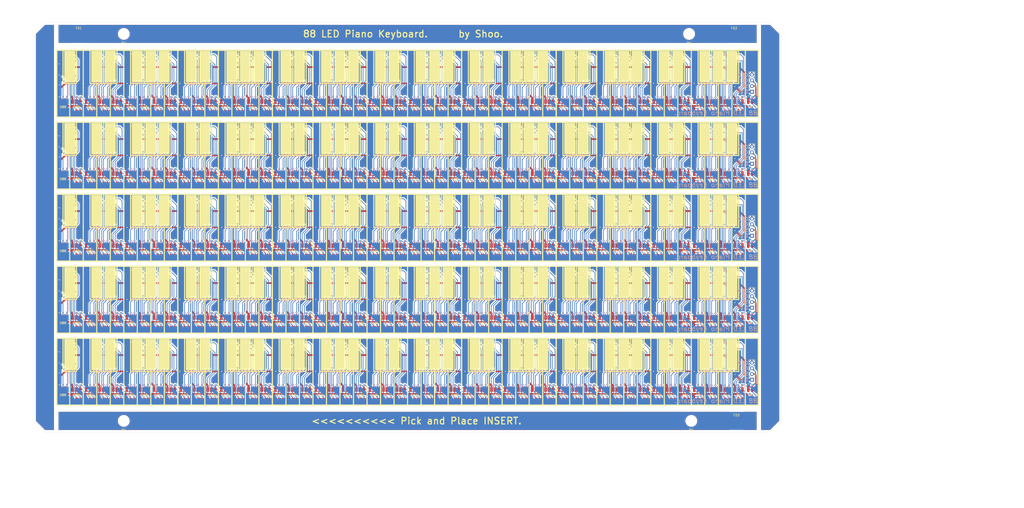
<source format=kicad_pcb>
(kicad_pcb (version 20171130) (host pcbnew "(5.1.5)-3")
  (layers (0 F.Cu signal) (31 B.Cu signal) (34 B.Paste user) (35 F.Paste user hide) (36 B.SilkS user) (37 F.SilkS user) (38 B.Mask user) (39 F.Mask user) (44 Edge.Cuts user))
  (net 0 "")
  (net 1 +5V)
  (net 2 "Net-(D1-Pad2)")
  (net 3 "Net-(D1-Pad3)")
  (net 4 "Net-(D1-Pad4)")
  (net 5 "Net-(D1-Pad5)")
  (net 6 GND)
  (net 7 "Net-(D2-Pad3)")
  (net 8 "Net-(D2-Pad2)")
  (net 9 "Net-(D3-Pad2)")
  (net 10 "Net-(D3-Pad3)")
  (net 11 "Net-(D4-Pad3)")
  (net 12 "Net-(D4-Pad2)")
  (net 13 "Net-(D5-Pad2)")
  (net 14 "Net-(D5-Pad3)")
  (net 15 "Net-(D6-Pad3)")
  (net 16 "Net-(D6-Pad2)")
  (net 17 "Net-(D7-Pad2)")
  (net 18 "Net-(D7-Pad3)")
  (net 19 "Net-(D8-Pad3)")
  (net 20 "Net-(D8-Pad2)")
  (net 21 "Net-(D10-Pad5)")
  (net 22 "Net-(D10-Pad4)")
  (net 23 "Net-(D10-Pad3)")
  (net 24 "Net-(D10-Pad2)")
  (net 25 "Net-(D11-Pad2)")
  (net 26 "Net-(D11-Pad3)")
  (net 27 SDO_1)
  (net 28 CKO_1)
  (net 29 "Net-(D13-Pad3)")
  (net 30 "Net-(D13-Pad2)")
  (net 31 "Net-(D14-Pad2)")
  (net 32 "Net-(D14-Pad3)")
  (net 33 SDO_2)
  (net 34 CKO_2)
  (net 35 "Net-(D15-Pad2)")
  (net 36 "Net-(D15-Pad3)")
  (net 37 SDO_3)
  (net 38 CKO_3)
  (net 39 "Net-(D16-Pad2)")
  (net 40 "Net-(D16-Pad3)")
  (net 41 SDO_4)
  (net 42 CKO_4)
  (net 43 "Net-(D17-Pad2)")
  (net 44 "Net-(D17-Pad3)")
  (net 45 SDO_5)
  (net 46 CKO_5)
  (net 47 CKO_6)
  (net 48 SDO_6)
  (net 49 "Net-(D18-Pad3)")
  (net 50 "Net-(D18-Pad2)")
  (net 51 "Net-(D19-Pad2)")
  (net 52 "Net-(D19-Pad3)")
  (net 53 "Net-(D20-Pad3)")
  (net 54 "Net-(D20-Pad2)")
  (net 55 "Net-(D21-Pad3)")
  (net 56 "Net-(D21-Pad2)")
  (net 57 "Net-(D22-Pad3)")
  (net 58 "Net-(D22-Pad2)")
  (net 59 "Net-(D23-Pad3)")
  (net 60 "Net-(D23-Pad2)")
  (net 61 "Net-(D25-Pad3)")
  (net 62 "Net-(D25-Pad2)")
  (net 63 "Net-(D26-Pad2)")
  (net 64 "Net-(D26-Pad3)")
  (net 65 "Net-(D27-Pad2)")
  (net 66 "Net-(D27-Pad3)")
  (net 67 "Net-(D28-Pad2)")
  (net 68 "Net-(D28-Pad3)")
  (net 69 "Net-(D29-Pad2)")
  (net 70 "Net-(D29-Pad3)")
  (net 71 "Net-(D30-Pad3)")
  (net 72 "Net-(D30-Pad2)")
  (net 73 "Net-(D31-Pad2)")
  (net 74 "Net-(D31-Pad3)")
  (net 75 "Net-(D32-Pad3)")
  (net 76 "Net-(D32-Pad2)")
  (net 77 "Net-(D33-Pad3)")
  (net 78 "Net-(D33-Pad2)")
  (net 79 "Net-(D34-Pad3)")
  (net 80 "Net-(D34-Pad2)")
  (net 81 "Net-(D35-Pad3)")
  (net 82 "Net-(D35-Pad2)")
  (net 83 "Net-(D37-Pad3)")
  (net 84 "Net-(D37-Pad2)")
  (net 85 "Net-(D38-Pad2)")
  (net 86 "Net-(D38-Pad3)")
  (net 87 "Net-(D39-Pad2)")
  (net 88 "Net-(D39-Pad3)")
  (net 89 "Net-(D40-Pad2)")
  (net 90 "Net-(D40-Pad3)")
  (net 91 "Net-(D41-Pad2)")
  (net 92 "Net-(D41-Pad3)")
  (net 93 "Net-(D42-Pad3)")
  (net 94 "Net-(D42-Pad2)")
  (net 95 "Net-(D43-Pad2)")
  (net 96 "Net-(D43-Pad3)")
  (net 97 "Net-(D44-Pad3)")
  (net 98 "Net-(D44-Pad2)")
  (net 99 "Net-(D45-Pad3)")
  (net 100 "Net-(D45-Pad2)")
  (net 101 "Net-(D46-Pad3)")
  (net 102 "Net-(D46-Pad2)")
  (net 103 "Net-(D47-Pad3)")
  (net 104 "Net-(D47-Pad2)")
  (net 105 "Net-(D49-Pad3)")
  (net 106 "Net-(D49-Pad2)")
  (net 107 "Net-(D50-Pad2)")
  (net 108 "Net-(D50-Pad3)")
  (net 109 "Net-(D51-Pad2)")
  (net 110 "Net-(D51-Pad3)")
  (net 111 "Net-(D52-Pad2)")
  (net 112 "Net-(D52-Pad3)")
  (net 113 "Net-(D53-Pad2)")
  (net 114 "Net-(D53-Pad3)")
  (net 115 "Net-(D54-Pad3)")
  (net 116 "Net-(D54-Pad2)")
  (net 117 "Net-(D55-Pad2)")
  (net 118 "Net-(D55-Pad3)")
  (net 119 "Net-(D56-Pad3)")
  (net 120 "Net-(D56-Pad2)")
  (net 121 "Net-(D57-Pad2)")
  (net 122 "Net-(D57-Pad3)")
  (net 123 "Net-(D58-Pad3)")
  (net 124 "Net-(D58-Pad2)")
  (net 125 "Net-(D59-Pad2)")
  (net 126 "Net-(D59-Pad3)")
  (net 127 "Net-(D61-Pad3)")
  (net 128 "Net-(D61-Pad2)")
  (net 129 "Net-(D62-Pad3)")
  (net 130 "Net-(D62-Pad2)")
  (net 131 "Net-(D63-Pad2)")
  (net 132 "Net-(D63-Pad3)")
  (net 133 "Net-(D64-Pad2)")
  (net 134 "Net-(D64-Pad3)")
  (net 135 "Net-(D65-Pad3)")
  (net 136 "Net-(D65-Pad2)")
  (net 137 "Net-(D66-Pad3)")
  (net 138 "Net-(D66-Pad2)")
  (net 139 "Net-(D67-Pad2)")
  (net 140 "Net-(D67-Pad3)")
  (net 141 SDO_7)
  (net 142 CKO_7)
  (net 143 "Net-(D68-Pad2)")
  (net 144 "Net-(D68-Pad3)")
  (net 145 "Net-(D69-Pad3)")
  (net 146 "Net-(D69-Pad2)")
  (net 147 "Net-(D70-Pad3)")
  (net 148 "Net-(D70-Pad2)")
  (net 149 "Net-(D71-Pad3)")
  (net 150 "Net-(D71-Pad2)")
  (net 151 "Net-(D73-Pad2)")
  (net 152 "Net-(D73-Pad3)")
  (net 153 "Net-(D74-Pad3)")
  (net 154 "Net-(D74-Pad2)")
  (net 155 "Net-(D75-Pad2)")
  (net 156 "Net-(D75-Pad3)")
  (net 157 "Net-(D76-Pad2)")
  (net 158 "Net-(D76-Pad3)")
  (net 159 "Net-(D77-Pad2)")
  (net 160 "Net-(D77-Pad3)")
  (net 161 "Net-(D78-Pad2)")
  (net 162 "Net-(D78-Pad3)")
  (net 163 "Net-(D79-Pad3)")
  (net 164 "Net-(D79-Pad2)")
  (net 165 "Net-(D80-Pad3)")
  (net 166 "Net-(D80-Pad2)")
  (net 167 "Net-(D81-Pad2)")
  (net 168 "Net-(D81-Pad3)")
  (net 169 "Net-(D82-Pad2)")
  (net 170 "Net-(D82-Pad3)")
  (net 171 "Net-(D83-Pad3)")
  (net 172 "Net-(D83-Pad2)")
  (net 173 "Net-(D85-Pad2)")
  (net 174 "Net-(D85-Pad3)")
  (net 175 "Net-(D86-Pad3)")
  (net 176 "Net-(D86-Pad2)")
  (net 177 "Net-(D87-Pad2)")
  (net 178 "Net-(D87-Pad3)")
  (net 179 "Net-(D88-Pad3)")
  (net 180 "Net-(D88-Pad2)")
  (module Hardware_Kicad_APA102_Ver88:LED_RGB_5050-6B (layer F.Cu) (at 137 193.5 90)
    (fp_text reference D64 (at 0 0) (layer F.SilkS))
    (fp_text value APA102C)
    (pad 1 smd rect (at -2.4 -1.7 180) (size 1.1 2) (layers F.Cu F.Paste F.Mask) (net 1 +5V))
    (pad 2 smd rect (at -2.4 0 180) (size 1.1 2) (layers F.Cu F.Paste F.Mask) (net 133 "Net-(D64-Pad2)"))
    (pad 3 smd rect (at -2.4 1.7 180) (size 1.1 2) (layers F.Cu F.Paste F.Mask) (net 134 "Net-(D64-Pad3)"))
    (pad 4 smd rect (at 2.4 1.7 180) (size 1.1 2) (layers F.Cu F.Paste F.Mask) (net 132 "Net-(D63-Pad3)"))
    (pad 5 smd rect (at 2.4 0 180) (size 1.1 2) (layers F.Cu F.Paste F.Mask) (net 131 "Net-(D63-Pad2)"))
    (pad 6 smd rect (at 2.4 -1.7 180) (size 1.1 2) (layers F.Cu F.Paste F.Mask) (net 6 GND))
  )
  (module Hardware_Kicad_APA102_Ver88:LED_RGB_5050-6B (layer F.Cu) (at 53 193.5 90)
    (fp_text reference D88 (at 0 0 180) (layer F.SilkS))
    (fp_text value APA102C)
    (pad 6 smd rect (at 2.4 -1.7 180) (size 1.1 2) (layers F.Cu F.Paste F.Mask) (net 6 GND))
    (pad 5 smd rect (at 2.4 0 180) (size 1.1 2) (layers F.Cu F.Paste F.Mask) (net 177 "Net-(D87-Pad2)"))
    (pad 4 smd rect (at 2.4 1.7 180) (size 1.1 2) (layers F.Cu F.Paste F.Mask) (net 178 "Net-(D87-Pad3)"))
    (pad 3 smd rect (at -2.4 1.7 180) (size 1.1 2) (layers F.Cu F.Paste F.Mask) (net 179 "Net-(D88-Pad3)"))
    (pad 2 smd rect (at -2.4 0 180) (size 1.1 2) (layers F.Cu F.Paste F.Mask) (net 180 "Net-(D88-Pad2)"))
    (pad 1 smd rect (at -2.4 -1.7 180) (size 1.1 2) (layers F.Cu F.Paste F.Mask) (net 1 +5V))
  )
  (module Hardware_Kicad_APA102_Ver88:LED_RGB_5050-6B (layer F.Cu) (at 53 161.5 90)
    (fp_text reference D88 (at 0 0 180) (layer F.SilkS))
    (fp_text value APA102C)
    (pad 6 smd rect (at 2.4 -1.7 180) (size 1.1 2) (layers F.Cu F.Paste F.Mask) (net 6 GND))
    (pad 5 smd rect (at 2.4 0 180) (size 1.1 2) (layers F.Cu F.Paste F.Mask) (net 177 "Net-(D87-Pad2)"))
    (pad 4 smd rect (at 2.4 1.7 180) (size 1.1 2) (layers F.Cu F.Paste F.Mask) (net 178 "Net-(D87-Pad3)"))
    (pad 3 smd rect (at -2.4 1.7 180) (size 1.1 2) (layers F.Cu F.Paste F.Mask) (net 179 "Net-(D88-Pad3)"))
    (pad 2 smd rect (at -2.4 0 180) (size 1.1 2) (layers F.Cu F.Paste F.Mask) (net 180 "Net-(D88-Pad2)"))
    (pad 1 smd rect (at -2.4 -1.7 180) (size 1.1 2) (layers F.Cu F.Paste F.Mask) (net 1 +5V))
  )
  (module Hardware_Kicad_APA102_Ver88:LED_RGB_5050-6B (layer F.Cu) (at 53 129.5 90)
    (fp_text reference D88 (at 0 0 180) (layer F.SilkS))
    (fp_text value APA102C)
    (pad 6 smd rect (at 2.4 -1.7 180) (size 1.1 2) (layers F.Cu F.Paste F.Mask) (net 6 GND))
    (pad 5 smd rect (at 2.4 0 180) (size 1.1 2) (layers F.Cu F.Paste F.Mask) (net 177 "Net-(D87-Pad2)"))
    (pad 4 smd rect (at 2.4 1.7 180) (size 1.1 2) (layers F.Cu F.Paste F.Mask) (net 178 "Net-(D87-Pad3)"))
    (pad 3 smd rect (at -2.4 1.7 180) (size 1.1 2) (layers F.Cu F.Paste F.Mask) (net 179 "Net-(D88-Pad3)"))
    (pad 2 smd rect (at -2.4 0 180) (size 1.1 2) (layers F.Cu F.Paste F.Mask) (net 180 "Net-(D88-Pad2)"))
    (pad 1 smd rect (at -2.4 -1.7 180) (size 1.1 2) (layers F.Cu F.Paste F.Mask) (net 1 +5V))
  )
  (module Hardware_Kicad_APA102_Ver88:LED_RGB_5050-6B (layer F.Cu) (at 53 97.5 90)
    (fp_text reference D88 (at 0 0 180) (layer F.SilkS))
    (fp_text value APA102C)
    (pad 6 smd rect (at 2.4 -1.7 180) (size 1.1 2) (layers F.Cu F.Paste F.Mask) (net 6 GND))
    (pad 5 smd rect (at 2.4 0 180) (size 1.1 2) (layers F.Cu F.Paste F.Mask) (net 177 "Net-(D87-Pad2)"))
    (pad 4 smd rect (at 2.4 1.7 180) (size 1.1 2) (layers F.Cu F.Paste F.Mask) (net 178 "Net-(D87-Pad3)"))
    (pad 3 smd rect (at -2.4 1.7 180) (size 1.1 2) (layers F.Cu F.Paste F.Mask) (net 179 "Net-(D88-Pad3)"))
    (pad 2 smd rect (at -2.4 0 180) (size 1.1 2) (layers F.Cu F.Paste F.Mask) (net 180 "Net-(D88-Pad2)"))
    (pad 1 smd rect (at -2.4 -1.7 180) (size 1.1 2) (layers F.Cu F.Paste F.Mask) (net 1 +5V))
  )
  (module Hardware_Kicad_APA102_Ver88:LED_RGB_5050-6B (layer F.Cu) (at 59 193.5 90)
    (fp_text reference D86 (at 0 0 180) (layer F.SilkS))
    (fp_text value APA102C)
    (pad 6 smd rect (at 2.4 -1.7 180) (size 1.1 2) (layers F.Cu F.Paste F.Mask) (net 6 GND))
    (pad 5 smd rect (at 2.4 0 180) (size 1.1 2) (layers F.Cu F.Paste F.Mask) (net 173 "Net-(D85-Pad2)"))
    (pad 4 smd rect (at 2.4 1.7 180) (size 1.1 2) (layers F.Cu F.Paste F.Mask) (net 174 "Net-(D85-Pad3)"))
    (pad 3 smd rect (at -2.4 1.7 180) (size 1.1 2) (layers F.Cu F.Paste F.Mask) (net 175 "Net-(D86-Pad3)"))
    (pad 2 smd rect (at -2.4 0 180) (size 1.1 2) (layers F.Cu F.Paste F.Mask) (net 176 "Net-(D86-Pad2)"))
    (pad 1 smd rect (at -2.4 -1.7 180) (size 1.1 2) (layers F.Cu F.Paste F.Mask) (net 1 +5V))
  )
  (module Hardware_Kicad_APA102_Ver88:LED_RGB_5050-6B (layer F.Cu) (at 59 161.5 90)
    (fp_text reference D86 (at 0 0 180) (layer F.SilkS))
    (fp_text value APA102C)
    (pad 6 smd rect (at 2.4 -1.7 180) (size 1.1 2) (layers F.Cu F.Paste F.Mask) (net 6 GND))
    (pad 5 smd rect (at 2.4 0 180) (size 1.1 2) (layers F.Cu F.Paste F.Mask) (net 173 "Net-(D85-Pad2)"))
    (pad 4 smd rect (at 2.4 1.7 180) (size 1.1 2) (layers F.Cu F.Paste F.Mask) (net 174 "Net-(D85-Pad3)"))
    (pad 3 smd rect (at -2.4 1.7 180) (size 1.1 2) (layers F.Cu F.Paste F.Mask) (net 175 "Net-(D86-Pad3)"))
    (pad 2 smd rect (at -2.4 0 180) (size 1.1 2) (layers F.Cu F.Paste F.Mask) (net 176 "Net-(D86-Pad2)"))
    (pad 1 smd rect (at -2.4 -1.7 180) (size 1.1 2) (layers F.Cu F.Paste F.Mask) (net 1 +5V))
  )
  (module Hardware_Kicad_APA102_Ver88:LED_RGB_5050-6B (layer F.Cu) (at 59 129.5 90)
    (fp_text reference D86 (at 0 0 180) (layer F.SilkS))
    (fp_text value APA102C)
    (pad 6 smd rect (at 2.4 -1.7 180) (size 1.1 2) (layers F.Cu F.Paste F.Mask) (net 6 GND))
    (pad 5 smd rect (at 2.4 0 180) (size 1.1 2) (layers F.Cu F.Paste F.Mask) (net 173 "Net-(D85-Pad2)"))
    (pad 4 smd rect (at 2.4 1.7 180) (size 1.1 2) (layers F.Cu F.Paste F.Mask) (net 174 "Net-(D85-Pad3)"))
    (pad 3 smd rect (at -2.4 1.7 180) (size 1.1 2) (layers F.Cu F.Paste F.Mask) (net 175 "Net-(D86-Pad3)"))
    (pad 2 smd rect (at -2.4 0 180) (size 1.1 2) (layers F.Cu F.Paste F.Mask) (net 176 "Net-(D86-Pad2)"))
    (pad 1 smd rect (at -2.4 -1.7 180) (size 1.1 2) (layers F.Cu F.Paste F.Mask) (net 1 +5V))
  )
  (module Hardware_Kicad_APA102_Ver88:LED_RGB_5050-6B (layer F.Cu) (at 59 97.5 90)
    (fp_text reference D86 (at 0 0 180) (layer F.SilkS))
    (fp_text value APA102C)
    (pad 6 smd rect (at 2.4 -1.7 180) (size 1.1 2) (layers F.Cu F.Paste F.Mask) (net 6 GND))
    (pad 5 smd rect (at 2.4 0 180) (size 1.1 2) (layers F.Cu F.Paste F.Mask) (net 173 "Net-(D85-Pad2)"))
    (pad 4 smd rect (at 2.4 1.7 180) (size 1.1 2) (layers F.Cu F.Paste F.Mask) (net 174 "Net-(D85-Pad3)"))
    (pad 3 smd rect (at -2.4 1.7 180) (size 1.1 2) (layers F.Cu F.Paste F.Mask) (net 175 "Net-(D86-Pad3)"))
    (pad 2 smd rect (at -2.4 0 180) (size 1.1 2) (layers F.Cu F.Paste F.Mask) (net 176 "Net-(D86-Pad2)"))
    (pad 1 smd rect (at -2.4 -1.7 180) (size 1.1 2) (layers F.Cu F.Paste F.Mask) (net 1 +5V))
  )
  (module Hardware_Kicad_APA102_Ver88:LED_RGB_5050-6B (layer F.Cu) (at 68 175.25 90)
    (fp_text reference D84 (at 0 0 180) (layer F.SilkS))
    (fp_text value APA102C)
    (pad 6 smd rect (at 2.4 -1.7 180) (size 1.1 2) (layers F.Cu F.Paste F.Mask) (net 6 GND))
    (pad 5 smd rect (at 2.4 0 180) (size 1.1 2) (layers F.Cu F.Paste F.Mask) (net 172 "Net-(D83-Pad2)"))
    (pad 4 smd rect (at 2.4 1.7 180) (size 1.1 2) (layers F.Cu F.Paste F.Mask) (net 171 "Net-(D83-Pad3)"))
    (pad 3 smd rect (at -2.4 1.7 180) (size 1.1 2) (layers F.Cu F.Paste F.Mask) (net 141 SDO_7))
    (pad 2 smd rect (at -2.4 0 180) (size 1.1 2) (layers F.Cu F.Paste F.Mask) (net 142 CKO_7))
    (pad 1 smd rect (at -2.4 -1.7 180) (size 1.1 2) (layers F.Cu F.Paste F.Mask) (net 1 +5V))
  )
  (module Hardware_Kicad_APA102_Ver88:LED_RGB_5050-6B (layer F.Cu) (at 68 143.25 90)
    (fp_text reference D84 (at 0 0 180) (layer F.SilkS))
    (fp_text value APA102C)
    (pad 6 smd rect (at 2.4 -1.7 180) (size 1.1 2) (layers F.Cu F.Paste F.Mask) (net 6 GND))
    (pad 5 smd rect (at 2.4 0 180) (size 1.1 2) (layers F.Cu F.Paste F.Mask) (net 172 "Net-(D83-Pad2)"))
    (pad 4 smd rect (at 2.4 1.7 180) (size 1.1 2) (layers F.Cu F.Paste F.Mask) (net 171 "Net-(D83-Pad3)"))
    (pad 3 smd rect (at -2.4 1.7 180) (size 1.1 2) (layers F.Cu F.Paste F.Mask) (net 141 SDO_7))
    (pad 2 smd rect (at -2.4 0 180) (size 1.1 2) (layers F.Cu F.Paste F.Mask) (net 142 CKO_7))
    (pad 1 smd rect (at -2.4 -1.7 180) (size 1.1 2) (layers F.Cu F.Paste F.Mask) (net 1 +5V))
  )
  (module Hardware_Kicad_APA102_Ver88:LED_RGB_5050-6B (layer F.Cu) (at 68 111.25 90)
    (fp_text reference D84 (at 0 0 180) (layer F.SilkS))
    (fp_text value APA102C)
    (pad 6 smd rect (at 2.4 -1.7 180) (size 1.1 2) (layers F.Cu F.Paste F.Mask) (net 6 GND))
    (pad 5 smd rect (at 2.4 0 180) (size 1.1 2) (layers F.Cu F.Paste F.Mask) (net 172 "Net-(D83-Pad2)"))
    (pad 4 smd rect (at 2.4 1.7 180) (size 1.1 2) (layers F.Cu F.Paste F.Mask) (net 171 "Net-(D83-Pad3)"))
    (pad 3 smd rect (at -2.4 1.7 180) (size 1.1 2) (layers F.Cu F.Paste F.Mask) (net 141 SDO_7))
    (pad 2 smd rect (at -2.4 0 180) (size 1.1 2) (layers F.Cu F.Paste F.Mask) (net 142 CKO_7))
    (pad 1 smd rect (at -2.4 -1.7 180) (size 1.1 2) (layers F.Cu F.Paste F.Mask) (net 1 +5V))
  )
  (module Hardware_Kicad_APA102_Ver88:LED_RGB_5050-6B (layer F.Cu) (at 68 79.25 90)
    (fp_text reference D84 (at 0 0 180) (layer F.SilkS))
    (fp_text value APA102C)
    (pad 6 smd rect (at 2.4 -1.7 180) (size 1.1 2) (layers F.Cu F.Paste F.Mask) (net 6 GND))
    (pad 5 smd rect (at 2.4 0 180) (size 1.1 2) (layers F.Cu F.Paste F.Mask) (net 172 "Net-(D83-Pad2)"))
    (pad 4 smd rect (at 2.4 1.7 180) (size 1.1 2) (layers F.Cu F.Paste F.Mask) (net 171 "Net-(D83-Pad3)"))
    (pad 3 smd rect (at -2.4 1.7 180) (size 1.1 2) (layers F.Cu F.Paste F.Mask) (net 141 SDO_7))
    (pad 2 smd rect (at -2.4 0 180) (size 1.1 2) (layers F.Cu F.Paste F.Mask) (net 142 CKO_7))
    (pad 1 smd rect (at -2.4 -1.7 180) (size 1.1 2) (layers F.Cu F.Paste F.Mask) (net 1 +5V))
  )
  (module Hardware_Kicad_APA102_Ver88:LED_RGB_5050-6B (layer F.Cu) (at 83 193.5 90)
    (fp_text reference D80 (at 0 0 180) (layer F.SilkS))
    (fp_text value APA102C)
    (pad 6 smd rect (at 2.4 -1.7 180) (size 1.1 2) (layers F.Cu F.Paste F.Mask) (net 6 GND))
    (pad 5 smd rect (at 2.4 0 180) (size 1.1 2) (layers F.Cu F.Paste F.Mask) (net 164 "Net-(D79-Pad2)"))
    (pad 4 smd rect (at 2.4 1.7 180) (size 1.1 2) (layers F.Cu F.Paste F.Mask) (net 163 "Net-(D79-Pad3)"))
    (pad 3 smd rect (at -2.4 1.7 180) (size 1.1 2) (layers F.Cu F.Paste F.Mask) (net 165 "Net-(D80-Pad3)"))
    (pad 2 smd rect (at -2.4 0 180) (size 1.1 2) (layers F.Cu F.Paste F.Mask) (net 166 "Net-(D80-Pad2)"))
    (pad 1 smd rect (at -2.4 -1.7 180) (size 1.1 2) (layers F.Cu F.Paste F.Mask) (net 1 +5V))
  )
  (module Hardware_Kicad_APA102_Ver88:LED_RGB_5050-6B (layer F.Cu) (at 83 161.5 90)
    (fp_text reference D80 (at 0 0 180) (layer F.SilkS))
    (fp_text value APA102C)
    (pad 6 smd rect (at 2.4 -1.7 180) (size 1.1 2) (layers F.Cu F.Paste F.Mask) (net 6 GND))
    (pad 5 smd rect (at 2.4 0 180) (size 1.1 2) (layers F.Cu F.Paste F.Mask) (net 164 "Net-(D79-Pad2)"))
    (pad 4 smd rect (at 2.4 1.7 180) (size 1.1 2) (layers F.Cu F.Paste F.Mask) (net 163 "Net-(D79-Pad3)"))
    (pad 3 smd rect (at -2.4 1.7 180) (size 1.1 2) (layers F.Cu F.Paste F.Mask) (net 165 "Net-(D80-Pad3)"))
    (pad 2 smd rect (at -2.4 0 180) (size 1.1 2) (layers F.Cu F.Paste F.Mask) (net 166 "Net-(D80-Pad2)"))
    (pad 1 smd rect (at -2.4 -1.7 180) (size 1.1 2) (layers F.Cu F.Paste F.Mask) (net 1 +5V))
  )
  (module Hardware_Kicad_APA102_Ver88:LED_RGB_5050-6B (layer F.Cu) (at 83 129.5 90)
    (fp_text reference D80 (at 0 0 180) (layer F.SilkS))
    (fp_text value APA102C)
    (pad 6 smd rect (at 2.4 -1.7 180) (size 1.1 2) (layers F.Cu F.Paste F.Mask) (net 6 GND))
    (pad 5 smd rect (at 2.4 0 180) (size 1.1 2) (layers F.Cu F.Paste F.Mask) (net 164 "Net-(D79-Pad2)"))
    (pad 4 smd rect (at 2.4 1.7 180) (size 1.1 2) (layers F.Cu F.Paste F.Mask) (net 163 "Net-(D79-Pad3)"))
    (pad 3 smd rect (at -2.4 1.7 180) (size 1.1 2) (layers F.Cu F.Paste F.Mask) (net 165 "Net-(D80-Pad3)"))
    (pad 2 smd rect (at -2.4 0 180) (size 1.1 2) (layers F.Cu F.Paste F.Mask) (net 166 "Net-(D80-Pad2)"))
    (pad 1 smd rect (at -2.4 -1.7 180) (size 1.1 2) (layers F.Cu F.Paste F.Mask) (net 1 +5V))
  )
  (module Hardware_Kicad_APA102_Ver88:LED_RGB_5050-6B (layer F.Cu) (at 83 97.5 90)
    (fp_text reference D80 (at 0 0 180) (layer F.SilkS))
    (fp_text value APA102C)
    (pad 6 smd rect (at 2.4 -1.7 180) (size 1.1 2) (layers F.Cu F.Paste F.Mask) (net 6 GND))
    (pad 5 smd rect (at 2.4 0 180) (size 1.1 2) (layers F.Cu F.Paste F.Mask) (net 164 "Net-(D79-Pad2)"))
    (pad 4 smd rect (at 2.4 1.7 180) (size 1.1 2) (layers F.Cu F.Paste F.Mask) (net 163 "Net-(D79-Pad3)"))
    (pad 3 smd rect (at -2.4 1.7 180) (size 1.1 2) (layers F.Cu F.Paste F.Mask) (net 165 "Net-(D80-Pad3)"))
    (pad 2 smd rect (at -2.4 0 180) (size 1.1 2) (layers F.Cu F.Paste F.Mask) (net 166 "Net-(D80-Pad2)"))
    (pad 1 smd rect (at -2.4 -1.7 180) (size 1.1 2) (layers F.Cu F.Paste F.Mask) (net 1 +5V))
  )
  (module Hardware_Kicad_APA102_Ver88:LED_RGB_5050-6B (layer F.Cu) (at 98 175.25 90)
    (fp_text reference D75 (at 0 0 180) (layer F.SilkS))
    (fp_text value APA102C)
    (pad 1 smd rect (at -2.4 -1.7 180) (size 1.1 2) (layers F.Cu F.Paste F.Mask) (net 1 +5V))
    (pad 2 smd rect (at -2.4 0 180) (size 1.1 2) (layers F.Cu F.Paste F.Mask) (net 155 "Net-(D75-Pad2)"))
    (pad 3 smd rect (at -2.4 1.7 180) (size 1.1 2) (layers F.Cu F.Paste F.Mask) (net 156 "Net-(D75-Pad3)"))
    (pad 4 smd rect (at 2.4 1.7 180) (size 1.1 2) (layers F.Cu F.Paste F.Mask) (net 153 "Net-(D74-Pad3)"))
    (pad 5 smd rect (at 2.4 0 180) (size 1.1 2) (layers F.Cu F.Paste F.Mask) (net 154 "Net-(D74-Pad2)"))
    (pad 6 smd rect (at 2.4 -1.7 180) (size 1.1 2) (layers F.Cu F.Paste F.Mask) (net 6 GND))
  )
  (module Hardware_Kicad_APA102_Ver88:LED_RGB_5050-6B (layer F.Cu) (at 98 143.25 90)
    (fp_text reference D75 (at 0 0 180) (layer F.SilkS))
    (fp_text value APA102C)
    (pad 1 smd rect (at -2.4 -1.7 180) (size 1.1 2) (layers F.Cu F.Paste F.Mask) (net 1 +5V))
    (pad 2 smd rect (at -2.4 0 180) (size 1.1 2) (layers F.Cu F.Paste F.Mask) (net 155 "Net-(D75-Pad2)"))
    (pad 3 smd rect (at -2.4 1.7 180) (size 1.1 2) (layers F.Cu F.Paste F.Mask) (net 156 "Net-(D75-Pad3)"))
    (pad 4 smd rect (at 2.4 1.7 180) (size 1.1 2) (layers F.Cu F.Paste F.Mask) (net 153 "Net-(D74-Pad3)"))
    (pad 5 smd rect (at 2.4 0 180) (size 1.1 2) (layers F.Cu F.Paste F.Mask) (net 154 "Net-(D74-Pad2)"))
    (pad 6 smd rect (at 2.4 -1.7 180) (size 1.1 2) (layers F.Cu F.Paste F.Mask) (net 6 GND))
  )
  (module Hardware_Kicad_APA102_Ver88:LED_RGB_5050-6B (layer F.Cu) (at 98 111.25 90)
    (fp_text reference D75 (at 0 0 180) (layer F.SilkS))
    (fp_text value APA102C)
    (pad 1 smd rect (at -2.4 -1.7 180) (size 1.1 2) (layers F.Cu F.Paste F.Mask) (net 1 +5V))
    (pad 2 smd rect (at -2.4 0 180) (size 1.1 2) (layers F.Cu F.Paste F.Mask) (net 155 "Net-(D75-Pad2)"))
    (pad 3 smd rect (at -2.4 1.7 180) (size 1.1 2) (layers F.Cu F.Paste F.Mask) (net 156 "Net-(D75-Pad3)"))
    (pad 4 smd rect (at 2.4 1.7 180) (size 1.1 2) (layers F.Cu F.Paste F.Mask) (net 153 "Net-(D74-Pad3)"))
    (pad 5 smd rect (at 2.4 0 180) (size 1.1 2) (layers F.Cu F.Paste F.Mask) (net 154 "Net-(D74-Pad2)"))
    (pad 6 smd rect (at 2.4 -1.7 180) (size 1.1 2) (layers F.Cu F.Paste F.Mask) (net 6 GND))
  )
  (module Hardware_Kicad_APA102_Ver88:LED_RGB_5050-6B (layer F.Cu) (at 98 79.25 90)
    (fp_text reference D75 (at 0 0 180) (layer F.SilkS))
    (fp_text value APA102C)
    (pad 1 smd rect (at -2.4 -1.7 180) (size 1.1 2) (layers F.Cu F.Paste F.Mask) (net 1 +5V))
    (pad 2 smd rect (at -2.4 0 180) (size 1.1 2) (layers F.Cu F.Paste F.Mask) (net 155 "Net-(D75-Pad2)"))
    (pad 3 smd rect (at -2.4 1.7 180) (size 1.1 2) (layers F.Cu F.Paste F.Mask) (net 156 "Net-(D75-Pad3)"))
    (pad 4 smd rect (at 2.4 1.7 180) (size 1.1 2) (layers F.Cu F.Paste F.Mask) (net 153 "Net-(D74-Pad3)"))
    (pad 5 smd rect (at 2.4 0 180) (size 1.1 2) (layers F.Cu F.Paste F.Mask) (net 154 "Net-(D74-Pad2)"))
    (pad 6 smd rect (at 2.4 -1.7 180) (size 1.1 2) (layers F.Cu F.Paste F.Mask) (net 6 GND))
  )
  (module Hardware_Kicad_APA102_Ver88:LED_RGB_5050-6B (layer F.Cu) (at 113 193.5 90)
    (fp_text reference D71 (at 0 0 180) (layer F.SilkS))
    (fp_text value APA102C)
    (pad 1 smd rect (at -2.4 -1.7 180) (size 1.1 2) (layers F.Cu F.Paste F.Mask) (net 1 +5V))
    (pad 2 smd rect (at -2.4 0 180) (size 1.1 2) (layers F.Cu F.Paste F.Mask) (net 150 "Net-(D71-Pad2)"))
    (pad 3 smd rect (at -2.4 1.7 180) (size 1.1 2) (layers F.Cu F.Paste F.Mask) (net 149 "Net-(D71-Pad3)"))
    (pad 4 smd rect (at 2.4 1.7 180) (size 1.1 2) (layers F.Cu F.Paste F.Mask) (net 147 "Net-(D70-Pad3)"))
    (pad 5 smd rect (at 2.4 0 180) (size 1.1 2) (layers F.Cu F.Paste F.Mask) (net 148 "Net-(D70-Pad2)"))
    (pad 6 smd rect (at 2.4 -1.7 180) (size 1.1 2) (layers F.Cu F.Paste F.Mask) (net 6 GND))
  )
  (module Hardware_Kicad_APA102_Ver88:LED_RGB_5050-6B (layer F.Cu) (at 113 161.5 90)
    (fp_text reference D71 (at 0 0 180) (layer F.SilkS))
    (fp_text value APA102C)
    (pad 1 smd rect (at -2.4 -1.7 180) (size 1.1 2) (layers F.Cu F.Paste F.Mask) (net 1 +5V))
    (pad 2 smd rect (at -2.4 0 180) (size 1.1 2) (layers F.Cu F.Paste F.Mask) (net 150 "Net-(D71-Pad2)"))
    (pad 3 smd rect (at -2.4 1.7 180) (size 1.1 2) (layers F.Cu F.Paste F.Mask) (net 149 "Net-(D71-Pad3)"))
    (pad 4 smd rect (at 2.4 1.7 180) (size 1.1 2) (layers F.Cu F.Paste F.Mask) (net 147 "Net-(D70-Pad3)"))
    (pad 5 smd rect (at 2.4 0 180) (size 1.1 2) (layers F.Cu F.Paste F.Mask) (net 148 "Net-(D70-Pad2)"))
    (pad 6 smd rect (at 2.4 -1.7 180) (size 1.1 2) (layers F.Cu F.Paste F.Mask) (net 6 GND))
  )
  (module Hardware_Kicad_APA102_Ver88:LED_RGB_5050-6B (layer F.Cu) (at 113 129.5 90)
    (fp_text reference D71 (at 0 0 180) (layer F.SilkS))
    (fp_text value APA102C)
    (pad 1 smd rect (at -2.4 -1.7 180) (size 1.1 2) (layers F.Cu F.Paste F.Mask) (net 1 +5V))
    (pad 2 smd rect (at -2.4 0 180) (size 1.1 2) (layers F.Cu F.Paste F.Mask) (net 150 "Net-(D71-Pad2)"))
    (pad 3 smd rect (at -2.4 1.7 180) (size 1.1 2) (layers F.Cu F.Paste F.Mask) (net 149 "Net-(D71-Pad3)"))
    (pad 4 smd rect (at 2.4 1.7 180) (size 1.1 2) (layers F.Cu F.Paste F.Mask) (net 147 "Net-(D70-Pad3)"))
    (pad 5 smd rect (at 2.4 0 180) (size 1.1 2) (layers F.Cu F.Paste F.Mask) (net 148 "Net-(D70-Pad2)"))
    (pad 6 smd rect (at 2.4 -1.7 180) (size 1.1 2) (layers F.Cu F.Paste F.Mask) (net 6 GND))
  )
  (module Hardware_Kicad_APA102_Ver88:LED_RGB_5050-6B (layer F.Cu) (at 113 97.5 90)
    (fp_text reference D71 (at 0 0 180) (layer F.SilkS))
    (fp_text value APA102C)
    (pad 1 smd rect (at -2.4 -1.7 180) (size 1.1 2) (layers F.Cu F.Paste F.Mask) (net 1 +5V))
    (pad 2 smd rect (at -2.4 0 180) (size 1.1 2) (layers F.Cu F.Paste F.Mask) (net 150 "Net-(D71-Pad2)"))
    (pad 3 smd rect (at -2.4 1.7 180) (size 1.1 2) (layers F.Cu F.Paste F.Mask) (net 149 "Net-(D71-Pad3)"))
    (pad 4 smd rect (at 2.4 1.7 180) (size 1.1 2) (layers F.Cu F.Paste F.Mask) (net 147 "Net-(D70-Pad3)"))
    (pad 5 smd rect (at 2.4 0 180) (size 1.1 2) (layers F.Cu F.Paste F.Mask) (net 148 "Net-(D70-Pad2)"))
    (pad 6 smd rect (at 2.4 -1.7 180) (size 1.1 2) (layers F.Cu F.Paste F.Mask) (net 6 GND))
  )
  (module Hardware_Kicad_APA102_Ver88:LED_RGB_5050-6B (layer F.Cu) (at 140 175.25 90)
    (fp_text reference D63 (at 0 0 180) (layer F.SilkS))
    (fp_text value APA102C)
    (pad 6 smd rect (at 2.4 -1.7 180) (size 1.1 2) (layers F.Cu F.Paste F.Mask) (net 6 GND))
    (pad 5 smd rect (at 2.4 0 180) (size 1.1 2) (layers F.Cu F.Paste F.Mask) (net 130 "Net-(D62-Pad2)"))
    (pad 4 smd rect (at 2.4 1.7 180) (size 1.1 2) (layers F.Cu F.Paste F.Mask) (net 129 "Net-(D62-Pad3)"))
    (pad 3 smd rect (at -2.4 1.7 180) (size 1.1 2) (layers F.Cu F.Paste F.Mask) (net 132 "Net-(D63-Pad3)"))
    (pad 2 smd rect (at -2.4 0 180) (size 1.1 2) (layers F.Cu F.Paste F.Mask) (net 131 "Net-(D63-Pad2)"))
    (pad 1 smd rect (at -2.4 -1.7 180) (size 1.1 2) (layers F.Cu F.Paste F.Mask) (net 1 +5V))
  )
  (module Hardware_Kicad_APA102_Ver88:LED_RGB_5050-6B (layer F.Cu) (at 140 143.25 90)
    (fp_text reference D63 (at 0 0 180) (layer F.SilkS))
    (fp_text value APA102C)
    (pad 6 smd rect (at 2.4 -1.7 180) (size 1.1 2) (layers F.Cu F.Paste F.Mask) (net 6 GND))
    (pad 5 smd rect (at 2.4 0 180) (size 1.1 2) (layers F.Cu F.Paste F.Mask) (net 130 "Net-(D62-Pad2)"))
    (pad 4 smd rect (at 2.4 1.7 180) (size 1.1 2) (layers F.Cu F.Paste F.Mask) (net 129 "Net-(D62-Pad3)"))
    (pad 3 smd rect (at -2.4 1.7 180) (size 1.1 2) (layers F.Cu F.Paste F.Mask) (net 132 "Net-(D63-Pad3)"))
    (pad 2 smd rect (at -2.4 0 180) (size 1.1 2) (layers F.Cu F.Paste F.Mask) (net 131 "Net-(D63-Pad2)"))
    (pad 1 smd rect (at -2.4 -1.7 180) (size 1.1 2) (layers F.Cu F.Paste F.Mask) (net 1 +5V))
  )
  (module Hardware_Kicad_APA102_Ver88:LED_RGB_5050-6B (layer F.Cu) (at 140 111.25 90)
    (fp_text reference D63 (at 0 0 180) (layer F.SilkS))
    (fp_text value APA102C)
    (pad 6 smd rect (at 2.4 -1.7 180) (size 1.1 2) (layers F.Cu F.Paste F.Mask) (net 6 GND))
    (pad 5 smd rect (at 2.4 0 180) (size 1.1 2) (layers F.Cu F.Paste F.Mask) (net 130 "Net-(D62-Pad2)"))
    (pad 4 smd rect (at 2.4 1.7 180) (size 1.1 2) (layers F.Cu F.Paste F.Mask) (net 129 "Net-(D62-Pad3)"))
    (pad 3 smd rect (at -2.4 1.7 180) (size 1.1 2) (layers F.Cu F.Paste F.Mask) (net 132 "Net-(D63-Pad3)"))
    (pad 2 smd rect (at -2.4 0 180) (size 1.1 2) (layers F.Cu F.Paste F.Mask) (net 131 "Net-(D63-Pad2)"))
    (pad 1 smd rect (at -2.4 -1.7 180) (size 1.1 2) (layers F.Cu F.Paste F.Mask) (net 1 +5V))
  )
  (module Hardware_Kicad_APA102_Ver88:LED_RGB_5050-6B (layer F.Cu) (at 140 79.25 90)
    (fp_text reference D63 (at 0 0 180) (layer F.SilkS))
    (fp_text value APA102C)
    (pad 6 smd rect (at 2.4 -1.7 180) (size 1.1 2) (layers F.Cu F.Paste F.Mask) (net 6 GND))
    (pad 5 smd rect (at 2.4 0 180) (size 1.1 2) (layers F.Cu F.Paste F.Mask) (net 130 "Net-(D62-Pad2)"))
    (pad 4 smd rect (at 2.4 1.7 180) (size 1.1 2) (layers F.Cu F.Paste F.Mask) (net 129 "Net-(D62-Pad3)"))
    (pad 3 smd rect (at -2.4 1.7 180) (size 1.1 2) (layers F.Cu F.Paste F.Mask) (net 132 "Net-(D63-Pad3)"))
    (pad 2 smd rect (at -2.4 0 180) (size 1.1 2) (layers F.Cu F.Paste F.Mask) (net 131 "Net-(D63-Pad2)"))
    (pad 1 smd rect (at -2.4 -1.7 180) (size 1.1 2) (layers F.Cu F.Paste F.Mask) (net 1 +5V))
  )
  (module Hardware_Kicad_APA102_Ver88:LED_RGB_5050-6B (layer F.Cu) (at 170 175.25 90)
    (fp_text reference D55 (at 0 0 180) (layer F.SilkS))
    (fp_text value APA102C)
    (pad 6 smd rect (at 2.4 -1.7 180) (size 1.1 2) (layers F.Cu F.Paste F.Mask) (net 6 GND))
    (pad 5 smd rect (at 2.4 0 180) (size 1.1 2) (layers F.Cu F.Paste F.Mask) (net 116 "Net-(D54-Pad2)"))
    (pad 4 smd rect (at 2.4 1.7 180) (size 1.1 2) (layers F.Cu F.Paste F.Mask) (net 115 "Net-(D54-Pad3)"))
    (pad 3 smd rect (at -2.4 1.7 180) (size 1.1 2) (layers F.Cu F.Paste F.Mask) (net 118 "Net-(D55-Pad3)"))
    (pad 2 smd rect (at -2.4 0 180) (size 1.1 2) (layers F.Cu F.Paste F.Mask) (net 117 "Net-(D55-Pad2)"))
    (pad 1 smd rect (at -2.4 -1.7 180) (size 1.1 2) (layers F.Cu F.Paste F.Mask) (net 1 +5V))
  )
  (module Hardware_Kicad_APA102_Ver88:LED_RGB_5050-6B (layer F.Cu) (at 170 143.25 90)
    (fp_text reference D55 (at 0 0 180) (layer F.SilkS))
    (fp_text value APA102C)
    (pad 6 smd rect (at 2.4 -1.7 180) (size 1.1 2) (layers F.Cu F.Paste F.Mask) (net 6 GND))
    (pad 5 smd rect (at 2.4 0 180) (size 1.1 2) (layers F.Cu F.Paste F.Mask) (net 116 "Net-(D54-Pad2)"))
    (pad 4 smd rect (at 2.4 1.7 180) (size 1.1 2) (layers F.Cu F.Paste F.Mask) (net 115 "Net-(D54-Pad3)"))
    (pad 3 smd rect (at -2.4 1.7 180) (size 1.1 2) (layers F.Cu F.Paste F.Mask) (net 118 "Net-(D55-Pad3)"))
    (pad 2 smd rect (at -2.4 0 180) (size 1.1 2) (layers F.Cu F.Paste F.Mask) (net 117 "Net-(D55-Pad2)"))
    (pad 1 smd rect (at -2.4 -1.7 180) (size 1.1 2) (layers F.Cu F.Paste F.Mask) (net 1 +5V))
  )
  (module Hardware_Kicad_APA102_Ver88:LED_RGB_5050-6B (layer F.Cu) (at 170 111.25 90)
    (fp_text reference D55 (at 0 0 180) (layer F.SilkS))
    (fp_text value APA102C)
    (pad 6 smd rect (at 2.4 -1.7 180) (size 1.1 2) (layers F.Cu F.Paste F.Mask) (net 6 GND))
    (pad 5 smd rect (at 2.4 0 180) (size 1.1 2) (layers F.Cu F.Paste F.Mask) (net 116 "Net-(D54-Pad2)"))
    (pad 4 smd rect (at 2.4 1.7 180) (size 1.1 2) (layers F.Cu F.Paste F.Mask) (net 115 "Net-(D54-Pad3)"))
    (pad 3 smd rect (at -2.4 1.7 180) (size 1.1 2) (layers F.Cu F.Paste F.Mask) (net 118 "Net-(D55-Pad3)"))
    (pad 2 smd rect (at -2.4 0 180) (size 1.1 2) (layers F.Cu F.Paste F.Mask) (net 117 "Net-(D55-Pad2)"))
    (pad 1 smd rect (at -2.4 -1.7 180) (size 1.1 2) (layers F.Cu F.Paste F.Mask) (net 1 +5V))
  )
  (module Hardware_Kicad_APA102_Ver88:LED_RGB_5050-6B (layer F.Cu) (at 170 79.25 90)
    (fp_text reference D55 (at 0 0 180) (layer F.SilkS))
    (fp_text value APA102C)
    (pad 6 smd rect (at 2.4 -1.7 180) (size 1.1 2) (layers F.Cu F.Paste F.Mask) (net 6 GND))
    (pad 5 smd rect (at 2.4 0 180) (size 1.1 2) (layers F.Cu F.Paste F.Mask) (net 116 "Net-(D54-Pad2)"))
    (pad 4 smd rect (at 2.4 1.7 180) (size 1.1 2) (layers F.Cu F.Paste F.Mask) (net 115 "Net-(D54-Pad3)"))
    (pad 3 smd rect (at -2.4 1.7 180) (size 1.1 2) (layers F.Cu F.Paste F.Mask) (net 118 "Net-(D55-Pad3)"))
    (pad 2 smd rect (at -2.4 0 180) (size 1.1 2) (layers F.Cu F.Paste F.Mask) (net 117 "Net-(D55-Pad2)"))
    (pad 1 smd rect (at -2.4 -1.7 180) (size 1.1 2) (layers F.Cu F.Paste F.Mask) (net 1 +5V))
  )
  (module Hardware_Kicad_APA102_Ver88:LED_RGB_5050-6B (layer F.Cu) (at 179 193.5 90)
    (fp_text reference D52 (at 0 0 180) (layer F.SilkS))
    (fp_text value APA102C)
    (pad 1 smd rect (at -2.4 -1.7 180) (size 1.1 2) (layers F.Cu F.Paste F.Mask) (net 1 +5V))
    (pad 2 smd rect (at -2.4 0 180) (size 1.1 2) (layers F.Cu F.Paste F.Mask) (net 111 "Net-(D52-Pad2)"))
    (pad 3 smd rect (at -2.4 1.7 180) (size 1.1 2) (layers F.Cu F.Paste F.Mask) (net 112 "Net-(D52-Pad3)"))
    (pad 4 smd rect (at 2.4 1.7 180) (size 1.1 2) (layers F.Cu F.Paste F.Mask) (net 110 "Net-(D51-Pad3)"))
    (pad 5 smd rect (at 2.4 0 180) (size 1.1 2) (layers F.Cu F.Paste F.Mask) (net 109 "Net-(D51-Pad2)"))
    (pad 6 smd rect (at 2.4 -1.7 180) (size 1.1 2) (layers F.Cu F.Paste F.Mask) (net 6 GND))
  )
  (module Hardware_Kicad_APA102_Ver88:LED_RGB_5050-6B (layer F.Cu) (at 179 161.5 90)
    (fp_text reference D52 (at 0 0 180) (layer F.SilkS))
    (fp_text value APA102C)
    (pad 1 smd rect (at -2.4 -1.7 180) (size 1.1 2) (layers F.Cu F.Paste F.Mask) (net 1 +5V))
    (pad 2 smd rect (at -2.4 0 180) (size 1.1 2) (layers F.Cu F.Paste F.Mask) (net 111 "Net-(D52-Pad2)"))
    (pad 3 smd rect (at -2.4 1.7 180) (size 1.1 2) (layers F.Cu F.Paste F.Mask) (net 112 "Net-(D52-Pad3)"))
    (pad 4 smd rect (at 2.4 1.7 180) (size 1.1 2) (layers F.Cu F.Paste F.Mask) (net 110 "Net-(D51-Pad3)"))
    (pad 5 smd rect (at 2.4 0 180) (size 1.1 2) (layers F.Cu F.Paste F.Mask) (net 109 "Net-(D51-Pad2)"))
    (pad 6 smd rect (at 2.4 -1.7 180) (size 1.1 2) (layers F.Cu F.Paste F.Mask) (net 6 GND))
  )
  (module Hardware_Kicad_APA102_Ver88:LED_RGB_5050-6B (layer F.Cu) (at 179 129.5 90)
    (fp_text reference D52 (at 0 0 180) (layer F.SilkS))
    (fp_text value APA102C)
    (pad 1 smd rect (at -2.4 -1.7 180) (size 1.1 2) (layers F.Cu F.Paste F.Mask) (net 1 +5V))
    (pad 2 smd rect (at -2.4 0 180) (size 1.1 2) (layers F.Cu F.Paste F.Mask) (net 111 "Net-(D52-Pad2)"))
    (pad 3 smd rect (at -2.4 1.7 180) (size 1.1 2) (layers F.Cu F.Paste F.Mask) (net 112 "Net-(D52-Pad3)"))
    (pad 4 smd rect (at 2.4 1.7 180) (size 1.1 2) (layers F.Cu F.Paste F.Mask) (net 110 "Net-(D51-Pad3)"))
    (pad 5 smd rect (at 2.4 0 180) (size 1.1 2) (layers F.Cu F.Paste F.Mask) (net 109 "Net-(D51-Pad2)"))
    (pad 6 smd rect (at 2.4 -1.7 180) (size 1.1 2) (layers F.Cu F.Paste F.Mask) (net 6 GND))
  )
  (module Hardware_Kicad_APA102_Ver88:LED_RGB_5050-6B (layer F.Cu) (at 179 97.5 90)
    (fp_text reference D52 (at 0 0 180) (layer F.SilkS))
    (fp_text value APA102C)
    (pad 1 smd rect (at -2.4 -1.7 180) (size 1.1 2) (layers F.Cu F.Paste F.Mask) (net 1 +5V))
    (pad 2 smd rect (at -2.4 0 180) (size 1.1 2) (layers F.Cu F.Paste F.Mask) (net 111 "Net-(D52-Pad2)"))
    (pad 3 smd rect (at -2.4 1.7 180) (size 1.1 2) (layers F.Cu F.Paste F.Mask) (net 112 "Net-(D52-Pad3)"))
    (pad 4 smd rect (at 2.4 1.7 180) (size 1.1 2) (layers F.Cu F.Paste F.Mask) (net 110 "Net-(D51-Pad3)"))
    (pad 5 smd rect (at 2.4 0 180) (size 1.1 2) (layers F.Cu F.Paste F.Mask) (net 109 "Net-(D51-Pad2)"))
    (pad 6 smd rect (at 2.4 -1.7 180) (size 1.1 2) (layers F.Cu F.Paste F.Mask) (net 6 GND))
  )
  (module Hardware_Kicad_APA102_Ver88:LED_RGB_5050-6B (layer F.Cu) (at 152 175.25 90)
    (fp_text reference D60 (at 0 0 180) (layer F.SilkS))
    (fp_text value APA102C)
    (pad 1 smd rect (at -2.4 -1.7 180) (size 1.1 2) (layers F.Cu F.Paste F.Mask) (net 1 +5V))
    (pad 2 smd rect (at -2.4 0 180) (size 1.1 2) (layers F.Cu F.Paste F.Mask) (net 46 CKO_5))
    (pad 3 smd rect (at -2.4 1.7 180) (size 1.1 2) (layers F.Cu F.Paste F.Mask) (net 45 SDO_5))
    (pad 4 smd rect (at 2.4 1.7 180) (size 1.1 2) (layers F.Cu F.Paste F.Mask) (net 126 "Net-(D59-Pad3)"))
    (pad 5 smd rect (at 2.4 0 180) (size 1.1 2) (layers F.Cu F.Paste F.Mask) (net 125 "Net-(D59-Pad2)"))
    (pad 6 smd rect (at 2.4 -1.7 180) (size 1.1 2) (layers F.Cu F.Paste F.Mask) (net 6 GND))
  )
  (module Hardware_Kicad_APA102_Ver88:LED_RGB_5050-6B (layer F.Cu) (at 152 143.25 90)
    (fp_text reference D60 (at 0 0 180) (layer F.SilkS))
    (fp_text value APA102C)
    (pad 1 smd rect (at -2.4 -1.7 180) (size 1.1 2) (layers F.Cu F.Paste F.Mask) (net 1 +5V))
    (pad 2 smd rect (at -2.4 0 180) (size 1.1 2) (layers F.Cu F.Paste F.Mask) (net 46 CKO_5))
    (pad 3 smd rect (at -2.4 1.7 180) (size 1.1 2) (layers F.Cu F.Paste F.Mask) (net 45 SDO_5))
    (pad 4 smd rect (at 2.4 1.7 180) (size 1.1 2) (layers F.Cu F.Paste F.Mask) (net 126 "Net-(D59-Pad3)"))
    (pad 5 smd rect (at 2.4 0 180) (size 1.1 2) (layers F.Cu F.Paste F.Mask) (net 125 "Net-(D59-Pad2)"))
    (pad 6 smd rect (at 2.4 -1.7 180) (size 1.1 2) (layers F.Cu F.Paste F.Mask) (net 6 GND))
  )
  (module Hardware_Kicad_APA102_Ver88:LED_RGB_5050-6B (layer F.Cu) (at 152 111.25 90)
    (fp_text reference D60 (at 0 0 180) (layer F.SilkS))
    (fp_text value APA102C)
    (pad 1 smd rect (at -2.4 -1.7 180) (size 1.1 2) (layers F.Cu F.Paste F.Mask) (net 1 +5V))
    (pad 2 smd rect (at -2.4 0 180) (size 1.1 2) (layers F.Cu F.Paste F.Mask) (net 46 CKO_5))
    (pad 3 smd rect (at -2.4 1.7 180) (size 1.1 2) (layers F.Cu F.Paste F.Mask) (net 45 SDO_5))
    (pad 4 smd rect (at 2.4 1.7 180) (size 1.1 2) (layers F.Cu F.Paste F.Mask) (net 126 "Net-(D59-Pad3)"))
    (pad 5 smd rect (at 2.4 0 180) (size 1.1 2) (layers F.Cu F.Paste F.Mask) (net 125 "Net-(D59-Pad2)"))
    (pad 6 smd rect (at 2.4 -1.7 180) (size 1.1 2) (layers F.Cu F.Paste F.Mask) (net 6 GND))
  )
  (module Hardware_Kicad_APA102_Ver88:LED_RGB_5050-6B (layer F.Cu) (at 152 79.25 90)
    (fp_text reference D60 (at 0 0 180) (layer F.SilkS))
    (fp_text value APA102C)
    (pad 1 smd rect (at -2.4 -1.7 180) (size 1.1 2) (layers F.Cu F.Paste F.Mask) (net 1 +5V))
    (pad 2 smd rect (at -2.4 0 180) (size 1.1 2) (layers F.Cu F.Paste F.Mask) (net 46 CKO_5))
    (pad 3 smd rect (at -2.4 1.7 180) (size 1.1 2) (layers F.Cu F.Paste F.Mask) (net 45 SDO_5))
    (pad 4 smd rect (at 2.4 1.7 180) (size 1.1 2) (layers F.Cu F.Paste F.Mask) (net 126 "Net-(D59-Pad3)"))
    (pad 5 smd rect (at 2.4 0 180) (size 1.1 2) (layers F.Cu F.Paste F.Mask) (net 125 "Net-(D59-Pad2)"))
    (pad 6 smd rect (at 2.4 -1.7 180) (size 1.1 2) (layers F.Cu F.Paste F.Mask) (net 6 GND))
  )
  (module Hardware_Kicad_APA102_Ver88:LED_RGB_5050-6B (layer F.Cu) (at 158 175.25 90)
    (fp_text reference D58 (at 0 0 180) (layer F.SilkS))
    (fp_text value APA102C)
    (pad 1 smd rect (at -2.4 -1.7 180) (size 1.1 2) (layers F.Cu F.Paste F.Mask) (net 1 +5V))
    (pad 2 smd rect (at -2.4 0 180) (size 1.1 2) (layers F.Cu F.Paste F.Mask) (net 124 "Net-(D58-Pad2)"))
    (pad 3 smd rect (at -2.4 1.7 180) (size 1.1 2) (layers F.Cu F.Paste F.Mask) (net 123 "Net-(D58-Pad3)"))
    (pad 4 smd rect (at 2.4 1.7 180) (size 1.1 2) (layers F.Cu F.Paste F.Mask) (net 122 "Net-(D57-Pad3)"))
    (pad 5 smd rect (at 2.4 0 180) (size 1.1 2) (layers F.Cu F.Paste F.Mask) (net 121 "Net-(D57-Pad2)"))
    (pad 6 smd rect (at 2.4 -1.7 180) (size 1.1 2) (layers F.Cu F.Paste F.Mask) (net 6 GND))
  )
  (module Hardware_Kicad_APA102_Ver88:LED_RGB_5050-6B (layer F.Cu) (at 158 143.25 90)
    (fp_text reference D58 (at 0 0 180) (layer F.SilkS))
    (fp_text value APA102C)
    (pad 1 smd rect (at -2.4 -1.7 180) (size 1.1 2) (layers F.Cu F.Paste F.Mask) (net 1 +5V))
    (pad 2 smd rect (at -2.4 0 180) (size 1.1 2) (layers F.Cu F.Paste F.Mask) (net 124 "Net-(D58-Pad2)"))
    (pad 3 smd rect (at -2.4 1.7 180) (size 1.1 2) (layers F.Cu F.Paste F.Mask) (net 123 "Net-(D58-Pad3)"))
    (pad 4 smd rect (at 2.4 1.7 180) (size 1.1 2) (layers F.Cu F.Paste F.Mask) (net 122 "Net-(D57-Pad3)"))
    (pad 5 smd rect (at 2.4 0 180) (size 1.1 2) (layers F.Cu F.Paste F.Mask) (net 121 "Net-(D57-Pad2)"))
    (pad 6 smd rect (at 2.4 -1.7 180) (size 1.1 2) (layers F.Cu F.Paste F.Mask) (net 6 GND))
  )
  (module Hardware_Kicad_APA102_Ver88:LED_RGB_5050-6B (layer F.Cu) (at 158 111.25 90)
    (fp_text reference D58 (at 0 0 180) (layer F.SilkS))
    (fp_text value APA102C)
    (pad 1 smd rect (at -2.4 -1.7 180) (size 1.1 2) (layers F.Cu F.Paste F.Mask) (net 1 +5V))
    (pad 2 smd rect (at -2.4 0 180) (size 1.1 2) (layers F.Cu F.Paste F.Mask) (net 124 "Net-(D58-Pad2)"))
    (pad 3 smd rect (at -2.4 1.7 180) (size 1.1 2) (layers F.Cu F.Paste F.Mask) (net 123 "Net-(D58-Pad3)"))
    (pad 4 smd rect (at 2.4 1.7 180) (size 1.1 2) (layers F.Cu F.Paste F.Mask) (net 122 "Net-(D57-Pad3)"))
    (pad 5 smd rect (at 2.4 0 180) (size 1.1 2) (layers F.Cu F.Paste F.Mask) (net 121 "Net-(D57-Pad2)"))
    (pad 6 smd rect (at 2.4 -1.7 180) (size 1.1 2) (layers F.Cu F.Paste F.Mask) (net 6 GND))
  )
  (module Hardware_Kicad_APA102_Ver88:LED_RGB_5050-6B (layer F.Cu) (at 158 79.25 90)
    (fp_text reference D58 (at 0 0 180) (layer F.SilkS))
    (fp_text value APA102C)
    (pad 1 smd rect (at -2.4 -1.7 180) (size 1.1 2) (layers F.Cu F.Paste F.Mask) (net 1 +5V))
    (pad 2 smd rect (at -2.4 0 180) (size 1.1 2) (layers F.Cu F.Paste F.Mask) (net 124 "Net-(D58-Pad2)"))
    (pad 3 smd rect (at -2.4 1.7 180) (size 1.1 2) (layers F.Cu F.Paste F.Mask) (net 123 "Net-(D58-Pad3)"))
    (pad 4 smd rect (at 2.4 1.7 180) (size 1.1 2) (layers F.Cu F.Paste F.Mask) (net 122 "Net-(D57-Pad3)"))
    (pad 5 smd rect (at 2.4 0 180) (size 1.1 2) (layers F.Cu F.Paste F.Mask) (net 121 "Net-(D57-Pad2)"))
    (pad 6 smd rect (at 2.4 -1.7 180) (size 1.1 2) (layers F.Cu F.Paste F.Mask) (net 6 GND))
  )
  (module Hardware_Kicad_APA102_Ver88:LED_RGB_5050-6B (layer F.Cu) (at 56 175.25 90)
    (fp_text reference D87 (at 0 0 180) (layer F.SilkS))
    (fp_text value APA102C)
    (pad 1 smd rect (at -2.4 -1.7 180) (size 1.1 2) (layers F.Cu F.Paste F.Mask) (net 1 +5V))
    (pad 2 smd rect (at -2.4 0 180) (size 1.1 2) (layers F.Cu F.Paste F.Mask) (net 177 "Net-(D87-Pad2)"))
    (pad 3 smd rect (at -2.4 1.7 180) (size 1.1 2) (layers F.Cu F.Paste F.Mask) (net 178 "Net-(D87-Pad3)"))
    (pad 4 smd rect (at 2.4 1.7 180) (size 1.1 2) (layers F.Cu F.Paste F.Mask) (net 175 "Net-(D86-Pad3)"))
    (pad 5 smd rect (at 2.4 0 180) (size 1.1 2) (layers F.Cu F.Paste F.Mask) (net 176 "Net-(D86-Pad2)"))
    (pad 6 smd rect (at 2.4 -1.7 180) (size 1.1 2) (layers F.Cu F.Paste F.Mask) (net 6 GND))
  )
  (module Hardware_Kicad_APA102_Ver88:LED_RGB_5050-6B (layer F.Cu) (at 56 143.25 90)
    (fp_text reference D87 (at 0 0 180) (layer F.SilkS))
    (fp_text value APA102C)
    (pad 1 smd rect (at -2.4 -1.7 180) (size 1.1 2) (layers F.Cu F.Paste F.Mask) (net 1 +5V))
    (pad 2 smd rect (at -2.4 0 180) (size 1.1 2) (layers F.Cu F.Paste F.Mask) (net 177 "Net-(D87-Pad2)"))
    (pad 3 smd rect (at -2.4 1.7 180) (size 1.1 2) (layers F.Cu F.Paste F.Mask) (net 178 "Net-(D87-Pad3)"))
    (pad 4 smd rect (at 2.4 1.7 180) (size 1.1 2) (layers F.Cu F.Paste F.Mask) (net 175 "Net-(D86-Pad3)"))
    (pad 5 smd rect (at 2.4 0 180) (size 1.1 2) (layers F.Cu F.Paste F.Mask) (net 176 "Net-(D86-Pad2)"))
    (pad 6 smd rect (at 2.4 -1.7 180) (size 1.1 2) (layers F.Cu F.Paste F.Mask) (net 6 GND))
  )
  (module Hardware_Kicad_APA102_Ver88:LED_RGB_5050-6B (layer F.Cu) (at 56 111.25 90)
    (fp_text reference D87 (at 0 0 180) (layer F.SilkS))
    (fp_text value APA102C)
    (pad 1 smd rect (at -2.4 -1.7 180) (size 1.1 2) (layers F.Cu F.Paste F.Mask) (net 1 +5V))
    (pad 2 smd rect (at -2.4 0 180) (size 1.1 2) (layers F.Cu F.Paste F.Mask) (net 177 "Net-(D87-Pad2)"))
    (pad 3 smd rect (at -2.4 1.7 180) (size 1.1 2) (layers F.Cu F.Paste F.Mask) (net 178 "Net-(D87-Pad3)"))
    (pad 4 smd rect (at 2.4 1.7 180) (size 1.1 2) (layers F.Cu F.Paste F.Mask) (net 175 "Net-(D86-Pad3)"))
    (pad 5 smd rect (at 2.4 0 180) (size 1.1 2) (layers F.Cu F.Paste F.Mask) (net 176 "Net-(D86-Pad2)"))
    (pad 6 smd rect (at 2.4 -1.7 180) (size 1.1 2) (layers F.Cu F.Paste F.Mask) (net 6 GND))
  )
  (module Hardware_Kicad_APA102_Ver88:LED_RGB_5050-6B (layer F.Cu) (at 56 79.25 90)
    (fp_text reference D87 (at 0 0 180) (layer F.SilkS))
    (fp_text value APA102C)
    (pad 1 smd rect (at -2.4 -1.7 180) (size 1.1 2) (layers F.Cu F.Paste F.Mask) (net 1 +5V))
    (pad 2 smd rect (at -2.4 0 180) (size 1.1 2) (layers F.Cu F.Paste F.Mask) (net 177 "Net-(D87-Pad2)"))
    (pad 3 smd rect (at -2.4 1.7 180) (size 1.1 2) (layers F.Cu F.Paste F.Mask) (net 178 "Net-(D87-Pad3)"))
    (pad 4 smd rect (at 2.4 1.7 180) (size 1.1 2) (layers F.Cu F.Paste F.Mask) (net 175 "Net-(D86-Pad3)"))
    (pad 5 smd rect (at 2.4 0 180) (size 1.1 2) (layers F.Cu F.Paste F.Mask) (net 176 "Net-(D86-Pad2)"))
    (pad 6 smd rect (at 2.4 -1.7 180) (size 1.1 2) (layers F.Cu F.Paste F.Mask) (net 6 GND))
  )
  (module Hardware_Kicad_APA102_Ver88:LED_RGB_5050-6B (layer F.Cu) (at 65 193.5 90)
    (fp_text reference D85 (at 0 0 180) (layer F.SilkS))
    (fp_text value APA102C)
    (pad 1 smd rect (at -2.4 -1.7 180) (size 1.1 2) (layers F.Cu F.Paste F.Mask) (net 1 +5V))
    (pad 2 smd rect (at -2.4 0 180) (size 1.1 2) (layers F.Cu F.Paste F.Mask) (net 173 "Net-(D85-Pad2)"))
    (pad 3 smd rect (at -2.4 1.7 180) (size 1.1 2) (layers F.Cu F.Paste F.Mask) (net 174 "Net-(D85-Pad3)"))
    (pad 4 smd rect (at 2.4 1.7 180) (size 1.1 2) (layers F.Cu F.Paste F.Mask) (net 141 SDO_7))
    (pad 5 smd rect (at 2.4 0 180) (size 1.1 2) (layers F.Cu F.Paste F.Mask) (net 142 CKO_7))
    (pad 6 smd rect (at 2.4 -1.7 180) (size 1.1 2) (layers F.Cu F.Paste F.Mask) (net 6 GND))
  )
  (module Hardware_Kicad_APA102_Ver88:LED_RGB_5050-6B (layer F.Cu) (at 65 161.5 90)
    (fp_text reference D85 (at 0 0 180) (layer F.SilkS))
    (fp_text value APA102C)
    (pad 1 smd rect (at -2.4 -1.7 180) (size 1.1 2) (layers F.Cu F.Paste F.Mask) (net 1 +5V))
    (pad 2 smd rect (at -2.4 0 180) (size 1.1 2) (layers F.Cu F.Paste F.Mask) (net 173 "Net-(D85-Pad2)"))
    (pad 3 smd rect (at -2.4 1.7 180) (size 1.1 2) (layers F.Cu F.Paste F.Mask) (net 174 "Net-(D85-Pad3)"))
    (pad 4 smd rect (at 2.4 1.7 180) (size 1.1 2) (layers F.Cu F.Paste F.Mask) (net 141 SDO_7))
    (pad 5 smd rect (at 2.4 0 180) (size 1.1 2) (layers F.Cu F.Paste F.Mask) (net 142 CKO_7))
    (pad 6 smd rect (at 2.4 -1.7 180) (size 1.1 2) (layers F.Cu F.Paste F.Mask) (net 6 GND))
  )
  (module Hardware_Kicad_APA102_Ver88:LED_RGB_5050-6B (layer F.Cu) (at 65 129.5 90)
    (fp_text reference D85 (at 0 0 180) (layer F.SilkS))
    (fp_text value APA102C)
    (pad 1 smd rect (at -2.4 -1.7 180) (size 1.1 2) (layers F.Cu F.Paste F.Mask) (net 1 +5V))
    (pad 2 smd rect (at -2.4 0 180) (size 1.1 2) (layers F.Cu F.Paste F.Mask) (net 173 "Net-(D85-Pad2)"))
    (pad 3 smd rect (at -2.4 1.7 180) (size 1.1 2) (layers F.Cu F.Paste F.Mask) (net 174 "Net-(D85-Pad3)"))
    (pad 4 smd rect (at 2.4 1.7 180) (size 1.1 2) (layers F.Cu F.Paste F.Mask) (net 141 SDO_7))
    (pad 5 smd rect (at 2.4 0 180) (size 1.1 2) (layers F.Cu F.Paste F.Mask) (net 142 CKO_7))
    (pad 6 smd rect (at 2.4 -1.7 180) (size 1.1 2) (layers F.Cu F.Paste F.Mask) (net 6 GND))
  )
  (module Hardware_Kicad_APA102_Ver88:LED_RGB_5050-6B (layer F.Cu) (at 65 97.5 90)
    (fp_text reference D85 (at 0 0 180) (layer F.SilkS))
    (fp_text value APA102C)
    (pad 1 smd rect (at -2.4 -1.7 180) (size 1.1 2) (layers F.Cu F.Paste F.Mask) (net 1 +5V))
    (pad 2 smd rect (at -2.4 0 180) (size 1.1 2) (layers F.Cu F.Paste F.Mask) (net 173 "Net-(D85-Pad2)"))
    (pad 3 smd rect (at -2.4 1.7 180) (size 1.1 2) (layers F.Cu F.Paste F.Mask) (net 174 "Net-(D85-Pad3)"))
    (pad 4 smd rect (at 2.4 1.7 180) (size 1.1 2) (layers F.Cu F.Paste F.Mask) (net 141 SDO_7))
    (pad 5 smd rect (at 2.4 0 180) (size 1.1 2) (layers F.Cu F.Paste F.Mask) (net 142 CKO_7))
    (pad 6 smd rect (at 2.4 -1.7 180) (size 1.1 2) (layers F.Cu F.Paste F.Mask) (net 6 GND))
  )
  (module Hardware_Kicad_APA102_Ver88:LED_RGB_5050-6B (layer F.Cu) (at 89 193.5 90)
    (fp_text reference D78 (at 0 0 180) (layer F.SilkS))
    (fp_text value APA102C)
    (pad 1 smd rect (at -2.4 -1.7 180) (size 1.1 2) (layers F.Cu F.Paste F.Mask) (net 1 +5V))
    (pad 2 smd rect (at -2.4 0 180) (size 1.1 2) (layers F.Cu F.Paste F.Mask) (net 161 "Net-(D78-Pad2)"))
    (pad 3 smd rect (at -2.4 1.7 180) (size 1.1 2) (layers F.Cu F.Paste F.Mask) (net 162 "Net-(D78-Pad3)"))
    (pad 4 smd rect (at 2.4 1.7 180) (size 1.1 2) (layers F.Cu F.Paste F.Mask) (net 160 "Net-(D77-Pad3)"))
    (pad 5 smd rect (at 2.4 0 180) (size 1.1 2) (layers F.Cu F.Paste F.Mask) (net 159 "Net-(D77-Pad2)"))
    (pad 6 smd rect (at 2.4 -1.7 180) (size 1.1 2) (layers F.Cu F.Paste F.Mask) (net 6 GND))
  )
  (module Hardware_Kicad_APA102_Ver88:LED_RGB_5050-6B (layer F.Cu) (at 89 161.5 90)
    (fp_text reference D78 (at 0 0 180) (layer F.SilkS))
    (fp_text value APA102C)
    (pad 1 smd rect (at -2.4 -1.7 180) (size 1.1 2) (layers F.Cu F.Paste F.Mask) (net 1 +5V))
    (pad 2 smd rect (at -2.4 0 180) (size 1.1 2) (layers F.Cu F.Paste F.Mask) (net 161 "Net-(D78-Pad2)"))
    (pad 3 smd rect (at -2.4 1.7 180) (size 1.1 2) (layers F.Cu F.Paste F.Mask) (net 162 "Net-(D78-Pad3)"))
    (pad 4 smd rect (at 2.4 1.7 180) (size 1.1 2) (layers F.Cu F.Paste F.Mask) (net 160 "Net-(D77-Pad3)"))
    (pad 5 smd rect (at 2.4 0 180) (size 1.1 2) (layers F.Cu F.Paste F.Mask) (net 159 "Net-(D77-Pad2)"))
    (pad 6 smd rect (at 2.4 -1.7 180) (size 1.1 2) (layers F.Cu F.Paste F.Mask) (net 6 GND))
  )
  (module Hardware_Kicad_APA102_Ver88:LED_RGB_5050-6B (layer F.Cu) (at 89 129.5 90)
    (fp_text reference D78 (at 0 0 180) (layer F.SilkS))
    (fp_text value APA102C)
    (pad 1 smd rect (at -2.4 -1.7 180) (size 1.1 2) (layers F.Cu F.Paste F.Mask) (net 1 +5V))
    (pad 2 smd rect (at -2.4 0 180) (size 1.1 2) (layers F.Cu F.Paste F.Mask) (net 161 "Net-(D78-Pad2)"))
    (pad 3 smd rect (at -2.4 1.7 180) (size 1.1 2) (layers F.Cu F.Paste F.Mask) (net 162 "Net-(D78-Pad3)"))
    (pad 4 smd rect (at 2.4 1.7 180) (size 1.1 2) (layers F.Cu F.Paste F.Mask) (net 160 "Net-(D77-Pad3)"))
    (pad 5 smd rect (at 2.4 0 180) (size 1.1 2) (layers F.Cu F.Paste F.Mask) (net 159 "Net-(D77-Pad2)"))
    (pad 6 smd rect (at 2.4 -1.7 180) (size 1.1 2) (layers F.Cu F.Paste F.Mask) (net 6 GND))
  )
  (module Hardware_Kicad_APA102_Ver88:LED_RGB_5050-6B (layer F.Cu) (at 89 97.5 90)
    (fp_text reference D78 (at 0 0 180) (layer F.SilkS))
    (fp_text value APA102C)
    (pad 1 smd rect (at -2.4 -1.7 180) (size 1.1 2) (layers F.Cu F.Paste F.Mask) (net 1 +5V))
    (pad 2 smd rect (at -2.4 0 180) (size 1.1 2) (layers F.Cu F.Paste F.Mask) (net 161 "Net-(D78-Pad2)"))
    (pad 3 smd rect (at -2.4 1.7 180) (size 1.1 2) (layers F.Cu F.Paste F.Mask) (net 162 "Net-(D78-Pad3)"))
    (pad 4 smd rect (at 2.4 1.7 180) (size 1.1 2) (layers F.Cu F.Paste F.Mask) (net 160 "Net-(D77-Pad3)"))
    (pad 5 smd rect (at 2.4 0 180) (size 1.1 2) (layers F.Cu F.Paste F.Mask) (net 159 "Net-(D77-Pad2)"))
    (pad 6 smd rect (at 2.4 -1.7 180) (size 1.1 2) (layers F.Cu F.Paste F.Mask) (net 6 GND))
  )
  (module Hardware_Kicad_APA102_Ver88:LED_RGB_5050-6B (layer F.Cu) (at 110 175.25 90)
    (fp_text reference D72 (at 0 0 180) (layer F.SilkS))
    (fp_text value APA102C)
    (pad 6 smd rect (at 2.4 -1.7 180) (size 1.1 2) (layers F.Cu F.Paste F.Mask) (net 6 GND))
    (pad 5 smd rect (at 2.4 0 180) (size 1.1 2) (layers F.Cu F.Paste F.Mask) (net 150 "Net-(D71-Pad2)"))
    (pad 4 smd rect (at 2.4 1.7 180) (size 1.1 2) (layers F.Cu F.Paste F.Mask) (net 149 "Net-(D71-Pad3)"))
    (pad 3 smd rect (at -2.4 1.7 180) (size 1.1 2) (layers F.Cu F.Paste F.Mask) (net 48 SDO_6))
    (pad 2 smd rect (at -2.4 0 180) (size 1.1 2) (layers F.Cu F.Paste F.Mask) (net 47 CKO_6))
    (pad 1 smd rect (at -2.4 -1.7 180) (size 1.1 2) (layers F.Cu F.Paste F.Mask) (net 1 +5V))
  )
  (module Hardware_Kicad_APA102_Ver88:LED_RGB_5050-6B (layer F.Cu) (at 110 143.25 90)
    (fp_text reference D72 (at 0 0 180) (layer F.SilkS))
    (fp_text value APA102C)
    (pad 6 smd rect (at 2.4 -1.7 180) (size 1.1 2) (layers F.Cu F.Paste F.Mask) (net 6 GND))
    (pad 5 smd rect (at 2.4 0 180) (size 1.1 2) (layers F.Cu F.Paste F.Mask) (net 150 "Net-(D71-Pad2)"))
    (pad 4 smd rect (at 2.4 1.7 180) (size 1.1 2) (layers F.Cu F.Paste F.Mask) (net 149 "Net-(D71-Pad3)"))
    (pad 3 smd rect (at -2.4 1.7 180) (size 1.1 2) (layers F.Cu F.Paste F.Mask) (net 48 SDO_6))
    (pad 2 smd rect (at -2.4 0 180) (size 1.1 2) (layers F.Cu F.Paste F.Mask) (net 47 CKO_6))
    (pad 1 smd rect (at -2.4 -1.7 180) (size 1.1 2) (layers F.Cu F.Paste F.Mask) (net 1 +5V))
  )
  (module Hardware_Kicad_APA102_Ver88:LED_RGB_5050-6B (layer F.Cu) (at 110 111.25 90)
    (fp_text reference D72 (at 0 0 180) (layer F.SilkS))
    (fp_text value APA102C)
    (pad 6 smd rect (at 2.4 -1.7 180) (size 1.1 2) (layers F.Cu F.Paste F.Mask) (net 6 GND))
    (pad 5 smd rect (at 2.4 0 180) (size 1.1 2) (layers F.Cu F.Paste F.Mask) (net 150 "Net-(D71-Pad2)"))
    (pad 4 smd rect (at 2.4 1.7 180) (size 1.1 2) (layers F.Cu F.Paste F.Mask) (net 149 "Net-(D71-Pad3)"))
    (pad 3 smd rect (at -2.4 1.7 180) (size 1.1 2) (layers F.Cu F.Paste F.Mask) (net 48 SDO_6))
    (pad 2 smd rect (at -2.4 0 180) (size 1.1 2) (layers F.Cu F.Paste F.Mask) (net 47 CKO_6))
    (pad 1 smd rect (at -2.4 -1.7 180) (size 1.1 2) (layers F.Cu F.Paste F.Mask) (net 1 +5V))
  )
  (module Hardware_Kicad_APA102_Ver88:LED_RGB_5050-6B (layer F.Cu) (at 110 79.25 90)
    (fp_text reference D72 (at 0 0 180) (layer F.SilkS))
    (fp_text value APA102C)
    (pad 6 smd rect (at 2.4 -1.7 180) (size 1.1 2) (layers F.Cu F.Paste F.Mask) (net 6 GND))
    (pad 5 smd rect (at 2.4 0 180) (size 1.1 2) (layers F.Cu F.Paste F.Mask) (net 150 "Net-(D71-Pad2)"))
    (pad 4 smd rect (at 2.4 1.7 180) (size 1.1 2) (layers F.Cu F.Paste F.Mask) (net 149 "Net-(D71-Pad3)"))
    (pad 3 smd rect (at -2.4 1.7 180) (size 1.1 2) (layers F.Cu F.Paste F.Mask) (net 48 SDO_6))
    (pad 2 smd rect (at -2.4 0 180) (size 1.1 2) (layers F.Cu F.Paste F.Mask) (net 47 CKO_6))
    (pad 1 smd rect (at -2.4 -1.7 180) (size 1.1 2) (layers F.Cu F.Paste F.Mask) (net 1 +5V))
  )
  (module Hardware_Kicad_APA102_Ver88:LED_RGB_5050-6B (layer F.Cu) (at 149 193.5 90)
    (fp_text reference D61 (at 0 0 180) (layer F.SilkS))
    (fp_text value APA102C)
    (pad 6 smd rect (at 2.4 -1.7 180) (size 1.1 2) (layers F.Cu F.Paste F.Mask) (net 6 GND))
    (pad 5 smd rect (at 2.4 0 180) (size 1.1 2) (layers F.Cu F.Paste F.Mask) (net 46 CKO_5))
    (pad 4 smd rect (at 2.4 1.7 180) (size 1.1 2) (layers F.Cu F.Paste F.Mask) (net 45 SDO_5))
    (pad 3 smd rect (at -2.4 1.7 180) (size 1.1 2) (layers F.Cu F.Paste F.Mask) (net 127 "Net-(D61-Pad3)"))
    (pad 2 smd rect (at -2.4 0 180) (size 1.1 2) (layers F.Cu F.Paste F.Mask) (net 128 "Net-(D61-Pad2)"))
    (pad 1 smd rect (at -2.4 -1.7 180) (size 1.1 2) (layers F.Cu F.Paste F.Mask) (net 1 +5V))
  )
  (module Hardware_Kicad_APA102_Ver88:LED_RGB_5050-6B (layer F.Cu) (at 149 161.5 90)
    (fp_text reference D61 (at 0 0 180) (layer F.SilkS))
    (fp_text value APA102C)
    (pad 6 smd rect (at 2.4 -1.7 180) (size 1.1 2) (layers F.Cu F.Paste F.Mask) (net 6 GND))
    (pad 5 smd rect (at 2.4 0 180) (size 1.1 2) (layers F.Cu F.Paste F.Mask) (net 46 CKO_5))
    (pad 4 smd rect (at 2.4 1.7 180) (size 1.1 2) (layers F.Cu F.Paste F.Mask) (net 45 SDO_5))
    (pad 3 smd rect (at -2.4 1.7 180) (size 1.1 2) (layers F.Cu F.Paste F.Mask) (net 127 "Net-(D61-Pad3)"))
    (pad 2 smd rect (at -2.4 0 180) (size 1.1 2) (layers F.Cu F.Paste F.Mask) (net 128 "Net-(D61-Pad2)"))
    (pad 1 smd rect (at -2.4 -1.7 180) (size 1.1 2) (layers F.Cu F.Paste F.Mask) (net 1 +5V))
  )
  (module Hardware_Kicad_APA102_Ver88:LED_RGB_5050-6B (layer F.Cu) (at 149 129.5 90)
    (fp_text reference D61 (at 0 0 180) (layer F.SilkS))
    (fp_text value APA102C)
    (pad 6 smd rect (at 2.4 -1.7 180) (size 1.1 2) (layers F.Cu F.Paste F.Mask) (net 6 GND))
    (pad 5 smd rect (at 2.4 0 180) (size 1.1 2) (layers F.Cu F.Paste F.Mask) (net 46 CKO_5))
    (pad 4 smd rect (at 2.4 1.7 180) (size 1.1 2) (layers F.Cu F.Paste F.Mask) (net 45 SDO_5))
    (pad 3 smd rect (at -2.4 1.7 180) (size 1.1 2) (layers F.Cu F.Paste F.Mask) (net 127 "Net-(D61-Pad3)"))
    (pad 2 smd rect (at -2.4 0 180) (size 1.1 2) (layers F.Cu F.Paste F.Mask) (net 128 "Net-(D61-Pad2)"))
    (pad 1 smd rect (at -2.4 -1.7 180) (size 1.1 2) (layers F.Cu F.Paste F.Mask) (net 1 +5V))
  )
  (module Hardware_Kicad_APA102_Ver88:LED_RGB_5050-6B (layer F.Cu) (at 149 97.5 90)
    (fp_text reference D61 (at 0 0 180) (layer F.SilkS))
    (fp_text value APA102C)
    (pad 6 smd rect (at 2.4 -1.7 180) (size 1.1 2) (layers F.Cu F.Paste F.Mask) (net 6 GND))
    (pad 5 smd rect (at 2.4 0 180) (size 1.1 2) (layers F.Cu F.Paste F.Mask) (net 46 CKO_5))
    (pad 4 smd rect (at 2.4 1.7 180) (size 1.1 2) (layers F.Cu F.Paste F.Mask) (net 45 SDO_5))
    (pad 3 smd rect (at -2.4 1.7 180) (size 1.1 2) (layers F.Cu F.Paste F.Mask) (net 127 "Net-(D61-Pad3)"))
    (pad 2 smd rect (at -2.4 0 180) (size 1.1 2) (layers F.Cu F.Paste F.Mask) (net 128 "Net-(D61-Pad2)"))
    (pad 1 smd rect (at -2.4 -1.7 180) (size 1.1 2) (layers F.Cu F.Paste F.Mask) (net 1 +5V))
  )
  (module Hardware_Kicad_APA102_Ver88:LED_RGB_5050-6B (layer F.Cu) (at 173 193.5 90)
    (fp_text reference D54 (at 0 0 180) (layer F.SilkS))
    (fp_text value APA102C)
    (pad 1 smd rect (at -2.4 -1.7 180) (size 1.1 2) (layers F.Cu F.Paste F.Mask) (net 1 +5V))
    (pad 2 smd rect (at -2.4 0 180) (size 1.1 2) (layers F.Cu F.Paste F.Mask) (net 116 "Net-(D54-Pad2)"))
    (pad 3 smd rect (at -2.4 1.7 180) (size 1.1 2) (layers F.Cu F.Paste F.Mask) (net 115 "Net-(D54-Pad3)"))
    (pad 4 smd rect (at 2.4 1.7 180) (size 1.1 2) (layers F.Cu F.Paste F.Mask) (net 114 "Net-(D53-Pad3)"))
    (pad 5 smd rect (at 2.4 0 180) (size 1.1 2) (layers F.Cu F.Paste F.Mask) (net 113 "Net-(D53-Pad2)"))
    (pad 6 smd rect (at 2.4 -1.7 180) (size 1.1 2) (layers F.Cu F.Paste F.Mask) (net 6 GND))
  )
  (module Hardware_Kicad_APA102_Ver88:LED_RGB_5050-6B (layer F.Cu) (at 173 161.5 90)
    (fp_text reference D54 (at 0 0 180) (layer F.SilkS))
    (fp_text value APA102C)
    (pad 1 smd rect (at -2.4 -1.7 180) (size 1.1 2) (layers F.Cu F.Paste F.Mask) (net 1 +5V))
    (pad 2 smd rect (at -2.4 0 180) (size 1.1 2) (layers F.Cu F.Paste F.Mask) (net 116 "Net-(D54-Pad2)"))
    (pad 3 smd rect (at -2.4 1.7 180) (size 1.1 2) (layers F.Cu F.Paste F.Mask) (net 115 "Net-(D54-Pad3)"))
    (pad 4 smd rect (at 2.4 1.7 180) (size 1.1 2) (layers F.Cu F.Paste F.Mask) (net 114 "Net-(D53-Pad3)"))
    (pad 5 smd rect (at 2.4 0 180) (size 1.1 2) (layers F.Cu F.Paste F.Mask) (net 113 "Net-(D53-Pad2)"))
    (pad 6 smd rect (at 2.4 -1.7 180) (size 1.1 2) (layers F.Cu F.Paste F.Mask) (net 6 GND))
  )
  (module Hardware_Kicad_APA102_Ver88:LED_RGB_5050-6B (layer F.Cu) (at 173 129.5 90)
    (fp_text reference D54 (at 0 0 180) (layer F.SilkS))
    (fp_text value APA102C)
    (pad 1 smd rect (at -2.4 -1.7 180) (size 1.1 2) (layers F.Cu F.Paste F.Mask) (net 1 +5V))
    (pad 2 smd rect (at -2.4 0 180) (size 1.1 2) (layers F.Cu F.Paste F.Mask) (net 116 "Net-(D54-Pad2)"))
    (pad 3 smd rect (at -2.4 1.7 180) (size 1.1 2) (layers F.Cu F.Paste F.Mask) (net 115 "Net-(D54-Pad3)"))
    (pad 4 smd rect (at 2.4 1.7 180) (size 1.1 2) (layers F.Cu F.Paste F.Mask) (net 114 "Net-(D53-Pad3)"))
    (pad 5 smd rect (at 2.4 0 180) (size 1.1 2) (layers F.Cu F.Paste F.Mask) (net 113 "Net-(D53-Pad2)"))
    (pad 6 smd rect (at 2.4 -1.7 180) (size 1.1 2) (layers F.Cu F.Paste F.Mask) (net 6 GND))
  )
  (module Hardware_Kicad_APA102_Ver88:LED_RGB_5050-6B (layer F.Cu) (at 173 97.5 90)
    (fp_text reference D54 (at 0 0 180) (layer F.SilkS))
    (fp_text value APA102C)
    (pad 1 smd rect (at -2.4 -1.7 180) (size 1.1 2) (layers F.Cu F.Paste F.Mask) (net 1 +5V))
    (pad 2 smd rect (at -2.4 0 180) (size 1.1 2) (layers F.Cu F.Paste F.Mask) (net 116 "Net-(D54-Pad2)"))
    (pad 3 smd rect (at -2.4 1.7 180) (size 1.1 2) (layers F.Cu F.Paste F.Mask) (net 115 "Net-(D54-Pad3)"))
    (pad 4 smd rect (at 2.4 1.7 180) (size 1.1 2) (layers F.Cu F.Paste F.Mask) (net 114 "Net-(D53-Pad3)"))
    (pad 5 smd rect (at 2.4 0 180) (size 1.1 2) (layers F.Cu F.Paste F.Mask) (net 113 "Net-(D53-Pad2)"))
    (pad 6 smd rect (at 2.4 -1.7 180) (size 1.1 2) (layers F.Cu F.Paste F.Mask) (net 6 GND))
  )
  (module Hardware_Kicad_APA102_Ver88:LED_RGB_5050-6B (layer F.Cu) (at 128 175.25 90)
    (fp_text reference D67 (at 0 0 180) (layer F.SilkS))
    (fp_text value APA102C)
    (pad 6 smd rect (at 2.4 -1.7 180) (size 1.1 2) (layers F.Cu F.Paste F.Mask) (net 6 GND))
    (pad 5 smd rect (at 2.4 0 180) (size 1.1 2) (layers F.Cu F.Paste F.Mask) (net 138 "Net-(D66-Pad2)"))
    (pad 4 smd rect (at 2.4 1.7 180) (size 1.1 2) (layers F.Cu F.Paste F.Mask) (net 137 "Net-(D66-Pad3)"))
    (pad 3 smd rect (at -2.4 1.7 180) (size 1.1 2) (layers F.Cu F.Paste F.Mask) (net 140 "Net-(D67-Pad3)"))
    (pad 2 smd rect (at -2.4 0 180) (size 1.1 2) (layers F.Cu F.Paste F.Mask) (net 139 "Net-(D67-Pad2)"))
    (pad 1 smd rect (at -2.4 -1.7 180) (size 1.1 2) (layers F.Cu F.Paste F.Mask) (net 1 +5V))
  )
  (module Hardware_Kicad_APA102_Ver88:LED_RGB_5050-6B (layer F.Cu) (at 128 143.25 90)
    (fp_text reference D67 (at 0 0 180) (layer F.SilkS))
    (fp_text value APA102C)
    (pad 6 smd rect (at 2.4 -1.7 180) (size 1.1 2) (layers F.Cu F.Paste F.Mask) (net 6 GND))
    (pad 5 smd rect (at 2.4 0 180) (size 1.1 2) (layers F.Cu F.Paste F.Mask) (net 138 "Net-(D66-Pad2)"))
    (pad 4 smd rect (at 2.4 1.7 180) (size 1.1 2) (layers F.Cu F.Paste F.Mask) (net 137 "Net-(D66-Pad3)"))
    (pad 3 smd rect (at -2.4 1.7 180) (size 1.1 2) (layers F.Cu F.Paste F.Mask) (net 140 "Net-(D67-Pad3)"))
    (pad 2 smd rect (at -2.4 0 180) (size 1.1 2) (layers F.Cu F.Paste F.Mask) (net 139 "Net-(D67-Pad2)"))
    (pad 1 smd rect (at -2.4 -1.7 180) (size 1.1 2) (layers F.Cu F.Paste F.Mask) (net 1 +5V))
  )
  (module Hardware_Kicad_APA102_Ver88:LED_RGB_5050-6B (layer F.Cu) (at 128 111.25 90)
    (fp_text reference D67 (at 0 0 180) (layer F.SilkS))
    (fp_text value APA102C)
    (pad 6 smd rect (at 2.4 -1.7 180) (size 1.1 2) (layers F.Cu F.Paste F.Mask) (net 6 GND))
    (pad 5 smd rect (at 2.4 0 180) (size 1.1 2) (layers F.Cu F.Paste F.Mask) (net 138 "Net-(D66-Pad2)"))
    (pad 4 smd rect (at 2.4 1.7 180) (size 1.1 2) (layers F.Cu F.Paste F.Mask) (net 137 "Net-(D66-Pad3)"))
    (pad 3 smd rect (at -2.4 1.7 180) (size 1.1 2) (layers F.Cu F.Paste F.Mask) (net 140 "Net-(D67-Pad3)"))
    (pad 2 smd rect (at -2.4 0 180) (size 1.1 2) (layers F.Cu F.Paste F.Mask) (net 139 "Net-(D67-Pad2)"))
    (pad 1 smd rect (at -2.4 -1.7 180) (size 1.1 2) (layers F.Cu F.Paste F.Mask) (net 1 +5V))
  )
  (module Hardware_Kicad_APA102_Ver88:LED_RGB_5050-6B (layer F.Cu) (at 128 79.25 90)
    (fp_text reference D67 (at 0 0 180) (layer F.SilkS))
    (fp_text value APA102C)
    (pad 6 smd rect (at 2.4 -1.7 180) (size 1.1 2) (layers F.Cu F.Paste F.Mask) (net 6 GND))
    (pad 5 smd rect (at 2.4 0 180) (size 1.1 2) (layers F.Cu F.Paste F.Mask) (net 138 "Net-(D66-Pad2)"))
    (pad 4 smd rect (at 2.4 1.7 180) (size 1.1 2) (layers F.Cu F.Paste F.Mask) (net 137 "Net-(D66-Pad3)"))
    (pad 3 smd rect (at -2.4 1.7 180) (size 1.1 2) (layers F.Cu F.Paste F.Mask) (net 140 "Net-(D67-Pad3)"))
    (pad 2 smd rect (at -2.4 0 180) (size 1.1 2) (layers F.Cu F.Paste F.Mask) (net 139 "Net-(D67-Pad2)"))
    (pad 1 smd rect (at -2.4 -1.7 180) (size 1.1 2) (layers F.Cu F.Paste F.Mask) (net 1 +5V))
  )
  (module Hardware_Kicad_APA102_Ver88:LED_RGB_5050-6B (layer F.Cu) (at 143 193.5 90)
    (fp_text reference D62 (at 0 0 180) (layer F.SilkS))
    (fp_text value APA102C)
    (pad 1 smd rect (at -2.4 -1.7 180) (size 1.1 2) (layers F.Cu F.Paste F.Mask) (net 1 +5V))
    (pad 2 smd rect (at -2.4 0 180) (size 1.1 2) (layers F.Cu F.Paste F.Mask) (net 130 "Net-(D62-Pad2)"))
    (pad 3 smd rect (at -2.4 1.7 180) (size 1.1 2) (layers F.Cu F.Paste F.Mask) (net 129 "Net-(D62-Pad3)"))
    (pad 4 smd rect (at 2.4 1.7 180) (size 1.1 2) (layers F.Cu F.Paste F.Mask) (net 127 "Net-(D61-Pad3)"))
    (pad 5 smd rect (at 2.4 0 180) (size 1.1 2) (layers F.Cu F.Paste F.Mask) (net 128 "Net-(D61-Pad2)"))
    (pad 6 smd rect (at 2.4 -1.7 180) (size 1.1 2) (layers F.Cu F.Paste F.Mask) (net 6 GND))
  )
  (module Hardware_Kicad_APA102_Ver88:LED_RGB_5050-6B (layer F.Cu) (at 143 161.5 90)
    (fp_text reference D62 (at 0 0 180) (layer F.SilkS))
    (fp_text value APA102C)
    (pad 1 smd rect (at -2.4 -1.7 180) (size 1.1 2) (layers F.Cu F.Paste F.Mask) (net 1 +5V))
    (pad 2 smd rect (at -2.4 0 180) (size 1.1 2) (layers F.Cu F.Paste F.Mask) (net 130 "Net-(D62-Pad2)"))
    (pad 3 smd rect (at -2.4 1.7 180) (size 1.1 2) (layers F.Cu F.Paste F.Mask) (net 129 "Net-(D62-Pad3)"))
    (pad 4 smd rect (at 2.4 1.7 180) (size 1.1 2) (layers F.Cu F.Paste F.Mask) (net 127 "Net-(D61-Pad3)"))
    (pad 5 smd rect (at 2.4 0 180) (size 1.1 2) (layers F.Cu F.Paste F.Mask) (net 128 "Net-(D61-Pad2)"))
    (pad 6 smd rect (at 2.4 -1.7 180) (size 1.1 2) (layers F.Cu F.Paste F.Mask) (net 6 GND))
  )
  (module Hardware_Kicad_APA102_Ver88:LED_RGB_5050-6B (layer F.Cu) (at 143 129.5 90)
    (fp_text reference D62 (at 0 0 180) (layer F.SilkS))
    (fp_text value APA102C)
    (pad 1 smd rect (at -2.4 -1.7 180) (size 1.1 2) (layers F.Cu F.Paste F.Mask) (net 1 +5V))
    (pad 2 smd rect (at -2.4 0 180) (size 1.1 2) (layers F.Cu F.Paste F.Mask) (net 130 "Net-(D62-Pad2)"))
    (pad 3 smd rect (at -2.4 1.7 180) (size 1.1 2) (layers F.Cu F.Paste F.Mask) (net 129 "Net-(D62-Pad3)"))
    (pad 4 smd rect (at 2.4 1.7 180) (size 1.1 2) (layers F.Cu F.Paste F.Mask) (net 127 "Net-(D61-Pad3)"))
    (pad 5 smd rect (at 2.4 0 180) (size 1.1 2) (layers F.Cu F.Paste F.Mask) (net 128 "Net-(D61-Pad2)"))
    (pad 6 smd rect (at 2.4 -1.7 180) (size 1.1 2) (layers F.Cu F.Paste F.Mask) (net 6 GND))
  )
  (module Hardware_Kicad_APA102_Ver88:LED_RGB_5050-6B (layer F.Cu) (at 143 97.5 90)
    (fp_text reference D62 (at 0 0 180) (layer F.SilkS))
    (fp_text value APA102C)
    (pad 1 smd rect (at -2.4 -1.7 180) (size 1.1 2) (layers F.Cu F.Paste F.Mask) (net 1 +5V))
    (pad 2 smd rect (at -2.4 0 180) (size 1.1 2) (layers F.Cu F.Paste F.Mask) (net 130 "Net-(D62-Pad2)"))
    (pad 3 smd rect (at -2.4 1.7 180) (size 1.1 2) (layers F.Cu F.Paste F.Mask) (net 129 "Net-(D62-Pad3)"))
    (pad 4 smd rect (at 2.4 1.7 180) (size 1.1 2) (layers F.Cu F.Paste F.Mask) (net 127 "Net-(D61-Pad3)"))
    (pad 5 smd rect (at 2.4 0 180) (size 1.1 2) (layers F.Cu F.Paste F.Mask) (net 128 "Net-(D61-Pad2)"))
    (pad 6 smd rect (at 2.4 -1.7 180) (size 1.1 2) (layers F.Cu F.Paste F.Mask) (net 6 GND))
  )
  (module Hardware_Kicad_APA102_Ver88:LED_RGB_5050-6B (layer F.Cu) (at 107 193.5 90)
    (fp_text reference D73 (at 0 0 180) (layer F.SilkS))
    (fp_text value APA102C)
    (pad 1 smd rect (at -2.4 -1.7 180) (size 1.1 2) (layers F.Cu F.Paste F.Mask) (net 1 +5V))
    (pad 2 smd rect (at -2.4 0 180) (size 1.1 2) (layers F.Cu F.Paste F.Mask) (net 151 "Net-(D73-Pad2)"))
    (pad 3 smd rect (at -2.4 1.7 180) (size 1.1 2) (layers F.Cu F.Paste F.Mask) (net 152 "Net-(D73-Pad3)"))
    (pad 4 smd rect (at 2.4 1.7 180) (size 1.1 2) (layers F.Cu F.Paste F.Mask) (net 48 SDO_6))
    (pad 5 smd rect (at 2.4 0 180) (size 1.1 2) (layers F.Cu F.Paste F.Mask) (net 47 CKO_6))
    (pad 6 smd rect (at 2.4 -1.7 180) (size 1.1 2) (layers F.Cu F.Paste F.Mask) (net 6 GND))
  )
  (module Hardware_Kicad_APA102_Ver88:LED_RGB_5050-6B (layer F.Cu) (at 107 161.5 90)
    (fp_text reference D73 (at 0 0 180) (layer F.SilkS))
    (fp_text value APA102C)
    (pad 1 smd rect (at -2.4 -1.7 180) (size 1.1 2) (layers F.Cu F.Paste F.Mask) (net 1 +5V))
    (pad 2 smd rect (at -2.4 0 180) (size 1.1 2) (layers F.Cu F.Paste F.Mask) (net 151 "Net-(D73-Pad2)"))
    (pad 3 smd rect (at -2.4 1.7 180) (size 1.1 2) (layers F.Cu F.Paste F.Mask) (net 152 "Net-(D73-Pad3)"))
    (pad 4 smd rect (at 2.4 1.7 180) (size 1.1 2) (layers F.Cu F.Paste F.Mask) (net 48 SDO_6))
    (pad 5 smd rect (at 2.4 0 180) (size 1.1 2) (layers F.Cu F.Paste F.Mask) (net 47 CKO_6))
    (pad 6 smd rect (at 2.4 -1.7 180) (size 1.1 2) (layers F.Cu F.Paste F.Mask) (net 6 GND))
  )
  (module Hardware_Kicad_APA102_Ver88:LED_RGB_5050-6B (layer F.Cu) (at 107 129.5 90)
    (fp_text reference D73 (at 0 0 180) (layer F.SilkS))
    (fp_text value APA102C)
    (pad 1 smd rect (at -2.4 -1.7 180) (size 1.1 2) (layers F.Cu F.Paste F.Mask) (net 1 +5V))
    (pad 2 smd rect (at -2.4 0 180) (size 1.1 2) (layers F.Cu F.Paste F.Mask) (net 151 "Net-(D73-Pad2)"))
    (pad 3 smd rect (at -2.4 1.7 180) (size 1.1 2) (layers F.Cu F.Paste F.Mask) (net 152 "Net-(D73-Pad3)"))
    (pad 4 smd rect (at 2.4 1.7 180) (size 1.1 2) (layers F.Cu F.Paste F.Mask) (net 48 SDO_6))
    (pad 5 smd rect (at 2.4 0 180) (size 1.1 2) (layers F.Cu F.Paste F.Mask) (net 47 CKO_6))
    (pad 6 smd rect (at 2.4 -1.7 180) (size 1.1 2) (layers F.Cu F.Paste F.Mask) (net 6 GND))
  )
  (module Hardware_Kicad_APA102_Ver88:LED_RGB_5050-6B (layer F.Cu) (at 107 97.5 90)
    (fp_text reference D73 (at 0 0 180) (layer F.SilkS))
    (fp_text value APA102C)
    (pad 1 smd rect (at -2.4 -1.7 180) (size 1.1 2) (layers F.Cu F.Paste F.Mask) (net 1 +5V))
    (pad 2 smd rect (at -2.4 0 180) (size 1.1 2) (layers F.Cu F.Paste F.Mask) (net 151 "Net-(D73-Pad2)"))
    (pad 3 smd rect (at -2.4 1.7 180) (size 1.1 2) (layers F.Cu F.Paste F.Mask) (net 152 "Net-(D73-Pad3)"))
    (pad 4 smd rect (at 2.4 1.7 180) (size 1.1 2) (layers F.Cu F.Paste F.Mask) (net 48 SDO_6))
    (pad 5 smd rect (at 2.4 0 180) (size 1.1 2) (layers F.Cu F.Paste F.Mask) (net 47 CKO_6))
    (pad 6 smd rect (at 2.4 -1.7 180) (size 1.1 2) (layers F.Cu F.Paste F.Mask) (net 6 GND))
  )
  (module Hardware_Kicad_APA102_Ver88:LED_RGB_5050-6B (layer F.Cu) (at 131 193.5 90)
    (fp_text reference D66 (at 0 0 180) (layer F.SilkS))
    (fp_text value APA102C)
    (pad 1 smd rect (at -2.4 -1.7 180) (size 1.1 2) (layers F.Cu F.Paste F.Mask) (net 1 +5V))
    (pad 2 smd rect (at -2.4 0 180) (size 1.1 2) (layers F.Cu F.Paste F.Mask) (net 138 "Net-(D66-Pad2)"))
    (pad 3 smd rect (at -2.4 1.7 180) (size 1.1 2) (layers F.Cu F.Paste F.Mask) (net 137 "Net-(D66-Pad3)"))
    (pad 4 smd rect (at 2.4 1.7 180) (size 1.1 2) (layers F.Cu F.Paste F.Mask) (net 135 "Net-(D65-Pad3)"))
    (pad 5 smd rect (at 2.4 0 180) (size 1.1 2) (layers F.Cu F.Paste F.Mask) (net 136 "Net-(D65-Pad2)"))
    (pad 6 smd rect (at 2.4 -1.7 180) (size 1.1 2) (layers F.Cu F.Paste F.Mask) (net 6 GND))
  )
  (module Hardware_Kicad_APA102_Ver88:LED_RGB_5050-6B (layer F.Cu) (at 131 161.5 90)
    (fp_text reference D66 (at 0 0 180) (layer F.SilkS))
    (fp_text value APA102C)
    (pad 1 smd rect (at -2.4 -1.7 180) (size 1.1 2) (layers F.Cu F.Paste F.Mask) (net 1 +5V))
    (pad 2 smd rect (at -2.4 0 180) (size 1.1 2) (layers F.Cu F.Paste F.Mask) (net 138 "Net-(D66-Pad2)"))
    (pad 3 smd rect (at -2.4 1.7 180) (size 1.1 2) (layers F.Cu F.Paste F.Mask) (net 137 "Net-(D66-Pad3)"))
    (pad 4 smd rect (at 2.4 1.7 180) (size 1.1 2) (layers F.Cu F.Paste F.Mask) (net 135 "Net-(D65-Pad3)"))
    (pad 5 smd rect (at 2.4 0 180) (size 1.1 2) (layers F.Cu F.Paste F.Mask) (net 136 "Net-(D65-Pad2)"))
    (pad 6 smd rect (at 2.4 -1.7 180) (size 1.1 2) (layers F.Cu F.Paste F.Mask) (net 6 GND))
  )
  (module Hardware_Kicad_APA102_Ver88:LED_RGB_5050-6B (layer F.Cu) (at 131 129.5 90)
    (fp_text reference D66 (at 0 0 180) (layer F.SilkS))
    (fp_text value APA102C)
    (pad 1 smd rect (at -2.4 -1.7 180) (size 1.1 2) (layers F.Cu F.Paste F.Mask) (net 1 +5V))
    (pad 2 smd rect (at -2.4 0 180) (size 1.1 2) (layers F.Cu F.Paste F.Mask) (net 138 "Net-(D66-Pad2)"))
    (pad 3 smd rect (at -2.4 1.7 180) (size 1.1 2) (layers F.Cu F.Paste F.Mask) (net 137 "Net-(D66-Pad3)"))
    (pad 4 smd rect (at 2.4 1.7 180) (size 1.1 2) (layers F.Cu F.Paste F.Mask) (net 135 "Net-(D65-Pad3)"))
    (pad 5 smd rect (at 2.4 0 180) (size 1.1 2) (layers F.Cu F.Paste F.Mask) (net 136 "Net-(D65-Pad2)"))
    (pad 6 smd rect (at 2.4 -1.7 180) (size 1.1 2) (layers F.Cu F.Paste F.Mask) (net 6 GND))
  )
  (module Hardware_Kicad_APA102_Ver88:LED_RGB_5050-6B (layer F.Cu) (at 131 97.5 90)
    (fp_text reference D66 (at 0 0 180) (layer F.SilkS))
    (fp_text value APA102C)
    (pad 1 smd rect (at -2.4 -1.7 180) (size 1.1 2) (layers F.Cu F.Paste F.Mask) (net 1 +5V))
    (pad 2 smd rect (at -2.4 0 180) (size 1.1 2) (layers F.Cu F.Paste F.Mask) (net 138 "Net-(D66-Pad2)"))
    (pad 3 smd rect (at -2.4 1.7 180) (size 1.1 2) (layers F.Cu F.Paste F.Mask) (net 137 "Net-(D66-Pad3)"))
    (pad 4 smd rect (at 2.4 1.7 180) (size 1.1 2) (layers F.Cu F.Paste F.Mask) (net 135 "Net-(D65-Pad3)"))
    (pad 5 smd rect (at 2.4 0 180) (size 1.1 2) (layers F.Cu F.Paste F.Mask) (net 136 "Net-(D65-Pad2)"))
    (pad 6 smd rect (at 2.4 -1.7 180) (size 1.1 2) (layers F.Cu F.Paste F.Mask) (net 6 GND))
  )
  (module Hardware_Kicad_APA102_Ver88:LED_RGB_5050-6B (layer F.Cu) (at 77 193.5 90)
    (fp_text reference D81 (at 0 0 180) (layer F.SilkS))
    (fp_text value APA102C)
    (pad 1 smd rect (at -2.4 -1.7 180) (size 1.1 2) (layers F.Cu F.Paste F.Mask) (net 1 +5V))
    (pad 2 smd rect (at -2.4 0 180) (size 1.1 2) (layers F.Cu F.Paste F.Mask) (net 167 "Net-(D81-Pad2)"))
    (pad 3 smd rect (at -2.4 1.7 180) (size 1.1 2) (layers F.Cu F.Paste F.Mask) (net 168 "Net-(D81-Pad3)"))
    (pad 4 smd rect (at 2.4 1.7 180) (size 1.1 2) (layers F.Cu F.Paste F.Mask) (net 165 "Net-(D80-Pad3)"))
    (pad 5 smd rect (at 2.4 0 180) (size 1.1 2) (layers F.Cu F.Paste F.Mask) (net 166 "Net-(D80-Pad2)"))
    (pad 6 smd rect (at 2.4 -1.7 180) (size 1.1 2) (layers F.Cu F.Paste F.Mask) (net 6 GND))
  )
  (module Hardware_Kicad_APA102_Ver88:LED_RGB_5050-6B (layer F.Cu) (at 77 161.5 90)
    (fp_text reference D81 (at 0 0 180) (layer F.SilkS))
    (fp_text value APA102C)
    (pad 1 smd rect (at -2.4 -1.7 180) (size 1.1 2) (layers F.Cu F.Paste F.Mask) (net 1 +5V))
    (pad 2 smd rect (at -2.4 0 180) (size 1.1 2) (layers F.Cu F.Paste F.Mask) (net 167 "Net-(D81-Pad2)"))
    (pad 3 smd rect (at -2.4 1.7 180) (size 1.1 2) (layers F.Cu F.Paste F.Mask) (net 168 "Net-(D81-Pad3)"))
    (pad 4 smd rect (at 2.4 1.7 180) (size 1.1 2) (layers F.Cu F.Paste F.Mask) (net 165 "Net-(D80-Pad3)"))
    (pad 5 smd rect (at 2.4 0 180) (size 1.1 2) (layers F.Cu F.Paste F.Mask) (net 166 "Net-(D80-Pad2)"))
    (pad 6 smd rect (at 2.4 -1.7 180) (size 1.1 2) (layers F.Cu F.Paste F.Mask) (net 6 GND))
  )
  (module Hardware_Kicad_APA102_Ver88:LED_RGB_5050-6B (layer F.Cu) (at 77 129.5 90)
    (fp_text reference D81 (at 0 0 180) (layer F.SilkS))
    (fp_text value APA102C)
    (pad 1 smd rect (at -2.4 -1.7 180) (size 1.1 2) (layers F.Cu F.Paste F.Mask) (net 1 +5V))
    (pad 2 smd rect (at -2.4 0 180) (size 1.1 2) (layers F.Cu F.Paste F.Mask) (net 167 "Net-(D81-Pad2)"))
    (pad 3 smd rect (at -2.4 1.7 180) (size 1.1 2) (layers F.Cu F.Paste F.Mask) (net 168 "Net-(D81-Pad3)"))
    (pad 4 smd rect (at 2.4 1.7 180) (size 1.1 2) (layers F.Cu F.Paste F.Mask) (net 165 "Net-(D80-Pad3)"))
    (pad 5 smd rect (at 2.4 0 180) (size 1.1 2) (layers F.Cu F.Paste F.Mask) (net 166 "Net-(D80-Pad2)"))
    (pad 6 smd rect (at 2.4 -1.7 180) (size 1.1 2) (layers F.Cu F.Paste F.Mask) (net 6 GND))
  )
  (module Hardware_Kicad_APA102_Ver88:LED_RGB_5050-6B (layer F.Cu) (at 77 97.5 90)
    (fp_text reference D81 (at 0 0 180) (layer F.SilkS))
    (fp_text value APA102C)
    (pad 1 smd rect (at -2.4 -1.7 180) (size 1.1 2) (layers F.Cu F.Paste F.Mask) (net 1 +5V))
    (pad 2 smd rect (at -2.4 0 180) (size 1.1 2) (layers F.Cu F.Paste F.Mask) (net 167 "Net-(D81-Pad2)"))
    (pad 3 smd rect (at -2.4 1.7 180) (size 1.1 2) (layers F.Cu F.Paste F.Mask) (net 168 "Net-(D81-Pad3)"))
    (pad 4 smd rect (at 2.4 1.7 180) (size 1.1 2) (layers F.Cu F.Paste F.Mask) (net 165 "Net-(D80-Pad3)"))
    (pad 5 smd rect (at 2.4 0 180) (size 1.1 2) (layers F.Cu F.Paste F.Mask) (net 166 "Net-(D80-Pad2)"))
    (pad 6 smd rect (at 2.4 -1.7 180) (size 1.1 2) (layers F.Cu F.Paste F.Mask) (net 6 GND))
  )
  (module Hardware_Kicad_APA102_Ver88:LED_RGB_5050-6B (layer F.Cu) (at 95 193.5 90)
    (fp_text reference D76 (at 0 0 180) (layer F.SilkS))
    (fp_text value APA102C)
    (pad 6 smd rect (at 2.4 -1.7 180) (size 1.1 2) (layers F.Cu F.Paste F.Mask) (net 6 GND))
    (pad 5 smd rect (at 2.4 0 180) (size 1.1 2) (layers F.Cu F.Paste F.Mask) (net 155 "Net-(D75-Pad2)"))
    (pad 4 smd rect (at 2.4 1.7 180) (size 1.1 2) (layers F.Cu F.Paste F.Mask) (net 156 "Net-(D75-Pad3)"))
    (pad 3 smd rect (at -2.4 1.7 180) (size 1.1 2) (layers F.Cu F.Paste F.Mask) (net 158 "Net-(D76-Pad3)"))
    (pad 2 smd rect (at -2.4 0 180) (size 1.1 2) (layers F.Cu F.Paste F.Mask) (net 157 "Net-(D76-Pad2)"))
    (pad 1 smd rect (at -2.4 -1.7 180) (size 1.1 2) (layers F.Cu F.Paste F.Mask) (net 1 +5V))
  )
  (module Hardware_Kicad_APA102_Ver88:LED_RGB_5050-6B (layer F.Cu) (at 95 161.5 90)
    (fp_text reference D76 (at 0 0 180) (layer F.SilkS))
    (fp_text value APA102C)
    (pad 6 smd rect (at 2.4 -1.7 180) (size 1.1 2) (layers F.Cu F.Paste F.Mask) (net 6 GND))
    (pad 5 smd rect (at 2.4 0 180) (size 1.1 2) (layers F.Cu F.Paste F.Mask) (net 155 "Net-(D75-Pad2)"))
    (pad 4 smd rect (at 2.4 1.7 180) (size 1.1 2) (layers F.Cu F.Paste F.Mask) (net 156 "Net-(D75-Pad3)"))
    (pad 3 smd rect (at -2.4 1.7 180) (size 1.1 2) (layers F.Cu F.Paste F.Mask) (net 158 "Net-(D76-Pad3)"))
    (pad 2 smd rect (at -2.4 0 180) (size 1.1 2) (layers F.Cu F.Paste F.Mask) (net 157 "Net-(D76-Pad2)"))
    (pad 1 smd rect (at -2.4 -1.7 180) (size 1.1 2) (layers F.Cu F.Paste F.Mask) (net 1 +5V))
  )
  (module Hardware_Kicad_APA102_Ver88:LED_RGB_5050-6B (layer F.Cu) (at 95 129.5 90)
    (fp_text reference D76 (at 0 0 180) (layer F.SilkS))
    (fp_text value APA102C)
    (pad 6 smd rect (at 2.4 -1.7 180) (size 1.1 2) (layers F.Cu F.Paste F.Mask) (net 6 GND))
    (pad 5 smd rect (at 2.4 0 180) (size 1.1 2) (layers F.Cu F.Paste F.Mask) (net 155 "Net-(D75-Pad2)"))
    (pad 4 smd rect (at 2.4 1.7 180) (size 1.1 2) (layers F.Cu F.Paste F.Mask) (net 156 "Net-(D75-Pad3)"))
    (pad 3 smd rect (at -2.4 1.7 180) (size 1.1 2) (layers F.Cu F.Paste F.Mask) (net 158 "Net-(D76-Pad3)"))
    (pad 2 smd rect (at -2.4 0 180) (size 1.1 2) (layers F.Cu F.Paste F.Mask) (net 157 "Net-(D76-Pad2)"))
    (pad 1 smd rect (at -2.4 -1.7 180) (size 1.1 2) (layers F.Cu F.Paste F.Mask) (net 1 +5V))
  )
  (module Hardware_Kicad_APA102_Ver88:LED_RGB_5050-6B (layer F.Cu) (at 95 97.5 90)
    (fp_text reference D76 (at 0 0 180) (layer F.SilkS))
    (fp_text value APA102C)
    (pad 6 smd rect (at 2.4 -1.7 180) (size 1.1 2) (layers F.Cu F.Paste F.Mask) (net 6 GND))
    (pad 5 smd rect (at 2.4 0 180) (size 1.1 2) (layers F.Cu F.Paste F.Mask) (net 155 "Net-(D75-Pad2)"))
    (pad 4 smd rect (at 2.4 1.7 180) (size 1.1 2) (layers F.Cu F.Paste F.Mask) (net 156 "Net-(D75-Pad3)"))
    (pad 3 smd rect (at -2.4 1.7 180) (size 1.1 2) (layers F.Cu F.Paste F.Mask) (net 158 "Net-(D76-Pad3)"))
    (pad 2 smd rect (at -2.4 0 180) (size 1.1 2) (layers F.Cu F.Paste F.Mask) (net 157 "Net-(D76-Pad2)"))
    (pad 1 smd rect (at -2.4 -1.7 180) (size 1.1 2) (layers F.Cu F.Paste F.Mask) (net 1 +5V))
  )
  (module Hardware_Kicad_APA102_Ver88:LED_RGB_5050-6B (layer F.Cu) (at 185 193.5 90)
    (fp_text reference D50 (at 0 0 180) (layer F.SilkS))
    (fp_text value APA102C)
    (pad 1 smd rect (at -2.4 -1.7 180) (size 1.1 2) (layers F.Cu F.Paste F.Mask) (net 1 +5V))
    (pad 2 smd rect (at -2.4 0 180) (size 1.1 2) (layers F.Cu F.Paste F.Mask) (net 107 "Net-(D50-Pad2)"))
    (pad 3 smd rect (at -2.4 1.7 180) (size 1.1 2) (layers F.Cu F.Paste F.Mask) (net 108 "Net-(D50-Pad3)"))
    (pad 4 smd rect (at 2.4 1.7 180) (size 1.1 2) (layers F.Cu F.Paste F.Mask) (net 105 "Net-(D49-Pad3)"))
    (pad 5 smd rect (at 2.4 0 180) (size 1.1 2) (layers F.Cu F.Paste F.Mask) (net 106 "Net-(D49-Pad2)"))
    (pad 6 smd rect (at 2.4 -1.7 180) (size 1.1 2) (layers F.Cu F.Paste F.Mask) (net 6 GND))
  )
  (module Hardware_Kicad_APA102_Ver88:LED_RGB_5050-6B (layer F.Cu) (at 185 161.5 90)
    (fp_text reference D50 (at 0 0 180) (layer F.SilkS))
    (fp_text value APA102C)
    (pad 1 smd rect (at -2.4 -1.7 180) (size 1.1 2) (layers F.Cu F.Paste F.Mask) (net 1 +5V))
    (pad 2 smd rect (at -2.4 0 180) (size 1.1 2) (layers F.Cu F.Paste F.Mask) (net 107 "Net-(D50-Pad2)"))
    (pad 3 smd rect (at -2.4 1.7 180) (size 1.1 2) (layers F.Cu F.Paste F.Mask) (net 108 "Net-(D50-Pad3)"))
    (pad 4 smd rect (at 2.4 1.7 180) (size 1.1 2) (layers F.Cu F.Paste F.Mask) (net 105 "Net-(D49-Pad3)"))
    (pad 5 smd rect (at 2.4 0 180) (size 1.1 2) (layers F.Cu F.Paste F.Mask) (net 106 "Net-(D49-Pad2)"))
    (pad 6 smd rect (at 2.4 -1.7 180) (size 1.1 2) (layers F.Cu F.Paste F.Mask) (net 6 GND))
  )
  (module Hardware_Kicad_APA102_Ver88:LED_RGB_5050-6B (layer F.Cu) (at 185 129.5 90)
    (fp_text reference D50 (at 0 0 180) (layer F.SilkS))
    (fp_text value APA102C)
    (pad 1 smd rect (at -2.4 -1.7 180) (size 1.1 2) (layers F.Cu F.Paste F.Mask) (net 1 +5V))
    (pad 2 smd rect (at -2.4 0 180) (size 1.1 2) (layers F.Cu F.Paste F.Mask) (net 107 "Net-(D50-Pad2)"))
    (pad 3 smd rect (at -2.4 1.7 180) (size 1.1 2) (layers F.Cu F.Paste F.Mask) (net 108 "Net-(D50-Pad3)"))
    (pad 4 smd rect (at 2.4 1.7 180) (size 1.1 2) (layers F.Cu F.Paste F.Mask) (net 105 "Net-(D49-Pad3)"))
    (pad 5 smd rect (at 2.4 0 180) (size 1.1 2) (layers F.Cu F.Paste F.Mask) (net 106 "Net-(D49-Pad2)"))
    (pad 6 smd rect (at 2.4 -1.7 180) (size 1.1 2) (layers F.Cu F.Paste F.Mask) (net 6 GND))
  )
  (module Hardware_Kicad_APA102_Ver88:LED_RGB_5050-6B (layer F.Cu) (at 185 97.5 90)
    (fp_text reference D50 (at 0 0 180) (layer F.SilkS))
    (fp_text value APA102C)
    (pad 1 smd rect (at -2.4 -1.7 180) (size 1.1 2) (layers F.Cu F.Paste F.Mask) (net 1 +5V))
    (pad 2 smd rect (at -2.4 0 180) (size 1.1 2) (layers F.Cu F.Paste F.Mask) (net 107 "Net-(D50-Pad2)"))
    (pad 3 smd rect (at -2.4 1.7 180) (size 1.1 2) (layers F.Cu F.Paste F.Mask) (net 108 "Net-(D50-Pad3)"))
    (pad 4 smd rect (at 2.4 1.7 180) (size 1.1 2) (layers F.Cu F.Paste F.Mask) (net 105 "Net-(D49-Pad3)"))
    (pad 5 smd rect (at 2.4 0 180) (size 1.1 2) (layers F.Cu F.Paste F.Mask) (net 106 "Net-(D49-Pad2)"))
    (pad 6 smd rect (at 2.4 -1.7 180) (size 1.1 2) (layers F.Cu F.Paste F.Mask) (net 6 GND))
  )
  (module Hardware_Kicad_APA102_Ver88:LED_RGB_5050-6B (layer F.Cu) (at 137 161.5 90)
    (fp_text reference D64 (at 0 0 180) (layer F.SilkS))
    (fp_text value APA102C)
    (pad 1 smd rect (at -2.4 -1.7 180) (size 1.1 2) (layers F.Cu F.Paste F.Mask) (net 1 +5V))
    (pad 2 smd rect (at -2.4 0 180) (size 1.1 2) (layers F.Cu F.Paste F.Mask) (net 133 "Net-(D64-Pad2)"))
    (pad 3 smd rect (at -2.4 1.7 180) (size 1.1 2) (layers F.Cu F.Paste F.Mask) (net 134 "Net-(D64-Pad3)"))
    (pad 4 smd rect (at 2.4 1.7 180) (size 1.1 2) (layers F.Cu F.Paste F.Mask) (net 132 "Net-(D63-Pad3)"))
    (pad 5 smd rect (at 2.4 0 180) (size 1.1 2) (layers F.Cu F.Paste F.Mask) (net 131 "Net-(D63-Pad2)"))
    (pad 6 smd rect (at 2.4 -1.7 180) (size 1.1 2) (layers F.Cu F.Paste F.Mask) (net 6 GND))
  )
  (module Hardware_Kicad_APA102_Ver88:LED_RGB_5050-6B (layer F.Cu) (at 137 129.5 90)
    (fp_text reference D64 (at 0 0 180) (layer F.SilkS))
    (fp_text value APA102C)
    (pad 1 smd rect (at -2.4 -1.7 180) (size 1.1 2) (layers F.Cu F.Paste F.Mask) (net 1 +5V))
    (pad 2 smd rect (at -2.4 0 180) (size 1.1 2) (layers F.Cu F.Paste F.Mask) (net 133 "Net-(D64-Pad2)"))
    (pad 3 smd rect (at -2.4 1.7 180) (size 1.1 2) (layers F.Cu F.Paste F.Mask) (net 134 "Net-(D64-Pad3)"))
    (pad 4 smd rect (at 2.4 1.7 180) (size 1.1 2) (layers F.Cu F.Paste F.Mask) (net 132 "Net-(D63-Pad3)"))
    (pad 5 smd rect (at 2.4 0 180) (size 1.1 2) (layers F.Cu F.Paste F.Mask) (net 131 "Net-(D63-Pad2)"))
    (pad 6 smd rect (at 2.4 -1.7 180) (size 1.1 2) (layers F.Cu F.Paste F.Mask) (net 6 GND))
  )
  (module Hardware_Kicad_APA102_Ver88:LED_RGB_5050-6B (layer F.Cu) (at 137 97.5 90)
    (fp_text reference D64 (at 0 0 180) (layer F.SilkS))
    (fp_text value APA102C)
    (pad 1 smd rect (at -2.4 -1.7 180) (size 1.1 2) (layers F.Cu F.Paste F.Mask) (net 1 +5V))
    (pad 2 smd rect (at -2.4 0 180) (size 1.1 2) (layers F.Cu F.Paste F.Mask) (net 133 "Net-(D64-Pad2)"))
    (pad 3 smd rect (at -2.4 1.7 180) (size 1.1 2) (layers F.Cu F.Paste F.Mask) (net 134 "Net-(D64-Pad3)"))
    (pad 4 smd rect (at 2.4 1.7 180) (size 1.1 2) (layers F.Cu F.Paste F.Mask) (net 132 "Net-(D63-Pad3)"))
    (pad 5 smd rect (at 2.4 0 180) (size 1.1 2) (layers F.Cu F.Paste F.Mask) (net 131 "Net-(D63-Pad2)"))
    (pad 6 smd rect (at 2.4 -1.7 180) (size 1.1 2) (layers F.Cu F.Paste F.Mask) (net 6 GND))
  )
  (module Hardware_Kicad_APA102_Ver88:LED_RGB_5050-6B (layer F.Cu) (at 161 193.5 90)
    (fp_text reference D57 (at 0 0 180) (layer F.SilkS))
    (fp_text value APA102C)
    (pad 6 smd rect (at 2.4 -1.7 180) (size 1.1 2) (layers F.Cu F.Paste F.Mask) (net 6 GND))
    (pad 5 smd rect (at 2.4 0 180) (size 1.1 2) (layers F.Cu F.Paste F.Mask) (net 120 "Net-(D56-Pad2)"))
    (pad 4 smd rect (at 2.4 1.7 180) (size 1.1 2) (layers F.Cu F.Paste F.Mask) (net 119 "Net-(D56-Pad3)"))
    (pad 3 smd rect (at -2.4 1.7 180) (size 1.1 2) (layers F.Cu F.Paste F.Mask) (net 122 "Net-(D57-Pad3)"))
    (pad 2 smd rect (at -2.4 0 180) (size 1.1 2) (layers F.Cu F.Paste F.Mask) (net 121 "Net-(D57-Pad2)"))
    (pad 1 smd rect (at -2.4 -1.7 180) (size 1.1 2) (layers F.Cu F.Paste F.Mask) (net 1 +5V))
  )
  (module Hardware_Kicad_APA102_Ver88:LED_RGB_5050-6B (layer F.Cu) (at 161 161.5 90)
    (fp_text reference D57 (at 0 0 180) (layer F.SilkS))
    (fp_text value APA102C)
    (pad 6 smd rect (at 2.4 -1.7 180) (size 1.1 2) (layers F.Cu F.Paste F.Mask) (net 6 GND))
    (pad 5 smd rect (at 2.4 0 180) (size 1.1 2) (layers F.Cu F.Paste F.Mask) (net 120 "Net-(D56-Pad2)"))
    (pad 4 smd rect (at 2.4 1.7 180) (size 1.1 2) (layers F.Cu F.Paste F.Mask) (net 119 "Net-(D56-Pad3)"))
    (pad 3 smd rect (at -2.4 1.7 180) (size 1.1 2) (layers F.Cu F.Paste F.Mask) (net 122 "Net-(D57-Pad3)"))
    (pad 2 smd rect (at -2.4 0 180) (size 1.1 2) (layers F.Cu F.Paste F.Mask) (net 121 "Net-(D57-Pad2)"))
    (pad 1 smd rect (at -2.4 -1.7 180) (size 1.1 2) (layers F.Cu F.Paste F.Mask) (net 1 +5V))
  )
  (module Hardware_Kicad_APA102_Ver88:LED_RGB_5050-6B (layer F.Cu) (at 161 129.5 90)
    (fp_text reference D57 (at 0 0 180) (layer F.SilkS))
    (fp_text value APA102C)
    (pad 6 smd rect (at 2.4 -1.7 180) (size 1.1 2) (layers F.Cu F.Paste F.Mask) (net 6 GND))
    (pad 5 smd rect (at 2.4 0 180) (size 1.1 2) (layers F.Cu F.Paste F.Mask) (net 120 "Net-(D56-Pad2)"))
    (pad 4 smd rect (at 2.4 1.7 180) (size 1.1 2) (layers F.Cu F.Paste F.Mask) (net 119 "Net-(D56-Pad3)"))
    (pad 3 smd rect (at -2.4 1.7 180) (size 1.1 2) (layers F.Cu F.Paste F.Mask) (net 122 "Net-(D57-Pad3)"))
    (pad 2 smd rect (at -2.4 0 180) (size 1.1 2) (layers F.Cu F.Paste F.Mask) (net 121 "Net-(D57-Pad2)"))
    (pad 1 smd rect (at -2.4 -1.7 180) (size 1.1 2) (layers F.Cu F.Paste F.Mask) (net 1 +5V))
  )
  (module Hardware_Kicad_APA102_Ver88:LED_RGB_5050-6B (layer F.Cu) (at 161 97.5 90)
    (fp_text reference D57 (at 0 0 180) (layer F.SilkS))
    (fp_text value APA102C)
    (pad 6 smd rect (at 2.4 -1.7 180) (size 1.1 2) (layers F.Cu F.Paste F.Mask) (net 6 GND))
    (pad 5 smd rect (at 2.4 0 180) (size 1.1 2) (layers F.Cu F.Paste F.Mask) (net 120 "Net-(D56-Pad2)"))
    (pad 4 smd rect (at 2.4 1.7 180) (size 1.1 2) (layers F.Cu F.Paste F.Mask) (net 119 "Net-(D56-Pad3)"))
    (pad 3 smd rect (at -2.4 1.7 180) (size 1.1 2) (layers F.Cu F.Paste F.Mask) (net 122 "Net-(D57-Pad3)"))
    (pad 2 smd rect (at -2.4 0 180) (size 1.1 2) (layers F.Cu F.Paste F.Mask) (net 121 "Net-(D57-Pad2)"))
    (pad 1 smd rect (at -2.4 -1.7 180) (size 1.1 2) (layers F.Cu F.Paste F.Mask) (net 1 +5V))
  )
  (module Hardware_Kicad_APA102_Ver88:LED_RGB_5050-6B (layer F.Cu) (at 167 193.5 90)
    (fp_text reference D56 (at 0 0 180) (layer F.SilkS))
    (fp_text value APA102C)
    (pad 1 smd rect (at -2.4 -1.7 180) (size 1.1 2) (layers F.Cu F.Paste F.Mask) (net 1 +5V))
    (pad 2 smd rect (at -2.4 0 180) (size 1.1 2) (layers F.Cu F.Paste F.Mask) (net 120 "Net-(D56-Pad2)"))
    (pad 3 smd rect (at -2.4 1.7 180) (size 1.1 2) (layers F.Cu F.Paste F.Mask) (net 119 "Net-(D56-Pad3)"))
    (pad 4 smd rect (at 2.4 1.7 180) (size 1.1 2) (layers F.Cu F.Paste F.Mask) (net 118 "Net-(D55-Pad3)"))
    (pad 5 smd rect (at 2.4 0 180) (size 1.1 2) (layers F.Cu F.Paste F.Mask) (net 117 "Net-(D55-Pad2)"))
    (pad 6 smd rect (at 2.4 -1.7 180) (size 1.1 2) (layers F.Cu F.Paste F.Mask) (net 6 GND))
  )
  (module Hardware_Kicad_APA102_Ver88:LED_RGB_5050-6B (layer F.Cu) (at 167 161.5 90)
    (fp_text reference D56 (at 0 0 180) (layer F.SilkS))
    (fp_text value APA102C)
    (pad 1 smd rect (at -2.4 -1.7 180) (size 1.1 2) (layers F.Cu F.Paste F.Mask) (net 1 +5V))
    (pad 2 smd rect (at -2.4 0 180) (size 1.1 2) (layers F.Cu F.Paste F.Mask) (net 120 "Net-(D56-Pad2)"))
    (pad 3 smd rect (at -2.4 1.7 180) (size 1.1 2) (layers F.Cu F.Paste F.Mask) (net 119 "Net-(D56-Pad3)"))
    (pad 4 smd rect (at 2.4 1.7 180) (size 1.1 2) (layers F.Cu F.Paste F.Mask) (net 118 "Net-(D55-Pad3)"))
    (pad 5 smd rect (at 2.4 0 180) (size 1.1 2) (layers F.Cu F.Paste F.Mask) (net 117 "Net-(D55-Pad2)"))
    (pad 6 smd rect (at 2.4 -1.7 180) (size 1.1 2) (layers F.Cu F.Paste F.Mask) (net 6 GND))
  )
  (module Hardware_Kicad_APA102_Ver88:LED_RGB_5050-6B (layer F.Cu) (at 167 129.5 90)
    (fp_text reference D56 (at 0 0 180) (layer F.SilkS))
    (fp_text value APA102C)
    (pad 1 smd rect (at -2.4 -1.7 180) (size 1.1 2) (layers F.Cu F.Paste F.Mask) (net 1 +5V))
    (pad 2 smd rect (at -2.4 0 180) (size 1.1 2) (layers F.Cu F.Paste F.Mask) (net 120 "Net-(D56-Pad2)"))
    (pad 3 smd rect (at -2.4 1.7 180) (size 1.1 2) (layers F.Cu F.Paste F.Mask) (net 119 "Net-(D56-Pad3)"))
    (pad 4 smd rect (at 2.4 1.7 180) (size 1.1 2) (layers F.Cu F.Paste F.Mask) (net 118 "Net-(D55-Pad3)"))
    (pad 5 smd rect (at 2.4 0 180) (size 1.1 2) (layers F.Cu F.Paste F.Mask) (net 117 "Net-(D55-Pad2)"))
    (pad 6 smd rect (at 2.4 -1.7 180) (size 1.1 2) (layers F.Cu F.Paste F.Mask) (net 6 GND))
  )
  (module Hardware_Kicad_APA102_Ver88:LED_RGB_5050-6B (layer F.Cu) (at 167 97.5 90)
    (fp_text reference D56 (at 0 0 180) (layer F.SilkS))
    (fp_text value APA102C)
    (pad 1 smd rect (at -2.4 -1.7 180) (size 1.1 2) (layers F.Cu F.Paste F.Mask) (net 1 +5V))
    (pad 2 smd rect (at -2.4 0 180) (size 1.1 2) (layers F.Cu F.Paste F.Mask) (net 120 "Net-(D56-Pad2)"))
    (pad 3 smd rect (at -2.4 1.7 180) (size 1.1 2) (layers F.Cu F.Paste F.Mask) (net 119 "Net-(D56-Pad3)"))
    (pad 4 smd rect (at 2.4 1.7 180) (size 1.1 2) (layers F.Cu F.Paste F.Mask) (net 118 "Net-(D55-Pad3)"))
    (pad 5 smd rect (at 2.4 0 180) (size 1.1 2) (layers F.Cu F.Paste F.Mask) (net 117 "Net-(D55-Pad2)"))
    (pad 6 smd rect (at 2.4 -1.7 180) (size 1.1 2) (layers F.Cu F.Paste F.Mask) (net 6 GND))
  )
  (module Hardware_Kicad_APA102_Ver88:LED_RGB_5050-6B (layer F.Cu) (at 176 175.25 90)
    (fp_text reference D53 (at 0 0 180) (layer F.SilkS))
    (fp_text value APA102C)
    (pad 6 smd rect (at 2.4 -1.7 180) (size 1.1 2) (layers F.Cu F.Paste F.Mask) (net 6 GND))
    (pad 5 smd rect (at 2.4 0 180) (size 1.1 2) (layers F.Cu F.Paste F.Mask) (net 111 "Net-(D52-Pad2)"))
    (pad 4 smd rect (at 2.4 1.7 180) (size 1.1 2) (layers F.Cu F.Paste F.Mask) (net 112 "Net-(D52-Pad3)"))
    (pad 3 smd rect (at -2.4 1.7 180) (size 1.1 2) (layers F.Cu F.Paste F.Mask) (net 114 "Net-(D53-Pad3)"))
    (pad 2 smd rect (at -2.4 0 180) (size 1.1 2) (layers F.Cu F.Paste F.Mask) (net 113 "Net-(D53-Pad2)"))
    (pad 1 smd rect (at -2.4 -1.7 180) (size 1.1 2) (layers F.Cu F.Paste F.Mask) (net 1 +5V))
  )
  (module Hardware_Kicad_APA102_Ver88:LED_RGB_5050-6B (layer F.Cu) (at 176 143.25 90)
    (fp_text reference D53 (at 0 0 180) (layer F.SilkS))
    (fp_text value APA102C)
    (pad 6 smd rect (at 2.4 -1.7 180) (size 1.1 2) (layers F.Cu F.Paste F.Mask) (net 6 GND))
    (pad 5 smd rect (at 2.4 0 180) (size 1.1 2) (layers F.Cu F.Paste F.Mask) (net 111 "Net-(D52-Pad2)"))
    (pad 4 smd rect (at 2.4 1.7 180) (size 1.1 2) (layers F.Cu F.Paste F.Mask) (net 112 "Net-(D52-Pad3)"))
    (pad 3 smd rect (at -2.4 1.7 180) (size 1.1 2) (layers F.Cu F.Paste F.Mask) (net 114 "Net-(D53-Pad3)"))
    (pad 2 smd rect (at -2.4 0 180) (size 1.1 2) (layers F.Cu F.Paste F.Mask) (net 113 "Net-(D53-Pad2)"))
    (pad 1 smd rect (at -2.4 -1.7 180) (size 1.1 2) (layers F.Cu F.Paste F.Mask) (net 1 +5V))
  )
  (module Hardware_Kicad_APA102_Ver88:LED_RGB_5050-6B (layer F.Cu) (at 176 111.25 90)
    (fp_text reference D53 (at 0 0 180) (layer F.SilkS))
    (fp_text value APA102C)
    (pad 6 smd rect (at 2.4 -1.7 180) (size 1.1 2) (layers F.Cu F.Paste F.Mask) (net 6 GND))
    (pad 5 smd rect (at 2.4 0 180) (size 1.1 2) (layers F.Cu F.Paste F.Mask) (net 111 "Net-(D52-Pad2)"))
    (pad 4 smd rect (at 2.4 1.7 180) (size 1.1 2) (layers F.Cu F.Paste F.Mask) (net 112 "Net-(D52-Pad3)"))
    (pad 3 smd rect (at -2.4 1.7 180) (size 1.1 2) (layers F.Cu F.Paste F.Mask) (net 114 "Net-(D53-Pad3)"))
    (pad 2 smd rect (at -2.4 0 180) (size 1.1 2) (layers F.Cu F.Paste F.Mask) (net 113 "Net-(D53-Pad2)"))
    (pad 1 smd rect (at -2.4 -1.7 180) (size 1.1 2) (layers F.Cu F.Paste F.Mask) (net 1 +5V))
  )
  (module Hardware_Kicad_APA102_Ver88:LED_RGB_5050-6B (layer F.Cu) (at 176 79.25 90)
    (fp_text reference D53 (at 0 0 180) (layer F.SilkS))
    (fp_text value APA102C)
    (pad 6 smd rect (at 2.4 -1.7 180) (size 1.1 2) (layers F.Cu F.Paste F.Mask) (net 6 GND))
    (pad 5 smd rect (at 2.4 0 180) (size 1.1 2) (layers F.Cu F.Paste F.Mask) (net 111 "Net-(D52-Pad2)"))
    (pad 4 smd rect (at 2.4 1.7 180) (size 1.1 2) (layers F.Cu F.Paste F.Mask) (net 112 "Net-(D52-Pad3)"))
    (pad 3 smd rect (at -2.4 1.7 180) (size 1.1 2) (layers F.Cu F.Paste F.Mask) (net 114 "Net-(D53-Pad3)"))
    (pad 2 smd rect (at -2.4 0 180) (size 1.1 2) (layers F.Cu F.Paste F.Mask) (net 113 "Net-(D53-Pad2)"))
    (pad 1 smd rect (at -2.4 -1.7 180) (size 1.1 2) (layers F.Cu F.Paste F.Mask) (net 1 +5V))
  )
  (module Hardware_Kicad_APA102_Ver88:LED_RGB_5050-6B (layer F.Cu) (at 116 175.25 90)
    (fp_text reference D70 (at 0 0 180) (layer F.SilkS))
    (fp_text value APA102C)
    (pad 6 smd rect (at 2.4 -1.7 180) (size 1.1 2) (layers F.Cu F.Paste F.Mask) (net 6 GND))
    (pad 5 smd rect (at 2.4 0 180) (size 1.1 2) (layers F.Cu F.Paste F.Mask) (net 146 "Net-(D69-Pad2)"))
    (pad 4 smd rect (at 2.4 1.7 180) (size 1.1 2) (layers F.Cu F.Paste F.Mask) (net 145 "Net-(D69-Pad3)"))
    (pad 3 smd rect (at -2.4 1.7 180) (size 1.1 2) (layers F.Cu F.Paste F.Mask) (net 147 "Net-(D70-Pad3)"))
    (pad 2 smd rect (at -2.4 0 180) (size 1.1 2) (layers F.Cu F.Paste F.Mask) (net 148 "Net-(D70-Pad2)"))
    (pad 1 smd rect (at -2.4 -1.7 180) (size 1.1 2) (layers F.Cu F.Paste F.Mask) (net 1 +5V))
  )
  (module Hardware_Kicad_APA102_Ver88:LED_RGB_5050-6B (layer F.Cu) (at 116 143.25 90)
    (fp_text reference D70 (at 0 0 180) (layer F.SilkS))
    (fp_text value APA102C)
    (pad 6 smd rect (at 2.4 -1.7 180) (size 1.1 2) (layers F.Cu F.Paste F.Mask) (net 6 GND))
    (pad 5 smd rect (at 2.4 0 180) (size 1.1 2) (layers F.Cu F.Paste F.Mask) (net 146 "Net-(D69-Pad2)"))
    (pad 4 smd rect (at 2.4 1.7 180) (size 1.1 2) (layers F.Cu F.Paste F.Mask) (net 145 "Net-(D69-Pad3)"))
    (pad 3 smd rect (at -2.4 1.7 180) (size 1.1 2) (layers F.Cu F.Paste F.Mask) (net 147 "Net-(D70-Pad3)"))
    (pad 2 smd rect (at -2.4 0 180) (size 1.1 2) (layers F.Cu F.Paste F.Mask) (net 148 "Net-(D70-Pad2)"))
    (pad 1 smd rect (at -2.4 -1.7 180) (size 1.1 2) (layers F.Cu F.Paste F.Mask) (net 1 +5V))
  )
  (module Hardware_Kicad_APA102_Ver88:LED_RGB_5050-6B (layer F.Cu) (at 116 111.25 90)
    (fp_text reference D70 (at 0 0 180) (layer F.SilkS))
    (fp_text value APA102C)
    (pad 6 smd rect (at 2.4 -1.7 180) (size 1.1 2) (layers F.Cu F.Paste F.Mask) (net 6 GND))
    (pad 5 smd rect (at 2.4 0 180) (size 1.1 2) (layers F.Cu F.Paste F.Mask) (net 146 "Net-(D69-Pad2)"))
    (pad 4 smd rect (at 2.4 1.7 180) (size 1.1 2) (layers F.Cu F.Paste F.Mask) (net 145 "Net-(D69-Pad3)"))
    (pad 3 smd rect (at -2.4 1.7 180) (size 1.1 2) (layers F.Cu F.Paste F.Mask) (net 147 "Net-(D70-Pad3)"))
    (pad 2 smd rect (at -2.4 0 180) (size 1.1 2) (layers F.Cu F.Paste F.Mask) (net 148 "Net-(D70-Pad2)"))
    (pad 1 smd rect (at -2.4 -1.7 180) (size 1.1 2) (layers F.Cu F.Paste F.Mask) (net 1 +5V))
  )
  (module Hardware_Kicad_APA102_Ver88:LED_RGB_5050-6B (layer F.Cu) (at 116 79.25 90)
    (fp_text reference D70 (at 0 0 180) (layer F.SilkS))
    (fp_text value APA102C)
    (pad 6 smd rect (at 2.4 -1.7 180) (size 1.1 2) (layers F.Cu F.Paste F.Mask) (net 6 GND))
    (pad 5 smd rect (at 2.4 0 180) (size 1.1 2) (layers F.Cu F.Paste F.Mask) (net 146 "Net-(D69-Pad2)"))
    (pad 4 smd rect (at 2.4 1.7 180) (size 1.1 2) (layers F.Cu F.Paste F.Mask) (net 145 "Net-(D69-Pad3)"))
    (pad 3 smd rect (at -2.4 1.7 180) (size 1.1 2) (layers F.Cu F.Paste F.Mask) (net 147 "Net-(D70-Pad3)"))
    (pad 2 smd rect (at -2.4 0 180) (size 1.1 2) (layers F.Cu F.Paste F.Mask) (net 148 "Net-(D70-Pad2)"))
    (pad 1 smd rect (at -2.4 -1.7 180) (size 1.1 2) (layers F.Cu F.Paste F.Mask) (net 1 +5V))
  )
  (module Hardware_Kicad_APA102_Ver88:LED_RGB_5050-6B (layer F.Cu) (at 182 175.25 90)
    (fp_text reference D51 (at 0 0 180) (layer F.SilkS))
    (fp_text value APA102C)
    (pad 6 smd rect (at 2.4 -1.7 180) (size 1.1 2) (layers F.Cu F.Paste F.Mask) (net 6 GND))
    (pad 5 smd rect (at 2.4 0 180) (size 1.1 2) (layers F.Cu F.Paste F.Mask) (net 107 "Net-(D50-Pad2)"))
    (pad 4 smd rect (at 2.4 1.7 180) (size 1.1 2) (layers F.Cu F.Paste F.Mask) (net 108 "Net-(D50-Pad3)"))
    (pad 3 smd rect (at -2.4 1.7 180) (size 1.1 2) (layers F.Cu F.Paste F.Mask) (net 110 "Net-(D51-Pad3)"))
    (pad 2 smd rect (at -2.4 0 180) (size 1.1 2) (layers F.Cu F.Paste F.Mask) (net 109 "Net-(D51-Pad2)"))
    (pad 1 smd rect (at -2.4 -1.7 180) (size 1.1 2) (layers F.Cu F.Paste F.Mask) (net 1 +5V))
  )
  (module Hardware_Kicad_APA102_Ver88:LED_RGB_5050-6B (layer F.Cu) (at 182 143.25 90)
    (fp_text reference D51 (at 0 0 180) (layer F.SilkS))
    (fp_text value APA102C)
    (pad 6 smd rect (at 2.4 -1.7 180) (size 1.1 2) (layers F.Cu F.Paste F.Mask) (net 6 GND))
    (pad 5 smd rect (at 2.4 0 180) (size 1.1 2) (layers F.Cu F.Paste F.Mask) (net 107 "Net-(D50-Pad2)"))
    (pad 4 smd rect (at 2.4 1.7 180) (size 1.1 2) (layers F.Cu F.Paste F.Mask) (net 108 "Net-(D50-Pad3)"))
    (pad 3 smd rect (at -2.4 1.7 180) (size 1.1 2) (layers F.Cu F.Paste F.Mask) (net 110 "Net-(D51-Pad3)"))
    (pad 2 smd rect (at -2.4 0 180) (size 1.1 2) (layers F.Cu F.Paste F.Mask) (net 109 "Net-(D51-Pad2)"))
    (pad 1 smd rect (at -2.4 -1.7 180) (size 1.1 2) (layers F.Cu F.Paste F.Mask) (net 1 +5V))
  )
  (module Hardware_Kicad_APA102_Ver88:LED_RGB_5050-6B (layer F.Cu) (at 182 111.25 90)
    (fp_text reference D51 (at 0 0 180) (layer F.SilkS))
    (fp_text value APA102C)
    (pad 6 smd rect (at 2.4 -1.7 180) (size 1.1 2) (layers F.Cu F.Paste F.Mask) (net 6 GND))
    (pad 5 smd rect (at 2.4 0 180) (size 1.1 2) (layers F.Cu F.Paste F.Mask) (net 107 "Net-(D50-Pad2)"))
    (pad 4 smd rect (at 2.4 1.7 180) (size 1.1 2) (layers F.Cu F.Paste F.Mask) (net 108 "Net-(D50-Pad3)"))
    (pad 3 smd rect (at -2.4 1.7 180) (size 1.1 2) (layers F.Cu F.Paste F.Mask) (net 110 "Net-(D51-Pad3)"))
    (pad 2 smd rect (at -2.4 0 180) (size 1.1 2) (layers F.Cu F.Paste F.Mask) (net 109 "Net-(D51-Pad2)"))
    (pad 1 smd rect (at -2.4 -1.7 180) (size 1.1 2) (layers F.Cu F.Paste F.Mask) (net 1 +5V))
  )
  (module Hardware_Kicad_APA102_Ver88:LED_RGB_5050-6B (layer F.Cu) (at 182 79.25 90)
    (fp_text reference D51 (at 0 0 180) (layer F.SilkS))
    (fp_text value APA102C)
    (pad 6 smd rect (at 2.4 -1.7 180) (size 1.1 2) (layers F.Cu F.Paste F.Mask) (net 6 GND))
    (pad 5 smd rect (at 2.4 0 180) (size 1.1 2) (layers F.Cu F.Paste F.Mask) (net 107 "Net-(D50-Pad2)"))
    (pad 4 smd rect (at 2.4 1.7 180) (size 1.1 2) (layers F.Cu F.Paste F.Mask) (net 108 "Net-(D50-Pad3)"))
    (pad 3 smd rect (at -2.4 1.7 180) (size 1.1 2) (layers F.Cu F.Paste F.Mask) (net 110 "Net-(D51-Pad3)"))
    (pad 2 smd rect (at -2.4 0 180) (size 1.1 2) (layers F.Cu F.Paste F.Mask) (net 109 "Net-(D51-Pad2)"))
    (pad 1 smd rect (at -2.4 -1.7 180) (size 1.1 2) (layers F.Cu F.Paste F.Mask) (net 1 +5V))
  )
  (module Hardware_Kicad_APA102_Ver88:LED_RGB_5050-6B (layer F.Cu) (at 74 175.25 90)
    (fp_text reference D82 (at 0 0 180) (layer F.SilkS))
    (fp_text value APA102C)
    (pad 6 smd rect (at 2.4 -1.7 180) (size 1.1 2) (layers F.Cu F.Paste F.Mask) (net 6 GND))
    (pad 5 smd rect (at 2.4 0 180) (size 1.1 2) (layers F.Cu F.Paste F.Mask) (net 167 "Net-(D81-Pad2)"))
    (pad 4 smd rect (at 2.4 1.7 180) (size 1.1 2) (layers F.Cu F.Paste F.Mask) (net 168 "Net-(D81-Pad3)"))
    (pad 3 smd rect (at -2.4 1.7 180) (size 1.1 2) (layers F.Cu F.Paste F.Mask) (net 170 "Net-(D82-Pad3)"))
    (pad 2 smd rect (at -2.4 0 180) (size 1.1 2) (layers F.Cu F.Paste F.Mask) (net 169 "Net-(D82-Pad2)"))
    (pad 1 smd rect (at -2.4 -1.7 180) (size 1.1 2) (layers F.Cu F.Paste F.Mask) (net 1 +5V))
  )
  (module Hardware_Kicad_APA102_Ver88:LED_RGB_5050-6B (layer F.Cu) (at 74 143.25 90)
    (fp_text reference D82 (at 0 0 180) (layer F.SilkS))
    (fp_text value APA102C)
    (pad 6 smd rect (at 2.4 -1.7 180) (size 1.1 2) (layers F.Cu F.Paste F.Mask) (net 6 GND))
    (pad 5 smd rect (at 2.4 0 180) (size 1.1 2) (layers F.Cu F.Paste F.Mask) (net 167 "Net-(D81-Pad2)"))
    (pad 4 smd rect (at 2.4 1.7 180) (size 1.1 2) (layers F.Cu F.Paste F.Mask) (net 168 "Net-(D81-Pad3)"))
    (pad 3 smd rect (at -2.4 1.7 180) (size 1.1 2) (layers F.Cu F.Paste F.Mask) (net 170 "Net-(D82-Pad3)"))
    (pad 2 smd rect (at -2.4 0 180) (size 1.1 2) (layers F.Cu F.Paste F.Mask) (net 169 "Net-(D82-Pad2)"))
    (pad 1 smd rect (at -2.4 -1.7 180) (size 1.1 2) (layers F.Cu F.Paste F.Mask) (net 1 +5V))
  )
  (module Hardware_Kicad_APA102_Ver88:LED_RGB_5050-6B (layer F.Cu) (at 74 111.25 90)
    (fp_text reference D82 (at 0 0 180) (layer F.SilkS))
    (fp_text value APA102C)
    (pad 6 smd rect (at 2.4 -1.7 180) (size 1.1 2) (layers F.Cu F.Paste F.Mask) (net 6 GND))
    (pad 5 smd rect (at 2.4 0 180) (size 1.1 2) (layers F.Cu F.Paste F.Mask) (net 167 "Net-(D81-Pad2)"))
    (pad 4 smd rect (at 2.4 1.7 180) (size 1.1 2) (layers F.Cu F.Paste F.Mask) (net 168 "Net-(D81-Pad3)"))
    (pad 3 smd rect (at -2.4 1.7 180) (size 1.1 2) (layers F.Cu F.Paste F.Mask) (net 170 "Net-(D82-Pad3)"))
    (pad 2 smd rect (at -2.4 0 180) (size 1.1 2) (layers F.Cu F.Paste F.Mask) (net 169 "Net-(D82-Pad2)"))
    (pad 1 smd rect (at -2.4 -1.7 180) (size 1.1 2) (layers F.Cu F.Paste F.Mask) (net 1 +5V))
  )
  (module Hardware_Kicad_APA102_Ver88:LED_RGB_5050-6B (layer F.Cu) (at 74 79.25 90)
    (fp_text reference D82 (at 0 0 180) (layer F.SilkS))
    (fp_text value APA102C)
    (pad 6 smd rect (at 2.4 -1.7 180) (size 1.1 2) (layers F.Cu F.Paste F.Mask) (net 6 GND))
    (pad 5 smd rect (at 2.4 0 180) (size 1.1 2) (layers F.Cu F.Paste F.Mask) (net 167 "Net-(D81-Pad2)"))
    (pad 4 smd rect (at 2.4 1.7 180) (size 1.1 2) (layers F.Cu F.Paste F.Mask) (net 168 "Net-(D81-Pad3)"))
    (pad 3 smd rect (at -2.4 1.7 180) (size 1.1 2) (layers F.Cu F.Paste F.Mask) (net 170 "Net-(D82-Pad3)"))
    (pad 2 smd rect (at -2.4 0 180) (size 1.1 2) (layers F.Cu F.Paste F.Mask) (net 169 "Net-(D82-Pad2)"))
    (pad 1 smd rect (at -2.4 -1.7 180) (size 1.1 2) (layers F.Cu F.Paste F.Mask) (net 1 +5V))
  )
  (module Hardware_Kicad_APA102_Ver88:LED_RGB_5050-6B (layer F.Cu) (at 86 175.25 90)
    (fp_text reference D79 (at 0 0 180) (layer F.SilkS))
    (fp_text value APA102C)
    (pad 1 smd rect (at -2.4 -1.7 180) (size 1.1 2) (layers F.Cu F.Paste F.Mask) (net 1 +5V))
    (pad 2 smd rect (at -2.4 0 180) (size 1.1 2) (layers F.Cu F.Paste F.Mask) (net 164 "Net-(D79-Pad2)"))
    (pad 3 smd rect (at -2.4 1.7 180) (size 1.1 2) (layers F.Cu F.Paste F.Mask) (net 163 "Net-(D79-Pad3)"))
    (pad 4 smd rect (at 2.4 1.7 180) (size 1.1 2) (layers F.Cu F.Paste F.Mask) (net 162 "Net-(D78-Pad3)"))
    (pad 5 smd rect (at 2.4 0 180) (size 1.1 2) (layers F.Cu F.Paste F.Mask) (net 161 "Net-(D78-Pad2)"))
    (pad 6 smd rect (at 2.4 -1.7 180) (size 1.1 2) (layers F.Cu F.Paste F.Mask) (net 6 GND))
  )
  (module Hardware_Kicad_APA102_Ver88:LED_RGB_5050-6B (layer F.Cu) (at 86 143.25 90)
    (fp_text reference D79 (at 0 0 180) (layer F.SilkS))
    (fp_text value APA102C)
    (pad 1 smd rect (at -2.4 -1.7 180) (size 1.1 2) (layers F.Cu F.Paste F.Mask) (net 1 +5V))
    (pad 2 smd rect (at -2.4 0 180) (size 1.1 2) (layers F.Cu F.Paste F.Mask) (net 164 "Net-(D79-Pad2)"))
    (pad 3 smd rect (at -2.4 1.7 180) (size 1.1 2) (layers F.Cu F.Paste F.Mask) (net 163 "Net-(D79-Pad3)"))
    (pad 4 smd rect (at 2.4 1.7 180) (size 1.1 2) (layers F.Cu F.Paste F.Mask) (net 162 "Net-(D78-Pad3)"))
    (pad 5 smd rect (at 2.4 0 180) (size 1.1 2) (layers F.Cu F.Paste F.Mask) (net 161 "Net-(D78-Pad2)"))
    (pad 6 smd rect (at 2.4 -1.7 180) (size 1.1 2) (layers F.Cu F.Paste F.Mask) (net 6 GND))
  )
  (module Hardware_Kicad_APA102_Ver88:LED_RGB_5050-6B (layer F.Cu) (at 86 111.25 90)
    (fp_text reference D79 (at 0 0 180) (layer F.SilkS))
    (fp_text value APA102C)
    (pad 1 smd rect (at -2.4 -1.7 180) (size 1.1 2) (layers F.Cu F.Paste F.Mask) (net 1 +5V))
    (pad 2 smd rect (at -2.4 0 180) (size 1.1 2) (layers F.Cu F.Paste F.Mask) (net 164 "Net-(D79-Pad2)"))
    (pad 3 smd rect (at -2.4 1.7 180) (size 1.1 2) (layers F.Cu F.Paste F.Mask) (net 163 "Net-(D79-Pad3)"))
    (pad 4 smd rect (at 2.4 1.7 180) (size 1.1 2) (layers F.Cu F.Paste F.Mask) (net 162 "Net-(D78-Pad3)"))
    (pad 5 smd rect (at 2.4 0 180) (size 1.1 2) (layers F.Cu F.Paste F.Mask) (net 161 "Net-(D78-Pad2)"))
    (pad 6 smd rect (at 2.4 -1.7 180) (size 1.1 2) (layers F.Cu F.Paste F.Mask) (net 6 GND))
  )
  (module Hardware_Kicad_APA102_Ver88:LED_RGB_5050-6B (layer F.Cu) (at 86 79.25 90)
    (fp_text reference D79 (at 0 0 180) (layer F.SilkS))
    (fp_text value APA102C)
    (pad 1 smd rect (at -2.4 -1.7 180) (size 1.1 2) (layers F.Cu F.Paste F.Mask) (net 1 +5V))
    (pad 2 smd rect (at -2.4 0 180) (size 1.1 2) (layers F.Cu F.Paste F.Mask) (net 164 "Net-(D79-Pad2)"))
    (pad 3 smd rect (at -2.4 1.7 180) (size 1.1 2) (layers F.Cu F.Paste F.Mask) (net 163 "Net-(D79-Pad3)"))
    (pad 4 smd rect (at 2.4 1.7 180) (size 1.1 2) (layers F.Cu F.Paste F.Mask) (net 162 "Net-(D78-Pad3)"))
    (pad 5 smd rect (at 2.4 0 180) (size 1.1 2) (layers F.Cu F.Paste F.Mask) (net 161 "Net-(D78-Pad2)"))
    (pad 6 smd rect (at 2.4 -1.7 180) (size 1.1 2) (layers F.Cu F.Paste F.Mask) (net 6 GND))
  )
  (module Hardware_Kicad_APA102_Ver88:LED_RGB_5050-6B (layer F.Cu) (at 92 175.25 90)
    (fp_text reference D77 (at 0 0 180) (layer F.SilkS))
    (fp_text value APA102C)
    (pad 1 smd rect (at -2.4 -1.7 180) (size 1.1 2) (layers F.Cu F.Paste F.Mask) (net 1 +5V))
    (pad 2 smd rect (at -2.4 0 180) (size 1.1 2) (layers F.Cu F.Paste F.Mask) (net 159 "Net-(D77-Pad2)"))
    (pad 3 smd rect (at -2.4 1.7 180) (size 1.1 2) (layers F.Cu F.Paste F.Mask) (net 160 "Net-(D77-Pad3)"))
    (pad 4 smd rect (at 2.4 1.7 180) (size 1.1 2) (layers F.Cu F.Paste F.Mask) (net 158 "Net-(D76-Pad3)"))
    (pad 5 smd rect (at 2.4 0 180) (size 1.1 2) (layers F.Cu F.Paste F.Mask) (net 157 "Net-(D76-Pad2)"))
    (pad 6 smd rect (at 2.4 -1.7 180) (size 1.1 2) (layers F.Cu F.Paste F.Mask) (net 6 GND))
  )
  (module Hardware_Kicad_APA102_Ver88:LED_RGB_5050-6B (layer F.Cu) (at 92 143.25 90)
    (fp_text reference D77 (at 0 0 180) (layer F.SilkS))
    (fp_text value APA102C)
    (pad 1 smd rect (at -2.4 -1.7 180) (size 1.1 2) (layers F.Cu F.Paste F.Mask) (net 1 +5V))
    (pad 2 smd rect (at -2.4 0 180) (size 1.1 2) (layers F.Cu F.Paste F.Mask) (net 159 "Net-(D77-Pad2)"))
    (pad 3 smd rect (at -2.4 1.7 180) (size 1.1 2) (layers F.Cu F.Paste F.Mask) (net 160 "Net-(D77-Pad3)"))
    (pad 4 smd rect (at 2.4 1.7 180) (size 1.1 2) (layers F.Cu F.Paste F.Mask) (net 158 "Net-(D76-Pad3)"))
    (pad 5 smd rect (at 2.4 0 180) (size 1.1 2) (layers F.Cu F.Paste F.Mask) (net 157 "Net-(D76-Pad2)"))
    (pad 6 smd rect (at 2.4 -1.7 180) (size 1.1 2) (layers F.Cu F.Paste F.Mask) (net 6 GND))
  )
  (module Hardware_Kicad_APA102_Ver88:LED_RGB_5050-6B (layer F.Cu) (at 92 111.25 90)
    (fp_text reference D77 (at 0 0 180) (layer F.SilkS))
    (fp_text value APA102C)
    (pad 1 smd rect (at -2.4 -1.7 180) (size 1.1 2) (layers F.Cu F.Paste F.Mask) (net 1 +5V))
    (pad 2 smd rect (at -2.4 0 180) (size 1.1 2) (layers F.Cu F.Paste F.Mask) (net 159 "Net-(D77-Pad2)"))
    (pad 3 smd rect (at -2.4 1.7 180) (size 1.1 2) (layers F.Cu F.Paste F.Mask) (net 160 "Net-(D77-Pad3)"))
    (pad 4 smd rect (at 2.4 1.7 180) (size 1.1 2) (layers F.Cu F.Paste F.Mask) (net 158 "Net-(D76-Pad3)"))
    (pad 5 smd rect (at 2.4 0 180) (size 1.1 2) (layers F.Cu F.Paste F.Mask) (net 157 "Net-(D76-Pad2)"))
    (pad 6 smd rect (at 2.4 -1.7 180) (size 1.1 2) (layers F.Cu F.Paste F.Mask) (net 6 GND))
  )
  (module Hardware_Kicad_APA102_Ver88:LED_RGB_5050-6B (layer F.Cu) (at 92 79.25 90)
    (fp_text reference D77 (at 0 0 180) (layer F.SilkS))
    (fp_text value APA102C)
    (pad 1 smd rect (at -2.4 -1.7 180) (size 1.1 2) (layers F.Cu F.Paste F.Mask) (net 1 +5V))
    (pad 2 smd rect (at -2.4 0 180) (size 1.1 2) (layers F.Cu F.Paste F.Mask) (net 159 "Net-(D77-Pad2)"))
    (pad 3 smd rect (at -2.4 1.7 180) (size 1.1 2) (layers F.Cu F.Paste F.Mask) (net 160 "Net-(D77-Pad3)"))
    (pad 4 smd rect (at 2.4 1.7 180) (size 1.1 2) (layers F.Cu F.Paste F.Mask) (net 158 "Net-(D76-Pad3)"))
    (pad 5 smd rect (at 2.4 0 180) (size 1.1 2) (layers F.Cu F.Paste F.Mask) (net 157 "Net-(D76-Pad2)"))
    (pad 6 smd rect (at 2.4 -1.7 180) (size 1.1 2) (layers F.Cu F.Paste F.Mask) (net 6 GND))
  )
  (module Hardware_Kicad_APA102_Ver88:LED_RGB_5050-6B (layer F.Cu) (at 134 175.25 90)
    (fp_text reference D65 (at 0 0 180) (layer F.SilkS))
    (fp_text value APA102C)
    (pad 6 smd rect (at 2.4 -1.7 180) (size 1.1 2) (layers F.Cu F.Paste F.Mask) (net 6 GND))
    (pad 5 smd rect (at 2.4 0 180) (size 1.1 2) (layers F.Cu F.Paste F.Mask) (net 133 "Net-(D64-Pad2)"))
    (pad 4 smd rect (at 2.4 1.7 180) (size 1.1 2) (layers F.Cu F.Paste F.Mask) (net 134 "Net-(D64-Pad3)"))
    (pad 3 smd rect (at -2.4 1.7 180) (size 1.1 2) (layers F.Cu F.Paste F.Mask) (net 135 "Net-(D65-Pad3)"))
    (pad 2 smd rect (at -2.4 0 180) (size 1.1 2) (layers F.Cu F.Paste F.Mask) (net 136 "Net-(D65-Pad2)"))
    (pad 1 smd rect (at -2.4 -1.7 180) (size 1.1 2) (layers F.Cu F.Paste F.Mask) (net 1 +5V))
  )
  (module Hardware_Kicad_APA102_Ver88:LED_RGB_5050-6B (layer F.Cu) (at 134 143.25 90)
    (fp_text reference D65 (at 0 0 180) (layer F.SilkS))
    (fp_text value APA102C)
    (pad 6 smd rect (at 2.4 -1.7 180) (size 1.1 2) (layers F.Cu F.Paste F.Mask) (net 6 GND))
    (pad 5 smd rect (at 2.4 0 180) (size 1.1 2) (layers F.Cu F.Paste F.Mask) (net 133 "Net-(D64-Pad2)"))
    (pad 4 smd rect (at 2.4 1.7 180) (size 1.1 2) (layers F.Cu F.Paste F.Mask) (net 134 "Net-(D64-Pad3)"))
    (pad 3 smd rect (at -2.4 1.7 180) (size 1.1 2) (layers F.Cu F.Paste F.Mask) (net 135 "Net-(D65-Pad3)"))
    (pad 2 smd rect (at -2.4 0 180) (size 1.1 2) (layers F.Cu F.Paste F.Mask) (net 136 "Net-(D65-Pad2)"))
    (pad 1 smd rect (at -2.4 -1.7 180) (size 1.1 2) (layers F.Cu F.Paste F.Mask) (net 1 +5V))
  )
  (module Hardware_Kicad_APA102_Ver88:LED_RGB_5050-6B (layer F.Cu) (at 134 111.25 90)
    (fp_text reference D65 (at 0 0 180) (layer F.SilkS))
    (fp_text value APA102C)
    (pad 6 smd rect (at 2.4 -1.7 180) (size 1.1 2) (layers F.Cu F.Paste F.Mask) (net 6 GND))
    (pad 5 smd rect (at 2.4 0 180) (size 1.1 2) (layers F.Cu F.Paste F.Mask) (net 133 "Net-(D64-Pad2)"))
    (pad 4 smd rect (at 2.4 1.7 180) (size 1.1 2) (layers F.Cu F.Paste F.Mask) (net 134 "Net-(D64-Pad3)"))
    (pad 3 smd rect (at -2.4 1.7 180) (size 1.1 2) (layers F.Cu F.Paste F.Mask) (net 135 "Net-(D65-Pad3)"))
    (pad 2 smd rect (at -2.4 0 180) (size 1.1 2) (layers F.Cu F.Paste F.Mask) (net 136 "Net-(D65-Pad2)"))
    (pad 1 smd rect (at -2.4 -1.7 180) (size 1.1 2) (layers F.Cu F.Paste F.Mask) (net 1 +5V))
  )
  (module Hardware_Kicad_APA102_Ver88:LED_RGB_5050-6B (layer F.Cu) (at 134 79.25 90)
    (fp_text reference D65 (at 0 0 180) (layer F.SilkS))
    (fp_text value APA102C)
    (pad 6 smd rect (at 2.4 -1.7 180) (size 1.1 2) (layers F.Cu F.Paste F.Mask) (net 6 GND))
    (pad 5 smd rect (at 2.4 0 180) (size 1.1 2) (layers F.Cu F.Paste F.Mask) (net 133 "Net-(D64-Pad2)"))
    (pad 4 smd rect (at 2.4 1.7 180) (size 1.1 2) (layers F.Cu F.Paste F.Mask) (net 134 "Net-(D64-Pad3)"))
    (pad 3 smd rect (at -2.4 1.7 180) (size 1.1 2) (layers F.Cu F.Paste F.Mask) (net 135 "Net-(D65-Pad3)"))
    (pad 2 smd rect (at -2.4 0 180) (size 1.1 2) (layers F.Cu F.Paste F.Mask) (net 136 "Net-(D65-Pad2)"))
    (pad 1 smd rect (at -2.4 -1.7 180) (size 1.1 2) (layers F.Cu F.Paste F.Mask) (net 1 +5V))
  )
  (module Hardware_Kicad_APA102_Ver88:LED_RGB_5050-6B (layer F.Cu) (at 155 193.5 90)
    (fp_text reference D59 (at 0 0 180) (layer F.SilkS))
    (fp_text value APA102C)
    (pad 6 smd rect (at 2.4 -1.7 180) (size 1.1 2) (layers F.Cu F.Paste F.Mask) (net 6 GND))
    (pad 5 smd rect (at 2.4 0 180) (size 1.1 2) (layers F.Cu F.Paste F.Mask) (net 124 "Net-(D58-Pad2)"))
    (pad 4 smd rect (at 2.4 1.7 180) (size 1.1 2) (layers F.Cu F.Paste F.Mask) (net 123 "Net-(D58-Pad3)"))
    (pad 3 smd rect (at -2.4 1.7 180) (size 1.1 2) (layers F.Cu F.Paste F.Mask) (net 126 "Net-(D59-Pad3)"))
    (pad 2 smd rect (at -2.4 0 180) (size 1.1 2) (layers F.Cu F.Paste F.Mask) (net 125 "Net-(D59-Pad2)"))
    (pad 1 smd rect (at -2.4 -1.7 180) (size 1.1 2) (layers F.Cu F.Paste F.Mask) (net 1 +5V))
  )
  (module Hardware_Kicad_APA102_Ver88:LED_RGB_5050-6B (layer F.Cu) (at 155 161.5 90)
    (fp_text reference D59 (at 0 0 180) (layer F.SilkS))
    (fp_text value APA102C)
    (pad 6 smd rect (at 2.4 -1.7 180) (size 1.1 2) (layers F.Cu F.Paste F.Mask) (net 6 GND))
    (pad 5 smd rect (at 2.4 0 180) (size 1.1 2) (layers F.Cu F.Paste F.Mask) (net 124 "Net-(D58-Pad2)"))
    (pad 4 smd rect (at 2.4 1.7 180) (size 1.1 2) (layers F.Cu F.Paste F.Mask) (net 123 "Net-(D58-Pad3)"))
    (pad 3 smd rect (at -2.4 1.7 180) (size 1.1 2) (layers F.Cu F.Paste F.Mask) (net 126 "Net-(D59-Pad3)"))
    (pad 2 smd rect (at -2.4 0 180) (size 1.1 2) (layers F.Cu F.Paste F.Mask) (net 125 "Net-(D59-Pad2)"))
    (pad 1 smd rect (at -2.4 -1.7 180) (size 1.1 2) (layers F.Cu F.Paste F.Mask) (net 1 +5V))
  )
  (module Hardware_Kicad_APA102_Ver88:LED_RGB_5050-6B (layer F.Cu) (at 155 129.5 90)
    (fp_text reference D59 (at 0 0 180) (layer F.SilkS))
    (fp_text value APA102C)
    (pad 6 smd rect (at 2.4 -1.7 180) (size 1.1 2) (layers F.Cu F.Paste F.Mask) (net 6 GND))
    (pad 5 smd rect (at 2.4 0 180) (size 1.1 2) (layers F.Cu F.Paste F.Mask) (net 124 "Net-(D58-Pad2)"))
    (pad 4 smd rect (at 2.4 1.7 180) (size 1.1 2) (layers F.Cu F.Paste F.Mask) (net 123 "Net-(D58-Pad3)"))
    (pad 3 smd rect (at -2.4 1.7 180) (size 1.1 2) (layers F.Cu F.Paste F.Mask) (net 126 "Net-(D59-Pad3)"))
    (pad 2 smd rect (at -2.4 0 180) (size 1.1 2) (layers F.Cu F.Paste F.Mask) (net 125 "Net-(D59-Pad2)"))
    (pad 1 smd rect (at -2.4 -1.7 180) (size 1.1 2) (layers F.Cu F.Paste F.Mask) (net 1 +5V))
  )
  (module Hardware_Kicad_APA102_Ver88:LED_RGB_5050-6B (layer F.Cu) (at 155 97.5 90)
    (fp_text reference D59 (at 0 0 180) (layer F.SilkS))
    (fp_text value APA102C)
    (pad 6 smd rect (at 2.4 -1.7 180) (size 1.1 2) (layers F.Cu F.Paste F.Mask) (net 6 GND))
    (pad 5 smd rect (at 2.4 0 180) (size 1.1 2) (layers F.Cu F.Paste F.Mask) (net 124 "Net-(D58-Pad2)"))
    (pad 4 smd rect (at 2.4 1.7 180) (size 1.1 2) (layers F.Cu F.Paste F.Mask) (net 123 "Net-(D58-Pad3)"))
    (pad 3 smd rect (at -2.4 1.7 180) (size 1.1 2) (layers F.Cu F.Paste F.Mask) (net 126 "Net-(D59-Pad3)"))
    (pad 2 smd rect (at -2.4 0 180) (size 1.1 2) (layers F.Cu F.Paste F.Mask) (net 125 "Net-(D59-Pad2)"))
    (pad 1 smd rect (at -2.4 -1.7 180) (size 1.1 2) (layers F.Cu F.Paste F.Mask) (net 1 +5V))
  )
  (module Hardware_Kicad_APA102_Ver88:LED_RGB_5050-6B (layer F.Cu) (at 101 193.5 90)
    (fp_text reference D74 (at 0 0 180) (layer F.SilkS))
    (fp_text value APA102C)
    (pad 6 smd rect (at 2.4 -1.7 180) (size 1.1 2) (layers F.Cu F.Paste F.Mask) (net 6 GND))
    (pad 5 smd rect (at 2.4 0 180) (size 1.1 2) (layers F.Cu F.Paste F.Mask) (net 151 "Net-(D73-Pad2)"))
    (pad 4 smd rect (at 2.4 1.7 180) (size 1.1 2) (layers F.Cu F.Paste F.Mask) (net 152 "Net-(D73-Pad3)"))
    (pad 3 smd rect (at -2.4 1.7 180) (size 1.1 2) (layers F.Cu F.Paste F.Mask) (net 153 "Net-(D74-Pad3)"))
    (pad 2 smd rect (at -2.4 0 180) (size 1.1 2) (layers F.Cu F.Paste F.Mask) (net 154 "Net-(D74-Pad2)"))
    (pad 1 smd rect (at -2.4 -1.7 180) (size 1.1 2) (layers F.Cu F.Paste F.Mask) (net 1 +5V))
  )
  (module Hardware_Kicad_APA102_Ver88:LED_RGB_5050-6B (layer F.Cu) (at 101 161.5 90)
    (fp_text reference D74 (at 0 0 180) (layer F.SilkS))
    (fp_text value APA102C)
    (pad 6 smd rect (at 2.4 -1.7 180) (size 1.1 2) (layers F.Cu F.Paste F.Mask) (net 6 GND))
    (pad 5 smd rect (at 2.4 0 180) (size 1.1 2) (layers F.Cu F.Paste F.Mask) (net 151 "Net-(D73-Pad2)"))
    (pad 4 smd rect (at 2.4 1.7 180) (size 1.1 2) (layers F.Cu F.Paste F.Mask) (net 152 "Net-(D73-Pad3)"))
    (pad 3 smd rect (at -2.4 1.7 180) (size 1.1 2) (layers F.Cu F.Paste F.Mask) (net 153 "Net-(D74-Pad3)"))
    (pad 2 smd rect (at -2.4 0 180) (size 1.1 2) (layers F.Cu F.Paste F.Mask) (net 154 "Net-(D74-Pad2)"))
    (pad 1 smd rect (at -2.4 -1.7 180) (size 1.1 2) (layers F.Cu F.Paste F.Mask) (net 1 +5V))
  )
  (module Hardware_Kicad_APA102_Ver88:LED_RGB_5050-6B (layer F.Cu) (at 101 129.5 90)
    (fp_text reference D74 (at 0 0 180) (layer F.SilkS))
    (fp_text value APA102C)
    (pad 6 smd rect (at 2.4 -1.7 180) (size 1.1 2) (layers F.Cu F.Paste F.Mask) (net 6 GND))
    (pad 5 smd rect (at 2.4 0 180) (size 1.1 2) (layers F.Cu F.Paste F.Mask) (net 151 "Net-(D73-Pad2)"))
    (pad 4 smd rect (at 2.4 1.7 180) (size 1.1 2) (layers F.Cu F.Paste F.Mask) (net 152 "Net-(D73-Pad3)"))
    (pad 3 smd rect (at -2.4 1.7 180) (size 1.1 2) (layers F.Cu F.Paste F.Mask) (net 153 "Net-(D74-Pad3)"))
    (pad 2 smd rect (at -2.4 0 180) (size 1.1 2) (layers F.Cu F.Paste F.Mask) (net 154 "Net-(D74-Pad2)"))
    (pad 1 smd rect (at -2.4 -1.7 180) (size 1.1 2) (layers F.Cu F.Paste F.Mask) (net 1 +5V))
  )
  (module Hardware_Kicad_APA102_Ver88:LED_RGB_5050-6B (layer F.Cu) (at 101 97.5 90)
    (fp_text reference D74 (at 0 0 180) (layer F.SilkS))
    (fp_text value APA102C)
    (pad 6 smd rect (at 2.4 -1.7 180) (size 1.1 2) (layers F.Cu F.Paste F.Mask) (net 6 GND))
    (pad 5 smd rect (at 2.4 0 180) (size 1.1 2) (layers F.Cu F.Paste F.Mask) (net 151 "Net-(D73-Pad2)"))
    (pad 4 smd rect (at 2.4 1.7 180) (size 1.1 2) (layers F.Cu F.Paste F.Mask) (net 152 "Net-(D73-Pad3)"))
    (pad 3 smd rect (at -2.4 1.7 180) (size 1.1 2) (layers F.Cu F.Paste F.Mask) (net 153 "Net-(D74-Pad3)"))
    (pad 2 smd rect (at -2.4 0 180) (size 1.1 2) (layers F.Cu F.Paste F.Mask) (net 154 "Net-(D74-Pad2)"))
    (pad 1 smd rect (at -2.4 -1.7 180) (size 1.1 2) (layers F.Cu F.Paste F.Mask) (net 1 +5V))
  )
  (module Hardware_Kicad_APA102_Ver88:LED_RGB_5050-6B (layer F.Cu) (at 71 193.5 90)
    (fp_text reference D83 (at 0 0 180) (layer F.SilkS))
    (fp_text value APA102C)
    (pad 1 smd rect (at -2.4 -1.7 180) (size 1.1 2) (layers F.Cu F.Paste F.Mask) (net 1 +5V))
    (pad 2 smd rect (at -2.4 0 180) (size 1.1 2) (layers F.Cu F.Paste F.Mask) (net 172 "Net-(D83-Pad2)"))
    (pad 3 smd rect (at -2.4 1.7 180) (size 1.1 2) (layers F.Cu F.Paste F.Mask) (net 171 "Net-(D83-Pad3)"))
    (pad 4 smd rect (at 2.4 1.7 180) (size 1.1 2) (layers F.Cu F.Paste F.Mask) (net 170 "Net-(D82-Pad3)"))
    (pad 5 smd rect (at 2.4 0 180) (size 1.1 2) (layers F.Cu F.Paste F.Mask) (net 169 "Net-(D82-Pad2)"))
    (pad 6 smd rect (at 2.4 -1.7 180) (size 1.1 2) (layers F.Cu F.Paste F.Mask) (net 6 GND))
  )
  (module Hardware_Kicad_APA102_Ver88:LED_RGB_5050-6B (layer F.Cu) (at 71 161.5 90)
    (fp_text reference D83 (at 0 0 180) (layer F.SilkS))
    (fp_text value APA102C)
    (pad 1 smd rect (at -2.4 -1.7 180) (size 1.1 2) (layers F.Cu F.Paste F.Mask) (net 1 +5V))
    (pad 2 smd rect (at -2.4 0 180) (size 1.1 2) (layers F.Cu F.Paste F.Mask) (net 172 "Net-(D83-Pad2)"))
    (pad 3 smd rect (at -2.4 1.7 180) (size 1.1 2) (layers F.Cu F.Paste F.Mask) (net 171 "Net-(D83-Pad3)"))
    (pad 4 smd rect (at 2.4 1.7 180) (size 1.1 2) (layers F.Cu F.Paste F.Mask) (net 170 "Net-(D82-Pad3)"))
    (pad 5 smd rect (at 2.4 0 180) (size 1.1 2) (layers F.Cu F.Paste F.Mask) (net 169 "Net-(D82-Pad2)"))
    (pad 6 smd rect (at 2.4 -1.7 180) (size 1.1 2) (layers F.Cu F.Paste F.Mask) (net 6 GND))
  )
  (module Hardware_Kicad_APA102_Ver88:LED_RGB_5050-6B (layer F.Cu) (at 71 129.5 90)
    (fp_text reference D83 (at 0 0 180) (layer F.SilkS))
    (fp_text value APA102C)
    (pad 1 smd rect (at -2.4 -1.7 180) (size 1.1 2) (layers F.Cu F.Paste F.Mask) (net 1 +5V))
    (pad 2 smd rect (at -2.4 0 180) (size 1.1 2) (layers F.Cu F.Paste F.Mask) (net 172 "Net-(D83-Pad2)"))
    (pad 3 smd rect (at -2.4 1.7 180) (size 1.1 2) (layers F.Cu F.Paste F.Mask) (net 171 "Net-(D83-Pad3)"))
    (pad 4 smd rect (at 2.4 1.7 180) (size 1.1 2) (layers F.Cu F.Paste F.Mask) (net 170 "Net-(D82-Pad3)"))
    (pad 5 smd rect (at 2.4 0 180) (size 1.1 2) (layers F.Cu F.Paste F.Mask) (net 169 "Net-(D82-Pad2)"))
    (pad 6 smd rect (at 2.4 -1.7 180) (size 1.1 2) (layers F.Cu F.Paste F.Mask) (net 6 GND))
  )
  (module Hardware_Kicad_APA102_Ver88:LED_RGB_5050-6B (layer F.Cu) (at 71 97.5 90)
    (fp_text reference D83 (at 0 0 180) (layer F.SilkS))
    (fp_text value APA102C)
    (pad 1 smd rect (at -2.4 -1.7 180) (size 1.1 2) (layers F.Cu F.Paste F.Mask) (net 1 +5V))
    (pad 2 smd rect (at -2.4 0 180) (size 1.1 2) (layers F.Cu F.Paste F.Mask) (net 172 "Net-(D83-Pad2)"))
    (pad 3 smd rect (at -2.4 1.7 180) (size 1.1 2) (layers F.Cu F.Paste F.Mask) (net 171 "Net-(D83-Pad3)"))
    (pad 4 smd rect (at 2.4 1.7 180) (size 1.1 2) (layers F.Cu F.Paste F.Mask) (net 170 "Net-(D82-Pad3)"))
    (pad 5 smd rect (at 2.4 0 180) (size 1.1 2) (layers F.Cu F.Paste F.Mask) (net 169 "Net-(D82-Pad2)"))
    (pad 6 smd rect (at 2.4 -1.7 180) (size 1.1 2) (layers F.Cu F.Paste F.Mask) (net 6 GND))
  )
  (module Hardware_Kicad_APA102_Ver88:LED_RGB_5050-6B (layer F.Cu) (at 125 193.5 90)
    (fp_text reference D68 (at 0 0 180) (layer F.SilkS))
    (fp_text value APA102C)
    (pad 6 smd rect (at 2.4 -1.7 180) (size 1.1 2) (layers F.Cu F.Paste F.Mask) (net 6 GND))
    (pad 5 smd rect (at 2.4 0 180) (size 1.1 2) (layers F.Cu F.Paste F.Mask) (net 139 "Net-(D67-Pad2)"))
    (pad 4 smd rect (at 2.4 1.7 180) (size 1.1 2) (layers F.Cu F.Paste F.Mask) (net 140 "Net-(D67-Pad3)"))
    (pad 3 smd rect (at -2.4 1.7 180) (size 1.1 2) (layers F.Cu F.Paste F.Mask) (net 144 "Net-(D68-Pad3)"))
    (pad 2 smd rect (at -2.4 0 180) (size 1.1 2) (layers F.Cu F.Paste F.Mask) (net 143 "Net-(D68-Pad2)"))
    (pad 1 smd rect (at -2.4 -1.7 180) (size 1.1 2) (layers F.Cu F.Paste F.Mask) (net 1 +5V))
  )
  (module Hardware_Kicad_APA102_Ver88:LED_RGB_5050-6B (layer F.Cu) (at 125 161.5 90)
    (fp_text reference D68 (at 0 0 180) (layer F.SilkS))
    (fp_text value APA102C)
    (pad 6 smd rect (at 2.4 -1.7 180) (size 1.1 2) (layers F.Cu F.Paste F.Mask) (net 6 GND))
    (pad 5 smd rect (at 2.4 0 180) (size 1.1 2) (layers F.Cu F.Paste F.Mask) (net 139 "Net-(D67-Pad2)"))
    (pad 4 smd rect (at 2.4 1.7 180) (size 1.1 2) (layers F.Cu F.Paste F.Mask) (net 140 "Net-(D67-Pad3)"))
    (pad 3 smd rect (at -2.4 1.7 180) (size 1.1 2) (layers F.Cu F.Paste F.Mask) (net 144 "Net-(D68-Pad3)"))
    (pad 2 smd rect (at -2.4 0 180) (size 1.1 2) (layers F.Cu F.Paste F.Mask) (net 143 "Net-(D68-Pad2)"))
    (pad 1 smd rect (at -2.4 -1.7 180) (size 1.1 2) (layers F.Cu F.Paste F.Mask) (net 1 +5V))
  )
  (module Hardware_Kicad_APA102_Ver88:LED_RGB_5050-6B (layer F.Cu) (at 125 129.5 90)
    (fp_text reference D68 (at 0 0 180) (layer F.SilkS))
    (fp_text value APA102C)
    (pad 6 smd rect (at 2.4 -1.7 180) (size 1.1 2) (layers F.Cu F.Paste F.Mask) (net 6 GND))
    (pad 5 smd rect (at 2.4 0 180) (size 1.1 2) (layers F.Cu F.Paste F.Mask) (net 139 "Net-(D67-Pad2)"))
    (pad 4 smd rect (at 2.4 1.7 180) (size 1.1 2) (layers F.Cu F.Paste F.Mask) (net 140 "Net-(D67-Pad3)"))
    (pad 3 smd rect (at -2.4 1.7 180) (size 1.1 2) (layers F.Cu F.Paste F.Mask) (net 144 "Net-(D68-Pad3)"))
    (pad 2 smd rect (at -2.4 0 180) (size 1.1 2) (layers F.Cu F.Paste F.Mask) (net 143 "Net-(D68-Pad2)"))
    (pad 1 smd rect (at -2.4 -1.7 180) (size 1.1 2) (layers F.Cu F.Paste F.Mask) (net 1 +5V))
  )
  (module Hardware_Kicad_APA102_Ver88:LED_RGB_5050-6B (layer F.Cu) (at 125 97.5 90)
    (fp_text reference D68 (at 0 0 180) (layer F.SilkS))
    (fp_text value APA102C)
    (pad 6 smd rect (at 2.4 -1.7 180) (size 1.1 2) (layers F.Cu F.Paste F.Mask) (net 6 GND))
    (pad 5 smd rect (at 2.4 0 180) (size 1.1 2) (layers F.Cu F.Paste F.Mask) (net 139 "Net-(D67-Pad2)"))
    (pad 4 smd rect (at 2.4 1.7 180) (size 1.1 2) (layers F.Cu F.Paste F.Mask) (net 140 "Net-(D67-Pad3)"))
    (pad 3 smd rect (at -2.4 1.7 180) (size 1.1 2) (layers F.Cu F.Paste F.Mask) (net 144 "Net-(D68-Pad3)"))
    (pad 2 smd rect (at -2.4 0 180) (size 1.1 2) (layers F.Cu F.Paste F.Mask) (net 143 "Net-(D68-Pad2)"))
    (pad 1 smd rect (at -2.4 -1.7 180) (size 1.1 2) (layers F.Cu F.Paste F.Mask) (net 1 +5V))
  )
  (module Hardware_Kicad_APA102_Ver88:LED_RGB_5050-6B (layer F.Cu) (at 119 193.5 90)
    (fp_text reference D69 (at 0 0 180) (layer F.SilkS))
    (fp_text value APA102C)
    (pad 1 smd rect (at -2.4 -1.7 180) (size 1.1 2) (layers F.Cu F.Paste F.Mask) (net 1 +5V))
    (pad 2 smd rect (at -2.4 0 180) (size 1.1 2) (layers F.Cu F.Paste F.Mask) (net 146 "Net-(D69-Pad2)"))
    (pad 3 smd rect (at -2.4 1.7 180) (size 1.1 2) (layers F.Cu F.Paste F.Mask) (net 145 "Net-(D69-Pad3)"))
    (pad 4 smd rect (at 2.4 1.7 180) (size 1.1 2) (layers F.Cu F.Paste F.Mask) (net 144 "Net-(D68-Pad3)"))
    (pad 5 smd rect (at 2.4 0 180) (size 1.1 2) (layers F.Cu F.Paste F.Mask) (net 143 "Net-(D68-Pad2)"))
    (pad 6 smd rect (at 2.4 -1.7 180) (size 1.1 2) (layers F.Cu F.Paste F.Mask) (net 6 GND))
  )
  (module Hardware_Kicad_APA102_Ver88:LED_RGB_5050-6B (layer F.Cu) (at 119 161.5 90)
    (fp_text reference D69 (at 0 0 180) (layer F.SilkS))
    (fp_text value APA102C)
    (pad 1 smd rect (at -2.4 -1.7 180) (size 1.1 2) (layers F.Cu F.Paste F.Mask) (net 1 +5V))
    (pad 2 smd rect (at -2.4 0 180) (size 1.1 2) (layers F.Cu F.Paste F.Mask) (net 146 "Net-(D69-Pad2)"))
    (pad 3 smd rect (at -2.4 1.7 180) (size 1.1 2) (layers F.Cu F.Paste F.Mask) (net 145 "Net-(D69-Pad3)"))
    (pad 4 smd rect (at 2.4 1.7 180) (size 1.1 2) (layers F.Cu F.Paste F.Mask) (net 144 "Net-(D68-Pad3)"))
    (pad 5 smd rect (at 2.4 0 180) (size 1.1 2) (layers F.Cu F.Paste F.Mask) (net 143 "Net-(D68-Pad2)"))
    (pad 6 smd rect (at 2.4 -1.7 180) (size 1.1 2) (layers F.Cu F.Paste F.Mask) (net 6 GND))
  )
  (module Hardware_Kicad_APA102_Ver88:LED_RGB_5050-6B (layer F.Cu) (at 119 129.5 90)
    (fp_text reference D69 (at 0 0 180) (layer F.SilkS))
    (fp_text value APA102C)
    (pad 1 smd rect (at -2.4 -1.7 180) (size 1.1 2) (layers F.Cu F.Paste F.Mask) (net 1 +5V))
    (pad 2 smd rect (at -2.4 0 180) (size 1.1 2) (layers F.Cu F.Paste F.Mask) (net 146 "Net-(D69-Pad2)"))
    (pad 3 smd rect (at -2.4 1.7 180) (size 1.1 2) (layers F.Cu F.Paste F.Mask) (net 145 "Net-(D69-Pad3)"))
    (pad 4 smd rect (at 2.4 1.7 180) (size 1.1 2) (layers F.Cu F.Paste F.Mask) (net 144 "Net-(D68-Pad3)"))
    (pad 5 smd rect (at 2.4 0 180) (size 1.1 2) (layers F.Cu F.Paste F.Mask) (net 143 "Net-(D68-Pad2)"))
    (pad 6 smd rect (at 2.4 -1.7 180) (size 1.1 2) (layers F.Cu F.Paste F.Mask) (net 6 GND))
  )
  (module Hardware_Kicad_APA102_Ver88:LED_RGB_5050-6B (layer F.Cu) (at 119 97.5 90)
    (fp_text reference D69 (at 0 0 180) (layer F.SilkS))
    (fp_text value APA102C)
    (pad 1 smd rect (at -2.4 -1.7 180) (size 1.1 2) (layers F.Cu F.Paste F.Mask) (net 1 +5V))
    (pad 2 smd rect (at -2.4 0 180) (size 1.1 2) (layers F.Cu F.Paste F.Mask) (net 146 "Net-(D69-Pad2)"))
    (pad 3 smd rect (at -2.4 1.7 180) (size 1.1 2) (layers F.Cu F.Paste F.Mask) (net 145 "Net-(D69-Pad3)"))
    (pad 4 smd rect (at 2.4 1.7 180) (size 1.1 2) (layers F.Cu F.Paste F.Mask) (net 144 "Net-(D68-Pad3)"))
    (pad 5 smd rect (at 2.4 0 180) (size 1.1 2) (layers F.Cu F.Paste F.Mask) (net 143 "Net-(D68-Pad2)"))
    (pad 6 smd rect (at 2.4 -1.7 180) (size 1.1 2) (layers F.Cu F.Paste F.Mask) (net 6 GND))
  )
  (module Hardware_Kicad_APA102_Ver88:LED_RGB_5050-6B (layer F.Cu) (at 191 193.5 90)
    (fp_text reference D49 (at 0 0 180) (layer F.SilkS))
    (fp_text value APA102C)
    (pad 6 smd rect (at 2.4 -1.7 180) (size 1.1 2) (layers F.Cu F.Paste F.Mask) (net 6 GND))
    (pad 5 smd rect (at 2.4 0 180) (size 1.1 2) (layers F.Cu F.Paste F.Mask) (net 42 CKO_4))
    (pad 4 smd rect (at 2.4 1.7 180) (size 1.1 2) (layers F.Cu F.Paste F.Mask) (net 41 SDO_4))
    (pad 3 smd rect (at -2.4 1.7 180) (size 1.1 2) (layers F.Cu F.Paste F.Mask) (net 105 "Net-(D49-Pad3)"))
    (pad 2 smd rect (at -2.4 0 180) (size 1.1 2) (layers F.Cu F.Paste F.Mask) (net 106 "Net-(D49-Pad2)"))
    (pad 1 smd rect (at -2.4 -1.7 180) (size 1.1 2) (layers F.Cu F.Paste F.Mask) (net 1 +5V))
  )
  (module Hardware_Kicad_APA102_Ver88:LED_RGB_5050-6B (layer F.Cu) (at 191 161.5 90)
    (fp_text reference D49 (at 0 0 180) (layer F.SilkS))
    (fp_text value APA102C)
    (pad 6 smd rect (at 2.4 -1.7 180) (size 1.1 2) (layers F.Cu F.Paste F.Mask) (net 6 GND))
    (pad 5 smd rect (at 2.4 0 180) (size 1.1 2) (layers F.Cu F.Paste F.Mask) (net 42 CKO_4))
    (pad 4 smd rect (at 2.4 1.7 180) (size 1.1 2) (layers F.Cu F.Paste F.Mask) (net 41 SDO_4))
    (pad 3 smd rect (at -2.4 1.7 180) (size 1.1 2) (layers F.Cu F.Paste F.Mask) (net 105 "Net-(D49-Pad3)"))
    (pad 2 smd rect (at -2.4 0 180) (size 1.1 2) (layers F.Cu F.Paste F.Mask) (net 106 "Net-(D49-Pad2)"))
    (pad 1 smd rect (at -2.4 -1.7 180) (size 1.1 2) (layers F.Cu F.Paste F.Mask) (net 1 +5V))
  )
  (module Hardware_Kicad_APA102_Ver88:LED_RGB_5050-6B (layer F.Cu) (at 191 129.5 90)
    (fp_text reference D49 (at 0 0 180) (layer F.SilkS))
    (fp_text value APA102C)
    (pad 6 smd rect (at 2.4 -1.7 180) (size 1.1 2) (layers F.Cu F.Paste F.Mask) (net 6 GND))
    (pad 5 smd rect (at 2.4 0 180) (size 1.1 2) (layers F.Cu F.Paste F.Mask) (net 42 CKO_4))
    (pad 4 smd rect (at 2.4 1.7 180) (size 1.1 2) (layers F.Cu F.Paste F.Mask) (net 41 SDO_4))
    (pad 3 smd rect (at -2.4 1.7 180) (size 1.1 2) (layers F.Cu F.Paste F.Mask) (net 105 "Net-(D49-Pad3)"))
    (pad 2 smd rect (at -2.4 0 180) (size 1.1 2) (layers F.Cu F.Paste F.Mask) (net 106 "Net-(D49-Pad2)"))
    (pad 1 smd rect (at -2.4 -1.7 180) (size 1.1 2) (layers F.Cu F.Paste F.Mask) (net 1 +5V))
  )
  (module Hardware_Kicad_APA102_Ver88:LED_RGB_5050-6B (layer F.Cu) (at 191 97.5 90)
    (fp_text reference D49 (at 0 0 180) (layer F.SilkS))
    (fp_text value APA102C)
    (pad 6 smd rect (at 2.4 -1.7 180) (size 1.1 2) (layers F.Cu F.Paste F.Mask) (net 6 GND))
    (pad 5 smd rect (at 2.4 0 180) (size 1.1 2) (layers F.Cu F.Paste F.Mask) (net 42 CKO_4))
    (pad 4 smd rect (at 2.4 1.7 180) (size 1.1 2) (layers F.Cu F.Paste F.Mask) (net 41 SDO_4))
    (pad 3 smd rect (at -2.4 1.7 180) (size 1.1 2) (layers F.Cu F.Paste F.Mask) (net 105 "Net-(D49-Pad3)"))
    (pad 2 smd rect (at -2.4 0 180) (size 1.1 2) (layers F.Cu F.Paste F.Mask) (net 106 "Net-(D49-Pad2)"))
    (pad 1 smd rect (at -2.4 -1.7 180) (size 1.1 2) (layers F.Cu F.Paste F.Mask) (net 1 +5V))
  )
  (module Hardware_Kicad_APA102_Ver88:LED_RGB_5050-6B (layer F.Cu) (at 233 193.5 90)
    (fp_text reference D37 (at 0 0 180) (layer F.SilkS))
    (fp_text value APA102C)
    (pad 6 smd rect (at 2.4 -1.7 180) (size 1.1 2) (layers F.Cu F.Paste F.Mask) (net 6 GND))
    (pad 5 smd rect (at 2.4 0 180) (size 1.1 2) (layers F.Cu F.Paste F.Mask) (net 38 CKO_3))
    (pad 4 smd rect (at 2.4 1.7 180) (size 1.1 2) (layers F.Cu F.Paste F.Mask) (net 37 SDO_3))
    (pad 3 smd rect (at -2.4 1.7 180) (size 1.1 2) (layers F.Cu F.Paste F.Mask) (net 83 "Net-(D37-Pad3)"))
    (pad 2 smd rect (at -2.4 0 180) (size 1.1 2) (layers F.Cu F.Paste F.Mask) (net 84 "Net-(D37-Pad2)"))
    (pad 1 smd rect (at -2.4 -1.7 180) (size 1.1 2) (layers F.Cu F.Paste F.Mask) (net 1 +5V))
  )
  (module Hardware_Kicad_APA102_Ver88:LED_RGB_5050-6B (layer F.Cu) (at 233 161.5 90)
    (fp_text reference D37 (at 0 0 180) (layer F.SilkS))
    (fp_text value APA102C)
    (pad 6 smd rect (at 2.4 -1.7 180) (size 1.1 2) (layers F.Cu F.Paste F.Mask) (net 6 GND))
    (pad 5 smd rect (at 2.4 0 180) (size 1.1 2) (layers F.Cu F.Paste F.Mask) (net 38 CKO_3))
    (pad 4 smd rect (at 2.4 1.7 180) (size 1.1 2) (layers F.Cu F.Paste F.Mask) (net 37 SDO_3))
    (pad 3 smd rect (at -2.4 1.7 180) (size 1.1 2) (layers F.Cu F.Paste F.Mask) (net 83 "Net-(D37-Pad3)"))
    (pad 2 smd rect (at -2.4 0 180) (size 1.1 2) (layers F.Cu F.Paste F.Mask) (net 84 "Net-(D37-Pad2)"))
    (pad 1 smd rect (at -2.4 -1.7 180) (size 1.1 2) (layers F.Cu F.Paste F.Mask) (net 1 +5V))
  )
  (module Hardware_Kicad_APA102_Ver88:LED_RGB_5050-6B (layer F.Cu) (at 233 129.5 90)
    (fp_text reference D37 (at 0 0 180) (layer F.SilkS))
    (fp_text value APA102C)
    (pad 6 smd rect (at 2.4 -1.7 180) (size 1.1 2) (layers F.Cu F.Paste F.Mask) (net 6 GND))
    (pad 5 smd rect (at 2.4 0 180) (size 1.1 2) (layers F.Cu F.Paste F.Mask) (net 38 CKO_3))
    (pad 4 smd rect (at 2.4 1.7 180) (size 1.1 2) (layers F.Cu F.Paste F.Mask) (net 37 SDO_3))
    (pad 3 smd rect (at -2.4 1.7 180) (size 1.1 2) (layers F.Cu F.Paste F.Mask) (net 83 "Net-(D37-Pad3)"))
    (pad 2 smd rect (at -2.4 0 180) (size 1.1 2) (layers F.Cu F.Paste F.Mask) (net 84 "Net-(D37-Pad2)"))
    (pad 1 smd rect (at -2.4 -1.7 180) (size 1.1 2) (layers F.Cu F.Paste F.Mask) (net 1 +5V))
  )
  (module Hardware_Kicad_APA102_Ver88:LED_RGB_5050-6B (layer F.Cu) (at 233 97.5 90)
    (fp_text reference D37 (at 0 0 180) (layer F.SilkS))
    (fp_text value APA102C)
    (pad 6 smd rect (at 2.4 -1.7 180) (size 1.1 2) (layers F.Cu F.Paste F.Mask) (net 6 GND))
    (pad 5 smd rect (at 2.4 0 180) (size 1.1 2) (layers F.Cu F.Paste F.Mask) (net 38 CKO_3))
    (pad 4 smd rect (at 2.4 1.7 180) (size 1.1 2) (layers F.Cu F.Paste F.Mask) (net 37 SDO_3))
    (pad 3 smd rect (at -2.4 1.7 180) (size 1.1 2) (layers F.Cu F.Paste F.Mask) (net 83 "Net-(D37-Pad3)"))
    (pad 2 smd rect (at -2.4 0 180) (size 1.1 2) (layers F.Cu F.Paste F.Mask) (net 84 "Net-(D37-Pad2)"))
    (pad 1 smd rect (at -2.4 -1.7 180) (size 1.1 2) (layers F.Cu F.Paste F.Mask) (net 1 +5V))
  )
  (module Hardware_Kicad_APA102_Ver88:LED_RGB_5050-6B (layer F.Cu) (at 194 175.25 90)
    (fp_text reference D48 (at 0 0 180) (layer F.SilkS))
    (fp_text value APA102C)
    (pad 1 smd rect (at -2.4 -1.7 180) (size 1.1 2) (layers F.Cu F.Paste F.Mask) (net 1 +5V))
    (pad 2 smd rect (at -2.4 0 180) (size 1.1 2) (layers F.Cu F.Paste F.Mask) (net 42 CKO_4))
    (pad 3 smd rect (at -2.4 1.7 180) (size 1.1 2) (layers F.Cu F.Paste F.Mask) (net 41 SDO_4))
    (pad 4 smd rect (at 2.4 1.7 180) (size 1.1 2) (layers F.Cu F.Paste F.Mask) (net 103 "Net-(D47-Pad3)"))
    (pad 5 smd rect (at 2.4 0 180) (size 1.1 2) (layers F.Cu F.Paste F.Mask) (net 104 "Net-(D47-Pad2)"))
    (pad 6 smd rect (at 2.4 -1.7 180) (size 1.1 2) (layers F.Cu F.Paste F.Mask) (net 6 GND))
  )
  (module Hardware_Kicad_APA102_Ver88:LED_RGB_5050-6B (layer F.Cu) (at 194 143.25 90)
    (fp_text reference D48 (at 0 0 180) (layer F.SilkS))
    (fp_text value APA102C)
    (pad 1 smd rect (at -2.4 -1.7 180) (size 1.1 2) (layers F.Cu F.Paste F.Mask) (net 1 +5V))
    (pad 2 smd rect (at -2.4 0 180) (size 1.1 2) (layers F.Cu F.Paste F.Mask) (net 42 CKO_4))
    (pad 3 smd rect (at -2.4 1.7 180) (size 1.1 2) (layers F.Cu F.Paste F.Mask) (net 41 SDO_4))
    (pad 4 smd rect (at 2.4 1.7 180) (size 1.1 2) (layers F.Cu F.Paste F.Mask) (net 103 "Net-(D47-Pad3)"))
    (pad 5 smd rect (at 2.4 0 180) (size 1.1 2) (layers F.Cu F.Paste F.Mask) (net 104 "Net-(D47-Pad2)"))
    (pad 6 smd rect (at 2.4 -1.7 180) (size 1.1 2) (layers F.Cu F.Paste F.Mask) (net 6 GND))
  )
  (module Hardware_Kicad_APA102_Ver88:LED_RGB_5050-6B (layer F.Cu) (at 194 111.25 90)
    (fp_text reference D48 (at 0 0 180) (layer F.SilkS))
    (fp_text value APA102C)
    (pad 1 smd rect (at -2.4 -1.7 180) (size 1.1 2) (layers F.Cu F.Paste F.Mask) (net 1 +5V))
    (pad 2 smd rect (at -2.4 0 180) (size 1.1 2) (layers F.Cu F.Paste F.Mask) (net 42 CKO_4))
    (pad 3 smd rect (at -2.4 1.7 180) (size 1.1 2) (layers F.Cu F.Paste F.Mask) (net 41 SDO_4))
    (pad 4 smd rect (at 2.4 1.7 180) (size 1.1 2) (layers F.Cu F.Paste F.Mask) (net 103 "Net-(D47-Pad3)"))
    (pad 5 smd rect (at 2.4 0 180) (size 1.1 2) (layers F.Cu F.Paste F.Mask) (net 104 "Net-(D47-Pad2)"))
    (pad 6 smd rect (at 2.4 -1.7 180) (size 1.1 2) (layers F.Cu F.Paste F.Mask) (net 6 GND))
  )
  (module Hardware_Kicad_APA102_Ver88:LED_RGB_5050-6B (layer F.Cu) (at 194 79.25 90)
    (fp_text reference D48 (at 0 0 180) (layer F.SilkS))
    (fp_text value APA102C)
    (pad 1 smd rect (at -2.4 -1.7 180) (size 1.1 2) (layers F.Cu F.Paste F.Mask) (net 1 +5V))
    (pad 2 smd rect (at -2.4 0 180) (size 1.1 2) (layers F.Cu F.Paste F.Mask) (net 42 CKO_4))
    (pad 3 smd rect (at -2.4 1.7 180) (size 1.1 2) (layers F.Cu F.Paste F.Mask) (net 41 SDO_4))
    (pad 4 smd rect (at 2.4 1.7 180) (size 1.1 2) (layers F.Cu F.Paste F.Mask) (net 103 "Net-(D47-Pad3)"))
    (pad 5 smd rect (at 2.4 0 180) (size 1.1 2) (layers F.Cu F.Paste F.Mask) (net 104 "Net-(D47-Pad2)"))
    (pad 6 smd rect (at 2.4 -1.7 180) (size 1.1 2) (layers F.Cu F.Paste F.Mask) (net 6 GND))
  )
  (module Hardware_Kicad_APA102_Ver88:LED_RGB_5050-6B (layer F.Cu) (at 239 193.5 90)
    (fp_text reference D35 (at 0 0 180) (layer F.SilkS))
    (fp_text value APA102C)
    (pad 6 smd rect (at 2.4 -1.7 180) (size 1.1 2) (layers F.Cu F.Paste F.Mask) (net 6 GND))
    (pad 5 smd rect (at 2.4 0 180) (size 1.1 2) (layers F.Cu F.Paste F.Mask) (net 80 "Net-(D34-Pad2)"))
    (pad 4 smd rect (at 2.4 1.7 180) (size 1.1 2) (layers F.Cu F.Paste F.Mask) (net 79 "Net-(D34-Pad3)"))
    (pad 3 smd rect (at -2.4 1.7 180) (size 1.1 2) (layers F.Cu F.Paste F.Mask) (net 81 "Net-(D35-Pad3)"))
    (pad 2 smd rect (at -2.4 0 180) (size 1.1 2) (layers F.Cu F.Paste F.Mask) (net 82 "Net-(D35-Pad2)"))
    (pad 1 smd rect (at -2.4 -1.7 180) (size 1.1 2) (layers F.Cu F.Paste F.Mask) (net 1 +5V))
  )
  (module Hardware_Kicad_APA102_Ver88:LED_RGB_5050-6B (layer F.Cu) (at 239 161.5 90)
    (fp_text reference D35 (at 0 0 180) (layer F.SilkS))
    (fp_text value APA102C)
    (pad 6 smd rect (at 2.4 -1.7 180) (size 1.1 2) (layers F.Cu F.Paste F.Mask) (net 6 GND))
    (pad 5 smd rect (at 2.4 0 180) (size 1.1 2) (layers F.Cu F.Paste F.Mask) (net 80 "Net-(D34-Pad2)"))
    (pad 4 smd rect (at 2.4 1.7 180) (size 1.1 2) (layers F.Cu F.Paste F.Mask) (net 79 "Net-(D34-Pad3)"))
    (pad 3 smd rect (at -2.4 1.7 180) (size 1.1 2) (layers F.Cu F.Paste F.Mask) (net 81 "Net-(D35-Pad3)"))
    (pad 2 smd rect (at -2.4 0 180) (size 1.1 2) (layers F.Cu F.Paste F.Mask) (net 82 "Net-(D35-Pad2)"))
    (pad 1 smd rect (at -2.4 -1.7 180) (size 1.1 2) (layers F.Cu F.Paste F.Mask) (net 1 +5V))
  )
  (module Hardware_Kicad_APA102_Ver88:LED_RGB_5050-6B (layer F.Cu) (at 239 129.5 90)
    (fp_text reference D35 (at 0 0 180) (layer F.SilkS))
    (fp_text value APA102C)
    (pad 6 smd rect (at 2.4 -1.7 180) (size 1.1 2) (layers F.Cu F.Paste F.Mask) (net 6 GND))
    (pad 5 smd rect (at 2.4 0 180) (size 1.1 2) (layers F.Cu F.Paste F.Mask) (net 80 "Net-(D34-Pad2)"))
    (pad 4 smd rect (at 2.4 1.7 180) (size 1.1 2) (layers F.Cu F.Paste F.Mask) (net 79 "Net-(D34-Pad3)"))
    (pad 3 smd rect (at -2.4 1.7 180) (size 1.1 2) (layers F.Cu F.Paste F.Mask) (net 81 "Net-(D35-Pad3)"))
    (pad 2 smd rect (at -2.4 0 180) (size 1.1 2) (layers F.Cu F.Paste F.Mask) (net 82 "Net-(D35-Pad2)"))
    (pad 1 smd rect (at -2.4 -1.7 180) (size 1.1 2) (layers F.Cu F.Paste F.Mask) (net 1 +5V))
  )
  (module Hardware_Kicad_APA102_Ver88:LED_RGB_5050-6B (layer F.Cu) (at 239 97.5 90)
    (fp_text reference D35 (at 0 0 180) (layer F.SilkS))
    (fp_text value APA102C)
    (pad 6 smd rect (at 2.4 -1.7 180) (size 1.1 2) (layers F.Cu F.Paste F.Mask) (net 6 GND))
    (pad 5 smd rect (at 2.4 0 180) (size 1.1 2) (layers F.Cu F.Paste F.Mask) (net 80 "Net-(D34-Pad2)"))
    (pad 4 smd rect (at 2.4 1.7 180) (size 1.1 2) (layers F.Cu F.Paste F.Mask) (net 79 "Net-(D34-Pad3)"))
    (pad 3 smd rect (at -2.4 1.7 180) (size 1.1 2) (layers F.Cu F.Paste F.Mask) (net 81 "Net-(D35-Pad3)"))
    (pad 2 smd rect (at -2.4 0 180) (size 1.1 2) (layers F.Cu F.Paste F.Mask) (net 82 "Net-(D35-Pad2)"))
    (pad 1 smd rect (at -2.4 -1.7 180) (size 1.1 2) (layers F.Cu F.Paste F.Mask) (net 1 +5V))
  )
  (module Hardware_Kicad_APA102_Ver88:LED_RGB_5050-6B (layer F.Cu) (at 197 193.5 90)
    (fp_text reference D47 (at 0 0 180) (layer F.SilkS))
    (fp_text value APA102C)
    (pad 6 smd rect (at 2.4 -1.7 180) (size 1.1 2) (layers F.Cu F.Paste F.Mask) (net 6 GND))
    (pad 5 smd rect (at 2.4 0 180) (size 1.1 2) (layers F.Cu F.Paste F.Mask) (net 102 "Net-(D46-Pad2)"))
    (pad 4 smd rect (at 2.4 1.7 180) (size 1.1 2) (layers F.Cu F.Paste F.Mask) (net 101 "Net-(D46-Pad3)"))
    (pad 3 smd rect (at -2.4 1.7 180) (size 1.1 2) (layers F.Cu F.Paste F.Mask) (net 103 "Net-(D47-Pad3)"))
    (pad 2 smd rect (at -2.4 0 180) (size 1.1 2) (layers F.Cu F.Paste F.Mask) (net 104 "Net-(D47-Pad2)"))
    (pad 1 smd rect (at -2.4 -1.7 180) (size 1.1 2) (layers F.Cu F.Paste F.Mask) (net 1 +5V))
  )
  (module Hardware_Kicad_APA102_Ver88:LED_RGB_5050-6B (layer F.Cu) (at 197 161.5 90)
    (fp_text reference D47 (at 0 0 180) (layer F.SilkS))
    (fp_text value APA102C)
    (pad 6 smd rect (at 2.4 -1.7 180) (size 1.1 2) (layers F.Cu F.Paste F.Mask) (net 6 GND))
    (pad 5 smd rect (at 2.4 0 180) (size 1.1 2) (layers F.Cu F.Paste F.Mask) (net 102 "Net-(D46-Pad2)"))
    (pad 4 smd rect (at 2.4 1.7 180) (size 1.1 2) (layers F.Cu F.Paste F.Mask) (net 101 "Net-(D46-Pad3)"))
    (pad 3 smd rect (at -2.4 1.7 180) (size 1.1 2) (layers F.Cu F.Paste F.Mask) (net 103 "Net-(D47-Pad3)"))
    (pad 2 smd rect (at -2.4 0 180) (size 1.1 2) (layers F.Cu F.Paste F.Mask) (net 104 "Net-(D47-Pad2)"))
    (pad 1 smd rect (at -2.4 -1.7 180) (size 1.1 2) (layers F.Cu F.Paste F.Mask) (net 1 +5V))
  )
  (module Hardware_Kicad_APA102_Ver88:LED_RGB_5050-6B (layer F.Cu) (at 197 129.5 90)
    (fp_text reference D47 (at 0 0 180) (layer F.SilkS))
    (fp_text value APA102C)
    (pad 6 smd rect (at 2.4 -1.7 180) (size 1.1 2) (layers F.Cu F.Paste F.Mask) (net 6 GND))
    (pad 5 smd rect (at 2.4 0 180) (size 1.1 2) (layers F.Cu F.Paste F.Mask) (net 102 "Net-(D46-Pad2)"))
    (pad 4 smd rect (at 2.4 1.7 180) (size 1.1 2) (layers F.Cu F.Paste F.Mask) (net 101 "Net-(D46-Pad3)"))
    (pad 3 smd rect (at -2.4 1.7 180) (size 1.1 2) (layers F.Cu F.Paste F.Mask) (net 103 "Net-(D47-Pad3)"))
    (pad 2 smd rect (at -2.4 0 180) (size 1.1 2) (layers F.Cu F.Paste F.Mask) (net 104 "Net-(D47-Pad2)"))
    (pad 1 smd rect (at -2.4 -1.7 180) (size 1.1 2) (layers F.Cu F.Paste F.Mask) (net 1 +5V))
  )
  (module Hardware_Kicad_APA102_Ver88:LED_RGB_5050-6B (layer F.Cu) (at 197 97.5 90)
    (fp_text reference D47 (at 0 0 180) (layer F.SilkS))
    (fp_text value APA102C)
    (pad 6 smd rect (at 2.4 -1.7 180) (size 1.1 2) (layers F.Cu F.Paste F.Mask) (net 6 GND))
    (pad 5 smd rect (at 2.4 0 180) (size 1.1 2) (layers F.Cu F.Paste F.Mask) (net 102 "Net-(D46-Pad2)"))
    (pad 4 smd rect (at 2.4 1.7 180) (size 1.1 2) (layers F.Cu F.Paste F.Mask) (net 101 "Net-(D46-Pad3)"))
    (pad 3 smd rect (at -2.4 1.7 180) (size 1.1 2) (layers F.Cu F.Paste F.Mask) (net 103 "Net-(D47-Pad3)"))
    (pad 2 smd rect (at -2.4 0 180) (size 1.1 2) (layers F.Cu F.Paste F.Mask) (net 104 "Net-(D47-Pad2)"))
    (pad 1 smd rect (at -2.4 -1.7 180) (size 1.1 2) (layers F.Cu F.Paste F.Mask) (net 1 +5V))
  )
  (module Hardware_Kicad_APA102_Ver88:LED_RGB_5050-6B (layer F.Cu) (at 200 175.25 90)
    (fp_text reference D46 (at 0 0 180) (layer F.SilkS))
    (fp_text value APA102C)
    (pad 1 smd rect (at -2.4 -1.7 180) (size 1.1 2) (layers F.Cu F.Paste F.Mask) (net 1 +5V))
    (pad 2 smd rect (at -2.4 0 180) (size 1.1 2) (layers F.Cu F.Paste F.Mask) (net 102 "Net-(D46-Pad2)"))
    (pad 3 smd rect (at -2.4 1.7 180) (size 1.1 2) (layers F.Cu F.Paste F.Mask) (net 101 "Net-(D46-Pad3)"))
    (pad 4 smd rect (at 2.4 1.7 180) (size 1.1 2) (layers F.Cu F.Paste F.Mask) (net 99 "Net-(D45-Pad3)"))
    (pad 5 smd rect (at 2.4 0 180) (size 1.1 2) (layers F.Cu F.Paste F.Mask) (net 100 "Net-(D45-Pad2)"))
    (pad 6 smd rect (at 2.4 -1.7 180) (size 1.1 2) (layers F.Cu F.Paste F.Mask) (net 6 GND))
  )
  (module Hardware_Kicad_APA102_Ver88:LED_RGB_5050-6B (layer F.Cu) (at 200 143.25 90)
    (fp_text reference D46 (at 0 0 180) (layer F.SilkS))
    (fp_text value APA102C)
    (pad 1 smd rect (at -2.4 -1.7 180) (size 1.1 2) (layers F.Cu F.Paste F.Mask) (net 1 +5V))
    (pad 2 smd rect (at -2.4 0 180) (size 1.1 2) (layers F.Cu F.Paste F.Mask) (net 102 "Net-(D46-Pad2)"))
    (pad 3 smd rect (at -2.4 1.7 180) (size 1.1 2) (layers F.Cu F.Paste F.Mask) (net 101 "Net-(D46-Pad3)"))
    (pad 4 smd rect (at 2.4 1.7 180) (size 1.1 2) (layers F.Cu F.Paste F.Mask) (net 99 "Net-(D45-Pad3)"))
    (pad 5 smd rect (at 2.4 0 180) (size 1.1 2) (layers F.Cu F.Paste F.Mask) (net 100 "Net-(D45-Pad2)"))
    (pad 6 smd rect (at 2.4 -1.7 180) (size 1.1 2) (layers F.Cu F.Paste F.Mask) (net 6 GND))
  )
  (module Hardware_Kicad_APA102_Ver88:LED_RGB_5050-6B (layer F.Cu) (at 200 111.25 90)
    (fp_text reference D46 (at 0 0 180) (layer F.SilkS))
    (fp_text value APA102C)
    (pad 1 smd rect (at -2.4 -1.7 180) (size 1.1 2) (layers F.Cu F.Paste F.Mask) (net 1 +5V))
    (pad 2 smd rect (at -2.4 0 180) (size 1.1 2) (layers F.Cu F.Paste F.Mask) (net 102 "Net-(D46-Pad2)"))
    (pad 3 smd rect (at -2.4 1.7 180) (size 1.1 2) (layers F.Cu F.Paste F.Mask) (net 101 "Net-(D46-Pad3)"))
    (pad 4 smd rect (at 2.4 1.7 180) (size 1.1 2) (layers F.Cu F.Paste F.Mask) (net 99 "Net-(D45-Pad3)"))
    (pad 5 smd rect (at 2.4 0 180) (size 1.1 2) (layers F.Cu F.Paste F.Mask) (net 100 "Net-(D45-Pad2)"))
    (pad 6 smd rect (at 2.4 -1.7 180) (size 1.1 2) (layers F.Cu F.Paste F.Mask) (net 6 GND))
  )
  (module Hardware_Kicad_APA102_Ver88:LED_RGB_5050-6B (layer F.Cu) (at 200 79.25 90)
    (fp_text reference D46 (at 0 0 180) (layer F.SilkS))
    (fp_text value APA102C)
    (pad 1 smd rect (at -2.4 -1.7 180) (size 1.1 2) (layers F.Cu F.Paste F.Mask) (net 1 +5V))
    (pad 2 smd rect (at -2.4 0 180) (size 1.1 2) (layers F.Cu F.Paste F.Mask) (net 102 "Net-(D46-Pad2)"))
    (pad 3 smd rect (at -2.4 1.7 180) (size 1.1 2) (layers F.Cu F.Paste F.Mask) (net 101 "Net-(D46-Pad3)"))
    (pad 4 smd rect (at 2.4 1.7 180) (size 1.1 2) (layers F.Cu F.Paste F.Mask) (net 99 "Net-(D45-Pad3)"))
    (pad 5 smd rect (at 2.4 0 180) (size 1.1 2) (layers F.Cu F.Paste F.Mask) (net 100 "Net-(D45-Pad2)"))
    (pad 6 smd rect (at 2.4 -1.7 180) (size 1.1 2) (layers F.Cu F.Paste F.Mask) (net 6 GND))
  )
  (module Hardware_Kicad_APA102_Ver88:LED_RGB_5050-6B (layer F.Cu) (at 203 193.5 90)
    (fp_text reference D45 (at 0 0 180) (layer F.SilkS))
    (fp_text value APA102C)
    (pad 6 smd rect (at 2.4 -1.7 180) (size 1.1 2) (layers F.Cu F.Paste F.Mask) (net 6 GND))
    (pad 5 smd rect (at 2.4 0 180) (size 1.1 2) (layers F.Cu F.Paste F.Mask) (net 98 "Net-(D44-Pad2)"))
    (pad 4 smd rect (at 2.4 1.7 180) (size 1.1 2) (layers F.Cu F.Paste F.Mask) (net 97 "Net-(D44-Pad3)"))
    (pad 3 smd rect (at -2.4 1.7 180) (size 1.1 2) (layers F.Cu F.Paste F.Mask) (net 99 "Net-(D45-Pad3)"))
    (pad 2 smd rect (at -2.4 0 180) (size 1.1 2) (layers F.Cu F.Paste F.Mask) (net 100 "Net-(D45-Pad2)"))
    (pad 1 smd rect (at -2.4 -1.7 180) (size 1.1 2) (layers F.Cu F.Paste F.Mask) (net 1 +5V))
  )
  (module Hardware_Kicad_APA102_Ver88:LED_RGB_5050-6B (layer F.Cu) (at 203 161.5 90)
    (fp_text reference D45 (at 0 0 180) (layer F.SilkS))
    (fp_text value APA102C)
    (pad 6 smd rect (at 2.4 -1.7 180) (size 1.1 2) (layers F.Cu F.Paste F.Mask) (net 6 GND))
    (pad 5 smd rect (at 2.4 0 180) (size 1.1 2) (layers F.Cu F.Paste F.Mask) (net 98 "Net-(D44-Pad2)"))
    (pad 4 smd rect (at 2.4 1.7 180) (size 1.1 2) (layers F.Cu F.Paste F.Mask) (net 97 "Net-(D44-Pad3)"))
    (pad 3 smd rect (at -2.4 1.7 180) (size 1.1 2) (layers F.Cu F.Paste F.Mask) (net 99 "Net-(D45-Pad3)"))
    (pad 2 smd rect (at -2.4 0 180) (size 1.1 2) (layers F.Cu F.Paste F.Mask) (net 100 "Net-(D45-Pad2)"))
    (pad 1 smd rect (at -2.4 -1.7 180) (size 1.1 2) (layers F.Cu F.Paste F.Mask) (net 1 +5V))
  )
  (module Hardware_Kicad_APA102_Ver88:LED_RGB_5050-6B (layer F.Cu) (at 203 129.5 90)
    (fp_text reference D45 (at 0 0 180) (layer F.SilkS))
    (fp_text value APA102C)
    (pad 6 smd rect (at 2.4 -1.7 180) (size 1.1 2) (layers F.Cu F.Paste F.Mask) (net 6 GND))
    (pad 5 smd rect (at 2.4 0 180) (size 1.1 2) (layers F.Cu F.Paste F.Mask) (net 98 "Net-(D44-Pad2)"))
    (pad 4 smd rect (at 2.4 1.7 180) (size 1.1 2) (layers F.Cu F.Paste F.Mask) (net 97 "Net-(D44-Pad3)"))
    (pad 3 smd rect (at -2.4 1.7 180) (size 1.1 2) (layers F.Cu F.Paste F.Mask) (net 99 "Net-(D45-Pad3)"))
    (pad 2 smd rect (at -2.4 0 180) (size 1.1 2) (layers F.Cu F.Paste F.Mask) (net 100 "Net-(D45-Pad2)"))
    (pad 1 smd rect (at -2.4 -1.7 180) (size 1.1 2) (layers F.Cu F.Paste F.Mask) (net 1 +5V))
  )
  (module Hardware_Kicad_APA102_Ver88:LED_RGB_5050-6B (layer F.Cu) (at 203 97.5 90)
    (fp_text reference D45 (at 0 0 180) (layer F.SilkS))
    (fp_text value APA102C)
    (pad 6 smd rect (at 2.4 -1.7 180) (size 1.1 2) (layers F.Cu F.Paste F.Mask) (net 6 GND))
    (pad 5 smd rect (at 2.4 0 180) (size 1.1 2) (layers F.Cu F.Paste F.Mask) (net 98 "Net-(D44-Pad2)"))
    (pad 4 smd rect (at 2.4 1.7 180) (size 1.1 2) (layers F.Cu F.Paste F.Mask) (net 97 "Net-(D44-Pad3)"))
    (pad 3 smd rect (at -2.4 1.7 180) (size 1.1 2) (layers F.Cu F.Paste F.Mask) (net 99 "Net-(D45-Pad3)"))
    (pad 2 smd rect (at -2.4 0 180) (size 1.1 2) (layers F.Cu F.Paste F.Mask) (net 100 "Net-(D45-Pad2)"))
    (pad 1 smd rect (at -2.4 -1.7 180) (size 1.1 2) (layers F.Cu F.Paste F.Mask) (net 1 +5V))
  )
  (module Hardware_Kicad_APA102_Ver88:LED_RGB_5050-6B (layer F.Cu) (at 209 193.5 90)
    (fp_text reference D44 (at 0 0 180) (layer F.SilkS))
    (fp_text value APA102C)
    (pad 6 smd rect (at 2.4 -1.7 180) (size 1.1 2) (layers F.Cu F.Paste F.Mask) (net 6 GND))
    (pad 5 smd rect (at 2.4 0 180) (size 1.1 2) (layers F.Cu F.Paste F.Mask) (net 95 "Net-(D43-Pad2)"))
    (pad 4 smd rect (at 2.4 1.7 180) (size 1.1 2) (layers F.Cu F.Paste F.Mask) (net 96 "Net-(D43-Pad3)"))
    (pad 3 smd rect (at -2.4 1.7 180) (size 1.1 2) (layers F.Cu F.Paste F.Mask) (net 97 "Net-(D44-Pad3)"))
    (pad 2 smd rect (at -2.4 0 180) (size 1.1 2) (layers F.Cu F.Paste F.Mask) (net 98 "Net-(D44-Pad2)"))
    (pad 1 smd rect (at -2.4 -1.7 180) (size 1.1 2) (layers F.Cu F.Paste F.Mask) (net 1 +5V))
  )
  (module Hardware_Kicad_APA102_Ver88:LED_RGB_5050-6B (layer F.Cu) (at 209 161.5 90)
    (fp_text reference D44 (at 0 0 180) (layer F.SilkS))
    (fp_text value APA102C)
    (pad 6 smd rect (at 2.4 -1.7 180) (size 1.1 2) (layers F.Cu F.Paste F.Mask) (net 6 GND))
    (pad 5 smd rect (at 2.4 0 180) (size 1.1 2) (layers F.Cu F.Paste F.Mask) (net 95 "Net-(D43-Pad2)"))
    (pad 4 smd rect (at 2.4 1.7 180) (size 1.1 2) (layers F.Cu F.Paste F.Mask) (net 96 "Net-(D43-Pad3)"))
    (pad 3 smd rect (at -2.4 1.7 180) (size 1.1 2) (layers F.Cu F.Paste F.Mask) (net 97 "Net-(D44-Pad3)"))
    (pad 2 smd rect (at -2.4 0 180) (size 1.1 2) (layers F.Cu F.Paste F.Mask) (net 98 "Net-(D44-Pad2)"))
    (pad 1 smd rect (at -2.4 -1.7 180) (size 1.1 2) (layers F.Cu F.Paste F.Mask) (net 1 +5V))
  )
  (module Hardware_Kicad_APA102_Ver88:LED_RGB_5050-6B (layer F.Cu) (at 209 129.5 90)
    (fp_text reference D44 (at 0 0 180) (layer F.SilkS))
    (fp_text value APA102C)
    (pad 6 smd rect (at 2.4 -1.7 180) (size 1.1 2) (layers F.Cu F.Paste F.Mask) (net 6 GND))
    (pad 5 smd rect (at 2.4 0 180) (size 1.1 2) (layers F.Cu F.Paste F.Mask) (net 95 "Net-(D43-Pad2)"))
    (pad 4 smd rect (at 2.4 1.7 180) (size 1.1 2) (layers F.Cu F.Paste F.Mask) (net 96 "Net-(D43-Pad3)"))
    (pad 3 smd rect (at -2.4 1.7 180) (size 1.1 2) (layers F.Cu F.Paste F.Mask) (net 97 "Net-(D44-Pad3)"))
    (pad 2 smd rect (at -2.4 0 180) (size 1.1 2) (layers F.Cu F.Paste F.Mask) (net 98 "Net-(D44-Pad2)"))
    (pad 1 smd rect (at -2.4 -1.7 180) (size 1.1 2) (layers F.Cu F.Paste F.Mask) (net 1 +5V))
  )
  (module Hardware_Kicad_APA102_Ver88:LED_RGB_5050-6B (layer F.Cu) (at 209 97.5 90)
    (fp_text reference D44 (at 0 0 180) (layer F.SilkS))
    (fp_text value APA102C)
    (pad 6 smd rect (at 2.4 -1.7 180) (size 1.1 2) (layers F.Cu F.Paste F.Mask) (net 6 GND))
    (pad 5 smd rect (at 2.4 0 180) (size 1.1 2) (layers F.Cu F.Paste F.Mask) (net 95 "Net-(D43-Pad2)"))
    (pad 4 smd rect (at 2.4 1.7 180) (size 1.1 2) (layers F.Cu F.Paste F.Mask) (net 96 "Net-(D43-Pad3)"))
    (pad 3 smd rect (at -2.4 1.7 180) (size 1.1 2) (layers F.Cu F.Paste F.Mask) (net 97 "Net-(D44-Pad3)"))
    (pad 2 smd rect (at -2.4 0 180) (size 1.1 2) (layers F.Cu F.Paste F.Mask) (net 98 "Net-(D44-Pad2)"))
    (pad 1 smd rect (at -2.4 -1.7 180) (size 1.1 2) (layers F.Cu F.Paste F.Mask) (net 1 +5V))
  )
  (module Hardware_Kicad_APA102_Ver88:LED_RGB_5050-6B (layer F.Cu) (at 212 175.25 90)
    (fp_text reference D43 (at 0 0 180) (layer F.SilkS))
    (fp_text value APA102C)
    (pad 6 smd rect (at 2.4 -1.7 180) (size 1.1 2) (layers F.Cu F.Paste F.Mask) (net 6 GND))
    (pad 5 smd rect (at 2.4 0 180) (size 1.1 2) (layers F.Cu F.Paste F.Mask) (net 94 "Net-(D42-Pad2)"))
    (pad 4 smd rect (at 2.4 1.7 180) (size 1.1 2) (layers F.Cu F.Paste F.Mask) (net 93 "Net-(D42-Pad3)"))
    (pad 3 smd rect (at -2.4 1.7 180) (size 1.1 2) (layers F.Cu F.Paste F.Mask) (net 96 "Net-(D43-Pad3)"))
    (pad 2 smd rect (at -2.4 0 180) (size 1.1 2) (layers F.Cu F.Paste F.Mask) (net 95 "Net-(D43-Pad2)"))
    (pad 1 smd rect (at -2.4 -1.7 180) (size 1.1 2) (layers F.Cu F.Paste F.Mask) (net 1 +5V))
  )
  (module Hardware_Kicad_APA102_Ver88:LED_RGB_5050-6B (layer F.Cu) (at 212 143.25 90)
    (fp_text reference D43 (at 0 0 180) (layer F.SilkS))
    (fp_text value APA102C)
    (pad 6 smd rect (at 2.4 -1.7 180) (size 1.1 2) (layers F.Cu F.Paste F.Mask) (net 6 GND))
    (pad 5 smd rect (at 2.4 0 180) (size 1.1 2) (layers F.Cu F.Paste F.Mask) (net 94 "Net-(D42-Pad2)"))
    (pad 4 smd rect (at 2.4 1.7 180) (size 1.1 2) (layers F.Cu F.Paste F.Mask) (net 93 "Net-(D42-Pad3)"))
    (pad 3 smd rect (at -2.4 1.7 180) (size 1.1 2) (layers F.Cu F.Paste F.Mask) (net 96 "Net-(D43-Pad3)"))
    (pad 2 smd rect (at -2.4 0 180) (size 1.1 2) (layers F.Cu F.Paste F.Mask) (net 95 "Net-(D43-Pad2)"))
    (pad 1 smd rect (at -2.4 -1.7 180) (size 1.1 2) (layers F.Cu F.Paste F.Mask) (net 1 +5V))
  )
  (module Hardware_Kicad_APA102_Ver88:LED_RGB_5050-6B (layer F.Cu) (at 212 111.25 90)
    (fp_text reference D43 (at 0 0 180) (layer F.SilkS))
    (fp_text value APA102C)
    (pad 6 smd rect (at 2.4 -1.7 180) (size 1.1 2) (layers F.Cu F.Paste F.Mask) (net 6 GND))
    (pad 5 smd rect (at 2.4 0 180) (size 1.1 2) (layers F.Cu F.Paste F.Mask) (net 94 "Net-(D42-Pad2)"))
    (pad 4 smd rect (at 2.4 1.7 180) (size 1.1 2) (layers F.Cu F.Paste F.Mask) (net 93 "Net-(D42-Pad3)"))
    (pad 3 smd rect (at -2.4 1.7 180) (size 1.1 2) (layers F.Cu F.Paste F.Mask) (net 96 "Net-(D43-Pad3)"))
    (pad 2 smd rect (at -2.4 0 180) (size 1.1 2) (layers F.Cu F.Paste F.Mask) (net 95 "Net-(D43-Pad2)"))
    (pad 1 smd rect (at -2.4 -1.7 180) (size 1.1 2) (layers F.Cu F.Paste F.Mask) (net 1 +5V))
  )
  (module Hardware_Kicad_APA102_Ver88:LED_RGB_5050-6B (layer F.Cu) (at 212 79.25 90)
    (fp_text reference D43 (at 0 0 180) (layer F.SilkS))
    (fp_text value APA102C)
    (pad 6 smd rect (at 2.4 -1.7 180) (size 1.1 2) (layers F.Cu F.Paste F.Mask) (net 6 GND))
    (pad 5 smd rect (at 2.4 0 180) (size 1.1 2) (layers F.Cu F.Paste F.Mask) (net 94 "Net-(D42-Pad2)"))
    (pad 4 smd rect (at 2.4 1.7 180) (size 1.1 2) (layers F.Cu F.Paste F.Mask) (net 93 "Net-(D42-Pad3)"))
    (pad 3 smd rect (at -2.4 1.7 180) (size 1.1 2) (layers F.Cu F.Paste F.Mask) (net 96 "Net-(D43-Pad3)"))
    (pad 2 smd rect (at -2.4 0 180) (size 1.1 2) (layers F.Cu F.Paste F.Mask) (net 95 "Net-(D43-Pad2)"))
    (pad 1 smd rect (at -2.4 -1.7 180) (size 1.1 2) (layers F.Cu F.Paste F.Mask) (net 1 +5V))
  )
  (module Hardware_Kicad_APA102_Ver88:LED_RGB_5050-6B (layer F.Cu) (at 242 175.25 90)
    (fp_text reference D34 (at 0 0 180) (layer F.SilkS))
    (fp_text value APA102C)
    (pad 1 smd rect (at -2.4 -1.7 180) (size 1.1 2) (layers F.Cu F.Paste F.Mask) (net 1 +5V))
    (pad 2 smd rect (at -2.4 0 180) (size 1.1 2) (layers F.Cu F.Paste F.Mask) (net 80 "Net-(D34-Pad2)"))
    (pad 3 smd rect (at -2.4 1.7 180) (size 1.1 2) (layers F.Cu F.Paste F.Mask) (net 79 "Net-(D34-Pad3)"))
    (pad 4 smd rect (at 2.4 1.7 180) (size 1.1 2) (layers F.Cu F.Paste F.Mask) (net 77 "Net-(D33-Pad3)"))
    (pad 5 smd rect (at 2.4 0 180) (size 1.1 2) (layers F.Cu F.Paste F.Mask) (net 78 "Net-(D33-Pad2)"))
    (pad 6 smd rect (at 2.4 -1.7 180) (size 1.1 2) (layers F.Cu F.Paste F.Mask) (net 6 GND))
  )
  (module Hardware_Kicad_APA102_Ver88:LED_RGB_5050-6B (layer F.Cu) (at 242 143.25 90)
    (fp_text reference D34 (at 0 0 180) (layer F.SilkS))
    (fp_text value APA102C)
    (pad 1 smd rect (at -2.4 -1.7 180) (size 1.1 2) (layers F.Cu F.Paste F.Mask) (net 1 +5V))
    (pad 2 smd rect (at -2.4 0 180) (size 1.1 2) (layers F.Cu F.Paste F.Mask) (net 80 "Net-(D34-Pad2)"))
    (pad 3 smd rect (at -2.4 1.7 180) (size 1.1 2) (layers F.Cu F.Paste F.Mask) (net 79 "Net-(D34-Pad3)"))
    (pad 4 smd rect (at 2.4 1.7 180) (size 1.1 2) (layers F.Cu F.Paste F.Mask) (net 77 "Net-(D33-Pad3)"))
    (pad 5 smd rect (at 2.4 0 180) (size 1.1 2) (layers F.Cu F.Paste F.Mask) (net 78 "Net-(D33-Pad2)"))
    (pad 6 smd rect (at 2.4 -1.7 180) (size 1.1 2) (layers F.Cu F.Paste F.Mask) (net 6 GND))
  )
  (module Hardware_Kicad_APA102_Ver88:LED_RGB_5050-6B (layer F.Cu) (at 242 111.25 90)
    (fp_text reference D34 (at 0 0 180) (layer F.SilkS))
    (fp_text value APA102C)
    (pad 1 smd rect (at -2.4 -1.7 180) (size 1.1 2) (layers F.Cu F.Paste F.Mask) (net 1 +5V))
    (pad 2 smd rect (at -2.4 0 180) (size 1.1 2) (layers F.Cu F.Paste F.Mask) (net 80 "Net-(D34-Pad2)"))
    (pad 3 smd rect (at -2.4 1.7 180) (size 1.1 2) (layers F.Cu F.Paste F.Mask) (net 79 "Net-(D34-Pad3)"))
    (pad 4 smd rect (at 2.4 1.7 180) (size 1.1 2) (layers F.Cu F.Paste F.Mask) (net 77 "Net-(D33-Pad3)"))
    (pad 5 smd rect (at 2.4 0 180) (size 1.1 2) (layers F.Cu F.Paste F.Mask) (net 78 "Net-(D33-Pad2)"))
    (pad 6 smd rect (at 2.4 -1.7 180) (size 1.1 2) (layers F.Cu F.Paste F.Mask) (net 6 GND))
  )
  (module Hardware_Kicad_APA102_Ver88:LED_RGB_5050-6B (layer F.Cu) (at 242 79.25 90)
    (fp_text reference D34 (at 0 0 180) (layer F.SilkS))
    (fp_text value APA102C)
    (pad 1 smd rect (at -2.4 -1.7 180) (size 1.1 2) (layers F.Cu F.Paste F.Mask) (net 1 +5V))
    (pad 2 smd rect (at -2.4 0 180) (size 1.1 2) (layers F.Cu F.Paste F.Mask) (net 80 "Net-(D34-Pad2)"))
    (pad 3 smd rect (at -2.4 1.7 180) (size 1.1 2) (layers F.Cu F.Paste F.Mask) (net 79 "Net-(D34-Pad3)"))
    (pad 4 smd rect (at 2.4 1.7 180) (size 1.1 2) (layers F.Cu F.Paste F.Mask) (net 77 "Net-(D33-Pad3)"))
    (pad 5 smd rect (at 2.4 0 180) (size 1.1 2) (layers F.Cu F.Paste F.Mask) (net 78 "Net-(D33-Pad2)"))
    (pad 6 smd rect (at 2.4 -1.7 180) (size 1.1 2) (layers F.Cu F.Paste F.Mask) (net 6 GND))
  )
  (module Hardware_Kicad_APA102_Ver88:LED_RGB_5050-6B (layer F.Cu) (at 215 193.5 90)
    (fp_text reference D42 (at 0 0 180) (layer F.SilkS))
    (fp_text value APA102C)
    (pad 1 smd rect (at -2.4 -1.7 180) (size 1.1 2) (layers F.Cu F.Paste F.Mask) (net 1 +5V))
    (pad 2 smd rect (at -2.4 0 180) (size 1.1 2) (layers F.Cu F.Paste F.Mask) (net 94 "Net-(D42-Pad2)"))
    (pad 3 smd rect (at -2.4 1.7 180) (size 1.1 2) (layers F.Cu F.Paste F.Mask) (net 93 "Net-(D42-Pad3)"))
    (pad 4 smd rect (at 2.4 1.7 180) (size 1.1 2) (layers F.Cu F.Paste F.Mask) (net 92 "Net-(D41-Pad3)"))
    (pad 5 smd rect (at 2.4 0 180) (size 1.1 2) (layers F.Cu F.Paste F.Mask) (net 91 "Net-(D41-Pad2)"))
    (pad 6 smd rect (at 2.4 -1.7 180) (size 1.1 2) (layers F.Cu F.Paste F.Mask) (net 6 GND))
  )
  (module Hardware_Kicad_APA102_Ver88:LED_RGB_5050-6B (layer F.Cu) (at 215 161.5 90)
    (fp_text reference D42 (at 0 0 180) (layer F.SilkS))
    (fp_text value APA102C)
    (pad 1 smd rect (at -2.4 -1.7 180) (size 1.1 2) (layers F.Cu F.Paste F.Mask) (net 1 +5V))
    (pad 2 smd rect (at -2.4 0 180) (size 1.1 2) (layers F.Cu F.Paste F.Mask) (net 94 "Net-(D42-Pad2)"))
    (pad 3 smd rect (at -2.4 1.7 180) (size 1.1 2) (layers F.Cu F.Paste F.Mask) (net 93 "Net-(D42-Pad3)"))
    (pad 4 smd rect (at 2.4 1.7 180) (size 1.1 2) (layers F.Cu F.Paste F.Mask) (net 92 "Net-(D41-Pad3)"))
    (pad 5 smd rect (at 2.4 0 180) (size 1.1 2) (layers F.Cu F.Paste F.Mask) (net 91 "Net-(D41-Pad2)"))
    (pad 6 smd rect (at 2.4 -1.7 180) (size 1.1 2) (layers F.Cu F.Paste F.Mask) (net 6 GND))
  )
  (module Hardware_Kicad_APA102_Ver88:LED_RGB_5050-6B (layer F.Cu) (at 215 129.5 90)
    (fp_text reference D42 (at 0 0 180) (layer F.SilkS))
    (fp_text value APA102C)
    (pad 1 smd rect (at -2.4 -1.7 180) (size 1.1 2) (layers F.Cu F.Paste F.Mask) (net 1 +5V))
    (pad 2 smd rect (at -2.4 0 180) (size 1.1 2) (layers F.Cu F.Paste F.Mask) (net 94 "Net-(D42-Pad2)"))
    (pad 3 smd rect (at -2.4 1.7 180) (size 1.1 2) (layers F.Cu F.Paste F.Mask) (net 93 "Net-(D42-Pad3)"))
    (pad 4 smd rect (at 2.4 1.7 180) (size 1.1 2) (layers F.Cu F.Paste F.Mask) (net 92 "Net-(D41-Pad3)"))
    (pad 5 smd rect (at 2.4 0 180) (size 1.1 2) (layers F.Cu F.Paste F.Mask) (net 91 "Net-(D41-Pad2)"))
    (pad 6 smd rect (at 2.4 -1.7 180) (size 1.1 2) (layers F.Cu F.Paste F.Mask) (net 6 GND))
  )
  (module Hardware_Kicad_APA102_Ver88:LED_RGB_5050-6B (layer F.Cu) (at 215 97.5 90)
    (fp_text reference D42 (at 0 0 180) (layer F.SilkS))
    (fp_text value APA102C)
    (pad 1 smd rect (at -2.4 -1.7 180) (size 1.1 2) (layers F.Cu F.Paste F.Mask) (net 1 +5V))
    (pad 2 smd rect (at -2.4 0 180) (size 1.1 2) (layers F.Cu F.Paste F.Mask) (net 94 "Net-(D42-Pad2)"))
    (pad 3 smd rect (at -2.4 1.7 180) (size 1.1 2) (layers F.Cu F.Paste F.Mask) (net 93 "Net-(D42-Pad3)"))
    (pad 4 smd rect (at 2.4 1.7 180) (size 1.1 2) (layers F.Cu F.Paste F.Mask) (net 92 "Net-(D41-Pad3)"))
    (pad 5 smd rect (at 2.4 0 180) (size 1.1 2) (layers F.Cu F.Paste F.Mask) (net 91 "Net-(D41-Pad2)"))
    (pad 6 smd rect (at 2.4 -1.7 180) (size 1.1 2) (layers F.Cu F.Paste F.Mask) (net 6 GND))
  )
  (module Hardware_Kicad_APA102_Ver88:LED_RGB_5050-6B (layer F.Cu) (at 251 193.5 90)
    (fp_text reference D32 (at 0 0 180) (layer F.SilkS))
    (fp_text value APA102C)
    (pad 1 smd rect (at -2.4 -1.7 180) (size 1.1 2) (layers F.Cu F.Paste F.Mask) (net 1 +5V))
    (pad 2 smd rect (at -2.4 0 180) (size 1.1 2) (layers F.Cu F.Paste F.Mask) (net 76 "Net-(D32-Pad2)"))
    (pad 3 smd rect (at -2.4 1.7 180) (size 1.1 2) (layers F.Cu F.Paste F.Mask) (net 75 "Net-(D32-Pad3)"))
    (pad 4 smd rect (at 2.4 1.7 180) (size 1.1 2) (layers F.Cu F.Paste F.Mask) (net 74 "Net-(D31-Pad3)"))
    (pad 5 smd rect (at 2.4 0 180) (size 1.1 2) (layers F.Cu F.Paste F.Mask) (net 73 "Net-(D31-Pad2)"))
    (pad 6 smd rect (at 2.4 -1.7 180) (size 1.1 2) (layers F.Cu F.Paste F.Mask) (net 6 GND))
  )
  (module Hardware_Kicad_APA102_Ver88:LED_RGB_5050-6B (layer F.Cu) (at 251 161.5 90)
    (fp_text reference D32 (at 0 0 180) (layer F.SilkS))
    (fp_text value APA102C)
    (pad 1 smd rect (at -2.4 -1.7 180) (size 1.1 2) (layers F.Cu F.Paste F.Mask) (net 1 +5V))
    (pad 2 smd rect (at -2.4 0 180) (size 1.1 2) (layers F.Cu F.Paste F.Mask) (net 76 "Net-(D32-Pad2)"))
    (pad 3 smd rect (at -2.4 1.7 180) (size 1.1 2) (layers F.Cu F.Paste F.Mask) (net 75 "Net-(D32-Pad3)"))
    (pad 4 smd rect (at 2.4 1.7 180) (size 1.1 2) (layers F.Cu F.Paste F.Mask) (net 74 "Net-(D31-Pad3)"))
    (pad 5 smd rect (at 2.4 0 180) (size 1.1 2) (layers F.Cu F.Paste F.Mask) (net 73 "Net-(D31-Pad2)"))
    (pad 6 smd rect (at 2.4 -1.7 180) (size 1.1 2) (layers F.Cu F.Paste F.Mask) (net 6 GND))
  )
  (module Hardware_Kicad_APA102_Ver88:LED_RGB_5050-6B (layer F.Cu) (at 251 129.5 90)
    (fp_text reference D32 (at 0 0 180) (layer F.SilkS))
    (fp_text value APA102C)
    (pad 1 smd rect (at -2.4 -1.7 180) (size 1.1 2) (layers F.Cu F.Paste F.Mask) (net 1 +5V))
    (pad 2 smd rect (at -2.4 0 180) (size 1.1 2) (layers F.Cu F.Paste F.Mask) (net 76 "Net-(D32-Pad2)"))
    (pad 3 smd rect (at -2.4 1.7 180) (size 1.1 2) (layers F.Cu F.Paste F.Mask) (net 75 "Net-(D32-Pad3)"))
    (pad 4 smd rect (at 2.4 1.7 180) (size 1.1 2) (layers F.Cu F.Paste F.Mask) (net 74 "Net-(D31-Pad3)"))
    (pad 5 smd rect (at 2.4 0 180) (size 1.1 2) (layers F.Cu F.Paste F.Mask) (net 73 "Net-(D31-Pad2)"))
    (pad 6 smd rect (at 2.4 -1.7 180) (size 1.1 2) (layers F.Cu F.Paste F.Mask) (net 6 GND))
  )
  (module Hardware_Kicad_APA102_Ver88:LED_RGB_5050-6B (layer F.Cu) (at 251 97.5 90)
    (fp_text reference D32 (at 0 0 180) (layer F.SilkS))
    (fp_text value APA102C)
    (pad 1 smd rect (at -2.4 -1.7 180) (size 1.1 2) (layers F.Cu F.Paste F.Mask) (net 1 +5V))
    (pad 2 smd rect (at -2.4 0 180) (size 1.1 2) (layers F.Cu F.Paste F.Mask) (net 76 "Net-(D32-Pad2)"))
    (pad 3 smd rect (at -2.4 1.7 180) (size 1.1 2) (layers F.Cu F.Paste F.Mask) (net 75 "Net-(D32-Pad3)"))
    (pad 4 smd rect (at 2.4 1.7 180) (size 1.1 2) (layers F.Cu F.Paste F.Mask) (net 74 "Net-(D31-Pad3)"))
    (pad 5 smd rect (at 2.4 0 180) (size 1.1 2) (layers F.Cu F.Paste F.Mask) (net 73 "Net-(D31-Pad2)"))
    (pad 6 smd rect (at 2.4 -1.7 180) (size 1.1 2) (layers F.Cu F.Paste F.Mask) (net 6 GND))
  )
  (module Hardware_Kicad_APA102_Ver88:LED_RGB_5050-6B (layer F.Cu) (at 218 175.25 90)
    (fp_text reference D41 (at 0 0 180) (layer F.SilkS))
    (fp_text value APA102C)
    (pad 6 smd rect (at 2.4 -1.7 180) (size 1.1 2) (layers F.Cu F.Paste F.Mask) (net 6 GND))
    (pad 5 smd rect (at 2.4 0 180) (size 1.1 2) (layers F.Cu F.Paste F.Mask) (net 89 "Net-(D40-Pad2)"))
    (pad 4 smd rect (at 2.4 1.7 180) (size 1.1 2) (layers F.Cu F.Paste F.Mask) (net 90 "Net-(D40-Pad3)"))
    (pad 3 smd rect (at -2.4 1.7 180) (size 1.1 2) (layers F.Cu F.Paste F.Mask) (net 92 "Net-(D41-Pad3)"))
    (pad 2 smd rect (at -2.4 0 180) (size 1.1 2) (layers F.Cu F.Paste F.Mask) (net 91 "Net-(D41-Pad2)"))
    (pad 1 smd rect (at -2.4 -1.7 180) (size 1.1 2) (layers F.Cu F.Paste F.Mask) (net 1 +5V))
  )
  (module Hardware_Kicad_APA102_Ver88:LED_RGB_5050-6B (layer F.Cu) (at 218 143.25 90)
    (fp_text reference D41 (at 0 0 180) (layer F.SilkS))
    (fp_text value APA102C)
    (pad 6 smd rect (at 2.4 -1.7 180) (size 1.1 2) (layers F.Cu F.Paste F.Mask) (net 6 GND))
    (pad 5 smd rect (at 2.4 0 180) (size 1.1 2) (layers F.Cu F.Paste F.Mask) (net 89 "Net-(D40-Pad2)"))
    (pad 4 smd rect (at 2.4 1.7 180) (size 1.1 2) (layers F.Cu F.Paste F.Mask) (net 90 "Net-(D40-Pad3)"))
    (pad 3 smd rect (at -2.4 1.7 180) (size 1.1 2) (layers F.Cu F.Paste F.Mask) (net 92 "Net-(D41-Pad3)"))
    (pad 2 smd rect (at -2.4 0 180) (size 1.1 2) (layers F.Cu F.Paste F.Mask) (net 91 "Net-(D41-Pad2)"))
    (pad 1 smd rect (at -2.4 -1.7 180) (size 1.1 2) (layers F.Cu F.Paste F.Mask) (net 1 +5V))
  )
  (module Hardware_Kicad_APA102_Ver88:LED_RGB_5050-6B (layer F.Cu) (at 218 111.25 90)
    (fp_text reference D41 (at 0 0 180) (layer F.SilkS))
    (fp_text value APA102C)
    (pad 6 smd rect (at 2.4 -1.7 180) (size 1.1 2) (layers F.Cu F.Paste F.Mask) (net 6 GND))
    (pad 5 smd rect (at 2.4 0 180) (size 1.1 2) (layers F.Cu F.Paste F.Mask) (net 89 "Net-(D40-Pad2)"))
    (pad 4 smd rect (at 2.4 1.7 180) (size 1.1 2) (layers F.Cu F.Paste F.Mask) (net 90 "Net-(D40-Pad3)"))
    (pad 3 smd rect (at -2.4 1.7 180) (size 1.1 2) (layers F.Cu F.Paste F.Mask) (net 92 "Net-(D41-Pad3)"))
    (pad 2 smd rect (at -2.4 0 180) (size 1.1 2) (layers F.Cu F.Paste F.Mask) (net 91 "Net-(D41-Pad2)"))
    (pad 1 smd rect (at -2.4 -1.7 180) (size 1.1 2) (layers F.Cu F.Paste F.Mask) (net 1 +5V))
  )
  (module Hardware_Kicad_APA102_Ver88:LED_RGB_5050-6B (layer F.Cu) (at 218 79.25 90)
    (fp_text reference D41 (at 0 0 180) (layer F.SilkS))
    (fp_text value APA102C)
    (pad 6 smd rect (at 2.4 -1.7 180) (size 1.1 2) (layers F.Cu F.Paste F.Mask) (net 6 GND))
    (pad 5 smd rect (at 2.4 0 180) (size 1.1 2) (layers F.Cu F.Paste F.Mask) (net 89 "Net-(D40-Pad2)"))
    (pad 4 smd rect (at 2.4 1.7 180) (size 1.1 2) (layers F.Cu F.Paste F.Mask) (net 90 "Net-(D40-Pad3)"))
    (pad 3 smd rect (at -2.4 1.7 180) (size 1.1 2) (layers F.Cu F.Paste F.Mask) (net 92 "Net-(D41-Pad3)"))
    (pad 2 smd rect (at -2.4 0 180) (size 1.1 2) (layers F.Cu F.Paste F.Mask) (net 91 "Net-(D41-Pad2)"))
    (pad 1 smd rect (at -2.4 -1.7 180) (size 1.1 2) (layers F.Cu F.Paste F.Mask) (net 1 +5V))
  )
  (module Hardware_Kicad_APA102_Ver88:LED_RGB_5050-6B (layer F.Cu) (at 227 193.5 90)
    (fp_text reference D38 (at 0 0 180) (layer F.SilkS))
    (fp_text value APA102C)
    (pad 1 smd rect (at -2.4 -1.7 180) (size 1.1 2) (layers F.Cu F.Paste F.Mask) (net 1 +5V))
    (pad 2 smd rect (at -2.4 0 180) (size 1.1 2) (layers F.Cu F.Paste F.Mask) (net 85 "Net-(D38-Pad2)"))
    (pad 3 smd rect (at -2.4 1.7 180) (size 1.1 2) (layers F.Cu F.Paste F.Mask) (net 86 "Net-(D38-Pad3)"))
    (pad 4 smd rect (at 2.4 1.7 180) (size 1.1 2) (layers F.Cu F.Paste F.Mask) (net 83 "Net-(D37-Pad3)"))
    (pad 5 smd rect (at 2.4 0 180) (size 1.1 2) (layers F.Cu F.Paste F.Mask) (net 84 "Net-(D37-Pad2)"))
    (pad 6 smd rect (at 2.4 -1.7 180) (size 1.1 2) (layers F.Cu F.Paste F.Mask) (net 6 GND))
  )
  (module Hardware_Kicad_APA102_Ver88:LED_RGB_5050-6B (layer F.Cu) (at 227 161.5 90)
    (fp_text reference D38 (at 0 0 180) (layer F.SilkS))
    (fp_text value APA102C)
    (pad 1 smd rect (at -2.4 -1.7 180) (size 1.1 2) (layers F.Cu F.Paste F.Mask) (net 1 +5V))
    (pad 2 smd rect (at -2.4 0 180) (size 1.1 2) (layers F.Cu F.Paste F.Mask) (net 85 "Net-(D38-Pad2)"))
    (pad 3 smd rect (at -2.4 1.7 180) (size 1.1 2) (layers F.Cu F.Paste F.Mask) (net 86 "Net-(D38-Pad3)"))
    (pad 4 smd rect (at 2.4 1.7 180) (size 1.1 2) (layers F.Cu F.Paste F.Mask) (net 83 "Net-(D37-Pad3)"))
    (pad 5 smd rect (at 2.4 0 180) (size 1.1 2) (layers F.Cu F.Paste F.Mask) (net 84 "Net-(D37-Pad2)"))
    (pad 6 smd rect (at 2.4 -1.7 180) (size 1.1 2) (layers F.Cu F.Paste F.Mask) (net 6 GND))
  )
  (module Hardware_Kicad_APA102_Ver88:LED_RGB_5050-6B (layer F.Cu) (at 227 129.5 90)
    (fp_text reference D38 (at 0 0 180) (layer F.SilkS))
    (fp_text value APA102C)
    (pad 1 smd rect (at -2.4 -1.7 180) (size 1.1 2) (layers F.Cu F.Paste F.Mask) (net 1 +5V))
    (pad 2 smd rect (at -2.4 0 180) (size 1.1 2) (layers F.Cu F.Paste F.Mask) (net 85 "Net-(D38-Pad2)"))
    (pad 3 smd rect (at -2.4 1.7 180) (size 1.1 2) (layers F.Cu F.Paste F.Mask) (net 86 "Net-(D38-Pad3)"))
    (pad 4 smd rect (at 2.4 1.7 180) (size 1.1 2) (layers F.Cu F.Paste F.Mask) (net 83 "Net-(D37-Pad3)"))
    (pad 5 smd rect (at 2.4 0 180) (size 1.1 2) (layers F.Cu F.Paste F.Mask) (net 84 "Net-(D37-Pad2)"))
    (pad 6 smd rect (at 2.4 -1.7 180) (size 1.1 2) (layers F.Cu F.Paste F.Mask) (net 6 GND))
  )
  (module Hardware_Kicad_APA102_Ver88:LED_RGB_5050-6B (layer F.Cu) (at 227 97.5 90)
    (fp_text reference D38 (at 0 0 180) (layer F.SilkS))
    (fp_text value APA102C)
    (pad 1 smd rect (at -2.4 -1.7 180) (size 1.1 2) (layers F.Cu F.Paste F.Mask) (net 1 +5V))
    (pad 2 smd rect (at -2.4 0 180) (size 1.1 2) (layers F.Cu F.Paste F.Mask) (net 85 "Net-(D38-Pad2)"))
    (pad 3 smd rect (at -2.4 1.7 180) (size 1.1 2) (layers F.Cu F.Paste F.Mask) (net 86 "Net-(D38-Pad3)"))
    (pad 4 smd rect (at 2.4 1.7 180) (size 1.1 2) (layers F.Cu F.Paste F.Mask) (net 83 "Net-(D37-Pad3)"))
    (pad 5 smd rect (at 2.4 0 180) (size 1.1 2) (layers F.Cu F.Paste F.Mask) (net 84 "Net-(D37-Pad2)"))
    (pad 6 smd rect (at 2.4 -1.7 180) (size 1.1 2) (layers F.Cu F.Paste F.Mask) (net 6 GND))
  )
  (module Hardware_Kicad_APA102_Ver88:LED_RGB_5050-6B (layer F.Cu) (at 221 193.5 90)
    (fp_text reference D40 (at 0 0 180) (layer F.SilkS))
    (fp_text value APA102C)
    (pad 1 smd rect (at -2.4 -1.7 180) (size 1.1 2) (layers F.Cu F.Paste F.Mask) (net 1 +5V))
    (pad 2 smd rect (at -2.4 0 180) (size 1.1 2) (layers F.Cu F.Paste F.Mask) (net 89 "Net-(D40-Pad2)"))
    (pad 3 smd rect (at -2.4 1.7 180) (size 1.1 2) (layers F.Cu F.Paste F.Mask) (net 90 "Net-(D40-Pad3)"))
    (pad 4 smd rect (at 2.4 1.7 180) (size 1.1 2) (layers F.Cu F.Paste F.Mask) (net 88 "Net-(D39-Pad3)"))
    (pad 5 smd rect (at 2.4 0 180) (size 1.1 2) (layers F.Cu F.Paste F.Mask) (net 87 "Net-(D39-Pad2)"))
    (pad 6 smd rect (at 2.4 -1.7 180) (size 1.1 2) (layers F.Cu F.Paste F.Mask) (net 6 GND))
  )
  (module Hardware_Kicad_APA102_Ver88:LED_RGB_5050-6B (layer F.Cu) (at 221 161.5 90)
    (fp_text reference D40 (at 0 0 180) (layer F.SilkS))
    (fp_text value APA102C)
    (pad 1 smd rect (at -2.4 -1.7 180) (size 1.1 2) (layers F.Cu F.Paste F.Mask) (net 1 +5V))
    (pad 2 smd rect (at -2.4 0 180) (size 1.1 2) (layers F.Cu F.Paste F.Mask) (net 89 "Net-(D40-Pad2)"))
    (pad 3 smd rect (at -2.4 1.7 180) (size 1.1 2) (layers F.Cu F.Paste F.Mask) (net 90 "Net-(D40-Pad3)"))
    (pad 4 smd rect (at 2.4 1.7 180) (size 1.1 2) (layers F.Cu F.Paste F.Mask) (net 88 "Net-(D39-Pad3)"))
    (pad 5 smd rect (at 2.4 0 180) (size 1.1 2) (layers F.Cu F.Paste F.Mask) (net 87 "Net-(D39-Pad2)"))
    (pad 6 smd rect (at 2.4 -1.7 180) (size 1.1 2) (layers F.Cu F.Paste F.Mask) (net 6 GND))
  )
  (module Hardware_Kicad_APA102_Ver88:LED_RGB_5050-6B (layer F.Cu) (at 221 129.5 90)
    (fp_text reference D40 (at 0 0 180) (layer F.SilkS))
    (fp_text value APA102C)
    (pad 1 smd rect (at -2.4 -1.7 180) (size 1.1 2) (layers F.Cu F.Paste F.Mask) (net 1 +5V))
    (pad 2 smd rect (at -2.4 0 180) (size 1.1 2) (layers F.Cu F.Paste F.Mask) (net 89 "Net-(D40-Pad2)"))
    (pad 3 smd rect (at -2.4 1.7 180) (size 1.1 2) (layers F.Cu F.Paste F.Mask) (net 90 "Net-(D40-Pad3)"))
    (pad 4 smd rect (at 2.4 1.7 180) (size 1.1 2) (layers F.Cu F.Paste F.Mask) (net 88 "Net-(D39-Pad3)"))
    (pad 5 smd rect (at 2.4 0 180) (size 1.1 2) (layers F.Cu F.Paste F.Mask) (net 87 "Net-(D39-Pad2)"))
    (pad 6 smd rect (at 2.4 -1.7 180) (size 1.1 2) (layers F.Cu F.Paste F.Mask) (net 6 GND))
  )
  (module Hardware_Kicad_APA102_Ver88:LED_RGB_5050-6B (layer F.Cu) (at 221 97.5 90)
    (fp_text reference D40 (at 0 0 180) (layer F.SilkS))
    (fp_text value APA102C)
    (pad 1 smd rect (at -2.4 -1.7 180) (size 1.1 2) (layers F.Cu F.Paste F.Mask) (net 1 +5V))
    (pad 2 smd rect (at -2.4 0 180) (size 1.1 2) (layers F.Cu F.Paste F.Mask) (net 89 "Net-(D40-Pad2)"))
    (pad 3 smd rect (at -2.4 1.7 180) (size 1.1 2) (layers F.Cu F.Paste F.Mask) (net 90 "Net-(D40-Pad3)"))
    (pad 4 smd rect (at 2.4 1.7 180) (size 1.1 2) (layers F.Cu F.Paste F.Mask) (net 88 "Net-(D39-Pad3)"))
    (pad 5 smd rect (at 2.4 0 180) (size 1.1 2) (layers F.Cu F.Paste F.Mask) (net 87 "Net-(D39-Pad2)"))
    (pad 6 smd rect (at 2.4 -1.7 180) (size 1.1 2) (layers F.Cu F.Paste F.Mask) (net 6 GND))
  )
  (module Hardware_Kicad_APA102_Ver88:LED_RGB_5050-6B (layer F.Cu) (at 224 175.25 90)
    (fp_text reference D39 (at 0 0 180) (layer F.SilkS))
    (fp_text value APA102C)
    (pad 6 smd rect (at 2.4 -1.7 180) (size 1.1 2) (layers F.Cu F.Paste F.Mask) (net 6 GND))
    (pad 5 smd rect (at 2.4 0 180) (size 1.1 2) (layers F.Cu F.Paste F.Mask) (net 85 "Net-(D38-Pad2)"))
    (pad 4 smd rect (at 2.4 1.7 180) (size 1.1 2) (layers F.Cu F.Paste F.Mask) (net 86 "Net-(D38-Pad3)"))
    (pad 3 smd rect (at -2.4 1.7 180) (size 1.1 2) (layers F.Cu F.Paste F.Mask) (net 88 "Net-(D39-Pad3)"))
    (pad 2 smd rect (at -2.4 0 180) (size 1.1 2) (layers F.Cu F.Paste F.Mask) (net 87 "Net-(D39-Pad2)"))
    (pad 1 smd rect (at -2.4 -1.7 180) (size 1.1 2) (layers F.Cu F.Paste F.Mask) (net 1 +5V))
  )
  (module Hardware_Kicad_APA102_Ver88:LED_RGB_5050-6B (layer F.Cu) (at 224 143.25 90)
    (fp_text reference D39 (at 0 0 180) (layer F.SilkS))
    (fp_text value APA102C)
    (pad 6 smd rect (at 2.4 -1.7 180) (size 1.1 2) (layers F.Cu F.Paste F.Mask) (net 6 GND))
    (pad 5 smd rect (at 2.4 0 180) (size 1.1 2) (layers F.Cu F.Paste F.Mask) (net 85 "Net-(D38-Pad2)"))
    (pad 4 smd rect (at 2.4 1.7 180) (size 1.1 2) (layers F.Cu F.Paste F.Mask) (net 86 "Net-(D38-Pad3)"))
    (pad 3 smd rect (at -2.4 1.7 180) (size 1.1 2) (layers F.Cu F.Paste F.Mask) (net 88 "Net-(D39-Pad3)"))
    (pad 2 smd rect (at -2.4 0 180) (size 1.1 2) (layers F.Cu F.Paste F.Mask) (net 87 "Net-(D39-Pad2)"))
    (pad 1 smd rect (at -2.4 -1.7 180) (size 1.1 2) (layers F.Cu F.Paste F.Mask) (net 1 +5V))
  )
  (module Hardware_Kicad_APA102_Ver88:LED_RGB_5050-6B (layer F.Cu) (at 224 111.25 90)
    (fp_text reference D39 (at 0 0 180) (layer F.SilkS))
    (fp_text value APA102C)
    (pad 6 smd rect (at 2.4 -1.7 180) (size 1.1 2) (layers F.Cu F.Paste F.Mask) (net 6 GND))
    (pad 5 smd rect (at 2.4 0 180) (size 1.1 2) (layers F.Cu F.Paste F.Mask) (net 85 "Net-(D38-Pad2)"))
    (pad 4 smd rect (at 2.4 1.7 180) (size 1.1 2) (layers F.Cu F.Paste F.Mask) (net 86 "Net-(D38-Pad3)"))
    (pad 3 smd rect (at -2.4 1.7 180) (size 1.1 2) (layers F.Cu F.Paste F.Mask) (net 88 "Net-(D39-Pad3)"))
    (pad 2 smd rect (at -2.4 0 180) (size 1.1 2) (layers F.Cu F.Paste F.Mask) (net 87 "Net-(D39-Pad2)"))
    (pad 1 smd rect (at -2.4 -1.7 180) (size 1.1 2) (layers F.Cu F.Paste F.Mask) (net 1 +5V))
  )
  (module Hardware_Kicad_APA102_Ver88:LED_RGB_5050-6B (layer F.Cu) (at 224 79.25 90)
    (fp_text reference D39 (at 0 0 180) (layer F.SilkS))
    (fp_text value APA102C)
    (pad 6 smd rect (at 2.4 -1.7 180) (size 1.1 2) (layers F.Cu F.Paste F.Mask) (net 6 GND))
    (pad 5 smd rect (at 2.4 0 180) (size 1.1 2) (layers F.Cu F.Paste F.Mask) (net 85 "Net-(D38-Pad2)"))
    (pad 4 smd rect (at 2.4 1.7 180) (size 1.1 2) (layers F.Cu F.Paste F.Mask) (net 86 "Net-(D38-Pad3)"))
    (pad 3 smd rect (at -2.4 1.7 180) (size 1.1 2) (layers F.Cu F.Paste F.Mask) (net 88 "Net-(D39-Pad3)"))
    (pad 2 smd rect (at -2.4 0 180) (size 1.1 2) (layers F.Cu F.Paste F.Mask) (net 87 "Net-(D39-Pad2)"))
    (pad 1 smd rect (at -2.4 -1.7 180) (size 1.1 2) (layers F.Cu F.Paste F.Mask) (net 1 +5V))
  )
  (module Hardware_Kicad_APA102_Ver88:LED_RGB_5050-6B (layer F.Cu) (at 236 175.25 90)
    (fp_text reference D36 (at 0 0 180) (layer F.SilkS))
    (fp_text value APA102C)
    (pad 1 smd rect (at -2.4 -1.7 180) (size 1.1 2) (layers F.Cu F.Paste F.Mask) (net 1 +5V))
    (pad 2 smd rect (at -2.4 0 180) (size 1.1 2) (layers F.Cu F.Paste F.Mask) (net 38 CKO_3))
    (pad 3 smd rect (at -2.4 1.7 180) (size 1.1 2) (layers F.Cu F.Paste F.Mask) (net 37 SDO_3))
    (pad 4 smd rect (at 2.4 1.7 180) (size 1.1 2) (layers F.Cu F.Paste F.Mask) (net 81 "Net-(D35-Pad3)"))
    (pad 5 smd rect (at 2.4 0 180) (size 1.1 2) (layers F.Cu F.Paste F.Mask) (net 82 "Net-(D35-Pad2)"))
    (pad 6 smd rect (at 2.4 -1.7 180) (size 1.1 2) (layers F.Cu F.Paste F.Mask) (net 6 GND))
  )
  (module Hardware_Kicad_APA102_Ver88:LED_RGB_5050-6B (layer F.Cu) (at 236 143.25 90)
    (fp_text reference D36 (at 0 0 180) (layer F.SilkS))
    (fp_text value APA102C)
    (pad 1 smd rect (at -2.4 -1.7 180) (size 1.1 2) (layers F.Cu F.Paste F.Mask) (net 1 +5V))
    (pad 2 smd rect (at -2.4 0 180) (size 1.1 2) (layers F.Cu F.Paste F.Mask) (net 38 CKO_3))
    (pad 3 smd rect (at -2.4 1.7 180) (size 1.1 2) (layers F.Cu F.Paste F.Mask) (net 37 SDO_3))
    (pad 4 smd rect (at 2.4 1.7 180) (size 1.1 2) (layers F.Cu F.Paste F.Mask) (net 81 "Net-(D35-Pad3)"))
    (pad 5 smd rect (at 2.4 0 180) (size 1.1 2) (layers F.Cu F.Paste F.Mask) (net 82 "Net-(D35-Pad2)"))
    (pad 6 smd rect (at 2.4 -1.7 180) (size 1.1 2) (layers F.Cu F.Paste F.Mask) (net 6 GND))
  )
  (module Hardware_Kicad_APA102_Ver88:LED_RGB_5050-6B (layer F.Cu) (at 236 111.25 90)
    (fp_text reference D36 (at 0 0 180) (layer F.SilkS))
    (fp_text value APA102C)
    (pad 1 smd rect (at -2.4 -1.7 180) (size 1.1 2) (layers F.Cu F.Paste F.Mask) (net 1 +5V))
    (pad 2 smd rect (at -2.4 0 180) (size 1.1 2) (layers F.Cu F.Paste F.Mask) (net 38 CKO_3))
    (pad 3 smd rect (at -2.4 1.7 180) (size 1.1 2) (layers F.Cu F.Paste F.Mask) (net 37 SDO_3))
    (pad 4 smd rect (at 2.4 1.7 180) (size 1.1 2) (layers F.Cu F.Paste F.Mask) (net 81 "Net-(D35-Pad3)"))
    (pad 5 smd rect (at 2.4 0 180) (size 1.1 2) (layers F.Cu F.Paste F.Mask) (net 82 "Net-(D35-Pad2)"))
    (pad 6 smd rect (at 2.4 -1.7 180) (size 1.1 2) (layers F.Cu F.Paste F.Mask) (net 6 GND))
  )
  (module Hardware_Kicad_APA102_Ver88:LED_RGB_5050-6B (layer F.Cu) (at 236 79.25 90)
    (fp_text reference D36 (at 0 0 180) (layer F.SilkS))
    (fp_text value APA102C)
    (pad 1 smd rect (at -2.4 -1.7 180) (size 1.1 2) (layers F.Cu F.Paste F.Mask) (net 1 +5V))
    (pad 2 smd rect (at -2.4 0 180) (size 1.1 2) (layers F.Cu F.Paste F.Mask) (net 38 CKO_3))
    (pad 3 smd rect (at -2.4 1.7 180) (size 1.1 2) (layers F.Cu F.Paste F.Mask) (net 37 SDO_3))
    (pad 4 smd rect (at 2.4 1.7 180) (size 1.1 2) (layers F.Cu F.Paste F.Mask) (net 81 "Net-(D35-Pad3)"))
    (pad 5 smd rect (at 2.4 0 180) (size 1.1 2) (layers F.Cu F.Paste F.Mask) (net 82 "Net-(D35-Pad2)"))
    (pad 6 smd rect (at 2.4 -1.7 180) (size 1.1 2) (layers F.Cu F.Paste F.Mask) (net 6 GND))
  )
  (module Hardware_Kicad_APA102_Ver88:LED_RGB_5050-6B (layer F.Cu) (at 254 175.25 90)
    (fp_text reference D31 (at 0 0 180) (layer F.SilkS))
    (fp_text value APA102C)
    (pad 6 smd rect (at 2.4 -1.7 180) (size 1.1 2) (layers F.Cu F.Paste F.Mask) (net 6 GND))
    (pad 5 smd rect (at 2.4 0 180) (size 1.1 2) (layers F.Cu F.Paste F.Mask) (net 72 "Net-(D30-Pad2)"))
    (pad 4 smd rect (at 2.4 1.7 180) (size 1.1 2) (layers F.Cu F.Paste F.Mask) (net 71 "Net-(D30-Pad3)"))
    (pad 3 smd rect (at -2.4 1.7 180) (size 1.1 2) (layers F.Cu F.Paste F.Mask) (net 74 "Net-(D31-Pad3)"))
    (pad 2 smd rect (at -2.4 0 180) (size 1.1 2) (layers F.Cu F.Paste F.Mask) (net 73 "Net-(D31-Pad2)"))
    (pad 1 smd rect (at -2.4 -1.7 180) (size 1.1 2) (layers F.Cu F.Paste F.Mask) (net 1 +5V))
  )
  (module Hardware_Kicad_APA102_Ver88:LED_RGB_5050-6B (layer F.Cu) (at 254 143.25 90)
    (fp_text reference D31 (at 0 0 180) (layer F.SilkS))
    (fp_text value APA102C)
    (pad 6 smd rect (at 2.4 -1.7 180) (size 1.1 2) (layers F.Cu F.Paste F.Mask) (net 6 GND))
    (pad 5 smd rect (at 2.4 0 180) (size 1.1 2) (layers F.Cu F.Paste F.Mask) (net 72 "Net-(D30-Pad2)"))
    (pad 4 smd rect (at 2.4 1.7 180) (size 1.1 2) (layers F.Cu F.Paste F.Mask) (net 71 "Net-(D30-Pad3)"))
    (pad 3 smd rect (at -2.4 1.7 180) (size 1.1 2) (layers F.Cu F.Paste F.Mask) (net 74 "Net-(D31-Pad3)"))
    (pad 2 smd rect (at -2.4 0 180) (size 1.1 2) (layers F.Cu F.Paste F.Mask) (net 73 "Net-(D31-Pad2)"))
    (pad 1 smd rect (at -2.4 -1.7 180) (size 1.1 2) (layers F.Cu F.Paste F.Mask) (net 1 +5V))
  )
  (module Hardware_Kicad_APA102_Ver88:LED_RGB_5050-6B (layer F.Cu) (at 254 111.25 90)
    (fp_text reference D31 (at 0 0 180) (layer F.SilkS))
    (fp_text value APA102C)
    (pad 6 smd rect (at 2.4 -1.7 180) (size 1.1 2) (layers F.Cu F.Paste F.Mask) (net 6 GND))
    (pad 5 smd rect (at 2.4 0 180) (size 1.1 2) (layers F.Cu F.Paste F.Mask) (net 72 "Net-(D30-Pad2)"))
    (pad 4 smd rect (at 2.4 1.7 180) (size 1.1 2) (layers F.Cu F.Paste F.Mask) (net 71 "Net-(D30-Pad3)"))
    (pad 3 smd rect (at -2.4 1.7 180) (size 1.1 2) (layers F.Cu F.Paste F.Mask) (net 74 "Net-(D31-Pad3)"))
    (pad 2 smd rect (at -2.4 0 180) (size 1.1 2) (layers F.Cu F.Paste F.Mask) (net 73 "Net-(D31-Pad2)"))
    (pad 1 smd rect (at -2.4 -1.7 180) (size 1.1 2) (layers F.Cu F.Paste F.Mask) (net 1 +5V))
  )
  (module Hardware_Kicad_APA102_Ver88:LED_RGB_5050-6B (layer F.Cu) (at 254 79.25 90)
    (fp_text reference D31 (at 0 0 180) (layer F.SilkS))
    (fp_text value APA102C)
    (pad 6 smd rect (at 2.4 -1.7 180) (size 1.1 2) (layers F.Cu F.Paste F.Mask) (net 6 GND))
    (pad 5 smd rect (at 2.4 0 180) (size 1.1 2) (layers F.Cu F.Paste F.Mask) (net 72 "Net-(D30-Pad2)"))
    (pad 4 smd rect (at 2.4 1.7 180) (size 1.1 2) (layers F.Cu F.Paste F.Mask) (net 71 "Net-(D30-Pad3)"))
    (pad 3 smd rect (at -2.4 1.7 180) (size 1.1 2) (layers F.Cu F.Paste F.Mask) (net 74 "Net-(D31-Pad3)"))
    (pad 2 smd rect (at -2.4 0 180) (size 1.1 2) (layers F.Cu F.Paste F.Mask) (net 73 "Net-(D31-Pad2)"))
    (pad 1 smd rect (at -2.4 -1.7 180) (size 1.1 2) (layers F.Cu F.Paste F.Mask) (net 1 +5V))
  )
  (module Hardware_Kicad_APA102_Ver88:LED_RGB_5050-6B (layer F.Cu) (at 245 193.5 90)
    (fp_text reference D33 (at 0 0 180) (layer F.SilkS))
    (fp_text value APA102C)
    (pad 1 smd rect (at -2.4 -1.7 180) (size 1.1 2) (layers F.Cu F.Paste F.Mask) (net 1 +5V))
    (pad 2 smd rect (at -2.4 0 180) (size 1.1 2) (layers F.Cu F.Paste F.Mask) (net 78 "Net-(D33-Pad2)"))
    (pad 3 smd rect (at -2.4 1.7 180) (size 1.1 2) (layers F.Cu F.Paste F.Mask) (net 77 "Net-(D33-Pad3)"))
    (pad 4 smd rect (at 2.4 1.7 180) (size 1.1 2) (layers F.Cu F.Paste F.Mask) (net 75 "Net-(D32-Pad3)"))
    (pad 5 smd rect (at 2.4 0 180) (size 1.1 2) (layers F.Cu F.Paste F.Mask) (net 76 "Net-(D32-Pad2)"))
    (pad 6 smd rect (at 2.4 -1.7 180) (size 1.1 2) (layers F.Cu F.Paste F.Mask) (net 6 GND))
  )
  (module Hardware_Kicad_APA102_Ver88:LED_RGB_5050-6B (layer F.Cu) (at 245 161.5 90)
    (fp_text reference D33 (at 0 0 180) (layer F.SilkS))
    (fp_text value APA102C)
    (pad 1 smd rect (at -2.4 -1.7 180) (size 1.1 2) (layers F.Cu F.Paste F.Mask) (net 1 +5V))
    (pad 2 smd rect (at -2.4 0 180) (size 1.1 2) (layers F.Cu F.Paste F.Mask) (net 78 "Net-(D33-Pad2)"))
    (pad 3 smd rect (at -2.4 1.7 180) (size 1.1 2) (layers F.Cu F.Paste F.Mask) (net 77 "Net-(D33-Pad3)"))
    (pad 4 smd rect (at 2.4 1.7 180) (size 1.1 2) (layers F.Cu F.Paste F.Mask) (net 75 "Net-(D32-Pad3)"))
    (pad 5 smd rect (at 2.4 0 180) (size 1.1 2) (layers F.Cu F.Paste F.Mask) (net 76 "Net-(D32-Pad2)"))
    (pad 6 smd rect (at 2.4 -1.7 180) (size 1.1 2) (layers F.Cu F.Paste F.Mask) (net 6 GND))
  )
  (module Hardware_Kicad_APA102_Ver88:LED_RGB_5050-6B (layer F.Cu) (at 245 129.5 90)
    (fp_text reference D33 (at 0 0 180) (layer F.SilkS))
    (fp_text value APA102C)
    (pad 1 smd rect (at -2.4 -1.7 180) (size 1.1 2) (layers F.Cu F.Paste F.Mask) (net 1 +5V))
    (pad 2 smd rect (at -2.4 0 180) (size 1.1 2) (layers F.Cu F.Paste F.Mask) (net 78 "Net-(D33-Pad2)"))
    (pad 3 smd rect (at -2.4 1.7 180) (size 1.1 2) (layers F.Cu F.Paste F.Mask) (net 77 "Net-(D33-Pad3)"))
    (pad 4 smd rect (at 2.4 1.7 180) (size 1.1 2) (layers F.Cu F.Paste F.Mask) (net 75 "Net-(D32-Pad3)"))
    (pad 5 smd rect (at 2.4 0 180) (size 1.1 2) (layers F.Cu F.Paste F.Mask) (net 76 "Net-(D32-Pad2)"))
    (pad 6 smd rect (at 2.4 -1.7 180) (size 1.1 2) (layers F.Cu F.Paste F.Mask) (net 6 GND))
  )
  (module Hardware_Kicad_APA102_Ver88:LED_RGB_5050-6B (layer F.Cu) (at 245 97.5 90)
    (fp_text reference D33 (at 0 0 180) (layer F.SilkS))
    (fp_text value APA102C)
    (pad 1 smd rect (at -2.4 -1.7 180) (size 1.1 2) (layers F.Cu F.Paste F.Mask) (net 1 +5V))
    (pad 2 smd rect (at -2.4 0 180) (size 1.1 2) (layers F.Cu F.Paste F.Mask) (net 78 "Net-(D33-Pad2)"))
    (pad 3 smd rect (at -2.4 1.7 180) (size 1.1 2) (layers F.Cu F.Paste F.Mask) (net 77 "Net-(D33-Pad3)"))
    (pad 4 smd rect (at 2.4 1.7 180) (size 1.1 2) (layers F.Cu F.Paste F.Mask) (net 75 "Net-(D32-Pad3)"))
    (pad 5 smd rect (at 2.4 0 180) (size 1.1 2) (layers F.Cu F.Paste F.Mask) (net 76 "Net-(D32-Pad2)"))
    (pad 6 smd rect (at 2.4 -1.7 180) (size 1.1 2) (layers F.Cu F.Paste F.Mask) (net 6 GND))
  )
  (module Hardware_Kicad_APA102_Ver88:LED_RGB_5050-6B (layer F.Cu) (at 263 193.5 90)
    (fp_text reference D28 (at 0 0 180) (layer F.SilkS))
    (fp_text value APA102C)
    (pad 1 smd rect (at -2.4 -1.7 180) (size 1.1 2) (layers F.Cu F.Paste F.Mask) (net 1 +5V))
    (pad 2 smd rect (at -2.4 0 180) (size 1.1 2) (layers F.Cu F.Paste F.Mask) (net 67 "Net-(D28-Pad2)"))
    (pad 3 smd rect (at -2.4 1.7 180) (size 1.1 2) (layers F.Cu F.Paste F.Mask) (net 68 "Net-(D28-Pad3)"))
    (pad 4 smd rect (at 2.4 1.7 180) (size 1.1 2) (layers F.Cu F.Paste F.Mask) (net 66 "Net-(D27-Pad3)"))
    (pad 5 smd rect (at 2.4 0 180) (size 1.1 2) (layers F.Cu F.Paste F.Mask) (net 65 "Net-(D27-Pad2)"))
    (pad 6 smd rect (at 2.4 -1.7 180) (size 1.1 2) (layers F.Cu F.Paste F.Mask) (net 6 GND))
  )
  (module Hardware_Kicad_APA102_Ver88:LED_RGB_5050-6B (layer F.Cu) (at 263 161.5 90)
    (fp_text reference D28 (at 0 0 180) (layer F.SilkS))
    (fp_text value APA102C)
    (pad 1 smd rect (at -2.4 -1.7 180) (size 1.1 2) (layers F.Cu F.Paste F.Mask) (net 1 +5V))
    (pad 2 smd rect (at -2.4 0 180) (size 1.1 2) (layers F.Cu F.Paste F.Mask) (net 67 "Net-(D28-Pad2)"))
    (pad 3 smd rect (at -2.4 1.7 180) (size 1.1 2) (layers F.Cu F.Paste F.Mask) (net 68 "Net-(D28-Pad3)"))
    (pad 4 smd rect (at 2.4 1.7 180) (size 1.1 2) (layers F.Cu F.Paste F.Mask) (net 66 "Net-(D27-Pad3)"))
    (pad 5 smd rect (at 2.4 0 180) (size 1.1 2) (layers F.Cu F.Paste F.Mask) (net 65 "Net-(D27-Pad2)"))
    (pad 6 smd rect (at 2.4 -1.7 180) (size 1.1 2) (layers F.Cu F.Paste F.Mask) (net 6 GND))
  )
  (module Hardware_Kicad_APA102_Ver88:LED_RGB_5050-6B (layer F.Cu) (at 263 129.5 90)
    (fp_text reference D28 (at 0 0 180) (layer F.SilkS))
    (fp_text value APA102C)
    (pad 1 smd rect (at -2.4 -1.7 180) (size 1.1 2) (layers F.Cu F.Paste F.Mask) (net 1 +5V))
    (pad 2 smd rect (at -2.4 0 180) (size 1.1 2) (layers F.Cu F.Paste F.Mask) (net 67 "Net-(D28-Pad2)"))
    (pad 3 smd rect (at -2.4 1.7 180) (size 1.1 2) (layers F.Cu F.Paste F.Mask) (net 68 "Net-(D28-Pad3)"))
    (pad 4 smd rect (at 2.4 1.7 180) (size 1.1 2) (layers F.Cu F.Paste F.Mask) (net 66 "Net-(D27-Pad3)"))
    (pad 5 smd rect (at 2.4 0 180) (size 1.1 2) (layers F.Cu F.Paste F.Mask) (net 65 "Net-(D27-Pad2)"))
    (pad 6 smd rect (at 2.4 -1.7 180) (size 1.1 2) (layers F.Cu F.Paste F.Mask) (net 6 GND))
  )
  (module Hardware_Kicad_APA102_Ver88:LED_RGB_5050-6B (layer F.Cu) (at 263 97.5 90)
    (fp_text reference D28 (at 0 0 180) (layer F.SilkS))
    (fp_text value APA102C)
    (pad 1 smd rect (at -2.4 -1.7 180) (size 1.1 2) (layers F.Cu F.Paste F.Mask) (net 1 +5V))
    (pad 2 smd rect (at -2.4 0 180) (size 1.1 2) (layers F.Cu F.Paste F.Mask) (net 67 "Net-(D28-Pad2)"))
    (pad 3 smd rect (at -2.4 1.7 180) (size 1.1 2) (layers F.Cu F.Paste F.Mask) (net 68 "Net-(D28-Pad3)"))
    (pad 4 smd rect (at 2.4 1.7 180) (size 1.1 2) (layers F.Cu F.Paste F.Mask) (net 66 "Net-(D27-Pad3)"))
    (pad 5 smd rect (at 2.4 0 180) (size 1.1 2) (layers F.Cu F.Paste F.Mask) (net 65 "Net-(D27-Pad2)"))
    (pad 6 smd rect (at 2.4 -1.7 180) (size 1.1 2) (layers F.Cu F.Paste F.Mask) (net 6 GND))
  )
  (module Hardware_Kicad_APA102_Ver88:LED_RGB_5050-6B (layer F.Cu) (at 269 193.5 90)
    (fp_text reference D26 (at 0 0 180) (layer F.SilkS))
    (fp_text value APA102C)
    (pad 1 smd rect (at -2.4 -1.7 180) (size 1.1 2) (layers F.Cu F.Paste F.Mask) (net 1 +5V))
    (pad 2 smd rect (at -2.4 0 180) (size 1.1 2) (layers F.Cu F.Paste F.Mask) (net 63 "Net-(D26-Pad2)"))
    (pad 3 smd rect (at -2.4 1.7 180) (size 1.1 2) (layers F.Cu F.Paste F.Mask) (net 64 "Net-(D26-Pad3)"))
    (pad 4 smd rect (at 2.4 1.7 180) (size 1.1 2) (layers F.Cu F.Paste F.Mask) (net 61 "Net-(D25-Pad3)"))
    (pad 5 smd rect (at 2.4 0 180) (size 1.1 2) (layers F.Cu F.Paste F.Mask) (net 62 "Net-(D25-Pad2)"))
    (pad 6 smd rect (at 2.4 -1.7 180) (size 1.1 2) (layers F.Cu F.Paste F.Mask) (net 6 GND))
  )
  (module Hardware_Kicad_APA102_Ver88:LED_RGB_5050-6B (layer F.Cu) (at 269 161.5 90)
    (fp_text reference D26 (at 0 0 180) (layer F.SilkS))
    (fp_text value APA102C)
    (pad 1 smd rect (at -2.4 -1.7 180) (size 1.1 2) (layers F.Cu F.Paste F.Mask) (net 1 +5V))
    (pad 2 smd rect (at -2.4 0 180) (size 1.1 2) (layers F.Cu F.Paste F.Mask) (net 63 "Net-(D26-Pad2)"))
    (pad 3 smd rect (at -2.4 1.7 180) (size 1.1 2) (layers F.Cu F.Paste F.Mask) (net 64 "Net-(D26-Pad3)"))
    (pad 4 smd rect (at 2.4 1.7 180) (size 1.1 2) (layers F.Cu F.Paste F.Mask) (net 61 "Net-(D25-Pad3)"))
    (pad 5 smd rect (at 2.4 0 180) (size 1.1 2) (layers F.Cu F.Paste F.Mask) (net 62 "Net-(D25-Pad2)"))
    (pad 6 smd rect (at 2.4 -1.7 180) (size 1.1 2) (layers F.Cu F.Paste F.Mask) (net 6 GND))
  )
  (module Hardware_Kicad_APA102_Ver88:LED_RGB_5050-6B (layer F.Cu) (at 269 129.5 90)
    (fp_text reference D26 (at 0 0 180) (layer F.SilkS))
    (fp_text value APA102C)
    (pad 1 smd rect (at -2.4 -1.7 180) (size 1.1 2) (layers F.Cu F.Paste F.Mask) (net 1 +5V))
    (pad 2 smd rect (at -2.4 0 180) (size 1.1 2) (layers F.Cu F.Paste F.Mask) (net 63 "Net-(D26-Pad2)"))
    (pad 3 smd rect (at -2.4 1.7 180) (size 1.1 2) (layers F.Cu F.Paste F.Mask) (net 64 "Net-(D26-Pad3)"))
    (pad 4 smd rect (at 2.4 1.7 180) (size 1.1 2) (layers F.Cu F.Paste F.Mask) (net 61 "Net-(D25-Pad3)"))
    (pad 5 smd rect (at 2.4 0 180) (size 1.1 2) (layers F.Cu F.Paste F.Mask) (net 62 "Net-(D25-Pad2)"))
    (pad 6 smd rect (at 2.4 -1.7 180) (size 1.1 2) (layers F.Cu F.Paste F.Mask) (net 6 GND))
  )
  (module Hardware_Kicad_APA102_Ver88:LED_RGB_5050-6B (layer F.Cu) (at 269 97.5 90)
    (fp_text reference D26 (at 0 0 180) (layer F.SilkS))
    (fp_text value APA102C)
    (pad 1 smd rect (at -2.4 -1.7 180) (size 1.1 2) (layers F.Cu F.Paste F.Mask) (net 1 +5V))
    (pad 2 smd rect (at -2.4 0 180) (size 1.1 2) (layers F.Cu F.Paste F.Mask) (net 63 "Net-(D26-Pad2)"))
    (pad 3 smd rect (at -2.4 1.7 180) (size 1.1 2) (layers F.Cu F.Paste F.Mask) (net 64 "Net-(D26-Pad3)"))
    (pad 4 smd rect (at 2.4 1.7 180) (size 1.1 2) (layers F.Cu F.Paste F.Mask) (net 61 "Net-(D25-Pad3)"))
    (pad 5 smd rect (at 2.4 0 180) (size 1.1 2) (layers F.Cu F.Paste F.Mask) (net 62 "Net-(D25-Pad2)"))
    (pad 6 smd rect (at 2.4 -1.7 180) (size 1.1 2) (layers F.Cu F.Paste F.Mask) (net 6 GND))
  )
  (module Hardware_Kicad_APA102_Ver88:LED_RGB_5050-6B (layer F.Cu) (at 275 193.5 90)
    (fp_text reference D25 (at 0 0 180) (layer F.SilkS))
    (fp_text value APA102C)
    (pad 6 smd rect (at 2.4 -1.7 180) (size 1.1 2) (layers F.Cu F.Paste F.Mask) (net 6 GND))
    (pad 5 smd rect (at 2.4 0 180) (size 1.1 2) (layers F.Cu F.Paste F.Mask) (net 34 CKO_2))
    (pad 4 smd rect (at 2.4 1.7 180) (size 1.1 2) (layers F.Cu F.Paste F.Mask) (net 33 SDO_2))
    (pad 3 smd rect (at -2.4 1.7 180) (size 1.1 2) (layers F.Cu F.Paste F.Mask) (net 61 "Net-(D25-Pad3)"))
    (pad 2 smd rect (at -2.4 0 180) (size 1.1 2) (layers F.Cu F.Paste F.Mask) (net 62 "Net-(D25-Pad2)"))
    (pad 1 smd rect (at -2.4 -1.7 180) (size 1.1 2) (layers F.Cu F.Paste F.Mask) (net 1 +5V))
  )
  (module Hardware_Kicad_APA102_Ver88:LED_RGB_5050-6B (layer F.Cu) (at 275 161.5 90)
    (fp_text reference D25 (at 0 0 180) (layer F.SilkS))
    (fp_text value APA102C)
    (pad 6 smd rect (at 2.4 -1.7 180) (size 1.1 2) (layers F.Cu F.Paste F.Mask) (net 6 GND))
    (pad 5 smd rect (at 2.4 0 180) (size 1.1 2) (layers F.Cu F.Paste F.Mask) (net 34 CKO_2))
    (pad 4 smd rect (at 2.4 1.7 180) (size 1.1 2) (layers F.Cu F.Paste F.Mask) (net 33 SDO_2))
    (pad 3 smd rect (at -2.4 1.7 180) (size 1.1 2) (layers F.Cu F.Paste F.Mask) (net 61 "Net-(D25-Pad3)"))
    (pad 2 smd rect (at -2.4 0 180) (size 1.1 2) (layers F.Cu F.Paste F.Mask) (net 62 "Net-(D25-Pad2)"))
    (pad 1 smd rect (at -2.4 -1.7 180) (size 1.1 2) (layers F.Cu F.Paste F.Mask) (net 1 +5V))
  )
  (module Hardware_Kicad_APA102_Ver88:LED_RGB_5050-6B (layer F.Cu) (at 275 129.5 90)
    (fp_text reference D25 (at 0 0 180) (layer F.SilkS))
    (fp_text value APA102C)
    (pad 6 smd rect (at 2.4 -1.7 180) (size 1.1 2) (layers F.Cu F.Paste F.Mask) (net 6 GND))
    (pad 5 smd rect (at 2.4 0 180) (size 1.1 2) (layers F.Cu F.Paste F.Mask) (net 34 CKO_2))
    (pad 4 smd rect (at 2.4 1.7 180) (size 1.1 2) (layers F.Cu F.Paste F.Mask) (net 33 SDO_2))
    (pad 3 smd rect (at -2.4 1.7 180) (size 1.1 2) (layers F.Cu F.Paste F.Mask) (net 61 "Net-(D25-Pad3)"))
    (pad 2 smd rect (at -2.4 0 180) (size 1.1 2) (layers F.Cu F.Paste F.Mask) (net 62 "Net-(D25-Pad2)"))
    (pad 1 smd rect (at -2.4 -1.7 180) (size 1.1 2) (layers F.Cu F.Paste F.Mask) (net 1 +5V))
  )
  (module Hardware_Kicad_APA102_Ver88:LED_RGB_5050-6B (layer F.Cu) (at 275 97.5 90)
    (fp_text reference D25 (at 0 0 180) (layer F.SilkS))
    (fp_text value APA102C)
    (pad 6 smd rect (at 2.4 -1.7 180) (size 1.1 2) (layers F.Cu F.Paste F.Mask) (net 6 GND))
    (pad 5 smd rect (at 2.4 0 180) (size 1.1 2) (layers F.Cu F.Paste F.Mask) (net 34 CKO_2))
    (pad 4 smd rect (at 2.4 1.7 180) (size 1.1 2) (layers F.Cu F.Paste F.Mask) (net 33 SDO_2))
    (pad 3 smd rect (at -2.4 1.7 180) (size 1.1 2) (layers F.Cu F.Paste F.Mask) (net 61 "Net-(D25-Pad3)"))
    (pad 2 smd rect (at -2.4 0 180) (size 1.1 2) (layers F.Cu F.Paste F.Mask) (net 62 "Net-(D25-Pad2)"))
    (pad 1 smd rect (at -2.4 -1.7 180) (size 1.1 2) (layers F.Cu F.Paste F.Mask) (net 1 +5V))
  )
  (module Hardware_Kicad_APA102_Ver88:LED_RGB_5050-6B (layer F.Cu) (at 281 193.5 90)
    (fp_text reference D23 (at 0 0 180) (layer F.SilkS))
    (fp_text value APA102C)
    (pad 6 smd rect (at 2.4 -1.7 180) (size 1.1 2) (layers F.Cu F.Paste F.Mask) (net 6 GND))
    (pad 5 smd rect (at 2.4 0 180) (size 1.1 2) (layers F.Cu F.Paste F.Mask) (net 58 "Net-(D22-Pad2)"))
    (pad 4 smd rect (at 2.4 1.7 180) (size 1.1 2) (layers F.Cu F.Paste F.Mask) (net 57 "Net-(D22-Pad3)"))
    (pad 3 smd rect (at -2.4 1.7 180) (size 1.1 2) (layers F.Cu F.Paste F.Mask) (net 59 "Net-(D23-Pad3)"))
    (pad 2 smd rect (at -2.4 0 180) (size 1.1 2) (layers F.Cu F.Paste F.Mask) (net 60 "Net-(D23-Pad2)"))
    (pad 1 smd rect (at -2.4 -1.7 180) (size 1.1 2) (layers F.Cu F.Paste F.Mask) (net 1 +5V))
  )
  (module Hardware_Kicad_APA102_Ver88:LED_RGB_5050-6B (layer F.Cu) (at 281 161.5 90)
    (fp_text reference D23 (at 0 0 180) (layer F.SilkS))
    (fp_text value APA102C)
    (pad 6 smd rect (at 2.4 -1.7 180) (size 1.1 2) (layers F.Cu F.Paste F.Mask) (net 6 GND))
    (pad 5 smd rect (at 2.4 0 180) (size 1.1 2) (layers F.Cu F.Paste F.Mask) (net 58 "Net-(D22-Pad2)"))
    (pad 4 smd rect (at 2.4 1.7 180) (size 1.1 2) (layers F.Cu F.Paste F.Mask) (net 57 "Net-(D22-Pad3)"))
    (pad 3 smd rect (at -2.4 1.7 180) (size 1.1 2) (layers F.Cu F.Paste F.Mask) (net 59 "Net-(D23-Pad3)"))
    (pad 2 smd rect (at -2.4 0 180) (size 1.1 2) (layers F.Cu F.Paste F.Mask) (net 60 "Net-(D23-Pad2)"))
    (pad 1 smd rect (at -2.4 -1.7 180) (size 1.1 2) (layers F.Cu F.Paste F.Mask) (net 1 +5V))
  )
  (module Hardware_Kicad_APA102_Ver88:LED_RGB_5050-6B (layer F.Cu) (at 281 129.5 90)
    (fp_text reference D23 (at 0 0 180) (layer F.SilkS))
    (fp_text value APA102C)
    (pad 6 smd rect (at 2.4 -1.7 180) (size 1.1 2) (layers F.Cu F.Paste F.Mask) (net 6 GND))
    (pad 5 smd rect (at 2.4 0 180) (size 1.1 2) (layers F.Cu F.Paste F.Mask) (net 58 "Net-(D22-Pad2)"))
    (pad 4 smd rect (at 2.4 1.7 180) (size 1.1 2) (layers F.Cu F.Paste F.Mask) (net 57 "Net-(D22-Pad3)"))
    (pad 3 smd rect (at -2.4 1.7 180) (size 1.1 2) (layers F.Cu F.Paste F.Mask) (net 59 "Net-(D23-Pad3)"))
    (pad 2 smd rect (at -2.4 0 180) (size 1.1 2) (layers F.Cu F.Paste F.Mask) (net 60 "Net-(D23-Pad2)"))
    (pad 1 smd rect (at -2.4 -1.7 180) (size 1.1 2) (layers F.Cu F.Paste F.Mask) (net 1 +5V))
  )
  (module Hardware_Kicad_APA102_Ver88:LED_RGB_5050-6B (layer F.Cu) (at 281 97.5 90)
    (fp_text reference D23 (at 0 0 180) (layer F.SilkS))
    (fp_text value APA102C)
    (pad 6 smd rect (at 2.4 -1.7 180) (size 1.1 2) (layers F.Cu F.Paste F.Mask) (net 6 GND))
    (pad 5 smd rect (at 2.4 0 180) (size 1.1 2) (layers F.Cu F.Paste F.Mask) (net 58 "Net-(D22-Pad2)"))
    (pad 4 smd rect (at 2.4 1.7 180) (size 1.1 2) (layers F.Cu F.Paste F.Mask) (net 57 "Net-(D22-Pad3)"))
    (pad 3 smd rect (at -2.4 1.7 180) (size 1.1 2) (layers F.Cu F.Paste F.Mask) (net 59 "Net-(D23-Pad3)"))
    (pad 2 smd rect (at -2.4 0 180) (size 1.1 2) (layers F.Cu F.Paste F.Mask) (net 60 "Net-(D23-Pad2)"))
    (pad 1 smd rect (at -2.4 -1.7 180) (size 1.1 2) (layers F.Cu F.Paste F.Mask) (net 1 +5V))
  )
  (module Hardware_Kicad_APA102_Ver88:LED_RGB_5050-6B (layer F.Cu) (at 293 193.5 90)
    (fp_text reference D20 (at 0 0 180) (layer F.SilkS))
    (fp_text value APA102C)
    (pad 6 smd rect (at 2.4 -1.7 180) (size 1.1 2) (layers F.Cu F.Paste F.Mask) (net 6 GND))
    (pad 5 smd rect (at 2.4 0 180) (size 1.1 2) (layers F.Cu F.Paste F.Mask) (net 51 "Net-(D19-Pad2)"))
    (pad 4 smd rect (at 2.4 1.7 180) (size 1.1 2) (layers F.Cu F.Paste F.Mask) (net 52 "Net-(D19-Pad3)"))
    (pad 3 smd rect (at -2.4 1.7 180) (size 1.1 2) (layers F.Cu F.Paste F.Mask) (net 53 "Net-(D20-Pad3)"))
    (pad 2 smd rect (at -2.4 0 180) (size 1.1 2) (layers F.Cu F.Paste F.Mask) (net 54 "Net-(D20-Pad2)"))
    (pad 1 smd rect (at -2.4 -1.7 180) (size 1.1 2) (layers F.Cu F.Paste F.Mask) (net 1 +5V))
  )
  (module Hardware_Kicad_APA102_Ver88:LED_RGB_5050-6B (layer F.Cu) (at 293 161.5 90)
    (fp_text reference D20 (at 0 0 180) (layer F.SilkS))
    (fp_text value APA102C)
    (pad 6 smd rect (at 2.4 -1.7 180) (size 1.1 2) (layers F.Cu F.Paste F.Mask) (net 6 GND))
    (pad 5 smd rect (at 2.4 0 180) (size 1.1 2) (layers F.Cu F.Paste F.Mask) (net 51 "Net-(D19-Pad2)"))
    (pad 4 smd rect (at 2.4 1.7 180) (size 1.1 2) (layers F.Cu F.Paste F.Mask) (net 52 "Net-(D19-Pad3)"))
    (pad 3 smd rect (at -2.4 1.7 180) (size 1.1 2) (layers F.Cu F.Paste F.Mask) (net 53 "Net-(D20-Pad3)"))
    (pad 2 smd rect (at -2.4 0 180) (size 1.1 2) (layers F.Cu F.Paste F.Mask) (net 54 "Net-(D20-Pad2)"))
    (pad 1 smd rect (at -2.4 -1.7 180) (size 1.1 2) (layers F.Cu F.Paste F.Mask) (net 1 +5V))
  )
  (module Hardware_Kicad_APA102_Ver88:LED_RGB_5050-6B (layer F.Cu) (at 293 129.5 90)
    (fp_text reference D20 (at 0 0 180) (layer F.SilkS))
    (fp_text value APA102C)
    (pad 6 smd rect (at 2.4 -1.7 180) (size 1.1 2) (layers F.Cu F.Paste F.Mask) (net 6 GND))
    (pad 5 smd rect (at 2.4 0 180) (size 1.1 2) (layers F.Cu F.Paste F.Mask) (net 51 "Net-(D19-Pad2)"))
    (pad 4 smd rect (at 2.4 1.7 180) (size 1.1 2) (layers F.Cu F.Paste F.Mask) (net 52 "Net-(D19-Pad3)"))
    (pad 3 smd rect (at -2.4 1.7 180) (size 1.1 2) (layers F.Cu F.Paste F.Mask) (net 53 "Net-(D20-Pad3)"))
    (pad 2 smd rect (at -2.4 0 180) (size 1.1 2) (layers F.Cu F.Paste F.Mask) (net 54 "Net-(D20-Pad2)"))
    (pad 1 smd rect (at -2.4 -1.7 180) (size 1.1 2) (layers F.Cu F.Paste F.Mask) (net 1 +5V))
  )
  (module Hardware_Kicad_APA102_Ver88:LED_RGB_5050-6B (layer F.Cu) (at 293 97.5 90)
    (fp_text reference D20 (at 0 0 180) (layer F.SilkS))
    (fp_text value APA102C)
    (pad 6 smd rect (at 2.4 -1.7 180) (size 1.1 2) (layers F.Cu F.Paste F.Mask) (net 6 GND))
    (pad 5 smd rect (at 2.4 0 180) (size 1.1 2) (layers F.Cu F.Paste F.Mask) (net 51 "Net-(D19-Pad2)"))
    (pad 4 smd rect (at 2.4 1.7 180) (size 1.1 2) (layers F.Cu F.Paste F.Mask) (net 52 "Net-(D19-Pad3)"))
    (pad 3 smd rect (at -2.4 1.7 180) (size 1.1 2) (layers F.Cu F.Paste F.Mask) (net 53 "Net-(D20-Pad3)"))
    (pad 2 smd rect (at -2.4 0 180) (size 1.1 2) (layers F.Cu F.Paste F.Mask) (net 54 "Net-(D20-Pad2)"))
    (pad 1 smd rect (at -2.4 -1.7 180) (size 1.1 2) (layers F.Cu F.Paste F.Mask) (net 1 +5V))
  )
  (module Hardware_Kicad_APA102_Ver88:LED_RGB_5050-6B (layer F.Cu) (at 308 175.5 90)
    (fp_text reference D15 (at 0 0 180) (layer F.SilkS))
    (fp_text value APA102C)
    (pad 1 smd rect (at -2.4 -1.7 180) (size 1.1 2) (layers F.Cu F.Paste F.Mask) (net 1 +5V))
    (pad 2 smd rect (at -2.4 0 180) (size 1.1 2) (layers F.Cu F.Paste F.Mask) (net 35 "Net-(D15-Pad2)"))
    (pad 3 smd rect (at -2.4 1.7 180) (size 1.1 2) (layers F.Cu F.Paste F.Mask) (net 36 "Net-(D15-Pad3)"))
    (pad 4 smd rect (at 2.4 1.7 180) (size 1.1 2) (layers F.Cu F.Paste F.Mask) (net 32 "Net-(D14-Pad3)"))
    (pad 5 smd rect (at 2.4 0 180) (size 1.1 2) (layers F.Cu F.Paste F.Mask) (net 31 "Net-(D14-Pad2)"))
    (pad 6 smd rect (at 2.4 -1.7 180) (size 1.1 2) (layers F.Cu F.Paste F.Mask) (net 6 GND))
  )
  (module Hardware_Kicad_APA102_Ver88:LED_RGB_5050-6B (layer F.Cu) (at 308 143.5 90)
    (fp_text reference D15 (at 0 0 180) (layer F.SilkS))
    (fp_text value APA102C)
    (pad 1 smd rect (at -2.4 -1.7 180) (size 1.1 2) (layers F.Cu F.Paste F.Mask) (net 1 +5V))
    (pad 2 smd rect (at -2.4 0 180) (size 1.1 2) (layers F.Cu F.Paste F.Mask) (net 35 "Net-(D15-Pad2)"))
    (pad 3 smd rect (at -2.4 1.7 180) (size 1.1 2) (layers F.Cu F.Paste F.Mask) (net 36 "Net-(D15-Pad3)"))
    (pad 4 smd rect (at 2.4 1.7 180) (size 1.1 2) (layers F.Cu F.Paste F.Mask) (net 32 "Net-(D14-Pad3)"))
    (pad 5 smd rect (at 2.4 0 180) (size 1.1 2) (layers F.Cu F.Paste F.Mask) (net 31 "Net-(D14-Pad2)"))
    (pad 6 smd rect (at 2.4 -1.7 180) (size 1.1 2) (layers F.Cu F.Paste F.Mask) (net 6 GND))
  )
  (module Hardware_Kicad_APA102_Ver88:LED_RGB_5050-6B (layer F.Cu) (at 308 111.5 90)
    (fp_text reference D15 (at 0 0 180) (layer F.SilkS))
    (fp_text value APA102C)
    (pad 1 smd rect (at -2.4 -1.7 180) (size 1.1 2) (layers F.Cu F.Paste F.Mask) (net 1 +5V))
    (pad 2 smd rect (at -2.4 0 180) (size 1.1 2) (layers F.Cu F.Paste F.Mask) (net 35 "Net-(D15-Pad2)"))
    (pad 3 smd rect (at -2.4 1.7 180) (size 1.1 2) (layers F.Cu F.Paste F.Mask) (net 36 "Net-(D15-Pad3)"))
    (pad 4 smd rect (at 2.4 1.7 180) (size 1.1 2) (layers F.Cu F.Paste F.Mask) (net 32 "Net-(D14-Pad3)"))
    (pad 5 smd rect (at 2.4 0 180) (size 1.1 2) (layers F.Cu F.Paste F.Mask) (net 31 "Net-(D14-Pad2)"))
    (pad 6 smd rect (at 2.4 -1.7 180) (size 1.1 2) (layers F.Cu F.Paste F.Mask) (net 6 GND))
  )
  (module Hardware_Kicad_APA102_Ver88:LED_RGB_5050-6B (layer F.Cu) (at 308 79.5 90)
    (fp_text reference D15 (at 0 0 180) (layer F.SilkS))
    (fp_text value APA102C)
    (pad 1 smd rect (at -2.4 -1.7 180) (size 1.1 2) (layers F.Cu F.Paste F.Mask) (net 1 +5V))
    (pad 2 smd rect (at -2.4 0 180) (size 1.1 2) (layers F.Cu F.Paste F.Mask) (net 35 "Net-(D15-Pad2)"))
    (pad 3 smd rect (at -2.4 1.7 180) (size 1.1 2) (layers F.Cu F.Paste F.Mask) (net 36 "Net-(D15-Pad3)"))
    (pad 4 smd rect (at 2.4 1.7 180) (size 1.1 2) (layers F.Cu F.Paste F.Mask) (net 32 "Net-(D14-Pad3)"))
    (pad 5 smd rect (at 2.4 0 180) (size 1.1 2) (layers F.Cu F.Paste F.Mask) (net 31 "Net-(D14-Pad2)"))
    (pad 6 smd rect (at 2.4 -1.7 180) (size 1.1 2) (layers F.Cu F.Paste F.Mask) (net 6 GND))
  )
  (module Hardware_Kicad_APA102_Ver88:LED_RGB_5050-6B (layer F.Cu) (at 344 175.5 90)
    (fp_text reference D5 (at 0 0 180) (layer F.SilkS))
    (fp_text value APA102C)
    (pad 1 smd rect (at -2.4 -1.7 180) (size 1.1 2) (layers F.Cu F.Paste F.Mask) (net 1 +5V))
    (pad 2 smd rect (at -2.4 0 180) (size 1.1 2) (layers F.Cu F.Paste F.Mask) (net 13 "Net-(D5-Pad2)"))
    (pad 3 smd rect (at -2.4 1.7 180) (size 1.1 2) (layers F.Cu F.Paste F.Mask) (net 14 "Net-(D5-Pad3)"))
    (pad 4 smd rect (at 2.4 1.7 180) (size 1.1 2) (layers F.Cu F.Paste F.Mask) (net 11 "Net-(D4-Pad3)"))
    (pad 5 smd rect (at 2.4 0 180) (size 1.1 2) (layers F.Cu F.Paste F.Mask) (net 12 "Net-(D4-Pad2)"))
    (pad 6 smd rect (at 2.4 -1.7 180) (size 1.1 2) (layers F.Cu F.Paste F.Mask) (net 6 GND))
  )
  (module Hardware_Kicad_APA102_Ver88:LED_RGB_5050-6B (layer F.Cu) (at 344 143.5 90)
    (fp_text reference D5 (at 0 0 180) (layer F.SilkS))
    (fp_text value APA102C)
    (pad 1 smd rect (at -2.4 -1.7 180) (size 1.1 2) (layers F.Cu F.Paste F.Mask) (net 1 +5V))
    (pad 2 smd rect (at -2.4 0 180) (size 1.1 2) (layers F.Cu F.Paste F.Mask) (net 13 "Net-(D5-Pad2)"))
    (pad 3 smd rect (at -2.4 1.7 180) (size 1.1 2) (layers F.Cu F.Paste F.Mask) (net 14 "Net-(D5-Pad3)"))
    (pad 4 smd rect (at 2.4 1.7 180) (size 1.1 2) (layers F.Cu F.Paste F.Mask) (net 11 "Net-(D4-Pad3)"))
    (pad 5 smd rect (at 2.4 0 180) (size 1.1 2) (layers F.Cu F.Paste F.Mask) (net 12 "Net-(D4-Pad2)"))
    (pad 6 smd rect (at 2.4 -1.7 180) (size 1.1 2) (layers F.Cu F.Paste F.Mask) (net 6 GND))
  )
  (module Hardware_Kicad_APA102_Ver88:LED_RGB_5050-6B (layer F.Cu) (at 344 111.5 90)
    (fp_text reference D5 (at 0 0 180) (layer F.SilkS))
    (fp_text value APA102C)
    (pad 1 smd rect (at -2.4 -1.7 180) (size 1.1 2) (layers F.Cu F.Paste F.Mask) (net 1 +5V))
    (pad 2 smd rect (at -2.4 0 180) (size 1.1 2) (layers F.Cu F.Paste F.Mask) (net 13 "Net-(D5-Pad2)"))
    (pad 3 smd rect (at -2.4 1.7 180) (size 1.1 2) (layers F.Cu F.Paste F.Mask) (net 14 "Net-(D5-Pad3)"))
    (pad 4 smd rect (at 2.4 1.7 180) (size 1.1 2) (layers F.Cu F.Paste F.Mask) (net 11 "Net-(D4-Pad3)"))
    (pad 5 smd rect (at 2.4 0 180) (size 1.1 2) (layers F.Cu F.Paste F.Mask) (net 12 "Net-(D4-Pad2)"))
    (pad 6 smd rect (at 2.4 -1.7 180) (size 1.1 2) (layers F.Cu F.Paste F.Mask) (net 6 GND))
  )
  (module Hardware_Kicad_APA102_Ver88:LED_RGB_5050-6B (layer F.Cu) (at 344 79.5 90)
    (fp_text reference D5 (at 0 0 180) (layer F.SilkS))
    (fp_text value APA102C)
    (pad 1 smd rect (at -2.4 -1.7 180) (size 1.1 2) (layers F.Cu F.Paste F.Mask) (net 1 +5V))
    (pad 2 smd rect (at -2.4 0 180) (size 1.1 2) (layers F.Cu F.Paste F.Mask) (net 13 "Net-(D5-Pad2)"))
    (pad 3 smd rect (at -2.4 1.7 180) (size 1.1 2) (layers F.Cu F.Paste F.Mask) (net 14 "Net-(D5-Pad3)"))
    (pad 4 smd rect (at 2.4 1.7 180) (size 1.1 2) (layers F.Cu F.Paste F.Mask) (net 11 "Net-(D4-Pad3)"))
    (pad 5 smd rect (at 2.4 0 180) (size 1.1 2) (layers F.Cu F.Paste F.Mask) (net 12 "Net-(D4-Pad2)"))
    (pad 6 smd rect (at 2.4 -1.7 180) (size 1.1 2) (layers F.Cu F.Paste F.Mask) (net 6 GND))
  )
  (module Hardware_Kicad_APA102_Ver88:LED_RGB_5050-6B (layer F.Cu) (at 317 193.5 90)
    (fp_text reference D13 (at 0 0 180) (layer F.SilkS))
    (fp_text value APA102C)
    (pad 1 smd rect (at -2.4 -1.7 180) (size 1.1 2) (layers F.Cu F.Paste F.Mask) (net 1 +5V))
    (pad 2 smd rect (at -2.4 0 180) (size 1.1 2) (layers F.Cu F.Paste F.Mask) (net 30 "Net-(D13-Pad2)"))
    (pad 3 smd rect (at -2.4 1.7 180) (size 1.1 2) (layers F.Cu F.Paste F.Mask) (net 29 "Net-(D13-Pad3)"))
    (pad 4 smd rect (at 2.4 1.7 180) (size 1.1 2) (layers F.Cu F.Paste F.Mask) (net 27 SDO_1))
    (pad 5 smd rect (at 2.4 0 180) (size 1.1 2) (layers F.Cu F.Paste F.Mask) (net 28 CKO_1))
    (pad 6 smd rect (at 2.4 -1.7 180) (size 1.1 2) (layers F.Cu F.Paste F.Mask) (net 6 GND))
  )
  (module Hardware_Kicad_APA102_Ver88:LED_RGB_5050-6B (layer F.Cu) (at 317 161.5 90)
    (fp_text reference D13 (at 0 0 180) (layer F.SilkS))
    (fp_text value APA102C)
    (pad 1 smd rect (at -2.4 -1.7 180) (size 1.1 2) (layers F.Cu F.Paste F.Mask) (net 1 +5V))
    (pad 2 smd rect (at -2.4 0 180) (size 1.1 2) (layers F.Cu F.Paste F.Mask) (net 30 "Net-(D13-Pad2)"))
    (pad 3 smd rect (at -2.4 1.7 180) (size 1.1 2) (layers F.Cu F.Paste F.Mask) (net 29 "Net-(D13-Pad3)"))
    (pad 4 smd rect (at 2.4 1.7 180) (size 1.1 2) (layers F.Cu F.Paste F.Mask) (net 27 SDO_1))
    (pad 5 smd rect (at 2.4 0 180) (size 1.1 2) (layers F.Cu F.Paste F.Mask) (net 28 CKO_1))
    (pad 6 smd rect (at 2.4 -1.7 180) (size 1.1 2) (layers F.Cu F.Paste F.Mask) (net 6 GND))
  )
  (module Hardware_Kicad_APA102_Ver88:LED_RGB_5050-6B (layer F.Cu) (at 317 129.5 90)
    (fp_text reference D13 (at 0 0 180) (layer F.SilkS))
    (fp_text value APA102C)
    (pad 1 smd rect (at -2.4 -1.7 180) (size 1.1 2) (layers F.Cu F.Paste F.Mask) (net 1 +5V))
    (pad 2 smd rect (at -2.4 0 180) (size 1.1 2) (layers F.Cu F.Paste F.Mask) (net 30 "Net-(D13-Pad2)"))
    (pad 3 smd rect (at -2.4 1.7 180) (size 1.1 2) (layers F.Cu F.Paste F.Mask) (net 29 "Net-(D13-Pad3)"))
    (pad 4 smd rect (at 2.4 1.7 180) (size 1.1 2) (layers F.Cu F.Paste F.Mask) (net 27 SDO_1))
    (pad 5 smd rect (at 2.4 0 180) (size 1.1 2) (layers F.Cu F.Paste F.Mask) (net 28 CKO_1))
    (pad 6 smd rect (at 2.4 -1.7 180) (size 1.1 2) (layers F.Cu F.Paste F.Mask) (net 6 GND))
  )
  (module Hardware_Kicad_APA102_Ver88:LED_RGB_5050-6B (layer F.Cu) (at 317 97.5 90)
    (fp_text reference D13 (at 0 0 180) (layer F.SilkS))
    (fp_text value APA102C)
    (pad 1 smd rect (at -2.4 -1.7 180) (size 1.1 2) (layers F.Cu F.Paste F.Mask) (net 1 +5V))
    (pad 2 smd rect (at -2.4 0 180) (size 1.1 2) (layers F.Cu F.Paste F.Mask) (net 30 "Net-(D13-Pad2)"))
    (pad 3 smd rect (at -2.4 1.7 180) (size 1.1 2) (layers F.Cu F.Paste F.Mask) (net 29 "Net-(D13-Pad3)"))
    (pad 4 smd rect (at 2.4 1.7 180) (size 1.1 2) (layers F.Cu F.Paste F.Mask) (net 27 SDO_1))
    (pad 5 smd rect (at 2.4 0 180) (size 1.1 2) (layers F.Cu F.Paste F.Mask) (net 28 CKO_1))
    (pad 6 smd rect (at 2.4 -1.7 180) (size 1.1 2) (layers F.Cu F.Paste F.Mask) (net 6 GND))
  )
  (module Hardware_Kicad_APA102_Ver88:LED_RGB_5050-6B (layer F.Cu) (at 338 175.5 90)
    (fp_text reference D7 (at 0 0 180) (layer F.SilkS))
    (fp_text value APA102C)
    (pad 1 smd rect (at -2.4 -1.7 180) (size 1.1 2) (layers F.Cu F.Paste F.Mask) (net 1 +5V))
    (pad 2 smd rect (at -2.4 0 180) (size 1.1 2) (layers F.Cu F.Paste F.Mask) (net 17 "Net-(D7-Pad2)"))
    (pad 3 smd rect (at -2.4 1.7 180) (size 1.1 2) (layers F.Cu F.Paste F.Mask) (net 18 "Net-(D7-Pad3)"))
    (pad 4 smd rect (at 2.4 1.7 180) (size 1.1 2) (layers F.Cu F.Paste F.Mask) (net 15 "Net-(D6-Pad3)"))
    (pad 5 smd rect (at 2.4 0 180) (size 1.1 2) (layers F.Cu F.Paste F.Mask) (net 16 "Net-(D6-Pad2)"))
    (pad 6 smd rect (at 2.4 -1.7 180) (size 1.1 2) (layers F.Cu F.Paste F.Mask) (net 6 GND))
  )
  (module Hardware_Kicad_APA102_Ver88:LED_RGB_5050-6B (layer F.Cu) (at 338 143.5 90)
    (fp_text reference D7 (at 0 0 180) (layer F.SilkS))
    (fp_text value APA102C)
    (pad 1 smd rect (at -2.4 -1.7 180) (size 1.1 2) (layers F.Cu F.Paste F.Mask) (net 1 +5V))
    (pad 2 smd rect (at -2.4 0 180) (size 1.1 2) (layers F.Cu F.Paste F.Mask) (net 17 "Net-(D7-Pad2)"))
    (pad 3 smd rect (at -2.4 1.7 180) (size 1.1 2) (layers F.Cu F.Paste F.Mask) (net 18 "Net-(D7-Pad3)"))
    (pad 4 smd rect (at 2.4 1.7 180) (size 1.1 2) (layers F.Cu F.Paste F.Mask) (net 15 "Net-(D6-Pad3)"))
    (pad 5 smd rect (at 2.4 0 180) (size 1.1 2) (layers F.Cu F.Paste F.Mask) (net 16 "Net-(D6-Pad2)"))
    (pad 6 smd rect (at 2.4 -1.7 180) (size 1.1 2) (layers F.Cu F.Paste F.Mask) (net 6 GND))
  )
  (module Hardware_Kicad_APA102_Ver88:LED_RGB_5050-6B (layer F.Cu) (at 338 111.5 90)
    (fp_text reference D7 (at 0 0 180) (layer F.SilkS))
    (fp_text value APA102C)
    (pad 1 smd rect (at -2.4 -1.7 180) (size 1.1 2) (layers F.Cu F.Paste F.Mask) (net 1 +5V))
    (pad 2 smd rect (at -2.4 0 180) (size 1.1 2) (layers F.Cu F.Paste F.Mask) (net 17 "Net-(D7-Pad2)"))
    (pad 3 smd rect (at -2.4 1.7 180) (size 1.1 2) (layers F.Cu F.Paste F.Mask) (net 18 "Net-(D7-Pad3)"))
    (pad 4 smd rect (at 2.4 1.7 180) (size 1.1 2) (layers F.Cu F.Paste F.Mask) (net 15 "Net-(D6-Pad3)"))
    (pad 5 smd rect (at 2.4 0 180) (size 1.1 2) (layers F.Cu F.Paste F.Mask) (net 16 "Net-(D6-Pad2)"))
    (pad 6 smd rect (at 2.4 -1.7 180) (size 1.1 2) (layers F.Cu F.Paste F.Mask) (net 6 GND))
  )
  (module Hardware_Kicad_APA102_Ver88:LED_RGB_5050-6B (layer F.Cu) (at 338 79.5 90)
    (fp_text reference D7 (at 0 0 180) (layer F.SilkS))
    (fp_text value APA102C)
    (pad 1 smd rect (at -2.4 -1.7 180) (size 1.1 2) (layers F.Cu F.Paste F.Mask) (net 1 +5V))
    (pad 2 smd rect (at -2.4 0 180) (size 1.1 2) (layers F.Cu F.Paste F.Mask) (net 17 "Net-(D7-Pad2)"))
    (pad 3 smd rect (at -2.4 1.7 180) (size 1.1 2) (layers F.Cu F.Paste F.Mask) (net 18 "Net-(D7-Pad3)"))
    (pad 4 smd rect (at 2.4 1.7 180) (size 1.1 2) (layers F.Cu F.Paste F.Mask) (net 15 "Net-(D6-Pad3)"))
    (pad 5 smd rect (at 2.4 0 180) (size 1.1 2) (layers F.Cu F.Paste F.Mask) (net 16 "Net-(D6-Pad2)"))
    (pad 6 smd rect (at 2.4 -1.7 180) (size 1.1 2) (layers F.Cu F.Paste F.Mask) (net 6 GND))
  )
  (module Hardware_Kicad_APA102_Ver88:LED_RGB_5050-6B (layer F.Cu) (at 260 175.25 90)
    (fp_text reference D29 (at 0 0 180) (layer F.SilkS))
    (fp_text value APA102C)
    (pad 6 smd rect (at 2.4 -1.7 180) (size 1.1 2) (layers F.Cu F.Paste F.Mask) (net 6 GND))
    (pad 5 smd rect (at 2.4 0 180) (size 1.1 2) (layers F.Cu F.Paste F.Mask) (net 67 "Net-(D28-Pad2)"))
    (pad 4 smd rect (at 2.4 1.7 180) (size 1.1 2) (layers F.Cu F.Paste F.Mask) (net 68 "Net-(D28-Pad3)"))
    (pad 3 smd rect (at -2.4 1.7 180) (size 1.1 2) (layers F.Cu F.Paste F.Mask) (net 70 "Net-(D29-Pad3)"))
    (pad 2 smd rect (at -2.4 0 180) (size 1.1 2) (layers F.Cu F.Paste F.Mask) (net 69 "Net-(D29-Pad2)"))
    (pad 1 smd rect (at -2.4 -1.7 180) (size 1.1 2) (layers F.Cu F.Paste F.Mask) (net 1 +5V))
  )
  (module Hardware_Kicad_APA102_Ver88:LED_RGB_5050-6B (layer F.Cu) (at 260 143.25 90)
    (fp_text reference D29 (at 0 0 180) (layer F.SilkS))
    (fp_text value APA102C)
    (pad 6 smd rect (at 2.4 -1.7 180) (size 1.1 2) (layers F.Cu F.Paste F.Mask) (net 6 GND))
    (pad 5 smd rect (at 2.4 0 180) (size 1.1 2) (layers F.Cu F.Paste F.Mask) (net 67 "Net-(D28-Pad2)"))
    (pad 4 smd rect (at 2.4 1.7 180) (size 1.1 2) (layers F.Cu F.Paste F.Mask) (net 68 "Net-(D28-Pad3)"))
    (pad 3 smd rect (at -2.4 1.7 180) (size 1.1 2) (layers F.Cu F.Paste F.Mask) (net 70 "Net-(D29-Pad3)"))
    (pad 2 smd rect (at -2.4 0 180) (size 1.1 2) (layers F.Cu F.Paste F.Mask) (net 69 "Net-(D29-Pad2)"))
    (pad 1 smd rect (at -2.4 -1.7 180) (size 1.1 2) (layers F.Cu F.Paste F.Mask) (net 1 +5V))
  )
  (module Hardware_Kicad_APA102_Ver88:LED_RGB_5050-6B (layer F.Cu) (at 260 111.25 90)
    (fp_text reference D29 (at 0 0 180) (layer F.SilkS))
    (fp_text value APA102C)
    (pad 6 smd rect (at 2.4 -1.7 180) (size 1.1 2) (layers F.Cu F.Paste F.Mask) (net 6 GND))
    (pad 5 smd rect (at 2.4 0 180) (size 1.1 2) (layers F.Cu F.Paste F.Mask) (net 67 "Net-(D28-Pad2)"))
    (pad 4 smd rect (at 2.4 1.7 180) (size 1.1 2) (layers F.Cu F.Paste F.Mask) (net 68 "Net-(D28-Pad3)"))
    (pad 3 smd rect (at -2.4 1.7 180) (size 1.1 2) (layers F.Cu F.Paste F.Mask) (net 70 "Net-(D29-Pad3)"))
    (pad 2 smd rect (at -2.4 0 180) (size 1.1 2) (layers F.Cu F.Paste F.Mask) (net 69 "Net-(D29-Pad2)"))
    (pad 1 smd rect (at -2.4 -1.7 180) (size 1.1 2) (layers F.Cu F.Paste F.Mask) (net 1 +5V))
  )
  (module Hardware_Kicad_APA102_Ver88:LED_RGB_5050-6B (layer F.Cu) (at 260 79.25 90)
    (fp_text reference D29 (at 0 0 180) (layer F.SilkS))
    (fp_text value APA102C)
    (pad 6 smd rect (at 2.4 -1.7 180) (size 1.1 2) (layers F.Cu F.Paste F.Mask) (net 6 GND))
    (pad 5 smd rect (at 2.4 0 180) (size 1.1 2) (layers F.Cu F.Paste F.Mask) (net 67 "Net-(D28-Pad2)"))
    (pad 4 smd rect (at 2.4 1.7 180) (size 1.1 2) (layers F.Cu F.Paste F.Mask) (net 68 "Net-(D28-Pad3)"))
    (pad 3 smd rect (at -2.4 1.7 180) (size 1.1 2) (layers F.Cu F.Paste F.Mask) (net 70 "Net-(D29-Pad3)"))
    (pad 2 smd rect (at -2.4 0 180) (size 1.1 2) (layers F.Cu F.Paste F.Mask) (net 69 "Net-(D29-Pad2)"))
    (pad 1 smd rect (at -2.4 -1.7 180) (size 1.1 2) (layers F.Cu F.Paste F.Mask) (net 1 +5V))
  )
  (module Hardware_Kicad_APA102_Ver88:LED_RGB_5050-6B (layer F.Cu) (at 323 193.5 90)
    (fp_text reference D11 (at 0 0 180) (layer F.SilkS))
    (fp_text value APA102C)
    (pad 1 smd rect (at -2.4 -1.7 180) (size 1.1 2) (layers F.Cu F.Paste F.Mask) (net 1 +5V))
    (pad 2 smd rect (at -2.4 0 180) (size 1.1 2) (layers F.Cu F.Paste F.Mask) (net 25 "Net-(D11-Pad2)"))
    (pad 3 smd rect (at -2.4 1.7 180) (size 1.1 2) (layers F.Cu F.Paste F.Mask) (net 26 "Net-(D11-Pad3)"))
    (pad 4 smd rect (at 2.4 1.7 180) (size 1.1 2) (layers F.Cu F.Paste F.Mask) (net 23 "Net-(D10-Pad3)"))
    (pad 5 smd rect (at 2.4 0 180) (size 1.1 2) (layers F.Cu F.Paste F.Mask) (net 24 "Net-(D10-Pad2)"))
    (pad 6 smd rect (at 2.4 -1.7 180) (size 1.1 2) (layers F.Cu F.Paste F.Mask) (net 6 GND))
  )
  (module Hardware_Kicad_APA102_Ver88:LED_RGB_5050-6B (layer F.Cu) (at 323 161.5 90)
    (fp_text reference D11 (at 0 0 180) (layer F.SilkS))
    (fp_text value APA102C)
    (pad 1 smd rect (at -2.4 -1.7 180) (size 1.1 2) (layers F.Cu F.Paste F.Mask) (net 1 +5V))
    (pad 2 smd rect (at -2.4 0 180) (size 1.1 2) (layers F.Cu F.Paste F.Mask) (net 25 "Net-(D11-Pad2)"))
    (pad 3 smd rect (at -2.4 1.7 180) (size 1.1 2) (layers F.Cu F.Paste F.Mask) (net 26 "Net-(D11-Pad3)"))
    (pad 4 smd rect (at 2.4 1.7 180) (size 1.1 2) (layers F.Cu F.Paste F.Mask) (net 23 "Net-(D10-Pad3)"))
    (pad 5 smd rect (at 2.4 0 180) (size 1.1 2) (layers F.Cu F.Paste F.Mask) (net 24 "Net-(D10-Pad2)"))
    (pad 6 smd rect (at 2.4 -1.7 180) (size 1.1 2) (layers F.Cu F.Paste F.Mask) (net 6 GND))
  )
  (module Hardware_Kicad_APA102_Ver88:LED_RGB_5050-6B (layer F.Cu) (at 323 129.5 90)
    (fp_text reference D11 (at 0 0 180) (layer F.SilkS))
    (fp_text value APA102C)
    (pad 1 smd rect (at -2.4 -1.7 180) (size 1.1 2) (layers F.Cu F.Paste F.Mask) (net 1 +5V))
    (pad 2 smd rect (at -2.4 0 180) (size 1.1 2) (layers F.Cu F.Paste F.Mask) (net 25 "Net-(D11-Pad2)"))
    (pad 3 smd rect (at -2.4 1.7 180) (size 1.1 2) (layers F.Cu F.Paste F.Mask) (net 26 "Net-(D11-Pad3)"))
    (pad 4 smd rect (at 2.4 1.7 180) (size 1.1 2) (layers F.Cu F.Paste F.Mask) (net 23 "Net-(D10-Pad3)"))
    (pad 5 smd rect (at 2.4 0 180) (size 1.1 2) (layers F.Cu F.Paste F.Mask) (net 24 "Net-(D10-Pad2)"))
    (pad 6 smd rect (at 2.4 -1.7 180) (size 1.1 2) (layers F.Cu F.Paste F.Mask) (net 6 GND))
  )
  (module Hardware_Kicad_APA102_Ver88:LED_RGB_5050-6B (layer F.Cu) (at 323 97.5 90)
    (fp_text reference D11 (at 0 0 180) (layer F.SilkS))
    (fp_text value APA102C)
    (pad 1 smd rect (at -2.4 -1.7 180) (size 1.1 2) (layers F.Cu F.Paste F.Mask) (net 1 +5V))
    (pad 2 smd rect (at -2.4 0 180) (size 1.1 2) (layers F.Cu F.Paste F.Mask) (net 25 "Net-(D11-Pad2)"))
    (pad 3 smd rect (at -2.4 1.7 180) (size 1.1 2) (layers F.Cu F.Paste F.Mask) (net 26 "Net-(D11-Pad3)"))
    (pad 4 smd rect (at 2.4 1.7 180) (size 1.1 2) (layers F.Cu F.Paste F.Mask) (net 23 "Net-(D10-Pad3)"))
    (pad 5 smd rect (at 2.4 0 180) (size 1.1 2) (layers F.Cu F.Paste F.Mask) (net 24 "Net-(D10-Pad2)"))
    (pad 6 smd rect (at 2.4 -1.7 180) (size 1.1 2) (layers F.Cu F.Paste F.Mask) (net 6 GND))
  )
  (module Hardware_Kicad_APA102_Ver88:LED_RGB_5050-6B (layer F.Cu) (at 287 193.5 90)
    (fp_text reference D21 (at 0 0 180) (layer F.SilkS))
    (fp_text value APA102C)
    (pad 1 smd rect (at -2.4 -1.7 180) (size 1.1 2) (layers F.Cu F.Paste F.Mask) (net 1 +5V))
    (pad 2 smd rect (at -2.4 0 180) (size 1.1 2) (layers F.Cu F.Paste F.Mask) (net 56 "Net-(D21-Pad2)"))
    (pad 3 smd rect (at -2.4 1.7 180) (size 1.1 2) (layers F.Cu F.Paste F.Mask) (net 55 "Net-(D21-Pad3)"))
    (pad 4 smd rect (at 2.4 1.7 180) (size 1.1 2) (layers F.Cu F.Paste F.Mask) (net 53 "Net-(D20-Pad3)"))
    (pad 5 smd rect (at 2.4 0 180) (size 1.1 2) (layers F.Cu F.Paste F.Mask) (net 54 "Net-(D20-Pad2)"))
    (pad 6 smd rect (at 2.4 -1.7 180) (size 1.1 2) (layers F.Cu F.Paste F.Mask) (net 6 GND))
  )
  (module Hardware_Kicad_APA102_Ver88:LED_RGB_5050-6B (layer F.Cu) (at 287 161.5 90)
    (fp_text reference D21 (at 0 0 180) (layer F.SilkS))
    (fp_text value APA102C)
    (pad 1 smd rect (at -2.4 -1.7 180) (size 1.1 2) (layers F.Cu F.Paste F.Mask) (net 1 +5V))
    (pad 2 smd rect (at -2.4 0 180) (size 1.1 2) (layers F.Cu F.Paste F.Mask) (net 56 "Net-(D21-Pad2)"))
    (pad 3 smd rect (at -2.4 1.7 180) (size 1.1 2) (layers F.Cu F.Paste F.Mask) (net 55 "Net-(D21-Pad3)"))
    (pad 4 smd rect (at 2.4 1.7 180) (size 1.1 2) (layers F.Cu F.Paste F.Mask) (net 53 "Net-(D20-Pad3)"))
    (pad 5 smd rect (at 2.4 0 180) (size 1.1 2) (layers F.Cu F.Paste F.Mask) (net 54 "Net-(D20-Pad2)"))
    (pad 6 smd rect (at 2.4 -1.7 180) (size 1.1 2) (layers F.Cu F.Paste F.Mask) (net 6 GND))
  )
  (module Hardware_Kicad_APA102_Ver88:LED_RGB_5050-6B (layer F.Cu) (at 287 129.5 90)
    (fp_text reference D21 (at 0 0 180) (layer F.SilkS))
    (fp_text value APA102C)
    (pad 1 smd rect (at -2.4 -1.7 180) (size 1.1 2) (layers F.Cu F.Paste F.Mask) (net 1 +5V))
    (pad 2 smd rect (at -2.4 0 180) (size 1.1 2) (layers F.Cu F.Paste F.Mask) (net 56 "Net-(D21-Pad2)"))
    (pad 3 smd rect (at -2.4 1.7 180) (size 1.1 2) (layers F.Cu F.Paste F.Mask) (net 55 "Net-(D21-Pad3)"))
    (pad 4 smd rect (at 2.4 1.7 180) (size 1.1 2) (layers F.Cu F.Paste F.Mask) (net 53 "Net-(D20-Pad3)"))
    (pad 5 smd rect (at 2.4 0 180) (size 1.1 2) (layers F.Cu F.Paste F.Mask) (net 54 "Net-(D20-Pad2)"))
    (pad 6 smd rect (at 2.4 -1.7 180) (size 1.1 2) (layers F.Cu F.Paste F.Mask) (net 6 GND))
  )
  (module Hardware_Kicad_APA102_Ver88:LED_RGB_5050-6B (layer F.Cu) (at 287 97.5 90)
    (fp_text reference D21 (at 0 0 180) (layer F.SilkS))
    (fp_text value APA102C)
    (pad 1 smd rect (at -2.4 -1.7 180) (size 1.1 2) (layers F.Cu F.Paste F.Mask) (net 1 +5V))
    (pad 2 smd rect (at -2.4 0 180) (size 1.1 2) (layers F.Cu F.Paste F.Mask) (net 56 "Net-(D21-Pad2)"))
    (pad 3 smd rect (at -2.4 1.7 180) (size 1.1 2) (layers F.Cu F.Paste F.Mask) (net 55 "Net-(D21-Pad3)"))
    (pad 4 smd rect (at 2.4 1.7 180) (size 1.1 2) (layers F.Cu F.Paste F.Mask) (net 53 "Net-(D20-Pad3)"))
    (pad 5 smd rect (at 2.4 0 180) (size 1.1 2) (layers F.Cu F.Paste F.Mask) (net 54 "Net-(D20-Pad2)"))
    (pad 6 smd rect (at 2.4 -1.7 180) (size 1.1 2) (layers F.Cu F.Paste F.Mask) (net 6 GND))
  )
  (module Hardware_Kicad_APA102_Ver88:LED_RGB_5050-6B (layer F.Cu) (at 296 175.5 90)
    (fp_text reference D19 (at 0 0 180) (layer F.SilkS))
    (fp_text value APA102C)
    (pad 1 smd rect (at -2.4 -1.7 180) (size 1.1 2) (layers F.Cu F.Paste F.Mask) (net 1 +5V))
    (pad 2 smd rect (at -2.4 0 180) (size 1.1 2) (layers F.Cu F.Paste F.Mask) (net 51 "Net-(D19-Pad2)"))
    (pad 3 smd rect (at -2.4 1.7 180) (size 1.1 2) (layers F.Cu F.Paste F.Mask) (net 52 "Net-(D19-Pad3)"))
    (pad 4 smd rect (at 2.4 1.7 180) (size 1.1 2) (layers F.Cu F.Paste F.Mask) (net 49 "Net-(D18-Pad3)"))
    (pad 5 smd rect (at 2.4 0 180) (size 1.1 2) (layers F.Cu F.Paste F.Mask) (net 50 "Net-(D18-Pad2)"))
    (pad 6 smd rect (at 2.4 -1.7 180) (size 1.1 2) (layers F.Cu F.Paste F.Mask) (net 6 GND))
  )
  (module Hardware_Kicad_APA102_Ver88:LED_RGB_5050-6B (layer F.Cu) (at 296 143.5 90)
    (fp_text reference D19 (at 0 0 180) (layer F.SilkS))
    (fp_text value APA102C)
    (pad 1 smd rect (at -2.4 -1.7 180) (size 1.1 2) (layers F.Cu F.Paste F.Mask) (net 1 +5V))
    (pad 2 smd rect (at -2.4 0 180) (size 1.1 2) (layers F.Cu F.Paste F.Mask) (net 51 "Net-(D19-Pad2)"))
    (pad 3 smd rect (at -2.4 1.7 180) (size 1.1 2) (layers F.Cu F.Paste F.Mask) (net 52 "Net-(D19-Pad3)"))
    (pad 4 smd rect (at 2.4 1.7 180) (size 1.1 2) (layers F.Cu F.Paste F.Mask) (net 49 "Net-(D18-Pad3)"))
    (pad 5 smd rect (at 2.4 0 180) (size 1.1 2) (layers F.Cu F.Paste F.Mask) (net 50 "Net-(D18-Pad2)"))
    (pad 6 smd rect (at 2.4 -1.7 180) (size 1.1 2) (layers F.Cu F.Paste F.Mask) (net 6 GND))
  )
  (module Hardware_Kicad_APA102_Ver88:LED_RGB_5050-6B (layer F.Cu) (at 296 111.5 90)
    (fp_text reference D19 (at 0 0 180) (layer F.SilkS))
    (fp_text value APA102C)
    (pad 1 smd rect (at -2.4 -1.7 180) (size 1.1 2) (layers F.Cu F.Paste F.Mask) (net 1 +5V))
    (pad 2 smd rect (at -2.4 0 180) (size 1.1 2) (layers F.Cu F.Paste F.Mask) (net 51 "Net-(D19-Pad2)"))
    (pad 3 smd rect (at -2.4 1.7 180) (size 1.1 2) (layers F.Cu F.Paste F.Mask) (net 52 "Net-(D19-Pad3)"))
    (pad 4 smd rect (at 2.4 1.7 180) (size 1.1 2) (layers F.Cu F.Paste F.Mask) (net 49 "Net-(D18-Pad3)"))
    (pad 5 smd rect (at 2.4 0 180) (size 1.1 2) (layers F.Cu F.Paste F.Mask) (net 50 "Net-(D18-Pad2)"))
    (pad 6 smd rect (at 2.4 -1.7 180) (size 1.1 2) (layers F.Cu F.Paste F.Mask) (net 6 GND))
  )
  (module Hardware_Kicad_APA102_Ver88:LED_RGB_5050-6B (layer F.Cu) (at 296 79.5 90)
    (fp_text reference D19 (at 0 0 180) (layer F.SilkS))
    (fp_text value APA102C)
    (pad 1 smd rect (at -2.4 -1.7 180) (size 1.1 2) (layers F.Cu F.Paste F.Mask) (net 1 +5V))
    (pad 2 smd rect (at -2.4 0 180) (size 1.1 2) (layers F.Cu F.Paste F.Mask) (net 51 "Net-(D19-Pad2)"))
    (pad 3 smd rect (at -2.4 1.7 180) (size 1.1 2) (layers F.Cu F.Paste F.Mask) (net 52 "Net-(D19-Pad3)"))
    (pad 4 smd rect (at 2.4 1.7 180) (size 1.1 2) (layers F.Cu F.Paste F.Mask) (net 49 "Net-(D18-Pad3)"))
    (pad 5 smd rect (at 2.4 0 180) (size 1.1 2) (layers F.Cu F.Paste F.Mask) (net 50 "Net-(D18-Pad2)"))
    (pad 6 smd rect (at 2.4 -1.7 180) (size 1.1 2) (layers F.Cu F.Paste F.Mask) (net 6 GND))
  )
  (module Hardware_Kicad_APA102_Ver88:LED_RGB_5050-6B (layer F.Cu) (at 299 193.5 90)
    (fp_text reference D18 (at 0 0 180) (layer F.SilkS))
    (fp_text value APA102C)
    (pad 6 smd rect (at 2.4 -1.7 180) (size 1.1 2) (layers F.Cu F.Paste F.Mask) (net 6 GND))
    (pad 5 smd rect (at 2.4 0 180) (size 1.1 2) (layers F.Cu F.Paste F.Mask) (net 43 "Net-(D17-Pad2)"))
    (pad 4 smd rect (at 2.4 1.7 180) (size 1.1 2) (layers F.Cu F.Paste F.Mask) (net 44 "Net-(D17-Pad3)"))
    (pad 3 smd rect (at -2.4 1.7 180) (size 1.1 2) (layers F.Cu F.Paste F.Mask) (net 49 "Net-(D18-Pad3)"))
    (pad 2 smd rect (at -2.4 0 180) (size 1.1 2) (layers F.Cu F.Paste F.Mask) (net 50 "Net-(D18-Pad2)"))
    (pad 1 smd rect (at -2.4 -1.7 180) (size 1.1 2) (layers F.Cu F.Paste F.Mask) (net 1 +5V))
  )
  (module Hardware_Kicad_APA102_Ver88:LED_RGB_5050-6B (layer F.Cu) (at 299 161.5 90)
    (fp_text reference D18 (at 0 0 180) (layer F.SilkS))
    (fp_text value APA102C)
    (pad 6 smd rect (at 2.4 -1.7 180) (size 1.1 2) (layers F.Cu F.Paste F.Mask) (net 6 GND))
    (pad 5 smd rect (at 2.4 0 180) (size 1.1 2) (layers F.Cu F.Paste F.Mask) (net 43 "Net-(D17-Pad2)"))
    (pad 4 smd rect (at 2.4 1.7 180) (size 1.1 2) (layers F.Cu F.Paste F.Mask) (net 44 "Net-(D17-Pad3)"))
    (pad 3 smd rect (at -2.4 1.7 180) (size 1.1 2) (layers F.Cu F.Paste F.Mask) (net 49 "Net-(D18-Pad3)"))
    (pad 2 smd rect (at -2.4 0 180) (size 1.1 2) (layers F.Cu F.Paste F.Mask) (net 50 "Net-(D18-Pad2)"))
    (pad 1 smd rect (at -2.4 -1.7 180) (size 1.1 2) (layers F.Cu F.Paste F.Mask) (net 1 +5V))
  )
  (module Hardware_Kicad_APA102_Ver88:LED_RGB_5050-6B (layer F.Cu) (at 299 129.5 90)
    (fp_text reference D18 (at 0 0 180) (layer F.SilkS))
    (fp_text value APA102C)
    (pad 6 smd rect (at 2.4 -1.7 180) (size 1.1 2) (layers F.Cu F.Paste F.Mask) (net 6 GND))
    (pad 5 smd rect (at 2.4 0 180) (size 1.1 2) (layers F.Cu F.Paste F.Mask) (net 43 "Net-(D17-Pad2)"))
    (pad 4 smd rect (at 2.4 1.7 180) (size 1.1 2) (layers F.Cu F.Paste F.Mask) (net 44 "Net-(D17-Pad3)"))
    (pad 3 smd rect (at -2.4 1.7 180) (size 1.1 2) (layers F.Cu F.Paste F.Mask) (net 49 "Net-(D18-Pad3)"))
    (pad 2 smd rect (at -2.4 0 180) (size 1.1 2) (layers F.Cu F.Paste F.Mask) (net 50 "Net-(D18-Pad2)"))
    (pad 1 smd rect (at -2.4 -1.7 180) (size 1.1 2) (layers F.Cu F.Paste F.Mask) (net 1 +5V))
  )
  (module Hardware_Kicad_APA102_Ver88:LED_RGB_5050-6B (layer F.Cu) (at 299 97.5 90)
    (fp_text reference D18 (at 0 0 180) (layer F.SilkS))
    (fp_text value APA102C)
    (pad 6 smd rect (at 2.4 -1.7 180) (size 1.1 2) (layers F.Cu F.Paste F.Mask) (net 6 GND))
    (pad 5 smd rect (at 2.4 0 180) (size 1.1 2) (layers F.Cu F.Paste F.Mask) (net 43 "Net-(D17-Pad2)"))
    (pad 4 smd rect (at 2.4 1.7 180) (size 1.1 2) (layers F.Cu F.Paste F.Mask) (net 44 "Net-(D17-Pad3)"))
    (pad 3 smd rect (at -2.4 1.7 180) (size 1.1 2) (layers F.Cu F.Paste F.Mask) (net 49 "Net-(D18-Pad3)"))
    (pad 2 smd rect (at -2.4 0 180) (size 1.1 2) (layers F.Cu F.Paste F.Mask) (net 50 "Net-(D18-Pad2)"))
    (pad 1 smd rect (at -2.4 -1.7 180) (size 1.1 2) (layers F.Cu F.Paste F.Mask) (net 1 +5V))
  )
  (module Hardware_Kicad_APA102_Ver88:LED_RGB_5050-6B (layer F.Cu) (at 304.75 193.5 90)
    (fp_text reference D16 (at 0 0 180) (layer F.SilkS))
    (fp_text value APA102C)
    (pad 6 smd rect (at 2.4 -1.7 180) (size 1.1 2) (layers F.Cu F.Paste F.Mask) (net 6 GND))
    (pad 5 smd rect (at 2.4 0 180) (size 1.1 2) (layers F.Cu F.Paste F.Mask) (net 35 "Net-(D15-Pad2)"))
    (pad 4 smd rect (at 2.4 1.7 180) (size 1.1 2) (layers F.Cu F.Paste F.Mask) (net 36 "Net-(D15-Pad3)"))
    (pad 3 smd rect (at -2.4 1.7 180) (size 1.1 2) (layers F.Cu F.Paste F.Mask) (net 40 "Net-(D16-Pad3)"))
    (pad 2 smd rect (at -2.4 0 180) (size 1.1 2) (layers F.Cu F.Paste F.Mask) (net 39 "Net-(D16-Pad2)"))
    (pad 1 smd rect (at -2.4 -1.7 180) (size 1.1 2) (layers F.Cu F.Paste F.Mask) (net 1 +5V))
  )
  (module Hardware_Kicad_APA102_Ver88:LED_RGB_5050-6B (layer F.Cu) (at 304.75 161.5 90)
    (fp_text reference D16 (at 0 0 180) (layer F.SilkS))
    (fp_text value APA102C)
    (pad 6 smd rect (at 2.4 -1.7 180) (size 1.1 2) (layers F.Cu F.Paste F.Mask) (net 6 GND))
    (pad 5 smd rect (at 2.4 0 180) (size 1.1 2) (layers F.Cu F.Paste F.Mask) (net 35 "Net-(D15-Pad2)"))
    (pad 4 smd rect (at 2.4 1.7 180) (size 1.1 2) (layers F.Cu F.Paste F.Mask) (net 36 "Net-(D15-Pad3)"))
    (pad 3 smd rect (at -2.4 1.7 180) (size 1.1 2) (layers F.Cu F.Paste F.Mask) (net 40 "Net-(D16-Pad3)"))
    (pad 2 smd rect (at -2.4 0 180) (size 1.1 2) (layers F.Cu F.Paste F.Mask) (net 39 "Net-(D16-Pad2)"))
    (pad 1 smd rect (at -2.4 -1.7 180) (size 1.1 2) (layers F.Cu F.Paste F.Mask) (net 1 +5V))
  )
  (module Hardware_Kicad_APA102_Ver88:LED_RGB_5050-6B (layer F.Cu) (at 304.75 129.5 90)
    (fp_text reference D16 (at 0 0 180) (layer F.SilkS))
    (fp_text value APA102C)
    (pad 6 smd rect (at 2.4 -1.7 180) (size 1.1 2) (layers F.Cu F.Paste F.Mask) (net 6 GND))
    (pad 5 smd rect (at 2.4 0 180) (size 1.1 2) (layers F.Cu F.Paste F.Mask) (net 35 "Net-(D15-Pad2)"))
    (pad 4 smd rect (at 2.4 1.7 180) (size 1.1 2) (layers F.Cu F.Paste F.Mask) (net 36 "Net-(D15-Pad3)"))
    (pad 3 smd rect (at -2.4 1.7 180) (size 1.1 2) (layers F.Cu F.Paste F.Mask) (net 40 "Net-(D16-Pad3)"))
    (pad 2 smd rect (at -2.4 0 180) (size 1.1 2) (layers F.Cu F.Paste F.Mask) (net 39 "Net-(D16-Pad2)"))
    (pad 1 smd rect (at -2.4 -1.7 180) (size 1.1 2) (layers F.Cu F.Paste F.Mask) (net 1 +5V))
  )
  (module Hardware_Kicad_APA102_Ver88:LED_RGB_5050-6B (layer F.Cu) (at 304.75 97.5 90)
    (fp_text reference D16 (at 0 0 180) (layer F.SilkS))
    (fp_text value APA102C)
    (pad 6 smd rect (at 2.4 -1.7 180) (size 1.1 2) (layers F.Cu F.Paste F.Mask) (net 6 GND))
    (pad 5 smd rect (at 2.4 0 180) (size 1.1 2) (layers F.Cu F.Paste F.Mask) (net 35 "Net-(D15-Pad2)"))
    (pad 4 smd rect (at 2.4 1.7 180) (size 1.1 2) (layers F.Cu F.Paste F.Mask) (net 36 "Net-(D15-Pad3)"))
    (pad 3 smd rect (at -2.4 1.7 180) (size 1.1 2) (layers F.Cu F.Paste F.Mask) (net 40 "Net-(D16-Pad3)"))
    (pad 2 smd rect (at -2.4 0 180) (size 1.1 2) (layers F.Cu F.Paste F.Mask) (net 39 "Net-(D16-Pad2)"))
    (pad 1 smd rect (at -2.4 -1.7 180) (size 1.1 2) (layers F.Cu F.Paste F.Mask) (net 1 +5V))
  )
  (module Hardware_Kicad_APA102_Ver88:LED_RGB_5050-6B (layer F.Cu) (at 311 193.5 90)
    (fp_text reference D14 (at 0 0 180) (layer F.SilkS))
    (fp_text value APA102C)
    (pad 6 smd rect (at 2.4 -1.7 180) (size 1.1 2) (layers F.Cu F.Paste F.Mask) (net 6 GND))
    (pad 5 smd rect (at 2.4 0 180) (size 1.1 2) (layers F.Cu F.Paste F.Mask) (net 30 "Net-(D13-Pad2)"))
    (pad 4 smd rect (at 2.4 1.7 180) (size 1.1 2) (layers F.Cu F.Paste F.Mask) (net 29 "Net-(D13-Pad3)"))
    (pad 3 smd rect (at -2.4 1.7 180) (size 1.1 2) (layers F.Cu F.Paste F.Mask) (net 32 "Net-(D14-Pad3)"))
    (pad 2 smd rect (at -2.4 0 180) (size 1.1 2) (layers F.Cu F.Paste F.Mask) (net 31 "Net-(D14-Pad2)"))
    (pad 1 smd rect (at -2.4 -1.7 180) (size 1.1 2) (layers F.Cu F.Paste F.Mask) (net 1 +5V))
  )
  (module Hardware_Kicad_APA102_Ver88:LED_RGB_5050-6B (layer F.Cu) (at 311 161.5 90)
    (fp_text reference D14 (at 0 0 180) (layer F.SilkS))
    (fp_text value APA102C)
    (pad 6 smd rect (at 2.4 -1.7 180) (size 1.1 2) (layers F.Cu F.Paste F.Mask) (net 6 GND))
    (pad 5 smd rect (at 2.4 0 180) (size 1.1 2) (layers F.Cu F.Paste F.Mask) (net 30 "Net-(D13-Pad2)"))
    (pad 4 smd rect (at 2.4 1.7 180) (size 1.1 2) (layers F.Cu F.Paste F.Mask) (net 29 "Net-(D13-Pad3)"))
    (pad 3 smd rect (at -2.4 1.7 180) (size 1.1 2) (layers F.Cu F.Paste F.Mask) (net 32 "Net-(D14-Pad3)"))
    (pad 2 smd rect (at -2.4 0 180) (size 1.1 2) (layers F.Cu F.Paste F.Mask) (net 31 "Net-(D14-Pad2)"))
    (pad 1 smd rect (at -2.4 -1.7 180) (size 1.1 2) (layers F.Cu F.Paste F.Mask) (net 1 +5V))
  )
  (module Hardware_Kicad_APA102_Ver88:LED_RGB_5050-6B (layer F.Cu) (at 311 129.5 90)
    (fp_text reference D14 (at 0 0 180) (layer F.SilkS))
    (fp_text value APA102C)
    (pad 6 smd rect (at 2.4 -1.7 180) (size 1.1 2) (layers F.Cu F.Paste F.Mask) (net 6 GND))
    (pad 5 smd rect (at 2.4 0 180) (size 1.1 2) (layers F.Cu F.Paste F.Mask) (net 30 "Net-(D13-Pad2)"))
    (pad 4 smd rect (at 2.4 1.7 180) (size 1.1 2) (layers F.Cu F.Paste F.Mask) (net 29 "Net-(D13-Pad3)"))
    (pad 3 smd rect (at -2.4 1.7 180) (size 1.1 2) (layers F.Cu F.Paste F.Mask) (net 32 "Net-(D14-Pad3)"))
    (pad 2 smd rect (at -2.4 0 180) (size 1.1 2) (layers F.Cu F.Paste F.Mask) (net 31 "Net-(D14-Pad2)"))
    (pad 1 smd rect (at -2.4 -1.7 180) (size 1.1 2) (layers F.Cu F.Paste F.Mask) (net 1 +5V))
  )
  (module Hardware_Kicad_APA102_Ver88:LED_RGB_5050-6B (layer F.Cu) (at 311 97.5 90)
    (fp_text reference D14 (at 0 0 180) (layer F.SilkS))
    (fp_text value APA102C)
    (pad 6 smd rect (at 2.4 -1.7 180) (size 1.1 2) (layers F.Cu F.Paste F.Mask) (net 6 GND))
    (pad 5 smd rect (at 2.4 0 180) (size 1.1 2) (layers F.Cu F.Paste F.Mask) (net 30 "Net-(D13-Pad2)"))
    (pad 4 smd rect (at 2.4 1.7 180) (size 1.1 2) (layers F.Cu F.Paste F.Mask) (net 29 "Net-(D13-Pad3)"))
    (pad 3 smd rect (at -2.4 1.7 180) (size 1.1 2) (layers F.Cu F.Paste F.Mask) (net 32 "Net-(D14-Pad3)"))
    (pad 2 smd rect (at -2.4 0 180) (size 1.1 2) (layers F.Cu F.Paste F.Mask) (net 31 "Net-(D14-Pad2)"))
    (pad 1 smd rect (at -2.4 -1.7 180) (size 1.1 2) (layers F.Cu F.Paste F.Mask) (net 1 +5V))
  )
  (module Hardware_Kicad_APA102_Ver88:LED_RGB_5050-6B (layer F.Cu) (at 326 175.5 90)
    (fp_text reference D10 (at 0 0 180) (layer F.SilkS))
    (fp_text value APA102C)
    (pad 6 smd rect (at 2.4 -1.7 180) (size 1.1 2) (layers F.Cu F.Paste F.Mask) (net 6 GND))
    (pad 5 smd rect (at 2.4 0 180) (size 1.1 2) (layers F.Cu F.Paste F.Mask) (net 21 "Net-(D10-Pad5)"))
    (pad 4 smd rect (at 2.4 1.7 180) (size 1.1 2) (layers F.Cu F.Paste F.Mask) (net 22 "Net-(D10-Pad4)"))
    (pad 3 smd rect (at -2.4 1.7 180) (size 1.1 2) (layers F.Cu F.Paste F.Mask) (net 23 "Net-(D10-Pad3)"))
    (pad 2 smd rect (at -2.4 0 180) (size 1.1 2) (layers F.Cu F.Paste F.Mask) (net 24 "Net-(D10-Pad2)"))
    (pad 1 smd rect (at -2.4 -1.7 180) (size 1.1 2) (layers F.Cu F.Paste F.Mask) (net 1 +5V))
  )
  (module Hardware_Kicad_APA102_Ver88:LED_RGB_5050-6B (layer F.Cu) (at 326 143.5 90)
    (fp_text reference D10 (at 0 0 180) (layer F.SilkS))
    (fp_text value APA102C)
    (pad 6 smd rect (at 2.4 -1.7 180) (size 1.1 2) (layers F.Cu F.Paste F.Mask) (net 6 GND))
    (pad 5 smd rect (at 2.4 0 180) (size 1.1 2) (layers F.Cu F.Paste F.Mask) (net 21 "Net-(D10-Pad5)"))
    (pad 4 smd rect (at 2.4 1.7 180) (size 1.1 2) (layers F.Cu F.Paste F.Mask) (net 22 "Net-(D10-Pad4)"))
    (pad 3 smd rect (at -2.4 1.7 180) (size 1.1 2) (layers F.Cu F.Paste F.Mask) (net 23 "Net-(D10-Pad3)"))
    (pad 2 smd rect (at -2.4 0 180) (size 1.1 2) (layers F.Cu F.Paste F.Mask) (net 24 "Net-(D10-Pad2)"))
    (pad 1 smd rect (at -2.4 -1.7 180) (size 1.1 2) (layers F.Cu F.Paste F.Mask) (net 1 +5V))
  )
  (module Hardware_Kicad_APA102_Ver88:LED_RGB_5050-6B (layer F.Cu) (at 326 111.5 90)
    (fp_text reference D10 (at 0 0 180) (layer F.SilkS))
    (fp_text value APA102C)
    (pad 6 smd rect (at 2.4 -1.7 180) (size 1.1 2) (layers F.Cu F.Paste F.Mask) (net 6 GND))
    (pad 5 smd rect (at 2.4 0 180) (size 1.1 2) (layers F.Cu F.Paste F.Mask) (net 21 "Net-(D10-Pad5)"))
    (pad 4 smd rect (at 2.4 1.7 180) (size 1.1 2) (layers F.Cu F.Paste F.Mask) (net 22 "Net-(D10-Pad4)"))
    (pad 3 smd rect (at -2.4 1.7 180) (size 1.1 2) (layers F.Cu F.Paste F.Mask) (net 23 "Net-(D10-Pad3)"))
    (pad 2 smd rect (at -2.4 0 180) (size 1.1 2) (layers F.Cu F.Paste F.Mask) (net 24 "Net-(D10-Pad2)"))
    (pad 1 smd rect (at -2.4 -1.7 180) (size 1.1 2) (layers F.Cu F.Paste F.Mask) (net 1 +5V))
  )
  (module Hardware_Kicad_APA102_Ver88:LED_RGB_5050-6B (layer F.Cu) (at 326 79.5 90)
    (fp_text reference D10 (at 0 0 180) (layer F.SilkS))
    (fp_text value APA102C)
    (pad 6 smd rect (at 2.4 -1.7 180) (size 1.1 2) (layers F.Cu F.Paste F.Mask) (net 6 GND))
    (pad 5 smd rect (at 2.4 0 180) (size 1.1 2) (layers F.Cu F.Paste F.Mask) (net 21 "Net-(D10-Pad5)"))
    (pad 4 smd rect (at 2.4 1.7 180) (size 1.1 2) (layers F.Cu F.Paste F.Mask) (net 22 "Net-(D10-Pad4)"))
    (pad 3 smd rect (at -2.4 1.7 180) (size 1.1 2) (layers F.Cu F.Paste F.Mask) (net 23 "Net-(D10-Pad3)"))
    (pad 2 smd rect (at -2.4 0 180) (size 1.1 2) (layers F.Cu F.Paste F.Mask) (net 24 "Net-(D10-Pad2)"))
    (pad 1 smd rect (at -2.4 -1.7 180) (size 1.1 2) (layers F.Cu F.Paste F.Mask) (net 1 +5V))
  )
  (module Hardware_Kicad_APA102_Ver88:LED_RGB_5050-6B (layer F.Cu) (at 350 175.5 90)
    (fp_text reference D3 (at 0 0 180) (layer F.SilkS))
    (fp_text value APA102C)
    (pad 1 smd rect (at -2.4 -1.7 180) (size 1.1 2) (layers F.Cu F.Paste F.Mask) (net 1 +5V))
    (pad 2 smd rect (at -2.4 0 180) (size 1.1 2) (layers F.Cu F.Paste F.Mask) (net 9 "Net-(D3-Pad2)"))
    (pad 3 smd rect (at -2.4 1.7 180) (size 1.1 2) (layers F.Cu F.Paste F.Mask) (net 10 "Net-(D3-Pad3)"))
    (pad 4 smd rect (at 2.4 1.7 180) (size 1.1 2) (layers F.Cu F.Paste F.Mask) (net 7 "Net-(D2-Pad3)"))
    (pad 5 smd rect (at 2.4 0 180) (size 1.1 2) (layers F.Cu F.Paste F.Mask) (net 8 "Net-(D2-Pad2)"))
    (pad 6 smd rect (at 2.4 -1.7 180) (size 1.1 2) (layers F.Cu F.Paste F.Mask) (net 6 GND))
  )
  (module Hardware_Kicad_APA102_Ver88:LED_RGB_5050-6B (layer F.Cu) (at 350 143.5 90)
    (fp_text reference D3 (at 0 0 180) (layer F.SilkS))
    (fp_text value APA102C)
    (pad 1 smd rect (at -2.4 -1.7 180) (size 1.1 2) (layers F.Cu F.Paste F.Mask) (net 1 +5V))
    (pad 2 smd rect (at -2.4 0 180) (size 1.1 2) (layers F.Cu F.Paste F.Mask) (net 9 "Net-(D3-Pad2)"))
    (pad 3 smd rect (at -2.4 1.7 180) (size 1.1 2) (layers F.Cu F.Paste F.Mask) (net 10 "Net-(D3-Pad3)"))
    (pad 4 smd rect (at 2.4 1.7 180) (size 1.1 2) (layers F.Cu F.Paste F.Mask) (net 7 "Net-(D2-Pad3)"))
    (pad 5 smd rect (at 2.4 0 180) (size 1.1 2) (layers F.Cu F.Paste F.Mask) (net 8 "Net-(D2-Pad2)"))
    (pad 6 smd rect (at 2.4 -1.7 180) (size 1.1 2) (layers F.Cu F.Paste F.Mask) (net 6 GND))
  )
  (module Hardware_Kicad_APA102_Ver88:LED_RGB_5050-6B (layer F.Cu) (at 350 111.5 90)
    (fp_text reference D3 (at 0 0 180) (layer F.SilkS))
    (fp_text value APA102C)
    (pad 1 smd rect (at -2.4 -1.7 180) (size 1.1 2) (layers F.Cu F.Paste F.Mask) (net 1 +5V))
    (pad 2 smd rect (at -2.4 0 180) (size 1.1 2) (layers F.Cu F.Paste F.Mask) (net 9 "Net-(D3-Pad2)"))
    (pad 3 smd rect (at -2.4 1.7 180) (size 1.1 2) (layers F.Cu F.Paste F.Mask) (net 10 "Net-(D3-Pad3)"))
    (pad 4 smd rect (at 2.4 1.7 180) (size 1.1 2) (layers F.Cu F.Paste F.Mask) (net 7 "Net-(D2-Pad3)"))
    (pad 5 smd rect (at 2.4 0 180) (size 1.1 2) (layers F.Cu F.Paste F.Mask) (net 8 "Net-(D2-Pad2)"))
    (pad 6 smd rect (at 2.4 -1.7 180) (size 1.1 2) (layers F.Cu F.Paste F.Mask) (net 6 GND))
  )
  (module Hardware_Kicad_APA102_Ver88:LED_RGB_5050-6B (layer F.Cu) (at 350 79.5 90)
    (fp_text reference D3 (at 0 0 180) (layer F.SilkS))
    (fp_text value APA102C)
    (pad 1 smd rect (at -2.4 -1.7 180) (size 1.1 2) (layers F.Cu F.Paste F.Mask) (net 1 +5V))
    (pad 2 smd rect (at -2.4 0 180) (size 1.1 2) (layers F.Cu F.Paste F.Mask) (net 9 "Net-(D3-Pad2)"))
    (pad 3 smd rect (at -2.4 1.7 180) (size 1.1 2) (layers F.Cu F.Paste F.Mask) (net 10 "Net-(D3-Pad3)"))
    (pad 4 smd rect (at 2.4 1.7 180) (size 1.1 2) (layers F.Cu F.Paste F.Mask) (net 7 "Net-(D2-Pad3)"))
    (pad 5 smd rect (at 2.4 0 180) (size 1.1 2) (layers F.Cu F.Paste F.Mask) (net 8 "Net-(D2-Pad2)"))
    (pad 6 smd rect (at 2.4 -1.7 180) (size 1.1 2) (layers F.Cu F.Paste F.Mask) (net 6 GND))
  )
  (module Hardware_Kicad_APA102_Ver88:LED_RGB_5050-6B (layer F.Cu) (at 347 193.5 90)
    (fp_text reference D4 (at 0 0 180) (layer F.SilkS))
    (fp_text value APA102C)
    (pad 6 smd rect (at 2.4 -1.7 180) (size 1.1 2) (layers F.Cu F.Paste F.Mask) (net 6 GND))
    (pad 5 smd rect (at 2.4 0 180) (size 1.1 2) (layers F.Cu F.Paste F.Mask) (net 9 "Net-(D3-Pad2)"))
    (pad 4 smd rect (at 2.4 1.7 180) (size 1.1 2) (layers F.Cu F.Paste F.Mask) (net 10 "Net-(D3-Pad3)"))
    (pad 3 smd rect (at -2.4 1.7 180) (size 1.1 2) (layers F.Cu F.Paste F.Mask) (net 11 "Net-(D4-Pad3)"))
    (pad 2 smd rect (at -2.4 0 180) (size 1.1 2) (layers F.Cu F.Paste F.Mask) (net 12 "Net-(D4-Pad2)"))
    (pad 1 smd rect (at -2.4 -1.7 180) (size 1.1 2) (layers F.Cu F.Paste F.Mask) (net 1 +5V))
  )
  (module Hardware_Kicad_APA102_Ver88:LED_RGB_5050-6B (layer F.Cu) (at 347 161.5 90)
    (fp_text reference D4 (at 0 0 180) (layer F.SilkS))
    (fp_text value APA102C)
    (pad 6 smd rect (at 2.4 -1.7 180) (size 1.1 2) (layers F.Cu F.Paste F.Mask) (net 6 GND))
    (pad 5 smd rect (at 2.4 0 180) (size 1.1 2) (layers F.Cu F.Paste F.Mask) (net 9 "Net-(D3-Pad2)"))
    (pad 4 smd rect (at 2.4 1.7 180) (size 1.1 2) (layers F.Cu F.Paste F.Mask) (net 10 "Net-(D3-Pad3)"))
    (pad 3 smd rect (at -2.4 1.7 180) (size 1.1 2) (layers F.Cu F.Paste F.Mask) (net 11 "Net-(D4-Pad3)"))
    (pad 2 smd rect (at -2.4 0 180) (size 1.1 2) (layers F.Cu F.Paste F.Mask) (net 12 "Net-(D4-Pad2)"))
    (pad 1 smd rect (at -2.4 -1.7 180) (size 1.1 2) (layers F.Cu F.Paste F.Mask) (net 1 +5V))
  )
  (module Hardware_Kicad_APA102_Ver88:LED_RGB_5050-6B (layer F.Cu) (at 347 129.5 90)
    (fp_text reference D4 (at 0 0 180) (layer F.SilkS))
    (fp_text value APA102C)
    (pad 6 smd rect (at 2.4 -1.7 180) (size 1.1 2) (layers F.Cu F.Paste F.Mask) (net 6 GND))
    (pad 5 smd rect (at 2.4 0 180) (size 1.1 2) (layers F.Cu F.Paste F.Mask) (net 9 "Net-(D3-Pad2)"))
    (pad 4 smd rect (at 2.4 1.7 180) (size 1.1 2) (layers F.Cu F.Paste F.Mask) (net 10 "Net-(D3-Pad3)"))
    (pad 3 smd rect (at -2.4 1.7 180) (size 1.1 2) (layers F.Cu F.Paste F.Mask) (net 11 "Net-(D4-Pad3)"))
    (pad 2 smd rect (at -2.4 0 180) (size 1.1 2) (layers F.Cu F.Paste F.Mask) (net 12 "Net-(D4-Pad2)"))
    (pad 1 smd rect (at -2.4 -1.7 180) (size 1.1 2) (layers F.Cu F.Paste F.Mask) (net 1 +5V))
  )
  (module Hardware_Kicad_APA102_Ver88:LED_RGB_5050-6B (layer F.Cu) (at 347 97.5 90)
    (fp_text reference D4 (at 0 0 180) (layer F.SilkS))
    (fp_text value APA102C)
    (pad 6 smd rect (at 2.4 -1.7 180) (size 1.1 2) (layers F.Cu F.Paste F.Mask) (net 6 GND))
    (pad 5 smd rect (at 2.4 0 180) (size 1.1 2) (layers F.Cu F.Paste F.Mask) (net 9 "Net-(D3-Pad2)"))
    (pad 4 smd rect (at 2.4 1.7 180) (size 1.1 2) (layers F.Cu F.Paste F.Mask) (net 10 "Net-(D3-Pad3)"))
    (pad 3 smd rect (at -2.4 1.7 180) (size 1.1 2) (layers F.Cu F.Paste F.Mask) (net 11 "Net-(D4-Pad3)"))
    (pad 2 smd rect (at -2.4 0 180) (size 1.1 2) (layers F.Cu F.Paste F.Mask) (net 12 "Net-(D4-Pad2)"))
    (pad 1 smd rect (at -2.4 -1.7 180) (size 1.1 2) (layers F.Cu F.Paste F.Mask) (net 1 +5V))
  )
  (module Connector_PinHeader_2.54mm:PinHeader_1x04_P2.54mm_Vertical (layer F.Cu) (at 358.9 186.7 180)
    (fp_text reference J1)
    (fp_text value Conn_01x04_Female)
    (pad 1 thru_hole rect (at 0 0 180) (size 1.7 1.7) (drill 1) (layers *.Cu *.Mask) (net 1 +5V))
    (pad 2 thru_hole oval (at 0 2.54 180) (size 1.7 1.7) (drill 1) (layers *.Cu *.Mask) (net 4 "Net-(D1-Pad4)"))
    (pad 3 thru_hole oval (at 0 5.08 180) (size 1.7 1.7) (drill 1) (layers *.Cu *.Mask) (net 5 "Net-(D1-Pad5)"))
    (pad 4 thru_hole oval (at 0 7.62 180) (size 1.7 1.7) (drill 1) (layers *.Cu *.Mask) (net 6 GND))
  )
  (module Connector_PinHeader_2.54mm:PinHeader_1x04_P2.54mm_Vertical (layer F.Cu) (at 358.9 154.7 180)
    (fp_text reference J1)
    (fp_text value Conn_01x04_Female)
    (pad 1 thru_hole rect (at 0 0 180) (size 1.7 1.7) (drill 1) (layers *.Cu *.Mask) (net 1 +5V))
    (pad 2 thru_hole oval (at 0 2.54 180) (size 1.7 1.7) (drill 1) (layers *.Cu *.Mask) (net 4 "Net-(D1-Pad4)"))
    (pad 3 thru_hole oval (at 0 5.08 180) (size 1.7 1.7) (drill 1) (layers *.Cu *.Mask) (net 5 "Net-(D1-Pad5)"))
    (pad 4 thru_hole oval (at 0 7.62 180) (size 1.7 1.7) (drill 1) (layers *.Cu *.Mask) (net 6 GND))
  )
  (module Connector_PinHeader_2.54mm:PinHeader_1x04_P2.54mm_Vertical (layer F.Cu) (at 358.9 122.7 180)
    (fp_text reference J1)
    (fp_text value Conn_01x04_Female)
    (pad 1 thru_hole rect (at 0 0 180) (size 1.7 1.7) (drill 1) (layers *.Cu *.Mask) (net 1 +5V))
    (pad 2 thru_hole oval (at 0 2.54 180) (size 1.7 1.7) (drill 1) (layers *.Cu *.Mask) (net 4 "Net-(D1-Pad4)"))
    (pad 3 thru_hole oval (at 0 5.08 180) (size 1.7 1.7) (drill 1) (layers *.Cu *.Mask) (net 5 "Net-(D1-Pad5)"))
    (pad 4 thru_hole oval (at 0 7.62 180) (size 1.7 1.7) (drill 1) (layers *.Cu *.Mask) (net 6 GND))
  )
  (module Connector_PinHeader_2.54mm:PinHeader_1x04_P2.54mm_Vertical (layer F.Cu) (at 358.9 90.7 180)
    (fp_text reference J1)
    (fp_text value Conn_01x04_Female)
    (pad 1 thru_hole rect (at 0 0 180) (size 1.7 1.7) (drill 1) (layers *.Cu *.Mask) (net 1 +5V))
    (pad 2 thru_hole oval (at 0 2.54 180) (size 1.7 1.7) (drill 1) (layers *.Cu *.Mask) (net 4 "Net-(D1-Pad4)"))
    (pad 3 thru_hole oval (at 0 5.08 180) (size 1.7 1.7) (drill 1) (layers *.Cu *.Mask) (net 5 "Net-(D1-Pad5)"))
    (pad 4 thru_hole oval (at 0 7.62 180) (size 1.7 1.7) (drill 1) (layers *.Cu *.Mask) (net 6 GND))
  )
  (module Hardware_Kicad_APA102_Ver88:LED_RGB_5050-6B (layer F.Cu) (at 329 193.5 90)
    (fp_text reference D9 (at 0 0 180) (layer F.SilkS))
    (fp_text value APA102C)
    (pad 1 smd rect (at -2.4 -1.7 180) (size 1.1 2) (layers F.Cu F.Paste F.Mask) (net 1 +5V))
    (pad 2 smd rect (at -2.4 0 180) (size 1.1 2) (layers F.Cu F.Paste F.Mask) (net 21 "Net-(D10-Pad5)"))
    (pad 3 smd rect (at -2.4 1.7 180) (size 1.1 2) (layers F.Cu F.Paste F.Mask) (net 22 "Net-(D10-Pad4)"))
    (pad 4 smd rect (at 2.4 1.7 180) (size 1.1 2) (layers F.Cu F.Paste F.Mask) (net 19 "Net-(D8-Pad3)"))
    (pad 5 smd rect (at 2.4 0 180) (size 1.1 2) (layers F.Cu F.Paste F.Mask) (net 20 "Net-(D8-Pad2)"))
    (pad 6 smd rect (at 2.4 -1.7 180) (size 1.1 2) (layers F.Cu F.Paste F.Mask) (net 6 GND))
  )
  (module Hardware_Kicad_APA102_Ver88:LED_RGB_5050-6B (layer F.Cu) (at 329 161.5 90)
    (fp_text reference D9 (at 0 0 180) (layer F.SilkS))
    (fp_text value APA102C)
    (pad 1 smd rect (at -2.4 -1.7 180) (size 1.1 2) (layers F.Cu F.Paste F.Mask) (net 1 +5V))
    (pad 2 smd rect (at -2.4 0 180) (size 1.1 2) (layers F.Cu F.Paste F.Mask) (net 21 "Net-(D10-Pad5)"))
    (pad 3 smd rect (at -2.4 1.7 180) (size 1.1 2) (layers F.Cu F.Paste F.Mask) (net 22 "Net-(D10-Pad4)"))
    (pad 4 smd rect (at 2.4 1.7 180) (size 1.1 2) (layers F.Cu F.Paste F.Mask) (net 19 "Net-(D8-Pad3)"))
    (pad 5 smd rect (at 2.4 0 180) (size 1.1 2) (layers F.Cu F.Paste F.Mask) (net 20 "Net-(D8-Pad2)"))
    (pad 6 smd rect (at 2.4 -1.7 180) (size 1.1 2) (layers F.Cu F.Paste F.Mask) (net 6 GND))
  )
  (module Hardware_Kicad_APA102_Ver88:LED_RGB_5050-6B (layer F.Cu) (at 329 129.5 90)
    (fp_text reference D9 (at 0 0 180) (layer F.SilkS))
    (fp_text value APA102C)
    (pad 1 smd rect (at -2.4 -1.7 180) (size 1.1 2) (layers F.Cu F.Paste F.Mask) (net 1 +5V))
    (pad 2 smd rect (at -2.4 0 180) (size 1.1 2) (layers F.Cu F.Paste F.Mask) (net 21 "Net-(D10-Pad5)"))
    (pad 3 smd rect (at -2.4 1.7 180) (size 1.1 2) (layers F.Cu F.Paste F.Mask) (net 22 "Net-(D10-Pad4)"))
    (pad 4 smd rect (at 2.4 1.7 180) (size 1.1 2) (layers F.Cu F.Paste F.Mask) (net 19 "Net-(D8-Pad3)"))
    (pad 5 smd rect (at 2.4 0 180) (size 1.1 2) (layers F.Cu F.Paste F.Mask) (net 20 "Net-(D8-Pad2)"))
    (pad 6 smd rect (at 2.4 -1.7 180) (size 1.1 2) (layers F.Cu F.Paste F.Mask) (net 6 GND))
  )
  (module Hardware_Kicad_APA102_Ver88:LED_RGB_5050-6B (layer F.Cu) (at 329 97.5 90)
    (fp_text reference D9 (at 0 0 180) (layer F.SilkS))
    (fp_text value APA102C)
    (pad 1 smd rect (at -2.4 -1.7 180) (size 1.1 2) (layers F.Cu F.Paste F.Mask) (net 1 +5V))
    (pad 2 smd rect (at -2.4 0 180) (size 1.1 2) (layers F.Cu F.Paste F.Mask) (net 21 "Net-(D10-Pad5)"))
    (pad 3 smd rect (at -2.4 1.7 180) (size 1.1 2) (layers F.Cu F.Paste F.Mask) (net 22 "Net-(D10-Pad4)"))
    (pad 4 smd rect (at 2.4 1.7 180) (size 1.1 2) (layers F.Cu F.Paste F.Mask) (net 19 "Net-(D8-Pad3)"))
    (pad 5 smd rect (at 2.4 0 180) (size 1.1 2) (layers F.Cu F.Paste F.Mask) (net 20 "Net-(D8-Pad2)"))
    (pad 6 smd rect (at 2.4 -1.7 180) (size 1.1 2) (layers F.Cu F.Paste F.Mask) (net 6 GND))
  )
  (module Hardware_Kicad_APA102_Ver88:LED_RGB_5050-6B (layer F.Cu) (at 335 193.5 90)
    (fp_text reference D8 (at 0 0 180) (layer F.SilkS))
    (fp_text value APA102C)
    (pad 6 smd rect (at 2.4 -1.7 180) (size 1.1 2) (layers F.Cu F.Paste F.Mask) (net 6 GND))
    (pad 5 smd rect (at 2.4 0 180) (size 1.1 2) (layers F.Cu F.Paste F.Mask) (net 17 "Net-(D7-Pad2)"))
    (pad 4 smd rect (at 2.4 1.7 180) (size 1.1 2) (layers F.Cu F.Paste F.Mask) (net 18 "Net-(D7-Pad3)"))
    (pad 3 smd rect (at -2.4 1.7 180) (size 1.1 2) (layers F.Cu F.Paste F.Mask) (net 19 "Net-(D8-Pad3)"))
    (pad 2 smd rect (at -2.4 0 180) (size 1.1 2) (layers F.Cu F.Paste F.Mask) (net 20 "Net-(D8-Pad2)"))
    (pad 1 smd rect (at -2.4 -1.7 180) (size 1.1 2) (layers F.Cu F.Paste F.Mask) (net 1 +5V))
  )
  (module Hardware_Kicad_APA102_Ver88:LED_RGB_5050-6B (layer F.Cu) (at 335 161.5 90)
    (fp_text reference D8 (at 0 0 180) (layer F.SilkS))
    (fp_text value APA102C)
    (pad 6 smd rect (at 2.4 -1.7 180) (size 1.1 2) (layers F.Cu F.Paste F.Mask) (net 6 GND))
    (pad 5 smd rect (at 2.4 0 180) (size 1.1 2) (layers F.Cu F.Paste F.Mask) (net 17 "Net-(D7-Pad2)"))
    (pad 4 smd rect (at 2.4 1.7 180) (size 1.1 2) (layers F.Cu F.Paste F.Mask) (net 18 "Net-(D7-Pad3)"))
    (pad 3 smd rect (at -2.4 1.7 180) (size 1.1 2) (layers F.Cu F.Paste F.Mask) (net 19 "Net-(D8-Pad3)"))
    (pad 2 smd rect (at -2.4 0 180) (size 1.1 2) (layers F.Cu F.Paste F.Mask) (net 20 "Net-(D8-Pad2)"))
    (pad 1 smd rect (at -2.4 -1.7 180) (size 1.1 2) (layers F.Cu F.Paste F.Mask) (net 1 +5V))
  )
  (module Hardware_Kicad_APA102_Ver88:LED_RGB_5050-6B (layer F.Cu) (at 335 129.5 90)
    (fp_text reference D8 (at 0 0 180) (layer F.SilkS))
    (fp_text value APA102C)
    (pad 6 smd rect (at 2.4 -1.7 180) (size 1.1 2) (layers F.Cu F.Paste F.Mask) (net 6 GND))
    (pad 5 smd rect (at 2.4 0 180) (size 1.1 2) (layers F.Cu F.Paste F.Mask) (net 17 "Net-(D7-Pad2)"))
    (pad 4 smd rect (at 2.4 1.7 180) (size 1.1 2) (layers F.Cu F.Paste F.Mask) (net 18 "Net-(D7-Pad3)"))
    (pad 3 smd rect (at -2.4 1.7 180) (size 1.1 2) (layers F.Cu F.Paste F.Mask) (net 19 "Net-(D8-Pad3)"))
    (pad 2 smd rect (at -2.4 0 180) (size 1.1 2) (layers F.Cu F.Paste F.Mask) (net 20 "Net-(D8-Pad2)"))
    (pad 1 smd rect (at -2.4 -1.7 180) (size 1.1 2) (layers F.Cu F.Paste F.Mask) (net 1 +5V))
  )
  (module Hardware_Kicad_APA102_Ver88:LED_RGB_5050-6B (layer F.Cu) (at 335 97.5 90)
    (fp_text reference D8 (at 0 0 180) (layer F.SilkS))
    (fp_text value APA102C)
    (pad 6 smd rect (at 2.4 -1.7 180) (size 1.1 2) (layers F.Cu F.Paste F.Mask) (net 6 GND))
    (pad 5 smd rect (at 2.4 0 180) (size 1.1 2) (layers F.Cu F.Paste F.Mask) (net 17 "Net-(D7-Pad2)"))
    (pad 4 smd rect (at 2.4 1.7 180) (size 1.1 2) (layers F.Cu F.Paste F.Mask) (net 18 "Net-(D7-Pad3)"))
    (pad 3 smd rect (at -2.4 1.7 180) (size 1.1 2) (layers F.Cu F.Paste F.Mask) (net 19 "Net-(D8-Pad3)"))
    (pad 2 smd rect (at -2.4 0 180) (size 1.1 2) (layers F.Cu F.Paste F.Mask) (net 20 "Net-(D8-Pad2)"))
    (pad 1 smd rect (at -2.4 -1.7 180) (size 1.1 2) (layers F.Cu F.Paste F.Mask) (net 1 +5V))
  )
  (module "" (layer F.Cu) (at 338.5 164)
    (fp_text reference "" (at 141 55.5) (layer F.SilkS) (effects (font (size 1.27 1.27))))
    (fp_text value "" (at 141 55.5) (layer F.SilkS) (effects (font (size 1.27 1.27))))
  )
  (module "" (layer F.Cu) (at 338.5 132)
    (fp_text reference "" (at 141 55.5) (layer F.SilkS) (effects (font (size 1.27 1.27))))
    (fp_text value "" (at 141 55.5) (layer F.SilkS) (effects (font (size 1.27 1.27))))
  )
  (module "" (layer F.Cu) (at 338.5 100)
    (fp_text reference "" (at 141 55.5) (layer F.SilkS) (effects (font (size 1.27 1.27))))
    (fp_text value "" (at 141 55.5) (layer F.SilkS) (effects (font (size 1.27 1.27))))
  )
  (module "" (layer F.Cu) (at 338.5 68)
    (fp_text reference "" (at 141 55.5) (layer F.SilkS) (effects (font (size 1.27 1.27))))
    (fp_text value "" (at 141 55.5) (layer F.SilkS) (effects (font (size 1.27 1.27))))
  )
  (module Hardware_Kicad_APA102_Ver88:LED_RGB_5050-6B (layer F.Cu) (at 257 193.5 90)
    (fp_text reference D30 (at 0 0 180) (layer F.SilkS))
    (fp_text value APA102C)
    (pad 1 smd rect (at -2.4 -1.7 180) (size 1.1 2) (layers F.Cu F.Paste F.Mask) (net 1 +5V))
    (pad 2 smd rect (at -2.4 0 180) (size 1.1 2) (layers F.Cu F.Paste F.Mask) (net 72 "Net-(D30-Pad2)"))
    (pad 3 smd rect (at -2.4 1.7 180) (size 1.1 2) (layers F.Cu F.Paste F.Mask) (net 71 "Net-(D30-Pad3)"))
    (pad 4 smd rect (at 2.4 1.7 180) (size 1.1 2) (layers F.Cu F.Paste F.Mask) (net 70 "Net-(D29-Pad3)"))
    (pad 5 smd rect (at 2.4 0 180) (size 1.1 2) (layers F.Cu F.Paste F.Mask) (net 69 "Net-(D29-Pad2)"))
    (pad 6 smd rect (at 2.4 -1.7 180) (size 1.1 2) (layers F.Cu F.Paste F.Mask) (net 6 GND))
  )
  (module Hardware_Kicad_APA102_Ver88:LED_RGB_5050-6B (layer F.Cu) (at 257 161.5 90)
    (fp_text reference D30 (at 0 0 180) (layer F.SilkS))
    (fp_text value APA102C)
    (pad 1 smd rect (at -2.4 -1.7 180) (size 1.1 2) (layers F.Cu F.Paste F.Mask) (net 1 +5V))
    (pad 2 smd rect (at -2.4 0 180) (size 1.1 2) (layers F.Cu F.Paste F.Mask) (net 72 "Net-(D30-Pad2)"))
    (pad 3 smd rect (at -2.4 1.7 180) (size 1.1 2) (layers F.Cu F.Paste F.Mask) (net 71 "Net-(D30-Pad3)"))
    (pad 4 smd rect (at 2.4 1.7 180) (size 1.1 2) (layers F.Cu F.Paste F.Mask) (net 70 "Net-(D29-Pad3)"))
    (pad 5 smd rect (at 2.4 0 180) (size 1.1 2) (layers F.Cu F.Paste F.Mask) (net 69 "Net-(D29-Pad2)"))
    (pad 6 smd rect (at 2.4 -1.7 180) (size 1.1 2) (layers F.Cu F.Paste F.Mask) (net 6 GND))
  )
  (module Hardware_Kicad_APA102_Ver88:LED_RGB_5050-6B (layer F.Cu) (at 257 129.5 90)
    (fp_text reference D30 (at 0 0 180) (layer F.SilkS))
    (fp_text value APA102C)
    (pad 1 smd rect (at -2.4 -1.7 180) (size 1.1 2) (layers F.Cu F.Paste F.Mask) (net 1 +5V))
    (pad 2 smd rect (at -2.4 0 180) (size 1.1 2) (layers F.Cu F.Paste F.Mask) (net 72 "Net-(D30-Pad2)"))
    (pad 3 smd rect (at -2.4 1.7 180) (size 1.1 2) (layers F.Cu F.Paste F.Mask) (net 71 "Net-(D30-Pad3)"))
    (pad 4 smd rect (at 2.4 1.7 180) (size 1.1 2) (layers F.Cu F.Paste F.Mask) (net 70 "Net-(D29-Pad3)"))
    (pad 5 smd rect (at 2.4 0 180) (size 1.1 2) (layers F.Cu F.Paste F.Mask) (net 69 "Net-(D29-Pad2)"))
    (pad 6 smd rect (at 2.4 -1.7 180) (size 1.1 2) (layers F.Cu F.Paste F.Mask) (net 6 GND))
  )
  (module Hardware_Kicad_APA102_Ver88:LED_RGB_5050-6B (layer F.Cu) (at 257 97.5 90)
    (fp_text reference D30 (at 0 0 180) (layer F.SilkS))
    (fp_text value APA102C)
    (pad 1 smd rect (at -2.4 -1.7 180) (size 1.1 2) (layers F.Cu F.Paste F.Mask) (net 1 +5V))
    (pad 2 smd rect (at -2.4 0 180) (size 1.1 2) (layers F.Cu F.Paste F.Mask) (net 72 "Net-(D30-Pad2)"))
    (pad 3 smd rect (at -2.4 1.7 180) (size 1.1 2) (layers F.Cu F.Paste F.Mask) (net 71 "Net-(D30-Pad3)"))
    (pad 4 smd rect (at 2.4 1.7 180) (size 1.1 2) (layers F.Cu F.Paste F.Mask) (net 70 "Net-(D29-Pad3)"))
    (pad 5 smd rect (at 2.4 0 180) (size 1.1 2) (layers F.Cu F.Paste F.Mask) (net 69 "Net-(D29-Pad2)"))
    (pad 6 smd rect (at 2.4 -1.7 180) (size 1.1 2) (layers F.Cu F.Paste F.Mask) (net 6 GND))
  )
  (module Hardware_Kicad_APA102_Ver88:LED_RGB_5050-6B (layer F.Cu) (at 266 175.25 90)
    (fp_text reference D27 (at 0 0 180) (layer F.SilkS))
    (fp_text value APA102C)
    (pad 6 smd rect (at 2.4 -1.7 180) (size 1.1 2) (layers F.Cu F.Paste F.Mask) (net 6 GND))
    (pad 5 smd rect (at 2.4 0 180) (size 1.1 2) (layers F.Cu F.Paste F.Mask) (net 63 "Net-(D26-Pad2)"))
    (pad 4 smd rect (at 2.4 1.7 180) (size 1.1 2) (layers F.Cu F.Paste F.Mask) (net 64 "Net-(D26-Pad3)"))
    (pad 3 smd rect (at -2.4 1.7 180) (size 1.1 2) (layers F.Cu F.Paste F.Mask) (net 66 "Net-(D27-Pad3)"))
    (pad 2 smd rect (at -2.4 0 180) (size 1.1 2) (layers F.Cu F.Paste F.Mask) (net 65 "Net-(D27-Pad2)"))
    (pad 1 smd rect (at -2.4 -1.7 180) (size 1.1 2) (layers F.Cu F.Paste F.Mask) (net 1 +5V))
  )
  (module Hardware_Kicad_APA102_Ver88:LED_RGB_5050-6B (layer F.Cu) (at 266 143.25 90)
    (fp_text reference D27 (at 0 0 180) (layer F.SilkS))
    (fp_text value APA102C)
    (pad 6 smd rect (at 2.4 -1.7 180) (size 1.1 2) (layers F.Cu F.Paste F.Mask) (net 6 GND))
    (pad 5 smd rect (at 2.4 0 180) (size 1.1 2) (layers F.Cu F.Paste F.Mask) (net 63 "Net-(D26-Pad2)"))
    (pad 4 smd rect (at 2.4 1.7 180) (size 1.1 2) (layers F.Cu F.Paste F.Mask) (net 64 "Net-(D26-Pad3)"))
    (pad 3 smd rect (at -2.4 1.7 180) (size 1.1 2) (layers F.Cu F.Paste F.Mask) (net 66 "Net-(D27-Pad3)"))
    (pad 2 smd rect (at -2.4 0 180) (size 1.1 2) (layers F.Cu F.Paste F.Mask) (net 65 "Net-(D27-Pad2)"))
    (pad 1 smd rect (at -2.4 -1.7 180) (size 1.1 2) (layers F.Cu F.Paste F.Mask) (net 1 +5V))
  )
  (module Hardware_Kicad_APA102_Ver88:LED_RGB_5050-6B (layer F.Cu) (at 266 111.25 90)
    (fp_text reference D27 (at 0 0 180) (layer F.SilkS))
    (fp_text value APA102C)
    (pad 6 smd rect (at 2.4 -1.7 180) (size 1.1 2) (layers F.Cu F.Paste F.Mask) (net 6 GND))
    (pad 5 smd rect (at 2.4 0 180) (size 1.1 2) (layers F.Cu F.Paste F.Mask) (net 63 "Net-(D26-Pad2)"))
    (pad 4 smd rect (at 2.4 1.7 180) (size 1.1 2) (layers F.Cu F.Paste F.Mask) (net 64 "Net-(D26-Pad3)"))
    (pad 3 smd rect (at -2.4 1.7 180) (size 1.1 2) (layers F.Cu F.Paste F.Mask) (net 66 "Net-(D27-Pad3)"))
    (pad 2 smd rect (at -2.4 0 180) (size 1.1 2) (layers F.Cu F.Paste F.Mask) (net 65 "Net-(D27-Pad2)"))
    (pad 1 smd rect (at -2.4 -1.7 180) (size 1.1 2) (layers F.Cu F.Paste F.Mask) (net 1 +5V))
  )
  (module Hardware_Kicad_APA102_Ver88:LED_RGB_5050-6B (layer F.Cu) (at 266 79.25 90)
    (fp_text reference D27 (at 0 0 180) (layer F.SilkS))
    (fp_text value APA102C)
    (pad 6 smd rect (at 2.4 -1.7 180) (size 1.1 2) (layers F.Cu F.Paste F.Mask) (net 6 GND))
    (pad 5 smd rect (at 2.4 0 180) (size 1.1 2) (layers F.Cu F.Paste F.Mask) (net 63 "Net-(D26-Pad2)"))
    (pad 4 smd rect (at 2.4 1.7 180) (size 1.1 2) (layers F.Cu F.Paste F.Mask) (net 64 "Net-(D26-Pad3)"))
    (pad 3 smd rect (at -2.4 1.7 180) (size 1.1 2) (layers F.Cu F.Paste F.Mask) (net 66 "Net-(D27-Pad3)"))
    (pad 2 smd rect (at -2.4 0 180) (size 1.1 2) (layers F.Cu F.Paste F.Mask) (net 65 "Net-(D27-Pad2)"))
    (pad 1 smd rect (at -2.4 -1.7 180) (size 1.1 2) (layers F.Cu F.Paste F.Mask) (net 1 +5V))
  )
  (module Hardware_Kicad_APA102_Ver88:LED_RGB_5050-6B (layer F.Cu) (at 341 193.5 90)
    (fp_text reference D6 (at 0 0 180) (layer F.SilkS))
    (fp_text value APA102C)
    (pad 6 smd rect (at 2.4 -1.7 180) (size 1.1 2) (layers F.Cu F.Paste F.Mask) (net 6 GND))
    (pad 5 smd rect (at 2.4 0 180) (size 1.1 2) (layers F.Cu F.Paste F.Mask) (net 13 "Net-(D5-Pad2)"))
    (pad 4 smd rect (at 2.4 1.7 180) (size 1.1 2) (layers F.Cu F.Paste F.Mask) (net 14 "Net-(D5-Pad3)"))
    (pad 3 smd rect (at -2.4 1.7 180) (size 1.1 2) (layers F.Cu F.Paste F.Mask) (net 15 "Net-(D6-Pad3)"))
    (pad 2 smd rect (at -2.4 0 180) (size 1.1 2) (layers F.Cu F.Paste F.Mask) (net 16 "Net-(D6-Pad2)"))
    (pad 1 smd rect (at -2.4 -1.7 180) (size 1.1 2) (layers F.Cu F.Paste F.Mask) (net 1 +5V))
  )
  (module Hardware_Kicad_APA102_Ver88:LED_RGB_5050-6B (layer F.Cu) (at 341 161.5 90)
    (fp_text reference D6 (at 0 0 180) (layer F.SilkS))
    (fp_text value APA102C)
    (pad 6 smd rect (at 2.4 -1.7 180) (size 1.1 2) (layers F.Cu F.Paste F.Mask) (net 6 GND))
    (pad 5 smd rect (at 2.4 0 180) (size 1.1 2) (layers F.Cu F.Paste F.Mask) (net 13 "Net-(D5-Pad2)"))
    (pad 4 smd rect (at 2.4 1.7 180) (size 1.1 2) (layers F.Cu F.Paste F.Mask) (net 14 "Net-(D5-Pad3)"))
    (pad 3 smd rect (at -2.4 1.7 180) (size 1.1 2) (layers F.Cu F.Paste F.Mask) (net 15 "Net-(D6-Pad3)"))
    (pad 2 smd rect (at -2.4 0 180) (size 1.1 2) (layers F.Cu F.Paste F.Mask) (net 16 "Net-(D6-Pad2)"))
    (pad 1 smd rect (at -2.4 -1.7 180) (size 1.1 2) (layers F.Cu F.Paste F.Mask) (net 1 +5V))
  )
  (module Hardware_Kicad_APA102_Ver88:LED_RGB_5050-6B (layer F.Cu) (at 341 129.5 90)
    (fp_text reference D6 (at 0 0 180) (layer F.SilkS))
    (fp_text value APA102C)
    (pad 6 smd rect (at 2.4 -1.7 180) (size 1.1 2) (layers F.Cu F.Paste F.Mask) (net 6 GND))
    (pad 5 smd rect (at 2.4 0 180) (size 1.1 2) (layers F.Cu F.Paste F.Mask) (net 13 "Net-(D5-Pad2)"))
    (pad 4 smd rect (at 2.4 1.7 180) (size 1.1 2) (layers F.Cu F.Paste F.Mask) (net 14 "Net-(D5-Pad3)"))
    (pad 3 smd rect (at -2.4 1.7 180) (size 1.1 2) (layers F.Cu F.Paste F.Mask) (net 15 "Net-(D6-Pad3)"))
    (pad 2 smd rect (at -2.4 0 180) (size 1.1 2) (layers F.Cu F.Paste F.Mask) (net 16 "Net-(D6-Pad2)"))
    (pad 1 smd rect (at -2.4 -1.7 180) (size 1.1 2) (layers F.Cu F.Paste F.Mask) (net 1 +5V))
  )
  (module Hardware_Kicad_APA102_Ver88:LED_RGB_5050-6B (layer F.Cu) (at 341 97.5 90)
    (fp_text reference D6 (at 0 0 180) (layer F.SilkS))
    (fp_text value APA102C)
    (pad 6 smd rect (at 2.4 -1.7 180) (size 1.1 2) (layers F.Cu F.Paste F.Mask) (net 6 GND))
    (pad 5 smd rect (at 2.4 0 180) (size 1.1 2) (layers F.Cu F.Paste F.Mask) (net 13 "Net-(D5-Pad2)"))
    (pad 4 smd rect (at 2.4 1.7 180) (size 1.1 2) (layers F.Cu F.Paste F.Mask) (net 14 "Net-(D5-Pad3)"))
    (pad 3 smd rect (at -2.4 1.7 180) (size 1.1 2) (layers F.Cu F.Paste F.Mask) (net 15 "Net-(D6-Pad3)"))
    (pad 2 smd rect (at -2.4 0 180) (size 1.1 2) (layers F.Cu F.Paste F.Mask) (net 16 "Net-(D6-Pad2)"))
    (pad 1 smd rect (at -2.4 -1.7 180) (size 1.1 2) (layers F.Cu F.Paste F.Mask) (net 1 +5V))
  )
  (module Hardware_Kicad_APA102_Ver88:LED_RGB_5050-6B (layer F.Cu) (at 278 175.5 90)
    (fp_text reference D24 (at 0 0 180) (layer F.SilkS))
    (fp_text value APA102C)
    (pad 1 smd rect (at -2.4 -1.7 180) (size 1.1 2) (layers F.Cu F.Paste F.Mask) (net 1 +5V))
    (pad 2 smd rect (at -2.4 0 180) (size 1.1 2) (layers F.Cu F.Paste F.Mask) (net 34 CKO_2))
    (pad 3 smd rect (at -2.4 1.7 180) (size 1.1 2) (layers F.Cu F.Paste F.Mask) (net 33 SDO_2))
    (pad 4 smd rect (at 2.4 1.7 180) (size 1.1 2) (layers F.Cu F.Paste F.Mask) (net 59 "Net-(D23-Pad3)"))
    (pad 5 smd rect (at 2.4 0 180) (size 1.1 2) (layers F.Cu F.Paste F.Mask) (net 60 "Net-(D23-Pad2)"))
    (pad 6 smd rect (at 2.4 -1.7 180) (size 1.1 2) (layers F.Cu F.Paste F.Mask) (net 6 GND))
  )
  (module Hardware_Kicad_APA102_Ver88:LED_RGB_5050-6B (layer F.Cu) (at 278 143.5 90)
    (fp_text reference D24 (at 0 0 180) (layer F.SilkS))
    (fp_text value APA102C)
    (pad 1 smd rect (at -2.4 -1.7 180) (size 1.1 2) (layers F.Cu F.Paste F.Mask) (net 1 +5V))
    (pad 2 smd rect (at -2.4 0 180) (size 1.1 2) (layers F.Cu F.Paste F.Mask) (net 34 CKO_2))
    (pad 3 smd rect (at -2.4 1.7 180) (size 1.1 2) (layers F.Cu F.Paste F.Mask) (net 33 SDO_2))
    (pad 4 smd rect (at 2.4 1.7 180) (size 1.1 2) (layers F.Cu F.Paste F.Mask) (net 59 "Net-(D23-Pad3)"))
    (pad 5 smd rect (at 2.4 0 180) (size 1.1 2) (layers F.Cu F.Paste F.Mask) (net 60 "Net-(D23-Pad2)"))
    (pad 6 smd rect (at 2.4 -1.7 180) (size 1.1 2) (layers F.Cu F.Paste F.Mask) (net 6 GND))
  )
  (module Hardware_Kicad_APA102_Ver88:LED_RGB_5050-6B (layer F.Cu) (at 278 111.5 90)
    (fp_text reference D24 (at 0 0 180) (layer F.SilkS))
    (fp_text value APA102C)
    (pad 1 smd rect (at -2.4 -1.7 180) (size 1.1 2) (layers F.Cu F.Paste F.Mask) (net 1 +5V))
    (pad 2 smd rect (at -2.4 0 180) (size 1.1 2) (layers F.Cu F.Paste F.Mask) (net 34 CKO_2))
    (pad 3 smd rect (at -2.4 1.7 180) (size 1.1 2) (layers F.Cu F.Paste F.Mask) (net 33 SDO_2))
    (pad 4 smd rect (at 2.4 1.7 180) (size 1.1 2) (layers F.Cu F.Paste F.Mask) (net 59 "Net-(D23-Pad3)"))
    (pad 5 smd rect (at 2.4 0 180) (size 1.1 2) (layers F.Cu F.Paste F.Mask) (net 60 "Net-(D23-Pad2)"))
    (pad 6 smd rect (at 2.4 -1.7 180) (size 1.1 2) (layers F.Cu F.Paste F.Mask) (net 6 GND))
  )
  (module Hardware_Kicad_APA102_Ver88:LED_RGB_5050-6B (layer F.Cu) (at 278 79.5 90)
    (fp_text reference D24 (at 0 0 180) (layer F.SilkS))
    (fp_text value APA102C)
    (pad 1 smd rect (at -2.4 -1.7 180) (size 1.1 2) (layers F.Cu F.Paste F.Mask) (net 1 +5V))
    (pad 2 smd rect (at -2.4 0 180) (size 1.1 2) (layers F.Cu F.Paste F.Mask) (net 34 CKO_2))
    (pad 3 smd rect (at -2.4 1.7 180) (size 1.1 2) (layers F.Cu F.Paste F.Mask) (net 33 SDO_2))
    (pad 4 smd rect (at 2.4 1.7 180) (size 1.1 2) (layers F.Cu F.Paste F.Mask) (net 59 "Net-(D23-Pad3)"))
    (pad 5 smd rect (at 2.4 0 180) (size 1.1 2) (layers F.Cu F.Paste F.Mask) (net 60 "Net-(D23-Pad2)"))
    (pad 6 smd rect (at 2.4 -1.7 180) (size 1.1 2) (layers F.Cu F.Paste F.Mask) (net 6 GND))
  )
  (module Hardware_Kicad_APA102_Ver88:LED_RGB_5050-6B (layer F.Cu) (at 284 175.5 90)
    (fp_text reference D22 (at 0 0 180) (layer F.SilkS))
    (fp_text value APA102C)
    (pad 6 smd rect (at 2.4 -1.7 180) (size 1.1 2) (layers F.Cu F.Paste F.Mask) (net 6 GND))
    (pad 5 smd rect (at 2.4 0 180) (size 1.1 2) (layers F.Cu F.Paste F.Mask) (net 56 "Net-(D21-Pad2)"))
    (pad 4 smd rect (at 2.4 1.7 180) (size 1.1 2) (layers F.Cu F.Paste F.Mask) (net 55 "Net-(D21-Pad3)"))
    (pad 3 smd rect (at -2.4 1.7 180) (size 1.1 2) (layers F.Cu F.Paste F.Mask) (net 57 "Net-(D22-Pad3)"))
    (pad 2 smd rect (at -2.4 0 180) (size 1.1 2) (layers F.Cu F.Paste F.Mask) (net 58 "Net-(D22-Pad2)"))
    (pad 1 smd rect (at -2.4 -1.7 180) (size 1.1 2) (layers F.Cu F.Paste F.Mask) (net 1 +5V))
  )
  (module Hardware_Kicad_APA102_Ver88:LED_RGB_5050-6B (layer F.Cu) (at 284 143.5 90)
    (fp_text reference D22 (at 0 0 180) (layer F.SilkS))
    (fp_text value APA102C)
    (pad 6 smd rect (at 2.4 -1.7 180) (size 1.1 2) (layers F.Cu F.Paste F.Mask) (net 6 GND))
    (pad 5 smd rect (at 2.4 0 180) (size 1.1 2) (layers F.Cu F.Paste F.Mask) (net 56 "Net-(D21-Pad2)"))
    (pad 4 smd rect (at 2.4 1.7 180) (size 1.1 2) (layers F.Cu F.Paste F.Mask) (net 55 "Net-(D21-Pad3)"))
    (pad 3 smd rect (at -2.4 1.7 180) (size 1.1 2) (layers F.Cu F.Paste F.Mask) (net 57 "Net-(D22-Pad3)"))
    (pad 2 smd rect (at -2.4 0 180) (size 1.1 2) (layers F.Cu F.Paste F.Mask) (net 58 "Net-(D22-Pad2)"))
    (pad 1 smd rect (at -2.4 -1.7 180) (size 1.1 2) (layers F.Cu F.Paste F.Mask) (net 1 +5V))
  )
  (module Hardware_Kicad_APA102_Ver88:LED_RGB_5050-6B (layer F.Cu) (at 284 111.5 90)
    (fp_text reference D22 (at 0 0 180) (layer F.SilkS))
    (fp_text value APA102C)
    (pad 6 smd rect (at 2.4 -1.7 180) (size 1.1 2) (layers F.Cu F.Paste F.Mask) (net 6 GND))
    (pad 5 smd rect (at 2.4 0 180) (size 1.1 2) (layers F.Cu F.Paste F.Mask) (net 56 "Net-(D21-Pad2)"))
    (pad 4 smd rect (at 2.4 1.7 180) (size 1.1 2) (layers F.Cu F.Paste F.Mask) (net 55 "Net-(D21-Pad3)"))
    (pad 3 smd rect (at -2.4 1.7 180) (size 1.1 2) (layers F.Cu F.Paste F.Mask) (net 57 "Net-(D22-Pad3)"))
    (pad 2 smd rect (at -2.4 0 180) (size 1.1 2) (layers F.Cu F.Paste F.Mask) (net 58 "Net-(D22-Pad2)"))
    (pad 1 smd rect (at -2.4 -1.7 180) (size 1.1 2) (layers F.Cu F.Paste F.Mask) (net 1 +5V))
  )
  (module Hardware_Kicad_APA102_Ver88:LED_RGB_5050-6B (layer F.Cu) (at 284 79.5 90)
    (fp_text reference D22 (at 0 0 180) (layer F.SilkS))
    (fp_text value APA102C)
    (pad 6 smd rect (at 2.4 -1.7 180) (size 1.1 2) (layers F.Cu F.Paste F.Mask) (net 6 GND))
    (pad 5 smd rect (at 2.4 0 180) (size 1.1 2) (layers F.Cu F.Paste F.Mask) (net 56 "Net-(D21-Pad2)"))
    (pad 4 smd rect (at 2.4 1.7 180) (size 1.1 2) (layers F.Cu F.Paste F.Mask) (net 55 "Net-(D21-Pad3)"))
    (pad 3 smd rect (at -2.4 1.7 180) (size 1.1 2) (layers F.Cu F.Paste F.Mask) (net 57 "Net-(D22-Pad3)"))
    (pad 2 smd rect (at -2.4 0 180) (size 1.1 2) (layers F.Cu F.Paste F.Mask) (net 58 "Net-(D22-Pad2)"))
    (pad 1 smd rect (at -2.4 -1.7 180) (size 1.1 2) (layers F.Cu F.Paste F.Mask) (net 1 +5V))
  )
  (module Hardware_Kicad_APA102_Ver88:LED_RGB_5050-6B (layer F.Cu) (at 302 175.5 90)
    (fp_text reference D17 (at 0 0 180) (layer F.SilkS))
    (fp_text value APA102C)
    (pad 1 smd rect (at -2.4 -1.7 180) (size 1.1 2) (layers F.Cu F.Paste F.Mask) (net 1 +5V))
    (pad 2 smd rect (at -2.4 0 180) (size 1.1 2) (layers F.Cu F.Paste F.Mask) (net 43 "Net-(D17-Pad2)"))
    (pad 3 smd rect (at -2.4 1.7 180) (size 1.1 2) (layers F.Cu F.Paste F.Mask) (net 44 "Net-(D17-Pad3)"))
    (pad 4 smd rect (at 2.4 1.7 180) (size 1.1 2) (layers F.Cu F.Paste F.Mask) (net 40 "Net-(D16-Pad3)"))
    (pad 5 smd rect (at 2.4 0 180) (size 1.1 2) (layers F.Cu F.Paste F.Mask) (net 39 "Net-(D16-Pad2)"))
    (pad 6 smd rect (at 2.4 -1.7 180) (size 1.1 2) (layers F.Cu F.Paste F.Mask) (net 6 GND))
  )
  (module Hardware_Kicad_APA102_Ver88:LED_RGB_5050-6B (layer F.Cu) (at 302 143.5 90)
    (fp_text reference D17 (at 0 0 180) (layer F.SilkS))
    (fp_text value APA102C)
    (pad 1 smd rect (at -2.4 -1.7 180) (size 1.1 2) (layers F.Cu F.Paste F.Mask) (net 1 +5V))
    (pad 2 smd rect (at -2.4 0 180) (size 1.1 2) (layers F.Cu F.Paste F.Mask) (net 43 "Net-(D17-Pad2)"))
    (pad 3 smd rect (at -2.4 1.7 180) (size 1.1 2) (layers F.Cu F.Paste F.Mask) (net 44 "Net-(D17-Pad3)"))
    (pad 4 smd rect (at 2.4 1.7 180) (size 1.1 2) (layers F.Cu F.Paste F.Mask) (net 40 "Net-(D16-Pad3)"))
    (pad 5 smd rect (at 2.4 0 180) (size 1.1 2) (layers F.Cu F.Paste F.Mask) (net 39 "Net-(D16-Pad2)"))
    (pad 6 smd rect (at 2.4 -1.7 180) (size 1.1 2) (layers F.Cu F.Paste F.Mask) (net 6 GND))
  )
  (module Hardware_Kicad_APA102_Ver88:LED_RGB_5050-6B (layer F.Cu) (at 302 111.5 90)
    (fp_text reference D17 (at 0 0 180) (layer F.SilkS))
    (fp_text value APA102C)
    (pad 1 smd rect (at -2.4 -1.7 180) (size 1.1 2) (layers F.Cu F.Paste F.Mask) (net 1 +5V))
    (pad 2 smd rect (at -2.4 0 180) (size 1.1 2) (layers F.Cu F.Paste F.Mask) (net 43 "Net-(D17-Pad2)"))
    (pad 3 smd rect (at -2.4 1.7 180) (size 1.1 2) (layers F.Cu F.Paste F.Mask) (net 44 "Net-(D17-Pad3)"))
    (pad 4 smd rect (at 2.4 1.7 180) (size 1.1 2) (layers F.Cu F.Paste F.Mask) (net 40 "Net-(D16-Pad3)"))
    (pad 5 smd rect (at 2.4 0 180) (size 1.1 2) (layers F.Cu F.Paste F.Mask) (net 39 "Net-(D16-Pad2)"))
    (pad 6 smd rect (at 2.4 -1.7 180) (size 1.1 2) (layers F.Cu F.Paste F.Mask) (net 6 GND))
  )
  (module Hardware_Kicad_APA102_Ver88:LED_RGB_5050-6B (layer F.Cu) (at 302 79.5 90)
    (fp_text reference D17 (at 0 0 180) (layer F.SilkS))
    (fp_text value APA102C)
    (pad 1 smd rect (at -2.4 -1.7 180) (size 1.1 2) (layers F.Cu F.Paste F.Mask) (net 1 +5V))
    (pad 2 smd rect (at -2.4 0 180) (size 1.1 2) (layers F.Cu F.Paste F.Mask) (net 43 "Net-(D17-Pad2)"))
    (pad 3 smd rect (at -2.4 1.7 180) (size 1.1 2) (layers F.Cu F.Paste F.Mask) (net 44 "Net-(D17-Pad3)"))
    (pad 4 smd rect (at 2.4 1.7 180) (size 1.1 2) (layers F.Cu F.Paste F.Mask) (net 40 "Net-(D16-Pad3)"))
    (pad 5 smd rect (at 2.4 0 180) (size 1.1 2) (layers F.Cu F.Paste F.Mask) (net 39 "Net-(D16-Pad2)"))
    (pad 6 smd rect (at 2.4 -1.7 180) (size 1.1 2) (layers F.Cu F.Paste F.Mask) (net 6 GND))
  )
  (module Hardware_Kicad_APA102_Ver88:LED_RGB_5050-6B (layer F.Cu) (at 320 175.5 90)
    (fp_text reference D12 (at 0 0 180) (layer F.SilkS))
    (fp_text value APA102C)
    (pad 1 smd rect (at -2.4 -1.7 180) (size 1.1 2) (layers F.Cu F.Paste F.Mask) (net 1 +5V))
    (pad 2 smd rect (at -2.4 0 180) (size 1.1 2) (layers F.Cu F.Paste F.Mask) (net 28 CKO_1))
    (pad 3 smd rect (at -2.4 1.7 180) (size 1.1 2) (layers F.Cu F.Paste F.Mask) (net 27 SDO_1))
    (pad 4 smd rect (at 2.4 1.7 180) (size 1.1 2) (layers F.Cu F.Paste F.Mask) (net 26 "Net-(D11-Pad3)"))
    (pad 5 smd rect (at 2.4 0 180) (size 1.1 2) (layers F.Cu F.Paste F.Mask) (net 25 "Net-(D11-Pad2)"))
    (pad 6 smd rect (at 2.4 -1.7 180) (size 1.1 2) (layers F.Cu F.Paste F.Mask) (net 6 GND))
  )
  (module Hardware_Kicad_APA102_Ver88:LED_RGB_5050-6B (layer F.Cu) (at 320 143.5 90)
    (fp_text reference D12 (at 0 0 180) (layer F.SilkS))
    (fp_text value APA102C)
    (pad 1 smd rect (at -2.4 -1.7 180) (size 1.1 2) (layers F.Cu F.Paste F.Mask) (net 1 +5V))
    (pad 2 smd rect (at -2.4 0 180) (size 1.1 2) (layers F.Cu F.Paste F.Mask) (net 28 CKO_1))
    (pad 3 smd rect (at -2.4 1.7 180) (size 1.1 2) (layers F.Cu F.Paste F.Mask) (net 27 SDO_1))
    (pad 4 smd rect (at 2.4 1.7 180) (size 1.1 2) (layers F.Cu F.Paste F.Mask) (net 26 "Net-(D11-Pad3)"))
    (pad 5 smd rect (at 2.4 0 180) (size 1.1 2) (layers F.Cu F.Paste F.Mask) (net 25 "Net-(D11-Pad2)"))
    (pad 6 smd rect (at 2.4 -1.7 180) (size 1.1 2) (layers F.Cu F.Paste F.Mask) (net 6 GND))
  )
  (module Hardware_Kicad_APA102_Ver88:LED_RGB_5050-6B (layer F.Cu) (at 320 111.5 90)
    (fp_text reference D12 (at 0 0 180) (layer F.SilkS))
    (fp_text value APA102C)
    (pad 1 smd rect (at -2.4 -1.7 180) (size 1.1 2) (layers F.Cu F.Paste F.Mask) (net 1 +5V))
    (pad 2 smd rect (at -2.4 0 180) (size 1.1 2) (layers F.Cu F.Paste F.Mask) (net 28 CKO_1))
    (pad 3 smd rect (at -2.4 1.7 180) (size 1.1 2) (layers F.Cu F.Paste F.Mask) (net 27 SDO_1))
    (pad 4 smd rect (at 2.4 1.7 180) (size 1.1 2) (layers F.Cu F.Paste F.Mask) (net 26 "Net-(D11-Pad3)"))
    (pad 5 smd rect (at 2.4 0 180) (size 1.1 2) (layers F.Cu F.Paste F.Mask) (net 25 "Net-(D11-Pad2)"))
    (pad 6 smd rect (at 2.4 -1.7 180) (size 1.1 2) (layers F.Cu F.Paste F.Mask) (net 6 GND))
  )
  (module Hardware_Kicad_APA102_Ver88:LED_RGB_5050-6B (layer F.Cu) (at 320 79.5 90)
    (fp_text reference D12 (at 0 0 180) (layer F.SilkS))
    (fp_text value APA102C)
    (pad 1 smd rect (at -2.4 -1.7 180) (size 1.1 2) (layers F.Cu F.Paste F.Mask) (net 1 +5V))
    (pad 2 smd rect (at -2.4 0 180) (size 1.1 2) (layers F.Cu F.Paste F.Mask) (net 28 CKO_1))
    (pad 3 smd rect (at -2.4 1.7 180) (size 1.1 2) (layers F.Cu F.Paste F.Mask) (net 27 SDO_1))
    (pad 4 smd rect (at 2.4 1.7 180) (size 1.1 2) (layers F.Cu F.Paste F.Mask) (net 26 "Net-(D11-Pad3)"))
    (pad 5 smd rect (at 2.4 0 180) (size 1.1 2) (layers F.Cu F.Paste F.Mask) (net 25 "Net-(D11-Pad2)"))
    (pad 6 smd rect (at 2.4 -1.7 180) (size 1.1 2) (layers F.Cu F.Paste F.Mask) (net 6 GND))
  )
  (module Hardware_Kicad_APA102_Ver88:LED_RGB_5050-6B (layer F.Cu) (at 359 193.5 90)
    (fp_text reference D1 (at 0 0 180) (layer F.SilkS))
    (fp_text value APA102C)
    (pad 6 smd rect (at 2.4 -1.7 180) (size 1.1 2) (layers F.Cu F.Paste F.Mask) (net 6 GND))
    (pad 5 smd rect (at 2.4 0 180) (size 1.1 2) (layers F.Cu F.Paste F.Mask) (net 5 "Net-(D1-Pad5)"))
    (pad 4 smd rect (at 2.4 1.7 180) (size 1.1 2) (layers F.Cu F.Paste F.Mask) (net 4 "Net-(D1-Pad4)"))
    (pad 3 smd rect (at -2.4 1.7 180) (size 1.1 2) (layers F.Cu F.Paste F.Mask) (net 3 "Net-(D1-Pad3)"))
    (pad 2 smd rect (at -2.4 0 180) (size 1.1 2) (layers F.Cu F.Paste F.Mask) (net 2 "Net-(D1-Pad2)"))
    (pad 1 smd rect (at -2.4 -1.7 180) (size 1.1 2) (layers F.Cu F.Paste F.Mask) (net 1 +5V))
  )
  (module Hardware_Kicad_APA102_Ver88:LED_RGB_5050-6B (layer F.Cu) (at 359 161.5 90)
    (fp_text reference D1 (at 0 0 180) (layer F.SilkS))
    (fp_text value APA102C)
    (pad 6 smd rect (at 2.4 -1.7 180) (size 1.1 2) (layers F.Cu F.Paste F.Mask) (net 6 GND))
    (pad 5 smd rect (at 2.4 0 180) (size 1.1 2) (layers F.Cu F.Paste F.Mask) (net 5 "Net-(D1-Pad5)"))
    (pad 4 smd rect (at 2.4 1.7 180) (size 1.1 2) (layers F.Cu F.Paste F.Mask) (net 4 "Net-(D1-Pad4)"))
    (pad 3 smd rect (at -2.4 1.7 180) (size 1.1 2) (layers F.Cu F.Paste F.Mask) (net 3 "Net-(D1-Pad3)"))
    (pad 2 smd rect (at -2.4 0 180) (size 1.1 2) (layers F.Cu F.Paste F.Mask) (net 2 "Net-(D1-Pad2)"))
    (pad 1 smd rect (at -2.4 -1.7 180) (size 1.1 2) (layers F.Cu F.Paste F.Mask) (net 1 +5V))
  )
  (module Hardware_Kicad_APA102_Ver88:LED_RGB_5050-6B (layer F.Cu) (at 359 129.5 90)
    (fp_text reference D1 (at 0 0 180) (layer F.SilkS))
    (fp_text value APA102C)
    (pad 6 smd rect (at 2.4 -1.7 180) (size 1.1 2) (layers F.Cu F.Paste F.Mask) (net 6 GND))
    (pad 5 smd rect (at 2.4 0 180) (size 1.1 2) (layers F.Cu F.Paste F.Mask) (net 5 "Net-(D1-Pad5)"))
    (pad 4 smd rect (at 2.4 1.7 180) (size 1.1 2) (layers F.Cu F.Paste F.Mask) (net 4 "Net-(D1-Pad4)"))
    (pad 3 smd rect (at -2.4 1.7 180) (size 1.1 2) (layers F.Cu F.Paste F.Mask) (net 3 "Net-(D1-Pad3)"))
    (pad 2 smd rect (at -2.4 0 180) (size 1.1 2) (layers F.Cu F.Paste F.Mask) (net 2 "Net-(D1-Pad2)"))
    (pad 1 smd rect (at -2.4 -1.7 180) (size 1.1 2) (layers F.Cu F.Paste F.Mask) (net 1 +5V))
  )
  (module Hardware_Kicad_APA102_Ver88:LED_RGB_5050-6B (layer F.Cu) (at 359 97.5 90)
    (fp_text reference D1 (at 0 0 180) (layer F.SilkS))
    (fp_text value APA102C)
    (pad 6 smd rect (at 2.4 -1.7 180) (size 1.1 2) (layers F.Cu F.Paste F.Mask) (net 6 GND))
    (pad 5 smd rect (at 2.4 0 180) (size 1.1 2) (layers F.Cu F.Paste F.Mask) (net 5 "Net-(D1-Pad5)"))
    (pad 4 smd rect (at 2.4 1.7 180) (size 1.1 2) (layers F.Cu F.Paste F.Mask) (net 4 "Net-(D1-Pad4)"))
    (pad 3 smd rect (at -2.4 1.7 180) (size 1.1 2) (layers F.Cu F.Paste F.Mask) (net 3 "Net-(D1-Pad3)"))
    (pad 2 smd rect (at -2.4 0 180) (size 1.1 2) (layers F.Cu F.Paste F.Mask) (net 2 "Net-(D1-Pad2)"))
    (pad 1 smd rect (at -2.4 -1.7 180) (size 1.1 2) (layers F.Cu F.Paste F.Mask) (net 1 +5V))
  )
  (module Hardware_Kicad_APA102_Ver88:LED_RGB_5050-6B (layer F.Cu) (at 353 193.5 90)
    (fp_text reference D2 (at 0 0 180) (layer F.SilkS))
    (fp_text value APA102C)
    (pad 6 smd rect (at 2.4 -1.7 180) (size 1.1 2) (layers F.Cu F.Paste F.Mask) (net 6 GND))
    (pad 5 smd rect (at 2.4 0 180) (size 1.1 2) (layers F.Cu F.Paste F.Mask) (net 2 "Net-(D1-Pad2)"))
    (pad 4 smd rect (at 2.4 1.7 180) (size 1.1 2) (layers F.Cu F.Paste F.Mask) (net 3 "Net-(D1-Pad3)"))
    (pad 3 smd rect (at -2.4 1.7 180) (size 1.1 2) (layers F.Cu F.Paste F.Mask) (net 7 "Net-(D2-Pad3)"))
    (pad 2 smd rect (at -2.4 0 180) (size 1.1 2) (layers F.Cu F.Paste F.Mask) (net 8 "Net-(D2-Pad2)"))
    (pad 1 smd rect (at -2.4 -1.7 180) (size 1.1 2) (layers F.Cu F.Paste F.Mask) (net 1 +5V))
  )
  (module Hardware_Kicad_APA102_Ver88:LED_RGB_5050-6B (layer F.Cu) (at 353 161.5 90)
    (fp_text reference D2 (at 0 0 180) (layer F.SilkS))
    (fp_text value APA102C)
    (pad 6 smd rect (at 2.4 -1.7 180) (size 1.1 2) (layers F.Cu F.Paste F.Mask) (net 6 GND))
    (pad 5 smd rect (at 2.4 0 180) (size 1.1 2) (layers F.Cu F.Paste F.Mask) (net 2 "Net-(D1-Pad2)"))
    (pad 4 smd rect (at 2.4 1.7 180) (size 1.1 2) (layers F.Cu F.Paste F.Mask) (net 3 "Net-(D1-Pad3)"))
    (pad 3 smd rect (at -2.4 1.7 180) (size 1.1 2) (layers F.Cu F.Paste F.Mask) (net 7 "Net-(D2-Pad3)"))
    (pad 2 smd rect (at -2.4 0 180) (size 1.1 2) (layers F.Cu F.Paste F.Mask) (net 8 "Net-(D2-Pad2)"))
    (pad 1 smd rect (at -2.4 -1.7 180) (size 1.1 2) (layers F.Cu F.Paste F.Mask) (net 1 +5V))
  )
  (module Hardware_Kicad_APA102_Ver88:LED_RGB_5050-6B (layer F.Cu) (at 353 129.5 90)
    (fp_text reference D2 (at 0 0 180) (layer F.SilkS))
    (fp_text value APA102C)
    (pad 6 smd rect (at 2.4 -1.7 180) (size 1.1 2) (layers F.Cu F.Paste F.Mask) (net 6 GND))
    (pad 5 smd rect (at 2.4 0 180) (size 1.1 2) (layers F.Cu F.Paste F.Mask) (net 2 "Net-(D1-Pad2)"))
    (pad 4 smd rect (at 2.4 1.7 180) (size 1.1 2) (layers F.Cu F.Paste F.Mask) (net 3 "Net-(D1-Pad3)"))
    (pad 3 smd rect (at -2.4 1.7 180) (size 1.1 2) (layers F.Cu F.Paste F.Mask) (net 7 "Net-(D2-Pad3)"))
    (pad 2 smd rect (at -2.4 0 180) (size 1.1 2) (layers F.Cu F.Paste F.Mask) (net 8 "Net-(D2-Pad2)"))
    (pad 1 smd rect (at -2.4 -1.7 180) (size 1.1 2) (layers F.Cu F.Paste F.Mask) (net 1 +5V))
  )
  (module Hardware_Kicad_APA102_Ver88:LED_RGB_5050-6B (layer F.Cu) (at 353 97.5 90)
    (fp_text reference D2 (at 0 0 180) (layer F.SilkS))
    (fp_text value APA102C)
    (pad 6 smd rect (at 2.4 -1.7 180) (size 1.1 2) (layers F.Cu F.Paste F.Mask) (net 6 GND))
    (pad 5 smd rect (at 2.4 0 180) (size 1.1 2) (layers F.Cu F.Paste F.Mask) (net 2 "Net-(D1-Pad2)"))
    (pad 4 smd rect (at 2.4 1.7 180) (size 1.1 2) (layers F.Cu F.Paste F.Mask) (net 3 "Net-(D1-Pad3)"))
    (pad 3 smd rect (at -2.4 1.7 180) (size 1.1 2) (layers F.Cu F.Paste F.Mask) (net 7 "Net-(D2-Pad3)"))
    (pad 2 smd rect (at -2.4 0 180) (size 1.1 2) (layers F.Cu F.Paste F.Mask) (net 8 "Net-(D2-Pad2)"))
    (pad 1 smd rect (at -2.4 -1.7 180) (size 1.1 2) (layers F.Cu F.Paste F.Mask) (net 1 +5V))
  )
  (module "" (layer F.Cu) (at 338.5 164)
    (fp_text reference "" (at 141 55.5) (layer F.SilkS) (effects (font (size 1.27 1.27))))
    (fp_text value "" (at 141 55.5) (layer F.SilkS) (effects (font (size 1.27 1.27))))
  )
  (module "" (layer F.Cu) (at 338.5 132)
    (fp_text reference "" (at 141 55.5) (layer F.SilkS) (effects (font (size 1.27 1.27))))
    (fp_text value "" (at 141 55.5) (layer F.SilkS) (effects (font (size 1.27 1.27))))
  )
  (module "" (layer F.Cu) (at 338.5 100)
    (fp_text reference "" (at 141 55.5) (layer F.SilkS) (effects (font (size 1.27 1.27))))
    (fp_text value "" (at 141 55.5) (layer F.SilkS) (effects (font (size 1.27 1.27))))
  )
  (module "" (layer F.Cu) (at 338.5 68)
    (fp_text reference "" (at 141 55.5) (layer F.SilkS) (effects (font (size 1.27 1.27))))
    (fp_text value "" (at 141 55.5) (layer F.SilkS) (effects (font (size 1.27 1.27))))
  )
  (module MountingHole:MountingHole_4.3mm_M4 (layer F.Cu) (at 80 205)
    (fp_text reference M4 (at 0 4) (layer F.SilkS))
    (fp_text value MountingHole_4.3mm_M4)
    (pad 1 np_thru_hole circle (at 0 0) (size 4.3 4.3) (drill 4.3) (layers *.Cu *.Mask))
  )
  (module MountingHole:MountingHole_4.3mm_M4 (layer F.Cu) (at 80 33)
    (fp_text reference M4 (at 0 4) (layer F.SilkS))
    (fp_text value MountingHole_4.3mm_M4)
    (pad 1 np_thru_hole circle (at 0 0) (size 4.3 4.3) (drill 4.3) (layers *.Cu *.Mask))
  )
  (module MountingHole:MountingHole_4.3mm_M4 (layer F.Cu) (at 331 33)
    (fp_text reference M4 (at 0 4) (layer F.SilkS))
    (fp_text value MountingHole_4.3mm_M4)
    (pad 1 np_thru_hole circle (at 0 0) (size 4.3 4.3) (drill 4.3) (layers *.Cu *.Mask))
  )
  (module MountingHole:MountingHole_4.3mm_M4 (layer F.Cu) (at 332 205)
    (fp_text reference M4 (at 0 4) (layer F.SilkS))
    (fp_text value MountingHole_4.3mm_M4)
    (pad 1 np_thru_hole circle (at 0 0) (size 4.3 4.3) (drill 4.3) (layers *.Cu *.Mask))
  )
  (module Fiducial:Fiducial_1mm_Mask3mm (layer F.Cu) (at 352 205)
    (fp_text reference FD3 (at 0 -2.54) (layer F.SilkS))
    (fp_text value Fiducial_1mm_Mask3mm)
    (pad "" smd circle (at 0 0) (size 1 1) (layers F.Cu F.Mask) (clearance 1))
  )
  (module Fiducial:Fiducial_1mm_Mask3mm (layer F.Cu) (at 351 33)
    (fp_text reference FD2 (at 0 -2.54) (layer F.SilkS))
    (fp_text value Fiducial_1mm_Mask3mm)
    (pad "" smd circle (at 0 0) (size 1 1) (layers F.Cu F.Mask) (clearance 1))
  )
  (module Fiducial:Fiducial_1mm_Mask3mm (layer F.Cu) (at 60 33)
    (fp_text reference FD1 (at 0 -2.54) (layer F.SilkS))
    (fp_text value Fiducial_1mm_Mask3mm)
    (pad "" smd circle (at 0 0) (size 1 1) (layers F.Cu F.Mask) (clearance 1))
  )
  (module "" (layer F.Cu) (at 338.5 36)
    (fp_text reference "" (at 141 55.5) (layer F.SilkS) (effects (font (size 1.27 1.27))))
    (fp_text value "" (at 141 55.5) (layer F.SilkS) (effects (font (size 1.27 1.27))))
  )
  (module "" (layer F.Cu) (at 338.5 36)
    (fp_text reference "" (at 141 55.5) (layer F.SilkS) (effects (font (size 1.27 1.27))))
    (fp_text value "" (at 141 55.5) (layer F.SilkS) (effects (font (size 1.27 1.27))))
  )
  (module "" (layer F.Cu) (at 338.5 36)
    (fp_text reference "" (at 141 55.5) (layer F.SilkS) (effects (font (size 1.27 1.27))))
    (fp_text value "" (at 141 55.5) (layer F.SilkS) (effects (font (size 1.27 1.27))))
  )
  (module Connector_PinHeader_2.54mm:PinHeader_1x04_P2.54mm_Vertical (layer F.Cu) (at 358.9 58.7 180)
    (fp_text reference J1)
    (fp_text value Conn_01x04_Female)
    (pad 4 thru_hole oval (at 0 7.62 180) (size 1.7 1.7) (drill 1) (layers *.Cu *.Mask) (net 6 GND))
    (pad 3 thru_hole oval (at 0 5.08 180) (size 1.7 1.7) (drill 1) (layers *.Cu *.Mask) (net 5 "Net-(D1-Pad5)"))
    (pad 2 thru_hole oval (at 0 2.54 180) (size 1.7 1.7) (drill 1) (layers *.Cu *.Mask) (net 4 "Net-(D1-Pad4)"))
    (pad 1 thru_hole rect (at 0 0 180) (size 1.7 1.7) (drill 1) (layers *.Cu *.Mask) (net 1 +5V))
  )
  (module Hardware_Kicad_APA102_Ver88:LED_RGB_5050-6B (layer F.Cu) (at 359 65.5 90)
    (fp_text reference D1 (at 0 0 180) (layer F.SilkS))
    (fp_text value APA102C)
    (pad 1 smd rect (at -2.4 -1.7 180) (size 1.1 2) (layers F.Cu F.Paste F.Mask) (net 1 +5V))
    (pad 2 smd rect (at -2.4 0 180) (size 1.1 2) (layers F.Cu F.Paste F.Mask) (net 2 "Net-(D1-Pad2)"))
    (pad 3 smd rect (at -2.4 1.7 180) (size 1.1 2) (layers F.Cu F.Paste F.Mask) (net 3 "Net-(D1-Pad3)"))
    (pad 4 smd rect (at 2.4 1.7 180) (size 1.1 2) (layers F.Cu F.Paste F.Mask) (net 4 "Net-(D1-Pad4)"))
    (pad 5 smd rect (at 2.4 0 180) (size 1.1 2) (layers F.Cu F.Paste F.Mask) (net 5 "Net-(D1-Pad5)"))
    (pad 6 smd rect (at 2.4 -1.7 180) (size 1.1 2) (layers F.Cu F.Paste F.Mask) (net 6 GND))
  )
  (module Hardware_Kicad_APA102_Ver88:LED_RGB_5050-6B (layer F.Cu) (at 353 65.5 90)
    (fp_text reference D2 (at 0 0 180) (layer F.SilkS))
    (fp_text value APA102C)
    (pad 1 smd rect (at -2.4 -1.7 180) (size 1.1 2) (layers F.Cu F.Paste F.Mask) (net 1 +5V))
    (pad 2 smd rect (at -2.4 0 180) (size 1.1 2) (layers F.Cu F.Paste F.Mask) (net 8 "Net-(D2-Pad2)"))
    (pad 3 smd rect (at -2.4 1.7 180) (size 1.1 2) (layers F.Cu F.Paste F.Mask) (net 7 "Net-(D2-Pad3)"))
    (pad 4 smd rect (at 2.4 1.7 180) (size 1.1 2) (layers F.Cu F.Paste F.Mask) (net 3 "Net-(D1-Pad3)"))
    (pad 5 smd rect (at 2.4 0 180) (size 1.1 2) (layers F.Cu F.Paste F.Mask) (net 2 "Net-(D1-Pad2)"))
    (pad 6 smd rect (at 2.4 -1.7 180) (size 1.1 2) (layers F.Cu F.Paste F.Mask) (net 6 GND))
  )
  (module Hardware_Kicad_APA102_Ver88:LED_RGB_5050-6B (layer F.Cu) (at 350 47.5 90)
    (fp_text reference D3 (at 0 0 180) (layer F.SilkS))
    (fp_text value APA102C)
    (pad 6 smd rect (at 2.4 -1.7 180) (size 1.1 2) (layers F.Cu F.Paste F.Mask) (net 6 GND))
    (pad 5 smd rect (at 2.4 0 180) (size 1.1 2) (layers F.Cu F.Paste F.Mask) (net 8 "Net-(D2-Pad2)"))
    (pad 4 smd rect (at 2.4 1.7 180) (size 1.1 2) (layers F.Cu F.Paste F.Mask) (net 7 "Net-(D2-Pad3)"))
    (pad 3 smd rect (at -2.4 1.7 180) (size 1.1 2) (layers F.Cu F.Paste F.Mask) (net 10 "Net-(D3-Pad3)"))
    (pad 2 smd rect (at -2.4 0 180) (size 1.1 2) (layers F.Cu F.Paste F.Mask) (net 9 "Net-(D3-Pad2)"))
    (pad 1 smd rect (at -2.4 -1.7 180) (size 1.1 2) (layers F.Cu F.Paste F.Mask) (net 1 +5V))
  )
  (module Hardware_Kicad_APA102_Ver88:LED_RGB_5050-6B (layer F.Cu) (at 347 65.5 90)
    (fp_text reference D4 (at 0 0 180) (layer F.SilkS))
    (fp_text value APA102C)
    (pad 1 smd rect (at -2.4 -1.7 180) (size 1.1 2) (layers F.Cu F.Paste F.Mask) (net 1 +5V))
    (pad 2 smd rect (at -2.4 0 180) (size 1.1 2) (layers F.Cu F.Paste F.Mask) (net 12 "Net-(D4-Pad2)"))
    (pad 3 smd rect (at -2.4 1.7 180) (size 1.1 2) (layers F.Cu F.Paste F.Mask) (net 11 "Net-(D4-Pad3)"))
    (pad 4 smd rect (at 2.4 1.7 180) (size 1.1 2) (layers F.Cu F.Paste F.Mask) (net 10 "Net-(D3-Pad3)"))
    (pad 5 smd rect (at 2.4 0 180) (size 1.1 2) (layers F.Cu F.Paste F.Mask) (net 9 "Net-(D3-Pad2)"))
    (pad 6 smd rect (at 2.4 -1.7 180) (size 1.1 2) (layers F.Cu F.Paste F.Mask) (net 6 GND))
  )
  (module Hardware_Kicad_APA102_Ver88:LED_RGB_5050-6B (layer F.Cu) (at 344 47.5 90)
    (fp_text reference D5 (at 0 0 180) (layer F.SilkS))
    (fp_text value APA102C)
    (pad 6 smd rect (at 2.4 -1.7 180) (size 1.1 2) (layers F.Cu F.Paste F.Mask) (net 6 GND))
    (pad 5 smd rect (at 2.4 0 180) (size 1.1 2) (layers F.Cu F.Paste F.Mask) (net 12 "Net-(D4-Pad2)"))
    (pad 4 smd rect (at 2.4 1.7 180) (size 1.1 2) (layers F.Cu F.Paste F.Mask) (net 11 "Net-(D4-Pad3)"))
    (pad 3 smd rect (at -2.4 1.7 180) (size 1.1 2) (layers F.Cu F.Paste F.Mask) (net 14 "Net-(D5-Pad3)"))
    (pad 2 smd rect (at -2.4 0 180) (size 1.1 2) (layers F.Cu F.Paste F.Mask) (net 13 "Net-(D5-Pad2)"))
    (pad 1 smd rect (at -2.4 -1.7 180) (size 1.1 2) (layers F.Cu F.Paste F.Mask) (net 1 +5V))
  )
  (module Hardware_Kicad_APA102_Ver88:LED_RGB_5050-6B (layer F.Cu) (at 341 65.5 90)
    (fp_text reference D6 (at 0 0 180) (layer F.SilkS))
    (fp_text value APA102C)
    (pad 1 smd rect (at -2.4 -1.7 180) (size 1.1 2) (layers F.Cu F.Paste F.Mask) (net 1 +5V))
    (pad 2 smd rect (at -2.4 0 180) (size 1.1 2) (layers F.Cu F.Paste F.Mask) (net 16 "Net-(D6-Pad2)"))
    (pad 3 smd rect (at -2.4 1.7 180) (size 1.1 2) (layers F.Cu F.Paste F.Mask) (net 15 "Net-(D6-Pad3)"))
    (pad 4 smd rect (at 2.4 1.7 180) (size 1.1 2) (layers F.Cu F.Paste F.Mask) (net 14 "Net-(D5-Pad3)"))
    (pad 5 smd rect (at 2.4 0 180) (size 1.1 2) (layers F.Cu F.Paste F.Mask) (net 13 "Net-(D5-Pad2)"))
    (pad 6 smd rect (at 2.4 -1.7 180) (size 1.1 2) (layers F.Cu F.Paste F.Mask) (net 6 GND))
  )
  (module Hardware_Kicad_APA102_Ver88:LED_RGB_5050-6B (layer F.Cu) (at 338 47.5 90)
    (fp_text reference D7 (at 0 0 180) (layer F.SilkS))
    (fp_text value APA102C)
    (pad 6 smd rect (at 2.4 -1.7 180) (size 1.1 2) (layers F.Cu F.Paste F.Mask) (net 6 GND))
    (pad 5 smd rect (at 2.4 0 180) (size 1.1 2) (layers F.Cu F.Paste F.Mask) (net 16 "Net-(D6-Pad2)"))
    (pad 4 smd rect (at 2.4 1.7 180) (size 1.1 2) (layers F.Cu F.Paste F.Mask) (net 15 "Net-(D6-Pad3)"))
    (pad 3 smd rect (at -2.4 1.7 180) (size 1.1 2) (layers F.Cu F.Paste F.Mask) (net 18 "Net-(D7-Pad3)"))
    (pad 2 smd rect (at -2.4 0 180) (size 1.1 2) (layers F.Cu F.Paste F.Mask) (net 17 "Net-(D7-Pad2)"))
    (pad 1 smd rect (at -2.4 -1.7 180) (size 1.1 2) (layers F.Cu F.Paste F.Mask) (net 1 +5V))
  )
  (module Hardware_Kicad_APA102_Ver88:LED_RGB_5050-6B (layer F.Cu) (at 335 65.5 90)
    (fp_text reference D8 (at 0 0 180) (layer F.SilkS))
    (fp_text value APA102C)
    (pad 1 smd rect (at -2.4 -1.7 180) (size 1.1 2) (layers F.Cu F.Paste F.Mask) (net 1 +5V))
    (pad 2 smd rect (at -2.4 0 180) (size 1.1 2) (layers F.Cu F.Paste F.Mask) (net 20 "Net-(D8-Pad2)"))
    (pad 3 smd rect (at -2.4 1.7 180) (size 1.1 2) (layers F.Cu F.Paste F.Mask) (net 19 "Net-(D8-Pad3)"))
    (pad 4 smd rect (at 2.4 1.7 180) (size 1.1 2) (layers F.Cu F.Paste F.Mask) (net 18 "Net-(D7-Pad3)"))
    (pad 5 smd rect (at 2.4 0 180) (size 1.1 2) (layers F.Cu F.Paste F.Mask) (net 17 "Net-(D7-Pad2)"))
    (pad 6 smd rect (at 2.4 -1.7 180) (size 1.1 2) (layers F.Cu F.Paste F.Mask) (net 6 GND))
  )
  (module Hardware_Kicad_APA102_Ver88:LED_RGB_5050-6B (layer F.Cu) (at 329 65.5 90)
    (fp_text reference D9 (at 0 0 180) (layer F.SilkS))
    (fp_text value APA102C)
    (pad 6 smd rect (at 2.4 -1.7 180) (size 1.1 2) (layers F.Cu F.Paste F.Mask) (net 6 GND))
    (pad 5 smd rect (at 2.4 0 180) (size 1.1 2) (layers F.Cu F.Paste F.Mask) (net 20 "Net-(D8-Pad2)"))
    (pad 4 smd rect (at 2.4 1.7 180) (size 1.1 2) (layers F.Cu F.Paste F.Mask) (net 19 "Net-(D8-Pad3)"))
    (pad 3 smd rect (at -2.4 1.7 180) (size 1.1 2) (layers F.Cu F.Paste F.Mask) (net 22 "Net-(D10-Pad4)"))
    (pad 2 smd rect (at -2.4 0 180) (size 1.1 2) (layers F.Cu F.Paste F.Mask) (net 21 "Net-(D10-Pad5)"))
    (pad 1 smd rect (at -2.4 -1.7 180) (size 1.1 2) (layers F.Cu F.Paste F.Mask) (net 1 +5V))
  )
  (module Hardware_Kicad_APA102_Ver88:LED_RGB_5050-6B (layer F.Cu) (at 326 47.5 90)
    (fp_text reference D10 (at 0 0 180) (layer F.SilkS))
    (fp_text value APA102C)
    (pad 1 smd rect (at -2.4 -1.7 180) (size 1.1 2) (layers F.Cu F.Paste F.Mask) (net 1 +5V))
    (pad 2 smd rect (at -2.4 0 180) (size 1.1 2) (layers F.Cu F.Paste F.Mask) (net 24 "Net-(D10-Pad2)"))
    (pad 3 smd rect (at -2.4 1.7 180) (size 1.1 2) (layers F.Cu F.Paste F.Mask) (net 23 "Net-(D10-Pad3)"))
    (pad 4 smd rect (at 2.4 1.7 180) (size 1.1 2) (layers F.Cu F.Paste F.Mask) (net 22 "Net-(D10-Pad4)"))
    (pad 5 smd rect (at 2.4 0 180) (size 1.1 2) (layers F.Cu F.Paste F.Mask) (net 21 "Net-(D10-Pad5)"))
    (pad 6 smd rect (at 2.4 -1.7 180) (size 1.1 2) (layers F.Cu F.Paste F.Mask) (net 6 GND))
  )
  (module Hardware_Kicad_APA102_Ver88:LED_RGB_5050-6B (layer F.Cu) (at 323 65.5 90)
    (fp_text reference D11 (at 0 0 180) (layer F.SilkS))
    (fp_text value APA102C)
    (pad 6 smd rect (at 2.4 -1.7 180) (size 1.1 2) (layers F.Cu F.Paste F.Mask) (net 6 GND))
    (pad 5 smd rect (at 2.4 0 180) (size 1.1 2) (layers F.Cu F.Paste F.Mask) (net 24 "Net-(D10-Pad2)"))
    (pad 4 smd rect (at 2.4 1.7 180) (size 1.1 2) (layers F.Cu F.Paste F.Mask) (net 23 "Net-(D10-Pad3)"))
    (pad 3 smd rect (at -2.4 1.7 180) (size 1.1 2) (layers F.Cu F.Paste F.Mask) (net 26 "Net-(D11-Pad3)"))
    (pad 2 smd rect (at -2.4 0 180) (size 1.1 2) (layers F.Cu F.Paste F.Mask) (net 25 "Net-(D11-Pad2)"))
    (pad 1 smd rect (at -2.4 -1.7 180) (size 1.1 2) (layers F.Cu F.Paste F.Mask) (net 1 +5V))
  )
  (module Hardware_Kicad_APA102_Ver88:LED_RGB_5050-6B (layer F.Cu) (at 320 47.5 90)
    (fp_text reference D12 (at 0 0 180) (layer F.SilkS))
    (fp_text value APA102C)
    (pad 6 smd rect (at 2.4 -1.7 180) (size 1.1 2) (layers F.Cu F.Paste F.Mask) (net 6 GND))
    (pad 5 smd rect (at 2.4 0 180) (size 1.1 2) (layers F.Cu F.Paste F.Mask) (net 25 "Net-(D11-Pad2)"))
    (pad 4 smd rect (at 2.4 1.7 180) (size 1.1 2) (layers F.Cu F.Paste F.Mask) (net 26 "Net-(D11-Pad3)"))
    (pad 3 smd rect (at -2.4 1.7 180) (size 1.1 2) (layers F.Cu F.Paste F.Mask) (net 27 SDO_1))
    (pad 2 smd rect (at -2.4 0 180) (size 1.1 2) (layers F.Cu F.Paste F.Mask) (net 28 CKO_1))
    (pad 1 smd rect (at -2.4 -1.7 180) (size 1.1 2) (layers F.Cu F.Paste F.Mask) (net 1 +5V))
  )
  (module Hardware_Kicad_APA102_Ver88:LED_RGB_5050-6B (layer F.Cu) (at 317 65.5 90)
    (fp_text reference D13 (at 0 0 180) (layer F.SilkS))
    (fp_text value APA102C)
    (pad 6 smd rect (at 2.4 -1.7 180) (size 1.1 2) (layers F.Cu F.Paste F.Mask) (net 6 GND))
    (pad 5 smd rect (at 2.4 0 180) (size 1.1 2) (layers F.Cu F.Paste F.Mask) (net 28 CKO_1))
    (pad 4 smd rect (at 2.4 1.7 180) (size 1.1 2) (layers F.Cu F.Paste F.Mask) (net 27 SDO_1))
    (pad 3 smd rect (at -2.4 1.7 180) (size 1.1 2) (layers F.Cu F.Paste F.Mask) (net 29 "Net-(D13-Pad3)"))
    (pad 2 smd rect (at -2.4 0 180) (size 1.1 2) (layers F.Cu F.Paste F.Mask) (net 30 "Net-(D13-Pad2)"))
    (pad 1 smd rect (at -2.4 -1.7 180) (size 1.1 2) (layers F.Cu F.Paste F.Mask) (net 1 +5V))
  )
  (module Hardware_Kicad_APA102_Ver88:LED_RGB_5050-6B (layer F.Cu) (at 311 65.5 90)
    (fp_text reference D14 (at 0 0 180) (layer F.SilkS))
    (fp_text value APA102C)
    (pad 1 smd rect (at -2.4 -1.7 180) (size 1.1 2) (layers F.Cu F.Paste F.Mask) (net 1 +5V))
    (pad 2 smd rect (at -2.4 0 180) (size 1.1 2) (layers F.Cu F.Paste F.Mask) (net 31 "Net-(D14-Pad2)"))
    (pad 3 smd rect (at -2.4 1.7 180) (size 1.1 2) (layers F.Cu F.Paste F.Mask) (net 32 "Net-(D14-Pad3)"))
    (pad 4 smd rect (at 2.4 1.7 180) (size 1.1 2) (layers F.Cu F.Paste F.Mask) (net 29 "Net-(D13-Pad3)"))
    (pad 5 smd rect (at 2.4 0 180) (size 1.1 2) (layers F.Cu F.Paste F.Mask) (net 30 "Net-(D13-Pad2)"))
    (pad 6 smd rect (at 2.4 -1.7 180) (size 1.1 2) (layers F.Cu F.Paste F.Mask) (net 6 GND))
  )
  (module Hardware_Kicad_APA102_Ver88:LED_RGB_5050-6B (layer F.Cu) (at 308 47.5 90)
    (fp_text reference D15 (at 0 0 180) (layer F.SilkS))
    (fp_text value APA102C)
    (pad 6 smd rect (at 2.4 -1.7 180) (size 1.1 2) (layers F.Cu F.Paste F.Mask) (net 6 GND))
    (pad 5 smd rect (at 2.4 0 180) (size 1.1 2) (layers F.Cu F.Paste F.Mask) (net 31 "Net-(D14-Pad2)"))
    (pad 4 smd rect (at 2.4 1.7 180) (size 1.1 2) (layers F.Cu F.Paste F.Mask) (net 32 "Net-(D14-Pad3)"))
    (pad 3 smd rect (at -2.4 1.7 180) (size 1.1 2) (layers F.Cu F.Paste F.Mask) (net 36 "Net-(D15-Pad3)"))
    (pad 2 smd rect (at -2.4 0 180) (size 1.1 2) (layers F.Cu F.Paste F.Mask) (net 35 "Net-(D15-Pad2)"))
    (pad 1 smd rect (at -2.4 -1.7 180) (size 1.1 2) (layers F.Cu F.Paste F.Mask) (net 1 +5V))
  )
  (module Hardware_Kicad_APA102_Ver88:LED_RGB_5050-6B (layer F.Cu) (at 304.75 65.5 90)
    (fp_text reference D16 (at 0 0 180) (layer F.SilkS))
    (fp_text value APA102C)
    (pad 1 smd rect (at -2.4 -1.7 180) (size 1.1 2) (layers F.Cu F.Paste F.Mask) (net 1 +5V))
    (pad 2 smd rect (at -2.4 0 180) (size 1.1 2) (layers F.Cu F.Paste F.Mask) (net 39 "Net-(D16-Pad2)"))
    (pad 3 smd rect (at -2.4 1.7 180) (size 1.1 2) (layers F.Cu F.Paste F.Mask) (net 40 "Net-(D16-Pad3)"))
    (pad 4 smd rect (at 2.4 1.7 180) (size 1.1 2) (layers F.Cu F.Paste F.Mask) (net 36 "Net-(D15-Pad3)"))
    (pad 5 smd rect (at 2.4 0 180) (size 1.1 2) (layers F.Cu F.Paste F.Mask) (net 35 "Net-(D15-Pad2)"))
    (pad 6 smd rect (at 2.4 -1.7 180) (size 1.1 2) (layers F.Cu F.Paste F.Mask) (net 6 GND))
  )
  (module Hardware_Kicad_APA102_Ver88:LED_RGB_5050-6B (layer F.Cu) (at 302 47.5 90)
    (fp_text reference D17 (at 0 0 180) (layer F.SilkS))
    (fp_text value APA102C)
    (pad 6 smd rect (at 2.4 -1.7 180) (size 1.1 2) (layers F.Cu F.Paste F.Mask) (net 6 GND))
    (pad 5 smd rect (at 2.4 0 180) (size 1.1 2) (layers F.Cu F.Paste F.Mask) (net 39 "Net-(D16-Pad2)"))
    (pad 4 smd rect (at 2.4 1.7 180) (size 1.1 2) (layers F.Cu F.Paste F.Mask) (net 40 "Net-(D16-Pad3)"))
    (pad 3 smd rect (at -2.4 1.7 180) (size 1.1 2) (layers F.Cu F.Paste F.Mask) (net 44 "Net-(D17-Pad3)"))
    (pad 2 smd rect (at -2.4 0 180) (size 1.1 2) (layers F.Cu F.Paste F.Mask) (net 43 "Net-(D17-Pad2)"))
    (pad 1 smd rect (at -2.4 -1.7 180) (size 1.1 2) (layers F.Cu F.Paste F.Mask) (net 1 +5V))
  )
  (module Hardware_Kicad_APA102_Ver88:LED_RGB_5050-6B (layer F.Cu) (at 299 65.5 90)
    (fp_text reference D18 (at 0 0 180) (layer F.SilkS))
    (fp_text value APA102C)
    (pad 1 smd rect (at -2.4 -1.7 180) (size 1.1 2) (layers F.Cu F.Paste F.Mask) (net 1 +5V))
    (pad 2 smd rect (at -2.4 0 180) (size 1.1 2) (layers F.Cu F.Paste F.Mask) (net 50 "Net-(D18-Pad2)"))
    (pad 3 smd rect (at -2.4 1.7 180) (size 1.1 2) (layers F.Cu F.Paste F.Mask) (net 49 "Net-(D18-Pad3)"))
    (pad 4 smd rect (at 2.4 1.7 180) (size 1.1 2) (layers F.Cu F.Paste F.Mask) (net 44 "Net-(D17-Pad3)"))
    (pad 5 smd rect (at 2.4 0 180) (size 1.1 2) (layers F.Cu F.Paste F.Mask) (net 43 "Net-(D17-Pad2)"))
    (pad 6 smd rect (at 2.4 -1.7 180) (size 1.1 2) (layers F.Cu F.Paste F.Mask) (net 6 GND))
  )
  (module Hardware_Kicad_APA102_Ver88:LED_RGB_5050-6B (layer F.Cu) (at 296 47.5 90)
    (fp_text reference D19 (at 0 0 180) (layer F.SilkS))
    (fp_text value APA102C)
    (pad 6 smd rect (at 2.4 -1.7 180) (size 1.1 2) (layers F.Cu F.Paste F.Mask) (net 6 GND))
    (pad 5 smd rect (at 2.4 0 180) (size 1.1 2) (layers F.Cu F.Paste F.Mask) (net 50 "Net-(D18-Pad2)"))
    (pad 4 smd rect (at 2.4 1.7 180) (size 1.1 2) (layers F.Cu F.Paste F.Mask) (net 49 "Net-(D18-Pad3)"))
    (pad 3 smd rect (at -2.4 1.7 180) (size 1.1 2) (layers F.Cu F.Paste F.Mask) (net 52 "Net-(D19-Pad3)"))
    (pad 2 smd rect (at -2.4 0 180) (size 1.1 2) (layers F.Cu F.Paste F.Mask) (net 51 "Net-(D19-Pad2)"))
    (pad 1 smd rect (at -2.4 -1.7 180) (size 1.1 2) (layers F.Cu F.Paste F.Mask) (net 1 +5V))
  )
  (module Hardware_Kicad_APA102_Ver88:LED_RGB_5050-6B (layer F.Cu) (at 293 65.5 90)
    (fp_text reference D20 (at 0 0 180) (layer F.SilkS))
    (fp_text value APA102C)
    (pad 1 smd rect (at -2.4 -1.7 180) (size 1.1 2) (layers F.Cu F.Paste F.Mask) (net 1 +5V))
    (pad 2 smd rect (at -2.4 0 180) (size 1.1 2) (layers F.Cu F.Paste F.Mask) (net 54 "Net-(D20-Pad2)"))
    (pad 3 smd rect (at -2.4 1.7 180) (size 1.1 2) (layers F.Cu F.Paste F.Mask) (net 53 "Net-(D20-Pad3)"))
    (pad 4 smd rect (at 2.4 1.7 180) (size 1.1 2) (layers F.Cu F.Paste F.Mask) (net 52 "Net-(D19-Pad3)"))
    (pad 5 smd rect (at 2.4 0 180) (size 1.1 2) (layers F.Cu F.Paste F.Mask) (net 51 "Net-(D19-Pad2)"))
    (pad 6 smd rect (at 2.4 -1.7 180) (size 1.1 2) (layers F.Cu F.Paste F.Mask) (net 6 GND))
  )
  (module Hardware_Kicad_APA102_Ver88:LED_RGB_5050-6B (layer F.Cu) (at 287 65.5 90)
    (fp_text reference D21 (at 0 0 180) (layer F.SilkS))
    (fp_text value APA102C)
    (pad 6 smd rect (at 2.4 -1.7 180) (size 1.1 2) (layers F.Cu F.Paste F.Mask) (net 6 GND))
    (pad 5 smd rect (at 2.4 0 180) (size 1.1 2) (layers F.Cu F.Paste F.Mask) (net 54 "Net-(D20-Pad2)"))
    (pad 4 smd rect (at 2.4 1.7 180) (size 1.1 2) (layers F.Cu F.Paste F.Mask) (net 53 "Net-(D20-Pad3)"))
    (pad 3 smd rect (at -2.4 1.7 180) (size 1.1 2) (layers F.Cu F.Paste F.Mask) (net 55 "Net-(D21-Pad3)"))
    (pad 2 smd rect (at -2.4 0 180) (size 1.1 2) (layers F.Cu F.Paste F.Mask) (net 56 "Net-(D21-Pad2)"))
    (pad 1 smd rect (at -2.4 -1.7 180) (size 1.1 2) (layers F.Cu F.Paste F.Mask) (net 1 +5V))
  )
  (module Hardware_Kicad_APA102_Ver88:LED_RGB_5050-6B (layer F.Cu) (at 284 47.5 90)
    (fp_text reference D22 (at 0 0 180) (layer F.SilkS))
    (fp_text value APA102C)
    (pad 1 smd rect (at -2.4 -1.7 180) (size 1.1 2) (layers F.Cu F.Paste F.Mask) (net 1 +5V))
    (pad 2 smd rect (at -2.4 0 180) (size 1.1 2) (layers F.Cu F.Paste F.Mask) (net 58 "Net-(D22-Pad2)"))
    (pad 3 smd rect (at -2.4 1.7 180) (size 1.1 2) (layers F.Cu F.Paste F.Mask) (net 57 "Net-(D22-Pad3)"))
    (pad 4 smd rect (at 2.4 1.7 180) (size 1.1 2) (layers F.Cu F.Paste F.Mask) (net 55 "Net-(D21-Pad3)"))
    (pad 5 smd rect (at 2.4 0 180) (size 1.1 2) (layers F.Cu F.Paste F.Mask) (net 56 "Net-(D21-Pad2)"))
    (pad 6 smd rect (at 2.4 -1.7 180) (size 1.1 2) (layers F.Cu F.Paste F.Mask) (net 6 GND))
  )
  (module Hardware_Kicad_APA102_Ver88:LED_RGB_5050-6B (layer F.Cu) (at 281 65.5 90)
    (fp_text reference D23 (at 0 0 180) (layer F.SilkS))
    (fp_text value APA102C)
    (pad 1 smd rect (at -2.4 -1.7 180) (size 1.1 2) (layers F.Cu F.Paste F.Mask) (net 1 +5V))
    (pad 2 smd rect (at -2.4 0 180) (size 1.1 2) (layers F.Cu F.Paste F.Mask) (net 60 "Net-(D23-Pad2)"))
    (pad 3 smd rect (at -2.4 1.7 180) (size 1.1 2) (layers F.Cu F.Paste F.Mask) (net 59 "Net-(D23-Pad3)"))
    (pad 4 smd rect (at 2.4 1.7 180) (size 1.1 2) (layers F.Cu F.Paste F.Mask) (net 57 "Net-(D22-Pad3)"))
    (pad 5 smd rect (at 2.4 0 180) (size 1.1 2) (layers F.Cu F.Paste F.Mask) (net 58 "Net-(D22-Pad2)"))
    (pad 6 smd rect (at 2.4 -1.7 180) (size 1.1 2) (layers F.Cu F.Paste F.Mask) (net 6 GND))
  )
  (module Hardware_Kicad_APA102_Ver88:LED_RGB_5050-6B (layer F.Cu) (at 278 47.5 90)
    (fp_text reference D24 (at 0 0 180) (layer F.SilkS))
    (fp_text value APA102C)
    (pad 6 smd rect (at 2.4 -1.7 180) (size 1.1 2) (layers F.Cu F.Paste F.Mask) (net 6 GND))
    (pad 5 smd rect (at 2.4 0 180) (size 1.1 2) (layers F.Cu F.Paste F.Mask) (net 60 "Net-(D23-Pad2)"))
    (pad 4 smd rect (at 2.4 1.7 180) (size 1.1 2) (layers F.Cu F.Paste F.Mask) (net 59 "Net-(D23-Pad3)"))
    (pad 3 smd rect (at -2.4 1.7 180) (size 1.1 2) (layers F.Cu F.Paste F.Mask) (net 33 SDO_2))
    (pad 2 smd rect (at -2.4 0 180) (size 1.1 2) (layers F.Cu F.Paste F.Mask) (net 34 CKO_2))
    (pad 1 smd rect (at -2.4 -1.7 180) (size 1.1 2) (layers F.Cu F.Paste F.Mask) (net 1 +5V))
  )
  (module Hardware_Kicad_APA102_Ver88:LED_RGB_5050-6B (layer F.Cu) (at 275 65.5 90)
    (fp_text reference D25 (at 0 0 180) (layer F.SilkS))
    (fp_text value APA102C)
    (pad 1 smd rect (at -2.4 -1.7 180) (size 1.1 2) (layers F.Cu F.Paste F.Mask) (net 1 +5V))
    (pad 2 smd rect (at -2.4 0 180) (size 1.1 2) (layers F.Cu F.Paste F.Mask) (net 62 "Net-(D25-Pad2)"))
    (pad 3 smd rect (at -2.4 1.7 180) (size 1.1 2) (layers F.Cu F.Paste F.Mask) (net 61 "Net-(D25-Pad3)"))
    (pad 4 smd rect (at 2.4 1.7 180) (size 1.1 2) (layers F.Cu F.Paste F.Mask) (net 33 SDO_2))
    (pad 5 smd rect (at 2.4 0 180) (size 1.1 2) (layers F.Cu F.Paste F.Mask) (net 34 CKO_2))
    (pad 6 smd rect (at 2.4 -1.7 180) (size 1.1 2) (layers F.Cu F.Paste F.Mask) (net 6 GND))
  )
  (module Hardware_Kicad_APA102_Ver88:LED_RGB_5050-6B (layer F.Cu) (at 269 65.5 90)
    (fp_text reference D26 (at 0 0 180) (layer F.SilkS))
    (fp_text value APA102C)
    (pad 6 smd rect (at 2.4 -1.7 180) (size 1.1 2) (layers F.Cu F.Paste F.Mask) (net 6 GND))
    (pad 5 smd rect (at 2.4 0 180) (size 1.1 2) (layers F.Cu F.Paste F.Mask) (net 62 "Net-(D25-Pad2)"))
    (pad 4 smd rect (at 2.4 1.7 180) (size 1.1 2) (layers F.Cu F.Paste F.Mask) (net 61 "Net-(D25-Pad3)"))
    (pad 3 smd rect (at -2.4 1.7 180) (size 1.1 2) (layers F.Cu F.Paste F.Mask) (net 64 "Net-(D26-Pad3)"))
    (pad 2 smd rect (at -2.4 0 180) (size 1.1 2) (layers F.Cu F.Paste F.Mask) (net 63 "Net-(D26-Pad2)"))
    (pad 1 smd rect (at -2.4 -1.7 180) (size 1.1 2) (layers F.Cu F.Paste F.Mask) (net 1 +5V))
  )
  (module Hardware_Kicad_APA102_Ver88:LED_RGB_5050-6B (layer F.Cu) (at 266 47.25 90)
    (fp_text reference D27 (at 0 0 180) (layer F.SilkS))
    (fp_text value APA102C)
    (pad 1 smd rect (at -2.4 -1.7 180) (size 1.1 2) (layers F.Cu F.Paste F.Mask) (net 1 +5V))
    (pad 2 smd rect (at -2.4 0 180) (size 1.1 2) (layers F.Cu F.Paste F.Mask) (net 65 "Net-(D27-Pad2)"))
    (pad 3 smd rect (at -2.4 1.7 180) (size 1.1 2) (layers F.Cu F.Paste F.Mask) (net 66 "Net-(D27-Pad3)"))
    (pad 4 smd rect (at 2.4 1.7 180) (size 1.1 2) (layers F.Cu F.Paste F.Mask) (net 64 "Net-(D26-Pad3)"))
    (pad 5 smd rect (at 2.4 0 180) (size 1.1 2) (layers F.Cu F.Paste F.Mask) (net 63 "Net-(D26-Pad2)"))
    (pad 6 smd rect (at 2.4 -1.7 180) (size 1.1 2) (layers F.Cu F.Paste F.Mask) (net 6 GND))
  )
  (module Hardware_Kicad_APA102_Ver88:LED_RGB_5050-6B (layer F.Cu) (at 263 65.5 90)
    (fp_text reference D28 (at 0 0 180) (layer F.SilkS))
    (fp_text value APA102C)
    (pad 6 smd rect (at 2.4 -1.7 180) (size 1.1 2) (layers F.Cu F.Paste F.Mask) (net 6 GND))
    (pad 5 smd rect (at 2.4 0 180) (size 1.1 2) (layers F.Cu F.Paste F.Mask) (net 65 "Net-(D27-Pad2)"))
    (pad 4 smd rect (at 2.4 1.7 180) (size 1.1 2) (layers F.Cu F.Paste F.Mask) (net 66 "Net-(D27-Pad3)"))
    (pad 3 smd rect (at -2.4 1.7 180) (size 1.1 2) (layers F.Cu F.Paste F.Mask) (net 68 "Net-(D28-Pad3)"))
    (pad 2 smd rect (at -2.4 0 180) (size 1.1 2) (layers F.Cu F.Paste F.Mask) (net 67 "Net-(D28-Pad2)"))
    (pad 1 smd rect (at -2.4 -1.7 180) (size 1.1 2) (layers F.Cu F.Paste F.Mask) (net 1 +5V))
  )
  (module Hardware_Kicad_APA102_Ver88:LED_RGB_5050-6B (layer F.Cu) (at 260 47.25 90)
    (fp_text reference D29 (at 0 0 180) (layer F.SilkS))
    (fp_text value APA102C)
    (pad 1 smd rect (at -2.4 -1.7 180) (size 1.1 2) (layers F.Cu F.Paste F.Mask) (net 1 +5V))
    (pad 2 smd rect (at -2.4 0 180) (size 1.1 2) (layers F.Cu F.Paste F.Mask) (net 69 "Net-(D29-Pad2)"))
    (pad 3 smd rect (at -2.4 1.7 180) (size 1.1 2) (layers F.Cu F.Paste F.Mask) (net 70 "Net-(D29-Pad3)"))
    (pad 4 smd rect (at 2.4 1.7 180) (size 1.1 2) (layers F.Cu F.Paste F.Mask) (net 68 "Net-(D28-Pad3)"))
    (pad 5 smd rect (at 2.4 0 180) (size 1.1 2) (layers F.Cu F.Paste F.Mask) (net 67 "Net-(D28-Pad2)"))
    (pad 6 smd rect (at 2.4 -1.7 180) (size 1.1 2) (layers F.Cu F.Paste F.Mask) (net 6 GND))
  )
  (module Hardware_Kicad_APA102_Ver88:LED_RGB_5050-6B (layer F.Cu) (at 257 65.5 90)
    (fp_text reference D30 (at 0 0 180) (layer F.SilkS))
    (fp_text value APA102C)
    (pad 6 smd rect (at 2.4 -1.7 180) (size 1.1 2) (layers F.Cu F.Paste F.Mask) (net 6 GND))
    (pad 5 smd rect (at 2.4 0 180) (size 1.1 2) (layers F.Cu F.Paste F.Mask) (net 69 "Net-(D29-Pad2)"))
    (pad 4 smd rect (at 2.4 1.7 180) (size 1.1 2) (layers F.Cu F.Paste F.Mask) (net 70 "Net-(D29-Pad3)"))
    (pad 3 smd rect (at -2.4 1.7 180) (size 1.1 2) (layers F.Cu F.Paste F.Mask) (net 71 "Net-(D30-Pad3)"))
    (pad 2 smd rect (at -2.4 0 180) (size 1.1 2) (layers F.Cu F.Paste F.Mask) (net 72 "Net-(D30-Pad2)"))
    (pad 1 smd rect (at -2.4 -1.7 180) (size 1.1 2) (layers F.Cu F.Paste F.Mask) (net 1 +5V))
  )
  (module Hardware_Kicad_APA102_Ver88:LED_RGB_5050-6B (layer F.Cu) (at 254 47.25 90)
    (fp_text reference D31 (at 0 0 180) (layer F.SilkS))
    (fp_text value APA102C)
    (pad 1 smd rect (at -2.4 -1.7 180) (size 1.1 2) (layers F.Cu F.Paste F.Mask) (net 1 +5V))
    (pad 2 smd rect (at -2.4 0 180) (size 1.1 2) (layers F.Cu F.Paste F.Mask) (net 73 "Net-(D31-Pad2)"))
    (pad 3 smd rect (at -2.4 1.7 180) (size 1.1 2) (layers F.Cu F.Paste F.Mask) (net 74 "Net-(D31-Pad3)"))
    (pad 4 smd rect (at 2.4 1.7 180) (size 1.1 2) (layers F.Cu F.Paste F.Mask) (net 71 "Net-(D30-Pad3)"))
    (pad 5 smd rect (at 2.4 0 180) (size 1.1 2) (layers F.Cu F.Paste F.Mask) (net 72 "Net-(D30-Pad2)"))
    (pad 6 smd rect (at 2.4 -1.7 180) (size 1.1 2) (layers F.Cu F.Paste F.Mask) (net 6 GND))
  )
  (module Hardware_Kicad_APA102_Ver88:LED_RGB_5050-6B (layer F.Cu) (at 251 65.5 90)
    (fp_text reference D32 (at 0 0 180) (layer F.SilkS))
    (fp_text value APA102C)
    (pad 6 smd rect (at 2.4 -1.7 180) (size 1.1 2) (layers F.Cu F.Paste F.Mask) (net 6 GND))
    (pad 5 smd rect (at 2.4 0 180) (size 1.1 2) (layers F.Cu F.Paste F.Mask) (net 73 "Net-(D31-Pad2)"))
    (pad 4 smd rect (at 2.4 1.7 180) (size 1.1 2) (layers F.Cu F.Paste F.Mask) (net 74 "Net-(D31-Pad3)"))
    (pad 3 smd rect (at -2.4 1.7 180) (size 1.1 2) (layers F.Cu F.Paste F.Mask) (net 75 "Net-(D32-Pad3)"))
    (pad 2 smd rect (at -2.4 0 180) (size 1.1 2) (layers F.Cu F.Paste F.Mask) (net 76 "Net-(D32-Pad2)"))
    (pad 1 smd rect (at -2.4 -1.7 180) (size 1.1 2) (layers F.Cu F.Paste F.Mask) (net 1 +5V))
  )
  (module Hardware_Kicad_APA102_Ver88:LED_RGB_5050-6B (layer F.Cu) (at 245 65.5 90)
    (fp_text reference D33 (at 0 0 180) (layer F.SilkS))
    (fp_text value APA102C)
    (pad 6 smd rect (at 2.4 -1.7 180) (size 1.1 2) (layers F.Cu F.Paste F.Mask) (net 6 GND))
    (pad 5 smd rect (at 2.4 0 180) (size 1.1 2) (layers F.Cu F.Paste F.Mask) (net 76 "Net-(D32-Pad2)"))
    (pad 4 smd rect (at 2.4 1.7 180) (size 1.1 2) (layers F.Cu F.Paste F.Mask) (net 75 "Net-(D32-Pad3)"))
    (pad 3 smd rect (at -2.4 1.7 180) (size 1.1 2) (layers F.Cu F.Paste F.Mask) (net 77 "Net-(D33-Pad3)"))
    (pad 2 smd rect (at -2.4 0 180) (size 1.1 2) (layers F.Cu F.Paste F.Mask) (net 78 "Net-(D33-Pad2)"))
    (pad 1 smd rect (at -2.4 -1.7 180) (size 1.1 2) (layers F.Cu F.Paste F.Mask) (net 1 +5V))
  )
  (module Hardware_Kicad_APA102_Ver88:LED_RGB_5050-6B (layer F.Cu) (at 242 47.25 90)
    (fp_text reference D34 (at 0 0 180) (layer F.SilkS))
    (fp_text value APA102C)
    (pad 6 smd rect (at 2.4 -1.7 180) (size 1.1 2) (layers F.Cu F.Paste F.Mask) (net 6 GND))
    (pad 5 smd rect (at 2.4 0 180) (size 1.1 2) (layers F.Cu F.Paste F.Mask) (net 78 "Net-(D33-Pad2)"))
    (pad 4 smd rect (at 2.4 1.7 180) (size 1.1 2) (layers F.Cu F.Paste F.Mask) (net 77 "Net-(D33-Pad3)"))
    (pad 3 smd rect (at -2.4 1.7 180) (size 1.1 2) (layers F.Cu F.Paste F.Mask) (net 79 "Net-(D34-Pad3)"))
    (pad 2 smd rect (at -2.4 0 180) (size 1.1 2) (layers F.Cu F.Paste F.Mask) (net 80 "Net-(D34-Pad2)"))
    (pad 1 smd rect (at -2.4 -1.7 180) (size 1.1 2) (layers F.Cu F.Paste F.Mask) (net 1 +5V))
  )
  (module Hardware_Kicad_APA102_Ver88:LED_RGB_5050-6B (layer F.Cu) (at 239 65.5 90)
    (fp_text reference D35 (at 0 0 180) (layer F.SilkS))
    (fp_text value APA102C)
    (pad 1 smd rect (at -2.4 -1.7 180) (size 1.1 2) (layers F.Cu F.Paste F.Mask) (net 1 +5V))
    (pad 2 smd rect (at -2.4 0 180) (size 1.1 2) (layers F.Cu F.Paste F.Mask) (net 82 "Net-(D35-Pad2)"))
    (pad 3 smd rect (at -2.4 1.7 180) (size 1.1 2) (layers F.Cu F.Paste F.Mask) (net 81 "Net-(D35-Pad3)"))
    (pad 4 smd rect (at 2.4 1.7 180) (size 1.1 2) (layers F.Cu F.Paste F.Mask) (net 79 "Net-(D34-Pad3)"))
    (pad 5 smd rect (at 2.4 0 180) (size 1.1 2) (layers F.Cu F.Paste F.Mask) (net 80 "Net-(D34-Pad2)"))
    (pad 6 smd rect (at 2.4 -1.7 180) (size 1.1 2) (layers F.Cu F.Paste F.Mask) (net 6 GND))
  )
  (module Hardware_Kicad_APA102_Ver88:LED_RGB_5050-6B (layer F.Cu) (at 236 47.25 90)
    (fp_text reference D36 (at 0 0 180) (layer F.SilkS))
    (fp_text value APA102C)
    (pad 6 smd rect (at 2.4 -1.7 180) (size 1.1 2) (layers F.Cu F.Paste F.Mask) (net 6 GND))
    (pad 5 smd rect (at 2.4 0 180) (size 1.1 2) (layers F.Cu F.Paste F.Mask) (net 82 "Net-(D35-Pad2)"))
    (pad 4 smd rect (at 2.4 1.7 180) (size 1.1 2) (layers F.Cu F.Paste F.Mask) (net 81 "Net-(D35-Pad3)"))
    (pad 3 smd rect (at -2.4 1.7 180) (size 1.1 2) (layers F.Cu F.Paste F.Mask) (net 37 SDO_3))
    (pad 2 smd rect (at -2.4 0 180) (size 1.1 2) (layers F.Cu F.Paste F.Mask) (net 38 CKO_3))
    (pad 1 smd rect (at -2.4 -1.7 180) (size 1.1 2) (layers F.Cu F.Paste F.Mask) (net 1 +5V))
  )
  (module Hardware_Kicad_APA102_Ver88:LED_RGB_5050-6B (layer F.Cu) (at 233 65.5 90)
    (fp_text reference D37 (at 0 0 180) (layer F.SilkS))
    (fp_text value APA102C)
    (pad 1 smd rect (at -2.4 -1.7 180) (size 1.1 2) (layers F.Cu F.Paste F.Mask) (net 1 +5V))
    (pad 2 smd rect (at -2.4 0 180) (size 1.1 2) (layers F.Cu F.Paste F.Mask) (net 84 "Net-(D37-Pad2)"))
    (pad 3 smd rect (at -2.4 1.7 180) (size 1.1 2) (layers F.Cu F.Paste F.Mask) (net 83 "Net-(D37-Pad3)"))
    (pad 4 smd rect (at 2.4 1.7 180) (size 1.1 2) (layers F.Cu F.Paste F.Mask) (net 37 SDO_3))
    (pad 5 smd rect (at 2.4 0 180) (size 1.1 2) (layers F.Cu F.Paste F.Mask) (net 38 CKO_3))
    (pad 6 smd rect (at 2.4 -1.7 180) (size 1.1 2) (layers F.Cu F.Paste F.Mask) (net 6 GND))
  )
  (module Hardware_Kicad_APA102_Ver88:LED_RGB_5050-6B (layer F.Cu) (at 227 65.5 90)
    (fp_text reference D38 (at 0 0 180) (layer F.SilkS))
    (fp_text value APA102C)
    (pad 6 smd rect (at 2.4 -1.7 180) (size 1.1 2) (layers F.Cu F.Paste F.Mask) (net 6 GND))
    (pad 5 smd rect (at 2.4 0 180) (size 1.1 2) (layers F.Cu F.Paste F.Mask) (net 84 "Net-(D37-Pad2)"))
    (pad 4 smd rect (at 2.4 1.7 180) (size 1.1 2) (layers F.Cu F.Paste F.Mask) (net 83 "Net-(D37-Pad3)"))
    (pad 3 smd rect (at -2.4 1.7 180) (size 1.1 2) (layers F.Cu F.Paste F.Mask) (net 86 "Net-(D38-Pad3)"))
    (pad 2 smd rect (at -2.4 0 180) (size 1.1 2) (layers F.Cu F.Paste F.Mask) (net 85 "Net-(D38-Pad2)"))
    (pad 1 smd rect (at -2.4 -1.7 180) (size 1.1 2) (layers F.Cu F.Paste F.Mask) (net 1 +5V))
  )
  (module Hardware_Kicad_APA102_Ver88:LED_RGB_5050-6B (layer F.Cu) (at 224 47.25 90)
    (fp_text reference D39 (at 0 0 180) (layer F.SilkS))
    (fp_text value APA102C)
    (pad 1 smd rect (at -2.4 -1.7 180) (size 1.1 2) (layers F.Cu F.Paste F.Mask) (net 1 +5V))
    (pad 2 smd rect (at -2.4 0 180) (size 1.1 2) (layers F.Cu F.Paste F.Mask) (net 87 "Net-(D39-Pad2)"))
    (pad 3 smd rect (at -2.4 1.7 180) (size 1.1 2) (layers F.Cu F.Paste F.Mask) (net 88 "Net-(D39-Pad3)"))
    (pad 4 smd rect (at 2.4 1.7 180) (size 1.1 2) (layers F.Cu F.Paste F.Mask) (net 86 "Net-(D38-Pad3)"))
    (pad 5 smd rect (at 2.4 0 180) (size 1.1 2) (layers F.Cu F.Paste F.Mask) (net 85 "Net-(D38-Pad2)"))
    (pad 6 smd rect (at 2.4 -1.7 180) (size 1.1 2) (layers F.Cu F.Paste F.Mask) (net 6 GND))
  )
  (module Hardware_Kicad_APA102_Ver88:LED_RGB_5050-6B (layer F.Cu) (at 221 65.5 90)
    (fp_text reference D40 (at 0 0 180) (layer F.SilkS))
    (fp_text value APA102C)
    (pad 6 smd rect (at 2.4 -1.7 180) (size 1.1 2) (layers F.Cu F.Paste F.Mask) (net 6 GND))
    (pad 5 smd rect (at 2.4 0 180) (size 1.1 2) (layers F.Cu F.Paste F.Mask) (net 87 "Net-(D39-Pad2)"))
    (pad 4 smd rect (at 2.4 1.7 180) (size 1.1 2) (layers F.Cu F.Paste F.Mask) (net 88 "Net-(D39-Pad3)"))
    (pad 3 smd rect (at -2.4 1.7 180) (size 1.1 2) (layers F.Cu F.Paste F.Mask) (net 90 "Net-(D40-Pad3)"))
    (pad 2 smd rect (at -2.4 0 180) (size 1.1 2) (layers F.Cu F.Paste F.Mask) (net 89 "Net-(D40-Pad2)"))
    (pad 1 smd rect (at -2.4 -1.7 180) (size 1.1 2) (layers F.Cu F.Paste F.Mask) (net 1 +5V))
  )
  (module Hardware_Kicad_APA102_Ver88:LED_RGB_5050-6B (layer F.Cu) (at 218 47.25 90)
    (fp_text reference D41 (at 0 0 180) (layer F.SilkS))
    (fp_text value APA102C)
    (pad 1 smd rect (at -2.4 -1.7 180) (size 1.1 2) (layers F.Cu F.Paste F.Mask) (net 1 +5V))
    (pad 2 smd rect (at -2.4 0 180) (size 1.1 2) (layers F.Cu F.Paste F.Mask) (net 91 "Net-(D41-Pad2)"))
    (pad 3 smd rect (at -2.4 1.7 180) (size 1.1 2) (layers F.Cu F.Paste F.Mask) (net 92 "Net-(D41-Pad3)"))
    (pad 4 smd rect (at 2.4 1.7 180) (size 1.1 2) (layers F.Cu F.Paste F.Mask) (net 90 "Net-(D40-Pad3)"))
    (pad 5 smd rect (at 2.4 0 180) (size 1.1 2) (layers F.Cu F.Paste F.Mask) (net 89 "Net-(D40-Pad2)"))
    (pad 6 smd rect (at 2.4 -1.7 180) (size 1.1 2) (layers F.Cu F.Paste F.Mask) (net 6 GND))
  )
  (module Hardware_Kicad_APA102_Ver88:LED_RGB_5050-6B (layer F.Cu) (at 215 65.5 90)
    (fp_text reference D42 (at 0 0 180) (layer F.SilkS))
    (fp_text value APA102C)
    (pad 6 smd rect (at 2.4 -1.7 180) (size 1.1 2) (layers F.Cu F.Paste F.Mask) (net 6 GND))
    (pad 5 smd rect (at 2.4 0 180) (size 1.1 2) (layers F.Cu F.Paste F.Mask) (net 91 "Net-(D41-Pad2)"))
    (pad 4 smd rect (at 2.4 1.7 180) (size 1.1 2) (layers F.Cu F.Paste F.Mask) (net 92 "Net-(D41-Pad3)"))
    (pad 3 smd rect (at -2.4 1.7 180) (size 1.1 2) (layers F.Cu F.Paste F.Mask) (net 93 "Net-(D42-Pad3)"))
    (pad 2 smd rect (at -2.4 0 180) (size 1.1 2) (layers F.Cu F.Paste F.Mask) (net 94 "Net-(D42-Pad2)"))
    (pad 1 smd rect (at -2.4 -1.7 180) (size 1.1 2) (layers F.Cu F.Paste F.Mask) (net 1 +5V))
  )
  (module Hardware_Kicad_APA102_Ver88:LED_RGB_5050-6B (layer F.Cu) (at 212 47.25 90)
    (fp_text reference D43 (at 0 0 180) (layer F.SilkS))
    (fp_text value APA102C)
    (pad 1 smd rect (at -2.4 -1.7 180) (size 1.1 2) (layers F.Cu F.Paste F.Mask) (net 1 +5V))
    (pad 2 smd rect (at -2.4 0 180) (size 1.1 2) (layers F.Cu F.Paste F.Mask) (net 95 "Net-(D43-Pad2)"))
    (pad 3 smd rect (at -2.4 1.7 180) (size 1.1 2) (layers F.Cu F.Paste F.Mask) (net 96 "Net-(D43-Pad3)"))
    (pad 4 smd rect (at 2.4 1.7 180) (size 1.1 2) (layers F.Cu F.Paste F.Mask) (net 93 "Net-(D42-Pad3)"))
    (pad 5 smd rect (at 2.4 0 180) (size 1.1 2) (layers F.Cu F.Paste F.Mask) (net 94 "Net-(D42-Pad2)"))
    (pad 6 smd rect (at 2.4 -1.7 180) (size 1.1 2) (layers F.Cu F.Paste F.Mask) (net 6 GND))
  )
  (module Hardware_Kicad_APA102_Ver88:LED_RGB_5050-6B (layer F.Cu) (at 209 65.5 90)
    (fp_text reference D44 (at 0 0 180) (layer F.SilkS))
    (fp_text value APA102C)
    (pad 1 smd rect (at -2.4 -1.7 180) (size 1.1 2) (layers F.Cu F.Paste F.Mask) (net 1 +5V))
    (pad 2 smd rect (at -2.4 0 180) (size 1.1 2) (layers F.Cu F.Paste F.Mask) (net 98 "Net-(D44-Pad2)"))
    (pad 3 smd rect (at -2.4 1.7 180) (size 1.1 2) (layers F.Cu F.Paste F.Mask) (net 97 "Net-(D44-Pad3)"))
    (pad 4 smd rect (at 2.4 1.7 180) (size 1.1 2) (layers F.Cu F.Paste F.Mask) (net 96 "Net-(D43-Pad3)"))
    (pad 5 smd rect (at 2.4 0 180) (size 1.1 2) (layers F.Cu F.Paste F.Mask) (net 95 "Net-(D43-Pad2)"))
    (pad 6 smd rect (at 2.4 -1.7 180) (size 1.1 2) (layers F.Cu F.Paste F.Mask) (net 6 GND))
  )
  (module Hardware_Kicad_APA102_Ver88:LED_RGB_5050-6B (layer F.Cu) (at 203 65.5 90)
    (fp_text reference D45 (at 0 0 180) (layer F.SilkS))
    (fp_text value APA102C)
    (pad 1 smd rect (at -2.4 -1.7 180) (size 1.1 2) (layers F.Cu F.Paste F.Mask) (net 1 +5V))
    (pad 2 smd rect (at -2.4 0 180) (size 1.1 2) (layers F.Cu F.Paste F.Mask) (net 100 "Net-(D45-Pad2)"))
    (pad 3 smd rect (at -2.4 1.7 180) (size 1.1 2) (layers F.Cu F.Paste F.Mask) (net 99 "Net-(D45-Pad3)"))
    (pad 4 smd rect (at 2.4 1.7 180) (size 1.1 2) (layers F.Cu F.Paste F.Mask) (net 97 "Net-(D44-Pad3)"))
    (pad 5 smd rect (at 2.4 0 180) (size 1.1 2) (layers F.Cu F.Paste F.Mask) (net 98 "Net-(D44-Pad2)"))
    (pad 6 smd rect (at 2.4 -1.7 180) (size 1.1 2) (layers F.Cu F.Paste F.Mask) (net 6 GND))
  )
  (module Hardware_Kicad_APA102_Ver88:LED_RGB_5050-6B (layer F.Cu) (at 200 47.25 90)
    (fp_text reference D46 (at 0 0 180) (layer F.SilkS))
    (fp_text value APA102C)
    (pad 6 smd rect (at 2.4 -1.7 180) (size 1.1 2) (layers F.Cu F.Paste F.Mask) (net 6 GND))
    (pad 5 smd rect (at 2.4 0 180) (size 1.1 2) (layers F.Cu F.Paste F.Mask) (net 100 "Net-(D45-Pad2)"))
    (pad 4 smd rect (at 2.4 1.7 180) (size 1.1 2) (layers F.Cu F.Paste F.Mask) (net 99 "Net-(D45-Pad3)"))
    (pad 3 smd rect (at -2.4 1.7 180) (size 1.1 2) (layers F.Cu F.Paste F.Mask) (net 101 "Net-(D46-Pad3)"))
    (pad 2 smd rect (at -2.4 0 180) (size 1.1 2) (layers F.Cu F.Paste F.Mask) (net 102 "Net-(D46-Pad2)"))
    (pad 1 smd rect (at -2.4 -1.7 180) (size 1.1 2) (layers F.Cu F.Paste F.Mask) (net 1 +5V))
  )
  (module Hardware_Kicad_APA102_Ver88:LED_RGB_5050-6B (layer F.Cu) (at 197 65.5 90)
    (fp_text reference D47 (at 0 0 180) (layer F.SilkS))
    (fp_text value APA102C)
    (pad 1 smd rect (at -2.4 -1.7 180) (size 1.1 2) (layers F.Cu F.Paste F.Mask) (net 1 +5V))
    (pad 2 smd rect (at -2.4 0 180) (size 1.1 2) (layers F.Cu F.Paste F.Mask) (net 104 "Net-(D47-Pad2)"))
    (pad 3 smd rect (at -2.4 1.7 180) (size 1.1 2) (layers F.Cu F.Paste F.Mask) (net 103 "Net-(D47-Pad3)"))
    (pad 4 smd rect (at 2.4 1.7 180) (size 1.1 2) (layers F.Cu F.Paste F.Mask) (net 101 "Net-(D46-Pad3)"))
    (pad 5 smd rect (at 2.4 0 180) (size 1.1 2) (layers F.Cu F.Paste F.Mask) (net 102 "Net-(D46-Pad2)"))
    (pad 6 smd rect (at 2.4 -1.7 180) (size 1.1 2) (layers F.Cu F.Paste F.Mask) (net 6 GND))
  )
  (module Hardware_Kicad_APA102_Ver88:LED_RGB_5050-6B (layer F.Cu) (at 194 47.25 90)
    (fp_text reference D48 (at 0 0 180) (layer F.SilkS))
    (fp_text value APA102C)
    (pad 6 smd rect (at 2.4 -1.7 180) (size 1.1 2) (layers F.Cu F.Paste F.Mask) (net 6 GND))
    (pad 5 smd rect (at 2.4 0 180) (size 1.1 2) (layers F.Cu F.Paste F.Mask) (net 104 "Net-(D47-Pad2)"))
    (pad 4 smd rect (at 2.4 1.7 180) (size 1.1 2) (layers F.Cu F.Paste F.Mask) (net 103 "Net-(D47-Pad3)"))
    (pad 3 smd rect (at -2.4 1.7 180) (size 1.1 2) (layers F.Cu F.Paste F.Mask) (net 41 SDO_4))
    (pad 2 smd rect (at -2.4 0 180) (size 1.1 2) (layers F.Cu F.Paste F.Mask) (net 42 CKO_4))
    (pad 1 smd rect (at -2.4 -1.7 180) (size 1.1 2) (layers F.Cu F.Paste F.Mask) (net 1 +5V))
  )
  (module Hardware_Kicad_APA102_Ver88:LED_RGB_5050-6B (layer F.Cu) (at 191 65.5 90)
    (fp_text reference D49 (at 0 0 180) (layer F.SilkS))
    (fp_text value APA102C)
    (pad 1 smd rect (at -2.4 -1.7 180) (size 1.1 2) (layers F.Cu F.Paste F.Mask) (net 1 +5V))
    (pad 2 smd rect (at -2.4 0 180) (size 1.1 2) (layers F.Cu F.Paste F.Mask) (net 106 "Net-(D49-Pad2)"))
    (pad 3 smd rect (at -2.4 1.7 180) (size 1.1 2) (layers F.Cu F.Paste F.Mask) (net 105 "Net-(D49-Pad3)"))
    (pad 4 smd rect (at 2.4 1.7 180) (size 1.1 2) (layers F.Cu F.Paste F.Mask) (net 41 SDO_4))
    (pad 5 smd rect (at 2.4 0 180) (size 1.1 2) (layers F.Cu F.Paste F.Mask) (net 42 CKO_4))
    (pad 6 smd rect (at 2.4 -1.7 180) (size 1.1 2) (layers F.Cu F.Paste F.Mask) (net 6 GND))
  )
  (module Hardware_Kicad_APA102_Ver88:LED_RGB_5050-6B (layer F.Cu) (at 185 65.5 90)
    (fp_text reference D50 (at 0 0 180) (layer F.SilkS))
    (fp_text value APA102C)
    (pad 6 smd rect (at 2.4 -1.7 180) (size 1.1 2) (layers F.Cu F.Paste F.Mask) (net 6 GND))
    (pad 5 smd rect (at 2.4 0 180) (size 1.1 2) (layers F.Cu F.Paste F.Mask) (net 106 "Net-(D49-Pad2)"))
    (pad 4 smd rect (at 2.4 1.7 180) (size 1.1 2) (layers F.Cu F.Paste F.Mask) (net 105 "Net-(D49-Pad3)"))
    (pad 3 smd rect (at -2.4 1.7 180) (size 1.1 2) (layers F.Cu F.Paste F.Mask) (net 108 "Net-(D50-Pad3)"))
    (pad 2 smd rect (at -2.4 0 180) (size 1.1 2) (layers F.Cu F.Paste F.Mask) (net 107 "Net-(D50-Pad2)"))
    (pad 1 smd rect (at -2.4 -1.7 180) (size 1.1 2) (layers F.Cu F.Paste F.Mask) (net 1 +5V))
  )
  (module Hardware_Kicad_APA102_Ver88:LED_RGB_5050-6B (layer F.Cu) (at 182 47.25 90)
    (fp_text reference D51 (at 0 0 180) (layer F.SilkS))
    (fp_text value APA102C)
    (pad 1 smd rect (at -2.4 -1.7 180) (size 1.1 2) (layers F.Cu F.Paste F.Mask) (net 1 +5V))
    (pad 2 smd rect (at -2.4 0 180) (size 1.1 2) (layers F.Cu F.Paste F.Mask) (net 109 "Net-(D51-Pad2)"))
    (pad 3 smd rect (at -2.4 1.7 180) (size 1.1 2) (layers F.Cu F.Paste F.Mask) (net 110 "Net-(D51-Pad3)"))
    (pad 4 smd rect (at 2.4 1.7 180) (size 1.1 2) (layers F.Cu F.Paste F.Mask) (net 108 "Net-(D50-Pad3)"))
    (pad 5 smd rect (at 2.4 0 180) (size 1.1 2) (layers F.Cu F.Paste F.Mask) (net 107 "Net-(D50-Pad2)"))
    (pad 6 smd rect (at 2.4 -1.7 180) (size 1.1 2) (layers F.Cu F.Paste F.Mask) (net 6 GND))
  )
  (module Hardware_Kicad_APA102_Ver88:LED_RGB_5050-6B (layer F.Cu) (at 179 65.5 90)
    (fp_text reference D52 (at 0 0 180) (layer F.SilkS))
    (fp_text value APA102C)
    (pad 6 smd rect (at 2.4 -1.7 180) (size 1.1 2) (layers F.Cu F.Paste F.Mask) (net 6 GND))
    (pad 5 smd rect (at 2.4 0 180) (size 1.1 2) (layers F.Cu F.Paste F.Mask) (net 109 "Net-(D51-Pad2)"))
    (pad 4 smd rect (at 2.4 1.7 180) (size 1.1 2) (layers F.Cu F.Paste F.Mask) (net 110 "Net-(D51-Pad3)"))
    (pad 3 smd rect (at -2.4 1.7 180) (size 1.1 2) (layers F.Cu F.Paste F.Mask) (net 112 "Net-(D52-Pad3)"))
    (pad 2 smd rect (at -2.4 0 180) (size 1.1 2) (layers F.Cu F.Paste F.Mask) (net 111 "Net-(D52-Pad2)"))
    (pad 1 smd rect (at -2.4 -1.7 180) (size 1.1 2) (layers F.Cu F.Paste F.Mask) (net 1 +5V))
  )
  (module Hardware_Kicad_APA102_Ver88:LED_RGB_5050-6B (layer F.Cu) (at 176 47.25 90)
    (fp_text reference D53 (at 0 0 180) (layer F.SilkS))
    (fp_text value APA102C)
    (pad 1 smd rect (at -2.4 -1.7 180) (size 1.1 2) (layers F.Cu F.Paste F.Mask) (net 1 +5V))
    (pad 2 smd rect (at -2.4 0 180) (size 1.1 2) (layers F.Cu F.Paste F.Mask) (net 113 "Net-(D53-Pad2)"))
    (pad 3 smd rect (at -2.4 1.7 180) (size 1.1 2) (layers F.Cu F.Paste F.Mask) (net 114 "Net-(D53-Pad3)"))
    (pad 4 smd rect (at 2.4 1.7 180) (size 1.1 2) (layers F.Cu F.Paste F.Mask) (net 112 "Net-(D52-Pad3)"))
    (pad 5 smd rect (at 2.4 0 180) (size 1.1 2) (layers F.Cu F.Paste F.Mask) (net 111 "Net-(D52-Pad2)"))
    (pad 6 smd rect (at 2.4 -1.7 180) (size 1.1 2) (layers F.Cu F.Paste F.Mask) (net 6 GND))
  )
  (module Hardware_Kicad_APA102_Ver88:LED_RGB_5050-6B (layer F.Cu) (at 173 65.5 90)
    (fp_text reference D54 (at 0 0 180) (layer F.SilkS))
    (fp_text value APA102C)
    (pad 6 smd rect (at 2.4 -1.7 180) (size 1.1 2) (layers F.Cu F.Paste F.Mask) (net 6 GND))
    (pad 5 smd rect (at 2.4 0 180) (size 1.1 2) (layers F.Cu F.Paste F.Mask) (net 113 "Net-(D53-Pad2)"))
    (pad 4 smd rect (at 2.4 1.7 180) (size 1.1 2) (layers F.Cu F.Paste F.Mask) (net 114 "Net-(D53-Pad3)"))
    (pad 3 smd rect (at -2.4 1.7 180) (size 1.1 2) (layers F.Cu F.Paste F.Mask) (net 115 "Net-(D54-Pad3)"))
    (pad 2 smd rect (at -2.4 0 180) (size 1.1 2) (layers F.Cu F.Paste F.Mask) (net 116 "Net-(D54-Pad2)"))
    (pad 1 smd rect (at -2.4 -1.7 180) (size 1.1 2) (layers F.Cu F.Paste F.Mask) (net 1 +5V))
  )
  (module Hardware_Kicad_APA102_Ver88:LED_RGB_5050-6B (layer F.Cu) (at 170 47.25 90)
    (fp_text reference D55 (at 0 0 180) (layer F.SilkS))
    (fp_text value APA102C)
    (pad 1 smd rect (at -2.4 -1.7 180) (size 1.1 2) (layers F.Cu F.Paste F.Mask) (net 1 +5V))
    (pad 2 smd rect (at -2.4 0 180) (size 1.1 2) (layers F.Cu F.Paste F.Mask) (net 117 "Net-(D55-Pad2)"))
    (pad 3 smd rect (at -2.4 1.7 180) (size 1.1 2) (layers F.Cu F.Paste F.Mask) (net 118 "Net-(D55-Pad3)"))
    (pad 4 smd rect (at 2.4 1.7 180) (size 1.1 2) (layers F.Cu F.Paste F.Mask) (net 115 "Net-(D54-Pad3)"))
    (pad 5 smd rect (at 2.4 0 180) (size 1.1 2) (layers F.Cu F.Paste F.Mask) (net 116 "Net-(D54-Pad2)"))
    (pad 6 smd rect (at 2.4 -1.7 180) (size 1.1 2) (layers F.Cu F.Paste F.Mask) (net 6 GND))
  )
  (module Hardware_Kicad_APA102_Ver88:LED_RGB_5050-6B (layer F.Cu) (at 167 65.5 90)
    (fp_text reference D56 (at 0 0 180) (layer F.SilkS))
    (fp_text value APA102C)
    (pad 6 smd rect (at 2.4 -1.7 180) (size 1.1 2) (layers F.Cu F.Paste F.Mask) (net 6 GND))
    (pad 5 smd rect (at 2.4 0 180) (size 1.1 2) (layers F.Cu F.Paste F.Mask) (net 117 "Net-(D55-Pad2)"))
    (pad 4 smd rect (at 2.4 1.7 180) (size 1.1 2) (layers F.Cu F.Paste F.Mask) (net 118 "Net-(D55-Pad3)"))
    (pad 3 smd rect (at -2.4 1.7 180) (size 1.1 2) (layers F.Cu F.Paste F.Mask) (net 119 "Net-(D56-Pad3)"))
    (pad 2 smd rect (at -2.4 0 180) (size 1.1 2) (layers F.Cu F.Paste F.Mask) (net 120 "Net-(D56-Pad2)"))
    (pad 1 smd rect (at -2.4 -1.7 180) (size 1.1 2) (layers F.Cu F.Paste F.Mask) (net 1 +5V))
  )
  (module Hardware_Kicad_APA102_Ver88:LED_RGB_5050-6B (layer F.Cu) (at 161 65.5 90)
    (fp_text reference D57 (at 0 0 180) (layer F.SilkS))
    (fp_text value APA102C)
    (pad 1 smd rect (at -2.4 -1.7 180) (size 1.1 2) (layers F.Cu F.Paste F.Mask) (net 1 +5V))
    (pad 2 smd rect (at -2.4 0 180) (size 1.1 2) (layers F.Cu F.Paste F.Mask) (net 121 "Net-(D57-Pad2)"))
    (pad 3 smd rect (at -2.4 1.7 180) (size 1.1 2) (layers F.Cu F.Paste F.Mask) (net 122 "Net-(D57-Pad3)"))
    (pad 4 smd rect (at 2.4 1.7 180) (size 1.1 2) (layers F.Cu F.Paste F.Mask) (net 119 "Net-(D56-Pad3)"))
    (pad 5 smd rect (at 2.4 0 180) (size 1.1 2) (layers F.Cu F.Paste F.Mask) (net 120 "Net-(D56-Pad2)"))
    (pad 6 smd rect (at 2.4 -1.7 180) (size 1.1 2) (layers F.Cu F.Paste F.Mask) (net 6 GND))
  )
  (module Hardware_Kicad_APA102_Ver88:LED_RGB_5050-6B (layer F.Cu) (at 158 47.25 90)
    (fp_text reference D58 (at 0 0 180) (layer F.SilkS))
    (fp_text value APA102C)
    (pad 6 smd rect (at 2.4 -1.7 180) (size 1.1 2) (layers F.Cu F.Paste F.Mask) (net 6 GND))
    (pad 5 smd rect (at 2.4 0 180) (size 1.1 2) (layers F.Cu F.Paste F.Mask) (net 121 "Net-(D57-Pad2)"))
    (pad 4 smd rect (at 2.4 1.7 180) (size 1.1 2) (layers F.Cu F.Paste F.Mask) (net 122 "Net-(D57-Pad3)"))
    (pad 3 smd rect (at -2.4 1.7 180) (size 1.1 2) (layers F.Cu F.Paste F.Mask) (net 123 "Net-(D58-Pad3)"))
    (pad 2 smd rect (at -2.4 0 180) (size 1.1 2) (layers F.Cu F.Paste F.Mask) (net 124 "Net-(D58-Pad2)"))
    (pad 1 smd rect (at -2.4 -1.7 180) (size 1.1 2) (layers F.Cu F.Paste F.Mask) (net 1 +5V))
  )
  (module Hardware_Kicad_APA102_Ver88:LED_RGB_5050-6B (layer F.Cu) (at 155 65.5 90)
    (fp_text reference D59 (at 0 0 180) (layer F.SilkS))
    (fp_text value APA102C)
    (pad 1 smd rect (at -2.4 -1.7 180) (size 1.1 2) (layers F.Cu F.Paste F.Mask) (net 1 +5V))
    (pad 2 smd rect (at -2.4 0 180) (size 1.1 2) (layers F.Cu F.Paste F.Mask) (net 125 "Net-(D59-Pad2)"))
    (pad 3 smd rect (at -2.4 1.7 180) (size 1.1 2) (layers F.Cu F.Paste F.Mask) (net 126 "Net-(D59-Pad3)"))
    (pad 4 smd rect (at 2.4 1.7 180) (size 1.1 2) (layers F.Cu F.Paste F.Mask) (net 123 "Net-(D58-Pad3)"))
    (pad 5 smd rect (at 2.4 0 180) (size 1.1 2) (layers F.Cu F.Paste F.Mask) (net 124 "Net-(D58-Pad2)"))
    (pad 6 smd rect (at 2.4 -1.7 180) (size 1.1 2) (layers F.Cu F.Paste F.Mask) (net 6 GND))
  )
  (module Hardware_Kicad_APA102_Ver88:LED_RGB_5050-6B (layer F.Cu) (at 152 47.25 90)
    (fp_text reference D60 (at 0 0 180) (layer F.SilkS))
    (fp_text value APA102C)
    (pad 6 smd rect (at 2.4 -1.7 180) (size 1.1 2) (layers F.Cu F.Paste F.Mask) (net 6 GND))
    (pad 5 smd rect (at 2.4 0 180) (size 1.1 2) (layers F.Cu F.Paste F.Mask) (net 125 "Net-(D59-Pad2)"))
    (pad 4 smd rect (at 2.4 1.7 180) (size 1.1 2) (layers F.Cu F.Paste F.Mask) (net 126 "Net-(D59-Pad3)"))
    (pad 3 smd rect (at -2.4 1.7 180) (size 1.1 2) (layers F.Cu F.Paste F.Mask) (net 45 SDO_5))
    (pad 2 smd rect (at -2.4 0 180) (size 1.1 2) (layers F.Cu F.Paste F.Mask) (net 46 CKO_5))
    (pad 1 smd rect (at -2.4 -1.7 180) (size 1.1 2) (layers F.Cu F.Paste F.Mask) (net 1 +5V))
  )
  (module Hardware_Kicad_APA102_Ver88:LED_RGB_5050-6B (layer F.Cu) (at 149 65.5 90)
    (fp_text reference D61 (at 0 0 180) (layer F.SilkS))
    (fp_text value APA102C)
    (pad 1 smd rect (at -2.4 -1.7 180) (size 1.1 2) (layers F.Cu F.Paste F.Mask) (net 1 +5V))
    (pad 2 smd rect (at -2.4 0 180) (size 1.1 2) (layers F.Cu F.Paste F.Mask) (net 128 "Net-(D61-Pad2)"))
    (pad 3 smd rect (at -2.4 1.7 180) (size 1.1 2) (layers F.Cu F.Paste F.Mask) (net 127 "Net-(D61-Pad3)"))
    (pad 4 smd rect (at 2.4 1.7 180) (size 1.1 2) (layers F.Cu F.Paste F.Mask) (net 45 SDO_5))
    (pad 5 smd rect (at 2.4 0 180) (size 1.1 2) (layers F.Cu F.Paste F.Mask) (net 46 CKO_5))
    (pad 6 smd rect (at 2.4 -1.7 180) (size 1.1 2) (layers F.Cu F.Paste F.Mask) (net 6 GND))
  )
  (module Hardware_Kicad_APA102_Ver88:LED_RGB_5050-6B (layer F.Cu) (at 143 65.5 90)
    (fp_text reference D62 (at 0 0 180) (layer F.SilkS))
    (fp_text value APA102C)
    (pad 6 smd rect (at 2.4 -1.7 180) (size 1.1 2) (layers F.Cu F.Paste F.Mask) (net 6 GND))
    (pad 5 smd rect (at 2.4 0 180) (size 1.1 2) (layers F.Cu F.Paste F.Mask) (net 128 "Net-(D61-Pad2)"))
    (pad 4 smd rect (at 2.4 1.7 180) (size 1.1 2) (layers F.Cu F.Paste F.Mask) (net 127 "Net-(D61-Pad3)"))
    (pad 3 smd rect (at -2.4 1.7 180) (size 1.1 2) (layers F.Cu F.Paste F.Mask) (net 129 "Net-(D62-Pad3)"))
    (pad 2 smd rect (at -2.4 0 180) (size 1.1 2) (layers F.Cu F.Paste F.Mask) (net 130 "Net-(D62-Pad2)"))
    (pad 1 smd rect (at -2.4 -1.7 180) (size 1.1 2) (layers F.Cu F.Paste F.Mask) (net 1 +5V))
  )
  (module Hardware_Kicad_APA102_Ver88:LED_RGB_5050-6B (layer F.Cu) (at 140 47.25 90)
    (fp_text reference D63 (at 0 0 180) (layer F.SilkS))
    (fp_text value APA102C)
    (pad 1 smd rect (at -2.4 -1.7 180) (size 1.1 2) (layers F.Cu F.Paste F.Mask) (net 1 +5V))
    (pad 2 smd rect (at -2.4 0 180) (size 1.1 2) (layers F.Cu F.Paste F.Mask) (net 131 "Net-(D63-Pad2)"))
    (pad 3 smd rect (at -2.4 1.7 180) (size 1.1 2) (layers F.Cu F.Paste F.Mask) (net 132 "Net-(D63-Pad3)"))
    (pad 4 smd rect (at 2.4 1.7 180) (size 1.1 2) (layers F.Cu F.Paste F.Mask) (net 129 "Net-(D62-Pad3)"))
    (pad 5 smd rect (at 2.4 0 180) (size 1.1 2) (layers F.Cu F.Paste F.Mask) (net 130 "Net-(D62-Pad2)"))
    (pad 6 smd rect (at 2.4 -1.7 180) (size 1.1 2) (layers F.Cu F.Paste F.Mask) (net 6 GND))
  )
  (module Hardware_Kicad_APA102_Ver88:LED_RGB_5050-6B (layer F.Cu) (at 137 65.5 90)
    (fp_text reference D64 (at 0 0 180) (layer F.SilkS))
    (fp_text value APA102C)
    (pad 6 smd rect (at 2.4 -1.7 180) (size 1.1 2) (layers F.Cu F.Paste F.Mask) (net 6 GND))
    (pad 5 smd rect (at 2.4 0 180) (size 1.1 2) (layers F.Cu F.Paste F.Mask) (net 131 "Net-(D63-Pad2)"))
    (pad 4 smd rect (at 2.4 1.7 180) (size 1.1 2) (layers F.Cu F.Paste F.Mask) (net 132 "Net-(D63-Pad3)"))
    (pad 3 smd rect (at -2.4 1.7 180) (size 1.1 2) (layers F.Cu F.Paste F.Mask) (net 134 "Net-(D64-Pad3)"))
    (pad 2 smd rect (at -2.4 0 180) (size 1.1 2) (layers F.Cu F.Paste F.Mask) (net 133 "Net-(D64-Pad2)"))
    (pad 1 smd rect (at -2.4 -1.7 180) (size 1.1 2) (layers F.Cu F.Paste F.Mask) (net 1 +5V))
  )
  (module Hardware_Kicad_APA102_Ver88:LED_RGB_5050-6B (layer F.Cu) (at 134 47.25 90)
    (fp_text reference D65 (at 0 0 180) (layer F.SilkS))
    (fp_text value APA102C)
    (pad 1 smd rect (at -2.4 -1.7 180) (size 1.1 2) (layers F.Cu F.Paste F.Mask) (net 1 +5V))
    (pad 2 smd rect (at -2.4 0 180) (size 1.1 2) (layers F.Cu F.Paste F.Mask) (net 136 "Net-(D65-Pad2)"))
    (pad 3 smd rect (at -2.4 1.7 180) (size 1.1 2) (layers F.Cu F.Paste F.Mask) (net 135 "Net-(D65-Pad3)"))
    (pad 4 smd rect (at 2.4 1.7 180) (size 1.1 2) (layers F.Cu F.Paste F.Mask) (net 134 "Net-(D64-Pad3)"))
    (pad 5 smd rect (at 2.4 0 180) (size 1.1 2) (layers F.Cu F.Paste F.Mask) (net 133 "Net-(D64-Pad2)"))
    (pad 6 smd rect (at 2.4 -1.7 180) (size 1.1 2) (layers F.Cu F.Paste F.Mask) (net 6 GND))
  )
  (module Hardware_Kicad_APA102_Ver88:LED_RGB_5050-6B (layer F.Cu) (at 131 65.5 90)
    (fp_text reference D66 (at 0 0 180) (layer F.SilkS))
    (fp_text value APA102C)
    (pad 6 smd rect (at 2.4 -1.7 180) (size 1.1 2) (layers F.Cu F.Paste F.Mask) (net 6 GND))
    (pad 5 smd rect (at 2.4 0 180) (size 1.1 2) (layers F.Cu F.Paste F.Mask) (net 136 "Net-(D65-Pad2)"))
    (pad 4 smd rect (at 2.4 1.7 180) (size 1.1 2) (layers F.Cu F.Paste F.Mask) (net 135 "Net-(D65-Pad3)"))
    (pad 3 smd rect (at -2.4 1.7 180) (size 1.1 2) (layers F.Cu F.Paste F.Mask) (net 137 "Net-(D66-Pad3)"))
    (pad 2 smd rect (at -2.4 0 180) (size 1.1 2) (layers F.Cu F.Paste F.Mask) (net 138 "Net-(D66-Pad2)"))
    (pad 1 smd rect (at -2.4 -1.7 180) (size 1.1 2) (layers F.Cu F.Paste F.Mask) (net 1 +5V))
  )
  (module Hardware_Kicad_APA102_Ver88:LED_RGB_5050-6B (layer F.Cu) (at 128 47.25 90)
    (fp_text reference D67 (at 0 0 180) (layer F.SilkS))
    (fp_text value APA102C)
    (pad 1 smd rect (at -2.4 -1.7 180) (size 1.1 2) (layers F.Cu F.Paste F.Mask) (net 1 +5V))
    (pad 2 smd rect (at -2.4 0 180) (size 1.1 2) (layers F.Cu F.Paste F.Mask) (net 139 "Net-(D67-Pad2)"))
    (pad 3 smd rect (at -2.4 1.7 180) (size 1.1 2) (layers F.Cu F.Paste F.Mask) (net 140 "Net-(D67-Pad3)"))
    (pad 4 smd rect (at 2.4 1.7 180) (size 1.1 2) (layers F.Cu F.Paste F.Mask) (net 137 "Net-(D66-Pad3)"))
    (pad 5 smd rect (at 2.4 0 180) (size 1.1 2) (layers F.Cu F.Paste F.Mask) (net 138 "Net-(D66-Pad2)"))
    (pad 6 smd rect (at 2.4 -1.7 180) (size 1.1 2) (layers F.Cu F.Paste F.Mask) (net 6 GND))
  )
  (module Hardware_Kicad_APA102_Ver88:LED_RGB_5050-6B (layer F.Cu) (at 125 65.5 90)
    (fp_text reference D68 (at 0 0 180) (layer F.SilkS))
    (fp_text value APA102C)
    (pad 1 smd rect (at -2.4 -1.7 180) (size 1.1 2) (layers F.Cu F.Paste F.Mask) (net 1 +5V))
    (pad 2 smd rect (at -2.4 0 180) (size 1.1 2) (layers F.Cu F.Paste F.Mask) (net 143 "Net-(D68-Pad2)"))
    (pad 3 smd rect (at -2.4 1.7 180) (size 1.1 2) (layers F.Cu F.Paste F.Mask) (net 144 "Net-(D68-Pad3)"))
    (pad 4 smd rect (at 2.4 1.7 180) (size 1.1 2) (layers F.Cu F.Paste F.Mask) (net 140 "Net-(D67-Pad3)"))
    (pad 5 smd rect (at 2.4 0 180) (size 1.1 2) (layers F.Cu F.Paste F.Mask) (net 139 "Net-(D67-Pad2)"))
    (pad 6 smd rect (at 2.4 -1.7 180) (size 1.1 2) (layers F.Cu F.Paste F.Mask) (net 6 GND))
  )
  (module Hardware_Kicad_APA102_Ver88:LED_RGB_5050-6B (layer F.Cu) (at 119 65.5 90)
    (fp_text reference D69 (at 0 0 180) (layer F.SilkS))
    (fp_text value APA102C)
    (pad 6 smd rect (at 2.4 -1.7 180) (size 1.1 2) (layers F.Cu F.Paste F.Mask) (net 6 GND))
    (pad 5 smd rect (at 2.4 0 180) (size 1.1 2) (layers F.Cu F.Paste F.Mask) (net 143 "Net-(D68-Pad2)"))
    (pad 4 smd rect (at 2.4 1.7 180) (size 1.1 2) (layers F.Cu F.Paste F.Mask) (net 144 "Net-(D68-Pad3)"))
    (pad 3 smd rect (at -2.4 1.7 180) (size 1.1 2) (layers F.Cu F.Paste F.Mask) (net 145 "Net-(D69-Pad3)"))
    (pad 2 smd rect (at -2.4 0 180) (size 1.1 2) (layers F.Cu F.Paste F.Mask) (net 146 "Net-(D69-Pad2)"))
    (pad 1 smd rect (at -2.4 -1.7 180) (size 1.1 2) (layers F.Cu F.Paste F.Mask) (net 1 +5V))
  )
  (module Hardware_Kicad_APA102_Ver88:LED_RGB_5050-6B (layer F.Cu) (at 116 47.25 90)
    (fp_text reference D70 (at 0 0 180) (layer F.SilkS))
    (fp_text value APA102C)
    (pad 1 smd rect (at -2.4 -1.7 180) (size 1.1 2) (layers F.Cu F.Paste F.Mask) (net 1 +5V))
    (pad 2 smd rect (at -2.4 0 180) (size 1.1 2) (layers F.Cu F.Paste F.Mask) (net 148 "Net-(D70-Pad2)"))
    (pad 3 smd rect (at -2.4 1.7 180) (size 1.1 2) (layers F.Cu F.Paste F.Mask) (net 147 "Net-(D70-Pad3)"))
    (pad 4 smd rect (at 2.4 1.7 180) (size 1.1 2) (layers F.Cu F.Paste F.Mask) (net 145 "Net-(D69-Pad3)"))
    (pad 5 smd rect (at 2.4 0 180) (size 1.1 2) (layers F.Cu F.Paste F.Mask) (net 146 "Net-(D69-Pad2)"))
    (pad 6 smd rect (at 2.4 -1.7 180) (size 1.1 2) (layers F.Cu F.Paste F.Mask) (net 6 GND))
  )
  (module Hardware_Kicad_APA102_Ver88:LED_RGB_5050-6B (layer F.Cu) (at 113 65.5 90)
    (fp_text reference D71 (at 0 0 180) (layer F.SilkS))
    (fp_text value APA102C)
    (pad 6 smd rect (at 2.4 -1.7 180) (size 1.1 2) (layers F.Cu F.Paste F.Mask) (net 6 GND))
    (pad 5 smd rect (at 2.4 0 180) (size 1.1 2) (layers F.Cu F.Paste F.Mask) (net 148 "Net-(D70-Pad2)"))
    (pad 4 smd rect (at 2.4 1.7 180) (size 1.1 2) (layers F.Cu F.Paste F.Mask) (net 147 "Net-(D70-Pad3)"))
    (pad 3 smd rect (at -2.4 1.7 180) (size 1.1 2) (layers F.Cu F.Paste F.Mask) (net 149 "Net-(D71-Pad3)"))
    (pad 2 smd rect (at -2.4 0 180) (size 1.1 2) (layers F.Cu F.Paste F.Mask) (net 150 "Net-(D71-Pad2)"))
    (pad 1 smd rect (at -2.4 -1.7 180) (size 1.1 2) (layers F.Cu F.Paste F.Mask) (net 1 +5V))
  )
  (module Hardware_Kicad_APA102_Ver88:LED_RGB_5050-6B (layer F.Cu) (at 110 47.25 90)
    (fp_text reference D72 (at 0 0 180) (layer F.SilkS))
    (fp_text value APA102C)
    (pad 1 smd rect (at -2.4 -1.7 180) (size 1.1 2) (layers F.Cu F.Paste F.Mask) (net 1 +5V))
    (pad 2 smd rect (at -2.4 0 180) (size 1.1 2) (layers F.Cu F.Paste F.Mask) (net 47 CKO_6))
    (pad 3 smd rect (at -2.4 1.7 180) (size 1.1 2) (layers F.Cu F.Paste F.Mask) (net 48 SDO_6))
    (pad 4 smd rect (at 2.4 1.7 180) (size 1.1 2) (layers F.Cu F.Paste F.Mask) (net 149 "Net-(D71-Pad3)"))
    (pad 5 smd rect (at 2.4 0 180) (size 1.1 2) (layers F.Cu F.Paste F.Mask) (net 150 "Net-(D71-Pad2)"))
    (pad 6 smd rect (at 2.4 -1.7 180) (size 1.1 2) (layers F.Cu F.Paste F.Mask) (net 6 GND))
  )
  (module Hardware_Kicad_APA102_Ver88:LED_RGB_5050-6B (layer F.Cu) (at 107 65.5 90)
    (fp_text reference D73 (at 0 0 180) (layer F.SilkS))
    (fp_text value APA102C)
    (pad 6 smd rect (at 2.4 -1.7 180) (size 1.1 2) (layers F.Cu F.Paste F.Mask) (net 6 GND))
    (pad 5 smd rect (at 2.4 0 180) (size 1.1 2) (layers F.Cu F.Paste F.Mask) (net 47 CKO_6))
    (pad 4 smd rect (at 2.4 1.7 180) (size 1.1 2) (layers F.Cu F.Paste F.Mask) (net 48 SDO_6))
    (pad 3 smd rect (at -2.4 1.7 180) (size 1.1 2) (layers F.Cu F.Paste F.Mask) (net 152 "Net-(D73-Pad3)"))
    (pad 2 smd rect (at -2.4 0 180) (size 1.1 2) (layers F.Cu F.Paste F.Mask) (net 151 "Net-(D73-Pad2)"))
    (pad 1 smd rect (at -2.4 -1.7 180) (size 1.1 2) (layers F.Cu F.Paste F.Mask) (net 1 +5V))
  )
  (module Hardware_Kicad_APA102_Ver88:LED_RGB_5050-6B (layer F.Cu) (at 101 65.5 90)
    (fp_text reference D74 (at 0 0 180) (layer F.SilkS))
    (fp_text value APA102C)
    (pad 1 smd rect (at -2.4 -1.7 180) (size 1.1 2) (layers F.Cu F.Paste F.Mask) (net 1 +5V))
    (pad 2 smd rect (at -2.4 0 180) (size 1.1 2) (layers F.Cu F.Paste F.Mask) (net 154 "Net-(D74-Pad2)"))
    (pad 3 smd rect (at -2.4 1.7 180) (size 1.1 2) (layers F.Cu F.Paste F.Mask) (net 153 "Net-(D74-Pad3)"))
    (pad 4 smd rect (at 2.4 1.7 180) (size 1.1 2) (layers F.Cu F.Paste F.Mask) (net 152 "Net-(D73-Pad3)"))
    (pad 5 smd rect (at 2.4 0 180) (size 1.1 2) (layers F.Cu F.Paste F.Mask) (net 151 "Net-(D73-Pad2)"))
    (pad 6 smd rect (at 2.4 -1.7 180) (size 1.1 2) (layers F.Cu F.Paste F.Mask) (net 6 GND))
  )
  (module Hardware_Kicad_APA102_Ver88:LED_RGB_5050-6B (layer F.Cu) (at 98 47.25 90)
    (fp_text reference D75 (at 0 0 180) (layer F.SilkS))
    (fp_text value APA102C)
    (pad 6 smd rect (at 2.4 -1.7 180) (size 1.1 2) (layers F.Cu F.Paste F.Mask) (net 6 GND))
    (pad 5 smd rect (at 2.4 0 180) (size 1.1 2) (layers F.Cu F.Paste F.Mask) (net 154 "Net-(D74-Pad2)"))
    (pad 4 smd rect (at 2.4 1.7 180) (size 1.1 2) (layers F.Cu F.Paste F.Mask) (net 153 "Net-(D74-Pad3)"))
    (pad 3 smd rect (at -2.4 1.7 180) (size 1.1 2) (layers F.Cu F.Paste F.Mask) (net 156 "Net-(D75-Pad3)"))
    (pad 2 smd rect (at -2.4 0 180) (size 1.1 2) (layers F.Cu F.Paste F.Mask) (net 155 "Net-(D75-Pad2)"))
    (pad 1 smd rect (at -2.4 -1.7 180) (size 1.1 2) (layers F.Cu F.Paste F.Mask) (net 1 +5V))
  )
  (module Hardware_Kicad_APA102_Ver88:LED_RGB_5050-6B (layer F.Cu) (at 95 65.5 90)
    (fp_text reference D76 (at 0 0 180) (layer F.SilkS))
    (fp_text value APA102C)
    (pad 1 smd rect (at -2.4 -1.7 180) (size 1.1 2) (layers F.Cu F.Paste F.Mask) (net 1 +5V))
    (pad 2 smd rect (at -2.4 0 180) (size 1.1 2) (layers F.Cu F.Paste F.Mask) (net 157 "Net-(D76-Pad2)"))
    (pad 3 smd rect (at -2.4 1.7 180) (size 1.1 2) (layers F.Cu F.Paste F.Mask) (net 158 "Net-(D76-Pad3)"))
    (pad 4 smd rect (at 2.4 1.7 180) (size 1.1 2) (layers F.Cu F.Paste F.Mask) (net 156 "Net-(D75-Pad3)"))
    (pad 5 smd rect (at 2.4 0 180) (size 1.1 2) (layers F.Cu F.Paste F.Mask) (net 155 "Net-(D75-Pad2)"))
    (pad 6 smd rect (at 2.4 -1.7 180) (size 1.1 2) (layers F.Cu F.Paste F.Mask) (net 6 GND))
  )
  (module Hardware_Kicad_APA102_Ver88:LED_RGB_5050-6B (layer F.Cu) (at 92 47.25 90)
    (fp_text reference D77 (at 0 0 180) (layer F.SilkS))
    (fp_text value APA102C)
    (pad 6 smd rect (at 2.4 -1.7 180) (size 1.1 2) (layers F.Cu F.Paste F.Mask) (net 6 GND))
    (pad 5 smd rect (at 2.4 0 180) (size 1.1 2) (layers F.Cu F.Paste F.Mask) (net 157 "Net-(D76-Pad2)"))
    (pad 4 smd rect (at 2.4 1.7 180) (size 1.1 2) (layers F.Cu F.Paste F.Mask) (net 158 "Net-(D76-Pad3)"))
    (pad 3 smd rect (at -2.4 1.7 180) (size 1.1 2) (layers F.Cu F.Paste F.Mask) (net 160 "Net-(D77-Pad3)"))
    (pad 2 smd rect (at -2.4 0 180) (size 1.1 2) (layers F.Cu F.Paste F.Mask) (net 159 "Net-(D77-Pad2)"))
    (pad 1 smd rect (at -2.4 -1.7 180) (size 1.1 2) (layers F.Cu F.Paste F.Mask) (net 1 +5V))
  )
  (module Hardware_Kicad_APA102_Ver88:LED_RGB_5050-6B (layer F.Cu) (at 89 65.5 90)
    (fp_text reference D78 (at 0 0 180) (layer F.SilkS))
    (fp_text value APA102C)
    (pad 6 smd rect (at 2.4 -1.7 180) (size 1.1 2) (layers F.Cu F.Paste F.Mask) (net 6 GND))
    (pad 5 smd rect (at 2.4 0 180) (size 1.1 2) (layers F.Cu F.Paste F.Mask) (net 159 "Net-(D77-Pad2)"))
    (pad 4 smd rect (at 2.4 1.7 180) (size 1.1 2) (layers F.Cu F.Paste F.Mask) (net 160 "Net-(D77-Pad3)"))
    (pad 3 smd rect (at -2.4 1.7 180) (size 1.1 2) (layers F.Cu F.Paste F.Mask) (net 162 "Net-(D78-Pad3)"))
    (pad 2 smd rect (at -2.4 0 180) (size 1.1 2) (layers F.Cu F.Paste F.Mask) (net 161 "Net-(D78-Pad2)"))
    (pad 1 smd rect (at -2.4 -1.7 180) (size 1.1 2) (layers F.Cu F.Paste F.Mask) (net 1 +5V))
  )
  (module Hardware_Kicad_APA102_Ver88:LED_RGB_5050-6B (layer F.Cu) (at 86 47.25 90)
    (fp_text reference D79 (at 0 0 180) (layer F.SilkS))
    (fp_text value APA102C)
    (pad 6 smd rect (at 2.4 -1.7 180) (size 1.1 2) (layers F.Cu F.Paste F.Mask) (net 6 GND))
    (pad 5 smd rect (at 2.4 0 180) (size 1.1 2) (layers F.Cu F.Paste F.Mask) (net 161 "Net-(D78-Pad2)"))
    (pad 4 smd rect (at 2.4 1.7 180) (size 1.1 2) (layers F.Cu F.Paste F.Mask) (net 162 "Net-(D78-Pad3)"))
    (pad 3 smd rect (at -2.4 1.7 180) (size 1.1 2) (layers F.Cu F.Paste F.Mask) (net 163 "Net-(D79-Pad3)"))
    (pad 2 smd rect (at -2.4 0 180) (size 1.1 2) (layers F.Cu F.Paste F.Mask) (net 164 "Net-(D79-Pad2)"))
    (pad 1 smd rect (at -2.4 -1.7 180) (size 1.1 2) (layers F.Cu F.Paste F.Mask) (net 1 +5V))
  )
  (module Hardware_Kicad_APA102_Ver88:LED_RGB_5050-6B (layer F.Cu) (at 83 65.5 90)
    (fp_text reference D80 (at 0 0 180) (layer F.SilkS))
    (fp_text value APA102C)
    (pad 1 smd rect (at -2.4 -1.7 180) (size 1.1 2) (layers F.Cu F.Paste F.Mask) (net 1 +5V))
    (pad 2 smd rect (at -2.4 0 180) (size 1.1 2) (layers F.Cu F.Paste F.Mask) (net 166 "Net-(D80-Pad2)"))
    (pad 3 smd rect (at -2.4 1.7 180) (size 1.1 2) (layers F.Cu F.Paste F.Mask) (net 165 "Net-(D80-Pad3)"))
    (pad 4 smd rect (at 2.4 1.7 180) (size 1.1 2) (layers F.Cu F.Paste F.Mask) (net 163 "Net-(D79-Pad3)"))
    (pad 5 smd rect (at 2.4 0 180) (size 1.1 2) (layers F.Cu F.Paste F.Mask) (net 164 "Net-(D79-Pad2)"))
    (pad 6 smd rect (at 2.4 -1.7 180) (size 1.1 2) (layers F.Cu F.Paste F.Mask) (net 6 GND))
  )
  (module Hardware_Kicad_APA102_Ver88:LED_RGB_5050-6B (layer F.Cu) (at 77 65.5 90)
    (fp_text reference D81 (at 0 0 180) (layer F.SilkS))
    (fp_text value APA102C)
    (pad 6 smd rect (at 2.4 -1.7 180) (size 1.1 2) (layers F.Cu F.Paste F.Mask) (net 6 GND))
    (pad 5 smd rect (at 2.4 0 180) (size 1.1 2) (layers F.Cu F.Paste F.Mask) (net 166 "Net-(D80-Pad2)"))
    (pad 4 smd rect (at 2.4 1.7 180) (size 1.1 2) (layers F.Cu F.Paste F.Mask) (net 165 "Net-(D80-Pad3)"))
    (pad 3 smd rect (at -2.4 1.7 180) (size 1.1 2) (layers F.Cu F.Paste F.Mask) (net 168 "Net-(D81-Pad3)"))
    (pad 2 smd rect (at -2.4 0 180) (size 1.1 2) (layers F.Cu F.Paste F.Mask) (net 167 "Net-(D81-Pad2)"))
    (pad 1 smd rect (at -2.4 -1.7 180) (size 1.1 2) (layers F.Cu F.Paste F.Mask) (net 1 +5V))
  )
  (module Hardware_Kicad_APA102_Ver88:LED_RGB_5050-6B (layer F.Cu) (at 74 47.25 90)
    (fp_text reference D82 (at 0 0 180) (layer F.SilkS))
    (fp_text value APA102C)
    (pad 1 smd rect (at -2.4 -1.7 180) (size 1.1 2) (layers F.Cu F.Paste F.Mask) (net 1 +5V))
    (pad 2 smd rect (at -2.4 0 180) (size 1.1 2) (layers F.Cu F.Paste F.Mask) (net 169 "Net-(D82-Pad2)"))
    (pad 3 smd rect (at -2.4 1.7 180) (size 1.1 2) (layers F.Cu F.Paste F.Mask) (net 170 "Net-(D82-Pad3)"))
    (pad 4 smd rect (at 2.4 1.7 180) (size 1.1 2) (layers F.Cu F.Paste F.Mask) (net 168 "Net-(D81-Pad3)"))
    (pad 5 smd rect (at 2.4 0 180) (size 1.1 2) (layers F.Cu F.Paste F.Mask) (net 167 "Net-(D81-Pad2)"))
    (pad 6 smd rect (at 2.4 -1.7 180) (size 1.1 2) (layers F.Cu F.Paste F.Mask) (net 6 GND))
  )
  (module Hardware_Kicad_APA102_Ver88:LED_RGB_5050-6B (layer F.Cu) (at 71 65.5 90)
    (fp_text reference D83 (at 0 0 180) (layer F.SilkS))
    (fp_text value APA102C)
    (pad 6 smd rect (at 2.4 -1.7 180) (size 1.1 2) (layers F.Cu F.Paste F.Mask) (net 6 GND))
    (pad 5 smd rect (at 2.4 0 180) (size 1.1 2) (layers F.Cu F.Paste F.Mask) (net 169 "Net-(D82-Pad2)"))
    (pad 4 smd rect (at 2.4 1.7 180) (size 1.1 2) (layers F.Cu F.Paste F.Mask) (net 170 "Net-(D82-Pad3)"))
    (pad 3 smd rect (at -2.4 1.7 180) (size 1.1 2) (layers F.Cu F.Paste F.Mask) (net 171 "Net-(D83-Pad3)"))
    (pad 2 smd rect (at -2.4 0 180) (size 1.1 2) (layers F.Cu F.Paste F.Mask) (net 172 "Net-(D83-Pad2)"))
    (pad 1 smd rect (at -2.4 -1.7 180) (size 1.1 2) (layers F.Cu F.Paste F.Mask) (net 1 +5V))
  )
  (module Hardware_Kicad_APA102_Ver88:LED_RGB_5050-6B (layer F.Cu) (at 68 47.25 90)
    (fp_text reference D84 (at 0 0 180) (layer F.SilkS))
    (fp_text value APA102C)
    (pad 1 smd rect (at -2.4 -1.7 180) (size 1.1 2) (layers F.Cu F.Paste F.Mask) (net 1 +5V))
    (pad 2 smd rect (at -2.4 0 180) (size 1.1 2) (layers F.Cu F.Paste F.Mask) (net 142 CKO_7))
    (pad 3 smd rect (at -2.4 1.7 180) (size 1.1 2) (layers F.Cu F.Paste F.Mask) (net 141 SDO_7))
    (pad 4 smd rect (at 2.4 1.7 180) (size 1.1 2) (layers F.Cu F.Paste F.Mask) (net 171 "Net-(D83-Pad3)"))
    (pad 5 smd rect (at 2.4 0 180) (size 1.1 2) (layers F.Cu F.Paste F.Mask) (net 172 "Net-(D83-Pad2)"))
    (pad 6 smd rect (at 2.4 -1.7 180) (size 1.1 2) (layers F.Cu F.Paste F.Mask) (net 6 GND))
  )
  (module Hardware_Kicad_APA102_Ver88:LED_RGB_5050-6B (layer F.Cu) (at 65 65.5 90)
    (fp_text reference D85 (at 0 0 180) (layer F.SilkS))
    (fp_text value APA102C)
    (pad 6 smd rect (at 2.4 -1.7 180) (size 1.1 2) (layers F.Cu F.Paste F.Mask) (net 6 GND))
    (pad 5 smd rect (at 2.4 0 180) (size 1.1 2) (layers F.Cu F.Paste F.Mask) (net 142 CKO_7))
    (pad 4 smd rect (at 2.4 1.7 180) (size 1.1 2) (layers F.Cu F.Paste F.Mask) (net 141 SDO_7))
    (pad 3 smd rect (at -2.4 1.7 180) (size 1.1 2) (layers F.Cu F.Paste F.Mask) (net 174 "Net-(D85-Pad3)"))
    (pad 2 smd rect (at -2.4 0 180) (size 1.1 2) (layers F.Cu F.Paste F.Mask) (net 173 "Net-(D85-Pad2)"))
    (pad 1 smd rect (at -2.4 -1.7 180) (size 1.1 2) (layers F.Cu F.Paste F.Mask) (net 1 +5V))
  )
  (module Hardware_Kicad_APA102_Ver88:LED_RGB_5050-6B (layer F.Cu) (at 59 65.5 90)
    (fp_text reference D86 (at 0 0 180) (layer F.SilkS))
    (fp_text value APA102C)
    (pad 1 smd rect (at -2.4 -1.7 180) (size 1.1 2) (layers F.Cu F.Paste F.Mask) (net 1 +5V))
    (pad 2 smd rect (at -2.4 0 180) (size 1.1 2) (layers F.Cu F.Paste F.Mask) (net 176 "Net-(D86-Pad2)"))
    (pad 3 smd rect (at -2.4 1.7 180) (size 1.1 2) (layers F.Cu F.Paste F.Mask) (net 175 "Net-(D86-Pad3)"))
    (pad 4 smd rect (at 2.4 1.7 180) (size 1.1 2) (layers F.Cu F.Paste F.Mask) (net 174 "Net-(D85-Pad3)"))
    (pad 5 smd rect (at 2.4 0 180) (size 1.1 2) (layers F.Cu F.Paste F.Mask) (net 173 "Net-(D85-Pad2)"))
    (pad 6 smd rect (at 2.4 -1.7 180) (size 1.1 2) (layers F.Cu F.Paste F.Mask) (net 6 GND))
  )
  (module Hardware_Kicad_APA102_Ver88:LED_RGB_5050-6B (layer F.Cu) (at 56 47.25 90)
    (fp_text reference D87 (at 0 0 180) (layer F.SilkS))
    (fp_text value APA102C)
    (pad 6 smd rect (at 2.4 -1.7 180) (size 1.1 2) (layers F.Cu F.Paste F.Mask) (net 6 GND))
    (pad 5 smd rect (at 2.4 0 180) (size 1.1 2) (layers F.Cu F.Paste F.Mask) (net 176 "Net-(D86-Pad2)"))
    (pad 4 smd rect (at 2.4 1.7 180) (size 1.1 2) (layers F.Cu F.Paste F.Mask) (net 175 "Net-(D86-Pad3)"))
    (pad 3 smd rect (at -2.4 1.7 180) (size 1.1 2) (layers F.Cu F.Paste F.Mask) (net 178 "Net-(D87-Pad3)"))
    (pad 2 smd rect (at -2.4 0 180) (size 1.1 2) (layers F.Cu F.Paste F.Mask) (net 177 "Net-(D87-Pad2)"))
    (pad 1 smd rect (at -2.4 -1.7 180) (size 1.1 2) (layers F.Cu F.Paste F.Mask) (net 1 +5V))
  )
  (module Hardware_Kicad_APA102_Ver88:LED_RGB_5050-6B (layer F.Cu) (at 53 65.5 90)
    (fp_text reference D88 (at 0 0 180) (layer F.SilkS))
    (fp_text value APA102C)
    (pad 1 smd rect (at -2.4 -1.7 180) (size 1.1 2) (layers F.Cu F.Paste F.Mask) (net 1 +5V))
    (pad 2 smd rect (at -2.4 0 180) (size 1.1 2) (layers F.Cu F.Paste F.Mask) (net 180 "Net-(D88-Pad2)"))
    (pad 3 smd rect (at -2.4 1.7 180) (size 1.1 2) (layers F.Cu F.Paste F.Mask) (net 179 "Net-(D88-Pad3)"))
    (pad 4 smd rect (at 2.4 1.7 180) (size 1.1 2) (layers F.Cu F.Paste F.Mask) (net 178 "Net-(D87-Pad3)"))
    (pad 5 smd rect (at 2.4 0 180) (size 1.1 2) (layers F.Cu F.Paste F.Mask) (net 177 "Net-(D87-Pad2)"))
    (pad 6 smd rect (at 2.4 -1.7 180) (size 1.1 2) (layers F.Cu F.Paste F.Mask) (net 6 GND))
  )
  (gr_text "88 LED Piano Keyboard.      by Shoo." (at 204 33) (layer F.SilkS) (effects (font (size 3 3) (thickness 0.5))))
  (gr_line (start 296 198) (end 302 198) (layer F.SilkS) (width 0.5))
  (gr_line (start 296 166) (end 302 166) (layer F.SilkS) (width 0.5))
  (gr_line (start 296 134) (end 302 134) (layer F.SilkS) (width 0.5))
  (gr_line (start 296 102) (end 302 102) (layer F.SilkS) (width 0.5))
  (gr_line (start 299 168.25) (end 299 183) (layer F.SilkS) (width 0.5))
  (gr_line (start 299 136.25) (end 299 151) (layer F.SilkS) (width 0.5))
  (gr_line (start 299 104.25) (end 299 119) (layer F.SilkS) (width 0.5))
  (gr_line (start 299 72.25) (end 299 87) (layer F.SilkS) (width 0.5))
  (gr_line (start 290 198) (end 296 198) (layer F.SilkS) (width 0.5))
  (gr_line (start 290 166) (end 296 166) (layer F.SilkS) (width 0.5))
  (gr_line (start 290 134) (end 296 134) (layer F.SilkS) (width 0.5))
  (gr_line (start 290 102) (end 296 102) (layer F.SilkS) (width 0.5))
  (gr_line (start 284 183) (end 287 183) (layer F.SilkS) (width 0.5))
  (gr_line (start 284 151) (end 287 151) (layer F.SilkS) (width 0.5))
  (gr_line (start 284 119) (end 287 119) (layer F.SilkS) (width 0.5))
  (gr_line (start 284 87) (end 287 87) (layer F.SilkS) (width 0.5))
  (gr_line (start 314 198) (end 314 168.25) (layer F.SilkS) (width 0.5))
  (gr_line (start 314 166) (end 314 136.25) (layer F.SilkS) (width 0.5))
  (gr_line (start 314 134) (end 314 104.25) (layer F.SilkS) (width 0.5))
  (gr_line (start 314 102) (end 314 72.25) (layer F.SilkS) (width 0.5))
  (gr_line (start 275 183) (end 275 168.25) (layer F.SilkS) (width 0.5))
  (gr_line (start 275 151) (end 275 136.25) (layer F.SilkS) (width 0.5))
  (gr_line (start 275 119) (end 275 104.25) (layer F.SilkS) (width 0.5))
  (gr_line (start 275 87) (end 275 72.25) (layer F.SilkS) (width 0.5))
  (gr_line (start 278 198) (end 284 198) (layer F.SilkS) (width 0.5))
  (gr_line (start 278 166) (end 284 166) (layer F.SilkS) (width 0.5))
  (gr_line (start 278 134) (end 284 134) (layer F.SilkS) (width 0.5))
  (gr_line (start 278 102) (end 284 102) (layer F.SilkS) (width 0.5))
  (gr_line (start 278 183) (end 275 183) (layer F.SilkS) (width 0.5))
  (gr_line (start 278 151) (end 275 151) (layer F.SilkS) (width 0.5))
  (gr_line (start 278 119) (end 275 119) (layer F.SilkS) (width 0.5))
  (gr_line (start 278 87) (end 275 87) (layer F.SilkS) (width 0.5))
  (gr_line (start 296 183) (end 293 183) (layer F.SilkS) (width 0.5))
  (gr_line (start 296 151) (end 293 151) (layer F.SilkS) (width 0.5))
  (gr_line (start 296 119) (end 293 119) (layer F.SilkS) (width 0.5))
  (gr_line (start 296 87) (end 293 87) (layer F.SilkS) (width 0.5))
  (gr_line (start 305 183) (end 311 183) (layer F.SilkS) (width 0.5))
  (gr_line (start 305 151) (end 311 151) (layer F.SilkS) (width 0.5))
  (gr_line (start 305 119) (end 311 119) (layer F.SilkS) (width 0.5))
  (gr_line (start 305 87) (end 311 87) (layer F.SilkS) (width 0.5))
  (gr_line (start 296 198) (end 296 183) (layer F.SilkS) (width 0.5))
  (gr_line (start 296 166) (end 296 151) (layer F.SilkS) (width 0.5))
  (gr_line (start 296 134) (end 296 119) (layer F.SilkS) (width 0.5))
  (gr_line (start 296 102) (end 296 87) (layer F.SilkS) (width 0.5))
  (gr_line (start 278 183) (end 281 183) (layer F.SilkS) (width 0.5))
  (gr_line (start 278 151) (end 281 151) (layer F.SilkS) (width 0.5))
  (gr_line (start 278 119) (end 281 119) (layer F.SilkS) (width 0.5))
  (gr_line (start 278 87) (end 281 87) (layer F.SilkS) (width 0.5))
  (gr_line (start 272 198) (end 278 198) (layer F.SilkS) (width 0.5))
  (gr_line (start 272 166) (end 278 166) (layer F.SilkS) (width 0.5))
  (gr_line (start 272 134) (end 278 134) (layer F.SilkS) (width 0.5))
  (gr_line (start 272 102) (end 278 102) (layer F.SilkS) (width 0.5))
  (gr_line (start 284 183) (end 281 183) (layer F.SilkS) (width 0.5))
  (gr_line (start 284 151) (end 281 151) (layer F.SilkS) (width 0.5))
  (gr_line (start 284 119) (end 281 119) (layer F.SilkS) (width 0.5))
  (gr_line (start 284 87) (end 281 87) (layer F.SilkS) (width 0.5))
  (gr_line (start 314 168.25) (end 290 168.25) (layer F.SilkS) (width 0.5))
  (gr_line (start 314 136.25) (end 290 136.25) (layer F.SilkS) (width 0.5))
  (gr_line (start 314 104.25) (end 290 104.25) (layer F.SilkS) (width 0.5))
  (gr_line (start 314 72.25) (end 290 72.25) (layer F.SilkS) (width 0.5))
  (gr_line (start 278 198) (end 278 183) (layer F.SilkS) (width 0.5))
  (gr_line (start 278 166) (end 278 151) (layer F.SilkS) (width 0.5))
  (gr_line (start 278 134) (end 278 119) (layer F.SilkS) (width 0.5))
  (gr_line (start 278 102) (end 278 87) (layer F.SilkS) (width 0.5))
  (gr_line (start 290 198) (end 290 168.25) (layer F.SilkS) (width 0.5))
  (gr_line (start 290 166) (end 290 136.25) (layer F.SilkS) (width 0.5))
  (gr_line (start 290 134) (end 290 104.25) (layer F.SilkS) (width 0.5))
  (gr_line (start 290 102) (end 290 72.25) (layer F.SilkS) (width 0.5))
  (gr_line (start 305 183) (end 305 168.25) (layer F.SilkS) (width 0.5))
  (gr_line (start 305 151) (end 305 136.25) (layer F.SilkS) (width 0.5))
  (gr_line (start 305 119) (end 305 104.25) (layer F.SilkS) (width 0.5))
  (gr_line (start 305 87) (end 305 72.25) (layer F.SilkS) (width 0.5))
  (gr_line (start 299 183) (end 296 183) (layer F.SilkS) (width 0.5))
  (gr_line (start 299 151) (end 296 151) (layer F.SilkS) (width 0.5))
  (gr_line (start 299 119) (end 296 119) (layer F.SilkS) (width 0.5))
  (gr_line (start 299 87) (end 296 87) (layer F.SilkS) (width 0.5))
  (gr_line (start 284 198) (end 290 198) (layer F.SilkS) (width 0.5))
  (gr_line (start 284 166) (end 290 166) (layer F.SilkS) (width 0.5))
  (gr_line (start 284 134) (end 290 134) (layer F.SilkS) (width 0.5))
  (gr_line (start 284 102) (end 290 102) (layer F.SilkS) (width 0.5))
  (gr_line (start 287 183) (end 287 168.25) (layer F.SilkS) (width 0.5))
  (gr_line (start 287 151) (end 287 136.25) (layer F.SilkS) (width 0.5))
  (gr_line (start 287 119) (end 287 104.25) (layer F.SilkS) (width 0.5))
  (gr_line (start 287 87) (end 287 72.25) (layer F.SilkS) (width 0.5))
  (gr_line (start 290 168.25) (end 272 168.25) (layer F.SilkS) (width 0.5))
  (gr_line (start 290 136.25) (end 272 136.25) (layer F.SilkS) (width 0.5))
  (gr_line (start 290 104.25) (end 272 104.25) (layer F.SilkS) (width 0.5))
  (gr_line (start 290 72.25) (end 272 72.25) (layer F.SilkS) (width 0.5))
  (gr_line (start 326 198) (end 326 183) (layer F.SilkS) (width 0.5))
  (gr_line (start 326 166) (end 326 151) (layer F.SilkS) (width 0.5))
  (gr_line (start 326 134) (end 326 119) (layer F.SilkS) (width 0.5))
  (gr_line (start 326 102) (end 326 87) (layer F.SilkS) (width 0.5))
  (gr_line (start 353 183) (end 353 168.25) (layer F.SilkS) (width 0.5))
  (gr_line (start 353 151) (end 353 136.25) (layer F.SilkS) (width 0.5))
  (gr_line (start 353 119) (end 353 104.25) (layer F.SilkS) (width 0.5))
  (gr_line (start 353 87) (end 353 72.25) (layer F.SilkS) (width 0.5))
  (gr_line (start 350 198) (end 350 183) (layer F.SilkS) (width 0.5))
  (gr_line (start 350 166) (end 350 151) (layer F.SilkS) (width 0.5))
  (gr_line (start 350 134) (end 350 119) (layer F.SilkS) (width 0.5))
  (gr_line (start 350 102) (end 350 87) (layer F.SilkS) (width 0.5))
  (gr_line (start 332 198) (end 332 168.25) (layer F.SilkS) (width 0.5))
  (gr_line (start 332 166) (end 332 136.25) (layer F.SilkS) (width 0.5))
  (gr_line (start 332 134) (end 332 104.25) (layer F.SilkS) (width 0.5))
  (gr_line (start 332 102) (end 332 72.25) (layer F.SilkS) (width 0.5))
  (gr_line (start 302 198) (end 308 198) (layer F.SilkS) (width 0.5))
  (gr_line (start 302 166) (end 308 166) (layer F.SilkS) (width 0.5))
  (gr_line (start 302 134) (end 308 134) (layer F.SilkS) (width 0.5))
  (gr_line (start 302 102) (end 308 102) (layer F.SilkS) (width 0.5))
  (gr_line (start 320 198) (end 320 183) (layer F.SilkS) (width 0.5))
  (gr_line (start 320 166) (end 320 151) (layer F.SilkS) (width 0.5))
  (gr_line (start 320 134) (end 320 119) (layer F.SilkS) (width 0.5))
  (gr_line (start 320 102) (end 320 87) (layer F.SilkS) (width 0.5))
  (gr_line (start 335 183) (end 335 168.25) (layer F.SilkS) (width 0.5))
  (gr_line (start 335 151) (end 335 136.25) (layer F.SilkS) (width 0.5))
  (gr_line (start 335 119) (end 335 104.25) (layer F.SilkS) (width 0.5))
  (gr_line (start 335 87) (end 335 72.25) (layer F.SilkS) (width 0.5))
  (gr_line (start 350 198) (end 356 198) (layer F.SilkS) (width 0.5))
  (gr_line (start 350 166) (end 356 166) (layer F.SilkS) (width 0.5))
  (gr_line (start 350 134) (end 356 134) (layer F.SilkS) (width 0.5))
  (gr_line (start 350 102) (end 356 102) (layer F.SilkS) (width 0.5))
  (gr_line (start 323 183) (end 323 168.25) (layer F.SilkS) (width 0.5))
  (gr_line (start 323 151) (end 323 136.25) (layer F.SilkS) (width 0.5))
  (gr_line (start 323 119) (end 323 104.25) (layer F.SilkS) (width 0.5))
  (gr_line (start 323 87) (end 323 72.25) (layer F.SilkS) (width 0.5))
  (gr_line (start 341 183) (end 347 183) (layer F.SilkS) (width 0.5))
  (gr_line (start 341 151) (end 347 151) (layer F.SilkS) (width 0.5))
  (gr_line (start 341 119) (end 347 119) (layer F.SilkS) (width 0.5))
  (gr_line (start 341 87) (end 347 87) (layer F.SilkS) (width 0.5))
  (gr_line (start 344 198) (end 344 183) (layer F.SilkS) (width 0.5))
  (gr_line (start 344 166) (end 344 151) (layer F.SilkS) (width 0.5))
  (gr_line (start 344 134) (end 344 119) (layer F.SilkS) (width 0.5))
  (gr_line (start 344 102) (end 344 87) (layer F.SilkS) (width 0.5))
  (gr_poly (pts (xy 209.6 168.6) (xy 214.4 168.6) (xy 214.4 182.4) (xy 209.6 182.4)) (layer F.SilkS) (width 0.1))
  (gr_poly (pts (xy 209.6 136.6) (xy 214.4 136.6) (xy 214.4 150.4) (xy 209.6 150.4)) (layer F.SilkS) (width 0.1))
  (gr_poly (pts (xy 209.6 104.6) (xy 214.4 104.6) (xy 214.4 118.4) (xy 209.6 118.4)) (layer F.SilkS) (width 0.1))
  (gr_poly (pts (xy 209.6 72.6) (xy 214.4 72.6) (xy 214.4 86.4) (xy 209.6 86.4)) (layer F.SilkS) (width 0.1))
  (gr_poly (pts (xy 155.6 168.6) (xy 160.4 168.6) (xy 160.4 182.4) (xy 155.6 182.4)) (layer F.SilkS) (width 0.1))
  (gr_poly (pts (xy 155.6 136.6) (xy 160.4 136.6) (xy 160.4 150.4) (xy 155.6 150.4)) (layer F.SilkS) (width 0.1))
  (gr_poly (pts (xy 155.6 104.6) (xy 160.4 104.6) (xy 160.4 118.4) (xy 155.6 118.4)) (layer F.SilkS) (width 0.1))
  (gr_poly (pts (xy 155.6 72.6) (xy 160.4 72.6) (xy 160.4 86.4) (xy 155.6 86.4)) (layer F.SilkS) (width 0.1))
  (gr_poly (pts (xy 179.6 168.6) (xy 184.4 168.6) (xy 184.4 182.4) (xy 179.6 182.4)) (layer F.SilkS) (width 0.1))
  (gr_poly (pts (xy 179.6 136.6) (xy 184.4 136.6) (xy 184.4 150.4) (xy 179.6 150.4)) (layer F.SilkS) (width 0.1))
  (gr_poly (pts (xy 179.6 104.6) (xy 184.4 104.6) (xy 184.4 118.4) (xy 179.6 118.4)) (layer F.SilkS) (width 0.1))
  (gr_poly (pts (xy 179.6 72.6) (xy 184.4 72.6) (xy 184.4 86.4) (xy 179.6 86.4)) (layer F.SilkS) (width 0.1))
  (gr_poly (pts (xy 215.6 168.6) (xy 220.4 168.6) (xy 220.4 182.4) (xy 215.6 182.4)) (layer F.SilkS) (width 0.1))
  (gr_poly (pts (xy 215.6 136.6) (xy 220.4 136.6) (xy 220.4 150.4) (xy 215.6 150.4)) (layer F.SilkS) (width 0.1))
  (gr_poly (pts (xy 215.6 104.6) (xy 220.4 104.6) (xy 220.4 118.4) (xy 215.6 118.4)) (layer F.SilkS) (width 0.1))
  (gr_poly (pts (xy 215.6 72.6) (xy 220.4 72.6) (xy 220.4 86.4) (xy 215.6 86.4)) (layer F.SilkS) (width 0.1))
  (gr_poly (pts (xy 167.6 168.6) (xy 172.4 168.6) (xy 172.4 182.4) (xy 167.6 182.4)) (layer F.SilkS) (width 0.1))
  (gr_poly (pts (xy 167.6 136.6) (xy 172.4 136.6) (xy 172.4 150.4) (xy 167.6 150.4)) (layer F.SilkS) (width 0.1))
  (gr_poly (pts (xy 167.6 104.6) (xy 172.4 104.6) (xy 172.4 118.4) (xy 167.6 118.4)) (layer F.SilkS) (width 0.1))
  (gr_poly (pts (xy 167.6 72.6) (xy 172.4 72.6) (xy 172.4 86.4) (xy 167.6 86.4)) (layer F.SilkS) (width 0.1))
  (gr_poly (pts (xy 197.6 168.6) (xy 202.4 168.6) (xy 202.4 182.4) (xy 197.6 182.4)) (layer F.SilkS) (width 0.1))
  (gr_poly (pts (xy 197.6 136.6) (xy 202.4 136.6) (xy 202.4 150.4) (xy 197.6 150.4)) (layer F.SilkS) (width 0.1))
  (gr_poly (pts (xy 197.6 104.6) (xy 202.4 104.6) (xy 202.4 118.4) (xy 197.6 118.4)) (layer F.SilkS) (width 0.1))
  (gr_poly (pts (xy 197.6 72.6) (xy 202.4 72.6) (xy 202.4 86.4) (xy 197.6 86.4)) (layer F.SilkS) (width 0.1))
  (gr_poly (pts (xy 149.6 168.6) (xy 154.4 168.6) (xy 154.4 182.4) (xy 149.6 182.4)) (layer F.SilkS) (width 0.1))
  (gr_poly (pts (xy 149.6 136.6) (xy 154.4 136.6) (xy 154.4 150.4) (xy 149.6 150.4)) (layer F.SilkS) (width 0.1))
  (gr_poly (pts (xy 149.6 104.6) (xy 154.4 104.6) (xy 154.4 118.4) (xy 149.6 118.4)) (layer F.SilkS) (width 0.1))
  (gr_poly (pts (xy 149.6 72.6) (xy 154.4 72.6) (xy 154.4 86.4) (xy 149.6 86.4)) (layer F.SilkS) (width 0.1))
  (gr_poly (pts (xy 173.6 168.6) (xy 178.4 168.6) (xy 178.4 182.4) (xy 173.6 182.4)) (layer F.SilkS) (width 0.1))
  (gr_poly (pts (xy 173.6 136.6) (xy 178.4 136.6) (xy 178.4 150.4) (xy 173.6 150.4)) (layer F.SilkS) (width 0.1))
  (gr_poly (pts (xy 173.6 104.6) (xy 178.4 104.6) (xy 178.4 118.4) (xy 173.6 118.4)) (layer F.SilkS) (width 0.1))
  (gr_poly (pts (xy 173.6 72.6) (xy 178.4 72.6) (xy 178.4 86.4) (xy 173.6 86.4)) (layer F.SilkS) (width 0.1))
  (gr_poly (pts (xy 221.6 168.6) (xy 226.4 168.6) (xy 226.4 182.4) (xy 221.6 182.4)) (layer F.SilkS) (width 0.1))
  (gr_poly (pts (xy 221.6 136.6) (xy 226.4 136.6) (xy 226.4 150.4) (xy 221.6 150.4)) (layer F.SilkS) (width 0.1))
  (gr_poly (pts (xy 221.6 104.6) (xy 226.4 104.6) (xy 226.4 118.4) (xy 221.6 118.4)) (layer F.SilkS) (width 0.1))
  (gr_poly (pts (xy 221.6 72.6) (xy 226.4 72.6) (xy 226.4 86.4) (xy 221.6 86.4)) (layer F.SilkS) (width 0.1))
  (gr_line (start 266 198) (end 272 198) (layer F.SilkS) (width 0.5))
  (gr_line (start 266 166) (end 272 166) (layer F.SilkS) (width 0.5))
  (gr_line (start 266 134) (end 272 134) (layer F.SilkS) (width 0.5))
  (gr_line (start 266 102) (end 272 102) (layer F.SilkS) (width 0.5))
  (gr_line (start 269 183) (end 269 168.25) (layer F.SilkS) (width 0.5))
  (gr_line (start 269 151) (end 269 136.25) (layer F.SilkS) (width 0.5))
  (gr_line (start 269 119) (end 269 104.25) (layer F.SilkS) (width 0.5))
  (gr_line (start 269 87) (end 269 72.25) (layer F.SilkS) (width 0.5))
  (gr_line (start 212 183) (end 209 183) (layer F.SilkS) (width 0.5))
  (gr_line (start 212 151) (end 209 151) (layer F.SilkS) (width 0.5))
  (gr_line (start 212 119) (end 209 119) (layer F.SilkS) (width 0.5))
  (gr_line (start 212 87) (end 209 87) (layer F.SilkS) (width 0.5))
  (gr_line (start 212 198) (end 218 198) (layer F.SilkS) (width 0.5))
  (gr_line (start 212 166) (end 218 166) (layer F.SilkS) (width 0.5))
  (gr_line (start 212 134) (end 218 134) (layer F.SilkS) (width 0.5))
  (gr_line (start 212 102) (end 218 102) (layer F.SilkS) (width 0.5))
  (gr_line (start 194 198) (end 200 198) (layer F.SilkS) (width 0.5))
  (gr_line (start 194 166) (end 200 166) (layer F.SilkS) (width 0.5))
  (gr_line (start 194 134) (end 200 134) (layer F.SilkS) (width 0.5))
  (gr_line (start 194 102) (end 200 102) (layer F.SilkS) (width 0.5))
  (gr_line (start 236 183) (end 239 183) (layer F.SilkS) (width 0.5))
  (gr_line (start 236 151) (end 239 151) (layer F.SilkS) (width 0.5))
  (gr_line (start 236 119) (end 239 119) (layer F.SilkS) (width 0.5))
  (gr_line (start 236 87) (end 239 87) (layer F.SilkS) (width 0.5))
  (gr_line (start 218 198) (end 224 198) (layer F.SilkS) (width 0.5))
  (gr_line (start 218 166) (end 224 166) (layer F.SilkS) (width 0.5))
  (gr_line (start 218 134) (end 224 134) (layer F.SilkS) (width 0.5))
  (gr_line (start 218 102) (end 224 102) (layer F.SilkS) (width 0.5))
  (gr_line (start 251 183) (end 251 168.25) (layer F.SilkS) (width 0.5))
  (gr_line (start 251 151) (end 251 136.25) (layer F.SilkS) (width 0.5))
  (gr_line (start 251 119) (end 251 104.25) (layer F.SilkS) (width 0.5))
  (gr_line (start 251 87) (end 251 72.25) (layer F.SilkS) (width 0.5))
  (gr_line (start 248 198) (end 248 168.25) (layer F.SilkS) (width 0.5))
  (gr_line (start 248 166) (end 248 136.25) (layer F.SilkS) (width 0.5))
  (gr_line (start 248 134) (end 248 104.25) (layer F.SilkS) (width 0.5))
  (gr_line (start 248 102) (end 248 72.25) (layer F.SilkS) (width 0.5))
  (gr_line (start 266 198) (end 266 183) (layer F.SilkS) (width 0.5))
  (gr_line (start 266 166) (end 266 151) (layer F.SilkS) (width 0.5))
  (gr_line (start 266 134) (end 266 119) (layer F.SilkS) (width 0.5))
  (gr_line (start 266 102) (end 266 87) (layer F.SilkS) (width 0.5))
  (gr_line (start 230 198) (end 236 198) (layer F.SilkS) (width 0.5))
  (gr_line (start 230 166) (end 236 166) (layer F.SilkS) (width 0.5))
  (gr_line (start 230 134) (end 236 134) (layer F.SilkS) (width 0.5))
  (gr_line (start 230 102) (end 236 102) (layer F.SilkS) (width 0.5))
  (gr_line (start 242 198) (end 242 183) (layer F.SilkS) (width 0.5))
  (gr_line (start 242 166) (end 242 151) (layer F.SilkS) (width 0.5))
  (gr_line (start 242 134) (end 242 119) (layer F.SilkS) (width 0.5))
  (gr_line (start 242 102) (end 242 87) (layer F.SilkS) (width 0.5))
  (gr_line (start 242 183) (end 239 183) (layer F.SilkS) (width 0.5))
  (gr_line (start 242 151) (end 239 151) (layer F.SilkS) (width 0.5))
  (gr_line (start 242 119) (end 239 119) (layer F.SilkS) (width 0.5))
  (gr_line (start 242 87) (end 239 87) (layer F.SilkS) (width 0.5))
  (gr_line (start 272 168.25) (end 248 168.25) (layer F.SilkS) (width 0.5))
  (gr_line (start 272 136.25) (end 248 136.25) (layer F.SilkS) (width 0.5))
  (gr_line (start 272 104.25) (end 248 104.25) (layer F.SilkS) (width 0.5))
  (gr_line (start 272 72.25) (end 248 72.25) (layer F.SilkS) (width 0.5))
  (gr_line (start 242 198) (end 248 198) (layer F.SilkS) (width 0.5))
  (gr_line (start 242 166) (end 248 166) (layer F.SilkS) (width 0.5))
  (gr_line (start 242 134) (end 248 134) (layer F.SilkS) (width 0.5))
  (gr_line (start 242 102) (end 248 102) (layer F.SilkS) (width 0.5))
  (gr_line (start 257 183) (end 263 183) (layer F.SilkS) (width 0.5))
  (gr_line (start 257 151) (end 263 151) (layer F.SilkS) (width 0.5))
  (gr_line (start 257 119) (end 263 119) (layer F.SilkS) (width 0.5))
  (gr_line (start 257 87) (end 263 87) (layer F.SilkS) (width 0.5))
  (gr_line (start 230 168.25) (end 230 198) (layer F.SilkS) (width 0.5))
  (gr_line (start 230 136.25) (end 230 166) (layer F.SilkS) (width 0.5))
  (gr_line (start 230 104.25) (end 230 134) (layer F.SilkS) (width 0.5))
  (gr_line (start 230 72.25) (end 230 102) (layer F.SilkS) (width 0.5))
  (gr_line (start 257 183) (end 254 183) (layer F.SilkS) (width 0.5))
  (gr_line (start 257 151) (end 254 151) (layer F.SilkS) (width 0.5))
  (gr_line (start 257 119) (end 254 119) (layer F.SilkS) (width 0.5))
  (gr_line (start 257 87) (end 254 87) (layer F.SilkS) (width 0.5))
  (gr_line (start 263 183) (end 263 168.25) (layer F.SilkS) (width 0.5))
  (gr_line (start 263 151) (end 263 136.25) (layer F.SilkS) (width 0.5))
  (gr_line (start 263 119) (end 263 104.25) (layer F.SilkS) (width 0.5))
  (gr_line (start 263 87) (end 263 72.25) (layer F.SilkS) (width 0.5))
  (gr_line (start 239 183) (end 239 168.25) (layer F.SilkS) (width 0.5))
  (gr_line (start 239 151) (end 239 136.25) (layer F.SilkS) (width 0.5))
  (gr_line (start 239 119) (end 239 104.25) (layer F.SilkS) (width 0.5))
  (gr_line (start 239 87) (end 239 72.25) (layer F.SilkS) (width 0.5))
  (gr_line (start 260 198) (end 260 183) (layer F.SilkS) (width 0.5))
  (gr_line (start 260 166) (end 260 151) (layer F.SilkS) (width 0.5))
  (gr_line (start 260 134) (end 260 119) (layer F.SilkS) (width 0.5))
  (gr_line (start 260 102) (end 260 87) (layer F.SilkS) (width 0.5))
  (gr_line (start 236 198) (end 236 183) (layer F.SilkS) (width 0.5))
  (gr_line (start 236 166) (end 236 151) (layer F.SilkS) (width 0.5))
  (gr_line (start 236 134) (end 236 119) (layer F.SilkS) (width 0.5))
  (gr_line (start 236 102) (end 236 87) (layer F.SilkS) (width 0.5))
  (gr_line (start 194 183) (end 191 183) (layer F.SilkS) (width 0.5))
  (gr_line (start 194 151) (end 191 151) (layer F.SilkS) (width 0.5))
  (gr_line (start 194 119) (end 191 119) (layer F.SilkS) (width 0.5))
  (gr_line (start 194 87) (end 191 87) (layer F.SilkS) (width 0.5))
  (gr_line (start 281 183) (end 281 168.25) (layer F.SilkS) (width 0.5))
  (gr_line (start 281 151) (end 281 136.25) (layer F.SilkS) (width 0.5))
  (gr_line (start 281 119) (end 281 104.25) (layer F.SilkS) (width 0.5))
  (gr_line (start 281 87) (end 281 72.25) (layer F.SilkS) (width 0.5))
  (gr_line (start 272 168.25) (end 272 198) (layer F.SilkS) (width 0.5))
  (gr_line (start 272 136.25) (end 272 166) (layer F.SilkS) (width 0.5))
  (gr_line (start 272 104.25) (end 272 134) (layer F.SilkS) (width 0.5))
  (gr_line (start 272 72.25) (end 272 102) (layer F.SilkS) (width 0.5))
  (gr_line (start 308 198) (end 308 183) (layer F.SilkS) (width 0.5))
  (gr_line (start 308 166) (end 308 151) (layer F.SilkS) (width 0.5))
  (gr_line (start 308 134) (end 308 119) (layer F.SilkS) (width 0.5))
  (gr_line (start 308 102) (end 308 87) (layer F.SilkS) (width 0.5))
  (gr_line (start 302 198) (end 302 183) (layer F.SilkS) (width 0.5))
  (gr_line (start 302 166) (end 302 151) (layer F.SilkS) (width 0.5))
  (gr_line (start 302 134) (end 302 119) (layer F.SilkS) (width 0.5))
  (gr_line (start 302 102) (end 302 87) (layer F.SilkS) (width 0.5))
  (gr_line (start 311 183) (end 311 168.25) (layer F.SilkS) (width 0.5))
  (gr_line (start 311 151) (end 311 136.25) (layer F.SilkS) (width 0.5))
  (gr_line (start 311 119) (end 311 104.25) (layer F.SilkS) (width 0.5))
  (gr_line (start 311 87) (end 311 72.25) (layer F.SilkS) (width 0.5))
  (gr_line (start 236 183) (end 233 183) (layer F.SilkS) (width 0.5))
  (gr_line (start 236 151) (end 233 151) (layer F.SilkS) (width 0.5))
  (gr_line (start 236 119) (end 233 119) (layer F.SilkS) (width 0.5))
  (gr_line (start 236 87) (end 233 87) (layer F.SilkS) (width 0.5))
  (gr_line (start 254 198) (end 254 183) (layer F.SilkS) (width 0.5))
  (gr_line (start 254 166) (end 254 151) (layer F.SilkS) (width 0.5))
  (gr_line (start 254 134) (end 254 119) (layer F.SilkS) (width 0.5))
  (gr_line (start 254 102) (end 254 87) (layer F.SilkS) (width 0.5))
  (gr_line (start 284 198) (end 284 183) (layer F.SilkS) (width 0.5))
  (gr_line (start 284 166) (end 284 151) (layer F.SilkS) (width 0.5))
  (gr_line (start 284 134) (end 284 119) (layer F.SilkS) (width 0.5))
  (gr_line (start 284 102) (end 284 87) (layer F.SilkS) (width 0.5))
  (gr_line (start 242 183) (end 245 183) (layer F.SilkS) (width 0.5))
  (gr_line (start 242 151) (end 245 151) (layer F.SilkS) (width 0.5))
  (gr_line (start 242 119) (end 245 119) (layer F.SilkS) (width 0.5))
  (gr_line (start 242 87) (end 245 87) (layer F.SilkS) (width 0.5))
  (gr_line (start 257 168.25) (end 257 183) (layer F.SilkS) (width 0.5))
  (gr_line (start 257 136.25) (end 257 151) (layer F.SilkS) (width 0.5))
  (gr_line (start 257 104.25) (end 257 119) (layer F.SilkS) (width 0.5))
  (gr_line (start 257 72.25) (end 257 87) (layer F.SilkS) (width 0.5))
  (gr_line (start 245 183) (end 245 168.25) (layer F.SilkS) (width 0.5))
  (gr_line (start 245 151) (end 245 136.25) (layer F.SilkS) (width 0.5))
  (gr_line (start 245 119) (end 245 104.25) (layer F.SilkS) (width 0.5))
  (gr_line (start 245 87) (end 245 72.25) (layer F.SilkS) (width 0.5))
  (gr_line (start 248 168.25) (end 230 168.25) (layer F.SilkS) (width 0.5))
  (gr_line (start 248 136.25) (end 230 136.25) (layer F.SilkS) (width 0.5))
  (gr_line (start 248 104.25) (end 230 104.25) (layer F.SilkS) (width 0.5))
  (gr_line (start 248 72.25) (end 230 72.25) (layer F.SilkS) (width 0.5))
  (gr_line (start 272 198) (end 272 168.25) (layer F.SilkS) (width 0.5))
  (gr_line (start 272 166) (end 272 136.25) (layer F.SilkS) (width 0.5))
  (gr_line (start 272 134) (end 272 104.25) (layer F.SilkS) (width 0.5))
  (gr_line (start 272 102) (end 272 72.25) (layer F.SilkS) (width 0.5))
  (gr_line (start 260 198) (end 266 198) (layer F.SilkS) (width 0.5))
  (gr_line (start 260 166) (end 266 166) (layer F.SilkS) (width 0.5))
  (gr_line (start 260 134) (end 266 134) (layer F.SilkS) (width 0.5))
  (gr_line (start 260 102) (end 266 102) (layer F.SilkS) (width 0.5))
  (gr_line (start 308 198) (end 314 198) (layer F.SilkS) (width 0.5))
  (gr_line (start 308 166) (end 314 166) (layer F.SilkS) (width 0.5))
  (gr_line (start 308 134) (end 314 134) (layer F.SilkS) (width 0.5))
  (gr_line (start 308 102) (end 314 102) (layer F.SilkS) (width 0.5))
  (gr_line (start 233 183) (end 233 168.25) (layer F.SilkS) (width 0.5))
  (gr_line (start 233 151) (end 233 136.25) (layer F.SilkS) (width 0.5))
  (gr_line (start 233 119) (end 233 104.25) (layer F.SilkS) (width 0.5))
  (gr_line (start 233 87) (end 233 72.25) (layer F.SilkS) (width 0.5))
  (gr_line (start 236 198) (end 242 198) (layer F.SilkS) (width 0.5))
  (gr_line (start 236 166) (end 242 166) (layer F.SilkS) (width 0.5))
  (gr_line (start 236 134) (end 242 134) (layer F.SilkS) (width 0.5))
  (gr_line (start 236 102) (end 242 102) (layer F.SilkS) (width 0.5))
  (gr_line (start 293 183) (end 293 168.25) (layer F.SilkS) (width 0.5))
  (gr_line (start 293 151) (end 293 136.25) (layer F.SilkS) (width 0.5))
  (gr_line (start 293 119) (end 293 104.25) (layer F.SilkS) (width 0.5))
  (gr_line (start 293 87) (end 293 72.25) (layer F.SilkS) (width 0.5))
  (gr_line (start 248 198) (end 254 198) (layer F.SilkS) (width 0.5))
  (gr_line (start 248 166) (end 254 166) (layer F.SilkS) (width 0.5))
  (gr_line (start 248 134) (end 254 134) (layer F.SilkS) (width 0.5))
  (gr_line (start 248 102) (end 254 102) (layer F.SilkS) (width 0.5))
  (gr_line (start 299 183) (end 305 183) (layer F.SilkS) (width 0.5))
  (gr_line (start 299 151) (end 305 151) (layer F.SilkS) (width 0.5))
  (gr_line (start 299 119) (end 305 119) (layer F.SilkS) (width 0.5))
  (gr_line (start 299 87) (end 305 87) (layer F.SilkS) (width 0.5))
  (gr_line (start 263 183) (end 269 183) (layer F.SilkS) (width 0.5))
  (gr_line (start 263 151) (end 269 151) (layer F.SilkS) (width 0.5))
  (gr_line (start 263 119) (end 269 119) (layer F.SilkS) (width 0.5))
  (gr_line (start 263 87) (end 269 87) (layer F.SilkS) (width 0.5))
  (gr_line (start 254 183) (end 251 183) (layer F.SilkS) (width 0.5))
  (gr_line (start 254 151) (end 251 151) (layer F.SilkS) (width 0.5))
  (gr_line (start 254 119) (end 251 119) (layer F.SilkS) (width 0.5))
  (gr_line (start 254 87) (end 251 87) (layer F.SilkS) (width 0.5))
  (gr_line (start 254 198) (end 260 198) (layer F.SilkS) (width 0.5))
  (gr_line (start 254 166) (end 260 166) (layer F.SilkS) (width 0.5))
  (gr_line (start 254 134) (end 260 134) (layer F.SilkS) (width 0.5))
  (gr_line (start 254 102) (end 260 102) (layer F.SilkS) (width 0.5))
  (gr_line (start 98 198) (end 104 198) (layer F.SilkS) (width 0.5))
  (gr_line (start 98 166) (end 104 166) (layer F.SilkS) (width 0.5))
  (gr_line (start 98 134) (end 104 134) (layer F.SilkS) (width 0.5))
  (gr_line (start 98 102) (end 104 102) (layer F.SilkS) (width 0.5))
  (gr_line (start 62 168.25) (end 62 198) (layer F.SilkS) (width 0.5))
  (gr_line (start 62 136.25) (end 62 166) (layer F.SilkS) (width 0.5))
  (gr_line (start 62 104.25) (end 62 134) (layer F.SilkS) (width 0.5))
  (gr_line (start 62 72.25) (end 62 102) (layer F.SilkS) (width 0.5))
  (gr_line (start 89 168.25) (end 89 183) (layer F.SilkS) (width 0.5))
  (gr_line (start 89 136.25) (end 89 151) (layer F.SilkS) (width 0.5))
  (gr_line (start 89 104.25) (end 89 119) (layer F.SilkS) (width 0.5))
  (gr_line (start 89 72.25) (end 89 87) (layer F.SilkS) (width 0.5))
  (gr_line (start 71 183) (end 71 168.25) (layer F.SilkS) (width 0.5))
  (gr_line (start 71 151) (end 71 136.25) (layer F.SilkS) (width 0.5))
  (gr_line (start 71 119) (end 71 104.25) (layer F.SilkS) (width 0.5))
  (gr_line (start 71 87) (end 71 72.25) (layer F.SilkS) (width 0.5))
  (gr_line (start 74 183) (end 71 183) (layer F.SilkS) (width 0.5))
  (gr_line (start 74 151) (end 71 151) (layer F.SilkS) (width 0.5))
  (gr_line (start 74 119) (end 71 119) (layer F.SilkS) (width 0.5))
  (gr_line (start 74 87) (end 71 87) (layer F.SilkS) (width 0.5))
  (gr_line (start 80 168.25) (end 62 168.25) (layer F.SilkS) (width 0.5))
  (gr_line (start 80 136.25) (end 62 136.25) (layer F.SilkS) (width 0.5))
  (gr_line (start 80 104.25) (end 62 104.25) (layer F.SilkS) (width 0.5))
  (gr_line (start 80 72.25) (end 62 72.25) (layer F.SilkS) (width 0.5))
  (gr_line (start 80 198) (end 86 198) (layer F.SilkS) (width 0.5))
  (gr_line (start 80 166) (end 86 166) (layer F.SilkS) (width 0.5))
  (gr_line (start 80 134) (end 86 134) (layer F.SilkS) (width 0.5))
  (gr_line (start 80 102) (end 86 102) (layer F.SilkS) (width 0.5))
  (gr_line (start 68 183) (end 71 183) (layer F.SilkS) (width 0.5))
  (gr_line (start 68 151) (end 71 151) (layer F.SilkS) (width 0.5))
  (gr_line (start 68 119) (end 71 119) (layer F.SilkS) (width 0.5))
  (gr_line (start 68 87) (end 71 87) (layer F.SilkS) (width 0.5))
  (gr_line (start 68 198) (end 74 198) (layer F.SilkS) (width 0.5))
  (gr_line (start 68 166) (end 74 166) (layer F.SilkS) (width 0.5))
  (gr_line (start 68 134) (end 74 134) (layer F.SilkS) (width 0.5))
  (gr_line (start 68 102) (end 74 102) (layer F.SilkS) (width 0.5))
  (gr_line (start 92 198) (end 98 198) (layer F.SilkS) (width 0.5))
  (gr_line (start 92 166) (end 98 166) (layer F.SilkS) (width 0.5))
  (gr_line (start 92 134) (end 98 134) (layer F.SilkS) (width 0.5))
  (gr_line (start 92 102) (end 98 102) (layer F.SilkS) (width 0.5))
  (gr_line (start 86 198) (end 86 183) (layer F.SilkS) (width 0.5))
  (gr_line (start 86 166) (end 86 151) (layer F.SilkS) (width 0.5))
  (gr_line (start 86 134) (end 86 119) (layer F.SilkS) (width 0.5))
  (gr_line (start 86 102) (end 86 87) (layer F.SilkS) (width 0.5))
  (gr_line (start 89 183) (end 86 183) (layer F.SilkS) (width 0.5))
  (gr_line (start 89 151) (end 86 151) (layer F.SilkS) (width 0.5))
  (gr_line (start 89 119) (end 86 119) (layer F.SilkS) (width 0.5))
  (gr_line (start 89 87) (end 86 87) (layer F.SilkS) (width 0.5))
  (gr_line (start 65 183) (end 65 168.25) (layer F.SilkS) (width 0.5))
  (gr_line (start 65 151) (end 65 136.25) (layer F.SilkS) (width 0.5))
  (gr_line (start 65 119) (end 65 104.25) (layer F.SilkS) (width 0.5))
  (gr_line (start 65 87) (end 65 72.25) (layer F.SilkS) (width 0.5))
  (gr_line (start 74 198) (end 80 198) (layer F.SilkS) (width 0.5))
  (gr_line (start 74 166) (end 80 166) (layer F.SilkS) (width 0.5))
  (gr_line (start 74 134) (end 80 134) (layer F.SilkS) (width 0.5))
  (gr_line (start 74 102) (end 80 102) (layer F.SilkS) (width 0.5))
  (gr_line (start 74 198) (end 74 183) (layer F.SilkS) (width 0.5))
  (gr_line (start 74 166) (end 74 151) (layer F.SilkS) (width 0.5))
  (gr_line (start 74 134) (end 74 119) (layer F.SilkS) (width 0.5))
  (gr_line (start 74 102) (end 74 87) (layer F.SilkS) (width 0.5))
  (gr_line (start 86 183) (end 83 183) (layer F.SilkS) (width 0.5))
  (gr_line (start 86 151) (end 83 151) (layer F.SilkS) (width 0.5))
  (gr_line (start 86 119) (end 83 119) (layer F.SilkS) (width 0.5))
  (gr_line (start 86 87) (end 83 87) (layer F.SilkS) (width 0.5))
  (gr_line (start 74 183) (end 77 183) (layer F.SilkS) (width 0.5))
  (gr_line (start 74 151) (end 77 151) (layer F.SilkS) (width 0.5))
  (gr_line (start 74 119) (end 77 119) (layer F.SilkS) (width 0.5))
  (gr_line (start 74 87) (end 77 87) (layer F.SilkS) (width 0.5))
  (gr_line (start 89 183) (end 95 183) (layer F.SilkS) (width 0.5))
  (gr_line (start 89 151) (end 95 151) (layer F.SilkS) (width 0.5))
  (gr_line (start 89 119) (end 95 119) (layer F.SilkS) (width 0.5))
  (gr_line (start 89 87) (end 95 87) (layer F.SilkS) (width 0.5))
  (gr_line (start 86 198) (end 92 198) (layer F.SilkS) (width 0.5))
  (gr_line (start 86 166) (end 92 166) (layer F.SilkS) (width 0.5))
  (gr_line (start 86 134) (end 92 134) (layer F.SilkS) (width 0.5))
  (gr_line (start 86 102) (end 92 102) (layer F.SilkS) (width 0.5))
  (gr_line (start 98 198) (end 98 183) (layer F.SilkS) (width 0.5))
  (gr_line (start 98 166) (end 98 151) (layer F.SilkS) (width 0.5))
  (gr_line (start 98 134) (end 98 119) (layer F.SilkS) (width 0.5))
  (gr_line (start 98 102) (end 98 87) (layer F.SilkS) (width 0.5))
  (gr_line (start 104 198) (end 104 168.25) (layer F.SilkS) (width 0.5))
  (gr_line (start 104 166) (end 104 136.25) (layer F.SilkS) (width 0.5))
  (gr_line (start 104 134) (end 104 104.25) (layer F.SilkS) (width 0.5))
  (gr_line (start 104 102) (end 104 72.25) (layer F.SilkS) (width 0.5))
  (gr_line (start 80 198) (end 80 168.25) (layer F.SilkS) (width 0.5))
  (gr_line (start 80 166) (end 80 136.25) (layer F.SilkS) (width 0.5))
  (gr_line (start 80 134) (end 80 104.25) (layer F.SilkS) (width 0.5))
  (gr_line (start 80 102) (end 80 72.25) (layer F.SilkS) (width 0.5))
  (gr_line (start 62 198) (end 68 198) (layer F.SilkS) (width 0.5))
  (gr_line (start 62 166) (end 68 166) (layer F.SilkS) (width 0.5))
  (gr_line (start 62 134) (end 68 134) (layer F.SilkS) (width 0.5))
  (gr_line (start 62 102) (end 68 102) (layer F.SilkS) (width 0.5))
  (gr_line (start 101 183) (end 101 168.25) (layer F.SilkS) (width 0.5))
  (gr_line (start 101 151) (end 101 136.25) (layer F.SilkS) (width 0.5))
  (gr_line (start 101 119) (end 101 104.25) (layer F.SilkS) (width 0.5))
  (gr_line (start 101 87) (end 101 72.25) (layer F.SilkS) (width 0.5))
  (gr_line (start 83 183) (end 83 168.25) (layer F.SilkS) (width 0.5))
  (gr_line (start 83 151) (end 83 136.25) (layer F.SilkS) (width 0.5))
  (gr_line (start 83 119) (end 83 104.25) (layer F.SilkS) (width 0.5))
  (gr_line (start 83 87) (end 83 72.25) (layer F.SilkS) (width 0.5))
  (gr_line (start 95 183) (end 95 168.25) (layer F.SilkS) (width 0.5))
  (gr_line (start 95 151) (end 95 136.25) (layer F.SilkS) (width 0.5))
  (gr_line (start 95 119) (end 95 104.25) (layer F.SilkS) (width 0.5))
  (gr_line (start 95 87) (end 95 72.25) (layer F.SilkS) (width 0.5))
  (gr_line (start 92 198) (end 92 183) (layer F.SilkS) (width 0.5))
  (gr_line (start 92 166) (end 92 151) (layer F.SilkS) (width 0.5))
  (gr_line (start 92 134) (end 92 119) (layer F.SilkS) (width 0.5))
  (gr_line (start 92 102) (end 92 87) (layer F.SilkS) (width 0.5))
  (gr_line (start 68 198) (end 68 183) (layer F.SilkS) (width 0.5))
  (gr_line (start 68 166) (end 68 151) (layer F.SilkS) (width 0.5))
  (gr_line (start 68 134) (end 68 119) (layer F.SilkS) (width 0.5))
  (gr_line (start 68 102) (end 68 87) (layer F.SilkS) (width 0.5))
  (gr_line (start 77 183) (end 77 168.25) (layer F.SilkS) (width 0.5))
  (gr_line (start 77 151) (end 77 136.25) (layer F.SilkS) (width 0.5))
  (gr_line (start 77 119) (end 77 104.25) (layer F.SilkS) (width 0.5))
  (gr_line (start 77 87) (end 77 72.25) (layer F.SilkS) (width 0.5))
  (gr_line (start 95 183) (end 101 183) (layer F.SilkS) (width 0.5))
  (gr_line (start 95 151) (end 101 151) (layer F.SilkS) (width 0.5))
  (gr_line (start 95 119) (end 101 119) (layer F.SilkS) (width 0.5))
  (gr_line (start 95 87) (end 101 87) (layer F.SilkS) (width 0.5))
  (gr_line (start 68 183) (end 65 183) (layer F.SilkS) (width 0.5))
  (gr_line (start 68 151) (end 65 151) (layer F.SilkS) (width 0.5))
  (gr_line (start 68 119) (end 65 119) (layer F.SilkS) (width 0.5))
  (gr_line (start 68 87) (end 65 87) (layer F.SilkS) (width 0.5))
  (gr_line (start 230 168.25) (end 206 168.25) (layer F.SilkS) (width 0.5))
  (gr_line (start 230 136.25) (end 206 136.25) (layer F.SilkS) (width 0.5))
  (gr_line (start 230 104.25) (end 206 104.25) (layer F.SilkS) (width 0.5))
  (gr_line (start 230 72.25) (end 206 72.25) (layer F.SilkS) (width 0.5))
  (gr_line (start 191 183) (end 191 168.25) (layer F.SilkS) (width 0.5))
  (gr_line (start 191 151) (end 191 136.25) (layer F.SilkS) (width 0.5))
  (gr_line (start 191 119) (end 191 104.25) (layer F.SilkS) (width 0.5))
  (gr_line (start 191 87) (end 191 72.25) (layer F.SilkS) (width 0.5))
  (gr_line (start 206 168.25) (end 188 168.25) (layer F.SilkS) (width 0.5))
  (gr_line (start 206 136.25) (end 188 136.25) (layer F.SilkS) (width 0.5))
  (gr_line (start 206 104.25) (end 188 104.25) (layer F.SilkS) (width 0.5))
  (gr_line (start 206 72.25) (end 188 72.25) (layer F.SilkS) (width 0.5))
  (gr_line (start 230 198) (end 230 168.25) (layer F.SilkS) (width 0.5))
  (gr_line (start 230 166) (end 230 136.25) (layer F.SilkS) (width 0.5))
  (gr_line (start 230 134) (end 230 104.25) (layer F.SilkS) (width 0.5))
  (gr_line (start 230 102) (end 230 72.25) (layer F.SilkS) (width 0.5))
  (gr_line (start 221 183) (end 227 183) (layer F.SilkS) (width 0.5))
  (gr_line (start 221 151) (end 227 151) (layer F.SilkS) (width 0.5))
  (gr_line (start 221 119) (end 227 119) (layer F.SilkS) (width 0.5))
  (gr_line (start 221 87) (end 227 87) (layer F.SilkS) (width 0.5))
  (gr_line (start 206 198) (end 212 198) (layer F.SilkS) (width 0.5))
  (gr_line (start 206 166) (end 212 166) (layer F.SilkS) (width 0.5))
  (gr_line (start 206 134) (end 212 134) (layer F.SilkS) (width 0.5))
  (gr_line (start 206 102) (end 212 102) (layer F.SilkS) (width 0.5))
  (gr_line (start 200 198) (end 206 198) (layer F.SilkS) (width 0.5))
  (gr_line (start 200 166) (end 206 166) (layer F.SilkS) (width 0.5))
  (gr_line (start 200 134) (end 206 134) (layer F.SilkS) (width 0.5))
  (gr_line (start 200 102) (end 206 102) (layer F.SilkS) (width 0.5))
  (gr_line (start 203 183) (end 203 168.25) (layer F.SilkS) (width 0.5))
  (gr_line (start 203 151) (end 203 136.25) (layer F.SilkS) (width 0.5))
  (gr_line (start 203 119) (end 203 104.25) (layer F.SilkS) (width 0.5))
  (gr_line (start 203 87) (end 203 72.25) (layer F.SilkS) (width 0.5))
  (gr_line (start 200 198) (end 200 183) (layer F.SilkS) (width 0.5))
  (gr_line (start 200 166) (end 200 151) (layer F.SilkS) (width 0.5))
  (gr_line (start 200 134) (end 200 119) (layer F.SilkS) (width 0.5))
  (gr_line (start 200 102) (end 200 87) (layer F.SilkS) (width 0.5))
  (gr_line (start 215 183) (end 221 183) (layer F.SilkS) (width 0.5))
  (gr_line (start 215 151) (end 221 151) (layer F.SilkS) (width 0.5))
  (gr_line (start 215 119) (end 221 119) (layer F.SilkS) (width 0.5))
  (gr_line (start 215 87) (end 221 87) (layer F.SilkS) (width 0.5))
  (gr_line (start 221 183) (end 221 168.25) (layer F.SilkS) (width 0.5))
  (gr_line (start 221 151) (end 221 136.25) (layer F.SilkS) (width 0.5))
  (gr_line (start 221 119) (end 221 104.25) (layer F.SilkS) (width 0.5))
  (gr_line (start 221 87) (end 221 72.25) (layer F.SilkS) (width 0.5))
  (gr_line (start 215 168.25) (end 215 183) (layer F.SilkS) (width 0.5))
  (gr_line (start 215 136.25) (end 215 151) (layer F.SilkS) (width 0.5))
  (gr_line (start 215 104.25) (end 215 119) (layer F.SilkS) (width 0.5))
  (gr_line (start 215 72.25) (end 215 87) (layer F.SilkS) (width 0.5))
  (gr_line (start 200 183) (end 203 183) (layer F.SilkS) (width 0.5))
  (gr_line (start 200 151) (end 203 151) (layer F.SilkS) (width 0.5))
  (gr_line (start 200 119) (end 203 119) (layer F.SilkS) (width 0.5))
  (gr_line (start 200 87) (end 203 87) (layer F.SilkS) (width 0.5))
  (gr_line (start 200 183) (end 197 183) (layer F.SilkS) (width 0.5))
  (gr_line (start 200 151) (end 197 151) (layer F.SilkS) (width 0.5))
  (gr_line (start 200 119) (end 197 119) (layer F.SilkS) (width 0.5))
  (gr_line (start 200 87) (end 197 87) (layer F.SilkS) (width 0.5))
  (gr_line (start 188 168.25) (end 188 198) (layer F.SilkS) (width 0.5))
  (gr_line (start 188 136.25) (end 188 166) (layer F.SilkS) (width 0.5))
  (gr_line (start 188 104.25) (end 188 134) (layer F.SilkS) (width 0.5))
  (gr_line (start 188 72.25) (end 188 102) (layer F.SilkS) (width 0.5))
  (gr_line (start 218 198) (end 218 183) (layer F.SilkS) (width 0.5))
  (gr_line (start 218 166) (end 218 151) (layer F.SilkS) (width 0.5))
  (gr_line (start 218 134) (end 218 119) (layer F.SilkS) (width 0.5))
  (gr_line (start 218 102) (end 218 87) (layer F.SilkS) (width 0.5))
  (gr_line (start 227 183) (end 227 168.25) (layer F.SilkS) (width 0.5))
  (gr_line (start 227 151) (end 227 136.25) (layer F.SilkS) (width 0.5))
  (gr_line (start 227 119) (end 227 104.25) (layer F.SilkS) (width 0.5))
  (gr_line (start 227 87) (end 227 72.25) (layer F.SilkS) (width 0.5))
  (gr_line (start 194 198) (end 194 183) (layer F.SilkS) (width 0.5))
  (gr_line (start 194 166) (end 194 151) (layer F.SilkS) (width 0.5))
  (gr_line (start 194 134) (end 194 119) (layer F.SilkS) (width 0.5))
  (gr_line (start 194 102) (end 194 87) (layer F.SilkS) (width 0.5))
  (gr_line (start 206 198) (end 206 168.25) (layer F.SilkS) (width 0.5))
  (gr_line (start 206 166) (end 206 136.25) (layer F.SilkS) (width 0.5))
  (gr_line (start 206 134) (end 206 104.25) (layer F.SilkS) (width 0.5))
  (gr_line (start 206 102) (end 206 72.25) (layer F.SilkS) (width 0.5))
  (gr_line (start 215 183) (end 212 183) (layer F.SilkS) (width 0.5))
  (gr_line (start 215 151) (end 212 151) (layer F.SilkS) (width 0.5))
  (gr_line (start 215 119) (end 212 119) (layer F.SilkS) (width 0.5))
  (gr_line (start 215 87) (end 212 87) (layer F.SilkS) (width 0.5))
  (gr_line (start 212 198) (end 212 183) (layer F.SilkS) (width 0.5))
  (gr_line (start 212 166) (end 212 151) (layer F.SilkS) (width 0.5))
  (gr_line (start 212 134) (end 212 119) (layer F.SilkS) (width 0.5))
  (gr_line (start 212 102) (end 212 87) (layer F.SilkS) (width 0.5))
  (gr_line (start 188 198) (end 194 198) (layer F.SilkS) (width 0.5))
  (gr_line (start 188 166) (end 194 166) (layer F.SilkS) (width 0.5))
  (gr_line (start 188 134) (end 194 134) (layer F.SilkS) (width 0.5))
  (gr_line (start 188 102) (end 194 102) (layer F.SilkS) (width 0.5))
  (gr_line (start 194 183) (end 197 183) (layer F.SilkS) (width 0.5))
  (gr_line (start 194 151) (end 197 151) (layer F.SilkS) (width 0.5))
  (gr_line (start 194 119) (end 197 119) (layer F.SilkS) (width 0.5))
  (gr_line (start 194 87) (end 197 87) (layer F.SilkS) (width 0.5))
  (gr_text "GND\nCKI\nSDI\n5.0V" (at 357.4 182.9) (layer B.SilkS) (effects (font (size 1.5 1.5) (thickness 0.2)) (justify left mirror)))
  (gr_text "GND\nCKI\nSDI\n5.0V" (at 357.4 150.9) (layer B.SilkS) (effects (font (size 1.5 1.5) (thickness 0.2)) (justify left mirror)))
  (gr_text "GND\nCKI\nSDI\n5.0V" (at 357.4 118.9) (layer B.SilkS) (effects (font (size 1.5 1.5) (thickness 0.2)) (justify left mirror)))
  (gr_text "GND\nCKI\nSDI\n5.0V" (at 357.4 86.9) (layer B.SilkS) (effects (font (size 1.5 1.5) (thickness 0.2)) (justify left mirror)))
  (gr_text "88 LED Piano Keyboard." (at 343 196.1) (layer B.SilkS) (effects (font (size 2 2) (thickness 0.2) italic) (justify mirror)))
  (gr_text "88 LED Piano Keyboard." (at 343 164.1) (layer B.SilkS) (effects (font (size 2 2) (thickness 0.2) italic) (justify mirror)))
  (gr_text "88 LED Piano Keyboard." (at 343 132.1) (layer B.SilkS) (effects (font (size 2 2) (thickness 0.2) italic) (justify mirror)))
  (gr_text "88 LED Piano Keyboard." (at 343 100.1) (layer B.SilkS) (effects (font (size 2 2) (thickness 0.2) italic) (justify mirror)))
  (gr_poly (pts (xy 317.6 168.6) (xy 322.4 168.6) (xy 322.4 182.4) (xy 317.6 182.4)) (layer F.SilkS) (width 0.1))
  (gr_poly (pts (xy 317.6 136.6) (xy 322.4 136.6) (xy 322.4 150.4) (xy 317.6 150.4)) (layer F.SilkS) (width 0.1))
  (gr_poly (pts (xy 317.6 104.6) (xy 322.4 104.6) (xy 322.4 118.4) (xy 317.6 118.4)) (layer F.SilkS) (width 0.1))
  (gr_poly (pts (xy 317.6 72.6) (xy 322.4 72.6) (xy 322.4 86.4) (xy 317.6 86.4)) (layer F.SilkS) (width 0.1))
  (gr_poly (pts (xy 323.6 168.6) (xy 328.4 168.6) (xy 328.4 182.4) (xy 323.6 182.4)) (layer F.SilkS) (width 0.1))
  (gr_poly (pts (xy 323.6 136.6) (xy 328.4 136.6) (xy 328.4 150.4) (xy 323.6 150.4)) (layer F.SilkS) (width 0.1))
  (gr_poly (pts (xy 323.6 104.6) (xy 328.4 104.6) (xy 328.4 118.4) (xy 323.6 118.4)) (layer F.SilkS) (width 0.1))
  (gr_poly (pts (xy 323.6 72.6) (xy 328.4 72.6) (xy 328.4 86.4) (xy 323.6 86.4)) (layer F.SilkS) (width 0.1))
  (gr_poly (pts (xy 341.6 168.6) (xy 346.4 168.6) (xy 346.4 182.4) (xy 341.6 182.4)) (layer F.SilkS) (width 0.1))
  (gr_poly (pts (xy 341.6 136.6) (xy 346.4 136.6) (xy 346.4 150.4) (xy 341.6 150.4)) (layer F.SilkS) (width 0.1))
  (gr_poly (pts (xy 341.6 104.6) (xy 346.4 104.6) (xy 346.4 118.4) (xy 341.6 118.4)) (layer F.SilkS) (width 0.1))
  (gr_poly (pts (xy 341.6 72.6) (xy 346.4 72.6) (xy 346.4 86.4) (xy 341.6 86.4)) (layer F.SilkS) (width 0.1))
  (gr_poly (pts (xy 347.6 168.6) (xy 352.4 168.6) (xy 352.4 182.4) (xy 347.6 182.4)) (layer F.SilkS) (width 0.1))
  (gr_poly (pts (xy 347.6 136.6) (xy 352.4 136.6) (xy 352.4 150.4) (xy 347.6 150.4)) (layer F.SilkS) (width 0.1))
  (gr_poly (pts (xy 347.6 104.6) (xy 352.4 104.6) (xy 352.4 118.4) (xy 347.6 118.4)) (layer F.SilkS) (width 0.1))
  (gr_poly (pts (xy 347.6 72.6) (xy 352.4 72.6) (xy 352.4 86.4) (xy 347.6 86.4)) (layer F.SilkS) (width 0.1))
  (gr_poly (pts (xy 335.6 168.6) (xy 340.4 168.6) (xy 340.4 182.4) (xy 335.6 182.4)) (layer F.SilkS) (width 0.1))
  (gr_poly (pts (xy 335.6 136.6) (xy 340.4 136.6) (xy 340.4 150.4) (xy 335.6 150.4)) (layer F.SilkS) (width 0.1))
  (gr_poly (pts (xy 335.6 104.6) (xy 340.4 104.6) (xy 340.4 118.4) (xy 335.6 118.4)) (layer F.SilkS) (width 0.1))
  (gr_poly (pts (xy 335.6 72.6) (xy 340.4 72.6) (xy 340.4 86.4) (xy 335.6 86.4)) (layer F.SilkS) (width 0.1))
  (gr_line (start 320 198) (end 326 198) (layer F.SilkS) (width 0.5))
  (gr_line (start 320 166) (end 326 166) (layer F.SilkS) (width 0.5))
  (gr_line (start 320 134) (end 326 134) (layer F.SilkS) (width 0.5))
  (gr_line (start 320 102) (end 326 102) (layer F.SilkS) (width 0.5))
  (gr_line (start 317 183) (end 317 168.25) (layer F.SilkS) (width 0.5))
  (gr_line (start 317 151) (end 317 136.25) (layer F.SilkS) (width 0.5))
  (gr_line (start 317 119) (end 317 104.25) (layer F.SilkS) (width 0.5))
  (gr_line (start 317 87) (end 317 72.25) (layer F.SilkS) (width 0.5))
  (gr_line (start 326 183) (end 329 183) (layer F.SilkS) (width 0.5))
  (gr_line (start 326 151) (end 329 151) (layer F.SilkS) (width 0.5))
  (gr_line (start 326 119) (end 329 119) (layer F.SilkS) (width 0.5))
  (gr_line (start 326 87) (end 329 87) (layer F.SilkS) (width 0.5))
  (gr_line (start 320 183) (end 317 183) (layer F.SilkS) (width 0.5))
  (gr_line (start 320 151) (end 317 151) (layer F.SilkS) (width 0.5))
  (gr_line (start 320 119) (end 317 119) (layer F.SilkS) (width 0.5))
  (gr_line (start 320 87) (end 317 87) (layer F.SilkS) (width 0.5))
  (gr_line (start 332 198) (end 338 198) (layer F.SilkS) (width 0.5))
  (gr_line (start 332 166) (end 338 166) (layer F.SilkS) (width 0.5))
  (gr_line (start 332 134) (end 338 134) (layer F.SilkS) (width 0.5))
  (gr_line (start 332 102) (end 338 102) (layer F.SilkS) (width 0.5))
  (gr_line (start 338 183) (end 335 183) (layer F.SilkS) (width 0.5))
  (gr_line (start 338 151) (end 335 151) (layer F.SilkS) (width 0.5))
  (gr_line (start 338 119) (end 335 119) (layer F.SilkS) (width 0.5))
  (gr_line (start 338 87) (end 335 87) (layer F.SilkS) (width 0.5))
  (gr_line (start 347 183) (end 353 183) (layer F.SilkS) (width 0.5))
  (gr_line (start 347 151) (end 353 151) (layer F.SilkS) (width 0.5))
  (gr_line (start 347 119) (end 353 119) (layer F.SilkS) (width 0.5))
  (gr_line (start 347 87) (end 353 87) (layer F.SilkS) (width 0.5))
  (gr_line (start 344 198) (end 350 198) (layer F.SilkS) (width 0.5))
  (gr_line (start 344 166) (end 350 166) (layer F.SilkS) (width 0.5))
  (gr_line (start 344 134) (end 350 134) (layer F.SilkS) (width 0.5))
  (gr_line (start 344 102) (end 350 102) (layer F.SilkS) (width 0.5))
  (gr_line (start 338 198) (end 344 198) (layer F.SilkS) (width 0.5))
  (gr_line (start 338 166) (end 344 166) (layer F.SilkS) (width 0.5))
  (gr_line (start 338 134) (end 344 134) (layer F.SilkS) (width 0.5))
  (gr_line (start 338 102) (end 344 102) (layer F.SilkS) (width 0.5))
  (gr_line (start 356 198) (end 361.75 198) (layer F.SilkS) (width 0.5))
  (gr_line (start 356 166) (end 361.75 166) (layer F.SilkS) (width 0.5))
  (gr_line (start 356 134) (end 361.75 134) (layer F.SilkS) (width 0.5))
  (gr_line (start 356 102) (end 361.75 102) (layer F.SilkS) (width 0.5))
  (gr_line (start 356 198) (end 356 168.25) (layer F.SilkS) (width 0.5))
  (gr_line (start 356 166) (end 356 136.25) (layer F.SilkS) (width 0.5))
  (gr_line (start 356 134) (end 356 104.25) (layer F.SilkS) (width 0.5))
  (gr_line (start 356 102) (end 356 72.25) (layer F.SilkS) (width 0.5))
  (gr_line (start 173 168.25) (end 173 183) (layer F.SilkS) (width 0.5))
  (gr_line (start 173 136.25) (end 173 151) (layer F.SilkS) (width 0.5))
  (gr_line (start 173 104.25) (end 173 119) (layer F.SilkS) (width 0.5))
  (gr_line (start 173 72.25) (end 173 87) (layer F.SilkS) (width 0.5))
  (gr_line (start 179 183) (end 185 183) (layer F.SilkS) (width 0.5))
  (gr_line (start 179 151) (end 185 151) (layer F.SilkS) (width 0.5))
  (gr_line (start 179 119) (end 185 119) (layer F.SilkS) (width 0.5))
  (gr_line (start 179 87) (end 185 87) (layer F.SilkS) (width 0.5))
  (gr_line (start 164 168.25) (end 146 168.25) (layer F.SilkS) (width 0.5))
  (gr_line (start 164 136.25) (end 146 136.25) (layer F.SilkS) (width 0.5))
  (gr_line (start 164 104.25) (end 146 104.25) (layer F.SilkS) (width 0.5))
  (gr_line (start 164 72.25) (end 146 72.25) (layer F.SilkS) (width 0.5))
  (gr_line (start 170 198) (end 170 183) (layer F.SilkS) (width 0.5))
  (gr_line (start 170 166) (end 170 151) (layer F.SilkS) (width 0.5))
  (gr_line (start 170 134) (end 170 119) (layer F.SilkS) (width 0.5))
  (gr_line (start 170 102) (end 170 87) (layer F.SilkS) (width 0.5))
  (gr_line (start 152 198) (end 158 198) (layer F.SilkS) (width 0.5))
  (gr_line (start 152 166) (end 158 166) (layer F.SilkS) (width 0.5))
  (gr_line (start 152 134) (end 158 134) (layer F.SilkS) (width 0.5))
  (gr_line (start 152 102) (end 158 102) (layer F.SilkS) (width 0.5))
  (gr_line (start 197 183) (end 197 168.25) (layer F.SilkS) (width 0.5))
  (gr_line (start 197 151) (end 197 136.25) (layer F.SilkS) (width 0.5))
  (gr_line (start 197 119) (end 197 104.25) (layer F.SilkS) (width 0.5))
  (gr_line (start 197 87) (end 197 72.25) (layer F.SilkS) (width 0.5))
  (gr_line (start 179 183) (end 179 168.25) (layer F.SilkS) (width 0.5))
  (gr_line (start 179 151) (end 179 136.25) (layer F.SilkS) (width 0.5))
  (gr_line (start 179 119) (end 179 104.25) (layer F.SilkS) (width 0.5))
  (gr_line (start 179 87) (end 179 72.25) (layer F.SilkS) (width 0.5))
  (gr_line (start 170 198) (end 176 198) (layer F.SilkS) (width 0.5))
  (gr_line (start 170 166) (end 176 166) (layer F.SilkS) (width 0.5))
  (gr_line (start 170 134) (end 176 134) (layer F.SilkS) (width 0.5))
  (gr_line (start 170 102) (end 176 102) (layer F.SilkS) (width 0.5))
  (gr_line (start 224 198) (end 230 198) (layer F.SilkS) (width 0.5))
  (gr_line (start 224 166) (end 230 166) (layer F.SilkS) (width 0.5))
  (gr_line (start 224 134) (end 230 134) (layer F.SilkS) (width 0.5))
  (gr_line (start 224 102) (end 230 102) (layer F.SilkS) (width 0.5))
  (gr_line (start 224 198) (end 224 183) (layer F.SilkS) (width 0.5))
  (gr_line (start 224 166) (end 224 151) (layer F.SilkS) (width 0.5))
  (gr_line (start 224 134) (end 224 119) (layer F.SilkS) (width 0.5))
  (gr_line (start 224 102) (end 224 87) (layer F.SilkS) (width 0.5))
  (gr_line (start 158 198) (end 164 198) (layer F.SilkS) (width 0.5))
  (gr_line (start 158 166) (end 164 166) (layer F.SilkS) (width 0.5))
  (gr_line (start 158 134) (end 164 134) (layer F.SilkS) (width 0.5))
  (gr_line (start 158 102) (end 164 102) (layer F.SilkS) (width 0.5))
  (gr_line (start 170 183) (end 167 183) (layer F.SilkS) (width 0.5))
  (gr_line (start 170 151) (end 167 151) (layer F.SilkS) (width 0.5))
  (gr_line (start 170 119) (end 167 119) (layer F.SilkS) (width 0.5))
  (gr_line (start 170 87) (end 167 87) (layer F.SilkS) (width 0.5))
  (gr_line (start 188 168.25) (end 164 168.25) (layer F.SilkS) (width 0.5))
  (gr_line (start 188 136.25) (end 164 136.25) (layer F.SilkS) (width 0.5))
  (gr_line (start 188 104.25) (end 164 104.25) (layer F.SilkS) (width 0.5))
  (gr_line (start 188 72.25) (end 164 72.25) (layer F.SilkS) (width 0.5))
  (gr_line (start 158 183) (end 155 183) (layer F.SilkS) (width 0.5))
  (gr_line (start 158 151) (end 155 151) (layer F.SilkS) (width 0.5))
  (gr_line (start 158 119) (end 155 119) (layer F.SilkS) (width 0.5))
  (gr_line (start 158 87) (end 155 87) (layer F.SilkS) (width 0.5))
  (gr_line (start 158 183) (end 161 183) (layer F.SilkS) (width 0.5))
  (gr_line (start 158 151) (end 161 151) (layer F.SilkS) (width 0.5))
  (gr_line (start 158 119) (end 161 119) (layer F.SilkS) (width 0.5))
  (gr_line (start 158 87) (end 161 87) (layer F.SilkS) (width 0.5))
  (gr_line (start 146 198) (end 152 198) (layer F.SilkS) (width 0.5))
  (gr_line (start 146 166) (end 152 166) (layer F.SilkS) (width 0.5))
  (gr_line (start 146 134) (end 152 134) (layer F.SilkS) (width 0.5))
  (gr_line (start 146 102) (end 152 102) (layer F.SilkS) (width 0.5))
  (gr_line (start 161 183) (end 161 168.25) (layer F.SilkS) (width 0.5))
  (gr_line (start 161 151) (end 161 136.25) (layer F.SilkS) (width 0.5))
  (gr_line (start 161 119) (end 161 104.25) (layer F.SilkS) (width 0.5))
  (gr_line (start 161 87) (end 161 72.25) (layer F.SilkS) (width 0.5))
  (gr_line (start 188 198) (end 188 168.25) (layer F.SilkS) (width 0.5))
  (gr_line (start 188 166) (end 188 136.25) (layer F.SilkS) (width 0.5))
  (gr_line (start 188 134) (end 188 104.25) (layer F.SilkS) (width 0.5))
  (gr_line (start 188 102) (end 188 72.25) (layer F.SilkS) (width 0.5))
  (gr_line (start 152 183) (end 149 183) (layer F.SilkS) (width 0.5))
  (gr_line (start 152 151) (end 149 151) (layer F.SilkS) (width 0.5))
  (gr_line (start 152 119) (end 149 119) (layer F.SilkS) (width 0.5))
  (gr_line (start 152 87) (end 149 87) (layer F.SilkS) (width 0.5))
  (gr_line (start 209 183) (end 209 168.25) (layer F.SilkS) (width 0.5))
  (gr_line (start 209 151) (end 209 136.25) (layer F.SilkS) (width 0.5))
  (gr_line (start 209 119) (end 209 104.25) (layer F.SilkS) (width 0.5))
  (gr_line (start 209 87) (end 209 72.25) (layer F.SilkS) (width 0.5))
  (gr_line (start 176 198) (end 182 198) (layer F.SilkS) (width 0.5))
  (gr_line (start 176 166) (end 182 166) (layer F.SilkS) (width 0.5))
  (gr_line (start 176 134) (end 182 134) (layer F.SilkS) (width 0.5))
  (gr_line (start 176 102) (end 182 102) (layer F.SilkS) (width 0.5))
  (gr_line (start 149 183) (end 149 168.25) (layer F.SilkS) (width 0.5))
  (gr_line (start 149 151) (end 149 136.25) (layer F.SilkS) (width 0.5))
  (gr_line (start 149 119) (end 149 104.25) (layer F.SilkS) (width 0.5))
  (gr_line (start 149 87) (end 149 72.25) (layer F.SilkS) (width 0.5))
  (gr_line (start 164 198) (end 170 198) (layer F.SilkS) (width 0.5))
  (gr_line (start 164 166) (end 170 166) (layer F.SilkS) (width 0.5))
  (gr_line (start 164 134) (end 170 134) (layer F.SilkS) (width 0.5))
  (gr_line (start 164 102) (end 170 102) (layer F.SilkS) (width 0.5))
  (gr_line (start 131 183) (end 128 183) (layer F.SilkS) (width 0.5))
  (gr_line (start 131 151) (end 128 151) (layer F.SilkS) (width 0.5))
  (gr_line (start 131 119) (end 128 119) (layer F.SilkS) (width 0.5))
  (gr_line (start 131 87) (end 128 87) (layer F.SilkS) (width 0.5))
  (gr_line (start 158 198) (end 158 183) (layer F.SilkS) (width 0.5))
  (gr_line (start 158 166) (end 158 151) (layer F.SilkS) (width 0.5))
  (gr_line (start 158 134) (end 158 119) (layer F.SilkS) (width 0.5))
  (gr_line (start 158 102) (end 158 87) (layer F.SilkS) (width 0.5))
  (gr_line (start 128 198) (end 128 183) (layer F.SilkS) (width 0.5))
  (gr_line (start 128 166) (end 128 151) (layer F.SilkS) (width 0.5))
  (gr_line (start 128 134) (end 128 119) (layer F.SilkS) (width 0.5))
  (gr_line (start 128 102) (end 128 87) (layer F.SilkS) (width 0.5))
  (gr_line (start 110 183) (end 113 183) (layer F.SilkS) (width 0.5))
  (gr_line (start 110 151) (end 113 151) (layer F.SilkS) (width 0.5))
  (gr_line (start 110 119) (end 113 119) (layer F.SilkS) (width 0.5))
  (gr_line (start 110 87) (end 113 87) (layer F.SilkS) (width 0.5))
  (gr_line (start 137 183) (end 137 168.25) (layer F.SilkS) (width 0.5))
  (gr_line (start 137 151) (end 137 136.25) (layer F.SilkS) (width 0.5))
  (gr_line (start 137 119) (end 137 104.25) (layer F.SilkS) (width 0.5))
  (gr_line (start 137 87) (end 137 72.25) (layer F.SilkS) (width 0.5))
  (gr_line (start 110 198) (end 116 198) (layer F.SilkS) (width 0.5))
  (gr_line (start 110 166) (end 116 166) (layer F.SilkS) (width 0.5))
  (gr_line (start 110 134) (end 116 134) (layer F.SilkS) (width 0.5))
  (gr_line (start 110 102) (end 116 102) (layer F.SilkS) (width 0.5))
  (gr_line (start 167 183) (end 167 168.25) (layer F.SilkS) (width 0.5))
  (gr_line (start 167 151) (end 167 136.25) (layer F.SilkS) (width 0.5))
  (gr_line (start 167 119) (end 167 104.25) (layer F.SilkS) (width 0.5))
  (gr_line (start 167 87) (end 167 72.25) (layer F.SilkS) (width 0.5))
  (gr_line (start 182 198) (end 182 183) (layer F.SilkS) (width 0.5))
  (gr_line (start 182 166) (end 182 151) (layer F.SilkS) (width 0.5))
  (gr_line (start 182 134) (end 182 119) (layer F.SilkS) (width 0.5))
  (gr_line (start 182 102) (end 182 87) (layer F.SilkS) (width 0.5))
  (gr_line (start 176 198) (end 176 183) (layer F.SilkS) (width 0.5))
  (gr_line (start 176 166) (end 176 151) (layer F.SilkS) (width 0.5))
  (gr_line (start 176 134) (end 176 119) (layer F.SilkS) (width 0.5))
  (gr_line (start 176 102) (end 176 87) (layer F.SilkS) (width 0.5))
  (gr_line (start 134 198) (end 134 183) (layer F.SilkS) (width 0.5))
  (gr_line (start 134 166) (end 134 151) (layer F.SilkS) (width 0.5))
  (gr_line (start 134 134) (end 134 119) (layer F.SilkS) (width 0.5))
  (gr_line (start 134 102) (end 134 87) (layer F.SilkS) (width 0.5))
  (gr_line (start 116 198) (end 116 183) (layer F.SilkS) (width 0.5))
  (gr_line (start 116 166) (end 116 151) (layer F.SilkS) (width 0.5))
  (gr_line (start 116 134) (end 116 119) (layer F.SilkS) (width 0.5))
  (gr_line (start 116 102) (end 116 87) (layer F.SilkS) (width 0.5))
  (gr_line (start 128 198) (end 134 198) (layer F.SilkS) (width 0.5))
  (gr_line (start 128 166) (end 134 166) (layer F.SilkS) (width 0.5))
  (gr_line (start 128 134) (end 134 134) (layer F.SilkS) (width 0.5))
  (gr_line (start 128 102) (end 134 102) (layer F.SilkS) (width 0.5))
  (gr_line (start 116 198) (end 122 198) (layer F.SilkS) (width 0.5))
  (gr_line (start 116 166) (end 122 166) (layer F.SilkS) (width 0.5))
  (gr_line (start 116 134) (end 122 134) (layer F.SilkS) (width 0.5))
  (gr_line (start 116 102) (end 122 102) (layer F.SilkS) (width 0.5))
  (gr_line (start 110 183) (end 107 183) (layer F.SilkS) (width 0.5))
  (gr_line (start 110 151) (end 107 151) (layer F.SilkS) (width 0.5))
  (gr_line (start 110 119) (end 107 119) (layer F.SilkS) (width 0.5))
  (gr_line (start 110 87) (end 107 87) (layer F.SilkS) (width 0.5))
  (gr_line (start 134 198) (end 140 198) (layer F.SilkS) (width 0.5))
  (gr_line (start 134 166) (end 140 166) (layer F.SilkS) (width 0.5))
  (gr_line (start 134 134) (end 140 134) (layer F.SilkS) (width 0.5))
  (gr_line (start 134 102) (end 140 102) (layer F.SilkS) (width 0.5))
  (gr_line (start 152 198) (end 152 183) (layer F.SilkS) (width 0.5))
  (gr_line (start 152 166) (end 152 151) (layer F.SilkS) (width 0.5))
  (gr_line (start 152 134) (end 152 119) (layer F.SilkS) (width 0.5))
  (gr_line (start 152 102) (end 152 87) (layer F.SilkS) (width 0.5))
  (gr_line (start 122 198) (end 122 168.25) (layer F.SilkS) (width 0.5))
  (gr_line (start 122 166) (end 122 136.25) (layer F.SilkS) (width 0.5))
  (gr_line (start 122 134) (end 122 104.25) (layer F.SilkS) (width 0.5))
  (gr_line (start 122 102) (end 122 72.25) (layer F.SilkS) (width 0.5))
  (gr_line (start 164 198) (end 164 168.25) (layer F.SilkS) (width 0.5))
  (gr_line (start 164 166) (end 164 136.25) (layer F.SilkS) (width 0.5))
  (gr_line (start 164 134) (end 164 104.25) (layer F.SilkS) (width 0.5))
  (gr_line (start 164 102) (end 164 72.25) (layer F.SilkS) (width 0.5))
  (gr_line (start 116 183) (end 119 183) (layer F.SilkS) (width 0.5))
  (gr_line (start 116 151) (end 119 151) (layer F.SilkS) (width 0.5))
  (gr_line (start 116 119) (end 119 119) (layer F.SilkS) (width 0.5))
  (gr_line (start 116 87) (end 119 87) (layer F.SilkS) (width 0.5))
  (gr_line (start 152 183) (end 155 183) (layer F.SilkS) (width 0.5))
  (gr_line (start 152 151) (end 155 151) (layer F.SilkS) (width 0.5))
  (gr_line (start 152 119) (end 155 119) (layer F.SilkS) (width 0.5))
  (gr_line (start 152 87) (end 155 87) (layer F.SilkS) (width 0.5))
  (gr_line (start 146 168.25) (end 122 168.25) (layer F.SilkS) (width 0.5))
  (gr_line (start 146 136.25) (end 122 136.25) (layer F.SilkS) (width 0.5))
  (gr_line (start 146 104.25) (end 122 104.25) (layer F.SilkS) (width 0.5))
  (gr_line (start 146 72.25) (end 122 72.25) (layer F.SilkS) (width 0.5))
  (gr_line (start 122 168.25) (end 104 168.25) (layer F.SilkS) (width 0.5))
  (gr_line (start 122 136.25) (end 104 136.25) (layer F.SilkS) (width 0.5))
  (gr_line (start 122 104.25) (end 104 104.25) (layer F.SilkS) (width 0.5))
  (gr_line (start 122 72.25) (end 104 72.25) (layer F.SilkS) (width 0.5))
  (gr_line (start 131 168.25) (end 131 183) (layer F.SilkS) (width 0.5))
  (gr_line (start 131 136.25) (end 131 151) (layer F.SilkS) (width 0.5))
  (gr_line (start 131 104.25) (end 131 119) (layer F.SilkS) (width 0.5))
  (gr_line (start 131 72.25) (end 131 87) (layer F.SilkS) (width 0.5))
  (gr_line (start 137 183) (end 143 183) (layer F.SilkS) (width 0.5))
  (gr_line (start 137 151) (end 143 151) (layer F.SilkS) (width 0.5))
  (gr_line (start 137 119) (end 143 119) (layer F.SilkS) (width 0.5))
  (gr_line (start 137 87) (end 143 87) (layer F.SilkS) (width 0.5))
  (gr_line (start 173 183) (end 170 183) (layer F.SilkS) (width 0.5))
  (gr_line (start 173 151) (end 170 151) (layer F.SilkS) (width 0.5))
  (gr_line (start 173 119) (end 170 119) (layer F.SilkS) (width 0.5))
  (gr_line (start 173 87) (end 170 87) (layer F.SilkS) (width 0.5))
  (gr_line (start 125 183) (end 125 168.25) (layer F.SilkS) (width 0.5))
  (gr_line (start 125 151) (end 125 136.25) (layer F.SilkS) (width 0.5))
  (gr_line (start 125 119) (end 125 104.25) (layer F.SilkS) (width 0.5))
  (gr_line (start 125 87) (end 125 72.25) (layer F.SilkS) (width 0.5))
  (gr_line (start 116 183) (end 113 183) (layer F.SilkS) (width 0.5))
  (gr_line (start 116 151) (end 113 151) (layer F.SilkS) (width 0.5))
  (gr_line (start 116 119) (end 113 119) (layer F.SilkS) (width 0.5))
  (gr_line (start 116 87) (end 113 87) (layer F.SilkS) (width 0.5))
  (gr_line (start 119 183) (end 119 168.25) (layer F.SilkS) (width 0.5))
  (gr_line (start 119 151) (end 119 136.25) (layer F.SilkS) (width 0.5))
  (gr_line (start 119 119) (end 119 104.25) (layer F.SilkS) (width 0.5))
  (gr_line (start 119 87) (end 119 72.25) (layer F.SilkS) (width 0.5))
  (gr_line (start 182 198) (end 188 198) (layer F.SilkS) (width 0.5))
  (gr_line (start 182 166) (end 188 166) (layer F.SilkS) (width 0.5))
  (gr_line (start 182 134) (end 188 134) (layer F.SilkS) (width 0.5))
  (gr_line (start 182 102) (end 188 102) (layer F.SilkS) (width 0.5))
  (gr_line (start 185 183) (end 185 168.25) (layer F.SilkS) (width 0.5))
  (gr_line (start 185 151) (end 185 136.25) (layer F.SilkS) (width 0.5))
  (gr_line (start 185 119) (end 185 104.25) (layer F.SilkS) (width 0.5))
  (gr_line (start 185 87) (end 185 72.25) (layer F.SilkS) (width 0.5))
  (gr_line (start 131 183) (end 137 183) (layer F.SilkS) (width 0.5))
  (gr_line (start 131 151) (end 137 151) (layer F.SilkS) (width 0.5))
  (gr_line (start 131 119) (end 137 119) (layer F.SilkS) (width 0.5))
  (gr_line (start 131 87) (end 137 87) (layer F.SilkS) (width 0.5))
  (gr_line (start 128 183) (end 125 183) (layer F.SilkS) (width 0.5))
  (gr_line (start 128 151) (end 125 151) (layer F.SilkS) (width 0.5))
  (gr_line (start 128 119) (end 125 119) (layer F.SilkS) (width 0.5))
  (gr_line (start 128 87) (end 125 87) (layer F.SilkS) (width 0.5))
  (gr_line (start 110 198) (end 110 183) (layer F.SilkS) (width 0.5))
  (gr_line (start 110 166) (end 110 151) (layer F.SilkS) (width 0.5))
  (gr_line (start 110 134) (end 110 119) (layer F.SilkS) (width 0.5))
  (gr_line (start 110 102) (end 110 87) (layer F.SilkS) (width 0.5))
  (gr_line (start 155 183) (end 155 168.25) (layer F.SilkS) (width 0.5))
  (gr_line (start 155 151) (end 155 136.25) (layer F.SilkS) (width 0.5))
  (gr_line (start 155 119) (end 155 104.25) (layer F.SilkS) (width 0.5))
  (gr_line (start 155 87) (end 155 72.25) (layer F.SilkS) (width 0.5))
  (gr_line (start 173 183) (end 179 183) (layer F.SilkS) (width 0.5))
  (gr_line (start 173 151) (end 179 151) (layer F.SilkS) (width 0.5))
  (gr_line (start 173 119) (end 179 119) (layer F.SilkS) (width 0.5))
  (gr_line (start 173 87) (end 179 87) (layer F.SilkS) (width 0.5))
  (gr_line (start 104 198) (end 110 198) (layer F.SilkS) (width 0.5))
  (gr_line (start 104 166) (end 110 166) (layer F.SilkS) (width 0.5))
  (gr_line (start 104 134) (end 110 134) (layer F.SilkS) (width 0.5))
  (gr_line (start 104 102) (end 110 102) (layer F.SilkS) (width 0.5))
  (gr_line (start 107 183) (end 107 168.25) (layer F.SilkS) (width 0.5))
  (gr_line (start 107 151) (end 107 136.25) (layer F.SilkS) (width 0.5))
  (gr_line (start 107 119) (end 107 104.25) (layer F.SilkS) (width 0.5))
  (gr_line (start 107 87) (end 107 72.25) (layer F.SilkS) (width 0.5))
  (gr_line (start 122 198) (end 128 198) (layer F.SilkS) (width 0.5))
  (gr_line (start 122 166) (end 128 166) (layer F.SilkS) (width 0.5))
  (gr_line (start 122 134) (end 128 134) (layer F.SilkS) (width 0.5))
  (gr_line (start 122 102) (end 128 102) (layer F.SilkS) (width 0.5))
  (gr_line (start 143 183) (end 143 168.25) (layer F.SilkS) (width 0.5))
  (gr_line (start 143 151) (end 143 136.25) (layer F.SilkS) (width 0.5))
  (gr_line (start 143 119) (end 143 104.25) (layer F.SilkS) (width 0.5))
  (gr_line (start 143 87) (end 143 72.25) (layer F.SilkS) (width 0.5))
  (gr_line (start 146 168.25) (end 146 198) (layer F.SilkS) (width 0.5))
  (gr_line (start 146 136.25) (end 146 166) (layer F.SilkS) (width 0.5))
  (gr_line (start 146 104.25) (end 146 134) (layer F.SilkS) (width 0.5))
  (gr_line (start 146 72.25) (end 146 102) (layer F.SilkS) (width 0.5))
  (gr_line (start 104 168.25) (end 80 168.25) (layer F.SilkS) (width 0.5))
  (gr_line (start 104 136.25) (end 80 136.25) (layer F.SilkS) (width 0.5))
  (gr_line (start 104 104.25) (end 80 104.25) (layer F.SilkS) (width 0.5))
  (gr_line (start 104 72.25) (end 80 72.25) (layer F.SilkS) (width 0.5))
  (gr_line (start 113 183) (end 113 168.25) (layer F.SilkS) (width 0.5))
  (gr_line (start 113 151) (end 113 136.25) (layer F.SilkS) (width 0.5))
  (gr_line (start 113 119) (end 113 104.25) (layer F.SilkS) (width 0.5))
  (gr_line (start 113 87) (end 113 72.25) (layer F.SilkS) (width 0.5))
  (gr_line (start 140 198) (end 140 183) (layer F.SilkS) (width 0.5))
  (gr_line (start 140 166) (end 140 151) (layer F.SilkS) (width 0.5))
  (gr_line (start 140 134) (end 140 119) (layer F.SilkS) (width 0.5))
  (gr_line (start 140 102) (end 140 87) (layer F.SilkS) (width 0.5))
  (gr_line (start 104 168.25) (end 104 198) (layer F.SilkS) (width 0.5))
  (gr_line (start 104 136.25) (end 104 166) (layer F.SilkS) (width 0.5))
  (gr_line (start 104 104.25) (end 104 134) (layer F.SilkS) (width 0.5))
  (gr_line (start 104 72.25) (end 104 102) (layer F.SilkS) (width 0.5))
  (gr_line (start 146 198) (end 146 168.25) (layer F.SilkS) (width 0.5))
  (gr_line (start 146 166) (end 146 136.25) (layer F.SilkS) (width 0.5))
  (gr_line (start 146 134) (end 146 104.25) (layer F.SilkS) (width 0.5))
  (gr_line (start 146 102) (end 146 72.25) (layer F.SilkS) (width 0.5))
  (gr_line (start 140 198) (end 146 198) (layer F.SilkS) (width 0.5))
  (gr_line (start 140 166) (end 146 166) (layer F.SilkS) (width 0.5))
  (gr_line (start 140 134) (end 146 134) (layer F.SilkS) (width 0.5))
  (gr_line (start 140 102) (end 146 102) (layer F.SilkS) (width 0.5))
  (gr_poly (pts (xy 71.6 168.6) (xy 76.4 168.6) (xy 76.4 182.4) (xy 71.6 182.4)) (layer F.SilkS) (width 0.1))
  (gr_poly (pts (xy 71.6 136.6) (xy 76.4 136.6) (xy 76.4 150.4) (xy 71.6 150.4)) (layer F.SilkS) (width 0.1))
  (gr_poly (pts (xy 71.6 104.6) (xy 76.4 104.6) (xy 76.4 118.4) (xy 71.6 118.4)) (layer F.SilkS) (width 0.1))
  (gr_poly (pts (xy 71.6 72.6) (xy 76.4 72.6) (xy 76.4 86.4) (xy 71.6 86.4)) (layer F.SilkS) (width 0.1))
  (gr_poly (pts (xy 53.6 168.6) (xy 58.4 168.6) (xy 58.4 182.4) (xy 53.6 182.4)) (layer F.SilkS) (width 0.1))
  (gr_poly (pts (xy 53.6 136.6) (xy 58.4 136.6) (xy 58.4 150.4) (xy 53.6 150.4)) (layer F.SilkS) (width 0.1))
  (gr_poly (pts (xy 53.6 104.6) (xy 58.4 104.6) (xy 58.4 118.4) (xy 53.6 118.4)) (layer F.SilkS) (width 0.1))
  (gr_poly (pts (xy 53.6 72.6) (xy 58.4 72.6) (xy 58.4 86.4) (xy 53.6 86.4)) (layer F.SilkS) (width 0.1))
  (gr_poly (pts (xy 83.6 168.6) (xy 88.4 168.6) (xy 88.4 182.4) (xy 83.6 182.4)) (layer F.SilkS) (width 0.1))
  (gr_poly (pts (xy 83.6 136.6) (xy 88.4 136.6) (xy 88.4 150.4) (xy 83.6 150.4)) (layer F.SilkS) (width 0.1))
  (gr_poly (pts (xy 83.6 104.6) (xy 88.4 104.6) (xy 88.4 118.4) (xy 83.6 118.4)) (layer F.SilkS) (width 0.1))
  (gr_poly (pts (xy 83.6 72.6) (xy 88.4 72.6) (xy 88.4 86.4) (xy 83.6 86.4)) (layer F.SilkS) (width 0.1))
  (gr_poly (pts (xy 95.6 168.6) (xy 100.4 168.6) (xy 100.4 182.4) (xy 95.6 182.4)) (layer F.SilkS) (width 0.1))
  (gr_poly (pts (xy 95.6 136.6) (xy 100.4 136.6) (xy 100.4 150.4) (xy 95.6 150.4)) (layer F.SilkS) (width 0.1))
  (gr_poly (pts (xy 95.6 104.6) (xy 100.4 104.6) (xy 100.4 118.4) (xy 95.6 118.4)) (layer F.SilkS) (width 0.1))
  (gr_poly (pts (xy 95.6 72.6) (xy 100.4 72.6) (xy 100.4 86.4) (xy 95.6 86.4)) (layer F.SilkS) (width 0.1))
  (gr_poly (pts (xy 137.6 168.6) (xy 142.4 168.6) (xy 142.4 182.4) (xy 137.6 182.4)) (layer F.SilkS) (width 0.1))
  (gr_poly (pts (xy 137.6 136.6) (xy 142.4 136.6) (xy 142.4 150.4) (xy 137.6 150.4)) (layer F.SilkS) (width 0.1))
  (gr_poly (pts (xy 137.6 104.6) (xy 142.4 104.6) (xy 142.4 118.4) (xy 137.6 118.4)) (layer F.SilkS) (width 0.1))
  (gr_poly (pts (xy 137.6 72.6) (xy 142.4 72.6) (xy 142.4 86.4) (xy 137.6 86.4)) (layer F.SilkS) (width 0.1))
  (gr_poly (pts (xy 131.6 168.6) (xy 136.4 168.6) (xy 136.4 182.4) (xy 131.6 182.4)) (layer F.SilkS) (width 0.1))
  (gr_poly (pts (xy 131.6 136.6) (xy 136.4 136.6) (xy 136.4 150.4) (xy 131.6 150.4)) (layer F.SilkS) (width 0.1))
  (gr_poly (pts (xy 131.6 104.6) (xy 136.4 104.6) (xy 136.4 118.4) (xy 131.6 118.4)) (layer F.SilkS) (width 0.1))
  (gr_poly (pts (xy 131.6 72.6) (xy 136.4 72.6) (xy 136.4 86.4) (xy 131.6 86.4)) (layer F.SilkS) (width 0.1))
  (gr_poly (pts (xy 125.6 168.6) (xy 130.4 168.6) (xy 130.4 182.4) (xy 125.6 182.4)) (layer F.SilkS) (width 0.1))
  (gr_poly (pts (xy 125.6 136.6) (xy 130.4 136.6) (xy 130.4 150.4) (xy 125.6 150.4)) (layer F.SilkS) (width 0.1))
  (gr_poly (pts (xy 125.6 104.6) (xy 130.4 104.6) (xy 130.4 118.4) (xy 125.6 118.4)) (layer F.SilkS) (width 0.1))
  (gr_poly (pts (xy 125.6 72.6) (xy 130.4 72.6) (xy 130.4 86.4) (xy 125.6 86.4)) (layer F.SilkS) (width 0.1))
  (gr_poly (pts (xy 89.6 168.6) (xy 94.4 168.6) (xy 94.4 182.4) (xy 89.6 182.4)) (layer F.SilkS) (width 0.1))
  (gr_poly (pts (xy 89.6 136.6) (xy 94.4 136.6) (xy 94.4 150.4) (xy 89.6 150.4)) (layer F.SilkS) (width 0.1))
  (gr_poly (pts (xy 89.6 104.6) (xy 94.4 104.6) (xy 94.4 118.4) (xy 89.6 118.4)) (layer F.SilkS) (width 0.1))
  (gr_poly (pts (xy 89.6 72.6) (xy 94.4 72.6) (xy 94.4 86.4) (xy 89.6 86.4)) (layer F.SilkS) (width 0.1))
  (gr_poly (pts (xy 107.6 168.6) (xy 112.4 168.6) (xy 112.4 182.4) (xy 107.6 182.4)) (layer F.SilkS) (width 0.1))
  (gr_poly (pts (xy 107.6 136.6) (xy 112.4 136.6) (xy 112.4 150.4) (xy 107.6 150.4)) (layer F.SilkS) (width 0.1))
  (gr_poly (pts (xy 107.6 104.6) (xy 112.4 104.6) (xy 112.4 118.4) (xy 107.6 118.4)) (layer F.SilkS) (width 0.1))
  (gr_poly (pts (xy 107.6 72.6) (xy 112.4 72.6) (xy 112.4 86.4) (xy 107.6 86.4)) (layer F.SilkS) (width 0.1))
  (gr_poly (pts (xy 65.6 168.6) (xy 70.4 168.6) (xy 70.4 182.4) (xy 65.6 182.4)) (layer F.SilkS) (width 0.1))
  (gr_poly (pts (xy 65.6 136.6) (xy 70.4 136.6) (xy 70.4 150.4) (xy 65.6 150.4)) (layer F.SilkS) (width 0.1))
  (gr_poly (pts (xy 65.6 104.6) (xy 70.4 104.6) (xy 70.4 118.4) (xy 65.6 118.4)) (layer F.SilkS) (width 0.1))
  (gr_poly (pts (xy 65.6 72.6) (xy 70.4 72.6) (xy 70.4 86.4) (xy 65.6 86.4)) (layer F.SilkS) (width 0.1))
  (gr_poly (pts (xy 113.6 168.6) (xy 118.4 168.6) (xy 118.4 182.4) (xy 113.6 182.4)) (layer F.SilkS) (width 0.1))
  (gr_poly (pts (xy 113.6 136.6) (xy 118.4 136.6) (xy 118.4 150.4) (xy 113.6 150.4)) (layer F.SilkS) (width 0.1))
  (gr_poly (pts (xy 113.6 104.6) (xy 118.4 104.6) (xy 118.4 118.4) (xy 113.6 118.4)) (layer F.SilkS) (width 0.1))
  (gr_poly (pts (xy 113.6 72.6) (xy 118.4 72.6) (xy 118.4 86.4) (xy 113.6 86.4)) (layer F.SilkS) (width 0.1))
  (gr_line (start 326 198) (end 332 198) (layer F.SilkS) (width 0.5))
  (gr_line (start 326 166) (end 332 166) (layer F.SilkS) (width 0.5))
  (gr_line (start 326 134) (end 332 134) (layer F.SilkS) (width 0.5))
  (gr_line (start 326 102) (end 332 102) (layer F.SilkS) (width 0.5))
  (gr_line (start 338 198) (end 338 183) (layer F.SilkS) (width 0.5))
  (gr_line (start 338 166) (end 338 151) (layer F.SilkS) (width 0.5))
  (gr_line (start 338 134) (end 338 119) (layer F.SilkS) (width 0.5))
  (gr_line (start 338 102) (end 338 87) (layer F.SilkS) (width 0.5))
  (gr_line (start 326 183) (end 323 183) (layer F.SilkS) (width 0.5))
  (gr_line (start 326 151) (end 323 151) (layer F.SilkS) (width 0.5))
  (gr_line (start 326 119) (end 323 119) (layer F.SilkS) (width 0.5))
  (gr_line (start 326 87) (end 323 87) (layer F.SilkS) (width 0.5))
  (gr_line (start 347 183) (end 347 168.25) (layer F.SilkS) (width 0.5))
  (gr_line (start 347 151) (end 347 136.25) (layer F.SilkS) (width 0.5))
  (gr_line (start 347 119) (end 347 104.25) (layer F.SilkS) (width 0.5))
  (gr_line (start 347 87) (end 347 72.25) (layer F.SilkS) (width 0.5))
  (gr_line (start 356 168.25) (end 332 168.25) (layer F.SilkS) (width 0.5))
  (gr_line (start 356 136.25) (end 332 136.25) (layer F.SilkS) (width 0.5))
  (gr_line (start 356 104.25) (end 332 104.25) (layer F.SilkS) (width 0.5))
  (gr_line (start 356 72.25) (end 332 72.25) (layer F.SilkS) (width 0.5))
  (gr_line (start 332 168.25) (end 314 168.25) (layer F.SilkS) (width 0.5))
  (gr_line (start 332 136.25) (end 314 136.25) (layer F.SilkS) (width 0.5))
  (gr_line (start 332 104.25) (end 314 104.25) (layer F.SilkS) (width 0.5))
  (gr_line (start 332 72.25) (end 314 72.25) (layer F.SilkS) (width 0.5))
  (gr_line (start 320 183) (end 323 183) (layer F.SilkS) (width 0.5))
  (gr_line (start 320 151) (end 323 151) (layer F.SilkS) (width 0.5))
  (gr_line (start 320 119) (end 323 119) (layer F.SilkS) (width 0.5))
  (gr_line (start 320 87) (end 323 87) (layer F.SilkS) (width 0.5))
  (gr_line (start 341 168.25) (end 341 183) (layer F.SilkS) (width 0.5))
  (gr_line (start 341 136.25) (end 341 151) (layer F.SilkS) (width 0.5))
  (gr_line (start 341 104.25) (end 341 119) (layer F.SilkS) (width 0.5))
  (gr_line (start 341 72.25) (end 341 87) (layer F.SilkS) (width 0.5))
  (gr_line (start 314 198) (end 320 198) (layer F.SilkS) (width 0.5))
  (gr_line (start 314 166) (end 320 166) (layer F.SilkS) (width 0.5))
  (gr_line (start 314 134) (end 320 134) (layer F.SilkS) (width 0.5))
  (gr_line (start 314 102) (end 320 102) (layer F.SilkS) (width 0.5))
  (gr_line (start 329 183) (end 329 168.25) (layer F.SilkS) (width 0.5))
  (gr_line (start 329 151) (end 329 136.25) (layer F.SilkS) (width 0.5))
  (gr_line (start 329 119) (end 329 104.25) (layer F.SilkS) (width 0.5))
  (gr_line (start 329 87) (end 329 72.25) (layer F.SilkS) (width 0.5))
  (gr_line (start 341 183) (end 338 183) (layer F.SilkS) (width 0.5))
  (gr_line (start 341 151) (end 338 151) (layer F.SilkS) (width 0.5))
  (gr_line (start 341 119) (end 338 119) (layer F.SilkS) (width 0.5))
  (gr_line (start 341 87) (end 338 87) (layer F.SilkS) (width 0.5))
  (gr_line (start 361.75 168.25) (end 356 168.25) (layer F.SilkS) (width 0.5))
  (gr_line (start 361.75 136.25) (end 356 136.25) (layer F.SilkS) (width 0.5))
  (gr_line (start 361.75 104.25) (end 356 104.25) (layer F.SilkS) (width 0.5))
  (gr_line (start 361.75 72.25) (end 356 72.25) (layer F.SilkS) (width 0.5))
  (gr_line (start 50.25 168.25) (end 62 168.25) (layer F.SilkS) (width 0.5))
  (gr_line (start 50.25 136.25) (end 62 136.25) (layer F.SilkS) (width 0.5))
  (gr_line (start 50.25 104.25) (end 62 104.25) (layer F.SilkS) (width 0.5))
  (gr_line (start 50.25 72.25) (end 62 72.25) (layer F.SilkS) (width 0.5))
  (gr_line (start 361.75 198) (end 361.75 168.25) (layer F.SilkS) (width 0.5))
  (gr_line (start 361.75 166) (end 361.75 136.25) (layer F.SilkS) (width 0.5))
  (gr_line (start 361.75 134) (end 361.75 104.25) (layer F.SilkS) (width 0.5))
  (gr_line (start 361.75 102) (end 361.75 72.25) (layer F.SilkS) (width 0.5))
  (gr_line (start 56 183) (end 59 183) (layer F.SilkS) (width 0.5))
  (gr_line (start 56 151) (end 59 151) (layer F.SilkS) (width 0.5))
  (gr_line (start 56 119) (end 59 119) (layer F.SilkS) (width 0.5))
  (gr_line (start 56 87) (end 59 87) (layer F.SilkS) (width 0.5))
  (gr_line (start 62 198) (end 56 198) (layer F.SilkS) (width 0.5))
  (gr_line (start 62 166) (end 56 166) (layer F.SilkS) (width 0.5))
  (gr_line (start 62 134) (end 56 134) (layer F.SilkS) (width 0.5))
  (gr_line (start 62 102) (end 56 102) (layer F.SilkS) (width 0.5))
  (gr_line (start 56 198) (end 56 183) (layer F.SilkS) (width 0.5))
  (gr_line (start 56 166) (end 56 151) (layer F.SilkS) (width 0.5))
  (gr_line (start 56 134) (end 56 119) (layer F.SilkS) (width 0.5))
  (gr_line (start 56 102) (end 56 87) (layer F.SilkS) (width 0.5))
  (gr_line (start 56 198) (end 50.25 198) (layer F.SilkS) (width 0.5))
  (gr_line (start 56 166) (end 50.25 166) (layer F.SilkS) (width 0.5))
  (gr_line (start 56 134) (end 50.25 134) (layer F.SilkS) (width 0.5))
  (gr_line (start 56 102) (end 50.25 102) (layer F.SilkS) (width 0.5))
  (gr_line (start 59 183) (end 59 168.25) (layer F.SilkS) (width 0.5))
  (gr_line (start 59 151) (end 59 136.25) (layer F.SilkS) (width 0.5))
  (gr_line (start 59 119) (end 59 104.25) (layer F.SilkS) (width 0.5))
  (gr_line (start 59 87) (end 59 72.25) (layer F.SilkS) (width 0.5))
  (gr_line (start 56 183) (end 53 183) (layer F.SilkS) (width 0.5))
  (gr_line (start 56 151) (end 53 151) (layer F.SilkS) (width 0.5))
  (gr_line (start 56 119) (end 53 119) (layer F.SilkS) (width 0.5))
  (gr_line (start 56 87) (end 53 87) (layer F.SilkS) (width 0.5))
  (gr_line (start 50.25 198) (end 50.25 168.25) (layer F.SilkS) (width 0.5))
  (gr_line (start 50.25 166) (end 50.25 136.25) (layer F.SilkS) (width 0.5))
  (gr_line (start 50.25 134) (end 50.25 104.25) (layer F.SilkS) (width 0.5))
  (gr_line (start 50.25 102) (end 50.25 72.25) (layer F.SilkS) (width 0.5))
  (gr_line (start 53 183) (end 53 168.25) (layer F.SilkS) (width 0.5))
  (gr_line (start 53 151) (end 53 136.25) (layer F.SilkS) (width 0.5))
  (gr_line (start 53 119) (end 53 104.25) (layer F.SilkS) (width 0.5))
  (gr_line (start 53 87) (end 53 72.25) (layer F.SilkS) (width 0.5))
  (gr_poly (pts (xy 257.6 168.6) (xy 262.4 168.6) (xy 262.4 182.4) (xy 257.6 182.4)) (layer F.SilkS) (width 0.1))
  (gr_poly (pts (xy 257.6 136.6) (xy 262.4 136.6) (xy 262.4 150.4) (xy 257.6 150.4)) (layer F.SilkS) (width 0.1))
  (gr_poly (pts (xy 257.6 104.6) (xy 262.4 104.6) (xy 262.4 118.4) (xy 257.6 118.4)) (layer F.SilkS) (width 0.1))
  (gr_poly (pts (xy 257.6 72.6) (xy 262.4 72.6) (xy 262.4 86.4) (xy 257.6 86.4)) (layer F.SilkS) (width 0.1))
  (gr_poly (pts (xy 293.6 168.6) (xy 298.4 168.6) (xy 298.4 182.4) (xy 293.6 182.4)) (layer F.SilkS) (width 0.1))
  (gr_poly (pts (xy 293.6 136.6) (xy 298.4 136.6) (xy 298.4 150.4) (xy 293.6 150.4)) (layer F.SilkS) (width 0.1))
  (gr_poly (pts (xy 293.6 104.6) (xy 298.4 104.6) (xy 298.4 118.4) (xy 293.6 118.4)) (layer F.SilkS) (width 0.1))
  (gr_poly (pts (xy 293.6 72.6) (xy 298.4 72.6) (xy 298.4 86.4) (xy 293.6 86.4)) (layer F.SilkS) (width 0.1))
  (gr_poly (pts (xy 233.6 168.6) (xy 238.4 168.6) (xy 238.4 182.4) (xy 233.6 182.4)) (layer F.SilkS) (width 0.1))
  (gr_poly (pts (xy 233.6 136.6) (xy 238.4 136.6) (xy 238.4 150.4) (xy 233.6 150.4)) (layer F.SilkS) (width 0.1))
  (gr_poly (pts (xy 233.6 104.6) (xy 238.4 104.6) (xy 238.4 118.4) (xy 233.6 118.4)) (layer F.SilkS) (width 0.1))
  (gr_poly (pts (xy 233.6 72.6) (xy 238.4 72.6) (xy 238.4 86.4) (xy 233.6 86.4)) (layer F.SilkS) (width 0.1))
  (gr_poly (pts (xy 251.6 168.6) (xy 256.4 168.6) (xy 256.4 182.4) (xy 251.6 182.4)) (layer F.SilkS) (width 0.1))
  (gr_poly (pts (xy 251.6 136.6) (xy 256.4 136.6) (xy 256.4 150.4) (xy 251.6 150.4)) (layer F.SilkS) (width 0.1))
  (gr_poly (pts (xy 251.6 104.6) (xy 256.4 104.6) (xy 256.4 118.4) (xy 251.6 118.4)) (layer F.SilkS) (width 0.1))
  (gr_poly (pts (xy 251.6 72.6) (xy 256.4 72.6) (xy 256.4 86.4) (xy 251.6 86.4)) (layer F.SilkS) (width 0.1))
  (gr_poly (pts (xy 281.6 168.6) (xy 286.4 168.6) (xy 286.4 182.4) (xy 281.6 182.4)) (layer F.SilkS) (width 0.1))
  (gr_poly (pts (xy 281.6 136.6) (xy 286.4 136.6) (xy 286.4 150.4) (xy 281.6 150.4)) (layer F.SilkS) (width 0.1))
  (gr_poly (pts (xy 281.6 104.6) (xy 286.4 104.6) (xy 286.4 118.4) (xy 281.6 118.4)) (layer F.SilkS) (width 0.1))
  (gr_poly (pts (xy 281.6 72.6) (xy 286.4 72.6) (xy 286.4 86.4) (xy 281.6 86.4)) (layer F.SilkS) (width 0.1))
  (gr_poly (pts (xy 305.6 168.6) (xy 310.4 168.6) (xy 310.4 182.4) (xy 305.6 182.4)) (layer F.SilkS) (width 0.1))
  (gr_poly (pts (xy 305.6 136.6) (xy 310.4 136.6) (xy 310.4 150.4) (xy 305.6 150.4)) (layer F.SilkS) (width 0.1))
  (gr_poly (pts (xy 305.6 104.6) (xy 310.4 104.6) (xy 310.4 118.4) (xy 305.6 118.4)) (layer F.SilkS) (width 0.1))
  (gr_poly (pts (xy 305.6 72.6) (xy 310.4 72.6) (xy 310.4 86.4) (xy 305.6 86.4)) (layer F.SilkS) (width 0.1))
  (gr_poly (pts (xy 275.6 168.6) (xy 280.4 168.6) (xy 280.4 182.4) (xy 275.6 182.4)) (layer F.SilkS) (width 0.1))
  (gr_poly (pts (xy 275.6 136.6) (xy 280.4 136.6) (xy 280.4 150.4) (xy 275.6 150.4)) (layer F.SilkS) (width 0.1))
  (gr_poly (pts (xy 275.6 104.6) (xy 280.4 104.6) (xy 280.4 118.4) (xy 275.6 118.4)) (layer F.SilkS) (width 0.1))
  (gr_poly (pts (xy 275.6 72.6) (xy 280.4 72.6) (xy 280.4 86.4) (xy 275.6 86.4)) (layer F.SilkS) (width 0.1))
  (gr_poly (pts (xy 263.6 168.6) (xy 268.4 168.6) (xy 268.4 182.4) (xy 263.6 182.4)) (layer F.SilkS) (width 0.1))
  (gr_poly (pts (xy 263.6 136.6) (xy 268.4 136.6) (xy 268.4 150.4) (xy 263.6 150.4)) (layer F.SilkS) (width 0.1))
  (gr_poly (pts (xy 263.6 104.6) (xy 268.4 104.6) (xy 268.4 118.4) (xy 263.6 118.4)) (layer F.SilkS) (width 0.1))
  (gr_poly (pts (xy 263.6 72.6) (xy 268.4 72.6) (xy 268.4 86.4) (xy 263.6 86.4)) (layer F.SilkS) (width 0.1))
  (gr_poly (pts (xy 239.6 168.6) (xy 244.4 168.6) (xy 244.4 182.4) (xy 239.6 182.4)) (layer F.SilkS) (width 0.1))
  (gr_poly (pts (xy 239.6 136.6) (xy 244.4 136.6) (xy 244.4 150.4) (xy 239.6 150.4)) (layer F.SilkS) (width 0.1))
  (gr_poly (pts (xy 239.6 104.6) (xy 244.4 104.6) (xy 244.4 118.4) (xy 239.6 118.4)) (layer F.SilkS) (width 0.1))
  (gr_poly (pts (xy 239.6 72.6) (xy 244.4 72.6) (xy 244.4 86.4) (xy 239.6 86.4)) (layer F.SilkS) (width 0.1))
  (gr_poly (pts (xy 299.6 168.6) (xy 304.4 168.6) (xy 304.4 182.4) (xy 299.6 182.4)) (layer F.SilkS) (width 0.1))
  (gr_poly (pts (xy 299.6 136.6) (xy 304.4 136.6) (xy 304.4 150.4) (xy 299.6 150.4)) (layer F.SilkS) (width 0.1))
  (gr_poly (pts (xy 299.6 104.6) (xy 304.4 104.6) (xy 304.4 118.4) (xy 299.6 118.4)) (layer F.SilkS) (width 0.1))
  (gr_poly (pts (xy 299.6 72.6) (xy 304.4 72.6) (xy 304.4 86.4) (xy 299.6 86.4)) (layer F.SilkS) (width 0.1))
  (gr_poly (pts (xy 191.6 168.6) (xy 196.4 168.6) (xy 196.4 182.4) (xy 191.6 182.4)) (layer F.SilkS) (width 0.1))
  (gr_poly (pts (xy 191.6 136.6) (xy 196.4 136.6) (xy 196.4 150.4) (xy 191.6 150.4)) (layer F.SilkS) (width 0.1))
  (gr_poly (pts (xy 191.6 104.6) (xy 196.4 104.6) (xy 196.4 118.4) (xy 191.6 118.4)) (layer F.SilkS) (width 0.1))
  (gr_poly (pts (xy 191.6 72.6) (xy 196.4 72.6) (xy 196.4 86.4) (xy 191.6 86.4)) (layer F.SilkS) (width 0.1))
  (gr_text "<<<<<<<<<< Pick and Place INSERT." (at 210 205) (layer F.SilkS) (effects (font (size 3 3) (thickness 0.5))))
  (gr_line (start 372 33) (end 367 28) (layer Edge.Cuts) (width 0.05))
  (gr_line (start 367 210) (end 372 205) (layer Edge.Cuts) (width 0.05))
  (gr_line (start 45 210) (end 40 205) (layer Edge.Cuts) (width 0.05))
  (gr_line (start 40 33) (end 45 28) (layer Edge.Cuts) (width 0.05))
  (gr_line (start 367 28) (end 45 28) (layer Edge.Cuts) (width 0.05))
  (gr_line (start 372 205) (end 372 33) (layer Edge.Cuts) (width 0.05))
  (gr_line (start 45 210) (end 367 210) (layer Edge.Cuts) (width 0.05))
  (gr_line (start 40 33) (end 40 205) (layer Edge.Cuts) (width 0.05))
  (gr_text "88 LED Piano Keyboard." (at 343 68.1) (layer B.SilkS) (effects (font (size 2 2) (thickness 0.2) italic) (justify mirror)))
  (gr_text "GND\nCKI\nSDI\n5.0V" (at 357.4 54.9) (layer B.SilkS) (effects (font (size 1.5 1.5) (thickness 0.2)) (justify left mirror)))
  (gr_poly (pts (xy 317.6 40.6) (xy 322.4 40.6) (xy 322.4 54.4) (xy 317.6 54.4)) (layer F.SilkS) (width 0.1))
  (gr_poly (pts (xy 335.6 40.6) (xy 340.4 40.6) (xy 340.4 54.4) (xy 335.6 54.4)) (layer F.SilkS) (width 0.1))
  (gr_poly (pts (xy 347.6 40.6) (xy 352.4 40.6) (xy 352.4 54.4) (xy 347.6 54.4)) (layer F.SilkS) (width 0.1))
  (gr_poly (pts (xy 341.6 40.6) (xy 346.4 40.6) (xy 346.4 54.4) (xy 341.6 54.4)) (layer F.SilkS) (width 0.1))
  (gr_poly (pts (xy 323.6 40.6) (xy 328.4 40.6) (xy 328.4 54.4) (xy 323.6 54.4)) (layer F.SilkS) (width 0.1))
  (gr_poly (pts (xy 275.6 40.6) (xy 280.4 40.6) (xy 280.4 54.4) (xy 275.6 54.4)) (layer F.SilkS) (width 0.1))
  (gr_poly (pts (xy 293.6 40.6) (xy 298.4 40.6) (xy 298.4 54.4) (xy 293.6 54.4)) (layer F.SilkS) (width 0.1))
  (gr_poly (pts (xy 305.6 40.6) (xy 310.4 40.6) (xy 310.4 54.4) (xy 305.6 54.4)) (layer F.SilkS) (width 0.1))
  (gr_poly (pts (xy 299.6 40.6) (xy 304.4 40.6) (xy 304.4 54.4) (xy 299.6 54.4)) (layer F.SilkS) (width 0.1))
  (gr_poly (pts (xy 281.6 40.6) (xy 286.4 40.6) (xy 286.4 54.4) (xy 281.6 54.4)) (layer F.SilkS) (width 0.1))
  (gr_poly (pts (xy 233.6 40.6) (xy 238.4 40.6) (xy 238.4 54.4) (xy 233.6 54.4)) (layer F.SilkS) (width 0.1))
  (gr_poly (pts (xy 251.6 40.6) (xy 256.4 40.6) (xy 256.4 54.4) (xy 251.6 54.4)) (layer F.SilkS) (width 0.1))
  (gr_poly (pts (xy 263.6 40.6) (xy 268.4 40.6) (xy 268.4 54.4) (xy 263.6 54.4)) (layer F.SilkS) (width 0.1))
  (gr_poly (pts (xy 257.6 40.6) (xy 262.4 40.6) (xy 262.4 54.4) (xy 257.6 54.4)) (layer F.SilkS) (width 0.1))
  (gr_poly (pts (xy 239.6 40.6) (xy 244.4 40.6) (xy 244.4 54.4) (xy 239.6 54.4)) (layer F.SilkS) (width 0.1))
  (gr_poly (pts (xy 191.6 40.6) (xy 196.4 40.6) (xy 196.4 54.4) (xy 191.6 54.4)) (layer F.SilkS) (width 0.1))
  (gr_poly (pts (xy 209.6 40.6) (xy 214.4 40.6) (xy 214.4 54.4) (xy 209.6 54.4)) (layer F.SilkS) (width 0.1))
  (gr_poly (pts (xy 221.6 40.6) (xy 226.4 40.6) (xy 226.4 54.4) (xy 221.6 54.4)) (layer F.SilkS) (width 0.1))
  (gr_poly (pts (xy 215.6 40.6) (xy 220.4 40.6) (xy 220.4 54.4) (xy 215.6 54.4)) (layer F.SilkS) (width 0.1))
  (gr_poly (pts (xy 197.6 40.6) (xy 202.4 40.6) (xy 202.4 54.4) (xy 197.6 54.4)) (layer F.SilkS) (width 0.1))
  (gr_poly (pts (xy 149.6 40.6) (xy 154.4 40.6) (xy 154.4 54.4) (xy 149.6 54.4)) (layer F.SilkS) (width 0.1))
  (gr_poly (pts (xy 167.6 40.6) (xy 172.4 40.6) (xy 172.4 54.4) (xy 167.6 54.4)) (layer F.SilkS) (width 0.1))
  (gr_poly (pts (xy 179.6 40.6) (xy 184.4 40.6) (xy 184.4 54.4) (xy 179.6 54.4)) (layer F.SilkS) (width 0.1))
  (gr_poly (pts (xy 173.6 40.6) (xy 178.4 40.6) (xy 178.4 54.4) (xy 173.6 54.4)) (layer F.SilkS) (width 0.1))
  (gr_poly (pts (xy 155.6 40.6) (xy 160.4 40.6) (xy 160.4 54.4) (xy 155.6 54.4)) (layer F.SilkS) (width 0.1))
  (gr_poly (pts (xy 137.6 40.6) (xy 142.4 40.6) (xy 142.4 54.4) (xy 137.6 54.4)) (layer F.SilkS) (width 0.1))
  (gr_poly (pts (xy 113.6 40.6) (xy 118.4 40.6) (xy 118.4 54.4) (xy 113.6 54.4)) (layer F.SilkS) (width 0.1))
  (gr_poly (pts (xy 125.6 40.6) (xy 130.4 40.6) (xy 130.4 54.4) (xy 125.6 54.4)) (layer F.SilkS) (width 0.1))
  (gr_poly (pts (xy 107.6 40.6) (xy 112.4 40.6) (xy 112.4 54.4) (xy 107.6 54.4)) (layer F.SilkS) (width 0.1))
  (gr_poly (pts (xy 131.6 40.6) (xy 136.4 40.6) (xy 136.4 54.4) (xy 131.6 54.4)) (layer F.SilkS) (width 0.1))
  (gr_poly (pts (xy 95.6 40.6) (xy 100.4 40.6) (xy 100.4 54.4) (xy 95.6 54.4)) (layer F.SilkS) (width 0.1))
  (gr_poly (pts (xy 89.6 40.6) (xy 94.4 40.6) (xy 94.4 54.4) (xy 89.6 54.4)) (layer F.SilkS) (width 0.1))
  (gr_poly (pts (xy 83.6 40.6) (xy 88.4 40.6) (xy 88.4 54.4) (xy 83.6 54.4)) (layer F.SilkS) (width 0.1))
  (gr_poly (pts (xy 71.6 40.6) (xy 76.4 40.6) (xy 76.4 54.4) (xy 71.6 54.4)) (layer F.SilkS) (width 0.1))
  (gr_poly (pts (xy 65.6 40.6) (xy 70.4 40.6) (xy 70.4 54.4) (xy 65.6 54.4)) (layer F.SilkS) (width 0.1))
  (gr_poly (pts (xy 53.6 40.6) (xy 58.4 40.6) (xy 58.4 54.4) (xy 53.6 54.4)) (layer F.SilkS) (width 0.1))
  (gr_line (start 50.25 40.25) (end 62 40.25) (layer F.SilkS) (width 0.5))
  (gr_line (start 50.25 70) (end 50.25 40.25) (layer F.SilkS) (width 0.5))
  (gr_line (start 56 70) (end 50.25 70) (layer F.SilkS) (width 0.5))
  (gr_line (start 53 55) (end 53 40.25) (layer F.SilkS) (width 0.5))
  (gr_line (start 56 55) (end 53 55) (layer F.SilkS) (width 0.5))
  (gr_line (start 59 55) (end 59 40.25) (layer F.SilkS) (width 0.5))
  (gr_line (start 56 55) (end 59 55) (layer F.SilkS) (width 0.5))
  (gr_line (start 56 70) (end 56 55) (layer F.SilkS) (width 0.5))
  (gr_line (start 62 70) (end 56 70) (layer F.SilkS) (width 0.5))
  (gr_line (start 361.75 40.25) (end 356 40.25) (layer F.SilkS) (width 0.5))
  (gr_line (start 361.75 70) (end 361.75 40.25) (layer F.SilkS) (width 0.5))
  (gr_line (start 356 70) (end 361.75 70) (layer F.SilkS) (width 0.5))
  (gr_line (start 344 70) (end 350 70) (layer F.SilkS) (width 0.5))
  (gr_line (start 320 70) (end 326 70) (layer F.SilkS) (width 0.5))
  (gr_line (start 338 70) (end 344 70) (layer F.SilkS) (width 0.5))
  (gr_line (start 338 55) (end 335 55) (layer F.SilkS) (width 0.5))
  (gr_line (start 320 55) (end 317 55) (layer F.SilkS) (width 0.5))
  (gr_line (start 347 55) (end 353 55) (layer F.SilkS) (width 0.5))
  (gr_line (start 332 70) (end 338 70) (layer F.SilkS) (width 0.5))
  (gr_line (start 326 55) (end 329 55) (layer F.SilkS) (width 0.5))
  (gr_line (start 317 55) (end 317 40.25) (layer F.SilkS) (width 0.5))
  (gr_line (start 356 70) (end 356 40.25) (layer F.SilkS) (width 0.5))
  (gr_line (start 338 70) (end 338 55) (layer F.SilkS) (width 0.5))
  (gr_line (start 341 40.25) (end 341 55) (layer F.SilkS) (width 0.5))
  (gr_line (start 332 40.25) (end 314 40.25) (layer F.SilkS) (width 0.5))
  (gr_line (start 329 55) (end 329 40.25) (layer F.SilkS) (width 0.5))
  (gr_line (start 326 55) (end 323 55) (layer F.SilkS) (width 0.5))
  (gr_line (start 314 70) (end 320 70) (layer F.SilkS) (width 0.5))
  (gr_line (start 356 40.25) (end 332 40.25) (layer F.SilkS) (width 0.5))
  (gr_line (start 326 70) (end 332 70) (layer F.SilkS) (width 0.5))
  (gr_line (start 347 55) (end 347 40.25) (layer F.SilkS) (width 0.5))
  (gr_line (start 320 55) (end 323 55) (layer F.SilkS) (width 0.5))
  (gr_line (start 341 55) (end 338 55) (layer F.SilkS) (width 0.5))
  (gr_line (start 332 70) (end 332 40.25) (layer F.SilkS) (width 0.5))
  (gr_line (start 320 70) (end 320 55) (layer F.SilkS) (width 0.5))
  (gr_line (start 353 55) (end 353 40.25) (layer F.SilkS) (width 0.5))
  (gr_line (start 326 70) (end 326 55) (layer F.SilkS) (width 0.5))
  (gr_line (start 344 70) (end 344 55) (layer F.SilkS) (width 0.5))
  (gr_line (start 341 55) (end 347 55) (layer F.SilkS) (width 0.5))
  (gr_line (start 350 70) (end 356 70) (layer F.SilkS) (width 0.5))
  (gr_line (start 323 55) (end 323 40.25) (layer F.SilkS) (width 0.5))
  (gr_line (start 350 70) (end 350 55) (layer F.SilkS) (width 0.5))
  (gr_line (start 335 55) (end 335 40.25) (layer F.SilkS) (width 0.5))
  (gr_line (start 302 70) (end 308 70) (layer F.SilkS) (width 0.5))
  (gr_line (start 278 70) (end 284 70) (layer F.SilkS) (width 0.5))
  (gr_line (start 296 70) (end 302 70) (layer F.SilkS) (width 0.5))
  (gr_line (start 296 55) (end 293 55) (layer F.SilkS) (width 0.5))
  (gr_line (start 278 55) (end 275 55) (layer F.SilkS) (width 0.5))
  (gr_line (start 305 55) (end 311 55) (layer F.SilkS) (width 0.5))
  (gr_line (start 290 70) (end 296 70) (layer F.SilkS) (width 0.5))
  (gr_line (start 284 55) (end 287 55) (layer F.SilkS) (width 0.5))
  (gr_line (start 275 55) (end 275 40.25) (layer F.SilkS) (width 0.5))
  (gr_line (start 314 70) (end 314 40.25) (layer F.SilkS) (width 0.5))
  (gr_line (start 296 70) (end 296 55) (layer F.SilkS) (width 0.5))
  (gr_line (start 299 40.25) (end 299 55) (layer F.SilkS) (width 0.5))
  (gr_line (start 290 40.25) (end 272 40.25) (layer F.SilkS) (width 0.5))
  (gr_line (start 287 55) (end 287 40.25) (layer F.SilkS) (width 0.5))
  (gr_line (start 284 55) (end 281 55) (layer F.SilkS) (width 0.5))
  (gr_line (start 272 70) (end 278 70) (layer F.SilkS) (width 0.5))
  (gr_line (start 314 40.25) (end 290 40.25) (layer F.SilkS) (width 0.5))
  (gr_line (start 284 70) (end 290 70) (layer F.SilkS) (width 0.5))
  (gr_line (start 305 55) (end 305 40.25) (layer F.SilkS) (width 0.5))
  (gr_line (start 278 55) (end 281 55) (layer F.SilkS) (width 0.5))
  (gr_line (start 299 55) (end 296 55) (layer F.SilkS) (width 0.5))
  (gr_line (start 290 70) (end 290 40.25) (layer F.SilkS) (width 0.5))
  (gr_line (start 278 70) (end 278 55) (layer F.SilkS) (width 0.5))
  (gr_line (start 272 40.25) (end 272 70) (layer F.SilkS) (width 0.5))
  (gr_line (start 311 55) (end 311 40.25) (layer F.SilkS) (width 0.5))
  (gr_line (start 284 70) (end 284 55) (layer F.SilkS) (width 0.5))
  (gr_line (start 302 70) (end 302 55) (layer F.SilkS) (width 0.5))
  (gr_line (start 299 55) (end 305 55) (layer F.SilkS) (width 0.5))
  (gr_line (start 308 70) (end 314 70) (layer F.SilkS) (width 0.5))
  (gr_line (start 281 55) (end 281 40.25) (layer F.SilkS) (width 0.5))
  (gr_line (start 308 70) (end 308 55) (layer F.SilkS) (width 0.5))
  (gr_line (start 293 55) (end 293 40.25) (layer F.SilkS) (width 0.5))
  (gr_line (start 260 70) (end 266 70) (layer F.SilkS) (width 0.5))
  (gr_line (start 236 70) (end 242 70) (layer F.SilkS) (width 0.5))
  (gr_line (start 254 70) (end 260 70) (layer F.SilkS) (width 0.5))
  (gr_line (start 254 55) (end 251 55) (layer F.SilkS) (width 0.5))
  (gr_line (start 236 55) (end 233 55) (layer F.SilkS) (width 0.5))
  (gr_line (start 263 55) (end 269 55) (layer F.SilkS) (width 0.5))
  (gr_line (start 248 70) (end 254 70) (layer F.SilkS) (width 0.5))
  (gr_line (start 242 55) (end 245 55) (layer F.SilkS) (width 0.5))
  (gr_line (start 233 55) (end 233 40.25) (layer F.SilkS) (width 0.5))
  (gr_line (start 272 70) (end 272 40.25) (layer F.SilkS) (width 0.5))
  (gr_line (start 254 70) (end 254 55) (layer F.SilkS) (width 0.5))
  (gr_line (start 257 40.25) (end 257 55) (layer F.SilkS) (width 0.5))
  (gr_line (start 248 40.25) (end 230 40.25) (layer F.SilkS) (width 0.5))
  (gr_line (start 245 55) (end 245 40.25) (layer F.SilkS) (width 0.5))
  (gr_line (start 242 55) (end 239 55) (layer F.SilkS) (width 0.5))
  (gr_line (start 230 70) (end 236 70) (layer F.SilkS) (width 0.5))
  (gr_line (start 272 40.25) (end 248 40.25) (layer F.SilkS) (width 0.5))
  (gr_line (start 242 70) (end 248 70) (layer F.SilkS) (width 0.5))
  (gr_line (start 263 55) (end 263 40.25) (layer F.SilkS) (width 0.5))
  (gr_line (start 236 55) (end 239 55) (layer F.SilkS) (width 0.5))
  (gr_line (start 257 55) (end 254 55) (layer F.SilkS) (width 0.5))
  (gr_line (start 248 70) (end 248 40.25) (layer F.SilkS) (width 0.5))
  (gr_line (start 236 70) (end 236 55) (layer F.SilkS) (width 0.5))
  (gr_line (start 230 40.25) (end 230 70) (layer F.SilkS) (width 0.5))
  (gr_line (start 269 55) (end 269 40.25) (layer F.SilkS) (width 0.5))
  (gr_line (start 242 70) (end 242 55) (layer F.SilkS) (width 0.5))
  (gr_line (start 260 70) (end 260 55) (layer F.SilkS) (width 0.5))
  (gr_line (start 257 55) (end 263 55) (layer F.SilkS) (width 0.5))
  (gr_line (start 266 70) (end 272 70) (layer F.SilkS) (width 0.5))
  (gr_line (start 239 55) (end 239 40.25) (layer F.SilkS) (width 0.5))
  (gr_line (start 266 70) (end 266 55) (layer F.SilkS) (width 0.5))
  (gr_line (start 251 55) (end 251 40.25) (layer F.SilkS) (width 0.5))
  (gr_line (start 218 70) (end 224 70) (layer F.SilkS) (width 0.5))
  (gr_line (start 194 70) (end 200 70) (layer F.SilkS) (width 0.5))
  (gr_line (start 212 70) (end 218 70) (layer F.SilkS) (width 0.5))
  (gr_line (start 212 55) (end 209 55) (layer F.SilkS) (width 0.5))
  (gr_line (start 194 55) (end 191 55) (layer F.SilkS) (width 0.5))
  (gr_line (start 221 55) (end 227 55) (layer F.SilkS) (width 0.5))
  (gr_line (start 206 70) (end 212 70) (layer F.SilkS) (width 0.5))
  (gr_line (start 200 55) (end 203 55) (layer F.SilkS) (width 0.5))
  (gr_line (start 191 55) (end 191 40.25) (layer F.SilkS) (width 0.5))
  (gr_line (start 230 70) (end 230 40.25) (layer F.SilkS) (width 0.5))
  (gr_line (start 212 70) (end 212 55) (layer F.SilkS) (width 0.5))
  (gr_line (start 215 40.25) (end 215 55) (layer F.SilkS) (width 0.5))
  (gr_line (start 206 40.25) (end 188 40.25) (layer F.SilkS) (width 0.5))
  (gr_line (start 203 55) (end 203 40.25) (layer F.SilkS) (width 0.5))
  (gr_line (start 200 55) (end 197 55) (layer F.SilkS) (width 0.5))
  (gr_line (start 188 70) (end 194 70) (layer F.SilkS) (width 0.5))
  (gr_line (start 230 40.25) (end 206 40.25) (layer F.SilkS) (width 0.5))
  (gr_line (start 200 70) (end 206 70) (layer F.SilkS) (width 0.5))
  (gr_line (start 221 55) (end 221 40.25) (layer F.SilkS) (width 0.5))
  (gr_line (start 194 55) (end 197 55) (layer F.SilkS) (width 0.5))
  (gr_line (start 215 55) (end 212 55) (layer F.SilkS) (width 0.5))
  (gr_line (start 206 70) (end 206 40.25) (layer F.SilkS) (width 0.5))
  (gr_line (start 194 70) (end 194 55) (layer F.SilkS) (width 0.5))
  (gr_line (start 188 40.25) (end 188 70) (layer F.SilkS) (width 0.5))
  (gr_line (start 227 55) (end 227 40.25) (layer F.SilkS) (width 0.5))
  (gr_line (start 200 70) (end 200 55) (layer F.SilkS) (width 0.5))
  (gr_line (start 218 70) (end 218 55) (layer F.SilkS) (width 0.5))
  (gr_line (start 215 55) (end 221 55) (layer F.SilkS) (width 0.5))
  (gr_line (start 224 70) (end 230 70) (layer F.SilkS) (width 0.5))
  (gr_line (start 197 55) (end 197 40.25) (layer F.SilkS) (width 0.5))
  (gr_line (start 224 70) (end 224 55) (layer F.SilkS) (width 0.5))
  (gr_line (start 209 55) (end 209 40.25) (layer F.SilkS) (width 0.5))
  (gr_line (start 176 70) (end 182 70) (layer F.SilkS) (width 0.5))
  (gr_line (start 152 70) (end 158 70) (layer F.SilkS) (width 0.5))
  (gr_line (start 170 70) (end 176 70) (layer F.SilkS) (width 0.5))
  (gr_line (start 170 55) (end 167 55) (layer F.SilkS) (width 0.5))
  (gr_line (start 152 55) (end 149 55) (layer F.SilkS) (width 0.5))
  (gr_line (start 179 55) (end 185 55) (layer F.SilkS) (width 0.5))
  (gr_line (start 164 70) (end 170 70) (layer F.SilkS) (width 0.5))
  (gr_line (start 158 55) (end 161 55) (layer F.SilkS) (width 0.5))
  (gr_line (start 149 55) (end 149 40.25) (layer F.SilkS) (width 0.5))
  (gr_line (start 188 70) (end 188 40.25) (layer F.SilkS) (width 0.5))
  (gr_line (start 170 70) (end 170 55) (layer F.SilkS) (width 0.5))
  (gr_line (start 173 40.25) (end 173 55) (layer F.SilkS) (width 0.5))
  (gr_line (start 164 40.25) (end 146 40.25) (layer F.SilkS) (width 0.5))
  (gr_line (start 161 55) (end 161 40.25) (layer F.SilkS) (width 0.5))
  (gr_line (start 158 55) (end 155 55) (layer F.SilkS) (width 0.5))
  (gr_line (start 146 70) (end 152 70) (layer F.SilkS) (width 0.5))
  (gr_line (start 188 40.25) (end 164 40.25) (layer F.SilkS) (width 0.5))
  (gr_line (start 158 70) (end 164 70) (layer F.SilkS) (width 0.5))
  (gr_line (start 179 55) (end 179 40.25) (layer F.SilkS) (width 0.5))
  (gr_line (start 152 55) (end 155 55) (layer F.SilkS) (width 0.5))
  (gr_line (start 173 55) (end 170 55) (layer F.SilkS) (width 0.5))
  (gr_line (start 164 70) (end 164 40.25) (layer F.SilkS) (width 0.5))
  (gr_line (start 152 70) (end 152 55) (layer F.SilkS) (width 0.5))
  (gr_line (start 146 40.25) (end 146 70) (layer F.SilkS) (width 0.5))
  (gr_line (start 185 55) (end 185 40.25) (layer F.SilkS) (width 0.5))
  (gr_line (start 158 70) (end 158 55) (layer F.SilkS) (width 0.5))
  (gr_line (start 176 70) (end 176 55) (layer F.SilkS) (width 0.5))
  (gr_line (start 173 55) (end 179 55) (layer F.SilkS) (width 0.5))
  (gr_line (start 182 70) (end 188 70) (layer F.SilkS) (width 0.5))
  (gr_line (start 155 55) (end 155 40.25) (layer F.SilkS) (width 0.5))
  (gr_line (start 182 70) (end 182 55) (layer F.SilkS) (width 0.5))
  (gr_line (start 167 55) (end 167 40.25) (layer F.SilkS) (width 0.5))
  (gr_line (start 134 70) (end 140 70) (layer F.SilkS) (width 0.5))
  (gr_line (start 110 70) (end 116 70) (layer F.SilkS) (width 0.5))
  (gr_line (start 128 70) (end 134 70) (layer F.SilkS) (width 0.5))
  (gr_line (start 128 55) (end 125 55) (layer F.SilkS) (width 0.5))
  (gr_line (start 110 55) (end 107 55) (layer F.SilkS) (width 0.5))
  (gr_line (start 137 55) (end 143 55) (layer F.SilkS) (width 0.5))
  (gr_line (start 122 70) (end 128 70) (layer F.SilkS) (width 0.5))
  (gr_line (start 116 55) (end 119 55) (layer F.SilkS) (width 0.5))
  (gr_line (start 107 55) (end 107 40.25) (layer F.SilkS) (width 0.5))
  (gr_line (start 146 70) (end 146 40.25) (layer F.SilkS) (width 0.5))
  (gr_line (start 128 70) (end 128 55) (layer F.SilkS) (width 0.5))
  (gr_line (start 131 40.25) (end 131 55) (layer F.SilkS) (width 0.5))
  (gr_line (start 122 40.25) (end 104 40.25) (layer F.SilkS) (width 0.5))
  (gr_line (start 119 55) (end 119 40.25) (layer F.SilkS) (width 0.5))
  (gr_line (start 116 55) (end 113 55) (layer F.SilkS) (width 0.5))
  (gr_line (start 104 70) (end 110 70) (layer F.SilkS) (width 0.5))
  (gr_line (start 146 40.25) (end 122 40.25) (layer F.SilkS) (width 0.5))
  (gr_line (start 116 70) (end 122 70) (layer F.SilkS) (width 0.5))
  (gr_line (start 137 55) (end 137 40.25) (layer F.SilkS) (width 0.5))
  (gr_line (start 110 55) (end 113 55) (layer F.SilkS) (width 0.5))
  (gr_line (start 131 55) (end 128 55) (layer F.SilkS) (width 0.5))
  (gr_line (start 122 70) (end 122 40.25) (layer F.SilkS) (width 0.5))
  (gr_line (start 110 70) (end 110 55) (layer F.SilkS) (width 0.5))
  (gr_line (start 104 40.25) (end 104 70) (layer F.SilkS) (width 0.5))
  (gr_line (start 143 55) (end 143 40.25) (layer F.SilkS) (width 0.5))
  (gr_line (start 116 70) (end 116 55) (layer F.SilkS) (width 0.5))
  (gr_line (start 134 70) (end 134 55) (layer F.SilkS) (width 0.5))
  (gr_line (start 131 55) (end 137 55) (layer F.SilkS) (width 0.5))
  (gr_line (start 140 70) (end 146 70) (layer F.SilkS) (width 0.5))
  (gr_line (start 113 55) (end 113 40.25) (layer F.SilkS) (width 0.5))
  (gr_line (start 140 70) (end 140 55) (layer F.SilkS) (width 0.5))
  (gr_line (start 125 55) (end 125 40.25) (layer F.SilkS) (width 0.5))
  (gr_line (start 104 40.25) (end 80 40.25) (layer F.SilkS) (width 0.5))
  (gr_line (start 104 70) (end 104 40.25) (layer F.SilkS) (width 0.5))
  (gr_line (start 98 70) (end 104 70) (layer F.SilkS) (width 0.5))
  (gr_line (start 98 70) (end 98 55) (layer F.SilkS) (width 0.5))
  (gr_line (start 92 70) (end 98 70) (layer F.SilkS) (width 0.5))
  (gr_line (start 92 70) (end 92 55) (layer F.SilkS) (width 0.5))
  (gr_line (start 86 70) (end 92 70) (layer F.SilkS) (width 0.5))
  (gr_line (start 101 55) (end 101 40.25) (layer F.SilkS) (width 0.5))
  (gr_line (start 95 55) (end 101 55) (layer F.SilkS) (width 0.5))
  (gr_line (start 95 55) (end 95 40.25) (layer F.SilkS) (width 0.5))
  (gr_line (start 89 55) (end 95 55) (layer F.SilkS) (width 0.5))
  (gr_line (start 89 55) (end 86 55) (layer F.SilkS) (width 0.5))
  (gr_line (start 89 40.25) (end 89 55) (layer F.SilkS) (width 0.5))
  (gr_line (start 83 55) (end 83 40.25) (layer F.SilkS) (width 0.5))
  (gr_line (start 86 55) (end 83 55) (layer F.SilkS) (width 0.5))
  (gr_line (start 86 70) (end 86 55) (layer F.SilkS) (width 0.5))
  (gr_line (start 80 70) (end 86 70) (layer F.SilkS) (width 0.5))
  (gr_line (start 80 40.25) (end 62 40.25) (layer F.SilkS) (width 0.5))
  (gr_line (start 80 70) (end 80 40.25) (layer F.SilkS) (width 0.5))
  (gr_line (start 74 70) (end 80 70) (layer F.SilkS) (width 0.5))
  (gr_line (start 74 55) (end 71 55) (layer F.SilkS) (width 0.5))
  (gr_line (start 77 55) (end 77 40.25) (layer F.SilkS) (width 0.5))
  (gr_line (start 74 55) (end 77 55) (layer F.SilkS) (width 0.5))
  (gr_line (start 74 70) (end 74 55) (layer F.SilkS) (width 0.5))
  (gr_line (start 68 70) (end 74 70) (layer F.SilkS) (width 0.5))
  (gr_line (start 71 55) (end 71 40.25) (layer F.SilkS) (width 0.5))
  (gr_line (start 68 55) (end 71 55) (layer F.SilkS) (width 0.5))
  (gr_line (start 65 55) (end 65 40.25) (layer F.SilkS) (width 0.5))
  (gr_line (start 68 55) (end 65 55) (layer F.SilkS) (width 0.5))
  (gr_line (start 68 70) (end 68 55) (layer F.SilkS) (width 0.5))
  (gr_line (start 62 70) (end 68 70) (layer F.SilkS) (width 0.5))
  (gr_line (start 62 40.25) (end 62 70) (layer F.SilkS) (width 0.5))
  (segment (start 54.3 47.9) (end 54.3 49.65) (width 0.75) (layer F.Cu) (net 1))
  (segment (start 54.425001 47.774999) (end 54.3 47.9) (width 0.75) (layer F.Cu) (net 1))
  (segment (start 348.3 49.7) (end 346.374999 47.774999) (width 0.75) (layer F.Cu) (net 1))
  (segment (start 348.3 49.9) (end 348.3 49.7) (width 0.75) (layer F.Cu) (net 1))
  (segment (start 66.15 47.75) (end 66 47.75) (width 0.75) (layer F.Cu) (net 1))
  (segment (start 66.3 47.9) (end 66.15 47.75) (width 0.75) (layer F.Cu) (net 1))
  (segment (start 66.3 49.65) (end 66.3 47.9) (width 0.75) (layer F.Cu) (net 1))
  (segment (start 66 47.75) (end 54.425001 47.774999) (width 0.75) (layer F.Cu) (net 1))
  (segment (start 72.3 47.9) (end 72.25 47.85) (width 0.75) (layer F.Cu) (net 1))
  (segment (start 72.25 47.85) (end 72.25 47.75) (width 0.75) (layer F.Cu) (net 1))
  (segment (start 72.3 49.65) (end 72.3 47.9) (width 0.75) (layer F.Cu) (net 1))
  (segment (start 72.25 47.75) (end 66 47.75) (width 0.75) (layer F.Cu) (net 1))
  (segment (start 84.25 47.85) (end 84.25 47.75) (width 0.75) (layer F.Cu) (net 1))
  (segment (start 84.3 47.9) (end 84.25 47.85) (width 0.75) (layer F.Cu) (net 1))
  (segment (start 84.3 49.65) (end 84.3 47.9) (width 0.75) (layer F.Cu) (net 1))
  (segment (start 84.25 47.75) (end 72.25 47.75) (width 0.75) (layer F.Cu) (net 1))
  (segment (start 90.3 47.8) (end 90.25 47.75) (width 0.75) (layer F.Cu) (net 1))
  (segment (start 90.3 49.65) (end 90.3 47.8) (width 0.75) (layer F.Cu) (net 1))
  (segment (start 90.25 47.75) (end 84.25 47.75) (width 0.75) (layer F.Cu) (net 1))
  (segment (start 96.3 47.8) (end 96.25 47.75) (width 0.75) (layer F.Cu) (net 1))
  (segment (start 96.3 49.65) (end 96.3 47.8) (width 0.75) (layer F.Cu) (net 1))
  (segment (start 96.25 47.75) (end 90.25 47.75) (width 0.75) (layer F.Cu) (net 1))
  (segment (start 108.3 49.65) (end 108.3 47.8) (width 0.75) (layer F.Cu) (net 1))
  (segment (start 108.3 47.8) (end 108.25 47.75) (width 0.75) (layer F.Cu) (net 1))
  (segment (start 108.25 47.75) (end 96.25 47.75) (width 0.75) (layer F.Cu) (net 1))
  (segment (start 114.3 49.45) (end 114.25 49.4) (width 0.75) (layer F.Cu) (net 1))
  (segment (start 114.25 49.4) (end 114.25 47.75) (width 0.75) (layer F.Cu) (net 1))
  (segment (start 114.3 49.65) (end 114.3 49.45) (width 0.75) (layer F.Cu) (net 1))
  (segment (start 114.25 47.75) (end 108.25 47.75) (width 0.75) (layer F.Cu) (net 1))
  (segment (start 126.3 49.65) (end 126.3 47.8) (width 0.75) (layer F.Cu) (net 1))
  (segment (start 126.3 47.8) (end 126.25 47.75) (width 0.75) (layer F.Cu) (net 1))
  (segment (start 126.25 47.75) (end 114.25 47.75) (width 0.75) (layer F.Cu) (net 1))
  (segment (start 132.3 49.65) (end 132.3 47.8) (width 0.75) (layer F.Cu) (net 1))
  (segment (start 132.3 47.8) (end 132.25 47.75) (width 0.75) (layer F.Cu) (net 1))
  (segment (start 132.25 47.75) (end 126.25 47.75) (width 0.75) (layer F.Cu) (net 1))
  (segment (start 138.3 47.9) (end 138.25 47.85) (width 0.75) (layer F.Cu) (net 1))
  (segment (start 138.3 49.65) (end 138.3 47.9) (width 0.75) (layer F.Cu) (net 1))
  (segment (start 138.25 47.85) (end 138.25 47.75) (width 0.75) (layer F.Cu) (net 1))
  (segment (start 138.25 47.75) (end 132.25 47.75) (width 0.75) (layer F.Cu) (net 1))
  (segment (start 150.3 49.65) (end 150.3 47.8) (width 0.75) (layer F.Cu) (net 1))
  (segment (start 150.3 47.8) (end 150.25 47.75) (width 0.75) (layer F.Cu) (net 1))
  (segment (start 150.25 47.75) (end 138.25 47.75) (width 0.75) (layer F.Cu) (net 1))
  (segment (start 156.25 47.85) (end 156.25 47.75) (width 0.75) (layer F.Cu) (net 1))
  (segment (start 156.3 49.65) (end 156.3 47.9) (width 0.75) (layer F.Cu) (net 1))
  (segment (start 156.3 47.9) (end 156.25 47.85) (width 0.75) (layer F.Cu) (net 1))
  (segment (start 156.25 47.75) (end 150.25 47.75) (width 0.75) (layer F.Cu) (net 1))
  (segment (start 168.3 49.65) (end 168.3 47.8) (width 0.75) (layer F.Cu) (net 1))
  (segment (start 168.3 47.8) (end 168.25 47.75) (width 0.75) (layer F.Cu) (net 1))
  (segment (start 168.25 47.75) (end 156.25 47.75) (width 0.75) (layer F.Cu) (net 1))
  (segment (start 174.45 47.75) (end 174.5 47.75) (width 0.75) (layer F.Cu) (net 1))
  (segment (start 174.3 47.9) (end 174.45 47.75) (width 0.75) (layer F.Cu) (net 1))
  (segment (start 174.3 49.65) (end 174.3 47.9) (width 0.75) (layer F.Cu) (net 1))
  (segment (start 174.5 47.75) (end 168.25 47.75) (width 0.75) (layer F.Cu) (net 1))
  (segment (start 180.3 47.9) (end 180.25 47.85) (width 0.75) (layer F.Cu) (net 1))
  (segment (start 180.25 47.85) (end 180.25 47.75) (width 0.75) (layer F.Cu) (net 1))
  (segment (start 180.3 49.65) (end 180.3 47.9) (width 0.75) (layer F.Cu) (net 1))
  (segment (start 180.25 47.75) (end 174.5 47.75) (width 0.75) (layer F.Cu) (net 1))
  (segment (start 198.3 47.8) (end 198.25 47.75) (width 0.75) (layer F.Cu) (net 1))
  (segment (start 198.3 49.65) (end 198.3 47.8) (width 0.75) (layer F.Cu) (net 1))
  (segment (start 198.25 47.75) (end 192.5 47.75) (width 0.75) (layer F.Cu) (net 1))
  (segment (start 210.3 49.65) (end 210.3 47.8) (width 0.75) (layer F.Cu) (net 1))
  (segment (start 210.3 47.8) (end 210.25 47.75) (width 0.75) (layer F.Cu) (net 1))
  (segment (start 210.25 47.75) (end 198.25 47.75) (width 0.75) (layer F.Cu) (net 1))
  (segment (start 216.3 47.9) (end 216.25 47.85) (width 0.75) (layer F.Cu) (net 1))
  (segment (start 216.3 49.65) (end 216.3 47.9) (width 0.75) (layer F.Cu) (net 1))
  (segment (start 216.25 47.85) (end 216.25 47.75) (width 0.75) (layer F.Cu) (net 1))
  (segment (start 216.25 47.75) (end 210.25 47.75) (width 0.75) (layer F.Cu) (net 1))
  (segment (start 222.3 47.8) (end 222.25 47.75) (width 0.75) (layer F.Cu) (net 1))
  (segment (start 222.3 49.65) (end 222.3 47.8) (width 0.75) (layer F.Cu) (net 1))
  (segment (start 222.25 47.75) (end 216.25 47.75) (width 0.75) (layer F.Cu) (net 1))
  (segment (start 234.3 47.9) (end 234.25 47.85) (width 0.75) (layer F.Cu) (net 1))
  (segment (start 234.3 49.65) (end 234.3 47.9) (width 0.75) (layer F.Cu) (net 1))
  (segment (start 234.25 47.85) (end 234.25 47.75) (width 0.75) (layer F.Cu) (net 1))
  (segment (start 234.25 47.75) (end 222.25 47.75) (width 0.75) (layer F.Cu) (net 1))
  (segment (start 240.3 47.8) (end 240.25 47.75) (width 0.75) (layer F.Cu) (net 1))
  (segment (start 240.3 49.65) (end 240.3 47.8) (width 0.75) (layer F.Cu) (net 1))
  (segment (start 240.25 47.75) (end 234.25 47.75) (width 0.75) (layer F.Cu) (net 1))
  (segment (start 252.25 47.85) (end 252.25 47.75) (width 0.75) (layer F.Cu) (net 1))
  (segment (start 252.3 47.9) (end 252.25 47.85) (width 0.75) (layer F.Cu) (net 1))
  (segment (start 252.3 49.65) (end 252.3 47.9) (width 0.75) (layer F.Cu) (net 1))
  (segment (start 252.25 47.75) (end 240.25 47.75) (width 0.75) (layer F.Cu) (net 1))
  (segment (start 258.3 47.9) (end 258.45 47.75) (width 0.75) (layer F.Cu) (net 1))
  (segment (start 258.45 47.75) (end 258.5 47.75) (width 0.75) (layer F.Cu) (net 1))
  (segment (start 258.3 49.65) (end 258.3 47.9) (width 0.75) (layer F.Cu) (net 1))
  (segment (start 258.5 47.75) (end 252.25 47.75) (width 0.75) (layer F.Cu) (net 1))
  (segment (start 264.3 47.8) (end 264.25 47.75) (width 0.75) (layer F.Cu) (net 1))
  (segment (start 264.3 49.65) (end 264.3 47.8) (width 0.75) (layer F.Cu) (net 1))
  (segment (start 264.25 47.75) (end 258.5 47.75) (width 0.75) (layer F.Cu) (net 1))
  (segment (start 276.3 47.8) (end 276.25 47.75) (width 0.75) (layer F.Cu) (net 1))
  (segment (start 276.3 49.9) (end 276.3 47.8) (width 0.75) (layer F.Cu) (net 1))
  (segment (start 276.25 47.75) (end 264.25 47.75) (width 0.75) (layer F.Cu) (net 1))
  (segment (start 282.3 47.8) (end 282.25 47.75) (width 0.75) (layer F.Cu) (net 1))
  (segment (start 282.3 49.9) (end 282.3 47.8) (width 0.75) (layer F.Cu) (net 1))
  (segment (start 282.25 47.75) (end 276.25 47.75) (width 0.75) (layer F.Cu) (net 1))
  (segment (start 294.3 47.8) (end 294.25 47.75) (width 0.75) (layer F.Cu) (net 1))
  (segment (start 294.3 49.9) (end 294.3 47.8) (width 0.75) (layer F.Cu) (net 1))
  (segment (start 294.25 47.75) (end 282.25 47.75) (width 0.75) (layer F.Cu) (net 1))
  (segment (start 300.3 47.8) (end 300.25 47.75) (width 0.75) (layer F.Cu) (net 1))
  (segment (start 300.3 49.9) (end 300.3 47.8) (width 0.75) (layer F.Cu) (net 1))
  (segment (start 300.25 47.75) (end 294.25 47.75) (width 0.75) (layer F.Cu) (net 1))
  (segment (start 306.3 47.8) (end 306.25 47.75) (width 0.75) (layer F.Cu) (net 1))
  (segment (start 306.3 49.9) (end 306.3 47.8) (width 0.75) (layer F.Cu) (net 1))
  (segment (start 306.25 47.75) (end 300.25 47.75) (width 0.75) (layer F.Cu) (net 1))
  (segment (start 342.3 48.15) (end 342.7 47.75) (width 0.75) (layer F.Cu) (net 1))
  (segment (start 342.3 49.9) (end 342.3 48.15) (width 0.75) (layer F.Cu) (net 1))
  (segment (start 346.374999 47.774999) (end 346.25 47.75) (width 0.75) (layer F.Cu) (net 1))
  (segment (start 342.7 47.75) (end 346.25 47.75) (width 0.75) (layer F.Cu) (net 1))
  (segment (start 336.3 47.8) (end 336.25 47.75) (width 0.75) (layer F.Cu) (net 1))
  (segment (start 346.25 47.75) (end 336.25 47.75) (width 0.75) (layer F.Cu) (net 1))
  (segment (start 336.3 49.9) (end 336.3 47.8) (width 0.75) (layer F.Cu) (net 1))
  (segment (start 324.3 47.8) (end 324.25 47.75) (width 0.75) (layer F.Cu) (net 1))
  (segment (start 324.3 49.9) (end 324.3 47.8) (width 0.75) (layer F.Cu) (net 1))
  (segment (start 336.25 47.75) (end 324.25 47.75) (width 0.75) (layer F.Cu) (net 1))
  (segment (start 318.5 47.95) (end 318.5 47.75) (width 0.75) (layer F.Cu) (net 1))
  (segment (start 318.3 48.15) (end 318.5 47.95) (width 0.75) (layer F.Cu) (net 1))
  (segment (start 318.3 49.9) (end 318.3 48.15) (width 0.75) (layer F.Cu) (net 1))
  (segment (start 324.25 47.75) (end 318.5 47.75) (width 0.75) (layer F.Cu) (net 1))
  (segment (start 318.5 47.75) (end 306.25 47.75) (width 0.75) (layer F.Cu) (net 1))
  (segment (start 353.174999 47.774999) (end 346.374999 47.774999) (width 0.75) (layer F.Cu) (net 1))
  (segment (start 356 50.5) (end 353.174999 47.774999) (width 0.75) (layer F.Cu) (net 1))
  (segment (start 57.3 66.15) (end 56.15 65) (width 0.75) (layer F.Cu) (net 1))
  (segment (start 57.3 67.9) (end 57.3 66.15) (width 0.75) (layer F.Cu) (net 1))
  (segment (start 62.15 65) (end 62 65) (width 0.75) (layer F.Cu) (net 1))
  (segment (start 63.3 67.9) (end 63.3 66.15) (width 0.75) (layer F.Cu) (net 1))
  (segment (start 63.3 66.15) (end 62.15 65) (width 0.75) (layer F.Cu) (net 1))
  (segment (start 62 65) (end 56 65) (width 0.75) (layer F.Cu) (net 1))
  (segment (start 68.15 65) (end 68 65) (width 0.75) (layer F.Cu) (net 1))
  (segment (start 69.3 66.15) (end 68.15 65) (width 0.75) (layer F.Cu) (net 1))
  (segment (start 69.3 67.9) (end 69.3 66.15) (width 0.75) (layer F.Cu) (net 1))
  (segment (start 68 65) (end 62 65) (width 0.75) (layer F.Cu) (net 1))
  (segment (start 75.3 66.15) (end 74.15 65) (width 0.75) (layer F.Cu) (net 1))
  (segment (start 75.3 67.9) (end 75.3 66.15) (width 0.75) (layer F.Cu) (net 1))
  (segment (start 74.15 65) (end 74 65) (width 0.75) (layer F.Cu) (net 1))
  (segment (start 74 65) (end 68 65) (width 0.75) (layer F.Cu) (net 1))
  (segment (start 86.15 65) (end 86 65) (width 0.75) (layer F.Cu) (net 1))
  (segment (start 87.3 66.15) (end 86.15 65) (width 0.75) (layer F.Cu) (net 1))
  (segment (start 87.3 67.9) (end 87.3 66.15) (width 0.75) (layer F.Cu) (net 1))
  (segment (start 80.15 65) (end 80 65) (width 0.75) (layer F.Cu) (net 1))
  (segment (start 81.3 67.9) (end 81.3 66.15) (width 0.75) (layer F.Cu) (net 1))
  (segment (start 86 65) (end 80 65) (width 0.75) (layer F.Cu) (net 1))
  (segment (start 81.3 66.15) (end 80.15 65) (width 0.75) (layer F.Cu) (net 1))
  (segment (start 80 65) (end 74 65) (width 0.75) (layer F.Cu) (net 1))
  (segment (start 92.15 65) (end 92 65) (width 0.75) (layer F.Cu) (net 1))
  (segment (start 93.3 67.9) (end 93.3 66.15) (width 0.75) (layer F.Cu) (net 1))
  (segment (start 93.3 66.15) (end 92.15 65) (width 0.75) (layer F.Cu) (net 1))
  (segment (start 92 65) (end 86 65) (width 0.75) (layer F.Cu) (net 1))
  (segment (start 99.3 66.15) (end 98.15 65) (width 0.75) (layer F.Cu) (net 1))
  (segment (start 98.15 65) (end 98 65) (width 0.75) (layer F.Cu) (net 1))
  (segment (start 99.3 67.9) (end 99.3 66.15) (width 0.75) (layer F.Cu) (net 1))
  (segment (start 98 65) (end 92 65) (width 0.75) (layer F.Cu) (net 1))
  (segment (start 105.3 66.15) (end 104.15 65) (width 0.75) (layer F.Cu) (net 1))
  (segment (start 104.15 65) (end 104 65) (width 0.75) (layer F.Cu) (net 1))
  (segment (start 105.3 67.9) (end 105.3 66.15) (width 0.75) (layer F.Cu) (net 1))
  (segment (start 104 65) (end 98 65) (width 0.75) (layer F.Cu) (net 1))
  (segment (start 111.3 66.15) (end 110.15 65) (width 0.75) (layer F.Cu) (net 1))
  (segment (start 111.3 67.9) (end 111.3 66.15) (width 0.75) (layer F.Cu) (net 1))
  (segment (start 110.15 65) (end 110 65) (width 0.75) (layer F.Cu) (net 1))
  (segment (start 110 65) (end 104 65) (width 0.75) (layer F.Cu) (net 1))
  (segment (start 117.3 66.15) (end 116.15 65) (width 0.75) (layer F.Cu) (net 1))
  (segment (start 117.3 67.9) (end 117.3 66.15) (width 0.75) (layer F.Cu) (net 1))
  (segment (start 116.15 65) (end 116 65) (width 0.75) (layer F.Cu) (net 1))
  (segment (start 116 65) (end 110 65) (width 0.75) (layer F.Cu) (net 1))
  (segment (start 122.15 65) (end 122 65) (width 0.75) (layer F.Cu) (net 1))
  (segment (start 123.3 66.15) (end 122.15 65) (width 0.75) (layer F.Cu) (net 1))
  (segment (start 123.3 67.9) (end 123.3 66.15) (width 0.75) (layer F.Cu) (net 1))
  (segment (start 122 65) (end 116 65) (width 0.75) (layer F.Cu) (net 1))
  (segment (start 128.15 65) (end 128 65) (width 0.75) (layer F.Cu) (net 1))
  (segment (start 129.3 66.15) (end 128.15 65) (width 0.75) (layer F.Cu) (net 1))
  (segment (start 129.3 67.9) (end 129.3 66.15) (width 0.75) (layer F.Cu) (net 1))
  (segment (start 128 65) (end 122 65) (width 0.75) (layer F.Cu) (net 1))
  (segment (start 134.15 65) (end 134 65) (width 0.75) (layer F.Cu) (net 1))
  (segment (start 135.3 66.15) (end 134.15 65) (width 0.75) (layer F.Cu) (net 1))
  (segment (start 135.3 67.9) (end 135.3 66.15) (width 0.75) (layer F.Cu) (net 1))
  (segment (start 134 65) (end 128 65) (width 0.75) (layer F.Cu) (net 1))
  (segment (start 140.15 65) (end 140 65) (width 0.75) (layer F.Cu) (net 1))
  (segment (start 141.3 66.15) (end 140.15 65) (width 0.75) (layer F.Cu) (net 1))
  (segment (start 141.3 67.9) (end 141.3 66.15) (width 0.75) (layer F.Cu) (net 1))
  (segment (start 140 65) (end 134 65) (width 0.75) (layer F.Cu) (net 1))
  (segment (start 147.3 66.15) (end 146.15 65) (width 0.75) (layer F.Cu) (net 1))
  (segment (start 146.15 65) (end 146 65) (width 0.75) (layer F.Cu) (net 1))
  (segment (start 147.3 67.9) (end 147.3 66.15) (width 0.75) (layer F.Cu) (net 1))
  (segment (start 146 65) (end 140 65) (width 0.75) (layer F.Cu) (net 1))
  (segment (start 152.15 65) (end 152 65) (width 0.75) (layer F.Cu) (net 1))
  (segment (start 153.3 66.15) (end 152.15 65) (width 0.75) (layer F.Cu) (net 1))
  (segment (start 153.3 67.9) (end 153.3 66.15) (width 0.75) (layer F.Cu) (net 1))
  (segment (start 152 65) (end 146 65) (width 0.75) (layer F.Cu) (net 1))
  (segment (start 158.15 65) (end 158 65) (width 0.75) (layer F.Cu) (net 1))
  (segment (start 159.3 66.15) (end 158.15 65) (width 0.75) (layer F.Cu) (net 1))
  (segment (start 159.3 67.9) (end 159.3 66.15) (width 0.75) (layer F.Cu) (net 1))
  (segment (start 158 65) (end 152 65) (width 0.75) (layer F.Cu) (net 1))
  (segment (start 165.3 66.15) (end 164.15 65) (width 0.75) (layer F.Cu) (net 1))
  (segment (start 164.15 65) (end 164 65) (width 0.75) (layer F.Cu) (net 1))
  (segment (start 165.3 67.9) (end 165.3 66.15) (width 0.75) (layer F.Cu) (net 1))
  (segment (start 164 65) (end 158 65) (width 0.75) (layer F.Cu) (net 1))
  (segment (start 170.15 65) (end 170 65) (width 0.75) (layer F.Cu) (net 1))
  (segment (start 171.3 66.15) (end 170.15 65) (width 0.75) (layer F.Cu) (net 1))
  (segment (start 171.3 67.9) (end 171.3 66.15) (width 0.75) (layer F.Cu) (net 1))
  (segment (start 170 65) (end 164 65) (width 0.75) (layer F.Cu) (net 1))
  (segment (start 177.3 66.15) (end 176.15 65) (width 0.75) (layer F.Cu) (net 1))
  (segment (start 176.15 65) (end 176 65) (width 0.75) (layer F.Cu) (net 1))
  (segment (start 177.3 67.9) (end 177.3 66.15) (width 0.75) (layer F.Cu) (net 1))
  (segment (start 176 65) (end 170 65) (width 0.75) (layer F.Cu) (net 1))
  (segment (start 183.3 66.15) (end 182.15 65) (width 0.75) (layer F.Cu) (net 1))
  (segment (start 182.15 65) (end 182 65) (width 0.75) (layer F.Cu) (net 1))
  (segment (start 183.3 67.9) (end 183.3 66.15) (width 0.75) (layer F.Cu) (net 1))
  (segment (start 182 65) (end 176 65) (width 0.75) (layer F.Cu) (net 1))
  (segment (start 189.3 66.15) (end 188.15 65) (width 0.75) (layer F.Cu) (net 1))
  (segment (start 188.15 65) (end 188 65) (width 0.75) (layer F.Cu) (net 1))
  (segment (start 189.3 67.9) (end 189.3 66.15) (width 0.75) (layer F.Cu) (net 1))
  (segment (start 188 65) (end 182 65) (width 0.75) (layer F.Cu) (net 1))
  (segment (start 194.15 65) (end 194 65) (width 0.75) (layer F.Cu) (net 1))
  (segment (start 195.3 66.15) (end 194.15 65) (width 0.75) (layer F.Cu) (net 1))
  (segment (start 195.3 67.9) (end 195.3 66.15) (width 0.75) (layer F.Cu) (net 1))
  (segment (start 194 65) (end 188 65) (width 0.75) (layer F.Cu) (net 1))
  (segment (start 201.3 67.9) (end 201.3 66.15) (width 0.75) (layer F.Cu) (net 1))
  (segment (start 200.15 65) (end 200 65) (width 0.75) (layer F.Cu) (net 1))
  (segment (start 201.3 66.15) (end 200.15 65) (width 0.75) (layer F.Cu) (net 1))
  (segment (start 200 65) (end 194 65) (width 0.75) (layer F.Cu) (net 1))
  (segment (start 207.3 66.15) (end 206.15 65) (width 0.75) (layer F.Cu) (net 1))
  (segment (start 206.15 65) (end 206 65) (width 0.75) (layer F.Cu) (net 1))
  (segment (start 207.3 67.9) (end 207.3 66.15) (width 0.75) (layer F.Cu) (net 1))
  (segment (start 206 65) (end 200 65) (width 0.75) (layer F.Cu) (net 1))
  (segment (start 212.15 65) (end 212 65) (width 0.75) (layer F.Cu) (net 1))
  (segment (start 213.3 66.15) (end 212.15 65) (width 0.75) (layer F.Cu) (net 1))
  (segment (start 213.3 67.9) (end 213.3 66.15) (width 0.75) (layer F.Cu) (net 1))
  (segment (start 212 65) (end 206 65) (width 0.75) (layer F.Cu) (net 1))
  (segment (start 219.3 66.15) (end 218.15 65) (width 0.75) (layer F.Cu) (net 1))
  (segment (start 218.15 65) (end 218 65) (width 0.75) (layer F.Cu) (net 1))
  (segment (start 219.3 67.9) (end 219.3 66.15) (width 0.75) (layer F.Cu) (net 1))
  (segment (start 218 65) (end 212 65) (width 0.75) (layer F.Cu) (net 1))
  (segment (start 225.3 66.15) (end 224.15 65) (width 0.75) (layer F.Cu) (net 1))
  (segment (start 224.15 65) (end 224 65) (width 0.75) (layer F.Cu) (net 1))
  (segment (start 225.3 67.9) (end 225.3 66.15) (width 0.75) (layer F.Cu) (net 1))
  (segment (start 224 65) (end 218 65) (width 0.75) (layer F.Cu) (net 1))
  (segment (start 231.3 67.9) (end 231.3 66.15) (width 0.75) (layer F.Cu) (net 1))
  (segment (start 230.15 65) (end 230 65) (width 0.75) (layer F.Cu) (net 1))
  (segment (start 231.3 66.15) (end 230.15 65) (width 0.75) (layer F.Cu) (net 1))
  (segment (start 230 65) (end 224 65) (width 0.75) (layer F.Cu) (net 1))
  (segment (start 237.3 66.15) (end 236.15 65) (width 0.75) (layer F.Cu) (net 1))
  (segment (start 237.3 67.9) (end 237.3 66.15) (width 0.75) (layer F.Cu) (net 1))
  (segment (start 236.15 65) (end 236 65) (width 0.75) (layer F.Cu) (net 1))
  (segment (start 236 65) (end 230 65) (width 0.75) (layer F.Cu) (net 1))
  (segment (start 243.3 67.9) (end 243.3 66.15) (width 0.75) (layer F.Cu) (net 1))
  (segment (start 242.15 65) (end 242 65) (width 0.75) (layer F.Cu) (net 1))
  (segment (start 243.3 66.15) (end 242.15 65) (width 0.75) (layer F.Cu) (net 1))
  (segment (start 242 65) (end 236 65) (width 0.75) (layer F.Cu) (net 1))
  (segment (start 249.3 66.15) (end 248.15 65) (width 0.75) (layer F.Cu) (net 1))
  (segment (start 249.3 67.9) (end 249.3 66.15) (width 0.75) (layer F.Cu) (net 1))
  (segment (start 248.15 65) (end 248 65) (width 0.75) (layer F.Cu) (net 1))
  (segment (start 248 65) (end 242 65) (width 0.75) (layer F.Cu) (net 1))
  (segment (start 255.3 66.15) (end 254.15 65) (width 0.75) (layer F.Cu) (net 1))
  (segment (start 254.15 65) (end 254 65) (width 0.75) (layer F.Cu) (net 1))
  (segment (start 255.3 67.9) (end 255.3 66.15) (width 0.75) (layer F.Cu) (net 1))
  (segment (start 254 65) (end 248 65) (width 0.75) (layer F.Cu) (net 1))
  (segment (start 260.15 65) (end 260 65) (width 0.75) (layer F.Cu) (net 1))
  (segment (start 261.3 66.15) (end 260.15 65) (width 0.75) (layer F.Cu) (net 1))
  (segment (start 261.3 67.9) (end 261.3 66.15) (width 0.75) (layer F.Cu) (net 1))
  (segment (start 260 65) (end 254 65) (width 0.75) (layer F.Cu) (net 1))
  (segment (start 266.15 65) (end 266 65) (width 0.75) (layer F.Cu) (net 1))
  (segment (start 267.3 66.15) (end 266.15 65) (width 0.75) (layer F.Cu) (net 1))
  (segment (start 267.3 67.9) (end 267.3 66.15) (width 0.75) (layer F.Cu) (net 1))
  (segment (start 266 65) (end 260 65) (width 0.75) (layer F.Cu) (net 1))
  (segment (start 273.3 66.15) (end 272.15 65) (width 0.75) (layer F.Cu) (net 1))
  (segment (start 273.3 67.9) (end 273.3 66.15) (width 0.75) (layer F.Cu) (net 1))
  (segment (start 272.15 65) (end 272 65) (width 0.75) (layer F.Cu) (net 1))
  (segment (start 272 65) (end 266 65) (width 0.75) (layer F.Cu) (net 1))
  (segment (start 278.15 65) (end 278 65) (width 0.75) (layer F.Cu) (net 1))
  (segment (start 279.3 66.15) (end 278.15 65) (width 0.75) (layer F.Cu) (net 1))
  (segment (start 279.3 67.9) (end 279.3 66.15) (width 0.75) (layer F.Cu) (net 1))
  (segment (start 278 65) (end 272 65) (width 0.75) (layer F.Cu) (net 1))
  (segment (start 285.3 67.9) (end 285.3 66.15) (width 0.75) (layer F.Cu) (net 1))
  (segment (start 284.15 65) (end 284 65) (width 0.75) (layer F.Cu) (net 1))
  (segment (start 285.3 66.15) (end 284.15 65) (width 0.75) (layer F.Cu) (net 1))
  (segment (start 284 65) (end 278 65) (width 0.75) (layer F.Cu) (net 1))
  (segment (start 290.15 65) (end 290 65) (width 0.75) (layer F.Cu) (net 1))
  (segment (start 291.3 66.15) (end 290.15 65) (width 0.75) (layer F.Cu) (net 1))
  (segment (start 291.3 67.9) (end 291.3 66.15) (width 0.75) (layer F.Cu) (net 1))
  (segment (start 290 65) (end 284 65) (width 0.75) (layer F.Cu) (net 1))
  (segment (start 296.15 65) (end 296 65) (width 0.75) (layer F.Cu) (net 1))
  (segment (start 297.3 66.15) (end 296.15 65) (width 0.75) (layer F.Cu) (net 1))
  (segment (start 297.3 67.9) (end 297.3 66.15) (width 0.75) (layer F.Cu) (net 1))
  (segment (start 296 65) (end 290 65) (width 0.75) (layer F.Cu) (net 1))
  (segment (start 303.05 66.05) (end 302 65) (width 0.75) (layer F.Cu) (net 1))
  (segment (start 303.05 67.9) (end 303.05 66.05) (width 0.75) (layer F.Cu) (net 1))
  (segment (start 302 65) (end 296 65) (width 0.75) (layer F.Cu) (net 1))
  (segment (start 308.15 65) (end 308 65) (width 0.75) (layer F.Cu) (net 1))
  (segment (start 309.3 66.15) (end 308.15 65) (width 0.75) (layer F.Cu) (net 1))
  (segment (start 309.3 67.9) (end 309.3 66.15) (width 0.75) (layer F.Cu) (net 1))
  (segment (start 308 65) (end 302 65) (width 0.75) (layer F.Cu) (net 1))
  (segment (start 315.3 67.9) (end 315.3 66.15) (width 0.75) (layer F.Cu) (net 1))
  (segment (start 314.15 65) (end 314 65) (width 0.75) (layer F.Cu) (net 1))
  (segment (start 315.3 66.15) (end 314.15 65) (width 0.75) (layer F.Cu) (net 1))
  (segment (start 314 65) (end 308 65) (width 0.75) (layer F.Cu) (net 1))
  (segment (start 320.15 65) (end 320 65) (width 0.75) (layer F.Cu) (net 1))
  (segment (start 321.3 67.9) (end 321.3 66.15) (width 0.75) (layer F.Cu) (net 1))
  (segment (start 321.3 66.15) (end 320.15 65) (width 0.75) (layer F.Cu) (net 1))
  (segment (start 320 65) (end 314 65) (width 0.75) (layer F.Cu) (net 1))
  (segment (start 326 65) (end 320 65) (width 0.75) (layer F.Cu) (net 1))
  (segment (start 333.3 67.9) (end 333.3 66.15) (width 0.75) (layer F.Cu) (net 1))
  (segment (start 332.15 65) (end 332 65) (width 0.75) (layer F.Cu) (net 1))
  (segment (start 333.3 66.15) (end 332.15 65) (width 0.75) (layer F.Cu) (net 1))
  (segment (start 332 65) (end 326 65) (width 0.75) (layer F.Cu) (net 1))
  (segment (start 338.15 65) (end 338 65) (width 0.75) (layer F.Cu) (net 1))
  (segment (start 339.3 66.15) (end 338.15 65) (width 0.75) (layer F.Cu) (net 1))
  (segment (start 339.3 67.9) (end 339.3 66.15) (width 0.75) (layer F.Cu) (net 1))
  (segment (start 338 65) (end 332 65) (width 0.75) (layer F.Cu) (net 1))
  (segment (start 345.3 67.9) (end 345.3 66.15) (width 0.75) (layer F.Cu) (net 1))
  (segment (start 345.3 66.15) (end 344.15 65) (width 0.75) (layer F.Cu) (net 1))
  (segment (start 344.15 65) (end 344 65) (width 0.75) (layer F.Cu) (net 1))
  (segment (start 344 65) (end 338 65) (width 0.75) (layer F.Cu) (net 1))
  (segment (start 350 65) (end 344 65) (width 0.75) (layer F.Cu) (net 1))
  (segment (start 52.45 65) (end 56 65) (width 0.75) (layer F.Cu) (net 1))
  (segment (start 51.3 66.15) (end 52.45 65) (width 0.75) (layer F.Cu) (net 1))
  (segment (start 51.3 67.9) (end 51.3 66.15) (width 0.75) (layer F.Cu) (net 1))
  (via (at 56 65) (size 0.8) (drill 0.4) (layers F.Cu B.Cu) (net 1))
  (segment (start 56.15 65) (end 56 65) (width 0.75) (layer F.Cu) (net 1))
  (segment (start 56.399999 53.237997) (end 55.162002 52) (width 0.75) (layer B.Cu) (net 1))
  (segment (start 56 65) (end 56.399999 64.600001) (width 0.75) (layer B.Cu) (net 1))
  (via (at 53.25 52) (size 0.8) (drill 0.4) (layers F.Cu B.Cu) (net 1))
  (segment (start 55.162002 52) (end 53.25 52) (width 0.75) (layer B.Cu) (net 1))
  (segment (start 56.399999 64.600001) (end 56.399999 53.237997) (width 0.75) (layer B.Cu) (net 1))
  (segment (start 53.25 50.7) (end 54.3 49.65) (width 0.75) (layer F.Cu) (net 1))
  (segment (start 53.25 52) (end 53.25 50.7) (width 0.75) (layer F.Cu) (net 1))
  (segment (start 192.2 47.8) (end 192.2 47.75) (width 0.75) (layer F.Cu) (net 1))
  (segment (start 192.3 47.9) (end 192.2 47.8) (width 0.75) (layer F.Cu) (net 1))
  (segment (start 192.3 49.65) (end 192.3 47.9) (width 0.75) (layer F.Cu) (net 1))
  (segment (start 192.5 47.75) (end 192.2 47.75) (width 0.75) (layer F.Cu) (net 1))
  (segment (start 192.2 47.75) (end 180.25 47.75) (width 0.75) (layer F.Cu) (net 1))
  (segment (start 357.3 66.15) (end 357.3 67.9) (width 0.75) (layer F.Cu) (net 1))
  (segment (start 356.15 65) (end 357.3 66.15) (width 0.75) (layer F.Cu) (net 1))
  (segment (start 351.224999 66.324999) (end 351.224999 67.824999) (width 0.75) (layer F.Cu) (net 1))
  (segment (start 350 65.1) (end 351.224999 66.324999) (width 0.75) (layer F.Cu) (net 1))
  (segment (start 351.224999 67.824999) (end 351.3 67.9) (width 0.75) (layer F.Cu) (net 1))
  (segment (start 350 65) (end 350 65.1) (width 0.75) (layer F.Cu) (net 1))
  (segment (start 356 57.4) (end 356 50.5) (width 0.75) (layer F.Cu) (net 1))
  (segment (start 357.3 58.7) (end 356 57.4) (width 0.75) (layer F.Cu) (net 1))
  (segment (start 358.9 58.7) (end 357.3 58.7) (width 0.75) (layer F.Cu) (net 1))
  (segment (start 355.700002 65) (end 353.6 65) (width 0.5) (layer F.Cu) (net 1))
  (segment (start 356 64.700002) (end 355.700002 65) (width 0.5) (layer F.Cu) (net 1))
  (segment (start 350 65) (end 353.6 65) (width 0.75) (layer F.Cu) (net 1))
  (segment (start 353.6 65) (end 356.15 65) (width 0.75) (layer F.Cu) (net 1))
  (segment (start 356 57.4) (end 356 64.700002) (width 0.5) (layer F.Cu) (net 1))
  (segment (start 327.224999 67.824999) (end 327.3 67.9) (width 0.75) (layer F.Cu) (net 1))
  (segment (start 327.224999 65.924999) (end 327.224999 67.824999) (width 0.75) (layer F.Cu) (net 1))
  (segment (start 326.3 65) (end 327.224999 65.924999) (width 0.75) (layer F.Cu) (net 1))
  (segment (start 326 65) (end 326.3 65) (width 0.75) (layer F.Cu) (net 1))
  (segment (start 339.3 98.15) (end 338.15 97) (width 0.75) (layer F.Cu) (net 1))
  (segment (start 339.3 130.15) (end 338.15 129) (width 0.75) (layer F.Cu) (net 1))
  (segment (start 339.3 162.15) (end 338.15 161) (width 0.75) (layer F.Cu) (net 1))
  (segment (start 339.3 194.15) (end 338.15 193) (width 0.75) (layer F.Cu) (net 1))
  (segment (start 333.3 99.9) (end 333.3 98.15) (width 0.75) (layer F.Cu) (net 1))
  (segment (start 333.3 131.9) (end 333.3 130.15) (width 0.75) (layer F.Cu) (net 1))
  (segment (start 333.3 163.9) (end 333.3 162.15) (width 0.75) (layer F.Cu) (net 1))
  (segment (start 333.3 195.9) (end 333.3 194.15) (width 0.75) (layer F.Cu) (net 1))
  (segment (start 339.3 99.9) (end 339.3 98.15) (width 0.75) (layer F.Cu) (net 1))
  (segment (start 339.3 131.9) (end 339.3 130.15) (width 0.75) (layer F.Cu) (net 1))
  (segment (start 339.3 163.9) (end 339.3 162.15) (width 0.75) (layer F.Cu) (net 1))
  (segment (start 339.3 195.9) (end 339.3 194.15) (width 0.75) (layer F.Cu) (net 1))
  (segment (start 321.3 99.9) (end 321.3 98.15) (width 0.75) (layer F.Cu) (net 1))
  (segment (start 321.3 131.9) (end 321.3 130.15) (width 0.75) (layer F.Cu) (net 1))
  (segment (start 321.3 163.9) (end 321.3 162.15) (width 0.75) (layer F.Cu) (net 1))
  (segment (start 321.3 195.9) (end 321.3 194.15) (width 0.75) (layer F.Cu) (net 1))
  (segment (start 321.3 98.15) (end 320.15 97) (width 0.75) (layer F.Cu) (net 1))
  (segment (start 321.3 130.15) (end 320.15 129) (width 0.75) (layer F.Cu) (net 1))
  (segment (start 321.3 162.15) (end 320.15 161) (width 0.75) (layer F.Cu) (net 1))
  (segment (start 321.3 194.15) (end 320.15 193) (width 0.75) (layer F.Cu) (net 1))
  (segment (start 320 97) (end 314 97) (width 0.75) (layer F.Cu) (net 1))
  (segment (start 320 129) (end 314 129) (width 0.75) (layer F.Cu) (net 1))
  (segment (start 320 161) (end 314 161) (width 0.75) (layer F.Cu) (net 1))
  (segment (start 320 193) (end 314 193) (width 0.75) (layer F.Cu) (net 1))
  (segment (start 326 97) (end 320 97) (width 0.75) (layer F.Cu) (net 1))
  (segment (start 326 129) (end 320 129) (width 0.75) (layer F.Cu) (net 1))
  (segment (start 326 161) (end 320 161) (width 0.75) (layer F.Cu) (net 1))
  (segment (start 326 193) (end 320 193) (width 0.75) (layer F.Cu) (net 1))
  (segment (start 332.15 97) (end 332 97) (width 0.75) (layer F.Cu) (net 1))
  (segment (start 332.15 129) (end 332 129) (width 0.75) (layer F.Cu) (net 1))
  (segment (start 332.15 161) (end 332 161) (width 0.75) (layer F.Cu) (net 1))
  (segment (start 332.15 193) (end 332 193) (width 0.75) (layer F.Cu) (net 1))
  (segment (start 333.3 98.15) (end 332.15 97) (width 0.75) (layer F.Cu) (net 1))
  (segment (start 333.3 130.15) (end 332.15 129) (width 0.75) (layer F.Cu) (net 1))
  (segment (start 333.3 162.15) (end 332.15 161) (width 0.75) (layer F.Cu) (net 1))
  (segment (start 333.3 194.15) (end 332.15 193) (width 0.75) (layer F.Cu) (net 1))
  (segment (start 332 97) (end 326 97) (width 0.75) (layer F.Cu) (net 1))
  (segment (start 332 129) (end 326 129) (width 0.75) (layer F.Cu) (net 1))
  (segment (start 332 161) (end 326 161) (width 0.75) (layer F.Cu) (net 1))
  (segment (start 332 193) (end 326 193) (width 0.75) (layer F.Cu) (net 1))
  (segment (start 338.15 97) (end 338 97) (width 0.75) (layer F.Cu) (net 1))
  (segment (start 338.15 129) (end 338 129) (width 0.75) (layer F.Cu) (net 1))
  (segment (start 338.15 161) (end 338 161) (width 0.75) (layer F.Cu) (net 1))
  (segment (start 338.15 193) (end 338 193) (width 0.75) (layer F.Cu) (net 1))
  (segment (start 297.3 98.15) (end 296.15 97) (width 0.75) (layer F.Cu) (net 1))
  (segment (start 297.3 130.15) (end 296.15 129) (width 0.75) (layer F.Cu) (net 1))
  (segment (start 297.3 162.15) (end 296.15 161) (width 0.75) (layer F.Cu) (net 1))
  (segment (start 297.3 194.15) (end 296.15 193) (width 0.75) (layer F.Cu) (net 1))
  (segment (start 303.05 99.9) (end 303.05 98.05) (width 0.75) (layer F.Cu) (net 1))
  (segment (start 303.05 131.9) (end 303.05 130.05) (width 0.75) (layer F.Cu) (net 1))
  (segment (start 303.05 163.9) (end 303.05 162.05) (width 0.75) (layer F.Cu) (net 1))
  (segment (start 303.05 195.9) (end 303.05 194.05) (width 0.75) (layer F.Cu) (net 1))
  (segment (start 308 97) (end 302 97) (width 0.75) (layer F.Cu) (net 1))
  (segment (start 308 129) (end 302 129) (width 0.75) (layer F.Cu) (net 1))
  (segment (start 308 161) (end 302 161) (width 0.75) (layer F.Cu) (net 1))
  (segment (start 308 193) (end 302 193) (width 0.75) (layer F.Cu) (net 1))
  (segment (start 314.15 97) (end 314 97) (width 0.75) (layer F.Cu) (net 1))
  (segment (start 314.15 129) (end 314 129) (width 0.75) (layer F.Cu) (net 1))
  (segment (start 314.15 161) (end 314 161) (width 0.75) (layer F.Cu) (net 1))
  (segment (start 314.15 193) (end 314 193) (width 0.75) (layer F.Cu) (net 1))
  (segment (start 297.3 99.9) (end 297.3 98.15) (width 0.75) (layer F.Cu) (net 1))
  (segment (start 297.3 131.9) (end 297.3 130.15) (width 0.75) (layer F.Cu) (net 1))
  (segment (start 297.3 163.9) (end 297.3 162.15) (width 0.75) (layer F.Cu) (net 1))
  (segment (start 297.3 195.9) (end 297.3 194.15) (width 0.75) (layer F.Cu) (net 1))
  (segment (start 315.3 98.15) (end 314.15 97) (width 0.75) (layer F.Cu) (net 1))
  (segment (start 315.3 130.15) (end 314.15 129) (width 0.75) (layer F.Cu) (net 1))
  (segment (start 315.3 162.15) (end 314.15 161) (width 0.75) (layer F.Cu) (net 1))
  (segment (start 315.3 194.15) (end 314.15 193) (width 0.75) (layer F.Cu) (net 1))
  (segment (start 309.3 99.9) (end 309.3 98.15) (width 0.75) (layer F.Cu) (net 1))
  (segment (start 309.3 131.9) (end 309.3 130.15) (width 0.75) (layer F.Cu) (net 1))
  (segment (start 309.3 163.9) (end 309.3 162.15) (width 0.75) (layer F.Cu) (net 1))
  (segment (start 309.3 195.9) (end 309.3 194.15) (width 0.75) (layer F.Cu) (net 1))
  (segment (start 290 97) (end 284 97) (width 0.75) (layer F.Cu) (net 1))
  (segment (start 290 129) (end 284 129) (width 0.75) (layer F.Cu) (net 1))
  (segment (start 290 161) (end 284 161) (width 0.75) (layer F.Cu) (net 1))
  (segment (start 290 193) (end 284 193) (width 0.75) (layer F.Cu) (net 1))
  (segment (start 302 97) (end 296 97) (width 0.75) (layer F.Cu) (net 1))
  (segment (start 302 129) (end 296 129) (width 0.75) (layer F.Cu) (net 1))
  (segment (start 302 161) (end 296 161) (width 0.75) (layer F.Cu) (net 1))
  (segment (start 302 193) (end 296 193) (width 0.75) (layer F.Cu) (net 1))
  (segment (start 308.15 97) (end 308 97) (width 0.75) (layer F.Cu) (net 1))
  (segment (start 308.15 129) (end 308 129) (width 0.75) (layer F.Cu) (net 1))
  (segment (start 308.15 161) (end 308 161) (width 0.75) (layer F.Cu) (net 1))
  (segment (start 308.15 193) (end 308 193) (width 0.75) (layer F.Cu) (net 1))
  (segment (start 309.3 98.15) (end 308.15 97) (width 0.75) (layer F.Cu) (net 1))
  (segment (start 309.3 130.15) (end 308.15 129) (width 0.75) (layer F.Cu) (net 1))
  (segment (start 309.3 162.15) (end 308.15 161) (width 0.75) (layer F.Cu) (net 1))
  (segment (start 309.3 194.15) (end 308.15 193) (width 0.75) (layer F.Cu) (net 1))
  (segment (start 314 97) (end 308 97) (width 0.75) (layer F.Cu) (net 1))
  (segment (start 314 129) (end 308 129) (width 0.75) (layer F.Cu) (net 1))
  (segment (start 314 161) (end 308 161) (width 0.75) (layer F.Cu) (net 1))
  (segment (start 314 193) (end 308 193) (width 0.75) (layer F.Cu) (net 1))
  (segment (start 320.15 97) (end 320 97) (width 0.75) (layer F.Cu) (net 1))
  (segment (start 320.15 129) (end 320 129) (width 0.75) (layer F.Cu) (net 1))
  (segment (start 320.15 161) (end 320 161) (width 0.75) (layer F.Cu) (net 1))
  (segment (start 320.15 193) (end 320 193) (width 0.75) (layer F.Cu) (net 1))
  (segment (start 291.3 99.9) (end 291.3 98.15) (width 0.75) (layer F.Cu) (net 1))
  (segment (start 291.3 131.9) (end 291.3 130.15) (width 0.75) (layer F.Cu) (net 1))
  (segment (start 291.3 163.9) (end 291.3 162.15) (width 0.75) (layer F.Cu) (net 1))
  (segment (start 291.3 195.9) (end 291.3 194.15) (width 0.75) (layer F.Cu) (net 1))
  (segment (start 296 97) (end 290 97) (width 0.75) (layer F.Cu) (net 1))
  (segment (start 296 129) (end 290 129) (width 0.75) (layer F.Cu) (net 1))
  (segment (start 296 161) (end 290 161) (width 0.75) (layer F.Cu) (net 1))
  (segment (start 296 193) (end 290 193) (width 0.75) (layer F.Cu) (net 1))
  (segment (start 285.3 98.15) (end 284.15 97) (width 0.75) (layer F.Cu) (net 1))
  (segment (start 285.3 130.15) (end 284.15 129) (width 0.75) (layer F.Cu) (net 1))
  (segment (start 285.3 162.15) (end 284.15 161) (width 0.75) (layer F.Cu) (net 1))
  (segment (start 285.3 194.15) (end 284.15 193) (width 0.75) (layer F.Cu) (net 1))
  (segment (start 296.15 97) (end 296 97) (width 0.75) (layer F.Cu) (net 1))
  (segment (start 296.15 129) (end 296 129) (width 0.75) (layer F.Cu) (net 1))
  (segment (start 296.15 161) (end 296 161) (width 0.75) (layer F.Cu) (net 1))
  (segment (start 296.15 193) (end 296 193) (width 0.75) (layer F.Cu) (net 1))
  (segment (start 303.05 98.05) (end 302 97) (width 0.75) (layer F.Cu) (net 1))
  (segment (start 303.05 130.05) (end 302 129) (width 0.75) (layer F.Cu) (net 1))
  (segment (start 303.05 162.05) (end 302 161) (width 0.75) (layer F.Cu) (net 1))
  (segment (start 303.05 194.05) (end 302 193) (width 0.75) (layer F.Cu) (net 1))
  (segment (start 315.3 99.9) (end 315.3 98.15) (width 0.75) (layer F.Cu) (net 1))
  (segment (start 315.3 131.9) (end 315.3 130.15) (width 0.75) (layer F.Cu) (net 1))
  (segment (start 315.3 163.9) (end 315.3 162.15) (width 0.75) (layer F.Cu) (net 1))
  (segment (start 315.3 195.9) (end 315.3 194.15) (width 0.75) (layer F.Cu) (net 1))
  (segment (start 284 97) (end 278 97) (width 0.75) (layer F.Cu) (net 1))
  (segment (start 284 129) (end 278 129) (width 0.75) (layer F.Cu) (net 1))
  (segment (start 284 161) (end 278 161) (width 0.75) (layer F.Cu) (net 1))
  (segment (start 284 193) (end 278 193) (width 0.75) (layer F.Cu) (net 1))
  (segment (start 290.15 97) (end 290 97) (width 0.75) (layer F.Cu) (net 1))
  (segment (start 290.15 129) (end 290 129) (width 0.75) (layer F.Cu) (net 1))
  (segment (start 290.15 161) (end 290 161) (width 0.75) (layer F.Cu) (net 1))
  (segment (start 290.15 193) (end 290 193) (width 0.75) (layer F.Cu) (net 1))
  (segment (start 291.3 98.15) (end 290.15 97) (width 0.75) (layer F.Cu) (net 1))
  (segment (start 291.3 130.15) (end 290.15 129) (width 0.75) (layer F.Cu) (net 1))
  (segment (start 291.3 162.15) (end 290.15 161) (width 0.75) (layer F.Cu) (net 1))
  (segment (start 291.3 194.15) (end 290.15 193) (width 0.75) (layer F.Cu) (net 1))
  (segment (start 51.3 98.15) (end 52.45 97) (width 0.75) (layer F.Cu) (net 1))
  (segment (start 51.3 130.15) (end 52.45 129) (width 0.75) (layer F.Cu) (net 1))
  (segment (start 51.3 162.15) (end 52.45 161) (width 0.75) (layer F.Cu) (net 1))
  (segment (start 51.3 194.15) (end 52.45 193) (width 0.75) (layer F.Cu) (net 1))
  (via (at 53.25 84) (size 0.8) (drill 0.4) (layers F.Cu B.Cu) (net 1))
  (via (at 53.25 116) (size 0.8) (drill 0.4) (layers F.Cu B.Cu) (net 1))
  (via (at 53.25 148) (size 0.8) (drill 0.4) (layers F.Cu B.Cu) (net 1))
  (via (at 53.25 180) (size 0.8) (drill 0.4) (layers F.Cu B.Cu) (net 1))
  (via (at 56 97) (size 0.8) (drill 0.4) (layers F.Cu B.Cu) (net 1))
  (via (at 56 129) (size 0.8) (drill 0.4) (layers F.Cu B.Cu) (net 1))
  (via (at 56 161) (size 0.8) (drill 0.4) (layers F.Cu B.Cu) (net 1))
  (via (at 56 193) (size 0.8) (drill 0.4) (layers F.Cu B.Cu) (net 1))
  (segment (start 114.25 79.75) (end 108.25 79.75) (width 0.75) (layer F.Cu) (net 1))
  (segment (start 114.25 111.75) (end 108.25 111.75) (width 0.75) (layer F.Cu) (net 1))
  (segment (start 114.25 143.75) (end 108.25 143.75) (width 0.75) (layer F.Cu) (net 1))
  (segment (start 114.25 175.75) (end 108.25 175.75) (width 0.75) (layer F.Cu) (net 1))
  (segment (start 138.25 79.75) (end 132.25 79.75) (width 0.75) (layer F.Cu) (net 1))
  (segment (start 138.25 111.75) (end 132.25 111.75) (width 0.75) (layer F.Cu) (net 1))
  (segment (start 138.25 143.75) (end 132.25 143.75) (width 0.75) (layer F.Cu) (net 1))
  (segment (start 138.25 175.75) (end 132.25 175.75) (width 0.75) (layer F.Cu) (net 1))
  (segment (start 84.25 79.85) (end 84.25 79.75) (width 0.75) (layer F.Cu) (net 1))
  (segment (start 84.25 111.85) (end 84.25 111.75) (width 0.75) (layer F.Cu) (net 1))
  (segment (start 84.25 143.85) (end 84.25 143.75) (width 0.75) (layer F.Cu) (net 1))
  (segment (start 84.25 175.85) (end 84.25 175.75) (width 0.75) (layer F.Cu) (net 1))
  (segment (start 150.3 81.65) (end 150.3 79.8) (width 0.75) (layer F.Cu) (net 1))
  (segment (start 150.3 113.65) (end 150.3 111.8) (width 0.75) (layer F.Cu) (net 1))
  (segment (start 150.3 145.65) (end 150.3 143.8) (width 0.75) (layer F.Cu) (net 1))
  (segment (start 150.3 177.65) (end 150.3 175.8) (width 0.75) (layer F.Cu) (net 1))
  (segment (start 72.3 81.65) (end 72.3 79.9) (width 0.75) (layer F.Cu) (net 1))
  (segment (start 72.3 113.65) (end 72.3 111.9) (width 0.75) (layer F.Cu) (net 1))
  (segment (start 72.3 145.65) (end 72.3 143.9) (width 0.75) (layer F.Cu) (net 1))
  (segment (start 72.3 177.65) (end 72.3 175.9) (width 0.75) (layer F.Cu) (net 1))
  (segment (start 156.25 79.85) (end 156.25 79.75) (width 0.75) (layer F.Cu) (net 1))
  (segment (start 156.25 111.85) (end 156.25 111.75) (width 0.75) (layer F.Cu) (net 1))
  (segment (start 156.25 143.85) (end 156.25 143.75) (width 0.75) (layer F.Cu) (net 1))
  (segment (start 156.25 175.85) (end 156.25 175.75) (width 0.75) (layer F.Cu) (net 1))
  (segment (start 114.25 81.4) (end 114.25 79.75) (width 0.75) (layer F.Cu) (net 1))
  (segment (start 114.25 113.4) (end 114.25 111.75) (width 0.75) (layer F.Cu) (net 1))
  (segment (start 114.25 145.4) (end 114.25 143.75) (width 0.75) (layer F.Cu) (net 1))
  (segment (start 114.25 177.4) (end 114.25 175.75) (width 0.75) (layer F.Cu) (net 1))
  (segment (start 114.3 81.65) (end 114.3 81.45) (width 0.75) (layer F.Cu) (net 1))
  (segment (start 114.3 113.65) (end 114.3 113.45) (width 0.75) (layer F.Cu) (net 1))
  (segment (start 114.3 145.65) (end 114.3 145.45) (width 0.75) (layer F.Cu) (net 1))
  (segment (start 114.3 177.65) (end 114.3 177.45) (width 0.75) (layer F.Cu) (net 1))
  (segment (start 108.3 79.8) (end 108.25 79.75) (width 0.75) (layer F.Cu) (net 1))
  (segment (start 108.3 111.8) (end 108.25 111.75) (width 0.75) (layer F.Cu) (net 1))
  (segment (start 108.3 143.8) (end 108.25 143.75) (width 0.75) (layer F.Cu) (net 1))
  (segment (start 108.3 175.8) (end 108.25 175.75) (width 0.75) (layer F.Cu) (net 1))
  (segment (start 156.3 81.65) (end 156.3 79.9) (width 0.75) (layer F.Cu) (net 1))
  (segment (start 156.3 113.65) (end 156.3 111.9) (width 0.75) (layer F.Cu) (net 1))
  (segment (start 156.3 145.65) (end 156.3 143.9) (width 0.75) (layer F.Cu) (net 1))
  (segment (start 156.3 177.65) (end 156.3 175.9) (width 0.75) (layer F.Cu) (net 1))
  (segment (start 156.3 79.9) (end 156.25 79.85) (width 0.75) (layer F.Cu) (net 1))
  (segment (start 156.3 111.9) (end 156.25 111.85) (width 0.75) (layer F.Cu) (net 1))
  (segment (start 156.3 143.9) (end 156.25 143.85) (width 0.75) (layer F.Cu) (net 1))
  (segment (start 156.3 175.9) (end 156.25 175.85) (width 0.75) (layer F.Cu) (net 1))
  (segment (start 96.25 79.75) (end 90.25 79.75) (width 0.75) (layer F.Cu) (net 1))
  (segment (start 96.25 111.75) (end 90.25 111.75) (width 0.75) (layer F.Cu) (net 1))
  (segment (start 96.25 143.75) (end 90.25 143.75) (width 0.75) (layer F.Cu) (net 1))
  (segment (start 96.25 175.75) (end 90.25 175.75) (width 0.75) (layer F.Cu) (net 1))
  (segment (start 156.25 79.75) (end 150.25 79.75) (width 0.75) (layer F.Cu) (net 1))
  (segment (start 156.25 111.75) (end 150.25 111.75) (width 0.75) (layer F.Cu) (net 1))
  (segment (start 156.25 143.75) (end 150.25 143.75) (width 0.75) (layer F.Cu) (net 1))
  (segment (start 156.25 175.75) (end 150.25 175.75) (width 0.75) (layer F.Cu) (net 1))
  (segment (start 138.3 79.9) (end 138.25 79.85) (width 0.75) (layer F.Cu) (net 1))
  (segment (start 138.3 111.9) (end 138.25 111.85) (width 0.75) (layer F.Cu) (net 1))
  (segment (start 138.3 143.9) (end 138.25 143.85) (width 0.75) (layer F.Cu) (net 1))
  (segment (start 138.3 175.9) (end 138.25 175.85) (width 0.75) (layer F.Cu) (net 1))
  (segment (start 96.3 81.65) (end 96.3 79.8) (width 0.75) (layer F.Cu) (net 1))
  (segment (start 96.3 113.65) (end 96.3 111.8) (width 0.75) (layer F.Cu) (net 1))
  (segment (start 96.3 145.65) (end 96.3 143.8) (width 0.75) (layer F.Cu) (net 1))
  (segment (start 96.3 177.65) (end 96.3 175.8) (width 0.75) (layer F.Cu) (net 1))
  (segment (start 72.3 79.9) (end 72.25 79.85) (width 0.75) (layer F.Cu) (net 1))
  (segment (start 72.3 111.9) (end 72.25 111.85) (width 0.75) (layer F.Cu) (net 1))
  (segment (start 72.3 143.9) (end 72.25 143.85) (width 0.75) (layer F.Cu) (net 1))
  (segment (start 72.3 175.9) (end 72.25 175.85) (width 0.75) (layer F.Cu) (net 1))
  (segment (start 66.3 81.65) (end 66.3 79.9) (width 0.75) (layer F.Cu) (net 1))
  (segment (start 66.3 113.65) (end 66.3 111.9) (width 0.75) (layer F.Cu) (net 1))
  (segment (start 66.3 145.65) (end 66.3 143.9) (width 0.75) (layer F.Cu) (net 1))
  (segment (start 66.3 177.65) (end 66.3 175.9) (width 0.75) (layer F.Cu) (net 1))
  (segment (start 66.3 79.9) (end 66.15 79.75) (width 0.75) (layer F.Cu) (net 1))
  (segment (start 66.3 111.9) (end 66.15 111.75) (width 0.75) (layer F.Cu) (net 1))
  (segment (start 66.3 143.9) (end 66.15 143.75) (width 0.75) (layer F.Cu) (net 1))
  (segment (start 66.3 175.9) (end 66.15 175.75) (width 0.75) (layer F.Cu) (net 1))
  (segment (start 90.3 81.65) (end 90.3 79.8) (width 0.75) (layer F.Cu) (net 1))
  (segment (start 90.3 113.65) (end 90.3 111.8) (width 0.75) (layer F.Cu) (net 1))
  (segment (start 90.3 145.65) (end 90.3 143.8) (width 0.75) (layer F.Cu) (net 1))
  (segment (start 90.3 177.65) (end 90.3 175.8) (width 0.75) (layer F.Cu) (net 1))
  (segment (start 108.3 81.65) (end 108.3 79.8) (width 0.75) (layer F.Cu) (net 1))
  (segment (start 108.3 113.65) (end 108.3 111.8) (width 0.75) (layer F.Cu) (net 1))
  (segment (start 108.3 145.65) (end 108.3 143.8) (width 0.75) (layer F.Cu) (net 1))
  (segment (start 108.3 177.65) (end 108.3 175.8) (width 0.75) (layer F.Cu) (net 1))
  (segment (start 84.3 81.65) (end 84.3 79.9) (width 0.75) (layer F.Cu) (net 1))
  (segment (start 84.3 113.65) (end 84.3 111.9) (width 0.75) (layer F.Cu) (net 1))
  (segment (start 84.3 145.65) (end 84.3 143.9) (width 0.75) (layer F.Cu) (net 1))
  (segment (start 84.3 177.65) (end 84.3 175.9) (width 0.75) (layer F.Cu) (net 1))
  (segment (start 90.3 79.8) (end 90.25 79.75) (width 0.75) (layer F.Cu) (net 1))
  (segment (start 90.3 111.8) (end 90.25 111.75) (width 0.75) (layer F.Cu) (net 1))
  (segment (start 90.3 143.8) (end 90.25 143.75) (width 0.75) (layer F.Cu) (net 1))
  (segment (start 90.3 175.8) (end 90.25 175.75) (width 0.75) (layer F.Cu) (net 1))
  (segment (start 90.25 79.75) (end 84.25 79.75) (width 0.75) (layer F.Cu) (net 1))
  (segment (start 90.25 111.75) (end 84.25 111.75) (width 0.75) (layer F.Cu) (net 1))
  (segment (start 90.25 143.75) (end 84.25 143.75) (width 0.75) (layer F.Cu) (net 1))
  (segment (start 90.25 175.75) (end 84.25 175.75) (width 0.75) (layer F.Cu) (net 1))
  (segment (start 114.3 81.45) (end 114.25 81.4) (width 0.75) (layer F.Cu) (net 1))
  (segment (start 114.3 113.45) (end 114.25 113.4) (width 0.75) (layer F.Cu) (net 1))
  (segment (start 114.3 145.45) (end 114.25 145.4) (width 0.75) (layer F.Cu) (net 1))
  (segment (start 114.3 177.45) (end 114.25 177.4) (width 0.75) (layer F.Cu) (net 1))
  (segment (start 126.25 79.75) (end 114.25 79.75) (width 0.75) (layer F.Cu) (net 1))
  (segment (start 126.25 111.75) (end 114.25 111.75) (width 0.75) (layer F.Cu) (net 1))
  (segment (start 126.25 143.75) (end 114.25 143.75) (width 0.75) (layer F.Cu) (net 1))
  (segment (start 126.25 175.75) (end 114.25 175.75) (width 0.75) (layer F.Cu) (net 1))
  (segment (start 150.3 79.8) (end 150.25 79.75) (width 0.75) (layer F.Cu) (net 1))
  (segment (start 150.3 111.8) (end 150.25 111.75) (width 0.75) (layer F.Cu) (net 1))
  (segment (start 150.3 143.8) (end 150.25 143.75) (width 0.75) (layer F.Cu) (net 1))
  (segment (start 150.3 175.8) (end 150.25 175.75) (width 0.75) (layer F.Cu) (net 1))
  (segment (start 66.15 79.75) (end 66 79.75) (width 0.75) (layer F.Cu) (net 1))
  (segment (start 66.15 111.75) (end 66 111.75) (width 0.75) (layer F.Cu) (net 1))
  (segment (start 66.15 143.75) (end 66 143.75) (width 0.75) (layer F.Cu) (net 1))
  (segment (start 66.15 175.75) (end 66 175.75) (width 0.75) (layer F.Cu) (net 1))
  (segment (start 132.25 79.75) (end 126.25 79.75) (width 0.75) (layer F.Cu) (net 1))
  (segment (start 132.25 111.75) (end 126.25 111.75) (width 0.75) (layer F.Cu) (net 1))
  (segment (start 132.25 143.75) (end 126.25 143.75) (width 0.75) (layer F.Cu) (net 1))
  (segment (start 132.25 175.75) (end 126.25 175.75) (width 0.75) (layer F.Cu) (net 1))
  (segment (start 150.25 79.75) (end 138.25 79.75) (width 0.75) (layer F.Cu) (net 1))
  (segment (start 150.25 111.75) (end 138.25 111.75) (width 0.75) (layer F.Cu) (net 1))
  (segment (start 150.25 143.75) (end 138.25 143.75) (width 0.75) (layer F.Cu) (net 1))
  (segment (start 150.25 175.75) (end 138.25 175.75) (width 0.75) (layer F.Cu) (net 1))
  (segment (start 168.3 81.65) (end 168.3 79.8) (width 0.75) (layer F.Cu) (net 1))
  (segment (start 168.3 113.65) (end 168.3 111.8) (width 0.75) (layer F.Cu) (net 1))
  (segment (start 168.3 145.65) (end 168.3 143.8) (width 0.75) (layer F.Cu) (net 1))
  (segment (start 168.3 177.65) (end 168.3 175.8) (width 0.75) (layer F.Cu) (net 1))
  (segment (start 168.3 79.8) (end 168.25 79.75) (width 0.75) (layer F.Cu) (net 1))
  (segment (start 168.3 111.8) (end 168.25 111.75) (width 0.75) (layer F.Cu) (net 1))
  (segment (start 168.3 143.8) (end 168.25 143.75) (width 0.75) (layer F.Cu) (net 1))
  (segment (start 168.3 175.8) (end 168.25 175.75) (width 0.75) (layer F.Cu) (net 1))
  (segment (start 132.3 81.65) (end 132.3 79.8) (width 0.75) (layer F.Cu) (net 1))
  (segment (start 132.3 113.65) (end 132.3 111.8) (width 0.75) (layer F.Cu) (net 1))
  (segment (start 132.3 145.65) (end 132.3 143.8) (width 0.75) (layer F.Cu) (net 1))
  (segment (start 132.3 177.65) (end 132.3 175.8) (width 0.75) (layer F.Cu) (net 1))
  (segment (start 72.25 79.85) (end 72.25 79.75) (width 0.75) (layer F.Cu) (net 1))
  (segment (start 72.25 111.85) (end 72.25 111.75) (width 0.75) (layer F.Cu) (net 1))
  (segment (start 72.25 143.85) (end 72.25 143.75) (width 0.75) (layer F.Cu) (net 1))
  (segment (start 72.25 175.85) (end 72.25 175.75) (width 0.75) (layer F.Cu) (net 1))
  (segment (start 174.45 79.75) (end 174.5 79.75) (width 0.75) (layer F.Cu) (net 1))
  (segment (start 174.45 111.75) (end 174.5 111.75) (width 0.75) (layer F.Cu) (net 1))
  (segment (start 174.45 143.75) (end 174.5 143.75) (width 0.75) (layer F.Cu) (net 1))
  (segment (start 174.45 175.75) (end 174.5 175.75) (width 0.75) (layer F.Cu) (net 1))
  (segment (start 174.3 79.9) (end 174.45 79.75) (width 0.75) (layer F.Cu) (net 1))
  (segment (start 174.3 111.9) (end 174.45 111.75) (width 0.75) (layer F.Cu) (net 1))
  (segment (start 174.3 143.9) (end 174.45 143.75) (width 0.75) (layer F.Cu) (net 1))
  (segment (start 174.3 175.9) (end 174.45 175.75) (width 0.75) (layer F.Cu) (net 1))
  (segment (start 180.3 79.9) (end 180.25 79.85) (width 0.75) (layer F.Cu) (net 1))
  (segment (start 180.3 111.9) (end 180.25 111.85) (width 0.75) (layer F.Cu) (net 1))
  (segment (start 180.3 143.9) (end 180.25 143.85) (width 0.75) (layer F.Cu) (net 1))
  (segment (start 180.3 175.9) (end 180.25 175.85) (width 0.75) (layer F.Cu) (net 1))
  (segment (start 132.3 79.8) (end 132.25 79.75) (width 0.75) (layer F.Cu) (net 1))
  (segment (start 132.3 111.8) (end 132.25 111.75) (width 0.75) (layer F.Cu) (net 1))
  (segment (start 132.3 143.8) (end 132.25 143.75) (width 0.75) (layer F.Cu) (net 1))
  (segment (start 132.3 175.8) (end 132.25 175.75) (width 0.75) (layer F.Cu) (net 1))
  (segment (start 180.25 79.85) (end 180.25 79.75) (width 0.75) (layer F.Cu) (net 1))
  (segment (start 180.25 111.85) (end 180.25 111.75) (width 0.75) (layer F.Cu) (net 1))
  (segment (start 180.25 143.85) (end 180.25 143.75) (width 0.75) (layer F.Cu) (net 1))
  (segment (start 180.25 175.85) (end 180.25 175.75) (width 0.75) (layer F.Cu) (net 1))
  (segment (start 180.3 81.65) (end 180.3 79.9) (width 0.75) (layer F.Cu) (net 1))
  (segment (start 180.3 113.65) (end 180.3 111.9) (width 0.75) (layer F.Cu) (net 1))
  (segment (start 180.3 145.65) (end 180.3 143.9) (width 0.75) (layer F.Cu) (net 1))
  (segment (start 180.3 177.65) (end 180.3 175.9) (width 0.75) (layer F.Cu) (net 1))
  (segment (start 168.25 79.75) (end 156.25 79.75) (width 0.75) (layer F.Cu) (net 1))
  (segment (start 168.25 111.75) (end 156.25 111.75) (width 0.75) (layer F.Cu) (net 1))
  (segment (start 168.25 143.75) (end 156.25 143.75) (width 0.75) (layer F.Cu) (net 1))
  (segment (start 168.25 175.75) (end 156.25 175.75) (width 0.75) (layer F.Cu) (net 1))
  (segment (start 180.25 79.75) (end 174.5 79.75) (width 0.75) (layer F.Cu) (net 1))
  (segment (start 180.25 111.75) (end 174.5 111.75) (width 0.75) (layer F.Cu) (net 1))
  (segment (start 180.25 143.75) (end 174.5 143.75) (width 0.75) (layer F.Cu) (net 1))
  (segment (start 180.25 175.75) (end 174.5 175.75) (width 0.75) (layer F.Cu) (net 1))
  (segment (start 66 79.75) (end 54.425001 79.774999) (width 0.75) (layer F.Cu) (net 1))
  (segment (start 66 111.75) (end 54.425001 111.774999) (width 0.75) (layer F.Cu) (net 1))
  (segment (start 66 143.75) (end 54.425001 143.774999) (width 0.75) (layer F.Cu) (net 1))
  (segment (start 66 175.75) (end 54.425001 175.774999) (width 0.75) (layer F.Cu) (net 1))
  (segment (start 84.3 79.9) (end 84.25 79.85) (width 0.75) (layer F.Cu) (net 1))
  (segment (start 84.3 111.9) (end 84.25 111.85) (width 0.75) (layer F.Cu) (net 1))
  (segment (start 84.3 143.9) (end 84.25 143.85) (width 0.75) (layer F.Cu) (net 1))
  (segment (start 84.3 175.9) (end 84.25 175.85) (width 0.75) (layer F.Cu) (net 1))
  (segment (start 174.3 81.65) (end 174.3 79.9) (width 0.75) (layer F.Cu) (net 1))
  (segment (start 174.3 113.65) (end 174.3 111.9) (width 0.75) (layer F.Cu) (net 1))
  (segment (start 174.3 145.65) (end 174.3 143.9) (width 0.75) (layer F.Cu) (net 1))
  (segment (start 174.3 177.65) (end 174.3 175.9) (width 0.75) (layer F.Cu) (net 1))
  (segment (start 174.5 79.75) (end 168.25 79.75) (width 0.75) (layer F.Cu) (net 1))
  (segment (start 174.5 111.75) (end 168.25 111.75) (width 0.75) (layer F.Cu) (net 1))
  (segment (start 174.5 143.75) (end 168.25 143.75) (width 0.75) (layer F.Cu) (net 1))
  (segment (start 174.5 175.75) (end 168.25 175.75) (width 0.75) (layer F.Cu) (net 1))
  (segment (start 198.3 79.8) (end 198.25 79.75) (width 0.75) (layer F.Cu) (net 1))
  (segment (start 198.3 111.8) (end 198.25 111.75) (width 0.75) (layer F.Cu) (net 1))
  (segment (start 198.3 143.8) (end 198.25 143.75) (width 0.75) (layer F.Cu) (net 1))
  (segment (start 198.3 175.8) (end 198.25 175.75) (width 0.75) (layer F.Cu) (net 1))
  (segment (start 198.3 81.65) (end 198.3 79.8) (width 0.75) (layer F.Cu) (net 1))
  (segment (start 198.3 113.65) (end 198.3 111.8) (width 0.75) (layer F.Cu) (net 1))
  (segment (start 198.3 145.65) (end 198.3 143.8) (width 0.75) (layer F.Cu) (net 1))
  (segment (start 198.3 177.65) (end 198.3 175.8) (width 0.75) (layer F.Cu) (net 1))
  (segment (start 198.25 79.75) (end 192.5 79.75) (width 0.75) (layer F.Cu) (net 1))
  (segment (start 198.25 111.75) (end 192.5 111.75) (width 0.75) (layer F.Cu) (net 1))
  (segment (start 198.25 143.75) (end 192.5 143.75) (width 0.75) (layer F.Cu) (net 1))
  (segment (start 198.25 175.75) (end 192.5 175.75) (width 0.75) (layer F.Cu) (net 1))
  (segment (start 126.3 79.8) (end 126.25 79.75) (width 0.75) (layer F.Cu) (net 1))
  (segment (start 126.3 111.8) (end 126.25 111.75) (width 0.75) (layer F.Cu) (net 1))
  (segment (start 126.3 143.8) (end 126.25 143.75) (width 0.75) (layer F.Cu) (net 1))
  (segment (start 126.3 175.8) (end 126.25 175.75) (width 0.75) (layer F.Cu) (net 1))
  (segment (start 108.25 79.75) (end 96.25 79.75) (width 0.75) (layer F.Cu) (net 1))
  (segment (start 108.25 111.75) (end 96.25 111.75) (width 0.75) (layer F.Cu) (net 1))
  (segment (start 108.25 143.75) (end 96.25 143.75) (width 0.75) (layer F.Cu) (net 1))
  (segment (start 108.25 175.75) (end 96.25 175.75) (width 0.75) (layer F.Cu) (net 1))
  (segment (start 54.3 79.9) (end 54.3 81.65) (width 0.75) (layer F.Cu) (net 1))
  (segment (start 54.3 111.9) (end 54.3 113.65) (width 0.75) (layer F.Cu) (net 1))
  (segment (start 54.3 143.9) (end 54.3 145.65) (width 0.75) (layer F.Cu) (net 1))
  (segment (start 54.3 175.9) (end 54.3 177.65) (width 0.75) (layer F.Cu) (net 1))
  (segment (start 348.3 81.9) (end 348.3 81.7) (width 0.75) (layer F.Cu) (net 1))
  (segment (start 348.3 113.9) (end 348.3 113.7) (width 0.75) (layer F.Cu) (net 1))
  (segment (start 348.3 145.9) (end 348.3 145.7) (width 0.75) (layer F.Cu) (net 1))
  (segment (start 348.3 177.9) (end 348.3 177.7) (width 0.75) (layer F.Cu) (net 1))
  (segment (start 96.3 79.8) (end 96.25 79.75) (width 0.75) (layer F.Cu) (net 1))
  (segment (start 96.3 111.8) (end 96.25 111.75) (width 0.75) (layer F.Cu) (net 1))
  (segment (start 96.3 143.8) (end 96.25 143.75) (width 0.75) (layer F.Cu) (net 1))
  (segment (start 96.3 175.8) (end 96.25 175.75) (width 0.75) (layer F.Cu) (net 1))
  (segment (start 54.425001 79.774999) (end 54.3 79.9) (width 0.75) (layer F.Cu) (net 1))
  (segment (start 54.425001 111.774999) (end 54.3 111.9) (width 0.75) (layer F.Cu) (net 1))
  (segment (start 54.425001 143.774999) (end 54.3 143.9) (width 0.75) (layer F.Cu) (net 1))
  (segment (start 54.425001 175.774999) (end 54.3 175.9) (width 0.75) (layer F.Cu) (net 1))
  (segment (start 126.3 81.65) (end 126.3 79.8) (width 0.75) (layer F.Cu) (net 1))
  (segment (start 126.3 113.65) (end 126.3 111.8) (width 0.75) (layer F.Cu) (net 1))
  (segment (start 126.3 145.65) (end 126.3 143.8) (width 0.75) (layer F.Cu) (net 1))
  (segment (start 126.3 177.65) (end 126.3 175.8) (width 0.75) (layer F.Cu) (net 1))
  (segment (start 72.25 79.75) (end 66 79.75) (width 0.75) (layer F.Cu) (net 1))
  (segment (start 72.25 111.75) (end 66 111.75) (width 0.75) (layer F.Cu) (net 1))
  (segment (start 72.25 143.75) (end 66 143.75) (width 0.75) (layer F.Cu) (net 1))
  (segment (start 72.25 175.75) (end 66 175.75) (width 0.75) (layer F.Cu) (net 1))
  (segment (start 138.3 81.65) (end 138.3 79.9) (width 0.75) (layer F.Cu) (net 1))
  (segment (start 138.3 113.65) (end 138.3 111.9) (width 0.75) (layer F.Cu) (net 1))
  (segment (start 138.3 145.65) (end 138.3 143.9) (width 0.75) (layer F.Cu) (net 1))
  (segment (start 138.3 177.65) (end 138.3 175.9) (width 0.75) (layer F.Cu) (net 1))
  (segment (start 348.3 81.7) (end 346.374999 79.774999) (width 0.75) (layer F.Cu) (net 1))
  (segment (start 348.3 113.7) (end 346.374999 111.774999) (width 0.75) (layer F.Cu) (net 1))
  (segment (start 348.3 145.7) (end 346.374999 143.774999) (width 0.75) (layer F.Cu) (net 1))
  (segment (start 348.3 177.7) (end 346.374999 175.774999) (width 0.75) (layer F.Cu) (net 1))
  (segment (start 84.25 79.75) (end 72.25 79.75) (width 0.75) (layer F.Cu) (net 1))
  (segment (start 84.25 111.75) (end 72.25 111.75) (width 0.75) (layer F.Cu) (net 1))
  (segment (start 84.25 143.75) (end 72.25 143.75) (width 0.75) (layer F.Cu) (net 1))
  (segment (start 84.25 175.75) (end 72.25 175.75) (width 0.75) (layer F.Cu) (net 1))
  (segment (start 138.25 79.85) (end 138.25 79.75) (width 0.75) (layer F.Cu) (net 1))
  (segment (start 138.25 111.85) (end 138.25 111.75) (width 0.75) (layer F.Cu) (net 1))
  (segment (start 138.25 143.85) (end 138.25 143.75) (width 0.75) (layer F.Cu) (net 1))
  (segment (start 138.25 175.85) (end 138.25 175.75) (width 0.75) (layer F.Cu) (net 1))
  (segment (start 346.374999 79.774999) (end 346.25 79.75) (width 0.75) (layer F.Cu) (net 1))
  (segment (start 346.374999 111.774999) (end 346.25 111.75) (width 0.75) (layer F.Cu) (net 1))
  (segment (start 346.374999 143.774999) (end 346.25 143.75) (width 0.75) (layer F.Cu) (net 1))
  (segment (start 346.374999 175.774999) (end 346.25 175.75) (width 0.75) (layer F.Cu) (net 1))
  (segment (start 336.3 79.8) (end 336.25 79.75) (width 0.75) (layer F.Cu) (net 1))
  (segment (start 336.3 111.8) (end 336.25 111.75) (width 0.75) (layer F.Cu) (net 1))
  (segment (start 336.3 143.8) (end 336.25 143.75) (width 0.75) (layer F.Cu) (net 1))
  (segment (start 336.3 175.8) (end 336.25 175.75) (width 0.75) (layer F.Cu) (net 1))
  (segment (start 276.3 81.9) (end 276.3 79.8) (width 0.75) (layer F.Cu) (net 1))
  (segment (start 276.3 113.9) (end 276.3 111.8) (width 0.75) (layer F.Cu) (net 1))
  (segment (start 276.3 145.9) (end 276.3 143.8) (width 0.75) (layer F.Cu) (net 1))
  (segment (start 276.3 177.9) (end 276.3 175.8) (width 0.75) (layer F.Cu) (net 1))
  (segment (start 240.25 79.75) (end 234.25 79.75) (width 0.75) (layer F.Cu) (net 1))
  (segment (start 240.25 111.75) (end 234.25 111.75) (width 0.75) (layer F.Cu) (net 1))
  (segment (start 240.25 143.75) (end 234.25 143.75) (width 0.75) (layer F.Cu) (net 1))
  (segment (start 240.25 175.75) (end 234.25 175.75) (width 0.75) (layer F.Cu) (net 1))
  (segment (start 306.3 81.9) (end 306.3 79.8) (width 0.75) (layer F.Cu) (net 1))
  (segment (start 306.3 113.9) (end 306.3 111.8) (width 0.75) (layer F.Cu) (net 1))
  (segment (start 306.3 145.9) (end 306.3 143.8) (width 0.75) (layer F.Cu) (net 1))
  (segment (start 306.3 177.9) (end 306.3 175.8) (width 0.75) (layer F.Cu) (net 1))
  (segment (start 264.25 79.75) (end 258.5 79.75) (width 0.75) (layer F.Cu) (net 1))
  (segment (start 264.25 111.75) (end 258.5 111.75) (width 0.75) (layer F.Cu) (net 1))
  (segment (start 264.25 143.75) (end 258.5 143.75) (width 0.75) (layer F.Cu) (net 1))
  (segment (start 264.25 175.75) (end 258.5 175.75) (width 0.75) (layer F.Cu) (net 1))
  (segment (start 276.25 79.75) (end 264.25 79.75) (width 0.75) (layer F.Cu) (net 1))
  (segment (start 276.25 111.75) (end 264.25 111.75) (width 0.75) (layer F.Cu) (net 1))
  (segment (start 276.25 143.75) (end 264.25 143.75) (width 0.75) (layer F.Cu) (net 1))
  (segment (start 276.25 175.75) (end 264.25 175.75) (width 0.75) (layer F.Cu) (net 1))
  (segment (start 294.25 79.75) (end 282.25 79.75) (width 0.75) (layer F.Cu) (net 1))
  (segment (start 294.25 111.75) (end 282.25 111.75) (width 0.75) (layer F.Cu) (net 1))
  (segment (start 294.25 143.75) (end 282.25 143.75) (width 0.75) (layer F.Cu) (net 1))
  (segment (start 294.25 175.75) (end 282.25 175.75) (width 0.75) (layer F.Cu) (net 1))
  (segment (start 300.25 79.75) (end 294.25 79.75) (width 0.75) (layer F.Cu) (net 1))
  (segment (start 300.25 111.75) (end 294.25 111.75) (width 0.75) (layer F.Cu) (net 1))
  (segment (start 300.25 143.75) (end 294.25 143.75) (width 0.75) (layer F.Cu) (net 1))
  (segment (start 300.25 175.75) (end 294.25 175.75) (width 0.75) (layer F.Cu) (net 1))
  (segment (start 306.25 79.75) (end 300.25 79.75) (width 0.75) (layer F.Cu) (net 1))
  (segment (start 306.25 111.75) (end 300.25 111.75) (width 0.75) (layer F.Cu) (net 1))
  (segment (start 306.25 143.75) (end 300.25 143.75) (width 0.75) (layer F.Cu) (net 1))
  (segment (start 306.25 175.75) (end 300.25 175.75) (width 0.75) (layer F.Cu) (net 1))
  (segment (start 336.3 81.9) (end 336.3 79.8) (width 0.75) (layer F.Cu) (net 1))
  (segment (start 336.3 113.9) (end 336.3 111.8) (width 0.75) (layer F.Cu) (net 1))
  (segment (start 336.3 145.9) (end 336.3 143.8) (width 0.75) (layer F.Cu) (net 1))
  (segment (start 336.3 177.9) (end 336.3 175.8) (width 0.75) (layer F.Cu) (net 1))
  (segment (start 324.3 81.9) (end 324.3 79.8) (width 0.75) (layer F.Cu) (net 1))
  (segment (start 324.3 113.9) (end 324.3 111.8) (width 0.75) (layer F.Cu) (net 1))
  (segment (start 324.3 145.9) (end 324.3 143.8) (width 0.75) (layer F.Cu) (net 1))
  (segment (start 324.3 177.9) (end 324.3 175.8) (width 0.75) (layer F.Cu) (net 1))
  (segment (start 210.25 79.75) (end 198.25 79.75) (width 0.75) (layer F.Cu) (net 1))
  (segment (start 210.25 111.75) (end 198.25 111.75) (width 0.75) (layer F.Cu) (net 1))
  (segment (start 210.25 143.75) (end 198.25 143.75) (width 0.75) (layer F.Cu) (net 1))
  (segment (start 210.25 175.75) (end 198.25 175.75) (width 0.75) (layer F.Cu) (net 1))
  (segment (start 234.3 81.65) (end 234.3 79.9) (width 0.75) (layer F.Cu) (net 1))
  (segment (start 234.3 113.65) (end 234.3 111.9) (width 0.75) (layer F.Cu) (net 1))
  (segment (start 234.3 145.65) (end 234.3 143.9) (width 0.75) (layer F.Cu) (net 1))
  (segment (start 234.3 177.65) (end 234.3 175.9) (width 0.75) (layer F.Cu) (net 1))
  (segment (start 234.25 79.75) (end 222.25 79.75) (width 0.75) (layer F.Cu) (net 1))
  (segment (start 234.25 111.75) (end 222.25 111.75) (width 0.75) (layer F.Cu) (net 1))
  (segment (start 234.25 143.75) (end 222.25 143.75) (width 0.75) (layer F.Cu) (net 1))
  (segment (start 234.25 175.75) (end 222.25 175.75) (width 0.75) (layer F.Cu) (net 1))
  (segment (start 252.25 79.85) (end 252.25 79.75) (width 0.75) (layer F.Cu) (net 1))
  (segment (start 252.25 111.85) (end 252.25 111.75) (width 0.75) (layer F.Cu) (net 1))
  (segment (start 252.25 143.85) (end 252.25 143.75) (width 0.75) (layer F.Cu) (net 1))
  (segment (start 252.25 175.85) (end 252.25 175.75) (width 0.75) (layer F.Cu) (net 1))
  (segment (start 216.3 81.65) (end 216.3 79.9) (width 0.75) (layer F.Cu) (net 1))
  (segment (start 216.3 113.65) (end 216.3 111.9) (width 0.75) (layer F.Cu) (net 1))
  (segment (start 216.3 145.65) (end 216.3 143.9) (width 0.75) (layer F.Cu) (net 1))
  (segment (start 216.3 177.65) (end 216.3 175.9) (width 0.75) (layer F.Cu) (net 1))
  (segment (start 222.3 81.65) (end 222.3 79.8) (width 0.75) (layer F.Cu) (net 1))
  (segment (start 222.3 113.65) (end 222.3 111.8) (width 0.75) (layer F.Cu) (net 1))
  (segment (start 222.3 145.65) (end 222.3 143.8) (width 0.75) (layer F.Cu) (net 1))
  (segment (start 222.3 177.65) (end 222.3 175.8) (width 0.75) (layer F.Cu) (net 1))
  (segment (start 252.3 81.65) (end 252.3 79.9) (width 0.75) (layer F.Cu) (net 1))
  (segment (start 252.3 113.65) (end 252.3 111.9) (width 0.75) (layer F.Cu) (net 1))
  (segment (start 252.3 145.65) (end 252.3 143.9) (width 0.75) (layer F.Cu) (net 1))
  (segment (start 252.3 177.65) (end 252.3 175.9) (width 0.75) (layer F.Cu) (net 1))
  (segment (start 258.45 79.75) (end 258.5 79.75) (width 0.75) (layer F.Cu) (net 1))
  (segment (start 258.45 111.75) (end 258.5 111.75) (width 0.75) (layer F.Cu) (net 1))
  (segment (start 258.45 143.75) (end 258.5 143.75) (width 0.75) (layer F.Cu) (net 1))
  (segment (start 258.45 175.75) (end 258.5 175.75) (width 0.75) (layer F.Cu) (net 1))
  (segment (start 240.3 79.8) (end 240.25 79.75) (width 0.75) (layer F.Cu) (net 1))
  (segment (start 240.3 111.8) (end 240.25 111.75) (width 0.75) (layer F.Cu) (net 1))
  (segment (start 240.3 143.8) (end 240.25 143.75) (width 0.75) (layer F.Cu) (net 1))
  (segment (start 240.3 175.8) (end 240.25 175.75) (width 0.75) (layer F.Cu) (net 1))
  (segment (start 258.3 79.9) (end 258.45 79.75) (width 0.75) (layer F.Cu) (net 1))
  (segment (start 258.3 111.9) (end 258.45 111.75) (width 0.75) (layer F.Cu) (net 1))
  (segment (start 258.3 143.9) (end 258.45 143.75) (width 0.75) (layer F.Cu) (net 1))
  (segment (start 258.3 175.9) (end 258.45 175.75) (width 0.75) (layer F.Cu) (net 1))
  (segment (start 264.3 79.8) (end 264.25 79.75) (width 0.75) (layer F.Cu) (net 1))
  (segment (start 264.3 111.8) (end 264.25 111.75) (width 0.75) (layer F.Cu) (net 1))
  (segment (start 264.3 143.8) (end 264.25 143.75) (width 0.75) (layer F.Cu) (net 1))
  (segment (start 264.3 175.8) (end 264.25 175.75) (width 0.75) (layer F.Cu) (net 1))
  (segment (start 282.3 79.8) (end 282.25 79.75) (width 0.75) (layer F.Cu) (net 1))
  (segment (start 282.3 111.8) (end 282.25 111.75) (width 0.75) (layer F.Cu) (net 1))
  (segment (start 282.3 143.8) (end 282.25 143.75) (width 0.75) (layer F.Cu) (net 1))
  (segment (start 282.3 175.8) (end 282.25 175.75) (width 0.75) (layer F.Cu) (net 1))
  (segment (start 300.3 79.8) (end 300.25 79.75) (width 0.75) (layer F.Cu) (net 1))
  (segment (start 300.3 111.8) (end 300.25 111.75) (width 0.75) (layer F.Cu) (net 1))
  (segment (start 300.3 143.8) (end 300.25 143.75) (width 0.75) (layer F.Cu) (net 1))
  (segment (start 300.3 175.8) (end 300.25 175.75) (width 0.75) (layer F.Cu) (net 1))
  (segment (start 342.3 80.15) (end 342.7 79.75) (width 0.75) (layer F.Cu) (net 1))
  (segment (start 342.3 112.15) (end 342.7 111.75) (width 0.75) (layer F.Cu) (net 1))
  (segment (start 342.3 144.15) (end 342.7 143.75) (width 0.75) (layer F.Cu) (net 1))
  (segment (start 342.3 176.15) (end 342.7 175.75) (width 0.75) (layer F.Cu) (net 1))
  (segment (start 336.25 79.75) (end 324.25 79.75) (width 0.75) (layer F.Cu) (net 1))
  (segment (start 336.25 111.75) (end 324.25 111.75) (width 0.75) (layer F.Cu) (net 1))
  (segment (start 336.25 143.75) (end 324.25 143.75) (width 0.75) (layer F.Cu) (net 1))
  (segment (start 336.25 175.75) (end 324.25 175.75) (width 0.75) (layer F.Cu) (net 1))
  (segment (start 318.5 79.95) (end 318.5 79.75) (width 0.75) (layer F.Cu) (net 1))
  (segment (start 318.5 111.95) (end 318.5 111.75) (width 0.75) (layer F.Cu) (net 1))
  (segment (start 318.5 143.95) (end 318.5 143.75) (width 0.75) (layer F.Cu) (net 1))
  (segment (start 318.5 175.95) (end 318.5 175.75) (width 0.75) (layer F.Cu) (net 1))
  (segment (start 318.3 80.15) (end 318.5 79.95) (width 0.75) (layer F.Cu) (net 1))
  (segment (start 318.3 112.15) (end 318.5 111.95) (width 0.75) (layer F.Cu) (net 1))
  (segment (start 318.3 144.15) (end 318.5 143.95) (width 0.75) (layer F.Cu) (net 1))
  (segment (start 318.3 176.15) (end 318.5 175.95) (width 0.75) (layer F.Cu) (net 1))
  (segment (start 324.25 79.75) (end 318.5 79.75) (width 0.75) (layer F.Cu) (net 1))
  (segment (start 324.25 111.75) (end 318.5 111.75) (width 0.75) (layer F.Cu) (net 1))
  (segment (start 324.25 143.75) (end 318.5 143.75) (width 0.75) (layer F.Cu) (net 1))
  (segment (start 324.25 175.75) (end 318.5 175.75) (width 0.75) (layer F.Cu) (net 1))
  (segment (start 216.25 79.75) (end 210.25 79.75) (width 0.75) (layer F.Cu) (net 1))
  (segment (start 216.25 111.75) (end 210.25 111.75) (width 0.75) (layer F.Cu) (net 1))
  (segment (start 216.25 143.75) (end 210.25 143.75) (width 0.75) (layer F.Cu) (net 1))
  (segment (start 216.25 175.75) (end 210.25 175.75) (width 0.75) (layer F.Cu) (net 1))
  (segment (start 210.3 81.65) (end 210.3 79.8) (width 0.75) (layer F.Cu) (net 1))
  (segment (start 210.3 113.65) (end 210.3 111.8) (width 0.75) (layer F.Cu) (net 1))
  (segment (start 210.3 145.65) (end 210.3 143.8) (width 0.75) (layer F.Cu) (net 1))
  (segment (start 210.3 177.65) (end 210.3 175.8) (width 0.75) (layer F.Cu) (net 1))
  (segment (start 318.3 81.9) (end 318.3 80.15) (width 0.75) (layer F.Cu) (net 1))
  (segment (start 318.3 113.9) (end 318.3 112.15) (width 0.75) (layer F.Cu) (net 1))
  (segment (start 318.3 145.9) (end 318.3 144.15) (width 0.75) (layer F.Cu) (net 1))
  (segment (start 318.3 177.9) (end 318.3 176.15) (width 0.75) (layer F.Cu) (net 1))
  (segment (start 282.3 81.9) (end 282.3 79.8) (width 0.75) (layer F.Cu) (net 1))
  (segment (start 282.3 113.9) (end 282.3 111.8) (width 0.75) (layer F.Cu) (net 1))
  (segment (start 282.3 145.9) (end 282.3 143.8) (width 0.75) (layer F.Cu) (net 1))
  (segment (start 282.3 177.9) (end 282.3 175.8) (width 0.75) (layer F.Cu) (net 1))
  (segment (start 356 82.5) (end 353.174999 79.774999) (width 0.75) (layer F.Cu) (net 1))
  (segment (start 356 114.5) (end 353.174999 111.774999) (width 0.75) (layer F.Cu) (net 1))
  (segment (start 356 146.5) (end 353.174999 143.774999) (width 0.75) (layer F.Cu) (net 1))
  (segment (start 356 178.5) (end 353.174999 175.774999) (width 0.75) (layer F.Cu) (net 1))
  (segment (start 57.3 98.15) (end 56.15 97) (width 0.75) (layer F.Cu) (net 1))
  (segment (start 57.3 130.15) (end 56.15 129) (width 0.75) (layer F.Cu) (net 1))
  (segment (start 57.3 162.15) (end 56.15 161) (width 0.75) (layer F.Cu) (net 1))
  (segment (start 57.3 194.15) (end 56.15 193) (width 0.75) (layer F.Cu) (net 1))
  (segment (start 210.3 79.8) (end 210.25 79.75) (width 0.75) (layer F.Cu) (net 1))
  (segment (start 210.3 111.8) (end 210.25 111.75) (width 0.75) (layer F.Cu) (net 1))
  (segment (start 210.3 143.8) (end 210.25 143.75) (width 0.75) (layer F.Cu) (net 1))
  (segment (start 210.3 175.8) (end 210.25 175.75) (width 0.75) (layer F.Cu) (net 1))
  (segment (start 57.3 99.9) (end 57.3 98.15) (width 0.75) (layer F.Cu) (net 1))
  (segment (start 57.3 131.9) (end 57.3 130.15) (width 0.75) (layer F.Cu) (net 1))
  (segment (start 57.3 163.9) (end 57.3 162.15) (width 0.75) (layer F.Cu) (net 1))
  (segment (start 57.3 195.9) (end 57.3 194.15) (width 0.75) (layer F.Cu) (net 1))
  (segment (start 252.25 79.75) (end 240.25 79.75) (width 0.75) (layer F.Cu) (net 1))
  (segment (start 252.25 111.75) (end 240.25 111.75) (width 0.75) (layer F.Cu) (net 1))
  (segment (start 252.25 143.75) (end 240.25 143.75) (width 0.75) (layer F.Cu) (net 1))
  (segment (start 252.25 175.75) (end 240.25 175.75) (width 0.75) (layer F.Cu) (net 1))
  (segment (start 294.3 79.8) (end 294.25 79.75) (width 0.75) (layer F.Cu) (net 1))
  (segment (start 294.3 111.8) (end 294.25 111.75) (width 0.75) (layer F.Cu) (net 1))
  (segment (start 294.3 143.8) (end 294.25 143.75) (width 0.75) (layer F.Cu) (net 1))
  (segment (start 294.3 175.8) (end 294.25 175.75) (width 0.75) (layer F.Cu) (net 1))
  (segment (start 62.15 97) (end 62 97) (width 0.75) (layer F.Cu) (net 1))
  (segment (start 62.15 129) (end 62 129) (width 0.75) (layer F.Cu) (net 1))
  (segment (start 62.15 161) (end 62 161) (width 0.75) (layer F.Cu) (net 1))
  (segment (start 62.15 193) (end 62 193) (width 0.75) (layer F.Cu) (net 1))
  (segment (start 216.25 79.85) (end 216.25 79.75) (width 0.75) (layer F.Cu) (net 1))
  (segment (start 216.25 111.85) (end 216.25 111.75) (width 0.75) (layer F.Cu) (net 1))
  (segment (start 216.25 143.85) (end 216.25 143.75) (width 0.75) (layer F.Cu) (net 1))
  (segment (start 216.25 175.85) (end 216.25 175.75) (width 0.75) (layer F.Cu) (net 1))
  (segment (start 222.25 79.75) (end 216.25 79.75) (width 0.75) (layer F.Cu) (net 1))
  (segment (start 222.25 111.75) (end 216.25 111.75) (width 0.75) (layer F.Cu) (net 1))
  (segment (start 222.25 143.75) (end 216.25 143.75) (width 0.75) (layer F.Cu) (net 1))
  (segment (start 222.25 175.75) (end 216.25 175.75) (width 0.75) (layer F.Cu) (net 1))
  (segment (start 324.3 79.8) (end 324.25 79.75) (width 0.75) (layer F.Cu) (net 1))
  (segment (start 324.3 111.8) (end 324.25 111.75) (width 0.75) (layer F.Cu) (net 1))
  (segment (start 324.3 143.8) (end 324.25 143.75) (width 0.75) (layer F.Cu) (net 1))
  (segment (start 324.3 175.8) (end 324.25 175.75) (width 0.75) (layer F.Cu) (net 1))
  (segment (start 258.5 79.75) (end 252.25 79.75) (width 0.75) (layer F.Cu) (net 1))
  (segment (start 258.5 111.75) (end 252.25 111.75) (width 0.75) (layer F.Cu) (net 1))
  (segment (start 258.5 143.75) (end 252.25 143.75) (width 0.75) (layer F.Cu) (net 1))
  (segment (start 258.5 175.75) (end 252.25 175.75) (width 0.75) (layer F.Cu) (net 1))
  (segment (start 353.174999 79.774999) (end 346.374999 79.774999) (width 0.75) (layer F.Cu) (net 1))
  (segment (start 353.174999 111.774999) (end 346.374999 111.774999) (width 0.75) (layer F.Cu) (net 1))
  (segment (start 353.174999 143.774999) (end 346.374999 143.774999) (width 0.75) (layer F.Cu) (net 1))
  (segment (start 353.174999 175.774999) (end 346.374999 175.774999) (width 0.75) (layer F.Cu) (net 1))
  (segment (start 346.25 79.75) (end 336.25 79.75) (width 0.75) (layer F.Cu) (net 1))
  (segment (start 346.25 111.75) (end 336.25 111.75) (width 0.75) (layer F.Cu) (net 1))
  (segment (start 346.25 143.75) (end 336.25 143.75) (width 0.75) (layer F.Cu) (net 1))
  (segment (start 346.25 175.75) (end 336.25 175.75) (width 0.75) (layer F.Cu) (net 1))
  (segment (start 342.7 79.75) (end 346.25 79.75) (width 0.75) (layer F.Cu) (net 1))
  (segment (start 342.7 111.75) (end 346.25 111.75) (width 0.75) (layer F.Cu) (net 1))
  (segment (start 342.7 143.75) (end 346.25 143.75) (width 0.75) (layer F.Cu) (net 1))
  (segment (start 342.7 175.75) (end 346.25 175.75) (width 0.75) (layer F.Cu) (net 1))
  (segment (start 63.3 99.9) (end 63.3 98.15) (width 0.75) (layer F.Cu) (net 1))
  (segment (start 63.3 131.9) (end 63.3 130.15) (width 0.75) (layer F.Cu) (net 1))
  (segment (start 63.3 163.9) (end 63.3 162.15) (width 0.75) (layer F.Cu) (net 1))
  (segment (start 63.3 195.9) (end 63.3 194.15) (width 0.75) (layer F.Cu) (net 1))
  (segment (start 216.3 79.9) (end 216.25 79.85) (width 0.75) (layer F.Cu) (net 1))
  (segment (start 216.3 111.9) (end 216.25 111.85) (width 0.75) (layer F.Cu) (net 1))
  (segment (start 216.3 143.9) (end 216.25 143.85) (width 0.75) (layer F.Cu) (net 1))
  (segment (start 216.3 175.9) (end 216.25 175.85) (width 0.75) (layer F.Cu) (net 1))
  (segment (start 222.3 79.8) (end 222.25 79.75) (width 0.75) (layer F.Cu) (net 1))
  (segment (start 222.3 111.8) (end 222.25 111.75) (width 0.75) (layer F.Cu) (net 1))
  (segment (start 222.3 143.8) (end 222.25 143.75) (width 0.75) (layer F.Cu) (net 1))
  (segment (start 222.3 175.8) (end 222.25 175.75) (width 0.75) (layer F.Cu) (net 1))
  (segment (start 342.3 81.9) (end 342.3 80.15) (width 0.75) (layer F.Cu) (net 1))
  (segment (start 342.3 113.9) (end 342.3 112.15) (width 0.75) (layer F.Cu) (net 1))
  (segment (start 342.3 145.9) (end 342.3 144.15) (width 0.75) (layer F.Cu) (net 1))
  (segment (start 342.3 177.9) (end 342.3 176.15) (width 0.75) (layer F.Cu) (net 1))
  (segment (start 258.3 81.65) (end 258.3 79.9) (width 0.75) (layer F.Cu) (net 1))
  (segment (start 258.3 113.65) (end 258.3 111.9) (width 0.75) (layer F.Cu) (net 1))
  (segment (start 258.3 145.65) (end 258.3 143.9) (width 0.75) (layer F.Cu) (net 1))
  (segment (start 258.3 177.65) (end 258.3 175.9) (width 0.75) (layer F.Cu) (net 1))
  (segment (start 264.3 81.65) (end 264.3 79.8) (width 0.75) (layer F.Cu) (net 1))
  (segment (start 264.3 113.65) (end 264.3 111.8) (width 0.75) (layer F.Cu) (net 1))
  (segment (start 264.3 145.65) (end 264.3 143.8) (width 0.75) (layer F.Cu) (net 1))
  (segment (start 264.3 177.65) (end 264.3 175.8) (width 0.75) (layer F.Cu) (net 1))
  (segment (start 234.3 79.9) (end 234.25 79.85) (width 0.75) (layer F.Cu) (net 1))
  (segment (start 234.3 111.9) (end 234.25 111.85) (width 0.75) (layer F.Cu) (net 1))
  (segment (start 234.3 143.9) (end 234.25 143.85) (width 0.75) (layer F.Cu) (net 1))
  (segment (start 234.3 175.9) (end 234.25 175.85) (width 0.75) (layer F.Cu) (net 1))
  (segment (start 234.25 79.85) (end 234.25 79.75) (width 0.75) (layer F.Cu) (net 1))
  (segment (start 234.25 111.85) (end 234.25 111.75) (width 0.75) (layer F.Cu) (net 1))
  (segment (start 234.25 143.85) (end 234.25 143.75) (width 0.75) (layer F.Cu) (net 1))
  (segment (start 234.25 175.85) (end 234.25 175.75) (width 0.75) (layer F.Cu) (net 1))
  (segment (start 300.3 81.9) (end 300.3 79.8) (width 0.75) (layer F.Cu) (net 1))
  (segment (start 300.3 113.9) (end 300.3 111.8) (width 0.75) (layer F.Cu) (net 1))
  (segment (start 300.3 145.9) (end 300.3 143.8) (width 0.75) (layer F.Cu) (net 1))
  (segment (start 300.3 177.9) (end 300.3 175.8) (width 0.75) (layer F.Cu) (net 1))
  (segment (start 318.5 79.75) (end 306.25 79.75) (width 0.75) (layer F.Cu) (net 1))
  (segment (start 318.5 111.75) (end 306.25 111.75) (width 0.75) (layer F.Cu) (net 1))
  (segment (start 318.5 143.75) (end 306.25 143.75) (width 0.75) (layer F.Cu) (net 1))
  (segment (start 318.5 175.75) (end 306.25 175.75) (width 0.75) (layer F.Cu) (net 1))
  (segment (start 276.3 79.8) (end 276.25 79.75) (width 0.75) (layer F.Cu) (net 1))
  (segment (start 276.3 111.8) (end 276.25 111.75) (width 0.75) (layer F.Cu) (net 1))
  (segment (start 276.3 143.8) (end 276.25 143.75) (width 0.75) (layer F.Cu) (net 1))
  (segment (start 276.3 175.8) (end 276.25 175.75) (width 0.75) (layer F.Cu) (net 1))
  (segment (start 240.3 81.65) (end 240.3 79.8) (width 0.75) (layer F.Cu) (net 1))
  (segment (start 240.3 113.65) (end 240.3 111.8) (width 0.75) (layer F.Cu) (net 1))
  (segment (start 240.3 145.65) (end 240.3 143.8) (width 0.75) (layer F.Cu) (net 1))
  (segment (start 240.3 177.65) (end 240.3 175.8) (width 0.75) (layer F.Cu) (net 1))
  (segment (start 282.25 79.75) (end 276.25 79.75) (width 0.75) (layer F.Cu) (net 1))
  (segment (start 282.25 111.75) (end 276.25 111.75) (width 0.75) (layer F.Cu) (net 1))
  (segment (start 282.25 143.75) (end 276.25 143.75) (width 0.75) (layer F.Cu) (net 1))
  (segment (start 282.25 175.75) (end 276.25 175.75) (width 0.75) (layer F.Cu) (net 1))
  (segment (start 294.3 81.9) (end 294.3 79.8) (width 0.75) (layer F.Cu) (net 1))
  (segment (start 294.3 113.9) (end 294.3 111.8) (width 0.75) (layer F.Cu) (net 1))
  (segment (start 294.3 145.9) (end 294.3 143.8) (width 0.75) (layer F.Cu) (net 1))
  (segment (start 294.3 177.9) (end 294.3 175.8) (width 0.75) (layer F.Cu) (net 1))
  (segment (start 306.3 79.8) (end 306.25 79.75) (width 0.75) (layer F.Cu) (net 1))
  (segment (start 306.3 111.8) (end 306.25 111.75) (width 0.75) (layer F.Cu) (net 1))
  (segment (start 306.3 143.8) (end 306.25 143.75) (width 0.75) (layer F.Cu) (net 1))
  (segment (start 306.3 175.8) (end 306.25 175.75) (width 0.75) (layer F.Cu) (net 1))
  (segment (start 252.3 79.9) (end 252.25 79.85) (width 0.75) (layer F.Cu) (net 1))
  (segment (start 252.3 111.9) (end 252.25 111.85) (width 0.75) (layer F.Cu) (net 1))
  (segment (start 252.3 143.9) (end 252.25 143.85) (width 0.75) (layer F.Cu) (net 1))
  (segment (start 252.3 175.9) (end 252.25 175.85) (width 0.75) (layer F.Cu) (net 1))
  (segment (start 74 97) (end 68 97) (width 0.75) (layer F.Cu) (net 1))
  (segment (start 74 129) (end 68 129) (width 0.75) (layer F.Cu) (net 1))
  (segment (start 74 161) (end 68 161) (width 0.75) (layer F.Cu) (net 1))
  (segment (start 74 193) (end 68 193) (width 0.75) (layer F.Cu) (net 1))
  (segment (start 92.15 97) (end 92 97) (width 0.75) (layer F.Cu) (net 1))
  (segment (start 92.15 129) (end 92 129) (width 0.75) (layer F.Cu) (net 1))
  (segment (start 92.15 161) (end 92 161) (width 0.75) (layer F.Cu) (net 1))
  (segment (start 92.15 193) (end 92 193) (width 0.75) (layer F.Cu) (net 1))
  (segment (start 93.3 98.15) (end 92.15 97) (width 0.75) (layer F.Cu) (net 1))
  (segment (start 93.3 130.15) (end 92.15 129) (width 0.75) (layer F.Cu) (net 1))
  (segment (start 93.3 162.15) (end 92.15 161) (width 0.75) (layer F.Cu) (net 1))
  (segment (start 93.3 194.15) (end 92.15 193) (width 0.75) (layer F.Cu) (net 1))
  (segment (start 123.3 99.9) (end 123.3 98.15) (width 0.75) (layer F.Cu) (net 1))
  (segment (start 123.3 131.9) (end 123.3 130.15) (width 0.75) (layer F.Cu) (net 1))
  (segment (start 123.3 163.9) (end 123.3 162.15) (width 0.75) (layer F.Cu) (net 1))
  (segment (start 123.3 195.9) (end 123.3 194.15) (width 0.75) (layer F.Cu) (net 1))
  (segment (start 141.3 98.15) (end 140.15 97) (width 0.75) (layer F.Cu) (net 1))
  (segment (start 141.3 130.15) (end 140.15 129) (width 0.75) (layer F.Cu) (net 1))
  (segment (start 141.3 162.15) (end 140.15 161) (width 0.75) (layer F.Cu) (net 1))
  (segment (start 141.3 194.15) (end 140.15 193) (width 0.75) (layer F.Cu) (net 1))
  (segment (start 135.3 98.15) (end 134.15 97) (width 0.75) (layer F.Cu) (net 1))
  (segment (start 135.3 130.15) (end 134.15 129) (width 0.75) (layer F.Cu) (net 1))
  (segment (start 135.3 162.15) (end 134.15 161) (width 0.75) (layer F.Cu) (net 1))
  (segment (start 135.3 194.15) (end 134.15 193) (width 0.75) (layer F.Cu) (net 1))
  (segment (start 81.3 98.15) (end 80.15 97) (width 0.75) (layer F.Cu) (net 1))
  (segment (start 81.3 130.15) (end 80.15 129) (width 0.75) (layer F.Cu) (net 1))
  (segment (start 81.3 162.15) (end 80.15 161) (width 0.75) (layer F.Cu) (net 1))
  (segment (start 81.3 194.15) (end 80.15 193) (width 0.75) (layer F.Cu) (net 1))
  (segment (start 141.3 99.9) (end 141.3 98.15) (width 0.75) (layer F.Cu) (net 1))
  (segment (start 141.3 131.9) (end 141.3 130.15) (width 0.75) (layer F.Cu) (net 1))
  (segment (start 141.3 163.9) (end 141.3 162.15) (width 0.75) (layer F.Cu) (net 1))
  (segment (start 141.3 195.9) (end 141.3 194.15) (width 0.75) (layer F.Cu) (net 1))
  (segment (start 140 97) (end 134 97) (width 0.75) (layer F.Cu) (net 1))
  (segment (start 140 129) (end 134 129) (width 0.75) (layer F.Cu) (net 1))
  (segment (start 140 161) (end 134 161) (width 0.75) (layer F.Cu) (net 1))
  (segment (start 140 193) (end 134 193) (width 0.75) (layer F.Cu) (net 1))
  (segment (start 69.3 99.9) (end 69.3 98.15) (width 0.75) (layer F.Cu) (net 1))
  (segment (start 69.3 131.9) (end 69.3 130.15) (width 0.75) (layer F.Cu) (net 1))
  (segment (start 69.3 163.9) (end 69.3 162.15) (width 0.75) (layer F.Cu) (net 1))
  (segment (start 69.3 195.9) (end 69.3 194.15) (width 0.75) (layer F.Cu) (net 1))
  (segment (start 80 97) (end 74 97) (width 0.75) (layer F.Cu) (net 1))
  (segment (start 80 129) (end 74 129) (width 0.75) (layer F.Cu) (net 1))
  (segment (start 80 161) (end 74 161) (width 0.75) (layer F.Cu) (net 1))
  (segment (start 80 193) (end 74 193) (width 0.75) (layer F.Cu) (net 1))
  (segment (start 75.3 98.15) (end 74.15 97) (width 0.75) (layer F.Cu) (net 1))
  (segment (start 75.3 130.15) (end 74.15 129) (width 0.75) (layer F.Cu) (net 1))
  (segment (start 75.3 162.15) (end 74.15 161) (width 0.75) (layer F.Cu) (net 1))
  (segment (start 75.3 194.15) (end 74.15 193) (width 0.75) (layer F.Cu) (net 1))
  (segment (start 117.3 99.9) (end 117.3 98.15) (width 0.75) (layer F.Cu) (net 1))
  (segment (start 117.3 131.9) (end 117.3 130.15) (width 0.75) (layer F.Cu) (net 1))
  (segment (start 117.3 163.9) (end 117.3 162.15) (width 0.75) (layer F.Cu) (net 1))
  (segment (start 117.3 195.9) (end 117.3 194.15) (width 0.75) (layer F.Cu) (net 1))
  (segment (start 75.3 99.9) (end 75.3 98.15) (width 0.75) (layer F.Cu) (net 1))
  (segment (start 75.3 131.9) (end 75.3 130.15) (width 0.75) (layer F.Cu) (net 1))
  (segment (start 75.3 163.9) (end 75.3 162.15) (width 0.75) (layer F.Cu) (net 1))
  (segment (start 75.3 195.9) (end 75.3 194.15) (width 0.75) (layer F.Cu) (net 1))
  (segment (start 93.3 99.9) (end 93.3 98.15) (width 0.75) (layer F.Cu) (net 1))
  (segment (start 93.3 131.9) (end 93.3 130.15) (width 0.75) (layer F.Cu) (net 1))
  (segment (start 93.3 163.9) (end 93.3 162.15) (width 0.75) (layer F.Cu) (net 1))
  (segment (start 93.3 195.9) (end 93.3 194.15) (width 0.75) (layer F.Cu) (net 1))
  (segment (start 110.15 97) (end 110 97) (width 0.75) (layer F.Cu) (net 1))
  (segment (start 110.15 129) (end 110 129) (width 0.75) (layer F.Cu) (net 1))
  (segment (start 110.15 161) (end 110 161) (width 0.75) (layer F.Cu) (net 1))
  (segment (start 110.15 193) (end 110 193) (width 0.75) (layer F.Cu) (net 1))
  (segment (start 111.3 98.15) (end 110.15 97) (width 0.75) (layer F.Cu) (net 1))
  (segment (start 111.3 130.15) (end 110.15 129) (width 0.75) (layer F.Cu) (net 1))
  (segment (start 111.3 162.15) (end 110.15 161) (width 0.75) (layer F.Cu) (net 1))
  (segment (start 111.3 194.15) (end 110.15 193) (width 0.75) (layer F.Cu) (net 1))
  (segment (start 122 97) (end 116 97) (width 0.75) (layer F.Cu) (net 1))
  (segment (start 122 129) (end 116 129) (width 0.75) (layer F.Cu) (net 1))
  (segment (start 122 161) (end 116 161) (width 0.75) (layer F.Cu) (net 1))
  (segment (start 122 193) (end 116 193) (width 0.75) (layer F.Cu) (net 1))
  (segment (start 134.15 97) (end 134 97) (width 0.75) (layer F.Cu) (net 1))
  (segment (start 134.15 129) (end 134 129) (width 0.75) (layer F.Cu) (net 1))
  (segment (start 134.15 161) (end 134 161) (width 0.75) (layer F.Cu) (net 1))
  (segment (start 134.15 193) (end 134 193) (width 0.75) (layer F.Cu) (net 1))
  (segment (start 147.3 99.9) (end 147.3 98.15) (width 0.75) (layer F.Cu) (net 1))
  (segment (start 147.3 131.9) (end 147.3 130.15) (width 0.75) (layer F.Cu) (net 1))
  (segment (start 147.3 163.9) (end 147.3 162.15) (width 0.75) (layer F.Cu) (net 1))
  (segment (start 147.3 195.9) (end 147.3 194.15) (width 0.75) (layer F.Cu) (net 1))
  (segment (start 146 97) (end 140 97) (width 0.75) (layer F.Cu) (net 1))
  (segment (start 146 129) (end 140 129) (width 0.75) (layer F.Cu) (net 1))
  (segment (start 146 161) (end 140 161) (width 0.75) (layer F.Cu) (net 1))
  (segment (start 146 193) (end 140 193) (width 0.75) (layer F.Cu) (net 1))
  (segment (start 122.15 97) (end 122 97) (width 0.75) (layer F.Cu) (net 1))
  (segment (start 122.15 129) (end 122 129) (width 0.75) (layer F.Cu) (net 1))
  (segment (start 122.15 161) (end 122 161) (width 0.75) (layer F.Cu) (net 1))
  (segment (start 122.15 193) (end 122 193) (width 0.75) (layer F.Cu) (net 1))
  (segment (start 152.15 97) (end 152 97) (width 0.75) (layer F.Cu) (net 1))
  (segment (start 152.15 129) (end 152 129) (width 0.75) (layer F.Cu) (net 1))
  (segment (start 152.15 161) (end 152 161) (width 0.75) (layer F.Cu) (net 1))
  (segment (start 152.15 193) (end 152 193) (width 0.75) (layer F.Cu) (net 1))
  (segment (start 146.15 97) (end 146 97) (width 0.75) (layer F.Cu) (net 1))
  (segment (start 146.15 129) (end 146 129) (width 0.75) (layer F.Cu) (net 1))
  (segment (start 146.15 161) (end 146 161) (width 0.75) (layer F.Cu) (net 1))
  (segment (start 146.15 193) (end 146 193) (width 0.75) (layer F.Cu) (net 1))
  (segment (start 98 97) (end 92 97) (width 0.75) (layer F.Cu) (net 1))
  (segment (start 98 129) (end 92 129) (width 0.75) (layer F.Cu) (net 1))
  (segment (start 98 161) (end 92 161) (width 0.75) (layer F.Cu) (net 1))
  (segment (start 98 193) (end 92 193) (width 0.75) (layer F.Cu) (net 1))
  (segment (start 153.3 98.15) (end 152.15 97) (width 0.75) (layer F.Cu) (net 1))
  (segment (start 153.3 130.15) (end 152.15 129) (width 0.75) (layer F.Cu) (net 1))
  (segment (start 153.3 162.15) (end 152.15 161) (width 0.75) (layer F.Cu) (net 1))
  (segment (start 153.3 194.15) (end 152.15 193) (width 0.75) (layer F.Cu) (net 1))
  (segment (start 86 97) (end 80 97) (width 0.75) (layer F.Cu) (net 1))
  (segment (start 86 129) (end 80 129) (width 0.75) (layer F.Cu) (net 1))
  (segment (start 86 161) (end 80 161) (width 0.75) (layer F.Cu) (net 1))
  (segment (start 86 193) (end 80 193) (width 0.75) (layer F.Cu) (net 1))
  (segment (start 104 97) (end 98 97) (width 0.75) (layer F.Cu) (net 1))
  (segment (start 104 129) (end 98 129) (width 0.75) (layer F.Cu) (net 1))
  (segment (start 104 161) (end 98 161) (width 0.75) (layer F.Cu) (net 1))
  (segment (start 104 193) (end 98 193) (width 0.75) (layer F.Cu) (net 1))
  (segment (start 153.3 99.9) (end 153.3 98.15) (width 0.75) (layer F.Cu) (net 1))
  (segment (start 153.3 131.9) (end 153.3 130.15) (width 0.75) (layer F.Cu) (net 1))
  (segment (start 153.3 163.9) (end 153.3 162.15) (width 0.75) (layer F.Cu) (net 1))
  (segment (start 153.3 195.9) (end 153.3 194.15) (width 0.75) (layer F.Cu) (net 1))
  (segment (start 111.3 99.9) (end 111.3 98.15) (width 0.75) (layer F.Cu) (net 1))
  (segment (start 111.3 131.9) (end 111.3 130.15) (width 0.75) (layer F.Cu) (net 1))
  (segment (start 111.3 163.9) (end 111.3 162.15) (width 0.75) (layer F.Cu) (net 1))
  (segment (start 111.3 195.9) (end 111.3 194.15) (width 0.75) (layer F.Cu) (net 1))
  (segment (start 99.3 98.15) (end 98.15 97) (width 0.75) (layer F.Cu) (net 1))
  (segment (start 99.3 130.15) (end 98.15 129) (width 0.75) (layer F.Cu) (net 1))
  (segment (start 99.3 162.15) (end 98.15 161) (width 0.75) (layer F.Cu) (net 1))
  (segment (start 99.3 194.15) (end 98.15 193) (width 0.75) (layer F.Cu) (net 1))
  (segment (start 129.3 99.9) (end 129.3 98.15) (width 0.75) (layer F.Cu) (net 1))
  (segment (start 129.3 131.9) (end 129.3 130.15) (width 0.75) (layer F.Cu) (net 1))
  (segment (start 129.3 163.9) (end 129.3 162.15) (width 0.75) (layer F.Cu) (net 1))
  (segment (start 129.3 195.9) (end 129.3 194.15) (width 0.75) (layer F.Cu) (net 1))
  (segment (start 134 97) (end 128 97) (width 0.75) (layer F.Cu) (net 1))
  (segment (start 134 129) (end 128 129) (width 0.75) (layer F.Cu) (net 1))
  (segment (start 134 161) (end 128 161) (width 0.75) (layer F.Cu) (net 1))
  (segment (start 134 193) (end 128 193) (width 0.75) (layer F.Cu) (net 1))
  (segment (start 152 97) (end 146 97) (width 0.75) (layer F.Cu) (net 1))
  (segment (start 152 129) (end 146 129) (width 0.75) (layer F.Cu) (net 1))
  (segment (start 152 161) (end 146 161) (width 0.75) (layer F.Cu) (net 1))
  (segment (start 152 193) (end 146 193) (width 0.75) (layer F.Cu) (net 1))
  (segment (start 116 97) (end 110 97) (width 0.75) (layer F.Cu) (net 1))
  (segment (start 116 129) (end 110 129) (width 0.75) (layer F.Cu) (net 1))
  (segment (start 116 161) (end 110 161) (width 0.75) (layer F.Cu) (net 1))
  (segment (start 116 193) (end 110 193) (width 0.75) (layer F.Cu) (net 1))
  (segment (start 159.3 98.15) (end 158.15 97) (width 0.75) (layer F.Cu) (net 1))
  (segment (start 159.3 130.15) (end 158.15 129) (width 0.75) (layer F.Cu) (net 1))
  (segment (start 159.3 162.15) (end 158.15 161) (width 0.75) (layer F.Cu) (net 1))
  (segment (start 159.3 194.15) (end 158.15 193) (width 0.75) (layer F.Cu) (net 1))
  (segment (start 86.15 97) (end 86 97) (width 0.75) (layer F.Cu) (net 1))
  (segment (start 86.15 129) (end 86 129) (width 0.75) (layer F.Cu) (net 1))
  (segment (start 86.15 161) (end 86 161) (width 0.75) (layer F.Cu) (net 1))
  (segment (start 86.15 193) (end 86 193) (width 0.75) (layer F.Cu) (net 1))
  (segment (start 147.3 98.15) (end 146.15 97) (width 0.75) (layer F.Cu) (net 1))
  (segment (start 147.3 130.15) (end 146.15 129) (width 0.75) (layer F.Cu) (net 1))
  (segment (start 147.3 162.15) (end 146.15 161) (width 0.75) (layer F.Cu) (net 1))
  (segment (start 147.3 194.15) (end 146.15 193) (width 0.75) (layer F.Cu) (net 1))
  (segment (start 99.3 99.9) (end 99.3 98.15) (width 0.75) (layer F.Cu) (net 1))
  (segment (start 99.3 131.9) (end 99.3 130.15) (width 0.75) (layer F.Cu) (net 1))
  (segment (start 99.3 163.9) (end 99.3 162.15) (width 0.75) (layer F.Cu) (net 1))
  (segment (start 99.3 195.9) (end 99.3 194.15) (width 0.75) (layer F.Cu) (net 1))
  (segment (start 158.15 97) (end 158 97) (width 0.75) (layer F.Cu) (net 1))
  (segment (start 158.15 129) (end 158 129) (width 0.75) (layer F.Cu) (net 1))
  (segment (start 158.15 161) (end 158 161) (width 0.75) (layer F.Cu) (net 1))
  (segment (start 158.15 193) (end 158 193) (width 0.75) (layer F.Cu) (net 1))
  (segment (start 74.15 97) (end 74 97) (width 0.75) (layer F.Cu) (net 1))
  (segment (start 74.15 129) (end 74 129) (width 0.75) (layer F.Cu) (net 1))
  (segment (start 74.15 161) (end 74 161) (width 0.75) (layer F.Cu) (net 1))
  (segment (start 74.15 193) (end 74 193) (width 0.75) (layer F.Cu) (net 1))
  (segment (start 62 97) (end 56 97) (width 0.75) (layer F.Cu) (net 1))
  (segment (start 62 129) (end 56 129) (width 0.75) (layer F.Cu) (net 1))
  (segment (start 62 161) (end 56 161) (width 0.75) (layer F.Cu) (net 1))
  (segment (start 62 193) (end 56 193) (width 0.75) (layer F.Cu) (net 1))
  (segment (start 105.3 98.15) (end 104.15 97) (width 0.75) (layer F.Cu) (net 1))
  (segment (start 105.3 130.15) (end 104.15 129) (width 0.75) (layer F.Cu) (net 1))
  (segment (start 105.3 162.15) (end 104.15 161) (width 0.75) (layer F.Cu) (net 1))
  (segment (start 105.3 194.15) (end 104.15 193) (width 0.75) (layer F.Cu) (net 1))
  (segment (start 123.3 98.15) (end 122.15 97) (width 0.75) (layer F.Cu) (net 1))
  (segment (start 123.3 130.15) (end 122.15 129) (width 0.75) (layer F.Cu) (net 1))
  (segment (start 123.3 162.15) (end 122.15 161) (width 0.75) (layer F.Cu) (net 1))
  (segment (start 123.3 194.15) (end 122.15 193) (width 0.75) (layer F.Cu) (net 1))
  (segment (start 105.3 99.9) (end 105.3 98.15) (width 0.75) (layer F.Cu) (net 1))
  (segment (start 105.3 131.9) (end 105.3 130.15) (width 0.75) (layer F.Cu) (net 1))
  (segment (start 105.3 163.9) (end 105.3 162.15) (width 0.75) (layer F.Cu) (net 1))
  (segment (start 105.3 195.9) (end 105.3 194.15) (width 0.75) (layer F.Cu) (net 1))
  (segment (start 69.3 98.15) (end 68.15 97) (width 0.75) (layer F.Cu) (net 1))
  (segment (start 69.3 130.15) (end 68.15 129) (width 0.75) (layer F.Cu) (net 1))
  (segment (start 69.3 162.15) (end 68.15 161) (width 0.75) (layer F.Cu) (net 1))
  (segment (start 69.3 194.15) (end 68.15 193) (width 0.75) (layer F.Cu) (net 1))
  (segment (start 87.3 98.15) (end 86.15 97) (width 0.75) (layer F.Cu) (net 1))
  (segment (start 87.3 130.15) (end 86.15 129) (width 0.75) (layer F.Cu) (net 1))
  (segment (start 87.3 162.15) (end 86.15 161) (width 0.75) (layer F.Cu) (net 1))
  (segment (start 87.3 194.15) (end 86.15 193) (width 0.75) (layer F.Cu) (net 1))
  (segment (start 104.15 97) (end 104 97) (width 0.75) (layer F.Cu) (net 1))
  (segment (start 104.15 129) (end 104 129) (width 0.75) (layer F.Cu) (net 1))
  (segment (start 104.15 161) (end 104 161) (width 0.75) (layer F.Cu) (net 1))
  (segment (start 104.15 193) (end 104 193) (width 0.75) (layer F.Cu) (net 1))
  (segment (start 87.3 99.9) (end 87.3 98.15) (width 0.75) (layer F.Cu) (net 1))
  (segment (start 87.3 131.9) (end 87.3 130.15) (width 0.75) (layer F.Cu) (net 1))
  (segment (start 87.3 163.9) (end 87.3 162.15) (width 0.75) (layer F.Cu) (net 1))
  (segment (start 87.3 195.9) (end 87.3 194.15) (width 0.75) (layer F.Cu) (net 1))
  (segment (start 92 97) (end 86 97) (width 0.75) (layer F.Cu) (net 1))
  (segment (start 92 129) (end 86 129) (width 0.75) (layer F.Cu) (net 1))
  (segment (start 92 161) (end 86 161) (width 0.75) (layer F.Cu) (net 1))
  (segment (start 92 193) (end 86 193) (width 0.75) (layer F.Cu) (net 1))
  (segment (start 128.15 97) (end 128 97) (width 0.75) (layer F.Cu) (net 1))
  (segment (start 128.15 129) (end 128 129) (width 0.75) (layer F.Cu) (net 1))
  (segment (start 128.15 161) (end 128 161) (width 0.75) (layer F.Cu) (net 1))
  (segment (start 128.15 193) (end 128 193) (width 0.75) (layer F.Cu) (net 1))
  (segment (start 128 97) (end 122 97) (width 0.75) (layer F.Cu) (net 1))
  (segment (start 128 129) (end 122 129) (width 0.75) (layer F.Cu) (net 1))
  (segment (start 128 161) (end 122 161) (width 0.75) (layer F.Cu) (net 1))
  (segment (start 128 193) (end 122 193) (width 0.75) (layer F.Cu) (net 1))
  (segment (start 117.3 98.15) (end 116.15 97) (width 0.75) (layer F.Cu) (net 1))
  (segment (start 117.3 130.15) (end 116.15 129) (width 0.75) (layer F.Cu) (net 1))
  (segment (start 117.3 162.15) (end 116.15 161) (width 0.75) (layer F.Cu) (net 1))
  (segment (start 117.3 194.15) (end 116.15 193) (width 0.75) (layer F.Cu) (net 1))
  (segment (start 63.3 98.15) (end 62.15 97) (width 0.75) (layer F.Cu) (net 1))
  (segment (start 63.3 130.15) (end 62.15 129) (width 0.75) (layer F.Cu) (net 1))
  (segment (start 63.3 162.15) (end 62.15 161) (width 0.75) (layer F.Cu) (net 1))
  (segment (start 63.3 194.15) (end 62.15 193) (width 0.75) (layer F.Cu) (net 1))
  (segment (start 110 97) (end 104 97) (width 0.75) (layer F.Cu) (net 1))
  (segment (start 110 129) (end 104 129) (width 0.75) (layer F.Cu) (net 1))
  (segment (start 110 161) (end 104 161) (width 0.75) (layer F.Cu) (net 1))
  (segment (start 110 193) (end 104 193) (width 0.75) (layer F.Cu) (net 1))
  (segment (start 116.15 97) (end 116 97) (width 0.75) (layer F.Cu) (net 1))
  (segment (start 116.15 129) (end 116 129) (width 0.75) (layer F.Cu) (net 1))
  (segment (start 116.15 161) (end 116 161) (width 0.75) (layer F.Cu) (net 1))
  (segment (start 116.15 193) (end 116 193) (width 0.75) (layer F.Cu) (net 1))
  (segment (start 129.3 98.15) (end 128.15 97) (width 0.75) (layer F.Cu) (net 1))
  (segment (start 129.3 130.15) (end 128.15 129) (width 0.75) (layer F.Cu) (net 1))
  (segment (start 129.3 162.15) (end 128.15 161) (width 0.75) (layer F.Cu) (net 1))
  (segment (start 129.3 194.15) (end 128.15 193) (width 0.75) (layer F.Cu) (net 1))
  (segment (start 135.3 99.9) (end 135.3 98.15) (width 0.75) (layer F.Cu) (net 1))
  (segment (start 135.3 131.9) (end 135.3 130.15) (width 0.75) (layer F.Cu) (net 1))
  (segment (start 135.3 163.9) (end 135.3 162.15) (width 0.75) (layer F.Cu) (net 1))
  (segment (start 135.3 195.9) (end 135.3 194.15) (width 0.75) (layer F.Cu) (net 1))
  (segment (start 98.15 97) (end 98 97) (width 0.75) (layer F.Cu) (net 1))
  (segment (start 98.15 129) (end 98 129) (width 0.75) (layer F.Cu) (net 1))
  (segment (start 98.15 161) (end 98 161) (width 0.75) (layer F.Cu) (net 1))
  (segment (start 98.15 193) (end 98 193) (width 0.75) (layer F.Cu) (net 1))
  (segment (start 68.15 97) (end 68 97) (width 0.75) (layer F.Cu) (net 1))
  (segment (start 68.15 129) (end 68 129) (width 0.75) (layer F.Cu) (net 1))
  (segment (start 68.15 161) (end 68 161) (width 0.75) (layer F.Cu) (net 1))
  (segment (start 68.15 193) (end 68 193) (width 0.75) (layer F.Cu) (net 1))
  (segment (start 81.3 99.9) (end 81.3 98.15) (width 0.75) (layer F.Cu) (net 1))
  (segment (start 81.3 131.9) (end 81.3 130.15) (width 0.75) (layer F.Cu) (net 1))
  (segment (start 81.3 163.9) (end 81.3 162.15) (width 0.75) (layer F.Cu) (net 1))
  (segment (start 81.3 195.9) (end 81.3 194.15) (width 0.75) (layer F.Cu) (net 1))
  (segment (start 140.15 97) (end 140 97) (width 0.75) (layer F.Cu) (net 1))
  (segment (start 140.15 129) (end 140 129) (width 0.75) (layer F.Cu) (net 1))
  (segment (start 140.15 161) (end 140 161) (width 0.75) (layer F.Cu) (net 1))
  (segment (start 140.15 193) (end 140 193) (width 0.75) (layer F.Cu) (net 1))
  (segment (start 68 97) (end 62 97) (width 0.75) (layer F.Cu) (net 1))
  (segment (start 68 129) (end 62 129) (width 0.75) (layer F.Cu) (net 1))
  (segment (start 68 161) (end 62 161) (width 0.75) (layer F.Cu) (net 1))
  (segment (start 68 193) (end 62 193) (width 0.75) (layer F.Cu) (net 1))
  (segment (start 80.15 97) (end 80 97) (width 0.75) (layer F.Cu) (net 1))
  (segment (start 80.15 129) (end 80 129) (width 0.75) (layer F.Cu) (net 1))
  (segment (start 80.15 161) (end 80 161) (width 0.75) (layer F.Cu) (net 1))
  (segment (start 80.15 193) (end 80 193) (width 0.75) (layer F.Cu) (net 1))
  (segment (start 201.3 98.15) (end 200.15 97) (width 0.75) (layer F.Cu) (net 1))
  (segment (start 201.3 130.15) (end 200.15 129) (width 0.75) (layer F.Cu) (net 1))
  (segment (start 201.3 162.15) (end 200.15 161) (width 0.75) (layer F.Cu) (net 1))
  (segment (start 201.3 194.15) (end 200.15 193) (width 0.75) (layer F.Cu) (net 1))
  (segment (start 206 97) (end 200 97) (width 0.75) (layer F.Cu) (net 1))
  (segment (start 206 129) (end 200 129) (width 0.75) (layer F.Cu) (net 1))
  (segment (start 206 161) (end 200 161) (width 0.75) (layer F.Cu) (net 1))
  (segment (start 206 193) (end 200 193) (width 0.75) (layer F.Cu) (net 1))
  (segment (start 194.15 97) (end 194 97) (width 0.75) (layer F.Cu) (net 1))
  (segment (start 194.15 129) (end 194 129) (width 0.75) (layer F.Cu) (net 1))
  (segment (start 194.15 161) (end 194 161) (width 0.75) (layer F.Cu) (net 1))
  (segment (start 194.15 193) (end 194 193) (width 0.75) (layer F.Cu) (net 1))
  (segment (start 189.3 98.15) (end 188.15 97) (width 0.75) (layer F.Cu) (net 1))
  (segment (start 189.3 130.15) (end 188.15 129) (width 0.75) (layer F.Cu) (net 1))
  (segment (start 189.3 162.15) (end 188.15 161) (width 0.75) (layer F.Cu) (net 1))
  (segment (start 189.3 194.15) (end 188.15 193) (width 0.75) (layer F.Cu) (net 1))
  (segment (start 189.3 99.9) (end 189.3 98.15) (width 0.75) (layer F.Cu) (net 1))
  (segment (start 189.3 131.9) (end 189.3 130.15) (width 0.75) (layer F.Cu) (net 1))
  (segment (start 189.3 163.9) (end 189.3 162.15) (width 0.75) (layer F.Cu) (net 1))
  (segment (start 189.3 195.9) (end 189.3 194.15) (width 0.75) (layer F.Cu) (net 1))
  (segment (start 212.15 97) (end 212 97) (width 0.75) (layer F.Cu) (net 1))
  (segment (start 212.15 129) (end 212 129) (width 0.75) (layer F.Cu) (net 1))
  (segment (start 212.15 161) (end 212 161) (width 0.75) (layer F.Cu) (net 1))
  (segment (start 212.15 193) (end 212 193) (width 0.75) (layer F.Cu) (net 1))
  (segment (start 195.3 98.15) (end 194.15 97) (width 0.75) (layer F.Cu) (net 1))
  (segment (start 195.3 130.15) (end 194.15 129) (width 0.75) (layer F.Cu) (net 1))
  (segment (start 195.3 162.15) (end 194.15 161) (width 0.75) (layer F.Cu) (net 1))
  (segment (start 195.3 194.15) (end 194.15 193) (width 0.75) (layer F.Cu) (net 1))
  (segment (start 219.3 99.9) (end 219.3 98.15) (width 0.75) (layer F.Cu) (net 1))
  (segment (start 219.3 131.9) (end 219.3 130.15) (width 0.75) (layer F.Cu) (net 1))
  (segment (start 219.3 163.9) (end 219.3 162.15) (width 0.75) (layer F.Cu) (net 1))
  (segment (start 219.3 195.9) (end 219.3 194.15) (width 0.75) (layer F.Cu) (net 1))
  (segment (start 230.15 97) (end 230 97) (width 0.75) (layer F.Cu) (net 1))
  (segment (start 230.15 129) (end 230 129) (width 0.75) (layer F.Cu) (net 1))
  (segment (start 230.15 161) (end 230 161) (width 0.75) (layer F.Cu) (net 1))
  (segment (start 230.15 193) (end 230 193) (width 0.75) (layer F.Cu) (net 1))
  (segment (start 207.3 98.15) (end 206.15 97) (width 0.75) (layer F.Cu) (net 1))
  (segment (start 207.3 130.15) (end 206.15 129) (width 0.75) (layer F.Cu) (net 1))
  (segment (start 207.3 162.15) (end 206.15 161) (width 0.75) (layer F.Cu) (net 1))
  (segment (start 207.3 194.15) (end 206.15 193) (width 0.75) (layer F.Cu) (net 1))
  (segment (start 213.3 99.9) (end 213.3 98.15) (width 0.75) (layer F.Cu) (net 1))
  (segment (start 213.3 131.9) (end 213.3 130.15) (width 0.75) (layer F.Cu) (net 1))
  (segment (start 213.3 163.9) (end 213.3 162.15) (width 0.75) (layer F.Cu) (net 1))
  (segment (start 213.3 195.9) (end 213.3 194.15) (width 0.75) (layer F.Cu) (net 1))
  (segment (start 225.3 99.9) (end 225.3 98.15) (width 0.75) (layer F.Cu) (net 1))
  (segment (start 225.3 131.9) (end 225.3 130.15) (width 0.75) (layer F.Cu) (net 1))
  (segment (start 225.3 163.9) (end 225.3 162.15) (width 0.75) (layer F.Cu) (net 1))
  (segment (start 225.3 195.9) (end 225.3 194.15) (width 0.75) (layer F.Cu) (net 1))
  (segment (start 231.3 98.15) (end 230.15 97) (width 0.75) (layer F.Cu) (net 1))
  (segment (start 231.3 130.15) (end 230.15 129) (width 0.75) (layer F.Cu) (net 1))
  (segment (start 231.3 162.15) (end 230.15 161) (width 0.75) (layer F.Cu) (net 1))
  (segment (start 231.3 194.15) (end 230.15 193) (width 0.75) (layer F.Cu) (net 1))
  (segment (start 159.3 99.9) (end 159.3 98.15) (width 0.75) (layer F.Cu) (net 1))
  (segment (start 159.3 131.9) (end 159.3 130.15) (width 0.75) (layer F.Cu) (net 1))
  (segment (start 159.3 163.9) (end 159.3 162.15) (width 0.75) (layer F.Cu) (net 1))
  (segment (start 159.3 195.9) (end 159.3 194.15) (width 0.75) (layer F.Cu) (net 1))
  (segment (start 224 97) (end 218 97) (width 0.75) (layer F.Cu) (net 1))
  (segment (start 224 129) (end 218 129) (width 0.75) (layer F.Cu) (net 1))
  (segment (start 224 161) (end 218 161) (width 0.75) (layer F.Cu) (net 1))
  (segment (start 224 193) (end 218 193) (width 0.75) (layer F.Cu) (net 1))
  (segment (start 237.3 98.15) (end 236.15 97) (width 0.75) (layer F.Cu) (net 1))
  (segment (start 237.3 130.15) (end 236.15 129) (width 0.75) (layer F.Cu) (net 1))
  (segment (start 237.3 162.15) (end 236.15 161) (width 0.75) (layer F.Cu) (net 1))
  (segment (start 237.3 194.15) (end 236.15 193) (width 0.75) (layer F.Cu) (net 1))
  (segment (start 230 97) (end 224 97) (width 0.75) (layer F.Cu) (net 1))
  (segment (start 230 129) (end 224 129) (width 0.75) (layer F.Cu) (net 1))
  (segment (start 230 161) (end 224 161) (width 0.75) (layer F.Cu) (net 1))
  (segment (start 230 193) (end 224 193) (width 0.75) (layer F.Cu) (net 1))
  (segment (start 237.3 99.9) (end 237.3 98.15) (width 0.75) (layer F.Cu) (net 1))
  (segment (start 237.3 131.9) (end 237.3 130.15) (width 0.75) (layer F.Cu) (net 1))
  (segment (start 237.3 163.9) (end 237.3 162.15) (width 0.75) (layer F.Cu) (net 1))
  (segment (start 237.3 195.9) (end 237.3 194.15) (width 0.75) (layer F.Cu) (net 1))
  (segment (start 236.15 97) (end 236 97) (width 0.75) (layer F.Cu) (net 1))
  (segment (start 236.15 129) (end 236 129) (width 0.75) (layer F.Cu) (net 1))
  (segment (start 236.15 161) (end 236 161) (width 0.75) (layer F.Cu) (net 1))
  (segment (start 236.15 193) (end 236 193) (width 0.75) (layer F.Cu) (net 1))
  (segment (start 165.3 98.15) (end 164.15 97) (width 0.75) (layer F.Cu) (net 1))
  (segment (start 165.3 130.15) (end 164.15 129) (width 0.75) (layer F.Cu) (net 1))
  (segment (start 165.3 162.15) (end 164.15 161) (width 0.75) (layer F.Cu) (net 1))
  (segment (start 165.3 194.15) (end 164.15 193) (width 0.75) (layer F.Cu) (net 1))
  (segment (start 195.3 99.9) (end 195.3 98.15) (width 0.75) (layer F.Cu) (net 1))
  (segment (start 195.3 131.9) (end 195.3 130.15) (width 0.75) (layer F.Cu) (net 1))
  (segment (start 195.3 163.9) (end 195.3 162.15) (width 0.75) (layer F.Cu) (net 1))
  (segment (start 195.3 195.9) (end 195.3 194.15) (width 0.75) (layer F.Cu) (net 1))
  (segment (start 224.15 97) (end 224 97) (width 0.75) (layer F.Cu) (net 1))
  (segment (start 224.15 129) (end 224 129) (width 0.75) (layer F.Cu) (net 1))
  (segment (start 224.15 161) (end 224 161) (width 0.75) (layer F.Cu) (net 1))
  (segment (start 224.15 193) (end 224 193) (width 0.75) (layer F.Cu) (net 1))
  (segment (start 236 97) (end 230 97) (width 0.75) (layer F.Cu) (net 1))
  (segment (start 236 129) (end 230 129) (width 0.75) (layer F.Cu) (net 1))
  (segment (start 236 161) (end 230 161) (width 0.75) (layer F.Cu) (net 1))
  (segment (start 236 193) (end 230 193) (width 0.75) (layer F.Cu) (net 1))
  (segment (start 176 97) (end 170 97) (width 0.75) (layer F.Cu) (net 1))
  (segment (start 176 129) (end 170 129) (width 0.75) (layer F.Cu) (net 1))
  (segment (start 176 161) (end 170 161) (width 0.75) (layer F.Cu) (net 1))
  (segment (start 176 193) (end 170 193) (width 0.75) (layer F.Cu) (net 1))
  (segment (start 170.15 97) (end 170 97) (width 0.75) (layer F.Cu) (net 1))
  (segment (start 170.15 129) (end 170 129) (width 0.75) (layer F.Cu) (net 1))
  (segment (start 170.15 161) (end 170 161) (width 0.75) (layer F.Cu) (net 1))
  (segment (start 170.15 193) (end 170 193) (width 0.75) (layer F.Cu) (net 1))
  (segment (start 170 97) (end 164 97) (width 0.75) (layer F.Cu) (net 1))
  (segment (start 170 129) (end 164 129) (width 0.75) (layer F.Cu) (net 1))
  (segment (start 170 161) (end 164 161) (width 0.75) (layer F.Cu) (net 1))
  (segment (start 170 193) (end 164 193) (width 0.75) (layer F.Cu) (net 1))
  (segment (start 183.3 98.15) (end 182.15 97) (width 0.75) (layer F.Cu) (net 1))
  (segment (start 183.3 130.15) (end 182.15 129) (width 0.75) (layer F.Cu) (net 1))
  (segment (start 183.3 162.15) (end 182.15 161) (width 0.75) (layer F.Cu) (net 1))
  (segment (start 183.3 194.15) (end 182.15 193) (width 0.75) (layer F.Cu) (net 1))
  (segment (start 243.3 99.9) (end 243.3 98.15) (width 0.75) (layer F.Cu) (net 1))
  (segment (start 243.3 131.9) (end 243.3 130.15) (width 0.75) (layer F.Cu) (net 1))
  (segment (start 243.3 163.9) (end 243.3 162.15) (width 0.75) (layer F.Cu) (net 1))
  (segment (start 243.3 195.9) (end 243.3 194.15) (width 0.75) (layer F.Cu) (net 1))
  (segment (start 242 97) (end 236 97) (width 0.75) (layer F.Cu) (net 1))
  (segment (start 242 129) (end 236 129) (width 0.75) (layer F.Cu) (net 1))
  (segment (start 242 161) (end 236 161) (width 0.75) (layer F.Cu) (net 1))
  (segment (start 242 193) (end 236 193) (width 0.75) (layer F.Cu) (net 1))
  (segment (start 212 97) (end 206 97) (width 0.75) (layer F.Cu) (net 1))
  (segment (start 212 129) (end 206 129) (width 0.75) (layer F.Cu) (net 1))
  (segment (start 212 161) (end 206 161) (width 0.75) (layer F.Cu) (net 1))
  (segment (start 212 193) (end 206 193) (width 0.75) (layer F.Cu) (net 1))
  (segment (start 225.3 98.15) (end 224.15 97) (width 0.75) (layer F.Cu) (net 1))
  (segment (start 225.3 130.15) (end 224.15 129) (width 0.75) (layer F.Cu) (net 1))
  (segment (start 225.3 162.15) (end 224.15 161) (width 0.75) (layer F.Cu) (net 1))
  (segment (start 225.3 194.15) (end 224.15 193) (width 0.75) (layer F.Cu) (net 1))
  (segment (start 249.3 99.9) (end 249.3 98.15) (width 0.75) (layer F.Cu) (net 1))
  (segment (start 249.3 131.9) (end 249.3 130.15) (width 0.75) (layer F.Cu) (net 1))
  (segment (start 249.3 163.9) (end 249.3 162.15) (width 0.75) (layer F.Cu) (net 1))
  (segment (start 249.3 195.9) (end 249.3 194.15) (width 0.75) (layer F.Cu) (net 1))
  (segment (start 248.15 97) (end 248 97) (width 0.75) (layer F.Cu) (net 1))
  (segment (start 248.15 129) (end 248 129) (width 0.75) (layer F.Cu) (net 1))
  (segment (start 248.15 161) (end 248 161) (width 0.75) (layer F.Cu) (net 1))
  (segment (start 248.15 193) (end 248 193) (width 0.75) (layer F.Cu) (net 1))
  (segment (start 194 97) (end 188 97) (width 0.75) (layer F.Cu) (net 1))
  (segment (start 194 129) (end 188 129) (width 0.75) (layer F.Cu) (net 1))
  (segment (start 194 161) (end 188 161) (width 0.75) (layer F.Cu) (net 1))
  (segment (start 194 193) (end 188 193) (width 0.75) (layer F.Cu) (net 1))
  (segment (start 164.15 97) (end 164 97) (width 0.75) (layer F.Cu) (net 1))
  (segment (start 164.15 129) (end 164 129) (width 0.75) (layer F.Cu) (net 1))
  (segment (start 164.15 161) (end 164 161) (width 0.75) (layer F.Cu) (net 1))
  (segment (start 164.15 193) (end 164 193) (width 0.75) (layer F.Cu) (net 1))
  (segment (start 255.3 98.15) (end 254.15 97) (width 0.75) (layer F.Cu) (net 1))
  (segment (start 255.3 130.15) (end 254.15 129) (width 0.75) (layer F.Cu) (net 1))
  (segment (start 255.3 162.15) (end 254.15 161) (width 0.75) (layer F.Cu) (net 1))
  (segment (start 255.3 194.15) (end 254.15 193) (width 0.75) (layer F.Cu) (net 1))
  (segment (start 249.3 98.15) (end 248.15 97) (width 0.75) (layer F.Cu) (net 1))
  (segment (start 249.3 130.15) (end 248.15 129) (width 0.75) (layer F.Cu) (net 1))
  (segment (start 249.3 162.15) (end 248.15 161) (width 0.75) (layer F.Cu) (net 1))
  (segment (start 249.3 194.15) (end 248.15 193) (width 0.75) (layer F.Cu) (net 1))
  (segment (start 254.15 97) (end 254 97) (width 0.75) (layer F.Cu) (net 1))
  (segment (start 254.15 129) (end 254 129) (width 0.75) (layer F.Cu) (net 1))
  (segment (start 254.15 161) (end 254 161) (width 0.75) (layer F.Cu) (net 1))
  (segment (start 254.15 193) (end 254 193) (width 0.75) (layer F.Cu) (net 1))
  (segment (start 164 97) (end 158 97) (width 0.75) (layer F.Cu) (net 1))
  (segment (start 164 129) (end 158 129) (width 0.75) (layer F.Cu) (net 1))
  (segment (start 164 161) (end 158 161) (width 0.75) (layer F.Cu) (net 1))
  (segment (start 164 193) (end 158 193) (width 0.75) (layer F.Cu) (net 1))
  (segment (start 165.3 99.9) (end 165.3 98.15) (width 0.75) (layer F.Cu) (net 1))
  (segment (start 165.3 131.9) (end 165.3 130.15) (width 0.75) (layer F.Cu) (net 1))
  (segment (start 165.3 163.9) (end 165.3 162.15) (width 0.75) (layer F.Cu) (net 1))
  (segment (start 165.3 195.9) (end 165.3 194.15) (width 0.75) (layer F.Cu) (net 1))
  (segment (start 183.3 99.9) (end 183.3 98.15) (width 0.75) (layer F.Cu) (net 1))
  (segment (start 183.3 131.9) (end 183.3 130.15) (width 0.75) (layer F.Cu) (net 1))
  (segment (start 183.3 163.9) (end 183.3 162.15) (width 0.75) (layer F.Cu) (net 1))
  (segment (start 183.3 195.9) (end 183.3 194.15) (width 0.75) (layer F.Cu) (net 1))
  (segment (start 177.3 98.15) (end 176.15 97) (width 0.75) (layer F.Cu) (net 1))
  (segment (start 177.3 130.15) (end 176.15 129) (width 0.75) (layer F.Cu) (net 1))
  (segment (start 177.3 162.15) (end 176.15 161) (width 0.75) (layer F.Cu) (net 1))
  (segment (start 177.3 194.15) (end 176.15 193) (width 0.75) (layer F.Cu) (net 1))
  (segment (start 171.3 98.15) (end 170.15 97) (width 0.75) (layer F.Cu) (net 1))
  (segment (start 171.3 130.15) (end 170.15 129) (width 0.75) (layer F.Cu) (net 1))
  (segment (start 171.3 162.15) (end 170.15 161) (width 0.75) (layer F.Cu) (net 1))
  (segment (start 171.3 194.15) (end 170.15 193) (width 0.75) (layer F.Cu) (net 1))
  (segment (start 231.3 99.9) (end 231.3 98.15) (width 0.75) (layer F.Cu) (net 1))
  (segment (start 231.3 131.9) (end 231.3 130.15) (width 0.75) (layer F.Cu) (net 1))
  (segment (start 231.3 163.9) (end 231.3 162.15) (width 0.75) (layer F.Cu) (net 1))
  (segment (start 231.3 195.9) (end 231.3 194.15) (width 0.75) (layer F.Cu) (net 1))
  (segment (start 242.15 97) (end 242 97) (width 0.75) (layer F.Cu) (net 1))
  (segment (start 242.15 129) (end 242 129) (width 0.75) (layer F.Cu) (net 1))
  (segment (start 242.15 161) (end 242 161) (width 0.75) (layer F.Cu) (net 1))
  (segment (start 242.15 193) (end 242 193) (width 0.75) (layer F.Cu) (net 1))
  (segment (start 188.15 97) (end 188 97) (width 0.75) (layer F.Cu) (net 1))
  (segment (start 188.15 129) (end 188 129) (width 0.75) (layer F.Cu) (net 1))
  (segment (start 188.15 161) (end 188 161) (width 0.75) (layer F.Cu) (net 1))
  (segment (start 188.15 193) (end 188 193) (width 0.75) (layer F.Cu) (net 1))
  (segment (start 200 97) (end 194 97) (width 0.75) (layer F.Cu) (net 1))
  (segment (start 200 129) (end 194 129) (width 0.75) (layer F.Cu) (net 1))
  (segment (start 200 161) (end 194 161) (width 0.75) (layer F.Cu) (net 1))
  (segment (start 200 193) (end 194 193) (width 0.75) (layer F.Cu) (net 1))
  (segment (start 171.3 99.9) (end 171.3 98.15) (width 0.75) (layer F.Cu) (net 1))
  (segment (start 171.3 131.9) (end 171.3 130.15) (width 0.75) (layer F.Cu) (net 1))
  (segment (start 171.3 163.9) (end 171.3 162.15) (width 0.75) (layer F.Cu) (net 1))
  (segment (start 171.3 195.9) (end 171.3 194.15) (width 0.75) (layer F.Cu) (net 1))
  (segment (start 200.15 97) (end 200 97) (width 0.75) (layer F.Cu) (net 1))
  (segment (start 200.15 129) (end 200 129) (width 0.75) (layer F.Cu) (net 1))
  (segment (start 200.15 161) (end 200 161) (width 0.75) (layer F.Cu) (net 1))
  (segment (start 200.15 193) (end 200 193) (width 0.75) (layer F.Cu) (net 1))
  (segment (start 213.3 98.15) (end 212.15 97) (width 0.75) (layer F.Cu) (net 1))
  (segment (start 213.3 130.15) (end 212.15 129) (width 0.75) (layer F.Cu) (net 1))
  (segment (start 213.3 162.15) (end 212.15 161) (width 0.75) (layer F.Cu) (net 1))
  (segment (start 213.3 194.15) (end 212.15 193) (width 0.75) (layer F.Cu) (net 1))
  (segment (start 182.15 97) (end 182 97) (width 0.75) (layer F.Cu) (net 1))
  (segment (start 182.15 129) (end 182 129) (width 0.75) (layer F.Cu) (net 1))
  (segment (start 182.15 161) (end 182 161) (width 0.75) (layer F.Cu) (net 1))
  (segment (start 182.15 193) (end 182 193) (width 0.75) (layer F.Cu) (net 1))
  (segment (start 218 97) (end 212 97) (width 0.75) (layer F.Cu) (net 1))
  (segment (start 218 129) (end 212 129) (width 0.75) (layer F.Cu) (net 1))
  (segment (start 218 161) (end 212 161) (width 0.75) (layer F.Cu) (net 1))
  (segment (start 218 193) (end 212 193) (width 0.75) (layer F.Cu) (net 1))
  (segment (start 182 97) (end 176 97) (width 0.75) (layer F.Cu) (net 1))
  (segment (start 182 129) (end 176 129) (width 0.75) (layer F.Cu) (net 1))
  (segment (start 182 161) (end 176 161) (width 0.75) (layer F.Cu) (net 1))
  (segment (start 182 193) (end 176 193) (width 0.75) (layer F.Cu) (net 1))
  (segment (start 206.15 97) (end 206 97) (width 0.75) (layer F.Cu) (net 1))
  (segment (start 206.15 129) (end 206 129) (width 0.75) (layer F.Cu) (net 1))
  (segment (start 206.15 161) (end 206 161) (width 0.75) (layer F.Cu) (net 1))
  (segment (start 206.15 193) (end 206 193) (width 0.75) (layer F.Cu) (net 1))
  (segment (start 219.3 98.15) (end 218.15 97) (width 0.75) (layer F.Cu) (net 1))
  (segment (start 219.3 130.15) (end 218.15 129) (width 0.75) (layer F.Cu) (net 1))
  (segment (start 219.3 162.15) (end 218.15 161) (width 0.75) (layer F.Cu) (net 1))
  (segment (start 219.3 194.15) (end 218.15 193) (width 0.75) (layer F.Cu) (net 1))
  (segment (start 243.3 98.15) (end 242.15 97) (width 0.75) (layer F.Cu) (net 1))
  (segment (start 243.3 130.15) (end 242.15 129) (width 0.75) (layer F.Cu) (net 1))
  (segment (start 243.3 162.15) (end 242.15 161) (width 0.75) (layer F.Cu) (net 1))
  (segment (start 243.3 194.15) (end 242.15 193) (width 0.75) (layer F.Cu) (net 1))
  (segment (start 218.15 97) (end 218 97) (width 0.75) (layer F.Cu) (net 1))
  (segment (start 218.15 129) (end 218 129) (width 0.75) (layer F.Cu) (net 1))
  (segment (start 218.15 161) (end 218 161) (width 0.75) (layer F.Cu) (net 1))
  (segment (start 218.15 193) (end 218 193) (width 0.75) (layer F.Cu) (net 1))
  (segment (start 248 97) (end 242 97) (width 0.75) (layer F.Cu) (net 1))
  (segment (start 248 129) (end 242 129) (width 0.75) (layer F.Cu) (net 1))
  (segment (start 248 161) (end 242 161) (width 0.75) (layer F.Cu) (net 1))
  (segment (start 248 193) (end 242 193) (width 0.75) (layer F.Cu) (net 1))
  (segment (start 188 97) (end 182 97) (width 0.75) (layer F.Cu) (net 1))
  (segment (start 188 129) (end 182 129) (width 0.75) (layer F.Cu) (net 1))
  (segment (start 188 161) (end 182 161) (width 0.75) (layer F.Cu) (net 1))
  (segment (start 188 193) (end 182 193) (width 0.75) (layer F.Cu) (net 1))
  (segment (start 176.15 97) (end 176 97) (width 0.75) (layer F.Cu) (net 1))
  (segment (start 176.15 129) (end 176 129) (width 0.75) (layer F.Cu) (net 1))
  (segment (start 176.15 161) (end 176 161) (width 0.75) (layer F.Cu) (net 1))
  (segment (start 176.15 193) (end 176 193) (width 0.75) (layer F.Cu) (net 1))
  (segment (start 201.3 99.9) (end 201.3 98.15) (width 0.75) (layer F.Cu) (net 1))
  (segment (start 201.3 131.9) (end 201.3 130.15) (width 0.75) (layer F.Cu) (net 1))
  (segment (start 201.3 163.9) (end 201.3 162.15) (width 0.75) (layer F.Cu) (net 1))
  (segment (start 201.3 195.9) (end 201.3 194.15) (width 0.75) (layer F.Cu) (net 1))
  (segment (start 177.3 99.9) (end 177.3 98.15) (width 0.75) (layer F.Cu) (net 1))
  (segment (start 177.3 131.9) (end 177.3 130.15) (width 0.75) (layer F.Cu) (net 1))
  (segment (start 177.3 163.9) (end 177.3 162.15) (width 0.75) (layer F.Cu) (net 1))
  (segment (start 177.3 195.9) (end 177.3 194.15) (width 0.75) (layer F.Cu) (net 1))
  (segment (start 158 97) (end 152 97) (width 0.75) (layer F.Cu) (net 1))
  (segment (start 158 129) (end 152 129) (width 0.75) (layer F.Cu) (net 1))
  (segment (start 158 161) (end 152 161) (width 0.75) (layer F.Cu) (net 1))
  (segment (start 158 193) (end 152 193) (width 0.75) (layer F.Cu) (net 1))
  (segment (start 207.3 99.9) (end 207.3 98.15) (width 0.75) (layer F.Cu) (net 1))
  (segment (start 207.3 131.9) (end 207.3 130.15) (width 0.75) (layer F.Cu) (net 1))
  (segment (start 207.3 163.9) (end 207.3 162.15) (width 0.75) (layer F.Cu) (net 1))
  (segment (start 207.3 195.9) (end 207.3 194.15) (width 0.75) (layer F.Cu) (net 1))
  (segment (start 267.3 99.9) (end 267.3 98.15) (width 0.75) (layer F.Cu) (net 1))
  (segment (start 267.3 131.9) (end 267.3 130.15) (width 0.75) (layer F.Cu) (net 1))
  (segment (start 267.3 163.9) (end 267.3 162.15) (width 0.75) (layer F.Cu) (net 1))
  (segment (start 267.3 195.9) (end 267.3 194.15) (width 0.75) (layer F.Cu) (net 1))
  (segment (start 273.3 98.15) (end 272.15 97) (width 0.75) (layer F.Cu) (net 1))
  (segment (start 273.3 130.15) (end 272.15 129) (width 0.75) (layer F.Cu) (net 1))
  (segment (start 273.3 162.15) (end 272.15 161) (width 0.75) (layer F.Cu) (net 1))
  (segment (start 273.3 194.15) (end 272.15 193) (width 0.75) (layer F.Cu) (net 1))
  (segment (start 272 97) (end 266 97) (width 0.75) (layer F.Cu) (net 1))
  (segment (start 272 129) (end 266 129) (width 0.75) (layer F.Cu) (net 1))
  (segment (start 272 161) (end 266 161) (width 0.75) (layer F.Cu) (net 1))
  (segment (start 272 193) (end 266 193) (width 0.75) (layer F.Cu) (net 1))
  (segment (start 278.15 97) (end 278 97) (width 0.75) (layer F.Cu) (net 1))
  (segment (start 278.15 129) (end 278 129) (width 0.75) (layer F.Cu) (net 1))
  (segment (start 278.15 161) (end 278 161) (width 0.75) (layer F.Cu) (net 1))
  (segment (start 278.15 193) (end 278 193) (width 0.75) (layer F.Cu) (net 1))
  (segment (start 260.15 97) (end 260 97) (width 0.75) (layer F.Cu) (net 1))
  (segment (start 260.15 129) (end 260 129) (width 0.75) (layer F.Cu) (net 1))
  (segment (start 260.15 161) (end 260 161) (width 0.75) (layer F.Cu) (net 1))
  (segment (start 260.15 193) (end 260 193) (width 0.75) (layer F.Cu) (net 1))
  (segment (start 279.3 99.9) (end 279.3 98.15) (width 0.75) (layer F.Cu) (net 1))
  (segment (start 279.3 131.9) (end 279.3 130.15) (width 0.75) (layer F.Cu) (net 1))
  (segment (start 279.3 163.9) (end 279.3 162.15) (width 0.75) (layer F.Cu) (net 1))
  (segment (start 279.3 195.9) (end 279.3 194.15) (width 0.75) (layer F.Cu) (net 1))
  (segment (start 278 97) (end 272 97) (width 0.75) (layer F.Cu) (net 1))
  (segment (start 278 129) (end 272 129) (width 0.75) (layer F.Cu) (net 1))
  (segment (start 278 161) (end 272 161) (width 0.75) (layer F.Cu) (net 1))
  (segment (start 278 193) (end 272 193) (width 0.75) (layer F.Cu) (net 1))
  (segment (start 285.3 99.9) (end 285.3 98.15) (width 0.75) (layer F.Cu) (net 1))
  (segment (start 285.3 131.9) (end 285.3 130.15) (width 0.75) (layer F.Cu) (net 1))
  (segment (start 285.3 163.9) (end 285.3 162.15) (width 0.75) (layer F.Cu) (net 1))
  (segment (start 285.3 195.9) (end 285.3 194.15) (width 0.75) (layer F.Cu) (net 1))
  (segment (start 272.15 97) (end 272 97) (width 0.75) (layer F.Cu) (net 1))
  (segment (start 272.15 129) (end 272 129) (width 0.75) (layer F.Cu) (net 1))
  (segment (start 272.15 161) (end 272 161) (width 0.75) (layer F.Cu) (net 1))
  (segment (start 272.15 193) (end 272 193) (width 0.75) (layer F.Cu) (net 1))
  (segment (start 254 97) (end 248 97) (width 0.75) (layer F.Cu) (net 1))
  (segment (start 254 129) (end 248 129) (width 0.75) (layer F.Cu) (net 1))
  (segment (start 254 161) (end 248 161) (width 0.75) (layer F.Cu) (net 1))
  (segment (start 254 193) (end 248 193) (width 0.75) (layer F.Cu) (net 1))
  (segment (start 284.15 97) (end 284 97) (width 0.75) (layer F.Cu) (net 1))
  (segment (start 284.15 129) (end 284 129) (width 0.75) (layer F.Cu) (net 1))
  (segment (start 284.15 161) (end 284 161) (width 0.75) (layer F.Cu) (net 1))
  (segment (start 284.15 193) (end 284 193) (width 0.75) (layer F.Cu) (net 1))
  (segment (start 267.3 98.15) (end 266.15 97) (width 0.75) (layer F.Cu) (net 1))
  (segment (start 267.3 130.15) (end 266.15 129) (width 0.75) (layer F.Cu) (net 1))
  (segment (start 267.3 162.15) (end 266.15 161) (width 0.75) (layer F.Cu) (net 1))
  (segment (start 267.3 194.15) (end 266.15 193) (width 0.75) (layer F.Cu) (net 1))
  (segment (start 255.3 99.9) (end 255.3 98.15) (width 0.75) (layer F.Cu) (net 1))
  (segment (start 255.3 131.9) (end 255.3 130.15) (width 0.75) (layer F.Cu) (net 1))
  (segment (start 255.3 163.9) (end 255.3 162.15) (width 0.75) (layer F.Cu) (net 1))
  (segment (start 255.3 195.9) (end 255.3 194.15) (width 0.75) (layer F.Cu) (net 1))
  (segment (start 266 97) (end 260 97) (width 0.75) (layer F.Cu) (net 1))
  (segment (start 266 129) (end 260 129) (width 0.75) (layer F.Cu) (net 1))
  (segment (start 266 161) (end 260 161) (width 0.75) (layer F.Cu) (net 1))
  (segment (start 266 193) (end 260 193) (width 0.75) (layer F.Cu) (net 1))
  (segment (start 273.3 99.9) (end 273.3 98.15) (width 0.75) (layer F.Cu) (net 1))
  (segment (start 273.3 131.9) (end 273.3 130.15) (width 0.75) (layer F.Cu) (net 1))
  (segment (start 273.3 163.9) (end 273.3 162.15) (width 0.75) (layer F.Cu) (net 1))
  (segment (start 273.3 195.9) (end 273.3 194.15) (width 0.75) (layer F.Cu) (net 1))
  (segment (start 279.3 98.15) (end 278.15 97) (width 0.75) (layer F.Cu) (net 1))
  (segment (start 279.3 130.15) (end 278.15 129) (width 0.75) (layer F.Cu) (net 1))
  (segment (start 279.3 162.15) (end 278.15 161) (width 0.75) (layer F.Cu) (net 1))
  (segment (start 279.3 194.15) (end 278.15 193) (width 0.75) (layer F.Cu) (net 1))
  (segment (start 261.3 98.15) (end 260.15 97) (width 0.75) (layer F.Cu) (net 1))
  (segment (start 261.3 130.15) (end 260.15 129) (width 0.75) (layer F.Cu) (net 1))
  (segment (start 261.3 162.15) (end 260.15 161) (width 0.75) (layer F.Cu) (net 1))
  (segment (start 261.3 194.15) (end 260.15 193) (width 0.75) (layer F.Cu) (net 1))
  (segment (start 261.3 99.9) (end 261.3 98.15) (width 0.75) (layer F.Cu) (net 1))
  (segment (start 261.3 131.9) (end 261.3 130.15) (width 0.75) (layer F.Cu) (net 1))
  (segment (start 261.3 163.9) (end 261.3 162.15) (width 0.75) (layer F.Cu) (net 1))
  (segment (start 261.3 195.9) (end 261.3 194.15) (width 0.75) (layer F.Cu) (net 1))
  (segment (start 260 97) (end 254 97) (width 0.75) (layer F.Cu) (net 1))
  (segment (start 260 129) (end 254 129) (width 0.75) (layer F.Cu) (net 1))
  (segment (start 260 161) (end 254 161) (width 0.75) (layer F.Cu) (net 1))
  (segment (start 260 193) (end 254 193) (width 0.75) (layer F.Cu) (net 1))
  (segment (start 266.15 97) (end 266 97) (width 0.75) (layer F.Cu) (net 1))
  (segment (start 266.15 129) (end 266 129) (width 0.75) (layer F.Cu) (net 1))
  (segment (start 266.15 161) (end 266 161) (width 0.75) (layer F.Cu) (net 1))
  (segment (start 266.15 193) (end 266 193) (width 0.75) (layer F.Cu) (net 1))
  (segment (start 344.15 97) (end 344 97) (width 0.75) (layer F.Cu) (net 1))
  (segment (start 344.15 129) (end 344 129) (width 0.75) (layer F.Cu) (net 1))
  (segment (start 344.15 161) (end 344 161) (width 0.75) (layer F.Cu) (net 1))
  (segment (start 344.15 193) (end 344 193) (width 0.75) (layer F.Cu) (net 1))
  (segment (start 344 97) (end 338 97) (width 0.75) (layer F.Cu) (net 1))
  (segment (start 344 129) (end 338 129) (width 0.75) (layer F.Cu) (net 1))
  (segment (start 344 161) (end 338 161) (width 0.75) (layer F.Cu) (net 1))
  (segment (start 344 193) (end 338 193) (width 0.75) (layer F.Cu) (net 1))
  (segment (start 350 97) (end 344 97) (width 0.75) (layer F.Cu) (net 1))
  (segment (start 350 129) (end 344 129) (width 0.75) (layer F.Cu) (net 1))
  (segment (start 350 161) (end 344 161) (width 0.75) (layer F.Cu) (net 1))
  (segment (start 350 193) (end 344 193) (width 0.75) (layer F.Cu) (net 1))
  (segment (start 52.45 97) (end 56 97) (width 0.75) (layer F.Cu) (net 1))
  (segment (start 52.45 129) (end 56 129) (width 0.75) (layer F.Cu) (net 1))
  (segment (start 52.45 161) (end 56 161) (width 0.75) (layer F.Cu) (net 1))
  (segment (start 52.45 193) (end 56 193) (width 0.75) (layer F.Cu) (net 1))
  (segment (start 345.3 99.9) (end 345.3 98.15) (width 0.75) (layer F.Cu) (net 1))
  (segment (start 345.3 131.9) (end 345.3 130.15) (width 0.75) (layer F.Cu) (net 1))
  (segment (start 345.3 163.9) (end 345.3 162.15) (width 0.75) (layer F.Cu) (net 1))
  (segment (start 345.3 195.9) (end 345.3 194.15) (width 0.75) (layer F.Cu) (net 1))
  (segment (start 338 97) (end 332 97) (width 0.75) (layer F.Cu) (net 1))
  (segment (start 338 129) (end 332 129) (width 0.75) (layer F.Cu) (net 1))
  (segment (start 338 161) (end 332 161) (width 0.75) (layer F.Cu) (net 1))
  (segment (start 338 193) (end 332 193) (width 0.75) (layer F.Cu) (net 1))
  (segment (start 345.3 98.15) (end 344.15 97) (width 0.75) (layer F.Cu) (net 1))
  (segment (start 345.3 130.15) (end 344.15 129) (width 0.75) (layer F.Cu) (net 1))
  (segment (start 345.3 162.15) (end 344.15 161) (width 0.75) (layer F.Cu) (net 1))
  (segment (start 345.3 194.15) (end 344.15 193) (width 0.75) (layer F.Cu) (net 1))
  (segment (start 56.399999 85.237997) (end 55.162002 84) (width 0.75) (layer B.Cu) (net 1))
  (segment (start 56.399999 117.237997) (end 55.162002 116) (width 0.75) (layer B.Cu) (net 1))
  (segment (start 56.399999 149.237997) (end 55.162002 148) (width 0.75) (layer B.Cu) (net 1))
  (segment (start 56.399999 181.237997) (end 55.162002 180) (width 0.75) (layer B.Cu) (net 1))
  (segment (start 56.15 97) (end 56 97) (width 0.75) (layer F.Cu) (net 1))
  (segment (start 56.15 129) (end 56 129) (width 0.75) (layer F.Cu) (net 1))
  (segment (start 56.15 161) (end 56 161) (width 0.75) (layer F.Cu) (net 1))
  (segment (start 56.15 193) (end 56 193) (width 0.75) (layer F.Cu) (net 1))
  (segment (start 53.25 84) (end 53.25 82.7) (width 0.75) (layer F.Cu) (net 1))
  (segment (start 53.25 116) (end 53.25 114.7) (width 0.75) (layer F.Cu) (net 1))
  (segment (start 53.25 148) (end 53.25 146.7) (width 0.75) (layer F.Cu) (net 1))
  (segment (start 53.25 180) (end 53.25 178.7) (width 0.75) (layer F.Cu) (net 1))
  (segment (start 53.25 82.7) (end 54.3 81.65) (width 0.75) (layer F.Cu) (net 1))
  (segment (start 53.25 114.7) (end 54.3 113.65) (width 0.75) (layer F.Cu) (net 1))
  (segment (start 53.25 146.7) (end 54.3 145.65) (width 0.75) (layer F.Cu) (net 1))
  (segment (start 53.25 178.7) (end 54.3 177.65) (width 0.75) (layer F.Cu) (net 1))
  (segment (start 350 97) (end 350 97.1) (width 0.75) (layer F.Cu) (net 1))
  (segment (start 350 129) (end 350 129.1) (width 0.75) (layer F.Cu) (net 1))
  (segment (start 350 161) (end 350 161.1) (width 0.75) (layer F.Cu) (net 1))
  (segment (start 350 193) (end 350 193.1) (width 0.75) (layer F.Cu) (net 1))
  (segment (start 326 97) (end 326.3 97) (width 0.75) (layer F.Cu) (net 1))
  (segment (start 326 129) (end 326.3 129) (width 0.75) (layer F.Cu) (net 1))
  (segment (start 326 161) (end 326.3 161) (width 0.75) (layer F.Cu) (net 1))
  (segment (start 326 193) (end 326.3 193) (width 0.75) (layer F.Cu) (net 1))
  (segment (start 56 97) (end 56.399999 96.600001) (width 0.75) (layer B.Cu) (net 1))
  (segment (start 56 129) (end 56.399999 128.600001) (width 0.75) (layer B.Cu) (net 1))
  (segment (start 56 161) (end 56.399999 160.600001) (width 0.75) (layer B.Cu) (net 1))
  (segment (start 56 193) (end 56.399999 192.600001) (width 0.75) (layer B.Cu) (net 1))
  (segment (start 356 89.4) (end 356 82.5) (width 0.75) (layer F.Cu) (net 1))
  (segment (start 356 121.4) (end 356 114.5) (width 0.75) (layer F.Cu) (net 1))
  (segment (start 356 153.4) (end 356 146.5) (width 0.75) (layer F.Cu) (net 1))
  (segment (start 356 185.4) (end 356 178.5) (width 0.75) (layer F.Cu) (net 1))
  (segment (start 358.9 90.7) (end 357.3 90.7) (width 0.75) (layer F.Cu) (net 1))
  (segment (start 358.9 122.7) (end 357.3 122.7) (width 0.75) (layer F.Cu) (net 1))
  (segment (start 358.9 154.7) (end 357.3 154.7) (width 0.75) (layer F.Cu) (net 1))
  (segment (start 358.9 186.7) (end 357.3 186.7) (width 0.75) (layer F.Cu) (net 1))
  (segment (start 327.224999 99.824999) (end 327.3 99.9) (width 0.75) (layer F.Cu) (net 1))
  (segment (start 327.224999 131.824999) (end 327.3 131.9) (width 0.75) (layer F.Cu) (net 1))
  (segment (start 327.224999 163.824999) (end 327.3 163.9) (width 0.75) (layer F.Cu) (net 1))
  (segment (start 327.224999 195.824999) (end 327.3 195.9) (width 0.75) (layer F.Cu) (net 1))
  (segment (start 353.6 97) (end 356.15 97) (width 0.75) (layer F.Cu) (net 1))
  (segment (start 353.6 129) (end 356.15 129) (width 0.75) (layer F.Cu) (net 1))
  (segment (start 353.6 161) (end 356.15 161) (width 0.75) (layer F.Cu) (net 1))
  (segment (start 353.6 193) (end 356.15 193) (width 0.75) (layer F.Cu) (net 1))
  (segment (start 56.399999 96.600001) (end 56.399999 85.237997) (width 0.75) (layer B.Cu) (net 1))
  (segment (start 56.399999 128.600001) (end 56.399999 117.237997) (width 0.75) (layer B.Cu) (net 1))
  (segment (start 56.399999 160.600001) (end 56.399999 149.237997) (width 0.75) (layer B.Cu) (net 1))
  (segment (start 56.399999 192.600001) (end 56.399999 181.237997) (width 0.75) (layer B.Cu) (net 1))
  (segment (start 350 97.1) (end 351.224999 98.324999) (width 0.75) (layer F.Cu) (net 1))
  (segment (start 350 129.1) (end 351.224999 130.324999) (width 0.75) (layer F.Cu) (net 1))
  (segment (start 350 161.1) (end 351.224999 162.324999) (width 0.75) (layer F.Cu) (net 1))
  (segment (start 350 193.1) (end 351.224999 194.324999) (width 0.75) (layer F.Cu) (net 1))
  (segment (start 356 96.700002) (end 355.700002 97) (width 0.5) (layer F.Cu) (net 1))
  (segment (start 356 128.700002) (end 355.700002 129) (width 0.5) (layer F.Cu) (net 1))
  (segment (start 356 160.700002) (end 355.700002 161) (width 0.5) (layer F.Cu) (net 1))
  (segment (start 356 192.700002) (end 355.700002 193) (width 0.5) (layer F.Cu) (net 1))
  (segment (start 350 97) (end 353.6 97) (width 0.75) (layer F.Cu) (net 1))
  (segment (start 350 129) (end 353.6 129) (width 0.75) (layer F.Cu) (net 1))
  (segment (start 350 161) (end 353.6 161) (width 0.75) (layer F.Cu) (net 1))
  (segment (start 350 193) (end 353.6 193) (width 0.75) (layer F.Cu) (net 1))
  (segment (start 192.2 79.75) (end 180.25 79.75) (width 0.75) (layer F.Cu) (net 1))
  (segment (start 192.2 111.75) (end 180.25 111.75) (width 0.75) (layer F.Cu) (net 1))
  (segment (start 192.2 143.75) (end 180.25 143.75) (width 0.75) (layer F.Cu) (net 1))
  (segment (start 192.2 175.75) (end 180.25 175.75) (width 0.75) (layer F.Cu) (net 1))
  (segment (start 351.224999 99.824999) (end 351.3 99.9) (width 0.75) (layer F.Cu) (net 1))
  (segment (start 351.224999 131.824999) (end 351.3 131.9) (width 0.75) (layer F.Cu) (net 1))
  (segment (start 351.224999 163.824999) (end 351.3 163.9) (width 0.75) (layer F.Cu) (net 1))
  (segment (start 351.224999 195.824999) (end 351.3 195.9) (width 0.75) (layer F.Cu) (net 1))
  (segment (start 327.224999 97.924999) (end 327.224999 99.824999) (width 0.75) (layer F.Cu) (net 1))
  (segment (start 327.224999 129.924999) (end 327.224999 131.824999) (width 0.75) (layer F.Cu) (net 1))
  (segment (start 327.224999 161.924999) (end 327.224999 163.824999) (width 0.75) (layer F.Cu) (net 1))
  (segment (start 327.224999 193.924999) (end 327.224999 195.824999) (width 0.75) (layer F.Cu) (net 1))
  (segment (start 356.15 97) (end 357.3 98.15) (width 0.75) (layer F.Cu) (net 1))
  (segment (start 356.15 129) (end 357.3 130.15) (width 0.75) (layer F.Cu) (net 1))
  (segment (start 356.15 161) (end 357.3 162.15) (width 0.75) (layer F.Cu) (net 1))
  (segment (start 356.15 193) (end 357.3 194.15) (width 0.75) (layer F.Cu) (net 1))
  (segment (start 326.3 97) (end 327.224999 97.924999) (width 0.75) (layer F.Cu) (net 1))
  (segment (start 326.3 129) (end 327.224999 129.924999) (width 0.75) (layer F.Cu) (net 1))
  (segment (start 326.3 161) (end 327.224999 161.924999) (width 0.75) (layer F.Cu) (net 1))
  (segment (start 326.3 193) (end 327.224999 193.924999) (width 0.75) (layer F.Cu) (net 1))
  (segment (start 192.5 79.75) (end 192.2 79.75) (width 0.75) (layer F.Cu) (net 1))
  (segment (start 192.5 111.75) (end 192.2 111.75) (width 0.75) (layer F.Cu) (net 1))
  (segment (start 192.5 143.75) (end 192.2 143.75) (width 0.75) (layer F.Cu) (net 1))
  (segment (start 192.5 175.75) (end 192.2 175.75) (width 0.75) (layer F.Cu) (net 1))
  (segment (start 355.700002 97) (end 353.6 97) (width 0.5) (layer F.Cu) (net 1))
  (segment (start 355.700002 129) (end 353.6 129) (width 0.5) (layer F.Cu) (net 1))
  (segment (start 355.700002 161) (end 353.6 161) (width 0.5) (layer F.Cu) (net 1))
  (segment (start 355.700002 193) (end 353.6 193) (width 0.5) (layer F.Cu) (net 1))
  (segment (start 192.3 79.9) (end 192.2 79.8) (width 0.75) (layer F.Cu) (net 1))
  (segment (start 192.3 111.9) (end 192.2 111.8) (width 0.75) (layer F.Cu) (net 1))
  (segment (start 192.3 143.9) (end 192.2 143.8) (width 0.75) (layer F.Cu) (net 1))
  (segment (start 192.3 175.9) (end 192.2 175.8) (width 0.75) (layer F.Cu) (net 1))
  (segment (start 192.3 81.65) (end 192.3 79.9) (width 0.75) (layer F.Cu) (net 1))
  (segment (start 192.3 113.65) (end 192.3 111.9) (width 0.75) (layer F.Cu) (net 1))
  (segment (start 192.3 145.65) (end 192.3 143.9) (width 0.75) (layer F.Cu) (net 1))
  (segment (start 192.3 177.65) (end 192.3 175.9) (width 0.75) (layer F.Cu) (net 1))
  (segment (start 51.3 99.9) (end 51.3 98.15) (width 0.75) (layer F.Cu) (net 1))
  (segment (start 51.3 131.9) (end 51.3 130.15) (width 0.75) (layer F.Cu) (net 1))
  (segment (start 51.3 163.9) (end 51.3 162.15) (width 0.75) (layer F.Cu) (net 1))
  (segment (start 51.3 195.9) (end 51.3 194.15) (width 0.75) (layer F.Cu) (net 1))
  (segment (start 357.3 98.15) (end 357.3 99.9) (width 0.75) (layer F.Cu) (net 1))
  (segment (start 357.3 130.15) (end 357.3 131.9) (width 0.75) (layer F.Cu) (net 1))
  (segment (start 357.3 162.15) (end 357.3 163.9) (width 0.75) (layer F.Cu) (net 1))
  (segment (start 357.3 194.15) (end 357.3 195.9) (width 0.75) (layer F.Cu) (net 1))
  (segment (start 351.224999 98.324999) (end 351.224999 99.824999) (width 0.75) (layer F.Cu) (net 1))
  (segment (start 351.224999 130.324999) (end 351.224999 131.824999) (width 0.75) (layer F.Cu) (net 1))
  (segment (start 351.224999 162.324999) (end 351.224999 163.824999) (width 0.75) (layer F.Cu) (net 1))
  (segment (start 351.224999 194.324999) (end 351.224999 195.824999) (width 0.75) (layer F.Cu) (net 1))
  (segment (start 356 89.4) (end 356 96.700002) (width 0.5) (layer F.Cu) (net 1))
  (segment (start 356 121.4) (end 356 128.700002) (width 0.5) (layer F.Cu) (net 1))
  (segment (start 356 153.4) (end 356 160.700002) (width 0.5) (layer F.Cu) (net 1))
  (segment (start 356 185.4) (end 356 192.700002) (width 0.5) (layer F.Cu) (net 1))
  (segment (start 192.2 79.8) (end 192.2 79.75) (width 0.75) (layer F.Cu) (net 1))
  (segment (start 192.2 111.8) (end 192.2 111.75) (width 0.75) (layer F.Cu) (net 1))
  (segment (start 192.2 143.8) (end 192.2 143.75) (width 0.75) (layer F.Cu) (net 1))
  (segment (start 192.2 175.8) (end 192.2 175.75) (width 0.75) (layer F.Cu) (net 1))
  (segment (start 55.162002 84) (end 53.25 84) (width 0.75) (layer B.Cu) (net 1))
  (segment (start 55.162002 116) (end 53.25 116) (width 0.75) (layer B.Cu) (net 1))
  (segment (start 55.162002 148) (end 53.25 148) (width 0.75) (layer B.Cu) (net 1))
  (segment (start 55.162002 180) (end 53.25 180) (width 0.75) (layer B.Cu) (net 1))
  (segment (start 357.3 90.7) (end 356 89.4) (width 0.75) (layer F.Cu) (net 1))
  (segment (start 357.3 122.7) (end 356 121.4) (width 0.75) (layer F.Cu) (net 1))
  (segment (start 357.3 154.7) (end 356 153.4) (width 0.75) (layer F.Cu) (net 1))
  (segment (start 357.3 186.7) (end 356 185.4) (width 0.75) (layer F.Cu) (net 1))
  (segment (start 359 67.9) (end 359 66.046876) (width 0.3) (layer F.Cu) (net 2))
  (via (at 357.976562 65.023438) (size 0.8) (drill 0.4) (layers F.Cu B.Cu) (net 2))
  (segment (start 359 66.046876) (end 357.976562 65.023438) (width 0.3) (layer F.Cu) (net 2))
  (via (at 352.75 61) (size 0.8) (drill 0.4) (layers F.Cu B.Cu) (net 2))
  (segment (start 357.976562 65.023438) (end 356.773438 65.023438) (width 0.3) (layer B.Cu) (net 2))
  (segment (start 356.773438 65.023438) (end 352.75 61) (width 0.3) (layer B.Cu) (net 2))
  (segment (start 352.75 61) (end 352.75 63.1) (width 0.3) (layer F.Cu) (net 2))
  (via (at 352.75 93) (size 0.8) (drill 0.4) (layers F.Cu B.Cu) (net 2))
  (via (at 352.75 125) (size 0.8) (drill 0.4) (layers F.Cu B.Cu) (net 2))
  (via (at 352.75 157) (size 0.8) (drill 0.4) (layers F.Cu B.Cu) (net 2))
  (via (at 352.75 189) (size 0.8) (drill 0.4) (layers F.Cu B.Cu) (net 2))
  (via (at 357.976562 97.023438) (size 0.8) (drill 0.4) (layers F.Cu B.Cu) (net 2))
  (via (at 357.976562 129.023438) (size 0.8) (drill 0.4) (layers F.Cu B.Cu) (net 2))
  (via (at 357.976562 161.023438) (size 0.8) (drill 0.4) (layers F.Cu B.Cu) (net 2))
  (via (at 357.976562 193.023438) (size 0.8) (drill 0.4) (layers F.Cu B.Cu) (net 2))
  (segment (start 357.976562 97.023438) (end 356.773438 97.023438) (width 0.3) (layer B.Cu) (net 2))
  (segment (start 357.976562 129.023438) (end 356.773438 129.023438) (width 0.3) (layer B.Cu) (net 2))
  (segment (start 357.976562 161.023438) (end 356.773438 161.023438) (width 0.3) (layer B.Cu) (net 2))
  (segment (start 357.976562 193.023438) (end 356.773438 193.023438) (width 0.3) (layer B.Cu) (net 2))
  (segment (start 352.75 93) (end 352.75 95.1) (width 0.3) (layer F.Cu) (net 2))
  (segment (start 352.75 125) (end 352.75 127.1) (width 0.3) (layer F.Cu) (net 2))
  (segment (start 352.75 157) (end 352.75 159.1) (width 0.3) (layer F.Cu) (net 2))
  (segment (start 352.75 189) (end 352.75 191.1) (width 0.3) (layer F.Cu) (net 2))
  (segment (start 356.773438 97.023438) (end 352.75 93) (width 0.3) (layer B.Cu) (net 2))
  (segment (start 356.773438 129.023438) (end 352.75 125) (width 0.3) (layer B.Cu) (net 2))
  (segment (start 356.773438 161.023438) (end 352.75 157) (width 0.3) (layer B.Cu) (net 2))
  (segment (start 356.773438 193.023438) (end 352.75 189) (width 0.3) (layer B.Cu) (net 2))
  (segment (start 359 98.046876) (end 357.976562 97.023438) (width 0.3) (layer F.Cu) (net 2))
  (segment (start 359 130.046876) (end 357.976562 129.023438) (width 0.3) (layer F.Cu) (net 2))
  (segment (start 359 162.046876) (end 357.976562 161.023438) (width 0.3) (layer F.Cu) (net 2))
  (segment (start 359 194.046876) (end 357.976562 193.023438) (width 0.3) (layer F.Cu) (net 2))
  (segment (start 359 99.9) (end 359 98.046876) (width 0.3) (layer F.Cu) (net 2))
  (segment (start 359 131.9) (end 359 130.046876) (width 0.3) (layer F.Cu) (net 2))
  (segment (start 359 163.9) (end 359 162.046876) (width 0.3) (layer F.Cu) (net 2))
  (segment (start 359 195.9) (end 359 194.046876) (width 0.3) (layer F.Cu) (net 2))
  (segment (start 360.7 67.9) (end 360.7 65.7) (width 0.3) (layer F.Cu) (net 3))
  (via (at 360.5 65.5) (size 0.8) (drill 0.4) (layers F.Cu B.Cu) (net 3))
  (segment (start 360.7 65.7) (end 360.5 65.5) (width 0.3) (layer F.Cu) (net 3))
  (segment (start 360.5 65.5) (end 356 61) (width 0.3) (layer B.Cu) (net 3))
  (via (at 354.5 61) (size 0.8) (drill 0.4) (layers F.Cu B.Cu) (net 3))
  (segment (start 356 61) (end 354.5 61) (width 0.3) (layer B.Cu) (net 3))
  (segment (start 354.5 63.05) (end 354.45 63.1) (width 0.3) (layer F.Cu) (net 3))
  (segment (start 354.5 61) (end 354.5 63.05) (width 0.3) (layer F.Cu) (net 3))
  (via (at 360.5 97.5) (size 0.8) (drill 0.4) (layers F.Cu B.Cu) (net 3))
  (via (at 360.5 129.5) (size 0.8) (drill 0.4) (layers F.Cu B.Cu) (net 3))
  (via (at 360.5 161.5) (size 0.8) (drill 0.4) (layers F.Cu B.Cu) (net 3))
  (via (at 360.5 193.5) (size 0.8) (drill 0.4) (layers F.Cu B.Cu) (net 3))
  (via (at 354.5 93) (size 0.8) (drill 0.4) (layers F.Cu B.Cu) (net 3))
  (via (at 354.5 125) (size 0.8) (drill 0.4) (layers F.Cu B.Cu) (net 3))
  (via (at 354.5 157) (size 0.8) (drill 0.4) (layers F.Cu B.Cu) (net 3))
  (via (at 354.5 189) (size 0.8) (drill 0.4) (layers F.Cu B.Cu) (net 3))
  (segment (start 354.5 95.05) (end 354.45 95.1) (width 0.3) (layer F.Cu) (net 3))
  (segment (start 354.5 127.05) (end 354.45 127.1) (width 0.3) (layer F.Cu) (net 3))
  (segment (start 354.5 159.05) (end 354.45 159.1) (width 0.3) (layer F.Cu) (net 3))
  (segment (start 354.5 191.05) (end 354.45 191.1) (width 0.3) (layer F.Cu) (net 3))
  (segment (start 354.5 93) (end 354.5 95.05) (width 0.3) (layer F.Cu) (net 3))
  (segment (start 354.5 125) (end 354.5 127.05) (width 0.3) (layer F.Cu) (net 3))
  (segment (start 354.5 157) (end 354.5 159.05) (width 0.3) (layer F.Cu) (net 3))
  (segment (start 354.5 189) (end 354.5 191.05) (width 0.3) (layer F.Cu) (net 3))
  (segment (start 360.5 97.5) (end 356 93) (width 0.3) (layer B.Cu) (net 3))
  (segment (start 360.5 129.5) (end 356 125) (width 0.3) (layer B.Cu) (net 3))
  (segment (start 360.5 161.5) (end 356 157) (width 0.3) (layer B.Cu) (net 3))
  (segment (start 360.5 193.5) (end 356 189) (width 0.3) (layer B.Cu) (net 3))
  (segment (start 356 93) (end 354.5 93) (width 0.3) (layer B.Cu) (net 3))
  (segment (start 356 125) (end 354.5 125) (width 0.3) (layer B.Cu) (net 3))
  (segment (start 356 157) (end 354.5 157) (width 0.3) (layer B.Cu) (net 3))
  (segment (start 356 189) (end 354.5 189) (width 0.3) (layer B.Cu) (net 3))
  (segment (start 360.7 97.7) (end 360.5 97.5) (width 0.3) (layer F.Cu) (net 3))
  (segment (start 360.7 129.7) (end 360.5 129.5) (width 0.3) (layer F.Cu) (net 3))
  (segment (start 360.7 161.7) (end 360.5 161.5) (width 0.3) (layer F.Cu) (net 3))
  (segment (start 360.7 193.7) (end 360.5 193.5) (width 0.3) (layer F.Cu) (net 3))
  (segment (start 360.7 99.9) (end 360.7 97.7) (width 0.3) (layer F.Cu) (net 3))
  (segment (start 360.7 131.9) (end 360.7 129.7) (width 0.3) (layer F.Cu) (net 3))
  (segment (start 360.7 163.9) (end 360.7 161.7) (width 0.3) (layer F.Cu) (net 3))
  (segment (start 360.7 195.9) (end 360.7 193.7) (width 0.3) (layer F.Cu) (net 3))
  (segment (start 360.102081 56.16) (end 358.9 56.16) (width 0.5) (layer F.Cu) (net 4))
  (segment (start 360.7 56.757919) (end 360.102081 56.16) (width 0.5) (layer F.Cu) (net 4))
  (segment (start 360.7 63.1) (end 360.7 56.757919) (width 0.5) (layer F.Cu) (net 4))
  (segment (start 360.7 95.1) (end 360.7 88.757919) (width 0.5) (layer F.Cu) (net 4))
  (segment (start 360.7 127.1) (end 360.7 120.757919) (width 0.5) (layer F.Cu) (net 4))
  (segment (start 360.7 159.1) (end 360.7 152.757919) (width 0.5) (layer F.Cu) (net 4))
  (segment (start 360.7 191.1) (end 360.7 184.757919) (width 0.5) (layer F.Cu) (net 4))
  (segment (start 360.7 88.757919) (end 360.102081 88.16) (width 0.5) (layer F.Cu) (net 4))
  (segment (start 360.7 120.757919) (end 360.102081 120.16) (width 0.5) (layer F.Cu) (net 4))
  (segment (start 360.7 152.757919) (end 360.102081 152.16) (width 0.5) (layer F.Cu) (net 4))
  (segment (start 360.7 184.757919) (end 360.102081 184.16) (width 0.5) (layer F.Cu) (net 4))
  (segment (start 360.102081 88.16) (end 358.9 88.16) (width 0.5) (layer F.Cu) (net 4))
  (segment (start 360.102081 120.16) (end 358.9 120.16) (width 0.5) (layer F.Cu) (net 4))
  (segment (start 360.102081 152.16) (end 358.9 152.16) (width 0.5) (layer F.Cu) (net 4))
  (segment (start 360.102081 184.16) (end 358.9 184.16) (width 0.5) (layer F.Cu) (net 4))
  (via (at 359 61.1) (size 0.8) (drill 0.4) (layers F.Cu B.Cu) (net 5))
  (segment (start 359 63.1) (end 359 61.1) (width 0.5) (layer F.Cu) (net 5))
  (segment (start 359.749999 54.469999) (end 358.9 53.62) (width 0.5) (layer B.Cu) (net 5))
  (segment (start 360.500001 55.220001) (end 359.749999 54.469999) (width 0.5) (layer B.Cu) (net 5))
  (segment (start 360.500001 60.165684) (end 360.500001 55.220001) (width 0.5) (layer B.Cu) (net 5))
  (segment (start 359.565685 61.1) (end 360.500001 60.165684) (width 0.5) (layer B.Cu) (net 5))
  (segment (start 359 61.1) (end 359.565685 61.1) (width 0.5) (layer B.Cu) (net 5))
  (via (at 359 93.1) (size 0.8) (drill 0.4) (layers F.Cu B.Cu) (net 5))
  (via (at 359 125.1) (size 0.8) (drill 0.4) (layers F.Cu B.Cu) (net 5))
  (via (at 359 157.1) (size 0.8) (drill 0.4) (layers F.Cu B.Cu) (net 5))
  (via (at 359 189.1) (size 0.8) (drill 0.4) (layers F.Cu B.Cu) (net 5))
  (segment (start 359.565685 93.1) (end 360.500001 92.165684) (width 0.5) (layer B.Cu) (net 5))
  (segment (start 359.565685 125.1) (end 360.500001 124.165684) (width 0.5) (layer B.Cu) (net 5))
  (segment (start 359.565685 157.1) (end 360.500001 156.165684) (width 0.5) (layer B.Cu) (net 5))
  (segment (start 359.565685 189.1) (end 360.500001 188.165684) (width 0.5) (layer B.Cu) (net 5))
  (segment (start 359 93.1) (end 359.565685 93.1) (width 0.5) (layer B.Cu) (net 5))
  (segment (start 359 125.1) (end 359.565685 125.1) (width 0.5) (layer B.Cu) (net 5))
  (segment (start 359 157.1) (end 359.565685 157.1) (width 0.5) (layer B.Cu) (net 5))
  (segment (start 359 189.1) (end 359.565685 189.1) (width 0.5) (layer B.Cu) (net 5))
  (segment (start 360.500001 92.165684) (end 360.500001 87.220001) (width 0.5) (layer B.Cu) (net 5))
  (segment (start 360.500001 124.165684) (end 360.500001 119.220001) (width 0.5) (layer B.Cu) (net 5))
  (segment (start 360.500001 156.165684) (end 360.500001 151.220001) (width 0.5) (layer B.Cu) (net 5))
  (segment (start 360.500001 188.165684) (end 360.500001 183.220001) (width 0.5) (layer B.Cu) (net 5))
  (segment (start 359 95.1) (end 359 93.1) (width 0.5) (layer F.Cu) (net 5))
  (segment (start 359 127.1) (end 359 125.1) (width 0.5) (layer F.Cu) (net 5))
  (segment (start 359 159.1) (end 359 157.1) (width 0.5) (layer F.Cu) (net 5))
  (segment (start 359 191.1) (end 359 189.1) (width 0.5) (layer F.Cu) (net 5))
  (segment (start 359.749999 86.469999) (end 358.9 85.62) (width 0.5) (layer B.Cu) (net 5))
  (segment (start 359.749999 118.469999) (end 358.9 117.62) (width 0.5) (layer B.Cu) (net 5))
  (segment (start 359.749999 150.469999) (end 358.9 149.62) (width 0.5) (layer B.Cu) (net 5))
  (segment (start 359.749999 182.469999) (end 358.9 181.62) (width 0.5) (layer B.Cu) (net 5))
  (segment (start 360.500001 87.220001) (end 359.749999 86.469999) (width 0.5) (layer B.Cu) (net 5))
  (segment (start 360.500001 119.220001) (end 359.749999 118.469999) (width 0.5) (layer B.Cu) (net 5))
  (segment (start 360.500001 151.220001) (end 359.749999 150.469999) (width 0.5) (layer B.Cu) (net 5))
  (segment (start 360.500001 183.220001) (end 359.749999 182.469999) (width 0.5) (layer B.Cu) (net 5))
  (segment (start 51.3 61.35) (end 51.3 63.1) (width 0.75) (layer F.Cu) (net 6))
  (segment (start 51.3 57.7) (end 51.3 60.95) (width 0.75) (layer F.Cu) (net 6))
  (segment (start 54 55) (end 51.3 57.7) (width 0.75) (layer F.Cu) (net 6))
  (segment (start 56 60.05) (end 56 55) (width 0.75) (layer F.Cu) (net 6))
  (segment (start 57.3 61.35) (end 56 60.05) (width 0.75) (layer F.Cu) (net 6))
  (segment (start 57.3 63.1) (end 57.3 61.35) (width 0.75) (layer F.Cu) (net 6))
  (segment (start 56 55) (end 54 55) (width 0.75) (layer F.Cu) (net 6))
  (segment (start 63.3 63.1) (end 63.3 61.3) (width 0.75) (layer F.Cu) (net 6))
  (segment (start 62 60) (end 62 55) (width 0.75) (layer F.Cu) (net 6))
  (segment (start 63.3 61.3) (end 62 60) (width 0.75) (layer F.Cu) (net 6))
  (segment (start 62 55) (end 56 55) (width 0.75) (layer F.Cu) (net 6))
  (segment (start 68 60.05) (end 68 55) (width 0.75) (layer F.Cu) (net 6))
  (segment (start 69.3 61.35) (end 68 60.05) (width 0.75) (layer F.Cu) (net 6))
  (segment (start 69.3 63.1) (end 69.3 61.35) (width 0.75) (layer F.Cu) (net 6))
  (segment (start 68 55) (end 62 55) (width 0.75) (layer F.Cu) (net 6))
  (segment (start 74 60.05) (end 74 55) (width 0.75) (layer F.Cu) (net 6))
  (segment (start 75.3 63.1) (end 75.3 61.35) (width 0.75) (layer F.Cu) (net 6))
  (segment (start 75.3 61.35) (end 74 60.05) (width 0.75) (layer F.Cu) (net 6))
  (segment (start 74 55) (end 68 55) (width 0.75) (layer F.Cu) (net 6))
  (segment (start 80 60.05) (end 80 55) (width 0.75) (layer F.Cu) (net 6))
  (segment (start 81.3 61.35) (end 80 60.05) (width 0.75) (layer F.Cu) (net 6))
  (segment (start 81.3 63.1) (end 81.3 61.35) (width 0.75) (layer F.Cu) (net 6))
  (segment (start 80 55) (end 74 55) (width 0.75) (layer F.Cu) (net 6))
  (segment (start 87.3 61.35) (end 86 60.05) (width 0.75) (layer F.Cu) (net 6))
  (segment (start 86 60.05) (end 86 55) (width 0.75) (layer F.Cu) (net 6))
  (segment (start 87.3 63.1) (end 87.3 61.35) (width 0.75) (layer F.Cu) (net 6))
  (segment (start 86 55) (end 81.5 55) (width 0.75) (layer F.Cu) (net 6))
  (segment (start 92 60.05) (end 92 55) (width 0.75) (layer F.Cu) (net 6))
  (segment (start 93.3 63.1) (end 93.3 61.35) (width 0.75) (layer F.Cu) (net 6))
  (segment (start 93.3 61.35) (end 92 60.05) (width 0.75) (layer F.Cu) (net 6))
  (segment (start 92 55) (end 86 55) (width 0.75) (layer F.Cu) (net 6))
  (segment (start 99.3 63.1) (end 99.3 61.35) (width 0.75) (layer F.Cu) (net 6))
  (segment (start 98 60.05) (end 98 55) (width 0.75) (layer F.Cu) (net 6))
  (segment (start 99.3 61.35) (end 98 60.05) (width 0.75) (layer F.Cu) (net 6))
  (segment (start 98 55) (end 92 55) (width 0.75) (layer F.Cu) (net 6))
  (segment (start 104 60.05) (end 104 55) (width 0.75) (layer F.Cu) (net 6))
  (segment (start 105.3 61.35) (end 104 60.05) (width 0.75) (layer F.Cu) (net 6))
  (segment (start 105.3 63.1) (end 105.3 61.35) (width 0.75) (layer F.Cu) (net 6))
  (segment (start 104 55) (end 98 55) (width 0.75) (layer F.Cu) (net 6))
  (segment (start 110 60.05) (end 110 55) (width 0.75) (layer F.Cu) (net 6))
  (segment (start 111.3 61.35) (end 110 60.05) (width 0.75) (layer F.Cu) (net 6))
  (segment (start 111.3 63.1) (end 111.3 61.35) (width 0.75) (layer F.Cu) (net 6))
  (segment (start 110 55) (end 105 55) (width 0.75) (layer F.Cu) (net 6))
  (segment (start 116 60.05) (end 116 55) (width 0.75) (layer F.Cu) (net 6))
  (segment (start 117.3 63.1) (end 117.3 61.35) (width 0.75) (layer F.Cu) (net 6))
  (segment (start 117.3 61.35) (end 116 60.05) (width 0.75) (layer F.Cu) (net 6))
  (segment (start 116 55) (end 110 55) (width 0.75) (layer F.Cu) (net 6))
  (segment (start 123.3 61.35) (end 122 60.05) (width 0.75) (layer F.Cu) (net 6))
  (segment (start 122 60.05) (end 122 55) (width 0.75) (layer F.Cu) (net 6))
  (segment (start 123.3 63.1) (end 123.3 61.35) (width 0.75) (layer F.Cu) (net 6))
  (segment (start 122 55) (end 116 55) (width 0.75) (layer F.Cu) (net 6))
  (segment (start 129.3 61.35) (end 128 60.05) (width 0.75) (layer F.Cu) (net 6))
  (segment (start 129.3 63.1) (end 129.3 61.35) (width 0.75) (layer F.Cu) (net 6))
  (segment (start 128 60.05) (end 128 55) (width 0.75) (layer F.Cu) (net 6))
  (segment (start 128 55) (end 123.5 55) (width 0.75) (layer F.Cu) (net 6))
  (segment (start 135.3 61.35) (end 134 60.05) (width 0.75) (layer F.Cu) (net 6))
  (segment (start 134 60.05) (end 134 55) (width 0.75) (layer F.Cu) (net 6))
  (segment (start 135.3 63.1) (end 135.3 61.35) (width 0.75) (layer F.Cu) (net 6))
  (segment (start 134 55) (end 128 55) (width 0.75) (layer F.Cu) (net 6))
  (segment (start 140 60.05) (end 140 55) (width 0.75) (layer F.Cu) (net 6))
  (segment (start 141.3 63.1) (end 141.3 61.35) (width 0.75) (layer F.Cu) (net 6))
  (segment (start 141.3 61.35) (end 140 60.05) (width 0.75) (layer F.Cu) (net 6))
  (segment (start 140 55) (end 134 55) (width 0.75) (layer F.Cu) (net 6))
  (segment (start 146 60.05) (end 146 55) (width 0.75) (layer F.Cu) (net 6))
  (segment (start 147.3 63.1) (end 147.3 61.35) (width 0.75) (layer F.Cu) (net 6))
  (segment (start 147.3 61.35) (end 146 60.05) (width 0.75) (layer F.Cu) (net 6))
  (segment (start 146 55) (end 140 55) (width 0.75) (layer F.Cu) (net 6))
  (segment (start 152 60.05) (end 152 55) (width 0.75) (layer F.Cu) (net 6))
  (segment (start 153.3 61.35) (end 152 60.05) (width 0.75) (layer F.Cu) (net 6))
  (segment (start 153.3 63.1) (end 153.3 61.35) (width 0.75) (layer F.Cu) (net 6))
  (segment (start 152 55) (end 147.5 55) (width 0.75) (layer F.Cu) (net 6))
  (segment (start 158 60.05) (end 158 55) (width 0.75) (layer F.Cu) (net 6))
  (segment (start 159.3 61.35) (end 158 60.05) (width 0.75) (layer F.Cu) (net 6))
  (segment (start 159.3 63.1) (end 159.3 61.35) (width 0.75) (layer F.Cu) (net 6))
  (segment (start 158 55) (end 152 55) (width 0.75) (layer F.Cu) (net 6))
  (segment (start 164 60.05) (end 164 55) (width 0.75) (layer F.Cu) (net 6))
  (segment (start 165.3 63.1) (end 165.3 61.35) (width 0.75) (layer F.Cu) (net 6))
  (segment (start 165.3 61.35) (end 164 60.05) (width 0.75) (layer F.Cu) (net 6))
  (segment (start 164 55) (end 158 55) (width 0.75) (layer F.Cu) (net 6))
  (segment (start 171.3 61.35) (end 170 60.05) (width 0.75) (layer F.Cu) (net 6))
  (segment (start 171.3 63.1) (end 171.3 61.35) (width 0.75) (layer F.Cu) (net 6))
  (segment (start 170 60.05) (end 170 55) (width 0.75) (layer F.Cu) (net 6))
  (segment (start 170 55) (end 165.25 55) (width 0.75) (layer F.Cu) (net 6))
  (segment (start 176 60.05) (end 176 55) (width 0.75) (layer F.Cu) (net 6))
  (segment (start 177.3 63.1) (end 177.3 61.35) (width 0.75) (layer F.Cu) (net 6))
  (segment (start 177.3 61.35) (end 176 60.05) (width 0.75) (layer F.Cu) (net 6))
  (segment (start 176 55) (end 170 55) (width 0.75) (layer F.Cu) (net 6))
  (segment (start 182 60.05) (end 182 55) (width 0.75) (layer F.Cu) (net 6))
  (segment (start 183.3 63.1) (end 183.3 61.35) (width 0.75) (layer F.Cu) (net 6))
  (segment (start 183.3 61.35) (end 182 60.05) (width 0.75) (layer F.Cu) (net 6))
  (segment (start 182 55) (end 176 55) (width 0.75) (layer F.Cu) (net 6))
  (segment (start 188 60.05) (end 188 55) (width 0.75) (layer F.Cu) (net 6))
  (segment (start 189.3 61.35) (end 188 60.05) (width 0.75) (layer F.Cu) (net 6))
  (segment (start 189.3 63.1) (end 189.3 61.35) (width 0.75) (layer F.Cu) (net 6))
  (segment (start 188 55) (end 182 55) (width 0.75) (layer F.Cu) (net 6))
  (segment (start 194 60.05) (end 194 55) (width 0.75) (layer F.Cu) (net 6))
  (segment (start 195.3 63.1) (end 195.3 61.35) (width 0.75) (layer F.Cu) (net 6))
  (segment (start 195.3 61.35) (end 194 60.05) (width 0.75) (layer F.Cu) (net 6))
  (segment (start 194 55) (end 188.75 55) (width 0.75) (layer F.Cu) (net 6))
  (segment (start 201.3 61.35) (end 200 60.05) (width 0.75) (layer F.Cu) (net 6))
  (segment (start 200 60.05) (end 200 55) (width 0.75) (layer F.Cu) (net 6))
  (segment (start 201.3 63.1) (end 201.3 61.35) (width 0.75) (layer F.Cu) (net 6))
  (segment (start 200 55) (end 194 55) (width 0.75) (layer F.Cu) (net 6))
  (segment (start 206 60.05) (end 206 55) (width 0.75) (layer F.Cu) (net 6))
  (segment (start 207.3 63.1) (end 207.3 61.35) (width 0.75) (layer F.Cu) (net 6))
  (segment (start 207.3 61.35) (end 206 60.05) (width 0.75) (layer F.Cu) (net 6))
  (segment (start 206 55) (end 200 55) (width 0.75) (layer F.Cu) (net 6))
  (segment (start 212 60.05) (end 212 55) (width 0.75) (layer F.Cu) (net 6))
  (segment (start 213.3 61.35) (end 212 60.05) (width 0.75) (layer F.Cu) (net 6))
  (segment (start 213.3 63.1) (end 213.3 61.35) (width 0.75) (layer F.Cu) (net 6))
  (segment (start 212 55) (end 207 55) (width 0.75) (layer F.Cu) (net 6))
  (segment (start 218 60.05) (end 218 55) (width 0.75) (layer F.Cu) (net 6))
  (segment (start 219.3 61.35) (end 218 60.05) (width 0.75) (layer F.Cu) (net 6))
  (segment (start 219.3 63.1) (end 219.3 61.35) (width 0.75) (layer F.Cu) (net 6))
  (segment (start 218 55) (end 212 55) (width 0.75) (layer F.Cu) (net 6))
  (segment (start 225.3 61.35) (end 224 60.05) (width 0.75) (layer F.Cu) (net 6))
  (segment (start 225.3 63.1) (end 225.3 61.35) (width 0.75) (layer F.Cu) (net 6))
  (segment (start 224 60.05) (end 224 55) (width 0.75) (layer F.Cu) (net 6))
  (segment (start 224 55) (end 218 55) (width 0.75) (layer F.Cu) (net 6))
  (segment (start 230 60.05) (end 230 55) (width 0.75) (layer F.Cu) (net 6))
  (segment (start 231.3 61.35) (end 230 60.05) (width 0.75) (layer F.Cu) (net 6))
  (segment (start 231.3 63.1) (end 231.3 61.35) (width 0.75) (layer F.Cu) (net 6))
  (segment (start 230 55) (end 224 55) (width 0.75) (layer F.Cu) (net 6))
  (segment (start 237.3 61.35) (end 236 60.05) (width 0.75) (layer F.Cu) (net 6))
  (segment (start 236 60.05) (end 236 55) (width 0.75) (layer F.Cu) (net 6))
  (segment (start 237.3 63.1) (end 237.3 61.35) (width 0.75) (layer F.Cu) (net 6))
  (segment (start 236 55) (end 231.5 55) (width 0.75) (layer F.Cu) (net 6))
  (segment (start 243.3 61.35) (end 242 60.05) (width 0.75) (layer F.Cu) (net 6))
  (segment (start 242 60.05) (end 242 55) (width 0.75) (layer F.Cu) (net 6))
  (segment (start 243.3 63.1) (end 243.3 61.35) (width 0.75) (layer F.Cu) (net 6))
  (segment (start 242 55) (end 236 55) (width 0.75) (layer F.Cu) (net 6))
  (segment (start 248 60.05) (end 248 55) (width 0.75) (layer F.Cu) (net 6))
  (segment (start 249.3 63.1) (end 249.3 61.35) (width 0.75) (layer F.Cu) (net 6))
  (segment (start 249.3 61.35) (end 248 60.05) (width 0.75) (layer F.Cu) (net 6))
  (segment (start 248 55) (end 242 55) (width 0.75) (layer F.Cu) (net 6))
  (segment (start 255.3 61.35) (end 254 60.05) (width 0.75) (layer F.Cu) (net 6))
  (segment (start 255.3 63.1) (end 255.3 61.35) (width 0.75) (layer F.Cu) (net 6))
  (segment (start 254 60.05) (end 254 55) (width 0.75) (layer F.Cu) (net 6))
  (segment (start 254 55) (end 249.5 55) (width 0.75) (layer F.Cu) (net 6))
  (segment (start 260 60.05) (end 260 55) (width 0.75) (layer F.Cu) (net 6))
  (segment (start 261.3 63.1) (end 261.3 61.35) (width 0.75) (layer F.Cu) (net 6))
  (segment (start 261.3 61.35) (end 260 60.05) (width 0.75) (layer F.Cu) (net 6))
  (segment (start 260 55) (end 254 55) (width 0.75) (layer F.Cu) (net 6))
  (segment (start 267.3 61.35) (end 266 60.05) (width 0.75) (layer F.Cu) (net 6))
  (segment (start 267.3 63.1) (end 267.3 61.35) (width 0.75) (layer F.Cu) (net 6))
  (segment (start 266 60.05) (end 266 55) (width 0.75) (layer F.Cu) (net 6))
  (segment (start 266 55) (end 260 55) (width 0.75) (layer F.Cu) (net 6))
  (segment (start 272 60.05) (end 272 55) (width 0.75) (layer F.Cu) (net 6))
  (segment (start 273.3 63.1) (end 273.3 61.35) (width 0.75) (layer F.Cu) (net 6))
  (segment (start 273.3 61.35) (end 272 60.05) (width 0.75) (layer F.Cu) (net 6))
  (segment (start 272 55) (end 266 55) (width 0.75) (layer F.Cu) (net 6))
  (segment (start 278 60.05) (end 278 55) (width 0.75) (layer F.Cu) (net 6))
  (segment (start 279.3 61.35) (end 278 60.05) (width 0.75) (layer F.Cu) (net 6))
  (segment (start 279.3 63.1) (end 279.3 61.35) (width 0.75) (layer F.Cu) (net 6))
  (segment (start 278 55) (end 273.25 55) (width 0.75) (layer F.Cu) (net 6))
  (segment (start 284 60.05) (end 284 55) (width 0.75) (layer F.Cu) (net 6))
  (segment (start 285.3 61.35) (end 284 60.05) (width 0.75) (layer F.Cu) (net 6))
  (segment (start 285.3 63.1) (end 285.3 61.35) (width 0.75) (layer F.Cu) (net 6))
  (segment (start 284 55) (end 278 55) (width 0.75) (layer F.Cu) (net 6))
  (segment (start 291.3 63.1) (end 291.3 61.35) (width 0.75) (layer F.Cu) (net 6))
  (segment (start 290 60.05) (end 290 55) (width 0.75) (layer F.Cu) (net 6))
  (segment (start 291.3 61.35) (end 290 60.05) (width 0.75) (layer F.Cu) (net 6))
  (segment (start 290 55) (end 284 55) (width 0.75) (layer F.Cu) (net 6))
  (segment (start 296 60.05) (end 296 55) (width 0.75) (layer F.Cu) (net 6))
  (segment (start 297.3 61.35) (end 296 60.05) (width 0.75) (layer F.Cu) (net 6))
  (segment (start 297.3 63.1) (end 297.3 61.35) (width 0.75) (layer F.Cu) (net 6))
  (segment (start 296 55) (end 291.5 55) (width 0.75) (layer F.Cu) (net 6))
  (segment (start 302 60.3) (end 302 55) (width 0.75) (layer F.Cu) (net 6))
  (segment (start 303.05 63.1) (end 303.05 61.35) (width 0.75) (layer F.Cu) (net 6))
  (segment (start 303.05 61.35) (end 302 60.3) (width 0.75) (layer F.Cu) (net 6))
  (segment (start 302 55) (end 296 55) (width 0.75) (layer F.Cu) (net 6))
  (segment (start 308 60.05) (end 308 55) (width 0.75) (layer F.Cu) (net 6))
  (segment (start 309.3 61.35) (end 308 60.05) (width 0.75) (layer F.Cu) (net 6))
  (segment (start 309.3 63.1) (end 309.3 61.35) (width 0.75) (layer F.Cu) (net 6))
  (segment (start 308 55) (end 302 55) (width 0.75) (layer F.Cu) (net 6))
  (segment (start 315.3 63.1) (end 315.3 61.35) (width 0.75) (layer F.Cu) (net 6))
  (segment (start 314 60.05) (end 314 55) (width 0.75) (layer F.Cu) (net 6))
  (segment (start 315.3 61.35) (end 314 60.05) (width 0.75) (layer F.Cu) (net 6))
  (segment (start 314 55) (end 308 55) (width 0.75) (layer F.Cu) (net 6))
  (segment (start 321.3 61.35) (end 320 60.05) (width 0.75) (layer F.Cu) (net 6))
  (segment (start 320 60.05) (end 320 55) (width 0.75) (layer F.Cu) (net 6))
  (segment (start 321.3 63.1) (end 321.3 61.35) (width 0.75) (layer F.Cu) (net 6))
  (segment (start 320 55) (end 315.25 55) (width 0.75) (layer F.Cu) (net 6))
  (segment (start 326 60.3) (end 326 55) (width 0.75) (layer F.Cu) (net 6))
  (segment (start 327.05 61.35) (end 326 60.3) (width 0.75) (layer F.Cu) (net 6))
  (segment (start 327.05 63.1) (end 327.05 61.35) (width 0.75) (layer F.Cu) (net 6))
  (segment (start 326 55) (end 320 55) (width 0.75) (layer F.Cu) (net 6))
  (segment (start 332 60.05) (end 332 55) (width 0.75) (layer F.Cu) (net 6))
  (segment (start 333.3 61.35) (end 332 60.05) (width 0.75) (layer F.Cu) (net 6))
  (segment (start 333.3 63.1) (end 333.3 61.35) (width 0.75) (layer F.Cu) (net 6))
  (segment (start 332 55) (end 326 55) (width 0.75) (layer F.Cu) (net 6))
  (segment (start 338 60.05) (end 338 55) (width 0.75) (layer F.Cu) (net 6))
  (segment (start 339.3 61.35) (end 338 60.05) (width 0.75) (layer F.Cu) (net 6))
  (segment (start 339.3 63.1) (end 339.3 61.35) (width 0.75) (layer F.Cu) (net 6))
  (segment (start 338 55) (end 333.25 55) (width 0.75) (layer F.Cu) (net 6))
  (segment (start 344 60.05) (end 344 55) (width 0.75) (layer F.Cu) (net 6))
  (segment (start 345.3 61.35) (end 344 60.05) (width 0.75) (layer F.Cu) (net 6))
  (segment (start 349.475002 55) (end 344 55) (width 0.75) (layer F.Cu) (net 6))
  (segment (start 345.3 63.1) (end 345.3 61.35) (width 0.75) (layer F.Cu) (net 6))
  (segment (start 344 55) (end 338 55) (width 0.75) (layer F.Cu) (net 6))
  (segment (start 350 55) (end 349.475002 55) (width 0.75) (layer F.Cu) (net 6))
  (segment (start 348.3 43.35) (end 347 42.05) (width 0.75) (layer F.Cu) (net 6))
  (segment (start 347 42.05) (end 347 41) (width 0.75) (layer F.Cu) (net 6))
  (segment (start 348.3 45.1) (end 348.3 43.35) (width 0.75) (layer F.Cu) (net 6))
  (segment (start 342.3 43.35) (end 341 42.05) (width 0.75) (layer F.Cu) (net 6))
  (segment (start 342.3 45.1) (end 342.3 43.35) (width 0.75) (layer F.Cu) (net 6))
  (segment (start 341 42.05) (end 341 41) (width 0.75) (layer F.Cu) (net 6))
  (segment (start 341 41) (end 347 41) (width 0.75) (layer F.Cu) (net 6))
  (segment (start 335 42.05) (end 335 42) (width 0.75) (layer F.Cu) (net 6))
  (segment (start 336.3 43.35) (end 335 42.05) (width 0.75) (layer F.Cu) (net 6))
  (segment (start 336.3 45.1) (end 336.3 43.35) (width 0.75) (layer F.Cu) (net 6))
  (segment (start 335 41) (end 341 41) (width 0.75) (layer F.Cu) (net 6))
  (segment (start 323 42.05) (end 323 42) (width 0.75) (layer F.Cu) (net 6))
  (segment (start 324.3 45.1) (end 324.3 43.35) (width 0.75) (layer F.Cu) (net 6))
  (segment (start 324.3 43.35) (end 323 42.05) (width 0.75) (layer F.Cu) (net 6))
  (segment (start 323 41) (end 335 41) (width 0.75) (layer F.Cu) (net 6))
  (segment (start 318.3 43.35) (end 317 42.05) (width 0.75) (layer F.Cu) (net 6))
  (segment (start 317 42.05) (end 317 42) (width 0.75) (layer F.Cu) (net 6))
  (segment (start 318.3 45.1) (end 318.3 43.35) (width 0.75) (layer F.Cu) (net 6))
  (segment (start 317 41) (end 323 41) (width 0.75) (layer F.Cu) (net 6))
  (segment (start 305 42.05) (end 305 42) (width 0.75) (layer F.Cu) (net 6))
  (segment (start 306.3 43.35) (end 305 42.05) (width 0.75) (layer F.Cu) (net 6))
  (segment (start 306.3 45.1) (end 306.3 43.35) (width 0.75) (layer F.Cu) (net 6))
  (segment (start 305 41) (end 317 41) (width 0.75) (layer F.Cu) (net 6))
  (segment (start 299 42.05) (end 299 42) (width 0.75) (layer F.Cu) (net 6))
  (segment (start 300.3 45.1) (end 300.3 43.35) (width 0.75) (layer F.Cu) (net 6))
  (segment (start 300.3 43.35) (end 299 42.05) (width 0.75) (layer F.Cu) (net 6))
  (segment (start 299 41) (end 305 41) (width 0.75) (layer F.Cu) (net 6))
  (segment (start 293 42.05) (end 293 42) (width 0.75) (layer F.Cu) (net 6))
  (segment (start 294.3 43.35) (end 293 42.05) (width 0.75) (layer F.Cu) (net 6))
  (segment (start 294.3 45.1) (end 294.3 43.35) (width 0.75) (layer F.Cu) (net 6))
  (segment (start 293 41) (end 299 41) (width 0.75) (layer F.Cu) (net 6))
  (segment (start 282.3 45.1) (end 282.3 43.35) (width 0.75) (layer F.Cu) (net 6))
  (segment (start 281 42.05) (end 281 42) (width 0.75) (layer F.Cu) (net 6))
  (segment (start 282.3 43.35) (end 281 42.05) (width 0.75) (layer F.Cu) (net 6))
  (segment (start 281 41) (end 293 41) (width 0.75) (layer F.Cu) (net 6))
  (segment (start 275 42.05) (end 275 42) (width 0.75) (layer F.Cu) (net 6))
  (segment (start 276.3 43.35) (end 275 42.05) (width 0.75) (layer F.Cu) (net 6))
  (segment (start 276.3 45.1) (end 276.3 43.35) (width 0.75) (layer F.Cu) (net 6))
  (segment (start 275 41) (end 281 41) (width 0.75) (layer F.Cu) (net 6))
  (segment (start 263 41.8) (end 263 41) (width 0.75) (layer F.Cu) (net 6))
  (segment (start 264.3 43.1) (end 263.1 41.9) (width 0.75) (layer F.Cu) (net 6))
  (segment (start 264.3 44.85) (end 264.3 43.1) (width 0.75) (layer F.Cu) (net 6))
  (segment (start 263 41) (end 275 41) (width 0.75) (layer F.Cu) (net 6))
  (segment (start 257 41.8) (end 257 41) (width 0.75) (layer F.Cu) (net 6))
  (segment (start 258.3 43.1) (end 257.1 41.9) (width 0.75) (layer F.Cu) (net 6))
  (segment (start 258.3 44.85) (end 258.3 43.1) (width 0.75) (layer F.Cu) (net 6))
  (segment (start 257 41) (end 263 41) (width 0.75) (layer F.Cu) (net 6))
  (segment (start 251 41.8) (end 251 41.8) (width 0.75) (layer F.Cu) (net 6))
  (segment (start 252.3 43.1) (end 251 41.8) (width 0.75) (layer F.Cu) (net 6))
  (segment (start 252.3 44.85) (end 252.3 43.1) (width 0.75) (layer F.Cu) (net 6))
  (segment (start 251 41) (end 257 41) (width 0.75) (layer F.Cu) (net 6))
  (segment (start 239 41.8) (end 239 41) (width 0.75) (layer F.Cu) (net 6))
  (segment (start 240.3 43.1) (end 239 41.8) (width 0.75) (layer F.Cu) (net 6))
  (segment (start 240.3 44.85) (end 240.3 43.1) (width 0.75) (layer F.Cu) (net 6))
  (segment (start 239 41) (end 251 41) (width 0.75) (layer F.Cu) (net 6))
  (segment (start 233 41.8) (end 233 41.8) (width 0.75) (layer F.Cu) (net 6))
  (segment (start 234.3 44.85) (end 234.3 43.1) (width 0.75) (layer F.Cu) (net 6))
  (segment (start 234.3 43.1) (end 233 41.8) (width 0.75) (layer F.Cu) (net 6))
  (segment (start 233 41) (end 239 41) (width 0.75) (layer F.Cu) (net 6))
  (segment (start 221 41.8) (end 221 41.75) (width 0.75) (layer F.Cu) (net 6))
  (segment (start 222.3 43.1) (end 221 41.8) (width 0.75) (layer F.Cu) (net 6))
  (segment (start 222.3 44.85) (end 222.3 43.1) (width 0.75) (layer F.Cu) (net 6))
  (segment (start 221 41) (end 233 41) (width 0.75) (layer F.Cu) (net 6))
  (segment (start 215 41.8) (end 215 41) (width 0.75) (layer F.Cu) (net 6))
  (segment (start 216.3 44.85) (end 216.3 43.1) (width 0.75) (layer F.Cu) (net 6))
  (segment (start 216.3 43.1) (end 215 41.8) (width 0.75) (layer F.Cu) (net 6))
  (segment (start 215 41) (end 221 41) (width 0.75) (layer F.Cu) (net 6))
  (segment (start 210.3 43.1) (end 209 41.8) (width 0.75) (layer F.Cu) (net 6))
  (segment (start 209 41.8) (end 209 41) (width 0.75) (layer F.Cu) (net 6))
  (segment (start 210.3 44.85) (end 210.3 43.1) (width 0.75) (layer F.Cu) (net 6))
  (segment (start 209 41) (end 215 41) (width 0.75) (layer F.Cu) (net 6))
  (segment (start 179 41.8) (end 179 41.8) (width 0.75) (layer F.Cu) (net 6))
  (segment (start 180.3 43.1) (end 179 41.8) (width 0.75) (layer F.Cu) (net 6))
  (segment (start 180.3 44.85) (end 180.3 43.1) (width 0.75) (layer F.Cu) (net 6))
  (segment (start 173 41.8) (end 173 41.8) (width 0.75) (layer F.Cu) (net 6))
  (segment (start 174.3 43.1) (end 173 41.8) (width 0.75) (layer F.Cu) (net 6))
  (segment (start 174.3 44.85) (end 174.3 43.1) (width 0.75) (layer F.Cu) (net 6))
  (segment (start 173 41) (end 179 41) (width 0.75) (layer F.Cu) (net 6))
  (segment (start 168.3 43.1) (end 167 41.8) (width 0.75) (layer F.Cu) (net 6))
  (segment (start 167 41.8) (end 167 41) (width 0.75) (layer F.Cu) (net 6))
  (segment (start 168.3 44.85) (end 168.3 43.1) (width 0.75) (layer F.Cu) (net 6))
  (segment (start 167 41) (end 173 41) (width 0.75) (layer F.Cu) (net 6))
  (segment (start 155 41.8) (end 155 41.8) (width 0.75) (layer F.Cu) (net 6))
  (segment (start 156.3 43.1) (end 155 41.8) (width 0.75) (layer F.Cu) (net 6))
  (segment (start 156.3 44.85) (end 156.3 43.1) (width 0.75) (layer F.Cu) (net 6))
  (segment (start 155 41) (end 167 41) (width 0.75) (layer F.Cu) (net 6))
  (segment (start 149 41.8) (end 149 41.8) (width 0.75) (layer F.Cu) (net 6))
  (segment (start 150.3 43.1) (end 149 41.8) (width 0.75) (layer F.Cu) (net 6))
  (segment (start 150.3 44.85) (end 150.3 43.1) (width 0.75) (layer F.Cu) (net 6))
  (segment (start 149 41) (end 155 41) (width 0.75) (layer F.Cu) (net 6))
  (segment (start 137 41.8) (end 137 41.75) (width 0.75) (layer F.Cu) (net 6))
  (segment (start 138.3 43.1) (end 137 41.8) (width 0.75) (layer F.Cu) (net 6))
  (segment (start 138.3 44.85) (end 138.3 43.1) (width 0.75) (layer F.Cu) (net 6))
  (segment (start 137 41) (end 149 41) (width 0.75) (layer F.Cu) (net 6))
  (segment (start 131 41.8) (end 131 41.8) (width 0.75) (layer F.Cu) (net 6))
  (segment (start 132.3 43.1) (end 131 41.8) (width 0.75) (layer F.Cu) (net 6))
  (segment (start 132.3 44.85) (end 132.3 43.1) (width 0.75) (layer F.Cu) (net 6))
  (segment (start 131 41) (end 137 41) (width 0.75) (layer F.Cu) (net 6))
  (segment (start 126.3 43.1) (end 125 41.8) (width 0.75) (layer F.Cu) (net 6))
  (segment (start 125 41.8) (end 125 41) (width 0.75) (layer F.Cu) (net 6))
  (segment (start 126.3 44.85) (end 126.3 43.1) (width 0.75) (layer F.Cu) (net 6))
  (segment (start 125 41) (end 131 41) (width 0.75) (layer F.Cu) (net 6))
  (segment (start 95 41.8) (end 95 41.8) (width 0.75) (layer F.Cu) (net 6))
  (segment (start 96.3 44.85) (end 96.3 43.1) (width 0.75) (layer F.Cu) (net 6))
  (segment (start 96.3 43.1) (end 95 41.8) (width 0.75) (layer F.Cu) (net 6))
  (segment (start 90.3 43.1) (end 89 41.8) (width 0.75) (layer F.Cu) (net 6))
  (segment (start 89 41.8) (end 89 41) (width 0.75) (layer F.Cu) (net 6))
  (segment (start 90.3 44.85) (end 90.3 43.1) (width 0.75) (layer F.Cu) (net 6))
  (segment (start 89 41) (end 95 41) (width 0.75) (layer F.Cu) (net 6))
  (segment (start 84.3 44.85) (end 84.3 43.1) (width 0.75) (layer F.Cu) (net 6))
  (segment (start 84.3 43.1) (end 83.25 42.05) (width 0.75) (layer F.Cu) (net 6))
  (segment (start 83.25 42.05) (end 83.25 42) (width 0.75) (layer F.Cu) (net 6))
  (segment (start 83.25 41) (end 89 41) (width 0.75) (layer F.Cu) (net 6))
  (segment (start 72.3 43.1) (end 71 41.8) (width 0.75) (layer F.Cu) (net 6))
  (segment (start 72.3 44.85) (end 72.3 43.1) (width 0.75) (layer F.Cu) (net 6))
  (segment (start 71 41.8) (end 71 41.75) (width 0.75) (layer F.Cu) (net 6))
  (segment (start 71 41) (end 83.25 41) (width 0.75) (layer F.Cu) (net 6))
  (segment (start 66.3 43.1) (end 65 41.8) (width 0.75) (layer F.Cu) (net 6))
  (segment (start 66.3 44.85) (end 66.3 43.1) (width 0.75) (layer F.Cu) (net 6))
  (segment (start 65 41.8) (end 65 41) (width 0.75) (layer F.Cu) (net 6))
  (segment (start 65 41) (end 71 41) (width 0.75) (layer F.Cu) (net 6))
  (segment (start 51.3 46.3) (end 51.3 46.3) (width 1) (layer F.Cu) (net 6))
  (segment (start 51.3 61.1) (end 51.3 63.1) (width 1) (layer F.Cu) (net 6))
  (segment (start 51.3 46.3) (end 51.3 46.1) (width 1) (layer F.Cu) (net 6))
  (segment (start 179 41) (end 191 41) (width 0.75) (layer F.Cu) (net 6))
  (segment (start 198.25 41) (end 209 41) (width 0.75) (layer F.Cu) (net 6))
  (segment (start 197 41.8) (end 197 41) (width 0.75) (layer F.Cu) (net 6))
  (segment (start 198.3 43.1) (end 197.1 41.9) (width 0.75) (layer F.Cu) (net 6))
  (segment (start 198.3 44.85) (end 198.3 43.1) (width 0.75) (layer F.Cu) (net 6))
  (segment (start 191 41) (end 197 41) (width 0.75) (layer F.Cu) (net 6))
  (segment (start 197 41) (end 198.25 41) (width 0.75) (layer F.Cu) (net 6))
  (segment (start 107 41.8) (end 107 41.8) (width 0.75) (layer F.Cu) (net 6))
  (segment (start 108.3 43.1) (end 107 41.8) (width 0.75) (layer F.Cu) (net 6))
  (segment (start 108.3 44.85) (end 108.3 43.1) (width 0.75) (layer F.Cu) (net 6))
  (segment (start 95 41) (end 107 41) (width 0.75) (layer F.Cu) (net 6))
  (segment (start 113 41.8) (end 113 41.8) (width 0.75) (layer F.Cu) (net 6))
  (segment (start 114.3 43.1) (end 113 41.8) (width 0.75) (layer F.Cu) (net 6))
  (segment (start 114.3 44.85) (end 114.3 43.1) (width 0.75) (layer F.Cu) (net 6))
  (segment (start 107 41) (end 113 41) (width 0.75) (layer F.Cu) (net 6))
  (segment (start 113 41) (end 125 41) (width 0.75) (layer F.Cu) (net 6))
  (segment (start 357.149999 60.149999) (end 357.5 60.5) (width 1) (layer B.Cu) (net 6))
  (segment (start 359 44.38) (end 357.797919 44.38) (width 1) (layer B.Cu) (net 6))
  (via (at 357.5 60.5) (size 0.8) (drill 0.4) (layers F.Cu B.Cu) (net 6))
  (segment (start 357.797919 44.38) (end 357.149999 45.02792) (width 1) (layer B.Cu) (net 6))
  (segment (start 357.3 60.7) (end 357.3 63.1) (width 1) (layer F.Cu) (net 6))
  (segment (start 357.5 60.5) (end 357.3 60.7) (width 1) (layer F.Cu) (net 6))
  (segment (start 54.3 44.85) (end 54.3 41.7) (width 0.75) (layer F.Cu) (net 6))
  (segment (start 54.3 41.2) (end 54.5 41) (width 0.75) (layer F.Cu) (net 6))
  (segment (start 54 41) (end 54.75 41) (width 0.75) (layer F.Cu) (net 6))
  (segment (start 51.3 43.7) (end 54 41) (width 0.75) (layer F.Cu) (net 6))
  (segment (start 51.3 46.3) (end 51.3 43.7) (width 0.75) (layer F.Cu) (net 6))
  (segment (start 54.5 41) (end 54.75 41) (width 0.75) (layer F.Cu) (net 6))
  (segment (start 54.75 41) (end 65 41) (width 0.75) (layer F.Cu) (net 6))
  (via (at 354.5 59.5) (size 0.8) (drill 0.4) (layers F.Cu B.Cu) (net 6))
  (segment (start 350 55) (end 351.375 56.375) (width 1) (layer F.Cu) (net 6))
  (segment (start 347 41) (end 349.362998 41) (width 0.75) (layer F.Cu) (net 6))
  (segment (start 335 42) (end 335 41) (width 0.75) (layer F.Cu) (net 6))
  (via (at 335 42) (size 0.8) (drill 0.4) (layers F.Cu B.Cu) (net 6))
  (segment (start 323 42) (end 323 41) (width 0.75) (layer F.Cu) (net 6))
  (segment (start 317 42) (end 317 41) (width 0.75) (layer F.Cu) (net 6))
  (via (at 317 42) (size 0.8) (drill 0.4) (layers F.Cu B.Cu) (net 6))
  (segment (start 305 42) (end 305 41) (width 0.75) (layer F.Cu) (net 6))
  (segment (start 299 42) (end 299 41) (width 0.75) (layer F.Cu) (net 6))
  (segment (start 293 42) (end 293 41) (width 0.75) (layer F.Cu) (net 6))
  (via (at 293 42) (size 0.8) (drill 0.4) (layers F.Cu B.Cu) (net 6))
  (segment (start 281 42) (end 281 41) (width 0.75) (layer F.Cu) (net 6))
  (segment (start 275 42) (end 275 41) (width 0.75) (layer F.Cu) (net 6))
  (via (at 275 42) (size 0.8) (drill 0.4) (layers F.Cu B.Cu) (net 6))
  (segment (start 263.1 41.9) (end 263 41.8) (width 0.75) (layer F.Cu) (net 6))
  (via (at 263.1 41.9) (size 0.8) (drill 0.4) (layers F.Cu B.Cu) (net 6))
  (segment (start 257.1 41.9) (end 257 41.8) (width 0.75) (layer F.Cu) (net 6))
  (via (at 257.1 41.9) (size 0.8) (drill 0.4) (layers F.Cu B.Cu) (net 6))
  (segment (start 251 41.8) (end 251 41) (width 0.75) (layer F.Cu) (net 6))
  (via (at 251 41.8) (size 0.8) (drill 0.4) (layers F.Cu B.Cu) (net 6))
  (segment (start 239 41.8) (end 239 41.8) (width 0.75) (layer F.Cu) (net 6))
  (via (at 239 41.8) (size 0.8) (drill 0.4) (layers F.Cu B.Cu) (net 6))
  (segment (start 233 41.8) (end 233 41) (width 0.75) (layer F.Cu) (net 6))
  (via (at 233 41.8) (size 0.8) (drill 0.4) (layers F.Cu B.Cu) (net 6))
  (segment (start 221 41.75) (end 221 41) (width 0.75) (layer F.Cu) (net 6))
  (via (at 221 41.75) (size 0.8) (drill 0.4) (layers F.Cu B.Cu) (net 6))
  (segment (start 215 41.8) (end 215 41.8) (width 0.75) (layer F.Cu) (net 6))
  (via (at 215 41.8) (size 0.8) (drill 0.4) (layers F.Cu B.Cu) (net 6))
  (segment (start 209 41.8) (end 209 41.8) (width 0.75) (layer F.Cu) (net 6))
  (via (at 209 41.8) (size 0.8) (drill 0.4) (layers F.Cu B.Cu) (net 6))
  (segment (start 197.1 41.9) (end 197 41.8) (width 0.75) (layer F.Cu) (net 6))
  (via (at 197.1 41.9) (size 0.8) (drill 0.4) (layers F.Cu B.Cu) (net 6))
  (segment (start 179 41.8) (end 179 41) (width 0.75) (layer F.Cu) (net 6))
  (via (at 179 41.8) (size 0.8) (drill 0.4) (layers F.Cu B.Cu) (net 6))
  (segment (start 173 41.8) (end 173 41) (width 0.75) (layer F.Cu) (net 6))
  (via (at 173 41.8) (size 0.8) (drill 0.4) (layers F.Cu B.Cu) (net 6))
  (segment (start 167 41.8) (end 167 41.8) (width 0.75) (layer F.Cu) (net 6))
  (via (at 167 41.8) (size 0.8) (drill 0.4) (layers F.Cu B.Cu) (net 6))
  (segment (start 155 41.8) (end 155 41) (width 0.75) (layer F.Cu) (net 6))
  (via (at 155 41.8) (size 0.8) (drill 0.4) (layers F.Cu B.Cu) (net 6))
  (segment (start 149 41.8) (end 149 41) (width 0.75) (layer F.Cu) (net 6))
  (via (at 149 41.8) (size 0.8) (drill 0.4) (layers F.Cu B.Cu) (net 6))
  (segment (start 137 41.75) (end 137 41) (width 0.75) (layer F.Cu) (net 6))
  (via (at 137 41.75) (size 0.8) (drill 0.4) (layers F.Cu B.Cu) (net 6))
  (segment (start 131 41.8) (end 131 41) (width 0.75) (layer F.Cu) (net 6))
  (via (at 131 41.8) (size 0.8) (drill 0.4) (layers F.Cu B.Cu) (net 6))
  (segment (start 113 41.8) (end 113 41) (width 0.75) (layer F.Cu) (net 6))
  (via (at 113 41.8) (size 0.8) (drill 0.4) (layers F.Cu B.Cu) (net 6))
  (segment (start 107 41.8) (end 107 41) (width 0.75) (layer F.Cu) (net 6))
  (via (at 107 41.8) (size 0.8) (drill 0.4) (layers F.Cu B.Cu) (net 6))
  (segment (start 95 41.8) (end 95 41) (width 0.75) (layer F.Cu) (net 6))
  (via (at 95 41.8) (size 0.8) (drill 0.4) (layers F.Cu B.Cu) (net 6))
  (segment (start 89 41.8) (end 89 41.8) (width 0.75) (layer F.Cu) (net 6))
  (via (at 89 41.8) (size 0.8) (drill 0.4) (layers F.Cu B.Cu) (net 6))
  (segment (start 83.25 42) (end 83.25 41) (width 0.75) (layer F.Cu) (net 6))
  (via (at 83.25 42) (size 0.8) (drill 0.4) (layers F.Cu B.Cu) (net 6))
  (segment (start 71 41.75) (end 71 41) (width 0.75) (layer F.Cu) (net 6))
  (via (at 71 41.75) (size 0.8) (drill 0.4) (layers F.Cu B.Cu) (net 6))
  (segment (start 65 41.8) (end 65 41.8) (width 0.75) (layer F.Cu) (net 6))
  (via (at 65 41.8) (size 0.8) (drill 0.4) (layers F.Cu B.Cu) (net 6))
  (segment (start 54.3 41.7) (end 54.3 41.2) (width 0.75) (layer F.Cu) (net 6))
  (via (at 54.3 41.7) (size 0.8) (drill 0.4) (layers F.Cu B.Cu) (net 6))
  (segment (start 51.3 46.3) (end 51.3 51.2) (width 1) (layer F.Cu) (net 6))
  (via (at 51.3 46.3) (size 0.8) (drill 0.4) (layers F.Cu B.Cu) (net 6))
  (segment (start 51.3 51.2) (end 51.3 55.7) (width 1) (layer F.Cu) (net 6))
  (via (at 51.3 51.2) (size 0.8) (drill 0.4) (layers F.Cu B.Cu) (net 6))
  (segment (start 51.3 55.7) (end 51.3 61.1) (width 1) (layer F.Cu) (net 6))
  (via (at 51.3 55.7) (size 0.8) (drill 0.4) (layers F.Cu B.Cu) (net 6))
  (segment (start 51.3 60.95) (end 51.3 61.35) (width 0.75) (layer F.Cu) (net 6))
  (via (at 51.3 60.95) (size 0.8) (drill 0.4) (layers F.Cu B.Cu) (net 6))
  (segment (start 62 55) (end 62 55) (width 0.75) (layer F.Cu) (net 6))
  (via (at 62 55) (size 0.8) (drill 0.4) (layers F.Cu B.Cu) (net 6))
  (segment (start 81.5 55) (end 80 55) (width 0.75) (layer F.Cu) (net 6))
  (via (at 81.5 55) (size 0.8) (drill 0.4) (layers F.Cu B.Cu) (net 6))
  (segment (start 105 55) (end 104 55) (width 0.75) (layer F.Cu) (net 6))
  (via (at 105 55) (size 0.8) (drill 0.4) (layers F.Cu B.Cu) (net 6))
  (segment (start 123.5 55) (end 122 55) (width 0.75) (layer F.Cu) (net 6))
  (via (at 123.5 55) (size 0.8) (drill 0.4) (layers F.Cu B.Cu) (net 6))
  (segment (start 147.5 55) (end 146 55) (width 0.75) (layer F.Cu) (net 6))
  (via (at 147.5 55) (size 0.8) (drill 0.4) (layers F.Cu B.Cu) (net 6))
  (segment (start 165.25 55) (end 164 55) (width 0.75) (layer F.Cu) (net 6))
  (via (at 165.25 55) (size 0.8) (drill 0.4) (layers F.Cu B.Cu) (net 6))
  (segment (start 188.75 55) (end 188 55) (width 0.75) (layer F.Cu) (net 6))
  (via (at 188.75 55) (size 0.8) (drill 0.4) (layers F.Cu B.Cu) (net 6))
  (segment (start 207 55) (end 206 55) (width 0.75) (layer F.Cu) (net 6))
  (via (at 207 55) (size 0.8) (drill 0.4) (layers F.Cu B.Cu) (net 6))
  (segment (start 231.5 55) (end 230 55) (width 0.75) (layer F.Cu) (net 6))
  (via (at 231.5 55) (size 0.8) (drill 0.4) (layers F.Cu B.Cu) (net 6))
  (segment (start 249.5 55) (end 248 55) (width 0.75) (layer F.Cu) (net 6))
  (via (at 249.5 55) (size 0.8) (drill 0.4) (layers F.Cu B.Cu) (net 6))
  (segment (start 273.25 55) (end 272 55) (width 0.75) (layer F.Cu) (net 6))
  (via (at 273.25 55) (size 0.8) (drill 0.4) (layers F.Cu B.Cu) (net 6))
  (segment (start 291.5 55) (end 290 55) (width 0.75) (layer F.Cu) (net 6))
  (via (at 291.5 55) (size 0.8) (drill 0.4) (layers F.Cu B.Cu) (net 6))
  (segment (start 315.25 55) (end 314 55) (width 0.75) (layer F.Cu) (net 6))
  (via (at 315.25 55) (size 0.8) (drill 0.4) (layers F.Cu B.Cu) (net 6))
  (segment (start 333.25 55) (end 332 55) (width 0.75) (layer F.Cu) (net 6))
  (via (at 333.25 55) (size 0.8) (drill 0.4) (layers F.Cu B.Cu) (net 6))
  (segment (start 351.375 56.375) (end 354.5 59.5) (width 1) (layer F.Cu) (net 6))
  (via (at 351.375 56.375) (size 0.8) (drill 0.4) (layers F.Cu B.Cu) (net 6))
  (via (at 191 42) (size 0.8) (drill 0.4) (layers F.Cu B.Cu) (net 6))
  (segment (start 192.3 44.85) (end 192.3 43.3) (width 0.75) (layer F.Cu) (net 6))
  (segment (start 192.3 43.3) (end 191 42) (width 0.75) (layer F.Cu) (net 6))
  (segment (start 191 41) (end 191 42) (width 0.75) (layer F.Cu) (net 6))
  (segment (start 350 55) (end 350 60.1) (width 0.75) (layer F.Cu) (net 6))
  (segment (start 351.3 61.35) (end 351.3 63.1) (width 0.75) (layer F.Cu) (net 6))
  (segment (start 350.05 60.1) (end 351.3 61.35) (width 0.75) (layer F.Cu) (net 6))
  (segment (start 350 60.1) (end 350.05 60.1) (width 0.75) (layer F.Cu) (net 6))
  (segment (start 358.9 44.5) (end 358.9 51.08) (width 0.75) (layer F.Cu) (net 6))
  (segment (start 355.344312 40.944312) (end 358.9 44.5) (width 0.75) (layer F.Cu) (net 6))
  (segment (start 349.418686 40.944312) (end 355.344312 40.944312) (width 0.75) (layer F.Cu) (net 6))
  (segment (start 349.362998 41) (end 349.418686 40.944312) (width 0.75) (layer F.Cu) (net 6))
  (segment (start 356.5 59.5) (end 354.5 59.5) (width 0.75) (layer B.Cu) (net 6))
  (segment (start 357.5 60.5) (end 356.5 59.5) (width 0.75) (layer B.Cu) (net 6))
  (segment (start 351.3 93.35) (end 351.3 95.1) (width 0.75) (layer F.Cu) (net 6))
  (segment (start 351.3 125.35) (end 351.3 127.1) (width 0.75) (layer F.Cu) (net 6))
  (segment (start 351.3 157.35) (end 351.3 159.1) (width 0.75) (layer F.Cu) (net 6))
  (segment (start 351.3 189.35) (end 351.3 191.1) (width 0.75) (layer F.Cu) (net 6))
  (segment (start 358.9 76.5) (end 358.9 83.08) (width 0.75) (layer F.Cu) (net 6))
  (segment (start 358.9 108.5) (end 358.9 115.08) (width 0.75) (layer F.Cu) (net 6))
  (segment (start 358.9 140.5) (end 358.9 147.08) (width 0.75) (layer F.Cu) (net 6))
  (segment (start 358.9 172.5) (end 358.9 179.08) (width 0.75) (layer F.Cu) (net 6))
  (segment (start 356.5 91.5) (end 354.5 91.5) (width 0.75) (layer B.Cu) (net 6))
  (segment (start 356.5 123.5) (end 354.5 123.5) (width 0.75) (layer B.Cu) (net 6))
  (segment (start 356.5 155.5) (end 354.5 155.5) (width 0.75) (layer B.Cu) (net 6))
  (segment (start 356.5 187.5) (end 354.5 187.5) (width 0.75) (layer B.Cu) (net 6))
  (segment (start 349.362998 73) (end 349.418686 72.944312) (width 0.75) (layer F.Cu) (net 6))
  (segment (start 349.362998 105) (end 349.418686 104.944312) (width 0.75) (layer F.Cu) (net 6))
  (segment (start 349.362998 137) (end 349.418686 136.944312) (width 0.75) (layer F.Cu) (net 6))
  (segment (start 349.362998 169) (end 349.418686 168.944312) (width 0.75) (layer F.Cu) (net 6))
  (segment (start 351.375 88.375) (end 354.5 91.5) (width 1) (layer F.Cu) (net 6))
  (segment (start 351.375 120.375) (end 354.5 123.5) (width 1) (layer F.Cu) (net 6))
  (segment (start 351.375 152.375) (end 354.5 155.5) (width 1) (layer F.Cu) (net 6))
  (segment (start 351.375 184.375) (end 354.5 187.5) (width 1) (layer F.Cu) (net 6))
  (segment (start 191 73) (end 191 74) (width 0.75) (layer F.Cu) (net 6))
  (segment (start 191 105) (end 191 106) (width 0.75) (layer F.Cu) (net 6))
  (segment (start 191 137) (end 191 138) (width 0.75) (layer F.Cu) (net 6))
  (segment (start 191 169) (end 191 170) (width 0.75) (layer F.Cu) (net 6))
  (segment (start 349.418686 72.944312) (end 355.344312 72.944312) (width 0.75) (layer F.Cu) (net 6))
  (segment (start 349.418686 104.944312) (end 355.344312 104.944312) (width 0.75) (layer F.Cu) (net 6))
  (segment (start 349.418686 136.944312) (end 355.344312 136.944312) (width 0.75) (layer F.Cu) (net 6))
  (segment (start 349.418686 168.944312) (end 355.344312 168.944312) (width 0.75) (layer F.Cu) (net 6))
  (segment (start 315.25 87) (end 314 87) (width 0.75) (layer F.Cu) (net 6))
  (segment (start 315.25 119) (end 314 119) (width 0.75) (layer F.Cu) (net 6))
  (segment (start 315.25 151) (end 314 151) (width 0.75) (layer F.Cu) (net 6))
  (segment (start 315.25 183) (end 314 183) (width 0.75) (layer F.Cu) (net 6))
  (segment (start 350 87) (end 350 92.1) (width 0.75) (layer F.Cu) (net 6))
  (segment (start 350 119) (end 350 124.1) (width 0.75) (layer F.Cu) (net 6))
  (segment (start 350 151) (end 350 156.1) (width 0.75) (layer F.Cu) (net 6))
  (segment (start 350 183) (end 350 188.1) (width 0.75) (layer F.Cu) (net 6))
  (segment (start 355.344312 72.944312) (end 358.9 76.5) (width 0.75) (layer F.Cu) (net 6))
  (segment (start 355.344312 104.944312) (end 358.9 108.5) (width 0.75) (layer F.Cu) (net 6))
  (segment (start 355.344312 136.944312) (end 358.9 140.5) (width 0.75) (layer F.Cu) (net 6))
  (segment (start 355.344312 168.944312) (end 358.9 172.5) (width 0.75) (layer F.Cu) (net 6))
  (segment (start 357.5 92.5) (end 356.5 91.5) (width 0.75) (layer B.Cu) (net 6))
  (segment (start 357.5 124.5) (end 356.5 123.5) (width 0.75) (layer B.Cu) (net 6))
  (segment (start 357.5 156.5) (end 356.5 155.5) (width 0.75) (layer B.Cu) (net 6))
  (segment (start 357.5 188.5) (end 356.5 187.5) (width 0.75) (layer B.Cu) (net 6))
  (segment (start 192.3 75.3) (end 191 74) (width 0.75) (layer F.Cu) (net 6))
  (segment (start 192.3 107.3) (end 191 106) (width 0.75) (layer F.Cu) (net 6))
  (segment (start 192.3 139.3) (end 191 138) (width 0.75) (layer F.Cu) (net 6))
  (segment (start 192.3 171.3) (end 191 170) (width 0.75) (layer F.Cu) (net 6))
  (segment (start 350.05 92.1) (end 351.3 93.35) (width 0.75) (layer F.Cu) (net 6))
  (segment (start 350.05 124.1) (end 351.3 125.35) (width 0.75) (layer F.Cu) (net 6))
  (segment (start 350.05 156.1) (end 351.3 157.35) (width 0.75) (layer F.Cu) (net 6))
  (segment (start 350.05 188.1) (end 351.3 189.35) (width 0.75) (layer F.Cu) (net 6))
  (segment (start 333.25 87) (end 332 87) (width 0.75) (layer F.Cu) (net 6))
  (segment (start 333.25 119) (end 332 119) (width 0.75) (layer F.Cu) (net 6))
  (segment (start 333.25 151) (end 332 151) (width 0.75) (layer F.Cu) (net 6))
  (segment (start 333.25 183) (end 332 183) (width 0.75) (layer F.Cu) (net 6))
  (segment (start 192.3 76.85) (end 192.3 75.3) (width 0.75) (layer F.Cu) (net 6))
  (segment (start 192.3 108.85) (end 192.3 107.3) (width 0.75) (layer F.Cu) (net 6))
  (segment (start 192.3 140.85) (end 192.3 139.3) (width 0.75) (layer F.Cu) (net 6))
  (segment (start 192.3 172.85) (end 192.3 171.3) (width 0.75) (layer F.Cu) (net 6))
  (segment (start 350 92.1) (end 350.05 92.1) (width 0.75) (layer F.Cu) (net 6))
  (segment (start 350 124.1) (end 350.05 124.1) (width 0.75) (layer F.Cu) (net 6))
  (segment (start 350 156.1) (end 350.05 156.1) (width 0.75) (layer F.Cu) (net 6))
  (segment (start 350 188.1) (end 350.05 188.1) (width 0.75) (layer F.Cu) (net 6))
  (via (at 317 74) (size 0.8) (drill 0.4) (layers F.Cu B.Cu) (net 6))
  (via (at 317 106) (size 0.8) (drill 0.4) (layers F.Cu B.Cu) (net 6))
  (via (at 317 138) (size 0.8) (drill 0.4) (layers F.Cu B.Cu) (net 6))
  (via (at 317 170) (size 0.8) (drill 0.4) (layers F.Cu B.Cu) (net 6))
  (via (at 335 74) (size 0.8) (drill 0.4) (layers F.Cu B.Cu) (net 6))
  (via (at 335 106) (size 0.8) (drill 0.4) (layers F.Cu B.Cu) (net 6))
  (via (at 335 138) (size 0.8) (drill 0.4) (layers F.Cu B.Cu) (net 6))
  (via (at 335 170) (size 0.8) (drill 0.4) (layers F.Cu B.Cu) (net 6))
  (via (at 263.1 73.9) (size 0.8) (drill 0.4) (layers F.Cu B.Cu) (net 6))
  (via (at 263.1 105.9) (size 0.8) (drill 0.4) (layers F.Cu B.Cu) (net 6))
  (via (at 263.1 137.9) (size 0.8) (drill 0.4) (layers F.Cu B.Cu) (net 6))
  (via (at 263.1 169.9) (size 0.8) (drill 0.4) (layers F.Cu B.Cu) (net 6))
  (via (at 173 73.8) (size 0.8) (drill 0.4) (layers F.Cu B.Cu) (net 6))
  (via (at 173 105.8) (size 0.8) (drill 0.4) (layers F.Cu B.Cu) (net 6))
  (via (at 173 137.8) (size 0.8) (drill 0.4) (layers F.Cu B.Cu) (net 6))
  (via (at 173 169.8) (size 0.8) (drill 0.4) (layers F.Cu B.Cu) (net 6))
  (via (at 167 73.8) (size 0.8) (drill 0.4) (layers F.Cu B.Cu) (net 6))
  (via (at 167 105.8) (size 0.8) (drill 0.4) (layers F.Cu B.Cu) (net 6))
  (via (at 167 137.8) (size 0.8) (drill 0.4) (layers F.Cu B.Cu) (net 6))
  (via (at 167 169.8) (size 0.8) (drill 0.4) (layers F.Cu B.Cu) (net 6))
  (via (at 357.5 92.5) (size 0.8) (drill 0.4) (layers F.Cu B.Cu) (net 6))
  (via (at 357.5 124.5) (size 0.8) (drill 0.4) (layers F.Cu B.Cu) (net 6))
  (via (at 357.5 156.5) (size 0.8) (drill 0.4) (layers F.Cu B.Cu) (net 6))
  (via (at 357.5 188.5) (size 0.8) (drill 0.4) (layers F.Cu B.Cu) (net 6))
  (via (at 293 74) (size 0.8) (drill 0.4) (layers F.Cu B.Cu) (net 6))
  (via (at 293 106) (size 0.8) (drill 0.4) (layers F.Cu B.Cu) (net 6))
  (via (at 293 138) (size 0.8) (drill 0.4) (layers F.Cu B.Cu) (net 6))
  (via (at 293 170) (size 0.8) (drill 0.4) (layers F.Cu B.Cu) (net 6))
  (via (at 155 73.8) (size 0.8) (drill 0.4) (layers F.Cu B.Cu) (net 6))
  (via (at 155 105.8) (size 0.8) (drill 0.4) (layers F.Cu B.Cu) (net 6))
  (via (at 155 137.8) (size 0.8) (drill 0.4) (layers F.Cu B.Cu) (net 6))
  (via (at 155 169.8) (size 0.8) (drill 0.4) (layers F.Cu B.Cu) (net 6))
  (via (at 131 73.8) (size 0.8) (drill 0.4) (layers F.Cu B.Cu) (net 6))
  (via (at 131 105.8) (size 0.8) (drill 0.4) (layers F.Cu B.Cu) (net 6))
  (via (at 131 137.8) (size 0.8) (drill 0.4) (layers F.Cu B.Cu) (net 6))
  (via (at 131 169.8) (size 0.8) (drill 0.4) (layers F.Cu B.Cu) (net 6))
  (via (at 107 73.8) (size 0.8) (drill 0.4) (layers F.Cu B.Cu) (net 6))
  (via (at 107 105.8) (size 0.8) (drill 0.4) (layers F.Cu B.Cu) (net 6))
  (via (at 107 137.8) (size 0.8) (drill 0.4) (layers F.Cu B.Cu) (net 6))
  (via (at 107 169.8) (size 0.8) (drill 0.4) (layers F.Cu B.Cu) (net 6))
  (via (at 95 73.8) (size 0.8) (drill 0.4) (layers F.Cu B.Cu) (net 6))
  (via (at 95 105.8) (size 0.8) (drill 0.4) (layers F.Cu B.Cu) (net 6))
  (via (at 95 137.8) (size 0.8) (drill 0.4) (layers F.Cu B.Cu) (net 6))
  (via (at 95 169.8) (size 0.8) (drill 0.4) (layers F.Cu B.Cu) (net 6))
  (via (at 209 73.8) (size 0.8) (drill 0.4) (layers F.Cu B.Cu) (net 6))
  (via (at 209 105.8) (size 0.8) (drill 0.4) (layers F.Cu B.Cu) (net 6))
  (via (at 209 137.8) (size 0.8) (drill 0.4) (layers F.Cu B.Cu) (net 6))
  (via (at 209 169.8) (size 0.8) (drill 0.4) (layers F.Cu B.Cu) (net 6))
  (via (at 197.1 73.9) (size 0.8) (drill 0.4) (layers F.Cu B.Cu) (net 6))
  (via (at 197.1 105.9) (size 0.8) (drill 0.4) (layers F.Cu B.Cu) (net 6))
  (via (at 197.1 137.9) (size 0.8) (drill 0.4) (layers F.Cu B.Cu) (net 6))
  (via (at 197.1 169.9) (size 0.8) (drill 0.4) (layers F.Cu B.Cu) (net 6))
  (via (at 233 73.8) (size 0.8) (drill 0.4) (layers F.Cu B.Cu) (net 6))
  (via (at 233 105.8) (size 0.8) (drill 0.4) (layers F.Cu B.Cu) (net 6))
  (via (at 233 137.8) (size 0.8) (drill 0.4) (layers F.Cu B.Cu) (net 6))
  (via (at 233 169.8) (size 0.8) (drill 0.4) (layers F.Cu B.Cu) (net 6))
  (via (at 83.25 74) (size 0.8) (drill 0.4) (layers F.Cu B.Cu) (net 6))
  (via (at 83.25 106) (size 0.8) (drill 0.4) (layers F.Cu B.Cu) (net 6))
  (via (at 83.25 138) (size 0.8) (drill 0.4) (layers F.Cu B.Cu) (net 6))
  (via (at 83.25 170) (size 0.8) (drill 0.4) (layers F.Cu B.Cu) (net 6))
  (via (at 71 73.75) (size 0.8) (drill 0.4) (layers F.Cu B.Cu) (net 6))
  (via (at 71 105.75) (size 0.8) (drill 0.4) (layers F.Cu B.Cu) (net 6))
  (via (at 71 137.75) (size 0.8) (drill 0.4) (layers F.Cu B.Cu) (net 6))
  (via (at 71 169.75) (size 0.8) (drill 0.4) (layers F.Cu B.Cu) (net 6))
  (via (at 221 73.75) (size 0.8) (drill 0.4) (layers F.Cu B.Cu) (net 6))
  (via (at 221 105.75) (size 0.8) (drill 0.4) (layers F.Cu B.Cu) (net 6))
  (via (at 221 137.75) (size 0.8) (drill 0.4) (layers F.Cu B.Cu) (net 6))
  (via (at 221 169.75) (size 0.8) (drill 0.4) (layers F.Cu B.Cu) (net 6))
  (via (at 251 73.8) (size 0.8) (drill 0.4) (layers F.Cu B.Cu) (net 6))
  (via (at 251 105.8) (size 0.8) (drill 0.4) (layers F.Cu B.Cu) (net 6))
  (via (at 251 137.8) (size 0.8) (drill 0.4) (layers F.Cu B.Cu) (net 6))
  (via (at 251 169.8) (size 0.8) (drill 0.4) (layers F.Cu B.Cu) (net 6))
  (via (at 215 73.8) (size 0.8) (drill 0.4) (layers F.Cu B.Cu) (net 6))
  (via (at 215 105.8) (size 0.8) (drill 0.4) (layers F.Cu B.Cu) (net 6))
  (via (at 215 137.8) (size 0.8) (drill 0.4) (layers F.Cu B.Cu) (net 6))
  (via (at 215 169.8) (size 0.8) (drill 0.4) (layers F.Cu B.Cu) (net 6))
  (via (at 239 73.8) (size 0.8) (drill 0.4) (layers F.Cu B.Cu) (net 6))
  (via (at 239 105.8) (size 0.8) (drill 0.4) (layers F.Cu B.Cu) (net 6))
  (via (at 239 137.8) (size 0.8) (drill 0.4) (layers F.Cu B.Cu) (net 6))
  (via (at 239 169.8) (size 0.8) (drill 0.4) (layers F.Cu B.Cu) (net 6))
  (via (at 179 73.8) (size 0.8) (drill 0.4) (layers F.Cu B.Cu) (net 6))
  (via (at 179 105.8) (size 0.8) (drill 0.4) (layers F.Cu B.Cu) (net 6))
  (via (at 179 137.8) (size 0.8) (drill 0.4) (layers F.Cu B.Cu) (net 6))
  (via (at 179 169.8) (size 0.8) (drill 0.4) (layers F.Cu B.Cu) (net 6))
  (via (at 149 73.8) (size 0.8) (drill 0.4) (layers F.Cu B.Cu) (net 6))
  (via (at 149 105.8) (size 0.8) (drill 0.4) (layers F.Cu B.Cu) (net 6))
  (via (at 149 137.8) (size 0.8) (drill 0.4) (layers F.Cu B.Cu) (net 6))
  (via (at 149 169.8) (size 0.8) (drill 0.4) (layers F.Cu B.Cu) (net 6))
  (via (at 257.1 73.9) (size 0.8) (drill 0.4) (layers F.Cu B.Cu) (net 6))
  (via (at 257.1 105.9) (size 0.8) (drill 0.4) (layers F.Cu B.Cu) (net 6))
  (via (at 257.1 137.9) (size 0.8) (drill 0.4) (layers F.Cu B.Cu) (net 6))
  (via (at 257.1 169.9) (size 0.8) (drill 0.4) (layers F.Cu B.Cu) (net 6))
  (via (at 137 73.75) (size 0.8) (drill 0.4) (layers F.Cu B.Cu) (net 6))
  (via (at 137 105.75) (size 0.8) (drill 0.4) (layers F.Cu B.Cu) (net 6))
  (via (at 137 137.75) (size 0.8) (drill 0.4) (layers F.Cu B.Cu) (net 6))
  (via (at 137 169.75) (size 0.8) (drill 0.4) (layers F.Cu B.Cu) (net 6))
  (via (at 113 73.8) (size 0.8) (drill 0.4) (layers F.Cu B.Cu) (net 6))
  (via (at 113 105.8) (size 0.8) (drill 0.4) (layers F.Cu B.Cu) (net 6))
  (via (at 113 137.8) (size 0.8) (drill 0.4) (layers F.Cu B.Cu) (net 6))
  (via (at 113 169.8) (size 0.8) (drill 0.4) (layers F.Cu B.Cu) (net 6))
  (via (at 89 73.8) (size 0.8) (drill 0.4) (layers F.Cu B.Cu) (net 6))
  (via (at 89 105.8) (size 0.8) (drill 0.4) (layers F.Cu B.Cu) (net 6))
  (via (at 89 137.8) (size 0.8) (drill 0.4) (layers F.Cu B.Cu) (net 6))
  (via (at 89 169.8) (size 0.8) (drill 0.4) (layers F.Cu B.Cu) (net 6))
  (via (at 354.5 91.5) (size 0.8) (drill 0.4) (layers F.Cu B.Cu) (net 6))
  (via (at 354.5 123.5) (size 0.8) (drill 0.4) (layers F.Cu B.Cu) (net 6))
  (via (at 354.5 155.5) (size 0.8) (drill 0.4) (layers F.Cu B.Cu) (net 6))
  (via (at 354.5 187.5) (size 0.8) (drill 0.4) (layers F.Cu B.Cu) (net 6))
  (via (at 275 74) (size 0.8) (drill 0.4) (layers F.Cu B.Cu) (net 6))
  (via (at 275 106) (size 0.8) (drill 0.4) (layers F.Cu B.Cu) (net 6))
  (via (at 275 138) (size 0.8) (drill 0.4) (layers F.Cu B.Cu) (net 6))
  (via (at 275 170) (size 0.8) (drill 0.4) (layers F.Cu B.Cu) (net 6))
  (via (at 291.5 87) (size 0.8) (drill 0.4) (layers F.Cu B.Cu) (net 6))
  (via (at 291.5 119) (size 0.8) (drill 0.4) (layers F.Cu B.Cu) (net 6))
  (via (at 291.5 151) (size 0.8) (drill 0.4) (layers F.Cu B.Cu) (net 6))
  (via (at 291.5 183) (size 0.8) (drill 0.4) (layers F.Cu B.Cu) (net 6))
  (via (at 62 87) (size 0.8) (drill 0.4) (layers F.Cu B.Cu) (net 6))
  (via (at 62 119) (size 0.8) (drill 0.4) (layers F.Cu B.Cu) (net 6))
  (via (at 62 151) (size 0.8) (drill 0.4) (layers F.Cu B.Cu) (net 6))
  (via (at 62 183) (size 0.8) (drill 0.4) (layers F.Cu B.Cu) (net 6))
  (via (at 315.25 87) (size 0.8) (drill 0.4) (layers F.Cu B.Cu) (net 6))
  (via (at 315.25 119) (size 0.8) (drill 0.4) (layers F.Cu B.Cu) (net 6))
  (via (at 315.25 151) (size 0.8) (drill 0.4) (layers F.Cu B.Cu) (net 6))
  (via (at 315.25 183) (size 0.8) (drill 0.4) (layers F.Cu B.Cu) (net 6))
  (via (at 54.3 73.7) (size 0.8) (drill 0.4) (layers F.Cu B.Cu) (net 6))
  (via (at 54.3 105.7) (size 0.8) (drill 0.4) (layers F.Cu B.Cu) (net 6))
  (via (at 54.3 137.7) (size 0.8) (drill 0.4) (layers F.Cu B.Cu) (net 6))
  (via (at 54.3 169.7) (size 0.8) (drill 0.4) (layers F.Cu B.Cu) (net 6))
  (via (at 123.5 87) (size 0.8) (drill 0.4) (layers F.Cu B.Cu) (net 6))
  (via (at 123.5 119) (size 0.8) (drill 0.4) (layers F.Cu B.Cu) (net 6))
  (via (at 123.5 151) (size 0.8) (drill 0.4) (layers F.Cu B.Cu) (net 6))
  (via (at 123.5 183) (size 0.8) (drill 0.4) (layers F.Cu B.Cu) (net 6))
  (via (at 273.25 87) (size 0.8) (drill 0.4) (layers F.Cu B.Cu) (net 6))
  (via (at 273.25 119) (size 0.8) (drill 0.4) (layers F.Cu B.Cu) (net 6))
  (via (at 273.25 151) (size 0.8) (drill 0.4) (layers F.Cu B.Cu) (net 6))
  (via (at 273.25 183) (size 0.8) (drill 0.4) (layers F.Cu B.Cu) (net 6))
  (via (at 351.375 88.375) (size 0.8) (drill 0.4) (layers F.Cu B.Cu) (net 6))
  (via (at 351.375 120.375) (size 0.8) (drill 0.4) (layers F.Cu B.Cu) (net 6))
  (via (at 351.375 152.375) (size 0.8) (drill 0.4) (layers F.Cu B.Cu) (net 6))
  (via (at 351.375 184.375) (size 0.8) (drill 0.4) (layers F.Cu B.Cu) (net 6))
  (via (at 188.75 87) (size 0.8) (drill 0.4) (layers F.Cu B.Cu) (net 6))
  (via (at 188.75 119) (size 0.8) (drill 0.4) (layers F.Cu B.Cu) (net 6))
  (via (at 188.75 151) (size 0.8) (drill 0.4) (layers F.Cu B.Cu) (net 6))
  (via (at 188.75 183) (size 0.8) (drill 0.4) (layers F.Cu B.Cu) (net 6))
  (via (at 51.3 87.7) (size 0.8) (drill 0.4) (layers F.Cu B.Cu) (net 6))
  (via (at 51.3 119.7) (size 0.8) (drill 0.4) (layers F.Cu B.Cu) (net 6))
  (via (at 51.3 151.7) (size 0.8) (drill 0.4) (layers F.Cu B.Cu) (net 6))
  (via (at 51.3 183.7) (size 0.8) (drill 0.4) (layers F.Cu B.Cu) (net 6))
  (via (at 165.25 87) (size 0.8) (drill 0.4) (layers F.Cu B.Cu) (net 6))
  (via (at 165.25 119) (size 0.8) (drill 0.4) (layers F.Cu B.Cu) (net 6))
  (via (at 165.25 151) (size 0.8) (drill 0.4) (layers F.Cu B.Cu) (net 6))
  (via (at 165.25 183) (size 0.8) (drill 0.4) (layers F.Cu B.Cu) (net 6))
  (via (at 147.5 87) (size 0.8) (drill 0.4) (layers F.Cu B.Cu) (net 6))
  (via (at 147.5 119) (size 0.8) (drill 0.4) (layers F.Cu B.Cu) (net 6))
  (via (at 147.5 151) (size 0.8) (drill 0.4) (layers F.Cu B.Cu) (net 6))
  (via (at 147.5 183) (size 0.8) (drill 0.4) (layers F.Cu B.Cu) (net 6))
  (via (at 207 87) (size 0.8) (drill 0.4) (layers F.Cu B.Cu) (net 6))
  (via (at 207 119) (size 0.8) (drill 0.4) (layers F.Cu B.Cu) (net 6))
  (via (at 207 151) (size 0.8) (drill 0.4) (layers F.Cu B.Cu) (net 6))
  (via (at 207 183) (size 0.8) (drill 0.4) (layers F.Cu B.Cu) (net 6))
  (via (at 333.25 87) (size 0.8) (drill 0.4) (layers F.Cu B.Cu) (net 6))
  (via (at 333.25 119) (size 0.8) (drill 0.4) (layers F.Cu B.Cu) (net 6))
  (via (at 333.25 151) (size 0.8) (drill 0.4) (layers F.Cu B.Cu) (net 6))
  (via (at 333.25 183) (size 0.8) (drill 0.4) (layers F.Cu B.Cu) (net 6))
  (via (at 191 74) (size 0.8) (drill 0.4) (layers F.Cu B.Cu) (net 6))
  (via (at 191 106) (size 0.8) (drill 0.4) (layers F.Cu B.Cu) (net 6))
  (via (at 191 138) (size 0.8) (drill 0.4) (layers F.Cu B.Cu) (net 6))
  (via (at 191 170) (size 0.8) (drill 0.4) (layers F.Cu B.Cu) (net 6))
  (via (at 51.3 78.3) (size 0.8) (drill 0.4) (layers F.Cu B.Cu) (net 6))
  (via (at 51.3 110.3) (size 0.8) (drill 0.4) (layers F.Cu B.Cu) (net 6))
  (via (at 51.3 142.3) (size 0.8) (drill 0.4) (layers F.Cu B.Cu) (net 6))
  (via (at 51.3 174.3) (size 0.8) (drill 0.4) (layers F.Cu B.Cu) (net 6))
  (via (at 51.3 92.95) (size 0.8) (drill 0.4) (layers F.Cu B.Cu) (net 6))
  (via (at 51.3 124.95) (size 0.8) (drill 0.4) (layers F.Cu B.Cu) (net 6))
  (via (at 51.3 156.95) (size 0.8) (drill 0.4) (layers F.Cu B.Cu) (net 6))
  (via (at 51.3 188.95) (size 0.8) (drill 0.4) (layers F.Cu B.Cu) (net 6))
  (via (at 81.5 87) (size 0.8) (drill 0.4) (layers F.Cu B.Cu) (net 6))
  (via (at 81.5 119) (size 0.8) (drill 0.4) (layers F.Cu B.Cu) (net 6))
  (via (at 81.5 151) (size 0.8) (drill 0.4) (layers F.Cu B.Cu) (net 6))
  (via (at 81.5 183) (size 0.8) (drill 0.4) (layers F.Cu B.Cu) (net 6))
  (via (at 65 73.8) (size 0.8) (drill 0.4) (layers F.Cu B.Cu) (net 6))
  (via (at 65 105.8) (size 0.8) (drill 0.4) (layers F.Cu B.Cu) (net 6))
  (via (at 65 137.8) (size 0.8) (drill 0.4) (layers F.Cu B.Cu) (net 6))
  (via (at 65 169.8) (size 0.8) (drill 0.4) (layers F.Cu B.Cu) (net 6))
  (via (at 51.3 83.2) (size 0.8) (drill 0.4) (layers F.Cu B.Cu) (net 6))
  (via (at 51.3 115.2) (size 0.8) (drill 0.4) (layers F.Cu B.Cu) (net 6))
  (via (at 51.3 147.2) (size 0.8) (drill 0.4) (layers F.Cu B.Cu) (net 6))
  (via (at 51.3 179.2) (size 0.8) (drill 0.4) (layers F.Cu B.Cu) (net 6))
  (via (at 105 87) (size 0.8) (drill 0.4) (layers F.Cu B.Cu) (net 6))
  (via (at 105 119) (size 0.8) (drill 0.4) (layers F.Cu B.Cu) (net 6))
  (via (at 105 151) (size 0.8) (drill 0.4) (layers F.Cu B.Cu) (net 6))
  (via (at 105 183) (size 0.8) (drill 0.4) (layers F.Cu B.Cu) (net 6))
  (via (at 231.5 87) (size 0.8) (drill 0.4) (layers F.Cu B.Cu) (net 6))
  (via (at 231.5 119) (size 0.8) (drill 0.4) (layers F.Cu B.Cu) (net 6))
  (via (at 231.5 151) (size 0.8) (drill 0.4) (layers F.Cu B.Cu) (net 6))
  (via (at 231.5 183) (size 0.8) (drill 0.4) (layers F.Cu B.Cu) (net 6))
  (via (at 249.5 87) (size 0.8) (drill 0.4) (layers F.Cu B.Cu) (net 6))
  (via (at 249.5 119) (size 0.8) (drill 0.4) (layers F.Cu B.Cu) (net 6))
  (via (at 249.5 151) (size 0.8) (drill 0.4) (layers F.Cu B.Cu) (net 6))
  (via (at 249.5 183) (size 0.8) (drill 0.4) (layers F.Cu B.Cu) (net 6))
  (segment (start 69.3 93.35) (end 68 92.05) (width 0.75) (layer F.Cu) (net 6))
  (segment (start 69.3 125.35) (end 68 124.05) (width 0.75) (layer F.Cu) (net 6))
  (segment (start 69.3 157.35) (end 68 156.05) (width 0.75) (layer F.Cu) (net 6))
  (segment (start 69.3 189.35) (end 68 188.05) (width 0.75) (layer F.Cu) (net 6))
  (segment (start 51.3 93.35) (end 51.3 95.1) (width 0.75) (layer F.Cu) (net 6))
  (segment (start 51.3 125.35) (end 51.3 127.1) (width 0.75) (layer F.Cu) (net 6))
  (segment (start 51.3 157.35) (end 51.3 159.1) (width 0.75) (layer F.Cu) (net 6))
  (segment (start 51.3 189.35) (end 51.3 191.1) (width 0.75) (layer F.Cu) (net 6))
  (segment (start 51.3 89.7) (end 51.3 92.95) (width 0.75) (layer F.Cu) (net 6))
  (segment (start 51.3 121.7) (end 51.3 124.95) (width 0.75) (layer F.Cu) (net 6))
  (segment (start 51.3 153.7) (end 51.3 156.95) (width 0.75) (layer F.Cu) (net 6))
  (segment (start 51.3 185.7) (end 51.3 188.95) (width 0.75) (layer F.Cu) (net 6))
  (segment (start 54 87) (end 51.3 89.7) (width 0.75) (layer F.Cu) (net 6))
  (segment (start 54 119) (end 51.3 121.7) (width 0.75) (layer F.Cu) (net 6))
  (segment (start 54 151) (end 51.3 153.7) (width 0.75) (layer F.Cu) (net 6))
  (segment (start 54 183) (end 51.3 185.7) (width 0.75) (layer F.Cu) (net 6))
  (segment (start 56 92.05) (end 56 87) (width 0.75) (layer F.Cu) (net 6))
  (segment (start 56 124.05) (end 56 119) (width 0.75) (layer F.Cu) (net 6))
  (segment (start 56 156.05) (end 56 151) (width 0.75) (layer F.Cu) (net 6))
  (segment (start 56 188.05) (end 56 183) (width 0.75) (layer F.Cu) (net 6))
  (segment (start 57.3 93.35) (end 56 92.05) (width 0.75) (layer F.Cu) (net 6))
  (segment (start 57.3 125.35) (end 56 124.05) (width 0.75) (layer F.Cu) (net 6))
  (segment (start 57.3 157.35) (end 56 156.05) (width 0.75) (layer F.Cu) (net 6))
  (segment (start 57.3 189.35) (end 56 188.05) (width 0.75) (layer F.Cu) (net 6))
  (segment (start 57.3 95.1) (end 57.3 93.35) (width 0.75) (layer F.Cu) (net 6))
  (segment (start 57.3 127.1) (end 57.3 125.35) (width 0.75) (layer F.Cu) (net 6))
  (segment (start 57.3 159.1) (end 57.3 157.35) (width 0.75) (layer F.Cu) (net 6))
  (segment (start 57.3 191.1) (end 57.3 189.35) (width 0.75) (layer F.Cu) (net 6))
  (segment (start 62 92) (end 62 87) (width 0.75) (layer F.Cu) (net 6))
  (segment (start 62 124) (end 62 119) (width 0.75) (layer F.Cu) (net 6))
  (segment (start 62 156) (end 62 151) (width 0.75) (layer F.Cu) (net 6))
  (segment (start 62 188) (end 62 183) (width 0.75) (layer F.Cu) (net 6))
  (segment (start 63.3 93.3) (end 62 92) (width 0.75) (layer F.Cu) (net 6))
  (segment (start 63.3 125.3) (end 62 124) (width 0.75) (layer F.Cu) (net 6))
  (segment (start 63.3 157.3) (end 62 156) (width 0.75) (layer F.Cu) (net 6))
  (segment (start 63.3 189.3) (end 62 188) (width 0.75) (layer F.Cu) (net 6))
  (segment (start 63.3 95.1) (end 63.3 93.3) (width 0.75) (layer F.Cu) (net 6))
  (segment (start 63.3 127.1) (end 63.3 125.3) (width 0.75) (layer F.Cu) (net 6))
  (segment (start 63.3 159.1) (end 63.3 157.3) (width 0.75) (layer F.Cu) (net 6))
  (segment (start 63.3 191.1) (end 63.3 189.3) (width 0.75) (layer F.Cu) (net 6))
  (segment (start 62 87) (end 56 87) (width 0.75) (layer F.Cu) (net 6))
  (segment (start 62 119) (end 56 119) (width 0.75) (layer F.Cu) (net 6))
  (segment (start 62 151) (end 56 151) (width 0.75) (layer F.Cu) (net 6))
  (segment (start 62 183) (end 56 183) (width 0.75) (layer F.Cu) (net 6))
  (segment (start 68 92.05) (end 68 87) (width 0.75) (layer F.Cu) (net 6))
  (segment (start 68 124.05) (end 68 119) (width 0.75) (layer F.Cu) (net 6))
  (segment (start 68 156.05) (end 68 151) (width 0.75) (layer F.Cu) (net 6))
  (segment (start 68 188.05) (end 68 183) (width 0.75) (layer F.Cu) (net 6))
  (segment (start 56 87) (end 54 87) (width 0.75) (layer F.Cu) (net 6))
  (segment (start 56 119) (end 54 119) (width 0.75) (layer F.Cu) (net 6))
  (segment (start 56 151) (end 54 151) (width 0.75) (layer F.Cu) (net 6))
  (segment (start 56 183) (end 54 183) (width 0.75) (layer F.Cu) (net 6))
  (segment (start 141.3 93.35) (end 140 92.05) (width 0.75) (layer F.Cu) (net 6))
  (segment (start 141.3 125.35) (end 140 124.05) (width 0.75) (layer F.Cu) (net 6))
  (segment (start 141.3 157.35) (end 140 156.05) (width 0.75) (layer F.Cu) (net 6))
  (segment (start 141.3 189.35) (end 140 188.05) (width 0.75) (layer F.Cu) (net 6))
  (segment (start 75.3 93.35) (end 74 92.05) (width 0.75) (layer F.Cu) (net 6))
  (segment (start 75.3 125.35) (end 74 124.05) (width 0.75) (layer F.Cu) (net 6))
  (segment (start 75.3 157.35) (end 74 156.05) (width 0.75) (layer F.Cu) (net 6))
  (segment (start 75.3 189.35) (end 74 188.05) (width 0.75) (layer F.Cu) (net 6))
  (segment (start 74 87) (end 68 87) (width 0.75) (layer F.Cu) (net 6))
  (segment (start 74 119) (end 68 119) (width 0.75) (layer F.Cu) (net 6))
  (segment (start 74 151) (end 68 151) (width 0.75) (layer F.Cu) (net 6))
  (segment (start 74 183) (end 68 183) (width 0.75) (layer F.Cu) (net 6))
  (segment (start 146 92.05) (end 146 87) (width 0.75) (layer F.Cu) (net 6))
  (segment (start 146 124.05) (end 146 119) (width 0.75) (layer F.Cu) (net 6))
  (segment (start 146 156.05) (end 146 151) (width 0.75) (layer F.Cu) (net 6))
  (segment (start 146 188.05) (end 146 183) (width 0.75) (layer F.Cu) (net 6))
  (segment (start 146 87) (end 140 87) (width 0.75) (layer F.Cu) (net 6))
  (segment (start 146 119) (end 140 119) (width 0.75) (layer F.Cu) (net 6))
  (segment (start 146 151) (end 140 151) (width 0.75) (layer F.Cu) (net 6))
  (segment (start 146 183) (end 140 183) (width 0.75) (layer F.Cu) (net 6))
  (segment (start 117.3 95.1) (end 117.3 93.35) (width 0.75) (layer F.Cu) (net 6))
  (segment (start 117.3 127.1) (end 117.3 125.35) (width 0.75) (layer F.Cu) (net 6))
  (segment (start 117.3 159.1) (end 117.3 157.35) (width 0.75) (layer F.Cu) (net 6))
  (segment (start 117.3 191.1) (end 117.3 189.35) (width 0.75) (layer F.Cu) (net 6))
  (segment (start 123.3 95.1) (end 123.3 93.35) (width 0.75) (layer F.Cu) (net 6))
  (segment (start 123.3 127.1) (end 123.3 125.35) (width 0.75) (layer F.Cu) (net 6))
  (segment (start 123.3 159.1) (end 123.3 157.35) (width 0.75) (layer F.Cu) (net 6))
  (segment (start 123.3 191.1) (end 123.3 189.35) (width 0.75) (layer F.Cu) (net 6))
  (segment (start 105.3 93.35) (end 104 92.05) (width 0.75) (layer F.Cu) (net 6))
  (segment (start 105.3 125.35) (end 104 124.05) (width 0.75) (layer F.Cu) (net 6))
  (segment (start 105.3 157.35) (end 104 156.05) (width 0.75) (layer F.Cu) (net 6))
  (segment (start 105.3 189.35) (end 104 188.05) (width 0.75) (layer F.Cu) (net 6))
  (segment (start 98 92.05) (end 98 87) (width 0.75) (layer F.Cu) (net 6))
  (segment (start 98 124.05) (end 98 119) (width 0.75) (layer F.Cu) (net 6))
  (segment (start 98 156.05) (end 98 151) (width 0.75) (layer F.Cu) (net 6))
  (segment (start 98 188.05) (end 98 183) (width 0.75) (layer F.Cu) (net 6))
  (segment (start 93.3 95.1) (end 93.3 93.35) (width 0.75) (layer F.Cu) (net 6))
  (segment (start 93.3 127.1) (end 93.3 125.35) (width 0.75) (layer F.Cu) (net 6))
  (segment (start 93.3 159.1) (end 93.3 157.35) (width 0.75) (layer F.Cu) (net 6))
  (segment (start 93.3 191.1) (end 93.3 189.35) (width 0.75) (layer F.Cu) (net 6))
  (segment (start 93.3 93.35) (end 92 92.05) (width 0.75) (layer F.Cu) (net 6))
  (segment (start 93.3 125.35) (end 92 124.05) (width 0.75) (layer F.Cu) (net 6))
  (segment (start 93.3 157.35) (end 92 156.05) (width 0.75) (layer F.Cu) (net 6))
  (segment (start 93.3 189.35) (end 92 188.05) (width 0.75) (layer F.Cu) (net 6))
  (segment (start 99.3 95.1) (end 99.3 93.35) (width 0.75) (layer F.Cu) (net 6))
  (segment (start 99.3 127.1) (end 99.3 125.35) (width 0.75) (layer F.Cu) (net 6))
  (segment (start 99.3 159.1) (end 99.3 157.35) (width 0.75) (layer F.Cu) (net 6))
  (segment (start 99.3 191.1) (end 99.3 189.35) (width 0.75) (layer F.Cu) (net 6))
  (segment (start 87.3 93.35) (end 86 92.05) (width 0.75) (layer F.Cu) (net 6))
  (segment (start 87.3 125.35) (end 86 124.05) (width 0.75) (layer F.Cu) (net 6))
  (segment (start 87.3 157.35) (end 86 156.05) (width 0.75) (layer F.Cu) (net 6))
  (segment (start 87.3 189.35) (end 86 188.05) (width 0.75) (layer F.Cu) (net 6))
  (segment (start 110 87) (end 105 87) (width 0.75) (layer F.Cu) (net 6))
  (segment (start 110 119) (end 105 119) (width 0.75) (layer F.Cu) (net 6))
  (segment (start 110 151) (end 105 151) (width 0.75) (layer F.Cu) (net 6))
  (segment (start 110 183) (end 105 183) (width 0.75) (layer F.Cu) (net 6))
  (segment (start 123.3 93.35) (end 122 92.05) (width 0.75) (layer F.Cu) (net 6))
  (segment (start 123.3 125.35) (end 122 124.05) (width 0.75) (layer F.Cu) (net 6))
  (segment (start 123.3 157.35) (end 122 156.05) (width 0.75) (layer F.Cu) (net 6))
  (segment (start 123.3 189.35) (end 122 188.05) (width 0.75) (layer F.Cu) (net 6))
  (segment (start 92 92.05) (end 92 87) (width 0.75) (layer F.Cu) (net 6))
  (segment (start 92 124.05) (end 92 119) (width 0.75) (layer F.Cu) (net 6))
  (segment (start 92 156.05) (end 92 151) (width 0.75) (layer F.Cu) (net 6))
  (segment (start 92 188.05) (end 92 183) (width 0.75) (layer F.Cu) (net 6))
  (segment (start 69.3 95.1) (end 69.3 93.35) (width 0.75) (layer F.Cu) (net 6))
  (segment (start 69.3 127.1) (end 69.3 125.35) (width 0.75) (layer F.Cu) (net 6))
  (segment (start 69.3 159.1) (end 69.3 157.35) (width 0.75) (layer F.Cu) (net 6))
  (segment (start 69.3 191.1) (end 69.3 189.35) (width 0.75) (layer F.Cu) (net 6))
  (segment (start 87.3 95.1) (end 87.3 93.35) (width 0.75) (layer F.Cu) (net 6))
  (segment (start 87.3 127.1) (end 87.3 125.35) (width 0.75) (layer F.Cu) (net 6))
  (segment (start 87.3 159.1) (end 87.3 157.35) (width 0.75) (layer F.Cu) (net 6))
  (segment (start 87.3 191.1) (end 87.3 189.35) (width 0.75) (layer F.Cu) (net 6))
  (segment (start 116 87) (end 110 87) (width 0.75) (layer F.Cu) (net 6))
  (segment (start 116 119) (end 110 119) (width 0.75) (layer F.Cu) (net 6))
  (segment (start 116 151) (end 110 151) (width 0.75) (layer F.Cu) (net 6))
  (segment (start 116 183) (end 110 183) (width 0.75) (layer F.Cu) (net 6))
  (segment (start 99.3 93.35) (end 98 92.05) (width 0.75) (layer F.Cu) (net 6))
  (segment (start 99.3 125.35) (end 98 124.05) (width 0.75) (layer F.Cu) (net 6))
  (segment (start 99.3 157.35) (end 98 156.05) (width 0.75) (layer F.Cu) (net 6))
  (segment (start 99.3 189.35) (end 98 188.05) (width 0.75) (layer F.Cu) (net 6))
  (segment (start 81.3 93.35) (end 80 92.05) (width 0.75) (layer F.Cu) (net 6))
  (segment (start 81.3 125.35) (end 80 124.05) (width 0.75) (layer F.Cu) (net 6))
  (segment (start 81.3 157.35) (end 80 156.05) (width 0.75) (layer F.Cu) (net 6))
  (segment (start 81.3 189.35) (end 80 188.05) (width 0.75) (layer F.Cu) (net 6))
  (segment (start 104 87) (end 98 87) (width 0.75) (layer F.Cu) (net 6))
  (segment (start 104 119) (end 98 119) (width 0.75) (layer F.Cu) (net 6))
  (segment (start 104 151) (end 98 151) (width 0.75) (layer F.Cu) (net 6))
  (segment (start 104 183) (end 98 183) (width 0.75) (layer F.Cu) (net 6))
  (segment (start 110 92.05) (end 110 87) (width 0.75) (layer F.Cu) (net 6))
  (segment (start 110 124.05) (end 110 119) (width 0.75) (layer F.Cu) (net 6))
  (segment (start 110 156.05) (end 110 151) (width 0.75) (layer F.Cu) (net 6))
  (segment (start 110 188.05) (end 110 183) (width 0.75) (layer F.Cu) (net 6))
  (segment (start 122 92.05) (end 122 87) (width 0.75) (layer F.Cu) (net 6))
  (segment (start 122 124.05) (end 122 119) (width 0.75) (layer F.Cu) (net 6))
  (segment (start 122 156.05) (end 122 151) (width 0.75) (layer F.Cu) (net 6))
  (segment (start 122 188.05) (end 122 183) (width 0.75) (layer F.Cu) (net 6))
  (segment (start 122 87) (end 116 87) (width 0.75) (layer F.Cu) (net 6))
  (segment (start 122 119) (end 116 119) (width 0.75) (layer F.Cu) (net 6))
  (segment (start 122 151) (end 116 151) (width 0.75) (layer F.Cu) (net 6))
  (segment (start 122 183) (end 116 183) (width 0.75) (layer F.Cu) (net 6))
  (segment (start 134 87) (end 128 87) (width 0.75) (layer F.Cu) (net 6))
  (segment (start 134 119) (end 128 119) (width 0.75) (layer F.Cu) (net 6))
  (segment (start 134 151) (end 128 151) (width 0.75) (layer F.Cu) (net 6))
  (segment (start 134 183) (end 128 183) (width 0.75) (layer F.Cu) (net 6))
  (segment (start 141.3 95.1) (end 141.3 93.35) (width 0.75) (layer F.Cu) (net 6))
  (segment (start 141.3 127.1) (end 141.3 125.35) (width 0.75) (layer F.Cu) (net 6))
  (segment (start 141.3 159.1) (end 141.3 157.35) (width 0.75) (layer F.Cu) (net 6))
  (segment (start 141.3 191.1) (end 141.3 189.35) (width 0.75) (layer F.Cu) (net 6))
  (segment (start 74 92.05) (end 74 87) (width 0.75) (layer F.Cu) (net 6))
  (segment (start 74 124.05) (end 74 119) (width 0.75) (layer F.Cu) (net 6))
  (segment (start 74 156.05) (end 74 151) (width 0.75) (layer F.Cu) (net 6))
  (segment (start 74 188.05) (end 74 183) (width 0.75) (layer F.Cu) (net 6))
  (segment (start 98 87) (end 92 87) (width 0.75) (layer F.Cu) (net 6))
  (segment (start 98 119) (end 92 119) (width 0.75) (layer F.Cu) (net 6))
  (segment (start 98 151) (end 92 151) (width 0.75) (layer F.Cu) (net 6))
  (segment (start 98 183) (end 92 183) (width 0.75) (layer F.Cu) (net 6))
  (segment (start 68 87) (end 62 87) (width 0.75) (layer F.Cu) (net 6))
  (segment (start 68 119) (end 62 119) (width 0.75) (layer F.Cu) (net 6))
  (segment (start 68 151) (end 62 151) (width 0.75) (layer F.Cu) (net 6))
  (segment (start 68 183) (end 62 183) (width 0.75) (layer F.Cu) (net 6))
  (segment (start 140 87) (end 134 87) (width 0.75) (layer F.Cu) (net 6))
  (segment (start 140 119) (end 134 119) (width 0.75) (layer F.Cu) (net 6))
  (segment (start 140 151) (end 134 151) (width 0.75) (layer F.Cu) (net 6))
  (segment (start 140 183) (end 134 183) (width 0.75) (layer F.Cu) (net 6))
  (segment (start 81.3 95.1) (end 81.3 93.35) (width 0.75) (layer F.Cu) (net 6))
  (segment (start 81.3 127.1) (end 81.3 125.35) (width 0.75) (layer F.Cu) (net 6))
  (segment (start 81.3 159.1) (end 81.3 157.35) (width 0.75) (layer F.Cu) (net 6))
  (segment (start 81.3 191.1) (end 81.3 189.35) (width 0.75) (layer F.Cu) (net 6))
  (segment (start 111.3 93.35) (end 110 92.05) (width 0.75) (layer F.Cu) (net 6))
  (segment (start 111.3 125.35) (end 110 124.05) (width 0.75) (layer F.Cu) (net 6))
  (segment (start 111.3 157.35) (end 110 156.05) (width 0.75) (layer F.Cu) (net 6))
  (segment (start 111.3 189.35) (end 110 188.05) (width 0.75) (layer F.Cu) (net 6))
  (segment (start 129.3 93.35) (end 128 92.05) (width 0.75) (layer F.Cu) (net 6))
  (segment (start 129.3 125.35) (end 128 124.05) (width 0.75) (layer F.Cu) (net 6))
  (segment (start 129.3 157.35) (end 128 156.05) (width 0.75) (layer F.Cu) (net 6))
  (segment (start 129.3 189.35) (end 128 188.05) (width 0.75) (layer F.Cu) (net 6))
  (segment (start 75.3 95.1) (end 75.3 93.35) (width 0.75) (layer F.Cu) (net 6))
  (segment (start 75.3 127.1) (end 75.3 125.35) (width 0.75) (layer F.Cu) (net 6))
  (segment (start 75.3 159.1) (end 75.3 157.35) (width 0.75) (layer F.Cu) (net 6))
  (segment (start 75.3 191.1) (end 75.3 189.35) (width 0.75) (layer F.Cu) (net 6))
  (segment (start 104 92.05) (end 104 87) (width 0.75) (layer F.Cu) (net 6))
  (segment (start 104 124.05) (end 104 119) (width 0.75) (layer F.Cu) (net 6))
  (segment (start 104 156.05) (end 104 151) (width 0.75) (layer F.Cu) (net 6))
  (segment (start 104 188.05) (end 104 183) (width 0.75) (layer F.Cu) (net 6))
  (segment (start 80 87) (end 74 87) (width 0.75) (layer F.Cu) (net 6))
  (segment (start 80 119) (end 74 119) (width 0.75) (layer F.Cu) (net 6))
  (segment (start 80 151) (end 74 151) (width 0.75) (layer F.Cu) (net 6))
  (segment (start 80 183) (end 74 183) (width 0.75) (layer F.Cu) (net 6))
  (segment (start 105.3 95.1) (end 105.3 93.35) (width 0.75) (layer F.Cu) (net 6))
  (segment (start 105.3 127.1) (end 105.3 125.35) (width 0.75) (layer F.Cu) (net 6))
  (segment (start 105.3 159.1) (end 105.3 157.35) (width 0.75) (layer F.Cu) (net 6))
  (segment (start 105.3 191.1) (end 105.3 189.35) (width 0.75) (layer F.Cu) (net 6))
  (segment (start 111.3 95.1) (end 111.3 93.35) (width 0.75) (layer F.Cu) (net 6))
  (segment (start 111.3 127.1) (end 111.3 125.35) (width 0.75) (layer F.Cu) (net 6))
  (segment (start 111.3 159.1) (end 111.3 157.35) (width 0.75) (layer F.Cu) (net 6))
  (segment (start 111.3 191.1) (end 111.3 189.35) (width 0.75) (layer F.Cu) (net 6))
  (segment (start 80 92.05) (end 80 87) (width 0.75) (layer F.Cu) (net 6))
  (segment (start 80 124.05) (end 80 119) (width 0.75) (layer F.Cu) (net 6))
  (segment (start 80 156.05) (end 80 151) (width 0.75) (layer F.Cu) (net 6))
  (segment (start 80 188.05) (end 80 183) (width 0.75) (layer F.Cu) (net 6))
  (segment (start 128 92.05) (end 128 87) (width 0.75) (layer F.Cu) (net 6))
  (segment (start 128 124.05) (end 128 119) (width 0.75) (layer F.Cu) (net 6))
  (segment (start 128 156.05) (end 128 151) (width 0.75) (layer F.Cu) (net 6))
  (segment (start 128 188.05) (end 128 183) (width 0.75) (layer F.Cu) (net 6))
  (segment (start 140 92.05) (end 140 87) (width 0.75) (layer F.Cu) (net 6))
  (segment (start 140 124.05) (end 140 119) (width 0.75) (layer F.Cu) (net 6))
  (segment (start 140 156.05) (end 140 151) (width 0.75) (layer F.Cu) (net 6))
  (segment (start 140 188.05) (end 140 183) (width 0.75) (layer F.Cu) (net 6))
  (segment (start 147.3 95.1) (end 147.3 93.35) (width 0.75) (layer F.Cu) (net 6))
  (segment (start 147.3 127.1) (end 147.3 125.35) (width 0.75) (layer F.Cu) (net 6))
  (segment (start 147.3 159.1) (end 147.3 157.35) (width 0.75) (layer F.Cu) (net 6))
  (segment (start 147.3 191.1) (end 147.3 189.35) (width 0.75) (layer F.Cu) (net 6))
  (segment (start 147.3 93.35) (end 146 92.05) (width 0.75) (layer F.Cu) (net 6))
  (segment (start 147.3 125.35) (end 146 124.05) (width 0.75) (layer F.Cu) (net 6))
  (segment (start 147.3 157.35) (end 146 156.05) (width 0.75) (layer F.Cu) (net 6))
  (segment (start 147.3 189.35) (end 146 188.05) (width 0.75) (layer F.Cu) (net 6))
  (segment (start 153.3 93.35) (end 152 92.05) (width 0.75) (layer F.Cu) (net 6))
  (segment (start 153.3 125.35) (end 152 124.05) (width 0.75) (layer F.Cu) (net 6))
  (segment (start 153.3 157.35) (end 152 156.05) (width 0.75) (layer F.Cu) (net 6))
  (segment (start 153.3 189.35) (end 152 188.05) (width 0.75) (layer F.Cu) (net 6))
  (segment (start 152 87) (end 147.5 87) (width 0.75) (layer F.Cu) (net 6))
  (segment (start 152 119) (end 147.5 119) (width 0.75) (layer F.Cu) (net 6))
  (segment (start 152 151) (end 147.5 151) (width 0.75) (layer F.Cu) (net 6))
  (segment (start 152 183) (end 147.5 183) (width 0.75) (layer F.Cu) (net 6))
  (segment (start 135.3 93.35) (end 134 92.05) (width 0.75) (layer F.Cu) (net 6))
  (segment (start 135.3 125.35) (end 134 124.05) (width 0.75) (layer F.Cu) (net 6))
  (segment (start 135.3 157.35) (end 134 156.05) (width 0.75) (layer F.Cu) (net 6))
  (segment (start 135.3 189.35) (end 134 188.05) (width 0.75) (layer F.Cu) (net 6))
  (segment (start 153.3 95.1) (end 153.3 93.35) (width 0.75) (layer F.Cu) (net 6))
  (segment (start 153.3 127.1) (end 153.3 125.35) (width 0.75) (layer F.Cu) (net 6))
  (segment (start 153.3 159.1) (end 153.3 157.35) (width 0.75) (layer F.Cu) (net 6))
  (segment (start 153.3 191.1) (end 153.3 189.35) (width 0.75) (layer F.Cu) (net 6))
  (segment (start 135.3 95.1) (end 135.3 93.35) (width 0.75) (layer F.Cu) (net 6))
  (segment (start 135.3 127.1) (end 135.3 125.35) (width 0.75) (layer F.Cu) (net 6))
  (segment (start 135.3 159.1) (end 135.3 157.35) (width 0.75) (layer F.Cu) (net 6))
  (segment (start 135.3 191.1) (end 135.3 189.35) (width 0.75) (layer F.Cu) (net 6))
  (segment (start 86 92.05) (end 86 87) (width 0.75) (layer F.Cu) (net 6))
  (segment (start 86 124.05) (end 86 119) (width 0.75) (layer F.Cu) (net 6))
  (segment (start 86 156.05) (end 86 151) (width 0.75) (layer F.Cu) (net 6))
  (segment (start 86 188.05) (end 86 183) (width 0.75) (layer F.Cu) (net 6))
  (segment (start 116 92.05) (end 116 87) (width 0.75) (layer F.Cu) (net 6))
  (segment (start 116 124.05) (end 116 119) (width 0.75) (layer F.Cu) (net 6))
  (segment (start 116 156.05) (end 116 151) (width 0.75) (layer F.Cu) (net 6))
  (segment (start 116 188.05) (end 116 183) (width 0.75) (layer F.Cu) (net 6))
  (segment (start 152 92.05) (end 152 87) (width 0.75) (layer F.Cu) (net 6))
  (segment (start 152 124.05) (end 152 119) (width 0.75) (layer F.Cu) (net 6))
  (segment (start 152 156.05) (end 152 151) (width 0.75) (layer F.Cu) (net 6))
  (segment (start 152 188.05) (end 152 183) (width 0.75) (layer F.Cu) (net 6))
  (segment (start 158 92.05) (end 158 87) (width 0.75) (layer F.Cu) (net 6))
  (segment (start 158 124.05) (end 158 119) (width 0.75) (layer F.Cu) (net 6))
  (segment (start 158 156.05) (end 158 151) (width 0.75) (layer F.Cu) (net 6))
  (segment (start 158 188.05) (end 158 183) (width 0.75) (layer F.Cu) (net 6))
  (segment (start 159.3 93.35) (end 158 92.05) (width 0.75) (layer F.Cu) (net 6))
  (segment (start 159.3 125.35) (end 158 124.05) (width 0.75) (layer F.Cu) (net 6))
  (segment (start 159.3 157.35) (end 158 156.05) (width 0.75) (layer F.Cu) (net 6))
  (segment (start 159.3 189.35) (end 158 188.05) (width 0.75) (layer F.Cu) (net 6))
  (segment (start 159.3 95.1) (end 159.3 93.35) (width 0.75) (layer F.Cu) (net 6))
  (segment (start 159.3 127.1) (end 159.3 125.35) (width 0.75) (layer F.Cu) (net 6))
  (segment (start 159.3 159.1) (end 159.3 157.35) (width 0.75) (layer F.Cu) (net 6))
  (segment (start 159.3 191.1) (end 159.3 189.35) (width 0.75) (layer F.Cu) (net 6))
  (segment (start 158 87) (end 152 87) (width 0.75) (layer F.Cu) (net 6))
  (segment (start 158 119) (end 152 119) (width 0.75) (layer F.Cu) (net 6))
  (segment (start 158 151) (end 152 151) (width 0.75) (layer F.Cu) (net 6))
  (segment (start 158 183) (end 152 183) (width 0.75) (layer F.Cu) (net 6))
  (segment (start 164 92.05) (end 164 87) (width 0.75) (layer F.Cu) (net 6))
  (segment (start 164 124.05) (end 164 119) (width 0.75) (layer F.Cu) (net 6))
  (segment (start 164 156.05) (end 164 151) (width 0.75) (layer F.Cu) (net 6))
  (segment (start 164 188.05) (end 164 183) (width 0.75) (layer F.Cu) (net 6))
  (segment (start 165.3 95.1) (end 165.3 93.35) (width 0.75) (layer F.Cu) (net 6))
  (segment (start 165.3 127.1) (end 165.3 125.35) (width 0.75) (layer F.Cu) (net 6))
  (segment (start 165.3 159.1) (end 165.3 157.35) (width 0.75) (layer F.Cu) (net 6))
  (segment (start 165.3 191.1) (end 165.3 189.35) (width 0.75) (layer F.Cu) (net 6))
  (segment (start 129.3 95.1) (end 129.3 93.35) (width 0.75) (layer F.Cu) (net 6))
  (segment (start 129.3 127.1) (end 129.3 125.35) (width 0.75) (layer F.Cu) (net 6))
  (segment (start 129.3 159.1) (end 129.3 157.35) (width 0.75) (layer F.Cu) (net 6))
  (segment (start 129.3 191.1) (end 129.3 189.35) (width 0.75) (layer F.Cu) (net 6))
  (segment (start 86 87) (end 81.5 87) (width 0.75) (layer F.Cu) (net 6))
  (segment (start 86 119) (end 81.5 119) (width 0.75) (layer F.Cu) (net 6))
  (segment (start 86 151) (end 81.5 151) (width 0.75) (layer F.Cu) (net 6))
  (segment (start 86 183) (end 81.5 183) (width 0.75) (layer F.Cu) (net 6))
  (segment (start 92 87) (end 86 87) (width 0.75) (layer F.Cu) (net 6))
  (segment (start 92 119) (end 86 119) (width 0.75) (layer F.Cu) (net 6))
  (segment (start 92 151) (end 86 151) (width 0.75) (layer F.Cu) (net 6))
  (segment (start 92 183) (end 86 183) (width 0.75) (layer F.Cu) (net 6))
  (segment (start 117.3 93.35) (end 116 92.05) (width 0.75) (layer F.Cu) (net 6))
  (segment (start 117.3 125.35) (end 116 124.05) (width 0.75) (layer F.Cu) (net 6))
  (segment (start 117.3 157.35) (end 116 156.05) (width 0.75) (layer F.Cu) (net 6))
  (segment (start 117.3 189.35) (end 116 188.05) (width 0.75) (layer F.Cu) (net 6))
  (segment (start 128 87) (end 123.5 87) (width 0.75) (layer F.Cu) (net 6))
  (segment (start 128 119) (end 123.5 119) (width 0.75) (layer F.Cu) (net 6))
  (segment (start 128 151) (end 123.5 151) (width 0.75) (layer F.Cu) (net 6))
  (segment (start 128 183) (end 123.5 183) (width 0.75) (layer F.Cu) (net 6))
  (segment (start 134 92.05) (end 134 87) (width 0.75) (layer F.Cu) (net 6))
  (segment (start 134 124.05) (end 134 119) (width 0.75) (layer F.Cu) (net 6))
  (segment (start 134 156.05) (end 134 151) (width 0.75) (layer F.Cu) (net 6))
  (segment (start 134 188.05) (end 134 183) (width 0.75) (layer F.Cu) (net 6))
  (segment (start 248 92.05) (end 248 87) (width 0.75) (layer F.Cu) (net 6))
  (segment (start 248 124.05) (end 248 119) (width 0.75) (layer F.Cu) (net 6))
  (segment (start 248 156.05) (end 248 151) (width 0.75) (layer F.Cu) (net 6))
  (segment (start 248 188.05) (end 248 183) (width 0.75) (layer F.Cu) (net 6))
  (segment (start 254 92.05) (end 254 87) (width 0.75) (layer F.Cu) (net 6))
  (segment (start 254 124.05) (end 254 119) (width 0.75) (layer F.Cu) (net 6))
  (segment (start 254 156.05) (end 254 151) (width 0.75) (layer F.Cu) (net 6))
  (segment (start 254 188.05) (end 254 183) (width 0.75) (layer F.Cu) (net 6))
  (segment (start 176 92.05) (end 176 87) (width 0.75) (layer F.Cu) (net 6))
  (segment (start 176 124.05) (end 176 119) (width 0.75) (layer F.Cu) (net 6))
  (segment (start 176 156.05) (end 176 151) (width 0.75) (layer F.Cu) (net 6))
  (segment (start 176 188.05) (end 176 183) (width 0.75) (layer F.Cu) (net 6))
  (segment (start 182 92.05) (end 182 87) (width 0.75) (layer F.Cu) (net 6))
  (segment (start 182 124.05) (end 182 119) (width 0.75) (layer F.Cu) (net 6))
  (segment (start 182 156.05) (end 182 151) (width 0.75) (layer F.Cu) (net 6))
  (segment (start 182 188.05) (end 182 183) (width 0.75) (layer F.Cu) (net 6))
  (segment (start 183.3 93.35) (end 182 92.05) (width 0.75) (layer F.Cu) (net 6))
  (segment (start 183.3 125.35) (end 182 124.05) (width 0.75) (layer F.Cu) (net 6))
  (segment (start 183.3 157.35) (end 182 156.05) (width 0.75) (layer F.Cu) (net 6))
  (segment (start 183.3 189.35) (end 182 188.05) (width 0.75) (layer F.Cu) (net 6))
  (segment (start 200 87) (end 194 87) (width 0.75) (layer F.Cu) (net 6))
  (segment (start 200 119) (end 194 119) (width 0.75) (layer F.Cu) (net 6))
  (segment (start 200 151) (end 194 151) (width 0.75) (layer F.Cu) (net 6))
  (segment (start 200 183) (end 194 183) (width 0.75) (layer F.Cu) (net 6))
  (segment (start 254 87) (end 249.5 87) (width 0.75) (layer F.Cu) (net 6))
  (segment (start 254 119) (end 249.5 119) (width 0.75) (layer F.Cu) (net 6))
  (segment (start 254 151) (end 249.5 151) (width 0.75) (layer F.Cu) (net 6))
  (segment (start 254 183) (end 249.5 183) (width 0.75) (layer F.Cu) (net 6))
  (segment (start 231.3 93.35) (end 230 92.05) (width 0.75) (layer F.Cu) (net 6))
  (segment (start 231.3 125.35) (end 230 124.05) (width 0.75) (layer F.Cu) (net 6))
  (segment (start 231.3 157.35) (end 230 156.05) (width 0.75) (layer F.Cu) (net 6))
  (segment (start 231.3 189.35) (end 230 188.05) (width 0.75) (layer F.Cu) (net 6))
  (segment (start 242 87) (end 236 87) (width 0.75) (layer F.Cu) (net 6))
  (segment (start 242 119) (end 236 119) (width 0.75) (layer F.Cu) (net 6))
  (segment (start 242 151) (end 236 151) (width 0.75) (layer F.Cu) (net 6))
  (segment (start 242 183) (end 236 183) (width 0.75) (layer F.Cu) (net 6))
  (segment (start 177.3 95.1) (end 177.3 93.35) (width 0.75) (layer F.Cu) (net 6))
  (segment (start 177.3 127.1) (end 177.3 125.35) (width 0.75) (layer F.Cu) (net 6))
  (segment (start 177.3 159.1) (end 177.3 157.35) (width 0.75) (layer F.Cu) (net 6))
  (segment (start 177.3 191.1) (end 177.3 189.35) (width 0.75) (layer F.Cu) (net 6))
  (segment (start 194 87) (end 188.75 87) (width 0.75) (layer F.Cu) (net 6))
  (segment (start 194 119) (end 188.75 119) (width 0.75) (layer F.Cu) (net 6))
  (segment (start 194 151) (end 188.75 151) (width 0.75) (layer F.Cu) (net 6))
  (segment (start 194 183) (end 188.75 183) (width 0.75) (layer F.Cu) (net 6))
  (segment (start 165.3 93.35) (end 164 92.05) (width 0.75) (layer F.Cu) (net 6))
  (segment (start 165.3 125.35) (end 164 124.05) (width 0.75) (layer F.Cu) (net 6))
  (segment (start 165.3 157.35) (end 164 156.05) (width 0.75) (layer F.Cu) (net 6))
  (segment (start 165.3 189.35) (end 164 188.05) (width 0.75) (layer F.Cu) (net 6))
  (segment (start 189.3 93.35) (end 188 92.05) (width 0.75) (layer F.Cu) (net 6))
  (segment (start 189.3 125.35) (end 188 124.05) (width 0.75) (layer F.Cu) (net 6))
  (segment (start 189.3 157.35) (end 188 156.05) (width 0.75) (layer F.Cu) (net 6))
  (segment (start 189.3 189.35) (end 188 188.05) (width 0.75) (layer F.Cu) (net 6))
  (segment (start 219.3 95.1) (end 219.3 93.35) (width 0.75) (layer F.Cu) (net 6))
  (segment (start 219.3 127.1) (end 219.3 125.35) (width 0.75) (layer F.Cu) (net 6))
  (segment (start 219.3 159.1) (end 219.3 157.35) (width 0.75) (layer F.Cu) (net 6))
  (segment (start 219.3 191.1) (end 219.3 189.35) (width 0.75) (layer F.Cu) (net 6))
  (segment (start 201.3 95.1) (end 201.3 93.35) (width 0.75) (layer F.Cu) (net 6))
  (segment (start 201.3 127.1) (end 201.3 125.35) (width 0.75) (layer F.Cu) (net 6))
  (segment (start 201.3 159.1) (end 201.3 157.35) (width 0.75) (layer F.Cu) (net 6))
  (segment (start 201.3 191.1) (end 201.3 189.35) (width 0.75) (layer F.Cu) (net 6))
  (segment (start 218 87) (end 212 87) (width 0.75) (layer F.Cu) (net 6))
  (segment (start 218 119) (end 212 119) (width 0.75) (layer F.Cu) (net 6))
  (segment (start 218 151) (end 212 151) (width 0.75) (layer F.Cu) (net 6))
  (segment (start 218 183) (end 212 183) (width 0.75) (layer F.Cu) (net 6))
  (segment (start 242 92.05) (end 242 87) (width 0.75) (layer F.Cu) (net 6))
  (segment (start 242 124.05) (end 242 119) (width 0.75) (layer F.Cu) (net 6))
  (segment (start 242 156.05) (end 242 151) (width 0.75) (layer F.Cu) (net 6))
  (segment (start 242 188.05) (end 242 183) (width 0.75) (layer F.Cu) (net 6))
  (segment (start 206 92.05) (end 206 87) (width 0.75) (layer F.Cu) (net 6))
  (segment (start 206 124.05) (end 206 119) (width 0.75) (layer F.Cu) (net 6))
  (segment (start 206 156.05) (end 206 151) (width 0.75) (layer F.Cu) (net 6))
  (segment (start 206 188.05) (end 206 183) (width 0.75) (layer F.Cu) (net 6))
  (segment (start 219.3 93.35) (end 218 92.05) (width 0.75) (layer F.Cu) (net 6))
  (segment (start 219.3 125.35) (end 218 124.05) (width 0.75) (layer F.Cu) (net 6))
  (segment (start 219.3 157.35) (end 218 156.05) (width 0.75) (layer F.Cu) (net 6))
  (segment (start 219.3 189.35) (end 218 188.05) (width 0.75) (layer F.Cu) (net 6))
  (segment (start 225.3 95.1) (end 225.3 93.35) (width 0.75) (layer F.Cu) (net 6))
  (segment (start 225.3 127.1) (end 225.3 125.35) (width 0.75) (layer F.Cu) (net 6))
  (segment (start 225.3 159.1) (end 225.3 157.35) (width 0.75) (layer F.Cu) (net 6))
  (segment (start 225.3 191.1) (end 225.3 189.35) (width 0.75) (layer F.Cu) (net 6))
  (segment (start 243.3 93.35) (end 242 92.05) (width 0.75) (layer F.Cu) (net 6))
  (segment (start 243.3 125.35) (end 242 124.05) (width 0.75) (layer F.Cu) (net 6))
  (segment (start 243.3 157.35) (end 242 156.05) (width 0.75) (layer F.Cu) (net 6))
  (segment (start 243.3 189.35) (end 242 188.05) (width 0.75) (layer F.Cu) (net 6))
  (segment (start 194 92.05) (end 194 87) (width 0.75) (layer F.Cu) (net 6))
  (segment (start 194 124.05) (end 194 119) (width 0.75) (layer F.Cu) (net 6))
  (segment (start 194 156.05) (end 194 151) (width 0.75) (layer F.Cu) (net 6))
  (segment (start 194 188.05) (end 194 183) (width 0.75) (layer F.Cu) (net 6))
  (segment (start 176 87) (end 170 87) (width 0.75) (layer F.Cu) (net 6))
  (segment (start 176 119) (end 170 119) (width 0.75) (layer F.Cu) (net 6))
  (segment (start 176 151) (end 170 151) (width 0.75) (layer F.Cu) (net 6))
  (segment (start 176 183) (end 170 183) (width 0.75) (layer F.Cu) (net 6))
  (segment (start 225.3 93.35) (end 224 92.05) (width 0.75) (layer F.Cu) (net 6))
  (segment (start 225.3 125.35) (end 224 124.05) (width 0.75) (layer F.Cu) (net 6))
  (segment (start 225.3 157.35) (end 224 156.05) (width 0.75) (layer F.Cu) (net 6))
  (segment (start 225.3 189.35) (end 224 188.05) (width 0.75) (layer F.Cu) (net 6))
  (segment (start 206 87) (end 200 87) (width 0.75) (layer F.Cu) (net 6))
  (segment (start 206 119) (end 200 119) (width 0.75) (layer F.Cu) (net 6))
  (segment (start 206 151) (end 200 151) (width 0.75) (layer F.Cu) (net 6))
  (segment (start 206 183) (end 200 183) (width 0.75) (layer F.Cu) (net 6))
  (segment (start 171.3 95.1) (end 171.3 93.35) (width 0.75) (layer F.Cu) (net 6))
  (segment (start 171.3 127.1) (end 171.3 125.35) (width 0.75) (layer F.Cu) (net 6))
  (segment (start 171.3 159.1) (end 171.3 157.35) (width 0.75) (layer F.Cu) (net 6))
  (segment (start 171.3 191.1) (end 171.3 189.35) (width 0.75) (layer F.Cu) (net 6))
  (segment (start 231.3 95.1) (end 231.3 93.35) (width 0.75) (layer F.Cu) (net 6))
  (segment (start 231.3 127.1) (end 231.3 125.35) (width 0.75) (layer F.Cu) (net 6))
  (segment (start 231.3 159.1) (end 231.3 157.35) (width 0.75) (layer F.Cu) (net 6))
  (segment (start 231.3 191.1) (end 231.3 189.35) (width 0.75) (layer F.Cu) (net 6))
  (segment (start 243.3 95.1) (end 243.3 93.35) (width 0.75) (layer F.Cu) (net 6))
  (segment (start 243.3 127.1) (end 243.3 125.35) (width 0.75) (layer F.Cu) (net 6))
  (segment (start 243.3 159.1) (end 243.3 157.35) (width 0.75) (layer F.Cu) (net 6))
  (segment (start 243.3 191.1) (end 243.3 189.35) (width 0.75) (layer F.Cu) (net 6))
  (segment (start 248 87) (end 242 87) (width 0.75) (layer F.Cu) (net 6))
  (segment (start 248 119) (end 242 119) (width 0.75) (layer F.Cu) (net 6))
  (segment (start 248 151) (end 242 151) (width 0.75) (layer F.Cu) (net 6))
  (segment (start 248 183) (end 242 183) (width 0.75) (layer F.Cu) (net 6))
  (segment (start 255.3 95.1) (end 255.3 93.35) (width 0.75) (layer F.Cu) (net 6))
  (segment (start 255.3 127.1) (end 255.3 125.35) (width 0.75) (layer F.Cu) (net 6))
  (segment (start 255.3 159.1) (end 255.3 157.35) (width 0.75) (layer F.Cu) (net 6))
  (segment (start 255.3 191.1) (end 255.3 189.35) (width 0.75) (layer F.Cu) (net 6))
  (segment (start 164 87) (end 158 87) (width 0.75) (layer F.Cu) (net 6))
  (segment (start 164 119) (end 158 119) (width 0.75) (layer F.Cu) (net 6))
  (segment (start 164 151) (end 158 151) (width 0.75) (layer F.Cu) (net 6))
  (segment (start 164 183) (end 158 183) (width 0.75) (layer F.Cu) (net 6))
  (segment (start 236 87) (end 231.5 87) (width 0.75) (layer F.Cu) (net 6))
  (segment (start 236 119) (end 231.5 119) (width 0.75) (layer F.Cu) (net 6))
  (segment (start 236 151) (end 231.5 151) (width 0.75) (layer F.Cu) (net 6))
  (segment (start 236 183) (end 231.5 183) (width 0.75) (layer F.Cu) (net 6))
  (segment (start 260 92.05) (end 260 87) (width 0.75) (layer F.Cu) (net 6))
  (segment (start 260 124.05) (end 260 119) (width 0.75) (layer F.Cu) (net 6))
  (segment (start 260 156.05) (end 260 151) (width 0.75) (layer F.Cu) (net 6))
  (segment (start 260 188.05) (end 260 183) (width 0.75) (layer F.Cu) (net 6))
  (segment (start 224 92.05) (end 224 87) (width 0.75) (layer F.Cu) (net 6))
  (segment (start 224 124.05) (end 224 119) (width 0.75) (layer F.Cu) (net 6))
  (segment (start 224 156.05) (end 224 151) (width 0.75) (layer F.Cu) (net 6))
  (segment (start 224 188.05) (end 224 183) (width 0.75) (layer F.Cu) (net 6))
  (segment (start 237.3 95.1) (end 237.3 93.35) (width 0.75) (layer F.Cu) (net 6))
  (segment (start 237.3 127.1) (end 237.3 125.35) (width 0.75) (layer F.Cu) (net 6))
  (segment (start 237.3 159.1) (end 237.3 157.35) (width 0.75) (layer F.Cu) (net 6))
  (segment (start 237.3 191.1) (end 237.3 189.35) (width 0.75) (layer F.Cu) (net 6))
  (segment (start 188 92.05) (end 188 87) (width 0.75) (layer F.Cu) (net 6))
  (segment (start 188 124.05) (end 188 119) (width 0.75) (layer F.Cu) (net 6))
  (segment (start 188 156.05) (end 188 151) (width 0.75) (layer F.Cu) (net 6))
  (segment (start 188 188.05) (end 188 183) (width 0.75) (layer F.Cu) (net 6))
  (segment (start 255.3 93.35) (end 254 92.05) (width 0.75) (layer F.Cu) (net 6))
  (segment (start 255.3 125.35) (end 254 124.05) (width 0.75) (layer F.Cu) (net 6))
  (segment (start 255.3 157.35) (end 254 156.05) (width 0.75) (layer F.Cu) (net 6))
  (segment (start 255.3 189.35) (end 254 188.05) (width 0.75) (layer F.Cu) (net 6))
  (segment (start 218 92.05) (end 218 87) (width 0.75) (layer F.Cu) (net 6))
  (segment (start 218 124.05) (end 218 119) (width 0.75) (layer F.Cu) (net 6))
  (segment (start 218 156.05) (end 218 151) (width 0.75) (layer F.Cu) (net 6))
  (segment (start 218 188.05) (end 218 183) (width 0.75) (layer F.Cu) (net 6))
  (segment (start 261.3 95.1) (end 261.3 93.35) (width 0.75) (layer F.Cu) (net 6))
  (segment (start 261.3 127.1) (end 261.3 125.35) (width 0.75) (layer F.Cu) (net 6))
  (segment (start 261.3 159.1) (end 261.3 157.35) (width 0.75) (layer F.Cu) (net 6))
  (segment (start 261.3 191.1) (end 261.3 189.35) (width 0.75) (layer F.Cu) (net 6))
  (segment (start 213.3 93.35) (end 212 92.05) (width 0.75) (layer F.Cu) (net 6))
  (segment (start 213.3 125.35) (end 212 124.05) (width 0.75) (layer F.Cu) (net 6))
  (segment (start 213.3 157.35) (end 212 156.05) (width 0.75) (layer F.Cu) (net 6))
  (segment (start 213.3 189.35) (end 212 188.05) (width 0.75) (layer F.Cu) (net 6))
  (segment (start 230 92.05) (end 230 87) (width 0.75) (layer F.Cu) (net 6))
  (segment (start 230 124.05) (end 230 119) (width 0.75) (layer F.Cu) (net 6))
  (segment (start 230 156.05) (end 230 151) (width 0.75) (layer F.Cu) (net 6))
  (segment (start 230 188.05) (end 230 183) (width 0.75) (layer F.Cu) (net 6))
  (segment (start 170 92.05) (end 170 87) (width 0.75) (layer F.Cu) (net 6))
  (segment (start 170 124.05) (end 170 119) (width 0.75) (layer F.Cu) (net 6))
  (segment (start 170 156.05) (end 170 151) (width 0.75) (layer F.Cu) (net 6))
  (segment (start 170 188.05) (end 170 183) (width 0.75) (layer F.Cu) (net 6))
  (segment (start 195.3 95.1) (end 195.3 93.35) (width 0.75) (layer F.Cu) (net 6))
  (segment (start 195.3 127.1) (end 195.3 125.35) (width 0.75) (layer F.Cu) (net 6))
  (segment (start 195.3 159.1) (end 195.3 157.35) (width 0.75) (layer F.Cu) (net 6))
  (segment (start 195.3 191.1) (end 195.3 189.35) (width 0.75) (layer F.Cu) (net 6))
  (segment (start 212 92.05) (end 212 87) (width 0.75) (layer F.Cu) (net 6))
  (segment (start 212 124.05) (end 212 119) (width 0.75) (layer F.Cu) (net 6))
  (segment (start 212 156.05) (end 212 151) (width 0.75) (layer F.Cu) (net 6))
  (segment (start 212 188.05) (end 212 183) (width 0.75) (layer F.Cu) (net 6))
  (segment (start 207.3 93.35) (end 206 92.05) (width 0.75) (layer F.Cu) (net 6))
  (segment (start 207.3 125.35) (end 206 124.05) (width 0.75) (layer F.Cu) (net 6))
  (segment (start 207.3 157.35) (end 206 156.05) (width 0.75) (layer F.Cu) (net 6))
  (segment (start 207.3 189.35) (end 206 188.05) (width 0.75) (layer F.Cu) (net 6))
  (segment (start 201.3 93.35) (end 200 92.05) (width 0.75) (layer F.Cu) (net 6))
  (segment (start 201.3 125.35) (end 200 124.05) (width 0.75) (layer F.Cu) (net 6))
  (segment (start 201.3 157.35) (end 200 156.05) (width 0.75) (layer F.Cu) (net 6))
  (segment (start 201.3 189.35) (end 200 188.05) (width 0.75) (layer F.Cu) (net 6))
  (segment (start 213.3 95.1) (end 213.3 93.35) (width 0.75) (layer F.Cu) (net 6))
  (segment (start 213.3 127.1) (end 213.3 125.35) (width 0.75) (layer F.Cu) (net 6))
  (segment (start 213.3 159.1) (end 213.3 157.35) (width 0.75) (layer F.Cu) (net 6))
  (segment (start 213.3 191.1) (end 213.3 189.35) (width 0.75) (layer F.Cu) (net 6))
  (segment (start 171.3 93.35) (end 170 92.05) (width 0.75) (layer F.Cu) (net 6))
  (segment (start 171.3 125.35) (end 170 124.05) (width 0.75) (layer F.Cu) (net 6))
  (segment (start 171.3 157.35) (end 170 156.05) (width 0.75) (layer F.Cu) (net 6))
  (segment (start 171.3 189.35) (end 170 188.05) (width 0.75) (layer F.Cu) (net 6))
  (segment (start 212 87) (end 207 87) (width 0.75) (layer F.Cu) (net 6))
  (segment (start 212 119) (end 207 119) (width 0.75) (layer F.Cu) (net 6))
  (segment (start 212 151) (end 207 151) (width 0.75) (layer F.Cu) (net 6))
  (segment (start 212 183) (end 207 183) (width 0.75) (layer F.Cu) (net 6))
  (segment (start 230 87) (end 224 87) (width 0.75) (layer F.Cu) (net 6))
  (segment (start 230 119) (end 224 119) (width 0.75) (layer F.Cu) (net 6))
  (segment (start 230 151) (end 224 151) (width 0.75) (layer F.Cu) (net 6))
  (segment (start 230 183) (end 224 183) (width 0.75) (layer F.Cu) (net 6))
  (segment (start 237.3 93.35) (end 236 92.05) (width 0.75) (layer F.Cu) (net 6))
  (segment (start 237.3 125.35) (end 236 124.05) (width 0.75) (layer F.Cu) (net 6))
  (segment (start 237.3 157.35) (end 236 156.05) (width 0.75) (layer F.Cu) (net 6))
  (segment (start 237.3 189.35) (end 236 188.05) (width 0.75) (layer F.Cu) (net 6))
  (segment (start 236 92.05) (end 236 87) (width 0.75) (layer F.Cu) (net 6))
  (segment (start 236 124.05) (end 236 119) (width 0.75) (layer F.Cu) (net 6))
  (segment (start 236 156.05) (end 236 151) (width 0.75) (layer F.Cu) (net 6))
  (segment (start 236 188.05) (end 236 183) (width 0.75) (layer F.Cu) (net 6))
  (segment (start 189.3 95.1) (end 189.3 93.35) (width 0.75) (layer F.Cu) (net 6))
  (segment (start 189.3 127.1) (end 189.3 125.35) (width 0.75) (layer F.Cu) (net 6))
  (segment (start 189.3 159.1) (end 189.3 157.35) (width 0.75) (layer F.Cu) (net 6))
  (segment (start 189.3 191.1) (end 189.3 189.35) (width 0.75) (layer F.Cu) (net 6))
  (segment (start 182 87) (end 176 87) (width 0.75) (layer F.Cu) (net 6))
  (segment (start 182 119) (end 176 119) (width 0.75) (layer F.Cu) (net 6))
  (segment (start 182 151) (end 176 151) (width 0.75) (layer F.Cu) (net 6))
  (segment (start 182 183) (end 176 183) (width 0.75) (layer F.Cu) (net 6))
  (segment (start 200 92.05) (end 200 87) (width 0.75) (layer F.Cu) (net 6))
  (segment (start 200 124.05) (end 200 119) (width 0.75) (layer F.Cu) (net 6))
  (segment (start 200 156.05) (end 200 151) (width 0.75) (layer F.Cu) (net 6))
  (segment (start 200 188.05) (end 200 183) (width 0.75) (layer F.Cu) (net 6))
  (segment (start 207.3 95.1) (end 207.3 93.35) (width 0.75) (layer F.Cu) (net 6))
  (segment (start 207.3 127.1) (end 207.3 125.35) (width 0.75) (layer F.Cu) (net 6))
  (segment (start 207.3 159.1) (end 207.3 157.35) (width 0.75) (layer F.Cu) (net 6))
  (segment (start 207.3 191.1) (end 207.3 189.35) (width 0.75) (layer F.Cu) (net 6))
  (segment (start 224 87) (end 218 87) (width 0.75) (layer F.Cu) (net 6))
  (segment (start 224 119) (end 218 119) (width 0.75) (layer F.Cu) (net 6))
  (segment (start 224 151) (end 218 151) (width 0.75) (layer F.Cu) (net 6))
  (segment (start 224 183) (end 218 183) (width 0.75) (layer F.Cu) (net 6))
  (segment (start 249.3 95.1) (end 249.3 93.35) (width 0.75) (layer F.Cu) (net 6))
  (segment (start 249.3 127.1) (end 249.3 125.35) (width 0.75) (layer F.Cu) (net 6))
  (segment (start 249.3 159.1) (end 249.3 157.35) (width 0.75) (layer F.Cu) (net 6))
  (segment (start 249.3 191.1) (end 249.3 189.35) (width 0.75) (layer F.Cu) (net 6))
  (segment (start 249.3 93.35) (end 248 92.05) (width 0.75) (layer F.Cu) (net 6))
  (segment (start 249.3 125.35) (end 248 124.05) (width 0.75) (layer F.Cu) (net 6))
  (segment (start 249.3 157.35) (end 248 156.05) (width 0.75) (layer F.Cu) (net 6))
  (segment (start 249.3 189.35) (end 248 188.05) (width 0.75) (layer F.Cu) (net 6))
  (segment (start 170 87) (end 165.25 87) (width 0.75) (layer F.Cu) (net 6))
  (segment (start 170 119) (end 165.25 119) (width 0.75) (layer F.Cu) (net 6))
  (segment (start 170 151) (end 165.25 151) (width 0.75) (layer F.Cu) (net 6))
  (segment (start 170 183) (end 165.25 183) (width 0.75) (layer F.Cu) (net 6))
  (segment (start 183.3 95.1) (end 183.3 93.35) (width 0.75) (layer F.Cu) (net 6))
  (segment (start 183.3 127.1) (end 183.3 125.35) (width 0.75) (layer F.Cu) (net 6))
  (segment (start 183.3 159.1) (end 183.3 157.35) (width 0.75) (layer F.Cu) (net 6))
  (segment (start 183.3 191.1) (end 183.3 189.35) (width 0.75) (layer F.Cu) (net 6))
  (segment (start 177.3 93.35) (end 176 92.05) (width 0.75) (layer F.Cu) (net 6))
  (segment (start 177.3 125.35) (end 176 124.05) (width 0.75) (layer F.Cu) (net 6))
  (segment (start 177.3 157.35) (end 176 156.05) (width 0.75) (layer F.Cu) (net 6))
  (segment (start 177.3 189.35) (end 176 188.05) (width 0.75) (layer F.Cu) (net 6))
  (segment (start 188 87) (end 182 87) (width 0.75) (layer F.Cu) (net 6))
  (segment (start 188 119) (end 182 119) (width 0.75) (layer F.Cu) (net 6))
  (segment (start 188 151) (end 182 151) (width 0.75) (layer F.Cu) (net 6))
  (segment (start 188 183) (end 182 183) (width 0.75) (layer F.Cu) (net 6))
  (segment (start 195.3 93.35) (end 194 92.05) (width 0.75) (layer F.Cu) (net 6))
  (segment (start 195.3 125.35) (end 194 124.05) (width 0.75) (layer F.Cu) (net 6))
  (segment (start 195.3 157.35) (end 194 156.05) (width 0.75) (layer F.Cu) (net 6))
  (segment (start 195.3 189.35) (end 194 188.05) (width 0.75) (layer F.Cu) (net 6))
  (segment (start 345.3 93.35) (end 344 92.05) (width 0.75) (layer F.Cu) (net 6))
  (segment (start 345.3 125.35) (end 344 124.05) (width 0.75) (layer F.Cu) (net 6))
  (segment (start 345.3 157.35) (end 344 156.05) (width 0.75) (layer F.Cu) (net 6))
  (segment (start 345.3 189.35) (end 344 188.05) (width 0.75) (layer F.Cu) (net 6))
  (segment (start 278 87) (end 273.25 87) (width 0.75) (layer F.Cu) (net 6))
  (segment (start 278 119) (end 273.25 119) (width 0.75) (layer F.Cu) (net 6))
  (segment (start 278 151) (end 273.25 151) (width 0.75) (layer F.Cu) (net 6))
  (segment (start 278 183) (end 273.25 183) (width 0.75) (layer F.Cu) (net 6))
  (segment (start 302 87) (end 296 87) (width 0.75) (layer F.Cu) (net 6))
  (segment (start 302 119) (end 296 119) (width 0.75) (layer F.Cu) (net 6))
  (segment (start 302 151) (end 296 151) (width 0.75) (layer F.Cu) (net 6))
  (segment (start 302 183) (end 296 183) (width 0.75) (layer F.Cu) (net 6))
  (segment (start 272 87) (end 266 87) (width 0.75) (layer F.Cu) (net 6))
  (segment (start 272 119) (end 266 119) (width 0.75) (layer F.Cu) (net 6))
  (segment (start 272 151) (end 266 151) (width 0.75) (layer F.Cu) (net 6))
  (segment (start 272 183) (end 266 183) (width 0.75) (layer F.Cu) (net 6))
  (segment (start 327.05 95.1) (end 327.05 93.35) (width 0.75) (layer F.Cu) (net 6))
  (segment (start 327.05 127.1) (end 327.05 125.35) (width 0.75) (layer F.Cu) (net 6))
  (segment (start 327.05 159.1) (end 327.05 157.35) (width 0.75) (layer F.Cu) (net 6))
  (segment (start 327.05 191.1) (end 327.05 189.35) (width 0.75) (layer F.Cu) (net 6))
  (segment (start 348.3 75.35) (end 347 74.05) (width 0.75) (layer F.Cu) (net 6))
  (segment (start 348.3 107.35) (end 347 106.05) (width 0.75) (layer F.Cu) (net 6))
  (segment (start 348.3 139.35) (end 347 138.05) (width 0.75) (layer F.Cu) (net 6))
  (segment (start 348.3 171.35) (end 347 170.05) (width 0.75) (layer F.Cu) (net 6))
  (segment (start 326 92.3) (end 326 87) (width 0.75) (layer F.Cu) (net 6))
  (segment (start 326 124.3) (end 326 119) (width 0.75) (layer F.Cu) (net 6))
  (segment (start 326 156.3) (end 326 151) (width 0.75) (layer F.Cu) (net 6))
  (segment (start 326 188.3) (end 326 183) (width 0.75) (layer F.Cu) (net 6))
  (segment (start 266 87) (end 260 87) (width 0.75) (layer F.Cu) (net 6))
  (segment (start 266 119) (end 260 119) (width 0.75) (layer F.Cu) (net 6))
  (segment (start 266 151) (end 260 151) (width 0.75) (layer F.Cu) (net 6))
  (segment (start 266 183) (end 260 183) (width 0.75) (layer F.Cu) (net 6))
  (segment (start 302 92.3) (end 302 87) (width 0.75) (layer F.Cu) (net 6))
  (segment (start 302 124.3) (end 302 119) (width 0.75) (layer F.Cu) (net 6))
  (segment (start 302 156.3) (end 302 151) (width 0.75) (layer F.Cu) (net 6))
  (segment (start 302 188.3) (end 302 183) (width 0.75) (layer F.Cu) (net 6))
  (segment (start 308 92.05) (end 308 87) (width 0.75) (layer F.Cu) (net 6))
  (segment (start 308 124.05) (end 308 119) (width 0.75) (layer F.Cu) (net 6))
  (segment (start 308 156.05) (end 308 151) (width 0.75) (layer F.Cu) (net 6))
  (segment (start 308 188.05) (end 308 183) (width 0.75) (layer F.Cu) (net 6))
  (segment (start 320 92.05) (end 320 87) (width 0.75) (layer F.Cu) (net 6))
  (segment (start 320 124.05) (end 320 119) (width 0.75) (layer F.Cu) (net 6))
  (segment (start 320 156.05) (end 320 151) (width 0.75) (layer F.Cu) (net 6))
  (segment (start 320 188.05) (end 320 183) (width 0.75) (layer F.Cu) (net 6))
  (segment (start 327.05 93.35) (end 326 92.3) (width 0.75) (layer F.Cu) (net 6))
  (segment (start 327.05 125.35) (end 326 124.3) (width 0.75) (layer F.Cu) (net 6))
  (segment (start 327.05 157.35) (end 326 156.3) (width 0.75) (layer F.Cu) (net 6))
  (segment (start 327.05 189.35) (end 326 188.3) (width 0.75) (layer F.Cu) (net 6))
  (segment (start 314 87) (end 308 87) (width 0.75) (layer F.Cu) (net 6))
  (segment (start 314 119) (end 308 119) (width 0.75) (layer F.Cu) (net 6))
  (segment (start 314 151) (end 308 151) (width 0.75) (layer F.Cu) (net 6))
  (segment (start 314 183) (end 308 183) (width 0.75) (layer F.Cu) (net 6))
  (segment (start 326 87) (end 320 87) (width 0.75) (layer F.Cu) (net 6))
  (segment (start 326 119) (end 320 119) (width 0.75) (layer F.Cu) (net 6))
  (segment (start 326 151) (end 320 151) (width 0.75) (layer F.Cu) (net 6))
  (segment (start 326 183) (end 320 183) (width 0.75) (layer F.Cu) (net 6))
  (segment (start 273.3 93.35) (end 272 92.05) (width 0.75) (layer F.Cu) (net 6))
  (segment (start 273.3 125.35) (end 272 124.05) (width 0.75) (layer F.Cu) (net 6))
  (segment (start 273.3 157.35) (end 272 156.05) (width 0.75) (layer F.Cu) (net 6))
  (segment (start 273.3 189.35) (end 272 188.05) (width 0.75) (layer F.Cu) (net 6))
  (segment (start 315.3 93.35) (end 314 92.05) (width 0.75) (layer F.Cu) (net 6))
  (segment (start 315.3 125.35) (end 314 124.05) (width 0.75) (layer F.Cu) (net 6))
  (segment (start 315.3 157.35) (end 314 156.05) (width 0.75) (layer F.Cu) (net 6))
  (segment (start 315.3 189.35) (end 314 188.05) (width 0.75) (layer F.Cu) (net 6))
  (segment (start 333.3 95.1) (end 333.3 93.35) (width 0.75) (layer F.Cu) (net 6))
  (segment (start 333.3 127.1) (end 333.3 125.35) (width 0.75) (layer F.Cu) (net 6))
  (segment (start 333.3 159.1) (end 333.3 157.35) (width 0.75) (layer F.Cu) (net 6))
  (segment (start 333.3 191.1) (end 333.3 189.35) (width 0.75) (layer F.Cu) (net 6))
  (segment (start 290 92.05) (end 290 87) (width 0.75) (layer F.Cu) (net 6))
  (segment (start 290 124.05) (end 290 119) (width 0.75) (layer F.Cu) (net 6))
  (segment (start 290 156.05) (end 290 151) (width 0.75) (layer F.Cu) (net 6))
  (segment (start 290 188.05) (end 290 183) (width 0.75) (layer F.Cu) (net 6))
  (segment (start 332 87) (end 326 87) (width 0.75) (layer F.Cu) (net 6))
  (segment (start 332 119) (end 326 119) (width 0.75) (layer F.Cu) (net 6))
  (segment (start 332 151) (end 326 151) (width 0.75) (layer F.Cu) (net 6))
  (segment (start 332 183) (end 326 183) (width 0.75) (layer F.Cu) (net 6))
  (segment (start 297.3 93.35) (end 296 92.05) (width 0.75) (layer F.Cu) (net 6))
  (segment (start 297.3 125.35) (end 296 124.05) (width 0.75) (layer F.Cu) (net 6))
  (segment (start 297.3 157.35) (end 296 156.05) (width 0.75) (layer F.Cu) (net 6))
  (segment (start 297.3 189.35) (end 296 188.05) (width 0.75) (layer F.Cu) (net 6))
  (segment (start 303.05 93.35) (end 302 92.3) (width 0.75) (layer F.Cu) (net 6))
  (segment (start 303.05 125.35) (end 302 124.3) (width 0.75) (layer F.Cu) (net 6))
  (segment (start 303.05 157.35) (end 302 156.3) (width 0.75) (layer F.Cu) (net 6))
  (segment (start 303.05 189.35) (end 302 188.3) (width 0.75) (layer F.Cu) (net 6))
  (segment (start 267.3 93.35) (end 266 92.05) (width 0.75) (layer F.Cu) (net 6))
  (segment (start 267.3 125.35) (end 266 124.05) (width 0.75) (layer F.Cu) (net 6))
  (segment (start 267.3 157.35) (end 266 156.05) (width 0.75) (layer F.Cu) (net 6))
  (segment (start 267.3 189.35) (end 266 188.05) (width 0.75) (layer F.Cu) (net 6))
  (segment (start 309.3 95.1) (end 309.3 93.35) (width 0.75) (layer F.Cu) (net 6))
  (segment (start 309.3 127.1) (end 309.3 125.35) (width 0.75) (layer F.Cu) (net 6))
  (segment (start 309.3 159.1) (end 309.3 157.35) (width 0.75) (layer F.Cu) (net 6))
  (segment (start 309.3 191.1) (end 309.3 189.35) (width 0.75) (layer F.Cu) (net 6))
  (segment (start 321.3 95.1) (end 321.3 93.35) (width 0.75) (layer F.Cu) (net 6))
  (segment (start 321.3 127.1) (end 321.3 125.35) (width 0.75) (layer F.Cu) (net 6))
  (segment (start 321.3 159.1) (end 321.3 157.35) (width 0.75) (layer F.Cu) (net 6))
  (segment (start 321.3 191.1) (end 321.3 189.35) (width 0.75) (layer F.Cu) (net 6))
  (segment (start 291.3 95.1) (end 291.3 93.35) (width 0.75) (layer F.Cu) (net 6))
  (segment (start 291.3 127.1) (end 291.3 125.35) (width 0.75) (layer F.Cu) (net 6))
  (segment (start 291.3 159.1) (end 291.3 157.35) (width 0.75) (layer F.Cu) (net 6))
  (segment (start 291.3 191.1) (end 291.3 189.35) (width 0.75) (layer F.Cu) (net 6))
  (segment (start 308 87) (end 302 87) (width 0.75) (layer F.Cu) (net 6))
  (segment (start 308 119) (end 302 119) (width 0.75) (layer F.Cu) (net 6))
  (segment (start 308 151) (end 302 151) (width 0.75) (layer F.Cu) (net 6))
  (segment (start 308 183) (end 302 183) (width 0.75) (layer F.Cu) (net 6))
  (segment (start 320 87) (end 315.25 87) (width 0.75) (layer F.Cu) (net 6))
  (segment (start 320 119) (end 315.25 119) (width 0.75) (layer F.Cu) (net 6))
  (segment (start 320 151) (end 315.25 151) (width 0.75) (layer F.Cu) (net 6))
  (segment (start 320 183) (end 315.25 183) (width 0.75) (layer F.Cu) (net 6))
  (segment (start 297.3 95.1) (end 297.3 93.35) (width 0.75) (layer F.Cu) (net 6))
  (segment (start 297.3 127.1) (end 297.3 125.35) (width 0.75) (layer F.Cu) (net 6))
  (segment (start 297.3 159.1) (end 297.3 157.35) (width 0.75) (layer F.Cu) (net 6))
  (segment (start 297.3 191.1) (end 297.3 189.35) (width 0.75) (layer F.Cu) (net 6))
  (segment (start 333.3 93.35) (end 332 92.05) (width 0.75) (layer F.Cu) (net 6))
  (segment (start 333.3 125.35) (end 332 124.05) (width 0.75) (layer F.Cu) (net 6))
  (segment (start 333.3 157.35) (end 332 156.05) (width 0.75) (layer F.Cu) (net 6))
  (segment (start 333.3 189.35) (end 332 188.05) (width 0.75) (layer F.Cu) (net 6))
  (segment (start 290 87) (end 284 87) (width 0.75) (layer F.Cu) (net 6))
  (segment (start 290 119) (end 284 119) (width 0.75) (layer F.Cu) (net 6))
  (segment (start 290 151) (end 284 151) (width 0.75) (layer F.Cu) (net 6))
  (segment (start 290 183) (end 284 183) (width 0.75) (layer F.Cu) (net 6))
  (segment (start 321.3 93.35) (end 320 92.05) (width 0.75) (layer F.Cu) (net 6))
  (segment (start 321.3 125.35) (end 320 124.05) (width 0.75) (layer F.Cu) (net 6))
  (segment (start 321.3 157.35) (end 320 156.05) (width 0.75) (layer F.Cu) (net 6))
  (segment (start 321.3 189.35) (end 320 188.05) (width 0.75) (layer F.Cu) (net 6))
  (segment (start 278 92.05) (end 278 87) (width 0.75) (layer F.Cu) (net 6))
  (segment (start 278 124.05) (end 278 119) (width 0.75) (layer F.Cu) (net 6))
  (segment (start 278 156.05) (end 278 151) (width 0.75) (layer F.Cu) (net 6))
  (segment (start 278 188.05) (end 278 183) (width 0.75) (layer F.Cu) (net 6))
  (segment (start 338 92.05) (end 338 87) (width 0.75) (layer F.Cu) (net 6))
  (segment (start 338 124.05) (end 338 119) (width 0.75) (layer F.Cu) (net 6))
  (segment (start 338 156.05) (end 338 151) (width 0.75) (layer F.Cu) (net 6))
  (segment (start 338 188.05) (end 338 183) (width 0.75) (layer F.Cu) (net 6))
  (segment (start 339.3 93.35) (end 338 92.05) (width 0.75) (layer F.Cu) (net 6))
  (segment (start 339.3 125.35) (end 338 124.05) (width 0.75) (layer F.Cu) (net 6))
  (segment (start 339.3 157.35) (end 338 156.05) (width 0.75) (layer F.Cu) (net 6))
  (segment (start 339.3 189.35) (end 338 188.05) (width 0.75) (layer F.Cu) (net 6))
  (segment (start 296 87) (end 291.5 87) (width 0.75) (layer F.Cu) (net 6))
  (segment (start 296 119) (end 291.5 119) (width 0.75) (layer F.Cu) (net 6))
  (segment (start 296 151) (end 291.5 151) (width 0.75) (layer F.Cu) (net 6))
  (segment (start 296 183) (end 291.5 183) (width 0.75) (layer F.Cu) (net 6))
  (segment (start 345.3 95.1) (end 345.3 93.35) (width 0.75) (layer F.Cu) (net 6))
  (segment (start 345.3 127.1) (end 345.3 125.35) (width 0.75) (layer F.Cu) (net 6))
  (segment (start 345.3 159.1) (end 345.3 157.35) (width 0.75) (layer F.Cu) (net 6))
  (segment (start 345.3 191.1) (end 345.3 189.35) (width 0.75) (layer F.Cu) (net 6))
  (segment (start 284 87) (end 278 87) (width 0.75) (layer F.Cu) (net 6))
  (segment (start 284 119) (end 278 119) (width 0.75) (layer F.Cu) (net 6))
  (segment (start 284 151) (end 278 151) (width 0.75) (layer F.Cu) (net 6))
  (segment (start 284 183) (end 278 183) (width 0.75) (layer F.Cu) (net 6))
  (segment (start 303.05 95.1) (end 303.05 93.35) (width 0.75) (layer F.Cu) (net 6))
  (segment (start 303.05 127.1) (end 303.05 125.35) (width 0.75) (layer F.Cu) (net 6))
  (segment (start 303.05 159.1) (end 303.05 157.35) (width 0.75) (layer F.Cu) (net 6))
  (segment (start 303.05 191.1) (end 303.05 189.35) (width 0.75) (layer F.Cu) (net 6))
  (segment (start 261.3 93.35) (end 260 92.05) (width 0.75) (layer F.Cu) (net 6))
  (segment (start 261.3 125.35) (end 260 124.05) (width 0.75) (layer F.Cu) (net 6))
  (segment (start 261.3 157.35) (end 260 156.05) (width 0.75) (layer F.Cu) (net 6))
  (segment (start 261.3 189.35) (end 260 188.05) (width 0.75) (layer F.Cu) (net 6))
  (segment (start 349.475002 87) (end 344 87) (width 0.75) (layer F.Cu) (net 6))
  (segment (start 349.475002 119) (end 344 119) (width 0.75) (layer F.Cu) (net 6))
  (segment (start 349.475002 151) (end 344 151) (width 0.75) (layer F.Cu) (net 6))
  (segment (start 349.475002 183) (end 344 183) (width 0.75) (layer F.Cu) (net 6))
  (segment (start 344 87) (end 338 87) (width 0.75) (layer F.Cu) (net 6))
  (segment (start 344 119) (end 338 119) (width 0.75) (layer F.Cu) (net 6))
  (segment (start 344 151) (end 338 151) (width 0.75) (layer F.Cu) (net 6))
  (segment (start 344 183) (end 338 183) (width 0.75) (layer F.Cu) (net 6))
  (segment (start 267.3 95.1) (end 267.3 93.35) (width 0.75) (layer F.Cu) (net 6))
  (segment (start 267.3 127.1) (end 267.3 125.35) (width 0.75) (layer F.Cu) (net 6))
  (segment (start 267.3 159.1) (end 267.3 157.35) (width 0.75) (layer F.Cu) (net 6))
  (segment (start 267.3 191.1) (end 267.3 189.35) (width 0.75) (layer F.Cu) (net 6))
  (segment (start 348.3 77.1) (end 348.3 75.35) (width 0.75) (layer F.Cu) (net 6))
  (segment (start 348.3 109.1) (end 348.3 107.35) (width 0.75) (layer F.Cu) (net 6))
  (segment (start 348.3 141.1) (end 348.3 139.35) (width 0.75) (layer F.Cu) (net 6))
  (segment (start 348.3 173.1) (end 348.3 171.35) (width 0.75) (layer F.Cu) (net 6))
  (segment (start 342.3 75.35) (end 341 74.05) (width 0.75) (layer F.Cu) (net 6))
  (segment (start 342.3 107.35) (end 341 106.05) (width 0.75) (layer F.Cu) (net 6))
  (segment (start 342.3 139.35) (end 341 138.05) (width 0.75) (layer F.Cu) (net 6))
  (segment (start 342.3 171.35) (end 341 170.05) (width 0.75) (layer F.Cu) (net 6))
  (segment (start 279.3 95.1) (end 279.3 93.35) (width 0.75) (layer F.Cu) (net 6))
  (segment (start 279.3 127.1) (end 279.3 125.35) (width 0.75) (layer F.Cu) (net 6))
  (segment (start 279.3 159.1) (end 279.3 157.35) (width 0.75) (layer F.Cu) (net 6))
  (segment (start 279.3 191.1) (end 279.3 189.35) (width 0.75) (layer F.Cu) (net 6))
  (segment (start 272 92.05) (end 272 87) (width 0.75) (layer F.Cu) (net 6))
  (segment (start 272 124.05) (end 272 119) (width 0.75) (layer F.Cu) (net 6))
  (segment (start 272 156.05) (end 272 151) (width 0.75) (layer F.Cu) (net 6))
  (segment (start 272 188.05) (end 272 183) (width 0.75) (layer F.Cu) (net 6))
  (segment (start 291.3 93.35) (end 290 92.05) (width 0.75) (layer F.Cu) (net 6))
  (segment (start 291.3 125.35) (end 290 124.05) (width 0.75) (layer F.Cu) (net 6))
  (segment (start 291.3 157.35) (end 290 156.05) (width 0.75) (layer F.Cu) (net 6))
  (segment (start 291.3 189.35) (end 290 188.05) (width 0.75) (layer F.Cu) (net 6))
  (segment (start 296 92.05) (end 296 87) (width 0.75) (layer F.Cu) (net 6))
  (segment (start 296 124.05) (end 296 119) (width 0.75) (layer F.Cu) (net 6))
  (segment (start 296 156.05) (end 296 151) (width 0.75) (layer F.Cu) (net 6))
  (segment (start 296 188.05) (end 296 183) (width 0.75) (layer F.Cu) (net 6))
  (segment (start 315.3 95.1) (end 315.3 93.35) (width 0.75) (layer F.Cu) (net 6))
  (segment (start 315.3 127.1) (end 315.3 125.35) (width 0.75) (layer F.Cu) (net 6))
  (segment (start 315.3 159.1) (end 315.3 157.35) (width 0.75) (layer F.Cu) (net 6))
  (segment (start 315.3 191.1) (end 315.3 189.35) (width 0.75) (layer F.Cu) (net 6))
  (segment (start 350 87) (end 349.475002 87) (width 0.75) (layer F.Cu) (net 6))
  (segment (start 350 119) (end 349.475002 119) (width 0.75) (layer F.Cu) (net 6))
  (segment (start 350 151) (end 349.475002 151) (width 0.75) (layer F.Cu) (net 6))
  (segment (start 350 183) (end 349.475002 183) (width 0.75) (layer F.Cu) (net 6))
  (segment (start 347 74.05) (end 347 73) (width 0.75) (layer F.Cu) (net 6))
  (segment (start 347 106.05) (end 347 105) (width 0.75) (layer F.Cu) (net 6))
  (segment (start 347 138.05) (end 347 137) (width 0.75) (layer F.Cu) (net 6))
  (segment (start 347 170.05) (end 347 169) (width 0.75) (layer F.Cu) (net 6))
  (segment (start 332 92.05) (end 332 87) (width 0.75) (layer F.Cu) (net 6))
  (segment (start 332 124.05) (end 332 119) (width 0.75) (layer F.Cu) (net 6))
  (segment (start 332 156.05) (end 332 151) (width 0.75) (layer F.Cu) (net 6))
  (segment (start 332 188.05) (end 332 183) (width 0.75) (layer F.Cu) (net 6))
  (segment (start 284 92.05) (end 284 87) (width 0.75) (layer F.Cu) (net 6))
  (segment (start 284 124.05) (end 284 119) (width 0.75) (layer F.Cu) (net 6))
  (segment (start 284 156.05) (end 284 151) (width 0.75) (layer F.Cu) (net 6))
  (segment (start 284 188.05) (end 284 183) (width 0.75) (layer F.Cu) (net 6))
  (segment (start 273.3 95.1) (end 273.3 93.35) (width 0.75) (layer F.Cu) (net 6))
  (segment (start 273.3 127.1) (end 273.3 125.35) (width 0.75) (layer F.Cu) (net 6))
  (segment (start 273.3 159.1) (end 273.3 157.35) (width 0.75) (layer F.Cu) (net 6))
  (segment (start 273.3 191.1) (end 273.3 189.35) (width 0.75) (layer F.Cu) (net 6))
  (segment (start 279.3 93.35) (end 278 92.05) (width 0.75) (layer F.Cu) (net 6))
  (segment (start 279.3 125.35) (end 278 124.05) (width 0.75) (layer F.Cu) (net 6))
  (segment (start 279.3 157.35) (end 278 156.05) (width 0.75) (layer F.Cu) (net 6))
  (segment (start 279.3 189.35) (end 278 188.05) (width 0.75) (layer F.Cu) (net 6))
  (segment (start 285.3 95.1) (end 285.3 93.35) (width 0.75) (layer F.Cu) (net 6))
  (segment (start 285.3 127.1) (end 285.3 125.35) (width 0.75) (layer F.Cu) (net 6))
  (segment (start 285.3 159.1) (end 285.3 157.35) (width 0.75) (layer F.Cu) (net 6))
  (segment (start 285.3 191.1) (end 285.3 189.35) (width 0.75) (layer F.Cu) (net 6))
  (segment (start 314 92.05) (end 314 87) (width 0.75) (layer F.Cu) (net 6))
  (segment (start 314 124.05) (end 314 119) (width 0.75) (layer F.Cu) (net 6))
  (segment (start 314 156.05) (end 314 151) (width 0.75) (layer F.Cu) (net 6))
  (segment (start 314 188.05) (end 314 183) (width 0.75) (layer F.Cu) (net 6))
  (segment (start 339.3 95.1) (end 339.3 93.35) (width 0.75) (layer F.Cu) (net 6))
  (segment (start 339.3 127.1) (end 339.3 125.35) (width 0.75) (layer F.Cu) (net 6))
  (segment (start 339.3 159.1) (end 339.3 157.35) (width 0.75) (layer F.Cu) (net 6))
  (segment (start 339.3 191.1) (end 339.3 189.35) (width 0.75) (layer F.Cu) (net 6))
  (segment (start 285.3 93.35) (end 284 92.05) (width 0.75) (layer F.Cu) (net 6))
  (segment (start 285.3 125.35) (end 284 124.05) (width 0.75) (layer F.Cu) (net 6))
  (segment (start 285.3 157.35) (end 284 156.05) (width 0.75) (layer F.Cu) (net 6))
  (segment (start 285.3 189.35) (end 284 188.05) (width 0.75) (layer F.Cu) (net 6))
  (segment (start 338 87) (end 333.25 87) (width 0.75) (layer F.Cu) (net 6))
  (segment (start 338 119) (end 333.25 119) (width 0.75) (layer F.Cu) (net 6))
  (segment (start 338 151) (end 333.25 151) (width 0.75) (layer F.Cu) (net 6))
  (segment (start 338 183) (end 333.25 183) (width 0.75) (layer F.Cu) (net 6))
  (segment (start 260 87) (end 254 87) (width 0.75) (layer F.Cu) (net 6))
  (segment (start 260 119) (end 254 119) (width 0.75) (layer F.Cu) (net 6))
  (segment (start 260 151) (end 254 151) (width 0.75) (layer F.Cu) (net 6))
  (segment (start 260 183) (end 254 183) (width 0.75) (layer F.Cu) (net 6))
  (segment (start 309.3 93.35) (end 308 92.05) (width 0.75) (layer F.Cu) (net 6))
  (segment (start 309.3 125.35) (end 308 124.05) (width 0.75) (layer F.Cu) (net 6))
  (segment (start 309.3 157.35) (end 308 156.05) (width 0.75) (layer F.Cu) (net 6))
  (segment (start 309.3 189.35) (end 308 188.05) (width 0.75) (layer F.Cu) (net 6))
  (segment (start 266 92.05) (end 266 87) (width 0.75) (layer F.Cu) (net 6))
  (segment (start 266 124.05) (end 266 119) (width 0.75) (layer F.Cu) (net 6))
  (segment (start 266 156.05) (end 266 151) (width 0.75) (layer F.Cu) (net 6))
  (segment (start 266 188.05) (end 266 183) (width 0.75) (layer F.Cu) (net 6))
  (segment (start 344 92.05) (end 344 87) (width 0.75) (layer F.Cu) (net 6))
  (segment (start 344 124.05) (end 344 119) (width 0.75) (layer F.Cu) (net 6))
  (segment (start 344 156.05) (end 344 151) (width 0.75) (layer F.Cu) (net 6))
  (segment (start 344 188.05) (end 344 183) (width 0.75) (layer F.Cu) (net 6))
  (segment (start 306.3 77.1) (end 306.3 75.35) (width 0.75) (layer F.Cu) (net 6))
  (segment (start 306.3 109.1) (end 306.3 107.35) (width 0.75) (layer F.Cu) (net 6))
  (segment (start 306.3 141.1) (end 306.3 139.35) (width 0.75) (layer F.Cu) (net 6))
  (segment (start 306.3 173.1) (end 306.3 171.35) (width 0.75) (layer F.Cu) (net 6))
  (segment (start 299 73) (end 305 73) (width 0.75) (layer F.Cu) (net 6))
  (segment (start 299 105) (end 305 105) (width 0.75) (layer F.Cu) (net 6))
  (segment (start 299 137) (end 305 137) (width 0.75) (layer F.Cu) (net 6))
  (segment (start 299 169) (end 305 169) (width 0.75) (layer F.Cu) (net 6))
  (segment (start 294.3 75.35) (end 293 74.05) (width 0.75) (layer F.Cu) (net 6))
  (segment (start 294.3 107.35) (end 293 106.05) (width 0.75) (layer F.Cu) (net 6))
  (segment (start 294.3 139.35) (end 293 138.05) (width 0.75) (layer F.Cu) (net 6))
  (segment (start 294.3 171.35) (end 293 170.05) (width 0.75) (layer F.Cu) (net 6))
  (segment (start 300.3 75.35) (end 299 74.05) (width 0.75) (layer F.Cu) (net 6))
  (segment (start 300.3 107.35) (end 299 106.05) (width 0.75) (layer F.Cu) (net 6))
  (segment (start 300.3 139.35) (end 299 138.05) (width 0.75) (layer F.Cu) (net 6))
  (segment (start 300.3 171.35) (end 299 170.05) (width 0.75) (layer F.Cu) (net 6))
  (segment (start 305 73) (end 317 73) (width 0.75) (layer F.Cu) (net 6))
  (segment (start 305 105) (end 317 105) (width 0.75) (layer F.Cu) (net 6))
  (segment (start 305 137) (end 317 137) (width 0.75) (layer F.Cu) (net 6))
  (segment (start 305 169) (end 317 169) (width 0.75) (layer F.Cu) (net 6))
  (segment (start 281 74.05) (end 281 74) (width 0.75) (layer F.Cu) (net 6))
  (segment (start 281 106.05) (end 281 106) (width 0.75) (layer F.Cu) (net 6))
  (segment (start 281 138.05) (end 281 138) (width 0.75) (layer F.Cu) (net 6))
  (segment (start 281 170.05) (end 281 170) (width 0.75) (layer F.Cu) (net 6))
  (segment (start 293 74.05) (end 293 74) (width 0.75) (layer F.Cu) (net 6))
  (segment (start 293 106.05) (end 293 106) (width 0.75) (layer F.Cu) (net 6))
  (segment (start 293 138.05) (end 293 138) (width 0.75) (layer F.Cu) (net 6))
  (segment (start 293 170.05) (end 293 170) (width 0.75) (layer F.Cu) (net 6))
  (segment (start 282.3 75.35) (end 281 74.05) (width 0.75) (layer F.Cu) (net 6))
  (segment (start 282.3 107.35) (end 281 106.05) (width 0.75) (layer F.Cu) (net 6))
  (segment (start 282.3 139.35) (end 281 138.05) (width 0.75) (layer F.Cu) (net 6))
  (segment (start 282.3 171.35) (end 281 170.05) (width 0.75) (layer F.Cu) (net 6))
  (segment (start 275 74.05) (end 275 74) (width 0.75) (layer F.Cu) (net 6))
  (segment (start 275 106.05) (end 275 106) (width 0.75) (layer F.Cu) (net 6))
  (segment (start 275 138.05) (end 275 138) (width 0.75) (layer F.Cu) (net 6))
  (segment (start 275 170.05) (end 275 170) (width 0.75) (layer F.Cu) (net 6))
  (segment (start 342.3 77.1) (end 342.3 75.35) (width 0.75) (layer F.Cu) (net 6))
  (segment (start 342.3 109.1) (end 342.3 107.35) (width 0.75) (layer F.Cu) (net 6))
  (segment (start 342.3 141.1) (end 342.3 139.35) (width 0.75) (layer F.Cu) (net 6))
  (segment (start 342.3 173.1) (end 342.3 171.35) (width 0.75) (layer F.Cu) (net 6))
  (segment (start 317 74.05) (end 317 74) (width 0.75) (layer F.Cu) (net 6))
  (segment (start 317 106.05) (end 317 106) (width 0.75) (layer F.Cu) (net 6))
  (segment (start 317 138.05) (end 317 138) (width 0.75) (layer F.Cu) (net 6))
  (segment (start 317 170.05) (end 317 170) (width 0.75) (layer F.Cu) (net 6))
  (segment (start 317 73) (end 323 73) (width 0.75) (layer F.Cu) (net 6))
  (segment (start 317 105) (end 323 105) (width 0.75) (layer F.Cu) (net 6))
  (segment (start 317 137) (end 323 137) (width 0.75) (layer F.Cu) (net 6))
  (segment (start 317 169) (end 323 169) (width 0.75) (layer F.Cu) (net 6))
  (segment (start 275 73) (end 281 73) (width 0.75) (layer F.Cu) (net 6))
  (segment (start 275 105) (end 281 105) (width 0.75) (layer F.Cu) (net 6))
  (segment (start 275 137) (end 281 137) (width 0.75) (layer F.Cu) (net 6))
  (segment (start 275 169) (end 281 169) (width 0.75) (layer F.Cu) (net 6))
  (segment (start 264.3 75.1) (end 263.1 73.9) (width 0.75) (layer F.Cu) (net 6))
  (segment (start 264.3 107.1) (end 263.1 105.9) (width 0.75) (layer F.Cu) (net 6))
  (segment (start 264.3 139.1) (end 263.1 137.9) (width 0.75) (layer F.Cu) (net 6))
  (segment (start 264.3 171.1) (end 263.1 169.9) (width 0.75) (layer F.Cu) (net 6))
  (segment (start 257 73.8) (end 257 73) (width 0.75) (layer F.Cu) (net 6))
  (segment (start 257 105.8) (end 257 105) (width 0.75) (layer F.Cu) (net 6))
  (segment (start 257 137.8) (end 257 137) (width 0.75) (layer F.Cu) (net 6))
  (segment (start 257 169.8) (end 257 169) (width 0.75) (layer F.Cu) (net 6))
  (segment (start 258.3 75.1) (end 257.1 73.9) (width 0.75) (layer F.Cu) (net 6))
  (segment (start 258.3 107.1) (end 257.1 105.9) (width 0.75) (layer F.Cu) (net 6))
  (segment (start 258.3 139.1) (end 257.1 137.9) (width 0.75) (layer F.Cu) (net 6))
  (segment (start 258.3 171.1) (end 257.1 169.9) (width 0.75) (layer F.Cu) (net 6))
  (segment (start 341 73) (end 347 73) (width 0.75) (layer F.Cu) (net 6))
  (segment (start 341 105) (end 347 105) (width 0.75) (layer F.Cu) (net 6))
  (segment (start 341 137) (end 347 137) (width 0.75) (layer F.Cu) (net 6))
  (segment (start 341 169) (end 347 169) (width 0.75) (layer F.Cu) (net 6))
  (segment (start 251 73.8) (end 251 73.8) (width 0.75) (layer F.Cu) (net 6))
  (segment (start 251 105.8) (end 251 105.8) (width 0.75) (layer F.Cu) (net 6))
  (segment (start 251 137.8) (end 251 137.8) (width 0.75) (layer F.Cu) (net 6))
  (segment (start 251 169.8) (end 251 169.8) (width 0.75) (layer F.Cu) (net 6))
  (segment (start 252.3 76.85) (end 252.3 75.1) (width 0.75) (layer F.Cu) (net 6))
  (segment (start 252.3 108.85) (end 252.3 107.1) (width 0.75) (layer F.Cu) (net 6))
  (segment (start 252.3 140.85) (end 252.3 139.1) (width 0.75) (layer F.Cu) (net 6))
  (segment (start 252.3 172.85) (end 252.3 171.1) (width 0.75) (layer F.Cu) (net 6))
  (segment (start 282.3 77.1) (end 282.3 75.35) (width 0.75) (layer F.Cu) (net 6))
  (segment (start 282.3 109.1) (end 282.3 107.35) (width 0.75) (layer F.Cu) (net 6))
  (segment (start 282.3 141.1) (end 282.3 139.35) (width 0.75) (layer F.Cu) (net 6))
  (segment (start 282.3 173.1) (end 282.3 171.35) (width 0.75) (layer F.Cu) (net 6))
  (segment (start 251 73) (end 257 73) (width 0.75) (layer F.Cu) (net 6))
  (segment (start 251 105) (end 257 105) (width 0.75) (layer F.Cu) (net 6))
  (segment (start 251 137) (end 257 137) (width 0.75) (layer F.Cu) (net 6))
  (segment (start 251 169) (end 257 169) (width 0.75) (layer F.Cu) (net 6))
  (segment (start 264.3 76.85) (end 264.3 75.1) (width 0.75) (layer F.Cu) (net 6))
  (segment (start 264.3 108.85) (end 264.3 107.1) (width 0.75) (layer F.Cu) (net 6))
  (segment (start 264.3 140.85) (end 264.3 139.1) (width 0.75) (layer F.Cu) (net 6))
  (segment (start 264.3 172.85) (end 264.3 171.1) (width 0.75) (layer F.Cu) (net 6))
  (segment (start 263 73) (end 275 73) (width 0.75) (layer F.Cu) (net 6))
  (segment (start 263 105) (end 275 105) (width 0.75) (layer F.Cu) (net 6))
  (segment (start 263 137) (end 275 137) (width 0.75) (layer F.Cu) (net 6))
  (segment (start 263 169) (end 275 169) (width 0.75) (layer F.Cu) (net 6))
  (segment (start 258.3 76.85) (end 258.3 75.1) (width 0.75) (layer F.Cu) (net 6))
  (segment (start 258.3 108.85) (end 258.3 107.1) (width 0.75) (layer F.Cu) (net 6))
  (segment (start 258.3 140.85) (end 258.3 139.1) (width 0.75) (layer F.Cu) (net 6))
  (segment (start 258.3 172.85) (end 258.3 171.1) (width 0.75) (layer F.Cu) (net 6))
  (segment (start 240.3 75.1) (end 239 73.8) (width 0.75) (layer F.Cu) (net 6))
  (segment (start 240.3 107.1) (end 239 105.8) (width 0.75) (layer F.Cu) (net 6))
  (segment (start 240.3 139.1) (end 239 137.8) (width 0.75) (layer F.Cu) (net 6))
  (segment (start 240.3 171.1) (end 239 169.8) (width 0.75) (layer F.Cu) (net 6))
  (segment (start 239 73) (end 251 73) (width 0.75) (layer F.Cu) (net 6))
  (segment (start 239 105) (end 251 105) (width 0.75) (layer F.Cu) (net 6))
  (segment (start 239 137) (end 251 137) (width 0.75) (layer F.Cu) (net 6))
  (segment (start 239 169) (end 251 169) (width 0.75) (layer F.Cu) (net 6))
  (segment (start 233 73.8) (end 233 73.8) (width 0.75) (layer F.Cu) (net 6))
  (segment (start 233 105.8) (end 233 105.8) (width 0.75) (layer F.Cu) (net 6))
  (segment (start 233 137.8) (end 233 137.8) (width 0.75) (layer F.Cu) (net 6))
  (segment (start 233 169.8) (end 233 169.8) (width 0.75) (layer F.Cu) (net 6))
  (segment (start 234.3 76.85) (end 234.3 75.1) (width 0.75) (layer F.Cu) (net 6))
  (segment (start 234.3 108.85) (end 234.3 107.1) (width 0.75) (layer F.Cu) (net 6))
  (segment (start 234.3 140.85) (end 234.3 139.1) (width 0.75) (layer F.Cu) (net 6))
  (segment (start 234.3 172.85) (end 234.3 171.1) (width 0.75) (layer F.Cu) (net 6))
  (segment (start 300.3 77.1) (end 300.3 75.35) (width 0.75) (layer F.Cu) (net 6))
  (segment (start 300.3 109.1) (end 300.3 107.35) (width 0.75) (layer F.Cu) (net 6))
  (segment (start 300.3 141.1) (end 300.3 139.35) (width 0.75) (layer F.Cu) (net 6))
  (segment (start 300.3 173.1) (end 300.3 171.35) (width 0.75) (layer F.Cu) (net 6))
  (segment (start 323 74.05) (end 323 74) (width 0.75) (layer F.Cu) (net 6))
  (segment (start 323 106.05) (end 323 106) (width 0.75) (layer F.Cu) (net 6))
  (segment (start 323 138.05) (end 323 138) (width 0.75) (layer F.Cu) (net 6))
  (segment (start 323 170.05) (end 323 170) (width 0.75) (layer F.Cu) (net 6))
  (segment (start 335 73) (end 341 73) (width 0.75) (layer F.Cu) (net 6))
  (segment (start 335 105) (end 341 105) (width 0.75) (layer F.Cu) (net 6))
  (segment (start 335 137) (end 341 137) (width 0.75) (layer F.Cu) (net 6))
  (segment (start 335 169) (end 341 169) (width 0.75) (layer F.Cu) (net 6))
  (segment (start 234.3 75.1) (end 233 73.8) (width 0.75) (layer F.Cu) (net 6))
  (segment (start 234.3 107.1) (end 233 105.8) (width 0.75) (layer F.Cu) (net 6))
  (segment (start 234.3 139.1) (end 233 137.8) (width 0.75) (layer F.Cu) (net 6))
  (segment (start 234.3 171.1) (end 233 169.8) (width 0.75) (layer F.Cu) (net 6))
  (segment (start 233 73) (end 239 73) (width 0.75) (layer F.Cu) (net 6))
  (segment (start 233 105) (end 239 105) (width 0.75) (layer F.Cu) (net 6))
  (segment (start 233 137) (end 239 137) (width 0.75) (layer F.Cu) (net 6))
  (segment (start 233 169) (end 239 169) (width 0.75) (layer F.Cu) (net 6))
  (segment (start 221 73.8) (end 221 73.75) (width 0.75) (layer F.Cu) (net 6))
  (segment (start 221 105.8) (end 221 105.75) (width 0.75) (layer F.Cu) (net 6))
  (segment (start 221 137.8) (end 221 137.75) (width 0.75) (layer F.Cu) (net 6))
  (segment (start 221 169.8) (end 221 169.75) (width 0.75) (layer F.Cu) (net 6))
  (segment (start 222.3 75.1) (end 221 73.8) (width 0.75) (layer F.Cu) (net 6))
  (segment (start 222.3 107.1) (end 221 105.8) (width 0.75) (layer F.Cu) (net 6))
  (segment (start 222.3 139.1) (end 221 137.8) (width 0.75) (layer F.Cu) (net 6))
  (segment (start 222.3 171.1) (end 221 169.8) (width 0.75) (layer F.Cu) (net 6))
  (segment (start 305 74.05) (end 305 74) (width 0.75) (layer F.Cu) (net 6))
  (segment (start 305 106.05) (end 305 106) (width 0.75) (layer F.Cu) (net 6))
  (segment (start 305 138.05) (end 305 138) (width 0.75) (layer F.Cu) (net 6))
  (segment (start 305 170.05) (end 305 170) (width 0.75) (layer F.Cu) (net 6))
  (segment (start 276.3 77.1) (end 276.3 75.35) (width 0.75) (layer F.Cu) (net 6))
  (segment (start 276.3 109.1) (end 276.3 107.35) (width 0.75) (layer F.Cu) (net 6))
  (segment (start 276.3 141.1) (end 276.3 139.35) (width 0.75) (layer F.Cu) (net 6))
  (segment (start 276.3 173.1) (end 276.3 171.35) (width 0.75) (layer F.Cu) (net 6))
  (segment (start 222.3 76.85) (end 222.3 75.1) (width 0.75) (layer F.Cu) (net 6))
  (segment (start 222.3 108.85) (end 222.3 107.1) (width 0.75) (layer F.Cu) (net 6))
  (segment (start 222.3 140.85) (end 222.3 139.1) (width 0.75) (layer F.Cu) (net 6))
  (segment (start 222.3 172.85) (end 222.3 171.1) (width 0.75) (layer F.Cu) (net 6))
  (segment (start 216.3 75.1) (end 215 73.8) (width 0.75) (layer F.Cu) (net 6))
  (segment (start 216.3 107.1) (end 215 105.8) (width 0.75) (layer F.Cu) (net 6))
  (segment (start 216.3 139.1) (end 215 137.8) (width 0.75) (layer F.Cu) (net 6))
  (segment (start 216.3 171.1) (end 215 169.8) (width 0.75) (layer F.Cu) (net 6))
  (segment (start 215 73) (end 221 73) (width 0.75) (layer F.Cu) (net 6))
  (segment (start 215 105) (end 221 105) (width 0.75) (layer F.Cu) (net 6))
  (segment (start 215 137) (end 221 137) (width 0.75) (layer F.Cu) (net 6))
  (segment (start 215 169) (end 221 169) (width 0.75) (layer F.Cu) (net 6))
  (segment (start 306.3 75.35) (end 305 74.05) (width 0.75) (layer F.Cu) (net 6))
  (segment (start 306.3 107.35) (end 305 106.05) (width 0.75) (layer F.Cu) (net 6))
  (segment (start 306.3 139.35) (end 305 138.05) (width 0.75) (layer F.Cu) (net 6))
  (segment (start 306.3 171.35) (end 305 170.05) (width 0.75) (layer F.Cu) (net 6))
  (segment (start 240.3 76.85) (end 240.3 75.1) (width 0.75) (layer F.Cu) (net 6))
  (segment (start 240.3 108.85) (end 240.3 107.1) (width 0.75) (layer F.Cu) (net 6))
  (segment (start 240.3 140.85) (end 240.3 139.1) (width 0.75) (layer F.Cu) (net 6))
  (segment (start 240.3 172.85) (end 240.3 171.1) (width 0.75) (layer F.Cu) (net 6))
  (segment (start 216.3 76.85) (end 216.3 75.1) (width 0.75) (layer F.Cu) (net 6))
  (segment (start 216.3 108.85) (end 216.3 107.1) (width 0.75) (layer F.Cu) (net 6))
  (segment (start 216.3 140.85) (end 216.3 139.1) (width 0.75) (layer F.Cu) (net 6))
  (segment (start 216.3 172.85) (end 216.3 171.1) (width 0.75) (layer F.Cu) (net 6))
  (segment (start 341 74.05) (end 341 73) (width 0.75) (layer F.Cu) (net 6))
  (segment (start 341 106.05) (end 341 105) (width 0.75) (layer F.Cu) (net 6))
  (segment (start 341 138.05) (end 341 137) (width 0.75) (layer F.Cu) (net 6))
  (segment (start 341 170.05) (end 341 169) (width 0.75) (layer F.Cu) (net 6))
  (segment (start 239 73.8) (end 239 73) (width 0.75) (layer F.Cu) (net 6))
  (segment (start 239 105.8) (end 239 105) (width 0.75) (layer F.Cu) (net 6))
  (segment (start 239 137.8) (end 239 137) (width 0.75) (layer F.Cu) (net 6))
  (segment (start 239 169.8) (end 239 169) (width 0.75) (layer F.Cu) (net 6))
  (segment (start 221 73) (end 233 73) (width 0.75) (layer F.Cu) (net 6))
  (segment (start 221 105) (end 233 105) (width 0.75) (layer F.Cu) (net 6))
  (segment (start 221 137) (end 233 137) (width 0.75) (layer F.Cu) (net 6))
  (segment (start 221 169) (end 233 169) (width 0.75) (layer F.Cu) (net 6))
  (segment (start 318.3 75.35) (end 317 74.05) (width 0.75) (layer F.Cu) (net 6))
  (segment (start 318.3 107.35) (end 317 106.05) (width 0.75) (layer F.Cu) (net 6))
  (segment (start 318.3 139.35) (end 317 138.05) (width 0.75) (layer F.Cu) (net 6))
  (segment (start 318.3 171.35) (end 317 170.05) (width 0.75) (layer F.Cu) (net 6))
  (segment (start 336.3 77.1) (end 336.3 75.35) (width 0.75) (layer F.Cu) (net 6))
  (segment (start 336.3 109.1) (end 336.3 107.35) (width 0.75) (layer F.Cu) (net 6))
  (segment (start 336.3 141.1) (end 336.3 139.35) (width 0.75) (layer F.Cu) (net 6))
  (segment (start 336.3 173.1) (end 336.3 171.35) (width 0.75) (layer F.Cu) (net 6))
  (segment (start 215 73.8) (end 215 73) (width 0.75) (layer F.Cu) (net 6))
  (segment (start 215 105.8) (end 215 105) (width 0.75) (layer F.Cu) (net 6))
  (segment (start 215 137.8) (end 215 137) (width 0.75) (layer F.Cu) (net 6))
  (segment (start 215 169.8) (end 215 169) (width 0.75) (layer F.Cu) (net 6))
  (segment (start 252.3 75.1) (end 251 73.8) (width 0.75) (layer F.Cu) (net 6))
  (segment (start 252.3 107.1) (end 251 105.8) (width 0.75) (layer F.Cu) (net 6))
  (segment (start 252.3 139.1) (end 251 137.8) (width 0.75) (layer F.Cu) (net 6))
  (segment (start 252.3 171.1) (end 251 169.8) (width 0.75) (layer F.Cu) (net 6))
  (segment (start 210.3 75.1) (end 209 73.8) (width 0.75) (layer F.Cu) (net 6))
  (segment (start 210.3 107.1) (end 209 105.8) (width 0.75) (layer F.Cu) (net 6))
  (segment (start 210.3 139.1) (end 209 137.8) (width 0.75) (layer F.Cu) (net 6))
  (segment (start 210.3 171.1) (end 209 169.8) (width 0.75) (layer F.Cu) (net 6))
  (segment (start 293 73) (end 299 73) (width 0.75) (layer F.Cu) (net 6))
  (segment (start 293 105) (end 299 105) (width 0.75) (layer F.Cu) (net 6))
  (segment (start 293 137) (end 299 137) (width 0.75) (layer F.Cu) (net 6))
  (segment (start 293 169) (end 299 169) (width 0.75) (layer F.Cu) (net 6))
  (segment (start 263 73.8) (end 263 73) (width 0.75) (layer F.Cu) (net 6))
  (segment (start 263 105.8) (end 263 105) (width 0.75) (layer F.Cu) (net 6))
  (segment (start 263 137.8) (end 263 137) (width 0.75) (layer F.Cu) (net 6))
  (segment (start 263 169.8) (end 263 169) (width 0.75) (layer F.Cu) (net 6))
  (segment (start 324.3 77.1) (end 324.3 75.35) (width 0.75) (layer F.Cu) (net 6))
  (segment (start 324.3 109.1) (end 324.3 107.35) (width 0.75) (layer F.Cu) (net 6))
  (segment (start 324.3 141.1) (end 324.3 139.35) (width 0.75) (layer F.Cu) (net 6))
  (segment (start 324.3 173.1) (end 324.3 171.35) (width 0.75) (layer F.Cu) (net 6))
  (segment (start 276.3 75.35) (end 275 74.05) (width 0.75) (layer F.Cu) (net 6))
  (segment (start 276.3 107.35) (end 275 106.05) (width 0.75) (layer F.Cu) (net 6))
  (segment (start 276.3 139.35) (end 275 138.05) (width 0.75) (layer F.Cu) (net 6))
  (segment (start 276.3 171.35) (end 275 170.05) (width 0.75) (layer F.Cu) (net 6))
  (segment (start 294.3 77.1) (end 294.3 75.35) (width 0.75) (layer F.Cu) (net 6))
  (segment (start 294.3 109.1) (end 294.3 107.35) (width 0.75) (layer F.Cu) (net 6))
  (segment (start 294.3 141.1) (end 294.3 139.35) (width 0.75) (layer F.Cu) (net 6))
  (segment (start 294.3 173.1) (end 294.3 171.35) (width 0.75) (layer F.Cu) (net 6))
  (segment (start 324.3 75.35) (end 323 74.05) (width 0.75) (layer F.Cu) (net 6))
  (segment (start 324.3 107.35) (end 323 106.05) (width 0.75) (layer F.Cu) (net 6))
  (segment (start 324.3 139.35) (end 323 138.05) (width 0.75) (layer F.Cu) (net 6))
  (segment (start 324.3 171.35) (end 323 170.05) (width 0.75) (layer F.Cu) (net 6))
  (segment (start 257 73) (end 263 73) (width 0.75) (layer F.Cu) (net 6))
  (segment (start 257 105) (end 263 105) (width 0.75) (layer F.Cu) (net 6))
  (segment (start 257 137) (end 263 137) (width 0.75) (layer F.Cu) (net 6))
  (segment (start 257 169) (end 263 169) (width 0.75) (layer F.Cu) (net 6))
  (segment (start 299 74.05) (end 299 74) (width 0.75) (layer F.Cu) (net 6))
  (segment (start 299 106.05) (end 299 106) (width 0.75) (layer F.Cu) (net 6))
  (segment (start 299 138.05) (end 299 138) (width 0.75) (layer F.Cu) (net 6))
  (segment (start 299 170.05) (end 299 170) (width 0.75) (layer F.Cu) (net 6))
  (segment (start 335 74.05) (end 335 74) (width 0.75) (layer F.Cu) (net 6))
  (segment (start 335 106.05) (end 335 106) (width 0.75) (layer F.Cu) (net 6))
  (segment (start 335 138.05) (end 335 138) (width 0.75) (layer F.Cu) (net 6))
  (segment (start 335 170.05) (end 335 170) (width 0.75) (layer F.Cu) (net 6))
  (segment (start 323 73) (end 335 73) (width 0.75) (layer F.Cu) (net 6))
  (segment (start 323 105) (end 335 105) (width 0.75) (layer F.Cu) (net 6))
  (segment (start 323 137) (end 335 137) (width 0.75) (layer F.Cu) (net 6))
  (segment (start 323 169) (end 335 169) (width 0.75) (layer F.Cu) (net 6))
  (segment (start 336.3 75.35) (end 335 74.05) (width 0.75) (layer F.Cu) (net 6))
  (segment (start 336.3 107.35) (end 335 106.05) (width 0.75) (layer F.Cu) (net 6))
  (segment (start 336.3 139.35) (end 335 138.05) (width 0.75) (layer F.Cu) (net 6))
  (segment (start 336.3 171.35) (end 335 170.05) (width 0.75) (layer F.Cu) (net 6))
  (segment (start 318.3 77.1) (end 318.3 75.35) (width 0.75) (layer F.Cu) (net 6))
  (segment (start 318.3 109.1) (end 318.3 107.35) (width 0.75) (layer F.Cu) (net 6))
  (segment (start 318.3 141.1) (end 318.3 139.35) (width 0.75) (layer F.Cu) (net 6))
  (segment (start 318.3 173.1) (end 318.3 171.35) (width 0.75) (layer F.Cu) (net 6))
  (segment (start 281 73) (end 293 73) (width 0.75) (layer F.Cu) (net 6))
  (segment (start 281 105) (end 293 105) (width 0.75) (layer F.Cu) (net 6))
  (segment (start 281 137) (end 293 137) (width 0.75) (layer F.Cu) (net 6))
  (segment (start 281 169) (end 293 169) (width 0.75) (layer F.Cu) (net 6))
  (segment (start 83.25 73) (end 89 73) (width 0.75) (layer F.Cu) (net 6))
  (segment (start 83.25 105) (end 89 105) (width 0.75) (layer F.Cu) (net 6))
  (segment (start 83.25 137) (end 89 137) (width 0.75) (layer F.Cu) (net 6))
  (segment (start 83.25 169) (end 89 169) (width 0.75) (layer F.Cu) (net 6))
  (segment (start 209 73) (end 215 73) (width 0.75) (layer F.Cu) (net 6))
  (segment (start 209 105) (end 215 105) (width 0.75) (layer F.Cu) (net 6))
  (segment (start 209 137) (end 215 137) (width 0.75) (layer F.Cu) (net 6))
  (segment (start 209 169) (end 215 169) (width 0.75) (layer F.Cu) (net 6))
  (segment (start 174.3 75.1) (end 173 73.8) (width 0.75) (layer F.Cu) (net 6))
  (segment (start 174.3 107.1) (end 173 105.8) (width 0.75) (layer F.Cu) (net 6))
  (segment (start 174.3 139.1) (end 173 137.8) (width 0.75) (layer F.Cu) (net 6))
  (segment (start 174.3 171.1) (end 173 169.8) (width 0.75) (layer F.Cu) (net 6))
  (segment (start 72.3 75.1) (end 71 73.8) (width 0.75) (layer F.Cu) (net 6))
  (segment (start 72.3 107.1) (end 71 105.8) (width 0.75) (layer F.Cu) (net 6))
  (segment (start 72.3 139.1) (end 71 137.8) (width 0.75) (layer F.Cu) (net 6))
  (segment (start 72.3 171.1) (end 71 169.8) (width 0.75) (layer F.Cu) (net 6))
  (segment (start 65 73) (end 71 73) (width 0.75) (layer F.Cu) (net 6))
  (segment (start 65 105) (end 71 105) (width 0.75) (layer F.Cu) (net 6))
  (segment (start 65 137) (end 71 137) (width 0.75) (layer F.Cu) (net 6))
  (segment (start 65 169) (end 71 169) (width 0.75) (layer F.Cu) (net 6))
  (segment (start 51.3 93.1) (end 51.3 95.1) (width 1) (layer F.Cu) (net 6))
  (segment (start 51.3 125.1) (end 51.3 127.1) (width 1) (layer F.Cu) (net 6))
  (segment (start 51.3 157.1) (end 51.3 159.1) (width 1) (layer F.Cu) (net 6))
  (segment (start 51.3 189.1) (end 51.3 191.1) (width 1) (layer F.Cu) (net 6))
  (segment (start 209 73.8) (end 209 73) (width 0.75) (layer F.Cu) (net 6))
  (segment (start 209 105.8) (end 209 105) (width 0.75) (layer F.Cu) (net 6))
  (segment (start 209 137.8) (end 209 137) (width 0.75) (layer F.Cu) (net 6))
  (segment (start 209 169.8) (end 209 169) (width 0.75) (layer F.Cu) (net 6))
  (segment (start 132.3 76.85) (end 132.3 75.1) (width 0.75) (layer F.Cu) (net 6))
  (segment (start 132.3 108.85) (end 132.3 107.1) (width 0.75) (layer F.Cu) (net 6))
  (segment (start 132.3 140.85) (end 132.3 139.1) (width 0.75) (layer F.Cu) (net 6))
  (segment (start 132.3 172.85) (end 132.3 171.1) (width 0.75) (layer F.Cu) (net 6))
  (segment (start 96.3 76.85) (end 96.3 75.1) (width 0.75) (layer F.Cu) (net 6))
  (segment (start 96.3 108.85) (end 96.3 107.1) (width 0.75) (layer F.Cu) (net 6))
  (segment (start 96.3 140.85) (end 96.3 139.1) (width 0.75) (layer F.Cu) (net 6))
  (segment (start 96.3 172.85) (end 96.3 171.1) (width 0.75) (layer F.Cu) (net 6))
  (segment (start 71 73) (end 83.25 73) (width 0.75) (layer F.Cu) (net 6))
  (segment (start 71 105) (end 83.25 105) (width 0.75) (layer F.Cu) (net 6))
  (segment (start 71 137) (end 83.25 137) (width 0.75) (layer F.Cu) (net 6))
  (segment (start 71 169) (end 83.25 169) (width 0.75) (layer F.Cu) (net 6))
  (segment (start 210.3 76.85) (end 210.3 75.1) (width 0.75) (layer F.Cu) (net 6))
  (segment (start 210.3 108.85) (end 210.3 107.1) (width 0.75) (layer F.Cu) (net 6))
  (segment (start 210.3 140.85) (end 210.3 139.1) (width 0.75) (layer F.Cu) (net 6))
  (segment (start 210.3 172.85) (end 210.3 171.1) (width 0.75) (layer F.Cu) (net 6))
  (segment (start 137 73.8) (end 137 73.75) (width 0.75) (layer F.Cu) (net 6))
  (segment (start 137 105.8) (end 137 105.75) (width 0.75) (layer F.Cu) (net 6))
  (segment (start 137 137.8) (end 137 137.75) (width 0.75) (layer F.Cu) (net 6))
  (segment (start 137 169.8) (end 137 169.75) (width 0.75) (layer F.Cu) (net 6))
  (segment (start 173 73.8) (end 173 73.8) (width 0.75) (layer F.Cu) (net 6))
  (segment (start 173 105.8) (end 173 105.8) (width 0.75) (layer F.Cu) (net 6))
  (segment (start 173 137.8) (end 173 137.8) (width 0.75) (layer F.Cu) (net 6))
  (segment (start 173 169.8) (end 173 169.8) (width 0.75) (layer F.Cu) (net 6))
  (segment (start 72.3 76.85) (end 72.3 75.1) (width 0.75) (layer F.Cu) (net 6))
  (segment (start 72.3 108.85) (end 72.3 107.1) (width 0.75) (layer F.Cu) (net 6))
  (segment (start 72.3 140.85) (end 72.3 139.1) (width 0.75) (layer F.Cu) (net 6))
  (segment (start 72.3 172.85) (end 72.3 171.1) (width 0.75) (layer F.Cu) (net 6))
  (segment (start 150.3 75.1) (end 149 73.8) (width 0.75) (layer F.Cu) (net 6))
  (segment (start 150.3 107.1) (end 149 105.8) (width 0.75) (layer F.Cu) (net 6))
  (segment (start 150.3 139.1) (end 149 137.8) (width 0.75) (layer F.Cu) (net 6))
  (segment (start 150.3 171.1) (end 149 169.8) (width 0.75) (layer F.Cu) (net 6))
  (segment (start 132.3 75.1) (end 131 73.8) (width 0.75) (layer F.Cu) (net 6))
  (segment (start 132.3 107.1) (end 131 105.8) (width 0.75) (layer F.Cu) (net 6))
  (segment (start 132.3 139.1) (end 131 137.8) (width 0.75) (layer F.Cu) (net 6))
  (segment (start 132.3 171.1) (end 131 169.8) (width 0.75) (layer F.Cu) (net 6))
  (segment (start 180.3 75.1) (end 179 73.8) (width 0.75) (layer F.Cu) (net 6))
  (segment (start 180.3 107.1) (end 179 105.8) (width 0.75) (layer F.Cu) (net 6))
  (segment (start 180.3 139.1) (end 179 137.8) (width 0.75) (layer F.Cu) (net 6))
  (segment (start 180.3 171.1) (end 179 169.8) (width 0.75) (layer F.Cu) (net 6))
  (segment (start 125 73) (end 131 73) (width 0.75) (layer F.Cu) (net 6))
  (segment (start 125 105) (end 131 105) (width 0.75) (layer F.Cu) (net 6))
  (segment (start 125 137) (end 131 137) (width 0.75) (layer F.Cu) (net 6))
  (segment (start 125 169) (end 131 169) (width 0.75) (layer F.Cu) (net 6))
  (segment (start 65 73.8) (end 65 73) (width 0.75) (layer F.Cu) (net 6))
  (segment (start 65 105.8) (end 65 105) (width 0.75) (layer F.Cu) (net 6))
  (segment (start 65 137.8) (end 65 137) (width 0.75) (layer F.Cu) (net 6))
  (segment (start 65 169.8) (end 65 169) (width 0.75) (layer F.Cu) (net 6))
  (segment (start 156.3 75.1) (end 155 73.8) (width 0.75) (layer F.Cu) (net 6))
  (segment (start 156.3 107.1) (end 155 105.8) (width 0.75) (layer F.Cu) (net 6))
  (segment (start 156.3 139.1) (end 155 137.8) (width 0.75) (layer F.Cu) (net 6))
  (segment (start 156.3 171.1) (end 155 169.8) (width 0.75) (layer F.Cu) (net 6))
  (segment (start 51.3 78.3) (end 51.3 78.1) (width 1) (layer F.Cu) (net 6))
  (segment (start 51.3 110.3) (end 51.3 110.1) (width 1) (layer F.Cu) (net 6))
  (segment (start 51.3 142.3) (end 51.3 142.1) (width 1) (layer F.Cu) (net 6))
  (segment (start 51.3 174.3) (end 51.3 174.1) (width 1) (layer F.Cu) (net 6))
  (segment (start 137 73) (end 149 73) (width 0.75) (layer F.Cu) (net 6))
  (segment (start 137 105) (end 149 105) (width 0.75) (layer F.Cu) (net 6))
  (segment (start 137 137) (end 149 137) (width 0.75) (layer F.Cu) (net 6))
  (segment (start 137 169) (end 149 169) (width 0.75) (layer F.Cu) (net 6))
  (segment (start 131 73.8) (end 131 73.8) (width 0.75) (layer F.Cu) (net 6))
  (segment (start 131 105.8) (end 131 105.8) (width 0.75) (layer F.Cu) (net 6))
  (segment (start 131 137.8) (end 131 137.8) (width 0.75) (layer F.Cu) (net 6))
  (segment (start 131 169.8) (end 131 169.8) (width 0.75) (layer F.Cu) (net 6))
  (segment (start 131 73) (end 137 73) (width 0.75) (layer F.Cu) (net 6))
  (segment (start 131 105) (end 137 105) (width 0.75) (layer F.Cu) (net 6))
  (segment (start 131 137) (end 137 137) (width 0.75) (layer F.Cu) (net 6))
  (segment (start 131 169) (end 137 169) (width 0.75) (layer F.Cu) (net 6))
  (segment (start 179 73.8) (end 179 73.8) (width 0.75) (layer F.Cu) (net 6))
  (segment (start 179 105.8) (end 179 105.8) (width 0.75) (layer F.Cu) (net 6))
  (segment (start 179 137.8) (end 179 137.8) (width 0.75) (layer F.Cu) (net 6))
  (segment (start 179 169.8) (end 179 169.8) (width 0.75) (layer F.Cu) (net 6))
  (segment (start 96.3 75.1) (end 95 73.8) (width 0.75) (layer F.Cu) (net 6))
  (segment (start 96.3 107.1) (end 95 105.8) (width 0.75) (layer F.Cu) (net 6))
  (segment (start 96.3 139.1) (end 95 137.8) (width 0.75) (layer F.Cu) (net 6))
  (segment (start 96.3 171.1) (end 95 169.8) (width 0.75) (layer F.Cu) (net 6))
  (segment (start 179 73) (end 191 73) (width 0.75) (layer F.Cu) (net 6))
  (segment (start 179 105) (end 191 105) (width 0.75) (layer F.Cu) (net 6))
  (segment (start 179 137) (end 191 137) (width 0.75) (layer F.Cu) (net 6))
  (segment (start 179 169) (end 191 169) (width 0.75) (layer F.Cu) (net 6))
  (segment (start 198.25 73) (end 209 73) (width 0.75) (layer F.Cu) (net 6))
  (segment (start 198.25 105) (end 209 105) (width 0.75) (layer F.Cu) (net 6))
  (segment (start 198.25 137) (end 209 137) (width 0.75) (layer F.Cu) (net 6))
  (segment (start 198.25 169) (end 209 169) (width 0.75) (layer F.Cu) (net 6))
  (segment (start 197 73.8) (end 197 73) (width 0.75) (layer F.Cu) (net 6))
  (segment (start 197 105.8) (end 197 105) (width 0.75) (layer F.Cu) (net 6))
  (segment (start 197 137.8) (end 197 137) (width 0.75) (layer F.Cu) (net 6))
  (segment (start 197 169.8) (end 197 169) (width 0.75) (layer F.Cu) (net 6))
  (segment (start 149 73.8) (end 149 73.8) (width 0.75) (layer F.Cu) (net 6))
  (segment (start 149 105.8) (end 149 105.8) (width 0.75) (layer F.Cu) (net 6))
  (segment (start 149 137.8) (end 149 137.8) (width 0.75) (layer F.Cu) (net 6))
  (segment (start 149 169.8) (end 149 169.8) (width 0.75) (layer F.Cu) (net 6))
  (segment (start 125 73.8) (end 125 73) (width 0.75) (layer F.Cu) (net 6))
  (segment (start 125 105.8) (end 125 105) (width 0.75) (layer F.Cu) (net 6))
  (segment (start 125 137.8) (end 125 137) (width 0.75) (layer F.Cu) (net 6))
  (segment (start 125 169.8) (end 125 169) (width 0.75) (layer F.Cu) (net 6))
  (segment (start 84.3 76.85) (end 84.3 75.1) (width 0.75) (layer F.Cu) (net 6))
  (segment (start 84.3 108.85) (end 84.3 107.1) (width 0.75) (layer F.Cu) (net 6))
  (segment (start 84.3 140.85) (end 84.3 139.1) (width 0.75) (layer F.Cu) (net 6))
  (segment (start 84.3 172.85) (end 84.3 171.1) (width 0.75) (layer F.Cu) (net 6))
  (segment (start 83.25 74.05) (end 83.25 74) (width 0.75) (layer F.Cu) (net 6))
  (segment (start 83.25 106.05) (end 83.25 106) (width 0.75) (layer F.Cu) (net 6))
  (segment (start 83.25 138.05) (end 83.25 138) (width 0.75) (layer F.Cu) (net 6))
  (segment (start 83.25 170.05) (end 83.25 170) (width 0.75) (layer F.Cu) (net 6))
  (segment (start 51.3 78.3) (end 51.3 78.3) (width 1) (layer F.Cu) (net 6))
  (segment (start 51.3 110.3) (end 51.3 110.3) (width 1) (layer F.Cu) (net 6))
  (segment (start 51.3 142.3) (end 51.3 142.3) (width 1) (layer F.Cu) (net 6))
  (segment (start 51.3 174.3) (end 51.3 174.3) (width 1) (layer F.Cu) (net 6))
  (segment (start 71 73.8) (end 71 73.75) (width 0.75) (layer F.Cu) (net 6))
  (segment (start 71 105.8) (end 71 105.75) (width 0.75) (layer F.Cu) (net 6))
  (segment (start 71 137.8) (end 71 137.75) (width 0.75) (layer F.Cu) (net 6))
  (segment (start 71 169.8) (end 71 169.75) (width 0.75) (layer F.Cu) (net 6))
  (segment (start 198.3 75.1) (end 197.1 73.9) (width 0.75) (layer F.Cu) (net 6))
  (segment (start 198.3 107.1) (end 197.1 105.9) (width 0.75) (layer F.Cu) (net 6))
  (segment (start 198.3 139.1) (end 197.1 137.9) (width 0.75) (layer F.Cu) (net 6))
  (segment (start 198.3 171.1) (end 197.1 169.9) (width 0.75) (layer F.Cu) (net 6))
  (segment (start 198.3 76.85) (end 198.3 75.1) (width 0.75) (layer F.Cu) (net 6))
  (segment (start 198.3 108.85) (end 198.3 107.1) (width 0.75) (layer F.Cu) (net 6))
  (segment (start 198.3 140.85) (end 198.3 139.1) (width 0.75) (layer F.Cu) (net 6))
  (segment (start 198.3 172.85) (end 198.3 171.1) (width 0.75) (layer F.Cu) (net 6))
  (segment (start 191 73) (end 197 73) (width 0.75) (layer F.Cu) (net 6))
  (segment (start 191 105) (end 197 105) (width 0.75) (layer F.Cu) (net 6))
  (segment (start 191 137) (end 197 137) (width 0.75) (layer F.Cu) (net 6))
  (segment (start 191 169) (end 197 169) (width 0.75) (layer F.Cu) (net 6))
  (segment (start 197 73) (end 198.25 73) (width 0.75) (layer F.Cu) (net 6))
  (segment (start 197 105) (end 198.25 105) (width 0.75) (layer F.Cu) (net 6))
  (segment (start 197 137) (end 198.25 137) (width 0.75) (layer F.Cu) (net 6))
  (segment (start 197 169) (end 198.25 169) (width 0.75) (layer F.Cu) (net 6))
  (segment (start 155 73) (end 167 73) (width 0.75) (layer F.Cu) (net 6))
  (segment (start 155 105) (end 167 105) (width 0.75) (layer F.Cu) (net 6))
  (segment (start 155 137) (end 167 137) (width 0.75) (layer F.Cu) (net 6))
  (segment (start 155 169) (end 167 169) (width 0.75) (layer F.Cu) (net 6))
  (segment (start 95 73.8) (end 95 73.8) (width 0.75) (layer F.Cu) (net 6))
  (segment (start 95 105.8) (end 95 105.8) (width 0.75) (layer F.Cu) (net 6))
  (segment (start 95 137.8) (end 95 137.8) (width 0.75) (layer F.Cu) (net 6))
  (segment (start 95 169.8) (end 95 169.8) (width 0.75) (layer F.Cu) (net 6))
  (segment (start 126.3 75.1) (end 125 73.8) (width 0.75) (layer F.Cu) (net 6))
  (segment (start 126.3 107.1) (end 125 105.8) (width 0.75) (layer F.Cu) (net 6))
  (segment (start 126.3 139.1) (end 125 137.8) (width 0.75) (layer F.Cu) (net 6))
  (segment (start 126.3 171.1) (end 125 169.8) (width 0.75) (layer F.Cu) (net 6))
  (segment (start 90.3 75.1) (end 89 73.8) (width 0.75) (layer F.Cu) (net 6))
  (segment (start 90.3 107.1) (end 89 105.8) (width 0.75) (layer F.Cu) (net 6))
  (segment (start 90.3 139.1) (end 89 137.8) (width 0.75) (layer F.Cu) (net 6))
  (segment (start 90.3 171.1) (end 89 169.8) (width 0.75) (layer F.Cu) (net 6))
  (segment (start 89 73.8) (end 89 73) (width 0.75) (layer F.Cu) (net 6))
  (segment (start 89 105.8) (end 89 105) (width 0.75) (layer F.Cu) (net 6))
  (segment (start 89 137.8) (end 89 137) (width 0.75) (layer F.Cu) (net 6))
  (segment (start 89 169.8) (end 89 169) (width 0.75) (layer F.Cu) (net 6))
  (segment (start 180.3 76.85) (end 180.3 75.1) (width 0.75) (layer F.Cu) (net 6))
  (segment (start 180.3 108.85) (end 180.3 107.1) (width 0.75) (layer F.Cu) (net 6))
  (segment (start 180.3 140.85) (end 180.3 139.1) (width 0.75) (layer F.Cu) (net 6))
  (segment (start 180.3 172.85) (end 180.3 171.1) (width 0.75) (layer F.Cu) (net 6))
  (segment (start 84.3 75.1) (end 83.25 74.05) (width 0.75) (layer F.Cu) (net 6))
  (segment (start 84.3 107.1) (end 83.25 106.05) (width 0.75) (layer F.Cu) (net 6))
  (segment (start 84.3 139.1) (end 83.25 138.05) (width 0.75) (layer F.Cu) (net 6))
  (segment (start 84.3 171.1) (end 83.25 170.05) (width 0.75) (layer F.Cu) (net 6))
  (segment (start 89 73) (end 95 73) (width 0.75) (layer F.Cu) (net 6))
  (segment (start 89 105) (end 95 105) (width 0.75) (layer F.Cu) (net 6))
  (segment (start 89 137) (end 95 137) (width 0.75) (layer F.Cu) (net 6))
  (segment (start 89 169) (end 95 169) (width 0.75) (layer F.Cu) (net 6))
  (segment (start 66.3 75.1) (end 65 73.8) (width 0.75) (layer F.Cu) (net 6))
  (segment (start 66.3 107.1) (end 65 105.8) (width 0.75) (layer F.Cu) (net 6))
  (segment (start 66.3 139.1) (end 65 137.8) (width 0.75) (layer F.Cu) (net 6))
  (segment (start 66.3 171.1) (end 65 169.8) (width 0.75) (layer F.Cu) (net 6))
  (segment (start 66.3 76.85) (end 66.3 75.1) (width 0.75) (layer F.Cu) (net 6))
  (segment (start 66.3 108.85) (end 66.3 107.1) (width 0.75) (layer F.Cu) (net 6))
  (segment (start 66.3 140.85) (end 66.3 139.1) (width 0.75) (layer F.Cu) (net 6))
  (segment (start 66.3 172.85) (end 66.3 171.1) (width 0.75) (layer F.Cu) (net 6))
  (segment (start 126.3 76.85) (end 126.3 75.1) (width 0.75) (layer F.Cu) (net 6))
  (segment (start 126.3 108.85) (end 126.3 107.1) (width 0.75) (layer F.Cu) (net 6))
  (segment (start 126.3 140.85) (end 126.3 139.1) (width 0.75) (layer F.Cu) (net 6))
  (segment (start 126.3 172.85) (end 126.3 171.1) (width 0.75) (layer F.Cu) (net 6))
  (segment (start 107 73.8) (end 107 73.8) (width 0.75) (layer F.Cu) (net 6))
  (segment (start 107 105.8) (end 107 105.8) (width 0.75) (layer F.Cu) (net 6))
  (segment (start 107 137.8) (end 107 137.8) (width 0.75) (layer F.Cu) (net 6))
  (segment (start 107 169.8) (end 107 169.8) (width 0.75) (layer F.Cu) (net 6))
  (segment (start 155 73.8) (end 155 73.8) (width 0.75) (layer F.Cu) (net 6))
  (segment (start 155 105.8) (end 155 105.8) (width 0.75) (layer F.Cu) (net 6))
  (segment (start 155 137.8) (end 155 137.8) (width 0.75) (layer F.Cu) (net 6))
  (segment (start 155 169.8) (end 155 169.8) (width 0.75) (layer F.Cu) (net 6))
  (segment (start 167 73.8) (end 167 73) (width 0.75) (layer F.Cu) (net 6))
  (segment (start 167 105.8) (end 167 105) (width 0.75) (layer F.Cu) (net 6))
  (segment (start 167 137.8) (end 167 137) (width 0.75) (layer F.Cu) (net 6))
  (segment (start 167 169.8) (end 167 169) (width 0.75) (layer F.Cu) (net 6))
  (segment (start 168.3 75.1) (end 167 73.8) (width 0.75) (layer F.Cu) (net 6))
  (segment (start 168.3 107.1) (end 167 105.8) (width 0.75) (layer F.Cu) (net 6))
  (segment (start 168.3 139.1) (end 167 137.8) (width 0.75) (layer F.Cu) (net 6))
  (segment (start 168.3 171.1) (end 167 169.8) (width 0.75) (layer F.Cu) (net 6))
  (segment (start 168.3 76.85) (end 168.3 75.1) (width 0.75) (layer F.Cu) (net 6))
  (segment (start 168.3 108.85) (end 168.3 107.1) (width 0.75) (layer F.Cu) (net 6))
  (segment (start 168.3 140.85) (end 168.3 139.1) (width 0.75) (layer F.Cu) (net 6))
  (segment (start 168.3 172.85) (end 168.3 171.1) (width 0.75) (layer F.Cu) (net 6))
  (segment (start 167 73) (end 173 73) (width 0.75) (layer F.Cu) (net 6))
  (segment (start 167 105) (end 173 105) (width 0.75) (layer F.Cu) (net 6))
  (segment (start 167 137) (end 173 137) (width 0.75) (layer F.Cu) (net 6))
  (segment (start 167 169) (end 173 169) (width 0.75) (layer F.Cu) (net 6))
  (segment (start 156.3 76.85) (end 156.3 75.1) (width 0.75) (layer F.Cu) (net 6))
  (segment (start 156.3 108.85) (end 156.3 107.1) (width 0.75) (layer F.Cu) (net 6))
  (segment (start 156.3 140.85) (end 156.3 139.1) (width 0.75) (layer F.Cu) (net 6))
  (segment (start 156.3 172.85) (end 156.3 171.1) (width 0.75) (layer F.Cu) (net 6))
  (segment (start 150.3 76.85) (end 150.3 75.1) (width 0.75) (layer F.Cu) (net 6))
  (segment (start 150.3 108.85) (end 150.3 107.1) (width 0.75) (layer F.Cu) (net 6))
  (segment (start 150.3 140.85) (end 150.3 139.1) (width 0.75) (layer F.Cu) (net 6))
  (segment (start 150.3 172.85) (end 150.3 171.1) (width 0.75) (layer F.Cu) (net 6))
  (segment (start 149 73) (end 155 73) (width 0.75) (layer F.Cu) (net 6))
  (segment (start 149 105) (end 155 105) (width 0.75) (layer F.Cu) (net 6))
  (segment (start 149 137) (end 155 137) (width 0.75) (layer F.Cu) (net 6))
  (segment (start 149 169) (end 155 169) (width 0.75) (layer F.Cu) (net 6))
  (segment (start 174.3 76.85) (end 174.3 75.1) (width 0.75) (layer F.Cu) (net 6))
  (segment (start 174.3 108.85) (end 174.3 107.1) (width 0.75) (layer F.Cu) (net 6))
  (segment (start 174.3 140.85) (end 174.3 139.1) (width 0.75) (layer F.Cu) (net 6))
  (segment (start 174.3 172.85) (end 174.3 171.1) (width 0.75) (layer F.Cu) (net 6))
  (segment (start 173 73) (end 179 73) (width 0.75) (layer F.Cu) (net 6))
  (segment (start 173 105) (end 179 105) (width 0.75) (layer F.Cu) (net 6))
  (segment (start 173 137) (end 179 137) (width 0.75) (layer F.Cu) (net 6))
  (segment (start 173 169) (end 179 169) (width 0.75) (layer F.Cu) (net 6))
  (segment (start 138.3 75.1) (end 137 73.8) (width 0.75) (layer F.Cu) (net 6))
  (segment (start 138.3 107.1) (end 137 105.8) (width 0.75) (layer F.Cu) (net 6))
  (segment (start 138.3 139.1) (end 137 137.8) (width 0.75) (layer F.Cu) (net 6))
  (segment (start 138.3 171.1) (end 137 169.8) (width 0.75) (layer F.Cu) (net 6))
  (segment (start 138.3 76.85) (end 138.3 75.1) (width 0.75) (layer F.Cu) (net 6))
  (segment (start 138.3 108.85) (end 138.3 107.1) (width 0.75) (layer F.Cu) (net 6))
  (segment (start 138.3 140.85) (end 138.3 139.1) (width 0.75) (layer F.Cu) (net 6))
  (segment (start 138.3 172.85) (end 138.3 171.1) (width 0.75) (layer F.Cu) (net 6))
  (segment (start 90.3 76.85) (end 90.3 75.1) (width 0.75) (layer F.Cu) (net 6))
  (segment (start 90.3 108.85) (end 90.3 107.1) (width 0.75) (layer F.Cu) (net 6))
  (segment (start 90.3 140.85) (end 90.3 139.1) (width 0.75) (layer F.Cu) (net 6))
  (segment (start 90.3 172.85) (end 90.3 171.1) (width 0.75) (layer F.Cu) (net 6))
  (segment (start 167 73.8) (end 167 73.8) (width 0.75) (layer F.Cu) (net 6))
  (segment (start 167 105.8) (end 167 105.8) (width 0.75) (layer F.Cu) (net 6))
  (segment (start 167 137.8) (end 167 137.8) (width 0.75) (layer F.Cu) (net 6))
  (segment (start 167 169.8) (end 167 169.8) (width 0.75) (layer F.Cu) (net 6))
  (segment (start 357.149999 92.149999) (end 357.5 92.5) (width 1) (layer B.Cu) (net 6))
  (segment (start 357.149999 124.149999) (end 357.5 124.5) (width 1) (layer B.Cu) (net 6))
  (segment (start 357.149999 156.149999) (end 357.5 156.5) (width 1) (layer B.Cu) (net 6))
  (segment (start 357.149999 188.149999) (end 357.5 188.5) (width 1) (layer B.Cu) (net 6))
  (segment (start 359 76.38) (end 357.797919 76.38) (width 1) (layer B.Cu) (net 6))
  (segment (start 359 108.38) (end 357.797919 108.38) (width 1) (layer B.Cu) (net 6))
  (segment (start 359 140.38) (end 357.797919 140.38) (width 1) (layer B.Cu) (net 6))
  (segment (start 359 172.38) (end 357.797919 172.38) (width 1) (layer B.Cu) (net 6))
  (segment (start 263.1 73.9) (end 263 73.8) (width 0.75) (layer F.Cu) (net 6))
  (segment (start 263.1 105.9) (end 263 105.8) (width 0.75) (layer F.Cu) (net 6))
  (segment (start 263.1 137.9) (end 263 137.8) (width 0.75) (layer F.Cu) (net 6))
  (segment (start 263.1 169.9) (end 263 169.8) (width 0.75) (layer F.Cu) (net 6))
  (segment (start 114.3 75.1) (end 113 73.8) (width 0.75) (layer F.Cu) (net 6))
  (segment (start 114.3 107.1) (end 113 105.8) (width 0.75) (layer F.Cu) (net 6))
  (segment (start 114.3 139.1) (end 113 137.8) (width 0.75) (layer F.Cu) (net 6))
  (segment (start 114.3 171.1) (end 113 169.8) (width 0.75) (layer F.Cu) (net 6))
  (segment (start 113 73) (end 125 73) (width 0.75) (layer F.Cu) (net 6))
  (segment (start 113 105) (end 125 105) (width 0.75) (layer F.Cu) (net 6))
  (segment (start 113 137) (end 125 137) (width 0.75) (layer F.Cu) (net 6))
  (segment (start 113 169) (end 125 169) (width 0.75) (layer F.Cu) (net 6))
  (segment (start 305 74) (end 305 73) (width 0.75) (layer F.Cu) (net 6))
  (segment (start 305 106) (end 305 105) (width 0.75) (layer F.Cu) (net 6))
  (segment (start 305 138) (end 305 137) (width 0.75) (layer F.Cu) (net 6))
  (segment (start 305 170) (end 305 169) (width 0.75) (layer F.Cu) (net 6))
  (segment (start 179 73.8) (end 179 73) (width 0.75) (layer F.Cu) (net 6))
  (segment (start 179 105.8) (end 179 105) (width 0.75) (layer F.Cu) (net 6))
  (segment (start 179 137.8) (end 179 137) (width 0.75) (layer F.Cu) (net 6))
  (segment (start 179 169.8) (end 179 169) (width 0.75) (layer F.Cu) (net 6))
  (segment (start 137 73.75) (end 137 73) (width 0.75) (layer F.Cu) (net 6))
  (segment (start 137 105.75) (end 137 105) (width 0.75) (layer F.Cu) (net 6))
  (segment (start 137 137.75) (end 137 137) (width 0.75) (layer F.Cu) (net 6))
  (segment (start 137 169.75) (end 137 169) (width 0.75) (layer F.Cu) (net 6))
  (segment (start 113 73.8) (end 113 73) (width 0.75) (layer F.Cu) (net 6))
  (segment (start 113 105.8) (end 113 105) (width 0.75) (layer F.Cu) (net 6))
  (segment (start 113 137.8) (end 113 137) (width 0.75) (layer F.Cu) (net 6))
  (segment (start 113 169.8) (end 113 169) (width 0.75) (layer F.Cu) (net 6))
  (segment (start 107 73.8) (end 107 73) (width 0.75) (layer F.Cu) (net 6))
  (segment (start 107 105.8) (end 107 105) (width 0.75) (layer F.Cu) (net 6))
  (segment (start 107 137.8) (end 107 137) (width 0.75) (layer F.Cu) (net 6))
  (segment (start 107 169.8) (end 107 169) (width 0.75) (layer F.Cu) (net 6))
  (segment (start 108.3 75.1) (end 107 73.8) (width 0.75) (layer F.Cu) (net 6))
  (segment (start 108.3 107.1) (end 107 105.8) (width 0.75) (layer F.Cu) (net 6))
  (segment (start 108.3 139.1) (end 107 137.8) (width 0.75) (layer F.Cu) (net 6))
  (segment (start 108.3 171.1) (end 107 169.8) (width 0.75) (layer F.Cu) (net 6))
  (segment (start 357.797919 76.38) (end 357.149999 77.02792) (width 1) (layer B.Cu) (net 6))
  (segment (start 357.797919 108.38) (end 357.149999 109.02792) (width 1) (layer B.Cu) (net 6))
  (segment (start 357.797919 140.38) (end 357.149999 141.02792) (width 1) (layer B.Cu) (net 6))
  (segment (start 357.797919 172.38) (end 357.149999 173.02792) (width 1) (layer B.Cu) (net 6))
  (segment (start 350 87) (end 351.375 88.375) (width 1) (layer F.Cu) (net 6))
  (segment (start 350 119) (end 351.375 120.375) (width 1) (layer F.Cu) (net 6))
  (segment (start 350 151) (end 351.375 152.375) (width 1) (layer F.Cu) (net 6))
  (segment (start 350 183) (end 351.375 184.375) (width 1) (layer F.Cu) (net 6))
  (segment (start 239 73.8) (end 239 73.8) (width 0.75) (layer F.Cu) (net 6))
  (segment (start 239 105.8) (end 239 105.8) (width 0.75) (layer F.Cu) (net 6))
  (segment (start 239 137.8) (end 239 137.8) (width 0.75) (layer F.Cu) (net 6))
  (segment (start 239 169.8) (end 239 169.8) (width 0.75) (layer F.Cu) (net 6))
  (segment (start 83.25 74) (end 83.25 73) (width 0.75) (layer F.Cu) (net 6))
  (segment (start 83.25 106) (end 83.25 105) (width 0.75) (layer F.Cu) (net 6))
  (segment (start 83.25 138) (end 83.25 137) (width 0.75) (layer F.Cu) (net 6))
  (segment (start 83.25 170) (end 83.25 169) (width 0.75) (layer F.Cu) (net 6))
  (segment (start 65 73.8) (end 65 73.8) (width 0.75) (layer F.Cu) (net 6))
  (segment (start 65 105.8) (end 65 105.8) (width 0.75) (layer F.Cu) (net 6))
  (segment (start 65 137.8) (end 65 137.8) (width 0.75) (layer F.Cu) (net 6))
  (segment (start 65 169.8) (end 65 169.8) (width 0.75) (layer F.Cu) (net 6))
  (segment (start 51.3 78.3) (end 51.3 75.7) (width 0.75) (layer F.Cu) (net 6))
  (segment (start 51.3 110.3) (end 51.3 107.7) (width 0.75) (layer F.Cu) (net 6))
  (segment (start 51.3 142.3) (end 51.3 139.7) (width 0.75) (layer F.Cu) (net 6))
  (segment (start 51.3 174.3) (end 51.3 171.7) (width 0.75) (layer F.Cu) (net 6))
  (segment (start 335 74) (end 335 73) (width 0.75) (layer F.Cu) (net 6))
  (segment (start 335 106) (end 335 105) (width 0.75) (layer F.Cu) (net 6))
  (segment (start 335 138) (end 335 137) (width 0.75) (layer F.Cu) (net 6))
  (segment (start 335 170) (end 335 169) (width 0.75) (layer F.Cu) (net 6))
  (segment (start 51.3 78.3) (end 51.3 83.2) (width 1) (layer F.Cu) (net 6))
  (segment (start 51.3 110.3) (end 51.3 115.2) (width 1) (layer F.Cu) (net 6))
  (segment (start 51.3 142.3) (end 51.3 147.2) (width 1) (layer F.Cu) (net 6))
  (segment (start 51.3 174.3) (end 51.3 179.2) (width 1) (layer F.Cu) (net 6))
  (segment (start 51.3 83.2) (end 51.3 87.7) (width 1) (layer F.Cu) (net 6))
  (segment (start 51.3 115.2) (end 51.3 119.7) (width 1) (layer F.Cu) (net 6))
  (segment (start 51.3 147.2) (end 51.3 151.7) (width 1) (layer F.Cu) (net 6))
  (segment (start 51.3 179.2) (end 51.3 183.7) (width 1) (layer F.Cu) (net 6))
  (segment (start 107 73) (end 113 73) (width 0.75) (layer F.Cu) (net 6))
  (segment (start 107 105) (end 113 105) (width 0.75) (layer F.Cu) (net 6))
  (segment (start 107 137) (end 113 137) (width 0.75) (layer F.Cu) (net 6))
  (segment (start 107 169) (end 113 169) (width 0.75) (layer F.Cu) (net 6))
  (segment (start 197.1 73.9) (end 197 73.8) (width 0.75) (layer F.Cu) (net 6))
  (segment (start 197.1 105.9) (end 197 105.8) (width 0.75) (layer F.Cu) (net 6))
  (segment (start 197.1 137.9) (end 197 137.8) (width 0.75) (layer F.Cu) (net 6))
  (segment (start 197.1 169.9) (end 197 169.8) (width 0.75) (layer F.Cu) (net 6))
  (segment (start 51.3 87.7) (end 51.3 93.1) (width 1) (layer F.Cu) (net 6))
  (segment (start 51.3 119.7) (end 51.3 125.1) (width 1) (layer F.Cu) (net 6))
  (segment (start 51.3 151.7) (end 51.3 157.1) (width 1) (layer F.Cu) (net 6))
  (segment (start 51.3 183.7) (end 51.3 189.1) (width 1) (layer F.Cu) (net 6))
  (segment (start 62 87) (end 62 87) (width 0.75) (layer F.Cu) (net 6))
  (segment (start 62 119) (end 62 119) (width 0.75) (layer F.Cu) (net 6))
  (segment (start 62 151) (end 62 151) (width 0.75) (layer F.Cu) (net 6))
  (segment (start 62 183) (end 62 183) (width 0.75) (layer F.Cu) (net 6))
  (segment (start 81.5 87) (end 80 87) (width 0.75) (layer F.Cu) (net 6))
  (segment (start 81.5 119) (end 80 119) (width 0.75) (layer F.Cu) (net 6))
  (segment (start 81.5 151) (end 80 151) (width 0.75) (layer F.Cu) (net 6))
  (segment (start 81.5 183) (end 80 183) (width 0.75) (layer F.Cu) (net 6))
  (segment (start 123.5 87) (end 122 87) (width 0.75) (layer F.Cu) (net 6))
  (segment (start 123.5 119) (end 122 119) (width 0.75) (layer F.Cu) (net 6))
  (segment (start 123.5 151) (end 122 151) (width 0.75) (layer F.Cu) (net 6))
  (segment (start 123.5 183) (end 122 183) (width 0.75) (layer F.Cu) (net 6))
  (segment (start 147.5 87) (end 146 87) (width 0.75) (layer F.Cu) (net 6))
  (segment (start 147.5 119) (end 146 119) (width 0.75) (layer F.Cu) (net 6))
  (segment (start 147.5 151) (end 146 151) (width 0.75) (layer F.Cu) (net 6))
  (segment (start 147.5 183) (end 146 183) (width 0.75) (layer F.Cu) (net 6))
  (segment (start 165.25 87) (end 164 87) (width 0.75) (layer F.Cu) (net 6))
  (segment (start 165.25 119) (end 164 119) (width 0.75) (layer F.Cu) (net 6))
  (segment (start 165.25 151) (end 164 151) (width 0.75) (layer F.Cu) (net 6))
  (segment (start 165.25 183) (end 164 183) (width 0.75) (layer F.Cu) (net 6))
  (segment (start 54.75 73) (end 65 73) (width 0.75) (layer F.Cu) (net 6))
  (segment (start 54.75 105) (end 65 105) (width 0.75) (layer F.Cu) (net 6))
  (segment (start 54.75 137) (end 65 137) (width 0.75) (layer F.Cu) (net 6))
  (segment (start 54.75 169) (end 65 169) (width 0.75) (layer F.Cu) (net 6))
  (segment (start 51.3 75.7) (end 54 73) (width 0.75) (layer F.Cu) (net 6))
  (segment (start 51.3 107.7) (end 54 105) (width 0.75) (layer F.Cu) (net 6))
  (segment (start 51.3 139.7) (end 54 137) (width 0.75) (layer F.Cu) (net 6))
  (segment (start 51.3 171.7) (end 54 169) (width 0.75) (layer F.Cu) (net 6))
  (segment (start 54.3 73.2) (end 54.5 73) (width 0.75) (layer F.Cu) (net 6))
  (segment (start 54.3 105.2) (end 54.5 105) (width 0.75) (layer F.Cu) (net 6))
  (segment (start 54.3 137.2) (end 54.5 137) (width 0.75) (layer F.Cu) (net 6))
  (segment (start 54.3 169.2) (end 54.5 169) (width 0.75) (layer F.Cu) (net 6))
  (segment (start 357.5 92.5) (end 357.3 92.7) (width 1) (layer F.Cu) (net 6))
  (segment (start 357.5 124.5) (end 357.3 124.7) (width 1) (layer F.Cu) (net 6))
  (segment (start 357.5 156.5) (end 357.3 156.7) (width 1) (layer F.Cu) (net 6))
  (segment (start 357.5 188.5) (end 357.3 188.7) (width 1) (layer F.Cu) (net 6))
  (segment (start 54 73) (end 54.75 73) (width 0.75) (layer F.Cu) (net 6))
  (segment (start 54 105) (end 54.75 105) (width 0.75) (layer F.Cu) (net 6))
  (segment (start 54 137) (end 54.75 137) (width 0.75) (layer F.Cu) (net 6))
  (segment (start 54 169) (end 54.75 169) (width 0.75) (layer F.Cu) (net 6))
  (segment (start 281 74) (end 281 73) (width 0.75) (layer F.Cu) (net 6))
  (segment (start 281 106) (end 281 105) (width 0.75) (layer F.Cu) (net 6))
  (segment (start 281 138) (end 281 137) (width 0.75) (layer F.Cu) (net 6))
  (segment (start 281 170) (end 281 169) (width 0.75) (layer F.Cu) (net 6))
  (segment (start 251 73.8) (end 251 73) (width 0.75) (layer F.Cu) (net 6))
  (segment (start 251 105.8) (end 251 105) (width 0.75) (layer F.Cu) (net 6))
  (segment (start 251 137.8) (end 251 137) (width 0.75) (layer F.Cu) (net 6))
  (segment (start 251 169.8) (end 251 169) (width 0.75) (layer F.Cu) (net 6))
  (segment (start 209 73.8) (end 209 73.8) (width 0.75) (layer F.Cu) (net 6))
  (segment (start 209 105.8) (end 209 105.8) (width 0.75) (layer F.Cu) (net 6))
  (segment (start 209 137.8) (end 209 137.8) (width 0.75) (layer F.Cu) (net 6))
  (segment (start 209 169.8) (end 209 169.8) (width 0.75) (layer F.Cu) (net 6))
  (segment (start 95 73.8) (end 95 73) (width 0.75) (layer F.Cu) (net 6))
  (segment (start 95 105.8) (end 95 105) (width 0.75) (layer F.Cu) (net 6))
  (segment (start 95 137.8) (end 95 137) (width 0.75) (layer F.Cu) (net 6))
  (segment (start 95 169.8) (end 95 169) (width 0.75) (layer F.Cu) (net 6))
  (segment (start 257.1 73.9) (end 257 73.8) (width 0.75) (layer F.Cu) (net 6))
  (segment (start 257.1 105.9) (end 257 105.8) (width 0.75) (layer F.Cu) (net 6))
  (segment (start 257.1 137.9) (end 257 137.8) (width 0.75) (layer F.Cu) (net 6))
  (segment (start 257.1 169.9) (end 257 169.8) (width 0.75) (layer F.Cu) (net 6))
  (segment (start 233 73.8) (end 233 73) (width 0.75) (layer F.Cu) (net 6))
  (segment (start 233 105.8) (end 233 105) (width 0.75) (layer F.Cu) (net 6))
  (segment (start 233 137.8) (end 233 137) (width 0.75) (layer F.Cu) (net 6))
  (segment (start 233 169.8) (end 233 169) (width 0.75) (layer F.Cu) (net 6))
  (segment (start 95 73) (end 107 73) (width 0.75) (layer F.Cu) (net 6))
  (segment (start 95 105) (end 107 105) (width 0.75) (layer F.Cu) (net 6))
  (segment (start 95 137) (end 107 137) (width 0.75) (layer F.Cu) (net 6))
  (segment (start 95 169) (end 107 169) (width 0.75) (layer F.Cu) (net 6))
  (segment (start 299 74) (end 299 73) (width 0.75) (layer F.Cu) (net 6))
  (segment (start 299 106) (end 299 105) (width 0.75) (layer F.Cu) (net 6))
  (segment (start 299 138) (end 299 137) (width 0.75) (layer F.Cu) (net 6))
  (segment (start 299 170) (end 299 169) (width 0.75) (layer F.Cu) (net 6))
  (segment (start 173 73.8) (end 173 73) (width 0.75) (layer F.Cu) (net 6))
  (segment (start 173 105.8) (end 173 105) (width 0.75) (layer F.Cu) (net 6))
  (segment (start 173 137.8) (end 173 137) (width 0.75) (layer F.Cu) (net 6))
  (segment (start 173 169.8) (end 173 169) (width 0.75) (layer F.Cu) (net 6))
  (segment (start 89 73.8) (end 89 73.8) (width 0.75) (layer F.Cu) (net 6))
  (segment (start 89 105.8) (end 89 105.8) (width 0.75) (layer F.Cu) (net 6))
  (segment (start 89 137.8) (end 89 137.8) (width 0.75) (layer F.Cu) (net 6))
  (segment (start 89 169.8) (end 89 169.8) (width 0.75) (layer F.Cu) (net 6))
  (segment (start 149 73.8) (end 149 73) (width 0.75) (layer F.Cu) (net 6))
  (segment (start 149 105.8) (end 149 105) (width 0.75) (layer F.Cu) (net 6))
  (segment (start 149 137.8) (end 149 137) (width 0.75) (layer F.Cu) (net 6))
  (segment (start 149 169.8) (end 149 169) (width 0.75) (layer F.Cu) (net 6))
  (segment (start 71 73.75) (end 71 73) (width 0.75) (layer F.Cu) (net 6))
  (segment (start 71 105.75) (end 71 105) (width 0.75) (layer F.Cu) (net 6))
  (segment (start 71 137.75) (end 71 137) (width 0.75) (layer F.Cu) (net 6))
  (segment (start 71 169.75) (end 71 169) (width 0.75) (layer F.Cu) (net 6))
  (segment (start 54.5 73) (end 54.75 73) (width 0.75) (layer F.Cu) (net 6))
  (segment (start 54.5 105) (end 54.75 105) (width 0.75) (layer F.Cu) (net 6))
  (segment (start 54.5 137) (end 54.75 137) (width 0.75) (layer F.Cu) (net 6))
  (segment (start 54.5 169) (end 54.75 169) (width 0.75) (layer F.Cu) (net 6))
  (segment (start 114.3 76.85) (end 114.3 75.1) (width 0.75) (layer F.Cu) (net 6))
  (segment (start 114.3 108.85) (end 114.3 107.1) (width 0.75) (layer F.Cu) (net 6))
  (segment (start 114.3 140.85) (end 114.3 139.1) (width 0.75) (layer F.Cu) (net 6))
  (segment (start 114.3 172.85) (end 114.3 171.1) (width 0.75) (layer F.Cu) (net 6))
  (segment (start 51.3 92.95) (end 51.3 93.35) (width 0.75) (layer F.Cu) (net 6))
  (segment (start 51.3 124.95) (end 51.3 125.35) (width 0.75) (layer F.Cu) (net 6))
  (segment (start 51.3 156.95) (end 51.3 157.35) (width 0.75) (layer F.Cu) (net 6))
  (segment (start 51.3 188.95) (end 51.3 189.35) (width 0.75) (layer F.Cu) (net 6))
  (segment (start 357.3 92.7) (end 357.3 95.1) (width 1) (layer F.Cu) (net 6))
  (segment (start 357.3 124.7) (end 357.3 127.1) (width 1) (layer F.Cu) (net 6))
  (segment (start 357.3 156.7) (end 357.3 159.1) (width 1) (layer F.Cu) (net 6))
  (segment (start 357.3 188.7) (end 357.3 191.1) (width 1) (layer F.Cu) (net 6))
  (segment (start 54.3 76.85) (end 54.3 73.7) (width 0.75) (layer F.Cu) (net 6))
  (segment (start 54.3 108.85) (end 54.3 105.7) (width 0.75) (layer F.Cu) (net 6))
  (segment (start 54.3 140.85) (end 54.3 137.7) (width 0.75) (layer F.Cu) (net 6))
  (segment (start 54.3 172.85) (end 54.3 169.7) (width 0.75) (layer F.Cu) (net 6))
  (segment (start 105 87) (end 104 87) (width 0.75) (layer F.Cu) (net 6))
  (segment (start 105 119) (end 104 119) (width 0.75) (layer F.Cu) (net 6))
  (segment (start 105 151) (end 104 151) (width 0.75) (layer F.Cu) (net 6))
  (segment (start 105 183) (end 104 183) (width 0.75) (layer F.Cu) (net 6))
  (segment (start 108.3 76.85) (end 108.3 75.1) (width 0.75) (layer F.Cu) (net 6))
  (segment (start 108.3 108.85) (end 108.3 107.1) (width 0.75) (layer F.Cu) (net 6))
  (segment (start 108.3 140.85) (end 108.3 139.1) (width 0.75) (layer F.Cu) (net 6))
  (segment (start 108.3 172.85) (end 108.3 171.1) (width 0.75) (layer F.Cu) (net 6))
  (segment (start 317 74) (end 317 73) (width 0.75) (layer F.Cu) (net 6))
  (segment (start 317 106) (end 317 105) (width 0.75) (layer F.Cu) (net 6))
  (segment (start 317 138) (end 317 137) (width 0.75) (layer F.Cu) (net 6))
  (segment (start 317 170) (end 317 169) (width 0.75) (layer F.Cu) (net 6))
  (segment (start 113 73.8) (end 113 73.8) (width 0.75) (layer F.Cu) (net 6))
  (segment (start 113 105.8) (end 113 105.8) (width 0.75) (layer F.Cu) (net 6))
  (segment (start 113 137.8) (end 113 137.8) (width 0.75) (layer F.Cu) (net 6))
  (segment (start 113 169.8) (end 113 169.8) (width 0.75) (layer F.Cu) (net 6))
  (segment (start 323 74) (end 323 73) (width 0.75) (layer F.Cu) (net 6))
  (segment (start 323 106) (end 323 105) (width 0.75) (layer F.Cu) (net 6))
  (segment (start 323 138) (end 323 137) (width 0.75) (layer F.Cu) (net 6))
  (segment (start 323 170) (end 323 169) (width 0.75) (layer F.Cu) (net 6))
  (segment (start 275 74) (end 275 73) (width 0.75) (layer F.Cu) (net 6))
  (segment (start 275 106) (end 275 105) (width 0.75) (layer F.Cu) (net 6))
  (segment (start 275 138) (end 275 137) (width 0.75) (layer F.Cu) (net 6))
  (segment (start 275 170) (end 275 169) (width 0.75) (layer F.Cu) (net 6))
  (segment (start 155 73.8) (end 155 73) (width 0.75) (layer F.Cu) (net 6))
  (segment (start 155 105.8) (end 155 105) (width 0.75) (layer F.Cu) (net 6))
  (segment (start 155 137.8) (end 155 137) (width 0.75) (layer F.Cu) (net 6))
  (segment (start 155 169.8) (end 155 169) (width 0.75) (layer F.Cu) (net 6))
  (segment (start 131 73.8) (end 131 73) (width 0.75) (layer F.Cu) (net 6))
  (segment (start 131 105.8) (end 131 105) (width 0.75) (layer F.Cu) (net 6))
  (segment (start 131 137.8) (end 131 137) (width 0.75) (layer F.Cu) (net 6))
  (segment (start 131 169.8) (end 131 169) (width 0.75) (layer F.Cu) (net 6))
  (segment (start 347 73) (end 349.362998 73) (width 0.75) (layer F.Cu) (net 6))
  (segment (start 347 105) (end 349.362998 105) (width 0.75) (layer F.Cu) (net 6))
  (segment (start 347 137) (end 349.362998 137) (width 0.75) (layer F.Cu) (net 6))
  (segment (start 347 169) (end 349.362998 169) (width 0.75) (layer F.Cu) (net 6))
  (segment (start 54.3 73.7) (end 54.3 73.2) (width 0.75) (layer F.Cu) (net 6))
  (segment (start 54.3 105.7) (end 54.3 105.2) (width 0.75) (layer F.Cu) (net 6))
  (segment (start 54.3 137.7) (end 54.3 137.2) (width 0.75) (layer F.Cu) (net 6))
  (segment (start 54.3 169.7) (end 54.3 169.2) (width 0.75) (layer F.Cu) (net 6))
  (segment (start 221 73.75) (end 221 73) (width 0.75) (layer F.Cu) (net 6))
  (segment (start 221 105.75) (end 221 105) (width 0.75) (layer F.Cu) (net 6))
  (segment (start 221 137.75) (end 221 137) (width 0.75) (layer F.Cu) (net 6))
  (segment (start 221 169.75) (end 221 169) (width 0.75) (layer F.Cu) (net 6))
  (segment (start 293 74) (end 293 73) (width 0.75) (layer F.Cu) (net 6))
  (segment (start 293 106) (end 293 105) (width 0.75) (layer F.Cu) (net 6))
  (segment (start 293 138) (end 293 137) (width 0.75) (layer F.Cu) (net 6))
  (segment (start 293 170) (end 293 169) (width 0.75) (layer F.Cu) (net 6))
  (segment (start 215 73.8) (end 215 73.8) (width 0.75) (layer F.Cu) (net 6))
  (segment (start 215 105.8) (end 215 105.8) (width 0.75) (layer F.Cu) (net 6))
  (segment (start 215 137.8) (end 215 137.8) (width 0.75) (layer F.Cu) (net 6))
  (segment (start 215 169.8) (end 215 169.8) (width 0.75) (layer F.Cu) (net 6))
  (segment (start 188.75 87) (end 188 87) (width 0.75) (layer F.Cu) (net 6))
  (segment (start 188.75 119) (end 188 119) (width 0.75) (layer F.Cu) (net 6))
  (segment (start 188.75 151) (end 188 151) (width 0.75) (layer F.Cu) (net 6))
  (segment (start 188.75 183) (end 188 183) (width 0.75) (layer F.Cu) (net 6))
  (segment (start 207 87) (end 206 87) (width 0.75) (layer F.Cu) (net 6))
  (segment (start 207 119) (end 206 119) (width 0.75) (layer F.Cu) (net 6))
  (segment (start 207 151) (end 206 151) (width 0.75) (layer F.Cu) (net 6))
  (segment (start 207 183) (end 206 183) (width 0.75) (layer F.Cu) (net 6))
  (segment (start 249.5 87) (end 248 87) (width 0.75) (layer F.Cu) (net 6))
  (segment (start 249.5 119) (end 248 119) (width 0.75) (layer F.Cu) (net 6))
  (segment (start 249.5 151) (end 248 151) (width 0.75) (layer F.Cu) (net 6))
  (segment (start 249.5 183) (end 248 183) (width 0.75) (layer F.Cu) (net 6))
  (segment (start 273.25 87) (end 272 87) (width 0.75) (layer F.Cu) (net 6))
  (segment (start 273.25 119) (end 272 119) (width 0.75) (layer F.Cu) (net 6))
  (segment (start 273.25 151) (end 272 151) (width 0.75) (layer F.Cu) (net 6))
  (segment (start 273.25 183) (end 272 183) (width 0.75) (layer F.Cu) (net 6))
  (segment (start 291.5 87) (end 290 87) (width 0.75) (layer F.Cu) (net 6))
  (segment (start 291.5 119) (end 290 119) (width 0.75) (layer F.Cu) (net 6))
  (segment (start 291.5 151) (end 290 151) (width 0.75) (layer F.Cu) (net 6))
  (segment (start 291.5 183) (end 290 183) (width 0.75) (layer F.Cu) (net 6))
  (segment (start 231.5 87) (end 230 87) (width 0.75) (layer F.Cu) (net 6))
  (segment (start 231.5 119) (end 230 119) (width 0.75) (layer F.Cu) (net 6))
  (segment (start 231.5 151) (end 230 151) (width 0.75) (layer F.Cu) (net 6))
  (segment (start 231.5 183) (end 230 183) (width 0.75) (layer F.Cu) (net 6))
  (via (at 354.25 66.275) (size 0.8) (drill 0.4) (layers F.Cu B.Cu) (net 7))
  (segment (start 351.949999 63.974999) (end 351.949999 59.800001) (width 0.3) (layer B.Cu) (net 7))
  (segment (start 354.25 66.275) (end 351.949999 63.974999) (width 0.3) (layer B.Cu) (net 7))
  (segment (start 351.949999 59.800001) (end 355.25 56.5) (width 0.3) (layer B.Cu) (net 7))
  (segment (start 355.25 56.5) (end 355.25 43.5) (width 0.3) (layer B.Cu) (net 7))
  (via (at 351.752573 42.219313) (size 0.8) (drill 0.4) (layers F.Cu B.Cu) (net 7))
  (segment (start 355.25 43.5) (end 353.969313 42.219313) (width 0.3) (layer B.Cu) (net 7))
  (segment (start 353.969313 42.219313) (end 351.752573 42.219313) (width 0.3) (layer B.Cu) (net 7))
  (segment (start 351.752573 45.047427) (end 351.7 45.1) (width 0.3) (layer F.Cu) (net 7))
  (segment (start 351.752573 42.219313) (end 351.752573 45.047427) (width 0.3) (layer F.Cu) (net 7))
  (segment (start 354.7 66.725) (end 354.25 66.275) (width 0.5) (layer F.Cu) (net 7))
  (segment (start 354.7 67.9) (end 354.7 66.725) (width 0.5) (layer F.Cu) (net 7))
  (segment (start 354.7 99.9) (end 354.7 98.725) (width 0.5) (layer F.Cu) (net 7))
  (segment (start 354.7 131.9) (end 354.7 130.725) (width 0.5) (layer F.Cu) (net 7))
  (segment (start 354.7 163.9) (end 354.7 162.725) (width 0.5) (layer F.Cu) (net 7))
  (segment (start 354.7 195.9) (end 354.7 194.725) (width 0.5) (layer F.Cu) (net 7))
  (segment (start 355.25 88.5) (end 355.25 75.5) (width 0.3) (layer B.Cu) (net 7))
  (segment (start 355.25 120.5) (end 355.25 107.5) (width 0.3) (layer B.Cu) (net 7))
  (segment (start 355.25 152.5) (end 355.25 139.5) (width 0.3) (layer B.Cu) (net 7))
  (segment (start 355.25 184.5) (end 355.25 171.5) (width 0.3) (layer B.Cu) (net 7))
  (segment (start 354.7 98.725) (end 354.25 98.275) (width 0.5) (layer F.Cu) (net 7))
  (segment (start 354.7 130.725) (end 354.25 130.275) (width 0.5) (layer F.Cu) (net 7))
  (segment (start 354.7 162.725) (end 354.25 162.275) (width 0.5) (layer F.Cu) (net 7))
  (segment (start 354.7 194.725) (end 354.25 194.275) (width 0.5) (layer F.Cu) (net 7))
  (segment (start 353.969313 74.219313) (end 351.752573 74.219313) (width 0.3) (layer B.Cu) (net 7))
  (segment (start 353.969313 106.219313) (end 351.752573 106.219313) (width 0.3) (layer B.Cu) (net 7))
  (segment (start 353.969313 138.219313) (end 351.752573 138.219313) (width 0.3) (layer B.Cu) (net 7))
  (segment (start 353.969313 170.219313) (end 351.752573 170.219313) (width 0.3) (layer B.Cu) (net 7))
  (segment (start 351.752573 77.047427) (end 351.7 77.1) (width 0.3) (layer F.Cu) (net 7))
  (segment (start 351.752573 109.047427) (end 351.7 109.1) (width 0.3) (layer F.Cu) (net 7))
  (segment (start 351.752573 141.047427) (end 351.7 141.1) (width 0.3) (layer F.Cu) (net 7))
  (segment (start 351.752573 173.047427) (end 351.7 173.1) (width 0.3) (layer F.Cu) (net 7))
  (segment (start 351.752573 74.219313) (end 351.752573 77.047427) (width 0.3) (layer F.Cu) (net 7))
  (segment (start 351.752573 106.219313) (end 351.752573 109.047427) (width 0.3) (layer F.Cu) (net 7))
  (segment (start 351.752573 138.219313) (end 351.752573 141.047427) (width 0.3) (layer F.Cu) (net 7))
  (segment (start 351.752573 170.219313) (end 351.752573 173.047427) (width 0.3) (layer F.Cu) (net 7))
  (segment (start 355.25 75.5) (end 353.969313 74.219313) (width 0.3) (layer B.Cu) (net 7))
  (segment (start 355.25 107.5) (end 353.969313 106.219313) (width 0.3) (layer B.Cu) (net 7))
  (segment (start 355.25 139.5) (end 353.969313 138.219313) (width 0.3) (layer B.Cu) (net 7))
  (segment (start 355.25 171.5) (end 353.969313 170.219313) (width 0.3) (layer B.Cu) (net 7))
  (segment (start 354.25 98.275) (end 351.949999 95.974999) (width 0.3) (layer B.Cu) (net 7))
  (segment (start 354.25 130.275) (end 351.949999 127.974999) (width 0.3) (layer B.Cu) (net 7))
  (segment (start 354.25 162.275) (end 351.949999 159.974999) (width 0.3) (layer B.Cu) (net 7))
  (segment (start 354.25 194.275) (end 351.949999 191.974999) (width 0.3) (layer B.Cu) (net 7))
  (segment (start 351.949999 95.974999) (end 351.949999 91.800001) (width 0.3) (layer B.Cu) (net 7))
  (segment (start 351.949999 127.974999) (end 351.949999 123.800001) (width 0.3) (layer B.Cu) (net 7))
  (segment (start 351.949999 159.974999) (end 351.949999 155.800001) (width 0.3) (layer B.Cu) (net 7))
  (segment (start 351.949999 191.974999) (end 351.949999 187.800001) (width 0.3) (layer B.Cu) (net 7))
  (segment (start 351.949999 91.800001) (end 355.25 88.5) (width 0.3) (layer B.Cu) (net 7))
  (segment (start 351.949999 123.800001) (end 355.25 120.5) (width 0.3) (layer B.Cu) (net 7))
  (segment (start 351.949999 155.800001) (end 355.25 152.5) (width 0.3) (layer B.Cu) (net 7))
  (segment (start 351.949999 187.800001) (end 355.25 184.5) (width 0.3) (layer B.Cu) (net 7))
  (via (at 351.752573 74.219313) (size 0.8) (drill 0.4) (layers F.Cu B.Cu) (net 7))
  (via (at 351.752573 106.219313) (size 0.8) (drill 0.4) (layers F.Cu B.Cu) (net 7))
  (via (at 351.752573 138.219313) (size 0.8) (drill 0.4) (layers F.Cu B.Cu) (net 7))
  (via (at 351.752573 170.219313) (size 0.8) (drill 0.4) (layers F.Cu B.Cu) (net 7))
  (via (at 354.25 98.275) (size 0.8) (drill 0.4) (layers F.Cu B.Cu) (net 7))
  (via (at 354.25 130.275) (size 0.8) (drill 0.4) (layers F.Cu B.Cu) (net 7))
  (via (at 354.25 162.275) (size 0.8) (drill 0.4) (layers F.Cu B.Cu) (net 7))
  (via (at 354.25 194.275) (size 0.8) (drill 0.4) (layers F.Cu B.Cu) (net 7))
  (via (at 352.5 66.275) (size 0.8) (drill 0.4) (layers F.Cu B.Cu) (net 8))
  (segment (start 352.5 66.275) (end 351.25 65.025) (width 0.3) (layer B.Cu) (net 8))
  (segment (start 351.25 59.5) (end 354.69999 56.05001) (width 0.3) (layer B.Cu) (net 8))
  (segment (start 351.25 65.025) (end 351.25 59.5) (width 0.3) (layer B.Cu) (net 8))
  (segment (start 354.69999 56.05001) (end 354.69999 44.94999) (width 0.3) (layer B.Cu) (net 8))
  (segment (start 354.69999 44.94999) (end 352.69999 44.94999) (width 0.3) (layer B.Cu) (net 8))
  (via (at 350 42.25) (size 0.8) (drill 0.4) (layers F.Cu B.Cu) (net 8))
  (segment (start 352.69999 44.94999) (end 350 42.25) (width 0.3) (layer B.Cu) (net 8))
  (segment (start 350 42.25) (end 350 45.1) (width 0.3) (layer F.Cu) (net 8))
  (segment (start 353 66.775) (end 352.5 66.275) (width 0.5) (layer F.Cu) (net 8))
  (segment (start 353 67.9) (end 353 66.775) (width 0.5) (layer F.Cu) (net 8))
  (segment (start 353 98.775) (end 352.5 98.275) (width 0.5) (layer F.Cu) (net 8))
  (segment (start 353 130.775) (end 352.5 130.275) (width 0.5) (layer F.Cu) (net 8))
  (segment (start 353 162.775) (end 352.5 162.275) (width 0.5) (layer F.Cu) (net 8))
  (segment (start 353 194.775) (end 352.5 194.275) (width 0.5) (layer F.Cu) (net 8))
  (segment (start 351.25 91.5) (end 354.69999 88.05001) (width 0.3) (layer B.Cu) (net 8))
  (segment (start 351.25 123.5) (end 354.69999 120.05001) (width 0.3) (layer B.Cu) (net 8))
  (segment (start 351.25 155.5) (end 354.69999 152.05001) (width 0.3) (layer B.Cu) (net 8))
  (segment (start 351.25 187.5) (end 354.69999 184.05001) (width 0.3) (layer B.Cu) (net 8))
  (segment (start 350 74.25) (end 350 77.1) (width 0.3) (layer F.Cu) (net 8))
  (segment (start 350 106.25) (end 350 109.1) (width 0.3) (layer F.Cu) (net 8))
  (segment (start 350 138.25) (end 350 141.1) (width 0.3) (layer F.Cu) (net 8))
  (segment (start 350 170.25) (end 350 173.1) (width 0.3) (layer F.Cu) (net 8))
  (segment (start 353 99.9) (end 353 98.775) (width 0.5) (layer F.Cu) (net 8))
  (segment (start 353 131.9) (end 353 130.775) (width 0.5) (layer F.Cu) (net 8))
  (segment (start 353 163.9) (end 353 162.775) (width 0.5) (layer F.Cu) (net 8))
  (segment (start 353 195.9) (end 353 194.775) (width 0.5) (layer F.Cu) (net 8))
  (segment (start 351.25 97.025) (end 351.25 91.5) (width 0.3) (layer B.Cu) (net 8))
  (segment (start 351.25 129.025) (end 351.25 123.5) (width 0.3) (layer B.Cu) (net 8))
  (segment (start 351.25 161.025) (end 351.25 155.5) (width 0.3) (layer B.Cu) (net 8))
  (segment (start 351.25 193.025) (end 351.25 187.5) (width 0.3) (layer B.Cu) (net 8))
  (segment (start 352.69999 76.94999) (end 350 74.25) (width 0.3) (layer B.Cu) (net 8))
  (segment (start 352.69999 108.94999) (end 350 106.25) (width 0.3) (layer B.Cu) (net 8))
  (segment (start 352.69999 140.94999) (end 350 138.25) (width 0.3) (layer B.Cu) (net 8))
  (segment (start 352.69999 172.94999) (end 350 170.25) (width 0.3) (layer B.Cu) (net 8))
  (segment (start 354.69999 76.94999) (end 352.69999 76.94999) (width 0.3) (layer B.Cu) (net 8))
  (segment (start 354.69999 108.94999) (end 352.69999 108.94999) (width 0.3) (layer B.Cu) (net 8))
  (segment (start 354.69999 140.94999) (end 352.69999 140.94999) (width 0.3) (layer B.Cu) (net 8))
  (segment (start 354.69999 172.94999) (end 352.69999 172.94999) (width 0.3) (layer B.Cu) (net 8))
  (segment (start 354.69999 88.05001) (end 354.69999 76.94999) (width 0.3) (layer B.Cu) (net 8))
  (segment (start 354.69999 120.05001) (end 354.69999 108.94999) (width 0.3) (layer B.Cu) (net 8))
  (segment (start 354.69999 152.05001) (end 354.69999 140.94999) (width 0.3) (layer B.Cu) (net 8))
  (segment (start 354.69999 184.05001) (end 354.69999 172.94999) (width 0.3) (layer B.Cu) (net 8))
  (segment (start 352.5 98.275) (end 351.25 97.025) (width 0.3) (layer B.Cu) (net 8))
  (segment (start 352.5 130.275) (end 351.25 129.025) (width 0.3) (layer B.Cu) (net 8))
  (segment (start 352.5 162.275) (end 351.25 161.025) (width 0.3) (layer B.Cu) (net 8))
  (segment (start 352.5 194.275) (end 351.25 193.025) (width 0.3) (layer B.Cu) (net 8))
  (via (at 350 74.25) (size 0.8) (drill 0.4) (layers F.Cu B.Cu) (net 8))
  (via (at 350 106.25) (size 0.8) (drill 0.4) (layers F.Cu B.Cu) (net 8))
  (via (at 350 138.25) (size 0.8) (drill 0.4) (layers F.Cu B.Cu) (net 8))
  (via (at 350 170.25) (size 0.8) (drill 0.4) (layers F.Cu B.Cu) (net 8))
  (via (at 352.5 98.275) (size 0.8) (drill 0.4) (layers F.Cu B.Cu) (net 8))
  (via (at 352.5 130.275) (size 0.8) (drill 0.4) (layers F.Cu B.Cu) (net 8))
  (via (at 352.5 162.275) (size 0.8) (drill 0.4) (layers F.Cu B.Cu) (net 8))
  (via (at 352.5 194.275) (size 0.8) (drill 0.4) (layers F.Cu B.Cu) (net 8))
  (via (at 348.75 53.725) (size 0.8) (drill 0.4) (layers F.Cu B.Cu) (net 9))
  (segment (start 350 49.9) (end 350 52.475) (width 0.3) (layer F.Cu) (net 9))
  (segment (start 350 52.475) (end 348.75 53.725) (width 0.3) (layer F.Cu) (net 9))
  (via (at 347 61.25) (size 0.8) (drill 0.4) (layers F.Cu B.Cu) (net 9))
  (segment (start 348.75 53.725) (end 347 55.475) (width 0.3) (layer B.Cu) (net 9))
  (segment (start 347 55.475) (end 347 61.25) (width 0.3) (layer B.Cu) (net 9))
  (segment (start 347 61.25) (end 347 63.1) (width 0.3) (layer F.Cu) (net 9))
  (segment (start 347 93.25) (end 347 95.1) (width 0.3) (layer F.Cu) (net 9))
  (segment (start 347 125.25) (end 347 127.1) (width 0.3) (layer F.Cu) (net 9))
  (segment (start 347 157.25) (end 347 159.1) (width 0.3) (layer F.Cu) (net 9))
  (segment (start 347 189.25) (end 347 191.1) (width 0.3) (layer F.Cu) (net 9))
  (segment (start 348.75 85.725) (end 347 87.475) (width 0.3) (layer B.Cu) (net 9))
  (segment (start 348.75 117.725) (end 347 119.475) (width 0.3) (layer B.Cu) (net 9))
  (segment (start 348.75 149.725) (end 347 151.475) (width 0.3) (layer B.Cu) (net 9))
  (segment (start 348.75 181.725) (end 347 183.475) (width 0.3) (layer B.Cu) (net 9))
  (segment (start 350 81.9) (end 350 84.475) (width 0.3) (layer F.Cu) (net 9))
  (segment (start 350 113.9) (end 350 116.475) (width 0.3) (layer F.Cu) (net 9))
  (segment (start 350 145.9) (end 350 148.475) (width 0.3) (layer F.Cu) (net 9))
  (segment (start 350 177.9) (end 350 180.475) (width 0.3) (layer F.Cu) (net 9))
  (segment (start 350 84.475) (end 348.75 85.725) (width 0.3) (layer F.Cu) (net 9))
  (segment (start 350 116.475) (end 348.75 117.725) (width 0.3) (layer F.Cu) (net 9))
  (segment (start 350 148.475) (end 348.75 149.725) (width 0.3) (layer F.Cu) (net 9))
  (segment (start 350 180.475) (end 348.75 181.725) (width 0.3) (layer F.Cu) (net 9))
  (segment (start 347 87.475) (end 347 93.25) (width 0.3) (layer B.Cu) (net 9))
  (segment (start 347 119.475) (end 347 125.25) (width 0.3) (layer B.Cu) (net 9))
  (segment (start 347 151.475) (end 347 157.25) (width 0.3) (layer B.Cu) (net 9))
  (segment (start 347 183.475) (end 347 189.25) (width 0.3) (layer B.Cu) (net 9))
  (via (at 347 93.25) (size 0.8) (drill 0.4) (layers F.Cu B.Cu) (net 9))
  (via (at 347 125.25) (size 0.8) (drill 0.4) (layers F.Cu B.Cu) (net 9))
  (via (at 347 157.25) (size 0.8) (drill 0.4) (layers F.Cu B.Cu) (net 9))
  (via (at 347 189.25) (size 0.8) (drill 0.4) (layers F.Cu B.Cu) (net 9))
  (via (at 348.75 85.725) (size 0.8) (drill 0.4) (layers F.Cu B.Cu) (net 9))
  (via (at 348.75 117.725) (size 0.8) (drill 0.4) (layers F.Cu B.Cu) (net 9))
  (via (at 348.75 149.725) (size 0.8) (drill 0.4) (layers F.Cu B.Cu) (net 9))
  (via (at 348.75 181.725) (size 0.8) (drill 0.4) (layers F.Cu B.Cu) (net 9))
  (via (at 351 53.75) (size 0.8) (drill 0.4) (layers F.Cu B.Cu) (net 10))
  (segment (start 351.7 49.9) (end 351.7 53.05) (width 0.3) (layer F.Cu) (net 10))
  (segment (start 351.7 53.05) (end 351 53.75) (width 0.3) (layer F.Cu) (net 10))
  (via (at 348.75 61.25) (size 0.8) (drill 0.4) (layers F.Cu B.Cu) (net 10))
  (segment (start 351 53.75) (end 348.75 56) (width 0.3) (layer B.Cu) (net 10))
  (segment (start 348.75 56) (end 348.75 61.25) (width 0.3) (layer B.Cu) (net 10))
  (segment (start 348.75 63.05) (end 348.7 63.1) (width 0.3) (layer F.Cu) (net 10))
  (segment (start 348.75 61.25) (end 348.75 63.05) (width 0.3) (layer F.Cu) (net 10))
  (segment (start 351.7 85.05) (end 351 85.75) (width 0.3) (layer F.Cu) (net 10))
  (segment (start 351.7 117.05) (end 351 117.75) (width 0.3) (layer F.Cu) (net 10))
  (segment (start 351.7 149.05) (end 351 149.75) (width 0.3) (layer F.Cu) (net 10))
  (segment (start 351.7 181.05) (end 351 181.75) (width 0.3) (layer F.Cu) (net 10))
  (segment (start 351.7 81.9) (end 351.7 85.05) (width 0.3) (layer F.Cu) (net 10))
  (segment (start 351.7 113.9) (end 351.7 117.05) (width 0.3) (layer F.Cu) (net 10))
  (segment (start 351.7 145.9) (end 351.7 149.05) (width 0.3) (layer F.Cu) (net 10))
  (segment (start 351.7 177.9) (end 351.7 181.05) (width 0.3) (layer F.Cu) (net 10))
  (segment (start 348.75 88) (end 348.75 93.25) (width 0.3) (layer B.Cu) (net 10))
  (segment (start 348.75 120) (end 348.75 125.25) (width 0.3) (layer B.Cu) (net 10))
  (segment (start 348.75 152) (end 348.75 157.25) (width 0.3) (layer B.Cu) (net 10))
  (segment (start 348.75 184) (end 348.75 189.25) (width 0.3) (layer B.Cu) (net 10))
  (segment (start 348.75 95.05) (end 348.7 95.1) (width 0.3) (layer F.Cu) (net 10))
  (segment (start 348.75 127.05) (end 348.7 127.1) (width 0.3) (layer F.Cu) (net 10))
  (segment (start 348.75 159.05) (end 348.7 159.1) (width 0.3) (layer F.Cu) (net 10))
  (segment (start 348.75 191.05) (end 348.7 191.1) (width 0.3) (layer F.Cu) (net 10))
  (segment (start 348.75 93.25) (end 348.75 95.05) (width 0.3) (layer F.Cu) (net 10))
  (segment (start 348.75 125.25) (end 348.75 127.05) (width 0.3) (layer F.Cu) (net 10))
  (segment (start 348.75 157.25) (end 348.75 159.05) (width 0.3) (layer F.Cu) (net 10))
  (segment (start 348.75 189.25) (end 348.75 191.05) (width 0.3) (layer F.Cu) (net 10))
  (segment (start 351 85.75) (end 348.75 88) (width 0.3) (layer B.Cu) (net 10))
  (segment (start 351 117.75) (end 348.75 120) (width 0.3) (layer B.Cu) (net 10))
  (segment (start 351 149.75) (end 348.75 152) (width 0.3) (layer B.Cu) (net 10))
  (segment (start 351 181.75) (end 348.75 184) (width 0.3) (layer B.Cu) (net 10))
  (via (at 351 85.75) (size 0.8) (drill 0.4) (layers F.Cu B.Cu) (net 10))
  (via (at 351 117.75) (size 0.8) (drill 0.4) (layers F.Cu B.Cu) (net 10))
  (via (at 351 149.75) (size 0.8) (drill 0.4) (layers F.Cu B.Cu) (net 10))
  (via (at 351 181.75) (size 0.8) (drill 0.4) (layers F.Cu B.Cu) (net 10))
  (via (at 348.75 93.25) (size 0.8) (drill 0.4) (layers F.Cu B.Cu) (net 10))
  (via (at 348.75 125.25) (size 0.8) (drill 0.4) (layers F.Cu B.Cu) (net 10))
  (via (at 348.75 157.25) (size 0.8) (drill 0.4) (layers F.Cu B.Cu) (net 10))
  (via (at 348.75 189.25) (size 0.8) (drill 0.4) (layers F.Cu B.Cu) (net 10))
  (via (at 348.5 66.275) (size 0.8) (drill 0.4) (layers F.Cu B.Cu) (net 11))
  (segment (start 348.7 67.9) (end 348.7 66.475) (width 0.3) (layer F.Cu) (net 11))
  (segment (start 348.7 66.475) (end 348.5 66.275) (width 0.3) (layer F.Cu) (net 11))
  (segment (start 346.199999 63.974999) (end 346.199999 55.300001) (width 0.3) (layer B.Cu) (net 11))
  (segment (start 348.5 66.275) (end 346.199999 63.974999) (width 0.3) (layer B.Cu) (net 11))
  (segment (start 346.199999 55.300001) (end 347.5 54) (width 0.3) (layer B.Cu) (net 11))
  (segment (start 347.5 54) (end 347.5 43.25) (width 0.3) (layer B.Cu) (net 11))
  (via (at 345.741013 42.275) (size 0.8) (drill 0.4) (layers F.Cu B.Cu) (net 11))
  (segment (start 347.5 43.25) (end 346.525 42.275) (width 0.3) (layer B.Cu) (net 11))
  (segment (start 346.525 42.275) (end 345.741013 42.275) (width 0.3) (layer B.Cu) (net 11))
  (segment (start 345.741013 45.058987) (end 345.7 45.1) (width 0.3) (layer F.Cu) (net 11))
  (segment (start 345.741013 42.275) (end 345.741013 45.058987) (width 0.3) (layer F.Cu) (net 11))
  (segment (start 345.741013 77.058987) (end 345.7 77.1) (width 0.3) (layer F.Cu) (net 11))
  (segment (start 345.741013 109.058987) (end 345.7 109.1) (width 0.3) (layer F.Cu) (net 11))
  (segment (start 345.741013 141.058987) (end 345.7 141.1) (width 0.3) (layer F.Cu) (net 11))
  (segment (start 345.741013 173.058987) (end 345.7 173.1) (width 0.3) (layer F.Cu) (net 11))
  (segment (start 348.7 98.475) (end 348.5 98.275) (width 0.3) (layer F.Cu) (net 11))
  (segment (start 348.7 130.475) (end 348.5 130.275) (width 0.3) (layer F.Cu) (net 11))
  (segment (start 348.7 162.475) (end 348.5 162.275) (width 0.3) (layer F.Cu) (net 11))
  (segment (start 348.7 194.475) (end 348.5 194.275) (width 0.3) (layer F.Cu) (net 11))
  (segment (start 345.741013 74.275) (end 345.741013 77.058987) (width 0.3) (layer F.Cu) (net 11))
  (segment (start 345.741013 106.275) (end 345.741013 109.058987) (width 0.3) (layer F.Cu) (net 11))
  (segment (start 345.741013 138.275) (end 345.741013 141.058987) (width 0.3) (layer F.Cu) (net 11))
  (segment (start 345.741013 170.275) (end 345.741013 173.058987) (width 0.3) (layer F.Cu) (net 11))
  (segment (start 346.199999 95.974999) (end 346.199999 87.300001) (width 0.3) (layer B.Cu) (net 11))
  (segment (start 346.199999 127.974999) (end 346.199999 119.300001) (width 0.3) (layer B.Cu) (net 11))
  (segment (start 346.199999 159.974999) (end 346.199999 151.300001) (width 0.3) (layer B.Cu) (net 11))
  (segment (start 346.199999 191.974999) (end 346.199999 183.300001) (width 0.3) (layer B.Cu) (net 11))
  (segment (start 347.5 86) (end 347.5 75.25) (width 0.3) (layer B.Cu) (net 11))
  (segment (start 347.5 118) (end 347.5 107.25) (width 0.3) (layer B.Cu) (net 11))
  (segment (start 347.5 150) (end 347.5 139.25) (width 0.3) (layer B.Cu) (net 11))
  (segment (start 347.5 182) (end 347.5 171.25) (width 0.3) (layer B.Cu) (net 11))
  (segment (start 346.525 74.275) (end 345.741013 74.275) (width 0.3) (layer B.Cu) (net 11))
  (segment (start 346.525 106.275) (end 345.741013 106.275) (width 0.3) (layer B.Cu) (net 11))
  (segment (start 346.525 138.275) (end 345.741013 138.275) (width 0.3) (layer B.Cu) (net 11))
  (segment (start 346.525 170.275) (end 345.741013 170.275) (width 0.3) (layer B.Cu) (net 11))
  (segment (start 346.199999 87.300001) (end 347.5 86) (width 0.3) (layer B.Cu) (net 11))
  (segment (start 346.199999 119.300001) (end 347.5 118) (width 0.3) (layer B.Cu) (net 11))
  (segment (start 346.199999 151.300001) (end 347.5 150) (width 0.3) (layer B.Cu) (net 11))
  (segment (start 346.199999 183.300001) (end 347.5 182) (width 0.3) (layer B.Cu) (net 11))
  (segment (start 348.5 98.275) (end 346.199999 95.974999) (width 0.3) (layer B.Cu) (net 11))
  (segment (start 348.5 130.275) (end 346.199999 127.974999) (width 0.3) (layer B.Cu) (net 11))
  (segment (start 348.5 162.275) (end 346.199999 159.974999) (width 0.3) (layer B.Cu) (net 11))
  (segment (start 348.5 194.275) (end 346.199999 191.974999) (width 0.3) (layer B.Cu) (net 11))
  (segment (start 348.7 99.9) (end 348.7 98.475) (width 0.3) (layer F.Cu) (net 11))
  (segment (start 348.7 131.9) (end 348.7 130.475) (width 0.3) (layer F.Cu) (net 11))
  (segment (start 348.7 163.9) (end 348.7 162.475) (width 0.3) (layer F.Cu) (net 11))
  (segment (start 348.7 195.9) (end 348.7 194.475) (width 0.3) (layer F.Cu) (net 11))
  (segment (start 347.5 75.25) (end 346.525 74.275) (width 0.3) (layer B.Cu) (net 11))
  (segment (start 347.5 107.25) (end 346.525 106.275) (width 0.3) (layer B.Cu) (net 11))
  (segment (start 347.5 139.25) (end 346.525 138.275) (width 0.3) (layer B.Cu) (net 11))
  (segment (start 347.5 171.25) (end 346.525 170.275) (width 0.3) (layer B.Cu) (net 11))
  (via (at 345.741013 74.275) (size 0.8) (drill 0.4) (layers F.Cu B.Cu) (net 11))
  (via (at 345.741013 106.275) (size 0.8) (drill 0.4) (layers F.Cu B.Cu) (net 11))
  (via (at 345.741013 138.275) (size 0.8) (drill 0.4) (layers F.Cu B.Cu) (net 11))
  (via (at 345.741013 170.275) (size 0.8) (drill 0.4) (layers F.Cu B.Cu) (net 11))
  (via (at 348.5 98.275) (size 0.8) (drill 0.4) (layers F.Cu B.Cu) (net 11))
  (via (at 348.5 130.275) (size 0.8) (drill 0.4) (layers F.Cu B.Cu) (net 11))
  (via (at 348.5 162.275) (size 0.8) (drill 0.4) (layers F.Cu B.Cu) (net 11))
  (via (at 348.5 194.275) (size 0.8) (drill 0.4) (layers F.Cu B.Cu) (net 11))
  (segment (start 347 67.9) (end 347 66.7) (width 0.3) (layer F.Cu) (net 12))
  (via (at 346.575 66.275) (size 0.8) (drill 0.4) (layers F.Cu B.Cu) (net 12))
  (segment (start 347 66.7) (end 346.575 66.275) (width 0.3) (layer F.Cu) (net 12))
  (segment (start 345.649989 65.349989) (end 345.649989 54.600011) (width 0.3) (layer B.Cu) (net 12))
  (segment (start 346.575 66.275) (end 345.649989 65.349989) (width 0.3) (layer B.Cu) (net 12))
  (segment (start 345.649989 54.600011) (end 346.94999 53.30001) (width 0.3) (layer B.Cu) (net 12))
  (via (at 344 42.275) (size 0.8) (drill 0.4) (layers F.Cu B.Cu) (net 12))
  (segment (start 346.94999 53.30001) (end 346.94999 45.22499) (width 0.3) (layer B.Cu) (net 12))
  (segment (start 346.94999 45.22499) (end 344 42.275) (width 0.3) (layer B.Cu) (net 12))
  (segment (start 344 42.275) (end 344 45.1) (width 0.3) (layer F.Cu) (net 12))
  (segment (start 347 99.9) (end 347 98.7) (width 0.3) (layer F.Cu) (net 12))
  (segment (start 347 131.9) (end 347 130.7) (width 0.3) (layer F.Cu) (net 12))
  (segment (start 347 163.9) (end 347 162.7) (width 0.3) (layer F.Cu) (net 12))
  (segment (start 347 195.9) (end 347 194.7) (width 0.3) (layer F.Cu) (net 12))
  (segment (start 345.649989 97.349989) (end 345.649989 86.600011) (width 0.3) (layer B.Cu) (net 12))
  (segment (start 345.649989 129.349989) (end 345.649989 118.600011) (width 0.3) (layer B.Cu) (net 12))
  (segment (start 345.649989 161.349989) (end 345.649989 150.600011) (width 0.3) (layer B.Cu) (net 12))
  (segment (start 345.649989 193.349989) (end 345.649989 182.600011) (width 0.3) (layer B.Cu) (net 12))
  (segment (start 346.575 98.275) (end 345.649989 97.349989) (width 0.3) (layer B.Cu) (net 12))
  (segment (start 346.575 130.275) (end 345.649989 129.349989) (width 0.3) (layer B.Cu) (net 12))
  (segment (start 346.575 162.275) (end 345.649989 161.349989) (width 0.3) (layer B.Cu) (net 12))
  (segment (start 346.575 194.275) (end 345.649989 193.349989) (width 0.3) (layer B.Cu) (net 12))
  (segment (start 345.649989 86.600011) (end 346.94999 85.30001) (width 0.3) (layer B.Cu) (net 12))
  (segment (start 345.649989 118.600011) (end 346.94999 117.30001) (width 0.3) (layer B.Cu) (net 12))
  (segment (start 345.649989 150.600011) (end 346.94999 149.30001) (width 0.3) (layer B.Cu) (net 12))
  (segment (start 345.649989 182.600011) (end 346.94999 181.30001) (width 0.3) (layer B.Cu) (net 12))
  (segment (start 347 98.7) (end 346.575 98.275) (width 0.3) (layer F.Cu) (net 12))
  (segment (start 347 130.7) (end 346.575 130.275) (width 0.3) (layer F.Cu) (net 12))
  (segment (start 347 162.7) (end 346.575 162.275) (width 0.3) (layer F.Cu) (net 12))
  (segment (start 347 194.7) (end 346.575 194.275) (width 0.3) (layer F.Cu) (net 12))
  (segment (start 346.94999 85.30001) (end 346.94999 77.22499) (width 0.3) (layer B.Cu) (net 12))
  (segment (start 346.94999 117.30001) (end 346.94999 109.22499) (width 0.3) (layer B.Cu) (net 12))
  (segment (start 346.94999 149.30001) (end 346.94999 141.22499) (width 0.3) (layer B.Cu) (net 12))
  (segment (start 346.94999 181.30001) (end 346.94999 173.22499) (width 0.3) (layer B.Cu) (net 12))
  (segment (start 346.94999 77.22499) (end 344 74.275) (width 0.3) (layer B.Cu) (net 12))
  (segment (start 346.94999 109.22499) (end 344 106.275) (width 0.3) (layer B.Cu) (net 12))
  (segment (start 346.94999 141.22499) (end 344 138.275) (width 0.3) (layer B.Cu) (net 12))
  (segment (start 346.94999 173.22499) (end 344 170.275) (width 0.3) (layer B.Cu) (net 12))
  (segment (start 344 74.275) (end 344 77.1) (width 0.3) (layer F.Cu) (net 12))
  (segment (start 344 106.275) (end 344 109.1) (width 0.3) (layer F.Cu) (net 12))
  (segment (start 344 138.275) (end 344 141.1) (width 0.3) (layer F.Cu) (net 12))
  (segment (start 344 170.275) (end 344 173.1) (width 0.3) (layer F.Cu) (net 12))
  (via (at 346.575 98.275) (size 0.8) (drill 0.4) (layers F.Cu B.Cu) (net 12))
  (via (at 346.575 130.275) (size 0.8) (drill 0.4) (layers F.Cu B.Cu) (net 12))
  (via (at 346.575 162.275) (size 0.8) (drill 0.4) (layers F.Cu B.Cu) (net 12))
  (via (at 346.575 194.275) (size 0.8) (drill 0.4) (layers F.Cu B.Cu) (net 12))
  (via (at 344 74.275) (size 0.8) (drill 0.4) (layers F.Cu B.Cu) (net 12))
  (via (at 344 106.275) (size 0.8) (drill 0.4) (layers F.Cu B.Cu) (net 12))
  (via (at 344 138.275) (size 0.8) (drill 0.4) (layers F.Cu B.Cu) (net 12))
  (via (at 344 170.275) (size 0.8) (drill 0.4) (layers F.Cu B.Cu) (net 12))
  (via (at 343.25 53.725) (size 0.8) (drill 0.4) (layers F.Cu B.Cu) (net 13))
  (segment (start 344 49.9) (end 344 52.975) (width 0.3) (layer F.Cu) (net 13))
  (segment (start 344 52.975) (end 343.25 53.725) (width 0.3) (layer F.Cu) (net 13))
  (segment (start 343.25 53.725) (end 341 55.975) (width 0.3) (layer B.Cu) (net 13))
  (via (at 341 61.25) (size 0.8) (drill 0.4) (layers F.Cu B.Cu) (net 13))
  (segment (start 341 55.975) (end 341 61.25) (width 0.3) (layer B.Cu) (net 13))
  (segment (start 341 61.25) (end 341 63.1) (width 0.3) (layer F.Cu) (net 13))
  (segment (start 344 81.9) (end 344 84.975) (width 0.3) (layer F.Cu) (net 13))
  (segment (start 344 113.9) (end 344 116.975) (width 0.3) (layer F.Cu) (net 13))
  (segment (start 344 145.9) (end 344 148.975) (width 0.3) (layer F.Cu) (net 13))
  (segment (start 344 177.9) (end 344 180.975) (width 0.3) (layer F.Cu) (net 13))
  (segment (start 344 84.975) (end 343.25 85.725) (width 0.3) (layer F.Cu) (net 13))
  (segment (start 344 116.975) (end 343.25 117.725) (width 0.3) (layer F.Cu) (net 13))
  (segment (start 344 148.975) (end 343.25 149.725) (width 0.3) (layer F.Cu) (net 13))
  (segment (start 344 180.975) (end 343.25 181.725) (width 0.3) (layer F.Cu) (net 13))
  (segment (start 341 93.25) (end 341 95.1) (width 0.3) (layer F.Cu) (net 13))
  (segment (start 341 125.25) (end 341 127.1) (width 0.3) (layer F.Cu) (net 13))
  (segment (start 341 157.25) (end 341 159.1) (width 0.3) (layer F.Cu) (net 13))
  (segment (start 341 189.25) (end 341 191.1) (width 0.3) (layer F.Cu) (net 13))
  (segment (start 341 87.975) (end 341 93.25) (width 0.3) (layer B.Cu) (net 13))
  (segment (start 341 119.975) (end 341 125.25) (width 0.3) (layer B.Cu) (net 13))
  (segment (start 341 151.975) (end 341 157.25) (width 0.3) (layer B.Cu) (net 13))
  (segment (start 341 183.975) (end 341 189.25) (width 0.3) (layer B.Cu) (net 13))
  (segment (start 343.25 85.725) (end 341 87.975) (width 0.3) (layer B.Cu) (net 13))
  (segment (start 343.25 117.725) (end 341 119.975) (width 0.3) (layer B.Cu) (net 13))
  (segment (start 343.25 149.725) (end 341 151.975) (width 0.3) (layer B.Cu) (net 13))
  (segment (start 343.25 181.725) (end 341 183.975) (width 0.3) (layer B.Cu) (net 13))
  (via (at 341 93.25) (size 0.8) (drill 0.4) (layers F.Cu B.Cu) (net 13))
  (via (at 341 125.25) (size 0.8) (drill 0.4) (layers F.Cu B.Cu) (net 13))
  (via (at 341 157.25) (size 0.8) (drill 0.4) (layers F.Cu B.Cu) (net 13))
  (via (at 341 189.25) (size 0.8) (drill 0.4) (layers F.Cu B.Cu) (net 13))
  (via (at 343.25 85.725) (size 0.8) (drill 0.4) (layers F.Cu B.Cu) (net 13))
  (via (at 343.25 117.725) (size 0.8) (drill 0.4) (layers F.Cu B.Cu) (net 13))
  (via (at 343.25 149.725) (size 0.8) (drill 0.4) (layers F.Cu B.Cu) (net 13))
  (via (at 343.25 181.725) (size 0.8) (drill 0.4) (layers F.Cu B.Cu) (net 13))
  (via (at 344.75 53.725) (size 0.8) (drill 0.4) (layers F.Cu B.Cu) (net 14))
  (segment (start 345.7 49.9) (end 345.7 52.775) (width 0.3) (layer F.Cu) (net 14))
  (segment (start 345.7 52.775) (end 344.75 53.725) (width 0.3) (layer F.Cu) (net 14))
  (via (at 342.75 61.25) (size 0.8) (drill 0.4) (layers F.Cu B.Cu) (net 14))
  (segment (start 344.75 53.725) (end 342.75 55.725) (width 0.3) (layer B.Cu) (net 14))
  (segment (start 342.75 55.725) (end 342.75 61.25) (width 0.3) (layer B.Cu) (net 14))
  (segment (start 342.75 63.05) (end 342.7 63.1) (width 0.3) (layer F.Cu) (net 14))
  (segment (start 342.75 61.25) (end 342.75 63.05) (width 0.3) (layer F.Cu) (net 14))
  (segment (start 345.7 84.775) (end 344.75 85.725) (width 0.3) (layer F.Cu) (net 14))
  (segment (start 345.7 116.775) (end 344.75 117.725) (width 0.3) (layer F.Cu) (net 14))
  (segment (start 345.7 148.775) (end 344.75 149.725) (width 0.3) (layer F.Cu) (net 14))
  (segment (start 345.7 180.775) (end 344.75 181.725) (width 0.3) (layer F.Cu) (net 14))
  (segment (start 345.7 81.9) (end 345.7 84.775) (width 0.3) (layer F.Cu) (net 14))
  (segment (start 345.7 113.9) (end 345.7 116.775) (width 0.3) (layer F.Cu) (net 14))
  (segment (start 345.7 145.9) (end 345.7 148.775) (width 0.3) (layer F.Cu) (net 14))
  (segment (start 345.7 177.9) (end 345.7 180.775) (width 0.3) (layer F.Cu) (net 14))
  (segment (start 342.75 95.05) (end 342.7 95.1) (width 0.3) (layer F.Cu) (net 14))
  (segment (start 342.75 127.05) (end 342.7 127.1) (width 0.3) (layer F.Cu) (net 14))
  (segment (start 342.75 159.05) (end 342.7 159.1) (width 0.3) (layer F.Cu) (net 14))
  (segment (start 342.75 191.05) (end 342.7 191.1) (width 0.3) (layer F.Cu) (net 14))
  (segment (start 342.75 93.25) (end 342.75 95.05) (width 0.3) (layer F.Cu) (net 14))
  (segment (start 342.75 125.25) (end 342.75 127.05) (width 0.3) (layer F.Cu) (net 14))
  (segment (start 342.75 157.25) (end 342.75 159.05) (width 0.3) (layer F.Cu) (net 14))
  (segment (start 342.75 189.25) (end 342.75 191.05) (width 0.3) (layer F.Cu) (net 14))
  (segment (start 342.75 87.725) (end 342.75 93.25) (width 0.3) (layer B.Cu) (net 14))
  (segment (start 342.75 119.725) (end 342.75 125.25) (width 0.3) (layer B.Cu) (net 14))
  (segment (start 342.75 151.725) (end 342.75 157.25) (width 0.3) (layer B.Cu) (net 14))
  (segment (start 342.75 183.725) (end 342.75 189.25) (width 0.3) (layer B.Cu) (net 14))
  (segment (start 344.75 85.725) (end 342.75 87.725) (width 0.3) (layer B.Cu) (net 14))
  (segment (start 344.75 117.725) (end 342.75 119.725) (width 0.3) (layer B.Cu) (net 14))
  (segment (start 344.75 149.725) (end 342.75 151.725) (width 0.3) (layer B.Cu) (net 14))
  (segment (start 344.75 181.725) (end 342.75 183.725) (width 0.3) (layer B.Cu) (net 14))
  (via (at 342.75 93.25) (size 0.8) (drill 0.4) (layers F.Cu B.Cu) (net 14))
  (via (at 342.75 125.25) (size 0.8) (drill 0.4) (layers F.Cu B.Cu) (net 14))
  (via (at 342.75 157.25) (size 0.8) (drill 0.4) (layers F.Cu B.Cu) (net 14))
  (via (at 342.75 189.25) (size 0.8) (drill 0.4) (layers F.Cu B.Cu) (net 14))
  (via (at 344.75 85.725) (size 0.8) (drill 0.4) (layers F.Cu B.Cu) (net 14))
  (via (at 344.75 117.725) (size 0.8) (drill 0.4) (layers F.Cu B.Cu) (net 14))
  (via (at 344.75 149.725) (size 0.8) (drill 0.4) (layers F.Cu B.Cu) (net 14))
  (via (at 344.75 181.725) (size 0.8) (drill 0.4) (layers F.Cu B.Cu) (net 14))
  (via (at 342.5 66.275) (size 0.8) (drill 0.4) (layers F.Cu B.Cu) (net 15))
  (segment (start 342.7 67.9) (end 342.7 66.475) (width 0.3) (layer F.Cu) (net 15))
  (segment (start 342.7 66.475) (end 342.5 66.275) (width 0.3) (layer F.Cu) (net 15))
  (segment (start 340.199999 63.974999) (end 340.199999 55.300001) (width 0.3) (layer B.Cu) (net 15))
  (segment (start 342.5 66.275) (end 340.199999 63.974999) (width 0.3) (layer B.Cu) (net 15))
  (segment (start 340.199999 55.300001) (end 341.5 54) (width 0.3) (layer B.Cu) (net 15))
  (via (at 339.741013 42.275) (size 0.8) (drill 0.4) (layers F.Cu B.Cu) (net 15))
  (segment (start 341.5 54) (end 341.5 44.033987) (width 0.3) (layer B.Cu) (net 15))
  (segment (start 341.5 44.033987) (end 339.741013 42.275) (width 0.3) (layer B.Cu) (net 15))
  (segment (start 339.741013 45.058987) (end 339.7 45.1) (width 0.3) (layer F.Cu) (net 15))
  (segment (start 339.741013 42.275) (end 339.741013 45.058987) (width 0.3) (layer F.Cu) (net 15))
  (segment (start 341.5 86) (end 341.5 76.033987) (width 0.3) (layer B.Cu) (net 15))
  (segment (start 341.5 118) (end 341.5 108.033987) (width 0.3) (layer B.Cu) (net 15))
  (segment (start 341.5 150) (end 341.5 140.033987) (width 0.3) (layer B.Cu) (net 15))
  (segment (start 341.5 182) (end 341.5 172.033987) (width 0.3) (layer B.Cu) (net 15))
  (segment (start 340.199999 95.974999) (end 340.199999 87.300001) (width 0.3) (layer B.Cu) (net 15))
  (segment (start 340.199999 127.974999) (end 340.199999 119.300001) (width 0.3) (layer B.Cu) (net 15))
  (segment (start 340.199999 159.974999) (end 340.199999 151.300001) (width 0.3) (layer B.Cu) (net 15))
  (segment (start 340.199999 191.974999) (end 340.199999 183.300001) (width 0.3) (layer B.Cu) (net 15))
  (segment (start 342.7 98.475) (end 342.5 98.275) (width 0.3) (layer F.Cu) (net 15))
  (segment (start 342.7 130.475) (end 342.5 130.275) (width 0.3) (layer F.Cu) (net 15))
  (segment (start 342.7 162.475) (end 342.5 162.275) (width 0.3) (layer F.Cu) (net 15))
  (segment (start 342.7 194.475) (end 342.5 194.275) (width 0.3) (layer F.Cu) (net 15))
  (segment (start 341.5 76.033987) (end 339.741013 74.275) (width 0.3) (layer B.Cu) (net 15))
  (segment (start 341.5 108.033987) (end 339.741013 106.275) (width 0.3) (layer B.Cu) (net 15))
  (segment (start 341.5 140.033987) (end 339.741013 138.275) (width 0.3) (layer B.Cu) (net 15))
  (segment (start 341.5 172.033987) (end 339.741013 170.275) (width 0.3) (layer B.Cu) (net 15))
  (segment (start 342.7 99.9) (end 342.7 98.475) (width 0.3) (layer F.Cu) (net 15))
  (segment (start 342.7 131.9) (end 342.7 130.475) (width 0.3) (layer F.Cu) (net 15))
  (segment (start 342.7 163.9) (end 342.7 162.475) (width 0.3) (layer F.Cu) (net 15))
  (segment (start 342.7 195.9) (end 342.7 194.475) (width 0.3) (layer F.Cu) (net 15))
  (segment (start 339.741013 74.275) (end 339.741013 77.058987) (width 0.3) (layer F.Cu) (net 15))
  (segment (start 339.741013 106.275) (end 339.741013 109.058987) (width 0.3) (layer F.Cu) (net 15))
  (segment (start 339.741013 138.275) (end 339.741013 141.058987) (width 0.3) (layer F.Cu) (net 15))
  (segment (start 339.741013 170.275) (end 339.741013 173.058987) (width 0.3) (layer F.Cu) (net 15))
  (segment (start 342.5 98.275) (end 340.199999 95.974999) (width 0.3) (layer B.Cu) (net 15))
  (segment (start 342.5 130.275) (end 340.199999 127.974999) (width 0.3) (layer B.Cu) (net 15))
  (segment (start 342.5 162.275) (end 340.199999 159.974999) (width 0.3) (layer B.Cu) (net 15))
  (segment (start 342.5 194.275) (end 340.199999 191.974999) (width 0.3) (layer B.Cu) (net 15))
  (segment (start 340.199999 87.300001) (end 341.5 86) (width 0.3) (layer B.Cu) (net 15))
  (segment (start 340.199999 119.300001) (end 341.5 118) (width 0.3) (layer B.Cu) (net 15))
  (segment (start 340.199999 151.300001) (end 341.5 150) (width 0.3) (layer B.Cu) (net 15))
  (segment (start 340.199999 183.300001) (end 341.5 182) (width 0.3) (layer B.Cu) (net 15))
  (segment (start 339.741013 77.058987) (end 339.7 77.1) (width 0.3) (layer F.Cu) (net 15))
  (segment (start 339.741013 109.058987) (end 339.7 109.1) (width 0.3) (layer F.Cu) (net 15))
  (segment (start 339.741013 141.058987) (end 339.7 141.1) (width 0.3) (layer F.Cu) (net 15))
  (segment (start 339.741013 173.058987) (end 339.7 173.1) (width 0.3) (layer F.Cu) (net 15))
  (via (at 342.5 98.275) (size 0.8) (drill 0.4) (layers F.Cu B.Cu) (net 15))
  (via (at 342.5 130.275) (size 0.8) (drill 0.4) (layers F.Cu B.Cu) (net 15))
  (via (at 342.5 162.275) (size 0.8) (drill 0.4) (layers F.Cu B.Cu) (net 15))
  (via (at 342.5 194.275) (size 0.8) (drill 0.4) (layers F.Cu B.Cu) (net 15))
  (via (at 339.741013 74.275) (size 0.8) (drill 0.4) (layers F.Cu B.Cu) (net 15))
  (via (at 339.741013 106.275) (size 0.8) (drill 0.4) (layers F.Cu B.Cu) (net 15))
  (via (at 339.741013 138.275) (size 0.8) (drill 0.4) (layers F.Cu B.Cu) (net 15))
  (via (at 339.741013 170.275) (size 0.8) (drill 0.4) (layers F.Cu B.Cu) (net 15))
  (via (at 340.75 66.275) (size 0.8) (drill 0.4) (layers F.Cu B.Cu) (net 16))
  (segment (start 341 67.9) (end 341 66.525) (width 0.3) (layer F.Cu) (net 16))
  (segment (start 341 66.525) (end 340.75 66.275) (width 0.3) (layer F.Cu) (net 16))
  (segment (start 340.75 66.275) (end 339.5 65.025) (width 0.3) (layer B.Cu) (net 16))
  (segment (start 339.5 55) (end 340.94999 53.55001) (width 0.3) (layer B.Cu) (net 16))
  (segment (start 339.5 65.025) (end 339.5 55) (width 0.3) (layer B.Cu) (net 16))
  (via (at 338 42.275) (size 0.8) (drill 0.4) (layers F.Cu B.Cu) (net 16))
  (segment (start 340.94999 53.55001) (end 340.94999 45.22499) (width 0.3) (layer B.Cu) (net 16))
  (segment (start 340.94999 45.22499) (end 338 42.275) (width 0.3) (layer B.Cu) (net 16))
  (segment (start 338 42.275) (end 338 45.1) (width 0.3) (layer F.Cu) (net 16))
  (segment (start 339.5 87) (end 340.94999 85.55001) (width 0.3) (layer B.Cu) (net 16))
  (segment (start 339.5 119) (end 340.94999 117.55001) (width 0.3) (layer B.Cu) (net 16))
  (segment (start 339.5 151) (end 340.94999 149.55001) (width 0.3) (layer B.Cu) (net 16))
  (segment (start 339.5 183) (end 340.94999 181.55001) (width 0.3) (layer B.Cu) (net 16))
  (segment (start 339.5 97.025) (end 339.5 87) (width 0.3) (layer B.Cu) (net 16))
  (segment (start 339.5 129.025) (end 339.5 119) (width 0.3) (layer B.Cu) (net 16))
  (segment (start 339.5 161.025) (end 339.5 151) (width 0.3) (layer B.Cu) (net 16))
  (segment (start 339.5 193.025) (end 339.5 183) (width 0.3) (layer B.Cu) (net 16))
  (segment (start 340.94999 85.55001) (end 340.94999 77.22499) (width 0.3) (layer B.Cu) (net 16))
  (segment (start 340.94999 117.55001) (end 340.94999 109.22499) (width 0.3) (layer B.Cu) (net 16))
  (segment (start 340.94999 149.55001) (end 340.94999 141.22499) (width 0.3) (layer B.Cu) (net 16))
  (segment (start 340.94999 181.55001) (end 340.94999 173.22499) (width 0.3) (layer B.Cu) (net 16))
  (segment (start 341 98.525) (end 340.75 98.275) (width 0.3) (layer F.Cu) (net 16))
  (segment (start 341 130.525) (end 340.75 130.275) (width 0.3) (layer F.Cu) (net 16))
  (segment (start 341 162.525) (end 340.75 162.275) (width 0.3) (layer F.Cu) (net 16))
  (segment (start 341 194.525) (end 340.75 194.275) (width 0.3) (layer F.Cu) (net 16))
  (segment (start 338 74.275) (end 338 77.1) (width 0.3) (layer F.Cu) (net 16))
  (segment (start 338 106.275) (end 338 109.1) (width 0.3) (layer F.Cu) (net 16))
  (segment (start 338 138.275) (end 338 141.1) (width 0.3) (layer F.Cu) (net 16))
  (segment (start 338 170.275) (end 338 173.1) (width 0.3) (layer F.Cu) (net 16))
  (segment (start 340.75 98.275) (end 339.5 97.025) (width 0.3) (layer B.Cu) (net 16))
  (segment (start 340.75 130.275) (end 339.5 129.025) (width 0.3) (layer B.Cu) (net 16))
  (segment (start 340.75 162.275) (end 339.5 161.025) (width 0.3) (layer B.Cu) (net 16))
  (segment (start 340.75 194.275) (end 339.5 193.025) (width 0.3) (layer B.Cu) (net 16))
  (segment (start 340.94999 77.22499) (end 338 74.275) (width 0.3) (layer B.Cu) (net 16))
  (segment (start 340.94999 109.22499) (end 338 106.275) (width 0.3) (layer B.Cu) (net 16))
  (segment (start 340.94999 141.22499) (end 338 138.275) (width 0.3) (layer B.Cu) (net 16))
  (segment (start 340.94999 173.22499) (end 338 170.275) (width 0.3) (layer B.Cu) (net 16))
  (segment (start 341 99.9) (end 341 98.525) (width 0.3) (layer F.Cu) (net 16))
  (segment (start 341 131.9) (end 341 130.525) (width 0.3) (layer F.Cu) (net 16))
  (segment (start 341 163.9) (end 341 162.525) (width 0.3) (layer F.Cu) (net 16))
  (segment (start 341 195.9) (end 341 194.525) (width 0.3) (layer F.Cu) (net 16))
  (via (at 340.75 98.275) (size 0.8) (drill 0.4) (layers F.Cu B.Cu) (net 16))
  (via (at 340.75 130.275) (size 0.8) (drill 0.4) (layers F.Cu B.Cu) (net 16))
  (via (at 340.75 162.275) (size 0.8) (drill 0.4) (layers F.Cu B.Cu) (net 16))
  (via (at 340.75 194.275) (size 0.8) (drill 0.4) (layers F.Cu B.Cu) (net 16))
  (via (at 338 74.275) (size 0.8) (drill 0.4) (layers F.Cu B.Cu) (net 16))
  (via (at 338 106.275) (size 0.8) (drill 0.4) (layers F.Cu B.Cu) (net 16))
  (via (at 338 138.275) (size 0.8) (drill 0.4) (layers F.Cu B.Cu) (net 16))
  (via (at 338 170.275) (size 0.8) (drill 0.4) (layers F.Cu B.Cu) (net 16))
  (via (at 335 61) (size 0.8) (drill 0.4) (layers F.Cu B.Cu) (net 17))
  (segment (start 335 63.1) (end 335 61) (width 0.3) (layer F.Cu) (net 17))
  (via (at 337.749952 53.725) (size 0.8) (drill 0.4) (layers F.Cu B.Cu) (net 17))
  (segment (start 335 61) (end 335 56.474952) (width 0.3) (layer B.Cu) (net 17))
  (segment (start 335 56.474952) (end 337.749952 53.725) (width 0.3) (layer B.Cu) (net 17))
  (segment (start 337.749952 50.150048) (end 338 49.9) (width 0.3) (layer F.Cu) (net 17))
  (segment (start 337.749952 53.725) (end 337.749952 50.150048) (width 0.3) (layer F.Cu) (net 17))
  (segment (start 337.749952 85.725) (end 337.749952 82.150048) (width 0.3) (layer F.Cu) (net 17))
  (segment (start 337.749952 117.725) (end 337.749952 114.150048) (width 0.3) (layer F.Cu) (net 17))
  (segment (start 337.749952 149.725) (end 337.749952 146.150048) (width 0.3) (layer F.Cu) (net 17))
  (segment (start 337.749952 181.725) (end 337.749952 178.150048) (width 0.3) (layer F.Cu) (net 17))
  (segment (start 335 93) (end 335 88.474952) (width 0.3) (layer B.Cu) (net 17))
  (segment (start 335 125) (end 335 120.474952) (width 0.3) (layer B.Cu) (net 17))
  (segment (start 335 157) (end 335 152.474952) (width 0.3) (layer B.Cu) (net 17))
  (segment (start 335 189) (end 335 184.474952) (width 0.3) (layer B.Cu) (net 17))
  (segment (start 335 95.1) (end 335 93) (width 0.3) (layer F.Cu) (net 17))
  (segment (start 335 127.1) (end 335 125) (width 0.3) (layer F.Cu) (net 17))
  (segment (start 335 159.1) (end 335 157) (width 0.3) (layer F.Cu) (net 17))
  (segment (start 335 191.1) (end 335 189) (width 0.3) (layer F.Cu) (net 17))
  (segment (start 335 88.474952) (end 337.749952 85.725) (width 0.3) (layer B.Cu) (net 17))
  (segment (start 335 120.474952) (end 337.749952 117.725) (width 0.3) (layer B.Cu) (net 17))
  (segment (start 335 152.474952) (end 337.749952 149.725) (width 0.3) (layer B.Cu) (net 17))
  (segment (start 335 184.474952) (end 337.749952 181.725) (width 0.3) (layer B.Cu) (net 17))
  (segment (start 337.749952 82.150048) (end 338 81.9) (width 0.3) (layer F.Cu) (net 17))
  (segment (start 337.749952 114.150048) (end 338 113.9) (width 0.3) (layer F.Cu) (net 17))
  (segment (start 337.749952 146.150048) (end 338 145.9) (width 0.3) (layer F.Cu) (net 17))
  (segment (start 337.749952 178.150048) (end 338 177.9) (width 0.3) (layer F.Cu) (net 17))
  (via (at 335 93) (size 0.8) (drill 0.4) (layers F.Cu B.Cu) (net 17))
  (via (at 335 125) (size 0.8) (drill 0.4) (layers F.Cu B.Cu) (net 17))
  (via (at 335 157) (size 0.8) (drill 0.4) (layers F.Cu B.Cu) (net 17))
  (via (at 335 189) (size 0.8) (drill 0.4) (layers F.Cu B.Cu) (net 17))
  (via (at 337.749952 85.725) (size 0.8) (drill 0.4) (layers F.Cu B.Cu) (net 17))
  (via (at 337.749952 117.725) (size 0.8) (drill 0.4) (layers F.Cu B.Cu) (net 17))
  (via (at 337.749952 149.725) (size 0.8) (drill 0.4) (layers F.Cu B.Cu) (net 17))
  (via (at 337.749952 181.725) (size 0.8) (drill 0.4) (layers F.Cu B.Cu) (net 17))
  (via (at 339.25 53.725) (size 0.8) (drill 0.4) (layers F.Cu B.Cu) (net 18))
  (segment (start 339.7 49.9) (end 339.7 53.275) (width 0.3) (layer F.Cu) (net 18))
  (segment (start 339.7 53.275) (end 339.25 53.725) (width 0.3) (layer F.Cu) (net 18))
  (via (at 336.75 61) (size 0.8) (drill 0.4) (layers F.Cu B.Cu) (net 18))
  (segment (start 339.25 53.725) (end 336.75 56.225) (width 0.3) (layer B.Cu) (net 18))
  (segment (start 336.75 56.225) (end 336.75 61) (width 0.3) (layer B.Cu) (net 18))
  (segment (start 336.75 63.05) (end 336.7 63.1) (width 0.3) (layer F.Cu) (net 18))
  (segment (start 336.75 61) (end 336.75 63.05) (width 0.3) (layer F.Cu) (net 18))
  (segment (start 339.7 85.275) (end 339.25 85.725) (width 0.3) (layer F.Cu) (net 18))
  (segment (start 339.7 117.275) (end 339.25 117.725) (width 0.3) (layer F.Cu) (net 18))
  (segment (start 339.7 149.275) (end 339.25 149.725) (width 0.3) (layer F.Cu) (net 18))
  (segment (start 339.7 181.275) (end 339.25 181.725) (width 0.3) (layer F.Cu) (net 18))
  (segment (start 336.75 93) (end 336.75 95.05) (width 0.3) (layer F.Cu) (net 18))
  (segment (start 336.75 125) (end 336.75 127.05) (width 0.3) (layer F.Cu) (net 18))
  (segment (start 336.75 157) (end 336.75 159.05) (width 0.3) (layer F.Cu) (net 18))
  (segment (start 336.75 189) (end 336.75 191.05) (width 0.3) (layer F.Cu) (net 18))
  (segment (start 336.75 88.225) (end 336.75 93) (width 0.3) (layer B.Cu) (net 18))
  (segment (start 336.75 120.225) (end 336.75 125) (width 0.3) (layer B.Cu) (net 18))
  (segment (start 336.75 152.225) (end 336.75 157) (width 0.3) (layer B.Cu) (net 18))
  (segment (start 336.75 184.225) (end 336.75 189) (width 0.3) (layer B.Cu) (net 18))
  (segment (start 336.75 95.05) (end 336.7 95.1) (width 0.3) (layer F.Cu) (net 18))
  (segment (start 336.75 127.05) (end 336.7 127.1) (width 0.3) (layer F.Cu) (net 18))
  (segment (start 336.75 159.05) (end 336.7 159.1) (width 0.3) (layer F.Cu) (net 18))
  (segment (start 336.75 191.05) (end 336.7 191.1) (width 0.3) (layer F.Cu) (net 18))
  (segment (start 339.25 85.725) (end 336.75 88.225) (width 0.3) (layer B.Cu) (net 18))
  (segment (start 339.25 117.725) (end 336.75 120.225) (width 0.3) (layer B.Cu) (net 18))
  (segment (start 339.25 149.725) (end 336.75 152.225) (width 0.3) (layer B.Cu) (net 18))
  (segment (start 339.25 181.725) (end 336.75 184.225) (width 0.3) (layer B.Cu) (net 18))
  (segment (start 339.7 81.9) (end 339.7 85.275) (width 0.3) (layer F.Cu) (net 18))
  (segment (start 339.7 113.9) (end 339.7 117.275) (width 0.3) (layer F.Cu) (net 18))
  (segment (start 339.7 145.9) (end 339.7 149.275) (width 0.3) (layer F.Cu) (net 18))
  (segment (start 339.7 177.9) (end 339.7 181.275) (width 0.3) (layer F.Cu) (net 18))
  (via (at 339.25 85.725) (size 0.8) (drill 0.4) (layers F.Cu B.Cu) (net 18))
  (via (at 339.25 117.725) (size 0.8) (drill 0.4) (layers F.Cu B.Cu) (net 18))
  (via (at 339.25 149.725) (size 0.8) (drill 0.4) (layers F.Cu B.Cu) (net 18))
  (via (at 339.25 181.725) (size 0.8) (drill 0.4) (layers F.Cu B.Cu) (net 18))
  (via (at 336.75 93) (size 0.8) (drill 0.4) (layers F.Cu B.Cu) (net 18))
  (via (at 336.75 125) (size 0.8) (drill 0.4) (layers F.Cu B.Cu) (net 18))
  (via (at 336.75 157) (size 0.8) (drill 0.4) (layers F.Cu B.Cu) (net 18))
  (via (at 336.75 189) (size 0.8) (drill 0.4) (layers F.Cu B.Cu) (net 18))
  (via (at 336.5 66.275) (size 0.8) (drill 0.4) (layers F.Cu B.Cu) (net 19))
  (segment (start 336.7 67.9) (end 336.7 66.475) (width 0.3) (layer F.Cu) (net 19))
  (segment (start 336.7 66.475) (end 336.5 66.275) (width 0.3) (layer F.Cu) (net 19))
  (via (at 330.5 61) (size 0.8) (drill 0.4) (layers F.Cu B.Cu) (net 19))
  (segment (start 336.5 66.275) (end 331.225 61) (width 0.3) (layer B.Cu) (net 19))
  (segment (start 331.225 61) (end 330.5 61) (width 0.3) (layer B.Cu) (net 19))
  (segment (start 330.5 63.05) (end 330.45 63.1) (width 0.3) (layer F.Cu) (net 19))
  (segment (start 330.7 61.2) (end 330.5 61) (width 0.5) (layer F.Cu) (net 19))
  (segment (start 330.7 63.1) (end 330.7 61.2) (width 0.5) (layer F.Cu) (net 19))
  (segment (start 336.7 98.475) (end 336.5 98.275) (width 0.3) (layer F.Cu) (net 19))
  (segment (start 336.7 130.475) (end 336.5 130.275) (width 0.3) (layer F.Cu) (net 19))
  (segment (start 336.7 162.475) (end 336.5 162.275) (width 0.3) (layer F.Cu) (net 19))
  (segment (start 336.7 194.475) (end 336.5 194.275) (width 0.3) (layer F.Cu) (net 19))
  (segment (start 330.7 95.1) (end 330.7 93.2) (width 0.5) (layer F.Cu) (net 19))
  (segment (start 330.7 127.1) (end 330.7 125.2) (width 0.5) (layer F.Cu) (net 19))
  (segment (start 330.7 159.1) (end 330.7 157.2) (width 0.5) (layer F.Cu) (net 19))
  (segment (start 330.7 191.1) (end 330.7 189.2) (width 0.5) (layer F.Cu) (net 19))
  (segment (start 336.7 99.9) (end 336.7 98.475) (width 0.3) (layer F.Cu) (net 19))
  (segment (start 336.7 131.9) (end 336.7 130.475) (width 0.3) (layer F.Cu) (net 19))
  (segment (start 336.7 163.9) (end 336.7 162.475) (width 0.3) (layer F.Cu) (net 19))
  (segment (start 336.7 195.9) (end 336.7 194.475) (width 0.3) (layer F.Cu) (net 19))
  (segment (start 330.5 95.05) (end 330.45 95.1) (width 0.3) (layer F.Cu) (net 19))
  (segment (start 330.5 127.05) (end 330.45 127.1) (width 0.3) (layer F.Cu) (net 19))
  (segment (start 330.5 159.05) (end 330.45 159.1) (width 0.3) (layer F.Cu) (net 19))
  (segment (start 330.5 191.05) (end 330.45 191.1) (width 0.3) (layer F.Cu) (net 19))
  (segment (start 330.7 93.2) (end 330.5 93) (width 0.5) (layer F.Cu) (net 19))
  (segment (start 330.7 125.2) (end 330.5 125) (width 0.5) (layer F.Cu) (net 19))
  (segment (start 330.7 157.2) (end 330.5 157) (width 0.5) (layer F.Cu) (net 19))
  (segment (start 330.7 189.2) (end 330.5 189) (width 0.5) (layer F.Cu) (net 19))
  (segment (start 336.5 98.275) (end 331.225 93) (width 0.3) (layer B.Cu) (net 19))
  (segment (start 336.5 130.275) (end 331.225 125) (width 0.3) (layer B.Cu) (net 19))
  (segment (start 336.5 162.275) (end 331.225 157) (width 0.3) (layer B.Cu) (net 19))
  (segment (start 336.5 194.275) (end 331.225 189) (width 0.3) (layer B.Cu) (net 19))
  (segment (start 331.225 93) (end 330.5 93) (width 0.3) (layer B.Cu) (net 19))
  (segment (start 331.225 125) (end 330.5 125) (width 0.3) (layer B.Cu) (net 19))
  (segment (start 331.225 157) (end 330.5 157) (width 0.3) (layer B.Cu) (net 19))
  (segment (start 331.225 189) (end 330.5 189) (width 0.3) (layer B.Cu) (net 19))
  (via (at 336.5 98.275) (size 0.8) (drill 0.4) (layers F.Cu B.Cu) (net 19))
  (via (at 336.5 130.275) (size 0.8) (drill 0.4) (layers F.Cu B.Cu) (net 19))
  (via (at 336.5 162.275) (size 0.8) (drill 0.4) (layers F.Cu B.Cu) (net 19))
  (via (at 336.5 194.275) (size 0.8) (drill 0.4) (layers F.Cu B.Cu) (net 19))
  (via (at 330.5 93) (size 0.8) (drill 0.4) (layers F.Cu B.Cu) (net 19))
  (via (at 330.5 125) (size 0.8) (drill 0.4) (layers F.Cu B.Cu) (net 19))
  (via (at 330.5 157) (size 0.8) (drill 0.4) (layers F.Cu B.Cu) (net 19))
  (via (at 330.5 189) (size 0.8) (drill 0.4) (layers F.Cu B.Cu) (net 19))
  (via (at 335 66.275) (size 0.8) (drill 0.4) (layers F.Cu B.Cu) (net 20))
  (segment (start 335 67.9) (end 335 66.275) (width 0.3) (layer F.Cu) (net 20))
  (segment (start 335 66.275) (end 334.025 66.275) (width 0.3) (layer B.Cu) (net 20))
  (via (at 328.75 61) (size 0.8) (drill 0.4) (layers F.Cu B.Cu) (net 20))
  (segment (start 334.025 66.275) (end 328.75 61) (width 0.3) (layer B.Cu) (net 20))
  (segment (start 329 61.25) (end 328.75 61) (width 0.5) (layer F.Cu) (net 20))
  (segment (start 329 63.1) (end 329 61.25) (width 0.5) (layer F.Cu) (net 20))
  (segment (start 334.025 98.275) (end 328.75 93) (width 0.3) (layer B.Cu) (net 20))
  (segment (start 334.025 130.275) (end 328.75 125) (width 0.3) (layer B.Cu) (net 20))
  (segment (start 334.025 162.275) (end 328.75 157) (width 0.3) (layer B.Cu) (net 20))
  (segment (start 334.025 194.275) (end 328.75 189) (width 0.3) (layer B.Cu) (net 20))
  (segment (start 335 99.9) (end 335 98.275) (width 0.3) (layer F.Cu) (net 20))
  (segment (start 335 131.9) (end 335 130.275) (width 0.3) (layer F.Cu) (net 20))
  (segment (start 335 163.9) (end 335 162.275) (width 0.3) (layer F.Cu) (net 20))
  (segment (start 335 195.9) (end 335 194.275) (width 0.3) (layer F.Cu) (net 20))
  (segment (start 335 98.275) (end 334.025 98.275) (width 0.3) (layer B.Cu) (net 20))
  (segment (start 335 130.275) (end 334.025 130.275) (width 0.3) (layer B.Cu) (net 20))
  (segment (start 335 162.275) (end 334.025 162.275) (width 0.3) (layer B.Cu) (net 20))
  (segment (start 335 194.275) (end 334.025 194.275) (width 0.3) (layer B.Cu) (net 20))
  (segment (start 329 93.25) (end 328.75 93) (width 0.5) (layer F.Cu) (net 20))
  (segment (start 329 125.25) (end 328.75 125) (width 0.5) (layer F.Cu) (net 20))
  (segment (start 329 157.25) (end 328.75 157) (width 0.5) (layer F.Cu) (net 20))
  (segment (start 329 189.25) (end 328.75 189) (width 0.5) (layer F.Cu) (net 20))
  (segment (start 329 95.1) (end 329 93.25) (width 0.5) (layer F.Cu) (net 20))
  (segment (start 329 127.1) (end 329 125.25) (width 0.5) (layer F.Cu) (net 20))
  (segment (start 329 159.1) (end 329 157.25) (width 0.5) (layer F.Cu) (net 20))
  (segment (start 329 191.1) (end 329 189.25) (width 0.5) (layer F.Cu) (net 20))
  (via (at 335 98.275) (size 0.8) (drill 0.4) (layers F.Cu B.Cu) (net 20))
  (via (at 335 130.275) (size 0.8) (drill 0.4) (layers F.Cu B.Cu) (net 20))
  (via (at 335 162.275) (size 0.8) (drill 0.4) (layers F.Cu B.Cu) (net 20))
  (via (at 335 194.275) (size 0.8) (drill 0.4) (layers F.Cu B.Cu) (net 20))
  (via (at 328.75 93) (size 0.8) (drill 0.4) (layers F.Cu B.Cu) (net 20))
  (via (at 328.75 125) (size 0.8) (drill 0.4) (layers F.Cu B.Cu) (net 20))
  (via (at 328.75 157) (size 0.8) (drill 0.4) (layers F.Cu B.Cu) (net 20))
  (via (at 328.75 189) (size 0.8) (drill 0.4) (layers F.Cu B.Cu) (net 20))
  (via (at 328.5 66.275) (size 0.8) (drill 0.4) (layers F.Cu B.Cu) (net 21))
  (segment (start 327.399989 65.174989) (end 327.399989 57.600011) (width 0.3) (layer B.Cu) (net 21))
  (segment (start 328.5 66.275) (end 327.399989 65.174989) (width 0.3) (layer B.Cu) (net 21))
  (segment (start 327.399989 57.600011) (end 330.25 54.75) (width 0.3) (layer B.Cu) (net 21))
  (via (at 326 42.275) (size 0.8) (drill 0.4) (layers F.Cu B.Cu) (net 21))
  (segment (start 330.25 54.75) (end 330.25 46.525) (width 0.3) (layer B.Cu) (net 21))
  (segment (start 330.25 46.525) (end 326 42.275) (width 0.3) (layer B.Cu) (net 21))
  (segment (start 326 42.275) (end 326 45.1) (width 0.3) (layer F.Cu) (net 21))
  (segment (start 329 66.775) (end 328.5 66.275) (width 0.5) (layer F.Cu) (net 21))
  (segment (start 329 67.9) (end 329 66.775) (width 0.5) (layer F.Cu) (net 21))
  (segment (start 327.399989 97.174989) (end 327.399989 89.600011) (width 0.3) (layer B.Cu) (net 21))
  (segment (start 327.399989 129.174989) (end 327.399989 121.600011) (width 0.3) (layer B.Cu) (net 21))
  (segment (start 327.399989 161.174989) (end 327.399989 153.600011) (width 0.3) (layer B.Cu) (net 21))
  (segment (start 327.399989 193.174989) (end 327.399989 185.600011) (width 0.3) (layer B.Cu) (net 21))
  (segment (start 330.25 86.75) (end 330.25 78.525) (width 0.3) (layer B.Cu) (net 21))
  (segment (start 330.25 118.75) (end 330.25 110.525) (width 0.3) (layer B.Cu) (net 21))
  (segment (start 330.25 150.75) (end 330.25 142.525) (width 0.3) (layer B.Cu) (net 21))
  (segment (start 330.25 182.75) (end 330.25 174.525) (width 0.3) (layer B.Cu) (net 21))
  (segment (start 330.25 78.525) (end 326 74.275) (width 0.3) (layer B.Cu) (net 21))
  (segment (start 330.25 110.525) (end 326 106.275) (width 0.3) (layer B.Cu) (net 21))
  (segment (start 330.25 142.525) (end 326 138.275) (width 0.3) (layer B.Cu) (net 21))
  (segment (start 330.25 174.525) (end 326 170.275) (width 0.3) (layer B.Cu) (net 21))
  (segment (start 329 98.775) (end 328.5 98.275) (width 0.5) (layer F.Cu) (net 21))
  (segment (start 329 130.775) (end 328.5 130.275) (width 0.5) (layer F.Cu) (net 21))
  (segment (start 329 162.775) (end 328.5 162.275) (width 0.5) (layer F.Cu) (net 21))
  (segment (start 329 194.775) (end 328.5 194.275) (width 0.5) (layer F.Cu) (net 21))
  (segment (start 329 99.9) (end 329 98.775) (width 0.5) (layer F.Cu) (net 21))
  (segment (start 329 131.9) (end 329 130.775) (width 0.5) (layer F.Cu) (net 21))
  (segment (start 329 163.9) (end 329 162.775) (width 0.5) (layer F.Cu) (net 21))
  (segment (start 329 195.9) (end 329 194.775) (width 0.5) (layer F.Cu) (net 21))
  (segment (start 328.5 98.275) (end 327.399989 97.174989) (width 0.3) (layer B.Cu) (net 21))
  (segment (start 328.5 130.275) (end 327.399989 129.174989) (width 0.3) (layer B.Cu) (net 21))
  (segment (start 328.5 162.275) (end 327.399989 161.174989) (width 0.3) (layer B.Cu) (net 21))
  (segment (start 328.5 194.275) (end 327.399989 193.174989) (width 0.3) (layer B.Cu) (net 21))
  (segment (start 326 74.275) (end 326 77.1) (width 0.3) (layer F.Cu) (net 21))
  (segment (start 326 106.275) (end 326 109.1) (width 0.3) (layer F.Cu) (net 21))
  (segment (start 326 138.275) (end 326 141.1) (width 0.3) (layer F.Cu) (net 21))
  (segment (start 326 170.275) (end 326 173.1) (width 0.3) (layer F.Cu) (net 21))
  (segment (start 327.399989 89.600011) (end 330.25 86.75) (width 0.3) (layer B.Cu) (net 21))
  (segment (start 327.399989 121.600011) (end 330.25 118.75) (width 0.3) (layer B.Cu) (net 21))
  (segment (start 327.399989 153.600011) (end 330.25 150.75) (width 0.3) (layer B.Cu) (net 21))
  (segment (start 327.399989 185.600011) (end 330.25 182.75) (width 0.3) (layer B.Cu) (net 21))
  (via (at 328.5 98.275) (size 0.8) (drill 0.4) (layers F.Cu B.Cu) (net 21))
  (via (at 328.5 130.275) (size 0.8) (drill 0.4) (layers F.Cu B.Cu) (net 21))
  (via (at 328.5 162.275) (size 0.8) (drill 0.4) (layers F.Cu B.Cu) (net 21))
  (via (at 328.5 194.275) (size 0.8) (drill 0.4) (layers F.Cu B.Cu) (net 21))
  (via (at 326 74.275) (size 0.8) (drill 0.4) (layers F.Cu B.Cu) (net 21))
  (via (at 326 106.275) (size 0.8) (drill 0.4) (layers F.Cu B.Cu) (net 21))
  (via (at 326 138.275) (size 0.8) (drill 0.4) (layers F.Cu B.Cu) (net 21))
  (via (at 326 170.275) (size 0.8) (drill 0.4) (layers F.Cu B.Cu) (net 21))
  (via (at 330.5 66.275) (size 0.8) (drill 0.4) (layers F.Cu B.Cu) (net 22))
  (segment (start 330.45 66.325) (end 330.5 66.275) (width 0.3) (layer F.Cu) (net 22))
  (segment (start 327.949999 63.724999) (end 327.949999 58.050001) (width 0.3) (layer B.Cu) (net 22))
  (segment (start 330.5 66.275) (end 327.949999 63.724999) (width 0.3) (layer B.Cu) (net 22))
  (segment (start 327.949999 58.050001) (end 331.5 54.5) (width 0.3) (layer B.Cu) (net 22))
  (segment (start 331.5 54.5) (end 331.5 44.75) (width 0.3) (layer B.Cu) (net 22))
  (segment (start 331.5 44.75) (end 329.025 42.275) (width 0.3) (layer B.Cu) (net 22))
  (via (at 327.75 42.275) (size 0.8) (drill 0.4) (layers F.Cu B.Cu) (net 22))
  (segment (start 329.025 42.275) (end 327.75 42.275) (width 0.3) (layer B.Cu) (net 22))
  (segment (start 327.75 45.05) (end 327.7 45.1) (width 0.3) (layer F.Cu) (net 22))
  (segment (start 327.75 42.275) (end 327.75 45.05) (width 0.3) (layer F.Cu) (net 22))
  (segment (start 330.7 66.475) (end 330.5 66.275) (width 0.5) (layer F.Cu) (net 22))
  (segment (start 330.7 67.9) (end 330.7 66.475) (width 0.5) (layer F.Cu) (net 22))
  (segment (start 330.45 98.325) (end 330.5 98.275) (width 0.3) (layer F.Cu) (net 22))
  (segment (start 330.45 130.325) (end 330.5 130.275) (width 0.3) (layer F.Cu) (net 22))
  (segment (start 330.45 162.325) (end 330.5 162.275) (width 0.3) (layer F.Cu) (net 22))
  (segment (start 330.45 194.325) (end 330.5 194.275) (width 0.3) (layer F.Cu) (net 22))
  (segment (start 327.949999 95.724999) (end 327.949999 90.050001) (width 0.3) (layer B.Cu) (net 22))
  (segment (start 327.949999 127.724999) (end 327.949999 122.050001) (width 0.3) (layer B.Cu) (net 22))
  (segment (start 327.949999 159.724999) (end 327.949999 154.050001) (width 0.3) (layer B.Cu) (net 22))
  (segment (start 327.949999 191.724999) (end 327.949999 186.050001) (width 0.3) (layer B.Cu) (net 22))
  (segment (start 330.5 98.275) (end 327.949999 95.724999) (width 0.3) (layer B.Cu) (net 22))
  (segment (start 330.5 130.275) (end 327.949999 127.724999) (width 0.3) (layer B.Cu) (net 22))
  (segment (start 330.5 162.275) (end 327.949999 159.724999) (width 0.3) (layer B.Cu) (net 22))
  (segment (start 330.5 194.275) (end 327.949999 191.724999) (width 0.3) (layer B.Cu) (net 22))
  (segment (start 327.949999 90.050001) (end 331.5 86.5) (width 0.3) (layer B.Cu) (net 22))
  (segment (start 327.949999 122.050001) (end 331.5 118.5) (width 0.3) (layer B.Cu) (net 22))
  (segment (start 327.949999 154.050001) (end 331.5 150.5) (width 0.3) (layer B.Cu) (net 22))
  (segment (start 327.949999 186.050001) (end 331.5 182.5) (width 0.3) (layer B.Cu) (net 22))
  (segment (start 331.5 86.5) (end 331.5 76.75) (width 0.3) (layer B.Cu) (net 22))
  (segment (start 331.5 118.5) (end 331.5 108.75) (width 0.3) (layer B.Cu) (net 22))
  (segment (start 331.5 150.5) (end 331.5 140.75) (width 0.3) (layer B.Cu) (net 22))
  (segment (start 331.5 182.5) (end 331.5 172.75) (width 0.3) (layer B.Cu) (net 22))
  (segment (start 327.75 74.275) (end 327.75 77.05) (width 0.3) (layer F.Cu) (net 22))
  (segment (start 327.75 106.275) (end 327.75 109.05) (width 0.3) (layer F.Cu) (net 22))
  (segment (start 327.75 138.275) (end 327.75 141.05) (width 0.3) (layer F.Cu) (net 22))
  (segment (start 327.75 170.275) (end 327.75 173.05) (width 0.3) (layer F.Cu) (net 22))
  (segment (start 327.75 77.05) (end 327.7 77.1) (width 0.3) (layer F.Cu) (net 22))
  (segment (start 327.75 109.05) (end 327.7 109.1) (width 0.3) (layer F.Cu) (net 22))
  (segment (start 327.75 141.05) (end 327.7 141.1) (width 0.3) (layer F.Cu) (net 22))
  (segment (start 327.75 173.05) (end 327.7 173.1) (width 0.3) (layer F.Cu) (net 22))
  (segment (start 329.025 74.275) (end 327.75 74.275) (width 0.3) (layer B.Cu) (net 22))
  (segment (start 329.025 106.275) (end 327.75 106.275) (width 0.3) (layer B.Cu) (net 22))
  (segment (start 329.025 138.275) (end 327.75 138.275) (width 0.3) (layer B.Cu) (net 22))
  (segment (start 329.025 170.275) (end 327.75 170.275) (width 0.3) (layer B.Cu) (net 22))
  (segment (start 331.5 76.75) (end 329.025 74.275) (width 0.3) (layer B.Cu) (net 22))
  (segment (start 331.5 108.75) (end 329.025 106.275) (width 0.3) (layer B.Cu) (net 22))
  (segment (start 331.5 140.75) (end 329.025 138.275) (width 0.3) (layer B.Cu) (net 22))
  (segment (start 331.5 172.75) (end 329.025 170.275) (width 0.3) (layer B.Cu) (net 22))
  (segment (start 330.7 98.475) (end 330.5 98.275) (width 0.5) (layer F.Cu) (net 22))
  (segment (start 330.7 130.475) (end 330.5 130.275) (width 0.5) (layer F.Cu) (net 22))
  (segment (start 330.7 162.475) (end 330.5 162.275) (width 0.5) (layer F.Cu) (net 22))
  (segment (start 330.7 194.475) (end 330.5 194.275) (width 0.5) (layer F.Cu) (net 22))
  (segment (start 330.7 99.9) (end 330.7 98.475) (width 0.5) (layer F.Cu) (net 22))
  (segment (start 330.7 131.9) (end 330.7 130.475) (width 0.5) (layer F.Cu) (net 22))
  (segment (start 330.7 163.9) (end 330.7 162.475) (width 0.5) (layer F.Cu) (net 22))
  (segment (start 330.7 195.9) (end 330.7 194.475) (width 0.5) (layer F.Cu) (net 22))
  (via (at 330.5 98.275) (size 0.8) (drill 0.4) (layers F.Cu B.Cu) (net 22))
  (via (at 330.5 130.275) (size 0.8) (drill 0.4) (layers F.Cu B.Cu) (net 22))
  (via (at 330.5 162.275) (size 0.8) (drill 0.4) (layers F.Cu B.Cu) (net 22))
  (via (at 330.5 194.275) (size 0.8) (drill 0.4) (layers F.Cu B.Cu) (net 22))
  (via (at 327.75 74.275) (size 0.8) (drill 0.4) (layers F.Cu B.Cu) (net 22))
  (via (at 327.75 106.275) (size 0.8) (drill 0.4) (layers F.Cu B.Cu) (net 22))
  (via (at 327.75 138.275) (size 0.8) (drill 0.4) (layers F.Cu B.Cu) (net 22))
  (via (at 327.75 170.275) (size 0.8) (drill 0.4) (layers F.Cu B.Cu) (net 22))
  (via (at 327.5 53.725) (size 0.8) (drill 0.4) (layers F.Cu B.Cu) (net 23))
  (segment (start 327.7 49.9) (end 327.7 53.525) (width 0.3) (layer F.Cu) (net 23))
  (segment (start 327.7 53.525) (end 327.5 53.725) (width 0.3) (layer F.Cu) (net 23))
  (segment (start 327.5 53.725) (end 324.75 56.475) (width 0.3) (layer B.Cu) (net 23))
  (via (at 324.75 61) (size 0.8) (drill 0.4) (layers F.Cu B.Cu) (net 23))
  (segment (start 324.75 56.475) (end 324.75 61) (width 0.3) (layer B.Cu) (net 23))
  (segment (start 324.75 63.05) (end 324.7 63.1) (width 0.3) (layer F.Cu) (net 23))
  (segment (start 324.75 61) (end 324.75 63.05) (width 0.3) (layer F.Cu) (net 23))
  (segment (start 324.75 93) (end 324.75 95.05) (width 0.3) (layer F.Cu) (net 23))
  (segment (start 324.75 125) (end 324.75 127.05) (width 0.3) (layer F.Cu) (net 23))
  (segment (start 324.75 157) (end 324.75 159.05) (width 0.3) (layer F.Cu) (net 23))
  (segment (start 324.75 189) (end 324.75 191.05) (width 0.3) (layer F.Cu) (net 23))
  (segment (start 327.7 85.525) (end 327.5 85.725) (width 0.3) (layer F.Cu) (net 23))
  (segment (start 327.7 117.525) (end 327.5 117.725) (width 0.3) (layer F.Cu) (net 23))
  (segment (start 327.7 149.525) (end 327.5 149.725) (width 0.3) (layer F.Cu) (net 23))
  (segment (start 327.7 181.525) (end 327.5 181.725) (width 0.3) (layer F.Cu) (net 23))
  (segment (start 324.75 88.475) (end 324.75 93) (width 0.3) (layer B.Cu) (net 23))
  (segment (start 324.75 120.475) (end 324.75 125) (width 0.3) (layer B.Cu) (net 23))
  (segment (start 324.75 152.475) (end 324.75 157) (width 0.3) (layer B.Cu) (net 23))
  (segment (start 324.75 184.475) (end 324.75 189) (width 0.3) (layer B.Cu) (net 23))
  (segment (start 324.75 95.05) (end 324.7 95.1) (width 0.3) (layer F.Cu) (net 23))
  (segment (start 324.75 127.05) (end 324.7 127.1) (width 0.3) (layer F.Cu) (net 23))
  (segment (start 324.75 159.05) (end 324.7 159.1) (width 0.3) (layer F.Cu) (net 23))
  (segment (start 324.75 191.05) (end 324.7 191.1) (width 0.3) (layer F.Cu) (net 23))
  (segment (start 327.7 81.9) (end 327.7 85.525) (width 0.3) (layer F.Cu) (net 23))
  (segment (start 327.7 113.9) (end 327.7 117.525) (width 0.3) (layer F.Cu) (net 23))
  (segment (start 327.7 145.9) (end 327.7 149.525) (width 0.3) (layer F.Cu) (net 23))
  (segment (start 327.7 177.9) (end 327.7 181.525) (width 0.3) (layer F.Cu) (net 23))
  (segment (start 327.5 85.725) (end 324.75 88.475) (width 0.3) (layer B.Cu) (net 23))
  (segment (start 327.5 117.725) (end 324.75 120.475) (width 0.3) (layer B.Cu) (net 23))
  (segment (start 327.5 149.725) (end 324.75 152.475) (width 0.3) (layer B.Cu) (net 23))
  (segment (start 327.5 181.725) (end 324.75 184.475) (width 0.3) (layer B.Cu) (net 23))
  (via (at 327.5 85.725) (size 0.8) (drill 0.4) (layers F.Cu B.Cu) (net 23))
  (via (at 327.5 117.725) (size 0.8) (drill 0.4) (layers F.Cu B.Cu) (net 23))
  (via (at 327.5 149.725) (size 0.8) (drill 0.4) (layers F.Cu B.Cu) (net 23))
  (via (at 327.5 181.725) (size 0.8) (drill 0.4) (layers F.Cu B.Cu) (net 23))
  (via (at 324.75 93) (size 0.8) (drill 0.4) (layers F.Cu B.Cu) (net 23))
  (via (at 324.75 125) (size 0.8) (drill 0.4) (layers F.Cu B.Cu) (net 23))
  (via (at 324.75 157) (size 0.8) (drill 0.4) (layers F.Cu B.Cu) (net 23))
  (via (at 324.75 189) (size 0.8) (drill 0.4) (layers F.Cu B.Cu) (net 23))
  (via (at 323 61) (size 0.8) (drill 0.4) (layers F.Cu B.Cu) (net 24))
  (segment (start 323 63.1) (end 323 61) (width 0.3) (layer F.Cu) (net 24))
  (via (at 326 53.725) (size 0.8) (drill 0.4) (layers F.Cu B.Cu) (net 24))
  (segment (start 323 61) (end 323 56.725) (width 0.3) (layer B.Cu) (net 24))
  (segment (start 323 56.725) (end 326 53.725) (width 0.3) (layer B.Cu) (net 24))
  (segment (start 326 53.725) (end 326 49.9) (width 0.3) (layer F.Cu) (net 24))
  (segment (start 326 85.725) (end 326 81.9) (width 0.3) (layer F.Cu) (net 24))
  (segment (start 326 117.725) (end 326 113.9) (width 0.3) (layer F.Cu) (net 24))
  (segment (start 326 149.725) (end 326 145.9) (width 0.3) (layer F.Cu) (net 24))
  (segment (start 326 181.725) (end 326 177.9) (width 0.3) (layer F.Cu) (net 24))
  (segment (start 323 88.725) (end 326 85.725) (width 0.3) (layer B.Cu) (net 24))
  (segment (start 323 120.725) (end 326 117.725) (width 0.3) (layer B.Cu) (net 24))
  (segment (start 323 152.725) (end 326 149.725) (width 0.3) (layer B.Cu) (net 24))
  (segment (start 323 184.725) (end 326 181.725) (width 0.3) (layer B.Cu) (net 24))
  (segment (start 323 95.1) (end 323 93) (width 0.3) (layer F.Cu) (net 24))
  (segment (start 323 127.1) (end 323 125) (width 0.3) (layer F.Cu) (net 24))
  (segment (start 323 159.1) (end 323 157) (width 0.3) (layer F.Cu) (net 24))
  (segment (start 323 191.1) (end 323 189) (width 0.3) (layer F.Cu) (net 24))
  (segment (start 323 93) (end 323 88.725) (width 0.3) (layer B.Cu) (net 24))
  (segment (start 323 125) (end 323 120.725) (width 0.3) (layer B.Cu) (net 24))
  (segment (start 323 157) (end 323 152.725) (width 0.3) (layer B.Cu) (net 24))
  (segment (start 323 189) (end 323 184.725) (width 0.3) (layer B.Cu) (net 24))
  (via (at 323 93) (size 0.8) (drill 0.4) (layers F.Cu B.Cu) (net 24))
  (via (at 323 125) (size 0.8) (drill 0.4) (layers F.Cu B.Cu) (net 24))
  (via (at 323 157) (size 0.8) (drill 0.4) (layers F.Cu B.Cu) (net 24))
  (via (at 323 189) (size 0.8) (drill 0.4) (layers F.Cu B.Cu) (net 24))
  (via (at 326 85.725) (size 0.8) (drill 0.4) (layers F.Cu B.Cu) (net 24))
  (via (at 326 117.725) (size 0.8) (drill 0.4) (layers F.Cu B.Cu) (net 24))
  (via (at 326 149.725) (size 0.8) (drill 0.4) (layers F.Cu B.Cu) (net 24))
  (via (at 326 181.725) (size 0.8) (drill 0.4) (layers F.Cu B.Cu) (net 24))
  (via (at 322.75 66.275) (size 0.8) (drill 0.4) (layers F.Cu B.Cu) (net 25))
  (segment (start 323 67.9) (end 323 66.525) (width 0.3) (layer F.Cu) (net 25))
  (segment (start 323 66.525) (end 322.75 66.275) (width 0.3) (layer F.Cu) (net 25))
  (segment (start 322.75 66.275) (end 321.5 65.025) (width 0.3) (layer B.Cu) (net 25))
  (segment (start 321.5 55) (end 323 53.5) (width 0.3) (layer B.Cu) (net 25))
  (segment (start 321.5 65.025) (end 321.5 55) (width 0.3) (layer B.Cu) (net 25))
  (segment (start 323 53.5) (end 323 50) (width 0.3) (layer B.Cu) (net 25))
  (via (at 320 42.275) (size 0.8) (drill 0.4) (layers F.Cu B.Cu) (net 25))
  (segment (start 323 50) (end 323 45.275) (width 0.3) (layer B.Cu) (net 25))
  (segment (start 323 45.275) (end 320 42.275) (width 0.3) (layer B.Cu) (net 25))
  (segment (start 320 42.275) (end 320 45.1) (width 0.3) (layer F.Cu) (net 25))
  (segment (start 323 98.525) (end 322.75 98.275) (width 0.3) (layer F.Cu) (net 25))
  (segment (start 323 130.525) (end 322.75 130.275) (width 0.3) (layer F.Cu) (net 25))
  (segment (start 323 162.525) (end 322.75 162.275) (width 0.3) (layer F.Cu) (net 25))
  (segment (start 323 194.525) (end 322.75 194.275) (width 0.3) (layer F.Cu) (net 25))
  (segment (start 323 85.5) (end 323 82) (width 0.3) (layer B.Cu) (net 25))
  (segment (start 323 117.5) (end 323 114) (width 0.3) (layer B.Cu) (net 25))
  (segment (start 323 149.5) (end 323 146) (width 0.3) (layer B.Cu) (net 25))
  (segment (start 323 181.5) (end 323 178) (width 0.3) (layer B.Cu) (net 25))
  (segment (start 320 74.275) (end 320 77.1) (width 0.3) (layer F.Cu) (net 25))
  (segment (start 320 106.275) (end 320 109.1) (width 0.3) (layer F.Cu) (net 25))
  (segment (start 320 138.275) (end 320 141.1) (width 0.3) (layer F.Cu) (net 25))
  (segment (start 320 170.275) (end 320 173.1) (width 0.3) (layer F.Cu) (net 25))
  (segment (start 321.5 87) (end 323 85.5) (width 0.3) (layer B.Cu) (net 25))
  (segment (start 321.5 119) (end 323 117.5) (width 0.3) (layer B.Cu) (net 25))
  (segment (start 321.5 151) (end 323 149.5) (width 0.3) (layer B.Cu) (net 25))
  (segment (start 321.5 183) (end 323 181.5) (width 0.3) (layer B.Cu) (net 25))
  (segment (start 323 77.275) (end 320 74.275) (width 0.3) (layer B.Cu) (net 25))
  (segment (start 323 109.275) (end 320 106.275) (width 0.3) (layer B.Cu) (net 25))
  (segment (start 323 141.275) (end 320 138.275) (width 0.3) (layer B.Cu) (net 25))
  (segment (start 323 173.275) (end 320 170.275) (width 0.3) (layer B.Cu) (net 25))
  (segment (start 322.75 98.275) (end 321.5 97.025) (width 0.3) (layer B.Cu) (net 25))
  (segment (start 322.75 130.275) (end 321.5 129.025) (width 0.3) (layer B.Cu) (net 25))
  (segment (start 322.75 162.275) (end 321.5 161.025) (width 0.3) (layer B.Cu) (net 25))
  (segment (start 322.75 194.275) (end 321.5 193.025) (width 0.3) (layer B.Cu) (net 25))
  (segment (start 321.5 97.025) (end 321.5 87) (width 0.3) (layer B.Cu) (net 25))
  (segment (start 321.5 129.025) (end 321.5 119) (width 0.3) (layer B.Cu) (net 25))
  (segment (start 321.5 161.025) (end 321.5 151) (width 0.3) (layer B.Cu) (net 25))
  (segment (start 321.5 193.025) (end 321.5 183) (width 0.3) (layer B.Cu) (net 25))
  (segment (start 323 99.9) (end 323 98.525) (width 0.3) (layer F.Cu) (net 25))
  (segment (start 323 131.9) (end 323 130.525) (width 0.3) (layer F.Cu) (net 25))
  (segment (start 323 163.9) (end 323 162.525) (width 0.3) (layer F.Cu) (net 25))
  (segment (start 323 195.9) (end 323 194.525) (width 0.3) (layer F.Cu) (net 25))
  (segment (start 323 82) (end 323 77.275) (width 0.3) (layer B.Cu) (net 25))
  (segment (start 323 114) (end 323 109.275) (width 0.3) (layer B.Cu) (net 25))
  (segment (start 323 146) (end 323 141.275) (width 0.3) (layer B.Cu) (net 25))
  (segment (start 323 178) (end 323 173.275) (width 0.3) (layer B.Cu) (net 25))
  (via (at 322.75 98.275) (size 0.8) (drill 0.4) (layers F.Cu B.Cu) (net 25))
  (via (at 322.75 130.275) (size 0.8) (drill 0.4) (layers F.Cu B.Cu) (net 25))
  (via (at 322.75 162.275) (size 0.8) (drill 0.4) (layers F.Cu B.Cu) (net 25))
  (via (at 322.75 194.275) (size 0.8) (drill 0.4) (layers F.Cu B.Cu) (net 25))
  (via (at 320 74.275) (size 0.8) (drill 0.4) (layers F.Cu B.Cu) (net 25))
  (via (at 320 106.275) (size 0.8) (drill 0.4) (layers F.Cu B.Cu) (net 25))
  (via (at 320 138.275) (size 0.8) (drill 0.4) (layers F.Cu B.Cu) (net 25))
  (via (at 320 170.275) (size 0.8) (drill 0.4) (layers F.Cu B.Cu) (net 25))
  (via (at 324.5 66.275) (size 0.8) (drill 0.4) (layers F.Cu B.Cu) (net 26))
  (segment (start 324.7 67.9) (end 324.7 66.475) (width 0.3) (layer F.Cu) (net 26))
  (segment (start 324.7 66.475) (end 324.5 66.275) (width 0.3) (layer F.Cu) (net 26))
  (segment (start 322.199999 63.974999) (end 322.199999 55.800001) (width 0.3) (layer B.Cu) (net 26))
  (segment (start 324.5 66.275) (end 322.199999 63.974999) (width 0.3) (layer B.Cu) (net 26))
  (segment (start 322.199999 55.800001) (end 323.75 54.25) (width 0.3) (layer B.Cu) (net 26))
  (via (at 321.741013 42.275) (size 0.8) (drill 0.4) (layers F.Cu B.Cu) (net 26))
  (segment (start 323.75 54.25) (end 323.75 44.283987) (width 0.3) (layer B.Cu) (net 26))
  (segment (start 323.75 44.283987) (end 321.741013 42.275) (width 0.3) (layer B.Cu) (net 26))
  (segment (start 321.741013 45.058987) (end 321.7 45.1) (width 0.3) (layer F.Cu) (net 26))
  (segment (start 321.741013 42.275) (end 321.741013 45.058987) (width 0.3) (layer F.Cu) (net 26))
  (segment (start 324.7 98.475) (end 324.5 98.275) (width 0.3) (layer F.Cu) (net 26))
  (segment (start 324.7 130.475) (end 324.5 130.275) (width 0.3) (layer F.Cu) (net 26))
  (segment (start 324.7 162.475) (end 324.5 162.275) (width 0.3) (layer F.Cu) (net 26))
  (segment (start 324.7 194.475) (end 324.5 194.275) (width 0.3) (layer F.Cu) (net 26))
  (segment (start 321.741013 74.275) (end 321.741013 77.058987) (width 0.3) (layer F.Cu) (net 26))
  (segment (start 321.741013 106.275) (end 321.741013 109.058987) (width 0.3) (layer F.Cu) (net 26))
  (segment (start 321.741013 138.275) (end 321.741013 141.058987) (width 0.3) (layer F.Cu) (net 26))
  (segment (start 321.741013 170.275) (end 321.741013 173.058987) (width 0.3) (layer F.Cu) (net 26))
  (segment (start 324.7 99.9) (end 324.7 98.475) (width 0.3) (layer F.Cu) (net 26))
  (segment (start 324.7 131.9) (end 324.7 130.475) (width 0.3) (layer F.Cu) (net 26))
  (segment (start 324.7 163.9) (end 324.7 162.475) (width 0.3) (layer F.Cu) (net 26))
  (segment (start 324.7 195.9) (end 324.7 194.475) (width 0.3) (layer F.Cu) (net 26))
  (segment (start 322.199999 87.800001) (end 323.75 86.25) (width 0.3) (layer B.Cu) (net 26))
  (segment (start 322.199999 119.800001) (end 323.75 118.25) (width 0.3) (layer B.Cu) (net 26))
  (segment (start 322.199999 151.800001) (end 323.75 150.25) (width 0.3) (layer B.Cu) (net 26))
  (segment (start 322.199999 183.800001) (end 323.75 182.25) (width 0.3) (layer B.Cu) (net 26))
  (segment (start 324.5 98.275) (end 322.199999 95.974999) (width 0.3) (layer B.Cu) (net 26))
  (segment (start 324.5 130.275) (end 322.199999 127.974999) (width 0.3) (layer B.Cu) (net 26))
  (segment (start 324.5 162.275) (end 322.199999 159.974999) (width 0.3) (layer B.Cu) (net 26))
  (segment (start 324.5 194.275) (end 322.199999 191.974999) (width 0.3) (layer B.Cu) (net 26))
  (segment (start 321.741013 77.058987) (end 321.7 77.1) (width 0.3) (layer F.Cu) (net 26))
  (segment (start 321.741013 109.058987) (end 321.7 109.1) (width 0.3) (layer F.Cu) (net 26))
  (segment (start 321.741013 141.058987) (end 321.7 141.1) (width 0.3) (layer F.Cu) (net 26))
  (segment (start 321.741013 173.058987) (end 321.7 173.1) (width 0.3) (layer F.Cu) (net 26))
  (segment (start 323.75 86.25) (end 323.75 76.283987) (width 0.3) (layer B.Cu) (net 26))
  (segment (start 323.75 118.25) (end 323.75 108.283987) (width 0.3) (layer B.Cu) (net 26))
  (segment (start 323.75 150.25) (end 323.75 140.283987) (width 0.3) (layer B.Cu) (net 26))
  (segment (start 323.75 182.25) (end 323.75 172.283987) (width 0.3) (layer B.Cu) (net 26))
  (segment (start 322.199999 95.974999) (end 322.199999 87.800001) (width 0.3) (layer B.Cu) (net 26))
  (segment (start 322.199999 127.974999) (end 322.199999 119.800001) (width 0.3) (layer B.Cu) (net 26))
  (segment (start 322.199999 159.974999) (end 322.199999 151.800001) (width 0.3) (layer B.Cu) (net 26))
  (segment (start 322.199999 191.974999) (end 322.199999 183.800001) (width 0.3) (layer B.Cu) (net 26))
  (segment (start 323.75 76.283987) (end 321.741013 74.275) (width 0.3) (layer B.Cu) (net 26))
  (segment (start 323.75 108.283987) (end 321.741013 106.275) (width 0.3) (layer B.Cu) (net 26))
  (segment (start 323.75 140.283987) (end 321.741013 138.275) (width 0.3) (layer B.Cu) (net 26))
  (segment (start 323.75 172.283987) (end 321.741013 170.275) (width 0.3) (layer B.Cu) (net 26))
  (via (at 324.5 98.275) (size 0.8) (drill 0.4) (layers F.Cu B.Cu) (net 26))
  (via (at 324.5 130.275) (size 0.8) (drill 0.4) (layers F.Cu B.Cu) (net 26))
  (via (at 324.5 162.275) (size 0.8) (drill 0.4) (layers F.Cu B.Cu) (net 26))
  (via (at 324.5 194.275) (size 0.8) (drill 0.4) (layers F.Cu B.Cu) (net 26))
  (via (at 321.741013 74.275) (size 0.8) (drill 0.4) (layers F.Cu B.Cu) (net 26))
  (via (at 321.741013 106.275) (size 0.8) (drill 0.4) (layers F.Cu B.Cu) (net 26))
  (via (at 321.741013 138.275) (size 0.8) (drill 0.4) (layers F.Cu B.Cu) (net 26))
  (via (at 321.741013 170.275) (size 0.8) (drill 0.4) (layers F.Cu B.Cu) (net 26))
  (via (at 321.5 53.725) (size 0.8) (drill 0.4) (layers F.Cu B.Cu) (net 27))
  (segment (start 321.7 49.9) (end 321.7 53.525) (width 0.3) (layer F.Cu) (net 27))
  (segment (start 321.7 53.525) (end 321.5 53.725) (width 0.3) (layer F.Cu) (net 27))
  (via (at 318.75 61) (size 0.8) (drill 0.4) (layers F.Cu B.Cu) (net 27))
  (segment (start 321.5 53.725) (end 318.75 56.475) (width 0.3) (layer B.Cu) (net 27))
  (segment (start 318.75 56.475) (end 318.75 61) (width 0.3) (layer B.Cu) (net 27))
  (segment (start 318.75 63.05) (end 318.7 63.1) (width 0.3) (layer F.Cu) (net 27))
  (segment (start 318.75 61) (end 318.75 63.05) (width 0.3) (layer F.Cu) (net 27))
  (segment (start 321.7 81.9) (end 321.7 85.525) (width 0.3) (layer F.Cu) (net 27))
  (segment (start 321.7 113.9) (end 321.7 117.525) (width 0.3) (layer F.Cu) (net 27))
  (segment (start 321.7 145.9) (end 321.7 149.525) (width 0.3) (layer F.Cu) (net 27))
  (segment (start 321.7 177.9) (end 321.7 181.525) (width 0.3) (layer F.Cu) (net 27))
  (segment (start 318.75 88.475) (end 318.75 93) (width 0.3) (layer B.Cu) (net 27))
  (segment (start 318.75 120.475) (end 318.75 125) (width 0.3) (layer B.Cu) (net 27))
  (segment (start 318.75 152.475) (end 318.75 157) (width 0.3) (layer B.Cu) (net 27))
  (segment (start 318.75 184.475) (end 318.75 189) (width 0.3) (layer B.Cu) (net 27))
  (segment (start 321.7 85.525) (end 321.5 85.725) (width 0.3) (layer F.Cu) (net 27))
  (segment (start 321.7 117.525) (end 321.5 117.725) (width 0.3) (layer F.Cu) (net 27))
  (segment (start 321.7 149.525) (end 321.5 149.725) (width 0.3) (layer F.Cu) (net 27))
  (segment (start 321.7 181.525) (end 321.5 181.725) (width 0.3) (layer F.Cu) (net 27))
  (segment (start 318.75 95.05) (end 318.7 95.1) (width 0.3) (layer F.Cu) (net 27))
  (segment (start 318.75 127.05) (end 318.7 127.1) (width 0.3) (layer F.Cu) (net 27))
  (segment (start 318.75 159.05) (end 318.7 159.1) (width 0.3) (layer F.Cu) (net 27))
  (segment (start 318.75 191.05) (end 318.7 191.1) (width 0.3) (layer F.Cu) (net 27))
  (segment (start 321.5 85.725) (end 318.75 88.475) (width 0.3) (layer B.Cu) (net 27))
  (segment (start 321.5 117.725) (end 318.75 120.475) (width 0.3) (layer B.Cu) (net 27))
  (segment (start 321.5 149.725) (end 318.75 152.475) (width 0.3) (layer B.Cu) (net 27))
  (segment (start 321.5 181.725) (end 318.75 184.475) (width 0.3) (layer B.Cu) (net 27))
  (segment (start 318.75 93) (end 318.75 95.05) (width 0.3) (layer F.Cu) (net 27))
  (segment (start 318.75 125) (end 318.75 127.05) (width 0.3) (layer F.Cu) (net 27))
  (segment (start 318.75 157) (end 318.75 159.05) (width 0.3) (layer F.Cu) (net 27))
  (segment (start 318.75 189) (end 318.75 191.05) (width 0.3) (layer F.Cu) (net 27))
  (via (at 321.5 85.725) (size 0.8) (drill 0.4) (layers F.Cu B.Cu) (net 27))
  (via (at 321.5 117.725) (size 0.8) (drill 0.4) (layers F.Cu B.Cu) (net 27))
  (via (at 321.5 149.725) (size 0.8) (drill 0.4) (layers F.Cu B.Cu) (net 27))
  (via (at 321.5 181.725) (size 0.8) (drill 0.4) (layers F.Cu B.Cu) (net 27))
  (via (at 318.75 93) (size 0.8) (drill 0.4) (layers F.Cu B.Cu) (net 27))
  (via (at 318.75 125) (size 0.8) (drill 0.4) (layers F.Cu B.Cu) (net 27))
  (via (at 318.75 157) (size 0.8) (drill 0.4) (layers F.Cu B.Cu) (net 27))
  (via (at 318.75 189) (size 0.8) (drill 0.4) (layers F.Cu B.Cu) (net 27))
  (via (at 317 61) (size 0.8) (drill 0.4) (layers F.Cu B.Cu) (net 28))
  (segment (start 317 63.1) (end 317 61) (width 0.3) (layer F.Cu) (net 28))
  (via (at 320 53.725) (size 0.8) (drill 0.4) (layers F.Cu B.Cu) (net 28))
  (segment (start 317 61) (end 317 56.725) (width 0.3) (layer B.Cu) (net 28))
  (segment (start 317 56.725) (end 320 53.725) (width 0.3) (layer B.Cu) (net 28))
  (segment (start 320 53.725) (end 320 49.9) (width 0.3) (layer F.Cu) (net 28))
  (segment (start 320 85.725) (end 320 81.9) (width 0.3) (layer F.Cu) (net 28))
  (segment (start 320 117.725) (end 320 113.9) (width 0.3) (layer F.Cu) (net 28))
  (segment (start 320 149.725) (end 320 145.9) (width 0.3) (layer F.Cu) (net 28))
  (segment (start 320 181.725) (end 320 177.9) (width 0.3) (layer F.Cu) (net 28))
  (segment (start 317 88.725) (end 320 85.725) (width 0.3) (layer B.Cu) (net 28))
  (segment (start 317 120.725) (end 320 117.725) (width 0.3) (layer B.Cu) (net 28))
  (segment (start 317 152.725) (end 320 149.725) (width 0.3) (layer B.Cu) (net 28))
  (segment (start 317 184.725) (end 320 181.725) (width 0.3) (layer B.Cu) (net 28))
  (segment (start 317 93) (end 317 88.725) (width 0.3) (layer B.Cu) (net 28))
  (segment (start 317 125) (end 317 120.725) (width 0.3) (layer B.Cu) (net 28))
  (segment (start 317 157) (end 317 152.725) (width 0.3) (layer B.Cu) (net 28))
  (segment (start 317 189) (end 317 184.725) (width 0.3) (layer B.Cu) (net 28))
  (segment (start 317 95.1) (end 317 93) (width 0.3) (layer F.Cu) (net 28))
  (segment (start 317 127.1) (end 317 125) (width 0.3) (layer F.Cu) (net 28))
  (segment (start 317 159.1) (end 317 157) (width 0.3) (layer F.Cu) (net 28))
  (segment (start 317 191.1) (end 317 189) (width 0.3) (layer F.Cu) (net 28))
  (via (at 320 85.725) (size 0.8) (drill 0.4) (layers F.Cu B.Cu) (net 28))
  (via (at 320 117.725) (size 0.8) (drill 0.4) (layers F.Cu B.Cu) (net 28))
  (via (at 320 149.725) (size 0.8) (drill 0.4) (layers F.Cu B.Cu) (net 28))
  (via (at 320 181.725) (size 0.8) (drill 0.4) (layers F.Cu B.Cu) (net 28))
  (via (at 317 93) (size 0.8) (drill 0.4) (layers F.Cu B.Cu) (net 28))
  (via (at 317 125) (size 0.8) (drill 0.4) (layers F.Cu B.Cu) (net 28))
  (via (at 317 157) (size 0.8) (drill 0.4) (layers F.Cu B.Cu) (net 28))
  (via (at 317 189) (size 0.8) (drill 0.4) (layers F.Cu B.Cu) (net 28))
  (segment (start 318.7 67.9) (end 318.7 66.475) (width 0.3) (layer F.Cu) (net 29))
  (via (at 318.5 66.275) (size 0.8) (drill 0.4) (layers F.Cu B.Cu) (net 29))
  (segment (start 318.7 66.475) (end 318.5 66.275) (width 0.3) (layer F.Cu) (net 29))
  (via (at 312.75 61) (size 0.8) (drill 0.4) (layers F.Cu B.Cu) (net 29))
  (segment (start 318.5 66.275) (end 313.225 61) (width 0.3) (layer B.Cu) (net 29))
  (segment (start 313.225 61) (end 312.75 61) (width 0.3) (layer B.Cu) (net 29))
  (segment (start 312.75 63.05) (end 312.7 63.1) (width 0.3) (layer F.Cu) (net 29))
  (segment (start 312.75 61) (end 312.75 63.05) (width 0.3) (layer F.Cu) (net 29))
  (segment (start 312.75 95.05) (end 312.7 95.1) (width 0.3) (layer F.Cu) (net 29))
  (segment (start 312.75 127.05) (end 312.7 127.1) (width 0.3) (layer F.Cu) (net 29))
  (segment (start 312.75 159.05) (end 312.7 159.1) (width 0.3) (layer F.Cu) (net 29))
  (segment (start 312.75 191.05) (end 312.7 191.1) (width 0.3) (layer F.Cu) (net 29))
  (segment (start 318.7 99.9) (end 318.7 98.475) (width 0.3) (layer F.Cu) (net 29))
  (segment (start 318.7 131.9) (end 318.7 130.475) (width 0.3) (layer F.Cu) (net 29))
  (segment (start 318.7 163.9) (end 318.7 162.475) (width 0.3) (layer F.Cu) (net 29))
  (segment (start 318.7 195.9) (end 318.7 194.475) (width 0.3) (layer F.Cu) (net 29))
  (segment (start 318.5 98.275) (end 313.225 93) (width 0.3) (layer B.Cu) (net 29))
  (segment (start 318.5 130.275) (end 313.225 125) (width 0.3) (layer B.Cu) (net 29))
  (segment (start 318.5 162.275) (end 313.225 157) (width 0.3) (layer B.Cu) (net 29))
  (segment (start 318.5 194.275) (end 313.225 189) (width 0.3) (layer B.Cu) (net 29))
  (segment (start 312.75 93) (end 312.75 95.05) (width 0.3) (layer F.Cu) (net 29))
  (segment (start 312.75 125) (end 312.75 127.05) (width 0.3) (layer F.Cu) (net 29))
  (segment (start 312.75 157) (end 312.75 159.05) (width 0.3) (layer F.Cu) (net 29))
  (segment (start 312.75 189) (end 312.75 191.05) (width 0.3) (layer F.Cu) (net 29))
  (segment (start 318.7 98.475) (end 318.5 98.275) (width 0.3) (layer F.Cu) (net 29))
  (segment (start 318.7 130.475) (end 318.5 130.275) (width 0.3) (layer F.Cu) (net 29))
  (segment (start 318.7 162.475) (end 318.5 162.275) (width 0.3) (layer F.Cu) (net 29))
  (segment (start 318.7 194.475) (end 318.5 194.275) (width 0.3) (layer F.Cu) (net 29))
  (segment (start 313.225 93) (end 312.75 93) (width 0.3) (layer B.Cu) (net 29))
  (segment (start 313.225 125) (end 312.75 125) (width 0.3) (layer B.Cu) (net 29))
  (segment (start 313.225 157) (end 312.75 157) (width 0.3) (layer B.Cu) (net 29))
  (segment (start 313.225 189) (end 312.75 189) (width 0.3) (layer B.Cu) (net 29))
  (via (at 318.5 98.275) (size 0.8) (drill 0.4) (layers F.Cu B.Cu) (net 29))
  (via (at 318.5 130.275) (size 0.8) (drill 0.4) (layers F.Cu B.Cu) (net 29))
  (via (at 318.5 162.275) (size 0.8) (drill 0.4) (layers F.Cu B.Cu) (net 29))
  (via (at 318.5 194.275) (size 0.8) (drill 0.4) (layers F.Cu B.Cu) (net 29))
  (via (at 312.75 93) (size 0.8) (drill 0.4) (layers F.Cu B.Cu) (net 29))
  (via (at 312.75 125) (size 0.8) (drill 0.4) (layers F.Cu B.Cu) (net 29))
  (via (at 312.75 157) (size 0.8) (drill 0.4) (layers F.Cu B.Cu) (net 29))
  (via (at 312.75 189) (size 0.8) (drill 0.4) (layers F.Cu B.Cu) (net 29))
  (via (at 316.75 66.275) (size 0.8) (drill 0.4) (layers F.Cu B.Cu) (net 30))
  (segment (start 317 67.9) (end 317 66.525) (width 0.3) (layer F.Cu) (net 30))
  (segment (start 317 66.525) (end 316.75 66.275) (width 0.3) (layer F.Cu) (net 30))
  (via (at 311 61) (size 0.8) (drill 0.4) (layers F.Cu B.Cu) (net 30))
  (segment (start 316.75 66.275) (end 311.475 61) (width 0.3) (layer B.Cu) (net 30))
  (segment (start 311.475 61) (end 311 61) (width 0.3) (layer B.Cu) (net 30))
  (segment (start 311 61) (end 311 63.1) (width 0.3) (layer F.Cu) (net 30))
  (segment (start 311 93) (end 311 95.1) (width 0.3) (layer F.Cu) (net 30))
  (segment (start 311 125) (end 311 127.1) (width 0.3) (layer F.Cu) (net 30))
  (segment (start 311 157) (end 311 159.1) (width 0.3) (layer F.Cu) (net 30))
  (segment (start 311 189) (end 311 191.1) (width 0.3) (layer F.Cu) (net 30))
  (segment (start 311.475 93) (end 311 93) (width 0.3) (layer B.Cu) (net 30))
  (segment (start 311.475 125) (end 311 125) (width 0.3) (layer B.Cu) (net 30))
  (segment (start 311.475 157) (end 311 157) (width 0.3) (layer B.Cu) (net 30))
  (segment (start 311.475 189) (end 311 189) (width 0.3) (layer B.Cu) (net 30))
  (segment (start 317 99.9) (end 317 98.525) (width 0.3) (layer F.Cu) (net 30))
  (segment (start 317 131.9) (end 317 130.525) (width 0.3) (layer F.Cu) (net 30))
  (segment (start 317 163.9) (end 317 162.525) (width 0.3) (layer F.Cu) (net 30))
  (segment (start 317 195.9) (end 317 194.525) (width 0.3) (layer F.Cu) (net 30))
  (segment (start 316.75 98.275) (end 311.475 93) (width 0.3) (layer B.Cu) (net 30))
  (segment (start 316.75 130.275) (end 311.475 125) (width 0.3) (layer B.Cu) (net 30))
  (segment (start 316.75 162.275) (end 311.475 157) (width 0.3) (layer B.Cu) (net 30))
  (segment (start 316.75 194.275) (end 311.475 189) (width 0.3) (layer B.Cu) (net 30))
  (segment (start 317 98.525) (end 316.75 98.275) (width 0.3) (layer F.Cu) (net 30))
  (segment (start 317 130.525) (end 316.75 130.275) (width 0.3) (layer F.Cu) (net 30))
  (segment (start 317 162.525) (end 316.75 162.275) (width 0.3) (layer F.Cu) (net 30))
  (segment (start 317 194.525) (end 316.75 194.275) (width 0.3) (layer F.Cu) (net 30))
  (via (at 316.75 98.275) (size 0.8) (drill 0.4) (layers F.Cu B.Cu) (net 30))
  (via (at 316.75 130.275) (size 0.8) (drill 0.4) (layers F.Cu B.Cu) (net 30))
  (via (at 316.75 162.275) (size 0.8) (drill 0.4) (layers F.Cu B.Cu) (net 30))
  (via (at 316.75 194.275) (size 0.8) (drill 0.4) (layers F.Cu B.Cu) (net 30))
  (via (at 311 93) (size 0.8) (drill 0.4) (layers F.Cu B.Cu) (net 30))
  (via (at 311 125) (size 0.8) (drill 0.4) (layers F.Cu B.Cu) (net 30))
  (via (at 311 157) (size 0.8) (drill 0.4) (layers F.Cu B.Cu) (net 30))
  (via (at 311 189) (size 0.8) (drill 0.4) (layers F.Cu B.Cu) (net 30))
  (via (at 310.75 66.275) (size 0.8) (drill 0.4) (layers F.Cu B.Cu) (net 31))
  (segment (start 311 67.9) (end 311 66.525) (width 0.3) (layer F.Cu) (net 31))
  (segment (start 311 66.525) (end 310.75 66.275) (width 0.3) (layer F.Cu) (net 31))
  (segment (start 310.75 66.275) (end 309.25 64.775) (width 0.3) (layer B.Cu) (net 31))
  (segment (start 309.25 57) (end 312.25 54) (width 0.3) (layer B.Cu) (net 31))
  (segment (start 309.25 64.775) (end 309.25 57) (width 0.3) (layer B.Cu) (net 31))
  (via (at 308 42.275) (size 0.8) (drill 0.4) (layers F.Cu B.Cu) (net 31))
  (segment (start 312.25 54) (end 312.25 46.525) (width 0.3) (layer B.Cu) (net 31))
  (segment (start 312.25 46.525) (end 308 42.275) (width 0.3) (layer B.Cu) (net 31))
  (segment (start 308 42.275) (end 308 45.1) (width 0.3) (layer F.Cu) (net 31))
  (segment (start 309.25 89) (end 312.25 86) (width 0.3) (layer B.Cu) (net 31))
  (segment (start 309.25 121) (end 312.25 118) (width 0.3) (layer B.Cu) (net 31))
  (segment (start 309.25 153) (end 312.25 150) (width 0.3) (layer B.Cu) (net 31))
  (segment (start 309.25 185) (end 312.25 182) (width 0.3) (layer B.Cu) (net 31))
  (segment (start 309.25 96.775) (end 309.25 89) (width 0.3) (layer B.Cu) (net 31))
  (segment (start 309.25 128.775) (end 309.25 121) (width 0.3) (layer B.Cu) (net 31))
  (segment (start 309.25 160.775) (end 309.25 153) (width 0.3) (layer B.Cu) (net 31))
  (segment (start 309.25 192.775) (end 309.25 185) (width 0.3) (layer B.Cu) (net 31))
  (segment (start 310.75 98.275) (end 309.25 96.775) (width 0.3) (layer B.Cu) (net 31))
  (segment (start 310.75 130.275) (end 309.25 128.775) (width 0.3) (layer B.Cu) (net 31))
  (segment (start 310.75 162.275) (end 309.25 160.775) (width 0.3) (layer B.Cu) (net 31))
  (segment (start 310.75 194.275) (end 309.25 192.775) (width 0.3) (layer B.Cu) (net 31))
  (segment (start 312.25 86) (end 312.25 78.525) (width 0.3) (layer B.Cu) (net 31))
  (segment (start 312.25 118) (end 312.25 110.525) (width 0.3) (layer B.Cu) (net 31))
  (segment (start 312.25 150) (end 312.25 142.525) (width 0.3) (layer B.Cu) (net 31))
  (segment (start 312.25 182) (end 312.25 174.525) (width 0.3) (layer B.Cu) (net 31))
  (segment (start 311 99.9) (end 311 98.525) (width 0.3) (layer F.Cu) (net 31))
  (segment (start 311 131.9) (end 311 130.525) (width 0.3) (layer F.Cu) (net 31))
  (segment (start 311 163.9) (end 311 162.525) (width 0.3) (layer F.Cu) (net 31))
  (segment (start 311 195.9) (end 311 194.525) (width 0.3) (layer F.Cu) (net 31))
  (segment (start 312.25 78.525) (end 308 74.275) (width 0.3) (layer B.Cu) (net 31))
  (segment (start 312.25 110.525) (end 308 106.275) (width 0.3) (layer B.Cu) (net 31))
  (segment (start 312.25 142.525) (end 308 138.275) (width 0.3) (layer B.Cu) (net 31))
  (segment (start 312.25 174.525) (end 308 170.275) (width 0.3) (layer B.Cu) (net 31))
  (segment (start 308 74.275) (end 308 77.1) (width 0.3) (layer F.Cu) (net 31))
  (segment (start 308 106.275) (end 308 109.1) (width 0.3) (layer F.Cu) (net 31))
  (segment (start 308 138.275) (end 308 141.1) (width 0.3) (layer F.Cu) (net 31))
  (segment (start 308 170.275) (end 308 173.1) (width 0.3) (layer F.Cu) (net 31))
  (segment (start 311 98.525) (end 310.75 98.275) (width 0.3) (layer F.Cu) (net 31))
  (segment (start 311 130.525) (end 310.75 130.275) (width 0.3) (layer F.Cu) (net 31))
  (segment (start 311 162.525) (end 310.75 162.275) (width 0.3) (layer F.Cu) (net 31))
  (segment (start 311 194.525) (end 310.75 194.275) (width 0.3) (layer F.Cu) (net 31))
  (via (at 310.75 98.275) (size 0.8) (drill 0.4) (layers F.Cu B.Cu) (net 31))
  (via (at 310.75 130.275) (size 0.8) (drill 0.4) (layers F.Cu B.Cu) (net 31))
  (via (at 310.75 162.275) (size 0.8) (drill 0.4) (layers F.Cu B.Cu) (net 31))
  (via (at 310.75 194.275) (size 0.8) (drill 0.4) (layers F.Cu B.Cu) (net 31))
  (via (at 308 74.275) (size 0.8) (drill 0.4) (layers F.Cu B.Cu) (net 31))
  (via (at 308 106.275) (size 0.8) (drill 0.4) (layers F.Cu B.Cu) (net 31))
  (via (at 308 138.275) (size 0.8) (drill 0.4) (layers F.Cu B.Cu) (net 31))
  (via (at 308 170.275) (size 0.8) (drill 0.4) (layers F.Cu B.Cu) (net 31))
  (via (at 312.75 66.275) (size 0.8) (drill 0.4) (layers F.Cu B.Cu) (net 32))
  (segment (start 312.7 67.9) (end 312.7 66.325) (width 0.3) (layer F.Cu) (net 32))
  (segment (start 312.7 66.325) (end 312.75 66.275) (width 0.3) (layer F.Cu) (net 32))
  (segment (start 310.199999 63.724999) (end 310.199999 57.050001) (width 0.3) (layer B.Cu) (net 32))
  (segment (start 312.75 66.275) (end 310.199999 63.724999) (width 0.3) (layer B.Cu) (net 32))
  (segment (start 310.199999 57.050001) (end 313.5 53.75) (width 0.3) (layer B.Cu) (net 32))
  (segment (start 313.5 53.75) (end 313.5 45.25) (width 0.3) (layer B.Cu) (net 32))
  (via (at 309.75 42.275) (size 0.8) (drill 0.4) (layers F.Cu B.Cu) (net 32))
  (segment (start 313.5 45.25) (end 310.525 42.275) (width 0.3) (layer B.Cu) (net 32))
  (segment (start 310.525 42.275) (end 309.75 42.275) (width 0.3) (layer B.Cu) (net 32))
  (segment (start 309.75 45.05) (end 309.7 45.1) (width 0.3) (layer F.Cu) (net 32))
  (segment (start 309.75 42.275) (end 309.75 45.05) (width 0.3) (layer F.Cu) (net 32))
  (segment (start 312.7 99.9) (end 312.7 98.325) (width 0.3) (layer F.Cu) (net 32))
  (segment (start 312.7 131.9) (end 312.7 130.325) (width 0.3) (layer F.Cu) (net 32))
  (segment (start 312.7 163.9) (end 312.7 162.325) (width 0.3) (layer F.Cu) (net 32))
  (segment (start 312.7 195.9) (end 312.7 194.325) (width 0.3) (layer F.Cu) (net 32))
  (segment (start 312.7 98.325) (end 312.75 98.275) (width 0.3) (layer F.Cu) (net 32))
  (segment (start 312.7 130.325) (end 312.75 130.275) (width 0.3) (layer F.Cu) (net 32))
  (segment (start 312.7 162.325) (end 312.75 162.275) (width 0.3) (layer F.Cu) (net 32))
  (segment (start 312.7 194.325) (end 312.75 194.275) (width 0.3) (layer F.Cu) (net 32))
  (segment (start 313.5 85.75) (end 313.5 77.25) (width 0.3) (layer B.Cu) (net 32))
  (segment (start 313.5 117.75) (end 313.5 109.25) (width 0.3) (layer B.Cu) (net 32))
  (segment (start 313.5 149.75) (end 313.5 141.25) (width 0.3) (layer B.Cu) (net 32))
  (segment (start 313.5 181.75) (end 313.5 173.25) (width 0.3) (layer B.Cu) (net 32))
  (segment (start 313.5 77.25) (end 310.525 74.275) (width 0.3) (layer B.Cu) (net 32))
  (segment (start 313.5 109.25) (end 310.525 106.275) (width 0.3) (layer B.Cu) (net 32))
  (segment (start 313.5 141.25) (end 310.525 138.275) (width 0.3) (layer B.Cu) (net 32))
  (segment (start 313.5 173.25) (end 310.525 170.275) (width 0.3) (layer B.Cu) (net 32))
  (segment (start 312.75 98.275) (end 310.199999 95.724999) (width 0.3) (layer B.Cu) (net 32))
  (segment (start 312.75 130.275) (end 310.199999 127.724999) (width 0.3) (layer B.Cu) (net 32))
  (segment (start 312.75 162.275) (end 310.199999 159.724999) (width 0.3) (layer B.Cu) (net 32))
  (segment (start 312.75 194.275) (end 310.199999 191.724999) (width 0.3) (layer B.Cu) (net 32))
  (segment (start 310.525 74.275) (end 309.75 74.275) (width 0.3) (layer B.Cu) (net 32))
  (segment (start 310.525 106.275) (end 309.75 106.275) (width 0.3) (layer B.Cu) (net 32))
  (segment (start 310.525 138.275) (end 309.75 138.275) (width 0.3) (layer B.Cu) (net 32))
  (segment (start 310.525 170.275) (end 309.75 170.275) (width 0.3) (layer B.Cu) (net 32))
  (segment (start 310.199999 95.724999) (end 310.199999 89.050001) (width 0.3) (layer B.Cu) (net 32))
  (segment (start 310.199999 127.724999) (end 310.199999 121.050001) (width 0.3) (layer B.Cu) (net 32))
  (segment (start 310.199999 159.724999) (end 310.199999 153.050001) (width 0.3) (layer B.Cu) (net 32))
  (segment (start 310.199999 191.724999) (end 310.199999 185.050001) (width 0.3) (layer B.Cu) (net 32))
  (segment (start 309.75 77.05) (end 309.7 77.1) (width 0.3) (layer F.Cu) (net 32))
  (segment (start 309.75 109.05) (end 309.7 109.1) (width 0.3) (layer F.Cu) (net 32))
  (segment (start 309.75 141.05) (end 309.7 141.1) (width 0.3) (layer F.Cu) (net 32))
  (segment (start 309.75 173.05) (end 309.7 173.1) (width 0.3) (layer F.Cu) (net 32))
  (segment (start 309.75 74.275) (end 309.75 77.05) (width 0.3) (layer F.Cu) (net 32))
  (segment (start 309.75 106.275) (end 309.75 109.05) (width 0.3) (layer F.Cu) (net 32))
  (segment (start 309.75 138.275) (end 309.75 141.05) (width 0.3) (layer F.Cu) (net 32))
  (segment (start 309.75 170.275) (end 309.75 173.05) (width 0.3) (layer F.Cu) (net 32))
  (segment (start 310.199999 89.050001) (end 313.5 85.75) (width 0.3) (layer B.Cu) (net 32))
  (segment (start 310.199999 121.050001) (end 313.5 117.75) (width 0.3) (layer B.Cu) (net 32))
  (segment (start 310.199999 153.050001) (end 313.5 149.75) (width 0.3) (layer B.Cu) (net 32))
  (segment (start 310.199999 185.050001) (end 313.5 181.75) (width 0.3) (layer B.Cu) (net 32))
  (via (at 309.75 74.275) (size 0.8) (drill 0.4) (layers F.Cu B.Cu) (net 32))
  (via (at 309.75 106.275) (size 0.8) (drill 0.4) (layers F.Cu B.Cu) (net 32))
  (via (at 309.75 138.275) (size 0.8) (drill 0.4) (layers F.Cu B.Cu) (net 32))
  (via (at 309.75 170.275) (size 0.8) (drill 0.4) (layers F.Cu B.Cu) (net 32))
  (via (at 312.75 98.275) (size 0.8) (drill 0.4) (layers F.Cu B.Cu) (net 32))
  (via (at 312.75 130.275) (size 0.8) (drill 0.4) (layers F.Cu B.Cu) (net 32))
  (via (at 312.75 162.275) (size 0.8) (drill 0.4) (layers F.Cu B.Cu) (net 32))
  (via (at 312.75 194.275) (size 0.8) (drill 0.4) (layers F.Cu B.Cu) (net 32))
  (segment (start 279.7 49.9) (end 279.7 53.525) (width 0.3) (layer F.Cu) (net 33))
  (via (at 279.5 53.725) (size 0.8) (drill 0.4) (layers F.Cu B.Cu) (net 33))
  (segment (start 279.7 53.525) (end 279.5 53.725) (width 0.3) (layer F.Cu) (net 33))
  (via (at 276.75 61) (size 0.8) (drill 0.4) (layers F.Cu B.Cu) (net 33))
  (segment (start 279.5 53.725) (end 276.75 56.475) (width 0.3) (layer B.Cu) (net 33))
  (segment (start 276.75 56.475) (end 276.75 61) (width 0.3) (layer B.Cu) (net 33))
  (segment (start 276.75 63.05) (end 276.7 63.1) (width 0.3) (layer F.Cu) (net 33))
  (segment (start 276.75 61) (end 276.75 63.05) (width 0.3) (layer F.Cu) (net 33))
  (segment (start 276.75 88.475) (end 276.75 93) (width 0.3) (layer B.Cu) (net 33))
  (segment (start 276.75 120.475) (end 276.75 125) (width 0.3) (layer B.Cu) (net 33))
  (segment (start 276.75 152.475) (end 276.75 157) (width 0.3) (layer B.Cu) (net 33))
  (segment (start 276.75 184.475) (end 276.75 189) (width 0.3) (layer B.Cu) (net 33))
  (segment (start 279.7 81.9) (end 279.7 85.525) (width 0.3) (layer F.Cu) (net 33))
  (segment (start 279.7 113.9) (end 279.7 117.525) (width 0.3) (layer F.Cu) (net 33))
  (segment (start 279.7 145.9) (end 279.7 149.525) (width 0.3) (layer F.Cu) (net 33))
  (segment (start 279.7 177.9) (end 279.7 181.525) (width 0.3) (layer F.Cu) (net 33))
  (segment (start 279.7 85.525) (end 279.5 85.725) (width 0.3) (layer F.Cu) (net 33))
  (segment (start 279.7 117.525) (end 279.5 117.725) (width 0.3) (layer F.Cu) (net 33))
  (segment (start 279.7 149.525) (end 279.5 149.725) (width 0.3) (layer F.Cu) (net 33))
  (segment (start 279.7 181.525) (end 279.5 181.725) (width 0.3) (layer F.Cu) (net 33))
  (segment (start 276.75 95.05) (end 276.7 95.1) (width 0.3) (layer F.Cu) (net 33))
  (segment (start 276.75 127.05) (end 276.7 127.1) (width 0.3) (layer F.Cu) (net 33))
  (segment (start 276.75 159.05) (end 276.7 159.1) (width 0.3) (layer F.Cu) (net 33))
  (segment (start 276.75 191.05) (end 276.7 191.1) (width 0.3) (layer F.Cu) (net 33))
  (segment (start 276.75 93) (end 276.75 95.05) (width 0.3) (layer F.Cu) (net 33))
  (segment (start 276.75 125) (end 276.75 127.05) (width 0.3) (layer F.Cu) (net 33))
  (segment (start 276.75 157) (end 276.75 159.05) (width 0.3) (layer F.Cu) (net 33))
  (segment (start 276.75 189) (end 276.75 191.05) (width 0.3) (layer F.Cu) (net 33))
  (segment (start 279.5 85.725) (end 276.75 88.475) (width 0.3) (layer B.Cu) (net 33))
  (segment (start 279.5 117.725) (end 276.75 120.475) (width 0.3) (layer B.Cu) (net 33))
  (segment (start 279.5 149.725) (end 276.75 152.475) (width 0.3) (layer B.Cu) (net 33))
  (segment (start 279.5 181.725) (end 276.75 184.475) (width 0.3) (layer B.Cu) (net 33))
  (via (at 276.75 93) (size 0.8) (drill 0.4) (layers F.Cu B.Cu) (net 33))
  (via (at 276.75 125) (size 0.8) (drill 0.4) (layers F.Cu B.Cu) (net 33))
  (via (at 276.75 157) (size 0.8) (drill 0.4) (layers F.Cu B.Cu) (net 33))
  (via (at 276.75 189) (size 0.8) (drill 0.4) (layers F.Cu B.Cu) (net 33))
  (via (at 279.5 85.725) (size 0.8) (drill 0.4) (layers F.Cu B.Cu) (net 33))
  (via (at 279.5 117.725) (size 0.8) (drill 0.4) (layers F.Cu B.Cu) (net 33))
  (via (at 279.5 149.725) (size 0.8) (drill 0.4) (layers F.Cu B.Cu) (net 33))
  (via (at 279.5 181.725) (size 0.8) (drill 0.4) (layers F.Cu B.Cu) (net 33))
  (via (at 275 61) (size 0.8) (drill 0.4) (layers F.Cu B.Cu) (net 34))
  (segment (start 275 63.1) (end 275 61) (width 0.3) (layer F.Cu) (net 34))
  (via (at 278 53.725) (size 0.8) (drill 0.4) (layers F.Cu B.Cu) (net 34))
  (segment (start 275 61) (end 275 56.725) (width 0.3) (layer B.Cu) (net 34))
  (segment (start 275 56.725) (end 278 53.725) (width 0.3) (layer B.Cu) (net 34))
  (segment (start 278 53.725) (end 278 49.9) (width 0.3) (layer F.Cu) (net 34))
  (segment (start 275 95.1) (end 275 93) (width 0.3) (layer F.Cu) (net 34))
  (segment (start 275 127.1) (end 275 125) (width 0.3) (layer F.Cu) (net 34))
  (segment (start 275 159.1) (end 275 157) (width 0.3) (layer F.Cu) (net 34))
  (segment (start 275 191.1) (end 275 189) (width 0.3) (layer F.Cu) (net 34))
  (segment (start 278 85.725) (end 278 81.9) (width 0.3) (layer F.Cu) (net 34))
  (segment (start 278 117.725) (end 278 113.9) (width 0.3) (layer F.Cu) (net 34))
  (segment (start 278 149.725) (end 278 145.9) (width 0.3) (layer F.Cu) (net 34))
  (segment (start 278 181.725) (end 278 177.9) (width 0.3) (layer F.Cu) (net 34))
  (segment (start 275 88.725) (end 278 85.725) (width 0.3) (layer B.Cu) (net 34))
  (segment (start 275 120.725) (end 278 117.725) (width 0.3) (layer B.Cu) (net 34))
  (segment (start 275 152.725) (end 278 149.725) (width 0.3) (layer B.Cu) (net 34))
  (segment (start 275 184.725) (end 278 181.725) (width 0.3) (layer B.Cu) (net 34))
  (segment (start 275 93) (end 275 88.725) (width 0.3) (layer B.Cu) (net 34))
  (segment (start 275 125) (end 275 120.725) (width 0.3) (layer B.Cu) (net 34))
  (segment (start 275 157) (end 275 152.725) (width 0.3) (layer B.Cu) (net 34))
  (segment (start 275 189) (end 275 184.725) (width 0.3) (layer B.Cu) (net 34))
  (via (at 275 93) (size 0.8) (drill 0.4) (layers F.Cu B.Cu) (net 34))
  (via (at 275 125) (size 0.8) (drill 0.4) (layers F.Cu B.Cu) (net 34))
  (via (at 275 157) (size 0.8) (drill 0.4) (layers F.Cu B.Cu) (net 34))
  (via (at 275 189) (size 0.8) (drill 0.4) (layers F.Cu B.Cu) (net 34))
  (via (at 278 85.725) (size 0.8) (drill 0.4) (layers F.Cu B.Cu) (net 34))
  (via (at 278 117.725) (size 0.8) (drill 0.4) (layers F.Cu B.Cu) (net 34))
  (via (at 278 149.725) (size 0.8) (drill 0.4) (layers F.Cu B.Cu) (net 34))
  (via (at 278 181.725) (size 0.8) (drill 0.4) (layers F.Cu B.Cu) (net 34))
  (via (at 304.75 61) (size 0.8) (drill 0.4) (layers F.Cu B.Cu) (net 35))
  (segment (start 304.75 63.1) (end 304.75 61) (width 0.3) (layer F.Cu) (net 35))
  (via (at 308 53.725) (size 0.8) (drill 0.4) (layers F.Cu B.Cu) (net 35))
  (segment (start 304.75 61) (end 304.75 56.975) (width 0.3) (layer B.Cu) (net 35))
  (segment (start 304.75 56.975) (end 308 53.725) (width 0.3) (layer B.Cu) (net 35))
  (segment (start 308 53.725) (end 308 49.9) (width 0.3) (layer F.Cu) (net 35))
  (segment (start 308 85.725) (end 308 81.9) (width 0.3) (layer F.Cu) (net 35))
  (segment (start 308 117.725) (end 308 113.9) (width 0.3) (layer F.Cu) (net 35))
  (segment (start 308 149.725) (end 308 145.9) (width 0.3) (layer F.Cu) (net 35))
  (segment (start 308 181.725) (end 308 177.9) (width 0.3) (layer F.Cu) (net 35))
  (segment (start 304.75 95.1) (end 304.75 93) (width 0.3) (layer F.Cu) (net 35))
  (segment (start 304.75 127.1) (end 304.75 125) (width 0.3) (layer F.Cu) (net 35))
  (segment (start 304.75 159.1) (end 304.75 157) (width 0.3) (layer F.Cu) (net 35))
  (segment (start 304.75 191.1) (end 304.75 189) (width 0.3) (layer F.Cu) (net 35))
  (segment (start 304.75 88.975) (end 308 85.725) (width 0.3) (layer B.Cu) (net 35))
  (segment (start 304.75 120.975) (end 308 117.725) (width 0.3) (layer B.Cu) (net 35))
  (segment (start 304.75 152.975) (end 308 149.725) (width 0.3) (layer B.Cu) (net 35))
  (segment (start 304.75 184.975) (end 308 181.725) (width 0.3) (layer B.Cu) (net 35))
  (segment (start 304.75 93) (end 304.75 88.975) (width 0.3) (layer B.Cu) (net 35))
  (segment (start 304.75 125) (end 304.75 120.975) (width 0.3) (layer B.Cu) (net 35))
  (segment (start 304.75 157) (end 304.75 152.975) (width 0.3) (layer B.Cu) (net 35))
  (segment (start 304.75 189) (end 304.75 184.975) (width 0.3) (layer B.Cu) (net 35))
  (via (at 304.75 93) (size 0.8) (drill 0.4) (layers F.Cu B.Cu) (net 35))
  (via (at 304.75 125) (size 0.8) (drill 0.4) (layers F.Cu B.Cu) (net 35))
  (via (at 304.75 157) (size 0.8) (drill 0.4) (layers F.Cu B.Cu) (net 35))
  (via (at 304.75 189) (size 0.8) (drill 0.4) (layers F.Cu B.Cu) (net 35))
  (via (at 308 85.725) (size 0.8) (drill 0.4) (layers F.Cu B.Cu) (net 35))
  (via (at 308 117.725) (size 0.8) (drill 0.4) (layers F.Cu B.Cu) (net 35))
  (via (at 308 149.725) (size 0.8) (drill 0.4) (layers F.Cu B.Cu) (net 35))
  (via (at 308 181.725) (size 0.8) (drill 0.4) (layers F.Cu B.Cu) (net 35))
  (via (at 309.25 53.725) (size 0.8) (drill 0.4) (layers F.Cu B.Cu) (net 36))
  (segment (start 309.7 49.9) (end 309.7 53.275) (width 0.3) (layer F.Cu) (net 36))
  (segment (start 309.7 53.275) (end 309.25 53.725) (width 0.3) (layer F.Cu) (net 36))
  (segment (start 309.25 53.725) (end 306.5 56.475) (width 0.3) (layer B.Cu) (net 36))
  (via (at 306.5 61) (size 0.8) (drill 0.4) (layers F.Cu B.Cu) (net 36))
  (segment (start 306.5 56.475) (end 306.5 61) (width 0.3) (layer B.Cu) (net 36))
  (segment (start 306.5 63.05) (end 306.45 63.1) (width 0.3) (layer F.Cu) (net 36))
  (segment (start 306.5 61) (end 306.5 63.05) (width 0.3) (layer F.Cu) (net 36))
  (segment (start 309.7 85.275) (end 309.25 85.725) (width 0.3) (layer F.Cu) (net 36))
  (segment (start 309.7 117.275) (end 309.25 117.725) (width 0.3) (layer F.Cu) (net 36))
  (segment (start 309.7 149.275) (end 309.25 149.725) (width 0.3) (layer F.Cu) (net 36))
  (segment (start 309.7 181.275) (end 309.25 181.725) (width 0.3) (layer F.Cu) (net 36))
  (segment (start 306.5 95.05) (end 306.45 95.1) (width 0.3) (layer F.Cu) (net 36))
  (segment (start 306.5 127.05) (end 306.45 127.1) (width 0.3) (layer F.Cu) (net 36))
  (segment (start 306.5 159.05) (end 306.45 159.1) (width 0.3) (layer F.Cu) (net 36))
  (segment (start 306.5 191.05) (end 306.45 191.1) (width 0.3) (layer F.Cu) (net 36))
  (segment (start 306.5 93) (end 306.5 95.05) (width 0.3) (layer F.Cu) (net 36))
  (segment (start 306.5 125) (end 306.5 127.05) (width 0.3) (layer F.Cu) (net 36))
  (segment (start 306.5 157) (end 306.5 159.05) (width 0.3) (layer F.Cu) (net 36))
  (segment (start 306.5 189) (end 306.5 191.05) (width 0.3) (layer F.Cu) (net 36))
  (segment (start 309.7 81.9) (end 309.7 85.275) (width 0.3) (layer F.Cu) (net 36))
  (segment (start 309.7 113.9) (end 309.7 117.275) (width 0.3) (layer F.Cu) (net 36))
  (segment (start 309.7 145.9) (end 309.7 149.275) (width 0.3) (layer F.Cu) (net 36))
  (segment (start 309.7 177.9) (end 309.7 181.275) (width 0.3) (layer F.Cu) (net 36))
  (segment (start 309.25 85.725) (end 306.5 88.475) (width 0.3) (layer B.Cu) (net 36))
  (segment (start 309.25 117.725) (end 306.5 120.475) (width 0.3) (layer B.Cu) (net 36))
  (segment (start 309.25 149.725) (end 306.5 152.475) (width 0.3) (layer B.Cu) (net 36))
  (segment (start 309.25 181.725) (end 306.5 184.475) (width 0.3) (layer B.Cu) (net 36))
  (segment (start 306.5 88.475) (end 306.5 93) (width 0.3) (layer B.Cu) (net 36))
  (segment (start 306.5 120.475) (end 306.5 125) (width 0.3) (layer B.Cu) (net 36))
  (segment (start 306.5 152.475) (end 306.5 157) (width 0.3) (layer B.Cu) (net 36))
  (segment (start 306.5 184.475) (end 306.5 189) (width 0.3) (layer B.Cu) (net 36))
  (via (at 306.5 93) (size 0.8) (drill 0.4) (layers F.Cu B.Cu) (net 36))
  (via (at 306.5 125) (size 0.8) (drill 0.4) (layers F.Cu B.Cu) (net 36))
  (via (at 306.5 157) (size 0.8) (drill 0.4) (layers F.Cu B.Cu) (net 36))
  (via (at 306.5 189) (size 0.8) (drill 0.4) (layers F.Cu B.Cu) (net 36))
  (via (at 309.25 85.725) (size 0.8) (drill 0.4) (layers F.Cu B.Cu) (net 36))
  (via (at 309.25 117.725) (size 0.8) (drill 0.4) (layers F.Cu B.Cu) (net 36))
  (via (at 309.25 149.725) (size 0.8) (drill 0.4) (layers F.Cu B.Cu) (net 36))
  (via (at 309.25 181.725) (size 0.8) (drill 0.4) (layers F.Cu B.Cu) (net 36))
  (segment (start 234.75 56.475) (end 234.75 61) (width 0.3) (layer B.Cu) (net 37))
  (segment (start 234.75 61) (end 234.75 63.05) (width 0.3) (layer F.Cu) (net 37))
  (segment (start 237.5 53.725) (end 234.75 56.475) (width 0.3) (layer B.Cu) (net 37))
  (via (at 234.75 61) (size 0.8) (drill 0.4) (layers F.Cu B.Cu) (net 37))
  (via (at 237.5 53.725) (size 0.8) (drill 0.4) (layers F.Cu B.Cu) (net 37))
  (segment (start 237.7 53.525) (end 237.5 53.725) (width 0.3) (layer F.Cu) (net 37))
  (segment (start 237.7 49.9) (end 237.7 53.525) (width 0.3) (layer F.Cu) (net 37))
  (segment (start 237.7 85.525) (end 237.5 85.725) (width 0.3) (layer F.Cu) (net 37))
  (segment (start 237.7 117.525) (end 237.5 117.725) (width 0.3) (layer F.Cu) (net 37))
  (segment (start 237.7 149.525) (end 237.5 149.725) (width 0.3) (layer F.Cu) (net 37))
  (segment (start 237.7 181.525) (end 237.5 181.725) (width 0.3) (layer F.Cu) (net 37))
  (segment (start 237.7 81.9) (end 237.7 85.525) (width 0.3) (layer F.Cu) (net 37))
  (segment (start 237.7 113.9) (end 237.7 117.525) (width 0.3) (layer F.Cu) (net 37))
  (segment (start 237.7 145.9) (end 237.7 149.525) (width 0.3) (layer F.Cu) (net 37))
  (segment (start 237.7 177.9) (end 237.7 181.525) (width 0.3) (layer F.Cu) (net 37))
  (segment (start 234.75 93) (end 234.75 95.05) (width 0.3) (layer F.Cu) (net 37))
  (segment (start 234.75 125) (end 234.75 127.05) (width 0.3) (layer F.Cu) (net 37))
  (segment (start 234.75 157) (end 234.75 159.05) (width 0.3) (layer F.Cu) (net 37))
  (segment (start 234.75 189) (end 234.75 191.05) (width 0.3) (layer F.Cu) (net 37))
  (segment (start 234.75 88.475) (end 234.75 93) (width 0.3) (layer B.Cu) (net 37))
  (segment (start 234.75 120.475) (end 234.75 125) (width 0.3) (layer B.Cu) (net 37))
  (segment (start 234.75 152.475) (end 234.75 157) (width 0.3) (layer B.Cu) (net 37))
  (segment (start 234.75 184.475) (end 234.75 189) (width 0.3) (layer B.Cu) (net 37))
  (segment (start 237.5 85.725) (end 234.75 88.475) (width 0.3) (layer B.Cu) (net 37))
  (segment (start 237.5 117.725) (end 234.75 120.475) (width 0.3) (layer B.Cu) (net 37))
  (segment (start 237.5 149.725) (end 234.75 152.475) (width 0.3) (layer B.Cu) (net 37))
  (segment (start 237.5 181.725) (end 234.75 184.475) (width 0.3) (layer B.Cu) (net 37))
  (via (at 237.5 85.725) (size 0.8) (drill 0.4) (layers F.Cu B.Cu) (net 37))
  (via (at 237.5 117.725) (size 0.8) (drill 0.4) (layers F.Cu B.Cu) (net 37))
  (via (at 237.5 149.725) (size 0.8) (drill 0.4) (layers F.Cu B.Cu) (net 37))
  (via (at 237.5 181.725) (size 0.8) (drill 0.4) (layers F.Cu B.Cu) (net 37))
  (via (at 234.75 93) (size 0.8) (drill 0.4) (layers F.Cu B.Cu) (net 37))
  (via (at 234.75 125) (size 0.8) (drill 0.4) (layers F.Cu B.Cu) (net 37))
  (via (at 234.75 157) (size 0.8) (drill 0.4) (layers F.Cu B.Cu) (net 37))
  (via (at 234.75 189) (size 0.8) (drill 0.4) (layers F.Cu B.Cu) (net 37))
  (via (at 233 61) (size 0.8) (drill 0.4) (layers F.Cu B.Cu) (net 38))
  (via (at 236 53.725) (size 0.8) (drill 0.4) (layers F.Cu B.Cu) (net 38))
  (segment (start 233 56.725) (end 236 53.725) (width 0.3) (layer B.Cu) (net 38))
  (segment (start 236 53.725) (end 236 49.9) (width 0.3) (layer F.Cu) (net 38))
  (segment (start 233 61) (end 233 56.725) (width 0.3) (layer B.Cu) (net 38))
  (segment (start 233 63.1) (end 233 61) (width 0.3) (layer F.Cu) (net 38))
  (segment (start 236 85.725) (end 236 81.9) (width 0.3) (layer F.Cu) (net 38))
  (segment (start 236 117.725) (end 236 113.9) (width 0.3) (layer F.Cu) (net 38))
  (segment (start 236 149.725) (end 236 145.9) (width 0.3) (layer F.Cu) (net 38))
  (segment (start 236 181.725) (end 236 177.9) (width 0.3) (layer F.Cu) (net 38))
  (segment (start 233 88.725) (end 236 85.725) (width 0.3) (layer B.Cu) (net 38))
  (segment (start 233 120.725) (end 236 117.725) (width 0.3) (layer B.Cu) (net 38))
  (segment (start 233 152.725) (end 236 149.725) (width 0.3) (layer B.Cu) (net 38))
  (segment (start 233 184.725) (end 236 181.725) (width 0.3) (layer B.Cu) (net 38))
  (segment (start 233 95.1) (end 233 93) (width 0.3) (layer F.Cu) (net 38))
  (segment (start 233 127.1) (end 233 125) (width 0.3) (layer F.Cu) (net 38))
  (segment (start 233 159.1) (end 233 157) (width 0.3) (layer F.Cu) (net 38))
  (segment (start 233 191.1) (end 233 189) (width 0.3) (layer F.Cu) (net 38))
  (segment (start 233 93) (end 233 88.725) (width 0.3) (layer B.Cu) (net 38))
  (segment (start 233 125) (end 233 120.725) (width 0.3) (layer B.Cu) (net 38))
  (segment (start 233 157) (end 233 152.725) (width 0.3) (layer B.Cu) (net 38))
  (segment (start 233 189) (end 233 184.725) (width 0.3) (layer B.Cu) (net 38))
  (via (at 233 93) (size 0.8) (drill 0.4) (layers F.Cu B.Cu) (net 38))
  (via (at 233 125) (size 0.8) (drill 0.4) (layers F.Cu B.Cu) (net 38))
  (via (at 233 157) (size 0.8) (drill 0.4) (layers F.Cu B.Cu) (net 38))
  (via (at 233 189) (size 0.8) (drill 0.4) (layers F.Cu B.Cu) (net 38))
  (via (at 236 85.725) (size 0.8) (drill 0.4) (layers F.Cu B.Cu) (net 38))
  (via (at 236 117.725) (size 0.8) (drill 0.4) (layers F.Cu B.Cu) (net 38))
  (via (at 236 149.725) (size 0.8) (drill 0.4) (layers F.Cu B.Cu) (net 38))
  (via (at 236 181.725) (size 0.8) (drill 0.4) (layers F.Cu B.Cu) (net 38))
  (via (at 304.325 66.275) (size 0.8) (drill 0.4) (layers F.Cu B.Cu) (net 39))
  (segment (start 304.75 67.9) (end 304.75 66.7) (width 0.3) (layer F.Cu) (net 39))
  (segment (start 304.75 66.7) (end 304.325 66.275) (width 0.3) (layer F.Cu) (net 39))
  (segment (start 304.325 66.275) (end 303 64.95) (width 0.3) (layer B.Cu) (net 39))
  (segment (start 303 64.95) (end 303 55.75) (width 0.3) (layer B.Cu) (net 39))
  (segment (start 303 55.75) (end 305 53.75) (width 0.3) (layer B.Cu) (net 39))
  (segment (start 305 53.75) (end 305 45.275) (width 0.3) (layer B.Cu) (net 39))
  (via (at 302 42.275) (size 0.8) (drill 0.4) (layers F.Cu B.Cu) (net 39))
  (segment (start 305 45.275) (end 302 42.275) (width 0.3) (layer B.Cu) (net 39))
  (segment (start 302 42.275) (end 302 45.1) (width 0.3) (layer F.Cu) (net 39))
  (segment (start 304.75 99.9) (end 304.75 98.7) (width 0.3) (layer F.Cu) (net 39))
  (segment (start 304.75 131.9) (end 304.75 130.7) (width 0.3) (layer F.Cu) (net 39))
  (segment (start 304.75 163.9) (end 304.75 162.7) (width 0.3) (layer F.Cu) (net 39))
  (segment (start 304.75 195.9) (end 304.75 194.7) (width 0.3) (layer F.Cu) (net 39))
  (segment (start 303 87.75) (end 305 85.75) (width 0.3) (layer B.Cu) (net 39))
  (segment (start 303 119.75) (end 305 117.75) (width 0.3) (layer B.Cu) (net 39))
  (segment (start 303 151.75) (end 305 149.75) (width 0.3) (layer B.Cu) (net 39))
  (segment (start 303 183.75) (end 305 181.75) (width 0.3) (layer B.Cu) (net 39))
  (segment (start 305 77.275) (end 302 74.275) (width 0.3) (layer B.Cu) (net 39))
  (segment (start 305 109.275) (end 302 106.275) (width 0.3) (layer B.Cu) (net 39))
  (segment (start 305 141.275) (end 302 138.275) (width 0.3) (layer B.Cu) (net 39))
  (segment (start 305 173.275) (end 302 170.275) (width 0.3) (layer B.Cu) (net 39))
  (segment (start 302 74.275) (end 302 77.1) (width 0.3) (layer F.Cu) (net 39))
  (segment (start 302 106.275) (end 302 109.1) (width 0.3) (layer F.Cu) (net 39))
  (segment (start 302 138.275) (end 302 141.1) (width 0.3) (layer F.Cu) (net 39))
  (segment (start 302 170.275) (end 302 173.1) (width 0.3) (layer F.Cu) (net 39))
  (segment (start 304.325 98.275) (end 303 96.95) (width 0.3) (layer B.Cu) (net 39))
  (segment (start 304.325 130.275) (end 303 128.95) (width 0.3) (layer B.Cu) (net 39))
  (segment (start 304.325 162.275) (end 303 160.95) (width 0.3) (layer B.Cu) (net 39))
  (segment (start 304.325 194.275) (end 303 192.95) (width 0.3) (layer B.Cu) (net 39))
  (segment (start 303 96.95) (end 303 87.75) (width 0.3) (layer B.Cu) (net 39))
  (segment (start 303 128.95) (end 303 119.75) (width 0.3) (layer B.Cu) (net 39))
  (segment (start 303 160.95) (end 303 151.75) (width 0.3) (layer B.Cu) (net 39))
  (segment (start 303 192.95) (end 303 183.75) (width 0.3) (layer B.Cu) (net 39))
  (segment (start 305 85.75) (end 305 77.275) (width 0.3) (layer B.Cu) (net 39))
  (segment (start 305 117.75) (end 305 109.275) (width 0.3) (layer B.Cu) (net 39))
  (segment (start 305 149.75) (end 305 141.275) (width 0.3) (layer B.Cu) (net 39))
  (segment (start 305 181.75) (end 305 173.275) (width 0.3) (layer B.Cu) (net 39))
  (segment (start 304.75 98.7) (end 304.325 98.275) (width 0.3) (layer F.Cu) (net 39))
  (segment (start 304.75 130.7) (end 304.325 130.275) (width 0.3) (layer F.Cu) (net 39))
  (segment (start 304.75 162.7) (end 304.325 162.275) (width 0.3) (layer F.Cu) (net 39))
  (segment (start 304.75 194.7) (end 304.325 194.275) (width 0.3) (layer F.Cu) (net 39))
  (via (at 304.325 98.275) (size 0.8) (drill 0.4) (layers F.Cu B.Cu) (net 39))
  (via (at 304.325 130.275) (size 0.8) (drill 0.4) (layers F.Cu B.Cu) (net 39))
  (via (at 304.325 162.275) (size 0.8) (drill 0.4) (layers F.Cu B.Cu) (net 39))
  (via (at 304.325 194.275) (size 0.8) (drill 0.4) (layers F.Cu B.Cu) (net 39))
  (via (at 302 74.275) (size 0.8) (drill 0.4) (layers F.Cu B.Cu) (net 39))
  (via (at 302 106.275) (size 0.8) (drill 0.4) (layers F.Cu B.Cu) (net 39))
  (via (at 302 138.275) (size 0.8) (drill 0.4) (layers F.Cu B.Cu) (net 39))
  (via (at 302 170.275) (size 0.8) (drill 0.4) (layers F.Cu B.Cu) (net 39))
  (via (at 306.5 66.275) (size 0.8) (drill 0.4) (layers F.Cu B.Cu) (net 40))
  (segment (start 306.45 67.9) (end 306.45 66.325) (width 0.3) (layer F.Cu) (net 40))
  (segment (start 306.45 66.325) (end 306.5 66.275) (width 0.3) (layer F.Cu) (net 40))
  (segment (start 303.949999 63.724999) (end 303.949999 56.050001) (width 0.3) (layer B.Cu) (net 40))
  (segment (start 306.5 66.275) (end 303.949999 63.724999) (width 0.3) (layer B.Cu) (net 40))
  (segment (start 303.949999 56.050001) (end 305.75 54.25) (width 0.3) (layer B.Cu) (net 40))
  (via (at 303.741013 42.275) (size 0.8) (drill 0.4) (layers F.Cu B.Cu) (net 40))
  (segment (start 305.75 54.25) (end 305.75 44.283987) (width 0.3) (layer B.Cu) (net 40))
  (segment (start 305.75 44.283987) (end 303.741013 42.275) (width 0.3) (layer B.Cu) (net 40))
  (segment (start 303.741013 45.058987) (end 303.7 45.1) (width 0.3) (layer F.Cu) (net 40))
  (segment (start 303.741013 42.275) (end 303.741013 45.058987) (width 0.3) (layer F.Cu) (net 40))
  (segment (start 303.741013 77.058987) (end 303.7 77.1) (width 0.3) (layer F.Cu) (net 40))
  (segment (start 303.741013 109.058987) (end 303.7 109.1) (width 0.3) (layer F.Cu) (net 40))
  (segment (start 303.741013 141.058987) (end 303.7 141.1) (width 0.3) (layer F.Cu) (net 40))
  (segment (start 303.741013 173.058987) (end 303.7 173.1) (width 0.3) (layer F.Cu) (net 40))
  (segment (start 306.45 99.9) (end 306.45 98.325) (width 0.3) (layer F.Cu) (net 40))
  (segment (start 306.45 131.9) (end 306.45 130.325) (width 0.3) (layer F.Cu) (net 40))
  (segment (start 306.45 163.9) (end 306.45 162.325) (width 0.3) (layer F.Cu) (net 40))
  (segment (start 306.45 195.9) (end 306.45 194.325) (width 0.3) (layer F.Cu) (net 40))
  (segment (start 306.45 98.325) (end 306.5 98.275) (width 0.3) (layer F.Cu) (net 40))
  (segment (start 306.45 130.325) (end 306.5 130.275) (width 0.3) (layer F.Cu) (net 40))
  (segment (start 306.45 162.325) (end 306.5 162.275) (width 0.3) (layer F.Cu) (net 40))
  (segment (start 306.45 194.325) (end 306.5 194.275) (width 0.3) (layer F.Cu) (net 40))
  (segment (start 305.75 86.25) (end 305.75 76.283987) (width 0.3) (layer B.Cu) (net 40))
  (segment (start 305.75 118.25) (end 305.75 108.283987) (width 0.3) (layer B.Cu) (net 40))
  (segment (start 305.75 150.25) (end 305.75 140.283987) (width 0.3) (layer B.Cu) (net 40))
  (segment (start 305.75 182.25) (end 305.75 172.283987) (width 0.3) (layer B.Cu) (net 40))
  (segment (start 303.741013 74.275) (end 303.741013 77.058987) (width 0.3) (layer F.Cu) (net 40))
  (segment (start 303.741013 106.275) (end 303.741013 109.058987) (width 0.3) (layer F.Cu) (net 40))
  (segment (start 303.741013 138.275) (end 303.741013 141.058987) (width 0.3) (layer F.Cu) (net 40))
  (segment (start 303.741013 170.275) (end 303.741013 173.058987) (width 0.3) (layer F.Cu) (net 40))
  (segment (start 305.75 76.283987) (end 303.741013 74.275) (width 0.3) (layer B.Cu) (net 40))
  (segment (start 305.75 108.283987) (end 303.741013 106.275) (width 0.3) (layer B.Cu) (net 40))
  (segment (start 305.75 140.283987) (end 303.741013 138.275) (width 0.3) (layer B.Cu) (net 40))
  (segment (start 305.75 172.283987) (end 303.741013 170.275) (width 0.3) (layer B.Cu) (net 40))
  (segment (start 303.949999 95.724999) (end 303.949999 88.050001) (width 0.3) (layer B.Cu) (net 40))
  (segment (start 303.949999 127.724999) (end 303.949999 120.050001) (width 0.3) (layer B.Cu) (net 40))
  (segment (start 303.949999 159.724999) (end 303.949999 152.050001) (width 0.3) (layer B.Cu) (net 40))
  (segment (start 303.949999 191.724999) (end 303.949999 184.050001) (width 0.3) (layer B.Cu) (net 40))
  (segment (start 306.5 98.275) (end 303.949999 95.724999) (width 0.3) (layer B.Cu) (net 40))
  (segment (start 306.5 130.275) (end 303.949999 127.724999) (width 0.3) (layer B.Cu) (net 40))
  (segment (start 306.5 162.275) (end 303.949999 159.724999) (width 0.3) (layer B.Cu) (net 40))
  (segment (start 306.5 194.275) (end 303.949999 191.724999) (width 0.3) (layer B.Cu) (net 40))
  (segment (start 303.949999 88.050001) (end 305.75 86.25) (width 0.3) (layer B.Cu) (net 40))
  (segment (start 303.949999 120.050001) (end 305.75 118.25) (width 0.3) (layer B.Cu) (net 40))
  (segment (start 303.949999 152.050001) (end 305.75 150.25) (width 0.3) (layer B.Cu) (net 40))
  (segment (start 303.949999 184.050001) (end 305.75 182.25) (width 0.3) (layer B.Cu) (net 40))
  (via (at 306.5 98.275) (size 0.8) (drill 0.4) (layers F.Cu B.Cu) (net 40))
  (via (at 306.5 130.275) (size 0.8) (drill 0.4) (layers F.Cu B.Cu) (net 40))
  (via (at 306.5 162.275) (size 0.8) (drill 0.4) (layers F.Cu B.Cu) (net 40))
  (via (at 306.5 194.275) (size 0.8) (drill 0.4) (layers F.Cu B.Cu) (net 40))
  (via (at 303.741013 74.275) (size 0.8) (drill 0.4) (layers F.Cu B.Cu) (net 40))
  (via (at 303.741013 106.275) (size 0.8) (drill 0.4) (layers F.Cu B.Cu) (net 40))
  (via (at 303.741013 138.275) (size 0.8) (drill 0.4) (layers F.Cu B.Cu) (net 40))
  (via (at 303.741013 170.275) (size 0.8) (drill 0.4) (layers F.Cu B.Cu) (net 40))
  (segment (start 192.75 56.475) (end 192.75 61) (width 0.3) (layer B.Cu) (net 41))
  (segment (start 192.75 61) (end 192.75 63.05) (width 0.3) (layer F.Cu) (net 41))
  (segment (start 195.5 53.725) (end 192.75 56.475) (width 0.3) (layer B.Cu) (net 41))
  (via (at 192.75 61) (size 0.8) (drill 0.4) (layers F.Cu B.Cu) (net 41))
  (via (at 195.5 53.725) (size 0.8) (drill 0.4) (layers F.Cu B.Cu) (net 41))
  (segment (start 195.7 53.525) (end 195.5 53.725) (width 0.3) (layer F.Cu) (net 41))
  (segment (start 195.7 49.9) (end 195.7 53.525) (width 0.3) (layer F.Cu) (net 41))
  (segment (start 192.75 88.475) (end 192.75 93) (width 0.3) (layer B.Cu) (net 41))
  (segment (start 192.75 120.475) (end 192.75 125) (width 0.3) (layer B.Cu) (net 41))
  (segment (start 192.75 152.475) (end 192.75 157) (width 0.3) (layer B.Cu) (net 41))
  (segment (start 192.75 184.475) (end 192.75 189) (width 0.3) (layer B.Cu) (net 41))
  (segment (start 192.75 93) (end 192.75 95.05) (width 0.3) (layer F.Cu) (net 41))
  (segment (start 192.75 125) (end 192.75 127.05) (width 0.3) (layer F.Cu) (net 41))
  (segment (start 192.75 157) (end 192.75 159.05) (width 0.3) (layer F.Cu) (net 41))
  (segment (start 192.75 189) (end 192.75 191.05) (width 0.3) (layer F.Cu) (net 41))
  (segment (start 195.5 85.725) (end 192.75 88.475) (width 0.3) (layer B.Cu) (net 41))
  (segment (start 195.5 117.725) (end 192.75 120.475) (width 0.3) (layer B.Cu) (net 41))
  (segment (start 195.5 149.725) (end 192.75 152.475) (width 0.3) (layer B.Cu) (net 41))
  (segment (start 195.5 181.725) (end 192.75 184.475) (width 0.3) (layer B.Cu) (net 41))
  (segment (start 195.7 85.525) (end 195.5 85.725) (width 0.3) (layer F.Cu) (net 41))
  (segment (start 195.7 117.525) (end 195.5 117.725) (width 0.3) (layer F.Cu) (net 41))
  (segment (start 195.7 149.525) (end 195.5 149.725) (width 0.3) (layer F.Cu) (net 41))
  (segment (start 195.7 181.525) (end 195.5 181.725) (width 0.3) (layer F.Cu) (net 41))
  (segment (start 195.7 81.9) (end 195.7 85.525) (width 0.3) (layer F.Cu) (net 41))
  (segment (start 195.7 113.9) (end 195.7 117.525) (width 0.3) (layer F.Cu) (net 41))
  (segment (start 195.7 145.9) (end 195.7 149.525) (width 0.3) (layer F.Cu) (net 41))
  (segment (start 195.7 177.9) (end 195.7 181.525) (width 0.3) (layer F.Cu) (net 41))
  (via (at 195.5 85.725) (size 0.8) (drill 0.4) (layers F.Cu B.Cu) (net 41))
  (via (at 195.5 117.725) (size 0.8) (drill 0.4) (layers F.Cu B.Cu) (net 41))
  (via (at 195.5 149.725) (size 0.8) (drill 0.4) (layers F.Cu B.Cu) (net 41))
  (via (at 195.5 181.725) (size 0.8) (drill 0.4) (layers F.Cu B.Cu) (net 41))
  (via (at 192.75 93) (size 0.8) (drill 0.4) (layers F.Cu B.Cu) (net 41))
  (via (at 192.75 125) (size 0.8) (drill 0.4) (layers F.Cu B.Cu) (net 41))
  (via (at 192.75 157) (size 0.8) (drill 0.4) (layers F.Cu B.Cu) (net 41))
  (via (at 192.75 189) (size 0.8) (drill 0.4) (layers F.Cu B.Cu) (net 41))
  (via (at 191 61) (size 0.8) (drill 0.4) (layers F.Cu B.Cu) (net 42))
  (via (at 194 53.725) (size 0.8) (drill 0.4) (layers F.Cu B.Cu) (net 42))
  (segment (start 191 56.725) (end 194 53.725) (width 0.3) (layer B.Cu) (net 42))
  (segment (start 194 53.725) (end 194 49.9) (width 0.3) (layer F.Cu) (net 42))
  (segment (start 191 61) (end 191 56.725) (width 0.3) (layer B.Cu) (net 42))
  (segment (start 191 63.1) (end 191 61) (width 0.3) (layer F.Cu) (net 42))
  (segment (start 191 88.725) (end 194 85.725) (width 0.3) (layer B.Cu) (net 42))
  (segment (start 191 120.725) (end 194 117.725) (width 0.3) (layer B.Cu) (net 42))
  (segment (start 191 152.725) (end 194 149.725) (width 0.3) (layer B.Cu) (net 42))
  (segment (start 191 184.725) (end 194 181.725) (width 0.3) (layer B.Cu) (net 42))
  (segment (start 194 85.725) (end 194 81.9) (width 0.3) (layer F.Cu) (net 42))
  (segment (start 194 117.725) (end 194 113.9) (width 0.3) (layer F.Cu) (net 42))
  (segment (start 194 149.725) (end 194 145.9) (width 0.3) (layer F.Cu) (net 42))
  (segment (start 194 181.725) (end 194 177.9) (width 0.3) (layer F.Cu) (net 42))
  (segment (start 191 93) (end 191 88.725) (width 0.3) (layer B.Cu) (net 42))
  (segment (start 191 125) (end 191 120.725) (width 0.3) (layer B.Cu) (net 42))
  (segment (start 191 157) (end 191 152.725) (width 0.3) (layer B.Cu) (net 42))
  (segment (start 191 189) (end 191 184.725) (width 0.3) (layer B.Cu) (net 42))
  (segment (start 191 95.1) (end 191 93) (width 0.3) (layer F.Cu) (net 42))
  (segment (start 191 127.1) (end 191 125) (width 0.3) (layer F.Cu) (net 42))
  (segment (start 191 159.1) (end 191 157) (width 0.3) (layer F.Cu) (net 42))
  (segment (start 191 191.1) (end 191 189) (width 0.3) (layer F.Cu) (net 42))
  (via (at 191 93) (size 0.8) (drill 0.4) (layers F.Cu B.Cu) (net 42))
  (via (at 191 125) (size 0.8) (drill 0.4) (layers F.Cu B.Cu) (net 42))
  (via (at 191 157) (size 0.8) (drill 0.4) (layers F.Cu B.Cu) (net 42))
  (via (at 191 189) (size 0.8) (drill 0.4) (layers F.Cu B.Cu) (net 42))
  (via (at 194 85.725) (size 0.8) (drill 0.4) (layers F.Cu B.Cu) (net 42))
  (via (at 194 117.725) (size 0.8) (drill 0.4) (layers F.Cu B.Cu) (net 42))
  (via (at 194 149.725) (size 0.8) (drill 0.4) (layers F.Cu B.Cu) (net 42))
  (via (at 194 181.725) (size 0.8) (drill 0.4) (layers F.Cu B.Cu) (net 42))
  (via (at 302 53.725) (size 0.8) (drill 0.4) (layers F.Cu B.Cu) (net 43))
  (segment (start 302 49.9) (end 302 53.725) (width 0.3) (layer F.Cu) (net 43))
  (via (at 299 61) (size 0.8) (drill 0.4) (layers F.Cu B.Cu) (net 43))
  (segment (start 302 53.725) (end 299 56.725) (width 0.3) (layer B.Cu) (net 43))
  (segment (start 299 56.725) (end 299 61) (width 0.3) (layer B.Cu) (net 43))
  (segment (start 299 61) (end 299 63.1) (width 0.3) (layer F.Cu) (net 43))
  (segment (start 299 88.725) (end 299 93) (width 0.3) (layer B.Cu) (net 43))
  (segment (start 299 120.725) (end 299 125) (width 0.3) (layer B.Cu) (net 43))
  (segment (start 299 152.725) (end 299 157) (width 0.3) (layer B.Cu) (net 43))
  (segment (start 299 184.725) (end 299 189) (width 0.3) (layer B.Cu) (net 43))
  (segment (start 302 85.725) (end 299 88.725) (width 0.3) (layer B.Cu) (net 43))
  (segment (start 302 117.725) (end 299 120.725) (width 0.3) (layer B.Cu) (net 43))
  (segment (start 302 149.725) (end 299 152.725) (width 0.3) (layer B.Cu) (net 43))
  (segment (start 302 181.725) (end 299 184.725) (width 0.3) (layer B.Cu) (net 43))
  (segment (start 299 93) (end 299 95.1) (width 0.3) (layer F.Cu) (net 43))
  (segment (start 299 125) (end 299 127.1) (width 0.3) (layer F.Cu) (net 43))
  (segment (start 299 157) (end 299 159.1) (width 0.3) (layer F.Cu) (net 43))
  (segment (start 299 189) (end 299 191.1) (width 0.3) (layer F.Cu) (net 43))
  (segment (start 302 81.9) (end 302 85.725) (width 0.3) (layer F.Cu) (net 43))
  (segment (start 302 113.9) (end 302 117.725) (width 0.3) (layer F.Cu) (net 43))
  (segment (start 302 145.9) (end 302 149.725) (width 0.3) (layer F.Cu) (net 43))
  (segment (start 302 177.9) (end 302 181.725) (width 0.3) (layer F.Cu) (net 43))
  (via (at 302 85.725) (size 0.8) (drill 0.4) (layers F.Cu B.Cu) (net 43))
  (via (at 302 117.725) (size 0.8) (drill 0.4) (layers F.Cu B.Cu) (net 43))
  (via (at 302 149.725) (size 0.8) (drill 0.4) (layers F.Cu B.Cu) (net 43))
  (via (at 302 181.725) (size 0.8) (drill 0.4) (layers F.Cu B.Cu) (net 43))
  (via (at 299 93) (size 0.8) (drill 0.4) (layers F.Cu B.Cu) (net 43))
  (via (at 299 125) (size 0.8) (drill 0.4) (layers F.Cu B.Cu) (net 43))
  (via (at 299 157) (size 0.8) (drill 0.4) (layers F.Cu B.Cu) (net 43))
  (via (at 299 189) (size 0.8) (drill 0.4) (layers F.Cu B.Cu) (net 43))
  (via (at 300.75 61) (size 0.8) (drill 0.4) (layers F.Cu B.Cu) (net 44))
  (segment (start 300.7 63.1) (end 300.7 61.05) (width 0.3) (layer F.Cu) (net 44))
  (segment (start 300.7 61.05) (end 300.75 61) (width 0.3) (layer F.Cu) (net 44))
  (via (at 303.5 53.725) (size 0.8) (drill 0.4) (layers F.Cu B.Cu) (net 44))
  (segment (start 300.75 61) (end 300.75 56.475) (width 0.3) (layer B.Cu) (net 44))
  (segment (start 300.75 56.475) (end 303.5 53.725) (width 0.3) (layer B.Cu) (net 44))
  (segment (start 303.5 50.1) (end 303.7 49.9) (width 0.3) (layer F.Cu) (net 44))
  (segment (start 303.5 53.725) (end 303.5 50.1) (width 0.3) (layer F.Cu) (net 44))
  (segment (start 300.7 95.1) (end 300.7 93.05) (width 0.3) (layer F.Cu) (net 44))
  (segment (start 300.7 127.1) (end 300.7 125.05) (width 0.3) (layer F.Cu) (net 44))
  (segment (start 300.7 159.1) (end 300.7 157.05) (width 0.3) (layer F.Cu) (net 44))
  (segment (start 300.7 191.1) (end 300.7 189.05) (width 0.3) (layer F.Cu) (net 44))
  (segment (start 300.75 93) (end 300.75 88.475) (width 0.3) (layer B.Cu) (net 44))
  (segment (start 300.75 125) (end 300.75 120.475) (width 0.3) (layer B.Cu) (net 44))
  (segment (start 300.75 157) (end 300.75 152.475) (width 0.3) (layer B.Cu) (net 44))
  (segment (start 300.75 189) (end 300.75 184.475) (width 0.3) (layer B.Cu) (net 44))
  (segment (start 303.5 82.1) (end 303.7 81.9) (width 0.3) (layer F.Cu) (net 44))
  (segment (start 303.5 114.1) (end 303.7 113.9) (width 0.3) (layer F.Cu) (net 44))
  (segment (start 303.5 146.1) (end 303.7 145.9) (width 0.3) (layer F.Cu) (net 44))
  (segment (start 303.5 178.1) (end 303.7 177.9) (width 0.3) (layer F.Cu) (net 44))
  (segment (start 300.7 93.05) (end 300.75 93) (width 0.3) (layer F.Cu) (net 44))
  (segment (start 300.7 125.05) (end 300.75 125) (width 0.3) (layer F.Cu) (net 44))
  (segment (start 300.7 157.05) (end 300.75 157) (width 0.3) (layer F.Cu) (net 44))
  (segment (start 300.7 189.05) (end 300.75 189) (width 0.3) (layer F.Cu) (net 44))
  (segment (start 300.75 88.475) (end 303.5 85.725) (width 0.3) (layer B.Cu) (net 44))
  (segment (start 300.75 120.475) (end 303.5 117.725) (width 0.3) (layer B.Cu) (net 44))
  (segment (start 300.75 152.475) (end 303.5 149.725) (width 0.3) (layer B.Cu) (net 44))
  (segment (start 300.75 184.475) (end 303.5 181.725) (width 0.3) (layer B.Cu) (net 44))
  (segment (start 303.5 85.725) (end 303.5 82.1) (width 0.3) (layer F.Cu) (net 44))
  (segment (start 303.5 117.725) (end 303.5 114.1) (width 0.3) (layer F.Cu) (net 44))
  (segment (start 303.5 149.725) (end 303.5 146.1) (width 0.3) (layer F.Cu) (net 44))
  (segment (start 303.5 181.725) (end 303.5 178.1) (width 0.3) (layer F.Cu) (net 44))
  (via (at 300.75 93) (size 0.8) (drill 0.4) (layers F.Cu B.Cu) (net 44))
  (via (at 300.75 125) (size 0.8) (drill 0.4) (layers F.Cu B.Cu) (net 44))
  (via (at 300.75 157) (size 0.8) (drill 0.4) (layers F.Cu B.Cu) (net 44))
  (via (at 300.75 189) (size 0.8) (drill 0.4) (layers F.Cu B.Cu) (net 44))
  (via (at 303.5 85.725) (size 0.8) (drill 0.4) (layers F.Cu B.Cu) (net 44))
  (via (at 303.5 117.725) (size 0.8) (drill 0.4) (layers F.Cu B.Cu) (net 44))
  (via (at 303.5 149.725) (size 0.8) (drill 0.4) (layers F.Cu B.Cu) (net 44))
  (via (at 303.5 181.725) (size 0.8) (drill 0.4) (layers F.Cu B.Cu) (net 44))
  (segment (start 150.75 56.475) (end 150.75 61) (width 0.3) (layer B.Cu) (net 45))
  (segment (start 150.75 61) (end 150.75 63.05) (width 0.3) (layer F.Cu) (net 45))
  (segment (start 153.5 53.725) (end 150.75 56.475) (width 0.3) (layer B.Cu) (net 45))
  (via (at 150.75 61) (size 0.8) (drill 0.4) (layers F.Cu B.Cu) (net 45))
  (via (at 153.5 53.725) (size 0.8) (drill 0.4) (layers F.Cu B.Cu) (net 45))
  (segment (start 153.7 53.525) (end 153.5 53.725) (width 0.3) (layer F.Cu) (net 45))
  (segment (start 153.7 49.9) (end 153.7 53.525) (width 0.3) (layer F.Cu) (net 45))
  (segment (start 150.75 93) (end 150.75 95.05) (width 0.3) (layer F.Cu) (net 45))
  (segment (start 150.75 125) (end 150.75 127.05) (width 0.3) (layer F.Cu) (net 45))
  (segment (start 150.75 157) (end 150.75 159.05) (width 0.3) (layer F.Cu) (net 45))
  (segment (start 150.75 189) (end 150.75 191.05) (width 0.3) (layer F.Cu) (net 45))
  (segment (start 153.7 81.9) (end 153.7 85.525) (width 0.3) (layer F.Cu) (net 45))
  (segment (start 153.7 113.9) (end 153.7 117.525) (width 0.3) (layer F.Cu) (net 45))
  (segment (start 153.7 145.9) (end 153.7 149.525) (width 0.3) (layer F.Cu) (net 45))
  (segment (start 153.7 177.9) (end 153.7 181.525) (width 0.3) (layer F.Cu) (net 45))
  (segment (start 153.7 85.525) (end 153.5 85.725) (width 0.3) (layer F.Cu) (net 45))
  (segment (start 153.7 117.525) (end 153.5 117.725) (width 0.3) (layer F.Cu) (net 45))
  (segment (start 153.7 149.525) (end 153.5 149.725) (width 0.3) (layer F.Cu) (net 45))
  (segment (start 153.7 181.525) (end 153.5 181.725) (width 0.3) (layer F.Cu) (net 45))
  (segment (start 153.5 85.725) (end 150.75 88.475) (width 0.3) (layer B.Cu) (net 45))
  (segment (start 153.5 117.725) (end 150.75 120.475) (width 0.3) (layer B.Cu) (net 45))
  (segment (start 153.5 149.725) (end 150.75 152.475) (width 0.3) (layer B.Cu) (net 45))
  (segment (start 153.5 181.725) (end 150.75 184.475) (width 0.3) (layer B.Cu) (net 45))
  (segment (start 150.75 88.475) (end 150.75 93) (width 0.3) (layer B.Cu) (net 45))
  (segment (start 150.75 120.475) (end 150.75 125) (width 0.3) (layer B.Cu) (net 45))
  (segment (start 150.75 152.475) (end 150.75 157) (width 0.3) (layer B.Cu) (net 45))
  (segment (start 150.75 184.475) (end 150.75 189) (width 0.3) (layer B.Cu) (net 45))
  (via (at 153.5 85.725) (size 0.8) (drill 0.4) (layers F.Cu B.Cu) (net 45))
  (via (at 153.5 117.725) (size 0.8) (drill 0.4) (layers F.Cu B.Cu) (net 45))
  (via (at 153.5 149.725) (size 0.8) (drill 0.4) (layers F.Cu B.Cu) (net 45))
  (via (at 153.5 181.725) (size 0.8) (drill 0.4) (layers F.Cu B.Cu) (net 45))
  (via (at 150.75 93) (size 0.8) (drill 0.4) (layers F.Cu B.Cu) (net 45))
  (via (at 150.75 125) (size 0.8) (drill 0.4) (layers F.Cu B.Cu) (net 45))
  (via (at 150.75 157) (size 0.8) (drill 0.4) (layers F.Cu B.Cu) (net 45))
  (via (at 150.75 189) (size 0.8) (drill 0.4) (layers F.Cu B.Cu) (net 45))
  (via (at 149 61) (size 0.8) (drill 0.4) (layers F.Cu B.Cu) (net 46))
  (via (at 152 53.725) (size 0.8) (drill 0.4) (layers F.Cu B.Cu) (net 46))
  (segment (start 149 56.725) (end 152 53.725) (width 0.3) (layer B.Cu) (net 46))
  (segment (start 152 53.725) (end 152 49.9) (width 0.3) (layer F.Cu) (net 46))
  (segment (start 149 61) (end 149 56.725) (width 0.3) (layer B.Cu) (net 46))
  (segment (start 149 63.1) (end 149 61) (width 0.3) (layer F.Cu) (net 46))
  (segment (start 149 95.1) (end 149 93) (width 0.3) (layer F.Cu) (net 46))
  (segment (start 149 127.1) (end 149 125) (width 0.3) (layer F.Cu) (net 46))
  (segment (start 149 159.1) (end 149 157) (width 0.3) (layer F.Cu) (net 46))
  (segment (start 149 191.1) (end 149 189) (width 0.3) (layer F.Cu) (net 46))
  (segment (start 149 88.725) (end 152 85.725) (width 0.3) (layer B.Cu) (net 46))
  (segment (start 149 120.725) (end 152 117.725) (width 0.3) (layer B.Cu) (net 46))
  (segment (start 149 152.725) (end 152 149.725) (width 0.3) (layer B.Cu) (net 46))
  (segment (start 149 184.725) (end 152 181.725) (width 0.3) (layer B.Cu) (net 46))
  (segment (start 152 85.725) (end 152 81.9) (width 0.3) (layer F.Cu) (net 46))
  (segment (start 152 117.725) (end 152 113.9) (width 0.3) (layer F.Cu) (net 46))
  (segment (start 152 149.725) (end 152 145.9) (width 0.3) (layer F.Cu) (net 46))
  (segment (start 152 181.725) (end 152 177.9) (width 0.3) (layer F.Cu) (net 46))
  (segment (start 149 93) (end 149 88.725) (width 0.3) (layer B.Cu) (net 46))
  (segment (start 149 125) (end 149 120.725) (width 0.3) (layer B.Cu) (net 46))
  (segment (start 149 157) (end 149 152.725) (width 0.3) (layer B.Cu) (net 46))
  (segment (start 149 189) (end 149 184.725) (width 0.3) (layer B.Cu) (net 46))
  (via (at 152 85.725) (size 0.8) (drill 0.4) (layers F.Cu B.Cu) (net 46))
  (via (at 152 117.725) (size 0.8) (drill 0.4) (layers F.Cu B.Cu) (net 46))
  (via (at 152 149.725) (size 0.8) (drill 0.4) (layers F.Cu B.Cu) (net 46))
  (via (at 152 181.725) (size 0.8) (drill 0.4) (layers F.Cu B.Cu) (net 46))
  (via (at 149 93) (size 0.8) (drill 0.4) (layers F.Cu B.Cu) (net 46))
  (via (at 149 125) (size 0.8) (drill 0.4) (layers F.Cu B.Cu) (net 46))
  (via (at 149 157) (size 0.8) (drill 0.4) (layers F.Cu B.Cu) (net 46))
  (via (at 149 189) (size 0.8) (drill 0.4) (layers F.Cu B.Cu) (net 46))
  (via (at 107 61) (size 0.8) (drill 0.4) (layers F.Cu B.Cu) (net 47))
  (via (at 110 53.725) (size 0.8) (drill 0.4) (layers F.Cu B.Cu) (net 47))
  (segment (start 107 56.725) (end 110 53.725) (width 0.3) (layer B.Cu) (net 47))
  (segment (start 110 53.725) (end 110 49.9) (width 0.3) (layer F.Cu) (net 47))
  (segment (start 107 61) (end 107 56.725) (width 0.3) (layer B.Cu) (net 47))
  (segment (start 107 63.1) (end 107 61) (width 0.3) (layer F.Cu) (net 47))
  (segment (start 107 95.1) (end 107 93) (width 0.3) (layer F.Cu) (net 47))
  (segment (start 107 127.1) (end 107 125) (width 0.3) (layer F.Cu) (net 47))
  (segment (start 107 159.1) (end 107 157) (width 0.3) (layer F.Cu) (net 47))
  (segment (start 107 191.1) (end 107 189) (width 0.3) (layer F.Cu) (net 47))
  (segment (start 107 93) (end 107 88.725) (width 0.3) (layer B.Cu) (net 47))
  (segment (start 107 125) (end 107 120.725) (width 0.3) (layer B.Cu) (net 47))
  (segment (start 107 157) (end 107 152.725) (width 0.3) (layer B.Cu) (net 47))
  (segment (start 107 189) (end 107 184.725) (width 0.3) (layer B.Cu) (net 47))
  (segment (start 107 88.725) (end 110 85.725) (width 0.3) (layer B.Cu) (net 47))
  (segment (start 107 120.725) (end 110 117.725) (width 0.3) (layer B.Cu) (net 47))
  (segment (start 107 152.725) (end 110 149.725) (width 0.3) (layer B.Cu) (net 47))
  (segment (start 107 184.725) (end 110 181.725) (width 0.3) (layer B.Cu) (net 47))
  (segment (start 110 85.725) (end 110 81.9) (width 0.3) (layer F.Cu) (net 47))
  (segment (start 110 117.725) (end 110 113.9) (width 0.3) (layer F.Cu) (net 47))
  (segment (start 110 149.725) (end 110 145.9) (width 0.3) (layer F.Cu) (net 47))
  (segment (start 110 181.725) (end 110 177.9) (width 0.3) (layer F.Cu) (net 47))
  (via (at 110 85.725) (size 0.8) (drill 0.4) (layers F.Cu B.Cu) (net 47))
  (via (at 110 117.725) (size 0.8) (drill 0.4) (layers F.Cu B.Cu) (net 47))
  (via (at 110 149.725) (size 0.8) (drill 0.4) (layers F.Cu B.Cu) (net 47))
  (via (at 110 181.725) (size 0.8) (drill 0.4) (layers F.Cu B.Cu) (net 47))
  (via (at 107 93) (size 0.8) (drill 0.4) (layers F.Cu B.Cu) (net 47))
  (via (at 107 125) (size 0.8) (drill 0.4) (layers F.Cu B.Cu) (net 47))
  (via (at 107 157) (size 0.8) (drill 0.4) (layers F.Cu B.Cu) (net 47))
  (via (at 107 189) (size 0.8) (drill 0.4) (layers F.Cu B.Cu) (net 47))
  (segment (start 108.75 56.475) (end 108.75 61) (width 0.3) (layer B.Cu) (net 48))
  (segment (start 108.75 61) (end 108.75 63.05) (width 0.3) (layer F.Cu) (net 48))
  (segment (start 111.5 53.725) (end 108.75 56.475) (width 0.3) (layer B.Cu) (net 48))
  (via (at 108.75 61) (size 0.8) (drill 0.4) (layers F.Cu B.Cu) (net 48))
  (via (at 111.5 53.725) (size 0.8) (drill 0.4) (layers F.Cu B.Cu) (net 48))
  (segment (start 111.7 53.525) (end 111.5 53.725) (width 0.3) (layer F.Cu) (net 48))
  (segment (start 111.7 49.9) (end 111.7 53.525) (width 0.3) (layer F.Cu) (net 48))
  (segment (start 111.5 85.725) (end 108.75 88.475) (width 0.3) (layer B.Cu) (net 48))
  (segment (start 111.5 117.725) (end 108.75 120.475) (width 0.3) (layer B.Cu) (net 48))
  (segment (start 111.5 149.725) (end 108.75 152.475) (width 0.3) (layer B.Cu) (net 48))
  (segment (start 111.5 181.725) (end 108.75 184.475) (width 0.3) (layer B.Cu) (net 48))
  (segment (start 111.7 85.525) (end 111.5 85.725) (width 0.3) (layer F.Cu) (net 48))
  (segment (start 111.7 117.525) (end 111.5 117.725) (width 0.3) (layer F.Cu) (net 48))
  (segment (start 111.7 149.525) (end 111.5 149.725) (width 0.3) (layer F.Cu) (net 48))
  (segment (start 111.7 181.525) (end 111.5 181.725) (width 0.3) (layer F.Cu) (net 48))
  (segment (start 111.7 81.9) (end 111.7 85.525) (width 0.3) (layer F.Cu) (net 48))
  (segment (start 111.7 113.9) (end 111.7 117.525) (width 0.3) (layer F.Cu) (net 48))
  (segment (start 111.7 145.9) (end 111.7 149.525) (width 0.3) (layer F.Cu) (net 48))
  (segment (start 111.7 177.9) (end 111.7 181.525) (width 0.3) (layer F.Cu) (net 48))
  (segment (start 108.75 88.475) (end 108.75 93) (width 0.3) (layer B.Cu) (net 48))
  (segment (start 108.75 120.475) (end 108.75 125) (width 0.3) (layer B.Cu) (net 48))
  (segment (start 108.75 152.475) (end 108.75 157) (width 0.3) (layer B.Cu) (net 48))
  (segment (start 108.75 184.475) (end 108.75 189) (width 0.3) (layer B.Cu) (net 48))
  (segment (start 108.75 93) (end 108.75 95.05) (width 0.3) (layer F.Cu) (net 48))
  (segment (start 108.75 125) (end 108.75 127.05) (width 0.3) (layer F.Cu) (net 48))
  (segment (start 108.75 157) (end 108.75 159.05) (width 0.3) (layer F.Cu) (net 48))
  (segment (start 108.75 189) (end 108.75 191.05) (width 0.3) (layer F.Cu) (net 48))
  (via (at 111.5 85.725) (size 0.8) (drill 0.4) (layers F.Cu B.Cu) (net 48))
  (via (at 111.5 117.725) (size 0.8) (drill 0.4) (layers F.Cu B.Cu) (net 48))
  (via (at 111.5 149.725) (size 0.8) (drill 0.4) (layers F.Cu B.Cu) (net 48))
  (via (at 111.5 181.725) (size 0.8) (drill 0.4) (layers F.Cu B.Cu) (net 48))
  (via (at 108.75 93) (size 0.8) (drill 0.4) (layers F.Cu B.Cu) (net 48))
  (via (at 108.75 125) (size 0.8) (drill 0.4) (layers F.Cu B.Cu) (net 48))
  (via (at 108.75 157) (size 0.8) (drill 0.4) (layers F.Cu B.Cu) (net 48))
  (via (at 108.75 189) (size 0.8) (drill 0.4) (layers F.Cu B.Cu) (net 48))
  (via (at 300.5 66.275) (size 0.8) (drill 0.4) (layers F.Cu B.Cu) (net 49))
  (segment (start 300.7 67.9) (end 300.7 66.475) (width 0.3) (layer F.Cu) (net 49))
  (segment (start 300.7 66.475) (end 300.5 66.275) (width 0.3) (layer F.Cu) (net 49))
  (segment (start 298.199999 63.974999) (end 298.199999 54.800001) (width 0.3) (layer B.Cu) (net 49))
  (segment (start 300.5 66.275) (end 298.199999 63.974999) (width 0.3) (layer B.Cu) (net 49))
  (segment (start 298.199999 54.800001) (end 299.5 53.5) (width 0.3) (layer B.Cu) (net 49))
  (via (at 297.741013 42.275) (size 0.8) (drill 0.4) (layers F.Cu B.Cu) (net 49))
  (segment (start 299.5 53.5) (end 299.5 44.033987) (width 0.3) (layer B.Cu) (net 49))
  (segment (start 299.5 44.033987) (end 297.741013 42.275) (width 0.3) (layer B.Cu) (net 49))
  (segment (start 297.741013 45.058987) (end 297.7 45.1) (width 0.3) (layer F.Cu) (net 49))
  (segment (start 297.741013 42.275) (end 297.741013 45.058987) (width 0.3) (layer F.Cu) (net 49))
  (segment (start 297.741013 77.058987) (end 297.7 77.1) (width 0.3) (layer F.Cu) (net 49))
  (segment (start 297.741013 109.058987) (end 297.7 109.1) (width 0.3) (layer F.Cu) (net 49))
  (segment (start 297.741013 141.058987) (end 297.7 141.1) (width 0.3) (layer F.Cu) (net 49))
  (segment (start 297.741013 173.058987) (end 297.7 173.1) (width 0.3) (layer F.Cu) (net 49))
  (segment (start 300.7 99.9) (end 300.7 98.475) (width 0.3) (layer F.Cu) (net 49))
  (segment (start 300.7 131.9) (end 300.7 130.475) (width 0.3) (layer F.Cu) (net 49))
  (segment (start 300.7 163.9) (end 300.7 162.475) (width 0.3) (layer F.Cu) (net 49))
  (segment (start 300.7 195.9) (end 300.7 194.475) (width 0.3) (layer F.Cu) (net 49))
  (segment (start 298.199999 86.800001) (end 299.5 85.5) (width 0.3) (layer B.Cu) (net 49))
  (segment (start 298.199999 118.800001) (end 299.5 117.5) (width 0.3) (layer B.Cu) (net 49))
  (segment (start 298.199999 150.800001) (end 299.5 149.5) (width 0.3) (layer B.Cu) (net 49))
  (segment (start 298.199999 182.800001) (end 299.5 181.5) (width 0.3) (layer B.Cu) (net 49))
  (segment (start 299.5 76.033987) (end 297.741013 74.275) (width 0.3) (layer B.Cu) (net 49))
  (segment (start 299.5 108.033987) (end 297.741013 106.275) (width 0.3) (layer B.Cu) (net 49))
  (segment (start 299.5 140.033987) (end 297.741013 138.275) (width 0.3) (layer B.Cu) (net 49))
  (segment (start 299.5 172.033987) (end 297.741013 170.275) (width 0.3) (layer B.Cu) (net 49))
  (segment (start 300.7 98.475) (end 300.5 98.275) (width 0.3) (layer F.Cu) (net 49))
  (segment (start 300.7 130.475) (end 300.5 130.275) (width 0.3) (layer F.Cu) (net 49))
  (segment (start 300.7 162.475) (end 300.5 162.275) (width 0.3) (layer F.Cu) (net 49))
  (segment (start 300.7 194.475) (end 300.5 194.275) (width 0.3) (layer F.Cu) (net 49))
  (segment (start 299.5 85.5) (end 299.5 76.033987) (width 0.3) (layer B.Cu) (net 49))
  (segment (start 299.5 117.5) (end 299.5 108.033987) (width 0.3) (layer B.Cu) (net 49))
  (segment (start 299.5 149.5) (end 299.5 140.033987) (width 0.3) (layer B.Cu) (net 49))
  (segment (start 299.5 181.5) (end 299.5 172.033987) (width 0.3) (layer B.Cu) (net 49))
  (segment (start 298.199999 95.974999) (end 298.199999 86.800001) (width 0.3) (layer B.Cu) (net 49))
  (segment (start 298.199999 127.974999) (end 298.199999 118.800001) (width 0.3) (layer B.Cu) (net 49))
  (segment (start 298.199999 159.974999) (end 298.199999 150.800001) (width 0.3) (layer B.Cu) (net 49))
  (segment (start 298.199999 191.974999) (end 298.199999 182.800001) (width 0.3) (layer B.Cu) (net 49))
  (segment (start 297.741013 74.275) (end 297.741013 77.058987) (width 0.3) (layer F.Cu) (net 49))
  (segment (start 297.741013 106.275) (end 297.741013 109.058987) (width 0.3) (layer F.Cu) (net 49))
  (segment (start 297.741013 138.275) (end 297.741013 141.058987) (width 0.3) (layer F.Cu) (net 49))
  (segment (start 297.741013 170.275) (end 297.741013 173.058987) (width 0.3) (layer F.Cu) (net 49))
  (segment (start 300.5 98.275) (end 298.199999 95.974999) (width 0.3) (layer B.Cu) (net 49))
  (segment (start 300.5 130.275) (end 298.199999 127.974999) (width 0.3) (layer B.Cu) (net 49))
  (segment (start 300.5 162.275) (end 298.199999 159.974999) (width 0.3) (layer B.Cu) (net 49))
  (segment (start 300.5 194.275) (end 298.199999 191.974999) (width 0.3) (layer B.Cu) (net 49))
  (via (at 300.5 98.275) (size 0.8) (drill 0.4) (layers F.Cu B.Cu) (net 49))
  (via (at 300.5 130.275) (size 0.8) (drill 0.4) (layers F.Cu B.Cu) (net 49))
  (via (at 300.5 162.275) (size 0.8) (drill 0.4) (layers F.Cu B.Cu) (net 49))
  (via (at 300.5 194.275) (size 0.8) (drill 0.4) (layers F.Cu B.Cu) (net 49))
  (via (at 297.741013 74.275) (size 0.8) (drill 0.4) (layers F.Cu B.Cu) (net 49))
  (via (at 297.741013 106.275) (size 0.8) (drill 0.4) (layers F.Cu B.Cu) (net 49))
  (via (at 297.741013 138.275) (size 0.8) (drill 0.4) (layers F.Cu B.Cu) (net 49))
  (via (at 297.741013 170.275) (size 0.8) (drill 0.4) (layers F.Cu B.Cu) (net 49))
  (via (at 298.75 66.275) (size 0.8) (drill 0.4) (layers F.Cu B.Cu) (net 50))
  (segment (start 299 67.9) (end 299 66.525) (width 0.3) (layer F.Cu) (net 50))
  (segment (start 299 66.525) (end 298.75 66.275) (width 0.3) (layer F.Cu) (net 50))
  (segment (start 298.75 66.275) (end 297.5 65.025) (width 0.3) (layer B.Cu) (net 50))
  (segment (start 297.5 54.5) (end 298.94999 53.05001) (width 0.3) (layer B.Cu) (net 50))
  (segment (start 297.5 65.025) (end 297.5 54.5) (width 0.3) (layer B.Cu) (net 50))
  (segment (start 298.94999 53.05001) (end 298.94999 46.19999) (width 0.3) (layer B.Cu) (net 50))
  (via (at 296 42.275) (size 0.8) (drill 0.4) (layers F.Cu B.Cu) (net 50))
  (segment (start 298.94999 46.19999) (end 296 43.25) (width 0.3) (layer B.Cu) (net 50))
  (segment (start 296 43.25) (end 296 42.275) (width 0.3) (layer B.Cu) (net 50))
  (segment (start 296 42.275) (end 296 45.1) (width 0.3) (layer F.Cu) (net 50))
  (segment (start 298.94999 78.19999) (end 296 75.25) (width 0.3) (layer B.Cu) (net 50))
  (segment (start 298.94999 110.19999) (end 296 107.25) (width 0.3) (layer B.Cu) (net 50))
  (segment (start 298.94999 142.19999) (end 296 139.25) (width 0.3) (layer B.Cu) (net 50))
  (segment (start 298.94999 174.19999) (end 296 171.25) (width 0.3) (layer B.Cu) (net 50))
  (segment (start 298.75 98.275) (end 297.5 97.025) (width 0.3) (layer B.Cu) (net 50))
  (segment (start 298.75 130.275) (end 297.5 129.025) (width 0.3) (layer B.Cu) (net 50))
  (segment (start 298.75 162.275) (end 297.5 161.025) (width 0.3) (layer B.Cu) (net 50))
  (segment (start 298.75 194.275) (end 297.5 193.025) (width 0.3) (layer B.Cu) (net 50))
  (segment (start 298.94999 85.05001) (end 298.94999 78.19999) (width 0.3) (layer B.Cu) (net 50))
  (segment (start 298.94999 117.05001) (end 298.94999 110.19999) (width 0.3) (layer B.Cu) (net 50))
  (segment (start 298.94999 149.05001) (end 298.94999 142.19999) (width 0.3) (layer B.Cu) (net 50))
  (segment (start 298.94999 181.05001) (end 298.94999 174.19999) (width 0.3) (layer B.Cu) (net 50))
  (segment (start 296 75.25) (end 296 74.275) (width 0.3) (layer B.Cu) (net 50))
  (segment (start 296 107.25) (end 296 106.275) (width 0.3) (layer B.Cu) (net 50))
  (segment (start 296 139.25) (end 296 138.275) (width 0.3) (layer B.Cu) (net 50))
  (segment (start 296 171.25) (end 296 170.275) (width 0.3) (layer B.Cu) (net 50))
  (segment (start 299 98.525) (end 298.75 98.275) (width 0.3) (layer F.Cu) (net 50))
  (segment (start 299 130.525) (end 298.75 130.275) (width 0.3) (layer F.Cu) (net 50))
  (segment (start 299 162.525) (end 298.75 162.275) (width 0.3) (layer F.Cu) (net 50))
  (segment (start 299 194.525) (end 298.75 194.275) (width 0.3) (layer F.Cu) (net 50))
  (segment (start 296 74.275) (end 296 77.1) (width 0.3) (layer F.Cu) (net 50))
  (segment (start 296 106.275) (end 296 109.1) (width 0.3) (layer F.Cu) (net 50))
  (segment (start 296 138.275) (end 296 141.1) (width 0.3) (layer F.Cu) (net 50))
  (segment (start 296 170.275) (end 296 173.1) (width 0.3) (layer F.Cu) (net 50))
  (segment (start 299 99.9) (end 299 98.525) (width 0.3) (layer F.Cu) (net 50))
  (segment (start 299 131.9) (end 299 130.525) (width 0.3) (layer F.Cu) (net 50))
  (segment (start 299 163.9) (end 299 162.525) (width 0.3) (layer F.Cu) (net 50))
  (segment (start 299 195.9) (end 299 194.525) (width 0.3) (layer F.Cu) (net 50))
  (segment (start 297.5 86.5) (end 298.94999 85.05001) (width 0.3) (layer B.Cu) (net 50))
  (segment (start 297.5 118.5) (end 298.94999 117.05001) (width 0.3) (layer B.Cu) (net 50))
  (segment (start 297.5 150.5) (end 298.94999 149.05001) (width 0.3) (layer B.Cu) (net 50))
  (segment (start 297.5 182.5) (end 298.94999 181.05001) (width 0.3) (layer B.Cu) (net 50))
  (segment (start 297.5 97.025) (end 297.5 86.5) (width 0.3) (layer B.Cu) (net 50))
  (segment (start 297.5 129.025) (end 297.5 118.5) (width 0.3) (layer B.Cu) (net 50))
  (segment (start 297.5 161.025) (end 297.5 150.5) (width 0.3) (layer B.Cu) (net 50))
  (segment (start 297.5 193.025) (end 297.5 182.5) (width 0.3) (layer B.Cu) (net 50))
  (via (at 298.75 98.275) (size 0.8) (drill 0.4) (layers F.Cu B.Cu) (net 50))
  (via (at 298.75 130.275) (size 0.8) (drill 0.4) (layers F.Cu B.Cu) (net 50))
  (via (at 298.75 162.275) (size 0.8) (drill 0.4) (layers F.Cu B.Cu) (net 50))
  (via (at 298.75 194.275) (size 0.8) (drill 0.4) (layers F.Cu B.Cu) (net 50))
  (via (at 296 74.275) (size 0.8) (drill 0.4) (layers F.Cu B.Cu) (net 50))
  (via (at 296 106.275) (size 0.8) (drill 0.4) (layers F.Cu B.Cu) (net 50))
  (via (at 296 138.275) (size 0.8) (drill 0.4) (layers F.Cu B.Cu) (net 50))
  (via (at 296 170.275) (size 0.8) (drill 0.4) (layers F.Cu B.Cu) (net 50))
  (via (at 293 61) (size 0.8) (drill 0.4) (layers F.Cu B.Cu) (net 51))
  (segment (start 293 63.1) (end 293 61) (width 0.3) (layer F.Cu) (net 51))
  (segment (start 293 61) (end 293 56.225) (width 0.3) (layer B.Cu) (net 51))
  (via (at 295.5 53.725) (size 0.8) (drill 0.4) (layers F.Cu B.Cu) (net 51))
  (segment (start 293 56.225) (end 295.5 53.725) (width 0.3) (layer B.Cu) (net 51))
  (segment (start 296 53.225) (end 296 49.9) (width 0.3) (layer F.Cu) (net 51))
  (segment (start 295.5 53.725) (end 296 53.225) (width 0.3) (layer F.Cu) (net 51))
  (segment (start 296 85.225) (end 296 81.9) (width 0.3) (layer F.Cu) (net 51))
  (segment (start 296 117.225) (end 296 113.9) (width 0.3) (layer F.Cu) (net 51))
  (segment (start 296 149.225) (end 296 145.9) (width 0.3) (layer F.Cu) (net 51))
  (segment (start 296 181.225) (end 296 177.9) (width 0.3) (layer F.Cu) (net 51))
  (segment (start 293 93) (end 293 88.225) (width 0.3) (layer B.Cu) (net 51))
  (segment (start 293 125) (end 293 120.225) (width 0.3) (layer B.Cu) (net 51))
  (segment (start 293 157) (end 293 152.225) (width 0.3) (layer B.Cu) (net 51))
  (segment (start 293 189) (end 293 184.225) (width 0.3) (layer B.Cu) (net 51))
  (segment (start 295.5 85.725) (end 296 85.225) (width 0.3) (layer F.Cu) (net 51))
  (segment (start 295.5 117.725) (end 296 117.225) (width 0.3) (layer F.Cu) (net 51))
  (segment (start 295.5 149.725) (end 296 149.225) (width 0.3) (layer F.Cu) (net 51))
  (segment (start 295.5 181.725) (end 296 181.225) (width 0.3) (layer F.Cu) (net 51))
  (segment (start 293 88.225) (end 295.5 85.725) (width 0.3) (layer B.Cu) (net 51))
  (segment (start 293 120.225) (end 295.5 117.725) (width 0.3) (layer B.Cu) (net 51))
  (segment (start 293 152.225) (end 295.5 149.725) (width 0.3) (layer B.Cu) (net 51))
  (segment (start 293 184.225) (end 295.5 181.725) (width 0.3) (layer B.Cu) (net 51))
  (segment (start 293 95.1) (end 293 93) (width 0.3) (layer F.Cu) (net 51))
  (segment (start 293 127.1) (end 293 125) (width 0.3) (layer F.Cu) (net 51))
  (segment (start 293 159.1) (end 293 157) (width 0.3) (layer F.Cu) (net 51))
  (segment (start 293 191.1) (end 293 189) (width 0.3) (layer F.Cu) (net 51))
  (via (at 293 93) (size 0.8) (drill 0.4) (layers F.Cu B.Cu) (net 51))
  (via (at 293 125) (size 0.8) (drill 0.4) (layers F.Cu B.Cu) (net 51))
  (via (at 293 157) (size 0.8) (drill 0.4) (layers F.Cu B.Cu) (net 51))
  (via (at 293 189) (size 0.8) (drill 0.4) (layers F.Cu B.Cu) (net 51))
  (via (at 295.5 85.725) (size 0.8) (drill 0.4) (layers F.Cu B.Cu) (net 51))
  (via (at 295.5 117.725) (size 0.8) (drill 0.4) (layers F.Cu B.Cu) (net 51))
  (via (at 295.5 149.725) (size 0.8) (drill 0.4) (layers F.Cu B.Cu) (net 51))
  (via (at 295.5 181.725) (size 0.8) (drill 0.4) (layers F.Cu B.Cu) (net 51))
  (via (at 296.75 53.725) (size 0.8) (drill 0.4) (layers F.Cu B.Cu) (net 52))
  (segment (start 297.7 49.9) (end 297.7 52.775) (width 0.3) (layer F.Cu) (net 52))
  (segment (start 297.7 52.775) (end 296.75 53.725) (width 0.3) (layer F.Cu) (net 52))
  (via (at 294.75 61) (size 0.8) (drill 0.4) (layers F.Cu B.Cu) (net 52))
  (segment (start 296.75 53.725) (end 294.75 55.725) (width 0.3) (layer B.Cu) (net 52))
  (segment (start 294.75 55.725) (end 294.75 61) (width 0.3) (layer B.Cu) (net 52))
  (segment (start 294.75 63.05) (end 294.7 63.1) (width 0.3) (layer F.Cu) (net 52))
  (segment (start 294.75 61) (end 294.75 63.05) (width 0.3) (layer F.Cu) (net 52))
  (segment (start 297.7 84.775) (end 296.75 85.725) (width 0.3) (layer F.Cu) (net 52))
  (segment (start 297.7 116.775) (end 296.75 117.725) (width 0.3) (layer F.Cu) (net 52))
  (segment (start 297.7 148.775) (end 296.75 149.725) (width 0.3) (layer F.Cu) (net 52))
  (segment (start 297.7 180.775) (end 296.75 181.725) (width 0.3) (layer F.Cu) (net 52))
  (segment (start 294.75 93) (end 294.75 95.05) (width 0.3) (layer F.Cu) (net 52))
  (segment (start 294.75 125) (end 294.75 127.05) (width 0.3) (layer F.Cu) (net 52))
  (segment (start 294.75 157) (end 294.75 159.05) (width 0.3) (layer F.Cu) (net 52))
  (segment (start 294.75 189) (end 294.75 191.05) (width 0.3) (layer F.Cu) (net 52))
  (segment (start 294.75 95.05) (end 294.7 95.1) (width 0.3) (layer F.Cu) (net 52))
  (segment (start 294.75 127.05) (end 294.7 127.1) (width 0.3) (layer F.Cu) (net 52))
  (segment (start 294.75 159.05) (end 294.7 159.1) (width 0.3) (layer F.Cu) (net 52))
  (segment (start 294.75 191.05) (end 294.7 191.1) (width 0.3) (layer F.Cu) (net 52))
  (segment (start 296.75 85.725) (end 294.75 87.725) (width 0.3) (layer B.Cu) (net 52))
  (segment (start 296.75 117.725) (end 294.75 119.725) (width 0.3) (layer B.Cu) (net 52))
  (segment (start 296.75 149.725) (end 294.75 151.725) (width 0.3) (layer B.Cu) (net 52))
  (segment (start 296.75 181.725) (end 294.75 183.725) (width 0.3) (layer B.Cu) (net 52))
  (segment (start 297.7 81.9) (end 297.7 84.775) (width 0.3) (layer F.Cu) (net 52))
  (segment (start 297.7 113.9) (end 297.7 116.775) (width 0.3) (layer F.Cu) (net 52))
  (segment (start 297.7 145.9) (end 297.7 148.775) (width 0.3) (layer F.Cu) (net 52))
  (segment (start 297.7 177.9) (end 297.7 180.775) (width 0.3) (layer F.Cu) (net 52))
  (segment (start 294.75 87.725) (end 294.75 93) (width 0.3) (layer B.Cu) (net 52))
  (segment (start 294.75 119.725) (end 294.75 125) (width 0.3) (layer B.Cu) (net 52))
  (segment (start 294.75 151.725) (end 294.75 157) (width 0.3) (layer B.Cu) (net 52))
  (segment (start 294.75 183.725) (end 294.75 189) (width 0.3) (layer B.Cu) (net 52))
  (via (at 296.75 85.725) (size 0.8) (drill 0.4) (layers F.Cu B.Cu) (net 52))
  (via (at 296.75 117.725) (size 0.8) (drill 0.4) (layers F.Cu B.Cu) (net 52))
  (via (at 296.75 149.725) (size 0.8) (drill 0.4) (layers F.Cu B.Cu) (net 52))
  (via (at 296.75 181.725) (size 0.8) (drill 0.4) (layers F.Cu B.Cu) (net 52))
  (via (at 294.75 93) (size 0.8) (drill 0.4) (layers F.Cu B.Cu) (net 52))
  (via (at 294.75 125) (size 0.8) (drill 0.4) (layers F.Cu B.Cu) (net 52))
  (via (at 294.75 157) (size 0.8) (drill 0.4) (layers F.Cu B.Cu) (net 52))
  (via (at 294.75 189) (size 0.8) (drill 0.4) (layers F.Cu B.Cu) (net 52))
  (via (at 294.5 66.275) (size 0.8) (drill 0.4) (layers F.Cu B.Cu) (net 53))
  (segment (start 294.7 67.9) (end 294.7 66.475) (width 0.3) (layer F.Cu) (net 53))
  (segment (start 294.7 66.475) (end 294.5 66.275) (width 0.3) (layer F.Cu) (net 53))
  (segment (start 294.5 66.275) (end 289.225 61) (width 0.3) (layer B.Cu) (net 53))
  (via (at 288.75 61) (size 0.8) (drill 0.4) (layers F.Cu B.Cu) (net 53))
  (segment (start 289.225 61) (end 288.75 61) (width 0.3) (layer B.Cu) (net 53))
  (segment (start 288.75 63.05) (end 288.7 63.1) (width 0.3) (layer F.Cu) (net 53))
  (segment (start 288.75 61) (end 288.75 63.05) (width 0.3) (layer F.Cu) (net 53))
  (segment (start 289.225 93) (end 288.75 93) (width 0.3) (layer B.Cu) (net 53))
  (segment (start 289.225 125) (end 288.75 125) (width 0.3) (layer B.Cu) (net 53))
  (segment (start 289.225 157) (end 288.75 157) (width 0.3) (layer B.Cu) (net 53))
  (segment (start 289.225 189) (end 288.75 189) (width 0.3) (layer B.Cu) (net 53))
  (segment (start 288.75 93) (end 288.75 95.05) (width 0.3) (layer F.Cu) (net 53))
  (segment (start 288.75 125) (end 288.75 127.05) (width 0.3) (layer F.Cu) (net 53))
  (segment (start 288.75 157) (end 288.75 159.05) (width 0.3) (layer F.Cu) (net 53))
  (segment (start 288.75 189) (end 288.75 191.05) (width 0.3) (layer F.Cu) (net 53))
  (segment (start 294.7 98.475) (end 294.5 98.275) (width 0.3) (layer F.Cu) (net 53))
  (segment (start 294.7 130.475) (end 294.5 130.275) (width 0.3) (layer F.Cu) (net 53))
  (segment (start 294.7 162.475) (end 294.5 162.275) (width 0.3) (layer F.Cu) (net 53))
  (segment (start 294.7 194.475) (end 294.5 194.275) (width 0.3) (layer F.Cu) (net 53))
  (segment (start 294.5 98.275) (end 289.225 93) (width 0.3) (layer B.Cu) (net 53))
  (segment (start 294.5 130.275) (end 289.225 125) (width 0.3) (layer B.Cu) (net 53))
  (segment (start 294.5 162.275) (end 289.225 157) (width 0.3) (layer B.Cu) (net 53))
  (segment (start 294.5 194.275) (end 289.225 189) (width 0.3) (layer B.Cu) (net 53))
  (segment (start 288.75 95.05) (end 288.7 95.1) (width 0.3) (layer F.Cu) (net 53))
  (segment (start 288.75 127.05) (end 288.7 127.1) (width 0.3) (layer F.Cu) (net 53))
  (segment (start 288.75 159.05) (end 288.7 159.1) (width 0.3) (layer F.Cu) (net 53))
  (segment (start 288.75 191.05) (end 288.7 191.1) (width 0.3) (layer F.Cu) (net 53))
  (segment (start 294.7 99.9) (end 294.7 98.475) (width 0.3) (layer F.Cu) (net 53))
  (segment (start 294.7 131.9) (end 294.7 130.475) (width 0.3) (layer F.Cu) (net 53))
  (segment (start 294.7 163.9) (end 294.7 162.475) (width 0.3) (layer F.Cu) (net 53))
  (segment (start 294.7 195.9) (end 294.7 194.475) (width 0.3) (layer F.Cu) (net 53))
  (via (at 294.5 98.275) (size 0.8) (drill 0.4) (layers F.Cu B.Cu) (net 53))
  (via (at 294.5 130.275) (size 0.8) (drill 0.4) (layers F.Cu B.Cu) (net 53))
  (via (at 294.5 162.275) (size 0.8) (drill 0.4) (layers F.Cu B.Cu) (net 53))
  (via (at 294.5 194.275) (size 0.8) (drill 0.4) (layers F.Cu B.Cu) (net 53))
  (via (at 288.75 93) (size 0.8) (drill 0.4) (layers F.Cu B.Cu) (net 53))
  (via (at 288.75 125) (size 0.8) (drill 0.4) (layers F.Cu B.Cu) (net 53))
  (via (at 288.75 157) (size 0.8) (drill 0.4) (layers F.Cu B.Cu) (net 53))
  (via (at 288.75 189) (size 0.8) (drill 0.4) (layers F.Cu B.Cu) (net 53))
  (via (at 292.75 66.275) (size 0.8) (drill 0.4) (layers F.Cu B.Cu) (net 54))
  (segment (start 293 67.9) (end 293 66.525) (width 0.3) (layer F.Cu) (net 54))
  (segment (start 293 66.525) (end 292.75 66.275) (width 0.3) (layer F.Cu) (net 54))
  (segment (start 292.75 66.275) (end 287.475 61) (width 0.3) (layer B.Cu) (net 54))
  (via (at 287 61) (size 0.8) (drill 0.4) (layers F.Cu B.Cu) (net 54))
  (segment (start 287.475 61) (end 287 61) (width 0.3) (layer B.Cu) (net 54))
  (segment (start 287 61) (end 287 63.1) (width 0.3) (layer F.Cu) (net 54))
  (segment (start 293 99.9) (end 293 98.525) (width 0.3) (layer F.Cu) (net 54))
  (segment (start 293 131.9) (end 293 130.525) (width 0.3) (layer F.Cu) (net 54))
  (segment (start 293 163.9) (end 293 162.525) (width 0.3) (layer F.Cu) (net 54))
  (segment (start 293 195.9) (end 293 194.525) (width 0.3) (layer F.Cu) (net 54))
  (segment (start 287 93) (end 287 95.1) (width 0.3) (layer F.Cu) (net 54))
  (segment (start 287 125) (end 287 127.1) (width 0.3) (layer F.Cu) (net 54))
  (segment (start 287 157) (end 287 159.1) (width 0.3) (layer F.Cu) (net 54))
  (segment (start 287 189) (end 287 191.1) (width 0.3) (layer F.Cu) (net 54))
  (segment (start 293 98.525) (end 292.75 98.275) (width 0.3) (layer F.Cu) (net 54))
  (segment (start 293 130.525) (end 292.75 130.275) (width 0.3) (layer F.Cu) (net 54))
  (segment (start 293 162.525) (end 292.75 162.275) (width 0.3) (layer F.Cu) (net 54))
  (segment (start 293 194.525) (end 292.75 194.275) (width 0.3) (layer F.Cu) (net 54))
  (segment (start 292.75 98.275) (end 287.475 93) (width 0.3) (layer B.Cu) (net 54))
  (segment (start 292.75 130.275) (end 287.475 125) (width 0.3) (layer B.Cu) (net 54))
  (segment (start 292.75 162.275) (end 287.475 157) (width 0.3) (layer B.Cu) (net 54))
  (segment (start 292.75 194.275) (end 287.475 189) (width 0.3) (layer B.Cu) (net 54))
  (segment (start 287.475 93) (end 287 93) (width 0.3) (layer B.Cu) (net 54))
  (segment (start 287.475 125) (end 287 125) (width 0.3) (layer B.Cu) (net 54))
  (segment (start 287.475 157) (end 287 157) (width 0.3) (layer B.Cu) (net 54))
  (segment (start 287.475 189) (end 287 189) (width 0.3) (layer B.Cu) (net 54))
  (via (at 292.75 98.275) (size 0.8) (drill 0.4) (layers F.Cu B.Cu) (net 54))
  (via (at 292.75 130.275) (size 0.8) (drill 0.4) (layers F.Cu B.Cu) (net 54))
  (via (at 292.75 162.275) (size 0.8) (drill 0.4) (layers F.Cu B.Cu) (net 54))
  (via (at 292.75 194.275) (size 0.8) (drill 0.4) (layers F.Cu B.Cu) (net 54))
  (via (at 287 93) (size 0.8) (drill 0.4) (layers F.Cu B.Cu) (net 54))
  (via (at 287 125) (size 0.8) (drill 0.4) (layers F.Cu B.Cu) (net 54))
  (via (at 287 157) (size 0.8) (drill 0.4) (layers F.Cu B.Cu) (net 54))
  (via (at 287 189) (size 0.8) (drill 0.4) (layers F.Cu B.Cu) (net 54))
  (via (at 288.75 66.275) (size 0.8) (drill 0.4) (layers F.Cu B.Cu) (net 55))
  (segment (start 288.7 67.9) (end 288.7 66.325) (width 0.3) (layer F.Cu) (net 55))
  (segment (start 288.7 66.325) (end 288.75 66.275) (width 0.3) (layer F.Cu) (net 55))
  (segment (start 286.199999 63.724999) (end 286.199999 57.800001) (width 0.3) (layer B.Cu) (net 55))
  (segment (start 288.75 66.275) (end 286.199999 63.724999) (width 0.3) (layer B.Cu) (net 55))
  (segment (start 286.199999 57.800001) (end 289.25 54.75) (width 0.3) (layer B.Cu) (net 55))
  (segment (start 289.25 54.75) (end 289.25 43.25) (width 0.3) (layer B.Cu) (net 55))
  (segment (start 289.25 43.25) (end 288.25 42.25) (width 0.3) (layer B.Cu) (net 55))
  (via (at 285.75 42.275) (size 0.8) (drill 0.4) (layers F.Cu B.Cu) (net 55))
  (segment (start 288.25 42.25) (end 285.775 42.25) (width 0.3) (layer B.Cu) (net 55))
  (segment (start 285.775 42.25) (end 285.75 42.275) (width 0.3) (layer B.Cu) (net 55))
  (segment (start 285.75 45.05) (end 285.7 45.1) (width 0.3) (layer F.Cu) (net 55))
  (segment (start 285.75 42.275) (end 285.75 45.05) (width 0.3) (layer F.Cu) (net 55))
  (segment (start 286.199999 95.724999) (end 286.199999 89.800001) (width 0.3) (layer B.Cu) (net 55))
  (segment (start 286.199999 127.724999) (end 286.199999 121.800001) (width 0.3) (layer B.Cu) (net 55))
  (segment (start 286.199999 159.724999) (end 286.199999 153.800001) (width 0.3) (layer B.Cu) (net 55))
  (segment (start 286.199999 191.724999) (end 286.199999 185.800001) (width 0.3) (layer B.Cu) (net 55))
  (segment (start 285.75 77.05) (end 285.7 77.1) (width 0.3) (layer F.Cu) (net 55))
  (segment (start 285.75 109.05) (end 285.7 109.1) (width 0.3) (layer F.Cu) (net 55))
  (segment (start 285.75 141.05) (end 285.7 141.1) (width 0.3) (layer F.Cu) (net 55))
  (segment (start 285.75 173.05) (end 285.7 173.1) (width 0.3) (layer F.Cu) (net 55))
  (segment (start 288.25 74.25) (end 285.775 74.25) (width 0.3) (layer B.Cu) (net 55))
  (segment (start 288.25 106.25) (end 285.775 106.25) (width 0.3) (layer B.Cu) (net 55))
  (segment (start 288.25 138.25) (end 285.775 138.25) (width 0.3) (layer B.Cu) (net 55))
  (segment (start 288.25 170.25) (end 285.775 170.25) (width 0.3) (layer B.Cu) (net 55))
  (segment (start 289.25 75.25) (end 288.25 74.25) (width 0.3) (layer B.Cu) (net 55))
  (segment (start 289.25 107.25) (end 288.25 106.25) (width 0.3) (layer B.Cu) (net 55))
  (segment (start 289.25 139.25) (end 288.25 138.25) (width 0.3) (layer B.Cu) (net 55))
  (segment (start 289.25 171.25) (end 288.25 170.25) (width 0.3) (layer B.Cu) (net 55))
  (segment (start 285.775 74.25) (end 285.75 74.275) (width 0.3) (layer B.Cu) (net 55))
  (segment (start 285.775 106.25) (end 285.75 106.275) (width 0.3) (layer B.Cu) (net 55))
  (segment (start 285.775 138.25) (end 285.75 138.275) (width 0.3) (layer B.Cu) (net 55))
  (segment (start 285.775 170.25) (end 285.75 170.275) (width 0.3) (layer B.Cu) (net 55))
  (segment (start 285.75 74.275) (end 285.75 77.05) (width 0.3) (layer F.Cu) (net 55))
  (segment (start 285.75 106.275) (end 285.75 109.05) (width 0.3) (layer F.Cu) (net 55))
  (segment (start 285.75 138.275) (end 285.75 141.05) (width 0.3) (layer F.Cu) (net 55))
  (segment (start 285.75 170.275) (end 285.75 173.05) (width 0.3) (layer F.Cu) (net 55))
  (segment (start 288.75 98.275) (end 286.199999 95.724999) (width 0.3) (layer B.Cu) (net 55))
  (segment (start 288.75 130.275) (end 286.199999 127.724999) (width 0.3) (layer B.Cu) (net 55))
  (segment (start 288.75 162.275) (end 286.199999 159.724999) (width 0.3) (layer B.Cu) (net 55))
  (segment (start 288.75 194.275) (end 286.199999 191.724999) (width 0.3) (layer B.Cu) (net 55))
  (segment (start 288.7 99.9) (end 288.7 98.325) (width 0.3) (layer F.Cu) (net 55))
  (segment (start 288.7 131.9) (end 288.7 130.325) (width 0.3) (layer F.Cu) (net 55))
  (segment (start 288.7 163.9) (end 288.7 162.325) (width 0.3) (layer F.Cu) (net 55))
  (segment (start 288.7 195.9) (end 288.7 194.325) (width 0.3) (layer F.Cu) (net 55))
  (segment (start 288.7 98.325) (end 288.75 98.275) (width 0.3) (layer F.Cu) (net 55))
  (segment (start 288.7 130.325) (end 288.75 130.275) (width 0.3) (layer F.Cu) (net 55))
  (segment (start 288.7 162.325) (end 288.75 162.275) (width 0.3) (layer F.Cu) (net 55))
  (segment (start 288.7 194.325) (end 288.75 194.275) (width 0.3) (layer F.Cu) (net 55))
  (segment (start 289.25 86.75) (end 289.25 75.25) (width 0.3) (layer B.Cu) (net 55))
  (segment (start 289.25 118.75) (end 289.25 107.25) (width 0.3) (layer B.Cu) (net 55))
  (segment (start 289.25 150.75) (end 289.25 139.25) (width 0.3) (layer B.Cu) (net 55))
  (segment (start 289.25 182.75) (end 289.25 171.25) (width 0.3) (layer B.Cu) (net 55))
  (segment (start 286.199999 89.800001) (end 289.25 86.75) (width 0.3) (layer B.Cu) (net 55))
  (segment (start 286.199999 121.800001) (end 289.25 118.75) (width 0.3) (layer B.Cu) (net 55))
  (segment (start 286.199999 153.800001) (end 289.25 150.75) (width 0.3) (layer B.Cu) (net 55))
  (segment (start 286.199999 185.800001) (end 289.25 182.75) (width 0.3) (layer B.Cu) (net 55))
  (via (at 288.75 98.275) (size 0.8) (drill 0.4) (layers F.Cu B.Cu) (net 55))
  (via (at 288.75 130.275) (size 0.8) (drill 0.4) (layers F.Cu B.Cu) (net 55))
  (via (at 288.75 162.275) (size 0.8) (drill 0.4) (layers F.Cu B.Cu) (net 55))
  (via (at 288.75 194.275) (size 0.8) (drill 0.4) (layers F.Cu B.Cu) (net 55))
  (via (at 285.75 74.275) (size 0.8) (drill 0.4) (layers F.Cu B.Cu) (net 55))
  (via (at 285.75 106.275) (size 0.8) (drill 0.4) (layers F.Cu B.Cu) (net 55))
  (via (at 285.75 138.275) (size 0.8) (drill 0.4) (layers F.Cu B.Cu) (net 55))
  (via (at 285.75 170.275) (size 0.8) (drill 0.4) (layers F.Cu B.Cu) (net 55))
  (via (at 286.75 66.275) (size 0.8) (drill 0.4) (layers F.Cu B.Cu) (net 56))
  (segment (start 287 67.9) (end 287 66.525) (width 0.3) (layer F.Cu) (net 56))
  (segment (start 287 66.525) (end 286.75 66.275) (width 0.3) (layer F.Cu) (net 56))
  (segment (start 286.75 66.275) (end 285.25 64.775) (width 0.3) (layer B.Cu) (net 56))
  (segment (start 285.25 64.775) (end 285.25 57.75) (width 0.3) (layer B.Cu) (net 56))
  (segment (start 285.25 57.75) (end 288.5 54.5) (width 0.3) (layer B.Cu) (net 56))
  (segment (start 288.5 54.5) (end 288.5 46.75) (width 0.3) (layer B.Cu) (net 56))
  (via (at 284 42.275) (size 0.8) (drill 0.4) (layers F.Cu B.Cu) (net 56))
  (segment (start 288.5 46.75) (end 284.025 42.275) (width 0.3) (layer B.Cu) (net 56))
  (segment (start 284.025 42.275) (end 284 42.275) (width 0.3) (layer B.Cu) (net 56))
  (segment (start 284 42.275) (end 284 45.1) (width 0.3) (layer F.Cu) (net 56))
  (segment (start 288.5 78.75) (end 284.025 74.275) (width 0.3) (layer B.Cu) (net 56))
  (segment (start 288.5 110.75) (end 284.025 106.275) (width 0.3) (layer B.Cu) (net 56))
  (segment (start 288.5 142.75) (end 284.025 138.275) (width 0.3) (layer B.Cu) (net 56))
  (segment (start 288.5 174.75) (end 284.025 170.275) (width 0.3) (layer B.Cu) (net 56))
  (segment (start 287 98.525) (end 286.75 98.275) (width 0.3) (layer F.Cu) (net 56))
  (segment (start 287 130.525) (end 286.75 130.275) (width 0.3) (layer F.Cu) (net 56))
  (segment (start 287 162.525) (end 286.75 162.275) (width 0.3) (layer F.Cu) (net 56))
  (segment (start 287 194.525) (end 286.75 194.275) (width 0.3) (layer F.Cu) (net 56))
  (segment (start 288.5 86.5) (end 288.5 78.75) (width 0.3) (layer B.Cu) (net 56))
  (segment (start 288.5 118.5) (end 288.5 110.75) (width 0.3) (layer B.Cu) (net 56))
  (segment (start 288.5 150.5) (end 288.5 142.75) (width 0.3) (layer B.Cu) (net 56))
  (segment (start 288.5 182.5) (end 288.5 174.75) (width 0.3) (layer B.Cu) (net 56))
  (segment (start 285.25 96.775) (end 285.25 89.75) (width 0.3) (layer B.Cu) (net 56))
  (segment (start 285.25 128.775) (end 285.25 121.75) (width 0.3) (layer B.Cu) (net 56))
  (segment (start 285.25 160.775) (end 285.25 153.75) (width 0.3) (layer B.Cu) (net 56))
  (segment (start 285.25 192.775) (end 285.25 185.75) (width 0.3) (layer B.Cu) (net 56))
  (segment (start 284.025 74.275) (end 284 74.275) (width 0.3) (layer B.Cu) (net 56))
  (segment (start 284.025 106.275) (end 284 106.275) (width 0.3) (layer B.Cu) (net 56))
  (segment (start 284.025 138.275) (end 284 138.275) (width 0.3) (layer B.Cu) (net 56))
  (segment (start 284.025 170.275) (end 284 170.275) (width 0.3) (layer B.Cu) (net 56))
  (segment (start 284 74.275) (end 284 77.1) (width 0.3) (layer F.Cu) (net 56))
  (segment (start 284 106.275) (end 284 109.1) (width 0.3) (layer F.Cu) (net 56))
  (segment (start 284 138.275) (end 284 141.1) (width 0.3) (layer F.Cu) (net 56))
  (segment (start 284 170.275) (end 284 173.1) (width 0.3) (layer F.Cu) (net 56))
  (segment (start 285.25 89.75) (end 288.5 86.5) (width 0.3) (layer B.Cu) (net 56))
  (segment (start 285.25 121.75) (end 288.5 118.5) (width 0.3) (layer B.Cu) (net 56))
  (segment (start 285.25 153.75) (end 288.5 150.5) (width 0.3) (layer B.Cu) (net 56))
  (segment (start 285.25 185.75) (end 288.5 182.5) (width 0.3) (layer B.Cu) (net 56))
  (segment (start 287 99.9) (end 287 98.525) (width 0.3) (layer F.Cu) (net 56))
  (segment (start 287 131.9) (end 287 130.525) (width 0.3) (layer F.Cu) (net 56))
  (segment (start 287 163.9) (end 287 162.525) (width 0.3) (layer F.Cu) (net 56))
  (segment (start 287 195.9) (end 287 194.525) (width 0.3) (layer F.Cu) (net 56))
  (segment (start 286.75 98.275) (end 285.25 96.775) (width 0.3) (layer B.Cu) (net 56))
  (segment (start 286.75 130.275) (end 285.25 128.775) (width 0.3) (layer B.Cu) (net 56))
  (segment (start 286.75 162.275) (end 285.25 160.775) (width 0.3) (layer B.Cu) (net 56))
  (segment (start 286.75 194.275) (end 285.25 192.775) (width 0.3) (layer B.Cu) (net 56))
  (via (at 286.75 98.275) (size 0.8) (drill 0.4) (layers F.Cu B.Cu) (net 56))
  (via (at 286.75 130.275) (size 0.8) (drill 0.4) (layers F.Cu B.Cu) (net 56))
  (via (at 286.75 162.275) (size 0.8) (drill 0.4) (layers F.Cu B.Cu) (net 56))
  (via (at 286.75 194.275) (size 0.8) (drill 0.4) (layers F.Cu B.Cu) (net 56))
  (via (at 284 74.275) (size 0.8) (drill 0.4) (layers F.Cu B.Cu) (net 56))
  (via (at 284 106.275) (size 0.8) (drill 0.4) (layers F.Cu B.Cu) (net 56))
  (via (at 284 138.275) (size 0.8) (drill 0.4) (layers F.Cu B.Cu) (net 56))
  (via (at 284 170.275) (size 0.8) (drill 0.4) (layers F.Cu B.Cu) (net 56))
  (via (at 282.75 61) (size 0.8) (drill 0.4) (layers F.Cu B.Cu) (net 57))
  (segment (start 282.7 63.1) (end 282.7 61.05) (width 0.3) (layer F.Cu) (net 57))
  (segment (start 282.7 61.05) (end 282.75 61) (width 0.3) (layer F.Cu) (net 57))
  (via (at 285.75 53.725) (size 0.8) (drill 0.4) (layers F.Cu B.Cu) (net 57))
  (segment (start 282.75 61) (end 282.75 56.725) (width 0.3) (layer B.Cu) (net 57))
  (segment (start 282.75 56.725) (end 285.75 53.725) (width 0.3) (layer B.Cu) (net 57))
  (segment (start 285.75 49.95) (end 285.7 49.9) (width 0.3) (layer F.Cu) (net 57))
  (segment (start 285.75 53.725) (end 285.75 49.95) (width 0.3) (layer F.Cu) (net 57))
  (segment (start 282.75 88.725) (end 285.75 85.725) (width 0.3) (layer B.Cu) (net 57))
  (segment (start 282.75 120.725) (end 285.75 117.725) (width 0.3) (layer B.Cu) (net 57))
  (segment (start 282.75 152.725) (end 285.75 149.725) (width 0.3) (layer B.Cu) (net 57))
  (segment (start 282.75 184.725) (end 285.75 181.725) (width 0.3) (layer B.Cu) (net 57))
  (segment (start 285.75 81.95) (end 285.7 81.9) (width 0.3) (layer F.Cu) (net 57))
  (segment (start 285.75 113.95) (end 285.7 113.9) (width 0.3) (layer F.Cu) (net 57))
  (segment (start 285.75 145.95) (end 285.7 145.9) (width 0.3) (layer F.Cu) (net 57))
  (segment (start 285.75 177.95) (end 285.7 177.9) (width 0.3) (layer F.Cu) (net 57))
  (segment (start 282.7 95.1) (end 282.7 93.05) (width 0.3) (layer F.Cu) (net 57))
  (segment (start 282.7 127.1) (end 282.7 125.05) (width 0.3) (layer F.Cu) (net 57))
  (segment (start 282.7 159.1) (end 282.7 157.05) (width 0.3) (layer F.Cu) (net 57))
  (segment (start 282.7 191.1) (end 282.7 189.05) (width 0.3) (layer F.Cu) (net 57))
  (segment (start 282.7 93.05) (end 282.75 93) (width 0.3) (layer F.Cu) (net 57))
  (segment (start 282.7 125.05) (end 282.75 125) (width 0.3) (layer F.Cu) (net 57))
  (segment (start 282.7 157.05) (end 282.75 157) (width 0.3) (layer F.Cu) (net 57))
  (segment (start 282.7 189.05) (end 282.75 189) (width 0.3) (layer F.Cu) (net 57))
  (segment (start 282.75 93) (end 282.75 88.725) (width 0.3) (layer B.Cu) (net 57))
  (segment (start 282.75 125) (end 282.75 120.725) (width 0.3) (layer B.Cu) (net 57))
  (segment (start 282.75 157) (end 282.75 152.725) (width 0.3) (layer B.Cu) (net 57))
  (segment (start 282.75 189) (end 282.75 184.725) (width 0.3) (layer B.Cu) (net 57))
  (segment (start 285.75 85.725) (end 285.75 81.95) (width 0.3) (layer F.Cu) (net 57))
  (segment (start 285.75 117.725) (end 285.75 113.95) (width 0.3) (layer F.Cu) (net 57))
  (segment (start 285.75 149.725) (end 285.75 145.95) (width 0.3) (layer F.Cu) (net 57))
  (segment (start 285.75 181.725) (end 285.75 177.95) (width 0.3) (layer F.Cu) (net 57))
  (via (at 282.75 93) (size 0.8) (drill 0.4) (layers F.Cu B.Cu) (net 57))
  (via (at 282.75 125) (size 0.8) (drill 0.4) (layers F.Cu B.Cu) (net 57))
  (via (at 282.75 157) (size 0.8) (drill 0.4) (layers F.Cu B.Cu) (net 57))
  (via (at 282.75 189) (size 0.8) (drill 0.4) (layers F.Cu B.Cu) (net 57))
  (via (at 285.75 85.725) (size 0.8) (drill 0.4) (layers F.Cu B.Cu) (net 57))
  (via (at 285.75 117.725) (size 0.8) (drill 0.4) (layers F.Cu B.Cu) (net 57))
  (via (at 285.75 149.725) (size 0.8) (drill 0.4) (layers F.Cu B.Cu) (net 57))
  (via (at 285.75 181.725) (size 0.8) (drill 0.4) (layers F.Cu B.Cu) (net 57))
  (via (at 281 61) (size 0.8) (drill 0.4) (layers F.Cu B.Cu) (net 58))
  (segment (start 281 63.1) (end 281 61) (width 0.3) (layer F.Cu) (net 58))
  (via (at 284 53.725) (size 0.8) (drill 0.4) (layers F.Cu B.Cu) (net 58))
  (segment (start 281 61) (end 281 56.725) (width 0.3) (layer B.Cu) (net 58))
  (segment (start 281 56.725) (end 284 53.725) (width 0.3) (layer B.Cu) (net 58))
  (segment (start 284 53.725) (end 284 49.9) (width 0.3) (layer F.Cu) (net 58))
  (segment (start 281 93) (end 281 88.725) (width 0.3) (layer B.Cu) (net 58))
  (segment (start 281 125) (end 281 120.725) (width 0.3) (layer B.Cu) (net 58))
  (segment (start 281 157) (end 281 152.725) (width 0.3) (layer B.Cu) (net 58))
  (segment (start 281 189) (end 281 184.725) (width 0.3) (layer B.Cu) (net 58))
  (segment (start 284 85.725) (end 284 81.9) (width 0.3) (layer F.Cu) (net 58))
  (segment (start 284 117.725) (end 284 113.9) (width 0.3) (layer F.Cu) (net 58))
  (segment (start 284 149.725) (end 284 145.9) (width 0.3) (layer F.Cu) (net 58))
  (segment (start 284 181.725) (end 284 177.9) (width 0.3) (layer F.Cu) (net 58))
  (segment (start 281 95.1) (end 281 93) (width 0.3) (layer F.Cu) (net 58))
  (segment (start 281 127.1) (end 281 125) (width 0.3) (layer F.Cu) (net 58))
  (segment (start 281 159.1) (end 281 157) (width 0.3) (layer F.Cu) (net 58))
  (segment (start 281 191.1) (end 281 189) (width 0.3) (layer F.Cu) (net 58))
  (segment (start 281 88.725) (end 284 85.725) (width 0.3) (layer B.Cu) (net 58))
  (segment (start 281 120.725) (end 284 117.725) (width 0.3) (layer B.Cu) (net 58))
  (segment (start 281 152.725) (end 284 149.725) (width 0.3) (layer B.Cu) (net 58))
  (segment (start 281 184.725) (end 284 181.725) (width 0.3) (layer B.Cu) (net 58))
  (via (at 281 93) (size 0.8) (drill 0.4) (layers F.Cu B.Cu) (net 58))
  (via (at 281 125) (size 0.8) (drill 0.4) (layers F.Cu B.Cu) (net 58))
  (via (at 281 157) (size 0.8) (drill 0.4) (layers F.Cu B.Cu) (net 58))
  (via (at 281 189) (size 0.8) (drill 0.4) (layers F.Cu B.Cu) (net 58))
  (via (at 284 85.725) (size 0.8) (drill 0.4) (layers F.Cu B.Cu) (net 58))
  (via (at 284 117.725) (size 0.8) (drill 0.4) (layers F.Cu B.Cu) (net 58))
  (via (at 284 149.725) (size 0.8) (drill 0.4) (layers F.Cu B.Cu) (net 58))
  (via (at 284 181.725) (size 0.8) (drill 0.4) (layers F.Cu B.Cu) (net 58))
  (via (at 282.75 66.275) (size 0.8) (drill 0.4) (layers F.Cu B.Cu) (net 59))
  (segment (start 282.7 67.9) (end 282.7 66.325) (width 0.3) (layer F.Cu) (net 59))
  (segment (start 282.7 66.325) (end 282.75 66.275) (width 0.3) (layer F.Cu) (net 59))
  (segment (start 280.199999 63.724999) (end 280.199999 56.300001) (width 0.3) (layer B.Cu) (net 59))
  (segment (start 282.75 66.275) (end 280.199999 63.724999) (width 0.3) (layer B.Cu) (net 59))
  (segment (start 280.199999 56.300001) (end 281.5 55) (width 0.3) (layer B.Cu) (net 59))
  (segment (start 281.5 55) (end 281.5 44) (width 0.3) (layer B.Cu) (net 59))
  (via (at 279.741013 42.275) (size 0.8) (drill 0.4) (layers F.Cu B.Cu) (net 59))
  (segment (start 281.5 44) (end 279.775 42.275) (width 0.3) (layer B.Cu) (net 59))
  (segment (start 279.775 42.275) (end 279.741013 42.275) (width 0.3) (layer B.Cu) (net 59))
  (segment (start 279.741013 45.058987) (end 279.7 45.1) (width 0.3) (layer F.Cu) (net 59))
  (segment (start 279.741013 42.275) (end 279.741013 45.058987) (width 0.3) (layer F.Cu) (net 59))
  (segment (start 282.7 98.325) (end 282.75 98.275) (width 0.3) (layer F.Cu) (net 59))
  (segment (start 282.7 130.325) (end 282.75 130.275) (width 0.3) (layer F.Cu) (net 59))
  (segment (start 282.7 162.325) (end 282.75 162.275) (width 0.3) (layer F.Cu) (net 59))
  (segment (start 282.7 194.325) (end 282.75 194.275) (width 0.3) (layer F.Cu) (net 59))
  (segment (start 279.775 74.275) (end 279.741013 74.275) (width 0.3) (layer B.Cu) (net 59))
  (segment (start 279.775 106.275) (end 279.741013 106.275) (width 0.3) (layer B.Cu) (net 59))
  (segment (start 279.775 138.275) (end 279.741013 138.275) (width 0.3) (layer B.Cu) (net 59))
  (segment (start 279.775 170.275) (end 279.741013 170.275) (width 0.3) (layer B.Cu) (net 59))
  (segment (start 279.741013 74.275) (end 279.741013 77.058987) (width 0.3) (layer F.Cu) (net 59))
  (segment (start 279.741013 106.275) (end 279.741013 109.058987) (width 0.3) (layer F.Cu) (net 59))
  (segment (start 279.741013 138.275) (end 279.741013 141.058987) (width 0.3) (layer F.Cu) (net 59))
  (segment (start 279.741013 170.275) (end 279.741013 173.058987) (width 0.3) (layer F.Cu) (net 59))
  (segment (start 282.7 99.9) (end 282.7 98.325) (width 0.3) (layer F.Cu) (net 59))
  (segment (start 282.7 131.9) (end 282.7 130.325) (width 0.3) (layer F.Cu) (net 59))
  (segment (start 282.7 163.9) (end 282.7 162.325) (width 0.3) (layer F.Cu) (net 59))
  (segment (start 282.7 195.9) (end 282.7 194.325) (width 0.3) (layer F.Cu) (net 59))
  (segment (start 281.5 87) (end 281.5 76) (width 0.3) (layer B.Cu) (net 59))
  (segment (start 281.5 119) (end 281.5 108) (width 0.3) (layer B.Cu) (net 59))
  (segment (start 281.5 151) (end 281.5 140) (width 0.3) (layer B.Cu) (net 59))
  (segment (start 281.5 183) (end 281.5 172) (width 0.3) (layer B.Cu) (net 59))
  (segment (start 281.5 76) (end 279.775 74.275) (width 0.3) (layer B.Cu) (net 59))
  (segment (start 281.5 108) (end 279.775 106.275) (width 0.3) (layer B.Cu) (net 59))
  (segment (start 281.5 140) (end 279.775 138.275) (width 0.3) (layer B.Cu) (net 59))
  (segment (start 281.5 172) (end 279.775 170.275) (width 0.3) (layer B.Cu) (net 59))
  (segment (start 282.75 98.275) (end 280.199999 95.724999) (width 0.3) (layer B.Cu) (net 59))
  (segment (start 282.75 130.275) (end 280.199999 127.724999) (width 0.3) (layer B.Cu) (net 59))
  (segment (start 282.75 162.275) (end 280.199999 159.724999) (width 0.3) (layer B.Cu) (net 59))
  (segment (start 282.75 194.275) (end 280.199999 191.724999) (width 0.3) (layer B.Cu) (net 59))
  (segment (start 279.741013 77.058987) (end 279.7 77.1) (width 0.3) (layer F.Cu) (net 59))
  (segment (start 279.741013 109.058987) (end 279.7 109.1) (width 0.3) (layer F.Cu) (net 59))
  (segment (start 279.741013 141.058987) (end 279.7 141.1) (width 0.3) (layer F.Cu) (net 59))
  (segment (start 279.741013 173.058987) (end 279.7 173.1) (width 0.3) (layer F.Cu) (net 59))
  (segment (start 280.199999 95.724999) (end 280.199999 88.300001) (width 0.3) (layer B.Cu) (net 59))
  (segment (start 280.199999 127.724999) (end 280.199999 120.300001) (width 0.3) (layer B.Cu) (net 59))
  (segment (start 280.199999 159.724999) (end 280.199999 152.300001) (width 0.3) (layer B.Cu) (net 59))
  (segment (start 280.199999 191.724999) (end 280.199999 184.300001) (width 0.3) (layer B.Cu) (net 59))
  (segment (start 280.199999 88.300001) (end 281.5 87) (width 0.3) (layer B.Cu) (net 59))
  (segment (start 280.199999 120.300001) (end 281.5 119) (width 0.3) (layer B.Cu) (net 59))
  (segment (start 280.199999 152.300001) (end 281.5 151) (width 0.3) (layer B.Cu) (net 59))
  (segment (start 280.199999 184.300001) (end 281.5 183) (width 0.3) (layer B.Cu) (net 59))
  (via (at 282.75 98.275) (size 0.8) (drill 0.4) (layers F.Cu B.Cu) (net 59))
  (via (at 282.75 130.275) (size 0.8) (drill 0.4) (layers F.Cu B.Cu) (net 59))
  (via (at 282.75 162.275) (size 0.8) (drill 0.4) (layers F.Cu B.Cu) (net 59))
  (via (at 282.75 194.275) (size 0.8) (drill 0.4) (layers F.Cu B.Cu) (net 59))
  (via (at 279.741013 74.275) (size 0.8) (drill 0.4) (layers F.Cu B.Cu) (net 59))
  (via (at 279.741013 106.275) (size 0.8) (drill 0.4) (layers F.Cu B.Cu) (net 59))
  (via (at 279.741013 138.275) (size 0.8) (drill 0.4) (layers F.Cu B.Cu) (net 59))
  (via (at 279.741013 170.275) (size 0.8) (drill 0.4) (layers F.Cu B.Cu) (net 59))
  (via (at 280.75 66.275) (size 0.8) (drill 0.4) (layers F.Cu B.Cu) (net 60))
  (segment (start 281 67.9) (end 281 66.525) (width 0.3) (layer F.Cu) (net 60))
  (segment (start 281 66.525) (end 280.75 66.275) (width 0.3) (layer F.Cu) (net 60))
  (segment (start 280.75 66.275) (end 279.25 64.775) (width 0.3) (layer B.Cu) (net 60))
  (segment (start 279.25 64.775) (end 279.25 56) (width 0.3) (layer B.Cu) (net 60))
  (segment (start 279.25 56) (end 280.75 54.5) (width 0.3) (layer B.Cu) (net 60))
  (segment (start 280.75 54.5) (end 280.75 50.25) (width 0.3) (layer B.Cu) (net 60))
  (segment (start 280.75 50.25) (end 280.75 45.025) (width 0.3) (layer B.Cu) (net 60))
  (via (at 278 42.275) (size 0.8) (drill 0.4) (layers F.Cu B.Cu) (net 60))
  (segment (start 280.75 45.025) (end 278 42.275) (width 0.3) (layer B.Cu) (net 60))
  (segment (start 278 42.275) (end 278 45.1) (width 0.3) (layer F.Cu) (net 60))
  (segment (start 278 74.275) (end 278 77.1) (width 0.3) (layer F.Cu) (net 60))
  (segment (start 278 106.275) (end 278 109.1) (width 0.3) (layer F.Cu) (net 60))
  (segment (start 278 138.275) (end 278 141.1) (width 0.3) (layer F.Cu) (net 60))
  (segment (start 278 170.275) (end 278 173.1) (width 0.3) (layer F.Cu) (net 60))
  (segment (start 281 99.9) (end 281 98.525) (width 0.3) (layer F.Cu) (net 60))
  (segment (start 281 131.9) (end 281 130.525) (width 0.3) (layer F.Cu) (net 60))
  (segment (start 281 163.9) (end 281 162.525) (width 0.3) (layer F.Cu) (net 60))
  (segment (start 281 195.9) (end 281 194.525) (width 0.3) (layer F.Cu) (net 60))
  (segment (start 281 98.525) (end 280.75 98.275) (width 0.3) (layer F.Cu) (net 60))
  (segment (start 281 130.525) (end 280.75 130.275) (width 0.3) (layer F.Cu) (net 60))
  (segment (start 281 162.525) (end 280.75 162.275) (width 0.3) (layer F.Cu) (net 60))
  (segment (start 281 194.525) (end 280.75 194.275) (width 0.3) (layer F.Cu) (net 60))
  (segment (start 280.75 98.275) (end 279.25 96.775) (width 0.3) (layer B.Cu) (net 60))
  (segment (start 280.75 130.275) (end 279.25 128.775) (width 0.3) (layer B.Cu) (net 60))
  (segment (start 280.75 162.275) (end 279.25 160.775) (width 0.3) (layer B.Cu) (net 60))
  (segment (start 280.75 194.275) (end 279.25 192.775) (width 0.3) (layer B.Cu) (net 60))
  (segment (start 279.25 96.775) (end 279.25 88) (width 0.3) (layer B.Cu) (net 60))
  (segment (start 279.25 128.775) (end 279.25 120) (width 0.3) (layer B.Cu) (net 60))
  (segment (start 279.25 160.775) (end 279.25 152) (width 0.3) (layer B.Cu) (net 60))
  (segment (start 279.25 192.775) (end 279.25 184) (width 0.3) (layer B.Cu) (net 60))
  (segment (start 279.25 88) (end 280.75 86.5) (width 0.3) (layer B.Cu) (net 60))
  (segment (start 279.25 120) (end 280.75 118.5) (width 0.3) (layer B.Cu) (net 60))
  (segment (start 279.25 152) (end 280.75 150.5) (width 0.3) (layer B.Cu) (net 60))
  (segment (start 279.25 184) (end 280.75 182.5) (width 0.3) (layer B.Cu) (net 60))
  (segment (start 280.75 82.25) (end 280.75 77.025) (width 0.3) (layer B.Cu) (net 60))
  (segment (start 280.75 114.25) (end 280.75 109.025) (width 0.3) (layer B.Cu) (net 60))
  (segment (start 280.75 146.25) (end 280.75 141.025) (width 0.3) (layer B.Cu) (net 60))
  (segment (start 280.75 178.25) (end 280.75 173.025) (width 0.3) (layer B.Cu) (net 60))
  (segment (start 280.75 77.025) (end 278 74.275) (width 0.3) (layer B.Cu) (net 60))
  (segment (start 280.75 109.025) (end 278 106.275) (width 0.3) (layer B.Cu) (net 60))
  (segment (start 280.75 141.025) (end 278 138.275) (width 0.3) (layer B.Cu) (net 60))
  (segment (start 280.75 173.025) (end 278 170.275) (width 0.3) (layer B.Cu) (net 60))
  (segment (start 280.75 86.5) (end 280.75 82.25) (width 0.3) (layer B.Cu) (net 60))
  (segment (start 280.75 118.5) (end 280.75 114.25) (width 0.3) (layer B.Cu) (net 60))
  (segment (start 280.75 150.5) (end 280.75 146.25) (width 0.3) (layer B.Cu) (net 60))
  (segment (start 280.75 182.5) (end 280.75 178.25) (width 0.3) (layer B.Cu) (net 60))
  (via (at 278 74.275) (size 0.8) (drill 0.4) (layers F.Cu B.Cu) (net 60))
  (via (at 278 106.275) (size 0.8) (drill 0.4) (layers F.Cu B.Cu) (net 60))
  (via (at 278 138.275) (size 0.8) (drill 0.4) (layers F.Cu B.Cu) (net 60))
  (via (at 278 170.275) (size 0.8) (drill 0.4) (layers F.Cu B.Cu) (net 60))
  (via (at 280.75 98.275) (size 0.8) (drill 0.4) (layers F.Cu B.Cu) (net 60))
  (via (at 280.75 130.275) (size 0.8) (drill 0.4) (layers F.Cu B.Cu) (net 60))
  (via (at 280.75 162.275) (size 0.8) (drill 0.4) (layers F.Cu B.Cu) (net 60))
  (via (at 280.75 194.275) (size 0.8) (drill 0.4) (layers F.Cu B.Cu) (net 60))
  (via (at 276.5 66.275) (size 0.8) (drill 0.4) (layers F.Cu B.Cu) (net 61))
  (segment (start 276.7 67.9) (end 276.7 66.475) (width 0.3) (layer F.Cu) (net 61))
  (segment (start 276.7 66.475) (end 276.5 66.275) (width 0.3) (layer F.Cu) (net 61))
  (segment (start 276.5 66.275) (end 271.225 61) (width 0.3) (layer B.Cu) (net 61))
  (via (at 270.75 61) (size 0.8) (drill 0.4) (layers F.Cu B.Cu) (net 61))
  (segment (start 271.225 61) (end 270.75 61) (width 0.3) (layer B.Cu) (net 61))
  (segment (start 270.75 63.05) (end 270.7 63.1) (width 0.3) (layer F.Cu) (net 61))
  (segment (start 270.75 61) (end 270.75 63.05) (width 0.3) (layer F.Cu) (net 61))
  (segment (start 276.7 99.9) (end 276.7 98.475) (width 0.3) (layer F.Cu) (net 61))
  (segment (start 276.7 131.9) (end 276.7 130.475) (width 0.3) (layer F.Cu) (net 61))
  (segment (start 276.7 163.9) (end 276.7 162.475) (width 0.3) (layer F.Cu) (net 61))
  (segment (start 276.7 195.9) (end 276.7 194.475) (width 0.3) (layer F.Cu) (net 61))
  (segment (start 276.7 98.475) (end 276.5 98.275) (width 0.3) (layer F.Cu) (net 61))
  (segment (start 276.7 130.475) (end 276.5 130.275) (width 0.3) (layer F.Cu) (net 61))
  (segment (start 276.7 162.475) (end 276.5 162.275) (width 0.3) (layer F.Cu) (net 61))
  (segment (start 276.7 194.475) (end 276.5 194.275) (width 0.3) (layer F.Cu) (net 61))
  (segment (start 276.5 98.275) (end 271.225 93) (width 0.3) (layer B.Cu) (net 61))
  (segment (start 276.5 130.275) (end 271.225 125) (width 0.3) (layer B.Cu) (net 61))
  (segment (start 276.5 162.275) (end 271.225 157) (width 0.3) (layer B.Cu) (net 61))
  (segment (start 276.5 194.275) (end 271.225 189) (width 0.3) (layer B.Cu) (net 61))
  (segment (start 271.225 93) (end 270.75 93) (width 0.3) (layer B.Cu) (net 61))
  (segment (start 271.225 125) (end 270.75 125) (width 0.3) (layer B.Cu) (net 61))
  (segment (start 271.225 157) (end 270.75 157) (width 0.3) (layer B.Cu) (net 61))
  (segment (start 271.225 189) (end 270.75 189) (width 0.3) (layer B.Cu) (net 61))
  (segment (start 270.75 93) (end 270.75 95.05) (width 0.3) (layer F.Cu) (net 61))
  (segment (start 270.75 125) (end 270.75 127.05) (width 0.3) (layer F.Cu) (net 61))
  (segment (start 270.75 157) (end 270.75 159.05) (width 0.3) (layer F.Cu) (net 61))
  (segment (start 270.75 189) (end 270.75 191.05) (width 0.3) (layer F.Cu) (net 61))
  (segment (start 270.75 95.05) (end 270.7 95.1) (width 0.3) (layer F.Cu) (net 61))
  (segment (start 270.75 127.05) (end 270.7 127.1) (width 0.3) (layer F.Cu) (net 61))
  (segment (start 270.75 159.05) (end 270.7 159.1) (width 0.3) (layer F.Cu) (net 61))
  (segment (start 270.75 191.05) (end 270.7 191.1) (width 0.3) (layer F.Cu) (net 61))
  (via (at 276.5 98.275) (size 0.8) (drill 0.4) (layers F.Cu B.Cu) (net 61))
  (via (at 276.5 130.275) (size 0.8) (drill 0.4) (layers F.Cu B.Cu) (net 61))
  (via (at 276.5 162.275) (size 0.8) (drill 0.4) (layers F.Cu B.Cu) (net 61))
  (via (at 276.5 194.275) (size 0.8) (drill 0.4) (layers F.Cu B.Cu) (net 61))
  (via (at 270.75 93) (size 0.8) (drill 0.4) (layers F.Cu B.Cu) (net 61))
  (via (at 270.75 125) (size 0.8) (drill 0.4) (layers F.Cu B.Cu) (net 61))
  (via (at 270.75 157) (size 0.8) (drill 0.4) (layers F.Cu B.Cu) (net 61))
  (via (at 270.75 189) (size 0.8) (drill 0.4) (layers F.Cu B.Cu) (net 61))
  (via (at 274.75 66.275) (size 0.8) (drill 0.4) (layers F.Cu B.Cu) (net 62))
  (segment (start 275 67.9) (end 275 66.525) (width 0.3) (layer F.Cu) (net 62))
  (segment (start 275 66.525) (end 274.75 66.275) (width 0.3) (layer F.Cu) (net 62))
  (segment (start 274.75 66.275) (end 269.475 61) (width 0.3) (layer B.Cu) (net 62))
  (via (at 269 61) (size 0.8) (drill 0.4) (layers F.Cu B.Cu) (net 62))
  (segment (start 269.475 61) (end 269 61) (width 0.3) (layer B.Cu) (net 62))
  (segment (start 269 61) (end 269 63.1) (width 0.3) (layer F.Cu) (net 62))
  (segment (start 275 99.9) (end 275 98.525) (width 0.3) (layer F.Cu) (net 62))
  (segment (start 275 131.9) (end 275 130.525) (width 0.3) (layer F.Cu) (net 62))
  (segment (start 275 163.9) (end 275 162.525) (width 0.3) (layer F.Cu) (net 62))
  (segment (start 275 195.9) (end 275 194.525) (width 0.3) (layer F.Cu) (net 62))
  (segment (start 275 98.525) (end 274.75 98.275) (width 0.3) (layer F.Cu) (net 62))
  (segment (start 275 130.525) (end 274.75 130.275) (width 0.3) (layer F.Cu) (net 62))
  (segment (start 275 162.525) (end 274.75 162.275) (width 0.3) (layer F.Cu) (net 62))
  (segment (start 275 194.525) (end 274.75 194.275) (width 0.3) (layer F.Cu) (net 62))
  (segment (start 274.75 98.275) (end 269.475 93) (width 0.3) (layer B.Cu) (net 62))
  (segment (start 274.75 130.275) (end 269.475 125) (width 0.3) (layer B.Cu) (net 62))
  (segment (start 274.75 162.275) (end 269.475 157) (width 0.3) (layer B.Cu) (net 62))
  (segment (start 274.75 194.275) (end 269.475 189) (width 0.3) (layer B.Cu) (net 62))
  (segment (start 269.475 93) (end 269 93) (width 0.3) (layer B.Cu) (net 62))
  (segment (start 269.475 125) (end 269 125) (width 0.3) (layer B.Cu) (net 62))
  (segment (start 269.475 157) (end 269 157) (width 0.3) (layer B.Cu) (net 62))
  (segment (start 269.475 189) (end 269 189) (width 0.3) (layer B.Cu) (net 62))
  (segment (start 269 93) (end 269 95.1) (width 0.3) (layer F.Cu) (net 62))
  (segment (start 269 125) (end 269 127.1) (width 0.3) (layer F.Cu) (net 62))
  (segment (start 269 157) (end 269 159.1) (width 0.3) (layer F.Cu) (net 62))
  (segment (start 269 189) (end 269 191.1) (width 0.3) (layer F.Cu) (net 62))
  (via (at 269 93) (size 0.8) (drill 0.4) (layers F.Cu B.Cu) (net 62))
  (via (at 269 125) (size 0.8) (drill 0.4) (layers F.Cu B.Cu) (net 62))
  (via (at 269 157) (size 0.8) (drill 0.4) (layers F.Cu B.Cu) (net 62))
  (via (at 269 189) (size 0.8) (drill 0.4) (layers F.Cu B.Cu) (net 62))
  (via (at 274.75 98.275) (size 0.8) (drill 0.4) (layers F.Cu B.Cu) (net 62))
  (via (at 274.75 130.275) (size 0.8) (drill 0.4) (layers F.Cu B.Cu) (net 62))
  (via (at 274.75 162.275) (size 0.8) (drill 0.4) (layers F.Cu B.Cu) (net 62))
  (via (at 274.75 194.275) (size 0.8) (drill 0.4) (layers F.Cu B.Cu) (net 62))
  (via (at 268.75 66.275) (size 0.8) (drill 0.4) (layers F.Cu B.Cu) (net 63))
  (via (at 266 42.275) (size 0.8) (drill 0.4) (layers F.Cu B.Cu) (net 63))
  (segment (start 267.25 64.775) (end 267.25 57) (width 0.3) (layer B.Cu) (net 63))
  (segment (start 269 66.525) (end 268.75 66.275) (width 0.3) (layer F.Cu) (net 63))
  (segment (start 269 67.9) (end 269 66.525) (width 0.3) (layer F.Cu) (net 63))
  (segment (start 268.75 66.275) (end 267.25 64.775) (width 0.3) (layer B.Cu) (net 63))
  (segment (start 267.25 57) (end 270.25 54) (width 0.3) (layer B.Cu) (net 63))
  (segment (start 266 42.275) (end 266 45.1) (width 0.3) (layer F.Cu) (net 63))
  (segment (start 270.25 54) (end 270.25 46.525) (width 0.3) (layer B.Cu) (net 63))
  (segment (start 270.25 46.525) (end 266 42.275) (width 0.3) (layer B.Cu) (net 63))
  (segment (start 266 74.275) (end 266 77.1) (width 0.3) (layer F.Cu) (net 63))
  (segment (start 266 106.275) (end 266 109.1) (width 0.3) (layer F.Cu) (net 63))
  (segment (start 266 138.275) (end 266 141.1) (width 0.3) (layer F.Cu) (net 63))
  (segment (start 266 170.275) (end 266 173.1) (width 0.3) (layer F.Cu) (net 63))
  (segment (start 269 98.525) (end 268.75 98.275) (width 0.3) (layer F.Cu) (net 63))
  (segment (start 269 130.525) (end 268.75 130.275) (width 0.3) (layer F.Cu) (net 63))
  (segment (start 269 162.525) (end 268.75 162.275) (width 0.3) (layer F.Cu) (net 63))
  (segment (start 269 194.525) (end 268.75 194.275) (width 0.3) (layer F.Cu) (net 63))
  (segment (start 267.25 96.775) (end 267.25 89) (width 0.3) (layer B.Cu) (net 63))
  (segment (start 267.25 128.775) (end 267.25 121) (width 0.3) (layer B.Cu) (net 63))
  (segment (start 267.25 160.775) (end 267.25 153) (width 0.3) (layer B.Cu) (net 63))
  (segment (start 267.25 192.775) (end 267.25 185) (width 0.3) (layer B.Cu) (net 63))
  (segment (start 270.25 78.525) (end 266 74.275) (width 0.3) (layer B.Cu) (net 63))
  (segment (start 270.25 110.525) (end 266 106.275) (width 0.3) (layer B.Cu) (net 63))
  (segment (start 270.25 142.525) (end 266 138.275) (width 0.3) (layer B.Cu) (net 63))
  (segment (start 270.25 174.525) (end 266 170.275) (width 0.3) (layer B.Cu) (net 63))
  (segment (start 267.25 89) (end 270.25 86) (width 0.3) (layer B.Cu) (net 63))
  (segment (start 267.25 121) (end 270.25 118) (width 0.3) (layer B.Cu) (net 63))
  (segment (start 267.25 153) (end 270.25 150) (width 0.3) (layer B.Cu) (net 63))
  (segment (start 267.25 185) (end 270.25 182) (width 0.3) (layer B.Cu) (net 63))
  (segment (start 269 99.9) (end 269 98.525) (width 0.3) (layer F.Cu) (net 63))
  (segment (start 269 131.9) (end 269 130.525) (width 0.3) (layer F.Cu) (net 63))
  (segment (start 269 163.9) (end 269 162.525) (width 0.3) (layer F.Cu) (net 63))
  (segment (start 269 195.9) (end 269 194.525) (width 0.3) (layer F.Cu) (net 63))
  (segment (start 268.75 98.275) (end 267.25 96.775) (width 0.3) (layer B.Cu) (net 63))
  (segment (start 268.75 130.275) (end 267.25 128.775) (width 0.3) (layer B.Cu) (net 63))
  (segment (start 268.75 162.275) (end 267.25 160.775) (width 0.3) (layer B.Cu) (net 63))
  (segment (start 268.75 194.275) (end 267.25 192.775) (width 0.3) (layer B.Cu) (net 63))
  (segment (start 270.25 86) (end 270.25 78.525) (width 0.3) (layer B.Cu) (net 63))
  (segment (start 270.25 118) (end 270.25 110.525) (width 0.3) (layer B.Cu) (net 63))
  (segment (start 270.25 150) (end 270.25 142.525) (width 0.3) (layer B.Cu) (net 63))
  (segment (start 270.25 182) (end 270.25 174.525) (width 0.3) (layer B.Cu) (net 63))
  (via (at 268.75 98.275) (size 0.8) (drill 0.4) (layers F.Cu B.Cu) (net 63))
  (via (at 268.75 130.275) (size 0.8) (drill 0.4) (layers F.Cu B.Cu) (net 63))
  (via (at 268.75 162.275) (size 0.8) (drill 0.4) (layers F.Cu B.Cu) (net 63))
  (via (at 268.75 194.275) (size 0.8) (drill 0.4) (layers F.Cu B.Cu) (net 63))
  (via (at 266 74.275) (size 0.8) (drill 0.4) (layers F.Cu B.Cu) (net 63))
  (via (at 266 106.275) (size 0.8) (drill 0.4) (layers F.Cu B.Cu) (net 63))
  (via (at 266 138.275) (size 0.8) (drill 0.4) (layers F.Cu B.Cu) (net 63))
  (via (at 266 170.275) (size 0.8) (drill 0.4) (layers F.Cu B.Cu) (net 63))
  (via (at 270.75 66.275) (size 0.8) (drill 0.4) (layers F.Cu B.Cu) (net 64))
  (via (at 267.75 42.275) (size 0.8) (drill 0.4) (layers F.Cu B.Cu) (net 64))
  (segment (start 268.199999 57.050001) (end 271.5 53.75) (width 0.3) (layer B.Cu) (net 64))
  (segment (start 271.5 45.25) (end 268.525 42.275) (width 0.3) (layer B.Cu) (net 64))
  (segment (start 271.5 53.75) (end 271.5 45.25) (width 0.3) (layer B.Cu) (net 64))
  (segment (start 268.199999 63.724999) (end 268.199999 57.050001) (width 0.3) (layer B.Cu) (net 64))
  (segment (start 270.75 66.275) (end 268.199999 63.724999) (width 0.3) (layer B.Cu) (net 64))
  (segment (start 270.7 67.9) (end 270.7 66.325) (width 0.3) (layer F.Cu) (net 64))
  (segment (start 267.75 42.275) (end 267.75 45.05) (width 0.3) (layer F.Cu) (net 64))
  (segment (start 268.525 42.275) (end 267.75 42.275) (width 0.3) (layer B.Cu) (net 64))
  (segment (start 268.525 74.275) (end 267.75 74.275) (width 0.3) (layer B.Cu) (net 64))
  (segment (start 268.525 106.275) (end 267.75 106.275) (width 0.3) (layer B.Cu) (net 64))
  (segment (start 268.525 138.275) (end 267.75 138.275) (width 0.3) (layer B.Cu) (net 64))
  (segment (start 268.525 170.275) (end 267.75 170.275) (width 0.3) (layer B.Cu) (net 64))
  (segment (start 270.7 99.9) (end 270.7 98.325) (width 0.3) (layer F.Cu) (net 64))
  (segment (start 270.7 131.9) (end 270.7 130.325) (width 0.3) (layer F.Cu) (net 64))
  (segment (start 270.7 163.9) (end 270.7 162.325) (width 0.3) (layer F.Cu) (net 64))
  (segment (start 270.7 195.9) (end 270.7 194.325) (width 0.3) (layer F.Cu) (net 64))
  (segment (start 271.5 85.75) (end 271.5 77.25) (width 0.3) (layer B.Cu) (net 64))
  (segment (start 271.5 117.75) (end 271.5 109.25) (width 0.3) (layer B.Cu) (net 64))
  (segment (start 271.5 149.75) (end 271.5 141.25) (width 0.3) (layer B.Cu) (net 64))
  (segment (start 271.5 181.75) (end 271.5 173.25) (width 0.3) (layer B.Cu) (net 64))
  (segment (start 267.75 74.275) (end 267.75 77.05) (width 0.3) (layer F.Cu) (net 64))
  (segment (start 267.75 106.275) (end 267.75 109.05) (width 0.3) (layer F.Cu) (net 64))
  (segment (start 267.75 138.275) (end 267.75 141.05) (width 0.3) (layer F.Cu) (net 64))
  (segment (start 267.75 170.275) (end 267.75 173.05) (width 0.3) (layer F.Cu) (net 64))
  (segment (start 268.199999 89.050001) (end 271.5 85.75) (width 0.3) (layer B.Cu) (net 64))
  (segment (start 268.199999 121.050001) (end 271.5 117.75) (width 0.3) (layer B.Cu) (net 64))
  (segment (start 268.199999 153.050001) (end 271.5 149.75) (width 0.3) (layer B.Cu) (net 64))
  (segment (start 268.199999 185.050001) (end 271.5 181.75) (width 0.3) (layer B.Cu) (net 64))
  (segment (start 268.199999 95.724999) (end 268.199999 89.050001) (width 0.3) (layer B.Cu) (net 64))
  (segment (start 268.199999 127.724999) (end 268.199999 121.050001) (width 0.3) (layer B.Cu) (net 64))
  (segment (start 268.199999 159.724999) (end 268.199999 153.050001) (width 0.3) (layer B.Cu) (net 64))
  (segment (start 268.199999 191.724999) (end 268.199999 185.050001) (width 0.3) (layer B.Cu) (net 64))
  (segment (start 270.75 98.275) (end 268.199999 95.724999) (width 0.3) (layer B.Cu) (net 64))
  (segment (start 270.75 130.275) (end 268.199999 127.724999) (width 0.3) (layer B.Cu) (net 64))
  (segment (start 270.75 162.275) (end 268.199999 159.724999) (width 0.3) (layer B.Cu) (net 64))
  (segment (start 270.75 194.275) (end 268.199999 191.724999) (width 0.3) (layer B.Cu) (net 64))
  (segment (start 271.5 77.25) (end 268.525 74.275) (width 0.3) (layer B.Cu) (net 64))
  (segment (start 271.5 109.25) (end 268.525 106.275) (width 0.3) (layer B.Cu) (net 64))
  (segment (start 271.5 141.25) (end 268.525 138.275) (width 0.3) (layer B.Cu) (net 64))
  (segment (start 271.5 173.25) (end 268.525 170.275) (width 0.3) (layer B.Cu) (net 64))
  (via (at 270.75 98.275) (size 0.8) (drill 0.4) (layers F.Cu B.Cu) (net 64))
  (via (at 270.75 130.275) (size 0.8) (drill 0.4) (layers F.Cu B.Cu) (net 64))
  (via (at 270.75 162.275) (size 0.8) (drill 0.4) (layers F.Cu B.Cu) (net 64))
  (via (at 270.75 194.275) (size 0.8) (drill 0.4) (layers F.Cu B.Cu) (net 64))
  (via (at 267.75 74.275) (size 0.8) (drill 0.4) (layers F.Cu B.Cu) (net 64))
  (via (at 267.75 106.275) (size 0.8) (drill 0.4) (layers F.Cu B.Cu) (net 64))
  (via (at 267.75 138.275) (size 0.8) (drill 0.4) (layers F.Cu B.Cu) (net 64))
  (via (at 267.75 170.275) (size 0.8) (drill 0.4) (layers F.Cu B.Cu) (net 64))
  (via (at 266 53.725) (size 0.8) (drill 0.4) (layers F.Cu B.Cu) (net 65))
  (via (at 262.75 61) (size 0.8) (drill 0.4) (layers F.Cu B.Cu) (net 65))
  (segment (start 266 53.725) (end 266 49.9) (width 0.3) (layer F.Cu) (net 65))
  (segment (start 262.75 61) (end 262.75 56.975) (width 0.3) (layer B.Cu) (net 65))
  (segment (start 262.75 56.975) (end 266 53.725) (width 0.3) (layer B.Cu) (net 65))
  (segment (start 262.75 63.1) (end 262.75 61) (width 0.3) (layer F.Cu) (net 65))
  (segment (start 262.75 93) (end 262.75 88.975) (width 0.3) (layer B.Cu) (net 65))
  (segment (start 262.75 125) (end 262.75 120.975) (width 0.3) (layer B.Cu) (net 65))
  (segment (start 262.75 157) (end 262.75 152.975) (width 0.3) (layer B.Cu) (net 65))
  (segment (start 262.75 189) (end 262.75 184.975) (width 0.3) (layer B.Cu) (net 65))
  (segment (start 262.75 88.975) (end 266 85.725) (width 0.3) (layer B.Cu) (net 65))
  (segment (start 262.75 120.975) (end 266 117.725) (width 0.3) (layer B.Cu) (net 65))
  (segment (start 262.75 152.975) (end 266 149.725) (width 0.3) (layer B.Cu) (net 65))
  (segment (start 262.75 184.975) (end 266 181.725) (width 0.3) (layer B.Cu) (net 65))
  (segment (start 266 85.725) (end 266 81.9) (width 0.3) (layer F.Cu) (net 65))
  (segment (start 266 117.725) (end 266 113.9) (width 0.3) (layer F.Cu) (net 65))
  (segment (start 266 149.725) (end 266 145.9) (width 0.3) (layer F.Cu) (net 65))
  (segment (start 266 181.725) (end 266 177.9) (width 0.3) (layer F.Cu) (net 65))
  (segment (start 262.75 95.1) (end 262.75 93) (width 0.3) (layer F.Cu) (net 65))
  (segment (start 262.75 127.1) (end 262.75 125) (width 0.3) (layer F.Cu) (net 65))
  (segment (start 262.75 159.1) (end 262.75 157) (width 0.3) (layer F.Cu) (net 65))
  (segment (start 262.75 191.1) (end 262.75 189) (width 0.3) (layer F.Cu) (net 65))
  (via (at 262.75 93) (size 0.8) (drill 0.4) (layers F.Cu B.Cu) (net 65))
  (via (at 262.75 125) (size 0.8) (drill 0.4) (layers F.Cu B.Cu) (net 65))
  (via (at 262.75 157) (size 0.8) (drill 0.4) (layers F.Cu B.Cu) (net 65))
  (via (at 262.75 189) (size 0.8) (drill 0.4) (layers F.Cu B.Cu) (net 65))
  (via (at 266 85.725) (size 0.8) (drill 0.4) (layers F.Cu B.Cu) (net 65))
  (via (at 266 117.725) (size 0.8) (drill 0.4) (layers F.Cu B.Cu) (net 65))
  (via (at 266 149.725) (size 0.8) (drill 0.4) (layers F.Cu B.Cu) (net 65))
  (via (at 266 181.725) (size 0.8) (drill 0.4) (layers F.Cu B.Cu) (net 65))
  (via (at 264.5 61) (size 0.8) (drill 0.4) (layers F.Cu B.Cu) (net 66))
  (via (at 267.25 53.725) (size 0.8) (drill 0.4) (layers F.Cu B.Cu) (net 66))
  (segment (start 267.7 53.275) (end 267.25 53.725) (width 0.3) (layer F.Cu) (net 66))
  (segment (start 267.7 49.9) (end 267.7 53.275) (width 0.3) (layer F.Cu) (net 66))
  (segment (start 267.25 53.725) (end 264.5 56.475) (width 0.3) (layer B.Cu) (net 66))
  (segment (start 264.5 56.475) (end 264.5 61) (width 0.3) (layer B.Cu) (net 66))
  (segment (start 264.5 61) (end 264.5 63.05) (width 0.3) (layer F.Cu) (net 66))
  (segment (start 267.25 85.725) (end 264.5 88.475) (width 0.3) (layer B.Cu) (net 66))
  (segment (start 267.25 117.725) (end 264.5 120.475) (width 0.3) (layer B.Cu) (net 66))
  (segment (start 267.25 149.725) (end 264.5 152.475) (width 0.3) (layer B.Cu) (net 66))
  (segment (start 267.25 181.725) (end 264.5 184.475) (width 0.3) (layer B.Cu) (net 66))
  (segment (start 267.7 85.275) (end 267.25 85.725) (width 0.3) (layer F.Cu) (net 66))
  (segment (start 267.7 117.275) (end 267.25 117.725) (width 0.3) (layer F.Cu) (net 66))
  (segment (start 267.7 149.275) (end 267.25 149.725) (width 0.3) (layer F.Cu) (net 66))
  (segment (start 267.7 181.275) (end 267.25 181.725) (width 0.3) (layer F.Cu) (net 66))
  (segment (start 267.7 81.9) (end 267.7 85.275) (width 0.3) (layer F.Cu) (net 66))
  (segment (start 267.7 113.9) (end 267.7 117.275) (width 0.3) (layer F.Cu) (net 66))
  (segment (start 267.7 145.9) (end 267.7 149.275) (width 0.3) (layer F.Cu) (net 66))
  (segment (start 267.7 177.9) (end 267.7 181.275) (width 0.3) (layer F.Cu) (net 66))
  (segment (start 264.5 88.475) (end 264.5 93) (width 0.3) (layer B.Cu) (net 66))
  (segment (start 264.5 120.475) (end 264.5 125) (width 0.3) (layer B.Cu) (net 66))
  (segment (start 264.5 152.475) (end 264.5 157) (width 0.3) (layer B.Cu) (net 66))
  (segment (start 264.5 184.475) (end 264.5 189) (width 0.3) (layer B.Cu) (net 66))
  (segment (start 264.5 93) (end 264.5 95.05) (width 0.3) (layer F.Cu) (net 66))
  (segment (start 264.5 125) (end 264.5 127.05) (width 0.3) (layer F.Cu) (net 66))
  (segment (start 264.5 157) (end 264.5 159.05) (width 0.3) (layer F.Cu) (net 66))
  (segment (start 264.5 189) (end 264.5 191.05) (width 0.3) (layer F.Cu) (net 66))
  (via (at 264.5 93) (size 0.8) (drill 0.4) (layers F.Cu B.Cu) (net 66))
  (via (at 264.5 125) (size 0.8) (drill 0.4) (layers F.Cu B.Cu) (net 66))
  (via (at 264.5 157) (size 0.8) (drill 0.4) (layers F.Cu B.Cu) (net 66))
  (via (at 264.5 189) (size 0.8) (drill 0.4) (layers F.Cu B.Cu) (net 66))
  (via (at 267.25 85.725) (size 0.8) (drill 0.4) (layers F.Cu B.Cu) (net 66))
  (via (at 267.25 117.725) (size 0.8) (drill 0.4) (layers F.Cu B.Cu) (net 66))
  (via (at 267.25 149.725) (size 0.8) (drill 0.4) (layers F.Cu B.Cu) (net 66))
  (via (at 267.25 181.725) (size 0.8) (drill 0.4) (layers F.Cu B.Cu) (net 66))
  (via (at 260 42.275) (size 0.8) (drill 0.4) (layers F.Cu B.Cu) (net 67))
  (segment (start 263 45.275) (end 260 42.275) (width 0.3) (layer B.Cu) (net 67))
  (segment (start 263 53.75) (end 263 45.275) (width 0.3) (layer B.Cu) (net 67))
  (segment (start 261 55.75) (end 263 53.75) (width 0.3) (layer B.Cu) (net 67))
  (segment (start 260 42.275) (end 260 45.1) (width 0.3) (layer F.Cu) (net 67))
  (via (at 262.575 66.275929) (size 0.8) (drill 0.4) (layers F.Cu B.Cu) (net 67))
  (segment (start 263 67.9) (end 263 66.700929) (width 0.3) (layer F.Cu) (net 67))
  (segment (start 263 66.700929) (end 262.575 66.275929) (width 0.3) (layer F.Cu) (net 67))
  (segment (start 261.049071 64.75) (end 261 64.75) (width 0.3) (layer B.Cu) (net 67))
  (segment (start 262.575 66.275929) (end 261.049071 64.75) (width 0.3) (layer B.Cu) (net 67))
  (segment (start 261 64.75) (end 261 55.75) (width 0.3) (layer B.Cu) (net 67))
  (segment (start 261.049071 96.75) (end 261 96.75) (width 0.3) (layer B.Cu) (net 67))
  (segment (start 261.049071 128.75) (end 261 128.75) (width 0.3) (layer B.Cu) (net 67))
  (segment (start 261.049071 160.75) (end 261 160.75) (width 0.3) (layer B.Cu) (net 67))
  (segment (start 261.049071 192.75) (end 261 192.75) (width 0.3) (layer B.Cu) (net 67))
  (segment (start 263 85.75) (end 263 77.275) (width 0.3) (layer B.Cu) (net 67))
  (segment (start 263 117.75) (end 263 109.275) (width 0.3) (layer B.Cu) (net 67))
  (segment (start 263 149.75) (end 263 141.275) (width 0.3) (layer B.Cu) (net 67))
  (segment (start 263 181.75) (end 263 173.275) (width 0.3) (layer B.Cu) (net 67))
  (segment (start 263 77.275) (end 260 74.275) (width 0.3) (layer B.Cu) (net 67))
  (segment (start 263 109.275) (end 260 106.275) (width 0.3) (layer B.Cu) (net 67))
  (segment (start 263 141.275) (end 260 138.275) (width 0.3) (layer B.Cu) (net 67))
  (segment (start 263 173.275) (end 260 170.275) (width 0.3) (layer B.Cu) (net 67))
  (segment (start 260 74.275) (end 260 77.1) (width 0.3) (layer F.Cu) (net 67))
  (segment (start 260 106.275) (end 260 109.1) (width 0.3) (layer F.Cu) (net 67))
  (segment (start 260 138.275) (end 260 141.1) (width 0.3) (layer F.Cu) (net 67))
  (segment (start 260 170.275) (end 260 173.1) (width 0.3) (layer F.Cu) (net 67))
  (segment (start 263 99.9) (end 263 98.700929) (width 0.3) (layer F.Cu) (net 67))
  (segment (start 263 131.9) (end 263 130.700929) (width 0.3) (layer F.Cu) (net 67))
  (segment (start 263 163.9) (end 263 162.700929) (width 0.3) (layer F.Cu) (net 67))
  (segment (start 263 195.9) (end 263 194.700929) (width 0.3) (layer F.Cu) (net 67))
  (segment (start 261 96.75) (end 261 87.75) (width 0.3) (layer B.Cu) (net 67))
  (segment (start 261 128.75) (end 261 119.75) (width 0.3) (layer B.Cu) (net 67))
  (segment (start 261 160.75) (end 261 151.75) (width 0.3) (layer B.Cu) (net 67))
  (segment (start 261 192.75) (end 261 183.75) (width 0.3) (layer B.Cu) (net 67))
  (segment (start 261 87.75) (end 263 85.75) (width 0.3) (layer B.Cu) (net 67))
  (segment (start 261 119.75) (end 263 117.75) (width 0.3) (layer B.Cu) (net 67))
  (segment (start 261 151.75) (end 263 149.75) (width 0.3) (layer B.Cu) (net 67))
  (segment (start 261 183.75) (end 263 181.75) (width 0.3) (layer B.Cu) (net 67))
  (segment (start 262.575 98.275929) (end 261.049071 96.75) (width 0.3) (layer B.Cu) (net 67))
  (segment (start 262.575 130.275929) (end 261.049071 128.75) (width 0.3) (layer B.Cu) (net 67))
  (segment (start 262.575 162.275929) (end 261.049071 160.75) (width 0.3) (layer B.Cu) (net 67))
  (segment (start 262.575 194.275929) (end 261.049071 192.75) (width 0.3) (layer B.Cu) (net 67))
  (segment (start 263 98.700929) (end 262.575 98.275929) (width 0.3) (layer F.Cu) (net 67))
  (segment (start 263 130.700929) (end 262.575 130.275929) (width 0.3) (layer F.Cu) (net 67))
  (segment (start 263 162.700929) (end 262.575 162.275929) (width 0.3) (layer F.Cu) (net 67))
  (segment (start 263 194.700929) (end 262.575 194.275929) (width 0.3) (layer F.Cu) (net 67))
  (via (at 262.575 98.275929) (size 0.8) (drill 0.4) (layers F.Cu B.Cu) (net 67))
  (via (at 262.575 130.275929) (size 0.8) (drill 0.4) (layers F.Cu B.Cu) (net 67))
  (via (at 262.575 162.275929) (size 0.8) (drill 0.4) (layers F.Cu B.Cu) (net 67))
  (via (at 262.575 194.275929) (size 0.8) (drill 0.4) (layers F.Cu B.Cu) (net 67))
  (via (at 260 74.275) (size 0.8) (drill 0.4) (layers F.Cu B.Cu) (net 67))
  (via (at 260 106.275) (size 0.8) (drill 0.4) (layers F.Cu B.Cu) (net 67))
  (via (at 260 138.275) (size 0.8) (drill 0.4) (layers F.Cu B.Cu) (net 67))
  (via (at 260 170.275) (size 0.8) (drill 0.4) (layers F.Cu B.Cu) (net 67))
  (via (at 261.741013 42.275) (size 0.8) (drill 0.4) (layers F.Cu B.Cu) (net 68))
  (via (at 264.5 66.275) (size 0.8) (drill 0.4) (layers F.Cu B.Cu) (net 68))
  (segment (start 261.949999 56.050001) (end 263.75 54.25) (width 0.3) (layer B.Cu) (net 68))
  (segment (start 264.45 67.9) (end 264.45 66.325) (width 0.3) (layer F.Cu) (net 68))
  (segment (start 261.949999 63.724999) (end 261.949999 56.050001) (width 0.3) (layer B.Cu) (net 68))
  (segment (start 264.5 66.275) (end 261.949999 63.724999) (width 0.3) (layer B.Cu) (net 68))
  (segment (start 263.75 54.25) (end 263.75 44.283987) (width 0.3) (layer B.Cu) (net 68))
  (segment (start 261.741013 42.275) (end 261.741013 45.058987) (width 0.3) (layer F.Cu) (net 68))
  (segment (start 263.75 44.283987) (end 261.741013 42.275) (width 0.3) (layer B.Cu) (net 68))
  (segment (start 261.949999 95.724999) (end 261.949999 88.050001) (width 0.3) (layer B.Cu) (net 68))
  (segment (start 261.949999 127.724999) (end 261.949999 120.050001) (width 0.3) (layer B.Cu) (net 68))
  (segment (start 261.949999 159.724999) (end 261.949999 152.050001) (width 0.3) (layer B.Cu) (net 68))
  (segment (start 261.949999 191.724999) (end 261.949999 184.050001) (width 0.3) (layer B.Cu) (net 68))
  (segment (start 261.741013 74.275) (end 261.741013 77.058987) (width 0.3) (layer F.Cu) (net 68))
  (segment (start 261.741013 106.275) (end 261.741013 109.058987) (width 0.3) (layer F.Cu) (net 68))
  (segment (start 261.741013 138.275) (end 261.741013 141.058987) (width 0.3) (layer F.Cu) (net 68))
  (segment (start 261.741013 170.275) (end 261.741013 173.058987) (width 0.3) (layer F.Cu) (net 68))
  (segment (start 264.45 99.9) (end 264.45 98.325) (width 0.3) (layer F.Cu) (net 68))
  (segment (start 264.45 131.9) (end 264.45 130.325) (width 0.3) (layer F.Cu) (net 68))
  (segment (start 264.45 163.9) (end 264.45 162.325) (width 0.3) (layer F.Cu) (net 68))
  (segment (start 264.45 195.9) (end 264.45 194.325) (width 0.3) (layer F.Cu) (net 68))
  (segment (start 263.75 76.283987) (end 261.741013 74.275) (width 0.3) (layer B.Cu) (net 68))
  (segment (start 263.75 108.283987) (end 261.741013 106.275) (width 0.3) (layer B.Cu) (net 68))
  (segment (start 263.75 140.283987) (end 261.741013 138.275) (width 0.3) (layer B.Cu) (net 68))
  (segment (start 263.75 172.283987) (end 261.741013 170.275) (width 0.3) (layer B.Cu) (net 68))
  (segment (start 264.5 98.275) (end 261.949999 95.724999) (width 0.3) (layer B.Cu) (net 68))
  (segment (start 264.5 130.275) (end 261.949999 127.724999) (width 0.3) (layer B.Cu) (net 68))
  (segment (start 264.5 162.275) (end 261.949999 159.724999) (width 0.3) (layer B.Cu) (net 68))
  (segment (start 264.5 194.275) (end 261.949999 191.724999) (width 0.3) (layer B.Cu) (net 68))
  (segment (start 263.75 86.25) (end 263.75 76.283987) (width 0.3) (layer B.Cu) (net 68))
  (segment (start 263.75 118.25) (end 263.75 108.283987) (width 0.3) (layer B.Cu) (net 68))
  (segment (start 263.75 150.25) (end 263.75 140.283987) (width 0.3) (layer B.Cu) (net 68))
  (segment (start 263.75 182.25) (end 263.75 172.283987) (width 0.3) (layer B.Cu) (net 68))
  (segment (start 261.949999 88.050001) (end 263.75 86.25) (width 0.3) (layer B.Cu) (net 68))
  (segment (start 261.949999 120.050001) (end 263.75 118.25) (width 0.3) (layer B.Cu) (net 68))
  (segment (start 261.949999 152.050001) (end 263.75 150.25) (width 0.3) (layer B.Cu) (net 68))
  (segment (start 261.949999 184.050001) (end 263.75 182.25) (width 0.3) (layer B.Cu) (net 68))
  (via (at 261.741013 74.275) (size 0.8) (drill 0.4) (layers F.Cu B.Cu) (net 68))
  (via (at 261.741013 106.275) (size 0.8) (drill 0.4) (layers F.Cu B.Cu) (net 68))
  (via (at 261.741013 138.275) (size 0.8) (drill 0.4) (layers F.Cu B.Cu) (net 68))
  (via (at 261.741013 170.275) (size 0.8) (drill 0.4) (layers F.Cu B.Cu) (net 68))
  (via (at 264.5 98.275) (size 0.8) (drill 0.4) (layers F.Cu B.Cu) (net 68))
  (via (at 264.5 130.275) (size 0.8) (drill 0.4) (layers F.Cu B.Cu) (net 68))
  (via (at 264.5 162.275) (size 0.8) (drill 0.4) (layers F.Cu B.Cu) (net 68))
  (via (at 264.5 194.275) (size 0.8) (drill 0.4) (layers F.Cu B.Cu) (net 68))
  (via (at 260 53.725) (size 0.8) (drill 0.4) (layers F.Cu B.Cu) (net 69))
  (via (at 257 61) (size 0.8) (drill 0.4) (layers F.Cu B.Cu) (net 69))
  (segment (start 257 61) (end 257 63.1) (width 0.3) (layer F.Cu) (net 69))
  (segment (start 260 49.9) (end 260 53.725) (width 0.3) (layer F.Cu) (net 69))
  (segment (start 260 53.725) (end 257 56.725) (width 0.3) (layer B.Cu) (net 69))
  (segment (start 257 56.725) (end 257 61) (width 0.3) (layer B.Cu) (net 69))
  (segment (start 260 81.9) (end 260 85.725) (width 0.3) (layer F.Cu) (net 69))
  (segment (start 260 113.9) (end 260 117.725) (width 0.3) (layer F.Cu) (net 69))
  (segment (start 260 145.9) (end 260 149.725) (width 0.3) (layer F.Cu) (net 69))
  (segment (start 260 177.9) (end 260 181.725) (width 0.3) (layer F.Cu) (net 69))
  (segment (start 257 93) (end 257 95.1) (width 0.3) (layer F.Cu) (net 69))
  (segment (start 257 125) (end 257 127.1) (width 0.3) (layer F.Cu) (net 69))
  (segment (start 257 157) (end 257 159.1) (width 0.3) (layer F.Cu) (net 69))
  (segment (start 257 189) (end 257 191.1) (width 0.3) (layer F.Cu) (net 69))
  (segment (start 260 85.725) (end 257 88.725) (width 0.3) (layer B.Cu) (net 69))
  (segment (start 260 117.725) (end 257 120.725) (width 0.3) (layer B.Cu) (net 69))
  (segment (start 260 149.725) (end 257 152.725) (width 0.3) (layer B.Cu) (net 69))
  (segment (start 260 181.725) (end 257 184.725) (width 0.3) (layer B.Cu) (net 69))
  (segment (start 257 88.725) (end 257 93) (width 0.3) (layer B.Cu) (net 69))
  (segment (start 257 120.725) (end 257 125) (width 0.3) (layer B.Cu) (net 69))
  (segment (start 257 152.725) (end 257 157) (width 0.3) (layer B.Cu) (net 69))
  (segment (start 257 184.725) (end 257 189) (width 0.3) (layer B.Cu) (net 69))
  (via (at 260 85.725) (size 0.8) (drill 0.4) (layers F.Cu B.Cu) (net 69))
  (via (at 260 117.725) (size 0.8) (drill 0.4) (layers F.Cu B.Cu) (net 69))
  (via (at 260 149.725) (size 0.8) (drill 0.4) (layers F.Cu B.Cu) (net 69))
  (via (at 260 181.725) (size 0.8) (drill 0.4) (layers F.Cu B.Cu) (net 69))
  (via (at 257 93) (size 0.8) (drill 0.4) (layers F.Cu B.Cu) (net 69))
  (via (at 257 125) (size 0.8) (drill 0.4) (layers F.Cu B.Cu) (net 69))
  (via (at 257 157) (size 0.8) (drill 0.4) (layers F.Cu B.Cu) (net 69))
  (via (at 257 189) (size 0.8) (drill 0.4) (layers F.Cu B.Cu) (net 69))
  (via (at 258.75 61) (size 0.8) (drill 0.4) (layers F.Cu B.Cu) (net 70))
  (via (at 261.5 53.725) (size 0.8) (drill 0.4) (layers F.Cu B.Cu) (net 70))
  (segment (start 258.75 61) (end 258.75 56.475) (width 0.3) (layer B.Cu) (net 70))
  (segment (start 258.75 56.475) (end 261.5 53.725) (width 0.3) (layer B.Cu) (net 70))
  (segment (start 258.7 63.1) (end 258.7 61.05) (width 0.3) (layer F.Cu) (net 70))
  (segment (start 261.5 53.725) (end 261.5 50.1) (width 0.3) (layer F.Cu) (net 70))
  (segment (start 258.75 88.475) (end 261.5 85.725) (width 0.3) (layer B.Cu) (net 70))
  (segment (start 258.75 120.475) (end 261.5 117.725) (width 0.3) (layer B.Cu) (net 70))
  (segment (start 258.75 152.475) (end 261.5 149.725) (width 0.3) (layer B.Cu) (net 70))
  (segment (start 258.75 184.475) (end 261.5 181.725) (width 0.3) (layer B.Cu) (net 70))
  (segment (start 258.7 95.1) (end 258.7 93.05) (width 0.3) (layer F.Cu) (net 70))
  (segment (start 258.7 127.1) (end 258.7 125.05) (width 0.3) (layer F.Cu) (net 70))
  (segment (start 258.7 159.1) (end 258.7 157.05) (width 0.3) (layer F.Cu) (net 70))
  (segment (start 258.7 191.1) (end 258.7 189.05) (width 0.3) (layer F.Cu) (net 70))
  (segment (start 258.75 93) (end 258.75 88.475) (width 0.3) (layer B.Cu) (net 70))
  (segment (start 258.75 125) (end 258.75 120.475) (width 0.3) (layer B.Cu) (net 70))
  (segment (start 258.75 157) (end 258.75 152.475) (width 0.3) (layer B.Cu) (net 70))
  (segment (start 258.75 189) (end 258.75 184.475) (width 0.3) (layer B.Cu) (net 70))
  (segment (start 261.5 85.725) (end 261.5 82.1) (width 0.3) (layer F.Cu) (net 70))
  (segment (start 261.5 117.725) (end 261.5 114.1) (width 0.3) (layer F.Cu) (net 70))
  (segment (start 261.5 149.725) (end 261.5 146.1) (width 0.3) (layer F.Cu) (net 70))
  (segment (start 261.5 181.725) (end 261.5 178.1) (width 0.3) (layer F.Cu) (net 70))
  (via (at 261.5 85.725) (size 0.8) (drill 0.4) (layers F.Cu B.Cu) (net 70))
  (via (at 261.5 117.725) (size 0.8) (drill 0.4) (layers F.Cu B.Cu) (net 70))
  (via (at 261.5 149.725) (size 0.8) (drill 0.4) (layers F.Cu B.Cu) (net 70))
  (via (at 261.5 181.725) (size 0.8) (drill 0.4) (layers F.Cu B.Cu) (net 70))
  (via (at 258.75 93) (size 0.8) (drill 0.4) (layers F.Cu B.Cu) (net 70))
  (via (at 258.75 125) (size 0.8) (drill 0.4) (layers F.Cu B.Cu) (net 70))
  (via (at 258.75 157) (size 0.8) (drill 0.4) (layers F.Cu B.Cu) (net 70))
  (via (at 258.75 189) (size 0.8) (drill 0.4) (layers F.Cu B.Cu) (net 70))
  (via (at 255.741013 42.275) (size 0.8) (drill 0.4) (layers F.Cu B.Cu) (net 71))
  (via (at 258.5 66.275) (size 0.8) (drill 0.4) (layers F.Cu B.Cu) (net 71))
  (segment (start 258.5 66.275) (end 256.199999 63.974999) (width 0.3) (layer B.Cu) (net 71))
  (segment (start 257.5 53.5) (end 257.5 44.033987) (width 0.3) (layer B.Cu) (net 71))
  (segment (start 257.5 44.033987) (end 255.741013 42.275) (width 0.3) (layer B.Cu) (net 71))
  (segment (start 256.199999 63.974999) (end 256.199999 54.800001) (width 0.3) (layer B.Cu) (net 71))
  (segment (start 258.7 67.9) (end 258.7 66.475) (width 0.3) (layer F.Cu) (net 71))
  (segment (start 256.199999 54.800001) (end 257.5 53.5) (width 0.3) (layer B.Cu) (net 71))
  (segment (start 255.741013 42.275) (end 255.741013 45.058987) (width 0.3) (layer F.Cu) (net 71))
  (segment (start 257.5 85.5) (end 257.5 76.033987) (width 0.3) (layer B.Cu) (net 71))
  (segment (start 257.5 117.5) (end 257.5 108.033987) (width 0.3) (layer B.Cu) (net 71))
  (segment (start 257.5 149.5) (end 257.5 140.033987) (width 0.3) (layer B.Cu) (net 71))
  (segment (start 257.5 181.5) (end 257.5 172.033987) (width 0.3) (layer B.Cu) (net 71))
  (segment (start 257.5 76.033987) (end 255.741013 74.275) (width 0.3) (layer B.Cu) (net 71))
  (segment (start 257.5 108.033987) (end 255.741013 106.275) (width 0.3) (layer B.Cu) (net 71))
  (segment (start 257.5 140.033987) (end 255.741013 138.275) (width 0.3) (layer B.Cu) (net 71))
  (segment (start 257.5 172.033987) (end 255.741013 170.275) (width 0.3) (layer B.Cu) (net 71))
  (segment (start 256.199999 95.974999) (end 256.199999 86.800001) (width 0.3) (layer B.Cu) (net 71))
  (segment (start 256.199999 127.974999) (end 256.199999 118.800001) (width 0.3) (layer B.Cu) (net 71))
  (segment (start 256.199999 159.974999) (end 256.199999 150.800001) (width 0.3) (layer B.Cu) (net 71))
  (segment (start 256.199999 191.974999) (end 256.199999 182.800001) (width 0.3) (layer B.Cu) (net 71))
  (segment (start 258.7 99.9) (end 258.7 98.475) (width 0.3) (layer F.Cu) (net 71))
  (segment (start 258.7 131.9) (end 258.7 130.475) (width 0.3) (layer F.Cu) (net 71))
  (segment (start 258.7 163.9) (end 258.7 162.475) (width 0.3) (layer F.Cu) (net 71))
  (segment (start 258.7 195.9) (end 258.7 194.475) (width 0.3) (layer F.Cu) (net 71))
  (segment (start 258.5 98.275) (end 256.199999 95.974999) (width 0.3) (layer B.Cu) (net 71))
  (segment (start 258.5 130.275) (end 256.199999 127.974999) (width 0.3) (layer B.Cu) (net 71))
  (segment (start 258.5 162.275) (end 256.199999 159.974999) (width 0.3) (layer B.Cu) (net 71))
  (segment (start 258.5 194.275) (end 256.199999 191.974999) (width 0.3) (layer B.Cu) (net 71))
  (segment (start 255.741013 74.275) (end 255.741013 77.058987) (width 0.3) (layer F.Cu) (net 71))
  (segment (start 255.741013 106.275) (end 255.741013 109.058987) (width 0.3) (layer F.Cu) (net 71))
  (segment (start 255.741013 138.275) (end 255.741013 141.058987) (width 0.3) (layer F.Cu) (net 71))
  (segment (start 255.741013 170.275) (end 255.741013 173.058987) (width 0.3) (layer F.Cu) (net 71))
  (segment (start 256.199999 86.800001) (end 257.5 85.5) (width 0.3) (layer B.Cu) (net 71))
  (segment (start 256.199999 118.800001) (end 257.5 117.5) (width 0.3) (layer B.Cu) (net 71))
  (segment (start 256.199999 150.800001) (end 257.5 149.5) (width 0.3) (layer B.Cu) (net 71))
  (segment (start 256.199999 182.800001) (end 257.5 181.5) (width 0.3) (layer B.Cu) (net 71))
  (via (at 258.5 98.275) (size 0.8) (drill 0.4) (layers F.Cu B.Cu) (net 71))
  (via (at 258.5 130.275) (size 0.8) (drill 0.4) (layers F.Cu B.Cu) (net 71))
  (via (at 258.5 162.275) (size 0.8) (drill 0.4) (layers F.Cu B.Cu) (net 71))
  (via (at 258.5 194.275) (size 0.8) (drill 0.4) (layers F.Cu B.Cu) (net 71))
  (via (at 255.741013 74.275) (size 0.8) (drill 0.4) (layers F.Cu B.Cu) (net 71))
  (via (at 255.741013 106.275) (size 0.8) (drill 0.4) (layers F.Cu B.Cu) (net 71))
  (via (at 255.741013 138.275) (size 0.8) (drill 0.4) (layers F.Cu B.Cu) (net 71))
  (via (at 255.741013 170.275) (size 0.8) (drill 0.4) (layers F.Cu B.Cu) (net 71))
  (via (at 254 42.275) (size 0.8) (drill 0.4) (layers F.Cu B.Cu) (net 72))
  (via (at 256.75 66.275) (size 0.8) (drill 0.4) (layers F.Cu B.Cu) (net 72))
  (segment (start 255.5 54.5) (end 256.94999 53.05001) (width 0.3) (layer B.Cu) (net 72))
  (segment (start 256.94999 46.19999) (end 254 43.25) (width 0.3) (layer B.Cu) (net 72))
  (segment (start 254 43.25) (end 254 42.275) (width 0.3) (layer B.Cu) (net 72))
  (segment (start 254 42.275) (end 254 45.1) (width 0.3) (layer F.Cu) (net 72))
  (segment (start 256.75 66.275) (end 255.5 65.025) (width 0.3) (layer B.Cu) (net 72))
  (segment (start 255.5 65.025) (end 255.5 54.5) (width 0.3) (layer B.Cu) (net 72))
  (segment (start 256.94999 53.05001) (end 256.94999 46.19999) (width 0.3) (layer B.Cu) (net 72))
  (segment (start 257 67.9) (end 257 66.525) (width 0.3) (layer F.Cu) (net 72))
  (segment (start 256.94999 78.19999) (end 254 75.25) (width 0.3) (layer B.Cu) (net 72))
  (segment (start 256.94999 110.19999) (end 254 107.25) (width 0.3) (layer B.Cu) (net 72))
  (segment (start 256.94999 142.19999) (end 254 139.25) (width 0.3) (layer B.Cu) (net 72))
  (segment (start 256.94999 174.19999) (end 254 171.25) (width 0.3) (layer B.Cu) (net 72))
  (segment (start 254 75.25) (end 254 74.275) (width 0.3) (layer B.Cu) (net 72))
  (segment (start 254 107.25) (end 254 106.275) (width 0.3) (layer B.Cu) (net 72))
  (segment (start 254 139.25) (end 254 138.275) (width 0.3) (layer B.Cu) (net 72))
  (segment (start 254 171.25) (end 254 170.275) (width 0.3) (layer B.Cu) (net 72))
  (segment (start 256.75 98.275) (end 255.5 97.025) (width 0.3) (layer B.Cu) (net 72))
  (segment (start 256.75 130.275) (end 255.5 129.025) (width 0.3) (layer B.Cu) (net 72))
  (segment (start 256.75 162.275) (end 255.5 161.025) (width 0.3) (layer B.Cu) (net 72))
  (segment (start 256.75 194.275) (end 255.5 193.025) (width 0.3) (layer B.Cu) (net 72))
  (segment (start 255.5 86.5) (end 256.94999 85.05001) (width 0.3) (layer B.Cu) (net 72))
  (segment (start 255.5 118.5) (end 256.94999 117.05001) (width 0.3) (layer B.Cu) (net 72))
  (segment (start 255.5 150.5) (end 256.94999 149.05001) (width 0.3) (layer B.Cu) (net 72))
  (segment (start 255.5 182.5) (end 256.94999 181.05001) (width 0.3) (layer B.Cu) (net 72))
  (segment (start 254 74.275) (end 254 77.1) (width 0.3) (layer F.Cu) (net 72))
  (segment (start 254 106.275) (end 254 109.1) (width 0.3) (layer F.Cu) (net 72))
  (segment (start 254 138.275) (end 254 141.1) (width 0.3) (layer F.Cu) (net 72))
  (segment (start 254 170.275) (end 254 173.1) (width 0.3) (layer F.Cu) (net 72))
  (segment (start 255.5 97.025) (end 255.5 86.5) (width 0.3) (layer B.Cu) (net 72))
  (segment (start 255.5 129.025) (end 255.5 118.5) (width 0.3) (layer B.Cu) (net 72))
  (segment (start 255.5 161.025) (end 255.5 150.5) (width 0.3) (layer B.Cu) (net 72))
  (segment (start 255.5 193.025) (end 255.5 182.5) (width 0.3) (layer B.Cu) (net 72))
  (segment (start 256.94999 85.05001) (end 256.94999 78.19999) (width 0.3) (layer B.Cu) (net 72))
  (segment (start 256.94999 117.05001) (end 256.94999 110.19999) (width 0.3) (layer B.Cu) (net 72))
  (segment (start 256.94999 149.05001) (end 256.94999 142.19999) (width 0.3) (layer B.Cu) (net 72))
  (segment (start 256.94999 181.05001) (end 256.94999 174.19999) (width 0.3) (layer B.Cu) (net 72))
  (segment (start 257 99.9) (end 257 98.525) (width 0.3) (layer F.Cu) (net 72))
  (segment (start 257 131.9) (end 257 130.525) (width 0.3) (layer F.Cu) (net 72))
  (segment (start 257 163.9) (end 257 162.525) (width 0.3) (layer F.Cu) (net 72))
  (segment (start 257 195.9) (end 257 194.525) (width 0.3) (layer F.Cu) (net 72))
  (via (at 256.75 98.275) (size 0.8) (drill 0.4) (layers F.Cu B.Cu) (net 72))
  (via (at 256.75 130.275) (size 0.8) (drill 0.4) (layers F.Cu B.Cu) (net 72))
  (via (at 256.75 162.275) (size 0.8) (drill 0.4) (layers F.Cu B.Cu) (net 72))
  (via (at 256.75 194.275) (size 0.8) (drill 0.4) (layers F.Cu B.Cu) (net 72))
  (via (at 254 74.275) (size 0.8) (drill 0.4) (layers F.Cu B.Cu) (net 72))
  (via (at 254 106.275) (size 0.8) (drill 0.4) (layers F.Cu B.Cu) (net 72))
  (via (at 254 138.275) (size 0.8) (drill 0.4) (layers F.Cu B.Cu) (net 72))
  (via (at 254 170.275) (size 0.8) (drill 0.4) (layers F.Cu B.Cu) (net 72))
  (via (at 251 61) (size 0.8) (drill 0.4) (layers F.Cu B.Cu) (net 73))
  (via (at 253.5 53.725) (size 0.8) (drill 0.4) (layers F.Cu B.Cu) (net 73))
  (segment (start 251 61) (end 251 56.225) (width 0.3) (layer B.Cu) (net 73))
  (segment (start 251 56.225) (end 253.5 53.725) (width 0.3) (layer B.Cu) (net 73))
  (segment (start 254 53.225) (end 254 49.9) (width 0.3) (layer F.Cu) (net 73))
  (segment (start 253.5 53.725) (end 254 53.225) (width 0.3) (layer F.Cu) (net 73))
  (segment (start 251 63.1) (end 251 61) (width 0.3) (layer F.Cu) (net 73))
  (segment (start 253.5 85.725) (end 254 85.225) (width 0.3) (layer F.Cu) (net 73))
  (segment (start 253.5 117.725) (end 254 117.225) (width 0.3) (layer F.Cu) (net 73))
  (segment (start 253.5 149.725) (end 254 149.225) (width 0.3) (layer F.Cu) (net 73))
  (segment (start 253.5 181.725) (end 254 181.225) (width 0.3) (layer F.Cu) (net 73))
  (segment (start 251 95.1) (end 251 93) (width 0.3) (layer F.Cu) (net 73))
  (segment (start 251 127.1) (end 251 125) (width 0.3) (layer F.Cu) (net 73))
  (segment (start 251 159.1) (end 251 157) (width 0.3) (layer F.Cu) (net 73))
  (segment (start 251 191.1) (end 251 189) (width 0.3) (layer F.Cu) (net 73))
  (segment (start 251 93) (end 251 88.225) (width 0.3) (layer B.Cu) (net 73))
  (segment (start 251 125) (end 251 120.225) (width 0.3) (layer B.Cu) (net 73))
  (segment (start 251 157) (end 251 152.225) (width 0.3) (layer B.Cu) (net 73))
  (segment (start 251 189) (end 251 184.225) (width 0.3) (layer B.Cu) (net 73))
  (segment (start 251 88.225) (end 253.5 85.725) (width 0.3) (layer B.Cu) (net 73))
  (segment (start 251 120.225) (end 253.5 117.725) (width 0.3) (layer B.Cu) (net 73))
  (segment (start 251 152.225) (end 253.5 149.725) (width 0.3) (layer B.Cu) (net 73))
  (segment (start 251 184.225) (end 253.5 181.725) (width 0.3) (layer B.Cu) (net 73))
  (segment (start 254 85.225) (end 254 81.9) (width 0.3) (layer F.Cu) (net 73))
  (segment (start 254 117.225) (end 254 113.9) (width 0.3) (layer F.Cu) (net 73))
  (segment (start 254 149.225) (end 254 145.9) (width 0.3) (layer F.Cu) (net 73))
  (segment (start 254 181.225) (end 254 177.9) (width 0.3) (layer F.Cu) (net 73))
  (via (at 253.5 85.725) (size 0.8) (drill 0.4) (layers F.Cu B.Cu) (net 73))
  (via (at 253.5 117.725) (size 0.8) (drill 0.4) (layers F.Cu B.Cu) (net 73))
  (via (at 253.5 149.725) (size 0.8) (drill 0.4) (layers F.Cu B.Cu) (net 73))
  (via (at 253.5 181.725) (size 0.8) (drill 0.4) (layers F.Cu B.Cu) (net 73))
  (via (at 251 93) (size 0.8) (drill 0.4) (layers F.Cu B.Cu) (net 73))
  (via (at 251 125) (size 0.8) (drill 0.4) (layers F.Cu B.Cu) (net 73))
  (via (at 251 157) (size 0.8) (drill 0.4) (layers F.Cu B.Cu) (net 73))
  (via (at 251 189) (size 0.8) (drill 0.4) (layers F.Cu B.Cu) (net 73))
  (via (at 252.75 61) (size 0.8) (drill 0.4) (layers F.Cu B.Cu) (net 74))
  (via (at 254.75 53.725) (size 0.8) (drill 0.4) (layers F.Cu B.Cu) (net 74))
  (segment (start 255.7 49.9) (end 255.7 52.775) (width 0.3) (layer F.Cu) (net 74))
  (segment (start 255.7 52.775) (end 254.75 53.725) (width 0.3) (layer F.Cu) (net 74))
  (segment (start 254.75 53.725) (end 252.75 55.725) (width 0.3) (layer B.Cu) (net 74))
  (segment (start 252.75 55.725) (end 252.75 61) (width 0.3) (layer B.Cu) (net 74))
  (segment (start 252.75 61) (end 252.75 63.05) (width 0.3) (layer F.Cu) (net 74))
  (segment (start 254.75 85.725) (end 252.75 87.725) (width 0.3) (layer B.Cu) (net 74))
  (segment (start 254.75 117.725) (end 252.75 119.725) (width 0.3) (layer B.Cu) (net 74))
  (segment (start 254.75 149.725) (end 252.75 151.725) (width 0.3) (layer B.Cu) (net 74))
  (segment (start 254.75 181.725) (end 252.75 183.725) (width 0.3) (layer B.Cu) (net 74))
  (segment (start 252.75 87.725) (end 252.75 93) (width 0.3) (layer B.Cu) (net 74))
  (segment (start 252.75 119.725) (end 252.75 125) (width 0.3) (layer B.Cu) (net 74))
  (segment (start 252.75 151.725) (end 252.75 157) (width 0.3) (layer B.Cu) (net 74))
  (segment (start 252.75 183.725) (end 252.75 189) (width 0.3) (layer B.Cu) (net 74))
  (segment (start 255.7 81.9) (end 255.7 84.775) (width 0.3) (layer F.Cu) (net 74))
  (segment (start 255.7 113.9) (end 255.7 116.775) (width 0.3) (layer F.Cu) (net 74))
  (segment (start 255.7 145.9) (end 255.7 148.775) (width 0.3) (layer F.Cu) (net 74))
  (segment (start 255.7 177.9) (end 255.7 180.775) (width 0.3) (layer F.Cu) (net 74))
  (segment (start 252.75 93) (end 252.75 95.05) (width 0.3) (layer F.Cu) (net 74))
  (segment (start 252.75 125) (end 252.75 127.05) (width 0.3) (layer F.Cu) (net 74))
  (segment (start 252.75 157) (end 252.75 159.05) (width 0.3) (layer F.Cu) (net 74))
  (segment (start 252.75 189) (end 252.75 191.05) (width 0.3) (layer F.Cu) (net 74))
  (segment (start 255.7 84.775) (end 254.75 85.725) (width 0.3) (layer F.Cu) (net 74))
  (segment (start 255.7 116.775) (end 254.75 117.725) (width 0.3) (layer F.Cu) (net 74))
  (segment (start 255.7 148.775) (end 254.75 149.725) (width 0.3) (layer F.Cu) (net 74))
  (segment (start 255.7 180.775) (end 254.75 181.725) (width 0.3) (layer F.Cu) (net 74))
  (via (at 252.75 93) (size 0.8) (drill 0.4) (layers F.Cu B.Cu) (net 74))
  (via (at 252.75 125) (size 0.8) (drill 0.4) (layers F.Cu B.Cu) (net 74))
  (via (at 252.75 157) (size 0.8) (drill 0.4) (layers F.Cu B.Cu) (net 74))
  (via (at 252.75 189) (size 0.8) (drill 0.4) (layers F.Cu B.Cu) (net 74))
  (via (at 254.75 85.725) (size 0.8) (drill 0.4) (layers F.Cu B.Cu) (net 74))
  (via (at 254.75 117.725) (size 0.8) (drill 0.4) (layers F.Cu B.Cu) (net 74))
  (via (at 254.75 149.725) (size 0.8) (drill 0.4) (layers F.Cu B.Cu) (net 74))
  (via (at 254.75 181.725) (size 0.8) (drill 0.4) (layers F.Cu B.Cu) (net 74))
  (via (at 246.75 61) (size 0.8) (drill 0.4) (layers F.Cu B.Cu) (net 75))
  (via (at 252.5 66.275) (size 0.8) (drill 0.4) (layers F.Cu B.Cu) (net 75))
  (segment (start 252.5 66.275) (end 247.225 61) (width 0.3) (layer B.Cu) (net 75))
  (segment (start 252.7 67.9) (end 252.7 66.475) (width 0.3) (layer F.Cu) (net 75))
  (segment (start 246.75 61) (end 246.75 63.05) (width 0.3) (layer F.Cu) (net 75))
  (segment (start 247.225 61) (end 246.75 61) (width 0.3) (layer B.Cu) (net 75))
  (segment (start 252.5 98.275) (end 247.225 93) (width 0.3) (layer B.Cu) (net 75))
  (segment (start 252.5 130.275) (end 247.225 125) (width 0.3) (layer B.Cu) (net 75))
  (segment (start 252.5 162.275) (end 247.225 157) (width 0.3) (layer B.Cu) (net 75))
  (segment (start 252.5 194.275) (end 247.225 189) (width 0.3) (layer B.Cu) (net 75))
  (segment (start 252.7 99.9) (end 252.7 98.475) (width 0.3) (layer F.Cu) (net 75))
  (segment (start 252.7 131.9) (end 252.7 130.475) (width 0.3) (layer F.Cu) (net 75))
  (segment (start 252.7 163.9) (end 252.7 162.475) (width 0.3) (layer F.Cu) (net 75))
  (segment (start 252.7 195.9) (end 252.7 194.475) (width 0.3) (layer F.Cu) (net 75))
  (segment (start 247.225 93) (end 246.75 93) (width 0.3) (layer B.Cu) (net 75))
  (segment (start 247.225 125) (end 246.75 125) (width 0.3) (layer B.Cu) (net 75))
  (segment (start 247.225 157) (end 246.75 157) (width 0.3) (layer B.Cu) (net 75))
  (segment (start 247.225 189) (end 246.75 189) (width 0.3) (layer B.Cu) (net 75))
  (segment (start 246.75 93) (end 246.75 95.05) (width 0.3) (layer F.Cu) (net 75))
  (segment (start 246.75 125) (end 246.75 127.05) (width 0.3) (layer F.Cu) (net 75))
  (segment (start 246.75 157) (end 246.75 159.05) (width 0.3) (layer F.Cu) (net 75))
  (segment (start 246.75 189) (end 246.75 191.05) (width 0.3) (layer F.Cu) (net 75))
  (via (at 246.75 93) (size 0.8) (drill 0.4) (layers F.Cu B.Cu) (net 75))
  (via (at 246.75 125) (size 0.8) (drill 0.4) (layers F.Cu B.Cu) (net 75))
  (via (at 246.75 157) (size 0.8) (drill 0.4) (layers F.Cu B.Cu) (net 75))
  (via (at 246.75 189) (size 0.8) (drill 0.4) (layers F.Cu B.Cu) (net 75))
  (via (at 252.5 98.275) (size 0.8) (drill 0.4) (layers F.Cu B.Cu) (net 75))
  (via (at 252.5 130.275) (size 0.8) (drill 0.4) (layers F.Cu B.Cu) (net 75))
  (via (at 252.5 162.275) (size 0.8) (drill 0.4) (layers F.Cu B.Cu) (net 75))
  (via (at 252.5 194.275) (size 0.8) (drill 0.4) (layers F.Cu B.Cu) (net 75))
  (via (at 245 61) (size 0.8) (drill 0.4) (layers F.Cu B.Cu) (net 76))
  (via (at 250.75 66.275) (size 0.8) (drill 0.4) (layers F.Cu B.Cu) (net 76))
  (segment (start 251 67.9) (end 251 66.525) (width 0.3) (layer F.Cu) (net 76))
  (segment (start 245 61) (end 245 63.1) (width 0.3) (layer F.Cu) (net 76))
  (segment (start 250.75 66.275) (end 245.475 61) (width 0.3) (layer B.Cu) (net 76))
  (segment (start 245.475 61) (end 245 61) (width 0.3) (layer B.Cu) (net 76))
  (segment (start 250.75 98.275) (end 245.475 93) (width 0.3) (layer B.Cu) (net 76))
  (segment (start 250.75 130.275) (end 245.475 125) (width 0.3) (layer B.Cu) (net 76))
  (segment (start 250.75 162.275) (end 245.475 157) (width 0.3) (layer B.Cu) (net 76))
  (segment (start 250.75 194.275) (end 245.475 189) (width 0.3) (layer B.Cu) (net 76))
  (segment (start 251 99.9) (end 251 98.525) (width 0.3) (layer F.Cu) (net 76))
  (segment (start 251 131.9) (end 251 130.525) (width 0.3) (layer F.Cu) (net 76))
  (segment (start 251 163.9) (end 251 162.525) (width 0.3) (layer F.Cu) (net 76))
  (segment (start 251 195.9) (end 251 194.525) (width 0.3) (layer F.Cu) (net 76))
  (segment (start 245 93) (end 245 95.1) (width 0.3) (layer F.Cu) (net 76))
  (segment (start 245 125) (end 245 127.1) (width 0.3) (layer F.Cu) (net 76))
  (segment (start 245 157) (end 245 159.1) (width 0.3) (layer F.Cu) (net 76))
  (segment (start 245 189) (end 245 191.1) (width 0.3) (layer F.Cu) (net 76))
  (segment (start 245.475 93) (end 245 93) (width 0.3) (layer B.Cu) (net 76))
  (segment (start 245.475 125) (end 245 125) (width 0.3) (layer B.Cu) (net 76))
  (segment (start 245.475 157) (end 245 157) (width 0.3) (layer B.Cu) (net 76))
  (segment (start 245.475 189) (end 245 189) (width 0.3) (layer B.Cu) (net 76))
  (via (at 245 93) (size 0.8) (drill 0.4) (layers F.Cu B.Cu) (net 76))
  (via (at 245 125) (size 0.8) (drill 0.4) (layers F.Cu B.Cu) (net 76))
  (via (at 245 157) (size 0.8) (drill 0.4) (layers F.Cu B.Cu) (net 76))
  (via (at 245 189) (size 0.8) (drill 0.4) (layers F.Cu B.Cu) (net 76))
  (via (at 250.75 98.275) (size 0.8) (drill 0.4) (layers F.Cu B.Cu) (net 76))
  (via (at 250.75 130.275) (size 0.8) (drill 0.4) (layers F.Cu B.Cu) (net 76))
  (via (at 250.75 162.275) (size 0.8) (drill 0.4) (layers F.Cu B.Cu) (net 76))
  (via (at 250.75 194.275) (size 0.8) (drill 0.4) (layers F.Cu B.Cu) (net 76))
  (via (at 246.75 66.275) (size 0.8) (drill 0.4) (layers F.Cu B.Cu) (net 77))
  (via (at 243.75 42.275) (size 0.8) (drill 0.4) (layers F.Cu B.Cu) (net 77))
  (segment (start 243.75 42.275) (end 243.75 45.05) (width 0.3) (layer F.Cu) (net 77))
  (segment (start 247.25 43.25) (end 246.25 42.25) (width 0.3) (layer B.Cu) (net 77))
  (segment (start 246.7 67.9) (end 246.7 66.325) (width 0.3) (layer F.Cu) (net 77))
  (segment (start 246.25 42.25) (end 243.775 42.25) (width 0.3) (layer B.Cu) (net 77))
  (segment (start 244.199999 57.800001) (end 247.25 54.75) (width 0.3) (layer B.Cu) (net 77))
  (segment (start 247.25 54.75) (end 247.25 43.25) (width 0.3) (layer B.Cu) (net 77))
  (segment (start 244.199999 63.724999) (end 244.199999 57.800001) (width 0.3) (layer B.Cu) (net 77))
  (segment (start 246.75 66.275) (end 244.199999 63.724999) (width 0.3) (layer B.Cu) (net 77))
  (segment (start 244.199999 95.724999) (end 244.199999 89.800001) (width 0.3) (layer B.Cu) (net 77))
  (segment (start 244.199999 127.724999) (end 244.199999 121.800001) (width 0.3) (layer B.Cu) (net 77))
  (segment (start 244.199999 159.724999) (end 244.199999 153.800001) (width 0.3) (layer B.Cu) (net 77))
  (segment (start 244.199999 191.724999) (end 244.199999 185.800001) (width 0.3) (layer B.Cu) (net 77))
  (segment (start 246.25 74.25) (end 243.775 74.25) (width 0.3) (layer B.Cu) (net 77))
  (segment (start 246.25 106.25) (end 243.775 106.25) (width 0.3) (layer B.Cu) (net 77))
  (segment (start 246.25 138.25) (end 243.775 138.25) (width 0.3) (layer B.Cu) (net 77))
  (segment (start 246.25 170.25) (end 243.775 170.25) (width 0.3) (layer B.Cu) (net 77))
  (segment (start 247.25 86.75) (end 247.25 75.25) (width 0.3) (layer B.Cu) (net 77))
  (segment (start 247.25 118.75) (end 247.25 107.25) (width 0.3) (layer B.Cu) (net 77))
  (segment (start 247.25 150.75) (end 247.25 139.25) (width 0.3) (layer B.Cu) (net 77))
  (segment (start 247.25 182.75) (end 247.25 171.25) (width 0.3) (layer B.Cu) (net 77))
  (segment (start 247.25 75.25) (end 246.25 74.25) (width 0.3) (layer B.Cu) (net 77))
  (segment (start 247.25 107.25) (end 246.25 106.25) (width 0.3) (layer B.Cu) (net 77))
  (segment (start 247.25 139.25) (end 246.25 138.25) (width 0.3) (layer B.Cu) (net 77))
  (segment (start 247.25 171.25) (end 246.25 170.25) (width 0.3) (layer B.Cu) (net 77))
  (segment (start 246.7 99.9) (end 246.7 98.325) (width 0.3) (layer F.Cu) (net 77))
  (segment (start 246.7 131.9) (end 246.7 130.325) (width 0.3) (layer F.Cu) (net 77))
  (segment (start 246.7 163.9) (end 246.7 162.325) (width 0.3) (layer F.Cu) (net 77))
  (segment (start 246.7 195.9) (end 246.7 194.325) (width 0.3) (layer F.Cu) (net 77))
  (segment (start 244.199999 89.800001) (end 247.25 86.75) (width 0.3) (layer B.Cu) (net 77))
  (segment (start 244.199999 121.800001) (end 247.25 118.75) (width 0.3) (layer B.Cu) (net 77))
  (segment (start 244.199999 153.800001) (end 247.25 150.75) (width 0.3) (layer B.Cu) (net 77))
  (segment (start 244.199999 185.800001) (end 247.25 182.75) (width 0.3) (layer B.Cu) (net 77))
  (segment (start 246.75 98.275) (end 244.199999 95.724999) (width 0.3) (layer B.Cu) (net 77))
  (segment (start 246.75 130.275) (end 244.199999 127.724999) (width 0.3) (layer B.Cu) (net 77))
  (segment (start 246.75 162.275) (end 244.199999 159.724999) (width 0.3) (layer B.Cu) (net 77))
  (segment (start 246.75 194.275) (end 244.199999 191.724999) (width 0.3) (layer B.Cu) (net 77))
  (segment (start 243.75 74.275) (end 243.75 77.05) (width 0.3) (layer F.Cu) (net 77))
  (segment (start 243.75 106.275) (end 243.75 109.05) (width 0.3) (layer F.Cu) (net 77))
  (segment (start 243.75 138.275) (end 243.75 141.05) (width 0.3) (layer F.Cu) (net 77))
  (segment (start 243.75 170.275) (end 243.75 173.05) (width 0.3) (layer F.Cu) (net 77))
  (via (at 243.75 74.275) (size 0.8) (drill 0.4) (layers F.Cu B.Cu) (net 77))
  (via (at 243.75 106.275) (size 0.8) (drill 0.4) (layers F.Cu B.Cu) (net 77))
  (via (at 243.75 138.275) (size 0.8) (drill 0.4) (layers F.Cu B.Cu) (net 77))
  (via (at 243.75 170.275) (size 0.8) (drill 0.4) (layers F.Cu B.Cu) (net 77))
  (via (at 246.75 98.275) (size 0.8) (drill 0.4) (layers F.Cu B.Cu) (net 77))
  (via (at 246.75 130.275) (size 0.8) (drill 0.4) (layers F.Cu B.Cu) (net 77))
  (via (at 246.75 162.275) (size 0.8) (drill 0.4) (layers F.Cu B.Cu) (net 77))
  (via (at 246.75 194.275) (size 0.8) (drill 0.4) (layers F.Cu B.Cu) (net 77))
  (via (at 244.75 66.275) (size 0.8) (drill 0.4) (layers F.Cu B.Cu) (net 78))
  (via (at 242 42.275) (size 0.8) (drill 0.4) (layers F.Cu B.Cu) (net 78))
  (segment (start 242 42.275) (end 242 45.1) (width 0.3) (layer F.Cu) (net 78))
  (segment (start 244.75 66.275) (end 243.25 64.775) (width 0.3) (layer B.Cu) (net 78))
  (segment (start 246.5 46.75) (end 242.025 42.275) (width 0.3) (layer B.Cu) (net 78))
  (segment (start 245 66.525) (end 244.75 66.275) (width 0.3) (layer F.Cu) (net 78))
  (segment (start 245 67.9) (end 245 66.525) (width 0.3) (layer F.Cu) (net 78))
  (segment (start 243.25 64.775) (end 243.25 57.75) (width 0.3) (layer B.Cu) (net 78))
  (segment (start 243.25 57.75) (end 246.5 54.5) (width 0.3) (layer B.Cu) (net 78))
  (segment (start 246.5 54.5) (end 246.5 46.75) (width 0.3) (layer B.Cu) (net 78))
  (segment (start 245 99.9) (end 245 98.525) (width 0.3) (layer F.Cu) (net 78))
  (segment (start 245 131.9) (end 245 130.525) (width 0.3) (layer F.Cu) (net 78))
  (segment (start 245 163.9) (end 245 162.525) (width 0.3) (layer F.Cu) (net 78))
  (segment (start 245 195.9) (end 245 194.525) (width 0.3) (layer F.Cu) (net 78))
  (segment (start 246.5 78.75) (end 242.025 74.275) (width 0.3) (layer B.Cu) (net 78))
  (segment (start 246.5 110.75) (end 242.025 106.275) (width 0.3) (layer B.Cu) (net 78))
  (segment (start 246.5 142.75) (end 242.025 138.275) (width 0.3) (layer B.Cu) (net 78))
  (segment (start 246.5 174.75) (end 242.025 170.275) (width 0.3) (layer B.Cu) (net 78))
  (segment (start 242 74.275) (end 242 77.1) (width 0.3) (layer F.Cu) (net 78))
  (segment (start 242 106.275) (end 242 109.1) (width 0.3) (layer F.Cu) (net 78))
  (segment (start 242 138.275) (end 242 141.1) (width 0.3) (layer F.Cu) (net 78))
  (segment (start 242 170.275) (end 242 173.1) (width 0.3) (layer F.Cu) (net 78))
  (segment (start 245 98.525) (end 244.75 98.275) (width 0.3) (layer F.Cu) (net 78))
  (segment (start 245 130.525) (end 244.75 130.275) (width 0.3) (layer F.Cu) (net 78))
  (segment (start 245 162.525) (end 244.75 162.275) (width 0.3) (layer F.Cu) (net 78))
  (segment (start 245 194.525) (end 244.75 194.275) (width 0.3) (layer F.Cu) (net 78))
  (segment (start 243.25 96.775) (end 243.25 89.75) (width 0.3) (layer B.Cu) (net 78))
  (segment (start 243.25 128.775) (end 243.25 121.75) (width 0.3) (layer B.Cu) (net 78))
  (segment (start 243.25 160.775) (end 243.25 153.75) (width 0.3) (layer B.Cu) (net 78))
  (segment (start 243.25 192.775) (end 243.25 185.75) (width 0.3) (layer B.Cu) (net 78))
  (segment (start 243.25 89.75) (end 246.5 86.5) (width 0.3) (layer B.Cu) (net 78))
  (segment (start 243.25 121.75) (end 246.5 118.5) (width 0.3) (layer B.Cu) (net 78))
  (segment (start 243.25 153.75) (end 246.5 150.5) (width 0.3) (layer B.Cu) (net 78))
  (segment (start 243.25 185.75) (end 246.5 182.5) (width 0.3) (layer B.Cu) (net 78))
  (segment (start 246.5 86.5) (end 246.5 78.75) (width 0.3) (layer B.Cu) (net 78))
  (segment (start 246.5 118.5) (end 246.5 110.75) (width 0.3) (layer B.Cu) (net 78))
  (segment (start 246.5 150.5) (end 246.5 142.75) (width 0.3) (layer B.Cu) (net 78))
  (segment (start 246.5 182.5) (end 246.5 174.75) (width 0.3) (layer B.Cu) (net 78))
  (segment (start 244.75 98.275) (end 243.25 96.775) (width 0.3) (layer B.Cu) (net 78))
  (segment (start 244.75 130.275) (end 243.25 128.775) (width 0.3) (layer B.Cu) (net 78))
  (segment (start 244.75 162.275) (end 243.25 160.775) (width 0.3) (layer B.Cu) (net 78))
  (segment (start 244.75 194.275) (end 243.25 192.775) (width 0.3) (layer B.Cu) (net 78))
  (via (at 244.75 98.275) (size 0.8) (drill 0.4) (layers F.Cu B.Cu) (net 78))
  (via (at 244.75 130.275) (size 0.8) (drill 0.4) (layers F.Cu B.Cu) (net 78))
  (via (at 244.75 162.275) (size 0.8) (drill 0.4) (layers F.Cu B.Cu) (net 78))
  (via (at 244.75 194.275) (size 0.8) (drill 0.4) (layers F.Cu B.Cu) (net 78))
  (via (at 242 74.275) (size 0.8) (drill 0.4) (layers F.Cu B.Cu) (net 78))
  (via (at 242 106.275) (size 0.8) (drill 0.4) (layers F.Cu B.Cu) (net 78))
  (via (at 242 138.275) (size 0.8) (drill 0.4) (layers F.Cu B.Cu) (net 78))
  (via (at 242 170.275) (size 0.8) (drill 0.4) (layers F.Cu B.Cu) (net 78))
  (segment (start 240.75 56.725) (end 243.75 53.725) (width 0.3) (layer B.Cu) (net 79))
  (segment (start 243.75 53.725) (end 243.75 49.95) (width 0.3) (layer F.Cu) (net 79))
  (segment (start 240.75 61) (end 240.75 56.725) (width 0.3) (layer B.Cu) (net 79))
  (via (at 243.75 53.725) (size 0.8) (drill 0.4) (layers F.Cu B.Cu) (net 79))
  (via (at 240.75 61) (size 0.8) (drill 0.4) (layers F.Cu B.Cu) (net 79))
  (segment (start 240.7 63.1) (end 240.7 61.05) (width 0.3) (layer F.Cu) (net 79))
  (via (at 240.75 93) (size 0.8) (drill 0.4) (layers F.Cu B.Cu) (net 79))
  (via (at 240.75 125) (size 0.8) (drill 0.4) (layers F.Cu B.Cu) (net 79))
  (via (at 240.75 157) (size 0.8) (drill 0.4) (layers F.Cu B.Cu) (net 79))
  (via (at 240.75 189) (size 0.8) (drill 0.4) (layers F.Cu B.Cu) (net 79))
  (via (at 243.75 85.725) (size 0.8) (drill 0.4) (layers F.Cu B.Cu) (net 79))
  (via (at 243.75 117.725) (size 0.8) (drill 0.4) (layers F.Cu B.Cu) (net 79))
  (via (at 243.75 149.725) (size 0.8) (drill 0.4) (layers F.Cu B.Cu) (net 79))
  (via (at 243.75 181.725) (size 0.8) (drill 0.4) (layers F.Cu B.Cu) (net 79))
  (segment (start 240.7 95.1) (end 240.7 93.05) (width 0.3) (layer F.Cu) (net 79))
  (segment (start 240.7 127.1) (end 240.7 125.05) (width 0.3) (layer F.Cu) (net 79))
  (segment (start 240.7 159.1) (end 240.7 157.05) (width 0.3) (layer F.Cu) (net 79))
  (segment (start 240.7 191.1) (end 240.7 189.05) (width 0.3) (layer F.Cu) (net 79))
  (segment (start 240.75 88.725) (end 243.75 85.725) (width 0.3) (layer B.Cu) (net 79))
  (segment (start 240.75 120.725) (end 243.75 117.725) (width 0.3) (layer B.Cu) (net 79))
  (segment (start 240.75 152.725) (end 243.75 149.725) (width 0.3) (layer B.Cu) (net 79))
  (segment (start 240.75 184.725) (end 243.75 181.725) (width 0.3) (layer B.Cu) (net 79))
  (segment (start 240.75 93) (end 240.75 88.725) (width 0.3) (layer B.Cu) (net 79))
  (segment (start 240.75 125) (end 240.75 120.725) (width 0.3) (layer B.Cu) (net 79))
  (segment (start 240.75 157) (end 240.75 152.725) (width 0.3) (layer B.Cu) (net 79))
  (segment (start 240.75 189) (end 240.75 184.725) (width 0.3) (layer B.Cu) (net 79))
  (segment (start 243.75 85.725) (end 243.75 81.95) (width 0.3) (layer F.Cu) (net 79))
  (segment (start 243.75 117.725) (end 243.75 113.95) (width 0.3) (layer F.Cu) (net 79))
  (segment (start 243.75 149.725) (end 243.75 145.95) (width 0.3) (layer F.Cu) (net 79))
  (segment (start 243.75 181.725) (end 243.75 177.95) (width 0.3) (layer F.Cu) (net 79))
  (via (at 239 61) (size 0.8) (drill 0.4) (layers F.Cu B.Cu) (net 80))
  (via (at 242 53.725) (size 0.8) (drill 0.4) (layers F.Cu B.Cu) (net 80))
  (segment (start 239 56.725) (end 242 53.725) (width 0.3) (layer B.Cu) (net 80))
  (segment (start 239 63.1) (end 239 61) (width 0.3) (layer F.Cu) (net 80))
  (segment (start 239 61) (end 239 56.725) (width 0.3) (layer B.Cu) (net 80))
  (segment (start 242 53.725) (end 242 49.9) (width 0.3) (layer F.Cu) (net 80))
  (via (at 239 93) (size 0.8) (drill 0.4) (layers F.Cu B.Cu) (net 80))
  (via (at 239 125) (size 0.8) (drill 0.4) (layers F.Cu B.Cu) (net 80))
  (via (at 239 157) (size 0.8) (drill 0.4) (layers F.Cu B.Cu) (net 80))
  (via (at 239 189) (size 0.8) (drill 0.4) (layers F.Cu B.Cu) (net 80))
  (via (at 242 85.725) (size 0.8) (drill 0.4) (layers F.Cu B.Cu) (net 80))
  (via (at 242 117.725) (size 0.8) (drill 0.4) (layers F.Cu B.Cu) (net 80))
  (via (at 242 149.725) (size 0.8) (drill 0.4) (layers F.Cu B.Cu) (net 80))
  (via (at 242 181.725) (size 0.8) (drill 0.4) (layers F.Cu B.Cu) (net 80))
  (segment (start 239 93) (end 239 88.725) (width 0.3) (layer B.Cu) (net 80))
  (segment (start 239 125) (end 239 120.725) (width 0.3) (layer B.Cu) (net 80))
  (segment (start 239 157) (end 239 152.725) (width 0.3) (layer B.Cu) (net 80))
  (segment (start 239 189) (end 239 184.725) (width 0.3) (layer B.Cu) (net 80))
  (segment (start 242 85.725) (end 242 81.9) (width 0.3) (layer F.Cu) (net 80))
  (segment (start 242 117.725) (end 242 113.9) (width 0.3) (layer F.Cu) (net 80))
  (segment (start 242 149.725) (end 242 145.9) (width 0.3) (layer F.Cu) (net 80))
  (segment (start 242 181.725) (end 242 177.9) (width 0.3) (layer F.Cu) (net 80))
  (segment (start 239 88.725) (end 242 85.725) (width 0.3) (layer B.Cu) (net 80))
  (segment (start 239 120.725) (end 242 117.725) (width 0.3) (layer B.Cu) (net 80))
  (segment (start 239 152.725) (end 242 149.725) (width 0.3) (layer B.Cu) (net 80))
  (segment (start 239 184.725) (end 242 181.725) (width 0.3) (layer B.Cu) (net 80))
  (segment (start 239 95.1) (end 239 93) (width 0.3) (layer F.Cu) (net 80))
  (segment (start 239 127.1) (end 239 125) (width 0.3) (layer F.Cu) (net 80))
  (segment (start 239 159.1) (end 239 157) (width 0.3) (layer F.Cu) (net 80))
  (segment (start 239 191.1) (end 239 189) (width 0.3) (layer F.Cu) (net 80))
  (segment (start 240.7 67.9) (end 240.7 66.325) (width 0.3) (layer F.Cu) (net 81))
  (segment (start 240.75 66.275) (end 238.199999 63.724999) (width 0.3) (layer B.Cu) (net 81))
  (segment (start 239.5 44) (end 237.775 42.275) (width 0.3) (layer B.Cu) (net 81))
  (segment (start 238.199999 56.300001) (end 239.5 55) (width 0.3) (layer B.Cu) (net 81))
  (segment (start 238.199999 63.724999) (end 238.199999 56.300001) (width 0.3) (layer B.Cu) (net 81))
  (segment (start 237.741013 42.275) (end 237.741013 45.058987) (width 0.3) (layer F.Cu) (net 81))
  (segment (start 239.5 55) (end 239.5 44) (width 0.3) (layer B.Cu) (net 81))
  (via (at 240.75 66.275) (size 0.8) (drill 0.4) (layers F.Cu B.Cu) (net 81))
  (via (at 237.741013 42.275) (size 0.8) (drill 0.4) (layers F.Cu B.Cu) (net 81))
  (via (at 237.741013 74.275) (size 0.8) (drill 0.4) (layers F.Cu B.Cu) (net 81))
  (via (at 237.741013 106.275) (size 0.8) (drill 0.4) (layers F.Cu B.Cu) (net 81))
  (via (at 237.741013 138.275) (size 0.8) (drill 0.4) (layers F.Cu B.Cu) (net 81))
  (via (at 237.741013 170.275) (size 0.8) (drill 0.4) (layers F.Cu B.Cu) (net 81))
  (via (at 240.75 98.275) (size 0.8) (drill 0.4) (layers F.Cu B.Cu) (net 81))
  (via (at 240.75 130.275) (size 0.8) (drill 0.4) (layers F.Cu B.Cu) (net 81))
  (via (at 240.75 162.275) (size 0.8) (drill 0.4) (layers F.Cu B.Cu) (net 81))
  (via (at 240.75 194.275) (size 0.8) (drill 0.4) (layers F.Cu B.Cu) (net 81))
  (segment (start 239.5 76) (end 237.775 74.275) (width 0.3) (layer B.Cu) (net 81))
  (segment (start 239.5 108) (end 237.775 106.275) (width 0.3) (layer B.Cu) (net 81))
  (segment (start 239.5 140) (end 237.775 138.275) (width 0.3) (layer B.Cu) (net 81))
  (segment (start 239.5 172) (end 237.775 170.275) (width 0.3) (layer B.Cu) (net 81))
  (segment (start 237.741013 74.275) (end 237.741013 77.058987) (width 0.3) (layer F.Cu) (net 81))
  (segment (start 237.741013 106.275) (end 237.741013 109.058987) (width 0.3) (layer F.Cu) (net 81))
  (segment (start 237.741013 138.275) (end 237.741013 141.058987) (width 0.3) (layer F.Cu) (net 81))
  (segment (start 237.741013 170.275) (end 237.741013 173.058987) (width 0.3) (layer F.Cu) (net 81))
  (segment (start 239.5 87) (end 239.5 76) (width 0.3) (layer B.Cu) (net 81))
  (segment (start 239.5 119) (end 239.5 108) (width 0.3) (layer B.Cu) (net 81))
  (segment (start 239.5 151) (end 239.5 140) (width 0.3) (layer B.Cu) (net 81))
  (segment (start 239.5 183) (end 239.5 172) (width 0.3) (layer B.Cu) (net 81))
  (segment (start 240.7 99.9) (end 240.7 98.325) (width 0.3) (layer F.Cu) (net 81))
  (segment (start 240.7 131.9) (end 240.7 130.325) (width 0.3) (layer F.Cu) (net 81))
  (segment (start 240.7 163.9) (end 240.7 162.325) (width 0.3) (layer F.Cu) (net 81))
  (segment (start 240.7 195.9) (end 240.7 194.325) (width 0.3) (layer F.Cu) (net 81))
  (segment (start 238.199999 88.300001) (end 239.5 87) (width 0.3) (layer B.Cu) (net 81))
  (segment (start 238.199999 120.300001) (end 239.5 119) (width 0.3) (layer B.Cu) (net 81))
  (segment (start 238.199999 152.300001) (end 239.5 151) (width 0.3) (layer B.Cu) (net 81))
  (segment (start 238.199999 184.300001) (end 239.5 183) (width 0.3) (layer B.Cu) (net 81))
  (segment (start 238.199999 95.724999) (end 238.199999 88.300001) (width 0.3) (layer B.Cu) (net 81))
  (segment (start 238.199999 127.724999) (end 238.199999 120.300001) (width 0.3) (layer B.Cu) (net 81))
  (segment (start 238.199999 159.724999) (end 238.199999 152.300001) (width 0.3) (layer B.Cu) (net 81))
  (segment (start 238.199999 191.724999) (end 238.199999 184.300001) (width 0.3) (layer B.Cu) (net 81))
  (segment (start 240.75 98.275) (end 238.199999 95.724999) (width 0.3) (layer B.Cu) (net 81))
  (segment (start 240.75 130.275) (end 238.199999 127.724999) (width 0.3) (layer B.Cu) (net 81))
  (segment (start 240.75 162.275) (end 238.199999 159.724999) (width 0.3) (layer B.Cu) (net 81))
  (segment (start 240.75 194.275) (end 238.199999 191.724999) (width 0.3) (layer B.Cu) (net 81))
  (via (at 236 42.275) (size 0.8) (drill 0.4) (layers F.Cu B.Cu) (net 82))
  (via (at 238.75 66.275) (size 0.8) (drill 0.4) (layers F.Cu B.Cu) (net 82))
  (segment (start 239 67.9) (end 239 66.525) (width 0.3) (layer F.Cu) (net 82))
  (segment (start 238.75 66.275) (end 237.25 64.775) (width 0.3) (layer B.Cu) (net 82))
  (segment (start 236 42.275) (end 236 45.1) (width 0.3) (layer F.Cu) (net 82))
  (segment (start 237.25 64.775) (end 237.25 56) (width 0.3) (layer B.Cu) (net 82))
  (segment (start 237.25 56) (end 238.75 54.5) (width 0.3) (layer B.Cu) (net 82))
  (segment (start 238.75 50.25) (end 238.75 45.025) (width 0.3) (layer B.Cu) (net 82))
  (segment (start 238.75 45.025) (end 236 42.275) (width 0.3) (layer B.Cu) (net 82))
  (segment (start 238.75 54.5) (end 238.75 50.25) (width 0.3) (layer B.Cu) (net 82))
  (via (at 236 74.275) (size 0.8) (drill 0.4) (layers F.Cu B.Cu) (net 82))
  (via (at 236 106.275) (size 0.8) (drill 0.4) (layers F.Cu B.Cu) (net 82))
  (via (at 236 138.275) (size 0.8) (drill 0.4) (layers F.Cu B.Cu) (net 82))
  (via (at 236 170.275) (size 0.8) (drill 0.4) (layers F.Cu B.Cu) (net 82))
  (via (at 238.75 98.275) (size 0.8) (drill 0.4) (layers F.Cu B.Cu) (net 82))
  (via (at 238.75 130.275) (size 0.8) (drill 0.4) (layers F.Cu B.Cu) (net 82))
  (via (at 238.75 162.275) (size 0.8) (drill 0.4) (layers F.Cu B.Cu) (net 82))
  (via (at 238.75 194.275) (size 0.8) (drill 0.4) (layers F.Cu B.Cu) (net 82))
  (segment (start 239 99.9) (end 239 98.525) (width 0.3) (layer F.Cu) (net 82))
  (segment (start 239 131.9) (end 239 130.525) (width 0.3) (layer F.Cu) (net 82))
  (segment (start 239 163.9) (end 239 162.525) (width 0.3) (layer F.Cu) (net 82))
  (segment (start 239 195.9) (end 239 194.525) (width 0.3) (layer F.Cu) (net 82))
  (segment (start 238.75 77.025) (end 236 74.275) (width 0.3) (layer B.Cu) (net 82))
  (segment (start 238.75 109.025) (end 236 106.275) (width 0.3) (layer B.Cu) (net 82))
  (segment (start 238.75 141.025) (end 236 138.275) (width 0.3) (layer B.Cu) (net 82))
  (segment (start 238.75 173.025) (end 236 170.275) (width 0.3) (layer B.Cu) (net 82))
  (segment (start 237.25 96.775) (end 237.25 88) (width 0.3) (layer B.Cu) (net 82))
  (segment (start 237.25 128.775) (end 237.25 120) (width 0.3) (layer B.Cu) (net 82))
  (segment (start 237.25 160.775) (end 237.25 152) (width 0.3) (layer B.Cu) (net 82))
  (segment (start 237.25 192.775) (end 237.25 184) (width 0.3) (layer B.Cu) (net 82))
  (segment (start 238.75 86.5) (end 238.75 82.25) (width 0.3) (layer B.Cu) (net 82))
  (segment (start 238.75 118.5) (end 238.75 114.25) (width 0.3) (layer B.Cu) (net 82))
  (segment (start 238.75 150.5) (end 238.75 146.25) (width 0.3) (layer B.Cu) (net 82))
  (segment (start 238.75 182.5) (end 238.75 178.25) (width 0.3) (layer B.Cu) (net 82))
  (segment (start 238.75 98.275) (end 237.25 96.775) (width 0.3) (layer B.Cu) (net 82))
  (segment (start 238.75 130.275) (end 237.25 128.775) (width 0.3) (layer B.Cu) (net 82))
  (segment (start 238.75 162.275) (end 237.25 160.775) (width 0.3) (layer B.Cu) (net 82))
  (segment (start 238.75 194.275) (end 237.25 192.775) (width 0.3) (layer B.Cu) (net 82))
  (segment (start 236 74.275) (end 236 77.1) (width 0.3) (layer F.Cu) (net 82))
  (segment (start 236 106.275) (end 236 109.1) (width 0.3) (layer F.Cu) (net 82))
  (segment (start 236 138.275) (end 236 141.1) (width 0.3) (layer F.Cu) (net 82))
  (segment (start 236 170.275) (end 236 173.1) (width 0.3) (layer F.Cu) (net 82))
  (segment (start 237.25 88) (end 238.75 86.5) (width 0.3) (layer B.Cu) (net 82))
  (segment (start 237.25 120) (end 238.75 118.5) (width 0.3) (layer B.Cu) (net 82))
  (segment (start 237.25 152) (end 238.75 150.5) (width 0.3) (layer B.Cu) (net 82))
  (segment (start 237.25 184) (end 238.75 182.5) (width 0.3) (layer B.Cu) (net 82))
  (segment (start 238.75 82.25) (end 238.75 77.025) (width 0.3) (layer B.Cu) (net 82))
  (segment (start 238.75 114.25) (end 238.75 109.025) (width 0.3) (layer B.Cu) (net 82))
  (segment (start 238.75 146.25) (end 238.75 141.025) (width 0.3) (layer B.Cu) (net 82))
  (segment (start 238.75 178.25) (end 238.75 173.025) (width 0.3) (layer B.Cu) (net 82))
  (segment (start 234.5 66.275) (end 229.225 61) (width 0.3) (layer B.Cu) (net 83))
  (segment (start 229.225 61) (end 228.75 61) (width 0.3) (layer B.Cu) (net 83))
  (segment (start 234.7 66.475) (end 234.5 66.275) (width 0.3) (layer F.Cu) (net 83))
  (segment (start 234.7 67.9) (end 234.7 66.475) (width 0.3) (layer F.Cu) (net 83))
  (segment (start 228.75 61) (end 228.75 63.05) (width 0.3) (layer F.Cu) (net 83))
  (via (at 234.5 66.275) (size 0.8) (drill 0.4) (layers F.Cu B.Cu) (net 83))
  (via (at 228.75 61) (size 0.8) (drill 0.4) (layers F.Cu B.Cu) (net 83))
  (via (at 228.75 93) (size 0.8) (drill 0.4) (layers F.Cu B.Cu) (net 83))
  (via (at 228.75 125) (size 0.8) (drill 0.4) (layers F.Cu B.Cu) (net 83))
  (via (at 228.75 157) (size 0.8) (drill 0.4) (layers F.Cu B.Cu) (net 83))
  (via (at 228.75 189) (size 0.8) (drill 0.4) (layers F.Cu B.Cu) (net 83))
  (via (at 234.5 98.275) (size 0.8) (drill 0.4) (layers F.Cu B.Cu) (net 83))
  (via (at 234.5 130.275) (size 0.8) (drill 0.4) (layers F.Cu B.Cu) (net 83))
  (via (at 234.5 162.275) (size 0.8) (drill 0.4) (layers F.Cu B.Cu) (net 83))
  (via (at 234.5 194.275) (size 0.8) (drill 0.4) (layers F.Cu B.Cu) (net 83))
  (segment (start 234.5 98.275) (end 229.225 93) (width 0.3) (layer B.Cu) (net 83))
  (segment (start 234.5 130.275) (end 229.225 125) (width 0.3) (layer B.Cu) (net 83))
  (segment (start 234.5 162.275) (end 229.225 157) (width 0.3) (layer B.Cu) (net 83))
  (segment (start 234.5 194.275) (end 229.225 189) (width 0.3) (layer B.Cu) (net 83))
  (segment (start 229.225 93) (end 228.75 93) (width 0.3) (layer B.Cu) (net 83))
  (segment (start 229.225 125) (end 228.75 125) (width 0.3) (layer B.Cu) (net 83))
  (segment (start 229.225 157) (end 228.75 157) (width 0.3) (layer B.Cu) (net 83))
  (segment (start 229.225 189) (end 228.75 189) (width 0.3) (layer B.Cu) (net 83))
  (segment (start 228.75 93) (end 228.75 95.05) (width 0.3) (layer F.Cu) (net 83))
  (segment (start 228.75 125) (end 228.75 127.05) (width 0.3) (layer F.Cu) (net 83))
  (segment (start 228.75 157) (end 228.75 159.05) (width 0.3) (layer F.Cu) (net 83))
  (segment (start 228.75 189) (end 228.75 191.05) (width 0.3) (layer F.Cu) (net 83))
  (segment (start 234.7 98.475) (end 234.5 98.275) (width 0.3) (layer F.Cu) (net 83))
  (segment (start 234.7 130.475) (end 234.5 130.275) (width 0.3) (layer F.Cu) (net 83))
  (segment (start 234.7 162.475) (end 234.5 162.275) (width 0.3) (layer F.Cu) (net 83))
  (segment (start 234.7 194.475) (end 234.5 194.275) (width 0.3) (layer F.Cu) (net 83))
  (segment (start 234.7 99.9) (end 234.7 98.475) (width 0.3) (layer F.Cu) (net 83))
  (segment (start 234.7 131.9) (end 234.7 130.475) (width 0.3) (layer F.Cu) (net 83))
  (segment (start 234.7 163.9) (end 234.7 162.475) (width 0.3) (layer F.Cu) (net 83))
  (segment (start 234.7 195.9) (end 234.7 194.475) (width 0.3) (layer F.Cu) (net 83))
  (segment (start 232.75 66.275) (end 227.475 61) (width 0.3) (layer B.Cu) (net 84))
  (segment (start 227 61) (end 227 63.1) (width 0.3) (layer F.Cu) (net 84))
  (via (at 232.75 66.275) (size 0.8) (drill 0.4) (layers F.Cu B.Cu) (net 84))
  (via (at 227 61) (size 0.8) (drill 0.4) (layers F.Cu B.Cu) (net 84))
  (segment (start 233 67.9) (end 233 66.525) (width 0.3) (layer F.Cu) (net 84))
  (via (at 227 93) (size 0.8) (drill 0.4) (layers F.Cu B.Cu) (net 84))
  (via (at 227 125) (size 0.8) (drill 0.4) (layers F.Cu B.Cu) (net 84))
  (via (at 227 157) (size 0.8) (drill 0.4) (layers F.Cu B.Cu) (net 84))
  (via (at 227 189) (size 0.8) (drill 0.4) (layers F.Cu B.Cu) (net 84))
  (via (at 232.75 98.275) (size 0.8) (drill 0.4) (layers F.Cu B.Cu) (net 84))
  (via (at 232.75 130.275) (size 0.8) (drill 0.4) (layers F.Cu B.Cu) (net 84))
  (via (at 232.75 162.275) (size 0.8) (drill 0.4) (layers F.Cu B.Cu) (net 84))
  (via (at 232.75 194.275) (size 0.8) (drill 0.4) (layers F.Cu B.Cu) (net 84))
  (segment (start 232.75 98.275) (end 227.475 93) (width 0.3) (layer B.Cu) (net 84))
  (segment (start 232.75 130.275) (end 227.475 125) (width 0.3) (layer B.Cu) (net 84))
  (segment (start 232.75 162.275) (end 227.475 157) (width 0.3) (layer B.Cu) (net 84))
  (segment (start 232.75 194.275) (end 227.475 189) (width 0.3) (layer B.Cu) (net 84))
  (segment (start 233 99.9) (end 233 98.525) (width 0.3) (layer F.Cu) (net 84))
  (segment (start 233 131.9) (end 233 130.525) (width 0.3) (layer F.Cu) (net 84))
  (segment (start 233 163.9) (end 233 162.525) (width 0.3) (layer F.Cu) (net 84))
  (segment (start 233 195.9) (end 233 194.525) (width 0.3) (layer F.Cu) (net 84))
  (segment (start 227 93) (end 227 95.1) (width 0.3) (layer F.Cu) (net 84))
  (segment (start 227 125) (end 227 127.1) (width 0.3) (layer F.Cu) (net 84))
  (segment (start 227 157) (end 227 159.1) (width 0.3) (layer F.Cu) (net 84))
  (segment (start 227 189) (end 227 191.1) (width 0.3) (layer F.Cu) (net 84))
  (via (at 226.75 66.275) (size 0.8) (drill 0.4) (layers F.Cu B.Cu) (net 85))
  (via (at 224 42.275) (size 0.8) (drill 0.4) (layers F.Cu B.Cu) (net 85))
  (segment (start 225.25 64.775) (end 225.25 57) (width 0.3) (layer B.Cu) (net 85))
  (segment (start 227 66.525) (end 226.75 66.275) (width 0.3) (layer F.Cu) (net 85))
  (segment (start 227 67.9) (end 227 66.525) (width 0.3) (layer F.Cu) (net 85))
  (segment (start 226.75 66.275) (end 225.25 64.775) (width 0.3) (layer B.Cu) (net 85))
  (segment (start 225.25 57) (end 228.25 54) (width 0.3) (layer B.Cu) (net 85))
  (segment (start 224 42.275) (end 224 45.1) (width 0.3) (layer F.Cu) (net 85))
  (segment (start 228.25 54) (end 228.25 46.525) (width 0.3) (layer B.Cu) (net 85))
  (segment (start 228.25 46.525) (end 224 42.275) (width 0.3) (layer B.Cu) (net 85))
  (via (at 226.75 98.275) (size 0.8) (drill 0.4) (layers F.Cu B.Cu) (net 85))
  (via (at 226.75 130.275) (size 0.8) (drill 0.4) (layers F.Cu B.Cu) (net 85))
  (via (at 226.75 162.275) (size 0.8) (drill 0.4) (layers F.Cu B.Cu) (net 85))
  (via (at 226.75 194.275) (size 0.8) (drill 0.4) (layers F.Cu B.Cu) (net 85))
  (via (at 224 74.275) (size 0.8) (drill 0.4) (layers F.Cu B.Cu) (net 85))
  (via (at 224 106.275) (size 0.8) (drill 0.4) (layers F.Cu B.Cu) (net 85))
  (via (at 224 138.275) (size 0.8) (drill 0.4) (layers F.Cu B.Cu) (net 85))
  (via (at 224 170.275) (size 0.8) (drill 0.4) (layers F.Cu B.Cu) (net 85))
  (segment (start 225.25 96.775) (end 225.25 89) (width 0.3) (layer B.Cu) (net 85))
  (segment (start 225.25 128.775) (end 225.25 121) (width 0.3) (layer B.Cu) (net 85))
  (segment (start 225.25 160.775) (end 225.25 153) (width 0.3) (layer B.Cu) (net 85))
  (segment (start 225.25 192.775) (end 225.25 185) (width 0.3) (layer B.Cu) (net 85))
  (segment (start 228.25 78.525) (end 224 74.275) (width 0.3) (layer B.Cu) (net 85))
  (segment (start 228.25 110.525) (end 224 106.275) (width 0.3) (layer B.Cu) (net 85))
  (segment (start 228.25 142.525) (end 224 138.275) (width 0.3) (layer B.Cu) (net 85))
  (segment (start 228.25 174.525) (end 224 170.275) (width 0.3) (layer B.Cu) (net 85))
  (segment (start 228.25 86) (end 228.25 78.525) (width 0.3) (layer B.Cu) (net 85))
  (segment (start 228.25 118) (end 228.25 110.525) (width 0.3) (layer B.Cu) (net 85))
  (segment (start 228.25 150) (end 228.25 142.525) (width 0.3) (layer B.Cu) (net 85))
  (segment (start 228.25 182) (end 228.25 174.525) (width 0.3) (layer B.Cu) (net 85))
  (segment (start 224 74.275) (end 224 77.1) (width 0.3) (layer F.Cu) (net 85))
  (segment (start 224 106.275) (end 224 109.1) (width 0.3) (layer F.Cu) (net 85))
  (segment (start 224 138.275) (end 224 141.1) (width 0.3) (layer F.Cu) (net 85))
  (segment (start 224 170.275) (end 224 173.1) (width 0.3) (layer F.Cu) (net 85))
  (segment (start 225.25 89) (end 228.25 86) (width 0.3) (layer B.Cu) (net 85))
  (segment (start 225.25 121) (end 228.25 118) (width 0.3) (layer B.Cu) (net 85))
  (segment (start 225.25 153) (end 228.25 150) (width 0.3) (layer B.Cu) (net 85))
  (segment (start 225.25 185) (end 228.25 182) (width 0.3) (layer B.Cu) (net 85))
  (segment (start 226.75 98.275) (end 225.25 96.775) (width 0.3) (layer B.Cu) (net 85))
  (segment (start 226.75 130.275) (end 225.25 128.775) (width 0.3) (layer B.Cu) (net 85))
  (segment (start 226.75 162.275) (end 225.25 160.775) (width 0.3) (layer B.Cu) (net 85))
  (segment (start 226.75 194.275) (end 225.25 192.775) (width 0.3) (layer B.Cu) (net 85))
  (segment (start 227 98.525) (end 226.75 98.275) (width 0.3) (layer F.Cu) (net 85))
  (segment (start 227 130.525) (end 226.75 130.275) (width 0.3) (layer F.Cu) (net 85))
  (segment (start 227 162.525) (end 226.75 162.275) (width 0.3) (layer F.Cu) (net 85))
  (segment (start 227 194.525) (end 226.75 194.275) (width 0.3) (layer F.Cu) (net 85))
  (segment (start 227 99.9) (end 227 98.525) (width 0.3) (layer F.Cu) (net 85))
  (segment (start 227 131.9) (end 227 130.525) (width 0.3) (layer F.Cu) (net 85))
  (segment (start 227 163.9) (end 227 162.525) (width 0.3) (layer F.Cu) (net 85))
  (segment (start 227 195.9) (end 227 194.525) (width 0.3) (layer F.Cu) (net 85))
  (via (at 228.75 66.275) (size 0.8) (drill 0.4) (layers F.Cu B.Cu) (net 86))
  (via (at 225.75 42.275) (size 0.8) (drill 0.4) (layers F.Cu B.Cu) (net 86))
  (segment (start 226.199999 57.050001) (end 229.5 53.75) (width 0.3) (layer B.Cu) (net 86))
  (segment (start 229.5 45.25) (end 226.525 42.275) (width 0.3) (layer B.Cu) (net 86))
  (segment (start 229.5 53.75) (end 229.5 45.25) (width 0.3) (layer B.Cu) (net 86))
  (segment (start 226.199999 63.724999) (end 226.199999 57.050001) (width 0.3) (layer B.Cu) (net 86))
  (segment (start 228.75 66.275) (end 226.199999 63.724999) (width 0.3) (layer B.Cu) (net 86))
  (segment (start 228.7 67.9) (end 228.7 66.325) (width 0.3) (layer F.Cu) (net 86))
  (segment (start 225.75 42.275) (end 225.75 45.05) (width 0.3) (layer F.Cu) (net 86))
  (segment (start 226.525 42.275) (end 225.75 42.275) (width 0.3) (layer B.Cu) (net 86))
  (via (at 228.75 98.275) (size 0.8) (drill 0.4) (layers F.Cu B.Cu) (net 86))
  (via (at 228.75 130.275) (size 0.8) (drill 0.4) (layers F.Cu B.Cu) (net 86))
  (via (at 228.75 162.275) (size 0.8) (drill 0.4) (layers F.Cu B.Cu) (net 86))
  (via (at 228.75 194.275) (size 0.8) (drill 0.4) (layers F.Cu B.Cu) (net 86))
  (via (at 225.75 74.275) (size 0.8) (drill 0.4) (layers F.Cu B.Cu) (net 86))
  (via (at 225.75 106.275) (size 0.8) (drill 0.4) (layers F.Cu B.Cu) (net 86))
  (via (at 225.75 138.275) (size 0.8) (drill 0.4) (layers F.Cu B.Cu) (net 86))
  (via (at 225.75 170.275) (size 0.8) (drill 0.4) (layers F.Cu B.Cu) (net 86))
  (segment (start 226.525 74.275) (end 225.75 74.275) (width 0.3) (layer B.Cu) (net 86))
  (segment (start 226.525 106.275) (end 225.75 106.275) (width 0.3) (layer B.Cu) (net 86))
  (segment (start 226.525 138.275) (end 225.75 138.275) (width 0.3) (layer B.Cu) (net 86))
  (segment (start 226.525 170.275) (end 225.75 170.275) (width 0.3) (layer B.Cu) (net 86))
  (segment (start 229.5 77.25) (end 226.525 74.275) (width 0.3) (layer B.Cu) (net 86))
  (segment (start 229.5 109.25) (end 226.525 106.275) (width 0.3) (layer B.Cu) (net 86))
  (segment (start 229.5 141.25) (end 226.525 138.275) (width 0.3) (layer B.Cu) (net 86))
  (segment (start 229.5 173.25) (end 226.525 170.275) (width 0.3) (layer B.Cu) (net 86))
  (segment (start 226.199999 89.050001) (end 229.5 85.75) (width 0.3) (layer B.Cu) (net 86))
  (segment (start 226.199999 121.050001) (end 229.5 117.75) (width 0.3) (layer B.Cu) (net 86))
  (segment (start 226.199999 153.050001) (end 229.5 149.75) (width 0.3) (layer B.Cu) (net 86))
  (segment (start 226.199999 185.050001) (end 229.5 181.75) (width 0.3) (layer B.Cu) (net 86))
  (segment (start 228.7 99.9) (end 228.7 98.325) (width 0.3) (layer F.Cu) (net 86))
  (segment (start 228.7 131.9) (end 228.7 130.325) (width 0.3) (layer F.Cu) (net 86))
  (segment (start 228.7 163.9) (end 228.7 162.325) (width 0.3) (layer F.Cu) (net 86))
  (segment (start 228.7 195.9) (end 228.7 194.325) (width 0.3) (layer F.Cu) (net 86))
  (segment (start 229.5 85.75) (end 229.5 77.25) (width 0.3) (layer B.Cu) (net 86))
  (segment (start 229.5 117.75) (end 229.5 109.25) (width 0.3) (layer B.Cu) (net 86))
  (segment (start 229.5 149.75) (end 229.5 141.25) (width 0.3) (layer B.Cu) (net 86))
  (segment (start 229.5 181.75) (end 229.5 173.25) (width 0.3) (layer B.Cu) (net 86))
  (segment (start 226.199999 95.724999) (end 226.199999 89.050001) (width 0.3) (layer B.Cu) (net 86))
  (segment (start 226.199999 127.724999) (end 226.199999 121.050001) (width 0.3) (layer B.Cu) (net 86))
  (segment (start 226.199999 159.724999) (end 226.199999 153.050001) (width 0.3) (layer B.Cu) (net 86))
  (segment (start 226.199999 191.724999) (end 226.199999 185.050001) (width 0.3) (layer B.Cu) (net 86))
  (segment (start 225.75 74.275) (end 225.75 77.05) (width 0.3) (layer F.Cu) (net 86))
  (segment (start 225.75 106.275) (end 225.75 109.05) (width 0.3) (layer F.Cu) (net 86))
  (segment (start 225.75 138.275) (end 225.75 141.05) (width 0.3) (layer F.Cu) (net 86))
  (segment (start 225.75 170.275) (end 225.75 173.05) (width 0.3) (layer F.Cu) (net 86))
  (segment (start 228.75 98.275) (end 226.199999 95.724999) (width 0.3) (layer B.Cu) (net 86))
  (segment (start 228.75 130.275) (end 226.199999 127.724999) (width 0.3) (layer B.Cu) (net 86))
  (segment (start 228.75 162.275) (end 226.199999 159.724999) (width 0.3) (layer B.Cu) (net 86))
  (segment (start 228.75 194.275) (end 226.199999 191.724999) (width 0.3) (layer B.Cu) (net 86))
  (via (at 224 53.725) (size 0.8) (drill 0.4) (layers F.Cu B.Cu) (net 87))
  (via (at 220.75 61) (size 0.8) (drill 0.4) (layers F.Cu B.Cu) (net 87))
  (segment (start 224 53.725) (end 224 49.9) (width 0.3) (layer F.Cu) (net 87))
  (segment (start 220.75 61) (end 220.75 56.975) (width 0.3) (layer B.Cu) (net 87))
  (segment (start 220.75 56.975) (end 224 53.725) (width 0.3) (layer B.Cu) (net 87))
  (segment (start 220.75 63.1) (end 220.75 61) (width 0.3) (layer F.Cu) (net 87))
  (via (at 224 85.725) (size 0.8) (drill 0.4) (layers F.Cu B.Cu) (net 87))
  (via (at 224 117.725) (size 0.8) (drill 0.4) (layers F.Cu B.Cu) (net 87))
  (via (at 224 149.725) (size 0.8) (drill 0.4) (layers F.Cu B.Cu) (net 87))
  (via (at 224 181.725) (size 0.8) (drill 0.4) (layers F.Cu B.Cu) (net 87))
  (via (at 220.75 93) (size 0.8) (drill 0.4) (layers F.Cu B.Cu) (net 87))
  (via (at 220.75 125) (size 0.8) (drill 0.4) (layers F.Cu B.Cu) (net 87))
  (via (at 220.75 157) (size 0.8) (drill 0.4) (layers F.Cu B.Cu) (net 87))
  (via (at 220.75 189) (size 0.8) (drill 0.4) (layers F.Cu B.Cu) (net 87))
  (segment (start 220.75 95.1) (end 220.75 93) (width 0.3) (layer F.Cu) (net 87))
  (segment (start 220.75 127.1) (end 220.75 125) (width 0.3) (layer F.Cu) (net 87))
  (segment (start 220.75 159.1) (end 220.75 157) (width 0.3) (layer F.Cu) (net 87))
  (segment (start 220.75 191.1) (end 220.75 189) (width 0.3) (layer F.Cu) (net 87))
  (segment (start 224 85.725) (end 224 81.9) (width 0.3) (layer F.Cu) (net 87))
  (segment (start 224 117.725) (end 224 113.9) (width 0.3) (layer F.Cu) (net 87))
  (segment (start 224 149.725) (end 224 145.9) (width 0.3) (layer F.Cu) (net 87))
  (segment (start 224 181.725) (end 224 177.9) (width 0.3) (layer F.Cu) (net 87))
  (segment (start 220.75 93) (end 220.75 88.975) (width 0.3) (layer B.Cu) (net 87))
  (segment (start 220.75 125) (end 220.75 120.975) (width 0.3) (layer B.Cu) (net 87))
  (segment (start 220.75 157) (end 220.75 152.975) (width 0.3) (layer B.Cu) (net 87))
  (segment (start 220.75 189) (end 220.75 184.975) (width 0.3) (layer B.Cu) (net 87))
  (segment (start 220.75 88.975) (end 224 85.725) (width 0.3) (layer B.Cu) (net 87))
  (segment (start 220.75 120.975) (end 224 117.725) (width 0.3) (layer B.Cu) (net 87))
  (segment (start 220.75 152.975) (end 224 149.725) (width 0.3) (layer B.Cu) (net 87))
  (segment (start 220.75 184.975) (end 224 181.725) (width 0.3) (layer B.Cu) (net 87))
  (via (at 222.5 61) (size 0.8) (drill 0.4) (layers F.Cu B.Cu) (net 88))
  (via (at 225.25 53.725) (size 0.8) (drill 0.4) (layers F.Cu B.Cu) (net 88))
  (segment (start 225.7 53.275) (end 225.25 53.725) (width 0.3) (layer F.Cu) (net 88))
  (segment (start 225.7 49.9) (end 225.7 53.275) (width 0.3) (layer F.Cu) (net 88))
  (segment (start 225.25 53.725) (end 222.5 56.475) (width 0.3) (layer B.Cu) (net 88))
  (segment (start 222.5 56.475) (end 222.5 61) (width 0.3) (layer B.Cu) (net 88))
  (segment (start 222.5 61) (end 222.5 63.05) (width 0.3) (layer F.Cu) (net 88))
  (via (at 225.25 85.725) (size 0.8) (drill 0.4) (layers F.Cu B.Cu) (net 88))
  (via (at 225.25 117.725) (size 0.8) (drill 0.4) (layers F.Cu B.Cu) (net 88))
  (via (at 225.25 149.725) (size 0.8) (drill 0.4) (layers F.Cu B.Cu) (net 88))
  (via (at 225.25 181.725) (size 0.8) (drill 0.4) (layers F.Cu B.Cu) (net 88))
  (via (at 222.5 93) (size 0.8) (drill 0.4) (layers F.Cu B.Cu) (net 88))
  (via (at 222.5 125) (size 0.8) (drill 0.4) (layers F.Cu B.Cu) (net 88))
  (via (at 222.5 157) (size 0.8) (drill 0.4) (layers F.Cu B.Cu) (net 88))
  (via (at 222.5 189) (size 0.8) (drill 0.4) (layers F.Cu B.Cu) (net 88))
  (segment (start 222.5 93) (end 222.5 95.05) (width 0.3) (layer F.Cu) (net 88))
  (segment (start 222.5 125) (end 222.5 127.05) (width 0.3) (layer F.Cu) (net 88))
  (segment (start 222.5 157) (end 222.5 159.05) (width 0.3) (layer F.Cu) (net 88))
  (segment (start 222.5 189) (end 222.5 191.05) (width 0.3) (layer F.Cu) (net 88))
  (segment (start 225.7 81.9) (end 225.7 85.275) (width 0.3) (layer F.Cu) (net 88))
  (segment (start 225.7 113.9) (end 225.7 117.275) (width 0.3) (layer F.Cu) (net 88))
  (segment (start 225.7 145.9) (end 225.7 149.275) (width 0.3) (layer F.Cu) (net 88))
  (segment (start 225.7 177.9) (end 225.7 181.275) (width 0.3) (layer F.Cu) (net 88))
  (segment (start 225.25 85.725) (end 222.5 88.475) (width 0.3) (layer B.Cu) (net 88))
  (segment (start 225.25 117.725) (end 222.5 120.475) (width 0.3) (layer B.Cu) (net 88))
  (segment (start 225.25 149.725) (end 222.5 152.475) (width 0.3) (layer B.Cu) (net 88))
  (segment (start 225.25 181.725) (end 222.5 184.475) (width 0.3) (layer B.Cu) (net 88))
  (segment (start 222.5 88.475) (end 222.5 93) (width 0.3) (layer B.Cu) (net 88))
  (segment (start 222.5 120.475) (end 222.5 125) (width 0.3) (layer B.Cu) (net 88))
  (segment (start 222.5 152.475) (end 222.5 157) (width 0.3) (layer B.Cu) (net 88))
  (segment (start 222.5 184.475) (end 222.5 189) (width 0.3) (layer B.Cu) (net 88))
  (segment (start 225.7 85.275) (end 225.25 85.725) (width 0.3) (layer F.Cu) (net 88))
  (segment (start 225.7 117.275) (end 225.25 117.725) (width 0.3) (layer F.Cu) (net 88))
  (segment (start 225.7 149.275) (end 225.25 149.725) (width 0.3) (layer F.Cu) (net 88))
  (segment (start 225.7 181.275) (end 225.25 181.725) (width 0.3) (layer F.Cu) (net 88))
  (via (at 218 42.275) (size 0.8) (drill 0.4) (layers F.Cu B.Cu) (net 89))
  (segment (start 221 45.275) (end 218 42.275) (width 0.3) (layer B.Cu) (net 89))
  (segment (start 221 53.75) (end 221 45.275) (width 0.3) (layer B.Cu) (net 89))
  (segment (start 219 55.75) (end 221 53.75) (width 0.3) (layer B.Cu) (net 89))
  (segment (start 218 42.275) (end 218 45.1) (width 0.3) (layer F.Cu) (net 89))
  (segment (start 221 67.9) (end 221 66.525) (width 0.3) (layer F.Cu) (net 89))
  (via (at 220.75 66.275) (size 0.8) (drill 0.4) (layers F.Cu B.Cu) (net 89))
  (segment (start 221 66.525) (end 220.75 66.275) (width 0.3) (layer F.Cu) (net 89))
  (segment (start 220.75 66.275) (end 219 64.525) (width 0.3) (layer B.Cu) (net 89))
  (segment (start 219 64.525) (end 219 64.5) (width 0.3) (layer B.Cu) (net 89))
  (segment (start 219 64.5) (end 219 55.75) (width 0.3) (layer B.Cu) (net 89))
  (via (at 218 74.275) (size 0.8) (drill 0.4) (layers F.Cu B.Cu) (net 89))
  (via (at 218 106.275) (size 0.8) (drill 0.4) (layers F.Cu B.Cu) (net 89))
  (via (at 218 138.275) (size 0.8) (drill 0.4) (layers F.Cu B.Cu) (net 89))
  (via (at 218 170.275) (size 0.8) (drill 0.4) (layers F.Cu B.Cu) (net 89))
  (via (at 220.75 98.275) (size 0.8) (drill 0.4) (layers F.Cu B.Cu) (net 89))
  (via (at 220.75 130.275) (size 0.8) (drill 0.4) (layers F.Cu B.Cu) (net 89))
  (via (at 220.75 162.275) (size 0.8) (drill 0.4) (layers F.Cu B.Cu) (net 89))
  (via (at 220.75 194.275) (size 0.8) (drill 0.4) (layers F.Cu B.Cu) (net 89))
  (segment (start 221 98.525) (end 220.75 98.275) (width 0.3) (layer F.Cu) (net 89))
  (segment (start 221 130.525) (end 220.75 130.275) (width 0.3) (layer F.Cu) (net 89))
  (segment (start 221 162.525) (end 220.75 162.275) (width 0.3) (layer F.Cu) (net 89))
  (segment (start 221 194.525) (end 220.75 194.275) (width 0.3) (layer F.Cu) (net 89))
  (segment (start 219 96.525) (end 219 96.5) (width 0.3) (layer B.Cu) (net 89))
  (segment (start 219 128.525) (end 219 128.5) (width 0.3) (layer B.Cu) (net 89))
  (segment (start 219 160.525) (end 219 160.5) (width 0.3) (layer B.Cu) (net 89))
  (segment (start 219 192.525) (end 219 192.5) (width 0.3) (layer B.Cu) (net 89))
  (segment (start 221 85.75) (end 221 77.275) (width 0.3) (layer B.Cu) (net 89))
  (segment (start 221 117.75) (end 221 109.275) (width 0.3) (layer B.Cu) (net 89))
  (segment (start 221 149.75) (end 221 141.275) (width 0.3) (layer B.Cu) (net 89))
  (segment (start 221 181.75) (end 221 173.275) (width 0.3) (layer B.Cu) (net 89))
  (segment (start 220.75 98.275) (end 219 96.525) (width 0.3) (layer B.Cu) (net 89))
  (segment (start 220.75 130.275) (end 219 128.525) (width 0.3) (layer B.Cu) (net 89))
  (segment (start 220.75 162.275) (end 219 160.525) (width 0.3) (layer B.Cu) (net 89))
  (segment (start 220.75 194.275) (end 219 192.525) (width 0.3) (layer B.Cu) (net 89))
  (segment (start 221 77.275) (end 218 74.275) (width 0.3) (layer B.Cu) (net 89))
  (segment (start 221 109.275) (end 218 106.275) (width 0.3) (layer B.Cu) (net 89))
  (segment (start 221 141.275) (end 218 138.275) (width 0.3) (layer B.Cu) (net 89))
  (segment (start 221 173.275) (end 218 170.275) (width 0.3) (layer B.Cu) (net 89))
  (segment (start 219 87.75) (end 221 85.75) (width 0.3) (layer B.Cu) (net 89))
  (segment (start 219 119.75) (end 221 117.75) (width 0.3) (layer B.Cu) (net 89))
  (segment (start 219 151.75) (end 221 149.75) (width 0.3) (layer B.Cu) (net 89))
  (segment (start 219 183.75) (end 221 181.75) (width 0.3) (layer B.Cu) (net 89))
  (segment (start 218 74.275) (end 218 77.1) (width 0.3) (layer F.Cu) (net 89))
  (segment (start 218 106.275) (end 218 109.1) (width 0.3) (layer F.Cu) (net 89))
  (segment (start 218 138.275) (end 218 141.1) (width 0.3) (layer F.Cu) (net 89))
  (segment (start 218 170.275) (end 218 173.1) (width 0.3) (layer F.Cu) (net 89))
  (segment (start 221 99.9) (end 221 98.525) (width 0.3) (layer F.Cu) (net 89))
  (segment (start 221 131.9) (end 221 130.525) (width 0.3) (layer F.Cu) (net 89))
  (segment (start 221 163.9) (end 221 162.525) (width 0.3) (layer F.Cu) (net 89))
  (segment (start 221 195.9) (end 221 194.525) (width 0.3) (layer F.Cu) (net 89))
  (segment (start 219 96.5) (end 219 87.75) (width 0.3) (layer B.Cu) (net 89))
  (segment (start 219 128.5) (end 219 119.75) (width 0.3) (layer B.Cu) (net 89))
  (segment (start 219 160.5) (end 219 151.75) (width 0.3) (layer B.Cu) (net 89))
  (segment (start 219 192.5) (end 219 183.75) (width 0.3) (layer B.Cu) (net 89))
  (via (at 219.741013 42.275) (size 0.8) (drill 0.4) (layers F.Cu B.Cu) (net 90))
  (via (at 222.5 66.275) (size 0.8) (drill 0.4) (layers F.Cu B.Cu) (net 90))
  (segment (start 219.949999 56.050001) (end 221.75 54.25) (width 0.3) (layer B.Cu) (net 90))
  (segment (start 222.45 67.9) (end 222.45 66.325) (width 0.3) (layer F.Cu) (net 90))
  (segment (start 219.949999 63.724999) (end 219.949999 56.050001) (width 0.3) (layer B.Cu) (net 90))
  (segment (start 222.5 66.275) (end 219.949999 63.724999) (width 0.3) (layer B.Cu) (net 90))
  (segment (start 221.75 54.25) (end 221.75 44.283987) (width 0.3) (layer B.Cu) (net 90))
  (segment (start 219.741013 42.275) (end 219.741013 45.058987) (width 0.3) (layer F.Cu) (net 90))
  (segment (start 221.75 44.283987) (end 219.741013 42.275) (width 0.3) (layer B.Cu) (net 90))
  (via (at 219.741013 74.275) (size 0.8) (drill 0.4) (layers F.Cu B.Cu) (net 90))
  (via (at 219.741013 106.275) (size 0.8) (drill 0.4) (layers F.Cu B.Cu) (net 90))
  (via (at 219.741013 138.275) (size 0.8) (drill 0.4) (layers F.Cu B.Cu) (net 90))
  (via (at 219.741013 170.275) (size 0.8) (drill 0.4) (layers F.Cu B.Cu) (net 90))
  (via (at 222.5 98.275) (size 0.8) (drill 0.4) (layers F.Cu B.Cu) (net 90))
  (via (at 222.5 130.275) (size 0.8) (drill 0.4) (layers F.Cu B.Cu) (net 90))
  (via (at 222.5 162.275) (size 0.8) (drill 0.4) (layers F.Cu B.Cu) (net 90))
  (via (at 222.5 194.275) (size 0.8) (drill 0.4) (layers F.Cu B.Cu) (net 90))
  (segment (start 219.741013 74.275) (end 219.741013 77.058987) (width 0.3) (layer F.Cu) (net 90))
  (segment (start 219.741013 106.275) (end 219.741013 109.058987) (width 0.3) (layer F.Cu) (net 90))
  (segment (start 219.741013 138.275) (end 219.741013 141.058987) (width 0.3) (layer F.Cu) (net 90))
  (segment (start 219.741013 170.275) (end 219.741013 173.058987) (width 0.3) (layer F.Cu) (net 90))
  (segment (start 221.75 86.25) (end 221.75 76.283987) (width 0.3) (layer B.Cu) (net 90))
  (segment (start 221.75 118.25) (end 221.75 108.283987) (width 0.3) (layer B.Cu) (net 90))
  (segment (start 221.75 150.25) (end 221.75 140.283987) (width 0.3) (layer B.Cu) (net 90))
  (segment (start 221.75 182.25) (end 221.75 172.283987) (width 0.3) (layer B.Cu) (net 90))
  (segment (start 219.949999 95.724999) (end 219.949999 88.050001) (width 0.3) (layer B.Cu) (net 90))
  (segment (start 219.949999 127.724999) (end 219.949999 120.050001) (width 0.3) (layer B.Cu) (net 90))
  (segment (start 219.949999 159.724999) (end 219.949999 152.050001) (width 0.3) (layer B.Cu) (net 90))
  (segment (start 219.949999 191.724999) (end 219.949999 184.050001) (width 0.3) (layer B.Cu) (net 90))
  (segment (start 221.75 76.283987) (end 219.741013 74.275) (width 0.3) (layer B.Cu) (net 90))
  (segment (start 221.75 108.283987) (end 219.741013 106.275) (width 0.3) (layer B.Cu) (net 90))
  (segment (start 221.75 140.283987) (end 219.741013 138.275) (width 0.3) (layer B.Cu) (net 90))
  (segment (start 221.75 172.283987) (end 219.741013 170.275) (width 0.3) (layer B.Cu) (net 90))
  (segment (start 222.5 98.275) (end 219.949999 95.724999) (width 0.3) (layer B.Cu) (net 90))
  (segment (start 222.5 130.275) (end 219.949999 127.724999) (width 0.3) (layer B.Cu) (net 90))
  (segment (start 222.5 162.275) (end 219.949999 159.724999) (width 0.3) (layer B.Cu) (net 90))
  (segment (start 222.5 194.275) (end 219.949999 191.724999) (width 0.3) (layer B.Cu) (net 90))
  (segment (start 219.949999 88.050001) (end 221.75 86.25) (width 0.3) (layer B.Cu) (net 90))
  (segment (start 219.949999 120.050001) (end 221.75 118.25) (width 0.3) (layer B.Cu) (net 90))
  (segment (start 219.949999 152.050001) (end 221.75 150.25) (width 0.3) (layer B.Cu) (net 90))
  (segment (start 219.949999 184.050001) (end 221.75 182.25) (width 0.3) (layer B.Cu) (net 90))
  (segment (start 222.45 99.9) (end 222.45 98.325) (width 0.3) (layer F.Cu) (net 90))
  (segment (start 222.45 131.9) (end 222.45 130.325) (width 0.3) (layer F.Cu) (net 90))
  (segment (start 222.45 163.9) (end 222.45 162.325) (width 0.3) (layer F.Cu) (net 90))
  (segment (start 222.45 195.9) (end 222.45 194.325) (width 0.3) (layer F.Cu) (net 90))
  (via (at 218 53.725) (size 0.8) (drill 0.4) (layers F.Cu B.Cu) (net 91))
  (via (at 215 61) (size 0.8) (drill 0.4) (layers F.Cu B.Cu) (net 91))
  (segment (start 215 61) (end 215 63.1) (width 0.3) (layer F.Cu) (net 91))
  (segment (start 218 49.9) (end 218 53.725) (width 0.3) (layer F.Cu) (net 91))
  (segment (start 218 53.725) (end 215 56.725) (width 0.3) (layer B.Cu) (net 91))
  (segment (start 215 56.725) (end 215 61) (width 0.3) (layer B.Cu) (net 91))
  (via (at 215 93) (size 0.8) (drill 0.4) (layers F.Cu B.Cu) (net 91))
  (via (at 215 125) (size 0.8) (drill 0.4) (layers F.Cu B.Cu) (net 91))
  (via (at 215 157) (size 0.8) (drill 0.4) (layers F.Cu B.Cu) (net 91))
  (via (at 215 189) (size 0.8) (drill 0.4) (layers F.Cu B.Cu) (net 91))
  (via (at 218 85.725) (size 0.8) (drill 0.4) (layers F.Cu B.Cu) (net 91))
  (via (at 218 117.725) (size 0.8) (drill 0.4) (layers F.Cu B.Cu) (net 91))
  (via (at 218 149.725) (size 0.8) (drill 0.4) (layers F.Cu B.Cu) (net 91))
  (via (at 218 181.725) (size 0.8) (drill 0.4) (layers F.Cu B.Cu) (net 91))
  (segment (start 215 93) (end 215 95.1) (width 0.3) (layer F.Cu) (net 91))
  (segment (start 215 125) (end 215 127.1) (width 0.3) (layer F.Cu) (net 91))
  (segment (start 215 157) (end 215 159.1) (width 0.3) (layer F.Cu) (net 91))
  (segment (start 215 189) (end 215 191.1) (width 0.3) (layer F.Cu) (net 91))
  (segment (start 218 85.725) (end 215 88.725) (width 0.3) (layer B.Cu) (net 91))
  (segment (start 218 117.725) (end 215 120.725) (width 0.3) (layer B.Cu) (net 91))
  (segment (start 218 149.725) (end 215 152.725) (width 0.3) (layer B.Cu) (net 91))
  (segment (start 218 181.725) (end 215 184.725) (width 0.3) (layer B.Cu) (net 91))
  (segment (start 218 81.9) (end 218 85.725) (width 0.3) (layer F.Cu) (net 91))
  (segment (start 218 113.9) (end 218 117.725) (width 0.3) (layer F.Cu) (net 91))
  (segment (start 218 145.9) (end 218 149.725) (width 0.3) (layer F.Cu) (net 91))
  (segment (start 218 177.9) (end 218 181.725) (width 0.3) (layer F.Cu) (net 91))
  (segment (start 215 88.725) (end 215 93) (width 0.3) (layer B.Cu) (net 91))
  (segment (start 215 120.725) (end 215 125) (width 0.3) (layer B.Cu) (net 91))
  (segment (start 215 152.725) (end 215 157) (width 0.3) (layer B.Cu) (net 91))
  (segment (start 215 184.725) (end 215 189) (width 0.3) (layer B.Cu) (net 91))
  (via (at 216.75 61) (size 0.8) (drill 0.4) (layers F.Cu B.Cu) (net 92))
  (via (at 219.5 53.725) (size 0.8) (drill 0.4) (layers F.Cu B.Cu) (net 92))
  (segment (start 216.75 61) (end 216.75 56.475) (width 0.3) (layer B.Cu) (net 92))
  (segment (start 216.75 56.475) (end 219.5 53.725) (width 0.3) (layer B.Cu) (net 92))
  (segment (start 216.7 63.1) (end 216.7 61.05) (width 0.3) (layer F.Cu) (net 92))
  (segment (start 219.5 53.725) (end 219.5 50.1) (width 0.3) (layer F.Cu) (net 92))
  (via (at 219.5 85.725) (size 0.8) (drill 0.4) (layers F.Cu B.Cu) (net 92))
  (via (at 219.5 117.725) (size 0.8) (drill 0.4) (layers F.Cu B.Cu) (net 92))
  (via (at 219.5 149.725) (size 0.8) (drill 0.4) (layers F.Cu B.Cu) (net 92))
  (via (at 219.5 181.725) (size 0.8) (drill 0.4) (layers F.Cu B.Cu) (net 92))
  (via (at 216.75 93) (size 0.8) (drill 0.4) (layers F.Cu B.Cu) (net 92))
  (via (at 216.75 125) (size 0.8) (drill 0.4) (layers F.Cu B.Cu) (net 92))
  (via (at 216.75 157) (size 0.8) (drill 0.4) (layers F.Cu B.Cu) (net 92))
  (via (at 216.75 189) (size 0.8) (drill 0.4) (layers F.Cu B.Cu) (net 92))
  (segment (start 216.7 95.1) (end 216.7 93.05) (width 0.3) (layer F.Cu) (net 92))
  (segment (start 216.7 127.1) (end 216.7 125.05) (width 0.3) (layer F.Cu) (net 92))
  (segment (start 216.7 159.1) (end 216.7 157.05) (width 0.3) (layer F.Cu) (net 92))
  (segment (start 216.7 191.1) (end 216.7 189.05) (width 0.3) (layer F.Cu) (net 92))
  (segment (start 216.75 93) (end 216.75 88.475) (width 0.3) (layer B.Cu) (net 92))
  (segment (start 216.75 125) (end 216.75 120.475) (width 0.3) (layer B.Cu) (net 92))
  (segment (start 216.75 157) (end 216.75 152.475) (width 0.3) (layer B.Cu) (net 92))
  (segment (start 216.75 189) (end 216.75 184.475) (width 0.3) (layer B.Cu) (net 92))
  (segment (start 216.75 88.475) (end 219.5 85.725) (width 0.3) (layer B.Cu) (net 92))
  (segment (start 216.75 120.475) (end 219.5 117.725) (width 0.3) (layer B.Cu) (net 92))
  (segment (start 216.75 152.475) (end 219.5 149.725) (width 0.3) (layer B.Cu) (net 92))
  (segment (start 216.75 184.475) (end 219.5 181.725) (width 0.3) (layer B.Cu) (net 92))
  (segment (start 219.5 85.725) (end 219.5 82.1) (width 0.3) (layer F.Cu) (net 92))
  (segment (start 219.5 117.725) (end 219.5 114.1) (width 0.3) (layer F.Cu) (net 92))
  (segment (start 219.5 149.725) (end 219.5 146.1) (width 0.3) (layer F.Cu) (net 92))
  (segment (start 219.5 181.725) (end 219.5 178.1) (width 0.3) (layer F.Cu) (net 92))
  (via (at 213.741013 42.275) (size 0.8) (drill 0.4) (layers F.Cu B.Cu) (net 93))
  (via (at 216.5 66.275) (size 0.8) (drill 0.4) (layers F.Cu B.Cu) (net 93))
  (segment (start 216.5 66.275) (end 214.199999 63.974999) (width 0.3) (layer B.Cu) (net 93))
  (segment (start 215.5 53.5) (end 215.5 44.033987) (width 0.3) (layer B.Cu) (net 93))
  (segment (start 215.5 44.033987) (end 213.741013 42.275) (width 0.3) (layer B.Cu) (net 93))
  (segment (start 214.199999 63.974999) (end 214.199999 54.800001) (width 0.3) (layer B.Cu) (net 93))
  (segment (start 216.7 67.9) (end 216.7 66.475) (width 0.3) (layer F.Cu) (net 93))
  (segment (start 214.199999 54.800001) (end 215.5 53.5) (width 0.3) (layer B.Cu) (net 93))
  (segment (start 213.741013 42.275) (end 213.741013 45.058987) (width 0.3) (layer F.Cu) (net 93))
  (via (at 213.741013 74.275) (size 0.8) (drill 0.4) (layers F.Cu B.Cu) (net 93))
  (via (at 213.741013 106.275) (size 0.8) (drill 0.4) (layers F.Cu B.Cu) (net 93))
  (via (at 213.741013 138.275) (size 0.8) (drill 0.4) (layers F.Cu B.Cu) (net 93))
  (via (at 213.741013 170.275) (size 0.8) (drill 0.4) (layers F.Cu B.Cu) (net 93))
  (via (at 216.5 98.275) (size 0.8) (drill 0.4) (layers F.Cu B.Cu) (net 93))
  (via (at 216.5 130.275) (size 0.8) (drill 0.4) (layers F.Cu B.Cu) (net 93))
  (via (at 216.5 162.275) (size 0.8) (drill 0.4) (layers F.Cu B.Cu) (net 93))
  (via (at 216.5 194.275) (size 0.8) (drill 0.4) (layers F.Cu B.Cu) (net 93))
  (segment (start 215.5 76.033987) (end 213.741013 74.275) (width 0.3) (layer B.Cu) (net 93))
  (segment (start 215.5 108.033987) (end 213.741013 106.275) (width 0.3) (layer B.Cu) (net 93))
  (segment (start 215.5 140.033987) (end 213.741013 138.275) (width 0.3) (layer B.Cu) (net 93))
  (segment (start 215.5 172.033987) (end 213.741013 170.275) (width 0.3) (layer B.Cu) (net 93))
  (segment (start 216.7 99.9) (end 216.7 98.475) (width 0.3) (layer F.Cu) (net 93))
  (segment (start 216.7 131.9) (end 216.7 130.475) (width 0.3) (layer F.Cu) (net 93))
  (segment (start 216.7 163.9) (end 216.7 162.475) (width 0.3) (layer F.Cu) (net 93))
  (segment (start 216.7 195.9) (end 216.7 194.475) (width 0.3) (layer F.Cu) (net 93))
  (segment (start 214.199999 95.974999) (end 214.199999 86.800001) (width 0.3) (layer B.Cu) (net 93))
  (segment (start 214.199999 127.974999) (end 214.199999 118.800001) (width 0.3) (layer B.Cu) (net 93))
  (segment (start 214.199999 159.974999) (end 214.199999 150.800001) (width 0.3) (layer B.Cu) (net 93))
  (segment (start 214.199999 191.974999) (end 214.199999 182.800001) (width 0.3) (layer B.Cu) (net 93))
  (segment (start 216.5 98.275) (end 214.199999 95.974999) (width 0.3) (layer B.Cu) (net 93))
  (segment (start 216.5 130.275) (end 214.199999 127.974999) (width 0.3) (layer B.Cu) (net 93))
  (segment (start 216.5 162.275) (end 214.199999 159.974999) (width 0.3) (layer B.Cu) (net 93))
  (segment (start 216.5 194.275) (end 214.199999 191.974999) (width 0.3) (layer B.Cu) (net 93))
  (segment (start 213.741013 74.275) (end 213.741013 77.058987) (width 0.3) (layer F.Cu) (net 93))
  (segment (start 213.741013 106.275) (end 213.741013 109.058987) (width 0.3) (layer F.Cu) (net 93))
  (segment (start 213.741013 138.275) (end 213.741013 141.058987) (width 0.3) (layer F.Cu) (net 93))
  (segment (start 213.741013 170.275) (end 213.741013 173.058987) (width 0.3) (layer F.Cu) (net 93))
  (segment (start 215.5 85.5) (end 215.5 76.033987) (width 0.3) (layer B.Cu) (net 93))
  (segment (start 215.5 117.5) (end 215.5 108.033987) (width 0.3) (layer B.Cu) (net 93))
  (segment (start 215.5 149.5) (end 215.5 140.033987) (width 0.3) (layer B.Cu) (net 93))
  (segment (start 215.5 181.5) (end 215.5 172.033987) (width 0.3) (layer B.Cu) (net 93))
  (segment (start 214.199999 86.800001) (end 215.5 85.5) (width 0.3) (layer B.Cu) (net 93))
  (segment (start 214.199999 118.800001) (end 215.5 117.5) (width 0.3) (layer B.Cu) (net 93))
  (segment (start 214.199999 150.800001) (end 215.5 149.5) (width 0.3) (layer B.Cu) (net 93))
  (segment (start 214.199999 182.800001) (end 215.5 181.5) (width 0.3) (layer B.Cu) (net 93))
  (via (at 212 42.275) (size 0.8) (drill 0.4) (layers F.Cu B.Cu) (net 94))
  (via (at 214.75 66.275) (size 0.8) (drill 0.4) (layers F.Cu B.Cu) (net 94))
  (segment (start 213.5 54.5) (end 214.94999 53.05001) (width 0.3) (layer B.Cu) (net 94))
  (segment (start 214.94999 46.19999) (end 212 43.25) (width 0.3) (layer B.Cu) (net 94))
  (segment (start 212 43.25) (end 212 42.275) (width 0.3) (layer B.Cu) (net 94))
  (segment (start 212 42.275) (end 212 45.1) (width 0.3) (layer F.Cu) (net 94))
  (segment (start 214.75 66.275) (end 213.5 65.025) (width 0.3) (layer B.Cu) (net 94))
  (segment (start 213.5 65.025) (end 213.5 54.5) (width 0.3) (layer B.Cu) (net 94))
  (segment (start 214.94999 53.05001) (end 214.94999 46.19999) (width 0.3) (layer B.Cu) (net 94))
  (segment (start 215 67.9) (end 215 66.525) (width 0.3) (layer F.Cu) (net 94))
  (via (at 214.75 98.275) (size 0.8) (drill 0.4) (layers F.Cu B.Cu) (net 94))
  (via (at 214.75 130.275) (size 0.8) (drill 0.4) (layers F.Cu B.Cu) (net 94))
  (via (at 214.75 162.275) (size 0.8) (drill 0.4) (layers F.Cu B.Cu) (net 94))
  (via (at 214.75 194.275) (size 0.8) (drill 0.4) (layers F.Cu B.Cu) (net 94))
  (via (at 212 74.275) (size 0.8) (drill 0.4) (layers F.Cu B.Cu) (net 94))
  (via (at 212 106.275) (size 0.8) (drill 0.4) (layers F.Cu B.Cu) (net 94))
  (via (at 212 138.275) (size 0.8) (drill 0.4) (layers F.Cu B.Cu) (net 94))
  (via (at 212 170.275) (size 0.8) (drill 0.4) (layers F.Cu B.Cu) (net 94))
  (segment (start 213.5 86.5) (end 214.94999 85.05001) (width 0.3) (layer B.Cu) (net 94))
  (segment (start 213.5 118.5) (end 214.94999 117.05001) (width 0.3) (layer B.Cu) (net 94))
  (segment (start 213.5 150.5) (end 214.94999 149.05001) (width 0.3) (layer B.Cu) (net 94))
  (segment (start 213.5 182.5) (end 214.94999 181.05001) (width 0.3) (layer B.Cu) (net 94))
  (segment (start 213.5 97.025) (end 213.5 86.5) (width 0.3) (layer B.Cu) (net 94))
  (segment (start 213.5 129.025) (end 213.5 118.5) (width 0.3) (layer B.Cu) (net 94))
  (segment (start 213.5 161.025) (end 213.5 150.5) (width 0.3) (layer B.Cu) (net 94))
  (segment (start 213.5 193.025) (end 213.5 182.5) (width 0.3) (layer B.Cu) (net 94))
  (segment (start 214.94999 85.05001) (end 214.94999 78.19999) (width 0.3) (layer B.Cu) (net 94))
  (segment (start 214.94999 117.05001) (end 214.94999 110.19999) (width 0.3) (layer B.Cu) (net 94))
  (segment (start 214.94999 149.05001) (end 214.94999 142.19999) (width 0.3) (layer B.Cu) (net 94))
  (segment (start 214.94999 181.05001) (end 214.94999 174.19999) (width 0.3) (layer B.Cu) (net 94))
  (segment (start 212 74.275) (end 212 77.1) (width 0.3) (layer F.Cu) (net 94))
  (segment (start 212 106.275) (end 212 109.1) (width 0.3) (layer F.Cu) (net 94))
  (segment (start 212 138.275) (end 212 141.1) (width 0.3) (layer F.Cu) (net 94))
  (segment (start 212 170.275) (end 212 173.1) (width 0.3) (layer F.Cu) (net 94))
  (segment (start 214.75 98.275) (end 213.5 97.025) (width 0.3) (layer B.Cu) (net 94))
  (segment (start 214.75 130.275) (end 213.5 129.025) (width 0.3) (layer B.Cu) (net 94))
  (segment (start 214.75 162.275) (end 213.5 161.025) (width 0.3) (layer B.Cu) (net 94))
  (segment (start 214.75 194.275) (end 213.5 193.025) (width 0.3) (layer B.Cu) (net 94))
  (segment (start 212 75.25) (end 212 74.275) (width 0.3) (layer B.Cu) (net 94))
  (segment (start 212 107.25) (end 212 106.275) (width 0.3) (layer B.Cu) (net 94))
  (segment (start 212 139.25) (end 212 138.275) (width 0.3) (layer B.Cu) (net 94))
  (segment (start 212 171.25) (end 212 170.275) (width 0.3) (layer B.Cu) (net 94))
  (segment (start 215 99.9) (end 215 98.525) (width 0.3) (layer F.Cu) (net 94))
  (segment (start 215 131.9) (end 215 130.525) (width 0.3) (layer F.Cu) (net 94))
  (segment (start 215 163.9) (end 215 162.525) (width 0.3) (layer F.Cu) (net 94))
  (segment (start 215 195.9) (end 215 194.525) (width 0.3) (layer F.Cu) (net 94))
  (segment (start 214.94999 78.19999) (end 212 75.25) (width 0.3) (layer B.Cu) (net 94))
  (segment (start 214.94999 110.19999) (end 212 107.25) (width 0.3) (layer B.Cu) (net 94))
  (segment (start 214.94999 142.19999) (end 212 139.25) (width 0.3) (layer B.Cu) (net 94))
  (segment (start 214.94999 174.19999) (end 212 171.25) (width 0.3) (layer B.Cu) (net 94))
  (via (at 209 61) (size 0.8) (drill 0.4) (layers F.Cu B.Cu) (net 95))
  (via (at 211.5 53.725) (size 0.8) (drill 0.4) (layers F.Cu B.Cu) (net 95))
  (segment (start 209 61) (end 209 56.225) (width 0.3) (layer B.Cu) (net 95))
  (segment (start 209 56.225) (end 211.5 53.725) (width 0.3) (layer B.Cu) (net 95))
  (segment (start 212 53.225) (end 212 49.9) (width 0.3) (layer F.Cu) (net 95))
  (segment (start 211.5 53.725) (end 212 53.225) (width 0.3) (layer F.Cu) (net 95))
  (segment (start 209 63.1) (end 209 61) (width 0.3) (layer F.Cu) (net 95))
  (via (at 211.5 85.725) (size 0.8) (drill 0.4) (layers F.Cu B.Cu) (net 95))
  (via (at 211.5 117.725) (size 0.8) (drill 0.4) (layers F.Cu B.Cu) (net 95))
  (via (at 211.5 149.725) (size 0.8) (drill 0.4) (layers F.Cu B.Cu) (net 95))
  (via (at 211.5 181.725) (size 0.8) (drill 0.4) (layers F.Cu B.Cu) (net 95))
  (via (at 209 93) (size 0.8) (drill 0.4) (layers F.Cu B.Cu) (net 95))
  (via (at 209 125) (size 0.8) (drill 0.4) (layers F.Cu B.Cu) (net 95))
  (via (at 209 157) (size 0.8) (drill 0.4) (layers F.Cu B.Cu) (net 95))
  (via (at 209 189) (size 0.8) (drill 0.4) (layers F.Cu B.Cu) (net 95))
  (segment (start 209 88.225) (end 211.5 85.725) (width 0.3) (layer B.Cu) (net 95))
  (segment (start 209 120.225) (end 211.5 117.725) (width 0.3) (layer B.Cu) (net 95))
  (segment (start 209 152.225) (end 211.5 149.725) (width 0.3) (layer B.Cu) (net 95))
  (segment (start 209 184.225) (end 211.5 181.725) (width 0.3) (layer B.Cu) (net 95))
  (segment (start 209 95.1) (end 209 93) (width 0.3) (layer F.Cu) (net 95))
  (segment (start 209 127.1) (end 209 125) (width 0.3) (layer F.Cu) (net 95))
  (segment (start 209 159.1) (end 209 157) (width 0.3) (layer F.Cu) (net 95))
  (segment (start 209 191.1) (end 209 189) (width 0.3) (layer F.Cu) (net 95))
  (segment (start 211.5 85.725) (end 212 85.225) (width 0.3) (layer F.Cu) (net 95))
  (segment (start 211.5 117.725) (end 212 117.225) (width 0.3) (layer F.Cu) (net 95))
  (segment (start 211.5 149.725) (end 212 149.225) (width 0.3) (layer F.Cu) (net 95))
  (segment (start 211.5 181.725) (end 212 181.225) (width 0.3) (layer F.Cu) (net 95))
  (segment (start 209 93) (end 209 88.225) (width 0.3) (layer B.Cu) (net 95))
  (segment (start 209 125) (end 209 120.225) (width 0.3) (layer B.Cu) (net 95))
  (segment (start 209 157) (end 209 152.225) (width 0.3) (layer B.Cu) (net 95))
  (segment (start 209 189) (end 209 184.225) (width 0.3) (layer B.Cu) (net 95))
  (segment (start 212 85.225) (end 212 81.9) (width 0.3) (layer F.Cu) (net 95))
  (segment (start 212 117.225) (end 212 113.9) (width 0.3) (layer F.Cu) (net 95))
  (segment (start 212 149.225) (end 212 145.9) (width 0.3) (layer F.Cu) (net 95))
  (segment (start 212 181.225) (end 212 177.9) (width 0.3) (layer F.Cu) (net 95))
  (via (at 210.75 61) (size 0.8) (drill 0.4) (layers F.Cu B.Cu) (net 96))
  (via (at 212.75 53.725) (size 0.8) (drill 0.4) (layers F.Cu B.Cu) (net 96))
  (segment (start 213.7 49.9) (end 213.7 52.775) (width 0.3) (layer F.Cu) (net 96))
  (segment (start 213.7 52.775) (end 212.75 53.725) (width 0.3) (layer F.Cu) (net 96))
  (segment (start 212.75 53.725) (end 210.75 55.725) (width 0.3) (layer B.Cu) (net 96))
  (segment (start 210.75 55.725) (end 210.75 61) (width 0.3) (layer B.Cu) (net 96))
  (segment (start 210.75 61) (end 210.75 63.05) (width 0.3) (layer F.Cu) (net 96))
  (via (at 210.75 93) (size 0.8) (drill 0.4) (layers F.Cu B.Cu) (net 96))
  (via (at 210.75 125) (size 0.8) (drill 0.4) (layers F.Cu B.Cu) (net 96))
  (via (at 210.75 157) (size 0.8) (drill 0.4) (layers F.Cu B.Cu) (net 96))
  (via (at 210.75 189) (size 0.8) (drill 0.4) (layers F.Cu B.Cu) (net 96))
  (via (at 212.75 85.725) (size 0.8) (drill 0.4) (layers F.Cu B.Cu) (net 96))
  (via (at 212.75 117.725) (size 0.8) (drill 0.4) (layers F.Cu B.Cu) (net 96))
  (via (at 212.75 149.725) (size 0.8) (drill 0.4) (layers F.Cu B.Cu) (net 96))
  (via (at 212.75 181.725) (size 0.8) (drill 0.4) (layers F.Cu B.Cu) (net 96))
  (segment (start 213.7 84.775) (end 212.75 85.725) (width 0.3) (layer F.Cu) (net 96))
  (segment (start 213.7 116.775) (end 212.75 117.725) (width 0.3) (layer F.Cu) (net 96))
  (segment (start 213.7 148.775) (end 212.75 149.725) (width 0.3) (layer F.Cu) (net 96))
  (segment (start 213.7 180.775) (end 212.75 181.725) (width 0.3) (layer F.Cu) (net 96))
  (segment (start 212.75 85.725) (end 210.75 87.725) (width 0.3) (layer B.Cu) (net 96))
  (segment (start 212.75 117.725) (end 210.75 119.725) (width 0.3) (layer B.Cu) (net 96))
  (segment (start 212.75 149.725) (end 210.75 151.725) (width 0.3) (layer B.Cu) (net 96))
  (segment (start 212.75 181.725) (end 210.75 183.725) (width 0.3) (layer B.Cu) (net 96))
  (segment (start 210.75 87.725) (end 210.75 93) (width 0.3) (layer B.Cu) (net 96))
  (segment (start 210.75 119.725) (end 210.75 125) (width 0.3) (layer B.Cu) (net 96))
  (segment (start 210.75 151.725) (end 210.75 157) (width 0.3) (layer B.Cu) (net 96))
  (segment (start 210.75 183.725) (end 210.75 189) (width 0.3) (layer B.Cu) (net 96))
  (segment (start 213.7 81.9) (end 213.7 84.775) (width 0.3) (layer F.Cu) (net 96))
  (segment (start 213.7 113.9) (end 213.7 116.775) (width 0.3) (layer F.Cu) (net 96))
  (segment (start 213.7 145.9) (end 213.7 148.775) (width 0.3) (layer F.Cu) (net 96))
  (segment (start 213.7 177.9) (end 213.7 180.775) (width 0.3) (layer F.Cu) (net 96))
  (segment (start 210.75 93) (end 210.75 95.05) (width 0.3) (layer F.Cu) (net 96))
  (segment (start 210.75 125) (end 210.75 127.05) (width 0.3) (layer F.Cu) (net 96))
  (segment (start 210.75 157) (end 210.75 159.05) (width 0.3) (layer F.Cu) (net 96))
  (segment (start 210.75 189) (end 210.75 191.05) (width 0.3) (layer F.Cu) (net 96))
  (via (at 204.75 61) (size 0.8) (drill 0.4) (layers F.Cu B.Cu) (net 97))
  (via (at 210.5 66.275) (size 0.8) (drill 0.4) (layers F.Cu B.Cu) (net 97))
  (segment (start 210.5 66.275) (end 205.225 61) (width 0.3) (layer B.Cu) (net 97))
  (segment (start 210.7 67.9) (end 210.7 66.475) (width 0.3) (layer F.Cu) (net 97))
  (segment (start 204.75 61) (end 204.75 63.05) (width 0.3) (layer F.Cu) (net 97))
  (segment (start 205.225 61) (end 204.75 61) (width 0.3) (layer B.Cu) (net 97))
  (via (at 210.5 98.275) (size 0.8) (drill 0.4) (layers F.Cu B.Cu) (net 97))
  (via (at 210.5 130.275) (size 0.8) (drill 0.4) (layers F.Cu B.Cu) (net 97))
  (via (at 210.5 162.275) (size 0.8) (drill 0.4) (layers F.Cu B.Cu) (net 97))
  (via (at 210.5 194.275) (size 0.8) (drill 0.4) (layers F.Cu B.Cu) (net 97))
  (via (at 204.75 93) (size 0.8) (drill 0.4) (layers F.Cu B.Cu) (net 97))
  (via (at 204.75 125) (size 0.8) (drill 0.4) (layers F.Cu B.Cu) (net 97))
  (via (at 204.75 157) (size 0.8) (drill 0.4) (layers F.Cu B.Cu) (net 97))
  (via (at 204.75 189) (size 0.8) (drill 0.4) (layers F.Cu B.Cu) (net 97))
  (segment (start 210.5 98.275) (end 205.225 93) (width 0.3) (layer B.Cu) (net 97))
  (segment (start 210.5 130.275) (end 205.225 125) (width 0.3) (layer B.Cu) (net 97))
  (segment (start 210.5 162.275) (end 205.225 157) (width 0.3) (layer B.Cu) (net 97))
  (segment (start 210.5 194.275) (end 205.225 189) (width 0.3) (layer B.Cu) (net 97))
  (segment (start 205.225 93) (end 204.75 93) (width 0.3) (layer B.Cu) (net 97))
  (segment (start 205.225 125) (end 204.75 125) (width 0.3) (layer B.Cu) (net 97))
  (segment (start 205.225 157) (end 204.75 157) (width 0.3) (layer B.Cu) (net 97))
  (segment (start 205.225 189) (end 204.75 189) (width 0.3) (layer B.Cu) (net 97))
  (segment (start 204.75 93) (end 204.75 95.05) (width 0.3) (layer F.Cu) (net 97))
  (segment (start 204.75 125) (end 204.75 127.05) (width 0.3) (layer F.Cu) (net 97))
  (segment (start 204.75 157) (end 204.75 159.05) (width 0.3) (layer F.Cu) (net 97))
  (segment (start 204.75 189) (end 204.75 191.05) (width 0.3) (layer F.Cu) (net 97))
  (segment (start 210.7 99.9) (end 210.7 98.475) (width 0.3) (layer F.Cu) (net 97))
  (segment (start 210.7 131.9) (end 210.7 130.475) (width 0.3) (layer F.Cu) (net 97))
  (segment (start 210.7 163.9) (end 210.7 162.475) (width 0.3) (layer F.Cu) (net 97))
  (segment (start 210.7 195.9) (end 210.7 194.475) (width 0.3) (layer F.Cu) (net 97))
  (via (at 203 61) (size 0.8) (drill 0.4) (layers F.Cu B.Cu) (net 98))
  (via (at 208.75 66.275) (size 0.8) (drill 0.4) (layers F.Cu B.Cu) (net 98))
  (segment (start 209 67.9) (end 209 66.525) (width 0.3) (layer F.Cu) (net 98))
  (segment (start 203 61) (end 203 63.1) (width 0.3) (layer F.Cu) (net 98))
  (segment (start 208.75 66.275) (end 203.475 61) (width 0.3) (layer B.Cu) (net 98))
  (segment (start 203.475 61) (end 203 61) (width 0.3) (layer B.Cu) (net 98))
  (via (at 203 93) (size 0.8) (drill 0.4) (layers F.Cu B.Cu) (net 98))
  (via (at 203 125) (size 0.8) (drill 0.4) (layers F.Cu B.Cu) (net 98))
  (via (at 203 157) (size 0.8) (drill 0.4) (layers F.Cu B.Cu) (net 98))
  (via (at 203 189) (size 0.8) (drill 0.4) (layers F.Cu B.Cu) (net 98))
  (via (at 208.75 98.275) (size 0.8) (drill 0.4) (layers F.Cu B.Cu) (net 98))
  (via (at 208.75 130.275) (size 0.8) (drill 0.4) (layers F.Cu B.Cu) (net 98))
  (via (at 208.75 162.275) (size 0.8) (drill 0.4) (layers F.Cu B.Cu) (net 98))
  (via (at 208.75 194.275) (size 0.8) (drill 0.4) (layers F.Cu B.Cu) (net 98))
  (segment (start 203 93) (end 203 95.1) (width 0.3) (layer F.Cu) (net 98))
  (segment (start 203 125) (end 203 127.1) (width 0.3) (layer F.Cu) (net 98))
  (segment (start 203 157) (end 203 159.1) (width 0.3) (layer F.Cu) (net 98))
  (segment (start 203 189) (end 203 191.1) (width 0.3) (layer F.Cu) (net 98))
  (segment (start 208.75 98.275) (end 203.475 93) (width 0.3) (layer B.Cu) (net 98))
  (segment (start 208.75 130.275) (end 203.475 125) (width 0.3) (layer B.Cu) (net 98))
  (segment (start 208.75 162.275) (end 203.475 157) (width 0.3) (layer B.Cu) (net 98))
  (segment (start 208.75 194.275) (end 203.475 189) (width 0.3) (layer B.Cu) (net 98))
  (segment (start 209 99.9) (end 209 98.525) (width 0.3) (layer F.Cu) (net 98))
  (segment (start 209 131.9) (end 209 130.525) (width 0.3) (layer F.Cu) (net 98))
  (segment (start 209 163.9) (end 209 162.525) (width 0.3) (layer F.Cu) (net 98))
  (segment (start 209 195.9) (end 209 194.525) (width 0.3) (layer F.Cu) (net 98))
  (segment (start 203.475 93) (end 203 93) (width 0.3) (layer B.Cu) (net 98))
  (segment (start 203.475 125) (end 203 125) (width 0.3) (layer B.Cu) (net 98))
  (segment (start 203.475 157) (end 203 157) (width 0.3) (layer B.Cu) (net 98))
  (segment (start 203.475 189) (end 203 189) (width 0.3) (layer B.Cu) (net 98))
  (via (at 204.75 66.275) (size 0.8) (drill 0.4) (layers F.Cu B.Cu) (net 99))
  (via (at 201.75 42.275) (size 0.8) (drill 0.4) (layers F.Cu B.Cu) (net 99))
  (segment (start 201.75 42.275) (end 201.75 45.05) (width 0.3) (layer F.Cu) (net 99))
  (segment (start 205.25 43.25) (end 204.25 42.25) (width 0.3) (layer B.Cu) (net 99))
  (segment (start 204.7 67.9) (end 204.7 66.325) (width 0.3) (layer F.Cu) (net 99))
  (segment (start 204.25 42.25) (end 201.775 42.25) (width 0.3) (layer B.Cu) (net 99))
  (segment (start 202.199999 57.800001) (end 205.25 54.75) (width 0.3) (layer B.Cu) (net 99))
  (segment (start 205.25 54.75) (end 205.25 43.25) (width 0.3) (layer B.Cu) (net 99))
  (segment (start 202.199999 63.724999) (end 202.199999 57.800001) (width 0.3) (layer B.Cu) (net 99))
  (segment (start 204.75 66.275) (end 202.199999 63.724999) (width 0.3) (layer B.Cu) (net 99))
  (via (at 201.75 74.275) (size 0.8) (drill 0.4) (layers F.Cu B.Cu) (net 99))
  (via (at 201.75 106.275) (size 0.8) (drill 0.4) (layers F.Cu B.Cu) (net 99))
  (via (at 201.75 138.275) (size 0.8) (drill 0.4) (layers F.Cu B.Cu) (net 99))
  (via (at 201.75 170.275) (size 0.8) (drill 0.4) (layers F.Cu B.Cu) (net 99))
  (via (at 204.75 98.275) (size 0.8) (drill 0.4) (layers F.Cu B.Cu) (net 99))
  (via (at 204.75 130.275) (size 0.8) (drill 0.4) (layers F.Cu B.Cu) (net 99))
  (via (at 204.75 162.275) (size 0.8) (drill 0.4) (layers F.Cu B.Cu) (net 99))
  (via (at 204.75 194.275) (size 0.8) (drill 0.4) (layers F.Cu B.Cu) (net 99))
  (segment (start 205.25 75.25) (end 204.25 74.25) (width 0.3) (layer B.Cu) (net 99))
  (segment (start 205.25 107.25) (end 204.25 106.25) (width 0.3) (layer B.Cu) (net 99))
  (segment (start 205.25 139.25) (end 204.25 138.25) (width 0.3) (layer B.Cu) (net 99))
  (segment (start 205.25 171.25) (end 204.25 170.25) (width 0.3) (layer B.Cu) (net 99))
  (segment (start 204.75 98.275) (end 202.199999 95.724999) (width 0.3) (layer B.Cu) (net 99))
  (segment (start 204.75 130.275) (end 202.199999 127.724999) (width 0.3) (layer B.Cu) (net 99))
  (segment (start 204.75 162.275) (end 202.199999 159.724999) (width 0.3) (layer B.Cu) (net 99))
  (segment (start 204.75 194.275) (end 202.199999 191.724999) (width 0.3) (layer B.Cu) (net 99))
  (segment (start 205.25 86.75) (end 205.25 75.25) (width 0.3) (layer B.Cu) (net 99))
  (segment (start 205.25 118.75) (end 205.25 107.25) (width 0.3) (layer B.Cu) (net 99))
  (segment (start 205.25 150.75) (end 205.25 139.25) (width 0.3) (layer B.Cu) (net 99))
  (segment (start 205.25 182.75) (end 205.25 171.25) (width 0.3) (layer B.Cu) (net 99))
  (segment (start 204.25 74.25) (end 201.775 74.25) (width 0.3) (layer B.Cu) (net 99))
  (segment (start 204.25 106.25) (end 201.775 106.25) (width 0.3) (layer B.Cu) (net 99))
  (segment (start 204.25 138.25) (end 201.775 138.25) (width 0.3) (layer B.Cu) (net 99))
  (segment (start 204.25 170.25) (end 201.775 170.25) (width 0.3) (layer B.Cu) (net 99))
  (segment (start 202.199999 89.800001) (end 205.25 86.75) (width 0.3) (layer B.Cu) (net 99))
  (segment (start 202.199999 121.800001) (end 205.25 118.75) (width 0.3) (layer B.Cu) (net 99))
  (segment (start 202.199999 153.800001) (end 205.25 150.75) (width 0.3) (layer B.Cu) (net 99))
  (segment (start 202.199999 185.800001) (end 205.25 182.75) (width 0.3) (layer B.Cu) (net 99))
  (segment (start 202.199999 95.724999) (end 202.199999 89.800001) (width 0.3) (layer B.Cu) (net 99))
  (segment (start 202.199999 127.724999) (end 202.199999 121.800001) (width 0.3) (layer B.Cu) (net 99))
  (segment (start 202.199999 159.724999) (end 202.199999 153.800001) (width 0.3) (layer B.Cu) (net 99))
  (segment (start 202.199999 191.724999) (end 202.199999 185.800001) (width 0.3) (layer B.Cu) (net 99))
  (segment (start 204.7 99.9) (end 204.7 98.325) (width 0.3) (layer F.Cu) (net 99))
  (segment (start 204.7 131.9) (end 204.7 130.325) (width 0.3) (layer F.Cu) (net 99))
  (segment (start 204.7 163.9) (end 204.7 162.325) (width 0.3) (layer F.Cu) (net 99))
  (segment (start 204.7 195.9) (end 204.7 194.325) (width 0.3) (layer F.Cu) (net 99))
  (segment (start 201.75 74.275) (end 201.75 77.05) (width 0.3) (layer F.Cu) (net 99))
  (segment (start 201.75 106.275) (end 201.75 109.05) (width 0.3) (layer F.Cu) (net 99))
  (segment (start 201.75 138.275) (end 201.75 141.05) (width 0.3) (layer F.Cu) (net 99))
  (segment (start 201.75 170.275) (end 201.75 173.05) (width 0.3) (layer F.Cu) (net 99))
  (via (at 202.75 66.275) (size 0.8) (drill 0.4) (layers F.Cu B.Cu) (net 100))
  (via (at 200 42.275) (size 0.8) (drill 0.4) (layers F.Cu B.Cu) (net 100))
  (segment (start 200 42.275) (end 200 45.1) (width 0.3) (layer F.Cu) (net 100))
  (segment (start 202.75 66.275) (end 201.25 64.775) (width 0.3) (layer B.Cu) (net 100))
  (segment (start 204.5 46.75) (end 200.025 42.275) (width 0.3) (layer B.Cu) (net 100))
  (segment (start 203 66.525) (end 202.75 66.275) (width 0.3) (layer F.Cu) (net 100))
  (segment (start 203 67.9) (end 203 66.525) (width 0.3) (layer F.Cu) (net 100))
  (segment (start 201.25 64.775) (end 201.25 57.75) (width 0.3) (layer B.Cu) (net 100))
  (segment (start 201.25 57.75) (end 204.5 54.5) (width 0.3) (layer B.Cu) (net 100))
  (segment (start 204.5 54.5) (end 204.5 46.75) (width 0.3) (layer B.Cu) (net 100))
  (via (at 200 74.275) (size 0.8) (drill 0.4) (layers F.Cu B.Cu) (net 100))
  (via (at 200 106.275) (size 0.8) (drill 0.4) (layers F.Cu B.Cu) (net 100))
  (via (at 200 138.275) (size 0.8) (drill 0.4) (layers F.Cu B.Cu) (net 100))
  (via (at 200 170.275) (size 0.8) (drill 0.4) (layers F.Cu B.Cu) (net 100))
  (via (at 202.75 98.275) (size 0.8) (drill 0.4) (layers F.Cu B.Cu) (net 100))
  (via (at 202.75 130.275) (size 0.8) (drill 0.4) (layers F.Cu B.Cu) (net 100))
  (via (at 202.75 162.275) (size 0.8) (drill 0.4) (layers F.Cu B.Cu) (net 100))
  (via (at 202.75 194.275) (size 0.8) (drill 0.4) (layers F.Cu B.Cu) (net 100))
  (segment (start 204.5 78.75) (end 200.025 74.275) (width 0.3) (layer B.Cu) (net 100))
  (segment (start 204.5 110.75) (end 200.025 106.275) (width 0.3) (layer B.Cu) (net 100))
  (segment (start 204.5 142.75) (end 200.025 138.275) (width 0.3) (layer B.Cu) (net 100))
  (segment (start 204.5 174.75) (end 200.025 170.275) (width 0.3) (layer B.Cu) (net 100))
  (segment (start 203 98.525) (end 202.75 98.275) (width 0.3) (layer F.Cu) (net 100))
  (segment (start 203 130.525) (end 202.75 130.275) (width 0.3) (layer F.Cu) (net 100))
  (segment (start 203 162.525) (end 202.75 162.275) (width 0.3) (layer F.Cu) (net 100))
  (segment (start 203 194.525) (end 202.75 194.275) (width 0.3) (layer F.Cu) (net 100))
  (segment (start 201.25 96.775) (end 201.25 89.75) (width 0.3) (layer B.Cu) (net 100))
  (segment (start 201.25 128.775) (end 201.25 121.75) (width 0.3) (layer B.Cu) (net 100))
  (segment (start 201.25 160.775) (end 201.25 153.75) (width 0.3) (layer B.Cu) (net 100))
  (segment (start 201.25 192.775) (end 201.25 185.75) (width 0.3) (layer B.Cu) (net 100))
  (segment (start 203 99.9) (end 203 98.525) (width 0.3) (layer F.Cu) (net 100))
  (segment (start 203 131.9) (end 203 130.525) (width 0.3) (layer F.Cu) (net 100))
  (segment (start 203 163.9) (end 203 162.525) (width 0.3) (layer F.Cu) (net 100))
  (segment (start 203 195.9) (end 203 194.525) (width 0.3) (layer F.Cu) (net 100))
  (segment (start 201.25 89.75) (end 204.5 86.5) (width 0.3) (layer B.Cu) (net 100))
  (segment (start 201.25 121.75) (end 204.5 118.5) (width 0.3) (layer B.Cu) (net 100))
  (segment (start 201.25 153.75) (end 204.5 150.5) (width 0.3) (layer B.Cu) (net 100))
  (segment (start 201.25 185.75) (end 204.5 182.5) (width 0.3) (layer B.Cu) (net 100))
  (segment (start 200 74.275) (end 200 77.1) (width 0.3) (layer F.Cu) (net 100))
  (segment (start 200 106.275) (end 200 109.1) (width 0.3) (layer F.Cu) (net 100))
  (segment (start 200 138.275) (end 200 141.1) (width 0.3) (layer F.Cu) (net 100))
  (segment (start 200 170.275) (end 200 173.1) (width 0.3) (layer F.Cu) (net 100))
  (segment (start 202.75 98.275) (end 201.25 96.775) (width 0.3) (layer B.Cu) (net 100))
  (segment (start 202.75 130.275) (end 201.25 128.775) (width 0.3) (layer B.Cu) (net 100))
  (segment (start 202.75 162.275) (end 201.25 160.775) (width 0.3) (layer B.Cu) (net 100))
  (segment (start 202.75 194.275) (end 201.25 192.775) (width 0.3) (layer B.Cu) (net 100))
  (segment (start 204.5 86.5) (end 204.5 78.75) (width 0.3) (layer B.Cu) (net 100))
  (segment (start 204.5 118.5) (end 204.5 110.75) (width 0.3) (layer B.Cu) (net 100))
  (segment (start 204.5 150.5) (end 204.5 142.75) (width 0.3) (layer B.Cu) (net 100))
  (segment (start 204.5 182.5) (end 204.5 174.75) (width 0.3) (layer B.Cu) (net 100))
  (segment (start 198.75 56.725) (end 201.75 53.725) (width 0.3) (layer B.Cu) (net 101))
  (segment (start 201.75 53.725) (end 201.75 49.95) (width 0.3) (layer F.Cu) (net 101))
  (segment (start 198.75 61) (end 198.75 56.725) (width 0.3) (layer B.Cu) (net 101))
  (via (at 201.75 53.725) (size 0.8) (drill 0.4) (layers F.Cu B.Cu) (net 101))
  (via (at 198.75 61) (size 0.8) (drill 0.4) (layers F.Cu B.Cu) (net 101))
  (segment (start 198.7 63.1) (end 198.7 61.05) (width 0.3) (layer F.Cu) (net 101))
  (via (at 201.75 85.725) (size 0.8) (drill 0.4) (layers F.Cu B.Cu) (net 101))
  (via (at 201.75 117.725) (size 0.8) (drill 0.4) (layers F.Cu B.Cu) (net 101))
  (via (at 201.75 149.725) (size 0.8) (drill 0.4) (layers F.Cu B.Cu) (net 101))
  (via (at 201.75 181.725) (size 0.8) (drill 0.4) (layers F.Cu B.Cu) (net 101))
  (via (at 198.75 93) (size 0.8) (drill 0.4) (layers F.Cu B.Cu) (net 101))
  (via (at 198.75 125) (size 0.8) (drill 0.4) (layers F.Cu B.Cu) (net 101))
  (via (at 198.75 157) (size 0.8) (drill 0.4) (layers F.Cu B.Cu) (net 101))
  (via (at 198.75 189) (size 0.8) (drill 0.4) (layers F.Cu B.Cu) (net 101))
  (segment (start 201.75 85.725) (end 201.75 81.95) (width 0.3) (layer F.Cu) (net 101))
  (segment (start 201.75 117.725) (end 201.75 113.95) (width 0.3) (layer F.Cu) (net 101))
  (segment (start 201.75 149.725) (end 201.75 145.95) (width 0.3) (layer F.Cu) (net 101))
  (segment (start 201.75 181.725) (end 201.75 177.95) (width 0.3) (layer F.Cu) (net 101))
  (segment (start 198.75 93) (end 198.75 88.725) (width 0.3) (layer B.Cu) (net 101))
  (segment (start 198.75 125) (end 198.75 120.725) (width 0.3) (layer B.Cu) (net 101))
  (segment (start 198.75 157) (end 198.75 152.725) (width 0.3) (layer B.Cu) (net 101))
  (segment (start 198.75 189) (end 198.75 184.725) (width 0.3) (layer B.Cu) (net 101))
  (segment (start 198.7 95.1) (end 198.7 93.05) (width 0.3) (layer F.Cu) (net 101))
  (segment (start 198.7 127.1) (end 198.7 125.05) (width 0.3) (layer F.Cu) (net 101))
  (segment (start 198.7 159.1) (end 198.7 157.05) (width 0.3) (layer F.Cu) (net 101))
  (segment (start 198.7 191.1) (end 198.7 189.05) (width 0.3) (layer F.Cu) (net 101))
  (segment (start 198.75 88.725) (end 201.75 85.725) (width 0.3) (layer B.Cu) (net 101))
  (segment (start 198.75 120.725) (end 201.75 117.725) (width 0.3) (layer B.Cu) (net 101))
  (segment (start 198.75 152.725) (end 201.75 149.725) (width 0.3) (layer B.Cu) (net 101))
  (segment (start 198.75 184.725) (end 201.75 181.725) (width 0.3) (layer B.Cu) (net 101))
  (via (at 197 61) (size 0.8) (drill 0.4) (layers F.Cu B.Cu) (net 102))
  (via (at 200 53.725) (size 0.8) (drill 0.4) (layers F.Cu B.Cu) (net 102))
  (segment (start 197 56.725) (end 200 53.725) (width 0.3) (layer B.Cu) (net 102))
  (segment (start 197 63.1) (end 197 61) (width 0.3) (layer F.Cu) (net 102))
  (segment (start 197 61) (end 197 56.725) (width 0.3) (layer B.Cu) (net 102))
  (segment (start 200 53.725) (end 200 49.9) (width 0.3) (layer F.Cu) (net 102))
  (via (at 197 93) (size 0.8) (drill 0.4) (layers F.Cu B.Cu) (net 102))
  (via (at 197 125) (size 0.8) (drill 0.4) (layers F.Cu B.Cu) (net 102))
  (via (at 197 157) (size 0.8) (drill 0.4) (layers F.Cu B.Cu) (net 102))
  (via (at 197 189) (size 0.8) (drill 0.4) (layers F.Cu B.Cu) (net 102))
  (via (at 200 85.725) (size 0.8) (drill 0.4) (layers F.Cu B.Cu) (net 102))
  (via (at 200 117.725) (size 0.8) (drill 0.4) (layers F.Cu B.Cu) (net 102))
  (via (at 200 149.725) (size 0.8) (drill 0.4) (layers F.Cu B.Cu) (net 102))
  (via (at 200 181.725) (size 0.8) (drill 0.4) (layers F.Cu B.Cu) (net 102))
  (segment (start 200 85.725) (end 200 81.9) (width 0.3) (layer F.Cu) (net 102))
  (segment (start 200 117.725) (end 200 113.9) (width 0.3) (layer F.Cu) (net 102))
  (segment (start 200 149.725) (end 200 145.9) (width 0.3) (layer F.Cu) (net 102))
  (segment (start 200 181.725) (end 200 177.9) (width 0.3) (layer F.Cu) (net 102))
  (segment (start 197 93) (end 197 88.725) (width 0.3) (layer B.Cu) (net 102))
  (segment (start 197 125) (end 197 120.725) (width 0.3) (layer B.Cu) (net 102))
  (segment (start 197 157) (end 197 152.725) (width 0.3) (layer B.Cu) (net 102))
  (segment (start 197 189) (end 197 184.725) (width 0.3) (layer B.Cu) (net 102))
  (segment (start 197 95.1) (end 197 93) (width 0.3) (layer F.Cu) (net 102))
  (segment (start 197 127.1) (end 197 125) (width 0.3) (layer F.Cu) (net 102))
  (segment (start 197 159.1) (end 197 157) (width 0.3) (layer F.Cu) (net 102))
  (segment (start 197 191.1) (end 197 189) (width 0.3) (layer F.Cu) (net 102))
  (segment (start 197 88.725) (end 200 85.725) (width 0.3) (layer B.Cu) (net 102))
  (segment (start 197 120.725) (end 200 117.725) (width 0.3) (layer B.Cu) (net 102))
  (segment (start 197 152.725) (end 200 149.725) (width 0.3) (layer B.Cu) (net 102))
  (segment (start 197 184.725) (end 200 181.725) (width 0.3) (layer B.Cu) (net 102))
  (segment (start 198.7 67.9) (end 198.7 66.325) (width 0.3) (layer F.Cu) (net 103))
  (segment (start 198.75 66.275) (end 196.199999 63.724999) (width 0.3) (layer B.Cu) (net 103))
  (segment (start 197.5 44) (end 195.775 42.275) (width 0.3) (layer B.Cu) (net 103))
  (segment (start 196.199999 56.300001) (end 197.5 55) (width 0.3) (layer B.Cu) (net 103))
  (segment (start 196.199999 63.724999) (end 196.199999 56.300001) (width 0.3) (layer B.Cu) (net 103))
  (segment (start 195.741013 42.275) (end 195.741013 45.058987) (width 0.3) (layer F.Cu) (net 103))
  (segment (start 197.5 55) (end 197.5 44) (width 0.3) (layer B.Cu) (net 103))
  (via (at 198.75 66.275) (size 0.8) (drill 0.4) (layers F.Cu B.Cu) (net 103))
  (via (at 195.741013 42.275) (size 0.8) (drill 0.4) (layers F.Cu B.Cu) (net 103))
  (via (at 195.741013 74.275) (size 0.8) (drill 0.4) (layers F.Cu B.Cu) (net 103))
  (via (at 195.741013 106.275) (size 0.8) (drill 0.4) (layers F.Cu B.Cu) (net 103))
  (via (at 195.741013 138.275) (size 0.8) (drill 0.4) (layers F.Cu B.Cu) (net 103))
  (via (at 195.741013 170.275) (size 0.8) (drill 0.4) (layers F.Cu B.Cu) (net 103))
  (via (at 198.75 98.275) (size 0.8) (drill 0.4) (layers F.Cu B.Cu) (net 103))
  (via (at 198.75 130.275) (size 0.8) (drill 0.4) (layers F.Cu B.Cu) (net 103))
  (via (at 198.75 162.275) (size 0.8) (drill 0.4) (layers F.Cu B.Cu) (net 103))
  (via (at 198.75 194.275) (size 0.8) (drill 0.4) (layers F.Cu B.Cu) (net 103))
  (segment (start 198.7 99.9) (end 198.7 98.325) (width 0.3) (layer F.Cu) (net 103))
  (segment (start 198.7 131.9) (end 198.7 130.325) (width 0.3) (layer F.Cu) (net 103))
  (segment (start 198.7 163.9) (end 198.7 162.325) (width 0.3) (layer F.Cu) (net 103))
  (segment (start 198.7 195.9) (end 198.7 194.325) (width 0.3) (layer F.Cu) (net 103))
  (segment (start 197.5 87) (end 197.5 76) (width 0.3) (layer B.Cu) (net 103))
  (segment (start 197.5 119) (end 197.5 108) (width 0.3) (layer B.Cu) (net 103))
  (segment (start 197.5 151) (end 197.5 140) (width 0.3) (layer B.Cu) (net 103))
  (segment (start 197.5 183) (end 197.5 172) (width 0.3) (layer B.Cu) (net 103))
  (segment (start 197.5 76) (end 195.775 74.275) (width 0.3) (layer B.Cu) (net 103))
  (segment (start 197.5 108) (end 195.775 106.275) (width 0.3) (layer B.Cu) (net 103))
  (segment (start 197.5 140) (end 195.775 138.275) (width 0.3) (layer B.Cu) (net 103))
  (segment (start 197.5 172) (end 195.775 170.275) (width 0.3) (layer B.Cu) (net 103))
  (segment (start 195.741013 74.275) (end 195.741013 77.058987) (width 0.3) (layer F.Cu) (net 103))
  (segment (start 195.741013 106.275) (end 195.741013 109.058987) (width 0.3) (layer F.Cu) (net 103))
  (segment (start 195.741013 138.275) (end 195.741013 141.058987) (width 0.3) (layer F.Cu) (net 103))
  (segment (start 195.741013 170.275) (end 195.741013 173.058987) (width 0.3) (layer F.Cu) (net 103))
  (segment (start 198.75 98.275) (end 196.199999 95.724999) (width 0.3) (layer B.Cu) (net 103))
  (segment (start 198.75 130.275) (end 196.199999 127.724999) (width 0.3) (layer B.Cu) (net 103))
  (segment (start 198.75 162.275) (end 196.199999 159.724999) (width 0.3) (layer B.Cu) (net 103))
  (segment (start 198.75 194.275) (end 196.199999 191.724999) (width 0.3) (layer B.Cu) (net 103))
  (segment (start 196.199999 95.724999) (end 196.199999 88.300001) (width 0.3) (layer B.Cu) (net 103))
  (segment (start 196.199999 127.724999) (end 196.199999 120.300001) (width 0.3) (layer B.Cu) (net 103))
  (segment (start 196.199999 159.724999) (end 196.199999 152.300001) (width 0.3) (layer B.Cu) (net 103))
  (segment (start 196.199999 191.724999) (end 196.199999 184.300001) (width 0.3) (layer B.Cu) (net 103))
  (segment (start 196.199999 88.300001) (end 197.5 87) (width 0.3) (layer B.Cu) (net 103))
  (segment (start 196.199999 120.300001) (end 197.5 119) (width 0.3) (layer B.Cu) (net 103))
  (segment (start 196.199999 152.300001) (end 197.5 151) (width 0.3) (layer B.Cu) (net 103))
  (segment (start 196.199999 184.300001) (end 197.5 183) (width 0.3) (layer B.Cu) (net 103))
  (via (at 194 42.275) (size 0.8) (drill 0.4) (layers F.Cu B.Cu) (net 104))
  (via (at 196.75 66.275) (size 0.8) (drill 0.4) (layers F.Cu B.Cu) (net 104))
  (segment (start 197 67.9) (end 197 66.525) (width 0.3) (layer F.Cu) (net 104))
  (segment (start 196.75 66.275) (end 195.25 64.775) (width 0.3) (layer B.Cu) (net 104))
  (segment (start 194 42.275) (end 194 45.1) (width 0.3) (layer F.Cu) (net 104))
  (segment (start 195.25 64.775) (end 195.25 56) (width 0.3) (layer B.Cu) (net 104))
  (segment (start 195.25 56) (end 196.75 54.5) (width 0.3) (layer B.Cu) (net 104))
  (segment (start 196.75 50.25) (end 196.75 45.025) (width 0.3) (layer B.Cu) (net 104))
  (segment (start 196.75 45.025) (end 194 42.275) (width 0.3) (layer B.Cu) (net 104))
  (segment (start 196.75 54.5) (end 196.75 50.25) (width 0.3) (layer B.Cu) (net 104))
  (via (at 194 74.275) (size 0.8) (drill 0.4) (layers F.Cu B.Cu) (net 104))
  (via (at 194 106.275) (size 0.8) (drill 0.4) (layers F.Cu B.Cu) (net 104))
  (via (at 194 138.275) (size 0.8) (drill 0.4) (layers F.Cu B.Cu) (net 104))
  (via (at 194 170.275) (size 0.8) (drill 0.4) (layers F.Cu B.Cu) (net 104))
  (via (at 196.75 98.275) (size 0.8) (drill 0.4) (layers F.Cu B.Cu) (net 104))
  (via (at 196.75 130.275) (size 0.8) (drill 0.4) (layers F.Cu B.Cu) (net 104))
  (via (at 196.75 162.275) (size 0.8) (drill 0.4) (layers F.Cu B.Cu) (net 104))
  (via (at 196.75 194.275) (size 0.8) (drill 0.4) (layers F.Cu B.Cu) (net 104))
  (segment (start 196.75 98.275) (end 195.25 96.775) (width 0.3) (layer B.Cu) (net 104))
  (segment (start 196.75 130.275) (end 195.25 128.775) (width 0.3) (layer B.Cu) (net 104))
  (segment (start 196.75 162.275) (end 195.25 160.775) (width 0.3) (layer B.Cu) (net 104))
  (segment (start 196.75 194.275) (end 195.25 192.775) (width 0.3) (layer B.Cu) (net 104))
  (segment (start 195.25 96.775) (end 195.25 88) (width 0.3) (layer B.Cu) (net 104))
  (segment (start 195.25 128.775) (end 195.25 120) (width 0.3) (layer B.Cu) (net 104))
  (segment (start 195.25 160.775) (end 195.25 152) (width 0.3) (layer B.Cu) (net 104))
  (segment (start 195.25 192.775) (end 195.25 184) (width 0.3) (layer B.Cu) (net 104))
  (segment (start 196.75 77.025) (end 194 74.275) (width 0.3) (layer B.Cu) (net 104))
  (segment (start 196.75 109.025) (end 194 106.275) (width 0.3) (layer B.Cu) (net 104))
  (segment (start 196.75 141.025) (end 194 138.275) (width 0.3) (layer B.Cu) (net 104))
  (segment (start 196.75 173.025) (end 194 170.275) (width 0.3) (layer B.Cu) (net 104))
  (segment (start 194 74.275) (end 194 77.1) (width 0.3) (layer F.Cu) (net 104))
  (segment (start 194 106.275) (end 194 109.1) (width 0.3) (layer F.Cu) (net 104))
  (segment (start 194 138.275) (end 194 141.1) (width 0.3) (layer F.Cu) (net 104))
  (segment (start 194 170.275) (end 194 173.1) (width 0.3) (layer F.Cu) (net 104))
  (segment (start 196.75 86.5) (end 196.75 82.25) (width 0.3) (layer B.Cu) (net 104))
  (segment (start 196.75 118.5) (end 196.75 114.25) (width 0.3) (layer B.Cu) (net 104))
  (segment (start 196.75 150.5) (end 196.75 146.25) (width 0.3) (layer B.Cu) (net 104))
  (segment (start 196.75 182.5) (end 196.75 178.25) (width 0.3) (layer B.Cu) (net 104))
  (segment (start 195.25 88) (end 196.75 86.5) (width 0.3) (layer B.Cu) (net 104))
  (segment (start 195.25 120) (end 196.75 118.5) (width 0.3) (layer B.Cu) (net 104))
  (segment (start 195.25 152) (end 196.75 150.5) (width 0.3) (layer B.Cu) (net 104))
  (segment (start 195.25 184) (end 196.75 182.5) (width 0.3) (layer B.Cu) (net 104))
  (segment (start 197 99.9) (end 197 98.525) (width 0.3) (layer F.Cu) (net 104))
  (segment (start 197 131.9) (end 197 130.525) (width 0.3) (layer F.Cu) (net 104))
  (segment (start 197 163.9) (end 197 162.525) (width 0.3) (layer F.Cu) (net 104))
  (segment (start 197 195.9) (end 197 194.525) (width 0.3) (layer F.Cu) (net 104))
  (segment (start 196.75 82.25) (end 196.75 77.025) (width 0.3) (layer B.Cu) (net 104))
  (segment (start 196.75 114.25) (end 196.75 109.025) (width 0.3) (layer B.Cu) (net 104))
  (segment (start 196.75 146.25) (end 196.75 141.025) (width 0.3) (layer B.Cu) (net 104))
  (segment (start 196.75 178.25) (end 196.75 173.025) (width 0.3) (layer B.Cu) (net 104))
  (segment (start 192.5 66.275) (end 187.225 61) (width 0.3) (layer B.Cu) (net 105))
  (segment (start 187.225 61) (end 186.75 61) (width 0.3) (layer B.Cu) (net 105))
  (segment (start 192.7 66.475) (end 192.5 66.275) (width 0.3) (layer F.Cu) (net 105))
  (segment (start 192.7 67.9) (end 192.7 66.475) (width 0.3) (layer F.Cu) (net 105))
  (segment (start 186.75 61) (end 186.75 63.05) (width 0.3) (layer F.Cu) (net 105))
  (via (at 192.5 66.275) (size 0.8) (drill 0.4) (layers F.Cu B.Cu) (net 105))
  (via (at 186.75 61) (size 0.8) (drill 0.4) (layers F.Cu B.Cu) (net 105))
  (via (at 192.5 98.275) (size 0.8) (drill 0.4) (layers F.Cu B.Cu) (net 105))
  (via (at 192.5 130.275) (size 0.8) (drill 0.4) (layers F.Cu B.Cu) (net 105))
  (via (at 192.5 162.275) (size 0.8) (drill 0.4) (layers F.Cu B.Cu) (net 105))
  (via (at 192.5 194.275) (size 0.8) (drill 0.4) (layers F.Cu B.Cu) (net 105))
  (via (at 186.75 93) (size 0.8) (drill 0.4) (layers F.Cu B.Cu) (net 105))
  (via (at 186.75 125) (size 0.8) (drill 0.4) (layers F.Cu B.Cu) (net 105))
  (via (at 186.75 157) (size 0.8) (drill 0.4) (layers F.Cu B.Cu) (net 105))
  (via (at 186.75 189) (size 0.8) (drill 0.4) (layers F.Cu B.Cu) (net 105))
  (segment (start 192.5 98.275) (end 187.225 93) (width 0.3) (layer B.Cu) (net 105))
  (segment (start 192.5 130.275) (end 187.225 125) (width 0.3) (layer B.Cu) (net 105))
  (segment (start 192.5 162.275) (end 187.225 157) (width 0.3) (layer B.Cu) (net 105))
  (segment (start 192.5 194.275) (end 187.225 189) (width 0.3) (layer B.Cu) (net 105))
  (segment (start 186.75 93) (end 186.75 95.05) (width 0.3) (layer F.Cu) (net 105))
  (segment (start 186.75 125) (end 186.75 127.05) (width 0.3) (layer F.Cu) (net 105))
  (segment (start 186.75 157) (end 186.75 159.05) (width 0.3) (layer F.Cu) (net 105))
  (segment (start 186.75 189) (end 186.75 191.05) (width 0.3) (layer F.Cu) (net 105))
  (segment (start 192.7 98.475) (end 192.5 98.275) (width 0.3) (layer F.Cu) (net 105))
  (segment (start 192.7 130.475) (end 192.5 130.275) (width 0.3) (layer F.Cu) (net 105))
  (segment (start 192.7 162.475) (end 192.5 162.275) (width 0.3) (layer F.Cu) (net 105))
  (segment (start 192.7 194.475) (end 192.5 194.275) (width 0.3) (layer F.Cu) (net 105))
  (segment (start 192.7 99.9) (end 192.7 98.475) (width 0.3) (layer F.Cu) (net 105))
  (segment (start 192.7 131.9) (end 192.7 130.475) (width 0.3) (layer F.Cu) (net 105))
  (segment (start 192.7 163.9) (end 192.7 162.475) (width 0.3) (layer F.Cu) (net 105))
  (segment (start 192.7 195.9) (end 192.7 194.475) (width 0.3) (layer F.Cu) (net 105))
  (segment (start 187.225 93) (end 186.75 93) (width 0.3) (layer B.Cu) (net 105))
  (segment (start 187.225 125) (end 186.75 125) (width 0.3) (layer B.Cu) (net 105))
  (segment (start 187.225 157) (end 186.75 157) (width 0.3) (layer B.Cu) (net 105))
  (segment (start 187.225 189) (end 186.75 189) (width 0.3) (layer B.Cu) (net 105))
  (segment (start 190.75 66.275) (end 185.475 61) (width 0.3) (layer B.Cu) (net 106))
  (segment (start 185 61) (end 185 63.1) (width 0.3) (layer F.Cu) (net 106))
  (via (at 190.75 66.275) (size 0.8) (drill 0.4) (layers F.Cu B.Cu) (net 106))
  (via (at 185 61) (size 0.8) (drill 0.4) (layers F.Cu B.Cu) (net 106))
  (segment (start 191 67.9) (end 191 66.525) (width 0.3) (layer F.Cu) (net 106))
  (via (at 185 93) (size 0.8) (drill 0.4) (layers F.Cu B.Cu) (net 106))
  (via (at 185 125) (size 0.8) (drill 0.4) (layers F.Cu B.Cu) (net 106))
  (via (at 185 157) (size 0.8) (drill 0.4) (layers F.Cu B.Cu) (net 106))
  (via (at 185 189) (size 0.8) (drill 0.4) (layers F.Cu B.Cu) (net 106))
  (via (at 190.75 98.275) (size 0.8) (drill 0.4) (layers F.Cu B.Cu) (net 106))
  (via (at 190.75 130.275) (size 0.8) (drill 0.4) (layers F.Cu B.Cu) (net 106))
  (via (at 190.75 162.275) (size 0.8) (drill 0.4) (layers F.Cu B.Cu) (net 106))
  (via (at 190.75 194.275) (size 0.8) (drill 0.4) (layers F.Cu B.Cu) (net 106))
  (segment (start 191 99.9) (end 191 98.525) (width 0.3) (layer F.Cu) (net 106))
  (segment (start 191 131.9) (end 191 130.525) (width 0.3) (layer F.Cu) (net 106))
  (segment (start 191 163.9) (end 191 162.525) (width 0.3) (layer F.Cu) (net 106))
  (segment (start 191 195.9) (end 191 194.525) (width 0.3) (layer F.Cu) (net 106))
  (segment (start 185 93) (end 185 95.1) (width 0.3) (layer F.Cu) (net 106))
  (segment (start 185 125) (end 185 127.1) (width 0.3) (layer F.Cu) (net 106))
  (segment (start 185 157) (end 185 159.1) (width 0.3) (layer F.Cu) (net 106))
  (segment (start 185 189) (end 185 191.1) (width 0.3) (layer F.Cu) (net 106))
  (segment (start 190.75 98.275) (end 185.475 93) (width 0.3) (layer B.Cu) (net 106))
  (segment (start 190.75 130.275) (end 185.475 125) (width 0.3) (layer B.Cu) (net 106))
  (segment (start 190.75 162.275) (end 185.475 157) (width 0.3) (layer B.Cu) (net 106))
  (segment (start 190.75 194.275) (end 185.475 189) (width 0.3) (layer B.Cu) (net 106))
  (via (at 184.75 66.275) (size 0.8) (drill 0.4) (layers F.Cu B.Cu) (net 107))
  (via (at 182 42.275) (size 0.8) (drill 0.4) (layers F.Cu B.Cu) (net 107))
  (segment (start 183.25 64.775) (end 183.25 57) (width 0.3) (layer B.Cu) (net 107))
  (segment (start 185 66.525) (end 184.75 66.275) (width 0.3) (layer F.Cu) (net 107))
  (segment (start 185 67.9) (end 185 66.525) (width 0.3) (layer F.Cu) (net 107))
  (segment (start 184.75 66.275) (end 183.25 64.775) (width 0.3) (layer B.Cu) (net 107))
  (segment (start 183.25 57) (end 186.25 54) (width 0.3) (layer B.Cu) (net 107))
  (segment (start 182 42.275) (end 182 45.1) (width 0.3) (layer F.Cu) (net 107))
  (segment (start 186.25 54) (end 186.25 46.525) (width 0.3) (layer B.Cu) (net 107))
  (segment (start 186.25 46.525) (end 182 42.275) (width 0.3) (layer B.Cu) (net 107))
  (via (at 184.75 98.275) (size 0.8) (drill 0.4) (layers F.Cu B.Cu) (net 107))
  (via (at 184.75 130.275) (size 0.8) (drill 0.4) (layers F.Cu B.Cu) (net 107))
  (via (at 184.75 162.275) (size 0.8) (drill 0.4) (layers F.Cu B.Cu) (net 107))
  (via (at 184.75 194.275) (size 0.8) (drill 0.4) (layers F.Cu B.Cu) (net 107))
  (via (at 182 74.275) (size 0.8) (drill 0.4) (layers F.Cu B.Cu) (net 107))
  (via (at 182 106.275) (size 0.8) (drill 0.4) (layers F.Cu B.Cu) (net 107))
  (via (at 182 138.275) (size 0.8) (drill 0.4) (layers F.Cu B.Cu) (net 107))
  (via (at 182 170.275) (size 0.8) (drill 0.4) (layers F.Cu B.Cu) (net 107))
  (segment (start 182 74.275) (end 182 77.1) (width 0.3) (layer F.Cu) (net 107))
  (segment (start 182 106.275) (end 182 109.1) (width 0.3) (layer F.Cu) (net 107))
  (segment (start 182 138.275) (end 182 141.1) (width 0.3) (layer F.Cu) (net 107))
  (segment (start 182 170.275) (end 182 173.1) (width 0.3) (layer F.Cu) (net 107))
  (segment (start 186.25 86) (end 186.25 78.525) (width 0.3) (layer B.Cu) (net 107))
  (segment (start 186.25 118) (end 186.25 110.525) (width 0.3) (layer B.Cu) (net 107))
  (segment (start 186.25 150) (end 186.25 142.525) (width 0.3) (layer B.Cu) (net 107))
  (segment (start 186.25 182) (end 186.25 174.525) (width 0.3) (layer B.Cu) (net 107))
  (segment (start 183.25 89) (end 186.25 86) (width 0.3) (layer B.Cu) (net 107))
  (segment (start 183.25 121) (end 186.25 118) (width 0.3) (layer B.Cu) (net 107))
  (segment (start 183.25 153) (end 186.25 150) (width 0.3) (layer B.Cu) (net 107))
  (segment (start 183.25 185) (end 186.25 182) (width 0.3) (layer B.Cu) (net 107))
  (segment (start 184.75 98.275) (end 183.25 96.775) (width 0.3) (layer B.Cu) (net 107))
  (segment (start 184.75 130.275) (end 183.25 128.775) (width 0.3) (layer B.Cu) (net 107))
  (segment (start 184.75 162.275) (end 183.25 160.775) (width 0.3) (layer B.Cu) (net 107))
  (segment (start 184.75 194.275) (end 183.25 192.775) (width 0.3) (layer B.Cu) (net 107))
  (segment (start 186.25 78.525) (end 182 74.275) (width 0.3) (layer B.Cu) (net 107))
  (segment (start 186.25 110.525) (end 182 106.275) (width 0.3) (layer B.Cu) (net 107))
  (segment (start 186.25 142.525) (end 182 138.275) (width 0.3) (layer B.Cu) (net 107))
  (segment (start 186.25 174.525) (end 182 170.275) (width 0.3) (layer B.Cu) (net 107))
  (segment (start 185 99.9) (end 185 98.525) (width 0.3) (layer F.Cu) (net 107))
  (segment (start 185 131.9) (end 185 130.525) (width 0.3) (layer F.Cu) (net 107))
  (segment (start 185 163.9) (end 185 162.525) (width 0.3) (layer F.Cu) (net 107))
  (segment (start 185 195.9) (end 185 194.525) (width 0.3) (layer F.Cu) (net 107))
  (segment (start 183.25 96.775) (end 183.25 89) (width 0.3) (layer B.Cu) (net 107))
  (segment (start 183.25 128.775) (end 183.25 121) (width 0.3) (layer B.Cu) (net 107))
  (segment (start 183.25 160.775) (end 183.25 153) (width 0.3) (layer B.Cu) (net 107))
  (segment (start 183.25 192.775) (end 183.25 185) (width 0.3) (layer B.Cu) (net 107))
  (segment (start 185 98.525) (end 184.75 98.275) (width 0.3) (layer F.Cu) (net 107))
  (segment (start 185 130.525) (end 184.75 130.275) (width 0.3) (layer F.Cu) (net 107))
  (segment (start 185 162.525) (end 184.75 162.275) (width 0.3) (layer F.Cu) (net 107))
  (segment (start 185 194.525) (end 184.75 194.275) (width 0.3) (layer F.Cu) (net 107))
  (via (at 186.75 66.275) (size 0.8) (drill 0.4) (layers F.Cu B.Cu) (net 108))
  (via (at 183.75 42.275) (size 0.8) (drill 0.4) (layers F.Cu B.Cu) (net 108))
  (segment (start 184.199999 57.050001) (end 187.5 53.75) (width 0.3) (layer B.Cu) (net 108))
  (segment (start 187.5 45.25) (end 184.525 42.275) (width 0.3) (layer B.Cu) (net 108))
  (segment (start 187.5 53.75) (end 187.5 45.25) (width 0.3) (layer B.Cu) (net 108))
  (segment (start 184.199999 63.724999) (end 184.199999 57.050001) (width 0.3) (layer B.Cu) (net 108))
  (segment (start 186.75 66.275) (end 184.199999 63.724999) (width 0.3) (layer B.Cu) (net 108))
  (segment (start 186.7 67.9) (end 186.7 66.325) (width 0.3) (layer F.Cu) (net 108))
  (segment (start 183.75 42.275) (end 183.75 45.05) (width 0.3) (layer F.Cu) (net 108))
  (segment (start 184.525 42.275) (end 183.75 42.275) (width 0.3) (layer B.Cu) (net 108))
  (via (at 186.75 98.275) (size 0.8) (drill 0.4) (layers F.Cu B.Cu) (net 108))
  (via (at 186.75 130.275) (size 0.8) (drill 0.4) (layers F.Cu B.Cu) (net 108))
  (via (at 186.75 162.275) (size 0.8) (drill 0.4) (layers F.Cu B.Cu) (net 108))
  (via (at 186.75 194.275) (size 0.8) (drill 0.4) (layers F.Cu B.Cu) (net 108))
  (via (at 183.75 74.275) (size 0.8) (drill 0.4) (layers F.Cu B.Cu) (net 108))
  (via (at 183.75 106.275) (size 0.8) (drill 0.4) (layers F.Cu B.Cu) (net 108))
  (via (at 183.75 138.275) (size 0.8) (drill 0.4) (layers F.Cu B.Cu) (net 108))
  (via (at 183.75 170.275) (size 0.8) (drill 0.4) (layers F.Cu B.Cu) (net 108))
  (segment (start 183.75 74.275) (end 183.75 77.05) (width 0.3) (layer F.Cu) (net 108))
  (segment (start 183.75 106.275) (end 183.75 109.05) (width 0.3) (layer F.Cu) (net 108))
  (segment (start 183.75 138.275) (end 183.75 141.05) (width 0.3) (layer F.Cu) (net 108))
  (segment (start 183.75 170.275) (end 183.75 173.05) (width 0.3) (layer F.Cu) (net 108))
  (segment (start 184.199999 89.050001) (end 187.5 85.75) (width 0.3) (layer B.Cu) (net 108))
  (segment (start 184.199999 121.050001) (end 187.5 117.75) (width 0.3) (layer B.Cu) (net 108))
  (segment (start 184.199999 153.050001) (end 187.5 149.75) (width 0.3) (layer B.Cu) (net 108))
  (segment (start 184.199999 185.050001) (end 187.5 181.75) (width 0.3) (layer B.Cu) (net 108))
  (segment (start 186.7 99.9) (end 186.7 98.325) (width 0.3) (layer F.Cu) (net 108))
  (segment (start 186.7 131.9) (end 186.7 130.325) (width 0.3) (layer F.Cu) (net 108))
  (segment (start 186.7 163.9) (end 186.7 162.325) (width 0.3) (layer F.Cu) (net 108))
  (segment (start 186.7 195.9) (end 186.7 194.325) (width 0.3) (layer F.Cu) (net 108))
  (segment (start 184.199999 95.724999) (end 184.199999 89.050001) (width 0.3) (layer B.Cu) (net 108))
  (segment (start 184.199999 127.724999) (end 184.199999 121.050001) (width 0.3) (layer B.Cu) (net 108))
  (segment (start 184.199999 159.724999) (end 184.199999 153.050001) (width 0.3) (layer B.Cu) (net 108))
  (segment (start 184.199999 191.724999) (end 184.199999 185.050001) (width 0.3) (layer B.Cu) (net 108))
  (segment (start 186.75 98.275) (end 184.199999 95.724999) (width 0.3) (layer B.Cu) (net 108))
  (segment (start 186.75 130.275) (end 184.199999 127.724999) (width 0.3) (layer B.Cu) (net 108))
  (segment (start 186.75 162.275) (end 184.199999 159.724999) (width 0.3) (layer B.Cu) (net 108))
  (segment (start 186.75 194.275) (end 184.199999 191.724999) (width 0.3) (layer B.Cu) (net 108))
  (segment (start 187.5 85.75) (end 187.5 77.25) (width 0.3) (layer B.Cu) (net 108))
  (segment (start 187.5 117.75) (end 187.5 109.25) (width 0.3) (layer B.Cu) (net 108))
  (segment (start 187.5 149.75) (end 187.5 141.25) (width 0.3) (layer B.Cu) (net 108))
  (segment (start 187.5 181.75) (end 187.5 173.25) (width 0.3) (layer B.Cu) (net 108))
  (segment (start 187.5 77.25) (end 184.525 74.275) (width 0.3) (layer B.Cu) (net 108))
  (segment (start 187.5 109.25) (end 184.525 106.275) (width 0.3) (layer B.Cu) (net 108))
  (segment (start 187.5 141.25) (end 184.525 138.275) (width 0.3) (layer B.Cu) (net 108))
  (segment (start 187.5 173.25) (end 184.525 170.275) (width 0.3) (layer B.Cu) (net 108))
  (segment (start 184.525 74.275) (end 183.75 74.275) (width 0.3) (layer B.Cu) (net 108))
  (segment (start 184.525 106.275) (end 183.75 106.275) (width 0.3) (layer B.Cu) (net 108))
  (segment (start 184.525 138.275) (end 183.75 138.275) (width 0.3) (layer B.Cu) (net 108))
  (segment (start 184.525 170.275) (end 183.75 170.275) (width 0.3) (layer B.Cu) (net 108))
  (via (at 182 53.725) (size 0.8) (drill 0.4) (layers F.Cu B.Cu) (net 109))
  (via (at 178.75 61) (size 0.8) (drill 0.4) (layers F.Cu B.Cu) (net 109))
  (segment (start 182 53.725) (end 182 49.9) (width 0.3) (layer F.Cu) (net 109))
  (segment (start 178.75 61) (end 178.75 56.975) (width 0.3) (layer B.Cu) (net 109))
  (segment (start 178.75 56.975) (end 182 53.725) (width 0.3) (layer B.Cu) (net 109))
  (segment (start 178.75 63.1) (end 178.75 61) (width 0.3) (layer F.Cu) (net 109))
  (via (at 182 85.725) (size 0.8) (drill 0.4) (layers F.Cu B.Cu) (net 109))
  (via (at 182 117.725) (size 0.8) (drill 0.4) (layers F.Cu B.Cu) (net 109))
  (via (at 182 149.725) (size 0.8) (drill 0.4) (layers F.Cu B.Cu) (net 109))
  (via (at 182 181.725) (size 0.8) (drill 0.4) (layers F.Cu B.Cu) (net 109))
  (via (at 178.75 93) (size 0.8) (drill 0.4) (layers F.Cu B.Cu) (net 109))
  (via (at 178.75 125) (size 0.8) (drill 0.4) (layers F.Cu B.Cu) (net 109))
  (via (at 178.75 157) (size 0.8) (drill 0.4) (layers F.Cu B.Cu) (net 109))
  (via (at 178.75 189) (size 0.8) (drill 0.4) (layers F.Cu B.Cu) (net 109))
  (segment (start 178.75 88.975) (end 182 85.725) (width 0.3) (layer B.Cu) (net 109))
  (segment (start 178.75 120.975) (end 182 117.725) (width 0.3) (layer B.Cu) (net 109))
  (segment (start 178.75 152.975) (end 182 149.725) (width 0.3) (layer B.Cu) (net 109))
  (segment (start 178.75 184.975) (end 182 181.725) (width 0.3) (layer B.Cu) (net 109))
  (segment (start 178.75 95.1) (end 178.75 93) (width 0.3) (layer F.Cu) (net 109))
  (segment (start 178.75 127.1) (end 178.75 125) (width 0.3) (layer F.Cu) (net 109))
  (segment (start 178.75 159.1) (end 178.75 157) (width 0.3) (layer F.Cu) (net 109))
  (segment (start 178.75 191.1) (end 178.75 189) (width 0.3) (layer F.Cu) (net 109))
  (segment (start 182 85.725) (end 182 81.9) (width 0.3) (layer F.Cu) (net 109))
  (segment (start 182 117.725) (end 182 113.9) (width 0.3) (layer F.Cu) (net 109))
  (segment (start 182 149.725) (end 182 145.9) (width 0.3) (layer F.Cu) (net 109))
  (segment (start 182 181.725) (end 182 177.9) (width 0.3) (layer F.Cu) (net 109))
  (segment (start 178.75 93) (end 178.75 88.975) (width 0.3) (layer B.Cu) (net 109))
  (segment (start 178.75 125) (end 178.75 120.975) (width 0.3) (layer B.Cu) (net 109))
  (segment (start 178.75 157) (end 178.75 152.975) (width 0.3) (layer B.Cu) (net 109))
  (segment (start 178.75 189) (end 178.75 184.975) (width 0.3) (layer B.Cu) (net 109))
  (via (at 180.5 61) (size 0.8) (drill 0.4) (layers F.Cu B.Cu) (net 110))
  (via (at 183.25 53.725) (size 0.8) (drill 0.4) (layers F.Cu B.Cu) (net 110))
  (segment (start 183.7 53.275) (end 183.25 53.725) (width 0.3) (layer F.Cu) (net 110))
  (segment (start 183.7 49.9) (end 183.7 53.275) (width 0.3) (layer F.Cu) (net 110))
  (segment (start 183.25 53.725) (end 180.5 56.475) (width 0.3) (layer B.Cu) (net 110))
  (segment (start 180.5 56.475) (end 180.5 61) (width 0.3) (layer B.Cu) (net 110))
  (segment (start 180.5 61) (end 180.5 63.05) (width 0.3) (layer F.Cu) (net 110))
  (via (at 183.25 85.725) (size 0.8) (drill 0.4) (layers F.Cu B.Cu) (net 110))
  (via (at 183.25 117.725) (size 0.8) (drill 0.4) (layers F.Cu B.Cu) (net 110))
  (via (at 183.25 149.725) (size 0.8) (drill 0.4) (layers F.Cu B.Cu) (net 110))
  (via (at 183.25 181.725) (size 0.8) (drill 0.4) (layers F.Cu B.Cu) (net 110))
  (via (at 180.5 93) (size 0.8) (drill 0.4) (layers F.Cu B.Cu) (net 110))
  (via (at 180.5 125) (size 0.8) (drill 0.4) (layers F.Cu B.Cu) (net 110))
  (via (at 180.5 157) (size 0.8) (drill 0.4) (layers F.Cu B.Cu) (net 110))
  (via (at 180.5 189) (size 0.8) (drill 0.4) (layers F.Cu B.Cu) (net 110))
  (segment (start 183.7 81.9) (end 183.7 85.275) (width 0.3) (layer F.Cu) (net 110))
  (segment (start 183.7 113.9) (end 183.7 117.275) (width 0.3) (layer F.Cu) (net 110))
  (segment (start 183.7 145.9) (end 183.7 149.275) (width 0.3) (layer F.Cu) (net 110))
  (segment (start 183.7 177.9) (end 183.7 181.275) (width 0.3) (layer F.Cu) (net 110))
  (segment (start 180.5 88.475) (end 180.5 93) (width 0.3) (layer B.Cu) (net 110))
  (segment (start 180.5 120.475) (end 180.5 125) (width 0.3) (layer B.Cu) (net 110))
  (segment (start 180.5 152.475) (end 180.5 157) (width 0.3) (layer B.Cu) (net 110))
  (segment (start 180.5 184.475) (end 180.5 189) (width 0.3) (layer B.Cu) (net 110))
  (segment (start 183.7 85.275) (end 183.25 85.725) (width 0.3) (layer F.Cu) (net 110))
  (segment (start 183.7 117.275) (end 183.25 117.725) (width 0.3) (layer F.Cu) (net 110))
  (segment (start 183.7 149.275) (end 183.25 149.725) (width 0.3) (layer F.Cu) (net 110))
  (segment (start 183.7 181.275) (end 183.25 181.725) (width 0.3) (layer F.Cu) (net 110))
  (segment (start 180.5 93) (end 180.5 95.05) (width 0.3) (layer F.Cu) (net 110))
  (segment (start 180.5 125) (end 180.5 127.05) (width 0.3) (layer F.Cu) (net 110))
  (segment (start 180.5 157) (end 180.5 159.05) (width 0.3) (layer F.Cu) (net 110))
  (segment (start 180.5 189) (end 180.5 191.05) (width 0.3) (layer F.Cu) (net 110))
  (segment (start 183.25 85.725) (end 180.5 88.475) (width 0.3) (layer B.Cu) (net 110))
  (segment (start 183.25 117.725) (end 180.5 120.475) (width 0.3) (layer B.Cu) (net 110))
  (segment (start 183.25 149.725) (end 180.5 152.475) (width 0.3) (layer B.Cu) (net 110))
  (segment (start 183.25 181.725) (end 180.5 184.475) (width 0.3) (layer B.Cu) (net 110))
  (via (at 176 42.275) (size 0.8) (drill 0.4) (layers F.Cu B.Cu) (net 111))
  (segment (start 179 45.275) (end 176 42.275) (width 0.3) (layer B.Cu) (net 111))
  (segment (start 179 53.75) (end 179 45.275) (width 0.3) (layer B.Cu) (net 111))
  (segment (start 177 55.75) (end 179 53.75) (width 0.3) (layer B.Cu) (net 111))
  (segment (start 176 42.275) (end 176 45.1) (width 0.3) (layer F.Cu) (net 111))
  (segment (start 179 67.9) (end 179 66.525) (width 0.3) (layer F.Cu) (net 111))
  (via (at 178.75 66.275) (size 0.8) (drill 0.4) (layers F.Cu B.Cu) (net 111))
  (segment (start 179 66.525) (end 178.75 66.275) (width 0.3) (layer F.Cu) (net 111))
  (segment (start 177 64.525) (end 177 64.5) (width 0.3) (layer B.Cu) (net 111))
  (segment (start 178.75 66.275) (end 177 64.525) (width 0.3) (layer B.Cu) (net 111))
  (segment (start 177 64.5) (end 177 55.75) (width 0.3) (layer B.Cu) (net 111))
  (via (at 176 74.275) (size 0.8) (drill 0.4) (layers F.Cu B.Cu) (net 111))
  (via (at 176 106.275) (size 0.8) (drill 0.4) (layers F.Cu B.Cu) (net 111))
  (via (at 176 138.275) (size 0.8) (drill 0.4) (layers F.Cu B.Cu) (net 111))
  (via (at 176 170.275) (size 0.8) (drill 0.4) (layers F.Cu B.Cu) (net 111))
  (via (at 178.75 98.275) (size 0.8) (drill 0.4) (layers F.Cu B.Cu) (net 111))
  (via (at 178.75 130.275) (size 0.8) (drill 0.4) (layers F.Cu B.Cu) (net 111))
  (via (at 178.75 162.275) (size 0.8) (drill 0.4) (layers F.Cu B.Cu) (net 111))
  (via (at 178.75 194.275) (size 0.8) (drill 0.4) (layers F.Cu B.Cu) (net 111))
  (segment (start 179 85.75) (end 179 77.275) (width 0.3) (layer B.Cu) (net 111))
  (segment (start 179 117.75) (end 179 109.275) (width 0.3) (layer B.Cu) (net 111))
  (segment (start 179 149.75) (end 179 141.275) (width 0.3) (layer B.Cu) (net 111))
  (segment (start 179 181.75) (end 179 173.275) (width 0.3) (layer B.Cu) (net 111))
  (segment (start 177 87.75) (end 179 85.75) (width 0.3) (layer B.Cu) (net 111))
  (segment (start 177 119.75) (end 179 117.75) (width 0.3) (layer B.Cu) (net 111))
  (segment (start 177 151.75) (end 179 149.75) (width 0.3) (layer B.Cu) (net 111))
  (segment (start 177 183.75) (end 179 181.75) (width 0.3) (layer B.Cu) (net 111))
  (segment (start 176 74.275) (end 176 77.1) (width 0.3) (layer F.Cu) (net 111))
  (segment (start 176 106.275) (end 176 109.1) (width 0.3) (layer F.Cu) (net 111))
  (segment (start 176 138.275) (end 176 141.1) (width 0.3) (layer F.Cu) (net 111))
  (segment (start 176 170.275) (end 176 173.1) (width 0.3) (layer F.Cu) (net 111))
  (segment (start 179 99.9) (end 179 98.525) (width 0.3) (layer F.Cu) (net 111))
  (segment (start 179 131.9) (end 179 130.525) (width 0.3) (layer F.Cu) (net 111))
  (segment (start 179 163.9) (end 179 162.525) (width 0.3) (layer F.Cu) (net 111))
  (segment (start 179 195.9) (end 179 194.525) (width 0.3) (layer F.Cu) (net 111))
  (segment (start 179 98.525) (end 178.75 98.275) (width 0.3) (layer F.Cu) (net 111))
  (segment (start 179 130.525) (end 178.75 130.275) (width 0.3) (layer F.Cu) (net 111))
  (segment (start 179 162.525) (end 178.75 162.275) (width 0.3) (layer F.Cu) (net 111))
  (segment (start 179 194.525) (end 178.75 194.275) (width 0.3) (layer F.Cu) (net 111))
  (segment (start 179 77.275) (end 176 74.275) (width 0.3) (layer B.Cu) (net 111))
  (segment (start 179 109.275) (end 176 106.275) (width 0.3) (layer B.Cu) (net 111))
  (segment (start 179 141.275) (end 176 138.275) (width 0.3) (layer B.Cu) (net 111))
  (segment (start 179 173.275) (end 176 170.275) (width 0.3) (layer B.Cu) (net 111))
  (segment (start 177 96.525) (end 177 96.5) (width 0.3) (layer B.Cu) (net 111))
  (segment (start 177 128.525) (end 177 128.5) (width 0.3) (layer B.Cu) (net 111))
  (segment (start 177 160.525) (end 177 160.5) (width 0.3) (layer B.Cu) (net 111))
  (segment (start 177 192.525) (end 177 192.5) (width 0.3) (layer B.Cu) (net 111))
  (segment (start 177 96.5) (end 177 87.75) (width 0.3) (layer B.Cu) (net 111))
  (segment (start 177 128.5) (end 177 119.75) (width 0.3) (layer B.Cu) (net 111))
  (segment (start 177 160.5) (end 177 151.75) (width 0.3) (layer B.Cu) (net 111))
  (segment (start 177 192.5) (end 177 183.75) (width 0.3) (layer B.Cu) (net 111))
  (segment (start 178.75 98.275) (end 177 96.525) (width 0.3) (layer B.Cu) (net 111))
  (segment (start 178.75 130.275) (end 177 128.525) (width 0.3) (layer B.Cu) (net 111))
  (segment (start 178.75 162.275) (end 177 160.525) (width 0.3) (layer B.Cu) (net 111))
  (segment (start 178.75 194.275) (end 177 192.525) (width 0.3) (layer B.Cu) (net 111))
  (via (at 177.741013 42.275) (size 0.8) (drill 0.4) (layers F.Cu B.Cu) (net 112))
  (via (at 180.5 66.275) (size 0.8) (drill 0.4) (layers F.Cu B.Cu) (net 112))
  (segment (start 177.949999 56.050001) (end 179.75 54.25) (width 0.3) (layer B.Cu) (net 112))
  (segment (start 180.45 67.9) (end 180.45 66.325) (width 0.3) (layer F.Cu) (net 112))
  (segment (start 177.949999 63.724999) (end 177.949999 56.050001) (width 0.3) (layer B.Cu) (net 112))
  (segment (start 180.5 66.275) (end 177.949999 63.724999) (width 0.3) (layer B.Cu) (net 112))
  (segment (start 179.75 54.25) (end 179.75 44.283987) (width 0.3) (layer B.Cu) (net 112))
  (segment (start 177.741013 42.275) (end 177.741013 45.058987) (width 0.3) (layer F.Cu) (net 112))
  (segment (start 179.75 44.283987) (end 177.741013 42.275) (width 0.3) (layer B.Cu) (net 112))
  (via (at 177.741013 74.275) (size 0.8) (drill 0.4) (layers F.Cu B.Cu) (net 112))
  (via (at 177.741013 106.275) (size 0.8) (drill 0.4) (layers F.Cu B.Cu) (net 112))
  (via (at 177.741013 138.275) (size 0.8) (drill 0.4) (layers F.Cu B.Cu) (net 112))
  (via (at 177.741013 170.275) (size 0.8) (drill 0.4) (layers F.Cu B.Cu) (net 112))
  (via (at 180.5 98.275) (size 0.8) (drill 0.4) (layers F.Cu B.Cu) (net 112))
  (via (at 180.5 130.275) (size 0.8) (drill 0.4) (layers F.Cu B.Cu) (net 112))
  (via (at 180.5 162.275) (size 0.8) (drill 0.4) (layers F.Cu B.Cu) (net 112))
  (via (at 180.5 194.275) (size 0.8) (drill 0.4) (layers F.Cu B.Cu) (net 112))
  (segment (start 177.949999 88.050001) (end 179.75 86.25) (width 0.3) (layer B.Cu) (net 112))
  (segment (start 177.949999 120.050001) (end 179.75 118.25) (width 0.3) (layer B.Cu) (net 112))
  (segment (start 177.949999 152.050001) (end 179.75 150.25) (width 0.3) (layer B.Cu) (net 112))
  (segment (start 177.949999 184.050001) (end 179.75 182.25) (width 0.3) (layer B.Cu) (net 112))
  (segment (start 180.45 99.9) (end 180.45 98.325) (width 0.3) (layer F.Cu) (net 112))
  (segment (start 180.45 131.9) (end 180.45 130.325) (width 0.3) (layer F.Cu) (net 112))
  (segment (start 180.45 163.9) (end 180.45 162.325) (width 0.3) (layer F.Cu) (net 112))
  (segment (start 180.45 195.9) (end 180.45 194.325) (width 0.3) (layer F.Cu) (net 112))
  (segment (start 180.5 98.275) (end 177.949999 95.724999) (width 0.3) (layer B.Cu) (net 112))
  (segment (start 180.5 130.275) (end 177.949999 127.724999) (width 0.3) (layer B.Cu) (net 112))
  (segment (start 180.5 162.275) (end 177.949999 159.724999) (width 0.3) (layer B.Cu) (net 112))
  (segment (start 180.5 194.275) (end 177.949999 191.724999) (width 0.3) (layer B.Cu) (net 112))
  (segment (start 177.949999 95.724999) (end 177.949999 88.050001) (width 0.3) (layer B.Cu) (net 112))
  (segment (start 177.949999 127.724999) (end 177.949999 120.050001) (width 0.3) (layer B.Cu) (net 112))
  (segment (start 177.949999 159.724999) (end 177.949999 152.050001) (width 0.3) (layer B.Cu) (net 112))
  (segment (start 177.949999 191.724999) (end 177.949999 184.050001) (width 0.3) (layer B.Cu) (net 112))
  (segment (start 177.741013 74.275) (end 177.741013 77.058987) (width 0.3) (layer F.Cu) (net 112))
  (segment (start 177.741013 106.275) (end 177.741013 109.058987) (width 0.3) (layer F.Cu) (net 112))
  (segment (start 177.741013 138.275) (end 177.741013 141.058987) (width 0.3) (layer F.Cu) (net 112))
  (segment (start 177.741013 170.275) (end 177.741013 173.058987) (width 0.3) (layer F.Cu) (net 112))
  (segment (start 179.75 76.283987) (end 177.741013 74.275) (width 0.3) (layer B.Cu) (net 112))
  (segment (start 179.75 108.283987) (end 177.741013 106.275) (width 0.3) (layer B.Cu) (net 112))
  (segment (start 179.75 140.283987) (end 177.741013 138.275) (width 0.3) (layer B.Cu) (net 112))
  (segment (start 179.75 172.283987) (end 177.741013 170.275) (width 0.3) (layer B.Cu) (net 112))
  (segment (start 179.75 86.25) (end 179.75 76.283987) (width 0.3) (layer B.Cu) (net 112))
  (segment (start 179.75 118.25) (end 179.75 108.283987) (width 0.3) (layer B.Cu) (net 112))
  (segment (start 179.75 150.25) (end 179.75 140.283987) (width 0.3) (layer B.Cu) (net 112))
  (segment (start 179.75 182.25) (end 179.75 172.283987) (width 0.3) (layer B.Cu) (net 112))
  (via (at 176 53.725) (size 0.8) (drill 0.4) (layers F.Cu B.Cu) (net 113))
  (via (at 173 61) (size 0.8) (drill 0.4) (layers F.Cu B.Cu) (net 113))
  (segment (start 173 61) (end 173 63.1) (width 0.3) (layer F.Cu) (net 113))
  (segment (start 176 49.9) (end 176 53.725) (width 0.3) (layer F.Cu) (net 113))
  (segment (start 176 53.725) (end 173 56.725) (width 0.3) (layer B.Cu) (net 113))
  (segment (start 173 56.725) (end 173 61) (width 0.3) (layer B.Cu) (net 113))
  (via (at 173 93) (size 0.8) (drill 0.4) (layers F.Cu B.Cu) (net 113))
  (via (at 173 125) (size 0.8) (drill 0.4) (layers F.Cu B.Cu) (net 113))
  (via (at 173 157) (size 0.8) (drill 0.4) (layers F.Cu B.Cu) (net 113))
  (via (at 173 189) (size 0.8) (drill 0.4) (layers F.Cu B.Cu) (net 113))
  (via (at 176 85.725) (size 0.8) (drill 0.4) (layers F.Cu B.Cu) (net 113))
  (via (at 176 117.725) (size 0.8) (drill 0.4) (layers F.Cu B.Cu) (net 113))
  (via (at 176 149.725) (size 0.8) (drill 0.4) (layers F.Cu B.Cu) (net 113))
  (via (at 176 181.725) (size 0.8) (drill 0.4) (layers F.Cu B.Cu) (net 113))
  (segment (start 173 88.725) (end 173 93) (width 0.3) (layer B.Cu) (net 113))
  (segment (start 173 120.725) (end 173 125) (width 0.3) (layer B.Cu) (net 113))
  (segment (start 173 152.725) (end 173 157) (width 0.3) (layer B.Cu) (net 113))
  (segment (start 173 184.725) (end 173 189) (width 0.3) (layer B.Cu) (net 113))
  (segment (start 176 85.725) (end 173 88.725) (width 0.3) (layer B.Cu) (net 113))
  (segment (start 176 117.725) (end 173 120.725) (width 0.3) (layer B.Cu) (net 113))
  (segment (start 176 149.725) (end 173 152.725) (width 0.3) (layer B.Cu) (net 113))
  (segment (start 176 181.725) (end 173 184.725) (width 0.3) (layer B.Cu) (net 113))
  (segment (start 176 81.9) (end 176 85.725) (width 0.3) (layer F.Cu) (net 113))
  (segment (start 176 113.9) (end 176 117.725) (width 0.3) (layer F.Cu) (net 113))
  (segment (start 176 145.9) (end 176 149.725) (width 0.3) (layer F.Cu) (net 113))
  (segment (start 176 177.9) (end 176 181.725) (width 0.3) (layer F.Cu) (net 113))
  (segment (start 173 93) (end 173 95.1) (width 0.3) (layer F.Cu) (net 113))
  (segment (start 173 125) (end 173 127.1) (width 0.3) (layer F.Cu) (net 113))
  (segment (start 173 157) (end 173 159.1) (width 0.3) (layer F.Cu) (net 113))
  (segment (start 173 189) (end 173 191.1) (width 0.3) (layer F.Cu) (net 113))
  (via (at 174.75 61) (size 0.8) (drill 0.4) (layers F.Cu B.Cu) (net 114))
  (via (at 177.5 53.725) (size 0.8) (drill 0.4) (layers F.Cu B.Cu) (net 114))
  (segment (start 174.75 61) (end 174.75 56.475) (width 0.3) (layer B.Cu) (net 114))
  (segment (start 174.75 56.475) (end 177.5 53.725) (width 0.3) (layer B.Cu) (net 114))
  (segment (start 174.7 63.1) (end 174.7 61.05) (width 0.3) (layer F.Cu) (net 114))
  (segment (start 177.5 53.725) (end 177.5 50.1) (width 0.3) (layer F.Cu) (net 114))
  (via (at 174.75 93) (size 0.8) (drill 0.4) (layers F.Cu B.Cu) (net 114))
  (via (at 174.75 125) (size 0.8) (drill 0.4) (layers F.Cu B.Cu) (net 114))
  (via (at 174.75 157) (size 0.8) (drill 0.4) (layers F.Cu B.Cu) (net 114))
  (via (at 174.75 189) (size 0.8) (drill 0.4) (layers F.Cu B.Cu) (net 114))
  (via (at 177.5 85.725) (size 0.8) (drill 0.4) (layers F.Cu B.Cu) (net 114))
  (via (at 177.5 117.725) (size 0.8) (drill 0.4) (layers F.Cu B.Cu) (net 114))
  (via (at 177.5 149.725) (size 0.8) (drill 0.4) (layers F.Cu B.Cu) (net 114))
  (via (at 177.5 181.725) (size 0.8) (drill 0.4) (layers F.Cu B.Cu) (net 114))
  (segment (start 174.75 93) (end 174.75 88.475) (width 0.3) (layer B.Cu) (net 114))
  (segment (start 174.75 125) (end 174.75 120.475) (width 0.3) (layer B.Cu) (net 114))
  (segment (start 174.75 157) (end 174.75 152.475) (width 0.3) (layer B.Cu) (net 114))
  (segment (start 174.75 189) (end 174.75 184.475) (width 0.3) (layer B.Cu) (net 114))
  (segment (start 174.75 88.475) (end 177.5 85.725) (width 0.3) (layer B.Cu) (net 114))
  (segment (start 174.75 120.475) (end 177.5 117.725) (width 0.3) (layer B.Cu) (net 114))
  (segment (start 174.75 152.475) (end 177.5 149.725) (width 0.3) (layer B.Cu) (net 114))
  (segment (start 174.75 184.475) (end 177.5 181.725) (width 0.3) (layer B.Cu) (net 114))
  (segment (start 177.5 85.725) (end 177.5 82.1) (width 0.3) (layer F.Cu) (net 114))
  (segment (start 177.5 117.725) (end 177.5 114.1) (width 0.3) (layer F.Cu) (net 114))
  (segment (start 177.5 149.725) (end 177.5 146.1) (width 0.3) (layer F.Cu) (net 114))
  (segment (start 177.5 181.725) (end 177.5 178.1) (width 0.3) (layer F.Cu) (net 114))
  (segment (start 174.7 95.1) (end 174.7 93.05) (width 0.3) (layer F.Cu) (net 114))
  (segment (start 174.7 127.1) (end 174.7 125.05) (width 0.3) (layer F.Cu) (net 114))
  (segment (start 174.7 159.1) (end 174.7 157.05) (width 0.3) (layer F.Cu) (net 114))
  (segment (start 174.7 191.1) (end 174.7 189.05) (width 0.3) (layer F.Cu) (net 114))
  (via (at 171.741013 42.275) (size 0.8) (drill 0.4) (layers F.Cu B.Cu) (net 115))
  (via (at 174.5 66.275) (size 0.8) (drill 0.4) (layers F.Cu B.Cu) (net 115))
  (segment (start 174.5 66.275) (end 172.199999 63.974999) (width 0.3) (layer B.Cu) (net 115))
  (segment (start 173.5 53.5) (end 173.5 44.033987) (width 0.3) (layer B.Cu) (net 115))
  (segment (start 173.5 44.033987) (end 171.741013 42.275) (width 0.3) (layer B.Cu) (net 115))
  (segment (start 172.199999 63.974999) (end 172.199999 54.800001) (width 0.3) (layer B.Cu) (net 115))
  (segment (start 174.7 67.9) (end 174.7 66.475) (width 0.3) (layer F.Cu) (net 115))
  (segment (start 172.199999 54.800001) (end 173.5 53.5) (width 0.3) (layer B.Cu) (net 115))
  (segment (start 171.741013 42.275) (end 171.741013 45.058987) (width 0.3) (layer F.Cu) (net 115))
  (via (at 174.5 98.275) (size 0.8) (drill 0.4) (layers F.Cu B.Cu) (net 115))
  (via (at 174.5 130.275) (size 0.8) (drill 0.4) (layers F.Cu B.Cu) (net 115))
  (via (at 174.5 162.275) (size 0.8) (drill 0.4) (layers F.Cu B.Cu) (net 115))
  (via (at 174.5 194.275) (size 0.8) (drill 0.4) (layers F.Cu B.Cu) (net 115))
  (via (at 171.741013 74.275) (size 0.8) (drill 0.4) (layers F.Cu B.Cu) (net 115))
  (via (at 171.741013 106.275) (size 0.8) (drill 0.4) (layers F.Cu B.Cu) (net 115))
  (via (at 171.741013 138.275) (size 0.8) (drill 0.4) (layers F.Cu B.Cu) (net 115))
  (via (at 171.741013 170.275) (size 0.8) (drill 0.4) (layers F.Cu B.Cu) (net 115))
  (segment (start 172.199999 86.800001) (end 173.5 85.5) (width 0.3) (layer B.Cu) (net 115))
  (segment (start 172.199999 118.800001) (end 173.5 117.5) (width 0.3) (layer B.Cu) (net 115))
  (segment (start 172.199999 150.800001) (end 173.5 149.5) (width 0.3) (layer B.Cu) (net 115))
  (segment (start 172.199999 182.800001) (end 173.5 181.5) (width 0.3) (layer B.Cu) (net 115))
  (segment (start 174.5 98.275) (end 172.199999 95.974999) (width 0.3) (layer B.Cu) (net 115))
  (segment (start 174.5 130.275) (end 172.199999 127.974999) (width 0.3) (layer B.Cu) (net 115))
  (segment (start 174.5 162.275) (end 172.199999 159.974999) (width 0.3) (layer B.Cu) (net 115))
  (segment (start 174.5 194.275) (end 172.199999 191.974999) (width 0.3) (layer B.Cu) (net 115))
  (segment (start 172.199999 95.974999) (end 172.199999 86.800001) (width 0.3) (layer B.Cu) (net 115))
  (segment (start 172.199999 127.974999) (end 172.199999 118.800001) (width 0.3) (layer B.Cu) (net 115))
  (segment (start 172.199999 159.974999) (end 172.199999 150.800001) (width 0.3) (layer B.Cu) (net 115))
  (segment (start 172.199999 191.974999) (end 172.199999 182.800001) (width 0.3) (layer B.Cu) (net 115))
  (segment (start 171.741013 74.275) (end 171.741013 77.058987) (width 0.3) (layer F.Cu) (net 115))
  (segment (start 171.741013 106.275) (end 171.741013 109.058987) (width 0.3) (layer F.Cu) (net 115))
  (segment (start 171.741013 138.275) (end 171.741013 141.058987) (width 0.3) (layer F.Cu) (net 115))
  (segment (start 171.741013 170.275) (end 171.741013 173.058987) (width 0.3) (layer F.Cu) (net 115))
  (segment (start 173.5 85.5) (end 173.5 76.033987) (width 0.3) (layer B.Cu) (net 115))
  (segment (start 173.5 117.5) (end 173.5 108.033987) (width 0.3) (layer B.Cu) (net 115))
  (segment (start 173.5 149.5) (end 173.5 140.033987) (width 0.3) (layer B.Cu) (net 115))
  (segment (start 173.5 181.5) (end 173.5 172.033987) (width 0.3) (layer B.Cu) (net 115))
  (segment (start 173.5 76.033987) (end 171.741013 74.275) (width 0.3) (layer B.Cu) (net 115))
  (segment (start 173.5 108.033987) (end 171.741013 106.275) (width 0.3) (layer B.Cu) (net 115))
  (segment (start 173.5 140.033987) (end 171.741013 138.275) (width 0.3) (layer B.Cu) (net 115))
  (segment (start 173.5 172.033987) (end 171.741013 170.275) (width 0.3) (layer B.Cu) (net 115))
  (segment (start 174.7 99.9) (end 174.7 98.475) (width 0.3) (layer F.Cu) (net 115))
  (segment (start 174.7 131.9) (end 174.7 130.475) (width 0.3) (layer F.Cu) (net 115))
  (segment (start 174.7 163.9) (end 174.7 162.475) (width 0.3) (layer F.Cu) (net 115))
  (segment (start 174.7 195.9) (end 174.7 194.475) (width 0.3) (layer F.Cu) (net 115))
  (via (at 170 42.275) (size 0.8) (drill 0.4) (layers F.Cu B.Cu) (net 116))
  (via (at 172.75 66.275) (size 0.8) (drill 0.4) (layers F.Cu B.Cu) (net 116))
  (segment (start 171.5 54.5) (end 172.94999 53.05001) (width 0.3) (layer B.Cu) (net 116))
  (segment (start 172.94999 46.19999) (end 170 43.25) (width 0.3) (layer B.Cu) (net 116))
  (segment (start 170 43.25) (end 170 42.275) (width 0.3) (layer B.Cu) (net 116))
  (segment (start 170 42.275) (end 170 45.1) (width 0.3) (layer F.Cu) (net 116))
  (segment (start 172.75 66.275) (end 171.5 65.025) (width 0.3) (layer B.Cu) (net 116))
  (segment (start 171.5 65.025) (end 171.5 54.5) (width 0.3) (layer B.Cu) (net 116))
  (segment (start 172.94999 53.05001) (end 172.94999 46.19999) (width 0.3) (layer B.Cu) (net 116))
  (segment (start 173 67.9) (end 173 66.525) (width 0.3) (layer F.Cu) (net 116))
  (via (at 170 74.275) (size 0.8) (drill 0.4) (layers F.Cu B.Cu) (net 116))
  (via (at 170 106.275) (size 0.8) (drill 0.4) (layers F.Cu B.Cu) (net 116))
  (via (at 170 138.275) (size 0.8) (drill 0.4) (layers F.Cu B.Cu) (net 116))
  (via (at 170 170.275) (size 0.8) (drill 0.4) (layers F.Cu B.Cu) (net 116))
  (via (at 172.75 98.275) (size 0.8) (drill 0.4) (layers F.Cu B.Cu) (net 116))
  (via (at 172.75 130.275) (size 0.8) (drill 0.4) (layers F.Cu B.Cu) (net 116))
  (via (at 172.75 162.275) (size 0.8) (drill 0.4) (layers F.Cu B.Cu) (net 116))
  (via (at 172.75 194.275) (size 0.8) (drill 0.4) (layers F.Cu B.Cu) (net 116))
  (segment (start 172.94999 85.05001) (end 172.94999 78.19999) (width 0.3) (layer B.Cu) (net 116))
  (segment (start 172.94999 117.05001) (end 172.94999 110.19999) (width 0.3) (layer B.Cu) (net 116))
  (segment (start 172.94999 149.05001) (end 172.94999 142.19999) (width 0.3) (layer B.Cu) (net 116))
  (segment (start 172.94999 181.05001) (end 172.94999 174.19999) (width 0.3) (layer B.Cu) (net 116))
  (segment (start 173 99.9) (end 173 98.525) (width 0.3) (layer F.Cu) (net 116))
  (segment (start 173 131.9) (end 173 130.525) (width 0.3) (layer F.Cu) (net 116))
  (segment (start 173 163.9) (end 173 162.525) (width 0.3) (layer F.Cu) (net 116))
  (segment (start 173 195.9) (end 173 194.525) (width 0.3) (layer F.Cu) (net 116))
  (segment (start 172.94999 78.19999) (end 170 75.25) (width 0.3) (layer B.Cu) (net 116))
  (segment (start 172.94999 110.19999) (end 170 107.25) (width 0.3) (layer B.Cu) (net 116))
  (segment (start 172.94999 142.19999) (end 170 139.25) (width 0.3) (layer B.Cu) (net 116))
  (segment (start 172.94999 174.19999) (end 170 171.25) (width 0.3) (layer B.Cu) (net 116))
  (segment (start 170 75.25) (end 170 74.275) (width 0.3) (layer B.Cu) (net 116))
  (segment (start 170 107.25) (end 170 106.275) (width 0.3) (layer B.Cu) (net 116))
  (segment (start 170 139.25) (end 170 138.275) (width 0.3) (layer B.Cu) (net 116))
  (segment (start 170 171.25) (end 170 170.275) (width 0.3) (layer B.Cu) (net 116))
  (segment (start 172.75 98.275) (end 171.5 97.025) (width 0.3) (layer B.Cu) (net 116))
  (segment (start 172.75 130.275) (end 171.5 129.025) (width 0.3) (layer B.Cu) (net 116))
  (segment (start 172.75 162.275) (end 171.5 161.025) (width 0.3) (layer B.Cu) (net 116))
  (segment (start 172.75 194.275) (end 171.5 193.025) (width 0.3) (layer B.Cu) (net 116))
  (segment (start 171.5 86.5) (end 172.94999 85.05001) (width 0.3) (layer B.Cu) (net 116))
  (segment (start 171.5 118.5) (end 172.94999 117.05001) (width 0.3) (layer B.Cu) (net 116))
  (segment (start 171.5 150.5) (end 172.94999 149.05001) (width 0.3) (layer B.Cu) (net 116))
  (segment (start 171.5 182.5) (end 172.94999 181.05001) (width 0.3) (layer B.Cu) (net 116))
  (segment (start 170 74.275) (end 170 77.1) (width 0.3) (layer F.Cu) (net 116))
  (segment (start 170 106.275) (end 170 109.1) (width 0.3) (layer F.Cu) (net 116))
  (segment (start 170 138.275) (end 170 141.1) (width 0.3) (layer F.Cu) (net 116))
  (segment (start 170 170.275) (end 170 173.1) (width 0.3) (layer F.Cu) (net 116))
  (segment (start 171.5 97.025) (end 171.5 86.5) (width 0.3) (layer B.Cu) (net 116))
  (segment (start 171.5 129.025) (end 171.5 118.5) (width 0.3) (layer B.Cu) (net 116))
  (segment (start 171.5 161.025) (end 171.5 150.5) (width 0.3) (layer B.Cu) (net 116))
  (segment (start 171.5 193.025) (end 171.5 182.5) (width 0.3) (layer B.Cu) (net 116))
  (via (at 167 61) (size 0.8) (drill 0.4) (layers F.Cu B.Cu) (net 117))
  (via (at 169.5 53.725) (size 0.8) (drill 0.4) (layers F.Cu B.Cu) (net 117))
  (segment (start 167 61) (end 167 56.225) (width 0.3) (layer B.Cu) (net 117))
  (segment (start 167 56.225) (end 169.5 53.725) (width 0.3) (layer B.Cu) (net 117))
  (segment (start 170 53.225) (end 170 49.9) (width 0.3) (layer F.Cu) (net 117))
  (segment (start 169.5 53.725) (end 170 53.225) (width 0.3) (layer F.Cu) (net 117))
  (segment (start 167 63.1) (end 167 61) (width 0.3) (layer F.Cu) (net 117))
  (via (at 167 93) (size 0.8) (drill 0.4) (layers F.Cu B.Cu) (net 117))
  (via (at 167 125) (size 0.8) (drill 0.4) (layers F.Cu B.Cu) (net 117))
  (via (at 167 157) (size 0.8) (drill 0.4) (layers F.Cu B.Cu) (net 117))
  (via (at 167 189) (size 0.8) (drill 0.4) (layers F.Cu B.Cu) (net 117))
  (via (at 169.5 85.725) (size 0.8) (drill 0.4) (layers F.Cu B.Cu) (net 117))
  (via (at 169.5 117.725) (size 0.8) (drill 0.4) (layers F.Cu B.Cu) (net 117))
  (via (at 169.5 149.725) (size 0.8) (drill 0.4) (layers F.Cu B.Cu) (net 117))
  (via (at 169.5 181.725) (size 0.8) (drill 0.4) (layers F.Cu B.Cu) (net 117))
  (segment (start 167 93) (end 167 88.225) (width 0.3) (layer B.Cu) (net 117))
  (segment (start 167 125) (end 167 120.225) (width 0.3) (layer B.Cu) (net 117))
  (segment (start 167 157) (end 167 152.225) (width 0.3) (layer B.Cu) (net 117))
  (segment (start 167 189) (end 167 184.225) (width 0.3) (layer B.Cu) (net 117))
  (segment (start 167 88.225) (end 169.5 85.725) (width 0.3) (layer B.Cu) (net 117))
  (segment (start 167 120.225) (end 169.5 117.725) (width 0.3) (layer B.Cu) (net 117))
  (segment (start 167 152.225) (end 169.5 149.725) (width 0.3) (layer B.Cu) (net 117))
  (segment (start 167 184.225) (end 169.5 181.725) (width 0.3) (layer B.Cu) (net 117))
  (segment (start 170 85.225) (end 170 81.9) (width 0.3) (layer F.Cu) (net 117))
  (segment (start 170 117.225) (end 170 113.9) (width 0.3) (layer F.Cu) (net 117))
  (segment (start 170 149.225) (end 170 145.9) (width 0.3) (layer F.Cu) (net 117))
  (segment (start 170 181.225) (end 170 177.9) (width 0.3) (layer F.Cu) (net 117))
  (segment (start 167 95.1) (end 167 93) (width 0.3) (layer F.Cu) (net 117))
  (segment (start 167 127.1) (end 167 125) (width 0.3) (layer F.Cu) (net 117))
  (segment (start 167 159.1) (end 167 157) (width 0.3) (layer F.Cu) (net 117))
  (segment (start 167 191.1) (end 167 189) (width 0.3) (layer F.Cu) (net 117))
  (segment (start 169.5 85.725) (end 170 85.225) (width 0.3) (layer F.Cu) (net 117))
  (segment (start 169.5 117.725) (end 170 117.225) (width 0.3) (layer F.Cu) (net 117))
  (segment (start 169.5 149.725) (end 170 149.225) (width 0.3) (layer F.Cu) (net 117))
  (segment (start 169.5 181.725) (end 170 181.225) (width 0.3) (layer F.Cu) (net 117))
  (via (at 168.75 61) (size 0.8) (drill 0.4) (layers F.Cu B.Cu) (net 118))
  (via (at 170.75 53.725) (size 0.8) (drill 0.4) (layers F.Cu B.Cu) (net 118))
  (segment (start 171.7 49.9) (end 171.7 52.775) (width 0.3) (layer F.Cu) (net 118))
  (segment (start 171.7 52.775) (end 170.75 53.725) (width 0.3) (layer F.Cu) (net 118))
  (segment (start 170.75 53.725) (end 168.75 55.725) (width 0.3) (layer B.Cu) (net 118))
  (segment (start 168.75 55.725) (end 168.75 61) (width 0.3) (layer B.Cu) (net 118))
  (segment (start 168.75 61) (end 168.75 63.05) (width 0.3) (layer F.Cu) (net 118))
  (via (at 168.75 93) (size 0.8) (drill 0.4) (layers F.Cu B.Cu) (net 118))
  (via (at 168.75 125) (size 0.8) (drill 0.4) (layers F.Cu B.Cu) (net 118))
  (via (at 168.75 157) (size 0.8) (drill 0.4) (layers F.Cu B.Cu) (net 118))
  (via (at 168.75 189) (size 0.8) (drill 0.4) (layers F.Cu B.Cu) (net 118))
  (via (at 170.75 85.725) (size 0.8) (drill 0.4) (layers F.Cu B.Cu) (net 118))
  (via (at 170.75 117.725) (size 0.8) (drill 0.4) (layers F.Cu B.Cu) (net 118))
  (via (at 170.75 149.725) (size 0.8) (drill 0.4) (layers F.Cu B.Cu) (net 118))
  (via (at 170.75 181.725) (size 0.8) (drill 0.4) (layers F.Cu B.Cu) (net 118))
  (segment (start 170.75 85.725) (end 168.75 87.725) (width 0.3) (layer B.Cu) (net 118))
  (segment (start 170.75 117.725) (end 168.75 119.725) (width 0.3) (layer B.Cu) (net 118))
  (segment (start 170.75 149.725) (end 168.75 151.725) (width 0.3) (layer B.Cu) (net 118))
  (segment (start 170.75 181.725) (end 168.75 183.725) (width 0.3) (layer B.Cu) (net 118))
  (segment (start 171.7 84.775) (end 170.75 85.725) (width 0.3) (layer F.Cu) (net 118))
  (segment (start 171.7 116.775) (end 170.75 117.725) (width 0.3) (layer F.Cu) (net 118))
  (segment (start 171.7 148.775) (end 170.75 149.725) (width 0.3) (layer F.Cu) (net 118))
  (segment (start 171.7 180.775) (end 170.75 181.725) (width 0.3) (layer F.Cu) (net 118))
  (segment (start 168.75 87.725) (end 168.75 93) (width 0.3) (layer B.Cu) (net 118))
  (segment (start 168.75 119.725) (end 168.75 125) (width 0.3) (layer B.Cu) (net 118))
  (segment (start 168.75 151.725) (end 168.75 157) (width 0.3) (layer B.Cu) (net 118))
  (segment (start 168.75 183.725) (end 168.75 189) (width 0.3) (layer B.Cu) (net 118))
  (segment (start 171.7 81.9) (end 171.7 84.775) (width 0.3) (layer F.Cu) (net 118))
  (segment (start 171.7 113.9) (end 171.7 116.775) (width 0.3) (layer F.Cu) (net 118))
  (segment (start 171.7 145.9) (end 171.7 148.775) (width 0.3) (layer F.Cu) (net 118))
  (segment (start 171.7 177.9) (end 171.7 180.775) (width 0.3) (layer F.Cu) (net 118))
  (segment (start 168.75 93) (end 168.75 95.05) (width 0.3) (layer F.Cu) (net 118))
  (segment (start 168.75 125) (end 168.75 127.05) (width 0.3) (layer F.Cu) (net 118))
  (segment (start 168.75 157) (end 168.75 159.05) (width 0.3) (layer F.Cu) (net 118))
  (segment (start 168.75 189) (end 168.75 191.05) (width 0.3) (layer F.Cu) (net 118))
  (via (at 162.75 61) (size 0.8) (drill 0.4) (layers F.Cu B.Cu) (net 119))
  (via (at 168.5 66.275) (size 0.8) (drill 0.4) (layers F.Cu B.Cu) (net 119))
  (segment (start 168.5 66.275) (end 163.225 61) (width 0.3) (layer B.Cu) (net 119))
  (segment (start 168.7 67.9) (end 168.7 66.475) (width 0.3) (layer F.Cu) (net 119))
  (segment (start 162.75 61) (end 162.75 63.05) (width 0.3) (layer F.Cu) (net 119))
  (segment (start 163.225 61) (end 162.75 61) (width 0.3) (layer B.Cu) (net 119))
  (via (at 168.5 98.275) (size 0.8) (drill 0.4) (layers F.Cu B.Cu) (net 119))
  (via (at 168.5 130.275) (size 0.8) (drill 0.4) (layers F.Cu B.Cu) (net 119))
  (via (at 168.5 162.275) (size 0.8) (drill 0.4) (layers F.Cu B.Cu) (net 119))
  (via (at 168.5 194.275) (size 0.8) (drill 0.4) (layers F.Cu B.Cu) (net 119))
  (via (at 162.75 93) (size 0.8) (drill 0.4) (layers F.Cu B.Cu) (net 119))
  (via (at 162.75 125) (size 0.8) (drill 0.4) (layers F.Cu B.Cu) (net 119))
  (via (at 162.75 157) (size 0.8) (drill 0.4) (layers F.Cu B.Cu) (net 119))
  (via (at 162.75 189) (size 0.8) (drill 0.4) (layers F.Cu B.Cu) (net 119))
  (segment (start 168.7 99.9) (end 168.7 98.475) (width 0.3) (layer F.Cu) (net 119))
  (segment (start 168.7 131.9) (end 168.7 130.475) (width 0.3) (layer F.Cu) (net 119))
  (segment (start 168.7 163.9) (end 168.7 162.475) (width 0.3) (layer F.Cu) (net 119))
  (segment (start 168.7 195.9) (end 168.7 194.475) (width 0.3) (layer F.Cu) (net 119))
  (segment (start 163.225 93) (end 162.75 93) (width 0.3) (layer B.Cu) (net 119))
  (segment (start 163.225 125) (end 162.75 125) (width 0.3) (layer B.Cu) (net 119))
  (segment (start 163.225 157) (end 162.75 157) (width 0.3) (layer B.Cu) (net 119))
  (segment (start 163.225 189) (end 162.75 189) (width 0.3) (layer B.Cu) (net 119))
  (segment (start 168.5 98.275) (end 163.225 93) (width 0.3) (layer B.Cu) (net 119))
  (segment (start 168.5 130.275) (end 163.225 125) (width 0.3) (layer B.Cu) (net 119))
  (segment (start 168.5 162.275) (end 163.225 157) (width 0.3) (layer B.Cu) (net 119))
  (segment (start 168.5 194.275) (end 163.225 189) (width 0.3) (layer B.Cu) (net 119))
  (segment (start 162.75 93) (end 162.75 95.05) (width 0.3) (layer F.Cu) (net 119))
  (segment (start 162.75 125) (end 162.75 127.05) (width 0.3) (layer F.Cu) (net 119))
  (segment (start 162.75 157) (end 162.75 159.05) (width 0.3) (layer F.Cu) (net 119))
  (segment (start 162.75 189) (end 162.75 191.05) (width 0.3) (layer F.Cu) (net 119))
  (via (at 161 61) (size 0.8) (drill 0.4) (layers F.Cu B.Cu) (net 120))
  (via (at 166.75 66.275) (size 0.8) (drill 0.4) (layers F.Cu B.Cu) (net 120))
  (segment (start 167 67.9) (end 167 66.525) (width 0.3) (layer F.Cu) (net 120))
  (segment (start 161 61) (end 161 63.1) (width 0.3) (layer F.Cu) (net 120))
  (segment (start 166.75 66.275) (end 161.475 61) (width 0.3) (layer B.Cu) (net 120))
  (segment (start 161.475 61) (end 161 61) (width 0.3) (layer B.Cu) (net 120))
  (via (at 161 93) (size 0.8) (drill 0.4) (layers F.Cu B.Cu) (net 120))
  (via (at 161 125) (size 0.8) (drill 0.4) (layers F.Cu B.Cu) (net 120))
  (via (at 161 157) (size 0.8) (drill 0.4) (layers F.Cu B.Cu) (net 120))
  (via (at 161 189) (size 0.8) (drill 0.4) (layers F.Cu B.Cu) (net 120))
  (via (at 166.75 98.275) (size 0.8) (drill 0.4) (layers F.Cu B.Cu) (net 120))
  (via (at 166.75 130.275) (size 0.8) (drill 0.4) (layers F.Cu B.Cu) (net 120))
  (via (at 166.75 162.275) (size 0.8) (drill 0.4) (layers F.Cu B.Cu) (net 120))
  (via (at 166.75 194.275) (size 0.8) (drill 0.4) (layers F.Cu B.Cu) (net 120))
  (segment (start 161 93) (end 161 95.1) (width 0.3) (layer F.Cu) (net 120))
  (segment (start 161 125) (end 161 127.1) (width 0.3) (layer F.Cu) (net 120))
  (segment (start 161 157) (end 161 159.1) (width 0.3) (layer F.Cu) (net 120))
  (segment (start 161 189) (end 161 191.1) (width 0.3) (layer F.Cu) (net 120))
  (segment (start 161.475 93) (end 161 93) (width 0.3) (layer B.Cu) (net 120))
  (segment (start 161.475 125) (end 161 125) (width 0.3) (layer B.Cu) (net 120))
  (segment (start 161.475 157) (end 161 157) (width 0.3) (layer B.Cu) (net 120))
  (segment (start 161.475 189) (end 161 189) (width 0.3) (layer B.Cu) (net 120))
  (segment (start 166.75 98.275) (end 161.475 93) (width 0.3) (layer B.Cu) (net 120))
  (segment (start 166.75 130.275) (end 161.475 125) (width 0.3) (layer B.Cu) (net 120))
  (segment (start 166.75 162.275) (end 161.475 157) (width 0.3) (layer B.Cu) (net 120))
  (segment (start 166.75 194.275) (end 161.475 189) (width 0.3) (layer B.Cu) (net 120))
  (segment (start 167 99.9) (end 167 98.525) (width 0.3) (layer F.Cu) (net 120))
  (segment (start 167 131.9) (end 167 130.525) (width 0.3) (layer F.Cu) (net 120))
  (segment (start 167 163.9) (end 167 162.525) (width 0.3) (layer F.Cu) (net 120))
  (segment (start 167 195.9) (end 167 194.525) (width 0.3) (layer F.Cu) (net 120))
  (via (at 160.75 66.275) (size 0.8) (drill 0.4) (layers F.Cu B.Cu) (net 121))
  (via (at 158 42.275) (size 0.8) (drill 0.4) (layers F.Cu B.Cu) (net 121))
  (segment (start 158 42.275) (end 158 45.1) (width 0.3) (layer F.Cu) (net 121))
  (segment (start 160.75 66.275) (end 159.25 64.775) (width 0.3) (layer B.Cu) (net 121))
  (segment (start 162.5 46.75) (end 158.025 42.275) (width 0.3) (layer B.Cu) (net 121))
  (segment (start 161 66.525) (end 160.75 66.275) (width 0.3) (layer F.Cu) (net 121))
  (segment (start 161 67.9) (end 161 66.525) (width 0.3) (layer F.Cu) (net 121))
  (segment (start 159.25 64.775) (end 159.25 57.75) (width 0.3) (layer B.Cu) (net 121))
  (segment (start 159.25 57.75) (end 162.5 54.5) (width 0.3) (layer B.Cu) (net 121))
  (segment (start 162.5 54.5) (end 162.5 46.75) (width 0.3) (layer B.Cu) (net 121))
  (via (at 160.75 98.275) (size 0.8) (drill 0.4) (layers F.Cu B.Cu) (net 121))
  (via (at 160.75 130.275) (size 0.8) (drill 0.4) (layers F.Cu B.Cu) (net 121))
  (via (at 160.75 162.275) (size 0.8) (drill 0.4) (layers F.Cu B.Cu) (net 121))
  (via (at 160.75 194.275) (size 0.8) (drill 0.4) (layers F.Cu B.Cu) (net 121))
  (via (at 158 74.275) (size 0.8) (drill 0.4) (layers F.Cu B.Cu) (net 121))
  (via (at 158 106.275) (size 0.8) (drill 0.4) (layers F.Cu B.Cu) (net 121))
  (via (at 158 138.275) (size 0.8) (drill 0.4) (layers F.Cu B.Cu) (net 121))
  (via (at 158 170.275) (size 0.8) (drill 0.4) (layers F.Cu B.Cu) (net 121))
  (segment (start 158 74.275) (end 158 77.1) (width 0.3) (layer F.Cu) (net 121))
  (segment (start 158 106.275) (end 158 109.1) (width 0.3) (layer F.Cu) (net 121))
  (segment (start 158 138.275) (end 158 141.1) (width 0.3) (layer F.Cu) (net 121))
  (segment (start 158 170.275) (end 158 173.1) (width 0.3) (layer F.Cu) (net 121))
  (segment (start 162.5 78.75) (end 158.025 74.275) (width 0.3) (layer B.Cu) (net 121))
  (segment (start 162.5 110.75) (end 158.025 106.275) (width 0.3) (layer B.Cu) (net 121))
  (segment (start 162.5 142.75) (end 158.025 138.275) (width 0.3) (layer B.Cu) (net 121))
  (segment (start 162.5 174.75) (end 158.025 170.275) (width 0.3) (layer B.Cu) (net 121))
  (segment (start 161 99.9) (end 161 98.525) (width 0.3) (layer F.Cu) (net 121))
  (segment (start 161 131.9) (end 161 130.525) (width 0.3) (layer F.Cu) (net 121))
  (segment (start 161 163.9) (end 161 162.525) (width 0.3) (layer F.Cu) (net 121))
  (segment (start 161 195.9) (end 161 194.525) (width 0.3) (layer F.Cu) (net 121))
  (segment (start 159.25 96.775) (end 159.25 89.75) (width 0.3) (layer B.Cu) (net 121))
  (segment (start 159.25 128.775) (end 159.25 121.75) (width 0.3) (layer B.Cu) (net 121))
  (segment (start 159.25 160.775) (end 159.25 153.75) (width 0.3) (layer B.Cu) (net 121))
  (segment (start 159.25 192.775) (end 159.25 185.75) (width 0.3) (layer B.Cu) (net 121))
  (segment (start 159.25 89.75) (end 162.5 86.5) (width 0.3) (layer B.Cu) (net 121))
  (segment (start 159.25 121.75) (end 162.5 118.5) (width 0.3) (layer B.Cu) (net 121))
  (segment (start 159.25 153.75) (end 162.5 150.5) (width 0.3) (layer B.Cu) (net 121))
  (segment (start 159.25 185.75) (end 162.5 182.5) (width 0.3) (layer B.Cu) (net 121))
  (segment (start 162.5 86.5) (end 162.5 78.75) (width 0.3) (layer B.Cu) (net 121))
  (segment (start 162.5 118.5) (end 162.5 110.75) (width 0.3) (layer B.Cu) (net 121))
  (segment (start 162.5 150.5) (end 162.5 142.75) (width 0.3) (layer B.Cu) (net 121))
  (segment (start 162.5 182.5) (end 162.5 174.75) (width 0.3) (layer B.Cu) (net 121))
  (segment (start 160.75 98.275) (end 159.25 96.775) (width 0.3) (layer B.Cu) (net 121))
  (segment (start 160.75 130.275) (end 159.25 128.775) (width 0.3) (layer B.Cu) (net 121))
  (segment (start 160.75 162.275) (end 159.25 160.775) (width 0.3) (layer B.Cu) (net 121))
  (segment (start 160.75 194.275) (end 159.25 192.775) (width 0.3) (layer B.Cu) (net 121))
  (segment (start 161 98.525) (end 160.75 98.275) (width 0.3) (layer F.Cu) (net 121))
  (segment (start 161 130.525) (end 160.75 130.275) (width 0.3) (layer F.Cu) (net 121))
  (segment (start 161 162.525) (end 160.75 162.275) (width 0.3) (layer F.Cu) (net 121))
  (segment (start 161 194.525) (end 160.75 194.275) (width 0.3) (layer F.Cu) (net 121))
  (via (at 162.75 66.275) (size 0.8) (drill 0.4) (layers F.Cu B.Cu) (net 122))
  (via (at 159.75 42.275) (size 0.8) (drill 0.4) (layers F.Cu B.Cu) (net 122))
  (segment (start 159.75 42.275) (end 159.75 45.05) (width 0.3) (layer F.Cu) (net 122))
  (segment (start 163.25 43.25) (end 162.25 42.25) (width 0.3) (layer B.Cu) (net 122))
  (segment (start 162.7 67.9) (end 162.7 66.325) (width 0.3) (layer F.Cu) (net 122))
  (segment (start 162.25 42.25) (end 159.775 42.25) (width 0.3) (layer B.Cu) (net 122))
  (segment (start 160.199999 57.800001) (end 163.25 54.75) (width 0.3) (layer B.Cu) (net 122))
  (segment (start 163.25 54.75) (end 163.25 43.25) (width 0.3) (layer B.Cu) (net 122))
  (segment (start 160.199999 63.724999) (end 160.199999 57.800001) (width 0.3) (layer B.Cu) (net 122))
  (segment (start 162.75 66.275) (end 160.199999 63.724999) (width 0.3) (layer B.Cu) (net 122))
  (via (at 162.75 98.275) (size 0.8) (drill 0.4) (layers F.Cu B.Cu) (net 122))
  (via (at 162.75 130.275) (size 0.8) (drill 0.4) (layers F.Cu B.Cu) (net 122))
  (via (at 162.75 162.275) (size 0.8) (drill 0.4) (layers F.Cu B.Cu) (net 122))
  (via (at 162.75 194.275) (size 0.8) (drill 0.4) (layers F.Cu B.Cu) (net 122))
  (via (at 159.75 74.275) (size 0.8) (drill 0.4) (layers F.Cu B.Cu) (net 122))
  (via (at 159.75 106.275) (size 0.8) (drill 0.4) (layers F.Cu B.Cu) (net 122))
  (via (at 159.75 138.275) (size 0.8) (drill 0.4) (layers F.Cu B.Cu) (net 122))
  (via (at 159.75 170.275) (size 0.8) (drill 0.4) (layers F.Cu B.Cu) (net 122))
  (segment (start 163.25 75.25) (end 162.25 74.25) (width 0.3) (layer B.Cu) (net 122))
  (segment (start 163.25 107.25) (end 162.25 106.25) (width 0.3) (layer B.Cu) (net 122))
  (segment (start 163.25 139.25) (end 162.25 138.25) (width 0.3) (layer B.Cu) (net 122))
  (segment (start 163.25 171.25) (end 162.25 170.25) (width 0.3) (layer B.Cu) (net 122))
  (segment (start 159.75 74.275) (end 159.75 77.05) (width 0.3) (layer F.Cu) (net 122))
  (segment (start 159.75 106.275) (end 159.75 109.05) (width 0.3) (layer F.Cu) (net 122))
  (segment (start 159.75 138.275) (end 159.75 141.05) (width 0.3) (layer F.Cu) (net 122))
  (segment (start 159.75 170.275) (end 159.75 173.05) (width 0.3) (layer F.Cu) (net 122))
  (segment (start 162.25 74.25) (end 159.775 74.25) (width 0.3) (layer B.Cu) (net 122))
  (segment (start 162.25 106.25) (end 159.775 106.25) (width 0.3) (layer B.Cu) (net 122))
  (segment (start 162.25 138.25) (end 159.775 138.25) (width 0.3) (layer B.Cu) (net 122))
  (segment (start 162.25 170.25) (end 159.775 170.25) (width 0.3) (layer B.Cu) (net 122))
  (segment (start 160.199999 89.800001) (end 163.25 86.75) (width 0.3) (layer B.Cu) (net 122))
  (segment (start 160.199999 121.800001) (end 163.25 118.75) (width 0.3) (layer B.Cu) (net 122))
  (segment (start 160.199999 153.800001) (end 163.25 150.75) (width 0.3) (layer B.Cu) (net 122))
  (segment (start 160.199999 185.800001) (end 163.25 182.75) (width 0.3) (layer B.Cu) (net 122))
  (segment (start 163.25 86.75) (end 163.25 75.25) (width 0.3) (layer B.Cu) (net 122))
  (segment (start 163.25 118.75) (end 163.25 107.25) (width 0.3) (layer B.Cu) (net 122))
  (segment (start 163.25 150.75) (end 163.25 139.25) (width 0.3) (layer B.Cu) (net 122))
  (segment (start 163.25 182.75) (end 163.25 171.25) (width 0.3) (layer B.Cu) (net 122))
  (segment (start 162.7 99.9) (end 162.7 98.325) (width 0.3) (layer F.Cu) (net 122))
  (segment (start 162.7 131.9) (end 162.7 130.325) (width 0.3) (layer F.Cu) (net 122))
  (segment (start 162.7 163.9) (end 162.7 162.325) (width 0.3) (layer F.Cu) (net 122))
  (segment (start 162.7 195.9) (end 162.7 194.325) (width 0.3) (layer F.Cu) (net 122))
  (segment (start 162.75 98.275) (end 160.199999 95.724999) (width 0.3) (layer B.Cu) (net 122))
  (segment (start 162.75 130.275) (end 160.199999 127.724999) (width 0.3) (layer B.Cu) (net 122))
  (segment (start 162.75 162.275) (end 160.199999 159.724999) (width 0.3) (layer B.Cu) (net 122))
  (segment (start 162.75 194.275) (end 160.199999 191.724999) (width 0.3) (layer B.Cu) (net 122))
  (segment (start 160.199999 95.724999) (end 160.199999 89.800001) (width 0.3) (layer B.Cu) (net 122))
  (segment (start 160.199999 127.724999) (end 160.199999 121.800001) (width 0.3) (layer B.Cu) (net 122))
  (segment (start 160.199999 159.724999) (end 160.199999 153.800001) (width 0.3) (layer B.Cu) (net 122))
  (segment (start 160.199999 191.724999) (end 160.199999 185.800001) (width 0.3) (layer B.Cu) (net 122))
  (segment (start 156.75 56.725) (end 159.75 53.725) (width 0.3) (layer B.Cu) (net 123))
  (segment (start 159.75 53.725) (end 159.75 49.95) (width 0.3) (layer F.Cu) (net 123))
  (segment (start 156.75 61) (end 156.75 56.725) (width 0.3) (layer B.Cu) (net 123))
  (via (at 159.75 53.725) (size 0.8) (drill 0.4) (layers F.Cu B.Cu) (net 123))
  (via (at 156.75 61) (size 0.8) (drill 0.4) (layers F.Cu B.Cu) (net 123))
  (segment (start 156.7 63.1) (end 156.7 61.05) (width 0.3) (layer F.Cu) (net 123))
  (via (at 159.75 85.725) (size 0.8) (drill 0.4) (layers F.Cu B.Cu) (net 123))
  (via (at 159.75 117.725) (size 0.8) (drill 0.4) (layers F.Cu B.Cu) (net 123))
  (via (at 159.75 149.725) (size 0.8) (drill 0.4) (layers F.Cu B.Cu) (net 123))
  (via (at 159.75 181.725) (size 0.8) (drill 0.4) (layers F.Cu B.Cu) (net 123))
  (via (at 156.75 93) (size 0.8) (drill 0.4) (layers F.Cu B.Cu) (net 123))
  (via (at 156.75 125) (size 0.8) (drill 0.4) (layers F.Cu B.Cu) (net 123))
  (via (at 156.75 157) (size 0.8) (drill 0.4) (layers F.Cu B.Cu) (net 123))
  (via (at 156.75 189) (size 0.8) (drill 0.4) (layers F.Cu B.Cu) (net 123))
  (segment (start 156.75 93) (end 156.75 88.725) (width 0.3) (layer B.Cu) (net 123))
  (segment (start 156.75 125) (end 156.75 120.725) (width 0.3) (layer B.Cu) (net 123))
  (segment (start 156.75 157) (end 156.75 152.725) (width 0.3) (layer B.Cu) (net 123))
  (segment (start 156.75 189) (end 156.75 184.725) (width 0.3) (layer B.Cu) (net 123))
  (segment (start 156.75 88.725) (end 159.75 85.725) (width 0.3) (layer B.Cu) (net 123))
  (segment (start 156.75 120.725) (end 159.75 117.725) (width 0.3) (layer B.Cu) (net 123))
  (segment (start 156.75 152.725) (end 159.75 149.725) (width 0.3) (layer B.Cu) (net 123))
  (segment (start 156.75 184.725) (end 159.75 181.725) (width 0.3) (layer B.Cu) (net 123))
  (segment (start 156.7 95.1) (end 156.7 93.05) (width 0.3) (layer F.Cu) (net 123))
  (segment (start 156.7 127.1) (end 156.7 125.05) (width 0.3) (layer F.Cu) (net 123))
  (segment (start 156.7 159.1) (end 156.7 157.05) (width 0.3) (layer F.Cu) (net 123))
  (segment (start 156.7 191.1) (end 156.7 189.05) (width 0.3) (layer F.Cu) (net 123))
  (segment (start 159.75 85.725) (end 159.75 81.95) (width 0.3) (layer F.Cu) (net 123))
  (segment (start 159.75 117.725) (end 159.75 113.95) (width 0.3) (layer F.Cu) (net 123))
  (segment (start 159.75 149.725) (end 159.75 145.95) (width 0.3) (layer F.Cu) (net 123))
  (segment (start 159.75 181.725) (end 159.75 177.95) (width 0.3) (layer F.Cu) (net 123))
  (via (at 155 61) (size 0.8) (drill 0.4) (layers F.Cu B.Cu) (net 124))
  (via (at 158 53.725) (size 0.8) (drill 0.4) (layers F.Cu B.Cu) (net 124))
  (segment (start 155 56.725) (end 158 53.725) (width 0.3) (layer B.Cu) (net 124))
  (segment (start 155 63.1) (end 155 61) (width 0.3) (layer F.Cu) (net 124))
  (segment (start 155 61) (end 155 56.725) (width 0.3) (layer B.Cu) (net 124))
  (segment (start 158 53.725) (end 158 49.9) (width 0.3) (layer F.Cu) (net 124))
  (via (at 155 93) (size 0.8) (drill 0.4) (layers F.Cu B.Cu) (net 124))
  (via (at 155 125) (size 0.8) (drill 0.4) (layers F.Cu B.Cu) (net 124))
  (via (at 155 157) (size 0.8) (drill 0.4) (layers F.Cu B.Cu) (net 124))
  (via (at 155 189) (size 0.8) (drill 0.4) (layers F.Cu B.Cu) (net 124))
  (via (at 158 85.725) (size 0.8) (drill 0.4) (layers F.Cu B.Cu) (net 124))
  (via (at 158 117.725) (size 0.8) (drill 0.4) (layers F.Cu B.Cu) (net 124))
  (via (at 158 149.725) (size 0.8) (drill 0.4) (layers F.Cu B.Cu) (net 124))
  (via (at 158 181.725) (size 0.8) (drill 0.4) (layers F.Cu B.Cu) (net 124))
  (segment (start 158 85.725) (end 158 81.9) (width 0.3) (layer F.Cu) (net 124))
  (segment (start 158 117.725) (end 158 113.9) (width 0.3) (layer F.Cu) (net 124))
  (segment (start 158 149.725) (end 158 145.9) (width 0.3) (layer F.Cu) (net 124))
  (segment (start 158 181.725) (end 158 177.9) (width 0.3) (layer F.Cu) (net 124))
  (segment (start 155 88.725) (end 158 85.725) (width 0.3) (layer B.Cu) (net 124))
  (segment (start 155 120.725) (end 158 117.725) (width 0.3) (layer B.Cu) (net 124))
  (segment (start 155 152.725) (end 158 149.725) (width 0.3) (layer B.Cu) (net 124))
  (segment (start 155 184.725) (end 158 181.725) (width 0.3) (layer B.Cu) (net 124))
  (segment (start 155 95.1) (end 155 93) (width 0.3) (layer F.Cu) (net 124))
  (segment (start 155 127.1) (end 155 125) (width 0.3) (layer F.Cu) (net 124))
  (segment (start 155 159.1) (end 155 157) (width 0.3) (layer F.Cu) (net 124))
  (segment (start 155 191.1) (end 155 189) (width 0.3) (layer F.Cu) (net 124))
  (segment (start 155 93) (end 155 88.725) (width 0.3) (layer B.Cu) (net 124))
  (segment (start 155 125) (end 155 120.725) (width 0.3) (layer B.Cu) (net 124))
  (segment (start 155 157) (end 155 152.725) (width 0.3) (layer B.Cu) (net 124))
  (segment (start 155 189) (end 155 184.725) (width 0.3) (layer B.Cu) (net 124))
  (via (at 152 42.275) (size 0.8) (drill 0.4) (layers F.Cu B.Cu) (net 125))
  (via (at 154.75 66.275) (size 0.8) (drill 0.4) (layers F.Cu B.Cu) (net 125))
  (segment (start 155 67.9) (end 155 66.525) (width 0.3) (layer F.Cu) (net 125))
  (segment (start 154.75 66.275) (end 153.25 64.775) (width 0.3) (layer B.Cu) (net 125))
  (segment (start 152 42.275) (end 152 45.1) (width 0.3) (layer F.Cu) (net 125))
  (segment (start 153.25 64.775) (end 153.25 56) (width 0.3) (layer B.Cu) (net 125))
  (segment (start 153.25 56) (end 154.75 54.5) (width 0.3) (layer B.Cu) (net 125))
  (segment (start 154.75 50.25) (end 154.75 45.025) (width 0.3) (layer B.Cu) (net 125))
  (segment (start 154.75 45.025) (end 152 42.275) (width 0.3) (layer B.Cu) (net 125))
  (segment (start 154.75 54.5) (end 154.75 50.25) (width 0.3) (layer B.Cu) (net 125))
  (via (at 152 74.275) (size 0.8) (drill 0.4) (layers F.Cu B.Cu) (net 125))
  (via (at 152 106.275) (size 0.8) (drill 0.4) (layers F.Cu B.Cu) (net 125))
  (via (at 152 138.275) (size 0.8) (drill 0.4) (layers F.Cu B.Cu) (net 125))
  (via (at 152 170.275) (size 0.8) (drill 0.4) (layers F.Cu B.Cu) (net 125))
  (via (at 154.75 98.275) (size 0.8) (drill 0.4) (layers F.Cu B.Cu) (net 125))
  (via (at 154.75 130.275) (size 0.8) (drill 0.4) (layers F.Cu B.Cu) (net 125))
  (via (at 154.75 162.275) (size 0.8) (drill 0.4) (layers F.Cu B.Cu) (net 125))
  (via (at 154.75 194.275) (size 0.8) (drill 0.4) (layers F.Cu B.Cu) (net 125))
  (segment (start 154.75 98.275) (end 153.25 96.775) (width 0.3) (layer B.Cu) (net 125))
  (segment (start 154.75 130.275) (end 153.25 128.775) (width 0.3) (layer B.Cu) (net 125))
  (segment (start 154.75 162.275) (end 153.25 160.775) (width 0.3) (layer B.Cu) (net 125))
  (segment (start 154.75 194.275) (end 153.25 192.775) (width 0.3) (layer B.Cu) (net 125))
  (segment (start 153.25 96.775) (end 153.25 88) (width 0.3) (layer B.Cu) (net 125))
  (segment (start 153.25 128.775) (end 153.25 120) (width 0.3) (layer B.Cu) (net 125))
  (segment (start 153.25 160.775) (end 153.25 152) (width 0.3) (layer B.Cu) (net 125))
  (segment (start 153.25 192.775) (end 153.25 184) (width 0.3) (layer B.Cu) (net 125))
  (segment (start 155 99.9) (end 155 98.525) (width 0.3) (layer F.Cu) (net 125))
  (segment (start 155 131.9) (end 155 130.525) (width 0.3) (layer F.Cu) (net 125))
  (segment (start 155 163.9) (end 155 162.525) (width 0.3) (layer F.Cu) (net 125))
  (segment (start 155 195.9) (end 155 194.525) (width 0.3) (layer F.Cu) (net 125))
  (segment (start 154.75 86.5) (end 154.75 82.25) (width 0.3) (layer B.Cu) (net 125))
  (segment (start 154.75 118.5) (end 154.75 114.25) (width 0.3) (layer B.Cu) (net 125))
  (segment (start 154.75 150.5) (end 154.75 146.25) (width 0.3) (layer B.Cu) (net 125))
  (segment (start 154.75 182.5) (end 154.75 178.25) (width 0.3) (layer B.Cu) (net 125))
  (segment (start 152 74.275) (end 152 77.1) (width 0.3) (layer F.Cu) (net 125))
  (segment (start 152 106.275) (end 152 109.1) (width 0.3) (layer F.Cu) (net 125))
  (segment (start 152 138.275) (end 152 141.1) (width 0.3) (layer F.Cu) (net 125))
  (segment (start 152 170.275) (end 152 173.1) (width 0.3) (layer F.Cu) (net 125))
  (segment (start 154.75 77.025) (end 152 74.275) (width 0.3) (layer B.Cu) (net 125))
  (segment (start 154.75 109.025) (end 152 106.275) (width 0.3) (layer B.Cu) (net 125))
  (segment (start 154.75 141.025) (end 152 138.275) (width 0.3) (layer B.Cu) (net 125))
  (segment (start 154.75 173.025) (end 152 170.275) (width 0.3) (layer B.Cu) (net 125))
  (segment (start 154.75 82.25) (end 154.75 77.025) (width 0.3) (layer B.Cu) (net 125))
  (segment (start 154.75 114.25) (end 154.75 109.025) (width 0.3) (layer B.Cu) (net 125))
  (segment (start 154.75 146.25) (end 154.75 141.025) (width 0.3) (layer B.Cu) (net 125))
  (segment (start 154.75 178.25) (end 154.75 173.025) (width 0.3) (layer B.Cu) (net 125))
  (segment (start 153.25 88) (end 154.75 86.5) (width 0.3) (layer B.Cu) (net 125))
  (segment (start 153.25 120) (end 154.75 118.5) (width 0.3) (layer B.Cu) (net 125))
  (segment (start 153.25 152) (end 154.75 150.5) (width 0.3) (layer B.Cu) (net 125))
  (segment (start 153.25 184) (end 154.75 182.5) (width 0.3) (layer B.Cu) (net 125))
  (segment (start 156.7 67.9) (end 156.7 66.325) (width 0.3) (layer F.Cu) (net 126))
  (segment (start 156.75 66.275) (end 154.199999 63.724999) (width 0.3) (layer B.Cu) (net 126))
  (segment (start 155.5 44) (end 153.775 42.275) (width 0.3) (layer B.Cu) (net 126))
  (segment (start 154.199999 56.300001) (end 155.5 55) (width 0.3) (layer B.Cu) (net 126))
  (segment (start 154.199999 63.724999) (end 154.199999 56.300001) (width 0.3) (layer B.Cu) (net 126))
  (segment (start 153.741013 42.275) (end 153.741013 45.058987) (width 0.3) (layer F.Cu) (net 126))
  (segment (start 155.5 55) (end 155.5 44) (width 0.3) (layer B.Cu) (net 126))
  (via (at 156.75 66.275) (size 0.8) (drill 0.4) (layers F.Cu B.Cu) (net 126))
  (via (at 153.741013 42.275) (size 0.8) (drill 0.4) (layers F.Cu B.Cu) (net 126))
  (via (at 153.741013 74.275) (size 0.8) (drill 0.4) (layers F.Cu B.Cu) (net 126))
  (via (at 153.741013 106.275) (size 0.8) (drill 0.4) (layers F.Cu B.Cu) (net 126))
  (via (at 153.741013 138.275) (size 0.8) (drill 0.4) (layers F.Cu B.Cu) (net 126))
  (via (at 153.741013 170.275) (size 0.8) (drill 0.4) (layers F.Cu B.Cu) (net 126))
  (via (at 156.75 98.275) (size 0.8) (drill 0.4) (layers F.Cu B.Cu) (net 126))
  (via (at 156.75 130.275) (size 0.8) (drill 0.4) (layers F.Cu B.Cu) (net 126))
  (via (at 156.75 162.275) (size 0.8) (drill 0.4) (layers F.Cu B.Cu) (net 126))
  (via (at 156.75 194.275) (size 0.8) (drill 0.4) (layers F.Cu B.Cu) (net 126))
  (segment (start 156.7 99.9) (end 156.7 98.325) (width 0.3) (layer F.Cu) (net 126))
  (segment (start 156.7 131.9) (end 156.7 130.325) (width 0.3) (layer F.Cu) (net 126))
  (segment (start 156.7 163.9) (end 156.7 162.325) (width 0.3) (layer F.Cu) (net 126))
  (segment (start 156.7 195.9) (end 156.7 194.325) (width 0.3) (layer F.Cu) (net 126))
  (segment (start 154.199999 95.724999) (end 154.199999 88.300001) (width 0.3) (layer B.Cu) (net 126))
  (segment (start 154.199999 127.724999) (end 154.199999 120.300001) (width 0.3) (layer B.Cu) (net 126))
  (segment (start 154.199999 159.724999) (end 154.199999 152.300001) (width 0.3) (layer B.Cu) (net 126))
  (segment (start 154.199999 191.724999) (end 154.199999 184.300001) (width 0.3) (layer B.Cu) (net 126))
  (segment (start 155.5 76) (end 153.775 74.275) (width 0.3) (layer B.Cu) (net 126))
  (segment (start 155.5 108) (end 153.775 106.275) (width 0.3) (layer B.Cu) (net 126))
  (segment (start 155.5 140) (end 153.775 138.275) (width 0.3) (layer B.Cu) (net 126))
  (segment (start 155.5 172) (end 153.775 170.275) (width 0.3) (layer B.Cu) (net 126))
  (segment (start 153.741013 74.275) (end 153.741013 77.058987) (width 0.3) (layer F.Cu) (net 126))
  (segment (start 153.741013 106.275) (end 153.741013 109.058987) (width 0.3) (layer F.Cu) (net 126))
  (segment (start 153.741013 138.275) (end 153.741013 141.058987) (width 0.3) (layer F.Cu) (net 126))
  (segment (start 153.741013 170.275) (end 153.741013 173.058987) (width 0.3) (layer F.Cu) (net 126))
  (segment (start 154.199999 88.300001) (end 155.5 87) (width 0.3) (layer B.Cu) (net 126))
  (segment (start 154.199999 120.300001) (end 155.5 119) (width 0.3) (layer B.Cu) (net 126))
  (segment (start 154.199999 152.300001) (end 155.5 151) (width 0.3) (layer B.Cu) (net 126))
  (segment (start 154.199999 184.300001) (end 155.5 183) (width 0.3) (layer B.Cu) (net 126))
  (segment (start 155.5 87) (end 155.5 76) (width 0.3) (layer B.Cu) (net 126))
  (segment (start 155.5 119) (end 155.5 108) (width 0.3) (layer B.Cu) (net 126))
  (segment (start 155.5 151) (end 155.5 140) (width 0.3) (layer B.Cu) (net 126))
  (segment (start 155.5 183) (end 155.5 172) (width 0.3) (layer B.Cu) (net 126))
  (segment (start 156.75 98.275) (end 154.199999 95.724999) (width 0.3) (layer B.Cu) (net 126))
  (segment (start 156.75 130.275) (end 154.199999 127.724999) (width 0.3) (layer B.Cu) (net 126))
  (segment (start 156.75 162.275) (end 154.199999 159.724999) (width 0.3) (layer B.Cu) (net 126))
  (segment (start 156.75 194.275) (end 154.199999 191.724999) (width 0.3) (layer B.Cu) (net 126))
  (segment (start 150.5 66.275) (end 145.225 61) (width 0.3) (layer B.Cu) (net 127))
  (segment (start 145.225 61) (end 144.75 61) (width 0.3) (layer B.Cu) (net 127))
  (segment (start 150.7 66.475) (end 150.5 66.275) (width 0.3) (layer F.Cu) (net 127))
  (segment (start 150.7 67.9) (end 150.7 66.475) (width 0.3) (layer F.Cu) (net 127))
  (segment (start 144.75 61) (end 144.75 63.05) (width 0.3) (layer F.Cu) (net 127))
  (via (at 150.5 66.275) (size 0.8) (drill 0.4) (layers F.Cu B.Cu) (net 127))
  (via (at 144.75 61) (size 0.8) (drill 0.4) (layers F.Cu B.Cu) (net 127))
  (via (at 150.5 98.275) (size 0.8) (drill 0.4) (layers F.Cu B.Cu) (net 127))
  (via (at 150.5 130.275) (size 0.8) (drill 0.4) (layers F.Cu B.Cu) (net 127))
  (via (at 150.5 162.275) (size 0.8) (drill 0.4) (layers F.Cu B.Cu) (net 127))
  (via (at 150.5 194.275) (size 0.8) (drill 0.4) (layers F.Cu B.Cu) (net 127))
  (via (at 144.75 93) (size 0.8) (drill 0.4) (layers F.Cu B.Cu) (net 127))
  (via (at 144.75 125) (size 0.8) (drill 0.4) (layers F.Cu B.Cu) (net 127))
  (via (at 144.75 157) (size 0.8) (drill 0.4) (layers F.Cu B.Cu) (net 127))
  (via (at 144.75 189) (size 0.8) (drill 0.4) (layers F.Cu B.Cu) (net 127))
  (segment (start 144.75 93) (end 144.75 95.05) (width 0.3) (layer F.Cu) (net 127))
  (segment (start 144.75 125) (end 144.75 127.05) (width 0.3) (layer F.Cu) (net 127))
  (segment (start 144.75 157) (end 144.75 159.05) (width 0.3) (layer F.Cu) (net 127))
  (segment (start 144.75 189) (end 144.75 191.05) (width 0.3) (layer F.Cu) (net 127))
  (segment (start 150.7 99.9) (end 150.7 98.475) (width 0.3) (layer F.Cu) (net 127))
  (segment (start 150.7 131.9) (end 150.7 130.475) (width 0.3) (layer F.Cu) (net 127))
  (segment (start 150.7 163.9) (end 150.7 162.475) (width 0.3) (layer F.Cu) (net 127))
  (segment (start 150.7 195.9) (end 150.7 194.475) (width 0.3) (layer F.Cu) (net 127))
  (segment (start 150.5 98.275) (end 145.225 93) (width 0.3) (layer B.Cu) (net 127))
  (segment (start 150.5 130.275) (end 145.225 125) (width 0.3) (layer B.Cu) (net 127))
  (segment (start 150.5 162.275) (end 145.225 157) (width 0.3) (layer B.Cu) (net 127))
  (segment (start 150.5 194.275) (end 145.225 189) (width 0.3) (layer B.Cu) (net 127))
  (segment (start 145.225 93) (end 144.75 93) (width 0.3) (layer B.Cu) (net 127))
  (segment (start 145.225 125) (end 144.75 125) (width 0.3) (layer B.Cu) (net 127))
  (segment (start 145.225 157) (end 144.75 157) (width 0.3) (layer B.Cu) (net 127))
  (segment (start 145.225 189) (end 144.75 189) (width 0.3) (layer B.Cu) (net 127))
  (segment (start 150.7 98.475) (end 150.5 98.275) (width 0.3) (layer F.Cu) (net 127))
  (segment (start 150.7 130.475) (end 150.5 130.275) (width 0.3) (layer F.Cu) (net 127))
  (segment (start 150.7 162.475) (end 150.5 162.275) (width 0.3) (layer F.Cu) (net 127))
  (segment (start 150.7 194.475) (end 150.5 194.275) (width 0.3) (layer F.Cu) (net 127))
  (segment (start 148.75 66.275) (end 143.475 61) (width 0.3) (layer B.Cu) (net 128))
  (segment (start 143 61) (end 143 63.1) (width 0.3) (layer F.Cu) (net 128))
  (via (at 148.75 66.275) (size 0.8) (drill 0.4) (layers F.Cu B.Cu) (net 128))
  (via (at 143 61) (size 0.8) (drill 0.4) (layers F.Cu B.Cu) (net 128))
  (segment (start 149 67.9) (end 149 66.525) (width 0.3) (layer F.Cu) (net 128))
  (via (at 148.75 98.275) (size 0.8) (drill 0.4) (layers F.Cu B.Cu) (net 128))
  (via (at 148.75 130.275) (size 0.8) (drill 0.4) (layers F.Cu B.Cu) (net 128))
  (via (at 148.75 162.275) (size 0.8) (drill 0.4) (layers F.Cu B.Cu) (net 128))
  (via (at 148.75 194.275) (size 0.8) (drill 0.4) (layers F.Cu B.Cu) (net 128))
  (via (at 143 93) (size 0.8) (drill 0.4) (layers F.Cu B.Cu) (net 128))
  (via (at 143 125) (size 0.8) (drill 0.4) (layers F.Cu B.Cu) (net 128))
  (via (at 143 157) (size 0.8) (drill 0.4) (layers F.Cu B.Cu) (net 128))
  (via (at 143 189) (size 0.8) (drill 0.4) (layers F.Cu B.Cu) (net 128))
  (segment (start 149 99.9) (end 149 98.525) (width 0.3) (layer F.Cu) (net 128))
  (segment (start 149 131.9) (end 149 130.525) (width 0.3) (layer F.Cu) (net 128))
  (segment (start 149 163.9) (end 149 162.525) (width 0.3) (layer F.Cu) (net 128))
  (segment (start 149 195.9) (end 149 194.525) (width 0.3) (layer F.Cu) (net 128))
  (segment (start 143 93) (end 143 95.1) (width 0.3) (layer F.Cu) (net 128))
  (segment (start 143 125) (end 143 127.1) (width 0.3) (layer F.Cu) (net 128))
  (segment (start 143 157) (end 143 159.1) (width 0.3) (layer F.Cu) (net 128))
  (segment (start 143 189) (end 143 191.1) (width 0.3) (layer F.Cu) (net 128))
  (segment (start 148.75 98.275) (end 143.475 93) (width 0.3) (layer B.Cu) (net 128))
  (segment (start 148.75 130.275) (end 143.475 125) (width 0.3) (layer B.Cu) (net 128))
  (segment (start 148.75 162.275) (end 143.475 157) (width 0.3) (layer B.Cu) (net 128))
  (segment (start 148.75 194.275) (end 143.475 189) (width 0.3) (layer B.Cu) (net 128))
  (via (at 144.75 66.275) (size 0.8) (drill 0.4) (layers F.Cu B.Cu) (net 129))
  (via (at 141.75 42.275) (size 0.8) (drill 0.4) (layers F.Cu B.Cu) (net 129))
  (segment (start 142.199999 57.050001) (end 145.5 53.75) (width 0.3) (layer B.Cu) (net 129))
  (segment (start 145.5 45.25) (end 142.525 42.275) (width 0.3) (layer B.Cu) (net 129))
  (segment (start 145.5 53.75) (end 145.5 45.25) (width 0.3) (layer B.Cu) (net 129))
  (segment (start 142.199999 63.724999) (end 142.199999 57.050001) (width 0.3) (layer B.Cu) (net 129))
  (segment (start 144.75 66.275) (end 142.199999 63.724999) (width 0.3) (layer B.Cu) (net 129))
  (segment (start 144.7 67.9) (end 144.7 66.325) (width 0.3) (layer F.Cu) (net 129))
  (segment (start 141.75 42.275) (end 141.75 45.05) (width 0.3) (layer F.Cu) (net 129))
  (segment (start 142.525 42.275) (end 141.75 42.275) (width 0.3) (layer B.Cu) (net 129))
  (via (at 144.75 98.275) (size 0.8) (drill 0.4) (layers F.Cu B.Cu) (net 129))
  (via (at 144.75 130.275) (size 0.8) (drill 0.4) (layers F.Cu B.Cu) (net 129))
  (via (at 144.75 162.275) (size 0.8) (drill 0.4) (layers F.Cu B.Cu) (net 129))
  (via (at 144.75 194.275) (size 0.8) (drill 0.4) (layers F.Cu B.Cu) (net 129))
  (via (at 141.75 74.275) (size 0.8) (drill 0.4) (layers F.Cu B.Cu) (net 129))
  (via (at 141.75 106.275) (size 0.8) (drill 0.4) (layers F.Cu B.Cu) (net 129))
  (via (at 141.75 138.275) (size 0.8) (drill 0.4) (layers F.Cu B.Cu) (net 129))
  (via (at 141.75 170.275) (size 0.8) (drill 0.4) (layers F.Cu B.Cu) (net 129))
  (segment (start 142.525 74.275) (end 141.75 74.275) (width 0.3) (layer B.Cu) (net 129))
  (segment (start 142.525 106.275) (end 141.75 106.275) (width 0.3) (layer B.Cu) (net 129))
  (segment (start 142.525 138.275) (end 141.75 138.275) (width 0.3) (layer B.Cu) (net 129))
  (segment (start 142.525 170.275) (end 141.75 170.275) (width 0.3) (layer B.Cu) (net 129))
  (segment (start 144.7 99.9) (end 144.7 98.325) (width 0.3) (layer F.Cu) (net 129))
  (segment (start 144.7 131.9) (end 144.7 130.325) (width 0.3) (layer F.Cu) (net 129))
  (segment (start 144.7 163.9) (end 144.7 162.325) (width 0.3) (layer F.Cu) (net 129))
  (segment (start 144.7 195.9) (end 144.7 194.325) (width 0.3) (layer F.Cu) (net 129))
  (segment (start 142.199999 89.050001) (end 145.5 85.75) (width 0.3) (layer B.Cu) (net 129))
  (segment (start 142.199999 121.050001) (end 145.5 117.75) (width 0.3) (layer B.Cu) (net 129))
  (segment (start 142.199999 153.050001) (end 145.5 149.75) (width 0.3) (layer B.Cu) (net 129))
  (segment (start 142.199999 185.050001) (end 145.5 181.75) (width 0.3) (layer B.Cu) (net 129))
  (segment (start 142.199999 95.724999) (end 142.199999 89.050001) (width 0.3) (layer B.Cu) (net 129))
  (segment (start 142.199999 127.724999) (end 142.199999 121.050001) (width 0.3) (layer B.Cu) (net 129))
  (segment (start 142.199999 159.724999) (end 142.199999 153.050001) (width 0.3) (layer B.Cu) (net 129))
  (segment (start 142.199999 191.724999) (end 142.199999 185.050001) (width 0.3) (layer B.Cu) (net 129))
  (segment (start 144.75 98.275) (end 142.199999 95.724999) (width 0.3) (layer B.Cu) (net 129))
  (segment (start 144.75 130.275) (end 142.199999 127.724999) (width 0.3) (layer B.Cu) (net 129))
  (segment (start 144.75 162.275) (end 142.199999 159.724999) (width 0.3) (layer B.Cu) (net 129))
  (segment (start 144.75 194.275) (end 142.199999 191.724999) (width 0.3) (layer B.Cu) (net 129))
  (segment (start 141.75 74.275) (end 141.75 77.05) (width 0.3) (layer F.Cu) (net 129))
  (segment (start 141.75 106.275) (end 141.75 109.05) (width 0.3) (layer F.Cu) (net 129))
  (segment (start 141.75 138.275) (end 141.75 141.05) (width 0.3) (layer F.Cu) (net 129))
  (segment (start 141.75 170.275) (end 141.75 173.05) (width 0.3) (layer F.Cu) (net 129))
  (segment (start 145.5 77.25) (end 142.525 74.275) (width 0.3) (layer B.Cu) (net 129))
  (segment (start 145.5 109.25) (end 142.525 106.275) (width 0.3) (layer B.Cu) (net 129))
  (segment (start 145.5 141.25) (end 142.525 138.275) (width 0.3) (layer B.Cu) (net 129))
  (segment (start 145.5 173.25) (end 142.525 170.275) (width 0.3) (layer B.Cu) (net 129))
  (segment (start 145.5 85.75) (end 145.5 77.25) (width 0.3) (layer B.Cu) (net 129))
  (segment (start 145.5 117.75) (end 145.5 109.25) (width 0.3) (layer B.Cu) (net 129))
  (segment (start 145.5 149.75) (end 145.5 141.25) (width 0.3) (layer B.Cu) (net 129))
  (segment (start 145.5 181.75) (end 145.5 173.25) (width 0.3) (layer B.Cu) (net 129))
  (via (at 142.75 66.275) (size 0.8) (drill 0.4) (layers F.Cu B.Cu) (net 130))
  (via (at 140 42.275) (size 0.8) (drill 0.4) (layers F.Cu B.Cu) (net 130))
  (segment (start 141.25 64.775) (end 141.25 57) (width 0.3) (layer B.Cu) (net 130))
  (segment (start 143 66.525) (end 142.75 66.275) (width 0.3) (layer F.Cu) (net 130))
  (segment (start 143 67.9) (end 143 66.525) (width 0.3) (layer F.Cu) (net 130))
  (segment (start 142.75 66.275) (end 141.25 64.775) (width 0.3) (layer B.Cu) (net 130))
  (segment (start 141.25 57) (end 144.25 54) (width 0.3) (layer B.Cu) (net 130))
  (segment (start 140 42.275) (end 140 45.1) (width 0.3) (layer F.Cu) (net 130))
  (segment (start 144.25 54) (end 144.25 46.525) (width 0.3) (layer B.Cu) (net 130))
  (segment (start 144.25 46.525) (end 140 42.275) (width 0.3) (layer B.Cu) (net 130))
  (via (at 140 74.275) (size 0.8) (drill 0.4) (layers F.Cu B.Cu) (net 130))
  (via (at 140 106.275) (size 0.8) (drill 0.4) (layers F.Cu B.Cu) (net 130))
  (via (at 140 138.275) (size 0.8) (drill 0.4) (layers F.Cu B.Cu) (net 130))
  (via (at 140 170.275) (size 0.8) (drill 0.4) (layers F.Cu B.Cu) (net 130))
  (via (at 142.75 98.275) (size 0.8) (drill 0.4) (layers F.Cu B.Cu) (net 130))
  (via (at 142.75 130.275) (size 0.8) (drill 0.4) (layers F.Cu B.Cu) (net 130))
  (via (at 142.75 162.275) (size 0.8) (drill 0.4) (layers F.Cu B.Cu) (net 130))
  (via (at 142.75 194.275) (size 0.8) (drill 0.4) (layers F.Cu B.Cu) (net 130))
  (segment (start 142.75 98.275) (end 141.25 96.775) (width 0.3) (layer B.Cu) (net 130))
  (segment (start 142.75 130.275) (end 141.25 128.775) (width 0.3) (layer B.Cu) (net 130))
  (segment (start 142.75 162.275) (end 141.25 160.775) (width 0.3) (layer B.Cu) (net 130))
  (segment (start 142.75 194.275) (end 141.25 192.775) (width 0.3) (layer B.Cu) (net 130))
  (segment (start 143 99.9) (end 143 98.525) (width 0.3) (layer F.Cu) (net 130))
  (segment (start 143 131.9) (end 143 130.525) (width 0.3) (layer F.Cu) (net 130))
  (segment (start 143 163.9) (end 143 162.525) (width 0.3) (layer F.Cu) (net 130))
  (segment (start 143 195.9) (end 143 194.525) (width 0.3) (layer F.Cu) (net 130))
  (segment (start 141.25 89) (end 144.25 86) (width 0.3) (layer B.Cu) (net 130))
  (segment (start 141.25 121) (end 144.25 118) (width 0.3) (layer B.Cu) (net 130))
  (segment (start 141.25 153) (end 144.25 150) (width 0.3) (layer B.Cu) (net 130))
  (segment (start 141.25 185) (end 144.25 182) (width 0.3) (layer B.Cu) (net 130))
  (segment (start 144.25 86) (end 144.25 78.525) (width 0.3) (layer B.Cu) (net 130))
  (segment (start 144.25 118) (end 144.25 110.525) (width 0.3) (layer B.Cu) (net 130))
  (segment (start 144.25 150) (end 144.25 142.525) (width 0.3) (layer B.Cu) (net 130))
  (segment (start 144.25 182) (end 144.25 174.525) (width 0.3) (layer B.Cu) (net 130))
  (segment (start 141.25 96.775) (end 141.25 89) (width 0.3) (layer B.Cu) (net 130))
  (segment (start 141.25 128.775) (end 141.25 121) (width 0.3) (layer B.Cu) (net 130))
  (segment (start 141.25 160.775) (end 141.25 153) (width 0.3) (layer B.Cu) (net 130))
  (segment (start 141.25 192.775) (end 141.25 185) (width 0.3) (layer B.Cu) (net 130))
  (segment (start 144.25 78.525) (end 140 74.275) (width 0.3) (layer B.Cu) (net 130))
  (segment (start 144.25 110.525) (end 140 106.275) (width 0.3) (layer B.Cu) (net 130))
  (segment (start 144.25 142.525) (end 140 138.275) (width 0.3) (layer B.Cu) (net 130))
  (segment (start 144.25 174.525) (end 140 170.275) (width 0.3) (layer B.Cu) (net 130))
  (segment (start 140 74.275) (end 140 77.1) (width 0.3) (layer F.Cu) (net 130))
  (segment (start 140 106.275) (end 140 109.1) (width 0.3) (layer F.Cu) (net 130))
  (segment (start 140 138.275) (end 140 141.1) (width 0.3) (layer F.Cu) (net 130))
  (segment (start 140 170.275) (end 140 173.1) (width 0.3) (layer F.Cu) (net 130))
  (segment (start 143 98.525) (end 142.75 98.275) (width 0.3) (layer F.Cu) (net 130))
  (segment (start 143 130.525) (end 142.75 130.275) (width 0.3) (layer F.Cu) (net 130))
  (segment (start 143 162.525) (end 142.75 162.275) (width 0.3) (layer F.Cu) (net 130))
  (segment (start 143 194.525) (end 142.75 194.275) (width 0.3) (layer F.Cu) (net 130))
  (via (at 140 53.725) (size 0.8) (drill 0.4) (layers F.Cu B.Cu) (net 131))
  (via (at 136.75 61) (size 0.8) (drill 0.4) (layers F.Cu B.Cu) (net 131))
  (segment (start 140 53.725) (end 140 49.9) (width 0.3) (layer F.Cu) (net 131))
  (segment (start 136.75 61) (end 136.75 56.975) (width 0.3) (layer B.Cu) (net 131))
  (segment (start 136.75 56.975) (end 140 53.725) (width 0.3) (layer B.Cu) (net 131))
  (segment (start 136.75 63.1) (end 136.75 61) (width 0.3) (layer F.Cu) (net 131))
  (via (at 140 85.725) (size 0.8) (drill 0.4) (layers F.Cu B.Cu) (net 131))
  (via (at 140 117.725) (size 0.8) (drill 0.4) (layers F.Cu B.Cu) (net 131))
  (via (at 140 149.725) (size 0.8) (drill 0.4) (layers F.Cu B.Cu) (net 131))
  (via (at 140 181.725) (size 0.8) (drill 0.4) (layers F.Cu B.Cu) (net 131))
  (via (at 136.75 93) (size 0.8) (drill 0.4) (layers F.Cu B.Cu) (net 131))
  (via (at 136.75 125) (size 0.8) (drill 0.4) (layers F.Cu B.Cu) (net 131))
  (via (at 136.75 157) (size 0.8) (drill 0.4) (layers F.Cu B.Cu) (net 131))
  (via (at 136.75 189) (size 0.8) (drill 0.4) (layers F.Cu B.Cu) (net 131))
  (segment (start 140 85.725) (end 140 81.9) (width 0.3) (layer F.Cu) (net 131))
  (segment (start 140 117.725) (end 140 113.9) (width 0.3) (layer F.Cu) (net 131))
  (segment (start 140 149.725) (end 140 145.9) (width 0.3) (layer F.Cu) (net 131))
  (segment (start 140 181.725) (end 140 177.9) (width 0.3) (layer F.Cu) (net 131))
  (segment (start 136.75 93) (end 136.75 88.975) (width 0.3) (layer B.Cu) (net 131))
  (segment (start 136.75 125) (end 136.75 120.975) (width 0.3) (layer B.Cu) (net 131))
  (segment (start 136.75 157) (end 136.75 152.975) (width 0.3) (layer B.Cu) (net 131))
  (segment (start 136.75 189) (end 136.75 184.975) (width 0.3) (layer B.Cu) (net 131))
  (segment (start 136.75 88.975) (end 140 85.725) (width 0.3) (layer B.Cu) (net 131))
  (segment (start 136.75 120.975) (end 140 117.725) (width 0.3) (layer B.Cu) (net 131))
  (segment (start 136.75 152.975) (end 140 149.725) (width 0.3) (layer B.Cu) (net 131))
  (segment (start 136.75 184.975) (end 140 181.725) (width 0.3) (layer B.Cu) (net 131))
  (segment (start 136.75 95.1) (end 136.75 93) (width 0.3) (layer F.Cu) (net 131))
  (segment (start 136.75 127.1) (end 136.75 125) (width 0.3) (layer F.Cu) (net 131))
  (segment (start 136.75 159.1) (end 136.75 157) (width 0.3) (layer F.Cu) (net 131))
  (segment (start 136.75 191.1) (end 136.75 189) (width 0.3) (layer F.Cu) (net 131))
  (via (at 138.5 61) (size 0.8) (drill 0.4) (layers F.Cu B.Cu) (net 132))
  (via (at 141.25 53.725) (size 0.8) (drill 0.4) (layers F.Cu B.Cu) (net 132))
  (segment (start 141.7 53.275) (end 141.25 53.725) (width 0.3) (layer F.Cu) (net 132))
  (segment (start 141.7 49.9) (end 141.7 53.275) (width 0.3) (layer F.Cu) (net 132))
  (segment (start 141.25 53.725) (end 138.5 56.475) (width 0.3) (layer B.Cu) (net 132))
  (segment (start 138.5 56.475) (end 138.5 61) (width 0.3) (layer B.Cu) (net 132))
  (segment (start 138.5 61) (end 138.5 63.05) (width 0.3) (layer F.Cu) (net 132))
  (via (at 141.25 85.725) (size 0.8) (drill 0.4) (layers F.Cu B.Cu) (net 132))
  (via (at 141.25 117.725) (size 0.8) (drill 0.4) (layers F.Cu B.Cu) (net 132))
  (via (at 141.25 149.725) (size 0.8) (drill 0.4) (layers F.Cu B.Cu) (net 132))
  (via (at 141.25 181.725) (size 0.8) (drill 0.4) (layers F.Cu B.Cu) (net 132))
  (via (at 138.5 93) (size 0.8) (drill 0.4) (layers F.Cu B.Cu) (net 132))
  (via (at 138.5 125) (size 0.8) (drill 0.4) (layers F.Cu B.Cu) (net 132))
  (via (at 138.5 157) (size 0.8) (drill 0.4) (layers F.Cu B.Cu) (net 132))
  (via (at 138.5 189) (size 0.8) (drill 0.4) (layers F.Cu B.Cu) (net 132))
  (segment (start 141.7 81.9) (end 141.7 85.275) (width 0.3) (layer F.Cu) (net 132))
  (segment (start 141.7 113.9) (end 141.7 117.275) (width 0.3) (layer F.Cu) (net 132))
  (segment (start 141.7 145.9) (end 141.7 149.275) (width 0.3) (layer F.Cu) (net 132))
  (segment (start 141.7 177.9) (end 141.7 181.275) (width 0.3) (layer F.Cu) (net 132))
  (segment (start 141.25 85.725) (end 138.5 88.475) (width 0.3) (layer B.Cu) (net 132))
  (segment (start 141.25 117.725) (end 138.5 120.475) (width 0.3) (layer B.Cu) (net 132))
  (segment (start 141.25 149.725) (end 138.5 152.475) (width 0.3) (layer B.Cu) (net 132))
  (segment (start 141.25 181.725) (end 138.5 184.475) (width 0.3) (layer B.Cu) (net 132))
  (segment (start 138.5 93) (end 138.5 95.05) (width 0.3) (layer F.Cu) (net 132))
  (segment (start 138.5 125) (end 138.5 127.05) (width 0.3) (layer F.Cu) (net 132))
  (segment (start 138.5 157) (end 138.5 159.05) (width 0.3) (layer F.Cu) (net 132))
  (segment (start 138.5 189) (end 138.5 191.05) (width 0.3) (layer F.Cu) (net 132))
  (segment (start 141.7 85.275) (end 141.25 85.725) (width 0.3) (layer F.Cu) (net 132))
  (segment (start 141.7 117.275) (end 141.25 117.725) (width 0.3) (layer F.Cu) (net 132))
  (segment (start 141.7 149.275) (end 141.25 149.725) (width 0.3) (layer F.Cu) (net 132))
  (segment (start 141.7 181.275) (end 141.25 181.725) (width 0.3) (layer F.Cu) (net 132))
  (segment (start 138.5 88.475) (end 138.5 93) (width 0.3) (layer B.Cu) (net 132))
  (segment (start 138.5 120.475) (end 138.5 125) (width 0.3) (layer B.Cu) (net 132))
  (segment (start 138.5 152.475) (end 138.5 157) (width 0.3) (layer B.Cu) (net 132))
  (segment (start 138.5 184.475) (end 138.5 189) (width 0.3) (layer B.Cu) (net 132))
  (via (at 134 42.275) (size 0.8) (drill 0.4) (layers F.Cu B.Cu) (net 133))
  (segment (start 137 45.275) (end 134 42.275) (width 0.3) (layer B.Cu) (net 133))
  (segment (start 137 53.75) (end 137 45.275) (width 0.3) (layer B.Cu) (net 133))
  (segment (start 135 55.75) (end 137 53.75) (width 0.3) (layer B.Cu) (net 133))
  (segment (start 134 42.275) (end 134 45.1) (width 0.3) (layer F.Cu) (net 133))
  (via (at 136.575 66.282097) (size 0.8) (drill 0.4) (layers F.Cu B.Cu) (net 133))
  (segment (start 137 67.9) (end 137 66.707097) (width 0.3) (layer F.Cu) (net 133))
  (segment (start 137 66.707097) (end 136.575 66.282097) (width 0.3) (layer F.Cu) (net 133))
  (segment (start 135 64.141412) (end 135 64) (width 0.3) (layer B.Cu) (net 133))
  (segment (start 136.575 65.716412) (end 135 64.141412) (width 0.3) (layer B.Cu) (net 133))
  (segment (start 136.575 66.282097) (end 136.575 65.716412) (width 0.3) (layer B.Cu) (net 133))
  (segment (start 135 64) (end 135 55.75) (width 0.3) (layer B.Cu) (net 133))
  (via (at 136.575 98.282097) (size 0.8) (drill 0.4) (layers F.Cu B.Cu) (net 133))
  (via (at 136.575 130.282097) (size 0.8) (drill 0.4) (layers F.Cu B.Cu) (net 133))
  (via (at 136.575 162.282097) (size 0.8) (drill 0.4) (layers F.Cu B.Cu) (net 133))
  (via (at 136.575 194.282097) (size 0.8) (drill 0.4) (layers F.Cu B.Cu) (net 133))
  (via (at 134 74.275) (size 0.8) (drill 0.4) (layers F.Cu B.Cu) (net 133))
  (via (at 134 106.275) (size 0.8) (drill 0.4) (layers F.Cu B.Cu) (net 133))
  (via (at 134 138.275) (size 0.8) (drill 0.4) (layers F.Cu B.Cu) (net 133))
  (via (at 134 170.275) (size 0.8) (drill 0.4) (layers F.Cu B.Cu) (net 133))
  (segment (start 137 77.275) (end 134 74.275) (width 0.3) (layer B.Cu) (net 133))
  (segment (start 137 109.275) (end 134 106.275) (width 0.3) (layer B.Cu) (net 133))
  (segment (start 137 141.275) (end 134 138.275) (width 0.3) (layer B.Cu) (net 133))
  (segment (start 137 173.275) (end 134 170.275) (width 0.3) (layer B.Cu) (net 133))
  (segment (start 137 85.75) (end 137 77.275) (width 0.3) (layer B.Cu) (net 133))
  (segment (start 137 117.75) (end 137 109.275) (width 0.3) (layer B.Cu) (net 133))
  (segment (start 137 149.75) (end 137 141.275) (width 0.3) (layer B.Cu) (net 133))
  (segment (start 137 181.75) (end 137 173.275) (width 0.3) (layer B.Cu) (net 133))
  (segment (start 135 87.75) (end 137 85.75) (width 0.3) (layer B.Cu) (net 133))
  (segment (start 135 119.75) (end 137 117.75) (width 0.3) (layer B.Cu) (net 133))
  (segment (start 135 151.75) (end 137 149.75) (width 0.3) (layer B.Cu) (net 133))
  (segment (start 135 183.75) (end 137 181.75) (width 0.3) (layer B.Cu) (net 133))
  (segment (start 134 74.275) (end 134 77.1) (width 0.3) (layer F.Cu) (net 133))
  (segment (start 134 106.275) (end 134 109.1) (width 0.3) (layer F.Cu) (net 133))
  (segment (start 134 138.275) (end 134 141.1) (width 0.3) (layer F.Cu) (net 133))
  (segment (start 134 170.275) (end 134 173.1) (width 0.3) (layer F.Cu) (net 133))
  (segment (start 137 99.9) (end 137 98.707097) (width 0.3) (layer F.Cu) (net 133))
  (segment (start 137 131.9) (end 137 130.707097) (width 0.3) (layer F.Cu) (net 133))
  (segment (start 137 163.9) (end 137 162.707097) (width 0.3) (layer F.Cu) (net 133))
  (segment (start 137 195.9) (end 137 194.707097) (width 0.3) (layer F.Cu) (net 133))
  (segment (start 137 98.707097) (end 136.575 98.282097) (width 0.3) (layer F.Cu) (net 133))
  (segment (start 137 130.707097) (end 136.575 130.282097) (width 0.3) (layer F.Cu) (net 133))
  (segment (start 137 162.707097) (end 136.575 162.282097) (width 0.3) (layer F.Cu) (net 133))
  (segment (start 137 194.707097) (end 136.575 194.282097) (width 0.3) (layer F.Cu) (net 133))
  (segment (start 136.575 98.282097) (end 136.575 97.716412) (width 0.3) (layer B.Cu) (net 133))
  (segment (start 136.575 130.282097) (end 136.575 129.716412) (width 0.3) (layer B.Cu) (net 133))
  (segment (start 136.575 162.282097) (end 136.575 161.716412) (width 0.3) (layer B.Cu) (net 133))
  (segment (start 136.575 194.282097) (end 136.575 193.716412) (width 0.3) (layer B.Cu) (net 133))
  (segment (start 135 96.141412) (end 135 96) (width 0.3) (layer B.Cu) (net 133))
  (segment (start 135 128.141412) (end 135 128) (width 0.3) (layer B.Cu) (net 133))
  (segment (start 135 160.141412) (end 135 160) (width 0.3) (layer B.Cu) (net 133))
  (segment (start 135 192.141412) (end 135 192) (width 0.3) (layer B.Cu) (net 133))
  (segment (start 135 96) (end 135 87.75) (width 0.3) (layer B.Cu) (net 133))
  (segment (start 135 128) (end 135 119.75) (width 0.3) (layer B.Cu) (net 133))
  (segment (start 135 160) (end 135 151.75) (width 0.3) (layer B.Cu) (net 133))
  (segment (start 135 192) (end 135 183.75) (width 0.3) (layer B.Cu) (net 133))
  (segment (start 136.575 97.716412) (end 135 96.141412) (width 0.3) (layer B.Cu) (net 133))
  (segment (start 136.575 129.716412) (end 135 128.141412) (width 0.3) (layer B.Cu) (net 133))
  (segment (start 136.575 161.716412) (end 135 160.141412) (width 0.3) (layer B.Cu) (net 133))
  (segment (start 136.575 193.716412) (end 135 192.141412) (width 0.3) (layer B.Cu) (net 133))
  (via (at 135.741013 42.275) (size 0.8) (drill 0.4) (layers F.Cu B.Cu) (net 134))
  (via (at 138.5 66.275) (size 0.8) (drill 0.4) (layers F.Cu B.Cu) (net 134))
  (segment (start 135.949999 56.050001) (end 137.75 54.25) (width 0.3) (layer B.Cu) (net 134))
  (segment (start 138.45 67.9) (end 138.45 66.325) (width 0.3) (layer F.Cu) (net 134))
  (segment (start 135.949999 63.724999) (end 135.949999 56.050001) (width 0.3) (layer B.Cu) (net 134))
  (segment (start 138.5 66.275) (end 135.949999 63.724999) (width 0.3) (layer B.Cu) (net 134))
  (segment (start 137.75 54.25) (end 137.75 44.283987) (width 0.3) (layer B.Cu) (net 134))
  (segment (start 135.741013 42.275) (end 135.741013 45.058987) (width 0.3) (layer F.Cu) (net 134))
  (segment (start 137.75 44.283987) (end 135.741013 42.275) (width 0.3) (layer B.Cu) (net 134))
  (via (at 138.5 98.275) (size 0.8) (drill 0.4) (layers F.Cu B.Cu) (net 134))
  (via (at 138.5 130.275) (size 0.8) (drill 0.4) (layers F.Cu B.Cu) (net 134))
  (via (at 138.5 162.275) (size 0.8) (drill 0.4) (layers F.Cu B.Cu) (net 134))
  (via (at 138.5 194.275) (size 0.8) (drill 0.4) (layers F.Cu B.Cu) (net 134))
  (via (at 135.741013 74.275) (size 0.8) (drill 0.4) (layers F.Cu B.Cu) (net 134))
  (via (at 135.741013 106.275) (size 0.8) (drill 0.4) (layers F.Cu B.Cu) (net 134))
  (via (at 135.741013 138.275) (size 0.8) (drill 0.4) (layers F.Cu B.Cu) (net 134))
  (via (at 135.741013 170.275) (size 0.8) (drill 0.4) (layers F.Cu B.Cu) (net 134))
  (segment (start 135.949999 88.050001) (end 137.75 86.25) (width 0.3) (layer B.Cu) (net 134))
  (segment (start 135.949999 120.050001) (end 137.75 118.25) (width 0.3) (layer B.Cu) (net 134))
  (segment (start 135.949999 152.050001) (end 137.75 150.25) (width 0.3) (layer B.Cu) (net 134))
  (segment (start 135.949999 184.050001) (end 137.75 182.25) (width 0.3) (layer B.Cu) (net 134))
  (segment (start 135.741013 74.275) (end 135.741013 77.058987) (width 0.3) (layer F.Cu) (net 134))
  (segment (start 135.741013 106.275) (end 135.741013 109.058987) (width 0.3) (layer F.Cu) (net 134))
  (segment (start 135.741013 138.275) (end 135.741013 141.058987) (width 0.3) (layer F.Cu) (net 134))
  (segment (start 135.741013 170.275) (end 135.741013 173.058987) (width 0.3) (layer F.Cu) (net 134))
  (segment (start 138.45 99.9) (end 138.45 98.325) (width 0.3) (layer F.Cu) (net 134))
  (segment (start 138.45 131.9) (end 138.45 130.325) (width 0.3) (layer F.Cu) (net 134))
  (segment (start 138.45 163.9) (end 138.45 162.325) (width 0.3) (layer F.Cu) (net 134))
  (segment (start 138.45 195.9) (end 138.45 194.325) (width 0.3) (layer F.Cu) (net 134))
  (segment (start 138.5 98.275) (end 135.949999 95.724999) (width 0.3) (layer B.Cu) (net 134))
  (segment (start 138.5 130.275) (end 135.949999 127.724999) (width 0.3) (layer B.Cu) (net 134))
  (segment (start 138.5 162.275) (end 135.949999 159.724999) (width 0.3) (layer B.Cu) (net 134))
  (segment (start 138.5 194.275) (end 135.949999 191.724999) (width 0.3) (layer B.Cu) (net 134))
  (segment (start 137.75 76.283987) (end 135.741013 74.275) (width 0.3) (layer B.Cu) (net 134))
  (segment (start 137.75 108.283987) (end 135.741013 106.275) (width 0.3) (layer B.Cu) (net 134))
  (segment (start 137.75 140.283987) (end 135.741013 138.275) (width 0.3) (layer B.Cu) (net 134))
  (segment (start 137.75 172.283987) (end 135.741013 170.275) (width 0.3) (layer B.Cu) (net 134))
  (segment (start 135.949999 95.724999) (end 135.949999 88.050001) (width 0.3) (layer B.Cu) (net 134))
  (segment (start 135.949999 127.724999) (end 135.949999 120.050001) (width 0.3) (layer B.Cu) (net 134))
  (segment (start 135.949999 159.724999) (end 135.949999 152.050001) (width 0.3) (layer B.Cu) (net 134))
  (segment (start 135.949999 191.724999) (end 135.949999 184.050001) (width 0.3) (layer B.Cu) (net 134))
  (segment (start 137.75 86.25) (end 137.75 76.283987) (width 0.3) (layer B.Cu) (net 134))
  (segment (start 137.75 118.25) (end 137.75 108.283987) (width 0.3) (layer B.Cu) (net 134))
  (segment (start 137.75 150.25) (end 137.75 140.283987) (width 0.3) (layer B.Cu) (net 134))
  (segment (start 137.75 182.25) (end 137.75 172.283987) (width 0.3) (layer B.Cu) (net 134))
  (via (at 132.75 61) (size 0.8) (drill 0.4) (layers F.Cu B.Cu) (net 135))
  (via (at 135.5 53.725) (size 0.8) (drill 0.4) (layers F.Cu B.Cu) (net 135))
  (segment (start 132.75 61) (end 132.75 56.475) (width 0.3) (layer B.Cu) (net 135))
  (segment (start 132.75 56.475) (end 135.5 53.725) (width 0.3) (layer B.Cu) (net 135))
  (segment (start 132.7 63.1) (end 132.7 61.05) (width 0.3) (layer F.Cu) (net 135))
  (segment (start 135.5 53.725) (end 135.5 50.1) (width 0.3) (layer F.Cu) (net 135))
  (via (at 135.5 85.725) (size 0.8) (drill 0.4) (layers F.Cu B.Cu) (net 135))
  (via (at 135.5 117.725) (size 0.8) (drill 0.4) (layers F.Cu B.Cu) (net 135))
  (via (at 135.5 149.725) (size 0.8) (drill 0.4) (layers F.Cu B.Cu) (net 135))
  (via (at 135.5 181.725) (size 0.8) (drill 0.4) (layers F.Cu B.Cu) (net 135))
  (via (at 132.75 93) (size 0.8) (drill 0.4) (layers F.Cu B.Cu) (net 135))
  (via (at 132.75 125) (size 0.8) (drill 0.4) (layers F.Cu B.Cu) (net 135))
  (via (at 132.75 157) (size 0.8) (drill 0.4) (layers F.Cu B.Cu) (net 135))
  (via (at 132.75 189) (size 0.8) (drill 0.4) (layers F.Cu B.Cu) (net 135))
  (segment (start 135.5 85.725) (end 135.5 82.1) (width 0.3) (layer F.Cu) (net 135))
  (segment (start 135.5 117.725) (end 135.5 114.1) (width 0.3) (layer F.Cu) (net 135))
  (segment (start 135.5 149.725) (end 135.5 146.1) (width 0.3) (layer F.Cu) (net 135))
  (segment (start 135.5 181.725) (end 135.5 178.1) (width 0.3) (layer F.Cu) (net 135))
  (segment (start 132.7 95.1) (end 132.7 93.05) (width 0.3) (layer F.Cu) (net 135))
  (segment (start 132.7 127.1) (end 132.7 125.05) (width 0.3) (layer F.Cu) (net 135))
  (segment (start 132.7 159.1) (end 132.7 157.05) (width 0.3) (layer F.Cu) (net 135))
  (segment (start 132.7 191.1) (end 132.7 189.05) (width 0.3) (layer F.Cu) (net 135))
  (segment (start 132.75 93) (end 132.75 88.475) (width 0.3) (layer B.Cu) (net 135))
  (segment (start 132.75 125) (end 132.75 120.475) (width 0.3) (layer B.Cu) (net 135))
  (segment (start 132.75 157) (end 132.75 152.475) (width 0.3) (layer B.Cu) (net 135))
  (segment (start 132.75 189) (end 132.75 184.475) (width 0.3) (layer B.Cu) (net 135))
  (segment (start 132.75 88.475) (end 135.5 85.725) (width 0.3) (layer B.Cu) (net 135))
  (segment (start 132.75 120.475) (end 135.5 117.725) (width 0.3) (layer B.Cu) (net 135))
  (segment (start 132.75 152.475) (end 135.5 149.725) (width 0.3) (layer B.Cu) (net 135))
  (segment (start 132.75 184.475) (end 135.5 181.725) (width 0.3) (layer B.Cu) (net 135))
  (via (at 134 53.725) (size 0.8) (drill 0.4) (layers F.Cu B.Cu) (net 136))
  (via (at 131 61) (size 0.8) (drill 0.4) (layers F.Cu B.Cu) (net 136))
  (segment (start 131 61) (end 131 63.1) (width 0.3) (layer F.Cu) (net 136))
  (segment (start 134 49.9) (end 134 53.725) (width 0.3) (layer F.Cu) (net 136))
  (segment (start 134 53.725) (end 131 56.725) (width 0.3) (layer B.Cu) (net 136))
  (segment (start 131 56.725) (end 131 61) (width 0.3) (layer B.Cu) (net 136))
  (via (at 134 85.725) (size 0.8) (drill 0.4) (layers F.Cu B.Cu) (net 136))
  (via (at 134 117.725) (size 0.8) (drill 0.4) (layers F.Cu B.Cu) (net 136))
  (via (at 134 149.725) (size 0.8) (drill 0.4) (layers F.Cu B.Cu) (net 136))
  (via (at 134 181.725) (size 0.8) (drill 0.4) (layers F.Cu B.Cu) (net 136))
  (via (at 131 93) (size 0.8) (drill 0.4) (layers F.Cu B.Cu) (net 136))
  (via (at 131 125) (size 0.8) (drill 0.4) (layers F.Cu B.Cu) (net 136))
  (via (at 131 157) (size 0.8) (drill 0.4) (layers F.Cu B.Cu) (net 136))
  (via (at 131 189) (size 0.8) (drill 0.4) (layers F.Cu B.Cu) (net 136))
  (segment (start 131 88.725) (end 131 93) (width 0.3) (layer B.Cu) (net 136))
  (segment (start 131 120.725) (end 131 125) (width 0.3) (layer B.Cu) (net 136))
  (segment (start 131 152.725) (end 131 157) (width 0.3) (layer B.Cu) (net 136))
  (segment (start 131 184.725) (end 131 189) (width 0.3) (layer B.Cu) (net 136))
  (segment (start 131 93) (end 131 95.1) (width 0.3) (layer F.Cu) (net 136))
  (segment (start 131 125) (end 131 127.1) (width 0.3) (layer F.Cu) (net 136))
  (segment (start 131 157) (end 131 159.1) (width 0.3) (layer F.Cu) (net 136))
  (segment (start 131 189) (end 131 191.1) (width 0.3) (layer F.Cu) (net 136))
  (segment (start 134 81.9) (end 134 85.725) (width 0.3) (layer F.Cu) (net 136))
  (segment (start 134 113.9) (end 134 117.725) (width 0.3) (layer F.Cu) (net 136))
  (segment (start 134 145.9) (end 134 149.725) (width 0.3) (layer F.Cu) (net 136))
  (segment (start 134 177.9) (end 134 181.725) (width 0.3) (layer F.Cu) (net 136))
  (segment (start 134 85.725) (end 131 88.725) (width 0.3) (layer B.Cu) (net 136))
  (segment (start 134 117.725) (end 131 120.725) (width 0.3) (layer B.Cu) (net 136))
  (segment (start 134 149.725) (end 131 152.725) (width 0.3) (layer B.Cu) (net 136))
  (segment (start 134 181.725) (end 131 184.725) (width 0.3) (layer B.Cu) (net 136))
  (via (at 129.741013 42.275) (size 0.8) (drill 0.4) (layers F.Cu B.Cu) (net 137))
  (via (at 132.5 66.275) (size 0.8) (drill 0.4) (layers F.Cu B.Cu) (net 137))
  (segment (start 132.5 66.275) (end 130.199999 63.974999) (width 0.3) (layer B.Cu) (net 137))
  (segment (start 131.5 53.5) (end 131.5 44.033987) (width 0.3) (layer B.Cu) (net 137))
  (segment (start 131.5 44.033987) (end 129.741013 42.275) (width 0.3) (layer B.Cu) (net 137))
  (segment (start 130.199999 63.974999) (end 130.199999 54.800001) (width 0.3) (layer B.Cu) (net 137))
  (segment (start 132.7 67.9) (end 132.7 66.475) (width 0.3) (layer F.Cu) (net 137))
  (segment (start 130.199999 54.800001) (end 131.5 53.5) (width 0.3) (layer B.Cu) (net 137))
  (segment (start 129.741013 42.275) (end 129.741013 45.058987) (width 0.3) (layer F.Cu) (net 137))
  (via (at 129.741013 74.275) (size 0.8) (drill 0.4) (layers F.Cu B.Cu) (net 137))
  (via (at 129.741013 106.275) (size 0.8) (drill 0.4) (layers F.Cu B.Cu) (net 137))
  (via (at 129.741013 138.275) (size 0.8) (drill 0.4) (layers F.Cu B.Cu) (net 137))
  (via (at 129.741013 170.275) (size 0.8) (drill 0.4) (layers F.Cu B.Cu) (net 137))
  (via (at 132.5 98.275) (size 0.8) (drill 0.4) (layers F.Cu B.Cu) (net 137))
  (via (at 132.5 130.275) (size 0.8) (drill 0.4) (layers F.Cu B.Cu) (net 137))
  (via (at 132.5 162.275) (size 0.8) (drill 0.4) (layers F.Cu B.Cu) (net 137))
  (via (at 132.5 194.275) (size 0.8) (drill 0.4) (layers F.Cu B.Cu) (net 137))
  (segment (start 132.5 98.275) (end 130.199999 95.974999) (width 0.3) (layer B.Cu) (net 137))
  (segment (start 132.5 130.275) (end 130.199999 127.974999) (width 0.3) (layer B.Cu) (net 137))
  (segment (start 132.5 162.275) (end 130.199999 159.974999) (width 0.3) (layer B.Cu) (net 137))
  (segment (start 132.5 194.275) (end 130.199999 191.974999) (width 0.3) (layer B.Cu) (net 137))
  (segment (start 131.5 85.5) (end 131.5 76.033987) (width 0.3) (layer B.Cu) (net 137))
  (segment (start 131.5 117.5) (end 131.5 108.033987) (width 0.3) (layer B.Cu) (net 137))
  (segment (start 131.5 149.5) (end 131.5 140.033987) (width 0.3) (layer B.Cu) (net 137))
  (segment (start 131.5 181.5) (end 131.5 172.033987) (width 0.3) (layer B.Cu) (net 137))
  (segment (start 131.5 76.033987) (end 129.741013 74.275) (width 0.3) (layer B.Cu) (net 137))
  (segment (start 131.5 108.033987) (end 129.741013 106.275) (width 0.3) (layer B.Cu) (net 137))
  (segment (start 131.5 140.033987) (end 129.741013 138.275) (width 0.3) (layer B.Cu) (net 137))
  (segment (start 131.5 172.033987) (end 129.741013 170.275) (width 0.3) (layer B.Cu) (net 137))
  (segment (start 130.199999 95.974999) (end 130.199999 86.800001) (width 0.3) (layer B.Cu) (net 137))
  (segment (start 130.199999 127.974999) (end 130.199999 118.800001) (width 0.3) (layer B.Cu) (net 137))
  (segment (start 130.199999 159.974999) (end 130.199999 150.800001) (width 0.3) (layer B.Cu) (net 137))
  (segment (start 130.199999 191.974999) (end 130.199999 182.800001) (width 0.3) (layer B.Cu) (net 137))
  (segment (start 130.199999 86.800001) (end 131.5 85.5) (width 0.3) (layer B.Cu) (net 137))
  (segment (start 130.199999 118.800001) (end 131.5 117.5) (width 0.3) (layer B.Cu) (net 137))
  (segment (start 130.199999 150.800001) (end 131.5 149.5) (width 0.3) (layer B.Cu) (net 137))
  (segment (start 130.199999 182.800001) (end 131.5 181.5) (width 0.3) (layer B.Cu) (net 137))
  (segment (start 129.741013 74.275) (end 129.741013 77.058987) (width 0.3) (layer F.Cu) (net 137))
  (segment (start 129.741013 106.275) (end 129.741013 109.058987) (width 0.3) (layer F.Cu) (net 137))
  (segment (start 129.741013 138.275) (end 129.741013 141.058987) (width 0.3) (layer F.Cu) (net 137))
  (segment (start 129.741013 170.275) (end 129.741013 173.058987) (width 0.3) (layer F.Cu) (net 137))
  (segment (start 132.7 99.9) (end 132.7 98.475) (width 0.3) (layer F.Cu) (net 137))
  (segment (start 132.7 131.9) (end 132.7 130.475) (width 0.3) (layer F.Cu) (net 137))
  (segment (start 132.7 163.9) (end 132.7 162.475) (width 0.3) (layer F.Cu) (net 137))
  (segment (start 132.7 195.9) (end 132.7 194.475) (width 0.3) (layer F.Cu) (net 137))
  (via (at 128 42.275) (size 0.8) (drill 0.4) (layers F.Cu B.Cu) (net 138))
  (via (at 130.75 66.275) (size 0.8) (drill 0.4) (layers F.Cu B.Cu) (net 138))
  (segment (start 129.5 54.5) (end 130.94999 53.05001) (width 0.3) (layer B.Cu) (net 138))
  (segment (start 130.94999 46.19999) (end 128 43.25) (width 0.3) (layer B.Cu) (net 138))
  (segment (start 128 43.25) (end 128 42.275) (width 0.3) (layer B.Cu) (net 138))
  (segment (start 128 42.275) (end 128 45.1) (width 0.3) (layer F.Cu) (net 138))
  (segment (start 130.75 66.275) (end 129.5 65.025) (width 0.3) (layer B.Cu) (net 138))
  (segment (start 129.5 65.025) (end 129.5 54.5) (width 0.3) (layer B.Cu) (net 138))
  (segment (start 130.94999 53.05001) (end 130.94999 46.19999) (width 0.3) (layer B.Cu) (net 138))
  (segment (start 131 67.9) (end 131 66.525) (width 0.3) (layer F.Cu) (net 138))
  (via (at 130.75 98.275) (size 0.8) (drill 0.4) (layers F.Cu B.Cu) (net 138))
  (via (at 130.75 130.275) (size 0.8) (drill 0.4) (layers F.Cu B.Cu) (net 138))
  (via (at 130.75 162.275) (size 0.8) (drill 0.4) (layers F.Cu B.Cu) (net 138))
  (via (at 130.75 194.275) (size 0.8) (drill 0.4) (layers F.Cu B.Cu) (net 138))
  (via (at 128 74.275) (size 0.8) (drill 0.4) (layers F.Cu B.Cu) (net 138))
  (via (at 128 106.275) (size 0.8) (drill 0.4) (layers F.Cu B.Cu) (net 138))
  (via (at 128 138.275) (size 0.8) (drill 0.4) (layers F.Cu B.Cu) (net 138))
  (via (at 128 170.275) (size 0.8) (drill 0.4) (layers F.Cu B.Cu) (net 138))
  (segment (start 128 74.275) (end 128 77.1) (width 0.3) (layer F.Cu) (net 138))
  (segment (start 128 106.275) (end 128 109.1) (width 0.3) (layer F.Cu) (net 138))
  (segment (start 128 138.275) (end 128 141.1) (width 0.3) (layer F.Cu) (net 138))
  (segment (start 128 170.275) (end 128 173.1) (width 0.3) (layer F.Cu) (net 138))
  (segment (start 130.94999 78.19999) (end 128 75.25) (width 0.3) (layer B.Cu) (net 138))
  (segment (start 130.94999 110.19999) (end 128 107.25) (width 0.3) (layer B.Cu) (net 138))
  (segment (start 130.94999 142.19999) (end 128 139.25) (width 0.3) (layer B.Cu) (net 138))
  (segment (start 130.94999 174.19999) (end 128 171.25) (width 0.3) (layer B.Cu) (net 138))
  (segment (start 128 75.25) (end 128 74.275) (width 0.3) (layer B.Cu) (net 138))
  (segment (start 128 107.25) (end 128 106.275) (width 0.3) (layer B.Cu) (net 138))
  (segment (start 128 139.25) (end 128 138.275) (width 0.3) (layer B.Cu) (net 138))
  (segment (start 128 171.25) (end 128 170.275) (width 0.3) (layer B.Cu) (net 138))
  (segment (start 130.94999 85.05001) (end 130.94999 78.19999) (width 0.3) (layer B.Cu) (net 138))
  (segment (start 130.94999 117.05001) (end 130.94999 110.19999) (width 0.3) (layer B.Cu) (net 138))
  (segment (start 130.94999 149.05001) (end 130.94999 142.19999) (width 0.3) (layer B.Cu) (net 138))
  (segment (start 130.94999 181.05001) (end 130.94999 174.19999) (width 0.3) (layer B.Cu) (net 138))
  (segment (start 129.5 86.5) (end 130.94999 85.05001) (width 0.3) (layer B.Cu) (net 138))
  (segment (start 129.5 118.5) (end 130.94999 117.05001) (width 0.3) (layer B.Cu) (net 138))
  (segment (start 129.5 150.5) (end 130.94999 149.05001) (width 0.3) (layer B.Cu) (net 138))
  (segment (start 129.5 182.5) (end 130.94999 181.05001) (width 0.3) (layer B.Cu) (net 138))
  (segment (start 130.75 98.275) (end 129.5 97.025) (width 0.3) (layer B.Cu) (net 138))
  (segment (start 130.75 130.275) (end 129.5 129.025) (width 0.3) (layer B.Cu) (net 138))
  (segment (start 130.75 162.275) (end 129.5 161.025) (width 0.3) (layer B.Cu) (net 138))
  (segment (start 130.75 194.275) (end 129.5 193.025) (width 0.3) (layer B.Cu) (net 138))
  (segment (start 131 99.9) (end 131 98.525) (width 0.3) (layer F.Cu) (net 138))
  (segment (start 131 131.9) (end 131 130.525) (width 0.3) (layer F.Cu) (net 138))
  (segment (start 131 163.9) (end 131 162.525) (width 0.3) (layer F.Cu) (net 138))
  (segment (start 131 195.9) (end 131 194.525) (width 0.3) (layer F.Cu) (net 138))
  (segment (start 129.5 97.025) (end 129.5 86.5) (width 0.3) (layer B.Cu) (net 138))
  (segment (start 129.5 129.025) (end 129.5 118.5) (width 0.3) (layer B.Cu) (net 138))
  (segment (start 129.5 161.025) (end 129.5 150.5) (width 0.3) (layer B.Cu) (net 138))
  (segment (start 129.5 193.025) (end 129.5 182.5) (width 0.3) (layer B.Cu) (net 138))
  (via (at 125 61) (size 0.8) (drill 0.4) (layers F.Cu B.Cu) (net 139))
  (via (at 127.5 53.725) (size 0.8) (drill 0.4) (layers F.Cu B.Cu) (net 139))
  (segment (start 125 61) (end 125 56.225) (width 0.3) (layer B.Cu) (net 139))
  (segment (start 125 56.225) (end 127.5 53.725) (width 0.3) (layer B.Cu) (net 139))
  (segment (start 128 53.225) (end 128 49.9) (width 0.3) (layer F.Cu) (net 139))
  (segment (start 127.5 53.725) (end 128 53.225) (width 0.3) (layer F.Cu) (net 139))
  (segment (start 125 63.1) (end 125 61) (width 0.3) (layer F.Cu) (net 139))
  (via (at 127.5 85.725) (size 0.8) (drill 0.4) (layers F.Cu B.Cu) (net 139))
  (via (at 127.5 117.725) (size 0.8) (drill 0.4) (layers F.Cu B.Cu) (net 139))
  (via (at 127.5 149.725) (size 0.8) (drill 0.4) (layers F.Cu B.Cu) (net 139))
  (via (at 127.5 181.725) (size 0.8) (drill 0.4) (layers F.Cu B.Cu) (net 139))
  (via (at 125 93) (size 0.8) (drill 0.4) (layers F.Cu B.Cu) (net 139))
  (via (at 125 125) (size 0.8) (drill 0.4) (layers F.Cu B.Cu) (net 139))
  (via (at 125 157) (size 0.8) (drill 0.4) (layers F.Cu B.Cu) (net 139))
  (via (at 125 189) (size 0.8) (drill 0.4) (layers F.Cu B.Cu) (net 139))
  (segment (start 125 93) (end 125 88.225) (width 0.3) (layer B.Cu) (net 139))
  (segment (start 125 125) (end 125 120.225) (width 0.3) (layer B.Cu) (net 139))
  (segment (start 125 157) (end 125 152.225) (width 0.3) (layer B.Cu) (net 139))
  (segment (start 125 189) (end 125 184.225) (width 0.3) (layer B.Cu) (net 139))
  (segment (start 125 88.225) (end 127.5 85.725) (width 0.3) (layer B.Cu) (net 139))
  (segment (start 125 120.225) (end 127.5 117.725) (width 0.3) (layer B.Cu) (net 139))
  (segment (start 125 152.225) (end 127.5 149.725) (width 0.3) (layer B.Cu) (net 139))
  (segment (start 125 184.225) (end 127.5 181.725) (width 0.3) (layer B.Cu) (net 139))
  (segment (start 128 85.225) (end 128 81.9) (width 0.3) (layer F.Cu) (net 139))
  (segment (start 128 117.225) (end 128 113.9) (width 0.3) (layer F.Cu) (net 139))
  (segment (start 128 149.225) (end 128 145.9) (width 0.3) (layer F.Cu) (net 139))
  (segment (start 128 181.225) (end 128 177.9) (width 0.3) (layer F.Cu) (net 139))
  (segment (start 127.5 85.725) (end 128 85.225) (width 0.3) (layer F.Cu) (net 139))
  (segment (start 127.5 117.725) (end 128 117.225) (width 0.3) (layer F.Cu) (net 139))
  (segment (start 127.5 149.725) (end 128 149.225) (width 0.3) (layer F.Cu) (net 139))
  (segment (start 127.5 181.725) (end 128 181.225) (width 0.3) (layer F.Cu) (net 139))
  (segment (start 125 95.1) (end 125 93) (width 0.3) (layer F.Cu) (net 139))
  (segment (start 125 127.1) (end 125 125) (width 0.3) (layer F.Cu) (net 139))
  (segment (start 125 159.1) (end 125 157) (width 0.3) (layer F.Cu) (net 139))
  (segment (start 125 191.1) (end 125 189) (width 0.3) (layer F.Cu) (net 139))
  (via (at 126.75 61) (size 0.8) (drill 0.4) (layers F.Cu B.Cu) (net 140))
  (via (at 128.75 53.725) (size 0.8) (drill 0.4) (layers F.Cu B.Cu) (net 140))
  (segment (start 129.7 49.9) (end 129.7 52.775) (width 0.3) (layer F.Cu) (net 140))
  (segment (start 129.7 52.775) (end 128.75 53.725) (width 0.3) (layer F.Cu) (net 140))
  (segment (start 128.75 53.725) (end 126.75 55.725) (width 0.3) (layer B.Cu) (net 140))
  (segment (start 126.75 55.725) (end 126.75 61) (width 0.3) (layer B.Cu) (net 140))
  (segment (start 126.75 61) (end 126.75 63.05) (width 0.3) (layer F.Cu) (net 140))
  (via (at 128.75 85.725) (size 0.8) (drill 0.4) (layers F.Cu B.Cu) (net 140))
  (via (at 128.75 117.725) (size 0.8) (drill 0.4) (layers F.Cu B.Cu) (net 140))
  (via (at 128.75 149.725) (size 0.8) (drill 0.4) (layers F.Cu B.Cu) (net 140))
  (via (at 128.75 181.725) (size 0.8) (drill 0.4) (layers F.Cu B.Cu) (net 140))
  (via (at 126.75 93) (size 0.8) (drill 0.4) (layers F.Cu B.Cu) (net 140))
  (via (at 126.75 125) (size 0.8) (drill 0.4) (layers F.Cu B.Cu) (net 140))
  (via (at 126.75 157) (size 0.8) (drill 0.4) (layers F.Cu B.Cu) (net 140))
  (via (at 126.75 189) (size 0.8) (drill 0.4) (layers F.Cu B.Cu) (net 140))
  (segment (start 126.75 87.725) (end 126.75 93) (width 0.3) (layer B.Cu) (net 140))
  (segment (start 126.75 119.725) (end 126.75 125) (width 0.3) (layer B.Cu) (net 140))
  (segment (start 126.75 151.725) (end 126.75 157) (width 0.3) (layer B.Cu) (net 140))
  (segment (start 126.75 183.725) (end 126.75 189) (width 0.3) (layer B.Cu) (net 140))
  (segment (start 129.7 84.775) (end 128.75 85.725) (width 0.3) (layer F.Cu) (net 140))
  (segment (start 129.7 116.775) (end 128.75 117.725) (width 0.3) (layer F.Cu) (net 140))
  (segment (start 129.7 148.775) (end 128.75 149.725) (width 0.3) (layer F.Cu) (net 140))
  (segment (start 129.7 180.775) (end 128.75 181.725) (width 0.3) (layer F.Cu) (net 140))
  (segment (start 126.75 93) (end 126.75 95.05) (width 0.3) (layer F.Cu) (net 140))
  (segment (start 126.75 125) (end 126.75 127.05) (width 0.3) (layer F.Cu) (net 140))
  (segment (start 126.75 157) (end 126.75 159.05) (width 0.3) (layer F.Cu) (net 140))
  (segment (start 126.75 189) (end 126.75 191.05) (width 0.3) (layer F.Cu) (net 140))
  (segment (start 129.7 81.9) (end 129.7 84.775) (width 0.3) (layer F.Cu) (net 140))
  (segment (start 129.7 113.9) (end 129.7 116.775) (width 0.3) (layer F.Cu) (net 140))
  (segment (start 129.7 145.9) (end 129.7 148.775) (width 0.3) (layer F.Cu) (net 140))
  (segment (start 129.7 177.9) (end 129.7 180.775) (width 0.3) (layer F.Cu) (net 140))
  (segment (start 128.75 85.725) (end 126.75 87.725) (width 0.3) (layer B.Cu) (net 140))
  (segment (start 128.75 117.725) (end 126.75 119.725) (width 0.3) (layer B.Cu) (net 140))
  (segment (start 128.75 149.725) (end 126.75 151.725) (width 0.3) (layer B.Cu) (net 140))
  (segment (start 128.75 181.725) (end 126.75 183.725) (width 0.3) (layer B.Cu) (net 140))
  (segment (start 66.75 56.475) (end 66.75 61) (width 0.3) (layer B.Cu) (net 141))
  (segment (start 66.75 61) (end 66.75 63.05) (width 0.3) (layer F.Cu) (net 141))
  (segment (start 69.5 53.725) (end 66.75 56.475) (width 0.3) (layer B.Cu) (net 141))
  (via (at 66.75 61) (size 0.8) (drill 0.4) (layers F.Cu B.Cu) (net 141))
  (via (at 69.5 53.725) (size 0.8) (drill 0.4) (layers F.Cu B.Cu) (net 141))
  (segment (start 69.7 53.525) (end 69.5 53.725) (width 0.3) (layer F.Cu) (net 141))
  (segment (start 69.7 49.9) (end 69.7 53.525) (width 0.3) (layer F.Cu) (net 141))
  (via (at 66.75 93) (size 0.8) (drill 0.4) (layers F.Cu B.Cu) (net 141))
  (via (at 66.75 125) (size 0.8) (drill 0.4) (layers F.Cu B.Cu) (net 141))
  (via (at 66.75 157) (size 0.8) (drill 0.4) (layers F.Cu B.Cu) (net 141))
  (via (at 66.75 189) (size 0.8) (drill 0.4) (layers F.Cu B.Cu) (net 141))
  (via (at 69.5 85.725) (size 0.8) (drill 0.4) (layers F.Cu B.Cu) (net 141))
  (via (at 69.5 117.725) (size 0.8) (drill 0.4) (layers F.Cu B.Cu) (net 141))
  (via (at 69.5 149.725) (size 0.8) (drill 0.4) (layers F.Cu B.Cu) (net 141))
  (via (at 69.5 181.725) (size 0.8) (drill 0.4) (layers F.Cu B.Cu) (net 141))
  (segment (start 69.7 81.9) (end 69.7 85.525) (width 0.3) (layer F.Cu) (net 141))
  (segment (start 69.7 113.9) (end 69.7 117.525) (width 0.3) (layer F.Cu) (net 141))
  (segment (start 69.7 145.9) (end 69.7 149.525) (width 0.3) (layer F.Cu) (net 141))
  (segment (start 69.7 177.9) (end 69.7 181.525) (width 0.3) (layer F.Cu) (net 141))
  (segment (start 66.75 93) (end 66.75 95.05) (width 0.3) (layer F.Cu) (net 141))
  (segment (start 66.75 125) (end 66.75 127.05) (width 0.3) (layer F.Cu) (net 141))
  (segment (start 66.75 157) (end 66.75 159.05) (width 0.3) (layer F.Cu) (net 141))
  (segment (start 66.75 189) (end 66.75 191.05) (width 0.3) (layer F.Cu) (net 141))
  (segment (start 66.75 88.475) (end 66.75 93) (width 0.3) (layer B.Cu) (net 141))
  (segment (start 66.75 120.475) (end 66.75 125) (width 0.3) (layer B.Cu) (net 141))
  (segment (start 66.75 152.475) (end 66.75 157) (width 0.3) (layer B.Cu) (net 141))
  (segment (start 66.75 184.475) (end 66.75 189) (width 0.3) (layer B.Cu) (net 141))
  (segment (start 69.7 85.525) (end 69.5 85.725) (width 0.3) (layer F.Cu) (net 141))
  (segment (start 69.7 117.525) (end 69.5 117.725) (width 0.3) (layer F.Cu) (net 141))
  (segment (start 69.7 149.525) (end 69.5 149.725) (width 0.3) (layer F.Cu) (net 141))
  (segment (start 69.7 181.525) (end 69.5 181.725) (width 0.3) (layer F.Cu) (net 141))
  (segment (start 69.5 85.725) (end 66.75 88.475) (width 0.3) (layer B.Cu) (net 141))
  (segment (start 69.5 117.725) (end 66.75 120.475) (width 0.3) (layer B.Cu) (net 141))
  (segment (start 69.5 149.725) (end 66.75 152.475) (width 0.3) (layer B.Cu) (net 141))
  (segment (start 69.5 181.725) (end 66.75 184.475) (width 0.3) (layer B.Cu) (net 141))
  (via (at 65 61) (size 0.8) (drill 0.4) (layers F.Cu B.Cu) (net 142))
  (via (at 68 53.725) (size 0.8) (drill 0.4) (layers F.Cu B.Cu) (net 142))
  (segment (start 65 56.725) (end 68 53.725) (width 0.3) (layer B.Cu) (net 142))
  (segment (start 68 53.725) (end 68 49.9) (width 0.3) (layer F.Cu) (net 142))
  (segment (start 65 61) (end 65 56.725) (width 0.3) (layer B.Cu) (net 142))
  (segment (start 65 63.1) (end 65 61) (width 0.3) (layer F.Cu) (net 142))
  (via (at 68 85.725) (size 0.8) (drill 0.4) (layers F.Cu B.Cu) (net 142))
  (via (at 68 117.725) (size 0.8) (drill 0.4) (layers F.Cu B.Cu) (net 142))
  (via (at 68 149.725) (size 0.8) (drill 0.4) (layers F.Cu B.Cu) (net 142))
  (via (at 68 181.725) (size 0.8) (drill 0.4) (layers F.Cu B.Cu) (net 142))
  (via (at 65 93) (size 0.8) (drill 0.4) (layers F.Cu B.Cu) (net 142))
  (via (at 65 125) (size 0.8) (drill 0.4) (layers F.Cu B.Cu) (net 142))
  (via (at 65 157) (size 0.8) (drill 0.4) (layers F.Cu B.Cu) (net 142))
  (via (at 65 189) (size 0.8) (drill 0.4) (layers F.Cu B.Cu) (net 142))
  (segment (start 65 93) (end 65 88.725) (width 0.3) (layer B.Cu) (net 142))
  (segment (start 65 125) (end 65 120.725) (width 0.3) (layer B.Cu) (net 142))
  (segment (start 65 157) (end 65 152.725) (width 0.3) (layer B.Cu) (net 142))
  (segment (start 65 189) (end 65 184.725) (width 0.3) (layer B.Cu) (net 142))
  (segment (start 65 95.1) (end 65 93) (width 0.3) (layer F.Cu) (net 142))
  (segment (start 65 127.1) (end 65 125) (width 0.3) (layer F.Cu) (net 142))
  (segment (start 65 159.1) (end 65 157) (width 0.3) (layer F.Cu) (net 142))
  (segment (start 65 191.1) (end 65 189) (width 0.3) (layer F.Cu) (net 142))
  (segment (start 65 88.725) (end 68 85.725) (width 0.3) (layer B.Cu) (net 142))
  (segment (start 65 120.725) (end 68 117.725) (width 0.3) (layer B.Cu) (net 142))
  (segment (start 65 152.725) (end 68 149.725) (width 0.3) (layer B.Cu) (net 142))
  (segment (start 65 184.725) (end 68 181.725) (width 0.3) (layer B.Cu) (net 142))
  (segment (start 68 85.725) (end 68 81.9) (width 0.3) (layer F.Cu) (net 142))
  (segment (start 68 117.725) (end 68 113.9) (width 0.3) (layer F.Cu) (net 142))
  (segment (start 68 149.725) (end 68 145.9) (width 0.3) (layer F.Cu) (net 142))
  (segment (start 68 181.725) (end 68 177.9) (width 0.3) (layer F.Cu) (net 142))
  (via (at 119 61) (size 0.8) (drill 0.4) (layers F.Cu B.Cu) (net 143))
  (via (at 124.75 66.275) (size 0.8) (drill 0.4) (layers F.Cu B.Cu) (net 143))
  (segment (start 125 67.9) (end 125 66.525) (width 0.3) (layer F.Cu) (net 143))
  (segment (start 119 61) (end 119 63.1) (width 0.3) (layer F.Cu) (net 143))
  (segment (start 124.75 66.275) (end 119.475 61) (width 0.3) (layer B.Cu) (net 143))
  (segment (start 119.475 61) (end 119 61) (width 0.3) (layer B.Cu) (net 143))
  (via (at 119 93) (size 0.8) (drill 0.4) (layers F.Cu B.Cu) (net 143))
  (via (at 119 125) (size 0.8) (drill 0.4) (layers F.Cu B.Cu) (net 143))
  (via (at 119 157) (size 0.8) (drill 0.4) (layers F.Cu B.Cu) (net 143))
  (via (at 119 189) (size 0.8) (drill 0.4) (layers F.Cu B.Cu) (net 143))
  (via (at 124.75 98.275) (size 0.8) (drill 0.4) (layers F.Cu B.Cu) (net 143))
  (via (at 124.75 130.275) (size 0.8) (drill 0.4) (layers F.Cu B.Cu) (net 143))
  (via (at 124.75 162.275) (size 0.8) (drill 0.4) (layers F.Cu B.Cu) (net 143))
  (via (at 124.75 194.275) (size 0.8) (drill 0.4) (layers F.Cu B.Cu) (net 143))
  (segment (start 125 99.9) (end 125 98.525) (width 0.3) (layer F.Cu) (net 143))
  (segment (start 125 131.9) (end 125 130.525) (width 0.3) (layer F.Cu) (net 143))
  (segment (start 125 163.9) (end 125 162.525) (width 0.3) (layer F.Cu) (net 143))
  (segment (start 125 195.9) (end 125 194.525) (width 0.3) (layer F.Cu) (net 143))
  (segment (start 119 93) (end 119 95.1) (width 0.3) (layer F.Cu) (net 143))
  (segment (start 119 125) (end 119 127.1) (width 0.3) (layer F.Cu) (net 143))
  (segment (start 119 157) (end 119 159.1) (width 0.3) (layer F.Cu) (net 143))
  (segment (start 119 189) (end 119 191.1) (width 0.3) (layer F.Cu) (net 143))
  (segment (start 119.475 93) (end 119 93) (width 0.3) (layer B.Cu) (net 143))
  (segment (start 119.475 125) (end 119 125) (width 0.3) (layer B.Cu) (net 143))
  (segment (start 119.475 157) (end 119 157) (width 0.3) (layer B.Cu) (net 143))
  (segment (start 119.475 189) (end 119 189) (width 0.3) (layer B.Cu) (net 143))
  (segment (start 124.75 98.275) (end 119.475 93) (width 0.3) (layer B.Cu) (net 143))
  (segment (start 124.75 130.275) (end 119.475 125) (width 0.3) (layer B.Cu) (net 143))
  (segment (start 124.75 162.275) (end 119.475 157) (width 0.3) (layer B.Cu) (net 143))
  (segment (start 124.75 194.275) (end 119.475 189) (width 0.3) (layer B.Cu) (net 143))
  (via (at 120.75 61) (size 0.8) (drill 0.4) (layers F.Cu B.Cu) (net 144))
  (via (at 126.5 66.275) (size 0.8) (drill 0.4) (layers F.Cu B.Cu) (net 144))
  (segment (start 126.5 66.275) (end 121.225 61) (width 0.3) (layer B.Cu) (net 144))
  (segment (start 126.7 67.9) (end 126.7 66.475) (width 0.3) (layer F.Cu) (net 144))
  (segment (start 120.75 61) (end 120.75 63.05) (width 0.3) (layer F.Cu) (net 144))
  (segment (start 121.225 61) (end 120.75 61) (width 0.3) (layer B.Cu) (net 144))
  (via (at 120.75 93) (size 0.8) (drill 0.4) (layers F.Cu B.Cu) (net 144))
  (via (at 120.75 125) (size 0.8) (drill 0.4) (layers F.Cu B.Cu) (net 144))
  (via (at 120.75 157) (size 0.8) (drill 0.4) (layers F.Cu B.Cu) (net 144))
  (via (at 120.75 189) (size 0.8) (drill 0.4) (layers F.Cu B.Cu) (net 144))
  (via (at 126.5 98.275) (size 0.8) (drill 0.4) (layers F.Cu B.Cu) (net 144))
  (via (at 126.5 130.275) (size 0.8) (drill 0.4) (layers F.Cu B.Cu) (net 144))
  (via (at 126.5 162.275) (size 0.8) (drill 0.4) (layers F.Cu B.Cu) (net 144))
  (via (at 126.5 194.275) (size 0.8) (drill 0.4) (layers F.Cu B.Cu) (net 144))
  (segment (start 120.75 93) (end 120.75 95.05) (width 0.3) (layer F.Cu) (net 144))
  (segment (start 120.75 125) (end 120.75 127.05) (width 0.3) (layer F.Cu) (net 144))
  (segment (start 120.75 157) (end 120.75 159.05) (width 0.3) (layer F.Cu) (net 144))
  (segment (start 120.75 189) (end 120.75 191.05) (width 0.3) (layer F.Cu) (net 144))
  (segment (start 126.5 98.275) (end 121.225 93) (width 0.3) (layer B.Cu) (net 144))
  (segment (start 126.5 130.275) (end 121.225 125) (width 0.3) (layer B.Cu) (net 144))
  (segment (start 126.5 162.275) (end 121.225 157) (width 0.3) (layer B.Cu) (net 144))
  (segment (start 126.5 194.275) (end 121.225 189) (width 0.3) (layer B.Cu) (net 144))
  (segment (start 126.7 99.9) (end 126.7 98.475) (width 0.3) (layer F.Cu) (net 144))
  (segment (start 126.7 131.9) (end 126.7 130.475) (width 0.3) (layer F.Cu) (net 144))
  (segment (start 126.7 163.9) (end 126.7 162.475) (width 0.3) (layer F.Cu) (net 144))
  (segment (start 126.7 195.9) (end 126.7 194.475) (width 0.3) (layer F.Cu) (net 144))
  (segment (start 121.225 93) (end 120.75 93) (width 0.3) (layer B.Cu) (net 144))
  (segment (start 121.225 125) (end 120.75 125) (width 0.3) (layer B.Cu) (net 144))
  (segment (start 121.225 157) (end 120.75 157) (width 0.3) (layer B.Cu) (net 144))
  (segment (start 121.225 189) (end 120.75 189) (width 0.3) (layer B.Cu) (net 144))
  (via (at 120.75 66.275) (size 0.8) (drill 0.4) (layers F.Cu B.Cu) (net 145))
  (via (at 117.75 42.275) (size 0.8) (drill 0.4) (layers F.Cu B.Cu) (net 145))
  (segment (start 117.75 42.275) (end 117.75 45.05) (width 0.3) (layer F.Cu) (net 145))
  (segment (start 121.25 43.25) (end 120.25 42.25) (width 0.3) (layer B.Cu) (net 145))
  (segment (start 120.7 67.9) (end 120.7 66.325) (width 0.3) (layer F.Cu) (net 145))
  (segment (start 120.25 42.25) (end 117.775 42.25) (width 0.3) (layer B.Cu) (net 145))
  (segment (start 118.199999 57.800001) (end 121.25 54.75) (width 0.3) (layer B.Cu) (net 145))
  (segment (start 121.25 54.75) (end 121.25 43.25) (width 0.3) (layer B.Cu) (net 145))
  (segment (start 118.199999 63.724999) (end 118.199999 57.800001) (width 0.3) (layer B.Cu) (net 145))
  (segment (start 120.75 66.275) (end 118.199999 63.724999) (width 0.3) (layer B.Cu) (net 145))
  (via (at 117.75 74.275) (size 0.8) (drill 0.4) (layers F.Cu B.Cu) (net 145))
  (via (at 117.75 106.275) (size 0.8) (drill 0.4) (layers F.Cu B.Cu) (net 145))
  (via (at 117.75 138.275) (size 0.8) (drill 0.4) (layers F.Cu B.Cu) (net 145))
  (via (at 117.75 170.275) (size 0.8) (drill 0.4) (layers F.Cu B.Cu) (net 145))
  (via (at 120.75 98.275) (size 0.8) (drill 0.4) (layers F.Cu B.Cu) (net 145))
  (via (at 120.75 130.275) (size 0.8) (drill 0.4) (layers F.Cu B.Cu) (net 145))
  (via (at 120.75 162.275) (size 0.8) (drill 0.4) (layers F.Cu B.Cu) (net 145))
  (via (at 120.75 194.275) (size 0.8) (drill 0.4) (layers F.Cu B.Cu) (net 145))
  (segment (start 117.75 74.275) (end 117.75 77.05) (width 0.3) (layer F.Cu) (net 145))
  (segment (start 117.75 106.275) (end 117.75 109.05) (width 0.3) (layer F.Cu) (net 145))
  (segment (start 117.75 138.275) (end 117.75 141.05) (width 0.3) (layer F.Cu) (net 145))
  (segment (start 117.75 170.275) (end 117.75 173.05) (width 0.3) (layer F.Cu) (net 145))
  (segment (start 120.7 99.9) (end 120.7 98.325) (width 0.3) (layer F.Cu) (net 145))
  (segment (start 120.7 131.9) (end 120.7 130.325) (width 0.3) (layer F.Cu) (net 145))
  (segment (start 120.7 163.9) (end 120.7 162.325) (width 0.3) (layer F.Cu) (net 145))
  (segment (start 120.7 195.9) (end 120.7 194.325) (width 0.3) (layer F.Cu) (net 145))
  (segment (start 121.25 75.25) (end 120.25 74.25) (width 0.3) (layer B.Cu) (net 145))
  (segment (start 121.25 107.25) (end 120.25 106.25) (width 0.3) (layer B.Cu) (net 145))
  (segment (start 121.25 139.25) (end 120.25 138.25) (width 0.3) (layer B.Cu) (net 145))
  (segment (start 121.25 171.25) (end 120.25 170.25) (width 0.3) (layer B.Cu) (net 145))
  (segment (start 120.75 98.275) (end 118.199999 95.724999) (width 0.3) (layer B.Cu) (net 145))
  (segment (start 120.75 130.275) (end 118.199999 127.724999) (width 0.3) (layer B.Cu) (net 145))
  (segment (start 120.75 162.275) (end 118.199999 159.724999) (width 0.3) (layer B.Cu) (net 145))
  (segment (start 120.75 194.275) (end 118.199999 191.724999) (width 0.3) (layer B.Cu) (net 145))
  (segment (start 121.25 86.75) (end 121.25 75.25) (width 0.3) (layer B.Cu) (net 145))
  (segment (start 121.25 118.75) (end 121.25 107.25) (width 0.3) (layer B.Cu) (net 145))
  (segment (start 121.25 150.75) (end 121.25 139.25) (width 0.3) (layer B.Cu) (net 145))
  (segment (start 121.25 182.75) (end 121.25 171.25) (width 0.3) (layer B.Cu) (net 145))
  (segment (start 118.199999 95.724999) (end 118.199999 89.800001) (width 0.3) (layer B.Cu) (net 145))
  (segment (start 118.199999 127.724999) (end 118.199999 121.800001) (width 0.3) (layer B.Cu) (net 145))
  (segment (start 118.199999 159.724999) (end 118.199999 153.800001) (width 0.3) (layer B.Cu) (net 145))
  (segment (start 118.199999 191.724999) (end 118.199999 185.800001) (width 0.3) (layer B.Cu) (net 145))
  (segment (start 118.199999 89.800001) (end 121.25 86.75) (width 0.3) (layer B.Cu) (net 145))
  (segment (start 118.199999 121.800001) (end 121.25 118.75) (width 0.3) (layer B.Cu) (net 145))
  (segment (start 118.199999 153.800001) (end 121.25 150.75) (width 0.3) (layer B.Cu) (net 145))
  (segment (start 118.199999 185.800001) (end 121.25 182.75) (width 0.3) (layer B.Cu) (net 145))
  (segment (start 120.25 74.25) (end 117.775 74.25) (width 0.3) (layer B.Cu) (net 145))
  (segment (start 120.25 106.25) (end 117.775 106.25) (width 0.3) (layer B.Cu) (net 145))
  (segment (start 120.25 138.25) (end 117.775 138.25) (width 0.3) (layer B.Cu) (net 145))
  (segment (start 120.25 170.25) (end 117.775 170.25) (width 0.3) (layer B.Cu) (net 145))
  (via (at 118.75 66.275) (size 0.8) (drill 0.4) (layers F.Cu B.Cu) (net 146))
  (via (at 116 42.275) (size 0.8) (drill 0.4) (layers F.Cu B.Cu) (net 146))
  (segment (start 116 42.275) (end 116 45.1) (width 0.3) (layer F.Cu) (net 146))
  (segment (start 118.75 66.275) (end 117.25 64.775) (width 0.3) (layer B.Cu) (net 146))
  (segment (start 120.5 46.75) (end 116.025 42.275) (width 0.3) (layer B.Cu) (net 146))
  (segment (start 119 66.525) (end 118.75 66.275) (width 0.3) (layer F.Cu) (net 146))
  (segment (start 119 67.9) (end 119 66.525) (width 0.3) (layer F.Cu) (net 146))
  (segment (start 117.25 64.775) (end 117.25 57.75) (width 0.3) (layer B.Cu) (net 146))
  (segment (start 117.25 57.75) (end 120.5 54.5) (width 0.3) (layer B.Cu) (net 146))
  (segment (start 120.5 54.5) (end 120.5 46.75) (width 0.3) (layer B.Cu) (net 146))
  (via (at 118.75 98.275) (size 0.8) (drill 0.4) (layers F.Cu B.Cu) (net 146))
  (via (at 118.75 130.275) (size 0.8) (drill 0.4) (layers F.Cu B.Cu) (net 146))
  (via (at 118.75 162.275) (size 0.8) (drill 0.4) (layers F.Cu B.Cu) (net 146))
  (via (at 118.75 194.275) (size 0.8) (drill 0.4) (layers F.Cu B.Cu) (net 146))
  (via (at 116 74.275) (size 0.8) (drill 0.4) (layers F.Cu B.Cu) (net 146))
  (via (at 116 106.275) (size 0.8) (drill 0.4) (layers F.Cu B.Cu) (net 146))
  (via (at 116 138.275) (size 0.8) (drill 0.4) (layers F.Cu B.Cu) (net 146))
  (via (at 116 170.275) (size 0.8) (drill 0.4) (layers F.Cu B.Cu) (net 146))
  (segment (start 119 99.9) (end 119 98.525) (width 0.3) (layer F.Cu) (net 146))
  (segment (start 119 131.9) (end 119 130.525) (width 0.3) (layer F.Cu) (net 146))
  (segment (start 119 163.9) (end 119 162.525) (width 0.3) (layer F.Cu) (net 146))
  (segment (start 119 195.9) (end 119 194.525) (width 0.3) (layer F.Cu) (net 146))
  (segment (start 119 98.525) (end 118.75 98.275) (width 0.3) (layer F.Cu) (net 146))
  (segment (start 119 130.525) (end 118.75 130.275) (width 0.3) (layer F.Cu) (net 146))
  (segment (start 119 162.525) (end 118.75 162.275) (width 0.3) (layer F.Cu) (net 146))
  (segment (start 119 194.525) (end 118.75 194.275) (width 0.3) (layer F.Cu) (net 146))
  (segment (start 118.75 98.275) (end 117.25 96.775) (width 0.3) (layer B.Cu) (net 146))
  (segment (start 118.75 130.275) (end 117.25 128.775) (width 0.3) (layer B.Cu) (net 146))
  (segment (start 118.75 162.275) (end 117.25 160.775) (width 0.3) (layer B.Cu) (net 146))
  (segment (start 118.75 194.275) (end 117.25 192.775) (width 0.3) (layer B.Cu) (net 146))
  (segment (start 120.5 78.75) (end 116.025 74.275) (width 0.3) (layer B.Cu) (net 146))
  (segment (start 120.5 110.75) (end 116.025 106.275) (width 0.3) (layer B.Cu) (net 146))
  (segment (start 120.5 142.75) (end 116.025 138.275) (width 0.3) (layer B.Cu) (net 146))
  (segment (start 120.5 174.75) (end 116.025 170.275) (width 0.3) (layer B.Cu) (net 146))
  (segment (start 117.25 89.75) (end 120.5 86.5) (width 0.3) (layer B.Cu) (net 146))
  (segment (start 117.25 121.75) (end 120.5 118.5) (width 0.3) (layer B.Cu) (net 146))
  (segment (start 117.25 153.75) (end 120.5 150.5) (width 0.3) (layer B.Cu) (net 146))
  (segment (start 117.25 185.75) (end 120.5 182.5) (width 0.3) (layer B.Cu) (net 146))
  (segment (start 120.5 86.5) (end 120.5 78.75) (width 0.3) (layer B.Cu) (net 146))
  (segment (start 120.5 118.5) (end 120.5 110.75) (width 0.3) (layer B.Cu) (net 146))
  (segment (start 120.5 150.5) (end 120.5 142.75) (width 0.3) (layer B.Cu) (net 146))
  (segment (start 120.5 182.5) (end 120.5 174.75) (width 0.3) (layer B.Cu) (net 146))
  (segment (start 116 74.275) (end 116 77.1) (width 0.3) (layer F.Cu) (net 146))
  (segment (start 116 106.275) (end 116 109.1) (width 0.3) (layer F.Cu) (net 146))
  (segment (start 116 138.275) (end 116 141.1) (width 0.3) (layer F.Cu) (net 146))
  (segment (start 116 170.275) (end 116 173.1) (width 0.3) (layer F.Cu) (net 146))
  (segment (start 117.25 96.775) (end 117.25 89.75) (width 0.3) (layer B.Cu) (net 146))
  (segment (start 117.25 128.775) (end 117.25 121.75) (width 0.3) (layer B.Cu) (net 146))
  (segment (start 117.25 160.775) (end 117.25 153.75) (width 0.3) (layer B.Cu) (net 146))
  (segment (start 117.25 192.775) (end 117.25 185.75) (width 0.3) (layer B.Cu) (net 146))
  (segment (start 114.75 56.725) (end 117.75 53.725) (width 0.3) (layer B.Cu) (net 147))
  (segment (start 117.75 53.725) (end 117.75 49.95) (width 0.3) (layer F.Cu) (net 147))
  (segment (start 114.75 61) (end 114.75 56.725) (width 0.3) (layer B.Cu) (net 147))
  (via (at 117.75 53.725) (size 0.8) (drill 0.4) (layers F.Cu B.Cu) (net 147))
  (via (at 114.75 61) (size 0.8) (drill 0.4) (layers F.Cu B.Cu) (net 147))
  (segment (start 114.7 63.1) (end 114.7 61.05) (width 0.3) (layer F.Cu) (net 147))
  (via (at 117.75 85.725) (size 0.8) (drill 0.4) (layers F.Cu B.Cu) (net 147))
  (via (at 117.75 117.725) (size 0.8) (drill 0.4) (layers F.Cu B.Cu) (net 147))
  (via (at 117.75 149.725) (size 0.8) (drill 0.4) (layers F.Cu B.Cu) (net 147))
  (via (at 117.75 181.725) (size 0.8) (drill 0.4) (layers F.Cu B.Cu) (net 147))
  (via (at 114.75 93) (size 0.8) (drill 0.4) (layers F.Cu B.Cu) (net 147))
  (via (at 114.75 125) (size 0.8) (drill 0.4) (layers F.Cu B.Cu) (net 147))
  (via (at 114.75 157) (size 0.8) (drill 0.4) (layers F.Cu B.Cu) (net 147))
  (via (at 114.75 189) (size 0.8) (drill 0.4) (layers F.Cu B.Cu) (net 147))
  (segment (start 114.75 88.725) (end 117.75 85.725) (width 0.3) (layer B.Cu) (net 147))
  (segment (start 114.75 120.725) (end 117.75 117.725) (width 0.3) (layer B.Cu) (net 147))
  (segment (start 114.75 152.725) (end 117.75 149.725) (width 0.3) (layer B.Cu) (net 147))
  (segment (start 114.75 184.725) (end 117.75 181.725) (width 0.3) (layer B.Cu) (net 147))
  (segment (start 117.75 85.725) (end 117.75 81.95) (width 0.3) (layer F.Cu) (net 147))
  (segment (start 117.75 117.725) (end 117.75 113.95) (width 0.3) (layer F.Cu) (net 147))
  (segment (start 117.75 149.725) (end 117.75 145.95) (width 0.3) (layer F.Cu) (net 147))
  (segment (start 117.75 181.725) (end 117.75 177.95) (width 0.3) (layer F.Cu) (net 147))
  (segment (start 114.75 93) (end 114.75 88.725) (width 0.3) (layer B.Cu) (net 147))
  (segment (start 114.75 125) (end 114.75 120.725) (width 0.3) (layer B.Cu) (net 147))
  (segment (start 114.75 157) (end 114.75 152.725) (width 0.3) (layer B.Cu) (net 147))
  (segment (start 114.75 189) (end 114.75 184.725) (width 0.3) (layer B.Cu) (net 147))
  (segment (start 114.7 95.1) (end 114.7 93.05) (width 0.3) (layer F.Cu) (net 147))
  (segment (start 114.7 127.1) (end 114.7 125.05) (width 0.3) (layer F.Cu) (net 147))
  (segment (start 114.7 159.1) (end 114.7 157.05) (width 0.3) (layer F.Cu) (net 147))
  (segment (start 114.7 191.1) (end 114.7 189.05) (width 0.3) (layer F.Cu) (net 147))
  (via (at 113 61) (size 0.8) (drill 0.4) (layers F.Cu B.Cu) (net 148))
  (via (at 116 53.725) (size 0.8) (drill 0.4) (layers F.Cu B.Cu) (net 148))
  (segment (start 113 56.725) (end 116 53.725) (width 0.3) (layer B.Cu) (net 148))
  (segment (start 113 63.1) (end 113 61) (width 0.3) (layer F.Cu) (net 148))
  (segment (start 113 61) (end 113 56.725) (width 0.3) (layer B.Cu) (net 148))
  (segment (start 116 53.725) (end 116 49.9) (width 0.3) (layer F.Cu) (net 148))
  (via (at 116 85.725) (size 0.8) (drill 0.4) (layers F.Cu B.Cu) (net 148))
  (via (at 116 117.725) (size 0.8) (drill 0.4) (layers F.Cu B.Cu) (net 148))
  (via (at 116 149.725) (size 0.8) (drill 0.4) (layers F.Cu B.Cu) (net 148))
  (via (at 116 181.725) (size 0.8) (drill 0.4) (layers F.Cu B.Cu) (net 148))
  (via (at 113 93) (size 0.8) (drill 0.4) (layers F.Cu B.Cu) (net 148))
  (via (at 113 125) (size 0.8) (drill 0.4) (layers F.Cu B.Cu) (net 148))
  (via (at 113 157) (size 0.8) (drill 0.4) (layers F.Cu B.Cu) (net 148))
  (via (at 113 189) (size 0.8) (drill 0.4) (layers F.Cu B.Cu) (net 148))
  (segment (start 113 93) (end 113 88.725) (width 0.3) (layer B.Cu) (net 148))
  (segment (start 113 125) (end 113 120.725) (width 0.3) (layer B.Cu) (net 148))
  (segment (start 113 157) (end 113 152.725) (width 0.3) (layer B.Cu) (net 148))
  (segment (start 113 189) (end 113 184.725) (width 0.3) (layer B.Cu) (net 148))
  (segment (start 113 95.1) (end 113 93) (width 0.3) (layer F.Cu) (net 148))
  (segment (start 113 127.1) (end 113 125) (width 0.3) (layer F.Cu) (net 148))
  (segment (start 113 159.1) (end 113 157) (width 0.3) (layer F.Cu) (net 148))
  (segment (start 113 191.1) (end 113 189) (width 0.3) (layer F.Cu) (net 148))
  (segment (start 113 88.725) (end 116 85.725) (width 0.3) (layer B.Cu) (net 148))
  (segment (start 113 120.725) (end 116 117.725) (width 0.3) (layer B.Cu) (net 148))
  (segment (start 113 152.725) (end 116 149.725) (width 0.3) (layer B.Cu) (net 148))
  (segment (start 113 184.725) (end 116 181.725) (width 0.3) (layer B.Cu) (net 148))
  (segment (start 116 85.725) (end 116 81.9) (width 0.3) (layer F.Cu) (net 148))
  (segment (start 116 117.725) (end 116 113.9) (width 0.3) (layer F.Cu) (net 148))
  (segment (start 116 149.725) (end 116 145.9) (width 0.3) (layer F.Cu) (net 148))
  (segment (start 116 181.725) (end 116 177.9) (width 0.3) (layer F.Cu) (net 148))
  (segment (start 114.7 67.9) (end 114.7 66.325) (width 0.3) (layer F.Cu) (net 149))
  (segment (start 114.75 66.275) (end 112.199999 63.724999) (width 0.3) (layer B.Cu) (net 149))
  (segment (start 113.5 44) (end 111.775 42.275) (width 0.3) (layer B.Cu) (net 149))
  (segment (start 112.199999 56.300001) (end 113.5 55) (width 0.3) (layer B.Cu) (net 149))
  (segment (start 112.199999 63.724999) (end 112.199999 56.300001) (width 0.3) (layer B.Cu) (net 149))
  (segment (start 111.741013 42.275) (end 111.741013 45.058987) (width 0.3) (layer F.Cu) (net 149))
  (segment (start 113.5 55) (end 113.5 44) (width 0.3) (layer B.Cu) (net 149))
  (via (at 114.75 66.275) (size 0.8) (drill 0.4) (layers F.Cu B.Cu) (net 149))
  (via (at 111.741013 42.275) (size 0.8) (drill 0.4) (layers F.Cu B.Cu) (net 149))
  (via (at 114.75 98.275) (size 0.8) (drill 0.4) (layers F.Cu B.Cu) (net 149))
  (via (at 114.75 130.275) (size 0.8) (drill 0.4) (layers F.Cu B.Cu) (net 149))
  (via (at 114.75 162.275) (size 0.8) (drill 0.4) (layers F.Cu B.Cu) (net 149))
  (via (at 114.75 194.275) (size 0.8) (drill 0.4) (layers F.Cu B.Cu) (net 149))
  (via (at 111.741013 74.275) (size 0.8) (drill 0.4) (layers F.Cu B.Cu) (net 149))
  (via (at 111.741013 106.275) (size 0.8) (drill 0.4) (layers F.Cu B.Cu) (net 149))
  (via (at 111.741013 138.275) (size 0.8) (drill 0.4) (layers F.Cu B.Cu) (net 149))
  (via (at 111.741013 170.275) (size 0.8) (drill 0.4) (layers F.Cu B.Cu) (net 149))
  (segment (start 112.199999 88.300001) (end 113.5 87) (width 0.3) (layer B.Cu) (net 149))
  (segment (start 112.199999 120.300001) (end 113.5 119) (width 0.3) (layer B.Cu) (net 149))
  (segment (start 112.199999 152.300001) (end 113.5 151) (width 0.3) (layer B.Cu) (net 149))
  (segment (start 112.199999 184.300001) (end 113.5 183) (width 0.3) (layer B.Cu) (net 149))
  (segment (start 114.7 99.9) (end 114.7 98.325) (width 0.3) (layer F.Cu) (net 149))
  (segment (start 114.7 131.9) (end 114.7 130.325) (width 0.3) (layer F.Cu) (net 149))
  (segment (start 114.7 163.9) (end 114.7 162.325) (width 0.3) (layer F.Cu) (net 149))
  (segment (start 114.7 195.9) (end 114.7 194.325) (width 0.3) (layer F.Cu) (net 149))
  (segment (start 113.5 87) (end 113.5 76) (width 0.3) (layer B.Cu) (net 149))
  (segment (start 113.5 119) (end 113.5 108) (width 0.3) (layer B.Cu) (net 149))
  (segment (start 113.5 151) (end 113.5 140) (width 0.3) (layer B.Cu) (net 149))
  (segment (start 113.5 183) (end 113.5 172) (width 0.3) (layer B.Cu) (net 149))
  (segment (start 111.741013 74.275) (end 111.741013 77.058987) (width 0.3) (layer F.Cu) (net 149))
  (segment (start 111.741013 106.275) (end 111.741013 109.058987) (width 0.3) (layer F.Cu) (net 149))
  (segment (start 111.741013 138.275) (end 111.741013 141.058987) (width 0.3) (layer F.Cu) (net 149))
  (segment (start 111.741013 170.275) (end 111.741013 173.058987) (width 0.3) (layer F.Cu) (net 149))
  (segment (start 114.75 98.275) (end 112.199999 95.724999) (width 0.3) (layer B.Cu) (net 149))
  (segment (start 114.75 130.275) (end 112.199999 127.724999) (width 0.3) (layer B.Cu) (net 149))
  (segment (start 114.75 162.275) (end 112.199999 159.724999) (width 0.3) (layer B.Cu) (net 149))
  (segment (start 114.75 194.275) (end 112.199999 191.724999) (width 0.3) (layer B.Cu) (net 149))
  (segment (start 113.5 76) (end 111.775 74.275) (width 0.3) (layer B.Cu) (net 149))
  (segment (start 113.5 108) (end 111.775 106.275) (width 0.3) (layer B.Cu) (net 149))
  (segment (start 113.5 140) (end 111.775 138.275) (width 0.3) (layer B.Cu) (net 149))
  (segment (start 113.5 172) (end 111.775 170.275) (width 0.3) (layer B.Cu) (net 149))
  (segment (start 112.199999 95.724999) (end 112.199999 88.300001) (width 0.3) (layer B.Cu) (net 149))
  (segment (start 112.199999 127.724999) (end 112.199999 120.300001) (width 0.3) (layer B.Cu) (net 149))
  (segment (start 112.199999 159.724999) (end 112.199999 152.300001) (width 0.3) (layer B.Cu) (net 149))
  (segment (start 112.199999 191.724999) (end 112.199999 184.300001) (width 0.3) (layer B.Cu) (net 149))
  (via (at 110 42.275) (size 0.8) (drill 0.4) (layers F.Cu B.Cu) (net 150))
  (via (at 112.75 66.275) (size 0.8) (drill 0.4) (layers F.Cu B.Cu) (net 150))
  (segment (start 113 67.9) (end 113 66.525) (width 0.3) (layer F.Cu) (net 150))
  (segment (start 112.75 66.275) (end 111.25 64.775) (width 0.3) (layer B.Cu) (net 150))
  (segment (start 110 42.275) (end 110 45.1) (width 0.3) (layer F.Cu) (net 150))
  (segment (start 111.25 64.775) (end 111.25 56) (width 0.3) (layer B.Cu) (net 150))
  (segment (start 111.25 56) (end 112.75 54.5) (width 0.3) (layer B.Cu) (net 150))
  (segment (start 112.75 50.25) (end 112.75 45.025) (width 0.3) (layer B.Cu) (net 150))
  (segment (start 112.75 45.025) (end 110 42.275) (width 0.3) (layer B.Cu) (net 150))
  (segment (start 112.75 54.5) (end 112.75 50.25) (width 0.3) (layer B.Cu) (net 150))
  (via (at 110 74.275) (size 0.8) (drill 0.4) (layers F.Cu B.Cu) (net 150))
  (via (at 110 106.275) (size 0.8) (drill 0.4) (layers F.Cu B.Cu) (net 150))
  (via (at 110 138.275) (size 0.8) (drill 0.4) (layers F.Cu B.Cu) (net 150))
  (via (at 110 170.275) (size 0.8) (drill 0.4) (layers F.Cu B.Cu) (net 150))
  (via (at 112.75 98.275) (size 0.8) (drill 0.4) (layers F.Cu B.Cu) (net 150))
  (via (at 112.75 130.275) (size 0.8) (drill 0.4) (layers F.Cu B.Cu) (net 150))
  (via (at 112.75 162.275) (size 0.8) (drill 0.4) (layers F.Cu B.Cu) (net 150))
  (via (at 112.75 194.275) (size 0.8) (drill 0.4) (layers F.Cu B.Cu) (net 150))
  (segment (start 111.25 88) (end 112.75 86.5) (width 0.3) (layer B.Cu) (net 150))
  (segment (start 111.25 120) (end 112.75 118.5) (width 0.3) (layer B.Cu) (net 150))
  (segment (start 111.25 152) (end 112.75 150.5) (width 0.3) (layer B.Cu) (net 150))
  (segment (start 111.25 184) (end 112.75 182.5) (width 0.3) (layer B.Cu) (net 150))
  (segment (start 113 99.9) (end 113 98.525) (width 0.3) (layer F.Cu) (net 150))
  (segment (start 113 131.9) (end 113 130.525) (width 0.3) (layer F.Cu) (net 150))
  (segment (start 113 163.9) (end 113 162.525) (width 0.3) (layer F.Cu) (net 150))
  (segment (start 113 195.9) (end 113 194.525) (width 0.3) (layer F.Cu) (net 150))
  (segment (start 112.75 82.25) (end 112.75 77.025) (width 0.3) (layer B.Cu) (net 150))
  (segment (start 112.75 114.25) (end 112.75 109.025) (width 0.3) (layer B.Cu) (net 150))
  (segment (start 112.75 146.25) (end 112.75 141.025) (width 0.3) (layer B.Cu) (net 150))
  (segment (start 112.75 178.25) (end 112.75 173.025) (width 0.3) (layer B.Cu) (net 150))
  (segment (start 112.75 86.5) (end 112.75 82.25) (width 0.3) (layer B.Cu) (net 150))
  (segment (start 112.75 118.5) (end 112.75 114.25) (width 0.3) (layer B.Cu) (net 150))
  (segment (start 112.75 150.5) (end 112.75 146.25) (width 0.3) (layer B.Cu) (net 150))
  (segment (start 112.75 182.5) (end 112.75 178.25) (width 0.3) (layer B.Cu) (net 150))
  (segment (start 112.75 98.275) (end 111.25 96.775) (width 0.3) (layer B.Cu) (net 150))
  (segment (start 112.75 130.275) (end 111.25 128.775) (width 0.3) (layer B.Cu) (net 150))
  (segment (start 112.75 162.275) (end 111.25 160.775) (width 0.3) (layer B.Cu) (net 150))
  (segment (start 112.75 194.275) (end 111.25 192.775) (width 0.3) (layer B.Cu) (net 150))
  (segment (start 112.75 77.025) (end 110 74.275) (width 0.3) (layer B.Cu) (net 150))
  (segment (start 112.75 109.025) (end 110 106.275) (width 0.3) (layer B.Cu) (net 150))
  (segment (start 112.75 141.025) (end 110 138.275) (width 0.3) (layer B.Cu) (net 150))
  (segment (start 112.75 173.025) (end 110 170.275) (width 0.3) (layer B.Cu) (net 150))
  (segment (start 110 74.275) (end 110 77.1) (width 0.3) (layer F.Cu) (net 150))
  (segment (start 110 106.275) (end 110 109.1) (width 0.3) (layer F.Cu) (net 150))
  (segment (start 110 138.275) (end 110 141.1) (width 0.3) (layer F.Cu) (net 150))
  (segment (start 110 170.275) (end 110 173.1) (width 0.3) (layer F.Cu) (net 150))
  (segment (start 111.25 96.775) (end 111.25 88) (width 0.3) (layer B.Cu) (net 150))
  (segment (start 111.25 128.775) (end 111.25 120) (width 0.3) (layer B.Cu) (net 150))
  (segment (start 111.25 160.775) (end 111.25 152) (width 0.3) (layer B.Cu) (net 150))
  (segment (start 111.25 192.775) (end 111.25 184) (width 0.3) (layer B.Cu) (net 150))
  (segment (start 106.75 66.275) (end 101.475 61) (width 0.3) (layer B.Cu) (net 151))
  (segment (start 101 61) (end 101 63.1) (width 0.3) (layer F.Cu) (net 151))
  (via (at 106.75 66.275) (size 0.8) (drill 0.4) (layers F.Cu B.Cu) (net 151))
  (via (at 101 61) (size 0.8) (drill 0.4) (layers F.Cu B.Cu) (net 151))
  (segment (start 107 67.9) (end 107 66.525) (width 0.3) (layer F.Cu) (net 151))
  (via (at 106.75 98.275) (size 0.8) (drill 0.4) (layers F.Cu B.Cu) (net 151))
  (via (at 106.75 130.275) (size 0.8) (drill 0.4) (layers F.Cu B.Cu) (net 151))
  (via (at 106.75 162.275) (size 0.8) (drill 0.4) (layers F.Cu B.Cu) (net 151))
  (via (at 106.75 194.275) (size 0.8) (drill 0.4) (layers F.Cu B.Cu) (net 151))
  (via (at 101 93) (size 0.8) (drill 0.4) (layers F.Cu B.Cu) (net 151))
  (via (at 101 125) (size 0.8) (drill 0.4) (layers F.Cu B.Cu) (net 151))
  (via (at 101 157) (size 0.8) (drill 0.4) (layers F.Cu B.Cu) (net 151))
  (via (at 101 189) (size 0.8) (drill 0.4) (layers F.Cu B.Cu) (net 151))
  (segment (start 106.75 98.275) (end 101.475 93) (width 0.3) (layer B.Cu) (net 151))
  (segment (start 106.75 130.275) (end 101.475 125) (width 0.3) (layer B.Cu) (net 151))
  (segment (start 106.75 162.275) (end 101.475 157) (width 0.3) (layer B.Cu) (net 151))
  (segment (start 106.75 194.275) (end 101.475 189) (width 0.3) (layer B.Cu) (net 151))
  (segment (start 101 93) (end 101 95.1) (width 0.3) (layer F.Cu) (net 151))
  (segment (start 101 125) (end 101 127.1) (width 0.3) (layer F.Cu) (net 151))
  (segment (start 101 157) (end 101 159.1) (width 0.3) (layer F.Cu) (net 151))
  (segment (start 101 189) (end 101 191.1) (width 0.3) (layer F.Cu) (net 151))
  (segment (start 107 99.9) (end 107 98.525) (width 0.3) (layer F.Cu) (net 151))
  (segment (start 107 131.9) (end 107 130.525) (width 0.3) (layer F.Cu) (net 151))
  (segment (start 107 163.9) (end 107 162.525) (width 0.3) (layer F.Cu) (net 151))
  (segment (start 107 195.9) (end 107 194.525) (width 0.3) (layer F.Cu) (net 151))
  (segment (start 108.5 66.275) (end 103.225 61) (width 0.3) (layer B.Cu) (net 152))
  (segment (start 103.225 61) (end 102.75 61) (width 0.3) (layer B.Cu) (net 152))
  (segment (start 108.7 66.475) (end 108.5 66.275) (width 0.3) (layer F.Cu) (net 152))
  (segment (start 108.7 67.9) (end 108.7 66.475) (width 0.3) (layer F.Cu) (net 152))
  (segment (start 102.75 61) (end 102.75 63.05) (width 0.3) (layer F.Cu) (net 152))
  (via (at 108.5 66.275) (size 0.8) (drill 0.4) (layers F.Cu B.Cu) (net 152))
  (via (at 102.75 61) (size 0.8) (drill 0.4) (layers F.Cu B.Cu) (net 152))
  (via (at 102.75 93) (size 0.8) (drill 0.4) (layers F.Cu B.Cu) (net 152))
  (via (at 102.75 125) (size 0.8) (drill 0.4) (layers F.Cu B.Cu) (net 152))
  (via (at 102.75 157) (size 0.8) (drill 0.4) (layers F.Cu B.Cu) (net 152))
  (via (at 102.75 189) (size 0.8) (drill 0.4) (layers F.Cu B.Cu) (net 152))
  (via (at 108.5 98.275) (size 0.8) (drill 0.4) (layers F.Cu B.Cu) (net 152))
  (via (at 108.5 130.275) (size 0.8) (drill 0.4) (layers F.Cu B.Cu) (net 152))
  (via (at 108.5 162.275) (size 0.8) (drill 0.4) (layers F.Cu B.Cu) (net 152))
  (via (at 108.5 194.275) (size 0.8) (drill 0.4) (layers F.Cu B.Cu) (net 152))
  (segment (start 103.225 93) (end 102.75 93) (width 0.3) (layer B.Cu) (net 152))
  (segment (start 103.225 125) (end 102.75 125) (width 0.3) (layer B.Cu) (net 152))
  (segment (start 103.225 157) (end 102.75 157) (width 0.3) (layer B.Cu) (net 152))
  (segment (start 103.225 189) (end 102.75 189) (width 0.3) (layer B.Cu) (net 152))
  (segment (start 108.7 98.475) (end 108.5 98.275) (width 0.3) (layer F.Cu) (net 152))
  (segment (start 108.7 130.475) (end 108.5 130.275) (width 0.3) (layer F.Cu) (net 152))
  (segment (start 108.7 162.475) (end 108.5 162.275) (width 0.3) (layer F.Cu) (net 152))
  (segment (start 108.7 194.475) (end 108.5 194.275) (width 0.3) (layer F.Cu) (net 152))
  (segment (start 108.7 99.9) (end 108.7 98.475) (width 0.3) (layer F.Cu) (net 152))
  (segment (start 108.7 131.9) (end 108.7 130.475) (width 0.3) (layer F.Cu) (net 152))
  (segment (start 108.7 163.9) (end 108.7 162.475) (width 0.3) (layer F.Cu) (net 152))
  (segment (start 108.7 195.9) (end 108.7 194.475) (width 0.3) (layer F.Cu) (net 152))
  (segment (start 108.5 98.275) (end 103.225 93) (width 0.3) (layer B.Cu) (net 152))
  (segment (start 108.5 130.275) (end 103.225 125) (width 0.3) (layer B.Cu) (net 152))
  (segment (start 108.5 162.275) (end 103.225 157) (width 0.3) (layer B.Cu) (net 152))
  (segment (start 108.5 194.275) (end 103.225 189) (width 0.3) (layer B.Cu) (net 152))
  (segment (start 102.75 93) (end 102.75 95.05) (width 0.3) (layer F.Cu) (net 152))
  (segment (start 102.75 125) (end 102.75 127.05) (width 0.3) (layer F.Cu) (net 152))
  (segment (start 102.75 157) (end 102.75 159.05) (width 0.3) (layer F.Cu) (net 152))
  (segment (start 102.75 189) (end 102.75 191.05) (width 0.3) (layer F.Cu) (net 152))
  (via (at 102.75 66.275) (size 0.8) (drill 0.4) (layers F.Cu B.Cu) (net 153))
  (via (at 99.75 42.275) (size 0.8) (drill 0.4) (layers F.Cu B.Cu) (net 153))
  (segment (start 100.199999 57.050001) (end 103.5 53.75) (width 0.3) (layer B.Cu) (net 153))
  (segment (start 103.5 45.25) (end 100.525 42.275) (width 0.3) (layer B.Cu) (net 153))
  (segment (start 103.5 53.75) (end 103.5 45.25) (width 0.3) (layer B.Cu) (net 153))
  (segment (start 100.199999 63.724999) (end 100.199999 57.050001) (width 0.3) (layer B.Cu) (net 153))
  (segment (start 102.75 66.275) (end 100.199999 63.724999) (width 0.3) (layer B.Cu) (net 153))
  (segment (start 102.7 67.9) (end 102.7 66.325) (width 0.3) (layer F.Cu) (net 153))
  (segment (start 99.75 42.275) (end 99.75 45.05) (width 0.3) (layer F.Cu) (net 153))
  (segment (start 100.525 42.275) (end 99.75 42.275) (width 0.3) (layer B.Cu) (net 153))
  (via (at 102.75 98.275) (size 0.8) (drill 0.4) (layers F.Cu B.Cu) (net 153))
  (via (at 102.75 130.275) (size 0.8) (drill 0.4) (layers F.Cu B.Cu) (net 153))
  (via (at 102.75 162.275) (size 0.8) (drill 0.4) (layers F.Cu B.Cu) (net 153))
  (via (at 102.75 194.275) (size 0.8) (drill 0.4) (layers F.Cu B.Cu) (net 153))
  (via (at 99.75 74.275) (size 0.8) (drill 0.4) (layers F.Cu B.Cu) (net 153))
  (via (at 99.75 106.275) (size 0.8) (drill 0.4) (layers F.Cu B.Cu) (net 153))
  (via (at 99.75 138.275) (size 0.8) (drill 0.4) (layers F.Cu B.Cu) (net 153))
  (via (at 99.75 170.275) (size 0.8) (drill 0.4) (layers F.Cu B.Cu) (net 153))
  (segment (start 100.199999 95.724999) (end 100.199999 89.050001) (width 0.3) (layer B.Cu) (net 153))
  (segment (start 100.199999 127.724999) (end 100.199999 121.050001) (width 0.3) (layer B.Cu) (net 153))
  (segment (start 100.199999 159.724999) (end 100.199999 153.050001) (width 0.3) (layer B.Cu) (net 153))
  (segment (start 100.199999 191.724999) (end 100.199999 185.050001) (width 0.3) (layer B.Cu) (net 153))
  (segment (start 100.199999 89.050001) (end 103.5 85.75) (width 0.3) (layer B.Cu) (net 153))
  (segment (start 100.199999 121.050001) (end 103.5 117.75) (width 0.3) (layer B.Cu) (net 153))
  (segment (start 100.199999 153.050001) (end 103.5 149.75) (width 0.3) (layer B.Cu) (net 153))
  (segment (start 100.199999 185.050001) (end 103.5 181.75) (width 0.3) (layer B.Cu) (net 153))
  (segment (start 102.75 98.275) (end 100.199999 95.724999) (width 0.3) (layer B.Cu) (net 153))
  (segment (start 102.75 130.275) (end 100.199999 127.724999) (width 0.3) (layer B.Cu) (net 153))
  (segment (start 102.75 162.275) (end 100.199999 159.724999) (width 0.3) (layer B.Cu) (net 153))
  (segment (start 102.75 194.275) (end 100.199999 191.724999) (width 0.3) (layer B.Cu) (net 153))
  (segment (start 103.5 77.25) (end 100.525 74.275) (width 0.3) (layer B.Cu) (net 153))
  (segment (start 103.5 109.25) (end 100.525 106.275) (width 0.3) (layer B.Cu) (net 153))
  (segment (start 103.5 141.25) (end 100.525 138.275) (width 0.3) (layer B.Cu) (net 153))
  (segment (start 103.5 173.25) (end 100.525 170.275) (width 0.3) (layer B.Cu) (net 153))
  (segment (start 103.5 85.75) (end 103.5 77.25) (width 0.3) (layer B.Cu) (net 153))
  (segment (start 103.5 117.75) (end 103.5 109.25) (width 0.3) (layer B.Cu) (net 153))
  (segment (start 103.5 149.75) (end 103.5 141.25) (width 0.3) (layer B.Cu) (net 153))
  (segment (start 103.5 181.75) (end 103.5 173.25) (width 0.3) (layer B.Cu) (net 153))
  (segment (start 102.7 99.9) (end 102.7 98.325) (width 0.3) (layer F.Cu) (net 153))
  (segment (start 102.7 131.9) (end 102.7 130.325) (width 0.3) (layer F.Cu) (net 153))
  (segment (start 102.7 163.9) (end 102.7 162.325) (width 0.3) (layer F.Cu) (net 153))
  (segment (start 102.7 195.9) (end 102.7 194.325) (width 0.3) (layer F.Cu) (net 153))
  (segment (start 99.75 74.275) (end 99.75 77.05) (width 0.3) (layer F.Cu) (net 153))
  (segment (start 99.75 106.275) (end 99.75 109.05) (width 0.3) (layer F.Cu) (net 153))
  (segment (start 99.75 138.275) (end 99.75 141.05) (width 0.3) (layer F.Cu) (net 153))
  (segment (start 99.75 170.275) (end 99.75 173.05) (width 0.3) (layer F.Cu) (net 153))
  (segment (start 100.525 74.275) (end 99.75 74.275) (width 0.3) (layer B.Cu) (net 153))
  (segment (start 100.525 106.275) (end 99.75 106.275) (width 0.3) (layer B.Cu) (net 153))
  (segment (start 100.525 138.275) (end 99.75 138.275) (width 0.3) (layer B.Cu) (net 153))
  (segment (start 100.525 170.275) (end 99.75 170.275) (width 0.3) (layer B.Cu) (net 153))
  (via (at 100.75 66.275) (size 0.8) (drill 0.4) (layers F.Cu B.Cu) (net 154))
  (via (at 98 42.275) (size 0.8) (drill 0.4) (layers F.Cu B.Cu) (net 154))
  (segment (start 99.25 64.775) (end 99.25 57) (width 0.3) (layer B.Cu) (net 154))
  (segment (start 101 66.525) (end 100.75 66.275) (width 0.3) (layer F.Cu) (net 154))
  (segment (start 101 67.9) (end 101 66.525) (width 0.3) (layer F.Cu) (net 154))
  (segment (start 100.75 66.275) (end 99.25 64.775) (width 0.3) (layer B.Cu) (net 154))
  (segment (start 99.25 57) (end 102.25 54) (width 0.3) (layer B.Cu) (net 154))
  (segment (start 98 42.275) (end 98 45.1) (width 0.3) (layer F.Cu) (net 154))
  (segment (start 102.25 54) (end 102.25 46.525) (width 0.3) (layer B.Cu) (net 154))
  (segment (start 102.25 46.525) (end 98 42.275) (width 0.3) (layer B.Cu) (net 154))
  (via (at 98 74.275) (size 0.8) (drill 0.4) (layers F.Cu B.Cu) (net 154))
  (via (at 98 106.275) (size 0.8) (drill 0.4) (layers F.Cu B.Cu) (net 154))
  (via (at 98 138.275) (size 0.8) (drill 0.4) (layers F.Cu B.Cu) (net 154))
  (via (at 98 170.275) (size 0.8) (drill 0.4) (layers F.Cu B.Cu) (net 154))
  (via (at 100.75 98.275) (size 0.8) (drill 0.4) (layers F.Cu B.Cu) (net 154))
  (via (at 100.75 130.275) (size 0.8) (drill 0.4) (layers F.Cu B.Cu) (net 154))
  (via (at 100.75 162.275) (size 0.8) (drill 0.4) (layers F.Cu B.Cu) (net 154))
  (via (at 100.75 194.275) (size 0.8) (drill 0.4) (layers F.Cu B.Cu) (net 154))
  (segment (start 98 74.275) (end 98 77.1) (width 0.3) (layer F.Cu) (net 154))
  (segment (start 98 106.275) (end 98 109.1) (width 0.3) (layer F.Cu) (net 154))
  (segment (start 98 138.275) (end 98 141.1) (width 0.3) (layer F.Cu) (net 154))
  (segment (start 98 170.275) (end 98 173.1) (width 0.3) (layer F.Cu) (net 154))
  (segment (start 101 99.9) (end 101 98.525) (width 0.3) (layer F.Cu) (net 154))
  (segment (start 101 131.9) (end 101 130.525) (width 0.3) (layer F.Cu) (net 154))
  (segment (start 101 163.9) (end 101 162.525) (width 0.3) (layer F.Cu) (net 154))
  (segment (start 101 195.9) (end 101 194.525) (width 0.3) (layer F.Cu) (net 154))
  (segment (start 102.25 78.525) (end 98 74.275) (width 0.3) (layer B.Cu) (net 154))
  (segment (start 102.25 110.525) (end 98 106.275) (width 0.3) (layer B.Cu) (net 154))
  (segment (start 102.25 142.525) (end 98 138.275) (width 0.3) (layer B.Cu) (net 154))
  (segment (start 102.25 174.525) (end 98 170.275) (width 0.3) (layer B.Cu) (net 154))
  (segment (start 99.25 96.775) (end 99.25 89) (width 0.3) (layer B.Cu) (net 154))
  (segment (start 99.25 128.775) (end 99.25 121) (width 0.3) (layer B.Cu) (net 154))
  (segment (start 99.25 160.775) (end 99.25 153) (width 0.3) (layer B.Cu) (net 154))
  (segment (start 99.25 192.775) (end 99.25 185) (width 0.3) (layer B.Cu) (net 154))
  (segment (start 100.75 98.275) (end 99.25 96.775) (width 0.3) (layer B.Cu) (net 154))
  (segment (start 100.75 130.275) (end 99.25 128.775) (width 0.3) (layer B.Cu) (net 154))
  (segment (start 100.75 162.275) (end 99.25 160.775) (width 0.3) (layer B.Cu) (net 154))
  (segment (start 100.75 194.275) (end 99.25 192.775) (width 0.3) (layer B.Cu) (net 154))
  (segment (start 99.25 89) (end 102.25 86) (width 0.3) (layer B.Cu) (net 154))
  (segment (start 99.25 121) (end 102.25 118) (width 0.3) (layer B.Cu) (net 154))
  (segment (start 99.25 153) (end 102.25 150) (width 0.3) (layer B.Cu) (net 154))
  (segment (start 99.25 185) (end 102.25 182) (width 0.3) (layer B.Cu) (net 154))
  (segment (start 102.25 86) (end 102.25 78.525) (width 0.3) (layer B.Cu) (net 154))
  (segment (start 102.25 118) (end 102.25 110.525) (width 0.3) (layer B.Cu) (net 154))
  (segment (start 102.25 150) (end 102.25 142.525) (width 0.3) (layer B.Cu) (net 154))
  (segment (start 102.25 182) (end 102.25 174.525) (width 0.3) (layer B.Cu) (net 154))
  (segment (start 101 98.525) (end 100.75 98.275) (width 0.3) (layer F.Cu) (net 154))
  (segment (start 101 130.525) (end 100.75 130.275) (width 0.3) (layer F.Cu) (net 154))
  (segment (start 101 162.525) (end 100.75 162.275) (width 0.3) (layer F.Cu) (net 154))
  (segment (start 101 194.525) (end 100.75 194.275) (width 0.3) (layer F.Cu) (net 154))
  (via (at 98 53.725) (size 0.8) (drill 0.4) (layers F.Cu B.Cu) (net 155))
  (via (at 94.75 61) (size 0.8) (drill 0.4) (layers F.Cu B.Cu) (net 155))
  (segment (start 98 53.725) (end 98 49.9) (width 0.3) (layer F.Cu) (net 155))
  (segment (start 94.75 61) (end 94.75 56.975) (width 0.3) (layer B.Cu) (net 155))
  (segment (start 94.75 56.975) (end 98 53.725) (width 0.3) (layer B.Cu) (net 155))
  (segment (start 94.75 63.1) (end 94.75 61) (width 0.3) (layer F.Cu) (net 155))
  (via (at 98 85.725) (size 0.8) (drill 0.4) (layers F.Cu B.Cu) (net 155))
  (via (at 98 117.725) (size 0.8) (drill 0.4) (layers F.Cu B.Cu) (net 155))
  (via (at 98 149.725) (size 0.8) (drill 0.4) (layers F.Cu B.Cu) (net 155))
  (via (at 98 181.725) (size 0.8) (drill 0.4) (layers F.Cu B.Cu) (net 155))
  (via (at 94.75 93) (size 0.8) (drill 0.4) (layers F.Cu B.Cu) (net 155))
  (via (at 94.75 125) (size 0.8) (drill 0.4) (layers F.Cu B.Cu) (net 155))
  (via (at 94.75 157) (size 0.8) (drill 0.4) (layers F.Cu B.Cu) (net 155))
  (via (at 94.75 189) (size 0.8) (drill 0.4) (layers F.Cu B.Cu) (net 155))
  (segment (start 98 85.725) (end 98 81.9) (width 0.3) (layer F.Cu) (net 155))
  (segment (start 98 117.725) (end 98 113.9) (width 0.3) (layer F.Cu) (net 155))
  (segment (start 98 149.725) (end 98 145.9) (width 0.3) (layer F.Cu) (net 155))
  (segment (start 98 181.725) (end 98 177.9) (width 0.3) (layer F.Cu) (net 155))
  (segment (start 94.75 93) (end 94.75 88.975) (width 0.3) (layer B.Cu) (net 155))
  (segment (start 94.75 125) (end 94.75 120.975) (width 0.3) (layer B.Cu) (net 155))
  (segment (start 94.75 157) (end 94.75 152.975) (width 0.3) (layer B.Cu) (net 155))
  (segment (start 94.75 189) (end 94.75 184.975) (width 0.3) (layer B.Cu) (net 155))
  (segment (start 94.75 95.1) (end 94.75 93) (width 0.3) (layer F.Cu) (net 155))
  (segment (start 94.75 127.1) (end 94.75 125) (width 0.3) (layer F.Cu) (net 155))
  (segment (start 94.75 159.1) (end 94.75 157) (width 0.3) (layer F.Cu) (net 155))
  (segment (start 94.75 191.1) (end 94.75 189) (width 0.3) (layer F.Cu) (net 155))
  (segment (start 94.75 88.975) (end 98 85.725) (width 0.3) (layer B.Cu) (net 155))
  (segment (start 94.75 120.975) (end 98 117.725) (width 0.3) (layer B.Cu) (net 155))
  (segment (start 94.75 152.975) (end 98 149.725) (width 0.3) (layer B.Cu) (net 155))
  (segment (start 94.75 184.975) (end 98 181.725) (width 0.3) (layer B.Cu) (net 155))
  (via (at 96.5 61) (size 0.8) (drill 0.4) (layers F.Cu B.Cu) (net 156))
  (via (at 99.25 53.725) (size 0.8) (drill 0.4) (layers F.Cu B.Cu) (net 156))
  (segment (start 99.7 53.275) (end 99.25 53.725) (width 0.3) (layer F.Cu) (net 156))
  (segment (start 99.7 49.9) (end 99.7 53.275) (width 0.3) (layer F.Cu) (net 156))
  (segment (start 99.25 53.725) (end 96.5 56.475) (width 0.3) (layer B.Cu) (net 156))
  (segment (start 96.5 56.475) (end 96.5 61) (width 0.3) (layer B.Cu) (net 156))
  (segment (start 96.5 61) (end 96.5 63.05) (width 0.3) (layer F.Cu) (net 156))
  (via (at 99.25 85.725) (size 0.8) (drill 0.4) (layers F.Cu B.Cu) (net 156))
  (via (at 99.25 117.725) (size 0.8) (drill 0.4) (layers F.Cu B.Cu) (net 156))
  (via (at 99.25 149.725) (size 0.8) (drill 0.4) (layers F.Cu B.Cu) (net 156))
  (via (at 99.25 181.725) (size 0.8) (drill 0.4) (layers F.Cu B.Cu) (net 156))
  (via (at 96.5 93) (size 0.8) (drill 0.4) (layers F.Cu B.Cu) (net 156))
  (via (at 96.5 125) (size 0.8) (drill 0.4) (layers F.Cu B.Cu) (net 156))
  (via (at 96.5 157) (size 0.8) (drill 0.4) (layers F.Cu B.Cu) (net 156))
  (via (at 96.5 189) (size 0.8) (drill 0.4) (layers F.Cu B.Cu) (net 156))
  (segment (start 96.5 88.475) (end 96.5 93) (width 0.3) (layer B.Cu) (net 156))
  (segment (start 96.5 120.475) (end 96.5 125) (width 0.3) (layer B.Cu) (net 156))
  (segment (start 96.5 152.475) (end 96.5 157) (width 0.3) (layer B.Cu) (net 156))
  (segment (start 96.5 184.475) (end 96.5 189) (width 0.3) (layer B.Cu) (net 156))
  (segment (start 99.25 85.725) (end 96.5 88.475) (width 0.3) (layer B.Cu) (net 156))
  (segment (start 99.25 117.725) (end 96.5 120.475) (width 0.3) (layer B.Cu) (net 156))
  (segment (start 99.25 149.725) (end 96.5 152.475) (width 0.3) (layer B.Cu) (net 156))
  (segment (start 99.25 181.725) (end 96.5 184.475) (width 0.3) (layer B.Cu) (net 156))
  (segment (start 99.7 85.275) (end 99.25 85.725) (width 0.3) (layer F.Cu) (net 156))
  (segment (start 99.7 117.275) (end 99.25 117.725) (width 0.3) (layer F.Cu) (net 156))
  (segment (start 99.7 149.275) (end 99.25 149.725) (width 0.3) (layer F.Cu) (net 156))
  (segment (start 99.7 181.275) (end 99.25 181.725) (width 0.3) (layer F.Cu) (net 156))
  (segment (start 96.5 93) (end 96.5 95.05) (width 0.3) (layer F.Cu) (net 156))
  (segment (start 96.5 125) (end 96.5 127.05) (width 0.3) (layer F.Cu) (net 156))
  (segment (start 96.5 157) (end 96.5 159.05) (width 0.3) (layer F.Cu) (net 156))
  (segment (start 96.5 189) (end 96.5 191.05) (width 0.3) (layer F.Cu) (net 156))
  (segment (start 99.7 81.9) (end 99.7 85.275) (width 0.3) (layer F.Cu) (net 156))
  (segment (start 99.7 113.9) (end 99.7 117.275) (width 0.3) (layer F.Cu) (net 156))
  (segment (start 99.7 145.9) (end 99.7 149.275) (width 0.3) (layer F.Cu) (net 156))
  (segment (start 99.7 177.9) (end 99.7 181.275) (width 0.3) (layer F.Cu) (net 156))
  (via (at 92 42.275) (size 0.8) (drill 0.4) (layers F.Cu B.Cu) (net 157))
  (segment (start 95 45.275) (end 92 42.275) (width 0.3) (layer B.Cu) (net 157))
  (segment (start 95 53.75) (end 95 45.275) (width 0.3) (layer B.Cu) (net 157))
  (segment (start 93 55.75) (end 95 53.75) (width 0.3) (layer B.Cu) (net 157))
  (segment (start 92 42.275) (end 92 45.1) (width 0.3) (layer F.Cu) (net 157))
  (via (at 94.575 66.275) (size 0.8) (drill 0.4) (layers F.Cu B.Cu) (net 157))
  (segment (start 95 67.9) (end 95 66.7) (width 0.3) (layer F.Cu) (net 157))
  (segment (start 95 66.7) (end 94.575 66.275) (width 0.3) (layer F.Cu) (net 157))
  (segment (start 94.575 66.275) (end 93 64.7) (width 0.3) (layer B.Cu) (net 157))
  (segment (start 93 64.7) (end 93 64) (width 0.3) (layer B.Cu) (net 157))
  (segment (start 93 64) (end 93 55.75) (width 0.3) (layer B.Cu) (net 157))
  (via (at 92 74.275) (size 0.8) (drill 0.4) (layers F.Cu B.Cu) (net 157))
  (via (at 92 106.275) (size 0.8) (drill 0.4) (layers F.Cu B.Cu) (net 157))
  (via (at 92 138.275) (size 0.8) (drill 0.4) (layers F.Cu B.Cu) (net 157))
  (via (at 92 170.275) (size 0.8) (drill 0.4) (layers F.Cu B.Cu) (net 157))
  (via (at 94.575 98.275) (size 0.8) (drill 0.4) (layers F.Cu B.Cu) (net 157))
  (via (at 94.575 130.275) (size 0.8) (drill 0.4) (layers F.Cu B.Cu) (net 157))
  (via (at 94.575 162.275) (size 0.8) (drill 0.4) (layers F.Cu B.Cu) (net 157))
  (via (at 94.575 194.275) (size 0.8) (drill 0.4) (layers F.Cu B.Cu) (net 157))
  (segment (start 93 96) (end 93 87.75) (width 0.3) (layer B.Cu) (net 157))
  (segment (start 93 128) (end 93 119.75) (width 0.3) (layer B.Cu) (net 157))
  (segment (start 93 160) (end 93 151.75) (width 0.3) (layer B.Cu) (net 157))
  (segment (start 93 192) (end 93 183.75) (width 0.3) (layer B.Cu) (net 157))
  (segment (start 92 74.275) (end 92 77.1) (width 0.3) (layer F.Cu) (net 157))
  (segment (start 92 106.275) (end 92 109.1) (width 0.3) (layer F.Cu) (net 157))
  (segment (start 92 138.275) (end 92 141.1) (width 0.3) (layer F.Cu) (net 157))
  (segment (start 92 170.275) (end 92 173.1) (width 0.3) (layer F.Cu) (net 157))
  (segment (start 93 87.75) (end 95 85.75) (width 0.3) (layer B.Cu) (net 157))
  (segment (start 93 119.75) (end 95 117.75) (width 0.3) (layer B.Cu) (net 157))
  (segment (start 93 151.75) (end 95 149.75) (width 0.3) (layer B.Cu) (net 157))
  (segment (start 93 183.75) (end 95 181.75) (width 0.3) (layer B.Cu) (net 157))
  (segment (start 94.575 98.275) (end 93 96.7) (width 0.3) (layer B.Cu) (net 157))
  (segment (start 94.575 130.275) (end 93 128.7) (width 0.3) (layer B.Cu) (net 157))
  (segment (start 94.575 162.275) (end 93 160.7) (width 0.3) (layer B.Cu) (net 157))
  (segment (start 94.575 194.275) (end 93 192.7) (width 0.3) (layer B.Cu) (net 157))
  (segment (start 93 96.7) (end 93 96) (width 0.3) (layer B.Cu) (net 157))
  (segment (start 93 128.7) (end 93 128) (width 0.3) (layer B.Cu) (net 157))
  (segment (start 93 160.7) (end 93 160) (width 0.3) (layer B.Cu) (net 157))
  (segment (start 93 192.7) (end 93 192) (width 0.3) (layer B.Cu) (net 157))
  (segment (start 95 77.275) (end 92 74.275) (width 0.3) (layer B.Cu) (net 157))
  (segment (start 95 109.275) (end 92 106.275) (width 0.3) (layer B.Cu) (net 157))
  (segment (start 95 141.275) (end 92 138.275) (width 0.3) (layer B.Cu) (net 157))
  (segment (start 95 173.275) (end 92 170.275) (width 0.3) (layer B.Cu) (net 157))
  (segment (start 95 85.75) (end 95 77.275) (width 0.3) (layer B.Cu) (net 157))
  (segment (start 95 117.75) (end 95 109.275) (width 0.3) (layer B.Cu) (net 157))
  (segment (start 95 149.75) (end 95 141.275) (width 0.3) (layer B.Cu) (net 157))
  (segment (start 95 181.75) (end 95 173.275) (width 0.3) (layer B.Cu) (net 157))
  (segment (start 95 98.7) (end 94.575 98.275) (width 0.3) (layer F.Cu) (net 157))
  (segment (start 95 130.7) (end 94.575 130.275) (width 0.3) (layer F.Cu) (net 157))
  (segment (start 95 162.7) (end 94.575 162.275) (width 0.3) (layer F.Cu) (net 157))
  (segment (start 95 194.7) (end 94.575 194.275) (width 0.3) (layer F.Cu) (net 157))
  (segment (start 95 99.9) (end 95 98.7) (width 0.3) (layer F.Cu) (net 157))
  (segment (start 95 131.9) (end 95 130.7) (width 0.3) (layer F.Cu) (net 157))
  (segment (start 95 163.9) (end 95 162.7) (width 0.3) (layer F.Cu) (net 157))
  (segment (start 95 195.9) (end 95 194.7) (width 0.3) (layer F.Cu) (net 157))
  (via (at 93.741013 42.275) (size 0.8) (drill 0.4) (layers F.Cu B.Cu) (net 158))
  (via (at 96.5 66.275) (size 0.8) (drill 0.4) (layers F.Cu B.Cu) (net 158))
  (segment (start 93.949999 56.050001) (end 95.75 54.25) (width 0.3) (layer B.Cu) (net 158))
  (segment (start 96.45 67.9) (end 96.45 66.325) (width 0.3) (layer F.Cu) (net 158))
  (segment (start 93.949999 63.724999) (end 93.949999 56.050001) (width 0.3) (layer B.Cu) (net 158))
  (segment (start 96.5 66.275) (end 93.949999 63.724999) (width 0.3) (layer B.Cu) (net 158))
  (segment (start 95.75 54.25) (end 95.75 44.283987) (width 0.3) (layer B.Cu) (net 158))
  (segment (start 93.741013 42.275) (end 93.741013 45.058987) (width 0.3) (layer F.Cu) (net 158))
  (segment (start 95.75 44.283987) (end 93.741013 42.275) (width 0.3) (layer B.Cu) (net 158))
  (via (at 93.741013 74.275) (size 0.8) (drill 0.4) (layers F.Cu B.Cu) (net 158))
  (via (at 93.741013 106.275) (size 0.8) (drill 0.4) (layers F.Cu B.Cu) (net 158))
  (via (at 93.741013 138.275) (size 0.8) (drill 0.4) (layers F.Cu B.Cu) (net 158))
  (via (at 93.741013 170.275) (size 0.8) (drill 0.4) (layers F.Cu B.Cu) (net 158))
  (via (at 96.5 98.275) (size 0.8) (drill 0.4) (layers F.Cu B.Cu) (net 158))
  (via (at 96.5 130.275) (size 0.8) (drill 0.4) (layers F.Cu B.Cu) (net 158))
  (via (at 96.5 162.275) (size 0.8) (drill 0.4) (layers F.Cu B.Cu) (net 158))
  (via (at 96.5 194.275) (size 0.8) (drill 0.4) (layers F.Cu B.Cu) (net 158))
  (segment (start 95.75 86.25) (end 95.75 76.283987) (width 0.3) (layer B.Cu) (net 158))
  (segment (start 95.75 118.25) (end 95.75 108.283987) (width 0.3) (layer B.Cu) (net 158))
  (segment (start 95.75 150.25) (end 95.75 140.283987) (width 0.3) (layer B.Cu) (net 158))
  (segment (start 95.75 182.25) (end 95.75 172.283987) (width 0.3) (layer B.Cu) (net 158))
  (segment (start 95.75 76.283987) (end 93.741013 74.275) (width 0.3) (layer B.Cu) (net 158))
  (segment (start 95.75 108.283987) (end 93.741013 106.275) (width 0.3) (layer B.Cu) (net 158))
  (segment (start 95.75 140.283987) (end 93.741013 138.275) (width 0.3) (layer B.Cu) (net 158))
  (segment (start 95.75 172.283987) (end 93.741013 170.275) (width 0.3) (layer B.Cu) (net 158))
  (segment (start 93.741013 74.275) (end 93.741013 77.058987) (width 0.3) (layer F.Cu) (net 158))
  (segment (start 93.741013 106.275) (end 93.741013 109.058987) (width 0.3) (layer F.Cu) (net 158))
  (segment (start 93.741013 138.275) (end 93.741013 141.058987) (width 0.3) (layer F.Cu) (net 158))
  (segment (start 93.741013 170.275) (end 93.741013 173.058987) (width 0.3) (layer F.Cu) (net 158))
  (segment (start 93.949999 88.050001) (end 95.75 86.25) (width 0.3) (layer B.Cu) (net 158))
  (segment (start 93.949999 120.050001) (end 95.75 118.25) (width 0.3) (layer B.Cu) (net 158))
  (segment (start 93.949999 152.050001) (end 95.75 150.25) (width 0.3) (layer B.Cu) (net 158))
  (segment (start 93.949999 184.050001) (end 95.75 182.25) (width 0.3) (layer B.Cu) (net 158))
  (segment (start 96.45 99.9) (end 96.45 98.325) (width 0.3) (layer F.Cu) (net 158))
  (segment (start 96.45 131.9) (end 96.45 130.325) (width 0.3) (layer F.Cu) (net 158))
  (segment (start 96.45 163.9) (end 96.45 162.325) (width 0.3) (layer F.Cu) (net 158))
  (segment (start 96.45 195.9) (end 96.45 194.325) (width 0.3) (layer F.Cu) (net 158))
  (segment (start 96.5 98.275) (end 93.949999 95.724999) (width 0.3) (layer B.Cu) (net 158))
  (segment (start 96.5 130.275) (end 93.949999 127.724999) (width 0.3) (layer B.Cu) (net 158))
  (segment (start 96.5 162.275) (end 93.949999 159.724999) (width 0.3) (layer B.Cu) (net 158))
  (segment (start 96.5 194.275) (end 93.949999 191.724999) (width 0.3) (layer B.Cu) (net 158))
  (segment (start 93.949999 95.724999) (end 93.949999 88.050001) (width 0.3) (layer B.Cu) (net 158))
  (segment (start 93.949999 127.724999) (end 93.949999 120.050001) (width 0.3) (layer B.Cu) (net 158))
  (segment (start 93.949999 159.724999) (end 93.949999 152.050001) (width 0.3) (layer B.Cu) (net 158))
  (segment (start 93.949999 191.724999) (end 93.949999 184.050001) (width 0.3) (layer B.Cu) (net 158))
  (via (at 92 53.725) (size 0.8) (drill 0.4) (layers F.Cu B.Cu) (net 159))
  (via (at 89 61) (size 0.8) (drill 0.4) (layers F.Cu B.Cu) (net 159))
  (segment (start 89 61) (end 89 63.1) (width 0.3) (layer F.Cu) (net 159))
  (segment (start 92 49.9) (end 92 53.725) (width 0.3) (layer F.Cu) (net 159))
  (segment (start 92 53.725) (end 89 56.725) (width 0.3) (layer B.Cu) (net 159))
  (segment (start 89 56.725) (end 89 61) (width 0.3) (layer B.Cu) (net 159))
  (via (at 89 93) (size 0.8) (drill 0.4) (layers F.Cu B.Cu) (net 159))
  (via (at 89 125) (size 0.8) (drill 0.4) (layers F.Cu B.Cu) (net 159))
  (via (at 89 157) (size 0.8) (drill 0.4) (layers F.Cu B.Cu) (net 159))
  (via (at 89 189) (size 0.8) (drill 0.4) (layers F.Cu B.Cu) (net 159))
  (via (at 92 85.725) (size 0.8) (drill 0.4) (layers F.Cu B.Cu) (net 159))
  (via (at 92 117.725) (size 0.8) (drill 0.4) (layers F.Cu B.Cu) (net 159))
  (via (at 92 149.725) (size 0.8) (drill 0.4) (layers F.Cu B.Cu) (net 159))
  (via (at 92 181.725) (size 0.8) (drill 0.4) (layers F.Cu B.Cu) (net 159))
  (segment (start 92 85.725) (end 89 88.725) (width 0.3) (layer B.Cu) (net 159))
  (segment (start 92 117.725) (end 89 120.725) (width 0.3) (layer B.Cu) (net 159))
  (segment (start 92 149.725) (end 89 152.725) (width 0.3) (layer B.Cu) (net 159))
  (segment (start 92 181.725) (end 89 184.725) (width 0.3) (layer B.Cu) (net 159))
  (segment (start 92 81.9) (end 92 85.725) (width 0.3) (layer F.Cu) (net 159))
  (segment (start 92 113.9) (end 92 117.725) (width 0.3) (layer F.Cu) (net 159))
  (segment (start 92 145.9) (end 92 149.725) (width 0.3) (layer F.Cu) (net 159))
  (segment (start 92 177.9) (end 92 181.725) (width 0.3) (layer F.Cu) (net 159))
  (segment (start 89 88.725) (end 89 93) (width 0.3) (layer B.Cu) (net 159))
  (segment (start 89 120.725) (end 89 125) (width 0.3) (layer B.Cu) (net 159))
  (segment (start 89 152.725) (end 89 157) (width 0.3) (layer B.Cu) (net 159))
  (segment (start 89 184.725) (end 89 189) (width 0.3) (layer B.Cu) (net 159))
  (segment (start 89 93) (end 89 95.1) (width 0.3) (layer F.Cu) (net 159))
  (segment (start 89 125) (end 89 127.1) (width 0.3) (layer F.Cu) (net 159))
  (segment (start 89 157) (end 89 159.1) (width 0.3) (layer F.Cu) (net 159))
  (segment (start 89 189) (end 89 191.1) (width 0.3) (layer F.Cu) (net 159))
  (via (at 90.75 61) (size 0.8) (drill 0.4) (layers F.Cu B.Cu) (net 160))
  (via (at 93.5 53.725) (size 0.8) (drill 0.4) (layers F.Cu B.Cu) (net 160))
  (segment (start 90.75 61) (end 90.75 56.475) (width 0.3) (layer B.Cu) (net 160))
  (segment (start 90.75 56.475) (end 93.5 53.725) (width 0.3) (layer B.Cu) (net 160))
  (segment (start 90.7 63.1) (end 90.7 61.05) (width 0.3) (layer F.Cu) (net 160))
  (segment (start 93.5 53.725) (end 93.5 50.1) (width 0.3) (layer F.Cu) (net 160))
  (via (at 93.5 85.725) (size 0.8) (drill 0.4) (layers F.Cu B.Cu) (net 160))
  (via (at 93.5 117.725) (size 0.8) (drill 0.4) (layers F.Cu B.Cu) (net 160))
  (via (at 93.5 149.725) (size 0.8) (drill 0.4) (layers F.Cu B.Cu) (net 160))
  (via (at 93.5 181.725) (size 0.8) (drill 0.4) (layers F.Cu B.Cu) (net 160))
  (via (at 90.75 93) (size 0.8) (drill 0.4) (layers F.Cu B.Cu) (net 160))
  (via (at 90.75 125) (size 0.8) (drill 0.4) (layers F.Cu B.Cu) (net 160))
  (via (at 90.75 157) (size 0.8) (drill 0.4) (layers F.Cu B.Cu) (net 160))
  (via (at 90.75 189) (size 0.8) (drill 0.4) (layers F.Cu B.Cu) (net 160))
  (segment (start 90.7 95.1) (end 90.7 93.05) (width 0.3) (layer F.Cu) (net 160))
  (segment (start 90.7 127.1) (end 90.7 125.05) (width 0.3) (layer F.Cu) (net 160))
  (segment (start 90.7 159.1) (end 90.7 157.05) (width 0.3) (layer F.Cu) (net 160))
  (segment (start 90.7 191.1) (end 90.7 189.05) (width 0.3) (layer F.Cu) (net 160))
  (segment (start 90.75 93) (end 90.75 88.475) (width 0.3) (layer B.Cu) (net 160))
  (segment (start 90.75 125) (end 90.75 120.475) (width 0.3) (layer B.Cu) (net 160))
  (segment (start 90.75 157) (end 90.75 152.475) (width 0.3) (layer B.Cu) (net 160))
  (segment (start 90.75 189) (end 90.75 184.475) (width 0.3) (layer B.Cu) (net 160))
  (segment (start 90.75 88.475) (end 93.5 85.725) (width 0.3) (layer B.Cu) (net 160))
  (segment (start 90.75 120.475) (end 93.5 117.725) (width 0.3) (layer B.Cu) (net 160))
  (segment (start 90.75 152.475) (end 93.5 149.725) (width 0.3) (layer B.Cu) (net 160))
  (segment (start 90.75 184.475) (end 93.5 181.725) (width 0.3) (layer B.Cu) (net 160))
  (segment (start 93.5 85.725) (end 93.5 82.1) (width 0.3) (layer F.Cu) (net 160))
  (segment (start 93.5 117.725) (end 93.5 114.1) (width 0.3) (layer F.Cu) (net 160))
  (segment (start 93.5 149.725) (end 93.5 146.1) (width 0.3) (layer F.Cu) (net 160))
  (segment (start 93.5 181.725) (end 93.5 178.1) (width 0.3) (layer F.Cu) (net 160))
  (via (at 86 42.275) (size 0.8) (drill 0.4) (layers F.Cu B.Cu) (net 161))
  (via (at 88.75 66.275) (size 0.8) (drill 0.4) (layers F.Cu B.Cu) (net 161))
  (segment (start 87.5 54.5) (end 88.94999 53.05001) (width 0.3) (layer B.Cu) (net 161))
  (segment (start 88.94999 46.19999) (end 86 43.25) (width 0.3) (layer B.Cu) (net 161))
  (segment (start 86 43.25) (end 86 42.275) (width 0.3) (layer B.Cu) (net 161))
  (segment (start 86 42.275) (end 86 45.1) (width 0.3) (layer F.Cu) (net 161))
  (segment (start 88.75 66.275) (end 87.5 65.025) (width 0.3) (layer B.Cu) (net 161))
  (segment (start 87.5 65.025) (end 87.5 54.5) (width 0.3) (layer B.Cu) (net 161))
  (segment (start 88.94999 53.05001) (end 88.94999 46.19999) (width 0.3) (layer B.Cu) (net 161))
  (segment (start 89 67.9) (end 89 66.525) (width 0.3) (layer F.Cu) (net 161))
  (via (at 86 74.275) (size 0.8) (drill 0.4) (layers F.Cu B.Cu) (net 161))
  (via (at 86 106.275) (size 0.8) (drill 0.4) (layers F.Cu B.Cu) (net 161))
  (via (at 86 138.275) (size 0.8) (drill 0.4) (layers F.Cu B.Cu) (net 161))
  (via (at 86 170.275) (size 0.8) (drill 0.4) (layers F.Cu B.Cu) (net 161))
  (via (at 88.75 98.275) (size 0.8) (drill 0.4) (layers F.Cu B.Cu) (net 161))
  (via (at 88.75 130.275) (size 0.8) (drill 0.4) (layers F.Cu B.Cu) (net 161))
  (via (at 88.75 162.275) (size 0.8) (drill 0.4) (layers F.Cu B.Cu) (net 161))
  (via (at 88.75 194.275) (size 0.8) (drill 0.4) (layers F.Cu B.Cu) (net 161))
  (segment (start 88.94999 85.05001) (end 88.94999 78.19999) (width 0.3) (layer B.Cu) (net 161))
  (segment (start 88.94999 117.05001) (end 88.94999 110.19999) (width 0.3) (layer B.Cu) (net 161))
  (segment (start 88.94999 149.05001) (end 88.94999 142.19999) (width 0.3) (layer B.Cu) (net 161))
  (segment (start 88.94999 181.05001) (end 88.94999 174.19999) (width 0.3) (layer B.Cu) (net 161))
  (segment (start 87.5 97.025) (end 87.5 86.5) (width 0.3) (layer B.Cu) (net 161))
  (segment (start 87.5 129.025) (end 87.5 118.5) (width 0.3) (layer B.Cu) (net 161))
  (segment (start 87.5 161.025) (end 87.5 150.5) (width 0.3) (layer B.Cu) (net 161))
  (segment (start 87.5 193.025) (end 87.5 182.5) (width 0.3) (layer B.Cu) (net 161))
  (segment (start 89 99.9) (end 89 98.525) (width 0.3) (layer F.Cu) (net 161))
  (segment (start 89 131.9) (end 89 130.525) (width 0.3) (layer F.Cu) (net 161))
  (segment (start 89 163.9) (end 89 162.525) (width 0.3) (layer F.Cu) (net 161))
  (segment (start 89 195.9) (end 89 194.525) (width 0.3) (layer F.Cu) (net 161))
  (segment (start 88.94999 78.19999) (end 86 75.25) (width 0.3) (layer B.Cu) (net 161))
  (segment (start 88.94999 110.19999) (end 86 107.25) (width 0.3) (layer B.Cu) (net 161))
  (segment (start 88.94999 142.19999) (end 86 139.25) (width 0.3) (layer B.Cu) (net 161))
  (segment (start 88.94999 174.19999) (end 86 171.25) (width 0.3) (layer B.Cu) (net 161))
  (segment (start 86 75.25) (end 86 74.275) (width 0.3) (layer B.Cu) (net 161))
  (segment (start 86 107.25) (end 86 106.275) (width 0.3) (layer B.Cu) (net 161))
  (segment (start 86 139.25) (end 86 138.275) (width 0.3) (layer B.Cu) (net 161))
  (segment (start 86 171.25) (end 86 170.275) (width 0.3) (layer B.Cu) (net 161))
  (segment (start 86 74.275) (end 86 77.1) (width 0.3) (layer F.Cu) (net 161))
  (segment (start 86 106.275) (end 86 109.1) (width 0.3) (layer F.Cu) (net 161))
  (segment (start 86 138.275) (end 86 141.1) (width 0.3) (layer F.Cu) (net 161))
  (segment (start 86 170.275) (end 86 173.1) (width 0.3) (layer F.Cu) (net 161))
  (segment (start 88.75 98.275) (end 87.5 97.025) (width 0.3) (layer B.Cu) (net 161))
  (segment (start 88.75 130.275) (end 87.5 129.025) (width 0.3) (layer B.Cu) (net 161))
  (segment (start 88.75 162.275) (end 87.5 161.025) (width 0.3) (layer B.Cu) (net 161))
  (segment (start 88.75 194.275) (end 87.5 193.025) (width 0.3) (layer B.Cu) (net 161))
  (segment (start 87.5 86.5) (end 88.94999 85.05001) (width 0.3) (layer B.Cu) (net 161))
  (segment (start 87.5 118.5) (end 88.94999 117.05001) (width 0.3) (layer B.Cu) (net 161))
  (segment (start 87.5 150.5) (end 88.94999 149.05001) (width 0.3) (layer B.Cu) (net 161))
  (segment (start 87.5 182.5) (end 88.94999 181.05001) (width 0.3) (layer B.Cu) (net 161))
  (via (at 87.741013 42.275) (size 0.8) (drill 0.4) (layers F.Cu B.Cu) (net 162))
  (via (at 90.5 66.275) (size 0.8) (drill 0.4) (layers F.Cu B.Cu) (net 162))
  (segment (start 90.5 66.275) (end 88.199999 63.974999) (width 0.3) (layer B.Cu) (net 162))
  (segment (start 89.5 53.5) (end 89.5 44.033987) (width 0.3) (layer B.Cu) (net 162))
  (segment (start 89.5 44.033987) (end 87.741013 42.275) (width 0.3) (layer B.Cu) (net 162))
  (segment (start 88.199999 63.974999) (end 88.199999 54.800001) (width 0.3) (layer B.Cu) (net 162))
  (segment (start 90.7 67.9) (end 90.7 66.475) (width 0.3) (layer F.Cu) (net 162))
  (segment (start 88.199999 54.800001) (end 89.5 53.5) (width 0.3) (layer B.Cu) (net 162))
  (segment (start 87.741013 42.275) (end 87.741013 45.058987) (width 0.3) (layer F.Cu) (net 162))
  (via (at 87.741013 74.275) (size 0.8) (drill 0.4) (layers F.Cu B.Cu) (net 162))
  (via (at 87.741013 106.275) (size 0.8) (drill 0.4) (layers F.Cu B.Cu) (net 162))
  (via (at 87.741013 138.275) (size 0.8) (drill 0.4) (layers F.Cu B.Cu) (net 162))
  (via (at 87.741013 170.275) (size 0.8) (drill 0.4) (layers F.Cu B.Cu) (net 162))
  (via (at 90.5 98.275) (size 0.8) (drill 0.4) (layers F.Cu B.Cu) (net 162))
  (via (at 90.5 130.275) (size 0.8) (drill 0.4) (layers F.Cu B.Cu) (net 162))
  (via (at 90.5 162.275) (size 0.8) (drill 0.4) (layers F.Cu B.Cu) (net 162))
  (via (at 90.5 194.275) (size 0.8) (drill 0.4) (layers F.Cu B.Cu) (net 162))
  (segment (start 88.199999 86.800001) (end 89.5 85.5) (width 0.3) (layer B.Cu) (net 162))
  (segment (start 88.199999 118.800001) (end 89.5 117.5) (width 0.3) (layer B.Cu) (net 162))
  (segment (start 88.199999 150.800001) (end 89.5 149.5) (width 0.3) (layer B.Cu) (net 162))
  (segment (start 88.199999 182.800001) (end 89.5 181.5) (width 0.3) (layer B.Cu) (net 162))
  (segment (start 90.5 98.275) (end 88.199999 95.974999) (width 0.3) (layer B.Cu) (net 162))
  (segment (start 90.5 130.275) (end 88.199999 127.974999) (width 0.3) (layer B.Cu) (net 162))
  (segment (start 90.5 162.275) (end 88.199999 159.974999) (width 0.3) (layer B.Cu) (net 162))
  (segment (start 90.5 194.275) (end 88.199999 191.974999) (width 0.3) (layer B.Cu) (net 162))
  (segment (start 89.5 76.033987) (end 87.741013 74.275) (width 0.3) (layer B.Cu) (net 162))
  (segment (start 89.5 108.033987) (end 87.741013 106.275) (width 0.3) (layer B.Cu) (net 162))
  (segment (start 89.5 140.033987) (end 87.741013 138.275) (width 0.3) (layer B.Cu) (net 162))
  (segment (start 89.5 172.033987) (end 87.741013 170.275) (width 0.3) (layer B.Cu) (net 162))
  (segment (start 89.5 85.5) (end 89.5 76.033987) (width 0.3) (layer B.Cu) (net 162))
  (segment (start 89.5 117.5) (end 89.5 108.033987) (width 0.3) (layer B.Cu) (net 162))
  (segment (start 89.5 149.5) (end 89.5 140.033987) (width 0.3) (layer B.Cu) (net 162))
  (segment (start 89.5 181.5) (end 89.5 172.033987) (width 0.3) (layer B.Cu) (net 162))
  (segment (start 87.741013 74.275) (end 87.741013 77.058987) (width 0.3) (layer F.Cu) (net 162))
  (segment (start 87.741013 106.275) (end 87.741013 109.058987) (width 0.3) (layer F.Cu) (net 162))
  (segment (start 87.741013 138.275) (end 87.741013 141.058987) (width 0.3) (layer F.Cu) (net 162))
  (segment (start 87.741013 170.275) (end 87.741013 173.058987) (width 0.3) (layer F.Cu) (net 162))
  (segment (start 90.7 99.9) (end 90.7 98.475) (width 0.3) (layer F.Cu) (net 162))
  (segment (start 90.7 131.9) (end 90.7 130.475) (width 0.3) (layer F.Cu) (net 162))
  (segment (start 90.7 163.9) (end 90.7 162.475) (width 0.3) (layer F.Cu) (net 162))
  (segment (start 90.7 195.9) (end 90.7 194.475) (width 0.3) (layer F.Cu) (net 162))
  (segment (start 88.199999 95.974999) (end 88.199999 86.800001) (width 0.3) (layer B.Cu) (net 162))
  (segment (start 88.199999 127.974999) (end 88.199999 118.800001) (width 0.3) (layer B.Cu) (net 162))
  (segment (start 88.199999 159.974999) (end 88.199999 150.800001) (width 0.3) (layer B.Cu) (net 162))
  (segment (start 88.199999 191.974999) (end 88.199999 182.800001) (width 0.3) (layer B.Cu) (net 162))
  (via (at 84.75 61) (size 0.8) (drill 0.4) (layers F.Cu B.Cu) (net 163))
  (via (at 86.75 53.725) (size 0.8) (drill 0.4) (layers F.Cu B.Cu) (net 163))
  (segment (start 87.7 49.9) (end 87.7 52.775) (width 0.3) (layer F.Cu) (net 163))
  (segment (start 87.7 52.775) (end 86.75 53.725) (width 0.3) (layer F.Cu) (net 163))
  (segment (start 86.75 53.725) (end 84.75 55.725) (width 0.3) (layer B.Cu) (net 163))
  (segment (start 84.75 55.725) (end 84.75 61) (width 0.3) (layer B.Cu) (net 163))
  (segment (start 84.75 61) (end 84.75 63.05) (width 0.3) (layer F.Cu) (net 163))
  (via (at 84.75 93) (size 0.8) (drill 0.4) (layers F.Cu B.Cu) (net 163))
  (via (at 84.75 125) (size 0.8) (drill 0.4) (layers F.Cu B.Cu) (net 163))
  (via (at 84.75 157) (size 0.8) (drill 0.4) (layers F.Cu B.Cu) (net 163))
  (via (at 84.75 189) (size 0.8) (drill 0.4) (layers F.Cu B.Cu) (net 163))
  (via (at 86.75 85.725) (size 0.8) (drill 0.4) (layers F.Cu B.Cu) (net 163))
  (via (at 86.75 117.725) (size 0.8) (drill 0.4) (layers F.Cu B.Cu) (net 163))
  (via (at 86.75 149.725) (size 0.8) (drill 0.4) (layers F.Cu B.Cu) (net 163))
  (via (at 86.75 181.725) (size 0.8) (drill 0.4) (layers F.Cu B.Cu) (net 163))
  (segment (start 87.7 84.775) (end 86.75 85.725) (width 0.3) (layer F.Cu) (net 163))
  (segment (start 87.7 116.775) (end 86.75 117.725) (width 0.3) (layer F.Cu) (net 163))
  (segment (start 87.7 148.775) (end 86.75 149.725) (width 0.3) (layer F.Cu) (net 163))
  (segment (start 87.7 180.775) (end 86.75 181.725) (width 0.3) (layer F.Cu) (net 163))
  (segment (start 86.75 85.725) (end 84.75 87.725) (width 0.3) (layer B.Cu) (net 163))
  (segment (start 86.75 117.725) (end 84.75 119.725) (width 0.3) (layer B.Cu) (net 163))
  (segment (start 86.75 149.725) (end 84.75 151.725) (width 0.3) (layer B.Cu) (net 163))
  (segment (start 86.75 181.725) (end 84.75 183.725) (width 0.3) (layer B.Cu) (net 163))
  (segment (start 87.7 81.9) (end 87.7 84.775) (width 0.3) (layer F.Cu) (net 163))
  (segment (start 87.7 113.9) (end 87.7 116.775) (width 0.3) (layer F.Cu) (net 163))
  (segment (start 87.7 145.9) (end 87.7 148.775) (width 0.3) (layer F.Cu) (net 163))
  (segment (start 87.7 177.9) (end 87.7 180.775) (width 0.3) (layer F.Cu) (net 163))
  (segment (start 84.75 87.725) (end 84.75 93) (width 0.3) (layer B.Cu) (net 163))
  (segment (start 84.75 119.725) (end 84.75 125) (width 0.3) (layer B.Cu) (net 163))
  (segment (start 84.75 151.725) (end 84.75 157) (width 0.3) (layer B.Cu) (net 163))
  (segment (start 84.75 183.725) (end 84.75 189) (width 0.3) (layer B.Cu) (net 163))
  (segment (start 84.75 93) (end 84.75 95.05) (width 0.3) (layer F.Cu) (net 163))
  (segment (start 84.75 125) (end 84.75 127.05) (width 0.3) (layer F.Cu) (net 163))
  (segment (start 84.75 157) (end 84.75 159.05) (width 0.3) (layer F.Cu) (net 163))
  (segment (start 84.75 189) (end 84.75 191.05) (width 0.3) (layer F.Cu) (net 163))
  (via (at 83 61) (size 0.8) (drill 0.4) (layers F.Cu B.Cu) (net 164))
  (via (at 85.5 53.725) (size 0.8) (drill 0.4) (layers F.Cu B.Cu) (net 164))
  (segment (start 83 61) (end 83 56.225) (width 0.3) (layer B.Cu) (net 164))
  (segment (start 83 56.225) (end 85.5 53.725) (width 0.3) (layer B.Cu) (net 164))
  (segment (start 86 53.225) (end 86 49.9) (width 0.3) (layer F.Cu) (net 164))
  (segment (start 85.5 53.725) (end 86 53.225) (width 0.3) (layer F.Cu) (net 164))
  (segment (start 83 63.1) (end 83 61) (width 0.3) (layer F.Cu) (net 164))
  (via (at 83 93) (size 0.8) (drill 0.4) (layers F.Cu B.Cu) (net 164))
  (via (at 83 125) (size 0.8) (drill 0.4) (layers F.Cu B.Cu) (net 164))
  (via (at 83 157) (size 0.8) (drill 0.4) (layers F.Cu B.Cu) (net 164))
  (via (at 83 189) (size 0.8) (drill 0.4) (layers F.Cu B.Cu) (net 164))
  (via (at 85.5 85.725) (size 0.8) (drill 0.4) (layers F.Cu B.Cu) (net 164))
  (via (at 85.5 117.725) (size 0.8) (drill 0.4) (layers F.Cu B.Cu) (net 164))
  (via (at 85.5 149.725) (size 0.8) (drill 0.4) (layers F.Cu B.Cu) (net 164))
  (via (at 85.5 181.725) (size 0.8) (drill 0.4) (layers F.Cu B.Cu) (net 164))
  (segment (start 83 95.1) (end 83 93) (width 0.3) (layer F.Cu) (net 164))
  (segment (start 83 127.1) (end 83 125) (width 0.3) (layer F.Cu) (net 164))
  (segment (start 83 159.1) (end 83 157) (width 0.3) (layer F.Cu) (net 164))
  (segment (start 83 191.1) (end 83 189) (width 0.3) (layer F.Cu) (net 164))
  (segment (start 85.5 85.725) (end 86 85.225) (width 0.3) (layer F.Cu) (net 164))
  (segment (start 85.5 117.725) (end 86 117.225) (width 0.3) (layer F.Cu) (net 164))
  (segment (start 85.5 149.725) (end 86 149.225) (width 0.3) (layer F.Cu) (net 164))
  (segment (start 85.5 181.725) (end 86 181.225) (width 0.3) (layer F.Cu) (net 164))
  (segment (start 83 93) (end 83 88.225) (width 0.3) (layer B.Cu) (net 164))
  (segment (start 83 125) (end 83 120.225) (width 0.3) (layer B.Cu) (net 164))
  (segment (start 83 157) (end 83 152.225) (width 0.3) (layer B.Cu) (net 164))
  (segment (start 83 189) (end 83 184.225) (width 0.3) (layer B.Cu) (net 164))
  (segment (start 86 85.225) (end 86 81.9) (width 0.3) (layer F.Cu) (net 164))
  (segment (start 86 117.225) (end 86 113.9) (width 0.3) (layer F.Cu) (net 164))
  (segment (start 86 149.225) (end 86 145.9) (width 0.3) (layer F.Cu) (net 164))
  (segment (start 86 181.225) (end 86 177.9) (width 0.3) (layer F.Cu) (net 164))
  (segment (start 83 88.225) (end 85.5 85.725) (width 0.3) (layer B.Cu) (net 164))
  (segment (start 83 120.225) (end 85.5 117.725) (width 0.3) (layer B.Cu) (net 164))
  (segment (start 83 152.225) (end 85.5 149.725) (width 0.3) (layer B.Cu) (net 164))
  (segment (start 83 184.225) (end 85.5 181.725) (width 0.3) (layer B.Cu) (net 164))
  (via (at 78.75 61) (size 0.8) (drill 0.4) (layers F.Cu B.Cu) (net 165))
  (via (at 84.5 66.275) (size 0.8) (drill 0.4) (layers F.Cu B.Cu) (net 165))
  (segment (start 84.5 66.275) (end 79.225 61) (width 0.3) (layer B.Cu) (net 165))
  (segment (start 84.7 67.9) (end 84.7 66.475) (width 0.3) (layer F.Cu) (net 165))
  (segment (start 78.75 61) (end 78.75 63.05) (width 0.3) (layer F.Cu) (net 165))
  (segment (start 79.225 61) (end 78.75 61) (width 0.3) (layer B.Cu) (net 165))
  (via (at 84.5 98.275) (size 0.8) (drill 0.4) (layers F.Cu B.Cu) (net 165))
  (via (at 84.5 130.275) (size 0.8) (drill 0.4) (layers F.Cu B.Cu) (net 165))
  (via (at 84.5 162.275) (size 0.8) (drill 0.4) (layers F.Cu B.Cu) (net 165))
  (via (at 84.5 194.275) (size 0.8) (drill 0.4) (layers F.Cu B.Cu) (net 165))
  (via (at 78.75 93) (size 0.8) (drill 0.4) (layers F.Cu B.Cu) (net 165))
  (via (at 78.75 125) (size 0.8) (drill 0.4) (layers F.Cu B.Cu) (net 165))
  (via (at 78.75 157) (size 0.8) (drill 0.4) (layers F.Cu B.Cu) (net 165))
  (via (at 78.75 189) (size 0.8) (drill 0.4) (layers F.Cu B.Cu) (net 165))
  (segment (start 84.5 98.275) (end 79.225 93) (width 0.3) (layer B.Cu) (net 165))
  (segment (start 84.5 130.275) (end 79.225 125) (width 0.3) (layer B.Cu) (net 165))
  (segment (start 84.5 162.275) (end 79.225 157) (width 0.3) (layer B.Cu) (net 165))
  (segment (start 84.5 194.275) (end 79.225 189) (width 0.3) (layer B.Cu) (net 165))
  (segment (start 78.75 93) (end 78.75 95.05) (width 0.3) (layer F.Cu) (net 165))
  (segment (start 78.75 125) (end 78.75 127.05) (width 0.3) (layer F.Cu) (net 165))
  (segment (start 78.75 157) (end 78.75 159.05) (width 0.3) (layer F.Cu) (net 165))
  (segment (start 78.75 189) (end 78.75 191.05) (width 0.3) (layer F.Cu) (net 165))
  (segment (start 84.7 99.9) (end 84.7 98.475) (width 0.3) (layer F.Cu) (net 165))
  (segment (start 84.7 131.9) (end 84.7 130.475) (width 0.3) (layer F.Cu) (net 165))
  (segment (start 84.7 163.9) (end 84.7 162.475) (width 0.3) (layer F.Cu) (net 165))
  (segment (start 84.7 195.9) (end 84.7 194.475) (width 0.3) (layer F.Cu) (net 165))
  (segment (start 79.225 93) (end 78.75 93) (width 0.3) (layer B.Cu) (net 165))
  (segment (start 79.225 125) (end 78.75 125) (width 0.3) (layer B.Cu) (net 165))
  (segment (start 79.225 157) (end 78.75 157) (width 0.3) (layer B.Cu) (net 165))
  (segment (start 79.225 189) (end 78.75 189) (width 0.3) (layer B.Cu) (net 165))
  (via (at 77 61) (size 0.8) (drill 0.4) (layers F.Cu B.Cu) (net 166))
  (via (at 82.75 66.275) (size 0.8) (drill 0.4) (layers F.Cu B.Cu) (net 166))
  (segment (start 83 67.9) (end 83 66.525) (width 0.3) (layer F.Cu) (net 166))
  (segment (start 77 61) (end 77 63.1) (width 0.3) (layer F.Cu) (net 166))
  (segment (start 82.75 66.275) (end 77.475 61) (width 0.3) (layer B.Cu) (net 166))
  (segment (start 77.475 61) (end 77 61) (width 0.3) (layer B.Cu) (net 166))
  (via (at 77 93) (size 0.8) (drill 0.4) (layers F.Cu B.Cu) (net 166))
  (via (at 77 125) (size 0.8) (drill 0.4) (layers F.Cu B.Cu) (net 166))
  (via (at 77 157) (size 0.8) (drill 0.4) (layers F.Cu B.Cu) (net 166))
  (via (at 77 189) (size 0.8) (drill 0.4) (layers F.Cu B.Cu) (net 166))
  (via (at 82.75 98.275) (size 0.8) (drill 0.4) (layers F.Cu B.Cu) (net 166))
  (via (at 82.75 130.275) (size 0.8) (drill 0.4) (layers F.Cu B.Cu) (net 166))
  (via (at 82.75 162.275) (size 0.8) (drill 0.4) (layers F.Cu B.Cu) (net 166))
  (via (at 82.75 194.275) (size 0.8) (drill 0.4) (layers F.Cu B.Cu) (net 166))
  (segment (start 77 93) (end 77 95.1) (width 0.3) (layer F.Cu) (net 166))
  (segment (start 77 125) (end 77 127.1) (width 0.3) (layer F.Cu) (net 166))
  (segment (start 77 157) (end 77 159.1) (width 0.3) (layer F.Cu) (net 166))
  (segment (start 77 189) (end 77 191.1) (width 0.3) (layer F.Cu) (net 166))
  (segment (start 83 99.9) (end 83 98.525) (width 0.3) (layer F.Cu) (net 166))
  (segment (start 83 131.9) (end 83 130.525) (width 0.3) (layer F.Cu) (net 166))
  (segment (start 83 163.9) (end 83 162.525) (width 0.3) (layer F.Cu) (net 166))
  (segment (start 83 195.9) (end 83 194.525) (width 0.3) (layer F.Cu) (net 166))
  (segment (start 82.75 98.275) (end 77.475 93) (width 0.3) (layer B.Cu) (net 166))
  (segment (start 82.75 130.275) (end 77.475 125) (width 0.3) (layer B.Cu) (net 166))
  (segment (start 82.75 162.275) (end 77.475 157) (width 0.3) (layer B.Cu) (net 166))
  (segment (start 82.75 194.275) (end 77.475 189) (width 0.3) (layer B.Cu) (net 166))
  (segment (start 77.475 93) (end 77 93) (width 0.3) (layer B.Cu) (net 166))
  (segment (start 77.475 125) (end 77 125) (width 0.3) (layer B.Cu) (net 166))
  (segment (start 77.475 157) (end 77 157) (width 0.3) (layer B.Cu) (net 166))
  (segment (start 77.475 189) (end 77 189) (width 0.3) (layer B.Cu) (net 166))
  (via (at 76.75 66.275) (size 0.8) (drill 0.4) (layers F.Cu B.Cu) (net 167))
  (via (at 74 42.275) (size 0.8) (drill 0.4) (layers F.Cu B.Cu) (net 167))
  (segment (start 74 42.275) (end 74 45.1) (width 0.3) (layer F.Cu) (net 167))
  (segment (start 76.75 66.275) (end 75.25 64.775) (width 0.3) (layer B.Cu) (net 167))
  (segment (start 78.5 46.75) (end 74.025 42.275) (width 0.3) (layer B.Cu) (net 167))
  (segment (start 77 66.525) (end 76.75 66.275) (width 0.3) (layer F.Cu) (net 167))
  (segment (start 77 67.9) (end 77 66.525) (width 0.3) (layer F.Cu) (net 167))
  (segment (start 75.25 64.775) (end 75.25 57.75) (width 0.3) (layer B.Cu) (net 167))
  (segment (start 75.25 57.75) (end 78.5 54.5) (width 0.3) (layer B.Cu) (net 167))
  (segment (start 78.5 54.5) (end 78.5 46.75) (width 0.3) (layer B.Cu) (net 167))
  (via (at 74 74.275) (size 0.8) (drill 0.4) (layers F.Cu B.Cu) (net 167))
  (via (at 74 106.275) (size 0.8) (drill 0.4) (layers F.Cu B.Cu) (net 167))
  (via (at 74 138.275) (size 0.8) (drill 0.4) (layers F.Cu B.Cu) (net 167))
  (via (at 74 170.275) (size 0.8) (drill 0.4) (layers F.Cu B.Cu) (net 167))
  (via (at 76.75 98.275) (size 0.8) (drill 0.4) (layers F.Cu B.Cu) (net 167))
  (via (at 76.75 130.275) (size 0.8) (drill 0.4) (layers F.Cu B.Cu) (net 167))
  (via (at 76.75 162.275) (size 0.8) (drill 0.4) (layers F.Cu B.Cu) (net 167))
  (via (at 76.75 194.275) (size 0.8) (drill 0.4) (layers F.Cu B.Cu) (net 167))
  (segment (start 78.5 78.75) (end 74.025 74.275) (width 0.3) (layer B.Cu) (net 167))
  (segment (start 78.5 110.75) (end 74.025 106.275) (width 0.3) (layer B.Cu) (net 167))
  (segment (start 78.5 142.75) (end 74.025 138.275) (width 0.3) (layer B.Cu) (net 167))
  (segment (start 78.5 174.75) (end 74.025 170.275) (width 0.3) (layer B.Cu) (net 167))
  (segment (start 75.25 89.75) (end 78.5 86.5) (width 0.3) (layer B.Cu) (net 167))
  (segment (start 75.25 121.75) (end 78.5 118.5) (width 0.3) (layer B.Cu) (net 167))
  (segment (start 75.25 153.75) (end 78.5 150.5) (width 0.3) (layer B.Cu) (net 167))
  (segment (start 75.25 185.75) (end 78.5 182.5) (width 0.3) (layer B.Cu) (net 167))
  (segment (start 77 99.9) (end 77 98.525) (width 0.3) (layer F.Cu) (net 167))
  (segment (start 77 131.9) (end 77 130.525) (width 0.3) (layer F.Cu) (net 167))
  (segment (start 77 163.9) (end 77 162.525) (width 0.3) (layer F.Cu) (net 167))
  (segment (start 77 195.9) (end 77 194.525) (width 0.3) (layer F.Cu) (net 167))
  (segment (start 78.5 86.5) (end 78.5 78.75) (width 0.3) (layer B.Cu) (net 167))
  (segment (start 78.5 118.5) (end 78.5 110.75) (width 0.3) (layer B.Cu) (net 167))
  (segment (start 78.5 150.5) (end 78.5 142.75) (width 0.3) (layer B.Cu) (net 167))
  (segment (start 78.5 182.5) (end 78.5 174.75) (width 0.3) (layer B.Cu) (net 167))
  (segment (start 76.75 98.275) (end 75.25 96.775) (width 0.3) (layer B.Cu) (net 167))
  (segment (start 76.75 130.275) (end 75.25 128.775) (width 0.3) (layer B.Cu) (net 167))
  (segment (start 76.75 162.275) (end 75.25 160.775) (width 0.3) (layer B.Cu) (net 167))
  (segment (start 76.75 194.275) (end 75.25 192.775) (width 0.3) (layer B.Cu) (net 167))
  (segment (start 74 74.275) (end 74 77.1) (width 0.3) (layer F.Cu) (net 167))
  (segment (start 74 106.275) (end 74 109.1) (width 0.3) (layer F.Cu) (net 167))
  (segment (start 74 138.275) (end 74 141.1) (width 0.3) (layer F.Cu) (net 167))
  (segment (start 74 170.275) (end 74 173.1) (width 0.3) (layer F.Cu) (net 167))
  (segment (start 77 98.525) (end 76.75 98.275) (width 0.3) (layer F.Cu) (net 167))
  (segment (start 77 130.525) (end 76.75 130.275) (width 0.3) (layer F.Cu) (net 167))
  (segment (start 77 162.525) (end 76.75 162.275) (width 0.3) (layer F.Cu) (net 167))
  (segment (start 77 194.525) (end 76.75 194.275) (width 0.3) (layer F.Cu) (net 167))
  (segment (start 75.25 96.775) (end 75.25 89.75) (width 0.3) (layer B.Cu) (net 167))
  (segment (start 75.25 128.775) (end 75.25 121.75) (width 0.3) (layer B.Cu) (net 167))
  (segment (start 75.25 160.775) (end 75.25 153.75) (width 0.3) (layer B.Cu) (net 167))
  (segment (start 75.25 192.775) (end 75.25 185.75) (width 0.3) (layer B.Cu) (net 167))
  (via (at 78.75 66.275) (size 0.8) (drill 0.4) (layers F.Cu B.Cu) (net 168))
  (via (at 75.75 42.275) (size 0.8) (drill 0.4) (layers F.Cu B.Cu) (net 168))
  (segment (start 75.75 42.275) (end 75.75 45.05) (width 0.3) (layer F.Cu) (net 168))
  (segment (start 79.25 43.25) (end 78.25 42.25) (width 0.3) (layer B.Cu) (net 168))
  (segment (start 78.7 67.9) (end 78.7 66.325) (width 0.3) (layer F.Cu) (net 168))
  (segment (start 78.25 42.25) (end 75.775 42.25) (width 0.3) (layer B.Cu) (net 168))
  (segment (start 76.199999 57.800001) (end 79.25 54.75) (width 0.3) (layer B.Cu) (net 168))
  (segment (start 79.25 54.75) (end 79.25 43.25) (width 0.3) (layer B.Cu) (net 168))
  (segment (start 76.199999 63.724999) (end 76.199999 57.800001) (width 0.3) (layer B.Cu) (net 168))
  (segment (start 78.75 66.275) (end 76.199999 63.724999) (width 0.3) (layer B.Cu) (net 168))
  (via (at 75.75 74.275) (size 0.8) (drill 0.4) (layers F.Cu B.Cu) (net 168))
  (via (at 75.75 106.275) (size 0.8) (drill 0.4) (layers F.Cu B.Cu) (net 168))
  (via (at 75.75 138.275) (size 0.8) (drill 0.4) (layers F.Cu B.Cu) (net 168))
  (via (at 75.75 170.275) (size 0.8) (drill 0.4) (layers F.Cu B.Cu) (net 168))
  (via (at 78.75 98.275) (size 0.8) (drill 0.4) (layers F.Cu B.Cu) (net 168))
  (via (at 78.75 130.275) (size 0.8) (drill 0.4) (layers F.Cu B.Cu) (net 168))
  (via (at 78.75 162.275) (size 0.8) (drill 0.4) (layers F.Cu B.Cu) (net 168))
  (via (at 78.75 194.275) (size 0.8) (drill 0.4) (layers F.Cu B.Cu) (net 168))
  (segment (start 79.25 86.75) (end 79.25 75.25) (width 0.3) (layer B.Cu) (net 168))
  (segment (start 79.25 118.75) (end 79.25 107.25) (width 0.3) (layer B.Cu) (net 168))
  (segment (start 79.25 150.75) (end 79.25 139.25) (width 0.3) (layer B.Cu) (net 168))
  (segment (start 79.25 182.75) (end 79.25 171.25) (width 0.3) (layer B.Cu) (net 168))
  (segment (start 78.25 74.25) (end 75.775 74.25) (width 0.3) (layer B.Cu) (net 168))
  (segment (start 78.25 106.25) (end 75.775 106.25) (width 0.3) (layer B.Cu) (net 168))
  (segment (start 78.25 138.25) (end 75.775 138.25) (width 0.3) (layer B.Cu) (net 168))
  (segment (start 78.25 170.25) (end 75.775 170.25) (width 0.3) (layer B.Cu) (net 168))
  (segment (start 76.199999 89.800001) (end 79.25 86.75) (width 0.3) (layer B.Cu) (net 168))
  (segment (start 76.199999 121.800001) (end 79.25 118.75) (width 0.3) (layer B.Cu) (net 168))
  (segment (start 76.199999 153.800001) (end 79.25 150.75) (width 0.3) (layer B.Cu) (net 168))
  (segment (start 76.199999 185.800001) (end 79.25 182.75) (width 0.3) (layer B.Cu) (net 168))
  (segment (start 76.199999 95.724999) (end 76.199999 89.800001) (width 0.3) (layer B.Cu) (net 168))
  (segment (start 76.199999 127.724999) (end 76.199999 121.800001) (width 0.3) (layer B.Cu) (net 168))
  (segment (start 76.199999 159.724999) (end 76.199999 153.800001) (width 0.3) (layer B.Cu) (net 168))
  (segment (start 76.199999 191.724999) (end 76.199999 185.800001) (width 0.3) (layer B.Cu) (net 168))
  (segment (start 78.75 98.275) (end 76.199999 95.724999) (width 0.3) (layer B.Cu) (net 168))
  (segment (start 78.75 130.275) (end 76.199999 127.724999) (width 0.3) (layer B.Cu) (net 168))
  (segment (start 78.75 162.275) (end 76.199999 159.724999) (width 0.3) (layer B.Cu) (net 168))
  (segment (start 78.75 194.275) (end 76.199999 191.724999) (width 0.3) (layer B.Cu) (net 168))
  (segment (start 79.25 75.25) (end 78.25 74.25) (width 0.3) (layer B.Cu) (net 168))
  (segment (start 79.25 107.25) (end 78.25 106.25) (width 0.3) (layer B.Cu) (net 168))
  (segment (start 79.25 139.25) (end 78.25 138.25) (width 0.3) (layer B.Cu) (net 168))
  (segment (start 79.25 171.25) (end 78.25 170.25) (width 0.3) (layer B.Cu) (net 168))
  (segment (start 78.7 99.9) (end 78.7 98.325) (width 0.3) (layer F.Cu) (net 168))
  (segment (start 78.7 131.9) (end 78.7 130.325) (width 0.3) (layer F.Cu) (net 168))
  (segment (start 78.7 163.9) (end 78.7 162.325) (width 0.3) (layer F.Cu) (net 168))
  (segment (start 78.7 195.9) (end 78.7 194.325) (width 0.3) (layer F.Cu) (net 168))
  (segment (start 75.75 74.275) (end 75.75 77.05) (width 0.3) (layer F.Cu) (net 168))
  (segment (start 75.75 106.275) (end 75.75 109.05) (width 0.3) (layer F.Cu) (net 168))
  (segment (start 75.75 138.275) (end 75.75 141.05) (width 0.3) (layer F.Cu) (net 168))
  (segment (start 75.75 170.275) (end 75.75 173.05) (width 0.3) (layer F.Cu) (net 168))
  (via (at 71 61) (size 0.8) (drill 0.4) (layers F.Cu B.Cu) (net 169))
  (via (at 74 53.725) (size 0.8) (drill 0.4) (layers F.Cu B.Cu) (net 169))
  (segment (start 71 56.725) (end 74 53.725) (width 0.3) (layer B.Cu) (net 169))
  (segment (start 71 63.1) (end 71 61) (width 0.3) (layer F.Cu) (net 169))
  (segment (start 71 61) (end 71 56.725) (width 0.3) (layer B.Cu) (net 169))
  (segment (start 74 53.725) (end 74 49.9) (width 0.3) (layer F.Cu) (net 169))
  (via (at 71 93) (size 0.8) (drill 0.4) (layers F.Cu B.Cu) (net 169))
  (via (at 71 125) (size 0.8) (drill 0.4) (layers F.Cu B.Cu) (net 169))
  (via (at 71 157) (size 0.8) (drill 0.4) (layers F.Cu B.Cu) (net 169))
  (via (at 71 189) (size 0.8) (drill 0.4) (layers F.Cu B.Cu) (net 169))
  (via (at 74 85.725) (size 0.8) (drill 0.4) (layers F.Cu B.Cu) (net 169))
  (via (at 74 117.725) (size 0.8) (drill 0.4) (layers F.Cu B.Cu) (net 169))
  (via (at 74 149.725) (size 0.8) (drill 0.4) (layers F.Cu B.Cu) (net 169))
  (via (at 74 181.725) (size 0.8) (drill 0.4) (layers F.Cu B.Cu) (net 169))
  (segment (start 71 93) (end 71 88.725) (width 0.3) (layer B.Cu) (net 169))
  (segment (start 71 125) (end 71 120.725) (width 0.3) (layer B.Cu) (net 169))
  (segment (start 71 157) (end 71 152.725) (width 0.3) (layer B.Cu) (net 169))
  (segment (start 71 189) (end 71 184.725) (width 0.3) (layer B.Cu) (net 169))
  (segment (start 74 85.725) (end 74 81.9) (width 0.3) (layer F.Cu) (net 169))
  (segment (start 74 117.725) (end 74 113.9) (width 0.3) (layer F.Cu) (net 169))
  (segment (start 74 149.725) (end 74 145.9) (width 0.3) (layer F.Cu) (net 169))
  (segment (start 74 181.725) (end 74 177.9) (width 0.3) (layer F.Cu) (net 169))
  (segment (start 71 95.1) (end 71 93) (width 0.3) (layer F.Cu) (net 169))
  (segment (start 71 127.1) (end 71 125) (width 0.3) (layer F.Cu) (net 169))
  (segment (start 71 159.1) (end 71 157) (width 0.3) (layer F.Cu) (net 169))
  (segment (start 71 191.1) (end 71 189) (width 0.3) (layer F.Cu) (net 169))
  (segment (start 71 88.725) (end 74 85.725) (width 0.3) (layer B.Cu) (net 169))
  (segment (start 71 120.725) (end 74 117.725) (width 0.3) (layer B.Cu) (net 169))
  (segment (start 71 152.725) (end 74 149.725) (width 0.3) (layer B.Cu) (net 169))
  (segment (start 71 184.725) (end 74 181.725) (width 0.3) (layer B.Cu) (net 169))
  (segment (start 72.75 56.725) (end 75.75 53.725) (width 0.3) (layer B.Cu) (net 170))
  (segment (start 75.75 53.725) (end 75.75 49.95) (width 0.3) (layer F.Cu) (net 170))
  (segment (start 72.75 61) (end 72.75 56.725) (width 0.3) (layer B.Cu) (net 170))
  (via (at 75.75 53.725) (size 0.8) (drill 0.4) (layers F.Cu B.Cu) (net 170))
  (via (at 72.75 61) (size 0.8) (drill 0.4) (layers F.Cu B.Cu) (net 170))
  (segment (start 72.7 63.1) (end 72.7 61.05) (width 0.3) (layer F.Cu) (net 170))
  (via (at 75.75 85.725) (size 0.8) (drill 0.4) (layers F.Cu B.Cu) (net 170))
  (via (at 75.75 117.725) (size 0.8) (drill 0.4) (layers F.Cu B.Cu) (net 170))
  (via (at 75.75 149.725) (size 0.8) (drill 0.4) (layers F.Cu B.Cu) (net 170))
  (via (at 75.75 181.725) (size 0.8) (drill 0.4) (layers F.Cu B.Cu) (net 170))
  (via (at 72.75 93) (size 0.8) (drill 0.4) (layers F.Cu B.Cu) (net 170))
  (via (at 72.75 125) (size 0.8) (drill 0.4) (layers F.Cu B.Cu) (net 170))
  (via (at 72.75 157) (size 0.8) (drill 0.4) (layers F.Cu B.Cu) (net 170))
  (via (at 72.75 189) (size 0.8) (drill 0.4) (layers F.Cu B.Cu) (net 170))
  (segment (start 72.75 93) (end 72.75 88.725) (width 0.3) (layer B.Cu) (net 170))
  (segment (start 72.75 125) (end 72.75 120.725) (width 0.3) (layer B.Cu) (net 170))
  (segment (start 72.75 157) (end 72.75 152.725) (width 0.3) (layer B.Cu) (net 170))
  (segment (start 72.75 189) (end 72.75 184.725) (width 0.3) (layer B.Cu) (net 170))
  (segment (start 72.75 88.725) (end 75.75 85.725) (width 0.3) (layer B.Cu) (net 170))
  (segment (start 72.75 120.725) (end 75.75 117.725) (width 0.3) (layer B.Cu) (net 170))
  (segment (start 72.75 152.725) (end 75.75 149.725) (width 0.3) (layer B.Cu) (net 170))
  (segment (start 72.75 184.725) (end 75.75 181.725) (width 0.3) (layer B.Cu) (net 170))
  (segment (start 75.75 85.725) (end 75.75 81.95) (width 0.3) (layer F.Cu) (net 170))
  (segment (start 75.75 117.725) (end 75.75 113.95) (width 0.3) (layer F.Cu) (net 170))
  (segment (start 75.75 149.725) (end 75.75 145.95) (width 0.3) (layer F.Cu) (net 170))
  (segment (start 75.75 181.725) (end 75.75 177.95) (width 0.3) (layer F.Cu) (net 170))
  (segment (start 72.7 95.1) (end 72.7 93.05) (width 0.3) (layer F.Cu) (net 170))
  (segment (start 72.7 127.1) (end 72.7 125.05) (width 0.3) (layer F.Cu) (net 170))
  (segment (start 72.7 159.1) (end 72.7 157.05) (width 0.3) (layer F.Cu) (net 170))
  (segment (start 72.7 191.1) (end 72.7 189.05) (width 0.3) (layer F.Cu) (net 170))
  (segment (start 72.7 67.9) (end 72.7 66.325) (width 0.3) (layer F.Cu) (net 171))
  (segment (start 72.75 66.275) (end 70.199999 63.724999) (width 0.3) (layer B.Cu) (net 171))
  (segment (start 71.5 44) (end 69.775 42.275) (width 0.3) (layer B.Cu) (net 171))
  (segment (start 70.199999 56.300001) (end 71.5 55) (width 0.3) (layer B.Cu) (net 171))
  (segment (start 70.199999 63.724999) (end 70.199999 56.300001) (width 0.3) (layer B.Cu) (net 171))
  (segment (start 69.741013 42.275) (end 69.741013 45.058987) (width 0.3) (layer F.Cu) (net 171))
  (segment (start 71.5 55) (end 71.5 44) (width 0.3) (layer B.Cu) (net 171))
  (via (at 72.75 66.275) (size 0.8) (drill 0.4) (layers F.Cu B.Cu) (net 171))
  (via (at 69.741013 42.275) (size 0.8) (drill 0.4) (layers F.Cu B.Cu) (net 171))
  (via (at 69.741013 74.275) (size 0.8) (drill 0.4) (layers F.Cu B.Cu) (net 171))
  (via (at 69.741013 106.275) (size 0.8) (drill 0.4) (layers F.Cu B.Cu) (net 171))
  (via (at 69.741013 138.275) (size 0.8) (drill 0.4) (layers F.Cu B.Cu) (net 171))
  (via (at 69.741013 170.275) (size 0.8) (drill 0.4) (layers F.Cu B.Cu) (net 171))
  (via (at 72.75 98.275) (size 0.8) (drill 0.4) (layers F.Cu B.Cu) (net 171))
  (via (at 72.75 130.275) (size 0.8) (drill 0.4) (layers F.Cu B.Cu) (net 171))
  (via (at 72.75 162.275) (size 0.8) (drill 0.4) (layers F.Cu B.Cu) (net 171))
  (via (at 72.75 194.275) (size 0.8) (drill 0.4) (layers F.Cu B.Cu) (net 171))
  (segment (start 71.5 76) (end 69.775 74.275) (width 0.3) (layer B.Cu) (net 171))
  (segment (start 71.5 108) (end 69.775 106.275) (width 0.3) (layer B.Cu) (net 171))
  (segment (start 71.5 140) (end 69.775 138.275) (width 0.3) (layer B.Cu) (net 171))
  (segment (start 71.5 172) (end 69.775 170.275) (width 0.3) (layer B.Cu) (net 171))
  (segment (start 70.199999 95.724999) (end 70.199999 88.300001) (width 0.3) (layer B.Cu) (net 171))
  (segment (start 70.199999 127.724999) (end 70.199999 120.300001) (width 0.3) (layer B.Cu) (net 171))
  (segment (start 70.199999 159.724999) (end 70.199999 152.300001) (width 0.3) (layer B.Cu) (net 171))
  (segment (start 70.199999 191.724999) (end 70.199999 184.300001) (width 0.3) (layer B.Cu) (net 171))
  (segment (start 69.741013 74.275) (end 69.741013 77.058987) (width 0.3) (layer F.Cu) (net 171))
  (segment (start 69.741013 106.275) (end 69.741013 109.058987) (width 0.3) (layer F.Cu) (net 171))
  (segment (start 69.741013 138.275) (end 69.741013 141.058987) (width 0.3) (layer F.Cu) (net 171))
  (segment (start 69.741013 170.275) (end 69.741013 173.058987) (width 0.3) (layer F.Cu) (net 171))
  (segment (start 71.5 87) (end 71.5 76) (width 0.3) (layer B.Cu) (net 171))
  (segment (start 71.5 119) (end 71.5 108) (width 0.3) (layer B.Cu) (net 171))
  (segment (start 71.5 151) (end 71.5 140) (width 0.3) (layer B.Cu) (net 171))
  (segment (start 71.5 183) (end 71.5 172) (width 0.3) (layer B.Cu) (net 171))
  (segment (start 72.75 98.275) (end 70.199999 95.724999) (width 0.3) (layer B.Cu) (net 171))
  (segment (start 72.75 130.275) (end 70.199999 127.724999) (width 0.3) (layer B.Cu) (net 171))
  (segment (start 72.75 162.275) (end 70.199999 159.724999) (width 0.3) (layer B.Cu) (net 171))
  (segment (start 72.75 194.275) (end 70.199999 191.724999) (width 0.3) (layer B.Cu) (net 171))
  (segment (start 70.199999 88.300001) (end 71.5 87) (width 0.3) (layer B.Cu) (net 171))
  (segment (start 70.199999 120.300001) (end 71.5 119) (width 0.3) (layer B.Cu) (net 171))
  (segment (start 70.199999 152.300001) (end 71.5 151) (width 0.3) (layer B.Cu) (net 171))
  (segment (start 70.199999 184.300001) (end 71.5 183) (width 0.3) (layer B.Cu) (net 171))
  (segment (start 72.7 99.9) (end 72.7 98.325) (width 0.3) (layer F.Cu) (net 171))
  (segment (start 72.7 131.9) (end 72.7 130.325) (width 0.3) (layer F.Cu) (net 171))
  (segment (start 72.7 163.9) (end 72.7 162.325) (width 0.3) (layer F.Cu) (net 171))
  (segment (start 72.7 195.9) (end 72.7 194.325) (width 0.3) (layer F.Cu) (net 171))
  (via (at 68 42.275) (size 0.8) (drill 0.4) (layers F.Cu B.Cu) (net 172))
  (via (at 70.75 66.275) (size 0.8) (drill 0.4) (layers F.Cu B.Cu) (net 172))
  (segment (start 71 67.9) (end 71 66.525) (width 0.3) (layer F.Cu) (net 172))
  (segment (start 70.75 66.275) (end 69.25 64.775) (width 0.3) (layer B.Cu) (net 172))
  (segment (start 68 42.275) (end 68 45.1) (width 0.3) (layer F.Cu) (net 172))
  (segment (start 69.25 64.775) (end 69.25 56) (width 0.3) (layer B.Cu) (net 172))
  (segment (start 69.25 56) (end 70.75 54.5) (width 0.3) (layer B.Cu) (net 172))
  (segment (start 70.75 50.25) (end 70.75 45.025) (width 0.3) (layer B.Cu) (net 172))
  (segment (start 70.75 45.025) (end 68 42.275) (width 0.3) (layer B.Cu) (net 172))
  (segment (start 70.75 54.5) (end 70.75 50.25) (width 0.3) (layer B.Cu) (net 172))
  (via (at 68 74.275) (size 0.8) (drill 0.4) (layers F.Cu B.Cu) (net 172))
  (via (at 68 106.275) (size 0.8) (drill 0.4) (layers F.Cu B.Cu) (net 172))
  (via (at 68 138.275) (size 0.8) (drill 0.4) (layers F.Cu B.Cu) (net 172))
  (via (at 68 170.275) (size 0.8) (drill 0.4) (layers F.Cu B.Cu) (net 172))
  (via (at 70.75 98.275) (size 0.8) (drill 0.4) (layers F.Cu B.Cu) (net 172))
  (via (at 70.75 130.275) (size 0.8) (drill 0.4) (layers F.Cu B.Cu) (net 172))
  (via (at 70.75 162.275) (size 0.8) (drill 0.4) (layers F.Cu B.Cu) (net 172))
  (via (at 70.75 194.275) (size 0.8) (drill 0.4) (layers F.Cu B.Cu) (net 172))
  (segment (start 71 99.9) (end 71 98.525) (width 0.3) (layer F.Cu) (net 172))
  (segment (start 71 131.9) (end 71 130.525) (width 0.3) (layer F.Cu) (net 172))
  (segment (start 71 163.9) (end 71 162.525) (width 0.3) (layer F.Cu) (net 172))
  (segment (start 71 195.9) (end 71 194.525) (width 0.3) (layer F.Cu) (net 172))
  (segment (start 70.75 98.275) (end 69.25 96.775) (width 0.3) (layer B.Cu) (net 172))
  (segment (start 70.75 130.275) (end 69.25 128.775) (width 0.3) (layer B.Cu) (net 172))
  (segment (start 70.75 162.275) (end 69.25 160.775) (width 0.3) (layer B.Cu) (net 172))
  (segment (start 70.75 194.275) (end 69.25 192.775) (width 0.3) (layer B.Cu) (net 172))
  (segment (start 68 74.275) (end 68 77.1) (width 0.3) (layer F.Cu) (net 172))
  (segment (start 68 106.275) (end 68 109.1) (width 0.3) (layer F.Cu) (net 172))
  (segment (start 68 138.275) (end 68 141.1) (width 0.3) (layer F.Cu) (net 172))
  (segment (start 68 170.275) (end 68 173.1) (width 0.3) (layer F.Cu) (net 172))
  (segment (start 69.25 88) (end 70.75 86.5) (width 0.3) (layer B.Cu) (net 172))
  (segment (start 69.25 120) (end 70.75 118.5) (width 0.3) (layer B.Cu) (net 172))
  (segment (start 69.25 152) (end 70.75 150.5) (width 0.3) (layer B.Cu) (net 172))
  (segment (start 69.25 184) (end 70.75 182.5) (width 0.3) (layer B.Cu) (net 172))
  (segment (start 69.25 96.775) (end 69.25 88) (width 0.3) (layer B.Cu) (net 172))
  (segment (start 69.25 128.775) (end 69.25 120) (width 0.3) (layer B.Cu) (net 172))
  (segment (start 69.25 160.775) (end 69.25 152) (width 0.3) (layer B.Cu) (net 172))
  (segment (start 69.25 192.775) (end 69.25 184) (width 0.3) (layer B.Cu) (net 172))
  (segment (start 70.75 86.5) (end 70.75 82.25) (width 0.3) (layer B.Cu) (net 172))
  (segment (start 70.75 118.5) (end 70.75 114.25) (width 0.3) (layer B.Cu) (net 172))
  (segment (start 70.75 150.5) (end 70.75 146.25) (width 0.3) (layer B.Cu) (net 172))
  (segment (start 70.75 182.5) (end 70.75 178.25) (width 0.3) (layer B.Cu) (net 172))
  (segment (start 70.75 82.25) (end 70.75 77.025) (width 0.3) (layer B.Cu) (net 172))
  (segment (start 70.75 114.25) (end 70.75 109.025) (width 0.3) (layer B.Cu) (net 172))
  (segment (start 70.75 146.25) (end 70.75 141.025) (width 0.3) (layer B.Cu) (net 172))
  (segment (start 70.75 178.25) (end 70.75 173.025) (width 0.3) (layer B.Cu) (net 172))
  (segment (start 70.75 77.025) (end 68 74.275) (width 0.3) (layer B.Cu) (net 172))
  (segment (start 70.75 109.025) (end 68 106.275) (width 0.3) (layer B.Cu) (net 172))
  (segment (start 70.75 141.025) (end 68 138.275) (width 0.3) (layer B.Cu) (net 172))
  (segment (start 70.75 173.025) (end 68 170.275) (width 0.3) (layer B.Cu) (net 172))
  (segment (start 64.75 66.275) (end 59.475 61) (width 0.3) (layer B.Cu) (net 173))
  (segment (start 59 61) (end 59 63.1) (width 0.3) (layer F.Cu) (net 173))
  (via (at 64.75 66.275) (size 0.8) (drill 0.4) (layers F.Cu B.Cu) (net 173))
  (via (at 59 61) (size 0.8) (drill 0.4) (layers F.Cu B.Cu) (net 173))
  (segment (start 65 67.9) (end 65 66.525) (width 0.3) (layer F.Cu) (net 173))
  (via (at 59 93) (size 0.8) (drill 0.4) (layers F.Cu B.Cu) (net 173))
  (via (at 59 125) (size 0.8) (drill 0.4) (layers F.Cu B.Cu) (net 173))
  (via (at 59 157) (size 0.8) (drill 0.4) (layers F.Cu B.Cu) (net 173))
  (via (at 59 189) (size 0.8) (drill 0.4) (layers F.Cu B.Cu) (net 173))
  (via (at 64.75 98.275) (size 0.8) (drill 0.4) (layers F.Cu B.Cu) (net 173))
  (via (at 64.75 130.275) (size 0.8) (drill 0.4) (layers F.Cu B.Cu) (net 173))
  (via (at 64.75 162.275) (size 0.8) (drill 0.4) (layers F.Cu B.Cu) (net 173))
  (via (at 64.75 194.275) (size 0.8) (drill 0.4) (layers F.Cu B.Cu) (net 173))
  (segment (start 64.75 98.275) (end 59.475 93) (width 0.3) (layer B.Cu) (net 173))
  (segment (start 64.75 130.275) (end 59.475 125) (width 0.3) (layer B.Cu) (net 173))
  (segment (start 64.75 162.275) (end 59.475 157) (width 0.3) (layer B.Cu) (net 173))
  (segment (start 64.75 194.275) (end 59.475 189) (width 0.3) (layer B.Cu) (net 173))
  (segment (start 65 99.9) (end 65 98.525) (width 0.3) (layer F.Cu) (net 173))
  (segment (start 65 131.9) (end 65 130.525) (width 0.3) (layer F.Cu) (net 173))
  (segment (start 65 163.9) (end 65 162.525) (width 0.3) (layer F.Cu) (net 173))
  (segment (start 65 195.9) (end 65 194.525) (width 0.3) (layer F.Cu) (net 173))
  (segment (start 59 93) (end 59 95.1) (width 0.3) (layer F.Cu) (net 173))
  (segment (start 59 125) (end 59 127.1) (width 0.3) (layer F.Cu) (net 173))
  (segment (start 59 157) (end 59 159.1) (width 0.3) (layer F.Cu) (net 173))
  (segment (start 59 189) (end 59 191.1) (width 0.3) (layer F.Cu) (net 173))
  (segment (start 66.5 66.275) (end 61.225 61) (width 0.3) (layer B.Cu) (net 174))
  (segment (start 61.225 61) (end 60.75 61) (width 0.3) (layer B.Cu) (net 174))
  (segment (start 66.7 66.475) (end 66.5 66.275) (width 0.3) (layer F.Cu) (net 174))
  (segment (start 66.7 67.9) (end 66.7 66.475) (width 0.3) (layer F.Cu) (net 174))
  (segment (start 60.75 61) (end 60.75 63.05) (width 0.3) (layer F.Cu) (net 174))
  (via (at 66.5 66.275) (size 0.8) (drill 0.4) (layers F.Cu B.Cu) (net 174))
  (via (at 60.75 61) (size 0.8) (drill 0.4) (layers F.Cu B.Cu) (net 174))
  (via (at 66.5 98.275) (size 0.8) (drill 0.4) (layers F.Cu B.Cu) (net 174))
  (via (at 66.5 130.275) (size 0.8) (drill 0.4) (layers F.Cu B.Cu) (net 174))
  (via (at 66.5 162.275) (size 0.8) (drill 0.4) (layers F.Cu B.Cu) (net 174))
  (via (at 66.5 194.275) (size 0.8) (drill 0.4) (layers F.Cu B.Cu) (net 174))
  (via (at 60.75 93) (size 0.8) (drill 0.4) (layers F.Cu B.Cu) (net 174))
  (via (at 60.75 125) (size 0.8) (drill 0.4) (layers F.Cu B.Cu) (net 174))
  (via (at 60.75 157) (size 0.8) (drill 0.4) (layers F.Cu B.Cu) (net 174))
  (via (at 60.75 189) (size 0.8) (drill 0.4) (layers F.Cu B.Cu) (net 174))
  (segment (start 60.75 93) (end 60.75 95.05) (width 0.3) (layer F.Cu) (net 174))
  (segment (start 60.75 125) (end 60.75 127.05) (width 0.3) (layer F.Cu) (net 174))
  (segment (start 60.75 157) (end 60.75 159.05) (width 0.3) (layer F.Cu) (net 174))
  (segment (start 60.75 189) (end 60.75 191.05) (width 0.3) (layer F.Cu) (net 174))
  (segment (start 66.7 99.9) (end 66.7 98.475) (width 0.3) (layer F.Cu) (net 174))
  (segment (start 66.7 131.9) (end 66.7 130.475) (width 0.3) (layer F.Cu) (net 174))
  (segment (start 66.7 163.9) (end 66.7 162.475) (width 0.3) (layer F.Cu) (net 174))
  (segment (start 66.7 195.9) (end 66.7 194.475) (width 0.3) (layer F.Cu) (net 174))
  (segment (start 66.7 98.475) (end 66.5 98.275) (width 0.3) (layer F.Cu) (net 174))
  (segment (start 66.7 130.475) (end 66.5 130.275) (width 0.3) (layer F.Cu) (net 174))
  (segment (start 66.7 162.475) (end 66.5 162.275) (width 0.3) (layer F.Cu) (net 174))
  (segment (start 66.7 194.475) (end 66.5 194.275) (width 0.3) (layer F.Cu) (net 174))
  (segment (start 61.225 93) (end 60.75 93) (width 0.3) (layer B.Cu) (net 174))
  (segment (start 61.225 125) (end 60.75 125) (width 0.3) (layer B.Cu) (net 174))
  (segment (start 61.225 157) (end 60.75 157) (width 0.3) (layer B.Cu) (net 174))
  (segment (start 61.225 189) (end 60.75 189) (width 0.3) (layer B.Cu) (net 174))
  (segment (start 66.5 98.275) (end 61.225 93) (width 0.3) (layer B.Cu) (net 174))
  (segment (start 66.5 130.275) (end 61.225 125) (width 0.3) (layer B.Cu) (net 174))
  (segment (start 66.5 162.275) (end 61.225 157) (width 0.3) (layer B.Cu) (net 174))
  (segment (start 66.5 194.275) (end 61.225 189) (width 0.3) (layer B.Cu) (net 174))
  (via (at 60.5 66.275) (size 0.8) (drill 0.4) (layers F.Cu B.Cu) (net 175))
  (segment (start 60.7 67.9) (end 60.7 66.475) (width 0.3) (layer F.Cu) (net 175))
  (segment (start 60.7 66.475) (end 60.5 66.275) (width 0.3) (layer F.Cu) (net 175))
  (segment (start 58.199999 63.974999) (end 58.199999 54.800001) (width 0.3) (layer B.Cu) (net 175))
  (segment (start 60.5 66.275) (end 58.199999 63.974999) (width 0.3) (layer B.Cu) (net 175))
  (segment (start 58.199999 54.800001) (end 59.75 53.25) (width 0.3) (layer B.Cu) (net 175))
  (segment (start 59.75 53.25) (end 59.75 44.5) (width 0.3) (layer B.Cu) (net 175))
  (via (at 57.75 42.5) (size 0.8) (drill 0.4) (layers F.Cu B.Cu) (net 175))
  (segment (start 59.75 44.5) (end 57.75 42.5) (width 0.3) (layer B.Cu) (net 175))
  (segment (start 57.75 44.8) (end 57.7 44.85) (width 0.3) (layer F.Cu) (net 175))
  (segment (start 57.75 42.5) (end 57.75 44.8) (width 0.3) (layer F.Cu) (net 175))
  (via (at 57.75 74.5) (size 0.8) (drill 0.4) (layers F.Cu B.Cu) (net 175))
  (via (at 57.75 106.5) (size 0.8) (drill 0.4) (layers F.Cu B.Cu) (net 175))
  (via (at 57.75 138.5) (size 0.8) (drill 0.4) (layers F.Cu B.Cu) (net 175))
  (via (at 57.75 170.5) (size 0.8) (drill 0.4) (layers F.Cu B.Cu) (net 175))
  (via (at 60.5 98.275) (size 0.8) (drill 0.4) (layers F.Cu B.Cu) (net 175))
  (via (at 60.5 130.275) (size 0.8) (drill 0.4) (layers F.Cu B.Cu) (net 175))
  (via (at 60.5 162.275) (size 0.8) (drill 0.4) (layers F.Cu B.Cu) (net 175))
  (via (at 60.5 194.275) (size 0.8) (drill 0.4) (layers F.Cu B.Cu) (net 175))
  (segment (start 58.199999 95.974999) (end 58.199999 86.800001) (width 0.3) (layer B.Cu) (net 175))
  (segment (start 58.199999 127.974999) (end 58.199999 118.800001) (width 0.3) (layer B.Cu) (net 175))
  (segment (start 58.199999 159.974999) (end 58.199999 150.800001) (width 0.3) (layer B.Cu) (net 175))
  (segment (start 58.199999 191.974999) (end 58.199999 182.800001) (width 0.3) (layer B.Cu) (net 175))
  (segment (start 58.199999 86.800001) (end 59.75 85.25) (width 0.3) (layer B.Cu) (net 175))
  (segment (start 58.199999 118.800001) (end 59.75 117.25) (width 0.3) (layer B.Cu) (net 175))
  (segment (start 58.199999 150.800001) (end 59.75 149.25) (width 0.3) (layer B.Cu) (net 175))
  (segment (start 58.199999 182.800001) (end 59.75 181.25) (width 0.3) (layer B.Cu) (net 175))
  (segment (start 60.7 98.475) (end 60.5 98.275) (width 0.3) (layer F.Cu) (net 175))
  (segment (start 60.7 130.475) (end 60.5 130.275) (width 0.3) (layer F.Cu) (net 175))
  (segment (start 60.7 162.475) (end 60.5 162.275) (width 0.3) (layer F.Cu) (net 175))
  (segment (start 60.7 194.475) (end 60.5 194.275) (width 0.3) (layer F.Cu) (net 175))
  (segment (start 57.75 74.5) (end 57.75 76.8) (width 0.3) (layer F.Cu) (net 175))
  (segment (start 57.75 106.5) (end 57.75 108.8) (width 0.3) (layer F.Cu) (net 175))
  (segment (start 57.75 138.5) (end 57.75 140.8) (width 0.3) (layer F.Cu) (net 175))
  (segment (start 57.75 170.5) (end 57.75 172.8) (width 0.3) (layer F.Cu) (net 175))
  (segment (start 57.75 76.8) (end 57.7 76.85) (width 0.3) (layer F.Cu) (net 175))
  (segment (start 57.75 108.8) (end 57.7 108.85) (width 0.3) (layer F.Cu) (net 175))
  (segment (start 57.75 140.8) (end 57.7 140.85) (width 0.3) (layer F.Cu) (net 175))
  (segment (start 57.75 172.8) (end 57.7 172.85) (width 0.3) (layer F.Cu) (net 175))
  (segment (start 60.5 98.275) (end 58.199999 95.974999) (width 0.3) (layer B.Cu) (net 175))
  (segment (start 60.5 130.275) (end 58.199999 127.974999) (width 0.3) (layer B.Cu) (net 175))
  (segment (start 60.5 162.275) (end 58.199999 159.974999) (width 0.3) (layer B.Cu) (net 175))
  (segment (start 60.5 194.275) (end 58.199999 191.974999) (width 0.3) (layer B.Cu) (net 175))
  (segment (start 60.7 99.9) (end 60.7 98.475) (width 0.3) (layer F.Cu) (net 175))
  (segment (start 60.7 131.9) (end 60.7 130.475) (width 0.3) (layer F.Cu) (net 175))
  (segment (start 60.7 163.9) (end 60.7 162.475) (width 0.3) (layer F.Cu) (net 175))
  (segment (start 60.7 195.9) (end 60.7 194.475) (width 0.3) (layer F.Cu) (net 175))
  (segment (start 59.75 76.5) (end 57.75 74.5) (width 0.3) (layer B.Cu) (net 175))
  (segment (start 59.75 108.5) (end 57.75 106.5) (width 0.3) (layer B.Cu) (net 175))
  (segment (start 59.75 140.5) (end 57.75 138.5) (width 0.3) (layer B.Cu) (net 175))
  (segment (start 59.75 172.5) (end 57.75 170.5) (width 0.3) (layer B.Cu) (net 175))
  (segment (start 59.75 85.25) (end 59.75 76.5) (width 0.3) (layer B.Cu) (net 175))
  (segment (start 59.75 117.25) (end 59.75 108.5) (width 0.3) (layer B.Cu) (net 175))
  (segment (start 59.75 149.25) (end 59.75 140.5) (width 0.3) (layer B.Cu) (net 175))
  (segment (start 59.75 181.25) (end 59.75 172.5) (width 0.3) (layer B.Cu) (net 175))
  (segment (start 59 67.9) (end 59 66.7) (width 0.3) (layer F.Cu) (net 176))
  (via (at 58.575 66.275) (size 0.8) (drill 0.4) (layers F.Cu B.Cu) (net 176))
  (segment (start 59 66.7) (end 58.575 66.275) (width 0.3) (layer F.Cu) (net 176))
  (segment (start 58.575 66.275) (end 57.5 65.2) (width 0.3) (layer B.Cu) (net 176))
  (segment (start 57.5 52.75) (end 59 51.25) (width 0.3) (layer B.Cu) (net 176))
  (segment (start 57.5 65.2) (end 57.5 52.75) (width 0.3) (layer B.Cu) (net 176))
  (via (at 56 42.5) (size 0.8) (drill 0.4) (layers F.Cu B.Cu) (net 176))
  (segment (start 56 44.85) (end 56 42.5) (width 0.3) (layer F.Cu) (net 176))
  (segment (start 56 42.5) (end 59 45.5) (width 0.3) (layer B.Cu) (net 176))
  (segment (start 59 51.25) (end 59 45.5) (width 0.3) (layer B.Cu) (net 176))
  (segment (start 59 45.5) (end 59 45) (width 0.3) (layer B.Cu) (net 176))
  (via (at 56 74.5) (size 0.8) (drill 0.4) (layers F.Cu B.Cu) (net 176))
  (via (at 56 106.5) (size 0.8) (drill 0.4) (layers F.Cu B.Cu) (net 176))
  (via (at 56 138.5) (size 0.8) (drill 0.4) (layers F.Cu B.Cu) (net 176))
  (via (at 56 170.5) (size 0.8) (drill 0.4) (layers F.Cu B.Cu) (net 176))
  (via (at 58.575 98.275) (size 0.8) (drill 0.4) (layers F.Cu B.Cu) (net 176))
  (via (at 58.575 130.275) (size 0.8) (drill 0.4) (layers F.Cu B.Cu) (net 176))
  (via (at 58.575 162.275) (size 0.8) (drill 0.4) (layers F.Cu B.Cu) (net 176))
  (via (at 58.575 194.275) (size 0.8) (drill 0.4) (layers F.Cu B.Cu) (net 176))
  (segment (start 57.5 84.75) (end 59 83.25) (width 0.3) (layer B.Cu) (net 176))
  (segment (start 57.5 116.75) (end 59 115.25) (width 0.3) (layer B.Cu) (net 176))
  (segment (start 57.5 148.75) (end 59 147.25) (width 0.3) (layer B.Cu) (net 176))
  (segment (start 57.5 180.75) (end 59 179.25) (width 0.3) (layer B.Cu) (net 176))
  (segment (start 56 74.5) (end 59 77.5) (width 0.3) (layer B.Cu) (net 176))
  (segment (start 56 106.5) (end 59 109.5) (width 0.3) (layer B.Cu) (net 176))
  (segment (start 56 138.5) (end 59 141.5) (width 0.3) (layer B.Cu) (net 176))
  (segment (start 56 170.5) (end 59 173.5) (width 0.3) (layer B.Cu) (net 176))
  (segment (start 58.575 98.275) (end 57.5 97.2) (width 0.3) (layer B.Cu) (net 176))
  (segment (start 58.575 130.275) (end 57.5 129.2) (width 0.3) (layer B.Cu) (net 176))
  (segment (start 58.575 162.275) (end 57.5 161.2) (width 0.3) (layer B.Cu) (net 176))
  (segment (start 58.575 194.275) (end 57.5 193.2) (width 0.3) (layer B.Cu) (net 176))
  (segment (start 59 99.9) (end 59 98.7) (width 0.3) (layer F.Cu) (net 176))
  (segment (start 59 131.9) (end 59 130.7) (width 0.3) (layer F.Cu) (net 176))
  (segment (start 59 163.9) (end 59 162.7) (width 0.3) (layer F.Cu) (net 176))
  (segment (start 59 195.9) (end 59 194.7) (width 0.3) (layer F.Cu) (net 176))
  (segment (start 59 77.5) (end 59 77) (width 0.3) (layer B.Cu) (net 176))
  (segment (start 59 109.5) (end 59 109) (width 0.3) (layer B.Cu) (net 176))
  (segment (start 59 141.5) (end 59 141) (width 0.3) (layer B.Cu) (net 176))
  (segment (start 59 173.5) (end 59 173) (width 0.3) (layer B.Cu) (net 176))
  (segment (start 57.5 97.2) (end 57.5 84.75) (width 0.3) (layer B.Cu) (net 176))
  (segment (start 57.5 129.2) (end 57.5 116.75) (width 0.3) (layer B.Cu) (net 176))
  (segment (start 57.5 161.2) (end 57.5 148.75) (width 0.3) (layer B.Cu) (net 176))
  (segment (start 57.5 193.2) (end 57.5 180.75) (width 0.3) (layer B.Cu) (net 176))
  (segment (start 59 83.25) (end 59 77.5) (width 0.3) (layer B.Cu) (net 176))
  (segment (start 59 115.25) (end 59 109.5) (width 0.3) (layer B.Cu) (net 176))
  (segment (start 59 147.25) (end 59 141.5) (width 0.3) (layer B.Cu) (net 176))
  (segment (start 59 179.25) (end 59 173.5) (width 0.3) (layer B.Cu) (net 176))
  (segment (start 56 76.85) (end 56 74.5) (width 0.3) (layer F.Cu) (net 176))
  (segment (start 56 108.85) (end 56 106.5) (width 0.3) (layer F.Cu) (net 176))
  (segment (start 56 140.85) (end 56 138.5) (width 0.3) (layer F.Cu) (net 176))
  (segment (start 56 172.85) (end 56 170.5) (width 0.3) (layer F.Cu) (net 176))
  (segment (start 59 98.7) (end 58.575 98.275) (width 0.3) (layer F.Cu) (net 176))
  (segment (start 59 130.7) (end 58.575 130.275) (width 0.3) (layer F.Cu) (net 176))
  (segment (start 59 162.7) (end 58.575 162.275) (width 0.3) (layer F.Cu) (net 176))
  (segment (start 59 194.7) (end 58.575 194.275) (width 0.3) (layer F.Cu) (net 176))
  (via (at 53 61) (size 0.8) (drill 0.4) (layers F.Cu B.Cu) (net 177))
  (segment (start 53 63.1) (end 53 61) (width 0.3) (layer F.Cu) (net 177))
  (via (at 53.749952 53.749759) (size 0.8) (drill 0.4) (layers F.Cu B.Cu) (net 177))
  (segment (start 53 61) (end 53 54.499711) (width 0.3) (layer B.Cu) (net 177))
  (segment (start 53 54.499711) (end 53.749952 53.749759) (width 0.3) (layer B.Cu) (net 177))
  (segment (start 56 51.499711) (end 56 49.65) (width 0.3) (layer F.Cu) (net 177))
  (segment (start 53.749952 53.749759) (end 56 51.499711) (width 0.3) (layer F.Cu) (net 177))
  (via (at 53 93) (size 0.8) (drill 0.4) (layers F.Cu B.Cu) (net 177))
  (via (at 53 125) (size 0.8) (drill 0.4) (layers F.Cu B.Cu) (net 177))
  (via (at 53 157) (size 0.8) (drill 0.4) (layers F.Cu B.Cu) (net 177))
  (via (at 53 189) (size 0.8) (drill 0.4) (layers F.Cu B.Cu) (net 177))
  (via (at 53.749952 85.749759) (size 0.8) (drill 0.4) (layers F.Cu B.Cu) (net 177))
  (via (at 53.749952 117.749759) (size 0.8) (drill 0.4) (layers F.Cu B.Cu) (net 177))
  (via (at 53.749952 149.749759) (size 0.8) (drill 0.4) (layers F.Cu B.Cu) (net 177))
  (via (at 53.749952 181.749759) (size 0.8) (drill 0.4) (layers F.Cu B.Cu) (net 177))
  (segment (start 53.749952 85.749759) (end 56 83.499711) (width 0.3) (layer F.Cu) (net 177))
  (segment (start 53.749952 117.749759) (end 56 115.499711) (width 0.3) (layer F.Cu) (net 177))
  (segment (start 53.749952 149.749759) (end 56 147.499711) (width 0.3) (layer F.Cu) (net 177))
  (segment (start 53.749952 181.749759) (end 56 179.499711) (width 0.3) (layer F.Cu) (net 177))
  (segment (start 56 83.499711) (end 56 81.65) (width 0.3) (layer F.Cu) (net 177))
  (segment (start 56 115.499711) (end 56 113.65) (width 0.3) (layer F.Cu) (net 177))
  (segment (start 56 147.499711) (end 56 145.65) (width 0.3) (layer F.Cu) (net 177))
  (segment (start 56 179.499711) (end 56 177.65) (width 0.3) (layer F.Cu) (net 177))
  (segment (start 53 93) (end 53 86.499711) (width 0.3) (layer B.Cu) (net 177))
  (segment (start 53 125) (end 53 118.499711) (width 0.3) (layer B.Cu) (net 177))
  (segment (start 53 157) (end 53 150.499711) (width 0.3) (layer B.Cu) (net 177))
  (segment (start 53 189) (end 53 182.499711) (width 0.3) (layer B.Cu) (net 177))
  (segment (start 53 86.499711) (end 53.749952 85.749759) (width 0.3) (layer B.Cu) (net 177))
  (segment (start 53 118.499711) (end 53.749952 117.749759) (width 0.3) (layer B.Cu) (net 177))
  (segment (start 53 150.499711) (end 53.749952 149.749759) (width 0.3) (layer B.Cu) (net 177))
  (segment (start 53 182.499711) (end 53.749952 181.749759) (width 0.3) (layer B.Cu) (net 177))
  (segment (start 53 95.1) (end 53 93) (width 0.3) (layer F.Cu) (net 177))
  (segment (start 53 127.1) (end 53 125) (width 0.3) (layer F.Cu) (net 177))
  (segment (start 53 159.1) (end 53 157) (width 0.3) (layer F.Cu) (net 177))
  (segment (start 53 191.1) (end 53 189) (width 0.3) (layer F.Cu) (net 177))
  (via (at 55 53.725) (size 0.8) (drill 0.4) (layers F.Cu B.Cu) (net 178))
  (segment (start 57.7 49.65) (end 57.7 51.025) (width 0.3) (layer F.Cu) (net 178))
  (segment (start 57.7 51.025) (end 55 53.725) (width 0.3) (layer F.Cu) (net 178))
  (via (at 54.75 61) (size 0.8) (drill 0.4) (layers F.Cu B.Cu) (net 178))
  (segment (start 55 53.725) (end 55 60.75) (width 0.3) (layer B.Cu) (net 178))
  (segment (start 55 60.75) (end 54.75 61) (width 0.3) (layer B.Cu) (net 178))
  (segment (start 54.75 63.05) (end 54.7 63.1) (width 0.3) (layer F.Cu) (net 178))
  (segment (start 54.75 61) (end 54.75 63.05) (width 0.3) (layer F.Cu) (net 178))
  (via (at 55 85.725) (size 0.8) (drill 0.4) (layers F.Cu B.Cu) (net 178))
  (via (at 55 117.725) (size 0.8) (drill 0.4) (layers F.Cu B.Cu) (net 178))
  (via (at 55 149.725) (size 0.8) (drill 0.4) (layers F.Cu B.Cu) (net 178))
  (via (at 55 181.725) (size 0.8) (drill 0.4) (layers F.Cu B.Cu) (net 178))
  (via (at 54.75 93) (size 0.8) (drill 0.4) (layers F.Cu B.Cu) (net 178))
  (via (at 54.75 125) (size 0.8) (drill 0.4) (layers F.Cu B.Cu) (net 178))
  (via (at 54.75 157) (size 0.8) (drill 0.4) (layers F.Cu B.Cu) (net 178))
  (via (at 54.75 189) (size 0.8) (drill 0.4) (layers F.Cu B.Cu) (net 178))
  (segment (start 57.7 81.65) (end 57.7 83.025) (width 0.3) (layer F.Cu) (net 178))
  (segment (start 57.7 113.65) (end 57.7 115.025) (width 0.3) (layer F.Cu) (net 178))
  (segment (start 57.7 145.65) (end 57.7 147.025) (width 0.3) (layer F.Cu) (net 178))
  (segment (start 57.7 177.65) (end 57.7 179.025) (width 0.3) (layer F.Cu) (net 178))
  (segment (start 54.75 95.05) (end 54.7 95.1) (width 0.3) (layer F.Cu) (net 178))
  (segment (start 54.75 127.05) (end 54.7 127.1) (width 0.3) (layer F.Cu) (net 178))
  (segment (start 54.75 159.05) (end 54.7 159.1) (width 0.3) (layer F.Cu) (net 178))
  (segment (start 54.75 191.05) (end 54.7 191.1) (width 0.3) (layer F.Cu) (net 178))
  (segment (start 55 92.75) (end 54.75 93) (width 0.3) (layer B.Cu) (net 178))
  (segment (start 55 124.75) (end 54.75 125) (width 0.3) (layer B.Cu) (net 178))
  (segment (start 55 156.75) (end 54.75 157) (width 0.3) (layer B.Cu) (net 178))
  (segment (start 55 188.75) (end 54.75 189) (width 0.3) (layer B.Cu) (net 178))
  (segment (start 54.75 93) (end 54.75 95.05) (width 0.3) (layer F.Cu) (net 178))
  (segment (start 54.75 125) (end 54.75 127.05) (width 0.3) (layer F.Cu) (net 178))
  (segment (start 54.75 157) (end 54.75 159.05) (width 0.3) (layer F.Cu) (net 178))
  (segment (start 54.75 189) (end 54.75 191.05) (width 0.3) (layer F.Cu) (net 178))
  (segment (start 55 85.725) (end 55 92.75) (width 0.3) (layer B.Cu) (net 178))
  (segment (start 55 117.725) (end 55 124.75) (width 0.3) (layer B.Cu) (net 178))
  (segment (start 55 149.725) (end 55 156.75) (width 0.3) (layer B.Cu) (net 178))
  (segment (start 55 181.725) (end 55 188.75) (width 0.3) (layer B.Cu) (net 178))
  (segment (start 57.7 83.025) (end 55 85.725) (width 0.3) (layer F.Cu) (net 178))
  (segment (start 57.7 115.025) (end 55 117.725) (width 0.3) (layer F.Cu) (net 178))
  (segment (start 57.7 147.025) (end 55 149.725) (width 0.3) (layer F.Cu) (net 178))
  (segment (start 57.7 179.025) (end 55 181.725) (width 0.3) (layer F.Cu) (net 178))
  (zone (net 0) (net_name "") (layer F.Cu) (connect_pads (clearance 0.508)) (min_thickness 0.254)
    (keepout (tracks not_allowed) (vias not_allowed) (copperpour not_allowed))
    (fill (arc_segments 32) (thermal_gap 0.508) (thermal_bridge_width 0.508))
    (polygon (pts (xy 63 37) (xy 57 37) (xy 57 29) (xy 63 29)))
  )
  (zone (net 0) (net_name "") (layer F.Cu) (connect_pads (clearance 0.508)) (min_thickness 0.254)
    (keepout (tracks not_allowed) (vias not_allowed) (copperpour not_allowed))
    (fill (arc_segments 32) (thermal_gap 0.508) (thermal_bridge_width 0.508))
    (polygon (pts (xy 354 37) (xy 348 37) (xy 348 29) (xy 354 29)))
  )
  (zone (net 0) (net_name "") (layer F.Cu) (connect_pads (clearance 0.508)) (min_thickness 0.254)
    (keepout (tracks not_allowed) (vias not_allowed) (copperpour not_allowed))
    (fill (arc_segments 32) (thermal_gap 0.508) (thermal_bridge_width 0.508))
    (polygon (pts (xy 355 209) (xy 349 209) (xy 349 201) (xy 355 201)))
  )
  (zone (net 0) (net_name "") (layer F.Cu) (connect_pads (clearance 0.508)) (min_thickness 0.254) (fill yes (arc_segments 32) (thermal_gap 0.508) (thermal_bridge_width 0.508))
    (polygon (pts (xy 361 209) (xy 51 209) (xy 51 201) (xy 361 201)))
  )
  (zone (net 0) (net_name "") (layer F.Cu) (connect_pads (clearance 0.508)) (min_thickness 0.254) (fill yes (arc_segments 32) (thermal_gap 0.508) (thermal_bridge_width 0.508))
    (polygon (pts (xy 361 37) (xy 51 37) (xy 51 29) (xy 361 29)))
  )
  (zone (net 0) (net_name "") (layer B.Cu) (connect_pads (clearance 0.508)) (min_thickness 0.254) (fill yes (arc_segments 32) (thermal_gap 0.508) (thermal_bridge_width 0.508))
    (polygon (pts (xy 361 37) (xy 51 37) (xy 51 29) (xy 361 29)))
  )
  (zone (net 0) (net_name "") (layer B.Cu) (connect_pads (clearance 0.508)) (min_thickness 0.254) (fill yes (arc_segments 32) (thermal_gap 0.508) (thermal_bridge_width 0.508))
    (polygon (pts (xy 361 209) (xy 51 209) (xy 51 201) (xy 361 201)))
  )
  (zone (net 0) (net_name "") (layer B.Cu) (connect_pads (clearance 0.508)) (min_thickness 0.254) (fill yes (arc_segments 32) (thermal_gap 0.508) (thermal_bridge_width 0.508))
    (polygon (pts (xy 49 209) (xy 45 209) (xy 41 205) (xy 41 33) (xy 45 29) (xy 49 29)))
  )
  (zone (net 0) (net_name "") (layer F.Cu) (connect_pads (clearance 0.508)) (min_thickness 0.254) (fill yes (arc_segments 32) (thermal_gap 0.508) (thermal_bridge_width 0.508))
    (polygon (pts (xy 49 209) (xy 45 209) (xy 41 205) (xy 41 33) (xy 45 29) (xy 49 29)))
  )
  (zone (net 0) (net_name "") (layer F.Cu) (connect_pads (clearance 0.508)) (min_thickness 0.254) (fill yes (arc_segments 32) (thermal_gap 0.508) (thermal_bridge_width 0.508))
    (polygon (pts (xy 371 33) (xy 371 205) (xy 367 209) (xy 363 209) (xy 363 29) (xy 367 29)))
  )
  (zone (net 0) (net_name "") (layer B.Cu) (connect_pads (clearance 0.508)) (min_thickness 0.254) (fill yes (arc_segments 32) (thermal_gap 0.508) (thermal_bridge_width 0.508))
    (polygon (pts (xy 371 33) (xy 371 205) (xy 367 209) (xy 363 209) (xy 363 29) (xy 367 29)))
  )
  (zone (net 6) (net_name GND) (layer B.Cu) (connect_pads (clearance 0.5)) (min_thickness 0.254) (fill yes (arc_segments 32) (thermal_gap 0.508) (thermal_bridge_width 0.508) (smoothing fillet))
    (polygon (pts (xy 361.75 69.75) (xy 50.25 69.75) (xy 50.25 40.5) (xy 361.75 40.5)))
  )
  (zone (net 6) (net_name GND) (layer B.Cu) (connect_pads (clearance 0.5)) (min_thickness 0.254) (fill yes (arc_segments 32) (thermal_gap 0.508) (thermal_bridge_width 0.508) (smoothing fillet))
    (polygon (pts (xy 361.75 101.75) (xy 50.25 101.75) (xy 50.25 72.5) (xy 361.75 72.5)))
  )
  (zone (net 6) (net_name GND) (layer B.Cu) (connect_pads (clearance 0.5)) (min_thickness 0.254) (fill yes (arc_segments 32) (thermal_gap 0.508) (thermal_bridge_width 0.508) (smoothing fillet))
    (polygon (pts (xy 361.75 133.75) (xy 50.25 133.75) (xy 50.25 104.5) (xy 361.75 104.5)))
  )
  (zone (net 6) (net_name GND) (layer B.Cu) (connect_pads (clearance 0.5)) (min_thickness 0.254) (fill yes (arc_segments 32) (thermal_gap 0.508) (thermal_bridge_width 0.508) (smoothing fillet))
    (polygon (pts (xy 361.75 165.75) (xy 50.25 165.75) (xy 50.25 136.5) (xy 361.75 136.5)))
  )
  (zone (net 6) (net_name GND) (layer B.Cu) (connect_pads (clearance 0.5)) (min_thickness 0.254) (fill yes (arc_segments 32) (thermal_gap 0.508) (thermal_bridge_width 0.508) (smoothing fillet))
    (polygon (pts (xy 361.75 197.75) (xy 50.25 197.75) (xy 50.25 168.5) (xy 361.75 168.5)))
  )
)
</source>
